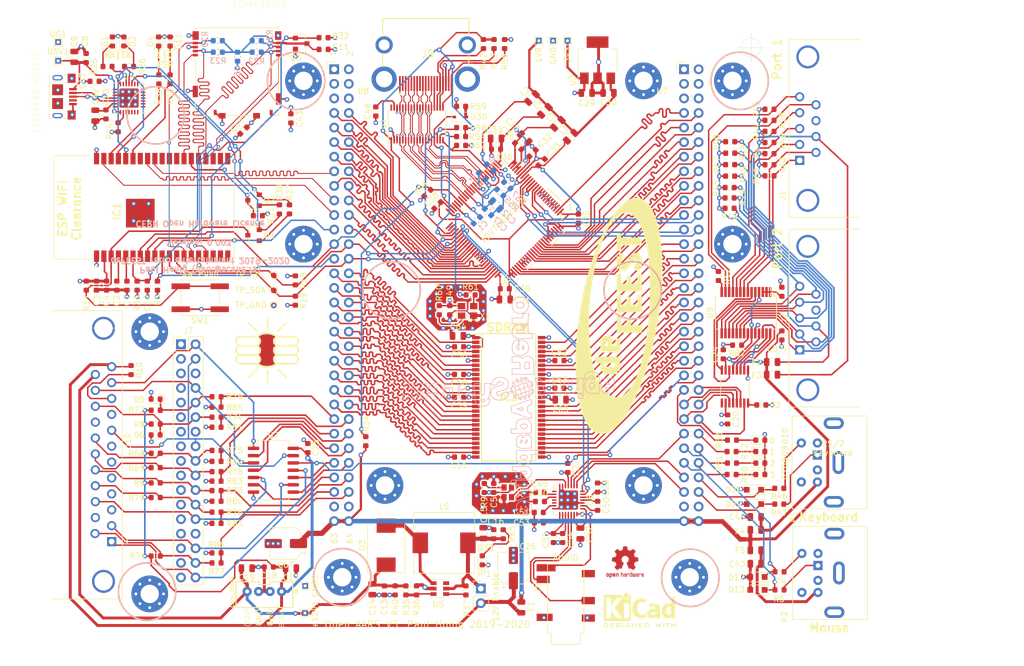
<source format=kicad_pcb>
(kicad_pcb (version 20171130) (host pcbnew 5.1.6-c6e7f7d~87~ubuntu20.04.1)
  (layers (0 F.Cu signal) (1 In1.Cu signal) (2 In2.Cu signal) (31 B.Cu signal) (34 B.Paste user) (35 F.Paste user) (36 B.SilkS user) (37 F.SilkS user) (38 B.Mask user) (39 F.Mask user) (44 Edge.Cuts user))
  (net 0 "")
  (net 1 GND)
  (net 2 "Net-(ADV7511KSTZ1-Pad46)")
  (net 3 "Net-(ADV7511KSTZ1-Pad38)")
  (net 4 "Net-(ADV7511KSTZ1-Pad28)")
  (net 5 ADV_DVDD)
  (net 6 ADV_AVDD)
  (net 7 ADV_PLVDD)
  (net 8 VIN5V)
  (net 9 3V3)
  (net 10 JS1_9)
  (net 11 JS1_6)
  (net 12 JS1_5)
  (net 13 JS1_4)
  (net 14 JS1_3)
  (net 15 JS1_2)
  (net 16 JS1_1)
  (net 17 PS2_DAT1)
  (net 18 PS2_CLK1)
  (net 19 "Net-(J5-PadRS)")
  (net 20 JS2_9)
  (net 21 JS2_6)
  (net 22 JS2_5)
  (net 23 JS2_4)
  (net 24 JS2_3)
  (net 25 JS2_2)
  (net 26 JS2_1)
  (net 27 ADV_HSYNC)
  (net 28 ADV_BGVDD)
  (net 29 ADV_VSYNC)
  (net 30 "/HDMI transmitter/1V8")
  (net 31 ADV_B_0)
  (net 32 ADV_B_1)
  (net 33 ADV_B_2)
  (net 34 ADV_B_3)
  (net 35 ADV_B_4)
  (net 36 ADV_B_5)
  (net 37 ADV_B_6)
  (net 38 ADV_B_7)
  (net 39 ADV_G_0)
  (net 40 ADV_CLK)
  (net 41 ADV_G_1)
  (net 42 ADV_G_2)
  (net 43 ADV_G_3)
  (net 44 ADV_G_4)
  (net 45 ADV_G_5)
  (net 46 ADV_G_6)
  (net 47 ADV_G_7)
  (net 48 ADV_R_0)
  (net 49 ADV_R_1)
  (net 50 ADV_R_2)
  (net 51 ADV_R_3)
  (net 52 ADV_R_4)
  (net 53 ADV_R_5)
  (net 54 ADV_R_6)
  (net 55 ADV_R_7)
  (net 56 ADV_TX2+)
  (net 57 ADV_TX1+)
  (net 58 ADV_TX1-)
  (net 59 ADV_TX0+)
  (net 60 ADV_TX0-)
  (net 61 ADV_TXC+)
  (net 62 ADV_TXC-)
  (net 63 ADV_TX2-)
  (net 64 ADV_SDA)
  (net 65 ADV_SCL)
  (net 66 ADV_DDCSDA)
  (net 67 ADV_DDCSCL)
  (net 68 "Net-(J9-Pad14)")
  (net 69 "Net-(J9-Pad11)")
  (net 70 "Net-(J9-Pad8)")
  (net 71 "Net-(J9-Pad5)")
  (net 72 "Net-(J9-Pad2)")
  (net 73 "Net-(D7-Pad1)")
  (net 74 "Net-(D8-Pad1)")
  (net 75 "Net-(D9-Pad1)")
  (net 76 "Net-(D10-Pad1)")
  (net 77 "/Main Board/LED3")
  (net 78 "/Main Board/LED2")
  (net 79 "/Main Board/LED1")
  (net 80 "/Main Board/LED0")
  (net 81 ADV_LRCLK)
  (net 82 ADV_SCLK)
  (net 83 ADV_I2S1)
  (net 84 ADV_I2S0)
  (net 85 ADV_INT)
  (net 86 ADV_HPD)
  (net 87 ESP_SD_DATA0)
  (net 88 ESP_SD_CLK)
  (net 89 ESP_SD_CMD)
  (net 90 ESP_SD_DATA3)
  (net 91 ESP_SD_DATA1)
  (net 92 ESP_SD_DATA2)
  (net 93 "Net-(C2-Pad1)")
  (net 94 "Net-(C7-Pad1)")
  (net 95 ESP_SD_SW)
  (net 96 "Net-(C11-Pad2)")
  (net 97 ESP_SD_VCC_EN)
  (net 98 ESP_RST)
  (net 99 ESP_FLASH)
  (net 100 USB_DTR)
  (net 101 "Net-(Q1-Pad1)")
  (net 102 USB_RTS)
  (net 103 "Net-(Q2-Pad1)")
  (net 104 "Net-(U4-Pad27)")
  (net 105 "Net-(U4-Pad23)")
  (net 106 "Net-(U4-Pad22)")
  (net 107 "Net-(U4-Pad21)")
  (net 108 "Net-(U4-Pad20)")
  (net 109 "Net-(U4-Pad19)")
  (net 110 "Net-(U4-Pad18)")
  (net 111 "Net-(U4-Pad17)")
  (net 112 "Net-(U4-Pad16)")
  (net 113 "Net-(U4-Pad15)")
  (net 114 "Net-(U4-Pad14)")
  (net 115 "Net-(U4-Pad13)")
  (net 116 "Net-(U4-Pad12)")
  (net 117 "Net-(U4-Pad11)")
  (net 118 "Net-(U4-Pad10)")
  (net 119 "Net-(U4-Pad2)")
  (net 120 "Net-(U4-Pad1)")
  (net 121 "Net-(J4-Pad4)")
  (net 122 ESP_UART0_RX)
  (net 123 ESP_UART0_TX)
  (net 124 VIN12V)
  (net 125 "Net-(D3-Pad2)")
  (net 126 "Net-(R35-Pad2)")
  (net 127 "Net-(R37-Pad2)")
  (net 128 H_EXP_12)
  (net 129 H_EXP_10)
  (net 130 H_EXP_08)
  (net 131 H_EXP_04)
  (net 132 H_EXP_02)
  (net 133 H_EXP_34)
  (net 134 H_EXP_32)
  (net 135 H_EXP_30)
  (net 136 H_EXP_28)
  (net 137 H_EXP_26)
  (net 138 H_EXP_24)
  (net 139 H_EXP_22)
  (net 140 H_EXP_20)
  (net 141 H_EXP_18)
  (net 142 "Net-(IC1-Pad32)")
  (net 143 "Net-(IC1-Pad29)")
  (net 144 "Net-(IC1-Pad28)")
  (net 145 "Net-(IC1-Pad27)")
  (net 146 "Net-(IC1-Pad22)")
  (net 147 "Net-(IC1-Pad21)")
  (net 148 "Net-(IC1-Pad20)")
  (net 149 "Net-(IC1-Pad19)")
  (net 150 "Net-(IC1-Pad18)")
  (net 151 "Net-(IC1-Pad17)")
  (net 152 "Net-(D4-Pad1)")
  (net 153 "Net-(D11-Pad1)")
  (net 154 /MCU/LED0)
  (net 155 /MCU/LED1)
  (net 156 /MCU/D+)
  (net 157 /MCU/D-)
  (net 158 VUSB5V)
  (net 159 ESP_VSPI_MOSI)
  (net 160 ESP_VSPI_MISO)
  (net 161 ESP_VSPI_CLK)
  (net 162 ESP_VSPI_CS)
  (net 163 "Net-(C15-Pad1)")
  (net 164 ADV_DE)
  (net 165 "Net-(C48-Pad2)")
  (net 166 ADV_HPD_C)
  (net 167 "/HDMI transmitter/HDMI5V")
  (net 168 ADV_DDCSDA_C)
  (net 169 ADV_DDCSCL_C)
  (net 170 "Net-(U1-Pad38)")
  (net 171 ADV_CECCLK)
  (net 172 ADV_CEC)
  (net 173 ADV_CEC_C)
  (net 174 "Net-(D30-Pad2)")
  (net 175 "Net-(R60-Pad2)")
  (net 176 "Net-(R61-Pad2)")
  (net 177 "Net-(D1-Pad1)")
  (net 178 "Net-(D2-Pad1)")
  (net 179 "Net-(D33-Pad2)")
  (net 180 "Net-(C50-Pad2)")
  (net 181 "Net-(C50-Pad1)")
  (net 182 "Net-(C52-Pad2)")
  (net 183 "Net-(C53-Pad1)")
  (net 184 HPS)
  (net 185 HPL)
  (net 186 HPR)
  (net 187 "Net-(U8-Pad12)")
  (net 188 "Net-(U8-Pad11)")
  (net 189 "Net-(U8-Pad8)")
  (net 190 "Net-(U8-Pad5)")
  (net 191 "Net-(C51-Pad2)")
  (net 192 MAX_LRCLK)
  (net 193 MAX_SCLK)
  (net 194 MAX_I2S0)
  (net 195 J1IN5V)
  (net 196 J2IN5V)
  (net 197 "Net-(R2-Pad1)")
  (net 198 "Net-(C46-Pad1)")
  (net 199 ESP_INT)
  (net 200 "Net-(P1-Pad6)")
  (net 201 "Net-(P1-Pad5)")
  (net 202 "Net-(P1-Pad2)")
  (net 203 "Net-(P1-Pad1)")
  (net 204 "Net-(C43-Pad1)")
  (net 205 PS2_CLK2)
  (net 206 "Net-(P2-Pad6)")
  (net 207 "Net-(P2-Pad5)")
  (net 208 "Net-(P2-Pad2)")
  (net 209 "Net-(P2-Pad1)")
  (net 210 PS2_DAT2)
  (net 211 "Net-(C45-Pad2)")
  (net 212 "Net-(C60-Pad2)")
  (net 213 /MCU/RST_n)
  (net 214 "Net-(C10-Pad2)")
  (net 215 JS_MISO)
  (net 216 JS_MOSI)
  (net 217 JS_SCK)
  (net 218 JS_CS)
  (net 219 "Net-(IC2-Pad40)")
  (net 220 SDRAM_CLK)
  (net 221 SDRAM_A12)
  (net 222 SDRAM_A11)
  (net 223 SDRAM_A9)
  (net 224 SDRAM_A8)
  (net 225 SDRAM_A7)
  (net 226 SDRAM_A6)
  (net 227 SDRAM_A5)
  (net 228 SDRAM_A4)
  (net 229 SDRAM_A3)
  (net 230 SDRAM_A2)
  (net 231 SDRAM_A1)
  (net 232 SDRAM_A0)
  (net 233 SDRAM_A10)
  (net 234 SDRAM_BA1)
  (net 235 SDRAM_BA0)
  (net 236 SDRAM_CS)
  (net 237 SDRAM_RAS)
  (net 238 SDRAM_CAS)
  (net 239 SDRAM_WE)
  (net 240 SDRAM_D7)
  (net 241 SDRAM_D6)
  (net 242 SDRAM_D5)
  (net 243 SDRAM_D4)
  (net 244 SDRAM_D3)
  (net 245 SDRAM_D2)
  (net 246 SDRAM_D1)
  (net 247 SDRAM_D0)
  (net 248 SDRAM_DQMH)
  (net 249 SDRAM_DQML)
  (net 250 SDRAM_D15)
  (net 251 SDRAM_D14)
  (net 252 SDRAM_D13)
  (net 253 SDRAM_D12)
  (net 254 SDRAM_D11)
  (net 255 SDRAM_D10)
  (net 256 SDRAM_D9)
  (net 257 SDRAM_D8)
  (net 258 SDRAM_CKE)
  (net 259 JS_INTA)
  (net 260 JS_INTB)
  (net 261 "Net-(U6-Pad12)")
  (net 262 "Net-(U6-Pad11)")
  (net 263 "Net-(U6-Pad10)")
  (net 264 JS_INTB_5V)
  (net 265 JS_INTA_5V)
  (net 266 JS_CS_5V)
  (net 267 "Net-(R7-Pad1)")
  (net 268 "Net-(R9-Pad1)")
  (net 269 "Net-(J7-Pad28)")
  (net 270 "Net-(J7-Pad14)")
  (net 271 "Net-(J7-Pad6)")
  (net 272 EXP_SEL1)
  (net 273 EXP_DIR)
  (net 274 EXP_DKWEB)
  (net 275 EXP_SIDE)
  (net 276 EXP_STEP)
  (net 277 EXP_SEL0)
  (net 278 EXP_RDY)
  (net 279 EXP_DKRD)
  (net 280 EXP_TRK0)
  (net 281 EXP_INDEX)
  (net 282 EXP_CHNG)
  (net 283 EXP_DKWDB)
  (net 284 "Net-(R12-Pad1)")
  (net 285 "Net-(R87-Pad1)")
  (net 286 "Net-(J10-Pad20)")
  (net 287 "Net-(J10-Pad10)")
  (net 288 "Net-(J10-Pad9)")
  (net 289 EXP_MTRON)
  (net 290 VFLP5V)
  (module TXB0106PWR:SOP65P640X120-16N (layer F.Cu) (at 179.18 107.765 90)
    (fp_text reference U6 (at -0.325 -3.635 90) (layer F.SilkS) (effects (font (thickness 0.015))))
    (fp_text value TXB0106PWR)
    (pad 16 smd rect (at 2.87 -2.275 90) (size 1.57 0.41) (layers F.Cu F.Paste F.Mask) (net 264 JS_INTB_5V))
    (pad 15 smd rect (at 2.87 -1.625 90) (size 1.57 0.41) (layers F.Cu F.Paste F.Mask) (net 8 VIN5V))
    (pad 14 smd rect (at 2.87 -0.975 90) (size 1.57 0.41) (layers F.Cu F.Paste F.Mask) (net 265 JS_INTA_5V))
    (pad 13 smd rect (at 2.87 -0.325 90) (size 1.57 0.41) (layers F.Cu F.Paste F.Mask) (net 266 JS_CS_5V))
    (pad 12 smd rect (at 2.87 0.325 90) (size 1.57 0.41) (layers F.Cu F.Paste F.Mask) (net 261 "Net-(U6-Pad12)"))
    (pad 11 smd rect (at 2.87 0.975 90) (size 1.57 0.41) (layers F.Cu F.Paste F.Mask) (net 262 "Net-(U6-Pad11)"))
    (pad 10 smd rect (at 2.87 1.625 90) (size 1.57 0.41) (layers F.Cu F.Paste F.Mask) (net 263 "Net-(U6-Pad10)"))
    (pad 9 smd rect (at 2.87 2.275 90) (size 1.57 0.41) (layers F.Cu F.Paste F.Mask) (net 1 GND))
    (pad 8 smd rect (at -2.87 2.275 90) (size 1.57 0.41) (layers F.Cu F.Paste F.Mask) (net 197 "Net-(R2-Pad1)"))
    (pad 7 smd rect (at -2.87 1.625 90) (size 1.57 0.41) (layers F.Cu F.Paste F.Mask) (net 217 JS_SCK))
    (pad 6 smd rect (at -2.87 0.975 90) (size 1.57 0.41) (layers F.Cu F.Paste F.Mask) (net 216 JS_MOSI))
    (pad 5 smd rect (at -2.87 0.325 90) (size 1.57 0.41) (layers F.Cu F.Paste F.Mask) (net 215 JS_MISO))
    (pad 4 smd rect (at -2.87 -0.325 90) (size 1.57 0.41) (layers F.Cu F.Paste F.Mask) (net 218 JS_CS))
    (pad 3 smd rect (at -2.87 -0.975 90) (size 1.57 0.41) (layers F.Cu F.Paste F.Mask) (net 259 JS_INTA))
    (pad 2 smd rect (at -2.87 -1.625 90) (size 1.57 0.41) (layers F.Cu F.Paste F.Mask) (net 9 3V3))
    (pad 1 smd rect (at -2.87 -2.275 90) (size 1.57 0.41) (layers F.Cu F.Paste F.Mask) (net 260 JS_INTB))
  )
  (module AS4C16M16SA-6TCN:SOP80P1176X120-54N (layer F.Cu) (at 139.75 109.65)
    (fp_text reference IC2 (at 0 0) (layer F.SilkS) (effects (font (size 1.27 1.27) (thickness 0.254))))
    (fp_text value AS4C16M16SA-6TCN hide)
    (pad 54 smd rect (at 5.728 -10.4 90) (size 0.6 1.295) (layers F.Cu F.Paste F.Mask) (net 1 GND))
    (pad 53 smd rect (at 5.728 -9.6 90) (size 0.6 1.295) (layers F.Cu F.Paste F.Mask) (net 250 SDRAM_D15))
    (pad 52 smd rect (at 5.728 -8.8 90) (size 0.6 1.295) (layers F.Cu F.Paste F.Mask) (net 1 GND))
    (pad 51 smd rect (at 5.728 -8 90) (size 0.6 1.295) (layers F.Cu F.Paste F.Mask) (net 251 SDRAM_D14))
    (pad 50 smd rect (at 5.728 -7.2 90) (size 0.6 1.295) (layers F.Cu F.Paste F.Mask) (net 252 SDRAM_D13))
    (pad 49 smd rect (at 5.728 -6.4 90) (size 0.6 1.295) (layers F.Cu F.Paste F.Mask) (net 9 3V3))
    (pad 48 smd rect (at 5.728 -5.6 90) (size 0.6 1.295) (layers F.Cu F.Paste F.Mask) (net 253 SDRAM_D12))
    (pad 47 smd rect (at 5.728 -4.8 90) (size 0.6 1.295) (layers F.Cu F.Paste F.Mask) (net 254 SDRAM_D11))
    (pad 46 smd rect (at 5.728 -4 90) (size 0.6 1.295) (layers F.Cu F.Paste F.Mask) (net 1 GND))
    (pad 45 smd rect (at 5.728 -3.2 90) (size 0.6 1.295) (layers F.Cu F.Paste F.Mask) (net 255 SDRAM_D10))
    (pad 44 smd rect (at 5.728 -2.4 90) (size 0.6 1.295) (layers F.Cu F.Paste F.Mask) (net 256 SDRAM_D9))
    (pad 43 smd rect (at 5.728 -1.6 90) (size 0.6 1.295) (layers F.Cu F.Paste F.Mask) (net 9 3V3))
    (pad 42 smd rect (at 5.728 -0.8 90) (size 0.6 1.295) (layers F.Cu F.Paste F.Mask) (net 257 SDRAM_D8))
    (pad 41 smd rect (at 5.728 0 90) (size 0.6 1.295) (layers F.Cu F.Paste F.Mask) (net 1 GND))
    (pad 40 smd rect (at 5.728 0.8 90) (size 0.6 1.295) (layers F.Cu F.Paste F.Mask) (net 219 "Net-(IC2-Pad40)"))
    (pad 39 smd rect (at 5.728 1.6 90) (size 0.6 1.295) (layers F.Cu F.Paste F.Mask) (net 248 SDRAM_DQMH))
    (pad 38 smd rect (at 5.728 2.4 90) (size 0.6 1.295) (layers F.Cu F.Paste F.Mask) (net 220 SDRAM_CLK))
    (pad 37 smd rect (at 5.728 3.2 90) (size 0.6 1.295) (layers F.Cu F.Paste F.Mask) (net 258 SDRAM_CKE))
    (pad 36 smd rect (at 5.728 4 90) (size 0.6 1.295) (layers F.Cu F.Paste F.Mask) (net 221 SDRAM_A12))
    (pad 35 smd rect (at 5.728 4.8 90) (size 0.6 1.295) (layers F.Cu F.Paste F.Mask) (net 222 SDRAM_A11))
    (pad 34 smd rect (at 5.728 5.6 90) (size 0.6 1.295) (layers F.Cu F.Paste F.Mask) (net 223 SDRAM_A9))
    (pad 33 smd rect (at 5.728 6.4 90) (size 0.6 1.295) (layers F.Cu F.Paste F.Mask) (net 224 SDRAM_A8))
    (pad 32 smd rect (at 5.728 7.2 90) (size 0.6 1.295) (layers F.Cu F.Paste F.Mask) (net 225 SDRAM_A7))
    (pad 31 smd rect (at 5.728 8 90) (size 0.6 1.295) (layers F.Cu F.Paste F.Mask) (net 226 SDRAM_A6))
    (pad 30 smd rect (at 5.728 8.8 90) (size 0.6 1.295) (layers F.Cu F.Paste F.Mask) (net 227 SDRAM_A5))
    (pad 29 smd rect (at 5.728 9.6 90) (size 0.6 1.295) (layers F.Cu F.Paste F.Mask) (net 228 SDRAM_A4))
    (pad 28 smd rect (at 5.728 10.4 90) (size 0.6 1.295) (layers F.Cu F.Paste F.Mask) (net 1 GND))
    (pad 27 smd rect (at -5.728 10.4 90) (size 0.6 1.295) (layers F.Cu F.Paste F.Mask) (net 9 3V3))
    (pad 26 smd rect (at -5.728 9.6 90) (size 0.6 1.295) (layers F.Cu F.Paste F.Mask) (net 229 SDRAM_A3))
    (pad 25 smd rect (at -5.728 8.8 90) (size 0.6 1.295) (layers F.Cu F.Paste F.Mask) (net 230 SDRAM_A2))
    (pad 24 smd rect (at -5.728 8 90) (size 0.6 1.295) (layers F.Cu F.Paste F.Mask) (net 231 SDRAM_A1))
    (pad 23 smd rect (at -5.728 7.2 90) (size 0.6 1.295) (layers F.Cu F.Paste F.Mask) (net 232 SDRAM_A0))
    (pad 22 smd rect (at -5.728 6.4 90) (size 0.6 1.295) (layers F.Cu F.Paste F.Mask) (net 233 SDRAM_A10))
    (pad 21 smd rect (at -5.728 5.6 90) (size 0.6 1.295) (layers F.Cu F.Paste F.Mask) (net 234 SDRAM_BA1))
    (pad 20 smd rect (at -5.728 4.8 90) (size 0.6 1.295) (layers F.Cu F.Paste F.Mask) (net 235 SDRAM_BA0))
    (pad 19 smd rect (at -5.728 4 90) (size 0.6 1.295) (layers F.Cu F.Paste F.Mask) (net 236 SDRAM_CS))
    (pad 18 smd rect (at -5.728 3.2 90) (size 0.6 1.295) (layers F.Cu F.Paste F.Mask) (net 237 SDRAM_RAS))
    (pad 17 smd rect (at -5.728 2.4 90) (size 0.6 1.295) (layers F.Cu F.Paste F.Mask) (net 238 SDRAM_CAS))
    (pad 16 smd rect (at -5.728 1.6 90) (size 0.6 1.295) (layers F.Cu F.Paste F.Mask) (net 239 SDRAM_WE))
    (pad 15 smd rect (at -5.728 0.8 90) (size 0.6 1.295) (layers F.Cu F.Paste F.Mask) (net 249 SDRAM_DQML))
    (pad 14 smd rect (at -5.728 0 90) (size 0.6 1.295) (layers F.Cu F.Paste F.Mask) (net 9 3V3))
    (pad 13 smd rect (at -5.728 -0.8 90) (size 0.6 1.295) (layers F.Cu F.Paste F.Mask) (net 240 SDRAM_D7))
    (pad 12 smd rect (at -5.728 -1.6 90) (size 0.6 1.295) (layers F.Cu F.Paste F.Mask) (net 1 GND))
    (pad 11 smd rect (at -5.728 -2.4 90) (size 0.6 1.295) (layers F.Cu F.Paste F.Mask) (net 241 SDRAM_D6))
    (pad 10 smd rect (at -5.728 -3.2 90) (size 0.6 1.295) (layers F.Cu F.Paste F.Mask) (net 242 SDRAM_D5))
    (pad 9 smd rect (at -5.728 -4 90) (size 0.6 1.295) (layers F.Cu F.Paste F.Mask) (net 9 3V3))
    (pad 8 smd rect (at -5.728 -4.8 90) (size 0.6 1.295) (layers F.Cu F.Paste F.Mask) (net 243 SDRAM_D4))
    (pad 7 smd rect (at -5.728 -5.6 90) (size 0.6 1.295) (layers F.Cu F.Paste F.Mask) (net 244 SDRAM_D3))
    (pad 6 smd rect (at -5.728 -6.4 90) (size 0.6 1.295) (layers F.Cu F.Paste F.Mask) (net 1 GND))
    (pad 5 smd rect (at -5.728 -7.2 90) (size 0.6 1.295) (layers F.Cu F.Paste F.Mask) (net 245 SDRAM_D2))
    (pad 4 smd rect (at -5.728 -8 90) (size 0.6 1.295) (layers F.Cu F.Paste F.Mask) (net 246 SDRAM_D1))
    (pad 3 smd rect (at -5.728 -8.8 90) (size 0.6 1.295) (layers F.Cu F.Paste F.Mask) (net 9 3V3))
    (pad 2 smd rect (at -5.728 -9.6 90) (size 0.6 1.295) (layers F.Cu F.Paste F.Mask) (net 247 SDRAM_D0))
    (pad 1 smd rect (at -5.728 -10.4 90) (size 0.6 1.295) (layers F.Cu F.Paste F.Mask) (net 9 3V3))
  )
  (module Capacitor_SMD:CP_Elec_5x5.4 (layer F.Cu) (at 100.925 135.125 180)
    (fp_text reference C67 (at 0 -3.7) (layer F.SilkS))
    (fp_text value 22UF)
    (pad 2 smd roundrect (at 2.2 0 180) (size 3 1.6) (layers F.Cu F.Paste F.Mask) (roundrect_rratio 0.15625) (net 1 GND))
    (pad 1 smd roundrect (at -2.2 0 180) (size 3 1.6) (layers F.Cu F.Paste F.Mask) (roundrect_rratio 0.15625) (net 8 VIN5V))
  )
  (module Capacitor_SMD:CP_Elec_5x5.4 (layer F.Cu) (at 140.575 139.4 90)
    (fp_text reference C26 (at 3.75 2.525 180) (layer F.SilkS))
    (fp_text value 22uF)
    (pad 2 smd roundrect (at 2.2 0 90) (size 3 1.6) (layers F.Cu F.Paste F.Mask) (roundrect_rratio 0.15625) (net 1 GND))
    (pad 1 smd roundrect (at -2.2 0 90) (size 3 1.6) (layers F.Cu F.Paste F.Mask) (roundrect_rratio 0.15625) (net 290 VFLP5V))
  )
  (module Resistor_SMD:R_0603_1608Metric (layer F.Cu) (at 73.95 104.9 270)
    (fp_text reference R10 (at 0 -1.43 90) (layer F.SilkS))
    (fp_text value 1k)
    (pad 2 smd roundrect (at 0.7875 0 270) (size 0.875 0.95) (layers F.Cu F.Paste F.Mask) (net 287 "Net-(J10-Pad10)"))
    (pad 1 smd roundrect (at -0.7875 0 270) (size 0.875 0.95) (layers F.Cu F.Paste F.Mask) (net 290 VFLP5V))
  )
  (module Resistor_SMD:R_0603_1608Metric (layer F.Cu) (at 179.55 100.55 180)
    (fp_text reference R87 (at 0 -1.43) (layer F.SilkS))
    (fp_text value 10k)
    (pad 2 smd roundrect (at 0.7875 0 180) (size 0.875 0.95) (layers F.Cu F.Paste F.Mask) (net 1 GND))
    (pad 1 smd roundrect (at -0.7875 0 180) (size 0.875 0.95) (layers F.Cu F.Paste F.Mask) (net 285 "Net-(R87-Pad1)"))
  )
  (module Resistor_SMD:R_0603_1608Metric (layer F.Cu) (at 176.3 88.5 90)
    (fp_text reference R12 (at -0.05 1.55 90) (layer F.SilkS))
    (fp_text value 10k)
    (pad 2 smd roundrect (at 0.7875 0 90) (size 0.875 0.95) (layers F.Cu F.Paste F.Mask) (net 1 GND))
    (pad 1 smd roundrect (at -0.7875 0 90) (size 0.875 0.95) (layers F.Cu F.Paste F.Mask) (net 284 "Net-(R12-Pad1)"))
  )
  (module Resistor_SMD:R_0603_1608Metric (layer F.Cu) (at 135.5 125.45 270)
    (fp_text reference R9 (at 2.45 0 90) (layer F.SilkS))
    (fp_text value 10k)
    (pad 2 smd roundrect (at 0.7875 0 270) (size 0.875 0.95) (layers F.Cu F.Paste F.Mask) (net 9 3V3))
    (pad 1 smd roundrect (at -0.7875 0 270) (size 0.875 0.95) (layers F.Cu F.Paste F.Mask) (net 268 "Net-(R9-Pad1)"))
  )
  (module Diode_SMD:D_0603_1608Metric (layer F.Cu) (at 78.23 116.2 180)
    (fp_text reference D6 (at 2.87381 0) (layer F.SilkS))
    (fp_text value D_Schottky)
    (pad 2 smd roundrect (at 0.7875 0 180) (size 0.875 0.95) (layers F.Cu F.Paste F.Mask) (net 1 GND))
    (pad 1 smd roundrect (at -0.7875 0 180) (size 0.875 0.95) (layers F.Cu F.Paste F.Mask) (net 128 H_EXP_12))
  )
  (module Diode_SMD:D_0603_1608Metric (layer F.Cu) (at 78.23 109.95 180)
    (fp_text reference D5 (at 2.87381 -0.05) (layer F.SilkS))
    (fp_text value D_Schottky)
    (pad 2 smd roundrect (at 0.7875 0 180) (size 0.875 0.95) (layers F.Cu F.Paste F.Mask) (net 1 GND))
    (pad 1 smd roundrect (at -0.7875 0 180) (size 0.875 0.95) (layers F.Cu F.Paste F.Mask) (net 129 H_EXP_10))
  )
  (module Capacitor_SMD:C_0603_1608Metric (layer F.Cu) (at 104.75 118.48 270)
    (fp_text reference C25 (at -0.05 -1.4 90) (layer F.SilkS))
    (fp_text value 100nF)
    (pad 2 smd roundrect (at 0.7875 0 270) (size 0.875 0.95) (layers F.Cu F.Paste F.Mask) (net 290 VFLP5V))
    (pad 1 smd roundrect (at -0.7875 0 270) (size 0.875 0.95) (layers F.Cu F.Paste F.Mask) (net 1 GND))
  )
  (module Resistor_SMD:R_0603_1608Metric (layer F.Cu) (at 88.85 136.75)
    (fp_text reference R86 (at 0 -1.43) (layer F.SilkS))
    (fp_text value 6k8)
    (pad 2 smd roundrect (at 0.7875 0) (size 0.875 0.95) (layers F.Cu F.Paste F.Mask) (net 275 EXP_SIDE))
    (pad 1 smd roundrect (at -0.7875 0) (size 0.875 0.95) (layers F.Cu F.Paste F.Mask) (net 1 GND))
  )
  (module Resistor_SMD:R_0603_1608Metric (layer F.Cu) (at 88.85 111.35)
    (fp_text reference R85 (at 3.15 0.1) (layer F.SilkS))
    (fp_text value 6k8)
    (pad 2 smd roundrect (at 0.7875 0) (size 0.875 0.95) (layers F.Cu F.Paste F.Mask) (net 277 EXP_SEL0))
    (pad 1 smd roundrect (at -0.7875 0) (size 0.875 0.95) (layers F.Cu F.Paste F.Mask) (net 1 GND))
  )
  (module Resistor_SMD:R_0603_1608Metric (layer F.Cu) (at 88.85 131.6)
    (fp_text reference R84 (at 3.15 0.05) (layer F.SilkS))
    (fp_text value 6k8)
    (pad 2 smd roundrect (at 0.7875 0) (size 0.875 0.95) (layers F.Cu F.Paste F.Mask) (net 274 EXP_DKWEB))
    (pad 1 smd roundrect (at -0.7875 0) (size 0.875 0.95) (layers F.Cu F.Paste F.Mask) (net 1 GND))
  )
  (module Resistor_SMD:R_0603_1608Metric (layer F.Cu) (at 88.85 124.25)
    (fp_text reference R83 (at 3.15 0) (layer F.SilkS))
    (fp_text value 6k8)
    (pad 2 smd roundrect (at 0.7875 0) (size 0.875 0.95) (layers F.Cu F.Paste F.Mask) (net 276 EXP_STEP))
    (pad 1 smd roundrect (at -0.7875 0) (size 0.875 0.95) (layers F.Cu F.Paste F.Mask) (net 1 GND))
  )
  (module Resistor_SMD:R_0603_1608Metric (layer F.Cu) (at 88.85 120.8)
    (fp_text reference R82 (at 3.15 0.05) (layer F.SilkS))
    (fp_text value 6k8)
    (pad 2 smd roundrect (at 0.7875 0) (size 0.875 0.95) (layers F.Cu F.Paste F.Mask) (net 273 EXP_DIR))
    (pad 1 smd roundrect (at -0.7875 0) (size 0.875 0.95) (layers F.Cu F.Paste F.Mask) (net 1 GND))
  )
  (module Resistor_SMD:R_0603_1608Metric (layer F.Cu) (at 88.85 114.85)
    (fp_text reference R81 (at 3.15 0.05) (layer F.SilkS))
    (fp_text value 6k8)
    (pad 2 smd roundrect (at 0.7875 0) (size 0.875 0.95) (layers F.Cu F.Paste F.Mask) (net 272 EXP_SEL1))
    (pad 1 smd roundrect (at -0.7875 0) (size 0.875 0.95) (layers F.Cu F.Paste F.Mask) (net 1 GND))
  )
  (module Resistor_SMD:R_0603_1608Metric (layer F.Cu) (at 88.85 127.75)
    (fp_text reference R80 (at 3.15 0) (layer F.SilkS))
    (fp_text value 6k8)
    (pad 2 smd roundrect (at 0.7875 0) (size 0.875 0.95) (layers F.Cu F.Paste F.Mask) (net 283 EXP_DKWDB))
    (pad 1 smd roundrect (at -0.7875 0) (size 0.875 0.95) (layers F.Cu F.Paste F.Mask) (net 1 GND))
  )
  (module Resistor_SMD:R_0603_1608Metric (layer F.Cu) (at 88.85 109.55)
    (fp_text reference R79 (at 3.15 0) (layer F.SilkS))
    (fp_text value 2.7k)
    (pad 2 smd roundrect (at 0.7875 0) (size 0.875 0.95) (layers F.Cu F.Paste F.Mask) (net 277 EXP_SEL0))
    (pad 1 smd roundrect (at -0.7875 0) (size 0.875 0.95) (layers F.Cu F.Paste F.Mask) (net 129 H_EXP_10))
  )
  (module Resistor_SMD:R_0603_1608Metric (layer F.Cu) (at 88.85 122.6)
    (fp_text reference R78 (at 3.15 0.05) (layer F.SilkS))
    (fp_text value 2.7k)
    (pad 2 smd roundrect (at 0.7875 0) (size 0.875 0.95) (layers F.Cu F.Paste F.Mask) (net 276 EXP_STEP))
    (pad 1 smd roundrect (at -0.7875 0) (size 0.875 0.95) (layers F.Cu F.Paste F.Mask) (net 140 H_EXP_20))
  )
  (module Resistor_SMD:R_0603_1608Metric (layer F.Cu) (at 88.85 138.5)
    (fp_text reference R77 (at 0 1.5) (layer F.SilkS))
    (fp_text value 2.7k)
    (pad 2 smd roundrect (at 0.7875 0) (size 0.875 0.95) (layers F.Cu F.Paste F.Mask) (net 275 EXP_SIDE))
    (pad 1 smd roundrect (at -0.7875 0) (size 0.875 0.95) (layers F.Cu F.Paste F.Mask) (net 134 H_EXP_32))
  )
  (module Resistor_SMD:R_0603_1608Metric (layer F.Cu) (at 88.85 129.65)
    (fp_text reference R76 (at 3.15 0.05) (layer F.SilkS))
    (fp_text value 2.7k)
    (pad 2 smd roundrect (at 0.7875 0) (size 0.875 0.95) (layers F.Cu F.Paste F.Mask) (net 274 EXP_DKWEB))
    (pad 1 smd roundrect (at -0.7875 0) (size 0.875 0.95) (layers F.Cu F.Paste F.Mask) (net 138 H_EXP_24))
  )
  (module Resistor_SMD:R_0603_1608Metric (layer F.Cu) (at 88.85 118.9)
    (fp_text reference R75 (at 3.15 0) (layer F.SilkS))
    (fp_text value 2.7k)
    (pad 2 smd roundrect (at 0.7875 0) (size 0.875 0.95) (layers F.Cu F.Paste F.Mask) (net 273 EXP_DIR))
    (pad 1 smd roundrect (at -0.7875 0) (size 0.875 0.95) (layers F.Cu F.Paste F.Mask) (net 141 H_EXP_18))
  )
  (module Resistor_SMD:R_0603_1608Metric (layer F.Cu) (at 88.85 113.1)
    (fp_text reference R74 (at 3.15 0.1) (layer F.SilkS))
    (fp_text value 2.7k)
    (pad 2 smd roundrect (at 0.7875 0) (size 0.875 0.95) (layers F.Cu F.Paste F.Mask) (net 272 EXP_SEL1))
    (pad 1 smd roundrect (at -0.7875 0) (size 0.875 0.95) (layers F.Cu F.Paste F.Mask) (net 128 H_EXP_12))
  )
  (module Resistor_SMD:R_0603_1608Metric (layer F.Cu) (at 88.85 125.9)
    (fp_text reference R73 (at 3.15 0) (layer F.SilkS))
    (fp_text value 2.7k)
    (pad 2 smd roundrect (at 0.7875 0) (size 0.875 0.95) (layers F.Cu F.Paste F.Mask) (net 283 EXP_DKWDB))
    (pad 1 smd roundrect (at -0.7875 0) (size 0.875 0.95) (layers F.Cu F.Paste F.Mask) (net 139 H_EXP_22))
  )
  (module Resistor_SMD:R_0603_1608Metric (layer F.Cu) (at 78.25 111.9)
    (fp_text reference R72 (at -3.35 -0.05) (layer F.SilkS))
    (fp_text value 1k)
    (pad 2 smd roundrect (at 0.7875 0) (size 0.875 0.95) (layers F.Cu F.Paste F.Mask) (net 129 H_EXP_10))
    (pad 1 smd roundrect (at -0.7875 0) (size 0.875 0.95) (layers F.Cu F.Paste F.Mask) (net 290 VFLP5V))
  )
  (module Resistor_SMD:R_0603_1608Metric (layer F.Cu) (at 78.25 137.3)
    (fp_text reference R71 (at -3.1 0) (layer F.SilkS))
    (fp_text value 1k)
    (pad 2 smd roundrect (at 0.7875 0) (size 0.875 0.95) (layers F.Cu F.Paste F.Mask) (net 134 H_EXP_32))
    (pad 1 smd roundrect (at -0.7875 0) (size 0.875 0.95) (layers F.Cu F.Paste F.Mask) (net 290 VFLP5V))
  )
  (module Resistor_SMD:R_0603_1608Metric (layer F.Cu) (at 78.25 127.1)
    (fp_text reference R70 (at -3.35 0.1) (layer F.SilkS))
    (fp_text value 1k)
    (pad 2 smd roundrect (at 0.7875 0) (size 0.875 0.95) (layers F.Cu F.Paste F.Mask) (net 138 H_EXP_24))
    (pad 1 smd roundrect (at -0.7875 0) (size 0.875 0.95) (layers F.Cu F.Paste F.Mask) (net 290 VFLP5V))
  )
  (module Resistor_SMD:R_0603_1608Metric (layer F.Cu) (at 78.25 121.9)
    (fp_text reference R69 (at -3.35 0.1) (layer F.SilkS))
    (fp_text value 1k)
    (pad 2 smd roundrect (at 0.7875 0) (size 0.875 0.95) (layers F.Cu F.Paste F.Mask) (net 140 H_EXP_20))
    (pad 1 smd roundrect (at -0.7875 0) (size 0.875 0.95) (layers F.Cu F.Paste F.Mask) (net 290 VFLP5V))
  )
  (module Resistor_SMD:R_0603_1608Metric (layer F.Cu) (at 78.25 119.4)
    (fp_text reference R68 (at -3.35 0.05) (layer F.SilkS))
    (fp_text value 1k)
    (pad 2 smd roundrect (at 0.7875 0) (size 0.875 0.95) (layers F.Cu F.Paste F.Mask) (net 141 H_EXP_18))
    (pad 1 smd roundrect (at -0.7875 0) (size 0.875 0.95) (layers F.Cu F.Paste F.Mask) (net 290 VFLP5V))
  )
  (module Resistor_SMD:R_0603_1608Metric (layer F.Cu) (at 78.25 114.3)
    (fp_text reference R8 (at -2.87381 0.1) (layer F.SilkS))
    (fp_text value 1k)
    (pad 2 smd roundrect (at 0.7875 0) (size 0.875 0.95) (layers F.Cu F.Paste F.Mask) (net 128 H_EXP_12))
    (pad 1 smd roundrect (at -0.7875 0) (size 0.875 0.95) (layers F.Cu F.Paste F.Mask) (net 290 VFLP5V))
  )
  (module Resistor_SMD:R_0603_1608Metric (layer F.Cu) (at 78.25 124.55)
    (fp_text reference R6 (at -2.87381 0.05) (layer F.SilkS))
    (fp_text value 1k)
    (pad 2 smd roundrect (at 0.7875 0) (size 0.875 0.95) (layers F.Cu F.Paste F.Mask) (net 139 H_EXP_22))
    (pad 1 smd roundrect (at -0.7875 0) (size 0.875 0.95) (layers F.Cu F.Paste F.Mask) (net 290 VFLP5V))
  )
  (module Package_SO:SO-14_5.3x10.2mm_P1.27mm (layer F.Cu) (at 98.75 122.35)
    (fp_text reference U7 (at 0 -6.05) (layer F.SilkS))
    (fp_text value SN74LS06NSR)
    (pad 14 smd roundrect (at 3.4625 -3.81) (size 1.975 0.6) (layers F.Cu F.Paste F.Mask) (net 290 VFLP5V))
    (pad 13 smd roundrect (at 3.4625 -2.54) (size 1.975 0.6) (layers F.Cu F.Paste F.Mask) (net 131 H_EXP_04))
    (pad 12 smd roundrect (at 3.4625 -1.27) (size 1.975 0.6) (layers F.Cu F.Paste F.Mask) (net 289 EXP_MTRON))
    (pad 11 smd roundrect (at 3.4625 0) (size 1.975 0.6) (layers F.Cu F.Paste F.Mask) (net 133 H_EXP_34))
    (pad 10 smd roundrect (at 3.4625 1.27) (size 1.975 0.6) (layers F.Cu F.Paste F.Mask) (net 278 EXP_RDY))
    (pad 9 smd roundrect (at 3.4625 2.54) (size 1.975 0.6) (layers F.Cu F.Paste F.Mask) (net 135 H_EXP_30))
    (pad 8 smd roundrect (at 3.4625 3.81) (size 1.975 0.6) (layers F.Cu F.Paste F.Mask) (net 279 EXP_DKRD))
    (pad 7 smd roundrect (at -3.4625 3.81) (size 1.975 0.6) (layers F.Cu F.Paste F.Mask) (net 1 GND))
    (pad 6 smd roundrect (at -3.4625 2.54) (size 1.975 0.6) (layers F.Cu F.Paste F.Mask) (net 280 EXP_TRK0))
    (pad 5 smd roundrect (at -3.4625 1.27) (size 1.975 0.6) (layers F.Cu F.Paste F.Mask) (net 137 H_EXP_26))
    (pad 4 smd roundrect (at -3.4625 0) (size 1.975 0.6) (layers F.Cu F.Paste F.Mask) (net 281 EXP_INDEX))
    (pad 3 smd roundrect (at -3.4625 -1.27) (size 1.975 0.6) (layers F.Cu F.Paste F.Mask) (net 130 H_EXP_08))
    (pad 2 smd roundrect (at -3.4625 -2.54) (size 1.975 0.6) (layers F.Cu F.Paste F.Mask) (net 282 EXP_CHNG))
    (pad 1 smd roundrect (at -3.4625 -3.81) (size 1.975 0.6) (layers F.Cu F.Paste F.Mask) (net 132 H_EXP_02))
  )
  (module defeest:goatse_01 (layer F.Cu) (at 97.65 101.45)
    (fp_text reference G*** hide)
    (fp_text value LOGO hide)
    (fp_poly (pts (xy 0.77 -2.65) (xy 1.36 -2.38) (xy 1.06 -2.04) (xy 0.96 -1.68) (xy 1.04 -1.15) (xy 1.39 -0.82) (xy 1.05 -0.48) (xy 0.96 0.07) (xy 1.1 0.53) (xy 1.36 0.79) (xy 1.17 0.98) (xy 0.99 1.32) (xy 0.98 1.75) (xy 1.13 2.11) (xy 1.32 2.33) (xy 0.97 2.5) (xy 0.52 2.63) (xy -0.09 2.68) (xy -0.64 2.62) (xy -1.01 2.49) (xy -1.33 2.35) (xy -1.07 1.99) (xy -0.95 1.62) (xy -1.03 1.27) (xy -1.12 1.06) (xy -1.26 0.9) (xy -1.39 0.79) (xy -1.19 0.59) (xy -1.02 0.31) (xy -0.98 -0.09) (xy -1.08 -0.46) (xy -1.27 -0.69) (xy -1.39 -0.8) (xy -1.16 -1.05) (xy -1.04 -1.28) (xy -0.98 -1.57) (xy -1 -1.79) (xy -1.09 -2.06) (xy -1.18 -2.2) (xy -1.36 -2.4) (xy -1.36 -2.41) (xy -0.94 -2.6) (xy -0.5 -2.73) (xy 0.11 -2.76)) (layer F.Cu) (width 0.1))
  )
  (module Resistor_SMD:R_0603_1608Metric (layer F.Cu) (at 178.35 65.1)
    (fp_text reference R90 (at -2.3 0.1 -90) (layer F.SilkS))
    (fp_text value 10k)
    (pad 2 smd roundrect (at 0.7875 0) (size 0.875 0.95) (layers F.Cu F.Paste F.Mask) (net 26 JS2_1))
    (pad 1 smd roundrect (at -0.7875 0) (size 0.875 0.95) (layers F.Cu F.Paste F.Mask) (net 196 J2IN5V))
  )
  (module Resistor_SMD:R_0603_1608Metric (layer F.Cu) (at 178.3375 69.1)
    (fp_text reference R67 (at -2.3125 0 -90) (layer F.SilkS))
    (fp_text value 10k)
    (pad 2 smd roundrect (at 0.7875 0) (size 0.875 0.95) (layers F.Cu F.Paste F.Mask) (net 21 JS2_6))
    (pad 1 smd roundrect (at -0.7875 0) (size 0.875 0.95) (layers F.Cu F.Paste F.Mask) (net 196 J2IN5V))
  )
  (module Resistor_SMD:R_0603_1608Metric (layer F.Cu) (at 178.35 67.1)
    (fp_text reference R64 (at 2.2 -0.1 -90) (layer F.SilkS))
    (fp_text value 10k)
    (pad 2 smd roundrect (at 0.7875 0) (size 0.875 0.95) (layers F.Cu F.Paste F.Mask) (net 25 JS2_2))
    (pad 1 smd roundrect (at -0.7875 0) (size 0.875 0.95) (layers F.Cu F.Paste F.Mask) (net 196 J2IN5V))
  )
  (module Resistor_SMD:R_0603_1608Metric (layer F.Cu) (at 178.3375 71.1)
    (fp_text reference R49 (at 2.2875 -0.3 -90) (layer F.SilkS))
    (fp_text value 10k)
    (pad 2 smd roundrect (at 0.7875 0) (size 0.875 0.95) (layers F.Cu F.Paste F.Mask) (net 24 JS2_3))
    (pad 1 smd roundrect (at -0.7875 0) (size 0.875 0.95) (layers F.Cu F.Paste F.Mask) (net 196 J2IN5V))
  )
  (module Resistor_SMD:R_0603_1608Metric (layer F.Cu) (at 178.25 73.1)
    (fp_text reference R45 (at -2.3 0.1 -90) (layer F.SilkS))
    (fp_text value 10k)
    (pad 2 smd roundrect (at 0.7875 0) (size 0.875 0.95) (layers F.Cu F.Paste F.Mask) (net 23 JS2_4))
    (pad 1 smd roundrect (at -0.7875 0) (size 0.875 0.95) (layers F.Cu F.Paste F.Mask) (net 196 J2IN5V))
  )
  (module Resistor_SMD:R_0603_1608Metric (layer F.Cu) (at 178.25 74.9)
    (fp_text reference R29 (at 2.3 -0.1 -90) (layer F.SilkS))
    (fp_text value 10k)
    (pad 2 smd roundrect (at 0.7875 0) (size 0.875 0.95) (layers F.Cu F.Paste F.Mask) (net 20 JS2_9))
    (pad 1 smd roundrect (at -0.7875 0) (size 0.875 0.95) (layers F.Cu F.Paste F.Mask) (net 196 J2IN5V))
  )
  (module Resistor_SMD:R_0603_1608Metric (layer F.Cu) (at 178.25 76.7)
    (fp_text reference R16 (at -0.05 1.45) (layer F.SilkS))
    (fp_text value 10k)
    (pad 2 smd roundrect (at 0.7875 0) (size 0.875 0.95) (layers F.Cu F.Paste F.Mask) (net 22 JS2_5))
    (pad 1 smd roundrect (at -0.7875 0) (size 0.875 0.95) (layers F.Cu F.Paste F.Mask) (net 196 J2IN5V))
  )
  (module Resistor_SMD:R_0603_1608Metric (layer F.Cu) (at 185.2 67.183332)
    (fp_text reference R1 (at -2.25 -0.15 90) (layer F.SilkS))
    (fp_text value 10k)
    (pad 2 smd roundrect (at 0.7875 0) (size 0.875 0.95) (layers F.Cu F.Paste F.Mask) (net 15 JS1_2))
    (pad 1 smd roundrect (at -0.7875 0) (size 0.875 0.95) (layers F.Cu F.Paste F.Mask) (net 195 J1IN5V))
  )
  (module Resistor_SMD:R_0603_1608Metric (layer F.Cu) (at 185.2 71.05)
    (fp_text reference R66 (at -2.2 0 90) (layer F.SilkS))
    (fp_text value 10k)
    (pad 2 smd roundrect (at 0.7875 0) (size 0.875 0.95) (layers F.Cu F.Paste F.Mask) (net 16 JS1_1))
    (pad 1 smd roundrect (at -0.7875 0) (size 0.875 0.95) (layers F.Cu F.Paste F.Mask) (net 195 J1IN5V))
  )
  (module Resistor_SMD:R_0603_1608Metric (layer F.Cu) (at 185.2 69.116665)
    (fp_text reference R63 (at 2.3 0 90) (layer F.SilkS))
    (fp_text value 10k)
    (pad 2 smd roundrect (at 0.7875 0) (size 0.875 0.95) (layers F.Cu F.Paste F.Mask) (net 11 JS1_6))
    (pad 1 smd roundrect (at -0.7875 0) (size 0.875 0.95) (layers F.Cu F.Paste F.Mask) (net 195 J1IN5V))
  )
  (module Resistor_SMD:R_0603_1608Metric (layer F.Cu) (at 185.2 65.249999)
    (fp_text reference R48 (at 2.3125 -0.25 90) (layer F.SilkS))
    (fp_text value 10k)
    (pad 2 smd roundrect (at 0.7875 0) (size 0.875 0.95) (layers F.Cu F.Paste F.Mask) (net 14 JS1_3))
    (pad 1 smd roundrect (at -0.7875 0) (size 0.875 0.95) (layers F.Cu F.Paste F.Mask) (net 195 J1IN5V))
  )
  (module Resistor_SMD:R_0603_1608Metric (layer F.Cu) (at 185.2 63.316666)
    (fp_text reference R44 (at -2.25 0.08 90) (layer F.SilkS))
    (fp_text value 10k)
    (pad 2 smd roundrect (at 0.7875 0) (size 0.875 0.95) (layers F.Cu F.Paste F.Mask) (net 13 JS1_4))
    (pad 1 smd roundrect (at -0.7875 0) (size 0.875 0.95) (layers F.Cu F.Paste F.Mask) (net 195 J1IN5V))
  )
  (module Resistor_SMD:R_0603_1608Metric (layer F.Cu) (at 185.2 61.383333)
    (fp_text reference R28 (at 2.3 -0.01 90) (layer F.SilkS))
    (fp_text value 10k)
    (pad 2 smd roundrect (at 0.7875 0) (size 0.875 0.95) (layers F.Cu F.Paste F.Mask) (net 10 JS1_9))
    (pad 1 smd roundrect (at -0.7875 0) (size 0.875 0.95) (layers F.Cu F.Paste F.Mask) (net 195 J1IN5V))
  )
  (module Resistor_SMD:R_0603_1608Metric (layer F.Cu) (at 185.2 59.45)
    (fp_text reference R15 (at -2.25 0 90) (layer F.SilkS))
    (fp_text value 10k)
    (pad 2 smd roundrect (at 0.7875 0) (size 0.875 0.95) (layers F.Cu F.Paste F.Mask) (net 12 JS1_5))
    (pad 1 smd roundrect (at -0.7875 0) (size 0.875 0.95) (layers F.Cu F.Paste F.Mask) (net 195 J1IN5V))
  )
  (module Resistor_SMD:R_0603_1608Metric (layer F.Cu) (at 187.35 91.25 90)
    (fp_text reference R7 (at 0 -1.43 90) (layer F.SilkS))
    (fp_text value 10k)
    (pad 2 smd roundrect (at 0.7875 0 90) (size 0.875 0.95) (layers F.Cu F.Paste F.Mask) (net 1 GND))
    (pad 1 smd roundrect (at -0.7875 0 90) (size 0.875 0.95) (layers F.Cu F.Paste F.Mask) (net 267 "Net-(R7-Pad1)"))
  )
  (module Capacitor_SMD:C_0603_1608Metric (layer F.Cu) (at 177.15 102.15 270)
    (fp_text reference C24 (at 0.05 1.4 90) (layer F.SilkS))
    (fp_text value 100nF)
    (pad 2 smd roundrect (at 0.7875 0 270) (size 0.875 0.95) (layers F.Cu F.Paste F.Mask) (net 8 VIN5V))
    (pad 1 smd roundrect (at -0.7875 0 270) (size 0.875 0.95) (layers F.Cu F.Paste F.Mask) (net 1 GND))
  )
  (module Capacitor_SMD:C_0603_1608Metric (layer F.Cu) (at 177.9 113.5 90)
    (fp_text reference C20 (at 0.05 1.5 90) (layer F.SilkS))
    (fp_text value 100nF)
    (pad 2 smd roundrect (at 0.7875 0 90) (size 0.875 0.95) (layers F.Cu F.Paste F.Mask) (net 9 3V3))
    (pad 1 smd roundrect (at -0.7875 0 90) (size 0.875 0.95) (layers F.Cu F.Paste F.Mask) (net 1 GND))
  )
  (module Resistor_SMD:R_0603_1608Metric (layer F.Cu) (at 183.775 110.975)
    (fp_text reference R2 (at 2.4 0 180) (layer F.SilkS))
    (fp_text value 10k)
    (pad 1 smd roundrect (at -0.7875 0) (size 0.875 0.95) (layers F.Cu F.Paste F.Mask) (net 197 "Net-(R2-Pad1)"))
    (pad 2 smd roundrect (at 0.7875 0) (size 0.875 0.95) (layers F.Cu F.Paste F.Mask) (net 9 3V3))
  )
  (module Capacitor_SMD:C_0805_2012Metric (layer F.Cu) (at 148.8 110.05 180)
    (fp_text reference C65 (at 0 -1.65) (layer F.SilkS))
    (fp_text value 10uF)
    (pad 2 smd roundrect (at 0.9375 0 180) (size 0.975 1.4) (layers F.Cu F.Paste F.Mask) (net 1 GND))
    (pad 1 smd roundrect (at -0.9375 0 180) (size 0.975 1.4) (layers F.Cu F.Paste F.Mask) (net 9 3V3))
  )
  (module Capacitor_SMD:C_0805_2012Metric (layer F.Cu) (at 130.912499 98.95 180)
    (fp_text reference C64 (at -0.05 1.6) (layer F.SilkS))
    (fp_text value 10uF)
    (pad 2 smd roundrect (at 0.9375 0 180) (size 0.975 1.4) (layers F.Cu F.Paste F.Mask) (net 1 GND))
    (pad 1 smd roundrect (at -0.9375 0 180) (size 0.975 1.4) (layers F.Cu F.Paste F.Mask) (net 9 3V3))
  )
  (module Capacitor_SMD:C_0603_1608Metric (layer F.Cu) (at 148.6 108.05)
    (fp_text reference C63 (at 0 -1.43) (layer F.SilkS))
    (fp_text value 100nF)
    (pad 2 smd roundrect (at 0.7875 0) (size 0.875 0.95) (layers F.Cu F.Paste F.Mask) (net 1 GND))
    (pad 1 smd roundrect (at -0.7875 0) (size 0.875 0.95) (layers F.Cu F.Paste F.Mask) (net 9 3V3))
  )
  (module Capacitor_SMD:C_0603_1608Metric (layer F.Cu) (at 148.6 103.25)
    (fp_text reference C62 (at 0 -1.43) (layer F.SilkS))
    (fp_text value 100nF)
    (pad 2 smd roundrect (at 0.7875 0) (size 0.875 0.95) (layers F.Cu F.Paste F.Mask) (net 1 GND))
    (pad 1 smd roundrect (at -0.7875 0) (size 0.875 0.95) (layers F.Cu F.Paste F.Mask) (net 9 3V3))
  )
  (module Capacitor_SMD:C_0603_1608Metric (layer F.Cu) (at 131.112499 120.05 180)
    (fp_text reference C61 (at 0 -1.43) (layer F.SilkS))
    (fp_text value 100nF)
    (pad 2 smd roundrect (at 0.7875 0 180) (size 0.875 0.95) (layers F.Cu F.Paste F.Mask) (net 1 GND))
    (pad 1 smd roundrect (at -0.7875 0 180) (size 0.875 0.95) (layers F.Cu F.Paste F.Mask) (net 9 3V3))
  )
  (module Capacitor_SMD:C_0603_1608Metric (layer F.Cu) (at 131.112499 109.65 180)
    (fp_text reference C59 (at 0 -1.43) (layer F.SilkS))
    (fp_text value 100nF)
    (pad 2 smd roundrect (at 0.7875 0 180) (size 0.875 0.95) (layers F.Cu F.Paste F.Mask) (net 1 GND))
    (pad 1 smd roundrect (at -0.7875 0 180) (size 0.875 0.95) (layers F.Cu F.Paste F.Mask) (net 9 3V3))
  )
  (module Capacitor_SMD:C_0603_1608Metric (layer F.Cu) (at 131.112499 105.65 180)
    (fp_text reference C58 (at 0 -1.43) (layer F.SilkS))
    (fp_text value 100nF)
    (pad 2 smd roundrect (at 0.7875 0 180) (size 0.875 0.95) (layers F.Cu F.Paste F.Mask) (net 1 GND))
    (pad 1 smd roundrect (at -0.7875 0 180) (size 0.875 0.95) (layers F.Cu F.Paste F.Mask) (net 9 3V3))
  )
  (module Capacitor_SMD:C_0603_1608Metric (layer F.Cu) (at 131.112499 100.85 180)
    (fp_text reference C56 (at 0 -1.43) (layer F.SilkS))
    (fp_text value 100nF)
    (pad 2 smd roundrect (at 0.7875 0 180) (size 0.875 0.95) (layers F.Cu F.Paste F.Mask) (net 1 GND))
    (pad 1 smd roundrect (at -0.7875 0 180) (size 0.875 0.95) (layers F.Cu F.Paste F.Mask) (net 9 3V3))
  )
  (module Capacitor_SMD:C_0603_1608Metric (layer F.Cu) (at 187.35 98.85 90)
    (fp_text reference C57 (at -2.35 -1.15 180) (layer F.SilkS))
    (fp_text value 100nF)
    (pad 2 smd roundrect (at 0.7875 0 90) (size 0.875 0.95) (layers F.Cu F.Paste F.Mask) (net 8 VIN5V))
    (pad 1 smd roundrect (at -0.7875 0 90) (size 0.875 0.95) (layers F.Cu F.Paste F.Mask) (net 1 GND))
  )
  (module Package_SO:SSOP-28_5.3x10.2mm_P0.65mm (layer F.Cu) (at 181.1 94.9 90)
    (fp_text reference U9 (at 0 -6.25 90) (layer F.SilkS))
    (fp_text value MCP23S17)
    (pad 28 smd rect (at 3.6 -4.225 90) (size 1.75 0.45) (layers F.Cu F.Paste F.Mask) (net 284 "Net-(R12-Pad1)"))
    (pad 27 smd rect (at 3.6 -3.575 90) (size 1.75 0.45) (layers F.Cu F.Paste F.Mask) (net 12 JS1_5))
    (pad 26 smd rect (at 3.6 -2.925 90) (size 1.75 0.45) (layers F.Cu F.Paste F.Mask) (net 10 JS1_9))
    (pad 25 smd rect (at 3.6 -2.275 90) (size 1.75 0.45) (layers F.Cu F.Paste F.Mask) (net 13 JS1_4))
    (pad 24 smd rect (at 3.6 -1.625 90) (size 1.75 0.45) (layers F.Cu F.Paste F.Mask) (net 14 JS1_3))
    (pad 23 smd rect (at 3.6 -0.975 90) (size 1.75 0.45) (layers F.Cu F.Paste F.Mask) (net 15 JS1_2))
    (pad 22 smd rect (at 3.6 -0.325 90) (size 1.75 0.45) (layers F.Cu F.Paste F.Mask) (net 11 JS1_6))
    (pad 21 smd rect (at 3.6 0.325 90) (size 1.75 0.45) (layers F.Cu F.Paste F.Mask) (net 16 JS1_1))
    (pad 20 smd rect (at 3.6 0.975 90) (size 1.75 0.45) (layers F.Cu F.Paste F.Mask) (net 265 JS_INTA_5V))
    (pad 19 smd rect (at 3.6 1.625 90) (size 1.75 0.45) (layers F.Cu F.Paste F.Mask) (net 264 JS_INTB_5V))
    (pad 18 smd rect (at 3.6 2.275 90) (size 1.75 0.45) (layers F.Cu F.Paste F.Mask) (net 8 VIN5V))
    (pad 17 smd rect (at 3.6 2.925 90) (size 1.75 0.45) (layers F.Cu F.Paste F.Mask) (net 267 "Net-(R7-Pad1)"))
    (pad 16 smd rect (at 3.6 3.575 90) (size 1.75 0.45) (layers F.Cu F.Paste F.Mask) (net 267 "Net-(R7-Pad1)"))
    (pad 15 smd rect (at 3.6 4.225 90) (size 1.75 0.45) (layers F.Cu F.Paste F.Mask) (net 267 "Net-(R7-Pad1)"))
    (pad 14 smd rect (at -3.6 4.225 90) (size 1.75 0.45) (layers F.Cu F.Paste F.Mask) (net 261 "Net-(U6-Pad12)"))
    (pad 13 smd rect (at -3.6 3.575 90) (size 1.75 0.45) (layers F.Cu F.Paste F.Mask) (net 262 "Net-(U6-Pad11)"))
    (pad 12 smd rect (at -3.6 2.925 90) (size 1.75 0.45) (layers F.Cu F.Paste F.Mask) (net 263 "Net-(U6-Pad10)"))
    (pad 11 smd rect (at -3.6 2.275 90) (size 1.75 0.45) (layers F.Cu F.Paste F.Mask) (net 266 JS_CS_5V))
    (pad 10 smd rect (at -3.6 1.625 90) (size 1.75 0.45) (layers F.Cu F.Paste F.Mask) (net 1 GND))
    (pad 9 smd rect (at -3.6 0.975 90) (size 1.75 0.45) (layers F.Cu F.Paste F.Mask) (net 8 VIN5V))
    (pad 8 smd rect (at -3.6 0.325 90) (size 1.75 0.45) (layers F.Cu F.Paste F.Mask) (net 285 "Net-(R87-Pad1)"))
    (pad 7 smd rect (at -3.6 -0.325 90) (size 1.75 0.45) (layers F.Cu F.Paste F.Mask) (net 26 JS2_1))
    (pad 6 smd rect (at -3.6 -0.975 90) (size 1.75 0.45) (layers F.Cu F.Paste F.Mask) (net 21 JS2_6))
    (pad 5 smd rect (at -3.6 -1.625 90) (size 1.75 0.45) (layers F.Cu F.Paste F.Mask) (net 25 JS2_2))
    (pad 4 smd rect (at -3.6 -2.275 90) (size 1.75 0.45) (layers F.Cu F.Paste F.Mask) (net 24 JS2_3))
    (pad 3 smd rect (at -3.6 -2.925 90) (size 1.75 0.45) (layers F.Cu F.Paste F.Mask) (net 23 JS2_4))
    (pad 2 smd rect (at -3.6 -3.575 90) (size 1.75 0.45) (layers F.Cu F.Paste F.Mask) (net 20 JS2_9))
    (pad 1 smd rect (at -3.6 -4.225 90) (size 1.75 0.45) (layers F.Cu F.Paste F.Mask) (net 22 JS2_5))
  )
  (module defeest:defeest_02 (layer F.Cu) (at 158.95 95.45 90)
    (fp_text reference G*** hide)
    (fp_text value LOGO hide)
  )
  (module Oscillator:Oscillator_SMD_SeikoEpson_SG210-4Pin_2.5x2.0mm (layer F.Cu) (at 139.6 126.2 270)
    (fp_text reference X2 (at 0 -2.2 270) (layer F.SilkS))
    (fp_text value 11.2896MHz)
    (pad 4 smd rect (at -0.85 -0.65 270) (size 1.1 0.9) (layers F.Cu F.Paste F.Mask) (net 9 3V3))
    (pad 3 smd rect (at 0.85 -0.65 270) (size 1.1 0.9) (layers F.Cu F.Paste F.Mask) (net 190 "Net-(U8-Pad5)"))
    (pad 2 smd rect (at 0.85 0.65 270) (size 1.1 0.9) (layers F.Cu F.Paste F.Mask) (net 1 GND))
    (pad 1 smd rect (at -0.85 0.65 270) (size 1.1 0.9) (layers F.Cu F.Paste F.Mask) (net 268 "Net-(R9-Pad1)"))
  )
  (module Oscillator:Oscillator_SMD_Abracon_ASE-4Pin_3.2x2.5mm (layer F.Cu) (at 132.6 94.575)
    (fp_text reference X1 (at 3.05 0.925) (layer F.SilkS))
    (fp_text value MCSJK-3N-16.00-3.3-50-B)
    (pad 4 smd rect (at -1.05 -0.825) (size 1.3 1.1) (layers F.Cu F.Paste F.Mask) (net 9 3V3))
    (pad 3 smd rect (at 1.05 -0.825) (size 1.3 1.1) (layers F.Cu F.Paste F.Mask) (net 176 "Net-(R61-Pad2)"))
    (pad 2 smd rect (at 1.05 0.825) (size 1.3 1.1) (layers F.Cu F.Paste F.Mask) (net 1 GND))
    (pad 1 smd rect (at -1.05 0.825) (size 1.3 1.1) (layers F.Cu F.Paste F.Mask) (net 175 "Net-(R60-Pad2)"))
  )
  (module QM_XC7A35T_DDR3:QM_XC7A35T_DDR3_Daughterboard (layer F.Cu) (at 141.1 91.85)
    (fp_text reference U2 (at -1.9 -2.45) (layer F.SilkS))
    (fp_text value QM_XC7A35T_DDR3)
    (fp_text user U8 (at -26.67 -35.56) (layer F.SilkS))
    (fp_text user U7 (at 25.4 -35.56) (layer F.SilkS))
    (fp_text user 64 (at -29.07 42.4 90) (layer F.SilkS))
    (fp_text user 63 (at -31.72 42.4 90) (layer F.SilkS))
    (fp_text user 1 (at -32 -42.1 90) (layer F.SilkS))
    (fp_text user 2 (at -29 -42.1 90) (layer F.SilkS))
    (pad U81 thru_hole rect (at -31.75 -39.37) (size 1.7 1.7) (drill 1) (layers *.Cu *.Mask) (net 1 GND))
    (pad U82 thru_hole oval (at -29.21 -39.37) (size 1.7 1.7) (drill 1) (layers *.Cu *.Mask) (net 1 GND))
    (pad U83 thru_hole oval (at -31.75 -36.83) (size 1.7 1.7) (drill 1) (layers *.Cu *.Mask) (net 9 3V3))
    (pad U84 thru_hole oval (at -29.21 -36.83) (size 1.7 1.7) (drill 1) (layers *.Cu *.Mask) (net 9 3V3))
    (pad U85 thru_hole oval (at -31.75 -34.29) (size 1.7 1.7) (drill 1) (layers *.Cu *.Mask) (net 1 GND))
    (pad U86 thru_hole oval (at -29.21 -34.29) (size 1.7 1.7) (drill 1) (layers *.Cu *.Mask) (net 1 GND))
    (pad U87 thru_hole oval (at -31.75 -31.75) (size 1.7 1.7) (drill 1) (layers *.Cu *.Mask) (net 54 ADV_R_6))
    (pad U88 thru_hole oval (at -29.21 -31.75) (size 1.7 1.7) (drill 1) (layers *.Cu *.Mask) (net 55 ADV_R_7))
    (pad U89 thru_hole oval (at -31.75 -29.21) (size 1.7 1.7) (drill 1) (layers *.Cu *.Mask) (net 52 ADV_R_4))
    (pad U810 thru_hole oval (at -29.21 -29.21) (size 1.7 1.7) (drill 1) (layers *.Cu *.Mask) (net 53 ADV_R_5))
    (pad U811 thru_hole oval (at -31.75 -26.67) (size 1.7 1.7) (drill 1) (layers *.Cu *.Mask) (net 50 ADV_R_2))
    (pad U812 thru_hole oval (at -29.21 -26.67) (size 1.7 1.7) (drill 1) (layers *.Cu *.Mask) (net 51 ADV_R_3))
    (pad U813 thru_hole oval (at -31.75 -24.13) (size 1.7 1.7) (drill 1) (layers *.Cu *.Mask) (net 48 ADV_R_0))
    (pad U814 thru_hole oval (at -29.21 -24.13) (size 1.7 1.7) (drill 1) (layers *.Cu *.Mask) (net 49 ADV_R_1))
    (pad U815 thru_hole oval (at -31.75 -21.59) (size 1.7 1.7) (drill 1) (layers *.Cu *.Mask) (net 161 ESP_VSPI_CLK))
    (pad U816 thru_hole oval (at -29.21 -21.59) (size 1.7 1.7) (drill 1) (layers *.Cu *.Mask) (net 47 ADV_G_7))
    (pad U817 thru_hole oval (at -31.75 -19.05) (size 1.7 1.7) (drill 1) (layers *.Cu *.Mask) (net 46 ADV_G_6))
    (pad U818 thru_hole oval (at -29.21 -19.05) (size 1.7 1.7) (drill 1) (layers *.Cu *.Mask) (net 45 ADV_G_5))
    (pad U819 thru_hole oval (at -31.75 -16.51) (size 1.7 1.7) (drill 1) (layers *.Cu *.Mask) (net 160 ESP_VSPI_MISO))
    (pad U820 thru_hole oval (at -29.21 -16.51) (size 1.7 1.7) (drill 1) (layers *.Cu *.Mask) (net 44 ADV_G_4))
    (pad U821 thru_hole oval (at -31.75 -13.97) (size 1.7 1.7) (drill 1) (layers *.Cu *.Mask) (net 159 ESP_VSPI_MOSI))
    (pad U822 thru_hole oval (at -29.21 -13.97) (size 1.7 1.7) (drill 1) (layers *.Cu *.Mask) (net 43 ADV_G_3))
    (pad U823 thru_hole oval (at -31.75 -11.43) (size 1.7 1.7) (drill 1) (layers *.Cu *.Mask) (net 162 ESP_VSPI_CS))
    (pad U824 thru_hole oval (at -29.21 -11.43) (size 1.7 1.7) (drill 1) (layers *.Cu *.Mask) (net 42 ADV_G_2))
    (pad U825 thru_hole oval (at -31.75 -8.89) (size 1.7 1.7) (drill 1) (layers *.Cu *.Mask) (net 85 ADV_INT))
    (pad U826 thru_hole oval (at -29.21 -8.89) (size 1.7 1.7) (drill 1) (layers *.Cu *.Mask) (net 65 ADV_SCL))
    (pad U827 thru_hole oval (at -31.75 -6.35) (size 1.7 1.7) (drill 1) (layers *.Cu *.Mask) (net 199 ESP_INT))
    (pad U828 thru_hole oval (at -29.21 -6.35) (size 1.7 1.7) (drill 1) (layers *.Cu *.Mask) (net 64 ADV_SDA))
    (pad U829 thru_hole oval (at -31.75 -3.81) (size 1.7 1.7) (drill 1) (layers *.Cu *.Mask) (net 246 SDRAM_D1))
    (pad U830 thru_hole oval (at -29.21 -3.81) (size 1.7 1.7) (drill 1) (layers *.Cu *.Mask) (net 247 SDRAM_D0))
    (pad U831 thru_hole oval (at -31.75 -1.27) (size 1.7 1.7) (drill 1) (layers *.Cu *.Mask) (net 244 SDRAM_D3))
    (pad U832 thru_hole oval (at -29.21 -1.27) (size 1.7 1.7) (drill 1) (layers *.Cu *.Mask) (net 245 SDRAM_D2))
    (pad U833 thru_hole oval (at -31.75 1.27) (size 1.7 1.7) (drill 1) (layers *.Cu *.Mask) (net 242 SDRAM_D5))
    (pad U834 thru_hole oval (at -29.21 1.27) (size 1.7 1.7) (drill 1) (layers *.Cu *.Mask) (net 243 SDRAM_D4))
    (pad U835 thru_hole oval (at -31.75 3.81) (size 1.7 1.7) (drill 1) (layers *.Cu *.Mask) (net 240 SDRAM_D7))
    (pad U836 thru_hole oval (at -29.21 3.81) (size 1.7 1.7) (drill 1) (layers *.Cu *.Mask) (net 241 SDRAM_D6))
    (pad U837 thru_hole oval (at -31.75 6.35) (size 1.7 1.7) (drill 1) (layers *.Cu *.Mask) (net 239 SDRAM_WE))
    (pad U838 thru_hole oval (at -29.21 6.35) (size 1.7 1.7) (drill 1) (layers *.Cu *.Mask) (net 249 SDRAM_DQML))
    (pad U839 thru_hole oval (at -31.75 8.89) (size 1.7 1.7) (drill 1) (layers *.Cu *.Mask) (net 237 SDRAM_RAS))
    (pad U840 thru_hole oval (at -29.21 8.89) (size 1.7 1.7) (drill 1) (layers *.Cu *.Mask) (net 238 SDRAM_CAS))
    (pad U841 thru_hole oval (at -31.75 11.43) (size 1.7 1.7) (drill 1) (layers *.Cu *.Mask) (net 235 SDRAM_BA0))
    (pad U842 thru_hole oval (at -29.21 11.43) (size 1.7 1.7) (drill 1) (layers *.Cu *.Mask) (net 236 SDRAM_CS))
    (pad U843 thru_hole oval (at -31.75 13.97) (size 1.7 1.7) (drill 1) (layers *.Cu *.Mask) (net 233 SDRAM_A10))
    (pad U844 thru_hole oval (at -29.21 13.97) (size 1.7 1.7) (drill 1) (layers *.Cu *.Mask) (net 234 SDRAM_BA1))
    (pad U845 thru_hole oval (at -31.75 16.51) (size 1.7 1.7) (drill 1) (layers *.Cu *.Mask) (net 231 SDRAM_A1))
    (pad U846 thru_hole oval (at -29.21 16.51) (size 1.7 1.7) (drill 1) (layers *.Cu *.Mask) (net 232 SDRAM_A0))
    (pad U847 thru_hole oval (at -31.75 19.05) (size 1.7 1.7) (drill 1) (layers *.Cu *.Mask) (net 229 SDRAM_A3))
    (pad U848 thru_hole oval (at -29.21 19.05) (size 1.7 1.7) (drill 1) (layers *.Cu *.Mask) (net 230 SDRAM_A2))
    (pad U849 thru_hole oval (at -31.75 21.59) (size 1.7 1.7) (drill 1) (layers *.Cu *.Mask) (net 277 EXP_SEL0))
    (pad U850 thru_hole oval (at -29.21 21.59) (size 1.7 1.7) (drill 1) (layers *.Cu *.Mask) (net 272 EXP_SEL1))
    (pad U851 thru_hole oval (at -31.75 24.13) (size 1.7 1.7) (drill 1) (layers *.Cu *.Mask) (net 273 EXP_DIR))
    (pad U852 thru_hole oval (at -29.21 24.13) (size 1.7 1.7) (drill 1) (layers *.Cu *.Mask) (net 276 EXP_STEP))
    (pad U853 thru_hole oval (at -31.75 26.67) (size 1.7 1.7) (drill 1) (layers *.Cu *.Mask) (net 282 EXP_CHNG))
    (pad U854 thru_hole oval (at -29.21 26.67) (size 1.7 1.7) (drill 1) (layers *.Cu *.Mask) (net 281 EXP_INDEX))
    (pad U855 thru_hole oval (at -31.75 29.21) (size 1.7 1.7) (drill 1) (layers *.Cu *.Mask) (net 278 EXP_RDY))
    (pad U856 thru_hole oval (at -29.21 29.21) (size 1.7 1.7) (drill 1) (layers *.Cu *.Mask) (net 279 EXP_DKRD))
    (pad U857 thru_hole oval (at -31.75 31.75) (size 1.7 1.7) (drill 1) (layers *.Cu *.Mask) (net 280 EXP_TRK0))
    (pad U858 thru_hole oval (at -29.21 31.75) (size 1.7 1.7) (drill 1) (layers *.Cu *.Mask) (net 283 EXP_DKWDB))
    (pad U859 thru_hole oval (at -31.75 34.29) (size 1.7 1.7) (drill 1) (layers *.Cu *.Mask) (net 274 EXP_DKWEB))
    (pad U860 thru_hole oval (at -29.21 34.29) (size 1.7 1.7) (drill 1) (layers *.Cu *.Mask) (net 275 EXP_SIDE))
    (pad U861 thru_hole oval (at -31.75 36.83) (size 1.7 1.7) (drill 1) (layers *.Cu *.Mask) (net 1 GND))
    (pad U862 thru_hole oval (at -29.21 36.83) (size 1.7 1.7) (drill 1) (layers *.Cu *.Mask) (net 1 GND))
    (pad U863 thru_hole oval (at -31.75 39.37) (size 1.7 1.7) (drill 1) (layers *.Cu *.Mask) (net 8 VIN5V))
    (pad U864 thru_hole oval (at -29.21 39.37) (size 1.7 1.7) (drill 1) (layers *.Cu *.Mask) (net 8 VIN5V))
    (pad U71 thru_hole rect (at 29.21 -39.37) (size 1.7 1.7) (drill 1) (layers *.Cu *.Mask) (net 1 GND))
    (pad U72 thru_hole oval (at 31.75 -39.37) (size 1.7 1.7) (drill 1) (layers *.Cu *.Mask) (net 1 GND))
    (pad U73 thru_hole oval (at 29.21 -36.83) (size 1.7 1.7) (drill 1) (layers *.Cu *.Mask) (net 9 3V3))
    (pad U74 thru_hole oval (at 31.75 -36.83) (size 1.7 1.7) (drill 1) (layers *.Cu *.Mask) (net 9 3V3))
    (pad U75 thru_hole oval (at 29.21 -34.29) (size 1.7 1.7) (drill 1) (layers *.Cu *.Mask) (net 1 GND))
    (pad U76 thru_hole oval (at 31.75 -34.29) (size 1.7 1.7) (drill 1) (layers *.Cu *.Mask) (net 1 GND))
    (pad U77 thru_hole oval (at 29.21 -31.75) (size 1.7 1.7) (drill 1) (layers *.Cu *.Mask) (net 29 ADV_VSYNC))
    (pad U78 thru_hole oval (at 31.75 -31.75) (size 1.7 1.7) (drill 1) (layers *.Cu *.Mask) (net 27 ADV_HSYNC))
    (pad U79 thru_hole oval (at 29.21 -29.21) (size 1.7 1.7) (drill 1) (layers *.Cu *.Mask) (net 164 ADV_DE))
    (pad U710 thru_hole oval (at 31.75 -29.21) (size 1.7 1.7) (drill 1) (layers *.Cu *.Mask) (net 31 ADV_B_0))
    (pad U711 thru_hole oval (at 29.21 -26.67) (size 1.7 1.7) (drill 1) (layers *.Cu *.Mask) (net 32 ADV_B_1))
    (pad U712 thru_hole oval (at 31.75 -26.67) (size 1.7 1.7) (drill 1) (layers *.Cu *.Mask) (net 33 ADV_B_2))
    (pad U713 thru_hole oval (at 29.21 -24.13) (size 1.7 1.7) (drill 1) (layers *.Cu *.Mask) (net 34 ADV_B_3))
    (pad U714 thru_hole oval (at 31.75 -24.13) (size 1.7 1.7) (drill 1) (layers *.Cu *.Mask) (net 35 ADV_B_4))
    (pad U715 thru_hole oval (at 29.21 -21.59) (size 1.7 1.7) (drill 1) (layers *.Cu *.Mask) (net 36 ADV_B_5))
    (pad U716 thru_hole oval (at 31.75 -21.59) (size 1.7 1.7) (drill 1) (layers *.Cu *.Mask) (net 37 ADV_B_6))
    (pad U717 thru_hole oval (at 29.21 -19.05) (size 1.7 1.7) (drill 1) (layers *.Cu *.Mask) (net 38 ADV_B_7))
    (pad U718 thru_hole oval (at 31.75 -19.05) (size 1.7 1.7) (drill 1) (layers *.Cu *.Mask) (net 39 ADV_G_0))
    (pad U719 thru_hole oval (at 29.21 -16.51) (size 1.7 1.7) (drill 1) (layers *.Cu *.Mask) (net 40 ADV_CLK))
    (pad U720 thru_hole oval (at 31.75 -16.51) (size 1.7 1.7) (drill 1) (layers *.Cu *.Mask) (net 41 ADV_G_1))
    (pad U721 thru_hole oval (at 29.21 -13.97) (size 1.7 1.7) (drill 1) (layers *.Cu *.Mask) (net 84 ADV_I2S0))
    (pad U722 thru_hole oval (at 31.75 -13.97) (size 1.7 1.7) (drill 1) (layers *.Cu *.Mask) (net 83 ADV_I2S1))
    (pad U723 thru_hole oval (at 29.21 -11.43) (size 1.7 1.7) (drill 1) (layers *.Cu *.Mask) (net 82 ADV_SCLK))
    (pad U724 thru_hole oval (at 31.75 -11.43) (size 1.7 1.7) (drill 1) (layers *.Cu *.Mask) (net 81 ADV_LRCLK))
    (pad U725 thru_hole oval (at 29.21 -8.89) (size 1.7 1.7) (drill 1) (layers *.Cu *.Mask) (net 250 SDRAM_D15))
    (pad U726 thru_hole oval (at 31.75 -8.89) (size 1.7 1.7) (drill 1) (layers *.Cu *.Mask) (net 251 SDRAM_D14))
    (pad U727 thru_hole oval (at 29.21 -6.35) (size 1.7 1.7) (drill 1) (layers *.Cu *.Mask) (net 252 SDRAM_D13))
    (pad U728 thru_hole oval (at 31.75 -6.35) (size 1.7 1.7) (drill 1) (layers *.Cu *.Mask) (net 253 SDRAM_D12))
    (pad U729 thru_hole oval (at 29.21 -3.81) (size 1.7 1.7) (drill 1) (layers *.Cu *.Mask) (net 254 SDRAM_D11))
    (pad U730 thru_hole oval (at 31.75 -3.81) (size 1.7 1.7) (drill 1) (layers *.Cu *.Mask) (net 255 SDRAM_D10))
    (pad U731 thru_hole oval (at 29.21 -1.27) (size 1.7 1.7) (drill 1) (layers *.Cu *.Mask) (net 256 SDRAM_D9))
    (pad U732 thru_hole oval (at 31.75 -1.27) (size 1.7 1.7) (drill 1) (layers *.Cu *.Mask) (net 257 SDRAM_D8))
    (pad U733 thru_hole oval (at 29.21 1.27) (size 1.7 1.7) (drill 1) (layers *.Cu *.Mask) (net 248 SDRAM_DQMH))
    (pad U734 thru_hole oval (at 31.75 1.27) (size 1.7 1.7) (drill 1) (layers *.Cu *.Mask) (net 220 SDRAM_CLK))
    (pad U735 thru_hole oval (at 29.21 3.81) (size 1.7 1.7) (drill 1) (layers *.Cu *.Mask) (net 258 SDRAM_CKE))
    (pad U736 thru_hole oval (at 31.75 3.81) (size 1.7 1.7) (drill 1) (layers *.Cu *.Mask) (net 221 SDRAM_A12))
    (pad U737 thru_hole oval (at 29.21 6.35) (size 1.7 1.7) (drill 1) (layers *.Cu *.Mask) (net 222 SDRAM_A11))
    (pad U738 thru_hole oval (at 31.75 6.35) (size 1.7 1.7) (drill 1) (layers *.Cu *.Mask) (net 223 SDRAM_A9))
    (pad U739 thru_hole oval (at 29.21 8.89) (size 1.7 1.7) (drill 1) (layers *.Cu *.Mask) (net 224 SDRAM_A8))
    (pad U740 thru_hole oval (at 31.75 8.89) (size 1.7 1.7) (drill 1) (layers *.Cu *.Mask) (net 225 SDRAM_A7))
    (pad U741 thru_hole oval (at 29.21 11.43) (size 1.7 1.7) (drill 1) (layers *.Cu *.Mask) (net 226 SDRAM_A6))
    (pad U742 thru_hole oval (at 31.75 11.43) (size 1.7 1.7) (drill 1) (layers *.Cu *.Mask) (net 227 SDRAM_A5))
    (pad U743 thru_hole oval (at 29.21 13.97) (size 1.7 1.7) (drill 1) (layers *.Cu *.Mask) (net 289 EXP_MTRON))
    (pad U744 thru_hole oval (at 31.75 13.97) (size 1.7 1.7) (drill 1) (layers *.Cu *.Mask) (net 228 SDRAM_A4))
    (pad U745 thru_hole oval (at 29.21 16.51) (size 1.7 1.7) (drill 1) (layers *.Cu *.Mask) (net 80 "/Main Board/LED0"))
    (pad U746 thru_hole oval (at 31.75 16.51) (size 1.7 1.7) (drill 1) (layers *.Cu *.Mask) (net 216 JS_MOSI))
    (pad U747 thru_hole oval (at 29.21 19.05) (size 1.7 1.7) (drill 1) (layers *.Cu *.Mask) (net 215 JS_MISO))
    (pad U748 thru_hole oval (at 31.75 19.05) (size 1.7 1.7) (drill 1) (layers *.Cu *.Mask) (net 218 JS_CS))
    (pad U749 thru_hole oval (at 29.21 21.59) (size 1.7 1.7) (drill 1) (layers *.Cu *.Mask) (net 259 JS_INTA))
    (pad U750 thru_hole oval (at 31.75 21.59) (size 1.7 1.7) (drill 1) (layers *.Cu *.Mask) (net 217 JS_SCK))
    (pad U751 thru_hole oval (at 29.21 24.13) (size 1.7 1.7) (drill 1) (layers *.Cu *.Mask) (net 194 MAX_I2S0))
    (pad U752 thru_hole oval (at 31.75 24.13) (size 1.7 1.7) (drill 1) (layers *.Cu *.Mask) (net 79 "/Main Board/LED1"))
    (pad U753 thru_hole oval (at 29.21 26.67) (size 1.7 1.7) (drill 1) (layers *.Cu *.Mask) (net 205 PS2_CLK2))
    (pad U754 thru_hole oval (at 31.75 26.67) (size 1.7 1.7) (drill 1) (layers *.Cu *.Mask) (net 78 "/Main Board/LED2"))
    (pad U755 thru_hole oval (at 29.21 29.21) (size 1.7 1.7) (drill 1) (layers *.Cu *.Mask) (net 210 PS2_DAT2))
    (pad U756 thru_hole oval (at 31.75 29.21) (size 1.7 1.7) (drill 1) (layers *.Cu *.Mask) (net 77 "/Main Board/LED3"))
    (pad U757 thru_hole oval (at 29.21 31.75) (size 1.7 1.7) (drill 1) (layers *.Cu *.Mask) (net 193 MAX_SCLK))
    (pad U758 thru_hole oval (at 31.75 31.75) (size 1.7 1.7) (drill 1) (layers *.Cu *.Mask) (net 18 PS2_CLK1))
    (pad U759 thru_hole oval (at 29.21 34.29) (size 1.7 1.7) (drill 1) (layers *.Cu *.Mask) (net 192 MAX_LRCLK))
    (pad U760 thru_hole oval (at 31.75 34.29) (size 1.7 1.7) (drill 1) (layers *.Cu *.Mask) (net 17 PS2_DAT1))
    (pad U761 thru_hole oval (at 29.21 36.83) (size 1.7 1.7) (drill 1) (layers *.Cu *.Mask) (net 1 GND))
    (pad U762 thru_hole oval (at 31.75 36.83) (size 1.7 1.7) (drill 1) (layers *.Cu *.Mask) (net 1 GND))
    (pad U763 thru_hole oval (at 29.21 39.37) (size 1.7 1.7) (drill 1) (layers *.Cu *.Mask) (net 8 VIN5V))
    (pad U764 thru_hole oval (at 31.75 39.37) (size 1.7 1.7) (drill 1) (layers *.Cu *.Mask) (net 8 VIN5V))
  )
  (module Connectors:JST-4-PTH-VERT (layer F.Cu) (at 97.178 144.03 180)
    (fp_text reference J8 (at -5.588 0.508 270) (layer F.SilkS) (effects (font (size 0.6096 0.6096) (thickness 0.127))))
    (fp_text value Conn_01x04 (at 5.588 0.508 270) (layer F.SilkS) (effects (font (size 0.6096 0.6096) (thickness 0.127))))
    (fp_text user "B(5V)" (at -3.01 -4.0644 270) (layer F.SilkS) (effects (font (size 0.79756 0.79756) (thickness 0.0762))))
    (fp_text user "R(12V)" (at 2.9844 -4.3692 90) (layer F.SilkS) (effects (font (size 0.79756 0.79756) (thickness 0.0762))))
    (fp_text user GND (at 0.9524 -3.9628 90) (layer F.SilkS))
    (fp_text user GND (at -1.0288 -3.9628 90) (layer F.SilkS))
    (pad 4 thru_hole circle (at 2.99974 0.54864 180) (size 1.59766 1.59766) (drill 0.6985) (layers *.Cu *.Mask) (net 124 VIN12V))
    (pad 3 thru_hole circle (at 0.99822 0.54864 180) (size 1.59766 1.59766) (drill 0.6985) (layers *.Cu *.Mask) (net 1 GND))
    (pad 2 thru_hole circle (at -0.99822 0.54864 180) (size 1.59766 1.59766) (drill 0.6985) (layers *.Cu *.Mask) (net 1 GND))
    (pad 1 thru_hole circle (at -2.99974 0.54864 180) (size 1.59766 1.59766) (drill 0.6985) (layers *.Cu *.Mask) (net 290 VFLP5V))
  )
  (module SHA5B0200:ALPS_SCHA5B0200 (layer F.Cu) (at 92.394 52.75 180)
    (fp_text reference J3 (at -4.37189 -9.64737) (layer F.SilkS) (effects (font (thickness 0.05))))
    (fp_text value SCHA5B0200 (at -3.92655 11.6668) (layer F.SilkS) (effects (font (thickness 0.05))))
    (fp_line (start -8 7.5) (end -5.44 7.5) (layer Edge.Cuts) (width 0.001))
    (fp_line (start -5.44 7.5) (end -4.84 6.9) (layer Edge.Cuts) (width 0.001))
    (fp_line (start -4.84 6.9) (end 5.76 6.9) (layer Edge.Cuts) (width 0.001))
    (fp_line (start 5.76 6.9) (end 6.36 7.5) (layer Edge.Cuts) (width 0.001))
    (fp_line (start 6.36 7.5) (end 8 7.5) (layer Edge.Cuts) (width 0.001))
    (fp_text user Lock~position (at -3.80321 10.1096) (layer Edge.Cuts) (effects (font (thickness 0.05))))
    (pad S5 smd rect (at 2.575 -7.825 180) (size 1.2 0.95) (layers F.Cu F.Paste F.Mask) (net 1 GND))
    (pad S6 smd rect (at -3.425 -7.825 180) (size 1.2 0.95) (layers F.Cu F.Paste F.Mask) (net 1 GND))
    (pad CMN smd rect (at 3.775 -7.25 180) (size 0.5 0.9) (layers F.Cu F.Paste F.Mask) (net 1 GND))
    (pad DT smd rect (at -5.975 -7.25 180) (size 0.5 0.9) (layers F.Cu F.Paste F.Mask) (net 95 ESP_SD_SW))
    (pad S4 smd rect (at 7.25 -3.6 180) (size 0.9 2) (layers F.Cu F.Paste F.Mask) (net 1 GND))
    (pad S3 smd rect (at -7.25 -4.9 180) (size 0.9 2) (layers F.Cu F.Paste F.Mask) (net 1 GND))
    (pad S2 smd rect (at 7.1875 6.15 180) (size 1.1 1.5) (layers F.Cu F.Paste F.Mask) (net 1 GND))
    (pad S1 smd rect (at -7.1875 6.15 180) (size 1.1 1.5) (layers F.Cu F.Paste F.Mask) (net 1 GND))
    (pad 8 smd rect (at 7.25 2.735 180) (size 0.9 0.45) (layers F.Cu F.Paste F.Mask) (net 91 ESP_SD_DATA1))
    (pad 7 smd rect (at 7.25 3.435 180) (size 0.9 0.45) (layers F.Cu F.Paste F.Mask) (net 87 ESP_SD_DATA0))
    (pad 6 smd rect (at 7.25 4.135 180) (size 0.9 0.45) (layers F.Cu F.Paste F.Mask) (net 1 GND))
    (pad 5 smd rect (at 7.25 4.835 180) (size 0.9 0.45) (layers F.Cu F.Paste F.Mask) (net 88 ESP_SD_CLK))
    (pad 4 smd rect (at -7.25 4.835 180) (size 0.9 0.45) (layers F.Cu F.Paste F.Mask) (net 96 "Net-(C11-Pad2)"))
    (pad 3 smd rect (at -7.25 4.135 180) (size 0.9 0.45) (layers F.Cu F.Paste F.Mask) (net 89 ESP_SD_CMD))
    (pad 2 smd rect (at -7.25 3.435 180) (size 0.9 0.45) (layers F.Cu F.Paste F.Mask) (net 90 ESP_SD_DATA3))
    (pad 1 smd rect (at -7.25 2.735 180) (size 0.9 0.45) (layers F.Cu F.Paste F.Mask) (net 92 ESP_SD_DATA2))
  )
  (module Capacitor_SMD:C_0603_1608Metric (layer F.Cu) (at 145.2 127.8)
    (fp_text reference C60 (at 0 -1.43) (layer F.SilkS))
    (fp_text value 100nF)
    (pad 2 smd roundrect (at 0.7875 0) (size 0.875 0.95) (layers F.Cu F.Paste F.Mask) (net 212 "Net-(C60-Pad2)"))
    (pad 1 smd roundrect (at -0.7875 0) (size 0.875 0.95) (layers F.Cu F.Paste F.Mask) (net 1 GND))
  )
  (module Capacitor_SMD:C_0603_1608Metric (layer F.Cu) (at 145.2 126.2)
    (fp_text reference C45 (at 0 -1.43) (layer F.SilkS))
    (fp_text value 100nF)
    (pad 2 smd roundrect (at 0.7875 0) (size 0.875 0.95) (layers F.Cu F.Paste F.Mask) (net 211 "Net-(C45-Pad2)"))
    (pad 1 smd roundrect (at -0.7875 0) (size 0.875 0.95) (layers F.Cu F.Paste F.Mask) (net 1 GND))
  )
  (module c64-wing-kicad:6P-SMD-3.5 (layer F.Cu) (at 149.7 145.7 270)
    (fp_text reference J5 (at -1.7 4.3 90) (layer F.SilkS) (effects (font (size 1.2065 1.2065) (thickness 0.14478)) (justify left bottom)))
    (fp_text value AUDIO-CONNECTOR-6P-SMD-3440030P1)
    (pad "" np_thru_hole circle (at -5.588 0 270) (size 1.27 1.27) (drill 1.27) (layers *.Cu *.Mask))
    (pad COM1 smd rect (at 2.413 -3.937) (size 2.286 1.27) (layers F.Cu F.Paste F.Mask) (net 1 GND))
    (pad R smd rect (at -0.635 -3.937) (size 2.286 1.27) (layers F.Cu F.Paste F.Mask) (net 186 HPR))
    (pad RS smd rect (at -5.334 -3.937) (size 2.286 1.27) (layers F.Cu F.Paste F.Mask) (net 19 "Net-(J5-PadRS)"))
    (pad COM2 smd rect (at 2.286 3.683) (size 2.794 1.27) (layers F.Cu F.Paste F.Mask) (net 1 GND))
    (pad L smd rect (at -4.318 3.937) (size 2.286 1.27) (layers F.Cu F.Paste F.Mask) (net 185 HPL))
    (pad LS smd rect (at -6.35 3.429) (size 3.302 1.27) (layers F.Cu F.Paste F.Mask) (net 184 HPS))
  )
  (module Custom_Footprints:Connector_Mini-DIN_Female_6Pin_2rows (layer F.Cu) (at 193.65 138.95 90)
    (fp_text reference P2 (at -8.95 -5.85 90) (layer F.SilkS))
    (fp_text value Mini-DIN_6pins_ver3)
    (pad 7 thru_hole oval (at -1.3 3.65 90) (size 4 2) (drill oval 3 1) (layers *.Cu *.Mask) (net 1 GND))
    (pad 6 thru_hole circle (at -4.7 -2.8 90) (size 1.6 1.6) (drill 0.8) (layers *.Cu *.Mask) (net 206 "Net-(P2-Pad6)"))
    (pad 5 thru_hole circle (at 2.1 -2.8 90) (size 1.6 1.6) (drill 0.8) (layers *.Cu *.Mask) (net 207 "Net-(P2-Pad5)"))
    (pad 4 thru_hole circle (at -4.7 0 90) (size 1.6 1.6) (drill 0.8) (layers *.Cu *.Mask) (net 204 "Net-(C43-Pad1)"))
    (pad 3 thru_hole circle (at 2.1 0 90) (size 1.6 1.6) (drill 0.8) (layers *.Cu *.Mask) (net 1 GND))
    (pad 2 thru_hole circle (at -2.6 0 90) (size 1.6 1.6) (drill 0.8) (layers *.Cu *.Mask) (net 208 "Net-(P2-Pad2)"))
    (pad 1 thru_hole rect (at 0 0 90) (size 1.6 1.6) (drill 0.8) (layers *.Cu *.Mask) (net 209 "Net-(P2-Pad1)"))
    (pad 7 thru_hole oval (at 5.55 2.85 90) (size 2 3.5) (drill oval 1 2.5) (layers *.Cu *.Mask) (net 1 GND))
    (pad 7 thru_hole oval (at -8.15 2.85 90) (size 2 3.5) (drill oval 1 2.5) (layers *.Cu *.Mask) (net 1 GND))
  )
  (module Custom_Footprints:Connector_Mini-DIN_Female_6Pin_2rows (layer F.Cu) (at 193.55 119.7 90)
    (fp_text reference P1 (at -10.8 -4.15 90) (layer F.SilkS))
    (fp_text value Mini-DIN_6pins_ver3)
    (pad 7 thru_hole oval (at -1.3 3.65 90) (size 4 2) (drill oval 3 1) (layers *.Cu *.Mask) (net 1 GND))
    (pad 6 thru_hole circle (at -4.7 -2.8 90) (size 1.6 1.6) (drill 0.8) (layers *.Cu *.Mask) (net 200 "Net-(P1-Pad6)"))
    (pad 5 thru_hole circle (at 2.1 -2.8 90) (size 1.6 1.6) (drill 0.8) (layers *.Cu *.Mask) (net 201 "Net-(P1-Pad5)"))
    (pad 4 thru_hole circle (at -4.7 0 90) (size 1.6 1.6) (drill 0.8) (layers *.Cu *.Mask) (net 198 "Net-(C46-Pad1)"))
    (pad 3 thru_hole circle (at 2.1 0 90) (size 1.6 1.6) (drill 0.8) (layers *.Cu *.Mask) (net 1 GND))
    (pad 2 thru_hole circle (at -2.6 0 90) (size 1.6 1.6) (drill 0.8) (layers *.Cu *.Mask) (net 202 "Net-(P1-Pad2)"))
    (pad 1 thru_hole rect (at 0 0 90) (size 1.6 1.6) (drill 0.8) (layers *.Cu *.Mask) (net 203 "Net-(P1-Pad1)"))
    (pad 7 thru_hole oval (at 5.55 2.85 90) (size 2 3.5) (drill oval 1 2.5) (layers *.Cu *.Mask) (net 1 GND))
    (pad 7 thru_hole oval (at -8.15 2.85 90) (size 2 3.5) (drill oval 1 2.5) (layers *.Cu *.Mask) (net 1 GND))
  )
  (module Connector_Dsub:DSUB-9_Male_Horizontal_P2.77x2.84mm_EdgePinOffset7.70mm_Housed_MountingHolesOffset9.12mm (layer F.Cu) (at 190.46 101.38 90)
    (fp_text reference J2 (at 5.54 -2.8 90) (layer F.SilkS))
    (fp_text value DB9_Male)
    (pad 0 thru_hole circle (at 18.04 1.42 90) (size 4 4) (drill 3.2) (layers *.Cu *.Mask) (net 1 GND))
    (pad 0 thru_hole circle (at -6.96 1.42 90) (size 4 4) (drill 3.2) (layers *.Cu *.Mask) (net 1 GND))
    (pad 9 thru_hole circle (at 9.695 2.84 90) (size 1.6 1.6) (drill 1) (layers *.Cu *.Mask) (net 20 JS2_9))
    (pad 8 thru_hole circle (at 6.925 2.84 90) (size 1.6 1.6) (drill 1) (layers *.Cu *.Mask) (net 1 GND))
    (pad 7 thru_hole circle (at 4.155 2.84 90) (size 1.6 1.6) (drill 1) (layers *.Cu *.Mask) (net 196 J2IN5V))
    (pad 6 thru_hole circle (at 1.385 2.84 90) (size 1.6 1.6) (drill 1) (layers *.Cu *.Mask) (net 21 JS2_6))
    (pad 5 thru_hole circle (at 11.08 0 90) (size 1.6 1.6) (drill 1) (layers *.Cu *.Mask) (net 22 JS2_5))
    (pad 4 thru_hole circle (at 8.31 0 90) (size 1.6 1.6) (drill 1) (layers *.Cu *.Mask) (net 23 JS2_4))
    (pad 3 thru_hole circle (at 5.54 0 90) (size 1.6 1.6) (drill 1) (layers *.Cu *.Mask) (net 24 JS2_3))
    (pad 2 thru_hole circle (at 2.77 0 90) (size 1.6 1.6) (drill 1) (layers *.Cu *.Mask) (net 25 JS2_2))
    (pad 1 thru_hole rect (at 0 0 90) (size 1.6 1.6) (drill 1) (layers *.Cu *.Mask) (net 26 JS2_1))
  )
  (module Connector_Dsub:DSUB-9_Male_Horizontal_P2.77x2.84mm_EdgePinOffset7.70mm_Housed_MountingHolesOffset9.12mm (layer F.Cu) (at 190.46 68.36 90)
    (fp_text reference J1 (at -6.09 -2.96 90) (layer F.SilkS))
    (fp_text value DB9_Male)
    (pad 0 thru_hole circle (at 18.04 1.42 90) (size 4 4) (drill 3.2) (layers *.Cu *.Mask) (net 1 GND))
    (pad 0 thru_hole circle (at -6.96 1.42 90) (size 4 4) (drill 3.2) (layers *.Cu *.Mask) (net 1 GND))
    (pad 9 thru_hole circle (at 9.695 2.84 90) (size 1.6 1.6) (drill 1) (layers *.Cu *.Mask) (net 10 JS1_9))
    (pad 8 thru_hole circle (at 6.925 2.84 90) (size 1.6 1.6) (drill 1) (layers *.Cu *.Mask) (net 1 GND))
    (pad 7 thru_hole circle (at 4.155 2.84 90) (size 1.6 1.6) (drill 1) (layers *.Cu *.Mask) (net 195 J1IN5V))
    (pad 6 thru_hole circle (at 1.385 2.84 90) (size 1.6 1.6) (drill 1) (layers *.Cu *.Mask) (net 11 JS1_6))
    (pad 5 thru_hole circle (at 11.08 0 90) (size 1.6 1.6) (drill 1) (layers *.Cu *.Mask) (net 12 JS1_5))
    (pad 4 thru_hole circle (at 8.31 0 90) (size 1.6 1.6) (drill 1) (layers *.Cu *.Mask) (net 13 JS1_4))
    (pad 3 thru_hole circle (at 5.54 0 90) (size 1.6 1.6) (drill 1) (layers *.Cu *.Mask) (net 14 JS1_3))
    (pad 2 thru_hole circle (at 2.77 0 90) (size 1.6 1.6) (drill 1) (layers *.Cu *.Mask) (net 15 JS1_2))
    (pad 1 thru_hole rect (at 0 0 90) (size 1.6 1.6) (drill 1) (layers *.Cu *.Mask) (net 16 JS1_1))
  )
  (module 47151-0001-HDMI:47151-0001 (layer F.Cu) (at 125.3 43.65 180)
    (fp_text reference J9 (at -0.399 -6.144 180) (layer F.SilkS) (effects (font (size 1.27 1.27) (thickness 0.254))))
    (fp_text value 47151-0001 hide)
    (pad 1 smd rect (at 4.5 -11.31 180) (size 0.3 2.6) (layers F.Cu F.Paste F.Mask) (net 56 ADV_TX2+))
    (pad 2 smd rect (at 4 -11.31 180) (size 0.3 2.6) (layers F.Cu F.Paste F.Mask) (net 72 "Net-(J9-Pad2)"))
    (pad 3 smd rect (at 3.5 -11.31 180) (size 0.3 2.6) (layers F.Cu F.Paste F.Mask) (net 63 ADV_TX2-))
    (pad 4 smd rect (at 3 -11.31 180) (size 0.3 2.6) (layers F.Cu F.Paste F.Mask) (net 57 ADV_TX1+))
    (pad 5 smd rect (at 2.5 -11.31 180) (size 0.3 2.6) (layers F.Cu F.Paste F.Mask) (net 71 "Net-(J9-Pad5)"))
    (pad 6 smd rect (at 2 -11.31 180) (size 0.3 2.6) (layers F.Cu F.Paste F.Mask) (net 58 ADV_TX1-))
    (pad 7 smd rect (at 1.5 -11.31 180) (size 0.3 2.6) (layers F.Cu F.Paste F.Mask) (net 59 ADV_TX0+))
    (pad 8 smd rect (at 1 -11.31 180) (size 0.3 2.6) (layers F.Cu F.Paste F.Mask) (net 70 "Net-(J9-Pad8)"))
    (pad 9 smd rect (at 0.5 -11.31 180) (size 0.3 2.6) (layers F.Cu F.Paste F.Mask) (net 60 ADV_TX0-))
    (pad 10 smd rect (at 0 -11.31 180) (size 0.3 2.6) (layers F.Cu F.Paste F.Mask) (net 61 ADV_TXC+))
    (pad 11 smd rect (at -0.5 -11.31 180) (size 0.3 2.6) (layers F.Cu F.Paste F.Mask) (net 69 "Net-(J9-Pad11)"))
    (pad 12 smd rect (at -1 -11.31 180) (size 0.3 2.6) (layers F.Cu F.Paste F.Mask) (net 62 ADV_TXC-))
    (pad 13 smd rect (at -1.5 -11.31 180) (size 0.3 2.6) (layers F.Cu F.Paste F.Mask) (net 173 ADV_CEC_C))
    (pad 14 smd rect (at -2 -11.31 180) (size 0.3 2.6) (layers F.Cu F.Paste F.Mask) (net 68 "Net-(J9-Pad14)"))
    (pad 15 smd rect (at -2.5 -11.31 180) (size 0.3 2.6) (layers F.Cu F.Paste F.Mask) (net 169 ADV_DDCSCL_C))
    (pad 16 smd rect (at -3 -11.31 180) (size 0.3 2.6) (layers F.Cu F.Paste F.Mask) (net 168 ADV_DDCSDA_C))
    (pad 17 smd rect (at -3.5 -11.31 180) (size 0.3 2.6) (layers F.Cu F.Paste F.Mask) (net 1 GND))
    (pad 18 smd rect (at -4 -11.31 180) (size 0.3 2.6) (layers F.Cu F.Paste F.Mask) (net 167 "/HDMI transmitter/HDMI5V"))
    (pad 19 smd rect (at -4.5 -11.31 180) (size 0.3 2.6) (layers F.Cu F.Paste F.Mask) (net 166 ADV_HPD_C))
    (pad 20 thru_hole circle (at -7.25 -10.55 180) (size 4.4 4.4) (drill 2.86) (layers *.Cu *.Mask))
    (pad 21 thru_hole circle (at 7.25 -10.55 180) (size 4.4 4.4) (drill 2.86) (layers *.Cu *.Mask))
    (pad 22 thru_hole circle (at -7.25 -4.59 180) (size 3 3) (drill 1.92) (layers *.Cu *.Mask))
    (pad 23 thru_hole circle (at 7.25 -4.59 180) (size 3 3) (drill 1.92) (layers *.Cu *.Mask))
  )
  (module Button_Switch_SMD:SW_SPST_EVQQ2 (layer F.Cu) (at 85.998 92.294 180)
    (fp_text reference SW1 (at 0.05 -3.95 180) (layer F.SilkS))
    (fp_text value SW_Push (at 0 4.25 180) (layer F.SilkS))
    (pad 2 smd rect (at 3.4 2 180) (size 3.2 1) (layers F.Cu F.Paste F.Mask) (net 98 ESP_RST))
    (pad 2 smd rect (at -3.4 2 180) (size 3.2 1) (layers F.Cu F.Paste F.Mask) (net 98 ESP_RST))
    (pad 1 smd rect (at -3.4 -2 180) (size 3.2 1) (layers F.Cu F.Paste F.Mask) (net 1 GND))
    (pad 1 smd rect (at 3.4 -2 180) (size 3.2 1) (layers F.Cu F.Paste F.Mask) (net 1 GND))
  )
  (module Inductor_SMD:L_10.4x10.4_H4.8 (layer F.Cu) (at 128.5 135)
    (fp_text reference L5 (at 0 -6.35) (layer F.SilkS))
    (fp_text value 22uH)
    (pad 2 smd rect (at 4.15 0) (size 2.7 3.6) (layers F.Cu F.Paste F.Mask) (net 163 "Net-(C15-Pad1)"))
    (pad 1 smd rect (at -4.15 0) (size 2.7 3.6) (layers F.Cu F.Paste F.Mask) (net 125 "Net-(D3-Pad2)"))
  )
  (module "ESP32-WROVER-B_(16MB):ESP32WROVERIB16MB" (layer F.Cu) (at 76.2 77.2 90)
    (fp_text reference IC1 (at -0.05 -4.7 90) (layer F.SilkS) (effects (font (size 1.27 1.27) (thickness 0.254))))
    (fp_text value "ESP32-WROVER-B_(16MB)" hide)
    (pad 1 smd rect (at -7.85 -8.26 180) (size 0.9 2) (layers F.Cu F.Paste F.Mask) (net 1 GND))
    (pad 2 smd rect (at -7.85 -6.99 180) (size 0.9 2) (layers F.Cu F.Paste F.Mask) (net 9 3V3))
    (pad 3 smd rect (at -7.85 -5.72 180) (size 0.9 2) (layers F.Cu F.Paste F.Mask) (net 98 ESP_RST))
    (pad 4 smd rect (at -7.85 -4.45 180) (size 0.9 2) (layers F.Cu F.Paste F.Mask) (net 93 "Net-(C2-Pad1)"))
    (pad 5 smd rect (at -7.85 -3.18 180) (size 0.9 2) (layers F.Cu F.Paste F.Mask) (net 94 "Net-(C7-Pad1)"))
    (pad 6 smd rect (at -7.85 -1.91 180) (size 0.9 2) (layers F.Cu F.Paste F.Mask) (net 95 ESP_SD_SW))
    (pad 7 smd rect (at -7.85 -0.64 180) (size 0.9 2) (layers F.Cu F.Paste F.Mask) (net 85 ADV_INT))
    (pad 8 smd rect (at -7.85 0.63 180) (size 0.9 2) (layers F.Cu F.Paste F.Mask) (net 97 ESP_SD_VCC_EN))
    (pad 9 smd rect (at -7.85 1.9 180) (size 0.9 2) (layers F.Cu F.Paste F.Mask) (net 162 ESP_VSPI_CS))
    (pad 10 smd rect (at -7.85 3.17 180) (size 0.9 2) (layers F.Cu F.Paste F.Mask) (net 199 ESP_INT))
    (pad 11 smd rect (at -7.85 4.44 180) (size 0.9 2) (layers F.Cu F.Paste F.Mask) (net 64 ADV_SDA))
    (pad 12 smd rect (at -7.85 5.71 180) (size 0.9 2) (layers F.Cu F.Paste F.Mask) (net 65 ADV_SCL))
    (pad 13 smd rect (at -7.85 6.98 180) (size 0.9 2) (layers F.Cu F.Paste F.Mask) (net 88 ESP_SD_CLK))
    (pad 14 smd rect (at -7.85 8.25 180) (size 0.9 2) (layers F.Cu F.Paste F.Mask) (net 92 ESP_SD_DATA2))
    (pad 15 smd rect (at -7.85 9.52 180) (size 0.9 2) (layers F.Cu F.Paste F.Mask) (net 1 GND))
    (pad 16 smd rect (at -7.85 10.79 180) (size 0.9 2) (layers F.Cu F.Paste F.Mask) (net 90 ESP_SD_DATA3))
    (pad 17 smd rect (at -7.85 12.06 180) (size 0.9 2) (layers F.Cu F.Paste F.Mask) (net 151 "Net-(IC1-Pad17)"))
    (pad 18 smd rect (at -7.85 13.33 180) (size 0.9 2) (layers F.Cu F.Paste F.Mask) (net 150 "Net-(IC1-Pad18)"))
    (pad 19 smd rect (at -7.85 14.6 180) (size 0.9 2) (layers F.Cu F.Paste F.Mask) (net 149 "Net-(IC1-Pad19)"))
    (pad 20 smd rect (at 9.15 14.6 180) (size 0.9 2) (layers F.Cu F.Paste F.Mask) (net 148 "Net-(IC1-Pad20)"))
    (pad 21 smd rect (at 9.15 13.33 180) (size 0.9 2) (layers F.Cu F.Paste F.Mask) (net 147 "Net-(IC1-Pad21)"))
    (pad 22 smd rect (at 9.15 12.06 180) (size 0.9 2) (layers F.Cu F.Paste F.Mask) (net 146 "Net-(IC1-Pad22)"))
    (pad 23 smd rect (at 9.15 10.79 180) (size 0.9 2) (layers F.Cu F.Paste F.Mask) (net 89 ESP_SD_CMD))
    (pad 24 smd rect (at 9.15 9.52 180) (size 0.9 2) (layers F.Cu F.Paste F.Mask) (net 87 ESP_SD_DATA0))
    (pad 25 smd rect (at 9.15 8.25 180) (size 0.9 2) (layers F.Cu F.Paste F.Mask) (net 99 ESP_FLASH))
    (pad 26 smd rect (at 9.15 6.98 180) (size 0.9 2) (layers F.Cu F.Paste F.Mask) (net 91 ESP_SD_DATA1))
    (pad 27 smd rect (at 9.15 5.71 180) (size 0.9 2) (layers F.Cu F.Paste F.Mask) (net 145 "Net-(IC1-Pad27)"))
    (pad 28 smd rect (at 9.15 4.44 180) (size 0.9 2) (layers F.Cu F.Paste F.Mask) (net 144 "Net-(IC1-Pad28)"))
    (pad 29 smd rect (at 9.15 3.17 180) (size 0.9 2) (layers F.Cu F.Paste F.Mask) (net 143 "Net-(IC1-Pad29)"))
    (pad 30 smd rect (at 9.15 1.9 180) (size 0.9 2) (layers F.Cu F.Paste F.Mask) (net 161 ESP_VSPI_CLK))
    (pad 31 smd rect (at 9.15 0.63 180) (size 0.9 2) (layers F.Cu F.Paste F.Mask) (net 160 ESP_VSPI_MISO))
    (pad 32 smd rect (at 9.15 -0.64 180) (size 0.9 2) (layers F.Cu F.Paste F.Mask) (net 142 "Net-(IC1-Pad32)"))
    (pad 33 smd rect (at 9.15 -1.91 180) (size 0.9 2) (layers F.Cu F.Paste F.Mask) (net 154 /MCU/LED0))
    (pad 34 smd rect (at 9.15 -3.18 180) (size 0.9 2) (layers F.Cu F.Paste F.Mask) (net 122 ESP_UART0_RX))
    (pad 35 smd rect (at 9.15 -4.45 180) (size 0.9 2) (layers F.Cu F.Paste F.Mask) (net 123 ESP_UART0_TX))
    (pad 36 smd rect (at 9.15 -5.72 180) (size 0.9 2) (layers F.Cu F.Paste F.Mask) (net 155 /MCU/LED1))
    (pad 37 smd rect (at 9.15 -6.99 180) (size 0.9 2) (layers F.Cu F.Paste F.Mask) (net 159 ESP_VSPI_MOSI))
    (pad 38 smd rect (at 9.15 -8.26 180) (size 0.9 2) (layers F.Cu F.Paste F.Mask) (net 1 GND))
    (pad 39 smd rect (at -0.35 -0.64 180) (size 5 5) (layers F.Cu F.Paste F.Mask) (net 1 GND))
  )
  (module Symbol:OpenAARS (layer B.Cu) (at 141.7 89.9)
    (fp_text reference REF**)
    (fp_text value OpenAARS)
  )
  (module TestPoint:TestPoint_Pad_D1.0mm (layer F.Cu) (at 98.825001 93.625001)
    (fp_text reference TP3)
    (fp_text value TP_GND (at -3.982144 -0.0675) (layer F.SilkS))
    (pad 1 smd circle (at 0 0) (size 1 1) (layers F.Cu F.Mask) (net 1 GND))
  )
  (module TestPoint:TestPoint_Pad_D1.0mm (layer F.Cu) (at 98.825001 91.0125)
    (fp_text reference TP2)
    (fp_text value TP_SDA (at -4.101192 -0.0675) (layer F.SilkS))
    (pad 1 smd circle (at 0 0) (size 1 1) (layers F.Cu F.Mask) (net 64 ADV_SDA))
  )
  (module TestPoint:TestPoint_Pad_D1.0mm (layer F.Cu) (at 98.825001 88.4)
    (fp_text reference TP1)
    (fp_text value TP_SCL (at -4.125001 -0.0675) (layer F.SilkS))
    (pad 1 smd circle (at 0 0) (size 1 1) (layers F.Cu F.Mask) (net 65 ADV_SCL))
  )
  (module Symbol:KiCad-Logo2_5mm_SilkScreen (layer F.Cu) (at 162.6 146.7)
    (fp_text reference REF** hide)
    (fp_text value KiCad-Logo2_5mm_SilkScreen hide)
  )
  (module Resistor_SMD:R_0603_1608Metric (layer F.Cu) (at 186.95 143.2)
    (fp_text reference R5 (at -0.1 1.6) (layer F.SilkS))
    (fp_text value 330)
    (pad 2 smd roundrect (at 0.7875 0) (size 0.875 0.95) (layers F.Cu F.Paste F.Mask) (net 209 "Net-(P2-Pad1)"))
    (pad 1 smd roundrect (at -0.7875 0) (size 0.875 0.95) (layers F.Cu F.Paste F.Mask) (net 210 PS2_DAT2))
  )
  (module Resistor_SMD:R_0603_1608Metric (layer F.Cu) (at 186.95 140.05)
    (fp_text reference R4 (at 0.1 1.7) (layer F.SilkS))
    (fp_text value 330)
    (pad 2 smd roundrect (at 0.7875 0) (size 0.875 0.95) (layers F.Cu F.Paste F.Mask) (net 207 "Net-(P2-Pad5)"))
    (pad 1 smd roundrect (at -0.7875 0) (size 0.875 0.95) (layers F.Cu F.Paste F.Mask) (net 205 PS2_CLK2))
  )
  (module Fuse:Fuse_0805_2012Metric (layer F.Cu) (at 182.8 136.3 180)
    (fp_text reference F5 (at 2.75 0) (layer F.SilkS))
    (fp_text value 0.35A)
    (pad 2 smd roundrect (at 0.9375 0 180) (size 0.975 1.4) (layers F.Cu F.Paste F.Mask) (net 8 VIN5V))
    (pad 1 smd roundrect (at -0.9375 0 180) (size 0.975 1.4) (layers F.Cu F.Paste F.Mask) (net 204 "Net-(C43-Pad1)"))
  )
  (module Diode_SMD:D_SOD-323_HandSoldering (layer F.Cu) (at 183.1 143.2 180)
    (fp_text reference D13 (at 3.65 0.05) (layer F.SilkS))
    (fp_text value 3.6V)
    (pad 2 smd rect (at 1.25 0 180) (size 1 1) (layers F.Cu F.Paste F.Mask) (net 1 GND))
    (pad 1 smd rect (at -1.25 0 180) (size 1 1) (layers F.Cu F.Paste F.Mask) (net 210 PS2_DAT2))
  )
  (module Diode_SMD:D_SOD-323_HandSoldering (layer F.Cu) (at 183.1 140.95 180)
    (fp_text reference D12 (at 3.65 -0.05) (layer F.SilkS))
    (fp_text value 3.6V)
    (pad 2 smd rect (at 1.25 0 180) (size 1 1) (layers F.Cu F.Paste F.Mask) (net 1 GND))
    (pad 1 smd rect (at -1.25 0 180) (size 1 1) (layers F.Cu F.Paste F.Mask) (net 205 PS2_CLK2))
  )
  (module Capacitor_SMD:C_0805_2012Metric (layer F.Cu) (at 182.8 138.65 180)
    (fp_text reference C43 (at 3.25 -0.05) (layer F.SilkS))
    (fp_text value 10uF)
    (pad 2 smd roundrect (at 0.9375 0 180) (size 0.975 1.4) (layers F.Cu F.Paste F.Mask) (net 1 GND))
    (pad 1 smd roundrect (at -0.9375 0 180) (size 0.975 1.4) (layers F.Cu F.Paste F.Mask) (net 204 "Net-(C43-Pad1)"))
  )
  (module Resistor_SMD:R_0603_1608Metric (layer F.Cu) (at 78.55 90.2 90)
    (fp_text reference R3 (at -2.5 0 90) (layer F.SilkS))
    (fp_text value 47K)
    (pad 2 smd roundrect (at 0.7875 0 90) (size 0.875 0.95) (layers F.Cu F.Paste F.Mask) (net 199 ESP_INT))
    (pad 1 smd roundrect (at -0.7875 0 90) (size 0.875 0.95) (layers F.Cu F.Paste F.Mask) (net 9 3V3))
  )
  (module MountingHole:MountingHole_3.2mm_M3_Pad_Via (layer F.Cu) (at 110.75 141)
    (fp_text reference REF** hide)
    (fp_text value MountingHole_3.2mm_M3_Pad_Via)
    (pad 1 thru_hole circle (at 1.697056 -1.697056) (size 0.8 0.8) (drill 0.5) (layers *.Cu *.Mask))
    (pad 1 thru_hole circle (at 0 -2.4) (size 0.8 0.8) (drill 0.5) (layers *.Cu *.Mask))
    (pad 1 thru_hole circle (at -1.697056 -1.697056) (size 0.8 0.8) (drill 0.5) (layers *.Cu *.Mask))
    (pad 1 thru_hole circle (at -2.4 0) (size 0.8 0.8) (drill 0.5) (layers *.Cu *.Mask))
    (pad 1 thru_hole circle (at -1.697056 1.697056) (size 0.8 0.8) (drill 0.5) (layers *.Cu *.Mask))
    (pad 1 thru_hole circle (at 0 2.4) (size 0.8 0.8) (drill 0.5) (layers *.Cu *.Mask))
    (pad 1 thru_hole circle (at 1.697056 1.697056) (size 0.8 0.8) (drill 0.5) (layers *.Cu *.Mask))
    (pad 1 thru_hole circle (at 2.4 0) (size 0.8 0.8) (drill 0.5) (layers *.Cu *.Mask))
    (pad 1 thru_hole circle (at 0 0) (size 6.4 6.4) (drill 3.2) (layers *.Cu *.Mask))
  )
  (module MountingHole:MountingHole_3.2mm_M3_Pad_Via (layer F.Cu) (at 104 82.95)
    (fp_text reference REF** hide)
    (fp_text value MountingHole_3.2mm_M3_Pad_Via hide)
    (pad 1 thru_hole circle (at 0 0) (size 6.4 6.4) (drill 3.2) (layers *.Cu *.Mask))
    (pad 1 thru_hole circle (at 2.4 0) (size 0.8 0.8) (drill 0.5) (layers *.Cu *.Mask))
    (pad 1 thru_hole circle (at 1.697056 1.697056) (size 0.8 0.8) (drill 0.5) (layers *.Cu *.Mask))
    (pad 1 thru_hole circle (at 0 2.4) (size 0.8 0.8) (drill 0.5) (layers *.Cu *.Mask))
    (pad 1 thru_hole circle (at -1.697056 1.697056) (size 0.8 0.8) (drill 0.5) (layers *.Cu *.Mask))
    (pad 1 thru_hole circle (at -2.4 0) (size 0.8 0.8) (drill 0.5) (layers *.Cu *.Mask))
    (pad 1 thru_hole circle (at -1.697056 -1.697056) (size 0.8 0.8) (drill 0.5) (layers *.Cu *.Mask))
    (pad 1 thru_hole circle (at 0 -2.4) (size 0.8 0.8) (drill 0.5) (layers *.Cu *.Mask))
    (pad 1 thru_hole circle (at 1.697056 -1.697056) (size 0.8 0.8) (drill 0.5) (layers *.Cu *.Mask))
  )
  (module MountingHole:MountingHole_3.2mm_M3_Pad_Via (layer F.Cu) (at 178.75 54.5)
    (fp_text reference REF** hide)
    (fp_text value MountingHole_3.2mm_M3_Pad_Via hide)
    (pad 1 thru_hole circle (at 0 0) (size 6.4 6.4) (drill 3.2) (layers *.Cu *.Mask))
    (pad 1 thru_hole circle (at 2.4 0) (size 0.8 0.8) (drill 0.5) (layers *.Cu *.Mask))
    (pad 1 thru_hole circle (at 1.697056 1.697056) (size 0.8 0.8) (drill 0.5) (layers *.Cu *.Mask))
    (pad 1 thru_hole circle (at 0 2.4) (size 0.8 0.8) (drill 0.5) (layers *.Cu *.Mask))
    (pad 1 thru_hole circle (at -1.697056 1.697056) (size 0.8 0.8) (drill 0.5) (layers *.Cu *.Mask))
    (pad 1 thru_hole circle (at -2.4 0) (size 0.8 0.8) (drill 0.5) (layers *.Cu *.Mask))
    (pad 1 thru_hole circle (at -1.697056 -1.697056) (size 0.8 0.8) (drill 0.5) (layers *.Cu *.Mask))
    (pad 1 thru_hole circle (at 0 -2.4) (size 0.8 0.8) (drill 0.5) (layers *.Cu *.Mask))
    (pad 1 thru_hole circle (at 1.697056 -1.697056) (size 0.8 0.8) (drill 0.5) (layers *.Cu *.Mask))
  )
  (module MountingHole:MountingHole_3.2mm_M3_Pad_Via (layer F.Cu) (at 118.2 125)
    (fp_text reference REF** hide)
    (fp_text value MountingHole_3.2mm_M3_Pad_Via hide)
    (pad 1 thru_hole circle (at 0 0) (size 6.4 6.4) (drill 3.2) (layers *.Cu *.Mask))
    (pad 1 thru_hole circle (at 2.4 0) (size 0.8 0.8) (drill 0.5) (layers *.Cu *.Mask))
    (pad 1 thru_hole circle (at 1.697056 1.697056) (size 0.8 0.8) (drill 0.5) (layers *.Cu *.Mask))
    (pad 1 thru_hole circle (at 0 2.4) (size 0.8 0.8) (drill 0.5) (layers *.Cu *.Mask))
    (pad 1 thru_hole circle (at -1.697056 1.697056) (size 0.8 0.8) (drill 0.5) (layers *.Cu *.Mask))
    (pad 1 thru_hole circle (at -2.4 0) (size 0.8 0.8) (drill 0.5) (layers *.Cu *.Mask))
    (pad 1 thru_hole circle (at -1.697056 -1.697056) (size 0.8 0.8) (drill 0.5) (layers *.Cu *.Mask))
    (pad 1 thru_hole circle (at 0 -2.4) (size 0.8 0.8) (drill 0.5) (layers *.Cu *.Mask))
    (pad 1 thru_hole circle (at 1.697056 -1.697056) (size 0.8 0.8) (drill 0.5) (layers *.Cu *.Mask))
  )
  (module MountingHole:MountingHole_3.2mm_M3_Pad_Via (layer F.Cu) (at 163.25 125)
    (fp_text reference REF** hide)
    (fp_text value MountingHole_3.2mm_M3_Pad_Via hide)
    (pad 1 thru_hole circle (at 0 0) (size 6.4 6.4) (drill 3.2) (layers *.Cu *.Mask))
    (pad 1 thru_hole circle (at 2.4 0) (size 0.8 0.8) (drill 0.5) (layers *.Cu *.Mask))
    (pad 1 thru_hole circle (at 1.697056 1.697056) (size 0.8 0.8) (drill 0.5) (layers *.Cu *.Mask))
    (pad 1 thru_hole circle (at 0 2.4) (size 0.8 0.8) (drill 0.5) (layers *.Cu *.Mask))
    (pad 1 thru_hole circle (at -1.697056 1.697056) (size 0.8 0.8) (drill 0.5) (layers *.Cu *.Mask))
    (pad 1 thru_hole circle (at -2.4 0) (size 0.8 0.8) (drill 0.5) (layers *.Cu *.Mask))
    (pad 1 thru_hole circle (at -1.697056 -1.697056) (size 0.8 0.8) (drill 0.5) (layers *.Cu *.Mask))
    (pad 1 thru_hole circle (at 0 -2.4) (size 0.8 0.8) (drill 0.5) (layers *.Cu *.Mask))
    (pad 1 thru_hole circle (at 1.697056 -1.697056) (size 0.8 0.8) (drill 0.5) (layers *.Cu *.Mask))
  )
  (module MountingHole:MountingHole_3.2mm_M3_Pad_Via (layer F.Cu) (at 178.75 82.95)
    (fp_text reference REF** hide)
    (fp_text value MountingHole_3.2mm_M3_Pad_Via hide)
    (pad 1 thru_hole circle (at 0 0) (size 6.4 6.4) (drill 3.2) (layers *.Cu *.Mask))
    (pad 1 thru_hole circle (at 2.4 0) (size 0.8 0.8) (drill 0.5) (layers *.Cu *.Mask))
    (pad 1 thru_hole circle (at 1.697056 1.697056) (size 0.8 0.8) (drill 0.5) (layers *.Cu *.Mask))
    (pad 1 thru_hole circle (at 0 2.4) (size 0.8 0.8) (drill 0.5) (layers *.Cu *.Mask))
    (pad 1 thru_hole circle (at -1.697056 1.697056) (size 0.8 0.8) (drill 0.5) (layers *.Cu *.Mask))
    (pad 1 thru_hole circle (at -2.4 0) (size 0.8 0.8) (drill 0.5) (layers *.Cu *.Mask))
    (pad 1 thru_hole circle (at -1.697056 -1.697056) (size 0.8 0.8) (drill 0.5) (layers *.Cu *.Mask))
    (pad 1 thru_hole circle (at 0 -2.4) (size 0.8 0.8) (drill 0.5) (layers *.Cu *.Mask))
    (pad 1 thru_hole circle (at 1.697056 -1.697056) (size 0.8 0.8) (drill 0.5) (layers *.Cu *.Mask))
  )
  (module MountingHole:MountingHole_3.2mm_M3_Pad_Via (layer F.Cu) (at 104 54.5)
    (fp_text reference REF** hide)
    (fp_text value MountingHole_3.2mm_M3_Pad_Via hide)
    (pad 1 thru_hole circle (at 0 0) (size 6.4 6.4) (drill 3.2) (layers *.Cu *.Mask))
    (pad 1 thru_hole circle (at 2.4 0) (size 0.8 0.8) (drill 0.5) (layers *.Cu *.Mask))
    (pad 1 thru_hole circle (at 1.697056 1.697056) (size 0.8 0.8) (drill 0.5) (layers *.Cu *.Mask))
    (pad 1 thru_hole circle (at 0 2.4) (size 0.8 0.8) (drill 0.5) (layers *.Cu *.Mask))
    (pad 1 thru_hole circle (at -1.697056 1.697056) (size 0.8 0.8) (drill 0.5) (layers *.Cu *.Mask))
    (pad 1 thru_hole circle (at -2.4 0) (size 0.8 0.8) (drill 0.5) (layers *.Cu *.Mask))
    (pad 1 thru_hole circle (at -1.697056 -1.697056) (size 0.8 0.8) (drill 0.5) (layers *.Cu *.Mask))
    (pad 1 thru_hole circle (at 0 -2.4) (size 0.8 0.8) (drill 0.5) (layers *.Cu *.Mask))
    (pad 1 thru_hole circle (at 1.697056 -1.697056) (size 0.8 0.8) (drill 0.5) (layers *.Cu *.Mask))
  )
  (module MountingHole:MountingHole_3.2mm_M3_Pad_Via (layer F.Cu) (at 163.25 54.5)
    (fp_text reference REF** hide)
    (fp_text value MountingHole_3.2mm_M3_Pad_Via hide)
    (pad 1 thru_hole circle (at 0 0) (size 6.4 6.4) (drill 3.2) (layers *.Cu *.Mask))
    (pad 1 thru_hole circle (at 2.4 0) (size 0.8 0.8) (drill 0.5) (layers *.Cu *.Mask))
    (pad 1 thru_hole circle (at 1.697056 1.697056) (size 0.8 0.8) (drill 0.5) (layers *.Cu *.Mask))
    (pad 1 thru_hole circle (at 0 2.4) (size 0.8 0.8) (drill 0.5) (layers *.Cu *.Mask))
    (pad 1 thru_hole circle (at -1.697056 1.697056) (size 0.8 0.8) (drill 0.5) (layers *.Cu *.Mask))
    (pad 1 thru_hole circle (at -2.4 0) (size 0.8 0.8) (drill 0.5) (layers *.Cu *.Mask))
    (pad 1 thru_hole circle (at -1.697056 -1.697056) (size 0.8 0.8) (drill 0.5) (layers *.Cu *.Mask))
    (pad 1 thru_hole circle (at 0 -2.4) (size 0.8 0.8) (drill 0.5) (layers *.Cu *.Mask))
    (pad 1 thru_hole circle (at 1.697056 -1.697056) (size 0.8 0.8) (drill 0.5) (layers *.Cu *.Mask))
  )
  (module MountingHole:MountingHole_3.2mm_M3_Pad_Via (layer F.Cu) (at 171.3 141)
    (fp_text reference REF** hide)
    (fp_text value MountingHole_3.2mm_M3_Pad_Via)
    (pad 1 thru_hole circle (at 0 0) (size 6.4 6.4) (drill 3.2) (layers *.Cu *.Mask))
    (pad 1 thru_hole circle (at 2.4 0) (size 0.8 0.8) (drill 0.5) (layers *.Cu *.Mask))
    (pad 1 thru_hole circle (at 1.697056 1.697056) (size 0.8 0.8) (drill 0.5) (layers *.Cu *.Mask))
    (pad 1 thru_hole circle (at 0 2.4) (size 0.8 0.8) (drill 0.5) (layers *.Cu *.Mask))
    (pad 1 thru_hole circle (at -1.697056 1.697056) (size 0.8 0.8) (drill 0.5) (layers *.Cu *.Mask))
    (pad 1 thru_hole circle (at -2.4 0) (size 0.8 0.8) (drill 0.5) (layers *.Cu *.Mask))
    (pad 1 thru_hole circle (at -1.697056 -1.697056) (size 0.8 0.8) (drill 0.5) (layers *.Cu *.Mask))
    (pad 1 thru_hole circle (at 0 -2.4) (size 0.8 0.8) (drill 0.5) (layers *.Cu *.Mask))
    (pad 1 thru_hole circle (at 1.697056 -1.697056) (size 0.8 0.8) (drill 0.5) (layers *.Cu *.Mask))
  )
  (module MountingHole:MountingHole_3.2mm_M3_Pad_Via (layer F.Cu) (at 77.2 143.9)
    (fp_text reference REF** hide)
    (fp_text value MountingHole_3.2mm_M3_Pad_Via hide)
    (pad 1 thru_hole circle (at 0 0) (size 6.4 6.4) (drill 3.2) (layers *.Cu *.Mask))
    (pad 1 thru_hole circle (at 2.4 0) (size 0.8 0.8) (drill 0.5) (layers *.Cu *.Mask))
    (pad 1 thru_hole circle (at 1.697056 1.697056) (size 0.8 0.8) (drill 0.5) (layers *.Cu *.Mask))
    (pad 1 thru_hole circle (at 0 2.4) (size 0.8 0.8) (drill 0.5) (layers *.Cu *.Mask))
    (pad 1 thru_hole circle (at -1.697056 1.697056) (size 0.8 0.8) (drill 0.5) (layers *.Cu *.Mask))
    (pad 1 thru_hole circle (at -2.4 0) (size 0.8 0.8) (drill 0.5) (layers *.Cu *.Mask))
    (pad 1 thru_hole circle (at -1.697056 -1.697056) (size 0.8 0.8) (drill 0.5) (layers *.Cu *.Mask))
    (pad 1 thru_hole circle (at 0 -2.4) (size 0.8 0.8) (drill 0.5) (layers *.Cu *.Mask))
    (pad 1 thru_hole circle (at 1.697056 -1.697056) (size 0.8 0.8) (drill 0.5) (layers *.Cu *.Mask))
  )
  (module Symbol:OSHW-Logo2_7.3x6mm_Copper (layer F.Cu) (at 160.05 138.368272)
    (fp_text reference REF** hide)
    (fp_text value OSHW-Logo2_7.3x6mm_Copper hide)
    (fp_poly (pts (xy -2.400256 1.919918) (xy -2.344799 1.947568) (xy -2.295852 1.99848) (xy -2.282371 2.017338) (xy -2.267686 2.042015) (xy -2.258158 2.068816) (xy -2.252707 2.104587) (xy -2.250253 2.156169) (xy -2.249714 2.224267) (xy -2.252148 2.317588) (xy -2.260606 2.387657) (xy -2.276826 2.439931) (xy -2.302546 2.479869) (xy -2.339503 2.512929) (xy -2.342218 2.514886) (xy -2.37864 2.534908) (xy -2.422498 2.544815) (xy -2.478276 2.547257) (xy -2.568952 2.547257) (xy -2.56899 2.635283) (xy -2.569834 2.684308) (xy -2.574976 2.713065) (xy -2.588413 2.730311) (xy -2.614142 2.744808) (xy -2.620321 2.747769) (xy -2.649236 2.761648) (xy -2.671624 2.770414) (xy -2.688271 2.771171) (xy -2.699964 2.761023) (xy -2.70749 2.737073) (xy -2.711634 2.696426) (xy -2.713185 2.636186) (xy -2.712929 2.553455) (xy -2.711651 2.445339) (xy -2.711252 2.413) (xy -2.709815 2.301524) (xy -2.708528 2.228603) (xy -2.569029 2.228603) (xy -2.568245 2.290499) (xy -2.56476 2.330997) (xy -2.556876 2.357708) (xy -2.542895 2.378244) (xy -2.533403 2.38826) (xy -2.494596 2.417567) (xy -2.460237 2.419952) (xy -2.424784 2.39575) (xy -2.423886 2.394857) (xy -2.409461 2.376153) (xy -2.400687 2.350732) (xy -2.396261 2.311584) (xy -2.394882 2.251697) (xy -2.394857 2.23843) (xy -2.398188 2.155901) (xy -2.409031 2.098691) (xy -2.42866 2.063766) (xy -2.45835 2.048094) (xy -2.475509 2.046514) (xy -2.516234 2.053926) (xy -2.544168 2.07833) (xy -2.560983 2.12298) (xy -2.56835 2.19113) (xy -2.569029 2.228603) (xy -2.708528 2.228603) (xy -2.708292 2.215245) (xy -2.706323 2.150333) (xy -2.70355 2.102958) (xy -2.699612 2.06929) (xy -2.694151 2.045498) (xy -2.686808 2.027753) (xy -2.677223 2.012224) (xy -2.673113 2.006381) (xy -2.618595 1.951185) (xy -2.549664 1.91989) (xy -2.469928 1.911165) (xy -2.400256 1.919918)) (layer F.Cu) (width 0.01))
    (fp_poly (pts (xy -1.283907 1.92778) (xy -1.237328 1.954723) (xy -1.204943 1.981466) (xy -1.181258 2.009484) (xy -1.164941 2.043748) (xy -1.154661 2.089227) (xy -1.149086 2.150892) (xy -1.146884 2.233711) (xy -1.146629 2.293246) (xy -1.146629 2.512391) (xy -1.208314 2.540044) (xy -1.27 2.567697) (xy -1.277257 2.32767) (xy -1.280256 2.238028) (xy -1.283402 2.172962) (xy -1.287299 2.128026) (xy -1.292553 2.09877) (xy -1.299769 2.080748) (xy -1.30955 2.069511) (xy -1.312688 2.067079) (xy -1.360239 2.048083) (xy -1.408303 2.0556) (xy -1.436914 2.075543) (xy -1.448553 2.089675) (xy -1.456609 2.10822) (xy -1.461729 2.136334) (xy -1.464559 2.179173) (xy -1.465744 2.241895) (xy -1.465943 2.307261) (xy -1.465982 2.389268) (xy -1.467386 2.447316) (xy -1.472086 2.486465) (xy -1.482013 2.51178) (xy -1.499097 2.528323) (xy -1.525268 2.541156) (xy -1.560225 2.554491) (xy -1.598404 2.569007) (xy -1.593859 2.311389) (xy -1.592029 2.218519) (xy -1.589888 2.149889) (xy -1.586819 2.100711) (xy -1.582206 2.066198) (xy -1.575432 2.041562) (xy -1.565881 2.022016) (xy -1.554366 2.00477) (xy -1.49881 1.94968) (xy -1.43102 1.917822) (xy -1.357287 1.910191) (xy -1.283907 1.92778)) (layer F.Cu) (width 0.01))
    (fp_poly (pts (xy -2.958885 1.921962) (xy -2.890855 1.957733) (xy -2.840649 2.015301) (xy -2.822815 2.052312) (xy -2.808937 2.107882) (xy -2.801833 2.178096) (xy -2.80116 2.254727) (xy -2.806573 2.329552) (xy -2.81773 2.394342) (xy -2.834286 2.440873) (xy -2.839374 2.448887) (xy -2.899645 2.508707) (xy -2.971231 2.544535) (xy -3.048908 2.55502) (xy -3.127452 2.53881) (xy -3.149311 2.529092) (xy -3.191878 2.499143) (xy -3.229237 2.459433) (xy -3.232768 2.454397) (xy -3.247119 2.430124) (xy -3.256606 2.404178) (xy -3.26221 2.370022) (xy -3.264914 2.321119) (xy -3.265701 2.250935) (xy -3.265714 2.2352) (xy -3.265678 2.230192) (xy -3.120571 2.230192) (xy -3.119727 2.29643) (xy -3.116404 2.340386) (xy -3.109417 2.368779) (xy -3.097584 2.388325) (xy -3.091543 2.394857) (xy -3.056814 2.41968) (xy -3.023097 2.418548) (xy -2.989005 2.397016) (xy -2.968671 2.374029) (xy -2.956629 2.340478) (xy -2.949866 2.287569) (xy -2.949402 2.281399) (xy -2.948248 2.185513) (xy -2.960312 2.114299) (xy -2.98543 2.068194) (xy -3.02344 2.047635) (xy -3.037008 2.046514) (xy -3.072636 2.052152) (xy -3.097006 2.071686) (xy -3.111907 2.109042) (xy -3.119125 2.16815) (xy -3.120571 2.230192) (xy -3.265678 2.230192) (xy -3.265174 2.160413) (xy -3.262904 2.108159) (xy -3.257932 2.071949) (xy -3.249287 2.045299) (xy -3.235995 2.021722) (xy -3.233057 2.017338) (xy -3.183687 1.958249) (xy -3.129891 1.923947) (xy -3.064398 1.910331) (xy -3.042158 1.909665) (xy -2.958885 1.921962)) (layer F.Cu) (width 0.01))
    (fp_poly (pts (xy -1.831697 1.931239) (xy -1.774473 1.969735) (xy -1.730251 2.025335) (xy -1.703833 2.096086) (xy -1.69849 2.148162) (xy -1.699097 2.169893) (xy -1.704178 2.186531) (xy -1.718145 2.201437) (xy -1.745411 2.217973) (xy -1.790388 2.239498) (xy -1.857489 2.269374) (xy -1.857829 2.269524) (xy -1.919593 2.297813) (xy -1.970241 2.322933) (xy -2.004596 2.342179) (xy -2.017482 2.352848) (xy -2.017486 2.352934) (xy -2.006128 2.376166) (xy -1.979569 2.401774) (xy -1.949077 2.420221) (xy -1.93363 2.423886) (xy -1.891485 2.411212) (xy -1.855192 2.379471) (xy -1.837483 2.344572) (xy -1.820448 2.318845) (xy -1.787078 2.289546) (xy -1.747851 2.264235) (xy -1.713244 2.250471) (xy -1.706007 2.249714) (xy -1.697861 2.26216) (xy -1.69737 2.293972) (xy -1.703357 2.336866) (xy -1.714643 2.382558) (xy -1.73005 2.422761) (xy -1.730829 2.424322) (xy -1.777196 2.489062) (xy -1.837289 2.533097) (xy -1.905535 2.554711) (xy -1.976362 2.552185) (xy -2.044196 2.523804) (xy -2.047212 2.521808) (xy -2.100573 2.473448) (xy -2.13566 2.410352) (xy -2.155078 2.327387) (xy -2.157684 2.304078) (xy -2.162299 2.194055) (xy -2.156767 2.142748) (xy -2.017486 2.142748) (xy -2.015676 2.174753) (xy -2.005778 2.184093) (xy -1.981102 2.177105) (xy -1.942205 2.160587) (xy -1.898725 2.139881) (xy -1.897644 2.139333) (xy -1.860791 2.119949) (xy -1.846 2.107013) (xy -1.849647 2.093451) (xy -1.865005 2.075632) (xy -1.904077 2.049845) (xy -1.946154 2.04795) (xy -1.983897 2.066717) (xy -2.009966 2.102915) (xy -2.017486 2.142748) (xy -2.156767 2.142748) (xy -2.152806 2.106027) (xy -2.12845 2.036212) (xy -2.094544 1.987302) (xy -2.033347 1.937878) (xy -1.965937 1.913359) (xy -1.89712 1.911797) (xy -1.831697 1.931239)) (layer F.Cu) (width 0.01))
    (fp_poly (pts (xy -0.624114 1.851289) (xy -0.619861 1.910613) (xy -0.614975 1.945572) (xy -0.608205 1.96082) (xy -0.598298 1.961015) (xy -0.595086 1.959195) (xy -0.552356 1.946015) (xy -0.496773 1.946785) (xy -0.440263 1.960333) (xy -0.404918 1.977861) (xy -0.368679 2.005861) (xy -0.342187 2.037549) (xy -0.324001 2.077813) (xy -0.312678 2.131543) (xy -0.306778 2.203626) (xy -0.304857 2.298951) (xy -0.304823 2.317237) (xy -0.3048 2.522646) (xy -0.350509 2.53858) (xy -0.382973 2.54942) (xy -0.400785 2.554468) (xy -0.401309 2.554514) (xy -0.403063 2.540828) (xy -0.404556 2.503076) (xy -0.405674 2.446224) (xy -0.406303 2.375234) (xy -0.4064 2.332073) (xy -0.406602 2.246973) (xy -0.407642 2.185981) (xy -0.410169 2.144177) (xy -0.414836 2.116642) (xy -0.422293 2.098456) (xy -0.433189 2.084698) (xy -0.439993 2.078073) (xy -0.486728 2.051375) (xy -0.537728 2.049375) (xy -0.583999 2.071955) (xy -0.592556 2.080107) (xy -0.605107 2.095436) (xy -0.613812 2.113618) (xy -0.619369 2.139909) (xy -0.622474 2.179562) (xy -0.623824 2.237832) (xy -0.624114 2.318173) (xy -0.624114 2.522646) (xy -0.669823 2.53858) (xy -0.702287 2.54942) (xy -0.720099 2.554468) (xy -0.720623 2.554514) (xy -0.721963 2.540623) (xy -0.723172 2.501439) (xy -0.724199 2.4407) (xy -0.724998 2.362141) (xy -0.725519 2.269498) (xy -0.725714 2.166509) (xy -0.725714 1.769342) (xy -0.678543 1.749444) (xy -0.631371 1.729547) (xy -0.624114 1.851289)) (layer F.Cu) (width 0.01))
    (fp_poly (pts (xy 0.039744 1.950968) (xy 0.096616 1.972087) (xy 0.097267 1.972493) (xy 0.13244 1.99838) (xy 0.158407 2.028633) (xy 0.17667 2.068058) (xy 0.188732 2.121462) (xy 0.196096 2.193651) (xy 0.200264 2.289432) (xy 0.200629 2.303078) (xy 0.205876 2.508842) (xy 0.161716 2.531678) (xy 0.129763 2.54711) (xy 0.11047 2.554423) (xy 0.109578 2.554514) (xy 0.106239 2.541022) (xy 0.103587 2.504626) (xy 0.101956 2.451452) (xy 0.1016 2.408393) (xy 0.101592 2.338641) (xy 0.098403 2.294837) (xy 0.087288 2.273944) (xy 0.063501 2.272925) (xy 0.022296 2.288741) (xy -0.039914 2.317815) (xy -0.085659 2.341963) (xy -0.109187 2.362913) (xy -0.116104 2.385747) (xy -0.116114 2.386877) (xy -0.104701 2.426212) (xy -0.070908 2.447462) (xy -0.019191 2.450539) (xy 0.018061 2.450006) (xy 0.037703 2.460735) (xy 0.049952 2.486505) (xy 0.057002 2.519337) (xy 0.046842 2.537966) (xy 0.043017 2.540632) (xy 0.007001 2.55134) (xy -0.043434 2.552856) (xy -0.095374 2.545759) (xy -0.132178 2.532788) (xy -0.183062 2.489585) (xy -0.211986 2.429446) (xy -0.217714 2.382462) (xy -0.213343 2.340082) (xy -0.197525 2.305488) (xy -0.166203 2.274763) (xy -0.115322 2.24399) (xy -0.040824 2.209252) (xy -0.036286 2.207288) (xy 0.030821 2.176287) (xy 0.072232 2.150862) (xy 0.089981 2.128014) (xy 0.086107 2.104745) (xy 0.062643 2.078056) (xy 0.055627 2.071914) (xy 0.00863 2.0481) (xy -0.040067 2.049103) (xy -0.082478 2.072451) (xy -0.110616 2.115675) (xy -0.113231 2.12416) (xy -0.138692 2.165308) (xy -0.170999 2.185128) (xy -0.217714 2.20477) (xy -0.217714 2.15395) (xy -0.203504 2.080082) (xy -0.161325 2.012327) (xy -0.139376 1.989661) (xy -0.089483 1.960569) (xy -0.026033 1.9474) (xy 0.039744 1.950968)) (layer F.Cu) (width 0.01))
    (fp_poly (pts (xy 0.529926 1.949755) (xy 0.595858 1.974084) (xy 0.649273 2.017117) (xy 0.670164 2.047409) (xy 0.692939 2.102994) (xy 0.692466 2.143186) (xy 0.668562 2.170217) (xy 0.659717 2.174813) (xy 0.62153 2.189144) (xy 0.602028 2.185472) (xy 0.595422 2.161407) (xy 0.595086 2.148114) (xy 0.582992 2.09921) (xy 0.551471 2.064999) (xy 0.507659 2.048476) (xy 0.458695 2.052634) (xy 0.418894 2.074227) (xy 0.40545 2.086544) (xy 0.395921 2.101487) (xy 0.389485 2.124075) (xy 0.385317 2.159328) (xy 0.382597 2.212266) (xy 0.380502 2.287907) (xy 0.37996 2.311857) (xy 0.377981 2.39379) (xy 0.375731 2.451455) (xy 0.372357 2.489608) (xy 0.367006 2.513004) (xy 0.358824 2.526398) (xy 0.346959 2.534545) (xy 0.339362 2.538144) (xy 0.307102 2.550452) (xy 0.288111 2.554514) (xy 0.281836 2.540948) (xy 0.278006 2.499934) (xy 0.2766 2.430999) (xy 0.277598 2.333669) (xy 0.277908 2.318657) (xy 0.280101 2.229859) (xy 0.282693 2.165019) (xy 0.286382 2.119067) (xy 0.291864 2.086935) (xy 0.299835 2.063553) (xy 0.310993 2.043852) (xy 0.31683 2.03541) (xy 0.350296 1.998057) (xy 0.387727 1.969003) (xy 0.392309 1.966467) (xy 0.459426 1.946443) (xy 0.529926 1.949755)) (layer F.Cu) (width 0.01))
    (fp_poly (pts (xy 1.190117 2.065358) (xy 1.189933 2.173837) (xy 1.189219 2.257287) (xy 1.187675 2.319704) (xy 1.185001 2.365085) (xy 1.180894 2.397429) (xy 1.175055 2.420733) (xy 1.167182 2.438995) (xy 1.161221 2.449418) (xy 1.111855 2.505945) (xy 1.049264 2.541377) (xy 0.980013 2.55409) (xy 0.910668 2.542463) (xy 0.869375 2.521568) (xy 0.826025 2.485422) (xy 0.796481 2.441276) (xy 0.778655 2.383462) (xy 0.770463 2.306313) (xy 0.769302 2.249714) (xy 0.769458 2.245647) (xy 0.870857 2.245647) (xy 0.871476 2.31055) (xy 0.874314 2.353514) (xy 0.88084 2.381622) (xy 0.892523 2.401953) (xy 0.906483 2.417288) (xy 0.953365 2.44689) (xy 1.003701 2.449419) (xy 1.051276 2.424705) (xy 1.054979 2.421356) (xy 1.070783 2.403935) (xy 1.080693 2.383209) (xy 1.086058 2.352362) (xy 1.088228 2.304577) (xy 1.088571 2.251748) (xy 1.087827 2.185381) (xy 1.084748 2.141106) (xy 1.078061 2.112009) (xy 1.066496 2.091173) (xy 1.057013 2.080107) (xy 1.01296 2.052198) (xy 0.962224 2.048843) (xy 0.913796 2.070159) (xy 0.90445 2.078073) (xy 0.88854 2.095647) (xy 0.87861 2.116587) (xy 0.873278 2.147782) (xy 0.871163 2.196122) (xy 0.870857 2.245647) (xy 0.769458 2.245647) (xy 0.77281 2.158568) (xy 0.784726 2.090086) (xy 0.807135 2.0386) (xy 0.842124 1.998443) (xy 0.869375 1.977861) (xy 0.918907 1.955625) (xy 0.976316 1.945304) (xy 1.029682 1.948067) (xy 1.059543 1.959212) (xy 1.071261 1.962383) (xy 1.079037 1.950557) (xy 1.084465 1.918866) (xy 1.088571 1.870593) (xy 1.093067 1.816829) (xy 1.099313 1.784482) (xy 1.110676 1.765985) (xy 1.130528 1.75377) (xy 1.143 1.748362) (xy 1.190171 1.728601) (xy 1.190117 2.065358)) (layer F.Cu) (width 0.01))
    (fp_poly (pts (xy 1.779833 1.958663) (xy 1.782048 1.99685) (xy 1.783784 2.054886) (xy 1.784899 2.12818) (xy 1.785257 2.205055) (xy 1.785257 2.465196) (xy 1.739326 2.511127) (xy 1.707675 2.539429) (xy 1.67989 2.550893) (xy 1.641915 2.550168) (xy 1.62684 2.548321) (xy 1.579726 2.542948) (xy 1.540756 2.539869) (xy 1.531257 2.539585) (xy 1.499233 2.541445) (xy 1.453432 2.546114) (xy 1.435674 2.548321) (xy 1.392057 2.551735) (xy 1.362745 2.54432) (xy 1.33368 2.521427) (xy 1.323188 2.511127) (xy 1.277257 2.465196) (xy 1.277257 1.978602) (xy 1.314226 1.961758) (xy 1.346059 1.949282) (xy 1.364683 1.944914) (xy 1.369458 1.958718) (xy 1.373921 1.997286) (xy 1.377775 2.056356) (xy 1.380722 2.131663) (xy 1.382143 2.195286) (xy 1.386114 2.445657) (xy 1.420759 2.450556) (xy 1.452268 2.447131) (xy 1.467708 2.436041) (xy 1.472023 2.415308) (xy 1.475708 2.371145) (xy 1.478469 2.309146) (xy 1.480012 2.234909) (xy 1.480235 2.196706) (xy 1.480457 1.976783) (xy 1.526166 1.960849) (xy 1.558518 1.950015) (xy 1.576115 1.944962) (xy 1.576623 1.944914) (xy 1.578388 1.958648) (xy 1.580329 1.99673) (xy 1.582282 2.054482) (xy 1.584084 2.127227) (xy 1.585343 2.195286) (xy 1.589314 2.445657) (xy 1.6764 2.445657) (xy 1.680396 2.21724) (xy 1.684392 1.988822) (xy 1.726847 1.966868) (xy 1.758192 1.951793) (xy 1.776744 1.944951) (xy 1.777279 1.944914) (xy 1.779833 1.958663)) (layer F.Cu) (width 0.01))
    (fp_poly (pts (xy 2.144876 1.956335) (xy 2.186667 1.975344) (xy 2.219469 1.998378) (xy 2.243503 2.024133) (xy 2.260097 2.057358) (xy 2.270577 2.1028) (xy 2.276271 2.165207) (xy 2.278507 2.249327) (xy 2.278743 2.304721) (xy 2.278743 2.520826) (xy 2.241774 2.53767) (xy 2.212656 2.549981) (xy 2.198231 2.554514) (xy 2.195472 2.541025) (xy 2.193282 2.504653) (xy 2.191942 2.451542) (xy 2.191657 2.409372) (xy 2.190434 2.348447) (xy 2.187136 2.300115) (xy 2.182321 2.270518) (xy 2.178496 2.264229) (xy 2.152783 2.270652) (xy 2.112418 2.287125) (xy 2.065679 2.309458) (xy 2.020845 2.333457) (xy 1.986193 2.35493) (xy 1.970002 2.369685) (xy 1.969938 2.369845) (xy 1.97133 2.397152) (xy 1.983818 2.423219) (xy 2.005743 2.444392) (xy 2.037743 2.451474) (xy 2.065092 2.450649) (xy 2.103826 2.450042) (xy 2.124158 2.459116) (xy 2.136369 2.483092) (xy 2.137909 2.487613) (xy 2.143203 2.521806) (xy 2.129047 2.542568) (xy 2.092148 2.552462) (xy 2.052289 2.554292) (xy 1.980562 2.540727) (xy 1.943432 2.521355) (xy 1.897576 2.475845) (xy 1.873256 2.419983) (xy 1.871073 2.360957) (xy 1.891629 2.305953) (xy 1.922549 2.271486) (xy 1.95342 2.252189) (xy 2.001942 2.227759) (xy 2.058485 2.202985) (xy 2.06791 2.199199) (xy 2.130019 2.171791) (xy 2.165822 2.147634) (xy 2.177337 2.123619) (xy 2.16658 2.096635) (xy 2.148114 2.075543) (xy 2.104469 2.049572) (xy 2.056446 2.047624) (xy 2.012406 2.067637) (xy 1.980709 2.107551) (xy 1.976549 2.117848) (xy 1.952327 2.155724) (xy 1.916965 2.183842) (xy 1.872343 2.206917) (xy 1.872343 2.141485) (xy 1.874969 2.101506) (xy 1.88623 2.069997) (xy 1.911199 2.036378) (xy 1.935169 2.010484) (xy 1.972441 1.973817) (xy 2.001401 1.954121) (xy 2.032505 1.94622) (xy 2.067713 1.944914) (xy 2.144876 1.956335)) (layer F.Cu) (width 0.01))
    (fp_poly (pts (xy 2.6526 1.958752) (xy 2.669948 1.966334) (xy 2.711356 1.999128) (xy 2.746765 2.046547) (xy 2.768664 2.097151) (xy 2.772229 2.122098) (xy 2.760279 2.156927) (xy 2.734067 2.175357) (xy 2.705964 2.186516) (xy 2.693095 2.188572) (xy 2.686829 2.173649) (xy 2.674456 2.141175) (xy 2.669028 2.126502) (xy 2.63859 2.075744) (xy 2.59452 2.050427) (xy 2.53801 2.051206) (xy 2.533825 2.052203) (xy 2.503655 2.066507) (xy 2.481476 2.094393) (xy 2.466327 2.139287) (xy 2.45725 2.204615) (xy 2.453286 2.293804) (xy 2.452914 2.341261) (xy 2.45273 2.416071) (xy 2.451522 2.467069) (xy 2.448309 2.499471) (xy 2.442109 2.518495) (xy 2.43194 2.529356) (xy 2.416819 2.537272) (xy 2.415946 2.53767) (xy 2.386828 2.549981) (xy 2.372403 2.554514) (xy 2.370186 2.540809) (xy 2.368289 2.502925) (xy 2.366847 2.445715) (xy 2.365998 2.374027) (xy 2.365829 2.321565) (xy 2.366692 2.220047) (xy 2.37007 2.143032) (xy 2.377142 2.086023) (xy 2.389088 2.044526) (xy 2.40709 2.014043) (xy 2.432327 1.99008) (xy 2.457247 1.973355) (xy 2.517171 1.951097) (xy 2.586911 1.946076) (xy 2.6526 1.958752)) (layer F.Cu) (width 0.01))
    (fp_poly (pts (xy 3.153595 1.966966) (xy 3.211021 2.004497) (xy 3.238719 2.038096) (xy 3.260662 2.099064) (xy 3.262405 2.147308) (xy 3.258457 2.211816) (xy 3.109686 2.276934) (xy 3.037349 2.310202) (xy 2.990084 2.336964) (xy 2.965507 2.360144) (xy 2.961237 2.382667) (xy 2.974889 2.407455) (xy 2.989943 2.423886) (xy 3.033746 2.450235) (xy 3.081389 2.452081) (xy 3.125145 2.431546) (xy 3.157289 2.390752) (xy 3.163038 2.376347) (xy 3.190576 2.331356) (xy 3.222258 2.312182) (xy 3.265714 2.295779) (xy 3.265714 2.357966) (xy 3.261872 2.400283) (xy 3.246823 2.435969) (xy 3.21528 2.476943) (xy 3.210592 2.482267) (xy 3.175506 2.51872) (xy 3.145347 2.538283) (xy 3.107615 2.547283) (xy 3.076335 2.55023) (xy 3.020385 2.550965) (xy 2.980555 2.54166) (xy 2.955708 2.527846) (xy 2.916656 2.497467) (xy 2.889625 2.464613) (xy 2.872517 2.423294) (xy 2.863238 2.367521) (xy 2.859693 2.291305) (xy 2.85941 2.252622) (xy 2.860372 2.206247) (xy 2.948007 2.206247) (xy 2.949023 2.231126) (xy 2.951556 2.2352) (xy 2.968274 2.229665) (xy 3.004249 2.215017) (xy 3.052331 2.19419) (xy 3.062386 2.189714) (xy 3.123152 2.158814) (xy 3.156632 2.131657) (xy 3.16399 2.10622) (xy 3.146391 2.080481) (xy 3.131856 2.069109) (xy 3.07941 2.046364) (xy 3.030322 2.050122) (xy 2.989227 2.077884) (xy 2.960758 2.127152) (xy 2.951631 2.166257) (xy 2.948007 2.206247) (xy 2.860372 2.206247) (xy 2.861285 2.162249) (xy 2.868196 2.095384) (xy 2.881884 2.046695) (xy 2.904096 2.010849) (xy 2.936574 1.982513) (xy 2.950733 1.973355) (xy 3.015053 1.949507) (xy 3.085473 1.948006) (xy 3.153595 1.966966)) (layer F.Cu) (width 0.01))
    (fp_poly (pts (xy 0.10391 -2.757652) (xy 0.182454 -2.757222) (xy 0.239298 -2.756058) (xy 0.278105 -2.753793) (xy 0.302538 -2.75006) (xy 0.316262 -2.744494) (xy 0.32294 -2.736727) (xy 0.326236 -2.726395) (xy 0.326556 -2.725057) (xy 0.331562 -2.700921) (xy 0.340829 -2.653299) (xy 0.353392 -2.587259) (xy 0.368287 -2.507872) (xy 0.384551 -2.420204) (xy 0.385119 -2.417125) (xy 0.40141 -2.331211) (xy 0.416652 -2.255304) (xy 0.429861 -2.193955) (xy 0.440054 -2.151718) (xy 0.446248 -2.133145) (xy 0.446543 -2.132816) (xy 0.464788 -2.123747) (xy 0.502405 -2.108633) (xy 0.551271 -2.090738) (xy 0.551543 -2.090642) (xy 0.613093 -2.067507) (xy 0.685657 -2.038035) (xy 0.754057 -2.008403) (xy 0.757294 -2.006938) (xy 0.868702 -1.956374) (xy 1.115399 -2.12484) (xy 1.191077 -2.176197) (xy 1.259631 -2.222111) (xy 1.317088 -2.25997) (xy 1.359476 -2.287163) (xy 1.382825 -2.301079) (xy 1.385042 -2.302111) (xy 1.40201 -2.297516) (xy 1.433701 -2.275345) (xy 1.481352 -2.234553) (xy 1.546198 -2.174095) (xy 1.612397 -2.109773) (xy 1.676214 -2.046388) (xy 1.733329 -1.988549) (xy 1.780305 -1.939825) (xy 1.813703 -1.90379) (xy 1.830085 -1.884016) (xy 1.830694 -1.882998) (xy 1.832505 -1.869428) (xy 1.825683 -1.847267) (xy 1.80854 -1.813522) (xy 1.779393 -1.7652) (xy 1.736555 -1.699308) (xy 1.679448 -1.614483) (xy 1.628766 -1.539823) (xy 1.583461 -1.47286) (xy 1.54615 -1.417484) (xy 1.519452 -1.37758) (xy 1.505985 -1.357038) (xy 1.505137 -1.355644) (xy 1.506781 -1.335962) (xy 1.519245 -1.297707) (xy 1.540048 -1.248111) (xy 1.547462 -1.232272) (xy 1.579814 -1.16171) (xy 1.614328 -1.081647) (xy 1.642365 -1.012371) (xy 1.662568 -0.960955) (xy 1.678615 -0.921881) (xy 1.687888 -0.901459) (xy 1.689041 -0.899886) (xy 1.706096 -0.897279) (xy 1.746298 -0.890137) (xy 1.804302 -0.879477) (xy 1.874763 -0.866315) (xy 1.952335 -0.851667) (xy 2.031672 -0.836551) (xy 2.107431 -0.821982) (xy 2.174264 -0.808978) (xy 2.226828 -0.798555) (xy 2.259776 -0.79173) (xy 2.267857 -0.789801) (xy 2.276205 -0.785038) (xy 2.282506 -0.774282) (xy 2.287045 -0.753902) (xy 2.290104 -0.720266) (xy 2.291967 -0.669745) (xy 2.292918 -0.598708) (xy 2.29324 -0.503524) (xy 2.293257 -0.464508) (xy 2.293257 -0.147201) (xy 2.217057 -0.132161) (xy 2.174663 -0.124005) (xy 2.1114 -0.112101) (xy 2.034962 -0.097884) (xy 1.953043 -0.08279) (xy 1.9304 -0.078645) (xy 1.854806 -0.063947) (xy 1.788953 -0.049495) (xy 1.738366 -0.036625) (xy 1.708574 -0.026678) (xy 1.703612 -0.023713) (xy 1.691426 -0.002717) (xy 1.673953 0.037967) (xy 1.654577 0.090322) (xy 1.650734 0.1016) (xy 1.625339 0.171523) (xy 1.593817 0.250418) (xy 1.562969 0.321266) (xy 1.562817 0.321595) (xy 1.511447 0.432733) (xy 1.680399 0.681253) (xy 1.849352 0.929772) (xy 1.632429 1.147058) (xy 1.566819 1.211726) (xy 1.506979 1.268733) (xy 1.456267 1.315033) (xy 1.418046 1.347584) (xy 1.395675 1.363343) (xy 1.392466 1.364343) (xy 1.373626 1.356469) (xy 1.33518 1.334578) (xy 1.28133 1.301267) (xy 1.216276 1.259131) (xy 1.14594 1.211943) (xy 1.074555 1.16381) (xy 1.010908 1.121928) (xy 0.959041 1.088871) (xy 0.922995 1.067218) (xy 0.906867 1.059543) (xy 0.887189 1.066037) (xy 0.849875 1.08315) (xy 0.802621 1.107326) (xy 0.797612 1.110013) (xy 0.733977 1.141927) (xy 0.690341 1.157579) (xy 0.663202 1.157745) (xy 0.649057 1.143204) (xy 0.648975 1.143) (xy 0.641905 1.125779) (xy 0.625042 1.084899) (xy 0.599695 1.023525) (xy 0.567171 0.944819) (xy 0.528778 0.851947) (xy 0.485822 0.748072) (xy 0.444222 0.647502) (xy 0.398504 0.536516) (xy 0.356526 0.433703) (xy 0.319548 0.342215) (xy 0.288827 0.265201) (xy 0.265622 0.205815) (xy 0.25119 0.167209) (xy 0.246743 0.1528) (xy 0.257896 0.136272) (xy 0.287069 0.10993) (xy 0.325971 0.080887) (xy 0.436757 -0.010961) (xy 0.523351 -0.116241) (xy 0.584716 -0.232734) (xy 0.619815 -0.358224) (xy 0.627608 -0.490493) (xy 0.621943 -0.551543) (xy 0.591078 -0.678205) (xy 0.53792 -0.790059) (xy 0.465767 -0.885999) (xy 0.377917 -0.964924) (xy 0.277665 -1.02573) (xy 0.16831 -1.067313) (xy 0.053147 -1.088572) (xy -0.064525 -1.088401) (xy -0.18141 -1.065699) (xy -0.294211 -1.019362) (xy -0.399631 -0.948287) (xy -0.443632 -0.908089) (xy -0.528021 -0.804871) (xy -0.586778 -0.692075) (xy -0.620296 -0.57299) (xy -0.628965 -0.450905) (xy -0.613177 -0.329107) (xy -0.573322 -0.210884) (xy -0.509793 -0.099525) (xy -0.422979 0.001684) (xy -0.325971 0.080887) (xy -0.285563 0.111162) (xy -0.257018 0.137219) (xy -0.246743 0.152825) (xy -0.252123 0.169843) (xy -0.267425 0.2105) (xy -0.291388 0.271642) (xy -0.322756 0.350119) (xy -0.360268 0.44278) (xy -0.402667 0.546472) (xy -0.444337 0.647526) (xy -0.49031 0.758607) (xy -0.532893 0.861541) (xy -0.570779 0.953165) (xy -0.60266 1.030316) (xy -0.627229 1.089831) (xy -0.64318 1.128544) (xy -0.64909 1.143) (xy -0.663052 1.157685) (xy -0.69006 1.157642) (xy -0.733587 1.142099) (xy -0.79711 1.110284) (xy -0.797612 1.110013) (xy -0.84544 1.085323) (xy -0.884103 1.067338) (xy -0.905905 1.059614) (xy -0.906867 1.059543) (xy -0.923279 1.067378) (xy -0.959513 1.089165) (xy -1.011526 1.122328) (xy -1.075275 1.164291) (xy -1.14594 1.211943) (xy -1.217884 1.260191) (xy -1.282726 1.302151) (xy -1.336265 1.335227) (xy -1.374303 1.356821) (xy -1.392467 1.364343) (xy -1.409192 1.354457) (xy -1.44282 1.326826) (xy -1.48999 1.284495) (xy -1.547342 1.230505) (xy -1.611516 1.167899) (xy -1.632503 1.146983) (xy -1.849501 0.929623) (xy -1.684332 0.68722) (xy -1.634136 0.612781) (xy -1.590081 0.545972) (xy -1.554638 0.490665) (xy -1.530281 0.450729) (xy -1.519478 0.430036) (xy -1.519162 0.428563) (xy -1.524857 0.409058) (xy -1.540174 0.369822) (xy -1.562463 0.31743) (xy -1.578107 0.282355) (xy -1.607359 0.215201) (xy -1.634906 0.147358) (xy -1.656263 0.090034) (xy -1.662065 0.072572) (xy -1.678548 0.025938) (xy -1.69466 -0.010095) (xy -1.70351 -0.023713) (xy -1.72304 -0.032048) (xy -1.765666 -0.043863) (xy -1.825855 -0.057819) (xy -1.898078 -0.072578) (xy -1.9304 -0.078645) (xy -2.012478 -0.093727) (xy -2.091205 -0.108331) (xy -2.158891 -0.12102) (xy -2.20784 -0.130358) (xy -2.217057 -0.132161) (xy -2.293257 -0.147201) (xy -2.293257 -0.464508) (xy -2.293086 -0.568846) (xy -2.292384 -0.647787) (xy -2.290866 -0.704962) (xy -2.288251 -0.744001) (xy -2.284254 -0.768535) (xy -2.278591 -0.782195) (xy -2.27098 -0.788611) (xy -2.267857 -0.789801) (xy -2.249022 -0.79402) (xy -2.207412 -0.802438) (xy -2.14837 -0.814039) (xy -2.077243 -0.827805) (xy -1.999375 -0.84272) (xy -1.920113 -0.857768) (xy -1.844802 -0.871931) (xy -1.778787 -0.884194) (xy -1.727413 -0.893539) (xy -1.696025 -0.89895) (xy -1.689041 -0.899886) (xy -1.682715 -0.912404) (xy -1.66871 -0.945754) (xy -1.649645 -0.993623) (xy -1.642366 -1.012371) (xy -1.613004 -1.084805) (xy -1.578429 -1.16483) (xy -1.547463 -1.232272) (xy -1.524677 -1.283841) (xy -1.509518 -1.326215) (xy -1.504458 -1.352166) (xy -1.505264 -1.355644) (xy -1.515959 -1.372064) (xy -1.54038 -1.408583) (xy -1.575905 -1.461313) (xy -1.619913 -1.526365) (xy -1.669783 -1.599849) (xy -1.679644 -1.614355) (xy -1.737508 -1.700296) (xy -1.780044 -1.765739) (xy -1.808946 -1.813696) (xy -1.82591 -1.84718) (xy -1.832633 -1.869205) (xy -1.83081 -1.882783) (xy -1.830764 -1.882869) (xy -1.816414 -1.900703) (xy -1.784677 -1.935183) (xy -1.73899 -1.982732) (xy -1.682796 -2.039778) (xy -1.619532 -2.102745) (xy -1.612398 -2.109773) (xy -1.53267 -2.18698) (xy -1.471143 -2.24367) (xy -1.426579 -2.28089) (xy -1.397743 -2.299685) (xy -1.385042 -2.302111) (xy -1.366506 -2.291529) (xy -1.328039 -2.267084) (xy -1.273614 -2.231388) (xy -1.207202 -2.187053) (xy -1.132775 -2.136689) (xy -1.115399 -2.12484) (xy -0.868703 -1.956374) (xy -0.757294 -2.006938) (xy -0.689543 -2.036405) (xy -0.616817 -2.066041) (xy -0.554297 -2.08967) (xy -0.551543 -2.090642) (xy -0.50264 -2.108543) (xy -0.464943 -2.12368) (xy -0.446575 -2.13279) (xy -0.446544 -2.132816) (xy -0.440715 -2.149283) (xy -0.430808 -2.189781) (xy -0.417805 -2.249758) (xy -0.402691 -2.32466) (xy -0.386448 -2.409936) (xy -0.385119 -2.417125) (xy -0.368825 -2.504986) (xy -0.353867 -2.58474) (xy -0.341209 -2.651319) (xy -0.331814 -2.699653) (xy -0.326646 -2.724675) (xy -0.326556 -2.725057) (xy -0.323411 -2.735701) (xy -0.317296 -2.743738) (xy -0.304547 -2.749533) (xy -0.2815 -2.753453) (xy -0.244491 -2.755865) (xy -0.189856 -2.757135) (xy -0.113933 -2.757629) (xy -0.013056 -2.757714) (xy 0 -2.757714) (xy 0.10391 -2.757652)) (layer F.Cu) (width 0.01))
  )
  (module Resistor_SMD:R_0603_1608Metric (layer F.Cu) (at 119.965 143.2971 90)
    (fp_text reference R40 (at -2.9404 0 90) (layer F.SilkS))
    (fp_text value 1M)
    (pad 2 smd roundrect (at 0.7875 0 90) (size 0.875 0.95) (layers F.Cu F.Paste F.Mask) (net 124 VIN12V))
    (pad 1 smd roundrect (at -0.7875 0 90) (size 0.875 0.95) (layers F.Cu F.Paste F.Mask) (net 1 GND))
  )
  (module TestPoint:TestPoint_THTPad_1.0x1.0mm_Drill0.5mm (layer F.Cu) (at 61.25 51)
    (fp_text reference U5V1 (at 0 -1.6) (layer F.SilkS))
    (fp_text value USB5V)
    (pad 1 thru_hole rect (at 0 0) (size 1 1) (drill 0.5) (layers *.Cu *.Mask) (net 158 VUSB5V))
  )
  (module TestPoint:TestPoint_THTPad_1.0x1.0mm_Drill0.5mm (layer F.Cu) (at 61.25 47.75)
    (fp_text reference UG1 (at 0 -1.448) (layer F.SilkS))
    (fp_text value GND)
    (pad 1 thru_hole rect (at 0 0) (size 1 1) (drill 0.5) (layers *.Cu *.Mask) (net 1 GND))
  )
  (module TestPoint:TestPoint_THTPad_1.0x1.0mm_Drill0.5mm (layer F.Cu) (at 145 47.5)
    (fp_text reference 1V8 (at 0 2.5 270) (layer F.SilkS))
    (fp_text value TestPoint)
    (pad 1 thru_hole rect (at 0 0) (size 1 1) (drill 0.5) (layers *.Cu *.Mask) (net 30 "/HDMI transmitter/1V8"))
  )
  (module TestPoint:TestPoint_THTPad_1.0x1.0mm_Drill0.5mm (layer F.Cu) (at 150 47.5)
    (fp_text reference 3V3 (at 0 2.5 270) (layer F.SilkS))
    (fp_text value TestPoint)
    (pad 1 thru_hole rect (at 0 0) (size 1 1) (drill 0.5) (layers *.Cu *.Mask) (net 9 3V3))
  )
  (module TestPoint:TestPoint_THTPad_1.0x1.0mm_Drill0.5mm (layer F.Cu) (at 147.5 47.5)
    (fp_text reference GND2)
    (fp_text value GND (at 0 2.642857 90) (layer F.SilkS))
    (pad 1 thru_hole rect (at 0 0) (size 1 1) (drill 0.5) (layers *.Cu *.Mask) (net 1 GND))
  )
  (module TestPoint:TestPoint_THTPad_1.0x1.0mm_Drill0.5mm (layer F.Cu) (at 104.3 142.5 180)
    (fp_text reference GND1 (at -1.75 0 90) (layer F.SilkS))
    (fp_text value GND)
    (pad 1 thru_hole rect (at 0 0 180) (size 1 1) (drill 0.5) (layers *.Cu *.Mask) (net 1 GND))
  )
  (module TestPoint:TestPoint_THTPad_1.0x1.0mm_Drill0.5mm (layer F.Cu) (at 104.25 147.25 180)
    (fp_text reference +12V1 (at -1.75 -0.25 90) (layer F.SilkS))
    (fp_text value +12V)
    (pad 1 thru_hole rect (at 0 0 180) (size 1 1) (drill 0.5) (layers *.Cu *.Mask) (net 124 VIN12V))
  )
  (module Fuse:Fuse_0805_2012Metric (layer F.Cu) (at 182.8 132.75 180)
    (fp_text reference F4 (at 2.75 -0.25) (layer F.SilkS))
    (fp_text value 0.35A)
    (pad 2 smd roundrect (at 0.9375 0 180) (size 0.975 1.4) (layers F.Cu F.Paste F.Mask) (net 8 VIN5V))
    (pad 1 smd roundrect (at -0.9375 0 180) (size 0.975 1.4) (layers F.Cu F.Paste F.Mask) (net 198 "Net-(C46-Pad1)"))
  )
  (module Fuse:Fuse_0805_2012Metric (layer F.Cu) (at 185.65 105.7 180)
    (fp_text reference F3 (at 2.7 -0.1) (layer F.SilkS))
    (fp_text value 100mA)
    (pad 2 smd roundrect (at 0.9375 0 180) (size 0.975 1.4) (layers F.Cu F.Paste F.Mask) (net 8 VIN5V))
    (pad 1 smd roundrect (at -0.9375 0 180) (size 0.975 1.4) (layers F.Cu F.Paste F.Mask) (net 195 J1IN5V))
  )
  (module Fuse:Fuse_0805_2012Metric (layer F.Cu) (at 185.65 103.5 180)
    (fp_text reference F2 (at 2.7 -0.1) (layer F.SilkS))
    (fp_text value 100mA)
    (pad 2 smd roundrect (at 0.9375 0 180) (size 0.975 1.4) (layers F.Cu F.Paste F.Mask) (net 8 VIN5V))
    (pad 1 smd roundrect (at -0.9375 0 180) (size 0.975 1.4) (layers F.Cu F.Paste F.Mask) (net 196 J2IN5V))
  )
  (module Capacitor_SMD:C_0603_1608Metric (layer F.Cu) (at 137.15 125.45 90)
    (fp_text reference C5 (at -2.5 0.05 90) (layer F.SilkS))
    (fp_text value 10nF)
    (pad 2 smd roundrect (at 0.7875 0 90) (size 0.875 0.95) (layers F.Cu F.Paste F.Mask) (net 1 GND))
    (pad 1 smd roundrect (at -0.7875 0 90) (size 0.875 0.95) (layers F.Cu F.Paste F.Mask) (net 9 3V3))
  )
  (module Package_DFN_QFN:QFN-28-1EP_5x5mm_P0.5mm_EP3.35x3.35mm (layer F.Cu) (at 150.15 127.55 270)
    (fp_text reference U8 (at 0 -3.8 90) (layer F.SilkS))
    (fp_text value "INTERFACE-MAX9850ETI+-(QFN28)")
    (pad 29 smd roundrect (at 0 0 270) (size 3.35 3.35) (layers F.Cu F.Mask) (roundrect_rratio 0.074627) (net 1 GND))
    (pad 1 smd roundrect (at -2.45 -1.5 270) (size 0.8 0.25) (layers F.Cu F.Paste F.Mask) (net 192 MAX_LRCLK))
    (pad 2 smd roundrect (at -2.45 -1 270) (size 0.8 0.25) (layers F.Cu F.Paste F.Mask) (net 193 MAX_SCLK))
    (pad 3 smd roundrect (at -2.45 -0.5 270) (size 0.8 0.25) (layers F.Cu F.Paste F.Mask) (net 194 MAX_I2S0))
    (pad 4 smd roundrect (at -2.45 0 270) (size 0.8 0.25) (layers F.Cu F.Paste F.Mask) (net 9 3V3))
    (pad 5 smd roundrect (at -2.45 0.5 270) (size 0.8 0.25) (layers F.Cu F.Paste F.Mask) (net 190 "Net-(U8-Pad5)"))
    (pad 6 smd roundrect (at -2.45 1 270) (size 0.8 0.25) (layers F.Cu F.Paste F.Mask) (net 1 GND))
    (pad 7 smd roundrect (at -2.45 1.5 270) (size 0.8 0.25) (layers F.Cu F.Paste F.Mask) (net 1 GND))
    (pad 8 smd roundrect (at -1.5 2.45 270) (size 0.25 0.8) (layers F.Cu F.Paste F.Mask) (net 189 "Net-(U8-Pad8)"))
    (pad 9 smd roundrect (at -1 2.45 270) (size 0.25 0.8) (layers F.Cu F.Paste F.Mask) (net 211 "Net-(C45-Pad2)"))
    (pad 10 smd roundrect (at -0.5 2.45 270) (size 0.25 0.8) (layers F.Cu F.Paste F.Mask) (net 212 "Net-(C60-Pad2)"))
    (pad 11 smd roundrect (at 0 2.45 270) (size 0.25 0.8) (layers F.Cu F.Paste F.Mask) (net 188 "Net-(U8-Pad11)"))
    (pad 12 smd roundrect (at 0.5 2.45 270) (size 0.25 0.8) (layers F.Cu F.Paste F.Mask) (net 187 "Net-(U8-Pad12)"))
    (pad 13 smd roundrect (at 1 2.45 270) (size 0.25 0.8) (layers F.Cu F.Paste F.Mask) (net 191 "Net-(C51-Pad2)"))
    (pad 14 smd roundrect (at 1.5 2.45 270) (size 0.25 0.8) (layers F.Cu F.Paste F.Mask) (net 1 GND))
    (pad 15 smd roundrect (at 2.45 1.5 270) (size 0.8 0.25) (layers F.Cu F.Paste F.Mask) (net 183 "Net-(C53-Pad1)"))
    (pad 16 smd roundrect (at 2.45 1 270) (size 0.8 0.25) (layers F.Cu F.Paste F.Mask) (net 9 3V3))
    (pad 17 smd roundrect (at 2.45 0.5 270) (size 0.8 0.25) (layers F.Cu F.Paste F.Mask) (net 9 3V3))
    (pad 18 smd roundrect (at 2.45 0 270) (size 0.8 0.25) (layers F.Cu F.Paste F.Mask) (net 186 HPR))
    (pad 19 smd roundrect (at 2.45 -0.5 270) (size 0.8 0.25) (layers F.Cu F.Paste F.Mask) (net 185 HPL))
    (pad 20 smd roundrect (at 2.45 -1 270) (size 0.8 0.25) (layers F.Cu F.Paste F.Mask) (net 182 "Net-(C52-Pad2)"))
    (pad 21 smd roundrect (at 2.45 -1.5 270) (size 0.8 0.25) (layers F.Cu F.Paste F.Mask) (net 184 HPS))
    (pad 22 smd roundrect (at 1.5 -2.45 270) (size 0.25 0.8) (layers F.Cu F.Paste F.Mask) (net 182 "Net-(C52-Pad2)"))
    (pad 23 smd roundrect (at 1 -2.45 270) (size 0.25 0.8) (layers F.Cu F.Paste F.Mask) (net 181 "Net-(C50-Pad1)"))
    (pad 24 smd roundrect (at 0.5 -2.45 270) (size 0.25 0.8) (layers F.Cu F.Paste F.Mask) (net 1 GND))
    (pad 25 smd roundrect (at 0 -2.45 270) (size 0.25 0.8) (layers F.Cu F.Paste F.Mask) (net 180 "Net-(C50-Pad2)"))
    (pad 26 smd roundrect (at -0.5 -2.45 270) (size 0.25 0.8) (layers F.Cu F.Paste F.Mask) (net 9 3V3))
    (pad 27 smd roundrect (at -1 -2.45 270) (size 0.25 0.8) (layers F.Cu F.Paste F.Mask) (net 65 ADV_SCL))
    (pad 28 smd roundrect (at -1.5 -2.45 270) (size 0.25 0.8) (layers F.Cu F.Paste F.Mask) (net 64 ADV_SDA))
  )
  (module Capacitor_SMD:C_0603_1608Metric (layer F.Cu) (at 147.55 134.1625 90)
    (fp_text reference C55 (at -0.3375 -1.35 90) (layer F.SilkS))
    (fp_text value 1uF)
    (pad 2 smd roundrect (at 0.7875 0 90) (size 0.875 0.95) (layers F.Cu F.Paste F.Mask) (net 9 3V3))
    (pad 1 smd roundrect (at -0.7875 0 90) (size 0.875 0.95) (layers F.Cu F.Paste F.Mask) (net 1 GND))
  )
  (module Capacitor_SMD:C_0603_1608Metric (layer F.Cu) (at 149.15 134.1625 90)
    (fp_text reference C54 (at -0.3375 1.4 90) (layer F.SilkS))
    (fp_text value 1uF)
    (pad 2 smd roundrect (at 0.7875 0 90) (size 0.875 0.95) (layers F.Cu F.Paste F.Mask) (net 9 3V3))
    (pad 1 smd roundrect (at -0.7875 0 90) (size 0.875 0.95) (layers F.Cu F.Paste F.Mask) (net 1 GND))
  )
  (module Capacitor_SMD:C_0603_1608Metric (layer F.Cu) (at 145.0125 131.5 180)
    (fp_text reference C53 (at 3.0125 0) (layer F.SilkS))
    (fp_text value 1uF)
    (pad 2 smd roundrect (at 0.7875 0 180) (size 0.875 0.95) (layers F.Cu F.Paste F.Mask) (net 1 GND))
    (pad 1 smd roundrect (at -0.7875 0 180) (size 0.875 0.95) (layers F.Cu F.Paste F.Mask) (net 183 "Net-(C53-Pad1)"))
  )
  (module Capacitor_SMD:C_0805_2012Metric (layer F.Cu) (at 152.25 133.3625 90)
    (fp_text reference C52 (at -0.1375 1.6 90) (layer F.SilkS))
    (fp_text value 2.2uF)
    (pad 2 smd roundrect (at 0.9375 0 90) (size 0.975 1.4) (layers F.Cu F.Paste F.Mask) (net 182 "Net-(C52-Pad2)"))
    (pad 1 smd roundrect (at -0.9375 0 90) (size 0.975 1.4) (layers F.Cu F.Paste F.Mask) (net 1 GND))
  )
  (module Capacitor_SMD:C_0603_1608Metric (layer F.Cu) (at 145 129.7)
    (fp_text reference C51 (at -3 0) (layer F.SilkS))
    (fp_text value 1uF)
    (pad 2 smd roundrect (at 0.7875 0) (size 0.875 0.95) (layers F.Cu F.Paste F.Mask) (net 191 "Net-(C51-Pad2)"))
    (pad 1 smd roundrect (at -0.7875 0) (size 0.875 0.95) (layers F.Cu F.Paste F.Mask) (net 1 GND))
  )
  (module Capacitor_SMD:C_0603_1608Metric (layer F.Cu) (at 155.25 128.55 90)
    (fp_text reference C50 (at 0.05 1.5 90) (layer F.SilkS))
    (fp_text value 0.47uF)
    (pad 2 smd roundrect (at 0.7875 0 90) (size 0.875 0.95) (layers F.Cu F.Paste F.Mask) (net 180 "Net-(C50-Pad2)"))
    (pad 1 smd roundrect (at -0.7875 0 90) (size 0.875 0.95) (layers F.Cu F.Paste F.Mask) (net 181 "Net-(C50-Pad1)"))
  )
  (module Capacitor_SMD:C_0603_1608Metric (layer F.Cu) (at 155.25 125.3625 270)
    (fp_text reference C28 (at 0 -1.43 90) (layer F.SilkS))
    (fp_text value 1uF)
    (pad 2 smd roundrect (at 0.7875 0 270) (size 0.875 0.95) (layers F.Cu F.Paste F.Mask) (net 9 3V3))
    (pad 1 smd roundrect (at -0.7875 0 270) (size 0.875 0.95) (layers F.Cu F.Paste F.Mask) (net 1 GND))
  )
  (module Capacitor_SMD:C_0603_1608Metric (layer F.Cu) (at 150.05 121.95 270)
    (fp_text reference C27 (at 0 -1.43 90) (layer F.SilkS))
    (fp_text value 1uF)
    (pad 2 smd roundrect (at 0.7875 0 270) (size 0.875 0.95) (layers F.Cu F.Paste F.Mask) (net 9 3V3))
    (pad 1 smd roundrect (at -0.7875 0 270) (size 0.875 0.95) (layers F.Cu F.Paste F.Mask) (net 1 GND))
  )
  (module Resistor_SMD:R_0603_1608Metric (layer F.Cu) (at 138.8 133.5 90)
    (fp_text reference R65 (at 0.05 1.55 90) (layer F.SilkS))
    (fp_text value 1k)
    (pad 2 smd roundrect (at 0.7875 0 90) (size 0.875 0.95) (layers F.Cu F.Paste F.Mask) (net 179 "Net-(D33-Pad2)"))
    (pad 1 smd roundrect (at -0.7875 0 90) (size 0.875 0.95) (layers F.Cu F.Paste F.Mask) (net 163 "Net-(C15-Pad1)"))
  )
  (module Fuse:Fuse_0805_2012Metric (layer F.Cu) (at 141.95 146.25 270)
    (fp_text reference F1 (at -0.15 -1.75 90) (layer F.SilkS))
    (fp_text value 2A)
    (pad 2 smd roundrect (at 0.9375 0 270) (size 0.975 1.4) (layers F.Cu F.Paste F.Mask) (net 290 VFLP5V))
    (pad 1 smd roundrect (at -0.9375 0 270) (size 0.975 1.4) (layers F.Cu F.Paste F.Mask) (net 8 VIN5V))
  )
  (module LED_SMD:LED_0603_1608Metric (layer F.Cu) (at 135.15 138.05 90)
    (fp_text reference D33 (at 2.15 0.55 180) (layer F.SilkS))
    (fp_text value LED)
    (pad 2 smd roundrect (at 0.7875 0 90) (size 0.875 0.95) (layers F.Cu F.Paste F.Mask) (net 179 "Net-(D33-Pad2)"))
    (pad 1 smd roundrect (at -0.7875 0 90) (size 0.875 0.95) (layers F.Cu F.Paste F.Mask) (net 1 GND))
  )
  (module LED_SMD:LED_0603_1608Metric (layer F.Cu) (at 183.6 119.1)
    (fp_text reference D9 (at 4.3 -0.1 270) (layer F.SilkS))
    (fp_text value 1 (at 2.1 0.1) (layer F.SilkS))
    (pad 2 smd roundrect (at 0.7875 0) (size 0.875 0.95) (layers F.Cu F.Paste F.Mask) (net 9 3V3))
    (pad 1 smd roundrect (at -0.7875 0) (size 0.875 0.95) (layers F.Cu F.Paste F.Mask) (net 75 "Net-(D9-Pad1)"))
  )
  (module Diode_SMD:D_SOD-323_HandSoldering (layer F.Cu) (at 182.48 128.25 180)
    (fp_text reference D29 (at 3.55 0) (layer F.SilkS))
    (fp_text value 3.6V)
    (pad 2 smd rect (at 1.25 0 180) (size 1 1) (layers F.Cu F.Paste F.Mask) (net 1 GND))
    (pad 1 smd rect (at -1.25 0 180) (size 1 1) (layers F.Cu F.Paste F.Mask) (net 17 PS2_DAT1))
  )
  (module Diode_SMD:D_SOD-323_HandSoldering (layer F.Cu) (at 182.48 125.75 180)
    (fp_text reference D28 (at 3.55 0) (layer F.SilkS))
    (fp_text value 3.6V)
    (pad 2 smd rect (at 1.25 0 180) (size 1 1) (layers F.Cu F.Paste F.Mask) (net 1 GND))
    (pad 1 smd rect (at -1.25 0 180) (size 1 1) (layers F.Cu F.Paste F.Mask) (net 18 PS2_CLK1))
  )
  (module Capacitor_SMD:C_0603_1608Metric (layer F.Cu) (at 116.6 59.83 90)
    (fp_text reference C48 (at 0 -1.43 90) (layer F.SilkS))
    (fp_text value 100nF)
    (pad 2 smd roundrect (at 0.7875 0 90) (size 0.875 0.95) (layers F.Cu F.Paste F.Mask) (net 165 "Net-(C48-Pad2)"))
    (pad 1 smd roundrect (at -0.7875 0 90) (size 0.875 0.95) (layers F.Cu F.Paste F.Mask) (net 1 GND))
  )
  (module MountingHole:MountingHole_3.2mm_M3_Pad_Via (layer F.Cu) (at 77.2 98.2)
    (fp_text reference REF** hide)
    (fp_text value MountingHole_3.2mm_M3_Pad_Via hide)
    (pad 1 thru_hole circle (at 1.697056 -1.697056) (size 0.8 0.8) (drill 0.5) (layers *.Cu *.Mask))
    (pad 1 thru_hole circle (at 0 -2.4) (size 0.8 0.8) (drill 0.5) (layers *.Cu *.Mask))
    (pad 1 thru_hole circle (at -1.697056 -1.697056) (size 0.8 0.8) (drill 0.5) (layers *.Cu *.Mask))
    (pad 1 thru_hole circle (at -2.4 0) (size 0.8 0.8) (drill 0.5) (layers *.Cu *.Mask))
    (pad 1 thru_hole circle (at -1.697056 1.697056) (size 0.8 0.8) (drill 0.5) (layers *.Cu *.Mask))
    (pad 1 thru_hole circle (at 0 2.4) (size 0.8 0.8) (drill 0.5) (layers *.Cu *.Mask))
    (pad 1 thru_hole circle (at 1.697056 1.697056) (size 0.8 0.8) (drill 0.5) (layers *.Cu *.Mask))
    (pad 1 thru_hole circle (at 2.4 0) (size 0.8 0.8) (drill 0.5) (layers *.Cu *.Mask))
    (pad 1 thru_hole circle (at 0 0) (size 6.4 6.4) (drill 3.2) (layers *.Cu *.Mask))
  )
  (module Resistor_SMD:R_0603_1608Metric (layer F.Cu) (at 131.4625 65.75)
    (fp_text reference R62 (at 2.85 0) (layer F.SilkS))
    (fp_text value 10k)
    (pad 2 smd roundrect (at 0.7875 0) (size 0.875 0.95) (layers F.Cu F.Paste F.Mask) (net 1 GND))
    (pad 1 smd roundrect (at -0.7875 0) (size 0.875 0.95) (layers F.Cu F.Paste F.Mask) (net 86 ADV_HPD))
  )
  (module Resistor_SMD:R_0603_1608Metric (layer F.Cu) (at 133.12 91.8)
    (fp_text reference R61 (at 0 -1.43) (layer F.SilkS))
    (fp_text value 27)
    (pad 2 smd roundrect (at 0.7875 0) (size 0.875 0.95) (layers F.Cu F.Paste F.Mask) (net 176 "Net-(R61-Pad2)"))
    (pad 1 smd roundrect (at -0.7875 0) (size 0.875 0.95) (layers F.Cu F.Paste F.Mask) (net 171 ADV_CECCLK))
  )
  (module Resistor_SMD:R_0603_1608Metric (layer F.Cu) (at 127.65 94.4625 270)
    (fp_text reference R60 (at -3 0 90) (layer F.SilkS))
    (fp_text value 10k)
    (pad 2 smd roundrect (at 0.7875 0 270) (size 0.875 0.95) (layers F.Cu F.Paste F.Mask) (net 175 "Net-(R60-Pad2)"))
    (pad 1 smd roundrect (at -0.7875 0 270) (size 0.875 0.95) (layers F.Cu F.Paste F.Mask) (net 9 3V3))
  )
  (module Capacitor_SMD:C_0603_1608Metric (layer F.Cu) (at 129.49 94.4625 270)
    (fp_text reference C49 (at -2.9625 0 90) (layer F.SilkS))
    (fp_text value 100nF)
    (pad 2 smd roundrect (at 0.7875 0 270) (size 0.875 0.95) (layers F.Cu F.Paste F.Mask) (net 1 GND))
    (pad 1 smd roundrect (at -0.7875 0 270) (size 0.875 0.95) (layers F.Cu F.Paste F.Mask) (net 9 3V3))
  )
  (module Diode_SMD:D_SOD-323 (layer F.Cu) (at 131.3425 60.8)
    (fp_text reference D30 (at 3.2125 -0.05) (layer F.SilkS))
    (fp_text value 1N4148)
    (pad 2 smd rect (at 1.05 0) (size 0.6 0.45) (layers F.Cu F.Paste F.Mask) (net 174 "Net-(D30-Pad2)"))
    (pad 1 smd rect (at -1.05 0) (size 0.6 0.45) (layers F.Cu F.Paste F.Mask) (net 172 ADV_CEC))
  )
  (module Resistor_SMD:R_0603_1608Metric (layer F.Cu) (at 131.4625 58.95)
    (fp_text reference R59 (at 2.9875 0.05) (layer F.SilkS))
    (fp_text value 27k)
    (pad 2 smd roundrect (at 0.7875 0) (size 0.875 0.95) (layers F.Cu F.Paste F.Mask) (net 174 "Net-(D30-Pad2)"))
    (pad 1 smd roundrect (at -0.7875 0) (size 0.875 0.95) (layers F.Cu F.Paste F.Mask) (net 9 3V3))
  )
  (module Resistor_SMD:R_0603_1608Metric (layer F.Cu) (at 131.4625 62.65)
    (fp_text reference R58 (at 3 0.1) (layer F.SilkS))
    (fp_text value 2K)
    (pad 2 smd roundrect (at 0.7875 0) (size 0.875 0.95) (layers F.Cu F.Paste F.Mask) (net 167 "/HDMI transmitter/HDMI5V"))
    (pad 1 smd roundrect (at -0.7875 0) (size 0.875 0.95) (layers F.Cu F.Paste F.Mask) (net 67 ADV_DDCSCL))
  )
  (module Resistor_SMD:R_0603_1608Metric (layer F.Cu) (at 131.4625 64.2 180)
    (fp_text reference R54 (at -2.8375 -0.05) (layer F.SilkS))
    (fp_text value 2K)
    (pad 2 smd roundrect (at 0.7875 0 180) (size 0.875 0.95) (layers F.Cu F.Paste F.Mask) (net 66 ADV_DDCSDA))
    (pad 1 smd roundrect (at -0.7875 0 180) (size 0.875 0.95) (layers F.Cu F.Paste F.Mask) (net 167 "/HDMI transmitter/HDMI5V"))
  )
  (module Package_SO:TSSOP-38_4.4x9.7mm_P0.5mm (layer F.Cu) (at 123.8 62 90)
    (fp_text reference U1 (at 0 -5.9 90) (layer F.SilkS))
    (fp_text value TPD12S520DBT)
    (pad 38 smd rect (at 2.85 -4.5 90) (size 1.1 0.285) (layers F.Cu F.Paste F.Mask) (net 170 "Net-(U1-Pad38)"))
    (pad 37 smd rect (at 2.85 -4 90) (size 1.1 0.285) (layers F.Cu F.Paste F.Mask) (net 165 "Net-(C48-Pad2)"))
    (pad 36 smd rect (at 2.85 -3.5 90) (size 1.1 0.285) (layers F.Cu F.Paste F.Mask) (net 1 GND))
    (pad 35 smd rect (at 2.85 -3 90) (size 1.1 0.285) (layers F.Cu F.Paste F.Mask) (net 56 ADV_TX2+))
    (pad 34 smd rect (at 2.85 -2.5 90) (size 1.1 0.285) (layers F.Cu F.Paste F.Mask) (net 1 GND))
    (pad 33 smd rect (at 2.85 -2 90) (size 1.1 0.285) (layers F.Cu F.Paste F.Mask) (net 63 ADV_TX2-))
    (pad 32 smd rect (at 2.85 -1.5 90) (size 1.1 0.285) (layers F.Cu F.Paste F.Mask) (net 57 ADV_TX1+))
    (pad 31 smd rect (at 2.85 -1 90) (size 1.1 0.285) (layers F.Cu F.Paste F.Mask) (net 1 GND))
    (pad 30 smd rect (at 2.85 -0.5 90) (size 1.1 0.285) (layers F.Cu F.Paste F.Mask) (net 58 ADV_TX1-))
    (pad 29 smd rect (at 2.85 0 90) (size 1.1 0.285) (layers F.Cu F.Paste F.Mask) (net 59 ADV_TX0+))
    (pad 28 smd rect (at 2.85 0.5 90) (size 1.1 0.285) (layers F.Cu F.Paste F.Mask) (net 1 GND))
    (pad 27 smd rect (at 2.85 1 90) (size 1.1 0.285) (layers F.Cu F.Paste F.Mask) (net 60 ADV_TX0-))
    (pad 26 smd rect (at 2.85 1.5 90) (size 1.1 0.285) (layers F.Cu F.Paste F.Mask) (net 61 ADV_TXC+))
    (pad 25 smd rect (at 2.85 2 90) (size 1.1 0.285) (layers F.Cu F.Paste F.Mask) (net 1 GND))
    (pad 24 smd rect (at 2.85 2.5 90) (size 1.1 0.285) (layers F.Cu F.Paste F.Mask) (net 62 ADV_TXC-))
    (pad 23 smd rect (at 2.85 3 90) (size 1.1 0.285) (layers F.Cu F.Paste F.Mask) (net 173 ADV_CEC_C))
    (pad 22 smd rect (at 2.85 3.5 90) (size 1.1 0.285) (layers F.Cu F.Paste F.Mask) (net 169 ADV_DDCSCL_C))
    (pad 21 smd rect (at 2.85 4 90) (size 1.1 0.285) (layers F.Cu F.Paste F.Mask) (net 168 ADV_DDCSDA_C))
    (pad 20 smd rect (at 2.85 4.5 90) (size 1.1 0.285) (layers F.Cu F.Paste F.Mask) (net 166 ADV_HPD_C))
    (pad 19 smd rect (at -2.85 4.5 90) (size 1.1 0.285) (layers F.Cu F.Paste F.Mask) (net 86 ADV_HPD))
    (pad 18 smd rect (at -2.85 4 90) (size 1.1 0.285) (layers F.Cu F.Paste F.Mask) (net 66 ADV_DDCSDA))
    (pad 17 smd rect (at -2.85 3.5 90) (size 1.1 0.285) (layers F.Cu F.Paste F.Mask) (net 67 ADV_DDCSCL))
    (pad 16 smd rect (at -2.85 3 90) (size 1.1 0.285) (layers F.Cu F.Paste F.Mask) (net 172 ADV_CEC))
    (pad 15 smd rect (at -2.85 2.5 90) (size 1.1 0.285) (layers F.Cu F.Paste F.Mask) (net 62 ADV_TXC-))
    (pad 14 smd rect (at -2.85 2 90) (size 1.1 0.285) (layers F.Cu F.Paste F.Mask) (net 1 GND))
    (pad 13 smd rect (at -2.85 1.5 90) (size 1.1 0.285) (layers F.Cu F.Paste F.Mask) (net 61 ADV_TXC+))
    (pad 12 smd rect (at -2.85 1 90) (size 1.1 0.285) (layers F.Cu F.Paste F.Mask) (net 60 ADV_TX0-))
    (pad 11 smd rect (at -2.85 0.5 90) (size 1.1 0.285) (layers F.Cu F.Paste F.Mask) (net 1 GND))
    (pad 10 smd rect (at -2.85 0 90) (size 1.1 0.285) (layers F.Cu F.Paste F.Mask) (net 59 ADV_TX0+))
    (pad 9 smd rect (at -2.85 -0.5 90) (size 1.1 0.285) (layers F.Cu F.Paste F.Mask) (net 58 ADV_TX1-))
    (pad 8 smd rect (at -2.85 -1 90) (size 1.1 0.285) (layers F.Cu F.Paste F.Mask) (net 1 GND))
    (pad 7 smd rect (at -2.85 -1.5 90) (size 1.1 0.285) (layers F.Cu F.Paste F.Mask) (net 57 ADV_TX1+))
    (pad 6 smd rect (at -2.85 -2 90) (size 1.1 0.285) (layers F.Cu F.Paste F.Mask) (net 63 ADV_TX2-))
    (pad 5 smd rect (at -2.85 -2.5 90) (size 1.1 0.285) (layers F.Cu F.Paste F.Mask) (net 1 GND))
    (pad 4 smd rect (at -2.85 -3 90) (size 1.1 0.285) (layers F.Cu F.Paste F.Mask) (net 56 ADV_TX2+))
    (pad 3 smd rect (at -2.85 -3.5 90) (size 1.1 0.285) (layers F.Cu F.Paste F.Mask) (net 1 GND))
    (pad 2 smd rect (at -2.85 -4 90) (size 1.1 0.285) (layers F.Cu F.Paste F.Mask) (net 9 3V3))
    (pad 1 smd rect (at -2.85 -4.5 90) (size 1.1 0.285) (layers F.Cu F.Paste F.Mask) (net 167 "/HDMI transmitter/HDMI5V"))
  )
  (module Capacitor_SMD:C_0603_1608Metric (layer F.Cu) (at 67.5925 54.58)
    (fp_text reference C47 (at -2.0925 -0.08 90) (layer F.SilkS))
    (fp_text value 10nF)
    (pad 2 smd roundrect (at 0.7875 0) (size 0.875 0.95) (layers F.Cu F.Paste F.Mask) (net 1 GND))
    (pad 1 smd roundrect (at -0.7875 0) (size 0.875 0.95) (layers F.Cu F.Paste F.Mask) (net 9 3V3))
  )
  (module Diode_SMD:D_SMC (layer F.Cu) (at 118.4 135.4 90)
    (fp_text reference D3 (at 0 -4.1 90) (layer F.SilkS))
    (fp_text value SS34_Zener)
    (pad 2 smd rect (at 3.4 0 180) (size 3.3 2.5) (layers F.Cu F.Paste F.Mask) (net 125 "Net-(D3-Pad2)"))
    (pad 1 smd rect (at -3.4 0 180) (size 3.3 2.5) (layers F.Cu F.Paste F.Mask) (net 124 VIN12V))
  )
  (module Resistor_SMD:R_0603_1608Metric (layer F.Cu) (at 186.9 125.5)
    (fp_text reference R46 (at 0 1.4) (layer F.SilkS))
    (fp_text value 330)
    (pad 2 smd roundrect (at 0.7875 0) (size 0.875 0.95) (layers F.Cu F.Paste F.Mask) (net 201 "Net-(P1-Pad5)"))
    (pad 1 smd roundrect (at -0.7875 0) (size 0.875 0.95) (layers F.Cu F.Paste F.Mask) (net 18 PS2_CLK1))
  )
  (module Resistor_SMD:R_0603_1608Metric (layer F.Cu) (at 186.9 128.25)
    (fp_text reference R47 (at 0 1.5) (layer F.SilkS))
    (fp_text value 330)
    (pad 2 smd roundrect (at 0.7875 0) (size 0.875 0.95) (layers F.Cu F.Paste F.Mask) (net 203 "Net-(P1-Pad1)"))
    (pad 1 smd roundrect (at -0.7875 0) (size 0.875 0.95) (layers F.Cu F.Paste F.Mask) (net 17 PS2_DAT1))
  )
  (module Capacitor_SMD:C_0805_2012Metric (layer F.Cu) (at 182.8 130.5 180)
    (fp_text reference C46 (at 3.25 0) (layer F.SilkS))
    (fp_text value 10uF)
    (pad 2 smd roundrect (at 0.9375 0 180) (size 0.975 1.4) (layers F.Cu F.Paste F.Mask) (net 1 GND))
    (pad 1 smd roundrect (at -0.9375 0 180) (size 0.975 1.4) (layers F.Cu F.Paste F.Mask) (net 198 "Net-(C46-Pad1)"))
  )
  (module Capacitor_SMD:C_0603_1608Metric (layer F.Cu) (at 93.543153 63.156847 225)
    (fp_text reference C44 (at 0.106066 1.378858 45) (layer F.SilkS))
    (fp_text value 10nF)
    (pad 2 smd roundrect (at 0.7875 0 225) (size 0.875 0.95) (layers F.Cu F.Paste F.Mask) (net 9 3V3))
    (pad 1 smd roundrect (at -0.7875 0 225) (size 0.875 0.95) (layers F.Cu F.Paste F.Mask) (net 1 GND))
  )
  (module Capacitor_SMD:C_0603_1608Metric (layer F.Cu) (at 101.8 61.039949 90)
    (fp_text reference C43 (at -0.110051 1.55 90) (layer F.SilkS))
    (fp_text value 10nF)
    (pad 2 smd roundrect (at 0.7875 0 90) (size 0.875 0.95) (layers F.Cu F.Paste F.Mask) (net 9 3V3))
    (pad 1 smd roundrect (at -0.7875 0 90) (size 0.875 0.95) (layers F.Cu F.Paste F.Mask) (net 1 GND))
  )
  (module Resistor_SMD:R_0603_1608Metric (layer F.Cu) (at 137.2 48.0875 270)
    (fp_text reference R43 (at 3 0.05 90) (layer F.SilkS))
    (fp_text value 2k)
    (pad 2 smd roundrect (at 0.7875 0 270) (size 0.875 0.95) (layers F.Cu F.Paste F.Mask) (net 168 ADV_DDCSDA_C))
    (pad 1 smd roundrect (at -0.7875 0 270) (size 0.875 0.95) (layers F.Cu F.Paste F.Mask) (net 167 "/HDMI transmitter/HDMI5V"))
  )
  (module Resistor_SMD:R_0603_1608Metric (layer F.Cu) (at 135.35 48.0875 270)
    (fp_text reference R42 (at 3.0125 -0.05 90) (layer F.SilkS))
    (fp_text value 2k)
    (pad 2 smd roundrect (at 0.7875 0 270) (size 0.875 0.95) (layers F.Cu F.Paste F.Mask) (net 169 ADV_DDCSCL_C))
    (pad 1 smd roundrect (at -0.7875 0 270) (size 0.875 0.95) (layers F.Cu F.Paste F.Mask) (net 167 "/HDMI transmitter/HDMI5V"))
  )
  (module Resistor_SMD:R_0603_1608Metric (layer F.Cu) (at 125.6 74.05 225)
    (fp_text reference R41 (at 0.070711 1.414214 45) (layer F.SilkS))
    (fp_text value 2K)
    (pad 2 smd roundrect (at 0.7875 0 225) (size 0.875 0.95) (layers F.Cu F.Paste F.Mask) (net 9 3V3))
    (pad 1 smd roundrect (at -0.7875 0 225) (size 0.875 0.95) (layers F.Cu F.Paste F.Mask) (net 85 ADV_INT))
  )
  (module Connector_PinHeader_2.54mm:PinHeader_1x02_P2.54mm_Vertical (layer F.Cu) (at 134.9 142.9771)
    (fp_text reference JP1 (at 0.5 -2.5771) (layer F.SilkS))
    (fp_text value "12V Enable" (at 2.575 1.4979 90) (layer F.SilkS))
    (pad 2 thru_hole oval (at 0 2.54) (size 1.7 1.7) (drill 1) (layers *.Cu *.Mask) (net 290 VFLP5V))
    (pad 1 thru_hole rect (at 0 0) (size 1.7 1.7) (drill 1) (layers *.Cu *.Mask) (net 163 "Net-(C15-Pad1)"))
  )
  (module Resistor_SMD:R_0603_1608Metric (layer F.Cu) (at 75.00714 90.1875 90)
    (fp_text reference R33 (at -3.048 0 90) (layer F.SilkS))
    (fp_text value 10K)
    (pad 2 smd roundrect (at 0.7875 0 90) (size 0.875 0.95) (layers F.Cu F.Paste F.Mask) (net 95 ESP_SD_SW))
    (pad 1 smd roundrect (at -0.7875 0 90) (size 0.875 0.95) (layers F.Cu F.Paste F.Mask) (net 9 3V3))
  )
  (module Capacitor_SMD:C_0603_1608Metric (layer F.Cu) (at 76.778568 90.1875 270)
    (fp_text reference C12 (at 3.0225 0 90) (layer F.SilkS))
    (fp_text value 100nF)
    (pad 2 smd roundrect (at 0.7875 0 270) (size 0.875 0.95) (layers F.Cu F.Paste F.Mask) (net 1 GND))
    (pad 1 smd roundrect (at -0.7875 0 270) (size 0.875 0.95) (layers F.Cu F.Paste F.Mask) (net 95 ESP_SD_SW))
  )
  (module c64-wing-kicad:DSUB-23_Female_Horizontal_P2.77x2.84mm_EdgePinOffset7.70mm_Housed_MountingHolesOffset9.12mm (layer F.Cu) (at 70.5716 134.7848 270)
    (fp_text reference J10 (at -17.5848 -2.8284 90) (layer F.SilkS))
    (fp_text value DB23_Female_MountingHoles)
    (pad 0 thru_hole circle (at 6.93 1.42 270) (size 4 4) (drill 3.2) (layers *.Cu *.Mask) (net 1 GND))
    (pad 0 thru_hole circle (at -37.17 1.42 270) (size 4 4) (drill 3.2) (layers *.Cu *.Mask) (net 1 GND))
    (pad 23 thru_hole circle (at -29.115 2.84 270) (size 1.6 1.6) (drill 1) (layers *.Cu *.Mask) (net 124 VIN12V))
    (pad 22 thru_hole circle (at -26.345 2.84 270) (size 1.6 1.6) (drill 1) (layers *.Cu *.Mask) (net 130 H_EXP_08))
    (pad 21 thru_hole circle (at -23.575 2.84 270) (size 1.6 1.6) (drill 1) (layers *.Cu *.Mask) (net 128 H_EXP_12))
    (pad 20 thru_hole circle (at -20.805 2.84 270) (size 1.6 1.6) (drill 1) (layers *.Cu *.Mask) (net 286 "Net-(J10-Pad20)"))
    (pad 19 thru_hole circle (at -18.035 2.84 270) (size 1.6 1.6) (drill 1) (layers *.Cu *.Mask) (net 141 H_EXP_18))
    (pad 18 thru_hole circle (at -15.265 2.84 270) (size 1.6 1.6) (drill 1) (layers *.Cu *.Mask) (net 140 H_EXP_20))
    (pad 17 thru_hole circle (at -12.495 2.84 270) (size 1.6 1.6) (drill 1) (layers *.Cu *.Mask) (net 139 H_EXP_22))
    (pad 16 thru_hole circle (at -9.725 2.84 270) (size 1.6 1.6) (drill 1) (layers *.Cu *.Mask) (net 138 H_EXP_24))
    (pad 15 thru_hole circle (at -6.955 2.84 270) (size 1.6 1.6) (drill 1) (layers *.Cu *.Mask) (net 137 H_EXP_26))
    (pad 14 thru_hole circle (at -4.185 2.84 270) (size 1.6 1.6) (drill 1) (layers *.Cu *.Mask) (net 136 H_EXP_28))
    (pad 13 thru_hole circle (at -1.4 2.9 270) (size 1.6 1.6) (drill 1) (layers *.Cu *.Mask) (net 134 H_EXP_32))
    (pad 12 thru_hole circle (at -30.47 0 270) (size 1.6 1.6) (drill 1) (layers *.Cu *.Mask) (net 290 VFLP5V))
    (pad 11 thru_hole circle (at -27.7 0 270) (size 1.6 1.6) (drill 1) (layers *.Cu *.Mask) (net 132 H_EXP_02))
    (pad 10 thru_hole circle (at -24.93 0 270) (size 1.6 1.6) (drill 1) (layers *.Cu *.Mask) (net 287 "Net-(J10-Pad10)"))
    (pad 9 thru_hole circle (at -22.16 0 270) (size 1.6 1.6) (drill 1) (layers *.Cu *.Mask) (net 288 "Net-(J10-Pad9)"))
    (pad 8 thru_hole circle (at -19.39 0 270) (size 1.6 1.6) (drill 1) (layers *.Cu *.Mask) (net 131 H_EXP_04))
    (pad 7 thru_hole circle (at -16.62 0 270) (size 1.6 1.6) (drill 1) (layers *.Cu *.Mask) (net 1 GND))
    (pad 6 thru_hole circle (at -13.85 0 270) (size 1.6 1.6) (drill 1) (layers *.Cu *.Mask) (net 1 GND))
    (pad 5 thru_hole circle (at -11.08 0 270) (size 1.6 1.6) (drill 1) (layers *.Cu *.Mask) (net 1 GND))
    (pad 4 thru_hole circle (at -8.31 0 270) (size 1.6 1.6) (drill 1) (layers *.Cu *.Mask) (net 1 GND))
    (pad 3 thru_hole circle (at -5.54 0 270) (size 1.6 1.6) (drill 1) (layers *.Cu *.Mask) (net 1 GND))
    (pad 2 thru_hole circle (at -2.77 0 270) (size 1.6 1.6) (drill 1) (layers *.Cu *.Mask) (net 135 H_EXP_30))
    (pad 1 thru_hole rect (at 0 0 270) (size 1.6 1.6) (drill 1) (layers *.Cu *.Mask) (net 133 H_EXP_34))
  )
  (module Capacitor_SMD:C_0805_2012Metric (layer F.Cu) (at 137.55 64.55 180)
    (fp_text reference C31 (at 0.3 1.55) (layer F.SilkS))
    (fp_text value 10uF)
    (pad 2 smd roundrect (at 0.9375 0 180) (size 0.975 1.4) (layers F.Cu F.Paste F.Mask) (net 1 GND))
    (pad 1 smd roundrect (at -0.9375 0 180) (size 0.975 1.4) (layers F.Cu F.Paste F.Mask) (net 28 ADV_BGVDD))
  )
  (module Package_DFN_QFN:QFN-28-1EP_5x5mm_P0.5mm_EP3.35x3.35mm (layer F.Cu) (at 73.6 57.5)
    (fp_text reference U4 (at 0 -3.8) (layer F.SilkS))
    (fp_text value "INTERFACE-CP2102-GMR(QFN28)" hide)
    (pad 29 smd roundrect (at 0 0) (size 3.35 3.35) (layers F.Cu F.Mask) (roundrect_rratio 0.074627) (net 1 GND))
    (pad 1 smd roundrect (at -2.45 -1.5) (size 0.8 0.25) (layers F.Cu F.Paste F.Mask) (net 120 "Net-(U4-Pad1)"))
    (pad 2 smd roundrect (at -2.45 -1) (size 0.8 0.25) (layers F.Cu F.Paste F.Mask) (net 119 "Net-(U4-Pad2)"))
    (pad 3 smd roundrect (at -2.45 -0.5) (size 0.8 0.25) (layers F.Cu F.Paste F.Mask) (net 1 GND))
    (pad 4 smd roundrect (at -2.45 0) (size 0.8 0.25) (layers F.Cu F.Paste F.Mask) (net 156 /MCU/D+))
    (pad 5 smd roundrect (at -2.45 0.5) (size 0.8 0.25) (layers F.Cu F.Paste F.Mask) (net 157 /MCU/D-))
    (pad 6 smd roundrect (at -2.45 1) (size 0.8 0.25) (layers F.Cu F.Paste F.Mask) (net 214 "Net-(C10-Pad2)"))
    (pad 7 smd roundrect (at -2.45 1.5) (size 0.8 0.25) (layers F.Cu F.Paste F.Mask) (net 158 VUSB5V))
    (pad 8 smd roundrect (at -1.5 2.45) (size 0.25 0.8) (layers F.Cu F.Paste F.Mask) (net 158 VUSB5V))
    (pad 9 smd roundrect (at -1 2.45) (size 0.25 0.8) (layers F.Cu F.Paste F.Mask) (net 213 /MCU/RST_n))
    (pad 10 smd roundrect (at -0.5 2.45) (size 0.25 0.8) (layers F.Cu F.Paste F.Mask) (net 118 "Net-(U4-Pad10)"))
    (pad 11 smd roundrect (at 0 2.45) (size 0.25 0.8) (layers F.Cu F.Paste F.Mask) (net 117 "Net-(U4-Pad11)"))
    (pad 12 smd roundrect (at 0.5 2.45) (size 0.25 0.8) (layers F.Cu F.Paste F.Mask) (net 116 "Net-(U4-Pad12)"))
    (pad 13 smd roundrect (at 1 2.45) (size 0.25 0.8) (layers F.Cu F.Paste F.Mask) (net 115 "Net-(U4-Pad13)"))
    (pad 14 smd roundrect (at 1.5 2.45) (size 0.25 0.8) (layers F.Cu F.Paste F.Mask) (net 114 "Net-(U4-Pad14)"))
    (pad 15 smd roundrect (at 2.45 1.5) (size 0.8 0.25) (layers F.Cu F.Paste F.Mask) (net 113 "Net-(U4-Pad15)"))
    (pad 16 smd roundrect (at 2.45 1) (size 0.8 0.25) (layers F.Cu F.Paste F.Mask) (net 112 "Net-(U4-Pad16)"))
    (pad 17 smd roundrect (at 2.45 0.5) (size 0.8 0.25) (layers F.Cu F.Paste F.Mask) (net 111 "Net-(U4-Pad17)"))
    (pad 18 smd roundrect (at 2.45 0) (size 0.8 0.25) (layers F.Cu F.Paste F.Mask) (net 110 "Net-(U4-Pad18)"))
    (pad 19 smd roundrect (at 2.45 -0.5) (size 0.8 0.25) (layers F.Cu F.Paste F.Mask) (net 109 "Net-(U4-Pad19)"))
    (pad 20 smd roundrect (at 2.45 -1) (size 0.8 0.25) (layers F.Cu F.Paste F.Mask) (net 108 "Net-(U4-Pad20)"))
    (pad 21 smd roundrect (at 2.45 -1.5) (size 0.8 0.25) (layers F.Cu F.Paste F.Mask) (net 107 "Net-(U4-Pad21)"))
    (pad 22 smd roundrect (at 1.5 -2.45) (size 0.25 0.8) (layers F.Cu F.Paste F.Mask) (net 106 "Net-(U4-Pad22)"))
    (pad 23 smd roundrect (at 1 -2.45) (size 0.25 0.8) (layers F.Cu F.Paste F.Mask) (net 105 "Net-(U4-Pad23)"))
    (pad 24 smd roundrect (at 0.5 -2.45) (size 0.25 0.8) (layers F.Cu F.Paste F.Mask) (net 102 USB_RTS))
    (pad 25 smd roundrect (at 0 -2.45) (size 0.25 0.8) (layers F.Cu F.Paste F.Mask) (net 123 ESP_UART0_TX))
    (pad 26 smd roundrect (at -0.5 -2.45) (size 0.25 0.8) (layers F.Cu F.Paste F.Mask) (net 122 ESP_UART0_RX))
    (pad 27 smd roundrect (at -1 -2.45) (size 0.25 0.8) (layers F.Cu F.Paste F.Mask) (net 104 "Net-(U4-Pad27)"))
    (pad 28 smd roundrect (at -1.5 -2.45) (size 0.25 0.8) (layers F.Cu F.Paste F.Mask) (net 100 USB_DTR))
  )
  (module Capacitor_SMD:C_0805_2012Metric (layer F.Cu) (at 67.725 60.55 270)
    (fp_text reference C42 (at -3.3 -0.025 90) (layer F.SilkS))
    (fp_text value 4.7uF)
    (pad 1 smd roundrect (at -0.9375 0 270) (size 0.975 1.4) (layers F.Cu F.Paste F.Mask) (net 214 "Net-(C10-Pad2)"))
    (pad 2 smd roundrect (at 0.9375 0 270) (size 0.975 1.4) (layers F.Cu F.Paste F.Mask) (net 1 GND))
  )
  (module Capacitor_SMD:C_0805_2012Metric (layer F.Cu) (at 64.06 50.32 90)
    (fp_text reference C9 (at 2.7 0 270) (layer F.SilkS))
    (fp_text value 4.7uF)
    (pad 2 smd roundrect (at 0.9375 0 90) (size 0.975 1.4) (layers F.Cu F.Paste F.Mask) (net 1 GND))
    (pad 1 smd roundrect (at -0.9375 0 90) (size 0.975 1.4) (layers F.Cu F.Paste F.Mask) (net 158 VUSB5V))
  )
  (module Resistor_SMD:R_0603_1608Metric (layer F.Cu) (at 80.75 54.2415 90)
    (fp_text reference R39 (at -2.9585 0.05 90) (layer F.SilkS))
    (fp_text value 1k)
    (pad 2 smd roundrect (at 0.7875 0 90) (size 0.875 0.95) (layers F.Cu F.Paste F.Mask) (net 153 "Net-(D11-Pad1)"))
    (pad 1 smd roundrect (at -0.7875 0 90) (size 0.875 0.95) (layers F.Cu F.Paste F.Mask) (net 154 /MCU/LED0))
  )
  (module Resistor_SMD:R_0603_1608Metric (layer F.Cu) (at 78.8 54.2415 90)
    (fp_text reference R38 (at -2.9585 0 90) (layer F.SilkS))
    (fp_text value 1k)
    (pad 2 smd roundrect (at 0.7875 0 90) (size 0.875 0.95) (layers F.Cu F.Paste F.Mask) (net 152 "Net-(D4-Pad1)"))
    (pad 1 smd roundrect (at -0.7875 0 90) (size 0.875 0.95) (layers F.Cu F.Paste F.Mask) (net 155 /MCU/LED1))
  )
  (module LED_SMD:LED_0603_1608Metric (layer F.Cu) (at 80.75 47.6345 90)
    (fp_text reference D11 (at 0 1.5 90) (layer F.SilkS))
    (fp_text value LED4)
    (pad 2 smd roundrect (at 0.7875 0 90) (size 0.875 0.95) (layers F.Cu F.Paste F.Mask) (net 9 3V3))
    (pad 1 smd roundrect (at -0.7875 0 90) (size 0.875 0.95) (layers F.Cu F.Paste F.Mask) (net 153 "Net-(D11-Pad1)"))
  )
  (module LED_SMD:LED_0603_1608Metric (layer F.Cu) (at 78.76 47.6345 90)
    (fp_text reference D4 (at 0 -1.43 90) (layer F.SilkS))
    (fp_text value LED5)
    (pad 2 smd roundrect (at 0.7875 0 90) (size 0.875 0.95) (layers F.Cu F.Paste F.Mask) (net 9 3V3))
    (pad 1 smd roundrect (at -0.7875 0 90) (size 0.875 0.95) (layers F.Cu F.Paste F.Mask) (net 152 "Net-(D4-Pad1)"))
  )
  (module 10118193-001:FCI_10118193-0001LF (layer F.Cu) (at 61.15 57.25 270)
    (fp_text reference J4 (at -0.25 -4.1 270) (layer F.SilkS) (effects (font (thickness 0.05))))
    (fp_text value 10118193-0001LF (at -0.71108 3.76872 270) (layer F.SilkS) (effects (font (thickness 0.05))))
    (pad S6 thru_hole oval (at 3.3 0) (size 1.8 0.9) (drill oval 1.3 0.5) (layers *.Cu *.Mask) (net 1 GND))
    (pad S5 thru_hole oval (at -3.3 0) (size 1.8 0.9) (drill oval 1.3 0.5) (layers *.Cu *.Mask) (net 1 GND))
    (pad S3 smd rect (at 1.2 0 270) (size 1.9 1.9) (layers F.Cu F.Paste F.Mask) (net 1 GND))
    (pad S4 smd rect (at -1.2 0 270) (size 1.9 1.9) (layers F.Cu F.Paste F.Mask) (net 1 GND))
    (pad S2 smd rect (at 3.2 -2.45 270) (size 1.6 1.4) (layers F.Cu F.Paste F.Mask) (net 1 GND))
    (pad S1 smd rect (at -3.2 -2.45 270) (size 1.6 1.4) (layers F.Cu F.Paste F.Mask) (net 1 GND))
    (pad 5 smd rect (at 1.3 -2.675 270) (size 0.4 1.35) (layers F.Cu F.Paste F.Mask) (net 1 GND))
    (pad 4 smd rect (at 0.65 -2.675 270) (size 0.4 1.35) (layers F.Cu F.Paste F.Mask) (net 121 "Net-(J4-Pad4)"))
    (pad 3 smd rect (at 0 -2.675 270) (size 0.4 1.35) (layers F.Cu F.Paste F.Mask) (net 156 /MCU/D+))
    (pad 2 smd rect (at -0.65 -2.675 270) (size 0.4 1.35) (layers F.Cu F.Paste F.Mask) (net 157 /MCU/D-))
    (pad 1 smd rect (at -1.3 -2.675 270) (size 0.4 1.35) (layers F.Cu F.Paste F.Mask) (net 158 VUSB5V))
  )
  (module Capacitor_SMD:C_0805_2012Metric (layer F.Cu) (at 94.1155 139.430001)
    (fp_text reference C19 (at 0 1.6) (layer F.SilkS))
    (fp_text value 22uF)
    (pad 2 smd roundrect (at 0.9375 0) (size 0.975 1.4) (layers F.Cu F.Paste F.Mask) (net 1 GND))
    (pad 1 smd roundrect (at -0.9375 0) (size 0.975 1.4) (layers F.Cu F.Paste F.Mask) (net 124 VIN12V))
  )
  (module Capacitor_SMD:C_0603_1608Metric (layer F.Cu) (at 97.9655 139.210001)
    (fp_text reference C18 (at 0 1.5) (layer F.SilkS))
    (fp_text value 100nF)
    (pad 2 smd roundrect (at 0.7875 0) (size 0.875 0.95) (layers F.Cu F.Paste F.Mask) (net 290 VFLP5V))
    (pad 1 smd roundrect (at -0.7875 0) (size 0.875 0.95) (layers F.Cu F.Paste F.Mask) (net 1 GND))
  )
  (module Capacitor_SMD:C_0805_2012Metric (layer F.Cu) (at 101.815501 139.430001 180)
    (fp_text reference C17 (at 0 -1.65) (layer F.SilkS))
    (fp_text value 22uF)
    (pad 2 smd roundrect (at 0.9375 0 180) (size 0.975 1.4) (layers F.Cu F.Paste F.Mask) (net 290 VFLP5V))
    (pad 1 smd roundrect (at -0.9375 0 180) (size 0.975 1.4) (layers F.Cu F.Paste F.Mask) (net 1 GND))
  )
  (module Capacitor_SMD:C_0805_2012Metric (layer F.Cu) (at 135.35 133.3 90)
    (fp_text reference C15 (at 3.2 0.1 90) (layer F.SilkS))
    (fp_text value 22uF)
    (pad 2 smd roundrect (at 0.9375 0 90) (size 0.975 1.4) (layers F.Cu F.Paste F.Mask) (net 1 GND))
    (pad 1 smd roundrect (at -0.9375 0 90) (size 0.975 1.4) (layers F.Cu F.Paste F.Mask) (net 163 "Net-(C15-Pad1)"))
  )
  (module Capacitor_SMD:C_0805_2012Metric (layer F.Cu) (at 116 143.0971 270)
    (fp_text reference C14 (at 3.1404 0 90) (layer F.SilkS))
    (fp_text value 22uF)
    (pad 2 smd roundrect (at 0.9375 0 270) (size 0.975 1.4) (layers F.Cu F.Paste F.Mask) (net 1 GND))
    (pad 1 smd roundrect (at -0.9375 0 270) (size 0.975 1.4) (layers F.Cu F.Paste F.Mask) (net 124 VIN12V))
  )
  (module Package_TO_SOT_SMD:SOT-23-6 (layer F.Cu) (at 127.755 142.9771)
    (fp_text reference U5 (at -0.26 2.7229) (layer F.SilkS))
    (fp_text value MT3608)
    (pad 1 smd rect (at -1.1 -0.95) (size 1.06 0.65) (layers F.Cu F.Paste F.Mask) (net 125 "Net-(D3-Pad2)"))
    (pad 2 smd rect (at -1.1 0) (size 1.06 0.65) (layers F.Cu F.Paste F.Mask) (net 1 GND))
    (pad 3 smd rect (at -1.1 0.95) (size 1.06 0.65) (layers F.Cu F.Paste F.Mask) (net 126 "Net-(R35-Pad2)"))
    (pad 4 smd rect (at 1.1 0.95) (size 1.06 0.65) (layers F.Cu F.Paste F.Mask) (net 127 "Net-(R37-Pad2)"))
    (pad 6 smd rect (at 1.1 -0.95) (size 1.06 0.65) (layers F.Cu F.Paste F.Mask))
    (pad 5 smd rect (at 1.1 0) (size 1.06 0.65) (layers F.Cu F.Paste F.Mask) (net 163 "Net-(C15-Pad1)"))
  )
  (module Resistor_SMD:R_0603_1608Metric (layer F.Cu) (at 132.3 143.2971 270)
    (fp_text reference R37 (at 3.1029 -0.2 90) (layer F.SilkS))
    (fp_text value 10k)
    (pad 2 smd roundrect (at 0.7875 0 270) (size 0.875 0.95) (layers F.Cu F.Paste F.Mask) (net 127 "Net-(R37-Pad2)"))
    (pad 1 smd roundrect (at -0.7875 0 270) (size 0.875 0.95) (layers F.Cu F.Paste F.Mask) (net 163 "Net-(C15-Pad1)"))
  )
  (module Resistor_SMD:R_0603_1608Metric (layer F.Cu) (at 123.71 143.2971 90)
    (fp_text reference R36 (at -2.9404 0 90) (layer F.SilkS))
    (fp_text value 3.3k)
    (pad 2 smd roundrect (at 0.7875 0 90) (size 0.875 0.95) (layers F.Cu F.Paste F.Mask) (net 1 GND))
    (pad 1 smd roundrect (at -0.7875 0 90) (size 0.875 0.95) (layers F.Cu F.Paste F.Mask) (net 126 "Net-(R35-Pad2)"))
  )
  (module Resistor_SMD:R_0603_1608Metric (layer F.Cu) (at 121.8375 143.2971 270)
    (fp_text reference R35 (at 2.9404 -0.09 90) (layer F.SilkS))
    (fp_text value 63k)
    (pad 2 smd roundrect (at 0.7875 0 270) (size 0.875 0.95) (layers F.Cu F.Paste F.Mask) (net 126 "Net-(R35-Pad2)"))
    (pad 1 smd roundrect (at -0.7875 0 270) (size 0.875 0.95) (layers F.Cu F.Paste F.Mask) (net 124 VIN12V))
  )
  (module Capacitor_SMD:C_0603_1608Metric (layer F.Cu) (at 137.1496 133.5 90)
    (fp_text reference C16 (at 2.2375 0.3504 180) (layer F.SilkS))
    (fp_text value 100nF hide)
    (pad 2 smd roundrect (at 0.7875 0 90) (size 0.875 0.95) (layers F.Cu F.Paste F.Mask) (net 1 GND))
    (pad 1 smd roundrect (at -0.7875 0 90) (size 0.875 0.95) (layers F.Cu F.Paste F.Mask) (net 163 "Net-(C15-Pad1)"))
  )
  (module Capacitor_SMD:C_0603_1608Metric (layer F.Cu) (at 118.094999 143.2971 270)
    (fp_text reference C13 (at 2.9404 0 90) (layer F.SilkS))
    (fp_text value 100nF)
    (pad 2 smd roundrect (at 0.7875 0 270) (size 0.875 0.95) (layers F.Cu F.Paste F.Mask) (net 1 GND))
    (pad 1 smd roundrect (at -0.7875 0 270) (size 0.875 0.95) (layers F.Cu F.Paste F.Mask) (net 124 VIN12V))
  )
  (module Connector_PinHeader_2.54mm:PinHeader_2x17_P2.54mm_Vertical (layer F.Cu) (at 82.65 100.4)
    (fp_text reference J7 (at 1.27 -2.33) (layer F.SilkS))
    (fp_text value Conn_02x13_Odd_Even)
    (pad 1 thru_hole rect (at 0 0) (size 1.7 1.7) (drill 1) (layers *.Cu *.Mask) (net 1 GND))
    (pad 2 thru_hole oval (at 2.54 0) (size 1.7 1.7) (drill 1) (layers *.Cu *.Mask) (net 132 H_EXP_02))
    (pad 3 thru_hole oval (at 0 2.54) (size 1.7 1.7) (drill 1) (layers *.Cu *.Mask) (net 1 GND))
    (pad 4 thru_hole oval (at 2.54 2.54) (size 1.7 1.7) (drill 1) (layers *.Cu *.Mask) (net 131 H_EXP_04))
    (pad 5 thru_hole oval (at 0 5.08) (size 1.7 1.7) (drill 1) (layers *.Cu *.Mask) (net 1 GND))
    (pad 6 thru_hole oval (at 2.54 5.08) (size 1.7 1.7) (drill 1) (layers *.Cu *.Mask) (net 271 "Net-(J7-Pad6)"))
    (pad 7 thru_hole oval (at 0 7.62) (size 1.7 1.7) (drill 1) (layers *.Cu *.Mask) (net 1 GND))
    (pad 8 thru_hole oval (at 2.54 7.62) (size 1.7 1.7) (drill 1) (layers *.Cu *.Mask) (net 130 H_EXP_08))
    (pad 9 thru_hole oval (at 0 10.16) (size 1.7 1.7) (drill 1) (layers *.Cu *.Mask) (net 1 GND))
    (pad 10 thru_hole oval (at 2.54 10.16) (size 1.7 1.7) (drill 1) (layers *.Cu *.Mask) (net 129 H_EXP_10))
    (pad 11 thru_hole oval (at 0 12.7) (size 1.7 1.7) (drill 1) (layers *.Cu *.Mask) (net 1 GND))
    (pad 12 thru_hole oval (at 2.54 12.7) (size 1.7 1.7) (drill 1) (layers *.Cu *.Mask) (net 128 H_EXP_12))
    (pad 13 thru_hole oval (at 0 15.24) (size 1.7 1.7) (drill 1) (layers *.Cu *.Mask) (net 1 GND))
    (pad 14 thru_hole oval (at 2.54 15.24) (size 1.7 1.7) (drill 1) (layers *.Cu *.Mask) (net 270 "Net-(J7-Pad14)"))
    (pad 15 thru_hole oval (at 0 17.78) (size 1.7 1.7) (drill 1) (layers *.Cu *.Mask) (net 1 GND))
    (pad 16 thru_hole oval (at 2.54 17.78) (size 1.7 1.7) (drill 1) (layers *.Cu *.Mask) (net 131 H_EXP_04))
    (pad 17 thru_hole oval (at 0 20.32) (size 1.7 1.7) (drill 1) (layers *.Cu *.Mask) (net 1 GND))
    (pad 18 thru_hole oval (at 2.54 20.32) (size 1.7 1.7) (drill 1) (layers *.Cu *.Mask) (net 141 H_EXP_18))
    (pad 19 thru_hole oval (at 0 22.86) (size 1.7 1.7) (drill 1) (layers *.Cu *.Mask) (net 1 GND))
    (pad 20 thru_hole oval (at 2.54 22.86) (size 1.7 1.7) (drill 1) (layers *.Cu *.Mask) (net 140 H_EXP_20))
    (pad 21 thru_hole oval (at 0 25.4) (size 1.7 1.7) (drill 1) (layers *.Cu *.Mask) (net 1 GND))
    (pad 22 thru_hole oval (at 2.54 25.4) (size 1.7 1.7) (drill 1) (layers *.Cu *.Mask) (net 139 H_EXP_22))
    (pad 23 thru_hole oval (at 0 27.94) (size 1.7 1.7) (drill 1) (layers *.Cu *.Mask) (net 1 GND))
    (pad 24 thru_hole oval (at 2.54 27.94) (size 1.7 1.7) (drill 1) (layers *.Cu *.Mask) (net 138 H_EXP_24))
    (pad 25 thru_hole oval (at 0 30.48) (size 1.7 1.7) (drill 1) (layers *.Cu *.Mask) (net 1 GND))
    (pad 26 thru_hole oval (at 2.54 30.48) (size 1.7 1.7) (drill 1) (layers *.Cu *.Mask) (net 137 H_EXP_26))
    (pad 27 thru_hole oval (at 0 33.02) (size 1.7 1.7) (drill 1) (layers *.Cu *.Mask) (net 1 GND))
    (pad 28 thru_hole oval (at 2.54 33.02) (size 1.7 1.7) (drill 1) (layers *.Cu *.Mask) (net 269 "Net-(J7-Pad28)"))
    (pad 29 thru_hole oval (at 0 35.56) (size 1.7 1.7) (drill 1) (layers *.Cu *.Mask) (net 1 GND))
    (pad 30 thru_hole oval (at 2.54 35.56) (size 1.7 1.7) (drill 1) (layers *.Cu *.Mask) (net 135 H_EXP_30))
    (pad 31 thru_hole oval (at 0 38.1) (size 1.7 1.7) (drill 1) (layers *.Cu *.Mask) (net 1 GND))
    (pad 32 thru_hole oval (at 2.54 38.1) (size 1.7 1.7) (drill 1) (layers *.Cu *.Mask) (net 134 H_EXP_32))
    (pad 33 thru_hole oval (at 0 40.64) (size 1.7 1.7) (drill 1) (layers *.Cu *.Mask) (net 1 GND))
    (pad 34 thru_hole oval (at 2.54 40.64) (size 1.7 1.7) (drill 1) (layers *.Cu *.Mask) (net 133 H_EXP_34))
  )
  (module Resistor_SMD:R_0603_1608Metric (layer F.Cu) (at 114.85 117.2875 90)
    (fp_text reference R34 (at 3.0875 0.1 90) (layer F.SilkS))
    (fp_text value 10k)
    (pad 2 smd roundrect (at 0.7875 0 90) (size 0.875 0.95) (layers F.Cu F.Paste F.Mask) (net 167 "/HDMI transmitter/HDMI5V"))
    (pad 1 smd roundrect (at -0.7875 0 90) (size 0.875 0.95) (layers F.Cu F.Paste F.Mask) (net 8 VIN5V))
  )
  (module Resistor_SMD:R_0603_1608Metric (layer F.Cu) (at 101.55 76.9 90)
    (fp_text reference R27 (at 2.9625 0 90) (layer F.SilkS))
    (fp_text value 10k)
    (pad 2 smd roundrect (at 0.7875 0 90) (size 0.875 0.95) (layers F.Cu F.Paste F.Mask) (net 100 USB_DTR))
    (pad 1 smd roundrect (at -0.7875 0 90) (size 0.875 0.95) (layers F.Cu F.Paste F.Mask) (net 101 "Net-(Q1-Pad1)"))
  )
  (module Resistor_SMD:R_0603_1608Metric (layer F.Cu) (at 99.8 76.9 270)
    (fp_text reference R30 (at -3 0 90) (layer F.SilkS))
    (fp_text value 10k hide)
    (pad 2 smd roundrect (at 0.7875 0 270) (size 0.875 0.95) (layers F.Cu F.Paste F.Mask) (net 102 USB_RTS))
    (pad 1 smd roundrect (at -0.7875 0 270) (size 0.875 0.95) (layers F.Cu F.Paste F.Mask) (net 103 "Net-(Q2-Pad1)"))
  )
  (module Package_TO_SOT_SMD:SOT-23 (layer F.Cu) (at 95.3 81.4 180)
    (fp_text reference Q1 (at -2.75 0) (layer F.SilkS))
    (fp_text value MMBT2222A)
    (pad 3 smd rect (at 1 0 180) (size 0.9 0.8) (layers F.Cu F.Paste F.Mask) (net 98 ESP_RST))
    (pad 2 smd rect (at -1 0.95 180) (size 0.9 0.8) (layers F.Cu F.Paste F.Mask) (net 102 USB_RTS))
    (pad 1 smd rect (at -1 -0.95 180) (size 0.9 0.8) (layers F.Cu F.Paste F.Mask) (net 101 "Net-(Q1-Pad1)"))
  )
  (module LED_SMD:LED_0603_1608Metric (layer F.Cu) (at 72.7 47.6345 90)
    (fp_text reference D2 (at 0 1.5 90) (layer F.SilkS))
    (fp_text value GREEN hide)
    (pad 2 smd roundrect (at 0.7875 0 90) (size 0.875 0.95) (layers F.Cu F.Paste F.Mask) (net 9 3V3))
    (pad 1 smd roundrect (at -0.7875 0 90) (size 0.875 0.95) (layers F.Cu F.Paste F.Mask) (net 178 "Net-(D2-Pad1)"))
  )
  (module LED_SMD:LED_0603_1608Metric (layer F.Cu) (at 70.7 47.6345 90)
    (fp_text reference D1 (at 0 -1.4 90) (layer F.SilkS))
    (fp_text value GREEN hide)
    (pad 2 smd roundrect (at 0.7875 0 90) (size 0.875 0.95) (layers F.Cu F.Paste F.Mask) (net 9 3V3))
    (pad 1 smd roundrect (at -0.7875 0 90) (size 0.875 0.95) (layers F.Cu F.Paste F.Mask) (net 177 "Net-(D1-Pad1)"))
  )
  (module Package_TO_SOT_SMD:SOT-23 (layer F.Cu) (at 95.299999 75.3 180)
    (fp_text reference Q2 (at -2.75 0) (layer F.SilkS))
    (fp_text value MMBT2222A)
    (pad 1 smd rect (at -1 -0.95 180) (size 0.9 0.8) (layers F.Cu F.Paste F.Mask) (net 103 "Net-(Q2-Pad1)"))
    (pad 2 smd rect (at -1 0.95 180) (size 0.9 0.8) (layers F.Cu F.Paste F.Mask) (net 100 USB_DTR))
    (pad 3 smd rect (at 1 0 180) (size 0.9 0.8) (layers F.Cu F.Paste F.Mask) (net 99 ESP_FLASH))
  )
  (module Capacitor_SMD:C_0603_1608Metric (layer F.Cu) (at 107.5 49.02 180)
    (fp_text reference C11 (at -3 0.42) (layer F.SilkS))
    (fp_text value 100nF)
    (pad 2 smd roundrect (at 0.7875 0 180) (size 0.875 0.95) (layers F.Cu F.Paste F.Mask) (net 96 "Net-(C11-Pad2)"))
    (pad 1 smd roundrect (at -0.7875 0 180) (size 0.875 0.95) (layers F.Cu F.Paste F.Mask) (net 1 GND))
  )
  (module Resistor_SMD:R_0603_1608Metric (layer F.Cu) (at 96.05 78)
    (fp_text reference R31 (at 2.25 0 90) (layer F.SilkS))
    (fp_text value 10k hide)
    (pad 1 smd roundrect (at -0.7875 0) (size 0.875 0.95) (layers F.Cu F.Paste F.Mask) (net 99 ESP_FLASH))
    (pad 2 smd roundrect (at 0.7875 0) (size 0.875 0.95) (layers F.Cu F.Paste F.Mask) (net 9 3V3))
  )
  (module Resistor_SMD:R_0603_1608Metric (layer F.Cu) (at 107.5 46.98 180)
    (fp_text reference R32 (at -3 0.28) (layer F.SilkS))
    (fp_text value 100k hide)
    (pad 2 smd roundrect (at 0.7875 0 180) (size 0.875 0.95) (layers F.Cu F.Paste F.Mask) (net 97 ESP_SD_VCC_EN))
    (pad 1 smd roundrect (at -0.7875 0 180) (size 0.875 0.95) (layers F.Cu F.Paste F.Mask) (net 9 3V3))
  )
  (module Resistor_SMD:R_0603_1608Metric (layer F.Cu) (at 73.6 52 180)
    (fp_text reference R26 (at -2.3 0 90) (layer F.SilkS))
    (fp_text value 1k hide)
    (pad 2 smd roundrect (at 0.7875 0 180) (size 0.875 0.95) (layers F.Cu F.Paste F.Mask) (net 123 ESP_UART0_TX))
    (pad 1 smd roundrect (at -0.7875 0 180) (size 0.875 0.95) (layers F.Cu F.Paste F.Mask) (net 178 "Net-(D2-Pad1)"))
  )
  (module Resistor_SMD:R_0603_1608Metric (layer F.Cu) (at 69.85 52)
    (fp_text reference R25 (at -2.35 0 90) (layer F.SilkS))
    (fp_text value 1k hide)
    (pad 2 smd roundrect (at 0.7875 0) (size 0.875 0.95) (layers F.Cu F.Paste F.Mask) (net 122 ESP_UART0_RX))
    (pad 1 smd roundrect (at -0.7875 0) (size 0.875 0.95) (layers F.Cu F.Paste F.Mask) (net 177 "Net-(D1-Pad1)"))
  )
  (module Resistor_SMD:R_0603_1608Metric (layer F.Cu) (at 71.7 62.5875 270)
    (fp_text reference R24 (at 0.7125 1.5 90) (layer F.SilkS))
    (fp_text value 10k hide)
    (pad 2 smd roundrect (at 0.7875 0 270) (size 0.875 0.95) (layers F.Cu F.Paste F.Mask) (net 9 3V3))
    (pad 1 smd roundrect (at -0.7875 0 270) (size 0.875 0.95) (layers F.Cu F.Paste F.Mask) (net 213 /MCU/RST_n))
  )
  (module Package_TO_SOT_SMD:SOT-23 (layer F.Cu) (at 103.6 48)
    (fp_text reference Q3 (at -0.95 2.5) (layer F.SilkS))
    (fp_text value BSS84)
    (pad 1 smd rect (at -1 -0.95) (size 0.9 0.8) (layers F.Cu F.Paste F.Mask) (net 97 ESP_SD_VCC_EN))
    (pad 2 smd rect (at -1 0.95) (size 0.9 0.8) (layers F.Cu F.Paste F.Mask) (net 9 3V3))
    (pad 3 smd rect (at 1 0) (size 0.9 0.8) (layers F.Cu F.Paste F.Mask) (net 96 "Net-(C11-Pad2)"))
  )
  (module Capacitor_SMD:C_0603_1608Metric (layer F.Cu) (at 69.575 60.35 90)
    (fp_text reference C10 (at 3 0 270) (layer F.SilkS))
    (fp_text value 100nF)
    (pad 1 smd roundrect (at -0.7875 0 90) (size 0.875 0.95) (layers F.Cu F.Paste F.Mask) (net 1 GND))
    (pad 2 smd roundrect (at 0.7875 0 90) (size 0.875 0.95) (layers F.Cu F.Paste F.Mask) (net 214 "Net-(C10-Pad2)"))
  )
  (module Capacitor_SMD:C_0603_1608Metric (layer F.Cu) (at 66.12 50.52 90)
    (fp_text reference C8 (at 2.9 -0.2125 270) (layer F.SilkS))
    (fp_text value 100nF)
    (pad 2 smd roundrect (at 0.7875 0 90) (size 0.875 0.95) (layers F.Cu F.Paste F.Mask) (net 1 GND))
    (pad 1 smd roundrect (at -0.7875 0 90) (size 0.875 0.95) (layers F.Cu F.Paste F.Mask) (net 158 VUSB5V))
  )
  (module Capacitor_SMD:C_0603_1608Metric (layer F.Cu) (at 73.235712 90.1875 270)
    (fp_text reference C7 (at 2.5625 0 90) (layer F.SilkS))
    (fp_text value 100nF hide)
    (pad 2 smd roundrect (at 0.7875 0 270) (size 0.875 0.95) (layers F.Cu F.Paste F.Mask) (net 1 GND))
    (pad 1 smd roundrect (at -0.7875 0 270) (size 0.875 0.95) (layers F.Cu F.Paste F.Mask) (net 94 "Net-(C7-Pad1)"))
  )
  (module Capacitor_SMD:C_0603_1608Metric (layer F.Cu) (at 71.464284 90.1875 270)
    (fp_text reference C2 (at 2.6 0 90) (layer F.SilkS))
    (fp_text value 100nF hide)
    (pad 2 smd roundrect (at 0.7875 0 270) (size 0.875 0.95) (layers F.Cu F.Paste F.Mask) (net 1 GND))
    (pad 1 smd roundrect (at -0.7875 0 270) (size 0.875 0.95) (layers F.Cu F.Paste F.Mask) (net 93 "Net-(C2-Pad1)"))
  )
  (module Resistor_SMD:R_0603_1608Metric (layer B.Cu) (at 89.0625 49.5 180)
    (fp_text reference R23 (at -0.0375 -1.5) (layer B.SilkS) (effects (justify mirror)))
    (fp_text value 10k hide)
    (pad 2 smd roundrect (at 0.7875 0 180) (size 0.875 0.95) (layers B.Cu B.Paste B.Mask) (net 87 ESP_SD_DATA0))
    (pad 1 smd roundrect (at -0.7875 0 180) (size 0.875 0.95) (layers B.Cu B.Paste B.Mask) (net 96 "Net-(C11-Pad2)"))
  )
  (module Resistor_SMD:R_0603_1608Metric (layer B.Cu) (at 95.85 49.5)
    (fp_text reference R22 (at -0.0125 1.6) (layer B.SilkS) (effects (justify mirror)))
    (fp_text value 10k hide)
    (pad 2 smd roundrect (at 0.7875 0) (size 0.875 0.95) (layers B.Cu B.Paste B.Mask) (net 90 ESP_SD_DATA3))
    (pad 1 smd roundrect (at -0.7875 0) (size 0.875 0.95) (layers B.Cu B.Paste B.Mask) (net 96 "Net-(C11-Pad2)"))
  )
  (module Resistor_SMD:R_0603_1608Metric (layer B.Cu) (at 95.85 47.5)
    (fp_text reference R21 (at 2.25 -0.5 -90) (layer B.SilkS) (effects (justify mirror)))
    (fp_text value 10k hide)
    (pad 2 smd roundrect (at 0.7875 0) (size 0.875 0.95) (layers B.Cu B.Paste B.Mask) (net 89 ESP_SD_CMD))
    (pad 1 smd roundrect (at -0.7875 0) (size 0.875 0.95) (layers B.Cu B.Paste B.Mask) (net 96 "Net-(C11-Pad2)"))
  )
  (module Resistor_SMD:R_0603_1608Metric (layer B.Cu) (at 89.0625 47.5 180)
    (fp_text reference R20 (at 2.2125 0.25 90) (layer B.SilkS) (effects (justify mirror)))
    (fp_text value 10k hide)
    (pad 2 smd roundrect (at 0.7875 0 180) (size 0.875 0.95) (layers B.Cu B.Paste B.Mask) (net 88 ESP_SD_CLK))
    (pad 1 smd roundrect (at -0.7875 0 180) (size 0.875 0.95) (layers B.Cu B.Paste B.Mask) (net 96 "Net-(C11-Pad2)"))
  )
  (module Resistor_SMD:R_0603_1608Metric (layer F.Cu) (at 102.579999 92.8065 90)
    (fp_text reference R19 (at 0 1.420001 90) (layer F.SilkS))
    (fp_text value 4.7k)
    (pad 2 smd roundrect (at 0.7875 0 90) (size 0.875 0.95) (layers F.Cu F.Paste F.Mask) (net 64 ADV_SDA))
    (pad 1 smd roundrect (at -0.7875 0 90) (size 0.875 0.95) (layers F.Cu F.Paste F.Mask) (net 9 3V3))
  )
  (module Resistor_SMD:R_0603_1608Metric (layer F.Cu) (at 102.579999 89.268 270)
    (fp_text reference R18 (at 0 -1.43 90) (layer F.SilkS))
    (fp_text value 4.7k)
    (pad 2 smd roundrect (at 0.7875 0 270) (size 0.875 0.95) (layers F.Cu F.Paste F.Mask) (net 65 ADV_SCL))
    (pad 1 smd roundrect (at -0.7875 0 270) (size 0.875 0.95) (layers F.Cu F.Paste F.Mask) (net 9 3V3))
  )
  (module Capacitor_SMD:C_0603_1608Metric (layer B.Cu) (at 92.5 50.2875 270)
    (fp_text reference C6 (at 2.4625 0 90) (layer B.SilkS) (effects (justify mirror)))
    (fp_text value 100nF hide)
    (pad 2 smd roundrect (at 0.7875 0 270) (size 0.875 0.95) (layers B.Cu B.Paste B.Mask) (net 1 GND))
    (pad 1 smd roundrect (at -0.7875 0 270) (size 0.875 0.95) (layers B.Cu B.Paste B.Mask) (net 96 "Net-(C11-Pad2)"))
  )
  (module Resistor_SMD:R_0603_1608Metric (layer F.Cu) (at 66.15 90.1875 270)
    (fp_text reference R17 (at 3 -0.1 90) (layer F.SilkS))
    (fp_text value 10K)
    (pad 2 smd roundrect (at 0.7875 0 270) (size 0.875 0.95) (layers F.Cu F.Paste F.Mask) (net 98 ESP_RST))
    (pad 1 smd roundrect (at -0.7875 0 270) (size 0.875 0.95) (layers F.Cu F.Paste F.Mask) (net 9 3V3))
  )
  (module Capacitor_SMD:C_0603_1608Metric (layer F.Cu) (at 69.692856 90.1875 90)
    (fp_text reference C4 (at -2.6125 -0.05 90) (layer F.SilkS))
    (fp_text value 1uF)
    (pad 2 smd roundrect (at 0.7875 0 90) (size 0.875 0.95) (layers F.Cu F.Paste F.Mask) (net 9 3V3))
    (pad 1 smd roundrect (at -0.7875 0 90) (size 0.875 0.95) (layers F.Cu F.Paste F.Mask) (net 1 GND))
  )
  (module Capacitor_SMD:C_0603_1608Metric (layer F.Cu) (at 67.921428 90.1875 90)
    (fp_text reference C3 (at -2.55 0.1 270) (layer F.SilkS))
    (fp_text value 100nF)
    (pad 2 smd roundrect (at 0.7875 0 90) (size 0.875 0.95) (layers F.Cu F.Paste F.Mask) (net 9 3V3))
    (pad 1 smd roundrect (at -0.7875 0 90) (size 0.875 0.95) (layers F.Cu F.Paste F.Mask) (net 1 GND))
  )
  (module Capacitor_SMD:C_0603_1608Metric (layer B.Cu) (at 134.2 78.8 225)
    (fp_text reference C1 (at -0.070711 -1.414214 225) (layer B.SilkS) (effects (justify mirror)))
    (fp_text value 100nF)
    (pad 2 smd roundrect (at 0.7875 0 225) (size 0.875 0.95) (layers B.Cu B.Paste B.Mask) (net 9 3V3))
    (pad 1 smd roundrect (at -0.7875 0 225) (size 0.875 0.95) (layers B.Cu B.Paste B.Mask) (net 1 GND))
  )
  (module Resistor_SMD:R_0603_1608Metric (layer B.Cu) (at 139.5 72.7 315)
    (fp_text reference R57 (at 3.040559 0.212132 315) (layer B.SilkS) (effects (justify mirror)))
    (fp_text value 887)
    (pad 2 smd roundrect (at 0.7875 0 315) (size 0.875 0.95) (layers B.Cu B.Paste B.Mask) (net 1 GND))
    (pad 1 smd roundrect (at -0.7875 0 315) (size 0.875 0.95) (layers B.Cu B.Paste B.Mask) (net 4 "Net-(ADV7511KSTZ1-Pad28)"))
  )
  (module Resistor_SMD:R_0603_1608Metric (layer F.Cu) (at 139.05 48.0875 270)
    (fp_text reference R56 (at 3.05 -0.05 90) (layer F.SilkS))
    (fp_text value 10k)
    (pad 2 smd roundrect (at 0.7875 0 270) (size 0.875 0.95) (layers F.Cu F.Paste F.Mask) (net 166 ADV_HPD_C))
    (pad 1 smd roundrect (at -0.7875 0 270) (size 0.875 0.95) (layers F.Cu F.Paste F.Mask) (net 1 GND))
  )
  (module Resistor_SMD:R_0603_1608Metric (layer B.Cu) (at 138.256847 73.956847 315)
    (fp_text reference R55 (at 2.854099 0.035355 135) (layer B.SilkS) (effects (justify mirror)))
    (fp_text value 2K)
    (pad 2 smd roundrect (at 0.7875 0 315) (size 0.875 0.95) (layers B.Cu B.Paste B.Mask) (net 1 GND))
    (pad 1 smd roundrect (at -0.7875 0 315) (size 0.875 0.95) (layers B.Cu B.Paste B.Mask) (net 3 "Net-(ADV7511KSTZ1-Pad38)"))
  )
  (module Capacitor_SMD:C_0805_2012Metric (layer F.Cu) (at 157.15 56.6 180)
    (fp_text reference C30 (at 0 -1.65) (layer F.SilkS))
    (fp_text value 10uF)
    (pad 2 smd roundrect (at 0.9375 0 180) (size 0.975 1.4) (layers F.Cu F.Paste F.Mask) (net 1 GND))
    (pad 1 smd roundrect (at -0.9375 0 180) (size 0.975 1.4) (layers F.Cu F.Paste F.Mask) (net 30 "/HDMI transmitter/1V8"))
  )
  (module Capacitor_SMD:C_0805_2012Metric (layer F.Cu) (at 153.35 56.6)
    (fp_text reference C29 (at 0 1.8) (layer F.SilkS))
    (fp_text value 10uF)
    (pad 2 smd roundrect (at 0.9375 0) (size 0.975 1.4) (layers F.Cu F.Paste F.Mask) (net 1 GND))
    (pad 1 smd roundrect (at -0.9375 0) (size 0.975 1.4) (layers F.Cu F.Paste F.Mask) (net 9 3V3))
  )
  (module Package_TO_SOT_SMD:SOT-223-3_TabPin2 (layer F.Cu) (at 155.238908 50.9 90)
    (fp_text reference U3 (at -3.5 -4.438908 90) (layer F.SilkS))
    (fp_text value LT1963AxST-1.8)
    (pad 1 smd rect (at -3.15 -2.3 90) (size 2 1.5) (layers F.Cu F.Paste F.Mask) (net 9 3V3))
    (pad 3 smd rect (at -3.15 2.3 90) (size 2 1.5) (layers F.Cu F.Paste F.Mask) (net 30 "/HDMI transmitter/1V8"))
    (pad 2 smd rect (at -3.15 0 90) (size 2 1.5) (layers F.Cu F.Paste F.Mask) (net 1 GND))
    (pad 2 smd rect (at 3.15 0 90) (size 2 3.8) (layers F.Cu F.Paste F.Mask) (net 1 GND))
  )
  (module Resistor_SMD:R_0603_1608Metric (layer F.Cu) (at 178.6625 117.1)
    (fp_text reference R53 (at -2.2125 0 90) (layer F.SilkS))
    (fp_text value 1k)
    (pad 2 smd roundrect (at 0.7875 0) (size 0.875 0.95) (layers F.Cu F.Paste F.Mask) (net 76 "Net-(D10-Pad1)"))
    (pad 1 smd roundrect (at -0.7875 0) (size 0.875 0.95) (layers F.Cu F.Paste F.Mask) (net 80 "/Main Board/LED0"))
  )
  (module Resistor_SMD:R_0603_1608Metric (layer F.Cu) (at 178.6 119.1)
    (fp_text reference R52 (at 2.2875 0 90) (layer F.SilkS))
    (fp_text value 1k)
    (pad 2 smd roundrect (at 0.7875 0) (size 0.875 0.95) (layers F.Cu F.Paste F.Mask) (net 75 "Net-(D9-Pad1)"))
    (pad 1 smd roundrect (at -0.7875 0) (size 0.875 0.95) (layers F.Cu F.Paste F.Mask) (net 79 "/Main Board/LED1"))
  )
  (module Resistor_SMD:R_0603_1608Metric (layer F.Cu) (at 178.6625 121.1)
    (fp_text reference R51 (at -2.2125 0 90) (layer F.SilkS))
    (fp_text value 1k)
    (pad 2 smd roundrect (at 0.7875 0) (size 0.875 0.95) (layers F.Cu F.Paste F.Mask) (net 74 "Net-(D8-Pad1)"))
    (pad 1 smd roundrect (at -0.7875 0) (size 0.875 0.95) (layers F.Cu F.Paste F.Mask) (net 78 "/Main Board/LED2"))
  )
  (module Resistor_SMD:R_0603_1608Metric (layer F.Cu) (at 178.6 123.1)
    (fp_text reference R50 (at 2.2875 0 90) (layer F.SilkS))
    (fp_text value 1k)
    (pad 2 smd roundrect (at 0.7875 0) (size 0.875 0.95) (layers F.Cu F.Paste F.Mask) (net 73 "Net-(D7-Pad1)"))
    (pad 1 smd roundrect (at -0.7875 0) (size 0.875 0.95) (layers F.Cu F.Paste F.Mask) (net 77 "/Main Board/LED3"))
  )
  (module LED_SMD:LED_0603_1608Metric (layer F.Cu) (at 183.6 117.1)
    (fp_text reference D10 (at 4.3 -0.7 90) (layer F.SilkS))
    (fp_text value 0 (at 2.05 0.1) (layer F.SilkS))
    (pad 2 smd roundrect (at 0.7875 0) (size 0.875 0.95) (layers F.Cu F.Paste F.Mask) (net 9 3V3))
    (pad 1 smd roundrect (at -0.7875 0) (size 0.875 0.95) (layers F.Cu F.Paste F.Mask) (net 76 "Net-(D10-Pad1)"))
  )
  (module LED_SMD:LED_0603_1608Metric (layer F.Cu) (at 183.6 121.1)
    (fp_text reference D8 (at 4.323809 0 90) (layer F.SilkS))
    (fp_text value 2 (at 2.1 0.1) (layer F.SilkS))
    (pad 2 smd roundrect (at 0.7875 0) (size 0.875 0.95) (layers F.Cu F.Paste F.Mask) (net 9 3V3))
    (pad 1 smd roundrect (at -0.7875 0) (size 0.875 0.95) (layers F.Cu F.Paste F.Mask) (net 74 "Net-(D8-Pad1)"))
  )
  (module LED_SMD:LED_0603_1608Metric (layer F.Cu) (at 183.6 123.1)
    (fp_text reference D7 (at 4.323809 0 90) (layer F.SilkS))
    (fp_text value 3 (at 2.1 0.104999) (layer F.SilkS))
    (pad 2 smd roundrect (at 0.7875 0) (size 0.875 0.95) (layers F.Cu F.Paste F.Mask) (net 9 3V3))
    (pad 1 smd roundrect (at -0.7875 0) (size 0.875 0.95) (layers F.Cu F.Paste F.Mask) (net 73 "Net-(D7-Pad1)"))
  )
  (module Capacitor_SMD:C_0603_1608Metric (layer B.Cu) (at 136.15 77.356847 315)
    (fp_text reference C37 (at 2.995521 0.035355 315) (layer B.SilkS) (effects (justify mirror)))
    (fp_text value 100nF)
    (pad 2 smd roundrect (at 0.7875 0 315) (size 0.875 0.95) (layers B.Cu B.Paste B.Mask) (net 1 GND))
    (pad 1 smd roundrect (at -0.7875 0 315) (size 0.875 0.95) (layers B.Cu B.Paste B.Mask) (net 6 ADV_AVDD))
  )
  (module Capacitor_SMD:C_0603_1608Metric (layer B.Cu) (at 135.1 71.1 315)
    (fp_text reference C41 (at -0.080394 1.414214 315) (layer B.SilkS) (effects (justify mirror)))
    (fp_text value 100nF)
    (pad 2 smd roundrect (at 0.7875 0 315) (size 0.875 0.95) (layers B.Cu B.Paste B.Mask) (net 6 ADV_AVDD))
    (pad 1 smd roundrect (at -0.7875 0 315) (size 0.875 0.95) (layers B.Cu B.Paste B.Mask) (net 1 GND))
  )
  (module Capacitor_SMD:C_0603_1608Metric (layer B.Cu) (at 136.506847 69.606847 135)
    (fp_text reference C40 (at -0.096383 1.308148 315) (layer B.SilkS) (effects (justify mirror)))
    (fp_text value 100nF)
    (pad 2 smd roundrect (at 0.7875 0 135) (size 0.875 0.95) (layers B.Cu B.Paste B.Mask) (net 6 ADV_AVDD))
    (pad 1 smd roundrect (at -0.7875 0 135) (size 0.875 0.95) (layers B.Cu B.Paste B.Mask) (net 1 GND))
  )
  (module Capacitor_SMD:C_0603_1608Metric (layer F.Cu) (at 139.079 90.73)
    (fp_text reference C39 (at 3.048 0) (layer F.SilkS))
    (fp_text value 100nF)
    (pad 2 smd roundrect (at 0.7875 0) (size 0.875 0.95) (layers F.Cu F.Paste F.Mask) (net 5 ADV_DVDD))
    (pad 1 smd roundrect (at -0.7875 0) (size 0.875 0.95) (layers F.Cu F.Paste F.Mask) (net 1 GND))
  )
  (module Capacitor_SMD:C_0603_1608Metric (layer F.Cu) (at 127.356847 76.193153 45)
    (fp_text reference C38 (at 0 -1.43 45) (layer F.SilkS))
    (fp_text value 100nF)
    (pad 2 smd roundrect (at 0.7875 0 45) (size 0.875 0.95) (layers F.Cu F.Paste F.Mask) (net 5 ADV_DVDD))
    (pad 1 smd roundrect (at -0.7875 0 45) (size 0.875 0.95) (layers F.Cu F.Paste F.Mask) (net 1 GND))
  )
  (module Capacitor_SMD:C_0603_1608Metric (layer F.Cu) (at 137.55 66.4 180)
    (fp_text reference C36 (at -1.4625 -1.35) (layer F.SilkS))
    (fp_text value 100nF)
    (pad 2 smd roundrect (at 0.7875 0 180) (size 0.875 0.95) (layers F.Cu F.Paste F.Mask) (net 1 GND))
    (pad 1 smd roundrect (at -0.7875 0 180) (size 0.875 0.95) (layers F.Cu F.Paste F.Mask) (net 28 ADV_BGVDD))
  )
  (module Capacitor_SMD:C_0603_1608Metric (layer F.Cu) (at 151.906 78.5125 270)
    (fp_text reference C35 (at 0 -1.43 90) (layer F.SilkS))
    (fp_text value 100nF)
    (pad 2 smd roundrect (at 0.7875 0 270) (size 0.875 0.95) (layers F.Cu F.Paste F.Mask) (net 1 GND))
    (pad 1 smd roundrect (at -0.7875 0 270) (size 0.875 0.95) (layers F.Cu F.Paste F.Mask) (net 5 ADV_DVDD))
  )
  (module Capacitor_SMD:C_0603_1608Metric (layer F.Cu) (at 141.413847 65.886846 135)
    (fp_text reference C34 (at 2.970339 0.26375 135) (layer F.SilkS))
    (fp_text value 100nF)
    (pad 2 smd roundrect (at 0.7875 0 135) (size 0.875 0.95) (layers F.Cu F.Paste F.Mask) (net 7 ADV_PLVDD))
    (pad 1 smd roundrect (at -0.7875 0 135) (size 0.875 0.95) (layers F.Cu F.Paste F.Mask) (net 1 GND))
  )
  (module Capacitor_SMD:C_0603_1608Metric (layer F.Cu) (at 145.477847 68.680847 45)
    (fp_text reference C33 (at 3.007325 -0.006148 45) (layer F.SilkS))
    (fp_text value 100nF)
    (pad 2 smd roundrect (at 0.7875 0 45) (size 0.875 0.95) (layers F.Cu F.Paste F.Mask) (net 1 GND))
    (pad 1 smd roundrect (at -0.7875 0 45) (size 0.875 0.95) (layers F.Cu F.Paste F.Mask) (net 5 ADV_DVDD))
  )
  (module Capacitor_SMD:C_0603_1608Metric (layer F.Cu) (at 143.905 67.108 225)
    (fp_text reference C32 (at -3.04268 0.009192 45) (layer F.SilkS))
    (fp_text value 100nF)
    (pad 2 smd roundrect (at 0.7875 0 225) (size 0.875 0.95) (layers F.Cu F.Paste F.Mask) (net 7 ADV_PLVDD))
    (pad 1 smd roundrect (at -0.7875 0 225) (size 0.875 0.95) (layers F.Cu F.Paste F.Mask) (net 1 GND))
  )
  (module Inductor_SMD:L_0805_2012Metric (layer F.Cu) (at 146.062913 59.737087 45)
    (fp_text reference L4 (at 0 -1.65 45) (layer F.SilkS))
    (fp_text value 10uH)
    (pad 2 smd roundrect (at 0.9375 0 45) (size 0.975 1.4) (layers F.Cu F.Paste F.Mask) (net 30 "/HDMI transmitter/1V8"))
    (pad 1 smd roundrect (at -0.9375 0 45) (size 0.975 1.4) (layers F.Cu F.Paste F.Mask) (net 28 ADV_BGVDD))
  )
  (module Inductor_SMD:L_0805_2012Metric (layer F.Cu) (at 148.312913 61.987087 45)
    (fp_text reference L3 (at 0 -1.65 45) (layer F.SilkS))
    (fp_text value 10uH)
    (pad 2 smd roundrect (at 0.9375 0 45) (size 0.975 1.4) (layers F.Cu F.Paste F.Mask) (net 30 "/HDMI transmitter/1V8"))
    (pad 1 smd roundrect (at -0.9375 0 45) (size 0.975 1.4) (layers F.Cu F.Paste F.Mask) (net 7 ADV_PLVDD))
  )
  (module Inductor_SMD:L_0805_2012Metric (layer F.Cu) (at 143.812913 57.487087 45)
    (fp_text reference L2 (at 0 -1.65 45) (layer F.SilkS))
    (fp_text value 10uH)
    (pad 2 smd roundrect (at 0.9375 0 45) (size 0.975 1.4) (layers F.Cu F.Paste F.Mask) (net 30 "/HDMI transmitter/1V8"))
    (pad 1 smd roundrect (at -0.9375 0 45) (size 0.975 1.4) (layers F.Cu F.Paste F.Mask) (net 6 ADV_AVDD))
  )
  (module Inductor_SMD:L_0805_2012Metric (layer F.Cu) (at 150.562913 64.237087 45)
    (fp_text reference L1 (at 0 -1.65 45) (layer F.SilkS))
    (fp_text value 10uH)
    (pad 2 smd roundrect (at 0.9375 0 45) (size 0.975 1.4) (layers F.Cu F.Paste F.Mask) (net 30 "/HDMI transmitter/1V8"))
    (pad 1 smd roundrect (at -0.9375 0 45) (size 0.975 1.4) (layers F.Cu F.Paste F.Mask) (net 5 ADV_DVDD))
  )
  (module Capacitor_SMD:C_0805_2012Metric (layer F.Cu) (at 142.535913 64.468913 315)
    (fp_text reference C23 (at -3.193417 -0.179605 135) (layer F.SilkS))
    (fp_text value 10uF)
    (pad 2 smd roundrect (at 0.9375 0 315) (size 0.975 1.4) (layers F.Cu F.Paste F.Mask) (net 1 GND))
    (pad 1 smd roundrect (at -0.9375 0 315) (size 0.975 1.4) (layers F.Cu F.Paste F.Mask) (net 7 ADV_PLVDD))
  )
  (module Capacitor_SMD:C_0805_2012Metric (layer B.Cu) (at 137.537087 76.137087 315)
    (fp_text reference C22 (at 3.058821 -0.070711 135) (layer B.SilkS) (effects (justify mirror)))
    (fp_text value 10uF)
    (pad 2 smd roundrect (at 0.9375 0 315) (size 0.975 1.4) (layers B.Cu B.Paste B.Mask) (net 1 GND))
    (pad 1 smd roundrect (at -0.9375 0 315) (size 0.975 1.4) (layers B.Cu B.Paste B.Mask) (net 6 ADV_AVDD))
  )
  (module Capacitor_SMD:C_0805_2012Metric (layer F.Cu) (at 139.079 92.6 180)
    (fp_text reference C21 (at -3.071 -0.142) (layer F.SilkS))
    (fp_text value 10uF)
    (pad 2 smd roundrect (at 0.9375 0 180) (size 0.975 1.4) (layers F.Cu F.Paste F.Mask) (net 1 GND))
    (pad 1 smd roundrect (at -0.9375 0 180) (size 0.975 1.4) (layers F.Cu F.Paste F.Mask) (net 5 ADV_DVDD))
  )
  (module Package_QFP:LQFP-100_14x14mm_P0.5mm (layer F.Cu) (at 139.079 78.538 225)
    (fp_text reference ADV7511KSTZ1 (at 0 0 45) (layer F.SilkS))
    (fp_text value adv7511kstz)
    (pad 100 smd roundrect (at -6 -7.675 225) (size 0.3 1.6) (layers F.Cu F.Paste F.Mask) (net 1 GND))
    (pad 99 smd roundrect (at -5.5 -7.675 225) (size 0.3 1.6) (layers F.Cu F.Paste F.Mask) (net 1 GND))
    (pad 98 smd roundrect (at -5 -7.675 225) (size 0.3 1.6) (layers F.Cu F.Paste F.Mask) (net 27 ADV_HSYNC))
    (pad 97 smd roundrect (at -4.5 -7.675 225) (size 0.3 1.6) (layers F.Cu F.Paste F.Mask) (net 164 ADV_DE))
    (pad 96 smd roundrect (at -4 -7.675 225) (size 0.3 1.6) (layers F.Cu F.Paste F.Mask) (net 1 GND))
    (pad 95 smd roundrect (at -3.5 -7.675 225) (size 0.3 1.6) (layers F.Cu F.Paste F.Mask) (net 1 GND))
    (pad 94 smd roundrect (at -3 -7.675 225) (size 0.3 1.6) (layers F.Cu F.Paste F.Mask) (net 1 GND))
    (pad 93 smd roundrect (at -2.5 -7.675 225) (size 0.3 1.6) (layers F.Cu F.Paste F.Mask) (net 1 GND))
    (pad 92 smd roundrect (at -2 -7.675 225) (size 0.3 1.6) (layers F.Cu F.Paste F.Mask) (net 31 ADV_B_0))
    (pad 91 smd roundrect (at -1.5 -7.675 225) (size 0.3 1.6) (layers F.Cu F.Paste F.Mask) (net 32 ADV_B_1))
    (pad 90 smd roundrect (at -1 -7.675 225) (size 0.3 1.6) (layers F.Cu F.Paste F.Mask) (net 33 ADV_B_2))
    (pad 89 smd roundrect (at -0.5 -7.675 225) (size 0.3 1.6) (layers F.Cu F.Paste F.Mask) (net 34 ADV_B_3))
    (pad 88 smd roundrect (at 0 -7.675 225) (size 0.3 1.6) (layers F.Cu F.Paste F.Mask) (net 35 ADV_B_4))
    (pad 87 smd roundrect (at 0.5 -7.675 225) (size 0.3 1.6) (layers F.Cu F.Paste F.Mask) (net 36 ADV_B_5))
    (pad 86 smd roundrect (at 1 -7.675 225) (size 0.3 1.6) (layers F.Cu F.Paste F.Mask) (net 37 ADV_B_6))
    (pad 85 smd roundrect (at 1.5 -7.675 225) (size 0.3 1.6) (layers F.Cu F.Paste F.Mask) (net 38 ADV_B_7))
    (pad 84 smd roundrect (at 2 -7.675 225) (size 0.3 1.6) (layers F.Cu F.Paste F.Mask) (net 1 GND))
    (pad 83 smd roundrect (at 2.5 -7.675 225) (size 0.3 1.6) (layers F.Cu F.Paste F.Mask) (net 1 GND))
    (pad 82 smd roundrect (at 3 -7.675 225) (size 0.3 1.6) (layers F.Cu F.Paste F.Mask) (net 1 GND))
    (pad 81 smd roundrect (at 3.5 -7.675 225) (size 0.3 1.6) (layers F.Cu F.Paste F.Mask) (net 1 GND))
    (pad 80 smd roundrect (at 4 -7.675 225) (size 0.3 1.6) (layers F.Cu F.Paste F.Mask) (net 39 ADV_G_0))
    (pad 79 smd roundrect (at 4.5 -7.675 225) (size 0.3 1.6) (layers F.Cu F.Paste F.Mask) (net 40 ADV_CLK))
    (pad 78 smd roundrect (at 5 -7.675 225) (size 0.3 1.6) (layers F.Cu F.Paste F.Mask) (net 41 ADV_G_1))
    (pad 77 smd roundrect (at 5.5 -7.675 225) (size 0.3 1.6) (layers F.Cu F.Paste F.Mask) (net 5 ADV_DVDD))
    (pad 76 smd roundrect (at 6 -7.675 225) (size 0.3 1.6) (layers F.Cu F.Paste F.Mask) (net 5 ADV_DVDD))
    (pad 75 smd roundrect (at 7.675 -6 225) (size 1.6 0.3) (layers F.Cu F.Paste F.Mask) (net 1 GND))
    (pad 74 smd roundrect (at 7.675 -5.5 225) (size 1.6 0.3) (layers F.Cu F.Paste F.Mask) (net 42 ADV_G_2))
    (pad 73 smd roundrect (at 7.675 -5 225) (size 1.6 0.3) (layers F.Cu F.Paste F.Mask) (net 43 ADV_G_3))
    (pad 72 smd roundrect (at 7.675 -4.5 225) (size 1.6 0.3) (layers F.Cu F.Paste F.Mask) (net 44 ADV_G_4))
    (pad 71 smd roundrect (at 7.675 -4 225) (size 1.6 0.3) (layers F.Cu F.Paste F.Mask) (net 45 ADV_G_5))
    (pad 70 smd roundrect (at 7.675 -3.5 225) (size 1.6 0.3) (layers F.Cu F.Paste F.Mask) (net 46 ADV_G_6))
    (pad 69 smd roundrect (at 7.675 -3 225) (size 1.6 0.3) (layers F.Cu F.Paste F.Mask) (net 47 ADV_G_7))
    (pad 68 smd roundrect (at 7.675 -2.5 225) (size 1.6 0.3) (layers F.Cu F.Paste F.Mask) (net 1 GND))
    (pad 67 smd roundrect (at 7.675 -2 225) (size 1.6 0.3) (layers F.Cu F.Paste F.Mask) (net 1 GND))
    (pad 66 smd roundrect (at 7.675 -1.5 225) (size 1.6 0.3) (layers F.Cu F.Paste F.Mask) (net 1 GND))
    (pad 65 smd roundrect (at 7.675 -1 225) (size 1.6 0.3) (layers F.Cu F.Paste F.Mask) (net 1 GND))
    (pad 64 smd roundrect (at 7.675 -0.5 225) (size 1.6 0.3) (layers F.Cu F.Paste F.Mask) (net 48 ADV_R_0))
    (pad 63 smd roundrect (at 7.675 0 225) (size 1.6 0.3) (layers F.Cu F.Paste F.Mask) (net 49 ADV_R_1))
    (pad 62 smd roundrect (at 7.675 0.5 225) (size 1.6 0.3) (layers F.Cu F.Paste F.Mask) (net 50 ADV_R_2))
    (pad 61 smd roundrect (at 7.675 1 225) (size 1.6 0.3) (layers F.Cu F.Paste F.Mask) (net 51 ADV_R_3))
    (pad 60 smd roundrect (at 7.675 1.5 225) (size 1.6 0.3) (layers F.Cu F.Paste F.Mask) (net 52 ADV_R_4))
    (pad 59 smd roundrect (at 7.675 2 225) (size 1.6 0.3) (layers F.Cu F.Paste F.Mask) (net 53 ADV_R_5))
    (pad 58 smd roundrect (at 7.675 2.5 225) (size 1.6 0.3) (layers F.Cu F.Paste F.Mask) (net 54 ADV_R_6))
    (pad 57 smd roundrect (at 7.675 3 225) (size 1.6 0.3) (layers F.Cu F.Paste F.Mask) (net 55 ADV_R_7))
    (pad 56 smd roundrect (at 7.675 3.5 225) (size 1.6 0.3) (layers F.Cu F.Paste F.Mask) (net 64 ADV_SDA))
    (pad 55 smd roundrect (at 7.675 4 225) (size 1.6 0.3) (layers F.Cu F.Paste F.Mask) (net 65 ADV_SCL))
    (pad 54 smd roundrect (at 7.675 4.5 225) (size 1.6 0.3) (layers F.Cu F.Paste F.Mask) (net 66 ADV_DDCSDA))
    (pad 53 smd roundrect (at 7.675 5 225) (size 1.6 0.3) (layers F.Cu F.Paste F.Mask) (net 67 ADV_DDCSCL))
    (pad 52 smd roundrect (at 7.675 5.5 225) (size 1.6 0.3) (layers F.Cu F.Paste F.Mask) (net 1 GND))
    (pad 51 smd roundrect (at 7.675 6 225) (size 1.6 0.3) (layers F.Cu F.Paste F.Mask) (net 1 GND))
    (pad 50 smd roundrect (at 6 7.675 225) (size 0.3 1.6) (layers F.Cu F.Paste F.Mask) (net 171 ADV_CECCLK))
    (pad 49 smd roundrect (at 5.5 7.675 225) (size 0.3 1.6) (layers F.Cu F.Paste F.Mask) (net 5 ADV_DVDD))
    (pad 48 smd roundrect (at 5 7.675 225) (size 0.3 1.6) (layers F.Cu F.Paste F.Mask) (net 172 ADV_CEC))
    (pad 47 smd roundrect (at 4.5 7.675 225) (size 0.3 1.6) (layers F.Cu F.Paste F.Mask) (net 9 3V3))
    (pad 46 smd roundrect (at 4 7.675 225) (size 0.3 1.6) (layers F.Cu F.Paste F.Mask) (net 2 "Net-(ADV7511KSTZ1-Pad46)"))
    (pad 45 smd roundrect (at 3.5 7.675 225) (size 0.3 1.6) (layers F.Cu F.Paste F.Mask) (net 85 ADV_INT))
    (pad 44 smd roundrect (at 3 7.675 225) (size 0.3 1.6) (layers F.Cu F.Paste F.Mask) (net 1 GND))
    (pad 43 smd roundrect (at 2.5 7.675 225) (size 0.3 1.6) (layers F.Cu F.Paste F.Mask) (net 56 ADV_TX2+))
    (pad 42 smd roundrect (at 2 7.675 225) (size 0.3 1.6) (layers F.Cu F.Paste F.Mask) (net 63 ADV_TX2-))
    (pad 41 smd roundrect (at 1.5 7.675 225) (size 0.3 1.6) (layers F.Cu F.Paste F.Mask) (net 6 ADV_AVDD))
    (pad 40 smd roundrect (at 1 7.675 225) (size 0.3 1.6) (layers F.Cu F.Paste F.Mask) (net 57 ADV_TX1+))
    (pad 39 smd roundrect (at 0.5 7.675 225) (size 0.3 1.6) (layers F.Cu F.Paste F.Mask) (net 58 ADV_TX1-))
    (pad 38 smd roundrect (at 0 7.675 225) (size 0.3 1.6) (layers F.Cu F.Paste F.Mask) (net 3 "Net-(ADV7511KSTZ1-Pad38)"))
    (pad 37 smd roundrect (at -0.5 7.675 225) (size 0.3 1.6) (layers F.Cu F.Paste F.Mask) (net 1 GND))
    (pad 36 smd roundrect (at -1 7.675 225) (size 0.3 1.6) (layers F.Cu F.Paste F.Mask) (net 59 ADV_TX0+))
    (pad 35 smd roundrect (at -1.5 7.675 225) (size 0.3 1.6) (layers F.Cu F.Paste F.Mask) (net 60 ADV_TX0-))
    (pad 34 smd roundrect (at -2 7.675 225) (size 0.3 1.6) (layers F.Cu F.Paste F.Mask) (net 6 ADV_AVDD))
    (pad 33 smd roundrect (at -2.5 7.675 225) (size 0.3 1.6) (layers F.Cu F.Paste F.Mask) (net 61 ADV_TXC+))
    (pad 32 smd roundrect (at -3 7.675 225) (size 0.3 1.6) (layers F.Cu F.Paste F.Mask) (net 62 ADV_TXC-))
    (pad 31 smd roundrect (at -3.5 7.675 225) (size 0.3 1.6) (layers F.Cu F.Paste F.Mask) (net 1 GND))
    (pad 30 smd roundrect (at -4 7.675 225) (size 0.3 1.6) (layers F.Cu F.Paste F.Mask) (net 86 ADV_HPD))
    (pad 29 smd roundrect (at -4.5 7.675 225) (size 0.3 1.6) (layers F.Cu F.Paste F.Mask) (net 6 ADV_AVDD))
    (pad 28 smd roundrect (at -5 7.675 225) (size 0.3 1.6) (layers F.Cu F.Paste F.Mask) (net 4 "Net-(ADV7511KSTZ1-Pad28)"))
    (pad 27 smd roundrect (at -5.5 7.675 225) (size 0.3 1.6) (layers F.Cu F.Paste F.Mask) (net 1 GND))
    (pad 26 smd roundrect (at -6 7.675 225) (size 0.3 1.6) (layers F.Cu F.Paste F.Mask) (net 28 ADV_BGVDD))
    (pad 25 smd roundrect (at -7.675 6 225) (size 1.6 0.3) (layers F.Cu F.Paste F.Mask) (net 7 ADV_PLVDD))
    (pad 24 smd roundrect (at -7.675 5.5 225) (size 1.6 0.3) (layers F.Cu F.Paste F.Mask) (net 7 ADV_PLVDD))
    (pad 23 smd roundrect (at -7.675 5 225) (size 1.6 0.3) (layers F.Cu F.Paste F.Mask) (net 1 GND))
    (pad 22 smd roundrect (at -7.675 4.5 225) (size 1.6 0.3) (layers F.Cu F.Paste F.Mask) (net 1 GND))
    (pad 21 smd roundrect (at -7.675 4 225) (size 1.6 0.3) (layers F.Cu F.Paste F.Mask) (net 7 ADV_PLVDD))
    (pad 20 smd roundrect (at -7.675 3.5 225) (size 1.6 0.3) (layers F.Cu F.Paste F.Mask) (net 1 GND))
    (pad 19 smd roundrect (at -7.675 3 225) (size 1.6 0.3) (layers F.Cu F.Paste F.Mask) (net 5 ADV_DVDD))
    (pad 18 smd roundrect (at -7.675 2.5 225) (size 1.6 0.3) (layers F.Cu F.Paste F.Mask) (net 1 GND))
    (pad 17 smd roundrect (at -7.675 2 225) (size 1.6 0.3) (layers F.Cu F.Paste F.Mask) (net 81 ADV_LRCLK))
    (pad 16 smd roundrect (at -7.675 1.5 225) (size 1.6 0.3) (layers F.Cu F.Paste F.Mask) (net 82 ADV_SCLK))
    (pad 15 smd roundrect (at -7.675 1 225) (size 1.6 0.3) (layers F.Cu F.Paste F.Mask) (net 1 GND))
    (pad 14 smd roundrect (at -7.675 0.5 225) (size 1.6 0.3) (layers F.Cu F.Paste F.Mask) (net 1 GND))
    (pad 13 smd roundrect (at -7.675 0 225) (size 1.6 0.3) (layers F.Cu F.Paste F.Mask) (net 83 ADV_I2S1))
    (pad 12 smd roundrect (at -7.675 -0.5 225) (size 1.6 0.3) (layers F.Cu F.Paste F.Mask) (net 84 ADV_I2S0))
    (pad 11 smd roundrect (at -7.675 -1 225) (size 1.6 0.3) (layers F.Cu F.Paste F.Mask) (net 1 GND))
    (pad 10 smd roundrect (at -7.675 -1.5 225) (size 1.6 0.3) (layers F.Cu F.Paste F.Mask) (net 1 GND))
    (pad 9 smd roundrect (at -7.675 -2 225) (size 1.6 0.3) (layers F.Cu F.Paste F.Mask) (net 1 GND))
    (pad 8 smd roundrect (at -7.675 -2.5 225) (size 1.6 0.3) (layers F.Cu F.Paste F.Mask) (net 1 GND))
    (pad 7 smd roundrect (at -7.675 -3 225) (size 1.6 0.3) (layers F.Cu F.Paste F.Mask) (net 1 GND))
    (pad 6 smd roundrect (at -7.675 -3.5 225) (size 1.6 0.3) (layers F.Cu F.Paste F.Mask) (net 1 GND))
    (pad 5 smd roundrect (at -7.675 -4 225) (size 1.6 0.3) (layers F.Cu F.Paste F.Mask) (net 1 GND))
    (pad 4 smd roundrect (at -7.675 -4.5 225) (size 1.6 0.3) (layers F.Cu F.Paste F.Mask) (net 1 GND))
    (pad 3 smd roundrect (at -7.675 -5 225) (size 1.6 0.3) (layers F.Cu F.Paste F.Mask) (net 1 GND))
    (pad 2 smd roundrect (at -7.675 -5.5 225) (size 1.6 0.3) (layers F.Cu F.Paste F.Mask) (net 29 ADV_VSYNC))
    (pad 1 smd roundrect (at -7.675 -6 225) (size 1.6 0.3) (layers F.Cu F.Paste F.Mask) (net 5 ADV_DVDD))
  )
  (gr_text "SDRAM\n" (at 139.6 97.45) (layer F.SilkS) (effects (font (size 1.5 1.5) (thickness 0.3))))
  (gr_line (start 148.3 82.1) (end 147.2 83.2) (layer F.SilkS) (width 0.15))
  (gr_line (start 149.3 81) (end 149.7 80.6) (layer F.SilkS) (width 0.15))
  (gr_line (start 146.6 73.2) (end 149.1 75.6) (layer F.SilkS) (width 0.15))
  (gr_line (start 141.9 68.6) (end 142.3 69) (layer F.SilkS) (width 0.15))
  (gr_line (start 141.2 67.8) (end 141.6 68.2) (layer F.SilkS) (width 0.15))
  (gr_line (start 128.5 80.7) (end 128.8 81) (layer F.SilkS) (width 0.15))
  (gr_line (start 133.4 85.6) (end 134.5 86.7) (layer F.SilkS) (width 0.15))
  (gr_line (start 142.9 87.5) (end 144.1 86.3) (layer F.SilkS) (width 0.15))
  (gr_line (start 141.2 89.3) (end 141.6 88.9) (layer F.SilkS) (width 0.15))
  (target plus (at 182 48.7) (size 5) (width 0.05) (layer Edge.Cuts))
  (gr_circle (center 102.7 54.5) (end 107.7 54.5) (layer B.SilkS) (width 0.3))
  (gr_circle (center 110.75 141) (end 115.75 141) (layer B.SilkS) (width 0.3))
  (gr_text Keyboard (at 195.525 130.5) (layer F.SilkS) (effects (font (size 1.5 1.5) (thickness 0.3))))
  (gr_text Mouse (at 195.625 149.8) (layer F.SilkS) (effects (font (size 1.5 1.5) (thickness 0.3))))
  (gr_text 1|0 (at 79.8 50) (layer F.SilkS) (effects (font (size 1 1) (thickness 0.25))))
  (gr_text RX|TX (at 71.6 50) (layer F.SilkS) (effects (font (size 1 1) (thickness 0.25))))
  (gr_text ESP (at 79.9 51.7) (layer F.SilkS) (effects (font (size 1 1) (thickness 0.25))))
  (gr_text "Paul Honig (paul@scene.rs)\ndeFEEST retro entertainment 2019-2020\n\nVersion: 0.003\n\nCERN Open Hardware Licence\n" (at 86 83.4 180) (layer B.SilkS) (effects (font (size 1 1) (thickness 0.25)) (justify mirror)))
  (gr_text 1 (at 150.5 76.5) (layer F.SilkS) (effects (font (size 1 1))))
  (gr_text "Open AARS V3, Paul Honig 2019-2020" (at 125.6 149.2) (layer F.SilkS) (effects (font (size 1.2 1.2))))
  (gr_text AUDIO (at 149.7 137.6) (layer F.SilkS) (effects (font (size 1 1))))
  (gr_line (start 59.45 150.9) (end 201.7 150.9) (layer Edge.Cuts) (width 0.001))
  (gr_line (start 201.7 45.25) (end 201.7 150.9) (layer Edge.Cuts) (width 0.001))
  (gr_text "PS/2\nKeyboard" (at 196.25 118.55) (layer F.SilkS) (effects (font (size 1 1))))
  (gr_text "Port 2" (at 186.6 83.7 90) (layer F.SilkS) (effects (font (size 1.5 1.5) (thickness 0.3))))
  (gr_text "Port 1" (at 186.5 50.7 90) (layer F.SilkS) (effects (font (size 1.5 1.5) (thickness 0.3))))
  (gr_text "ESP WIFI\nClearance" (at 63.25 76.75 90) (layer F.SilkS) (effects (font (size 1.5 1.5) (thickness 0.3))))
  (gr_circle (center 78.25 60.5) (end 83.25 60.5) (layer B.SilkS) (width 0.3))
  (gr_circle (center 76.75 143.5) (end 81.75 143.5) (layer B.SilkS) (width 0.3))
  (gr_circle (center 161.35 91) (end 166.35 91) (layer B.SilkS) (width 0.3))
  (gr_circle (center 119.35 91) (end 124.35 91) (layer B.SilkS) (width 0.3))
  (gr_circle (center 171.4 141.1) (end 176.4 141.1) (layer B.SilkS) (width 0.3))
  (gr_circle (center 180 54.5) (end 185 54.5) (layer B.SilkS) (width 0.3))
  (gr_line (start 100.394 45.25) (end 201.7 45.25) (layer Edge.Cuts) (width 0.001))
  (gr_line (start 84.394 45.25) (end 59.45 45.25) (layer Edge.Cuts) (width 0.001))
  (gr_line (start 59.45 45.25) (end 59.45 150.9) (layer Edge.Cuts) (width 0.001))
  (via (at 140.575 137.2) (size 0.8) (drill 0.4) (layers F.Cu B.Cu) (net 1))
  (via (at 98.7125 135.125) (size 0.8) (drill 0.4) (layers F.Cu B.Cu) (net 1))
  (via (at 99.6 135.125) (size 0.8) (drill 0.4) (layers F.Cu B.Cu) (net 1))
  (via (at 97.825 135.125) (size 0.8) (drill 0.4) (layers F.Cu B.Cu) (net 1))
  (via (at 140.575 136.25) (size 0.8) (drill 0.4) (layers F.Cu B.Cu) (net 1))
  (via (at 142.5 126.333333) (size 0.8) (drill 0.4) (layers F.Cu B.Cu) (net 1))
  (via (at 72.5 56.4) (size 0.8) (drill 0.4) (layers F.Cu B.Cu) (net 1))
  (via (at 72.5 57.5) (size 0.8) (drill 0.4) (layers F.Cu B.Cu) (net 1))
  (via (at 72.5 58.6) (size 0.8) (drill 0.4) (layers F.Cu B.Cu) (net 1))
  (via (at 74.7 58.6) (size 0.8) (drill 0.4) (layers F.Cu B.Cu) (net 1))
  (via (at 74.7 57.5) (size 0.8) (drill 0.4) (layers F.Cu B.Cu) (net 1))
  (via (at 74.7 56.4) (size 0.8) (drill 0.4) (layers F.Cu B.Cu) (net 1))
  (via (at 153.45 148.05) (size 0.8) (drill 0.4) (layers F.Cu B.Cu) (net 1))
  (via (at 145.9 148.05) (size 0.8) (drill 0.4) (layers F.Cu B.Cu) (net 1))
  (via (at 73.6 56.4) (size 0.8) (drill 0.4) (layers F.Cu B.Cu) (net 1))
  (via (at 73.6 58.6) (size 0.8) (drill 0.4) (layers F.Cu B.Cu) (net 1))
  (via (at 150.05 128.75) (size 0.8) (drill 0.4) (layers F.Cu B.Cu) (net 1))
  (via (at 148.950001 127.55) (size 0.8) (drill 0.4) (layers F.Cu B.Cu) (net 1))
  (via (at 150.050001 126.45) (size 0.8) (drill 0.4) (layers F.Cu B.Cu) (net 1))
  (via (at 151.25 127.55) (size 0.8) (drill 0.4) (layers F.Cu B.Cu) (net 1))
  (via (at 148.95 126.45) (size 0.8) (drill 0.4) (layers F.Cu B.Cu) (net 1))
  (via (at 148.95 128.750001) (size 0.8) (drill 0.4) (layers F.Cu B.Cu) (net 1))
  (via (at 151.25 128.75) (size 0.8) (drill 0.4) (layers F.Cu B.Cu) (net 1))
  (via (at 151.25 126.45) (size 0.8) (drill 0.4) (layers F.Cu B.Cu) (net 1))
  (via (at 150.05 127.55) (size 0.8) (drill 0.4) (layers F.Cu B.Cu) (net 1))
  (via (at 129.572544 79.877456) (size 0.45) (drill 0.2) (layers F.Cu B.Cu) (net 1))
  (via (at 135.372544 85.677456) (size 0.45) (drill 0.2) (layers F.Cu B.Cu) (net 1))
  (via (at 134.722544 85.027456) (size 0.45) (drill 0.2) (layers F.Cu B.Cu) (net 1))
  (via (at 142.722544 85.727456) (size 0.45) (drill 0.2) (layers F.Cu B.Cu) (net 1))
  (via (at 146.972544 75.577456) (size 0.45) (drill 0.2) (layers F.Cu B.Cu) (net 1))
  (via (at 146.272544 74.877456) (size 0.45) (drill 0.2) (layers F.Cu B.Cu) (net 1))
  (via (at 145.572544 74.177456) (size 0.45) (drill 0.2) (layers F.Cu B.Cu) (net 1))
  (via (at 125.8 64) (size 0.45) (drill 0.2) (layers F.Cu B.Cu) (net 1))
  (via (at 124.3 64) (size 0.45) (drill 0.2) (layers F.Cu B.Cu) (net 1))
  (via (at 122.8 64) (size 0.45) (drill 0.2) (layers F.Cu B.Cu) (net 1))
  (via (at 121.3 64) (size 0.45) (drill 0.2) (layers F.Cu B.Cu) (net 1))
  (via (at 125.8 60) (size 0.45) (drill 0.2) (layers F.Cu B.Cu) (net 1))
  (via (at 124.3 60) (size 0.45) (drill 0.2) (layers F.Cu B.Cu) (net 1))
  (via (at 122.8 60) (size 0.45) (drill 0.2) (layers F.Cu B.Cu) (net 1))
  (via (at 63.7 60.4) (size 0.8) (drill 0.4) (layers F.Cu B.Cu) (net 1))
  (via (at 61.2 58.4) (size 0.8) (drill 0.4) (layers F.Cu B.Cu) (net 1))
  (via (at 61.2 56.1) (size 0.8) (drill 0.4) (layers F.Cu B.Cu) (net 1))
  (via (at 74.4 75.9) (size 0.8) (drill 0.4) (layers F.Cu B.Cu) (net 1))
  (via (at 77 75.9) (size 0.8) (drill 0.4) (layers F.Cu B.Cu) (net 1))
  (via (at 77 78.9) (size 0.8) (drill 0.4) (layers F.Cu B.Cu) (net 1))
  (via (at 74.4 78.9) (size 0.8) (drill 0.4) (layers F.Cu B.Cu) (net 1))
  (via (at 73.6 57.5) (size 0.8) (drill 0.4) (layers F.Cu B.Cu) (net 1))
  (segment (start 141.324064 69.928975) (end 141.324064 69.307936) (width 0.25) (layer F.Cu) (net 1))
  (segment (start 140.970511 69.575422) (end 141.056578 69.575422) (width 0.25) (layer F.Cu) (net 1))
  (segment (start 86.204 94.286) (end 82.836 94.286) (width 0.3) (layer F.Cu) (net 1))
  (via (at 86.204 94.286) (size 0.8) (drill 0.4) (layers F.Cu B.Cu) (net 1))
  (segment (start 142.668327 69.99894) (end 142.668297 69.99894) (width 0.3) (layer F.Cu) (net 1))
  (segment (start 146.034694 68.026306) (end 144.640962 68.026306) (width 0.3) (layer F.Cu) (net 1))
  (segment (start 142.668297 69.99894) (end 142.668312 69.99894) (width 0.3) (layer F.Cu) (net 1))
  (segment (start 144.461847 66.551153) (end 144.461847 68.205421) (width 0.3) (layer F.Cu) (net 1))
  (segment (start 144.640962 68.026306) (end 144.605134 68.062134) (width 0.3) (layer F.Cu) (net 1))
  (segment (start 144.461847 68.205421) (end 144.097134 68.570133) (width 0.3) (layer F.Cu) (net 1))
  (segment (start 144.097134 68.570133) (end 142.668327 69.99894) (width 0.3) (layer F.Cu) (net 1))
  (segment (start 143.198826 65.288132) (end 143.826848 65.916153) (width 0.3) (layer F.Cu) (net 1))
  (segment (start 143.198826 65.131826) (end 143.198826 65.288132) (width 0.3) (layer F.Cu) (net 1))
  (segment (start 143.198826 65.215562) (end 141.970694 66.443694) (width 0.3) (layer F.Cu) (net 1))
  (segment (start 143.198826 65.131826) (end 143.198826 65.215562) (width 0.3) (layer F.Cu) (net 1))
  (segment (start 141.970694 68.575239) (end 140.970511 69.575422) (width 0.3) (layer F.Cu) (net 1))
  (segment (start 141.970694 66.443694) (end 141.970694 68.575239) (width 0.3) (layer F.Cu) (net 1))
  (segment (start 143.826848 65.916153) (end 144.461847 66.551153) (width 0.3) (layer F.Cu) (net 1))
  (via (at 143.826848 65.916153) (size 0.8) (drill 0.4) (layers F.Cu B.Cu) (net 1))
  (segment (start 144.605134 68.062134) (end 144.097134 68.570133) (width 0.3) (layer F.Cu) (net 1))
  (via (at 144.605134 68.062134) (size 0.8) (drill 0.4) (layers F.Cu B.Cu) (net 1))
  (segment (start 138.2915 88.604589) (end 137.894603 88.207693) (width 0.3) (layer F.Cu) (net 1))
  (segment (start 138.2915 90.73) (end 138.2915 88.604589) (width 0.3) (layer F.Cu) (net 1))
  (segment (start 148.633544 79.837544) (end 148.633544 79.837544) (width 0.28) (layer F.Cu) (net 1))
  (segment (start 148.395132 80.075957) (end 148.633544 79.837544) (width 0.25) (layer F.Cu) (net 1))
  (segment (start 148.633544 79.837544) (end 148.748685 79.722404) (width 0.25) (layer F.Cu) (net 1))
  (segment (start 151.906 80.189) (end 151.906 80.189) (width 0.28) (layer F.Cu) (net 1))
  (via (at 155.415685 51.240559) (size 0.9) (drill 0.6) (layers F.Cu B.Cu) (net 1))
  (segment (start 155.415685 51.240559) (end 155.415686 47.737006) (width 0.5) (layer F.Cu) (net 1))
  (segment (start 155.415685 51.240559) (end 155.415686 54.037005) (width 0.5) (layer F.Cu) (net 1))
  (via (at 141.15 72.25) (size 0.8) (drill 0.4) (layers F.Cu B.Cu) (net 1))
  (segment (start 142.738278 71.343189) (end 141.831467 72.25) (width 0.28) (layer F.Cu) (net 1))
  (segment (start 141.831467 72.25) (end 141.15 72.25) (width 0.28) (layer F.Cu) (net 1))
  (segment (start 141.15 71.517253) (end 141.15 72.25) (width 0.28) (layer F.Cu) (net 1))
  (segment (start 142.031171 70.636082) (end 141.15 71.517253) (width 0.28) (layer F.Cu) (net 1))
  (segment (start 142.031171 86.439918) (end 143.091831 85.379258) (width 0.28) (layer F.Cu) (net 1))
  (segment (start 134.359062 84.672151) (end 135.419722 85.732811) (width 0.28) (layer F.Cu) (net 1))
  (segment (start 71.5 90.9375) (end 70.8625 90.9375) (width 0.28) (layer F.Cu) (net 1))
  (segment (start 69.6875 90.8875) (end 69.7 90.875) (width 0.28) (layer F.Cu) (net 1))
  (segment (start 71.4375 90.875) (end 71.5 90.9375) (width 0.5) (layer F.Cu) (net 1))
  (segment (start 69.7 90.875) (end 71.4375 90.875) (width 0.5) (layer F.Cu) (net 1))
  (segment (start 67.9 90.8875) (end 68.4875 90.8875) (width 0.5) (layer F.Cu) (net 1))
  (segment (start 68.4875 90.8875) (end 69.6875 90.8875) (width 0.5) (layer F.Cu) (net 1))
  (segment (start 71.5 90.9375) (end 73.2125 90.9375) (width 0.5) (layer F.Cu) (net 1))
  (via (at 89.85 62) (size 0.8) (drill 0.4) (layers F.Cu B.Cu) (net 1))
  (segment (start 89.85 60.801001) (end 89.819 60.770001) (width 0.28) (layer F.Cu) (net 1))
  (segment (start 89.85 62) (end 89.85 60.801001) (width 0.28) (layer F.Cu) (net 1))
  (via (at 83.85 56.25) (size 0.8) (drill 0.4) (layers F.Cu B.Cu) (net 1))
  (segment (start 85.044 56.25) (end 85.144 56.35) (width 0.28) (layer F.Cu) (net 1))
  (segment (start 83.85 56.25) (end 85.044 56.25) (width 0.28) (layer F.Cu) (net 1))
  (segment (start 68.4875 90.8875) (end 68.597509 90.8875) (width 0.5) (layer F.Cu) (net 1))
  (segment (start 89.194 60.575) (end 88.619 60) (width 0.28) (layer F.Cu) (net 1))
  (segment (start 89.819 60.575) (end 89.194 60.575) (width 0.28) (layer F.Cu) (net 1))
  (segment (start 142.738278 85.732811) (end 142.732811 85.732811) (width 0.28) (layer F.Cu) (net 1))
  (segment (start 95.053 139.210001) (end 96.278 139.210001) (width 0.5) (layer F.Cu) (net 1))
  (via (at 96.140499 139.210001) (size 0.8) (drill 0.4) (layers F.Cu B.Cu) (net 1))
  (segment (start 124.76 142.3496) (end 123.737499 142.3496) (width 0.6) (layer F.Cu) (net 1))
  (segment (start 123.737499 142.3496) (end 123.71 142.3221) (width 0.6) (layer F.Cu) (net 1))
  (segment (start 125.16 142.7496) (end 124.76 142.3496) (width 0.6) (layer F.Cu) (net 1))
  (via (at 125.16 142.7496) (size 0.9) (drill 0.5) (layers F.Cu B.Cu) (net 1))
  (segment (start 73.1 57) (end 73.6 57.5) (width 0.28) (layer F.Cu) (net 1))
  (segment (start 68.6875 61.1125) (end 69.575 61.1125) (width 0.28) (layer F.Cu) (net 1))
  (segment (start 67.6 61.9) (end 67.9 61.9) (width 0.28) (layer F.Cu) (net 1))
  (segment (start 67.9 61.9) (end 68.6875 61.1125) (width 0.28) (layer F.Cu) (net 1))
  (via (at 67.65 62.675) (size 0.8) (drill 0.4) (layers F.Cu B.Cu) (net 1))
  (segment (start 67.65 62.109315) (end 67.65 62.675) (width 0.5) (layer F.Cu) (net 1))
  (segment (start 67.4 61.6375) (end 67.65 61.8875) (width 0.28) (layer F.Cu) (net 1))
  (segment (start 67.65 61.8875) (end 67.65 62.109315) (width 0.5) (layer F.Cu) (net 1))
  (segment (start 63.625 54.075) (end 63.6 54.05) (width 0.5) (layer B.Cu) (net 1))
  (via (at 63.625 54.075) (size 0.8) (drill 0.4) (layers F.Cu B.Cu) (net 1))
  (segment (start 63.825 60.225) (end 63.6 60.45) (width 0.28) (layer F.Cu) (net 1))
  (segment (start 63.825 58.55) (end 63.825 60.225) (width 0.28) (layer F.Cu) (net 1))
  (via (at 137.1 71.6) (size 0.8) (drill 0.4) (layers F.Cu B.Cu) (net 1))
  (via (at 135.314817 73.385183) (size 0.8) (drill 0.4) (layers F.Cu B.Cu) (net 1))
  (segment (start 134.005508 72.757402) (end 134.633289 73.385183) (width 0.28) (layer F.Cu) (net 1))
  (segment (start 134.749132 73.385183) (end 135.314817 73.385183) (width 0.28) (layer F.Cu) (net 1))
  (segment (start 134.633289 73.385183) (end 134.749132 73.385183) (width 0.28) (layer F.Cu) (net 1))
  (segment (start 138.813694 74.5) (end 140.056847 73.256847) (width 0.25) (layer B.Cu) (net 1))
  (segment (start 138.813694 74.513694) (end 138.813694 74.5) (width 0.25) (layer B.Cu) (net 1))
  (segment (start 140.143153 73.256847) (end 141.15 72.25) (width 0.25) (layer B.Cu) (net 1))
  (segment (start 140.056847 73.256847) (end 140.143153 73.256847) (width 0.25) (layer B.Cu) (net 1))
  (segment (start 138.813694 76.186306) (end 138.2 76.8) (width 0.25) (layer B.Cu) (net 1))
  (segment (start 138.813694 74.513694) (end 138.813694 76.186306) (width 0.25) (layer B.Cu) (net 1))
  (segment (start 137.827388 76.8) (end 136.713694 77.913694) (width 0.25) (layer B.Cu) (net 1))
  (segment (start 138.2 76.8) (end 137.827388 76.8) (width 0.25) (layer B.Cu) (net 1))
  (segment (start 137.145371 71.654624) (end 136.126829 70.636082) (width 0.25) (layer F.Cu) (net 1))
  (segment (start 137.145372 71.654624) (end 137.145371 71.654624) (width 0.25) (layer F.Cu) (net 1))
  (segment (start 133.6 77.086306) (end 133.6 76.899999) (width 0.25) (layer B.Cu) (net 1))
  (segment (start 134.756847 78.243153) (end 133.6 77.086306) (width 0.25) (layer B.Cu) (net 1))
  (segment (start 131.530635 75.232276) (end 133.198358 76.899999) (width 0.28) (layer F.Cu) (net 1))
  (segment (start 133.198358 76.899999) (end 133.6 76.899999) (width 0.28) (layer F.Cu) (net 1))
  (via (at 133.6 76.899999) (size 0.8) (drill 0.4) (layers F.Cu B.Cu) (net 1))
  (segment (start 137.1 70.2) (end 137.063694 70.163694) (width 0.25) (layer B.Cu) (net 1))
  (segment (start 137.1 71.6) (end 137.1 70.2) (width 0.25) (layer B.Cu) (net 1))
  (segment (start 134.543153 72.613519) (end 134.543153 70.543153) (width 0.25) (layer B.Cu) (net 1))
  (segment (start 135.314817 73.385183) (end 134.543153 72.613519) (width 0.25) (layer B.Cu) (net 1))
  (via (at 139.15 70) (size 0.8) (drill 0.4) (layers F.Cu B.Cu) (net 1))
  (segment (start 137.541043 69.221868) (end 138.319175 70) (width 0.25) (layer F.Cu) (net 1))
  (segment (start 138.319175 70) (end 139.15 70) (width 0.25) (layer F.Cu) (net 1))
  (segment (start 136.6125 64.55) (end 136.6125 66.35) (width 0.5) (layer F.Cu) (net 1))
  (via (at 136.75 67.55) (size 0.8) (drill 0.4) (layers F.Cu B.Cu) (net 1))
  (segment (start 136.7125 66.45) (end 136.7125 67.6625) (width 0.4) (layer F.Cu) (net 1))
  (segment (start 146.273811 82.197278) (end 147.334472 81.136617) (width 0.28) (layer F.Cu) (net 1))
  (via (at 128.62499 51.8) (size 0.8) (drill 0.4) (layers F.Cu B.Cu) (net 1))
  (segment (start 128.8 51.97501) (end 128.62499 51.8) (width 0.28) (layer F.Cu) (net 1))
  (segment (start 128.8 54.96) (end 128.8 51.97501) (width 0.28) (layer F.Cu) (net 1))
  (via (at 101.800001 63.039949) (size 0.8) (drill 0.4) (layers F.Cu B.Cu) (net 1))
  (segment (start 101.799999 61.82745) (end 101.800001 63.039949) (width 0.28) (layer F.Cu) (net 1))
  (via (at 69.47 54.54) (size 0.8) (drill 0.4) (layers F.Cu B.Cu) (net 1))
  (segment (start 68.38 54.58) (end 69.43 54.58) (width 0.28) (layer F.Cu) (net 1))
  (segment (start 69.43 54.58) (end 69.47 54.54) (width 0.28) (layer F.Cu) (net 1))
  (via (at 120.3 60) (size 0.45) (drill 0.2) (layers F.Cu B.Cu) (net 1))
  (via (at 121.3 60) (size 0.45) (drill 0.2) (layers F.Cu B.Cu) (net 1))
  (segment (start 146.627365 81.843724) (end 146.627365 79.981975) (width 0.28) (layer F.Cu) (net 1))
  (segment (start 146.627365 79.981975) (end 146.548291 79.902901) (width 0.28) (layer F.Cu) (net 1))
  (segment (start 146.548291 79.902901) (end 146.148292 79.502902) (width 0.28) (layer F.Cu) (net 1))
  (segment (start 147.758737 79.439562) (end 146.211632 79.439562) (width 0.28) (layer F.Cu) (net 1))
  (segment (start 146.211632 79.439562) (end 146.148292 79.502902) (width 0.28) (layer F.Cu) (net 1))
  (segment (start 148.395132 80.075957) (end 147.758737 79.439562) (width 0.28) (layer F.Cu) (net 1))
  (via (at 146.148292 79.502902) (size 0.8) (drill 0.4) (layers F.Cu B.Cu) (net 1))
  (via (at 147.688007 76.292918) (size 0.45) (drill 0.2) (layers F.Cu B.Cu) (net 1))
  (segment (start 145.389927 73.994838) (end 147.688007 76.292918) (width 0.28) (layer F.Cu) (net 1))
  (segment (start 148.041578 76.646489) (end 147.688007 76.292918) (width 0.28) (layer F.Cu) (net 1))
  (segment (start 145.213151 73.818062) (end 145.389927 73.994838) (width 0.28) (layer F.Cu) (net 1))
  (segment (start 129.409315 79.722404) (end 129.762868 80.075957) (width 0.28) (layer F.Cu) (net 1))
  (segment (start 121.3 64) (end 121.3 64.85) (width 0.28) (layer F.Cu) (net 1))
  (segment (start 122.8 64) (end 122.8 64.85) (width 0.28) (layer F.Cu) (net 1))
  (segment (start 124.3 64.85) (end 124.3 64) (width 0.28) (layer F.Cu) (net 1))
  (segment (start 125.8 64.85) (end 125.8 64) (width 0.28) (layer F.Cu) (net 1))
  (segment (start 120.3 64.85) (end 120.3 64.01501) (width 0.28) (layer F.Cu) (net 1))
  (via (at 120.31501 64) (size 0.45) (drill 0.2) (layers F.Cu B.Cu) (net 1))
  (segment (start 120.3 64.01501) (end 120.31501 64) (width 0.28) (layer F.Cu) (net 1))
  (segment (start 120.3 59.15) (end 120.3 60.05) (width 0.28) (layer F.Cu) (net 1))
  (segment (start 121.3 59.15) (end 121.3 60) (width 0.28) (layer F.Cu) (net 1))
  (segment (start 125.8 60) (end 125.8 59.15) (width 0.28) (layer F.Cu) (net 1))
  (segment (start 124.3 60) (end 124.3 59.15) (width 0.28) (layer F.Cu) (net 1))
  (segment (start 122.8 60) (end 122.8 59.15) (width 0.28) (layer F.Cu) (net 1))
  (via (at 139.7 71.05) (size 0.8) (drill 0.4) (layers F.Cu B.Cu) (net 1))
  (via (at 140.35 71.7) (size 0.8) (drill 0.4) (layers F.Cu B.Cu) (net 1))
  (segment (start 130.324999 94.575) (end 130.111612 94.788388) (width 0.2) (layer F.Cu) (net 1))
  (segment (start 132.420002 94.574999) (end 130.324999 94.575) (width 0.2) (layer F.Cu) (net 1))
  (segment (start 133.245003 95.4) (end 132.420002 94.574999) (width 0.2) (layer F.Cu) (net 1))
  (segment (start 130.111612 94.788388) (end 129.65 95.25) (width 0.2) (layer F.Cu) (net 1))
  (segment (start 133.65 95.400001) (end 133.245003 95.4) (width 0.2) (layer F.Cu) (net 1))
  (via (at 133.25 65.75) (size 0.8) (drill 0.4) (layers F.Cu B.Cu) (net 1))
  (segment (start 132.1875 65.75) (end 133.25 65.75) (width 0.25) (layer F.Cu) (net 1))
  (via (at 84 48.6) (size 0.8) (drill 0.4) (layers F.Cu B.Cu) (net 1))
  (segment (start 85.144 48.615) (end 84.015 48.615) (width 0.28) (layer F.Cu) (net 1))
  (segment (start 84.015 48.615) (end 84 48.6) (width 0.28) (layer F.Cu) (net 1))
  (via (at 84 46.6) (size 0.8) (drill 0.4) (layers F.Cu B.Cu) (net 1))
  (segment (start 85.2065 46.6) (end 84 46.6) (width 0.28) (layer F.Cu) (net 1))
  (via (at 94.9 61.79999) (size 0.8) (drill 0.4) (layers F.Cu B.Cu) (net 1))
  (segment (start 95.819 60.88099) (end 95.299999 61.399991) (width 0.28) (layer F.Cu) (net 1))
  (segment (start 95.819 60.770001) (end 95.819 60.88099) (width 0.28) (layer F.Cu) (net 1))
  (segment (start 95.299999 61.399991) (end 94.9 61.79999) (width 0.28) (layer F.Cu) (net 1))
  (segment (start 94.9 61.8) (end 94.1 62.6) (width 0.28) (layer F.Cu) (net 1))
  (segment (start 94.9 61.79999) (end 94.9 61.8) (width 0.28) (layer F.Cu) (net 1))
  (segment (start 92.5 51.684315) (end 92.5 52.25) (width 0.28) (layer B.Cu) (net 1))
  (segment (start 92.5 51) (end 92.5 51.684315) (width 0.28) (layer B.Cu) (net 1))
  (via (at 92.5 52.25) (size 0.8) (drill 0.4) (layers F.Cu B.Cu) (net 1))
  (segment (start 143.798938 72.403849) (end 142.9 73.302787) (width 0.28) (layer F.Cu) (net 1))
  (via (at 142.9 74.2) (size 0.8) (drill 0.4) (layers F.Cu B.Cu) (net 1))
  (segment (start 142.9 73.302787) (end 142.9 74.2) (width 0.28) (layer F.Cu) (net 1))
  (segment (start 142.9 74.009893) (end 142.9 74.2) (width 0.28) (layer F.Cu) (net 1))
  (segment (start 144.152491 72.757402) (end 142.9 74.009893) (width 0.28) (layer F.Cu) (net 1))
  (via (at 102.699998 140.7) (size 0.8) (drill 0.4) (layers F.Cu B.Cu) (net 1))
  (segment (start 102.699998 139.483003) (end 102.699998 140.134315) (width 0.5) (layer F.Cu) (net 1))
  (segment (start 102.699998 140.134315) (end 102.699998 140.7) (width 0.5) (layer F.Cu) (net 1))
  (segment (start 102.753 139.430001) (end 102.699998 139.483003) (width 0.5) (layer F.Cu) (net 1))
  (segment (start 89.39 94.286) (end 89.398 94.294) (width 0.25) (layer F.Cu) (net 1))
  (segment (start 86.204 94.286) (end 89.39 94.286) (width 0.25) (layer F.Cu) (net 1))
  (segment (start 120 144.0846) (end 118.9625 144.0846) (width 0.5) (layer F.Cu) (net 1))
  (segment (start 118 144.0846) (end 116.9625 144.0846) (width 0.5) (layer F.Cu) (net 1))
  (segment (start 118.9625 144.0846) (end 118 144.0846) (width 0.5) (layer F.Cu) (net 1))
  (via (at 119.029998 144.0846) (size 0.8) (drill 0.4) (layers F.Cu B.Cu) (net 1))
  (segment (start 116.9625 144.0846) (end 116.15 144.0846) (width 0.5) (layer F.Cu) (net 1))
  (via (at 117.159999 144.0846) (size 0.8) (drill 0.4) (layers F.Cu B.Cu) (net 1))
  (via (at 109.5 49.02) (size 0.8) (drill 0.4) (layers F.Cu B.Cu) (net 1))
  (segment (start 99.644 57.65) (end 101 57.65) (width 0.28) (layer F.Cu) (net 1))
  (segment (start 101 57.65) (end 101.1 57.75) (width 0.28) (layer F.Cu) (net 1))
  (via (at 101.1 57.75) (size 0.8) (drill 0.4) (layers F.Cu B.Cu) (net 1))
  (via (at 126.350008 77.6) (size 0.8) (drill 0.4) (layers F.Cu B.Cu) (net 1))
  (segment (start 126.750007 77.200001) (end 126.350008 77.6) (width 0.28) (layer F.Cu) (net 1))
  (segment (start 126.8 76.75) (end 126.8 77.150008) (width 0.28) (layer F.Cu) (net 1))
  (segment (start 126.8 77.150008) (end 126.750007 77.200001) (width 0.28) (layer F.Cu) (net 1))
  (segment (start 108.2875 49.02) (end 109.5 49.02) (width 0.28) (layer F.Cu) (net 1))
  (via (at 140.15 47.3) (size 0.8) (drill 0.4) (layers F.Cu B.Cu) (net 1))
  (segment (start 140.15 47.3) (end 139.05 47.3) (width 0.28) (layer F.Cu) (net 1))
  (segment (start 65.649999 48.899999) (end 65.25 48.5) (width 0.5) (layer F.Cu) (net 1))
  (via (at 65.25 48.5) (size 0.8) (drill 0.4) (layers F.Cu B.Cu) (net 1))
  (segment (start 64.850001 48.899999) (end 65.25 48.5) (width 0.5) (layer F.Cu) (net 1))
  (segment (start 65.82 49.07) (end 65.649999 48.899999) (width 0.5) (layer F.Cu) (net 1))
  (segment (start 65.82 49.3625) (end 65.82 49.07) (width 0.5) (layer F.Cu) (net 1))
  (segment (start 63.86 49.355) (end 64.395 49.355) (width 0.5) (layer F.Cu) (net 1))
  (segment (start 64.395 49.355) (end 64.850001 48.899999) (width 0.5) (layer F.Cu) (net 1))
  (via (at 76.819994 92.1) (size 0.8) (drill 0.4) (layers F.Cu B.Cu) (net 1))
  (segment (start 76.82 91.097) (end 76.819994 91.097006) (width 0.28) (layer F.Cu) (net 1))
  (segment (start 76.819994 91.534315) (end 76.819994 92.1) (width 0.28) (layer F.Cu) (net 1))
  (segment (start 76.819994 91.097006) (end 76.819994 91.534315) (width 0.28) (layer F.Cu) (net 1))
  (via (at 73.25 92.1) (size 0.8) (drill 0.4) (layers F.Cu B.Cu) (net 1))
  (segment (start 73.2125 90.9375) (end 73.25 90.975) (width 0.28) (layer F.Cu) (net 1))
  (segment (start 73.25 91.534315) (end 73.25 92.1) (width 0.28) (layer F.Cu) (net 1))
  (segment (start 73.25 90.975) (end 73.25 91.534315) (width 0.28) (layer F.Cu) (net 1))
  (segment (start 125.3604 142.95) (end 125.16 142.7496) (width 0.6) (layer F.Cu) (net 1))
  (segment (start 126.500401 142.95) (end 125.3604 142.95) (width 0.6) (layer F.Cu) (net 1))
  (segment (start 96.958001 139.210001) (end 96.278 139.210001) (width 0.5) (layer F.Cu) (net 1))
  (segment (start 97.178 143.39072) (end 97.178 139.210001) (width 0.5) (layer F.Cu) (net 1))
  (segment (start 97.26864 143.48136) (end 97.178 143.39072) (width 0.5) (layer F.Cu) (net 1))
  (segment (start 97.26864 143.48136) (end 96.17978 143.48136) (width 0.5) (layer F.Cu) (net 1))
  (segment (start 98.17622 143.48136) (end 97.26864 143.48136) (width 0.5) (layer F.Cu) (net 1))
  (segment (start 156.2125 55.010598) (end 155.238908 54.037006) (width 0.5) (layer F.Cu) (net 1))
  (segment (start 156.2125 56.6) (end 156.2125 55.010598) (width 0.5) (layer F.Cu) (net 1))
  (segment (start 154.2875 54.988413) (end 155.238908 54.037006) (width 0.5) (layer F.Cu) (net 1))
  (segment (start 154.2875 56.6) (end 154.2875 54.988413) (width 0.5) (layer F.Cu) (net 1))
  (segment (start 156.2125 56.6) (end 154.2875 56.6) (width 0.5) (layer F.Cu) (net 1))
  (via (at 128.216666 90.4) (size 0.8) (drill 0.4) (layers F.Cu B.Cu) (net 1))
  (via (at 129.783332 90.4) (size 0.8) (drill 0.4) (layers F.Cu B.Cu) (net 1))
  (via (at 131.35 90.4) (size 0.8) (drill 0.4) (layers F.Cu B.Cu) (net 1))
  (via (at 135.35 91.4) (size 0.8) (drill 0.4) (layers F.Cu B.Cu) (net 1))
  (via (at 135.35 92.966666) (size 0.8) (drill 0.4) (layers F.Cu B.Cu) (net 1))
  (via (at 135.35 94.533332) (size 0.8) (drill 0.4) (layers F.Cu B.Cu) (net 1))
  (via (at 135.35 96.1) (size 0.8) (drill 0.4) (layers F.Cu B.Cu) (net 1))
  (via (at 131.75 97.6) (size 0.8) (drill 0.4) (layers F.Cu B.Cu) (net 1))
  (via (at 133.45 97.6) (size 0.8) (drill 0.4) (layers F.Cu B.Cu) (net 1))
  (via (at 130.05 97.6) (size 0.8) (drill 0.4) (layers F.Cu B.Cu) (net 1))
  (segment (start 129.7125 97.9375) (end 130.05 97.6) (width 0.5) (layer F.Cu) (net 1))
  (segment (start 129.7125 98.95) (end 129.7125 97.9375) (width 0.5) (layer F.Cu) (net 1))
  (via (at 128.35 97.6) (size 0.8) (drill 0.4) (layers F.Cu B.Cu) (net 1))
  (via (at 126.05 92.9) (size 0.8) (drill 0.4) (layers F.Cu B.Cu) (net 1))
  (via (at 126.05 94.2) (size 0.8) (drill 0.4) (layers F.Cu B.Cu) (net 1))
  (via (at 126.05 95.5) (size 0.8) (drill 0.4) (layers F.Cu B.Cu) (net 1))
  (via (at 135.15 123.45) (size 0.8) (drill 0.4) (layers F.Cu B.Cu) (net 1))
  (via (at 137.15 123.45) (size 0.8) (drill 0.4) (layers F.Cu B.Cu) (net 1))
  (via (at 139.15 123.45) (size 0.8) (drill 0.4) (layers F.Cu B.Cu) (net 1))
  (via (at 141.15 123.45) (size 0.8) (drill 0.4) (layers F.Cu B.Cu) (net 1))
  (via (at 140.6625 129.4) (size 0.8) (drill 0.4) (layers F.Cu B.Cu) (net 1))
  (via (at 138.825 129.4) (size 0.8) (drill 0.4) (layers F.Cu B.Cu) (net 1))
  (via (at 135.15 128.8) (size 0.8) (drill 0.4) (layers F.Cu B.Cu) (net 1))
  (via (at 134.15 126.8) (size 0.8) (drill 0.4) (layers F.Cu B.Cu) (net 1))
  (via (at 134.15 124.8) (size 0.8) (drill 0.4) (layers F.Cu B.Cu) (net 1))
  (via (at 142.5 124.8) (size 0.8) (drill 0.4) (layers F.Cu B.Cu) (net 1))
  (via (at 142.5 127.866666) (size 0.8) (drill 0.4) (layers F.Cu B.Cu) (net 1))
  (segment (start 181.8625 143.1875) (end 181.85 143.2) (width 0.5) (layer F.Cu) (net 1))
  (segment (start 181.8625 138.65) (end 181.8625 143.1875) (width 0.5) (layer F.Cu) (net 1))
  (via (at 180.65 140.95) (size 0.8) (drill 0.4) (layers F.Cu B.Cu) (net 1))
  (segment (start 181.85 140.95) (end 180.65 140.95) (width 0.5) (layer F.Cu) (net 1))
  (via (at 98.825001 93.625001) (size 0.8) (drill 0.4) (layers F.Cu B.Cu) (net 1))
  (segment (start 143.9125 129.9875) (end 143.925 130) (width 0.28) (layer F.Cu) (net 1))
  (segment (start 155.25 124.575) (end 156.375 124.575) (width 0.25) (layer F.Cu) (net 1))
  (via (at 156.4 124.55) (size 0.8) (drill 0.4) (layers F.Cu B.Cu) (net 1))
  (segment (start 156.375 124.575) (end 156.4 124.55) (width 0.25) (layer F.Cu) (net 1))
  (segment (start 149.15 134.95) (end 147.55 134.95) (width 0.25) (layer F.Cu) (net 1))
  (segment (start 152.25 134.3) (end 152.25 135.349998) (width 0.28) (layer F.Cu) (net 1))
  (via (at 152.25 135.4) (size 0.8) (drill 0.4) (layers F.Cu B.Cu) (net 1))
  (segment (start 152.25 135.349998) (end 152.199998 135.4) (width 0.28) (layer F.Cu) (net 1))
  (segment (start 148.35 135.275) (end 148.35 134.95) (width 0.25) (layer F.Cu) (net 1))
  (via (at 148.35 134.95) (size 0.8) (drill 0.4) (layers F.Cu B.Cu) (net 1))
  (segment (start 149.15 134.95) (end 148.675 134.95) (width 0.25) (layer F.Cu) (net 1))
  (segment (start 147.55 134.95) (end 148.025 134.95) (width 0.25) (layer F.Cu) (net 1))
  (via (at 136.9875 129.4) (size 0.8) (drill 0.4) (layers F.Cu B.Cu) (net 1))
  (via (at 67.94 66.5) (size 0.8) (drill 0.4) (layers F.Cu B.Cu) (net 1))
  (segment (start 67.94 66.56) (end 68 66.5) (width 0.28) (layer F.Cu) (net 1))
  (segment (start 67.94 68.05) (end 67.94 66.56) (width 0.28) (layer F.Cu) (net 1))
  (segment (start 67.94 86.54) (end 68 86.6) (width 0.25) (layer F.Cu) (net 1))
  (segment (start 67.94 85.05) (end 67.94 86.54) (width 0.25) (layer F.Cu) (net 1))
  (via (at 67.94 86.6) (size 0.8) (drill 0.4) (layers F.Cu B.Cu) (net 1))
  (segment (start 150.55 128.05) (end 150.05 127.55) (width 0.25) (layer F.Cu) (net 1))
  (segment (start 148.55 129.05) (end 150.05 127.55) (width 0.25) (layer F.Cu) (net 1))
  (segment (start 148.65 126.15) (end 150.05 127.55) (width 0.25) (layer F.Cu) (net 1))
  (segment (start 149.15 126.65) (end 150.05 127.55) (width 0.25) (layer F.Cu) (net 1))
  (segment (start 148.65 125.65) (end 148.65 125.75) (width 0.25) (layer F.Cu) (net 1))
  (segment (start 148.65 125.65) (end 148.65 126.15) (width 0.25) (layer F.Cu) (net 1))
  (segment (start 148.65 125.1) (end 148.65 125.65) (width 0.25) (layer F.Cu) (net 1))
  (segment (start 149.15 125.75) (end 149.15 126.65) (width 0.25) (layer F.Cu) (net 1))
  (segment (start 149.15 125.1) (end 149.15 125.75) (width 0.25) (layer F.Cu) (net 1))
  (segment (start 148.35 129.05) (end 148.55 129.05) (width 0.25) (layer F.Cu) (net 1))
  (segment (start 147.7 129.05) (end 148.35 129.05) (width 0.25) (layer F.Cu) (net 1))
  (segment (start 151.95 128.05) (end 150.55 128.05) (width 0.25) (layer F.Cu) (net 1))
  (segment (start 152.6 128.05) (end 151.95 128.05) (width 0.25) (layer F.Cu) (net 1))
  (segment (start 71.8 57) (end 73.1 57) (width 0.28) (layer F.Cu) (net 1))
  (segment (start 71.15 57) (end 71.8 57) (width 0.28) (layer F.Cu) (net 1))
  (segment (start 71.8 57) (end 72 57.2) (width 0.25) (layer F.Cu) (net 1))
  (segment (start 71.8 57) (end 72 56.8) (width 0.25) (layer F.Cu) (net 1))
  (segment (start 148.35 129.05) (end 148.6 128.8) (width 0.25) (layer F.Cu) (net 1))
  (segment (start 151.95 128.05) (end 151.7 127.8) (width 0.25) (layer F.Cu) (net 1))
  (segment (start 151.95 128.05) (end 151.7 128.3) (width 0.25) (layer F.Cu) (net 1))
  (segment (start 148.65 125.65) (end 148.9 125.9) (width 0.25) (layer F.Cu) (net 1))
  (segment (start 149.15 125.75) (end 149 125.9) (width 0.25) (layer F.Cu) (net 1))
  (segment (start 149.15 125.75) (end 149.4 126) (width 0.25) (layer F.Cu) (net 1))
  (segment (start 144.225 129.7125) (end 144.2125 129.7) (width 0.28) (layer F.Cu) (net 1))
  (segment (start 144.225 131.5) (end 144.225 129.7125) (width 0.28) (layer F.Cu) (net 1))
  (via (at 144.2 132.7) (size 0.8) (drill 0.4) (layers F.Cu B.Cu) (net 1))
  (segment (start 144.225 132.675) (end 144.2 132.7) (width 0.28) (layer F.Cu) (net 1))
  (segment (start 144.225 131.5) (end 144.225 132.675) (width 0.28) (layer F.Cu) (net 1))
  (segment (start 142.633333 126.2) (end 142.5 126.333333) (width 0.28) (layer F.Cu) (net 1))
  (segment (start 144.4125 126.2) (end 142.633333 126.2) (width 0.28) (layer F.Cu) (net 1))
  (segment (start 142.566666 127.8) (end 142.5 127.866666) (width 0.28) (layer F.Cu) (net 1))
  (segment (start 144.4125 127.8) (end 142.566666 127.8) (width 0.28) (layer F.Cu) (net 1))
  (via (at 146.75 105.65) (size 0.8) (drill 0.4) (layers F.Cu B.Cu) (net 1))
  (segment (start 145.478 105.65) (end 146.75 105.65) (width 0.28) (layer F.Cu) (net 1))
  (segment (start 145.478 120.05) (end 146.75 120.05) (width 0.28) (layer F.Cu) (net 1))
  (via (at 146.75 120.05) (size 0.8) (drill 0.4) (layers F.Cu B.Cu) (net 1))
  (segment (start 151.906 80.194) (end 151.9 80.2) (width 0.28) (layer F.Cu) (net 1))
  (via (at 151.9 80.2) (size 0.8) (drill 0.4) (layers F.Cu B.Cu) (net 1))
  (segment (start 151.906 79.3) (end 151.906 80.194) (width 0.28) (layer F.Cu) (net 1))
  (segment (start 148.633544 79.837544) (end 151.368456 79.837544) (width 0.28) (layer F.Cu) (net 1))
  (segment (start 151.368456 79.837544) (end 151.9 79.306) (width 0.28) (layer F.Cu) (net 1))
  (segment (start 151.9 79.306) (end 151.9 80.2) (width 0.28) (layer F.Cu) (net 1))
  (segment (start 85.72 86.55) (end 85.8 86.63) (width 0.28) (layer F.Cu) (net 1))
  (via (at 85.8 86.63) (size 0.8) (drill 0.4) (layers F.Cu B.Cu) (net 1))
  (segment (start 85.72 85.05) (end 85.72 86.55) (width 0.28) (layer F.Cu) (net 1))
  (segment (start 145.478 100.85) (end 146.75 100.85) (width 0.28) (layer F.Cu) (net 1))
  (via (at 146.75 100.85) (size 0.8) (drill 0.4) (layers F.Cu B.Cu) (net 1))
  (segment (start 138.1415 90.88) (end 138.2915 90.73) (width 0.3) (layer F.Cu) (net 1))
  (via (at 136.793 92.508) (size 0.8) (drill 0.4) (layers F.Cu B.Cu) (net 1))
  (segment (start 138.1415 92.508) (end 138.1415 90.88) (width 0.3) (layer F.Cu) (net 1))
  (segment (start 138.1415 92.508) (end 136.793 92.508) (width 0.3) (layer F.Cu) (net 1))
  (segment (start 145.478 99.25) (end 146.75 99.25) (width 0.28) (layer F.Cu) (net 1))
  (via (at 146.75 99.25) (size 0.8) (drill 0.4) (layers F.Cu B.Cu) (net 1))
  (via (at 187.3 100.8) (size 0.8) (drill 0.4) (layers F.Cu B.Cu) (net 1))
  (segment (start 187.3 99.7375) (end 187.3 100.8) (width 0.25) (layer F.Cu) (net 1))
  (via (at 180.65 130.5) (size 0.8) (drill 0.4) (layers F.Cu B.Cu) (net 1))
  (segment (start 181.9625 130.5) (end 180.65 130.5) (width 0.5) (layer F.Cu) (net 1))
  (segment (start 180.30461 128.25) (end 180.202305 128.147695) (width 0.25) (layer F.Cu) (net 1))
  (via (at 180.202305 128.147695) (size 0.8) (drill 0.4) (layers F.Cu B.Cu) (net 1))
  (segment (start 181.4 128.25) (end 180.30461 128.25) (width 0.25) (layer F.Cu) (net 1))
  (segment (start 135.066169 85.369683) (end 136.278081 84.157771) (width 0.28) (layer F.Cu) (net 1))
  (via (at 136.278081 84.157771) (size 0.8) (drill 0.4) (layers F.Cu B.Cu) (net 1))
  (segment (start 135.066169 85.379258) (end 135.066169 85.369683) (width 0.28) (layer F.Cu) (net 1))
  (via (at 116.6 61.8) (size 0.8) (drill 0.4) (layers F.Cu B.Cu) (net 1))
  (segment (start 116.6 60.6175) (end 116.6 61.8) (width 0.25) (layer F.Cu) (net 1))
  (segment (start 134.022 103.25) (end 132.75 103.25) (width 0.25) (layer F.Cu) (net 1))
  (via (at 132.65 103.25) (size 0.8) (drill 0.4) (layers F.Cu B.Cu) (net 1))
  (segment (start 134.022 108.05) (end 132.65 108.05) (width 0.25) (layer F.Cu) (net 1))
  (via (at 132.65 108.05) (size 0.8) (drill 0.4) (layers F.Cu B.Cu) (net 1))
  (segment (start 181.4 125.75) (end 180.35461 125.75) (width 0.25) (layer F.Cu) (net 1))
  (segment (start 180.35461 125.75) (end 180.227305 125.622695) (width 0.25) (layer F.Cu) (net 1))
  (via (at 180.227305 125.622695) (size 0.8) (drill 0.4) (layers F.Cu B.Cu) (net 1))
  (via (at 99.581522 46.6) (size 0.8) (drill 0.4) (layers F.Cu B.Cu) (net 1))
  (segment (start 99.5815 46.6) (end 99.581522 46.6) (width 0.28) (layer F.Cu) (net 1))
  (via (at 129.49 96.22499) (size 0.8) (drill 0.4) (layers F.Cu B.Cu) (net 1))
  (segment (start 129.49 95.25) (end 129.49 96.22499) (width 0.28) (layer F.Cu) (net 1))
  (via (at 95.3 127.25) (size 0.8) (drill 0.4) (layers F.Cu B.Cu) (net 1))
  (segment (start 95.2875 127.2375) (end 95.3 127.25) (width 0.28) (layer F.Cu) (net 1))
  (segment (start 95.2875 126.16) (end 95.2875 127.2375) (width 0.28) (layer F.Cu) (net 1))
  (via (at 87 114.8) (size 0.8) (drill 0.4) (layers F.Cu B.Cu) (net 1))
  (segment (start 87.05 114.85) (end 87 114.8) (width 0.28) (layer F.Cu) (net 1))
  (segment (start 88.0625 114.85) (end 87.05 114.85) (width 0.28) (layer F.Cu) (net 1))
  (via (at 87 124.25) (size 0.8) (drill 0.4) (layers F.Cu B.Cu) (net 1))
  (segment (start 88.0625 124.25) (end 87 124.25) (width 0.28) (layer F.Cu) (net 1))
  (via (at 87 127.75) (size 0.8) (drill 0.4) (layers F.Cu B.Cu) (net 1))
  (segment (start 88.0625 127.75) (end 87 127.75) (width 0.28) (layer F.Cu) (net 1))
  (via (at 87 131.6) (size 0.8) (drill 0.4) (layers F.Cu B.Cu) (net 1))
  (segment (start 88.0625 131.6) (end 87 131.6) (width 0.28) (layer F.Cu) (net 1))
  (via (at 87 136.75) (size 0.8) (drill 0.4) (layers F.Cu B.Cu) (net 1))
  (segment (start 88.0625 136.75) (end 87 136.75) (width 0.28) (layer F.Cu) (net 1))
  (via (at 77.5 117.4) (size 0.8) (drill 0.4) (layers F.Cu B.Cu) (net 1))
  (segment (start 77.4625 117.3625) (end 77.5 117.4) (width 0.28) (layer F.Cu) (net 1))
  (segment (start 77.4625 116.2) (end 77.4625 117.3625) (width 0.28) (layer F.Cu) (net 1))
  (via (at 77.45 108.75) (size 0.8) (drill 0.4) (layers F.Cu B.Cu) (net 1))
  (segment (start 77.4625 108.7625) (end 77.45 108.75) (width 0.28) (layer F.Cu) (net 1))
  (segment (start 77.4625 109.95) (end 77.4625 108.7625) (width 0.28) (layer F.Cu) (net 1))
  (via (at 183.2 97.05502) (size 0.8) (drill 0.4) (layers F.Cu B.Cu) (net 1))
  (segment (start 182.725 98.5) (end 182.725 97.53002) (width 0.25) (layer F.Cu) (net 1))
  (segment (start 182.725 97.53002) (end 183.2 97.05502) (width 0.25) (layer F.Cu) (net 1))
  (via (at 176.85 114.3) (size 0.8) (drill 0.4) (layers F.Cu B.Cu) (net 1))
  (segment (start 176.8625 114.2875) (end 176.85 114.3) (width 0.28) (layer F.Cu) (net 1))
  (segment (start 177.9 114.2875) (end 176.8625 114.2875) (width 0.28) (layer F.Cu) (net 1))
  (via (at 181.45 106.35) (size 0.8) (drill 0.4) (layers F.Cu B.Cu) (net 1))
  (segment (start 181.455 106.345) (end 181.45 106.35) (width 0.28) (layer F.Cu) (net 1))
  (segment (start 181.455 104.895) (end 181.455 106.345) (width 0.28) (layer F.Cu) (net 1))
  (via (at 129.15 105.65) (size 0.8) (drill 0.4) (layers F.Cu B.Cu) (net 1))
  (segment (start 130.2625 105.65) (end 129.15 105.65) (width 0.25) (layer F.Cu) (net 1))
  (via (at 129.302298 109.547702) (size 0.8) (drill 0.4) (layers F.Cu B.Cu) (net 1))
  (segment (start 129.404596 109.65) (end 129.302298 109.547702) (width 0.25) (layer F.Cu) (net 1))
  (segment (start 130.3125 109.65) (end 129.404596 109.65) (width 0.25) (layer F.Cu) (net 1))
  (via (at 150.45 103.25) (size 0.8) (drill 0.4) (layers F.Cu B.Cu) (net 1))
  (segment (start 149.3875 103.25) (end 150.45 103.25) (width 0.25) (layer F.Cu) (net 1))
  (segment (start 146.597705 109.65) (end 146.672695 109.57501) (width 0.4) (layer F.Cu) (net 1))
  (segment (start 147.8625 110.05) (end 147.147685 110.05) (width 0.4) (layer F.Cu) (net 1))
  (segment (start 147.147685 110.05) (end 146.672695 109.57501) (width 0.4) (layer F.Cu) (net 1))
  (via (at 146.672695 109.57501) (size 0.8) (drill 0.4) (layers F.Cu B.Cu) (net 1))
  (segment (start 145.478 109.65) (end 146.597705 109.65) (width 0.4) (layer F.Cu) (net 1))
  (via (at 150.45 108.05) (size 0.8) (drill 0.4) (layers F.Cu B.Cu) (net 1))
  (segment (start 149.3875 108.05) (end 150.45 108.05) (width 0.25) (layer F.Cu) (net 1))
  (via (at 127.15 91.65) (size 0.8) (drill 0.4) (layers F.Cu B.Cu) (net 1))
  (via (at 129.150004 100.85) (size 0.8) (drill 0.4) (layers F.Cu B.Cu) (net 1))
  (segment (start 130.075 100.85) (end 129.150004 100.85) (width 0.25) (layer F.Cu) (net 1))
  (via (at 129.2 120.05) (size 0.8) (drill 0.4) (layers F.Cu B.Cu) (net 1))
  (segment (start 130.324999 120.05) (end 129.2 120.05) (width 0.25) (layer F.Cu) (net 1))
  (via (at 187.100002 89.35) (size 0.8) (drill 0.4) (layers F.Cu B.Cu) (net 1))
  (segment (start 187.1 89.350002) (end 187.100002 89.35) (width 0.25) (layer F.Cu) (net 1))
  (segment (start 187.1 90.4625) (end 187.1 89.350002) (width 0.25) (layer F.Cu) (net 1))
  (via (at 87 111.35) (size 0.8) (drill 0.4) (layers F.Cu B.Cu) (net 1))
  (segment (start 88.0625 111.35) (end 87 111.35) (width 0.25) (layer F.Cu) (net 1))
  (via (at 87 120.75) (size 0.8) (drill 0.4) (layers F.Cu B.Cu) (net 1))
  (segment (start 87.05 120.8) (end 87 120.75) (width 0.25) (layer F.Cu) (net 1))
  (segment (start 88.0625 120.8) (end 87.05 120.8) (width 0.25) (layer F.Cu) (net 1))
  (via (at 177.149998 100.450002) (size 0.8) (drill 0.4) (layers F.Cu B.Cu) (net 1))
  (segment (start 177.15 101.3625) (end 177.15 100.450004) (width 0.25) (layer F.Cu) (net 1))
  (segment (start 177.15 100.450004) (end 177.149998 100.450002) (width 0.25) (layer F.Cu) (net 1))
  (segment (start 177.15 100.45) (end 177.149998 100.450002) (width 0.25) (layer F.Cu) (net 1))
  (segment (start 178.6625 100.45) (end 177.15 100.45) (width 0.25) (layer F.Cu) (net 1))
  (segment (start 178.7625 100.55) (end 178.6625 100.45) (width 0.25) (layer F.Cu) (net 1))
  (via (at 175.45 86.9) (size 0.8) (drill 0.4) (layers F.Cu B.Cu) (net 1))
  (segment (start 176.2625 87.7125) (end 175.45 86.9) (width 0.25) (layer F.Cu) (net 1))
  (segment (start 176.3 87.7125) (end 176.2625 87.7125) (width 0.25) (layer F.Cu) (net 1))
  (via (at 104.05 117.05) (size 0.8) (drill 0.4) (layers F.Cu B.Cu) (net 1))
  (segment (start 104.7125 117.7125) (end 104.05 117.05) (width 0.28) (layer F.Cu) (net 1))
  (segment (start 104.75 117.7125) (end 104.7125 117.7125) (width 0.28) (layer F.Cu) (net 1))
  (via (at 136.35 132.4) (size 0.8) (drill 0.4) (layers F.Cu B.Cu) (net 1))
  (via (at 150.05 120.1) (size 0.8) (drill 0.4) (layers F.Cu B.Cu) (net 1))
  (segment (start 150.05 121.1625) (end 150.05 120.1) (width 0.25) (layer F.Cu) (net 1))
  (via (at 140.575 138.15) (size 0.8) (drill 0.4) (layers F.Cu B.Cu) (net 1))
  (segment (start 136.7996 132.3625) (end 137.1496 132.7125) (width 0.4) (layer F.Cu) (net 1))
  (segment (start 135.35 132.3625) (end 136.7996 132.3625) (width 0.4) (layer F.Cu) (net 1))
  (via (at 136.175 138.875) (size 0.8) (drill 0.4) (layers F.Cu B.Cu) (net 1))
  (segment (start 135.1 138.875) (end 136.175 138.875) (width 0.25) (layer F.Cu) (net 1))
  (segment (start 136.225 138.925) (end 136.175 138.875) (width 0.25) (layer F.Cu) (net 1))
  (via (at 135.899998 74.7) (size 0.8) (drill 0.4) (layers F.Cu B.Cu) (net 3))
  (segment (start 133.651955 73.110955) (end 135.241 74.7) (width 0.25) (layer F.Cu) (net 3))
  (segment (start 135.334313 74.7) (end 135.899998 74.7) (width 0.25) (layer F.Cu) (net 3))
  (segment (start 135.241 74.7) (end 135.334313 74.7) (width 0.25) (layer F.Cu) (net 3))
  (segment (start 137.299998 73.3) (end 136.299997 74.300001) (width 0.25) (layer B.Cu) (net 3))
  (segment (start 137.7 73.3) (end 137.299998 73.3) (width 0.25) (layer B.Cu) (net 3))
  (segment (start 136.299997 74.300001) (end 135.899998 74.7) (width 0.25) (layer B.Cu) (net 3))
  (segment (start 137.187489 69.575422) (end 137.187489 69.587489) (width 0.25) (layer F.Cu) (net 4))
  (via (at 138.4 70.8) (size 0.8) (drill 0.4) (layers F.Cu B.Cu) (net 4))
  (segment (start 137.187489 69.587489) (end 138.4 70.8) (width 0.25) (layer F.Cu) (net 4))
  (segment (start 139 71.4) (end 139 72.2) (width 0.25) (layer B.Cu) (net 4))
  (segment (start 138.4 70.8) (end 139 71.4) (width 0.25) (layer B.Cu) (net 4))
  (segment (start 140.094999 88.37609) (end 140.263404 88.207685) (width 0.25) (layer F.Cu) (net 5))
  (segment (start 143.021119 70.35324) (end 142.384724 70.989635) (width 0.25) (layer F.Cu) (net 5))
  (segment (start 143.85429 69.520069) (end 143.021119 70.35324) (width 0.25) (layer F.Cu) (net 5))
  (segment (start 144.540931 69.520069) (end 143.85429 69.520069) (width 0.25) (layer F.Cu) (net 5))
  (segment (start 144.921001 69.14) (end 144.540931 69.520069) (width 0.25) (layer F.Cu) (net 5))
  (segment (start 140.0165 90.88) (end 139.8665 90.73) (width 0.25) (layer F.Cu) (net 5))
  (segment (start 140.0165 92.508) (end 140.0165 90.88) (width 0.25) (layer F.Cu) (net 5))
  (segment (start 139.8665 88.604588) (end 140.569044 87.902045) (width 0.25) (layer F.Cu) (net 5))
  (segment (start 139.8665 90.73) (end 139.8665 88.604588) (width 0.25) (layer F.Cu) (net 5))
  (segment (start 140.616957 87.854132) (end 140.569045 87.902045) (width 0.25) (layer F.Cu) (net 5))
  (segment (start 140.569044 87.902045) (end 140.569045 87.902045) (width 0.25) (layer F.Cu) (net 5))
  (segment (start 140.569045 87.902045) (end 140.263404 88.207685) (width 0.25) (layer F.Cu) (net 5))
  (segment (start 149.120089 77.725) (end 148.748685 77.353596) (width 0.25) (layer F.Cu) (net 5))
  (segment (start 151.906 77.725) (end 149.120089 77.725) (width 0.25) (layer F.Cu) (net 5))
  (segment (start 151.906 76.887) (end 151.906 76.887) (width 0.25) (layer F.Cu) (net 5))
  (via (at 145.683 70.029) (size 0.8) (drill 0.4) (layers F.Cu B.Cu) (net 5))
  (segment (start 145.683 69.999694) (end 144.921 69.237694) (width 0.25) (layer F.Cu) (net 5))
  (segment (start 145.683 70.029) (end 145.683 69.999694) (width 0.25) (layer F.Cu) (net 5))
  (segment (start 145.981678 69.237694) (end 145.573014 69.237694) (width 0.25) (layer F.Cu) (net 5))
  (segment (start 145.573014 69.237694) (end 144.921 69.237694) (width 0.25) (layer F.Cu) (net 5))
  (segment (start 149.484576 65.734796) (end 145.981678 69.237694) (width 0.25) (layer F.Cu) (net 5))
  (segment (start 149.484576 65.315424) (end 149.484576 65.734796) (width 0.25) (layer F.Cu) (net 5))
  (segment (start 149.9 64.9) (end 149.484576 65.315424) (width 0.25) (layer F.Cu) (net 5))
  (segment (start 139.8665 90.73) (end 139.8665 82.0335) (width 0.25) (layer F.Cu) (net 5))
  (segment (start 149.275022 78.724978) (end 150.275 77.725) (width 0.25) (layer F.Cu) (net 5))
  (segment (start 143.175022 78.724978) (end 149.275022 78.724978) (width 0.25) (layer F.Cu) (net 5))
  (segment (start 139.8665 82.0335) (end 143.175022 78.724978) (width 0.25) (layer F.Cu) (net 5))
  (segment (start 151.906 77.725) (end 151.906 76.887014) (width 0.25) (layer F.Cu) (net 5))
  (via (at 151.906 76.887014) (size 0.8) (drill 0.4) (layers F.Cu B.Cu) (net 5))
  (segment (start 145.683 70.029) (end 151.906 76.252) (width 0.3) (layer B.Cu) (net 5))
  (segment (start 151.906 76.252) (end 151.906 76.887014) (width 0.3) (layer B.Cu) (net 5))
  (segment (start 127.65 76.15) (end 128.25 75.55) (width 0.25) (layer F.Cu) (net 5))
  (segment (start 128.312825 75.55) (end 129.126473 76.363648) (width 0.25) (layer F.Cu) (net 5))
  (segment (start 139.8665 82.0335) (end 134.9335 82.0335) (width 0.25) (layer F.Cu) (net 5))
  (segment (start 134.9335 82.0335) (end 131.525002 78.625002) (width 0.25) (layer F.Cu) (net 5))
  (segment (start 128.25 75.55) (end 128.312825 75.55) (width 0.25) (layer F.Cu) (net 5))
  (segment (start 127.65 78.05) (end 127.65 76.15) (width 0.25) (layer F.Cu) (net 5))
  (segment (start 131.525002 78.625002) (end 128.225002 78.625002) (width 0.25) (layer F.Cu) (net 5))
  (segment (start 128.225002 78.625002) (end 127.65 78.05) (width 0.25) (layer F.Cu) (net 5))
  (segment (start 129.126473 76.363648) (end 129.762868 77.000043) (width 0.25) (layer F.Cu) (net 5))
  (segment (start 135.6 76.748348) (end 136.874174 75.474174) (width 0.25) (layer B.Cu) (net 6))
  (segment (start 135.6 76.8) (end 135.6 76.748348) (width 0.25) (layer B.Cu) (net 6))
  (via (at 136.3 72.7) (size 0.8) (drill 0.4) (layers F.Cu B.Cu) (net 6))
  (segment (start 135.066169 71.696742) (end 136.069427 72.7) (width 0.25) (layer F.Cu) (net 6))
  (segment (start 136.069427 72.7) (end 136.3 72.7) (width 0.25) (layer F.Cu) (net 6))
  (segment (start 135.219931 76.419931) (end 135.6 76.8) (width 0.25) (layer B.Cu) (net 6))
  (segment (start 135.575997 74.024999) (end 135.219931 74.381065) (width 0.25) (layer B.Cu) (net 6))
  (segment (start 135.674003 74.024999) (end 135.575997 74.024999) (width 0.25) (layer B.Cu) (net 6))
  (segment (start 136.3 73.399002) (end 135.674003 74.024999) (width 0.25) (layer B.Cu) (net 6))
  (segment (start 135.219931 74.381065) (end 135.219931 76.419931) (width 0.25) (layer B.Cu) (net 6))
  (segment (start 136.3 72.7) (end 136.3 73.399002) (width 0.25) (layer B.Cu) (net 6))
  (segment (start 137.470331 70.971329) (end 138 71.500998) (width 0.25) (layer F.Cu) (net 6))
  (segment (start 136.833936 69.928975) (end 137.470331 70.56537) (width 0.25) (layer F.Cu) (net 6))
  (segment (start 137.470331 70.56537) (end 137.470331 70.971329) (width 0.25) (layer F.Cu) (net 6))
  (segment (start 138 71.500998) (end 138 72.1) (width 0.25) (layer F.Cu) (net 6))
  (segment (start 137.4 72.7) (end 136.3 72.7) (width 0.25) (layer F.Cu) (net 6))
  (segment (start 138 72.1) (end 137.4 72.7) (width 0.25) (layer F.Cu) (net 6))
  (segment (start 132.591295 74.171616) (end 134.419679 76) (width 0.25) (layer F.Cu) (net 6))
  (segment (start 135.6 76.8) (end 134.8 76) (width 0.25) (layer B.Cu) (net 6))
  (via (at 134.5 76) (size 0.8) (drill 0.4) (layers F.Cu B.Cu) (net 6))
  (segment (start 134.419679 76) (end 134.5 76) (width 0.25) (layer F.Cu) (net 6))
  (segment (start 134.8 76) (end 134.5 76) (width 0.25) (layer B.Cu) (net 6))
  (segment (start 136.3 72.7) (end 136.3 72.636306) (width 0.25) (layer B.Cu) (net 6))
  (segment (start 136.3 72.3) (end 135.656847 71.656847) (width 0.25) (layer B.Cu) (net 6))
  (segment (start 136.3 72.7) (end 136.3 72.3) (width 0.25) (layer B.Cu) (net 6))
  (via (at 135.2 67.25) (size 0.8) (drill 0.4) (layers F.Cu B.Cu) (net 6))
  (segment (start 135.2 68.3) (end 135.2 67.815685) (width 0.25) (layer B.Cu) (net 6))
  (segment (start 135.2 67.815685) (end 135.2 67.25) (width 0.25) (layer F.Cu) (net 6))
  (segment (start 135.2 68.295039) (end 135.2 67.815685) (width 0.25) (layer F.Cu) (net 6))
  (segment (start 135.2 66.684315) (end 135.2 67.25) (width 0.25) (layer F.Cu) (net 6))
  (segment (start 140.8 58.15) (end 135.2 63.75) (width 0.25) (layer F.Cu) (net 6))
  (segment (start 135.2 63.75) (end 135.2 66.684315) (width 0.25) (layer F.Cu) (net 6))
  (segment (start 143.15 58.15) (end 140.8 58.15) (width 0.25) (layer F.Cu) (net 6))
  (segment (start 136.833936 69.928975) (end 135.2 68.295039) (width 0.25) (layer F.Cu) (net 6))
  (segment (start 135.95 69.05) (end 135.2 68.3) (width 0.25) (layer B.Cu) (net 6))
  (segment (start 135.2 67.815685) (end 135.2 67.25) (width 0.25) (layer B.Cu) (net 6))
  (segment (start 143.348153 68.611992) (end 143.348153 67.664847) (width 0.25) (layer F.Cu) (net 7))
  (segment (start 141.677617 70.282528) (end 143.348153 68.611992) (width 0.25) (layer F.Cu) (net 7))
  (segment (start 141.873 64.314) (end 140.857 65.33) (width 0.25) (layer F.Cu) (net 7))
  (segment (start 141.873 63.806) (end 141.873 64.314) (width 0.25) (layer F.Cu) (net 7))
  (segment (start 140.857 68.981825) (end 140.616957 69.221868) (width 0.25) (layer F.Cu) (net 7))
  (segment (start 140.857 65.33) (end 140.857 68.981825) (width 0.25) (layer F.Cu) (net 7))
  (segment (start 140.857 65.982014) (end 140.857 65.33) (width 0.25) (layer F.Cu) (net 7))
  (segment (start 140.857 68.586851) (end 140.857 65.982014) (width 0.25) (layer F.Cu) (net 7))
  (segment (start 140.575536 68.868315) (end 140.857 68.586851) (width 0.25) (layer F.Cu) (net 7))
  (segment (start 140.263404 68.868315) (end 140.575536 68.868315) (width 0.25) (layer F.Cu) (net 7))
  (segment (start 141.873 63.806) (end 141.457576 63.390576) (width 0.25) (layer F.Cu) (net 7))
  (segment (start 141.457576 63.390576) (end 141.111 63.044) (width 0.25) (layer F.Cu) (net 7))
  (segment (start 141.111 63.044) (end 141.111 63.044) (width 0.25) (layer F.Cu) (net 7))
  (via (at 141.111 63.044) (size 0.8) (drill 0.4) (layers F.Cu B.Cu) (net 7))
  (via (at 142.670694 68.378) (size 0.8) (drill 0.4) (layers F.Cu B.Cu) (net 7))
  (segment (start 142.670694 68.342306) (end 143.348153 67.664847) (width 0.25) (layer F.Cu) (net 7))
  (segment (start 142.670694 68.378) (end 142.670694 68.342306) (width 0.25) (layer F.Cu) (net 7))
  (segment (start 142.670694 64.603694) (end 141.111 63.044) (width 0.25) (layer B.Cu) (net 7))
  (segment (start 142.670694 68.378) (end 142.670694 64.603694) (width 0.25) (layer B.Cu) (net 7))
  (segment (start 143.029 62.65) (end 141.873 63.806) (width 0.25) (layer F.Cu) (net 7))
  (segment (start 147.65 62.65) (end 143.029 62.65) (width 0.25) (layer F.Cu) (net 7))
  (segment (start 98.953 139.21) (end 100.878 139.210001) (width 0.5) (layer F.Cu) (net 290))
  (segment (start 100.877999 141.23) (end 100.878 139.43) (width 0.5) (layer F.Cu) (net 290))
  (segment (start 100.177739 143.48136) (end 100.17774 141.93026) (width 0.5) (layer F.Cu) (net 290))
  (segment (start 100.17774 141.93026) (end 100.877999 141.23) (width 0.5) (layer F.Cu) (net 290))
  (segment (start 111.89 131.22) (end 109.35 131.22) (width 0.8) (layer F.Cu) (net 8))
  (segment (start 172.685 131.22) (end 172.68 131.225) (width 0.8) (layer F.Cu) (net 8))
  (segment (start 172.85 131.22) (end 172.685 131.22) (width 0.8) (layer F.Cu) (net 8))
  (segment (start 171.53 131.22) (end 170.31 131.22) (width 1) (layer F.Cu) (net 8))
  (segment (start 172.85 131.22) (end 171.53 131.22) (width 1) (layer F.Cu) (net 8))
  (segment (start 100.17774 146.15374) (end 100.17774 143.48136) (width 0.5) (layer F.Cu) (net 290))
  (segment (start 66.8378 103.9492) (end 70.206 103.9492) (width 0.5) (layer F.Cu) (net 290))
  (segment (start 70.206 103.9492) (end 70.5716 104.3148) (width 0.5) (layer F.Cu) (net 290))
  (segment (start 63.358 144.64) (end 68.118 149.4) (width 0.5) (layer F.Cu) (net 290))
  (segment (start 68.118 149.4) (end 96.952 149.4) (width 0.5) (layer F.Cu) (net 290))
  (segment (start 66.8378 103.9492) (end 63.358 107.429) (width 0.5) (layer F.Cu) (net 290))
  (segment (start 100.188 146.164) (end 100.17774 146.15374) (width 0.5) (layer F.Cu) (net 290))
  (segment (start 63.358 107.429) (end 63.358 144.64) (width 0.5) (layer F.Cu) (net 290))
  (segment (start 96.952 149.4) (end 100.188 146.164) (width 0.5) (layer F.Cu) (net 290))
  (segment (start 180.85 134.4) (end 185.75 134.3) (width 0.5) (layer F.Cu) (net 8))
  (segment (start 185.75 134.3) (end 186.25 134.3) (width 0.5) (layer F.Cu) (net 8))
  (segment (start 186.25 134.3) (end 195.35 125.2) (width 0.5) (layer F.Cu) (net 8))
  (segment (start 195.35 125.2) (end 195.35 117.1) (width 0.5) (layer F.Cu) (net 8))
  (segment (start 195.35 117.1) (end 184.7125 106.4625) (width 0.5) (layer F.Cu) (net 8))
  (segment (start 184.7125 106.4625) (end 184.7125 103.5) (width 0.5) (layer F.Cu) (net 8))
  (segment (start 156.17 131.22) (end 147.53 131.22) (width 0.8) (layer B.Cu) (net 8))
  (segment (start 163.13 131.22) (end 156.17 131.22) (width 0.8) (layer B.Cu) (net 8))
  (segment (start 163.13 131.22) (end 170.31 131.22) (width 0.8) (layer B.Cu) (net 8))
  (segment (start 147.53 131.22) (end 145.48 131.22) (width 0.8) (layer B.Cu) (net 8))
  (segment (start 143.52 131.22) (end 111.89 131.22) (width 0.8) (layer B.Cu) (net 8))
  (segment (start 145.48 131.22) (end 143.52 131.22) (width 0.8) (layer B.Cu) (net 8))
  (segment (start 143.52 131.22) (end 143.499998 131.240002) (width 0.5) (layer B.Cu) (net 8))
  (segment (start 184.7125 103.5) (end 184.7 103.5) (width 0.4) (layer F.Cu) (net 8))
  (segment (start 182.075 97.025) (end 182.075 97.025) (width 0.25) (layer F.Cu) (net 8))
  (segment (start 182.075 97.025) (end 182.075 98.5) (width 0.25) (layer F.Cu) (net 8))
  (via (at 182.075 97.025) (size 0.8) (drill 0.4) (layers F.Cu B.Cu) (net 8))
  (segment (start 97.592999 138.05) (end 95.75 138.05) (width 0.25) (layer F.Cu) (net 290))
  (segment (start 98.753 139.210001) (end 97.592999 138.05) (width 0.25) (layer F.Cu) (net 290))
  (segment (start 96.3 138.05) (end 92.5 138.05) (width 0.28) (layer F.Cu) (net 290))
  (segment (start 77.4625 138.9625) (end 77.4625 137.3) (width 0.28) (layer F.Cu) (net 290))
  (segment (start 80.6 142.1) (end 77.4625 138.9625) (width 0.28) (layer F.Cu) (net 290))
  (segment (start 80.6 142.45) (end 80.6 142.1) (width 0.28) (layer F.Cu) (net 290))
  (segment (start 80.9 142.75) (end 80.6 142.45) (width 0.28) (layer F.Cu) (net 290))
  (segment (start 81.65 143.5) (end 80.9 142.75) (width 0.25) (layer F.Cu) (net 290))
  (segment (start 92.5 138.05) (end 92.015011 138.534989) (width 0.25) (layer F.Cu) (net 290))
  (segment (start 92.015011 141.084989) (end 89.6 143.5) (width 0.25) (layer F.Cu) (net 290))
  (segment (start 92.015011 138.534989) (end 92.015011 141.084989) (width 0.25) (layer F.Cu) (net 290))
  (segment (start 89.6 143.5) (end 81.65 143.5) (width 0.25) (layer F.Cu) (net 290))
  (segment (start 102.2125 118.54) (end 103.59 118.54) (width 0.28) (layer F.Cu) (net 290))
  (segment (start 104.3375 119.2875) (end 104.75 119.2875) (width 0.28) (layer F.Cu) (net 290))
  (segment (start 103.59 118.54) (end 104.3375 119.2875) (width 0.28) (layer F.Cu) (net 290))
  (via (at 76.35 137.3) (size 0.8) (drill 0.4) (layers F.Cu B.Cu) (net 290))
  (segment (start 77.4625 137.3) (end 76.35 137.3) (width 0.28) (layer F.Cu) (net 290))
  (via (at 76.35 111.9) (size 0.8) (drill 0.4) (layers F.Cu B.Cu) (net 290))
  (segment (start 77.4625 111.9) (end 76.35 111.9) (width 0.28) (layer F.Cu) (net 290))
  (via (at 76.35 114.3) (size 0.8) (drill 0.4) (layers F.Cu B.Cu) (net 290))
  (segment (start 77.4625 114.3) (end 76.35 114.3) (width 0.28) (layer F.Cu) (net 290))
  (segment (start 76.35 114.3) (end 76.35 111.9) (width 0.28) (layer B.Cu) (net 290))
  (via (at 76.35 119.4) (size 0.8) (drill 0.4) (layers F.Cu B.Cu) (net 290))
  (segment (start 77.4625 119.4) (end 76.35 119.4) (width 0.28) (layer F.Cu) (net 290))
  (segment (start 76.35 119.4) (end 76.35 114.3) (width 0.28) (layer B.Cu) (net 290))
  (via (at 76.35 121.9) (size 0.8) (drill 0.4) (layers F.Cu B.Cu) (net 290))
  (segment (start 77.4625 121.9) (end 76.35 121.9) (width 0.28) (layer F.Cu) (net 290))
  (segment (start 76.35 121.9) (end 76.35 119.4) (width 0.28) (layer B.Cu) (net 290))
  (via (at 76.35 124.55) (size 0.8) (drill 0.4) (layers F.Cu B.Cu) (net 290))
  (segment (start 77.4625 124.55) (end 76.35 124.55) (width 0.28) (layer F.Cu) (net 290))
  (segment (start 76.35 124.55) (end 76.35 121.9) (width 0.28) (layer B.Cu) (net 290))
  (via (at 76.35 127.05) (size 0.8) (drill 0.4) (layers F.Cu B.Cu) (net 290))
  (segment (start 76.4 127.1) (end 76.35 127.05) (width 0.28) (layer F.Cu) (net 290))
  (segment (start 76.35 127.05) (end 76.35 124.55) (width 0.28) (layer B.Cu) (net 290))
  (segment (start 77.4625 127.1) (end 76.4 127.1) (width 0.28) (layer F.Cu) (net 290))
  (segment (start 76.35 137.3) (end 76.35 127.05) (width 0.28) (layer B.Cu) (net 290))
  (segment (start 187.35 98.05) (end 187.3375 98.0625) (width 0.28) (layer F.Cu) (net 8))
  (segment (start 187.35 98.0625) (end 187.35 98.05) (width 0.28) (layer F.Cu) (net 8))
  (segment (start 186.55 98.8625) (end 187.35 98.0625) (width 0.28) (layer F.Cu) (net 8))
  (segment (start 186.55 100.0125) (end 186.55 98.8625) (width 0.28) (layer F.Cu) (net 8))
  (segment (start 184.7125 101.85) (end 186.55 100.0125) (width 0.28) (layer F.Cu) (net 8))
  (segment (start 184.7125 103.5) (end 184.7125 101.85) (width 0.28) (layer F.Cu) (net 8))
  (segment (start 182.075 94.034942) (end 183.41501 92.694932) (width 0.25) (layer B.Cu) (net 8))
  (via (at 183.41501 92.694932) (size 0.8) (drill 0.4) (layers F.Cu B.Cu) (net 8))
  (segment (start 183.375 91.3) (end 183.375 92.654922) (width 0.25) (layer F.Cu) (net 8))
  (segment (start 183.375 92.654922) (end 183.41501 92.694932) (width 0.25) (layer F.Cu) (net 8))
  (segment (start 182.075 97.025) (end 182.075 94.034942) (width 0.25) (layer B.Cu) (net 8))
  (segment (start 177.555 103.3425) (end 177.555 104.895) (width 0.25) (layer F.Cu) (net 8))
  (segment (start 177.15 102.9375) (end 177.555 103.3425) (width 0.25) (layer F.Cu) (net 8))
  (via (at 114 119.700232) (size 0.8) (drill 0.4) (layers F.Cu B.Cu) (net 8))
  (segment (start 114.85 118.075) (end 114.85 118.850232) (width 0.28) (layer F.Cu) (net 8))
  (segment (start 114.85 118.850232) (end 114 119.700232) (width 0.28) (layer F.Cu) (net 8))
  (segment (start 111.89 131.22) (end 114 129.11) (width 0.4) (layer F.Cu) (net 8))
  (segment (start 114 129.11) (end 114 119.700232) (width 0.4) (layer F.Cu) (net 8))
  (segment (start 113.900232 119.8) (end 114 119.700232) (width 0.4) (layer B.Cu) (net 8))
  (via (at 142 143.7) (size 0.9) (drill 0.5) (layers F.Cu B.Cu) (net 8))
  (segment (start 141.95 145.3125) (end 141.95 143.75) (width 0.7) (layer F.Cu) (net 8))
  (segment (start 141.95 143.75) (end 142 143.7) (width 0.7) (layer F.Cu) (net 8))
  (segment (start 142 131.2) (end 142 143.7) (width 0.7) (layer B.Cu) (net 8))
  (segment (start 73.7477 104.3148) (end 73.95 104.1125) (width 0.25) (layer F.Cu) (net 290))
  (segment (start 70.5716 104.3148) (end 73.7477 104.3148) (width 0.25) (layer F.Cu) (net 290))
  (segment (start 180.125 134.4) (end 180.85 134.4) (width 0.8) (layer F.Cu) (net 8))
  (segment (start 172.975 131.275) (end 177 131.275) (width 0.8) (layer F.Cu) (net 8))
  (segment (start 172.92 131.22) (end 172.975 131.275) (width 0.8) (layer F.Cu) (net 8))
  (segment (start 177 131.275) (end 180.125 134.4) (width 0.8) (layer F.Cu) (net 8))
  (segment (start 171.53 131.22) (end 172.92 131.22) (width 0.8) (layer F.Cu) (net 8))
  (segment (start 100.919999 139.430001) (end 100.878001 139.430001) (width 0.5) (layer F.Cu) (net 290))
  (segment (start 109.35 131.22) (end 109.13 131.22) (width 0.5) (layer F.Cu) (net 8))
  (segment (start 181.906 134.4) (end 181.928 134.378) (width 0.5) (layer F.Cu) (net 8))
  (segment (start 181.928 132.8155) (end 181.8625 132.75) (width 0.5) (layer F.Cu) (net 8))
  (segment (start 180.85 134.4) (end 181.906 134.4) (width 0.5) (layer F.Cu) (net 8))
  (segment (start 181.825 136.2625) (end 181.8625 136.3) (width 0.5) (layer F.Cu) (net 8))
  (segment (start 180.85 134.4) (end 181.825 134.4) (width 0.5) (layer F.Cu) (net 8))
  (segment (start 181.575 134.4) (end 181.8625 134.6875) (width 0.7) (layer F.Cu) (net 8))
  (segment (start 180.85 134.4) (end 181.575 134.4) (width 0.7) (layer F.Cu) (net 8))
  (segment (start 181.8625 134.6875) (end 181.8625 136.3) (width 0.7) (layer F.Cu) (net 8))
  (segment (start 181.8625 132.75) (end 181.8625 134.6875) (width 0.7) (layer F.Cu) (net 8))
  (segment (start 184.7125 103.5) (end 183.625004 103.5) (width 0.28) (layer F.Cu) (net 8))
  (via (at 183.625004 103.5) (size 0.8) (drill 0.4) (layers F.Cu B.Cu) (net 8))
  (segment (start 182.075 98.5) (end 182.075 100.125) (width 0.28) (layer F.Cu) (net 8))
  (via (at 178.175 102.95) (size 0.8) (drill 0.4) (layers F.Cu B.Cu) (net 8))
  (segment (start 178.725 103.5) (end 178.175 102.95) (width 0.28) (layer B.Cu) (net 8))
  (segment (start 179.25 102.95) (end 178.175 102.95) (width 0.28) (layer F.Cu) (net 8))
  (segment (start 182.075 100.125) (end 179.25 102.95) (width 0.28) (layer F.Cu) (net 8))
  (segment (start 183.625004 103.5) (end 178.725 103.5) (width 0.28) (layer B.Cu) (net 8))
  (segment (start 177.15 102.9375) (end 178.1625 102.9375) (width 0.25) (layer F.Cu) (net 8))
  (segment (start 178.1625 102.9375) (end 178.175 102.95) (width 0.25) (layer F.Cu) (net 8))
  (segment (start 104.9 133.35) (end 103.125 135.125) (width 0.9) (layer F.Cu) (net 8))
  (segment (start 107.2 133.35) (end 104.9 133.35) (width 0.9) (layer F.Cu) (net 8))
  (segment (start 109.33 131.22) (end 107.2 133.35) (width 0.9) (layer F.Cu) (net 8))
  (segment (start 109.35 131.22) (end 109.33 131.22) (width 0.9) (layer F.Cu) (net 8))
  (segment (start 70.7 46.7125) (end 72.7 46.7125) (width 0.28) (layer F.Cu) (net 9))
  (via (at 102.6 50.25) (size 0.8) (drill 0.4) (layers F.Cu B.Cu) (net 9))
  (segment (start 102.6 48.95) (end 102.6 50.25) (width 0.4) (layer F.Cu) (net 9))
  (segment (start 71.7 63.375) (end 71.625 63.375) (width 0.28) (layer F.Cu) (net 9))
  (segment (start 69.7 89.3) (end 69.7 88.1) (width 0.28) (layer F.Cu) (net 9))
  (segment (start 69.32 87.72) (end 69.32 85.1) (width 0.28) (layer F.Cu) (net 9))
  (segment (start 69.7 88.1) (end 69.32 87.72) (width 0.28) (layer F.Cu) (net 9))
  (segment (start 131.877039 77.7) (end 132.3 77.7) (width 0.28) (layer F.Cu) (net 9))
  (segment (start 130.469975 76.292936) (end 131.877039 77.7) (width 0.28) (layer F.Cu) (net 9))
  (via (at 132.4 77.9) (size 0.8) (drill 0.4) (layers F.Cu B.Cu) (net 9))
  (segment (start 132.3 77.7) (end 132.3 77.8) (width 0.25) (layer F.Cu) (net 9))
  (segment (start 132.3 77.8) (end 132.4 77.9) (width 0.25) (layer F.Cu) (net 9))
  (segment (start 133.643153 79.143153) (end 132.4 77.9) (width 0.25) (layer B.Cu) (net 9))
  (segment (start 133.643153 79.356847) (end 133.643153 79.143153) (width 0.25) (layer B.Cu) (net 9))
  (via (at 101.204 93.586) (size 0.8) (drill 0.4) (layers F.Cu B.Cu) (net 9))
  (segment (start 102.579999 93.594) (end 101.212 93.594) (width 0.28) (layer F.Cu) (net 9))
  (segment (start 101.212 93.594) (end 101.204 93.586) (width 0.28) (layer F.Cu) (net 9))
  (segment (start 102.58 88.4805) (end 101.2295 88.4805) (width 0.28) (layer F.Cu) (net 9))
  (via (at 101.204 88.506) (size 0.8) (drill 0.4) (layers F.Cu B.Cu) (net 9))
  (segment (start 101.2295 88.4805) (end 101.204 88.506) (width 0.28) (layer F.Cu) (net 9))
  (via (at 101.800001 59.139949) (size 0.8) (drill 0.4) (layers F.Cu B.Cu) (net 9))
  (segment (start 101.8 60.25245) (end 101.800001 59.139949) (width 0.28) (layer F.Cu) (net 9))
  (via (at 65.69 54.57) (size 0.8) (drill 0.4) (layers F.Cu B.Cu) (net 9))
  (segment (start 66.805 54.58) (end 65.7 54.58) (width 0.28) (layer F.Cu) (net 9))
  (segment (start 65.7 54.58) (end 65.69 54.57) (width 0.28) (layer F.Cu) (net 9))
  (via (at 119.15 63) (size 0.8) (drill 0.4) (layers F.Cu B.Cu) (net 9))
  (segment (start 119.732501 64.067999) (end 119.674501 64.009999) (width 0.28) (layer F.Cu) (net 9))
  (segment (start 119.674501 64.009999) (end 119.65 64.009999) (width 0.28) (layer F.Cu) (net 9))
  (segment (start 119.65 63.5) (end 119.15 63) (width 0.28) (layer F.Cu) (net 9))
  (segment (start 119.65 64.009999) (end 119.65 63.5) (width 0.28) (layer F.Cu) (net 9))
  (segment (start 119.8 64.85) (end 119.8 64.25) (width 0.28) (layer F.Cu) (net 9))
  (segment (start 119.8 64.25) (end 119.732501 64.182501) (width 0.28) (layer F.Cu) (net 9))
  (segment (start 119.732501 64.182501) (end 119.732501 64.067999) (width 0.28) (layer F.Cu) (net 9))
  (segment (start 130.610571 58.618718) (end 130.65 57.75) (width 0.28) (layer F.Cu) (net 9))
  (via (at 130.65 57.75) (size 0.8) (drill 0.4) (layers F.Cu B.Cu) (net 9))
  (segment (start 131.475 93.675) (end 131.55 93.75) (width 0.28) (layer F.Cu) (net 9))
  (segment (start 129.65 93.675) (end 131.475 93.675) (width 0.28) (layer F.Cu) (net 9))
  (segment (start 127.6875 93.675) (end 127.65 93.7125) (width 0.25) (layer F.Cu) (net 9))
  (segment (start 129.65 93.675) (end 127.6875 93.675) (width 0.25) (layer F.Cu) (net 9))
  (segment (start 129.49 93.675) (end 129.49 92.75) (width 0.28) (layer F.Cu) (net 9))
  (via (at 129.49 92.75) (size 0.8) (drill 0.4) (layers F.Cu B.Cu) (net 9))
  (via (at 92.125449 64.450579) (size 0.8) (drill 0.4) (layers F.Cu B.Cu) (net 9))
  (segment (start 92.249421 64.450579) (end 92.125449 64.450579) (width 0.28) (layer F.Cu) (net 9))
  (segment (start 92.986306 63.713694) (end 92.249421 64.450579) (width 0.28) (layer F.Cu) (net 9))
  (segment (start 72.7 46.7125) (end 71.6875 46.7125) (width 0.25) (layer F.Cu) (net 9))
  (via (at 71.6875 46.7125) (size 0.8) (drill 0.4) (layers F.Cu B.Cu) (net 9))
  (segment (start 78.76 46.847) (end 78.76 46.7125) (width 0.28) (layer F.Cu) (net 9))
  (via (at 184.3875 116.1) (size 0.8) (drill 0.4) (layers F.Cu B.Cu) (net 9))
  (segment (start 184.3875 117.1) (end 184.3875 116.1) (width 0.28) (layer F.Cu) (net 9))
  (segment (start 135.7 126.2) (end 135.7 126.2) (width 0.25) (layer F.Cu) (net 9))
  (segment (start 155.25 126.15) (end 154.775 126.15) (width 0.25) (layer F.Cu) (net 9))
  (segment (start 80.315685 46.8) (end 79.75 46.8) (width 0.28) (layer F.Cu) (net 9))
  (segment (start 79.703 46.847) (end 79.75 46.8) (width 0.28) (layer F.Cu) (net 9))
  (segment (start 78.76 46.847) (end 79.703 46.847) (width 0.28) (layer F.Cu) (net 9))
  (segment (start 81.202999 46.8) (end 80.315685 46.8) (width 0.28) (layer F.Cu) (net 9))
  (via (at 79.75 46.8) (size 0.8) (drill 0.4) (layers F.Cu B.Cu) (net 9))
  (via (at 109.5 46.98) (size 0.8) (drill 0.4) (layers F.Cu B.Cu) (net 9))
  (segment (start 109.1 46.98) (end 109.1 46.98) (width 0.28) (layer F.Cu) (net 9))
  (via (at 97.75 77.65) (size 0.8) (drill 0.4) (layers F.Cu B.Cu) (net 9))
  (segment (start 96.8375 77.65) (end 97.75 77.65) (width 0.28) (layer F.Cu) (net 9))
  (via (at 124.35 75.300004) (size 0.8) (drill 0.4) (layers F.Cu B.Cu) (net 9))
  (segment (start 124.35 75.3) (end 124.35 75.300004) (width 0.28) (layer F.Cu) (net 9))
  (segment (start 125.043153 74.606847) (end 124.35 75.3) (width 0.28) (layer F.Cu) (net 9))
  (segment (start 68.85 59.7125) (end 67.6375 59.7125) (width 0.28) (layer F.Cu) (net 214))
  (segment (start 67.6375 59.7125) (end 67.6 59.75) (width 0.28) (layer F.Cu) (net 214))
  (segment (start 69.4875 59.7125) (end 68.85 59.7125) (width 0.28) (layer F.Cu) (net 214))
  (segment (start 71.15 58.5) (end 70.7 58.5) (width 0.28) (layer F.Cu) (net 214))
  (segment (start 70.7 58.5) (end 69.4875 59.7125) (width 0.28) (layer F.Cu) (net 214))
  (segment (start 107.925 46.98) (end 109.5 46.98) (width 0.28) (layer F.Cu) (net 9))
  (segment (start 70.2 59) (end 70.075 59.125) (width 0.28) (layer F.Cu) (net 214))
  (via (at 65.05 89.4) (size 0.8) (drill 0.4) (layers F.Cu B.Cu) (net 9))
  (segment (start 66.15 89.4) (end 64.85 89.4) (width 0.28) (layer F.Cu) (net 9))
  (segment (start 69.6 89.4) (end 66.15 89.4) (width 0.5) (layer F.Cu) (net 9))
  (segment (start 69.7 89.3) (end 69.6 89.4) (width 0.5) (layer F.Cu) (net 9))
  (via (at 75.05 92.1) (size 0.8) (drill 0.4) (layers F.Cu B.Cu) (net 9))
  (segment (start 75.05 91.0795) (end 75.05 91.534315) (width 0.28) (layer F.Cu) (net 9))
  (segment (start 75.05 91.534315) (end 75.05 92.1) (width 0.28) (layer F.Cu) (net 9))
  (segment (start 75.042 91.0715) (end 75.05 91.0795) (width 0.28) (layer F.Cu) (net 9))
  (segment (start 151.908908 54.05) (end 152.938908 54.05) (width 0.4) (layer F.Cu) (net 9))
  (segment (start 150 52.141092) (end 151.908908 54.05) (width 0.4) (layer F.Cu) (net 9))
  (segment (start 150 47.5) (end 150 52.141092) (width 0.4) (layer F.Cu) (net 9))
  (segment (start 152.938908 56.073592) (end 152.4125 56.6) (width 0.4) (layer F.Cu) (net 9))
  (segment (start 152.938908 54.05) (end 152.938908 56.073592) (width 0.4) (layer F.Cu) (net 9))
  (via (at 151.25 56.6) (size 0.8) (drill 0.4) (layers F.Cu B.Cu) (net 9))
  (segment (start 152.4125 56.6) (end 151.25 56.6) (width 0.4) (layer F.Cu) (net 9))
  (via (at 78.55 92.1) (size 0.8) (drill 0.4) (layers F.Cu B.Cu) (net 9))
  (segment (start 78.55 90.9875) (end 78.55 92.1) (width 0.28) (layer F.Cu) (net 9))
  (segment (start 149.15 133.375) (end 147.55 133.375) (width 0.25) (layer F.Cu) (net 9))
  (segment (start 155.25 126.15) (end 156.4 126.15) (width 0.25) (layer F.Cu) (net 9))
  (via (at 156.4 126.15) (size 0.8) (drill 0.4) (layers F.Cu B.Cu) (net 9))
  (via (at 146.400001 133.399999) (size 0.8) (drill 0.4) (layers F.Cu B.Cu) (net 9))
  (segment (start 147.55 133.375) (end 146.425 133.375) (width 0.28) (layer F.Cu) (net 9))
  (segment (start 147.55 133.375) (end 147.975 133.375) (width 0.25) (layer F.Cu) (net 9))
  (segment (start 149.65 132.875) (end 149.15 133.375) (width 0.25) (layer F.Cu) (net 9))
  (segment (start 153 127.050001) (end 152.6 127.05) (width 0.25) (layer F.Cu) (net 9))
  (segment (start 154.775 126.15) (end 153.874999 127.050001) (width 0.25) (layer F.Cu) (net 9))
  (segment (start 153.874999 127.050001) (end 153 127.050001) (width 0.25) (layer F.Cu) (net 9))
  (segment (start 71.7 63.375) (end 70.62501 63.375) (width 0.28) (layer F.Cu) (net 9))
  (segment (start 70.62501 63.375) (end 70.60001 63.4) (width 0.28) (layer F.Cu) (net 9))
  (via (at 70.60001 63.4) (size 0.8) (drill 0.4) (layers F.Cu B.Cu) (net 9))
  (segment (start 149.65 130) (end 149.65 132.875) (width 0.25) (layer F.Cu) (net 9))
  (segment (start 149.15 130.4) (end 149.149999 130) (width 0.25) (layer F.Cu) (net 9))
  (segment (start 149.15 131.775) (end 149.15 130.4) (width 0.25) (layer F.Cu) (net 9))
  (segment (start 147.55 133.375) (end 149.15 131.775) (width 0.25) (layer F.Cu) (net 9))
  (segment (start 138.95 125.35) (end 138.25 125.35) (width 0.28) (layer F.Cu) (net 268))
  (segment (start 135.15 100.85) (end 134.022 100.85) (width 0.28) (layer F.Cu) (net 9))
  (segment (start 135.15 99.4505) (end 135.15 100.85) (width 0.28) (layer F.Cu) (net 9))
  (segment (start 134.9495 99.25) (end 135.15 99.4505) (width 0.28) (layer F.Cu) (net 9))
  (segment (start 134.022 99.25) (end 134.9495 99.25) (width 0.28) (layer F.Cu) (net 9))
  (via (at 132.85 120.05) (size 0.8) (drill 0.4) (layers F.Cu B.Cu) (net 9))
  (segment (start 184.3875 117.1) (end 184.3875 123.1) (width 0.25) (layer F.Cu) (net 9))
  (segment (start 177.555 112.3675) (end 177.9 112.7125) (width 0.28) (layer F.Cu) (net 9))
  (segment (start 177.555 110.635) (end 177.555 112.3675) (width 0.28) (layer F.Cu) (net 9))
  (segment (start 176.8625 112.7125) (end 176.85 112.7) (width 0.28) (layer F.Cu) (net 9))
  (via (at 176.85 112.7) (size 0.8) (drill 0.4) (layers F.Cu B.Cu) (net 9))
  (segment (start 177.9 112.7125) (end 176.8625 112.7125) (width 0.28) (layer F.Cu) (net 9))
  (via (at 185.65 110.975) (size 0.8) (drill 0.4) (layers F.Cu B.Cu) (net 9))
  (segment (start 184.6375 110.975) (end 185.65 110.975) (width 0.25) (layer F.Cu) (net 9))
  (segment (start 131.65 100.85) (end 132.8 100.85) (width 0.25) (layer F.Cu) (net 9))
  (segment (start 132.8 100.85) (end 134.022 100.85) (width 0.25) (layer F.Cu) (net 9))
  (via (at 132.8 100.85) (size 0.8) (drill 0.4) (layers F.Cu B.Cu) (net 9))
  (segment (start 131.8375 105.65) (end 132.8 105.65) (width 0.25) (layer F.Cu) (net 9))
  (segment (start 131.8875 109.65) (end 132.8 109.65) (width 0.25) (layer F.Cu) (net 9))
  (segment (start 132.8 109.65) (end 134.022 109.65) (width 0.25) (layer F.Cu) (net 9))
  (via (at 132.8 109.65) (size 0.8) (drill 0.4) (layers F.Cu B.Cu) (net 9))
  (segment (start 132.8 105.65) (end 134.022 105.65) (width 0.25) (layer F.Cu) (net 9))
  (via (at 132.8 105.65) (size 0.8) (drill 0.4) (layers F.Cu B.Cu) (net 9))
  (segment (start 134.022 120.05) (end 131.899999 120.05) (width 0.25) (layer F.Cu) (net 9))
  (segment (start 145.478 103.25) (end 146.75 103.25) (width 0.25) (layer F.Cu) (net 9))
  (segment (start 146.75 103.25) (end 147.8625 103.25) (width 0.25) (layer F.Cu) (net 9))
  (via (at 146.75 103.25) (size 0.8) (drill 0.4) (layers F.Cu B.Cu) (net 9))
  (segment (start 145.478 108.05) (end 146.75 108.05) (width 0.25) (layer F.Cu) (net 9))
  (segment (start 146.75 108.05) (end 147.8125 108.05) (width 0.25) (layer F.Cu) (net 9))
  (via (at 146.75 108.05) (size 0.8) (drill 0.4) (layers F.Cu B.Cu) (net 9))
  (via (at 150.9 110.05) (size 0.8) (drill 0.4) (layers F.Cu B.Cu) (net 9))
  (segment (start 149.7375 110.05) (end 150.9 110.05) (width 0.25) (layer F.Cu) (net 9))
  (segment (start 133.722 98.95) (end 134.022 99.25) (width 0.4) (layer F.Cu) (net 9))
  (via (at 132.75 98.95) (size 0.8) (drill 0.4) (layers F.Cu B.Cu) (net 9))
  (segment (start 132.75 98.95) (end 133.722 98.95) (width 0.4) (layer F.Cu) (net 9))
  (segment (start 131.5875 98.95) (end 132.75 98.95) (width 0.4) (layer F.Cu) (net 9))
  (segment (start 140.25 125.65) (end 140.25 125.35) (width 0.25) (layer F.Cu) (net 9))
  (segment (start 139.6875 126.2125) (end 140.25 125.65) (width 0.25) (layer F.Cu) (net 9))
  (segment (start 135.7125 126.2125) (end 136.3375 126.2125) (width 0.25) (layer F.Cu) (net 9))
  (segment (start 135.7 126.2) (end 135.7125 126.2125) (width 0.25) (layer F.Cu) (net 9))
  (segment (start 136.3375 126.2125) (end 139.6875 126.2125) (width 0.25) (layer F.Cu) (net 9))
  (via (at 136.3375 126.2125) (size 0.8) (drill 0.4) (layers F.Cu B.Cu) (net 9))
  (segment (start 150.05 123.5) (end 150.05 122.7375) (width 0.25) (layer F.Cu) (net 9))
  (segment (start 150.15 123.6) (end 150.05 123.5) (width 0.25) (layer F.Cu) (net 9))
  (segment (start 150.15 125.1) (end 150.15 123.6) (width 0.25) (layer F.Cu) (net 9))
  (via (at 148.95 122.75) (size 0.8) (drill 0.4) (layers F.Cu B.Cu) (net 9))
  (segment (start 150.05 122.7375) (end 148.9625 122.7375) (width 0.28) (layer F.Cu) (net 9))
  (segment (start 148.9625 122.7375) (end 148.95 122.75) (width 0.28) (layer F.Cu) (net 9))
  (segment (start 188.705833 58.665) (end 185.9875 61.383333) (width 0.25) (layer F.Cu) (net 10))
  (segment (start 193.3 58.665) (end 188.705833 58.665) (width 0.25) (layer F.Cu) (net 10))
  (segment (start 185.020833 62.35) (end 185.9875 61.383333) (width 0.25) (layer F.Cu) (net 10))
  (segment (start 175.1 65.1) (end 177.85 62.35) (width 0.25) (layer F.Cu) (net 10))
  (segment (start 177.85 62.35) (end 185.020833 62.35) (width 0.25) (layer F.Cu) (net 10))
  (segment (start 175.1 84.45) (end 175.1 65.1) (width 0.25) (layer F.Cu) (net 10))
  (segment (start 178.175 87.525) (end 175.1 84.45) (width 0.25) (layer F.Cu) (net 10))
  (segment (start 178.175 91.3) (end 178.175 87.525) (width 0.25) (layer F.Cu) (net 10))
  (segment (start 188.129165 66.975) (end 185.9875 69.116665) (width 0.25) (layer F.Cu) (net 11))
  (segment (start 193.3 66.975) (end 188.129165 66.975) (width 0.25) (layer F.Cu) (net 11))
  (segment (start 185.2 69.904165) (end 185.9875 69.116665) (width 0.25) (layer F.Cu) (net 11))
  (segment (start 185.2 84.9) (end 185.2 69.904165) (width 0.25) (layer F.Cu) (net 11))
  (segment (start 180.775 89.325) (end 185.2 84.9) (width 0.25) (layer F.Cu) (net 11))
  (segment (start 180.775 91.3) (end 180.775 89.325) (width 0.25) (layer F.Cu) (net 11))
  (segment (start 188.1575 57.28) (end 185.9875 59.45) (width 0.25) (layer F.Cu) (net 12))
  (segment (start 190.46 57.28) (end 188.1575 57.28) (width 0.25) (layer F.Cu) (net 12))
  (segment (start 185.0375 60.4) (end 185.9875 59.45) (width 0.25) (layer F.Cu) (net 12))
  (segment (start 177.3 60.4) (end 185.0375 60.4) (width 0.25) (layer F.Cu) (net 12))
  (segment (start 174.6 84.75) (end 174.6 63.1) (width 0.25) (layer F.Cu) (net 12))
  (segment (start 177.525 87.675) (end 174.6 84.75) (width 0.25) (layer F.Cu) (net 12))
  (segment (start 174.6 63.1) (end 177.3 60.4) (width 0.25) (layer F.Cu) (net 12))
  (segment (start 177.525 91.3) (end 177.525 87.675) (width 0.25) (layer F.Cu) (net 12))
  (segment (start 189.254166 60.05) (end 185.9875 63.316666) (width 0.25) (layer F.Cu) (net 13))
  (segment (start 190.46 60.05) (end 189.254166 60.05) (width 0.25) (layer F.Cu) (net 13))
  (segment (start 185.004166 64.3) (end 185.9875 63.316666) (width 0.25) (layer F.Cu) (net 13))
  (segment (start 181.6 65.35) (end 182.65 64.3) (width 0.25) (layer F.Cu) (net 13))
  (segment (start 182.7 81) (end 181.6 79.9) (width 0.25) (layer F.Cu) (net 13))
  (segment (start 182.7 84.8) (end 182.7 81) (width 0.25) (layer F.Cu) (net 13))
  (segment (start 181.6 79.9) (end 181.6 65.35) (width 0.25) (layer F.Cu) (net 13))
  (segment (start 178.825 88.675) (end 182.7 84.8) (width 0.25) (layer F.Cu) (net 13))
  (segment (start 182.65 64.3) (end 185.004166 64.3) (width 0.25) (layer F.Cu) (net 13))
  (segment (start 178.825 91.3) (end 178.825 88.675) (width 0.25) (layer F.Cu) (net 13))
  (segment (start 190.43 62.85) (end 190.46 62.82) (width 0.25) (layer F.Cu) (net 14))
  (segment (start 188.417499 62.82) (end 185.9875 65.249999) (width 0.25) (layer F.Cu) (net 14))
  (segment (start 190.46 62.82) (end 188.417499 62.82) (width 0.25) (layer F.Cu) (net 14))
  (segment (start 183.5 84.9) (end 179.475 88.925) (width 0.25) (layer F.Cu) (net 14))
  (segment (start 183.5 80.8) (end 183.5 84.9) (width 0.25) (layer F.Cu) (net 14))
  (segment (start 182.05 79.35) (end 183.5 80.8) (width 0.25) (layer F.Cu) (net 14))
  (segment (start 179.475 88.925) (end 179.475 91.3) (width 0.25) (layer F.Cu) (net 14))
  (segment (start 183.4 66.2) (end 182.05 67.55) (width 0.25) (layer F.Cu) (net 14))
  (segment (start 182.05 67.55) (end 182.05 79.35) (width 0.25) (layer F.Cu) (net 14))
  (segment (start 185.037499 66.2) (end 183.4 66.2) (width 0.25) (layer F.Cu) (net 14))
  (segment (start 185.9875 65.249999) (end 185.037499 66.2) (width 0.25) (layer F.Cu) (net 14))
  (segment (start 187.580832 65.59) (end 185.9875 67.183332) (width 0.25) (layer F.Cu) (net 15))
  (segment (start 190.46 65.59) (end 187.580832 65.59) (width 0.25) (layer F.Cu) (net 15))
  (segment (start 185.020832 68.15) (end 185.9875 67.183332) (width 0.25) (layer F.Cu) (net 15))
  (segment (start 182.5 78.6) (end 182.5 68.9) (width 0.25) (layer F.Cu) (net 15))
  (segment (start 184.3 80.4) (end 182.5 78.6) (width 0.25) (layer F.Cu) (net 15))
  (segment (start 184.3 85) (end 184.3 80.4) (width 0.25) (layer F.Cu) (net 15))
  (segment (start 183.25 68.15) (end 185.020832 68.15) (width 0.25) (layer F.Cu) (net 15))
  (segment (start 182.5 68.9) (end 183.25 68.15) (width 0.25) (layer F.Cu) (net 15))
  (segment (start 180.125 89.175) (end 184.3 85) (width 0.25) (layer F.Cu) (net 15))
  (segment (start 180.125 91.3) (end 180.125 89.175) (width 0.25) (layer F.Cu) (net 15))
  (segment (start 185.7875 71.25) (end 185.9875 71.05) (width 0.25) (layer F.Cu) (net 16))
  (segment (start 185.7875 85.5125) (end 185.7875 71.25) (width 0.25) (layer F.Cu) (net 16))
  (segment (start 181.425 89.875) (end 185.7875 85.5125) (width 0.25) (layer F.Cu) (net 16))
  (segment (start 181.425 91.3) (end 181.425 89.875) (width 0.25) (layer F.Cu) (net 16))
  (segment (start 188.6775 68.36) (end 185.9875 71.05) (width 0.25) (layer F.Cu) (net 16))
  (segment (start 190.46 68.36) (end 188.6775 68.36) (width 0.25) (layer F.Cu) (net 16))
  (segment (start 184 128.25) (end 184.3 128.25) (width 0.25) (layer F.Cu) (net 17))
  (segment (start 186.4625 128.25) (end 184.3 128.25) (width 0.25) (layer F.Cu) (net 17))
  (segment (start 183.73 128.25) (end 182.68 129.3) (width 0.25) (layer F.Cu) (net 17))
  (segment (start 182.68 129.3) (end 176.01 129.3) (width 0.25) (layer F.Cu) (net 17))
  (segment (start 176.01 129.3) (end 172.85 126.14) (width 0.25) (layer F.Cu) (net 17))
  (segment (start 186.3625 125.5) (end 186.1125 125.75) (width 0.25) (layer F.Cu) (net 18))
  (segment (start 186.1125 125.75) (end 183.75 125.75) (width 0.25) (layer F.Cu) (net 18))
  (segment (start 183.73 125.75) (end 182.48 127) (width 0.25) (layer F.Cu) (net 18))
  (segment (start 176.25 127) (end 172.85 123.6) (width 0.25) (layer F.Cu) (net 18))
  (segment (start 182.48 127) (end 176.25 127) (width 0.25) (layer F.Cu) (net 18))
  (via (at 180.00999 74.9) (size 0.8) (drill 0.4) (layers F.Cu B.Cu) (net 20))
  (segment (start 179.0375 74.9) (end 180.00999 74.9) (width 0.28) (layer F.Cu) (net 20))
  (segment (start 180.00999 77.05999) (end 180.00999 74.9) (width 0.28) (layer B.Cu) (net 20))
  (segment (start 189.331906 88.040033) (end 183.75 82.458127) (width 0.28) (layer B.Cu) (net 20))
  (segment (start 193.3 90.55363) (end 190.786403 88.040033) (width 0.28) (layer B.Cu) (net 20))
  (segment (start 183.75 80.8) (end 180.00999 77.05999) (width 0.28) (layer B.Cu) (net 20))
  (segment (start 190.786403 88.040033) (end 189.331906 88.040033) (width 0.28) (layer B.Cu) (net 20))
  (segment (start 193.3 91.685) (end 193.3 90.55363) (width 0.28) (layer B.Cu) (net 20))
  (segment (start 183.75 82.458127) (end 183.75 80.8) (width 0.28) (layer B.Cu) (net 20))
  (segment (start 177.525 96.375) (end 177.525 98.5) (width 0.25) (layer F.Cu) (net 20))
  (segment (start 180.130051 93.769949) (end 177.525 96.375) (width 0.25) (layer F.Cu) (net 20))
  (segment (start 190.253998 91.685) (end 188.16905 93.769948) (width 0.25) (layer F.Cu) (net 20))
  (segment (start 188.16905 93.769948) (end 180.130051 93.769949) (width 0.25) (layer F.Cu) (net 20))
  (segment (start 193.3 91.685) (end 190.253998 91.685) (width 0.25) (layer F.Cu) (net 20))
  (segment (start 181.7 95.5) (end 180.125 97.075) (width 0.25) (layer F.Cu) (net 21))
  (segment (start 180.125 97.075) (end 180.125 98.5) (width 0.25) (layer F.Cu) (net 21))
  (segment (start 193.3 99.995) (end 190.095 99.995) (width 0.25) (layer F.Cu) (net 21))
  (via (at 180.3 69.1) (size 0.8) (drill 0.4) (layers F.Cu B.Cu) (net 21))
  (segment (start 180.3 69.1) (end 179.125 69.1) (width 0.28) (layer F.Cu) (net 21))
  (segment (start 186.593117 95.38499) (end 181.83002 95.38499) (width 0.28) (layer F.Cu) (net 21))
  (segment (start 189.1 97.891873) (end 186.593117 95.38499) (width 0.28) (layer F.Cu) (net 21))
  (segment (start 189.1 99.15) (end 189.1 97.891873) (width 0.28) (layer F.Cu) (net 21))
  (segment (start 181.83002 95.38499) (end 181.7 95.51501) (width 0.28) (layer F.Cu) (net 21))
  (segment (start 189.945 99.995) (end 189.1 99.15) (width 0.28) (layer F.Cu) (net 21))
  (segment (start 190.095 99.995) (end 189.945 99.995) (width 0.28) (layer F.Cu) (net 21))
  (segment (start 181.6 70.4) (end 180.3 69.1) (width 0.28) (layer B.Cu) (net 21))
  (segment (start 191.4 86.75) (end 189.95 86.75) (width 0.28) (layer B.Cu) (net 21))
  (segment (start 181.6 76.55) (end 181.6 70.4) (width 0.28) (layer B.Cu) (net 21))
  (segment (start 195.55 90.9) (end 191.4 86.75) (width 0.28) (layer B.Cu) (net 21))
  (segment (start 185.05 81.85) (end 185.05 80) (width 0.28) (layer B.Cu) (net 21))
  (segment (start 194.43137 99.995) (end 195.55 98.87637) (width 0.28) (layer B.Cu) (net 21))
  (segment (start 195.55 98.87637) (end 195.55 90.9) (width 0.28) (layer B.Cu) (net 21))
  (segment (start 189.95 86.75) (end 185.05 81.85) (width 0.28) (layer B.Cu) (net 21))
  (segment (start 185.05 80) (end 181.6 76.55) (width 0.28) (layer B.Cu) (net 21))
  (segment (start 193.3 99.995) (end 194.43137 99.995) (width 0.28) (layer B.Cu) (net 21))
  (via (at 179.5 77.8) (size 0.8) (drill 0.4) (layers F.Cu B.Cu) (net 22))
  (segment (start 179.5 77.1625) (end 179.0375 76.7) (width 0.28) (layer F.Cu) (net 22))
  (segment (start 179.5 77.8) (end 179.5 77.1625) (width 0.28) (layer F.Cu) (net 22))
  (segment (start 176.875 96.125) (end 176.875 98.5) (width 0.25) (layer F.Cu) (net 22))
  (segment (start 179.630061 93.369939) (end 176.875 96.125) (width 0.25) (layer F.Cu) (net 22))
  (segment (start 187.390061 93.369939) (end 179.630061 93.369939) (width 0.25) (layer F.Cu) (net 22))
  (segment (start 190.46 90.3) (end 187.390061 93.369939) (width 0.25) (layer F.Cu) (net 22))
  (segment (start 190.46 89.901874) (end 183.230011 82.671885) (width 0.28) (layer B.Cu) (net 22))
  (segment (start 190.46 90.3) (end 190.46 89.901874) (width 0.28) (layer B.Cu) (net 22))
  (segment (start 183.230011 82.671885) (end 183.230011 81.530011) (width 0.28) (layer B.Cu) (net 22))
  (segment (start 183.230011 81.530011) (end 179.5 77.8) (width 0.28) (layer B.Cu) (net 22))
  (via (at 180.1 73.1) (size 0.8) (drill 0.4) (layers F.Cu B.Cu) (net 23))
  (segment (start 179.0375 73.1) (end 180.1 73.1) (width 0.28) (layer F.Cu) (net 23))
  (segment (start 180.7 73.7) (end 180.1 73.1) (width 0.28) (layer B.Cu) (net 23))
  (segment (start 194.6 92.5) (end 194.6 91.166252) (width 0.28) (layer B.Cu) (net 23))
  (segment (start 190.46 93.07) (end 194.03 93.07) (width 0.28) (layer B.Cu) (net 23))
  (segment (start 184.189978 80.489978) (end 180.7 77) (width 0.28) (layer B.Cu) (net 23))
  (segment (start 189.510022 87.610022) (end 184.189978 82.289978) (width 0.28) (layer B.Cu) (net 23))
  (segment (start 180.7 77) (end 180.7 73.7) (width 0.28) (layer B.Cu) (net 23))
  (segment (start 184.189978 82.289978) (end 184.189978 80.489978) (width 0.28) (layer B.Cu) (net 23))
  (segment (start 191.04377 87.610022) (end 189.510022 87.610022) (width 0.28) (layer B.Cu) (net 23))
  (segment (start 194.6 91.166252) (end 191.04377 87.610022) (width 0.28) (layer B.Cu) (net 23))
  (segment (start 194.03 93.07) (end 194.6 92.5) (width 0.28) (layer B.Cu) (net 23))
  (segment (start 178.175 96.625) (end 178.175 98.5) (width 0.25) (layer F.Cu) (net 23))
  (segment (start 180.630041 94.169959) (end 178.175 96.625) (width 0.25) (layer F.Cu) (net 23))
  (segment (start 189.360041 94.169959) (end 180.630041 94.169959) (width 0.25) (layer F.Cu) (net 23))
  (segment (start 190.46 93.07) (end 189.360041 94.169959) (width 0.25) (layer F.Cu) (net 23))
  (via (at 180.25 71.1) (size 0.8) (drill 0.4) (layers F.Cu B.Cu) (net 24))
  (segment (start 180.25 71.1) (end 179.125 71.1) (width 0.28) (layer F.Cu) (net 24))
  (segment (start 178.825 96.775) (end 178.825 98.5) (width 0.25) (layer F.Cu) (net 24))
  (segment (start 181.030029 94.569971) (end 178.825 96.775) (width 0.25) (layer F.Cu) (net 24))
  (segment (start 189.18997 94.56997) (end 181.030029 94.569971) (width 0.25) (layer F.Cu) (net 24))
  (segment (start 190.46 95.84) (end 189.18997 94.56997) (width 0.25) (layer F.Cu) (net 24))
  (segment (start 181.15 72) (end 180.25 71.1) (width 0.28) (layer B.Cu) (net 24))
  (segment (start 191.221885 87.180011) (end 189.730011 87.180011) (width 0.28) (layer B.Cu) (net 24))
  (segment (start 181.15 76.708126) (end 181.15 72) (width 0.28) (layer B.Cu) (net 24))
  (segment (start 184.619989 82.069989) (end 184.619989 80.178115) (width 0.28) (layer B.Cu) (net 24))
  (segment (start 195.119989 91.078115) (end 191.221885 87.180011) (width 0.28) (layer B.Cu) (net 24))
  (segment (start 189.730011 87.180011) (end 184.619989 82.069989) (width 0.28) (layer B.Cu) (net 24))
  (segment (start 195.119989 94.248213) (end 195.119989 91.078115) (width 0.28) (layer B.Cu) (net 24))
  (segment (start 190.46 95.84) (end 193.528202 95.84) (width 0.28) (layer B.Cu) (net 24))
  (segment (start 184.619989 80.178115) (end 181.15 76.708126) (width 0.28) (layer B.Cu) (net 24))
  (segment (start 193.528202 95.84) (end 195.119989 94.248213) (width 0.28) (layer B.Cu) (net 24))
  (via (at 180.3 67.1) (size 0.8) (drill 0.4) (layers F.Cu B.Cu) (net 25))
  (segment (start 179.1375 67.1) (end 180.3 67.1) (width 0.28) (layer F.Cu) (net 25))
  (segment (start 181.43002 94.96998) (end 179.475 96.925) (width 0.25) (layer F.Cu) (net 25))
  (segment (start 179.475 96.925) (end 179.475 98.5) (width 0.25) (layer F.Cu) (net 25))
  (segment (start 186.819979 94.969979) (end 181.43002 94.96998) (width 0.25) (layer F.Cu) (net 25))
  (segment (start 190.46 98.61) (end 186.819979 94.969979) (width 0.25) (layer F.Cu) (net 25))
  (segment (start 192.7 101.15) (end 190.46 98.91) (width 0.28) (layer B.Cu) (net 25))
  (segment (start 196 99.034495) (end 193.884495 101.15) (width 0.28) (layer B.Cu) (net 25))
  (segment (start 196 90.741875) (end 196 99.034495) (width 0.28) (layer B.Cu) (net 25))
  (segment (start 190.128114 86.31999) (end 191.578115 86.31999) (width 0.28) (layer B.Cu) (net 25))
  (segment (start 185.48001 81.671886) (end 190.128114 86.31999) (width 0.28) (layer B.Cu) (net 25))
  (segment (start 185.48001 79.821885) (end 185.48001 81.671886) (width 0.28) (layer B.Cu) (net 25))
  (segment (start 190.46 98.91) (end 190.46 98.61) (width 0.28) (layer B.Cu) (net 25))
  (segment (start 191.578115 86.31999) (end 196 90.741875) (width 0.28) (layer B.Cu) (net 25))
  (segment (start 182.03001 76.371886) (end 185.48001 79.821885) (width 0.28) (layer B.Cu) (net 25))
  (segment (start 193.884495 101.15) (end 192.7 101.15) (width 0.28) (layer B.Cu) (net 25))
  (segment (start 182.03001 68.83001) (end 182.03001 76.371886) (width 0.28) (layer B.Cu) (net 25))
  (segment (start 180.3 67.1) (end 182.03001 68.83001) (width 0.28) (layer B.Cu) (net 25))
  (segment (start 190.46 101.38) (end 190.46 100.96) (width 0.25) (layer F.Cu) (net 26))
  (via (at 180.35 65.1) (size 0.8) (drill 0.4) (layers F.Cu B.Cu) (net 26))
  (segment (start 180.35 65.1) (end 179.1375 65.1) (width 0.28) (layer F.Cu) (net 26))
  (segment (start 182.1 95.8) (end 180.775 97.125) (width 0.25) (layer F.Cu) (net 26))
  (segment (start 190.46 101.38) (end 189.68 101.38) (width 0.25) (layer F.Cu) (net 26))
  (segment (start 189.68 101.38) (end 188.6 100.3) (width 0.25) (layer F.Cu) (net 26))
  (segment (start 188.6 100.3) (end 188.6 98) (width 0.25) (layer F.Cu) (net 26))
  (segment (start 186.4 95.8) (end 186.05996 95.8) (width 0.25) (layer F.Cu) (net 26))
  (segment (start 188.6 98) (end 186.4 95.8) (width 0.25) (layer F.Cu) (net 26))
  (segment (start 186.05996 95.8) (end 182.1 95.8) (width 0.25) (layer F.Cu) (net 26))
  (segment (start 180.775 97.125) (end 180.775 98.5) (width 0.25) (layer F.Cu) (net 26))
  (segment (start 182.46002 67.21002) (end 180.35 65.1) (width 0.28) (layer B.Cu) (net 26))
  (segment (start 182.46002 76.19377) (end 182.46002 67.21002) (width 0.28) (layer B.Cu) (net 26))
  (segment (start 185.910021 81.493771) (end 185.910021 79.643769) (width 0.28) (layer B.Cu) (net 26))
  (segment (start 190.660011 101.580011) (end 194.062611 101.580011) (width 0.28) (layer B.Cu) (net 26))
  (segment (start 185.910021 79.643769) (end 182.46002 76.19377) (width 0.28) (layer B.Cu) (net 26))
  (segment (start 191.756231 85.889979) (end 190.306229 85.889979) (width 0.28) (layer B.Cu) (net 26))
  (segment (start 196.430011 90.563759) (end 191.756231 85.889979) (width 0.28) (layer B.Cu) (net 26))
  (segment (start 196.430011 99.212611) (end 196.430011 90.563759) (width 0.28) (layer B.Cu) (net 26))
  (segment (start 194.062611 101.580011) (end 196.430011 99.212611) (width 0.28) (layer B.Cu) (net 26))
  (segment (start 190.46 101.38) (end 190.660011 101.580011) (width 0.28) (layer B.Cu) (net 26))
  (segment (start 190.306229 85.889979) (end 185.910021 81.493771) (width 0.28) (layer B.Cu) (net 26))
  (segment (start 148.603719 80.991652) (end 148.041578 80.429511) (width 0.25) (layer F.Cu) (net 27))
  (segment (start 152.808348 80.991652) (end 148.603719 80.991652) (width 0.25) (layer F.Cu) (net 27))
  (segment (start 154.1 79.7) (end 152.808348 80.991652) (width 0.25) (layer F.Cu) (net 27))
  (segment (start 154.1 75) (end 154.1 79.7) (width 0.25) (layer F.Cu) (net 27))
  (segment (start 166.251471 62.848528) (end 163.182078 65.917922) (width 0.25) (layer F.Cu) (net 27))
  (segment (start 166.2971 62.802898) (end 166.251471 62.848528) (width 0.25) (layer F.Cu) (net 27))
  (segment (start 166.33448 62.756024) (end 166.2971 62.802898) (width 0.25) (layer F.Cu) (net 27))
  (segment (start 166.674491 61.962619) (end 166.620475 61.936606) (width 0.25) (layer F.Cu) (net 27))
  (segment (start 167.1 62) (end 167.053126 62.03738) (width 0.25) (layer F.Cu) (net 27))
  (segment (start 166.822255 62.063393) (end 166.768239 62.03738) (width 0.25) (layer F.Cu) (net 27))
  (segment (start 166.99911 62.063393) (end 166.940659 62.076734) (width 0.25) (layer F.Cu) (net 27))
  (segment (start 166.940659 62.076734) (end 166.880705 62.076734) (width 0.25) (layer F.Cu) (net 27))
  (segment (start 166.562024 61.923265) (end 166.50207 61.923265) (width 0.25) (layer F.Cu) (net 27))
  (segment (start 166.233707 62.146519) (end 166.220366 62.20497) (width 0.25) (layer F.Cu) (net 27))
  (segment (start 166.259719 62.092503) (end 166.233707 62.146519) (width 0.25) (layer F.Cu) (net 27))
  (segment (start 172.85 60.1) (end 171.55 61.4) (width 0.25) (layer F.Cu) (net 27))
  (segment (start 166.620475 61.936606) (end 166.562024 61.923265) (width 0.25) (layer F.Cu) (net 27))
  (segment (start 166.50207 61.923265) (end 166.44362 61.936606) (width 0.25) (layer F.Cu) (net 27))
  (segment (start 167.053126 62.03738) (end 166.99911 62.063393) (width 0.25) (layer F.Cu) (net 27))
  (segment (start 166.44362 61.936606) (end 166.389604 61.962619) (width 0.25) (layer F.Cu) (net 27))
  (segment (start 166.389604 61.962619) (end 166.34273 62) (width 0.25) (layer F.Cu) (net 27))
  (segment (start 167.7 61.4) (end 167.1 62) (width 0.25) (layer F.Cu) (net 27))
  (segment (start 166.2971 62.045629) (end 166.259719 62.092503) (width 0.25) (layer F.Cu) (net 27))
  (segment (start 166.880705 62.076734) (end 166.822255 62.063393) (width 0.25) (layer F.Cu) (net 27))
  (segment (start 166.34273 62) (end 166.2971 62.045629) (width 0.25) (layer F.Cu) (net 27))
  (segment (start 166.360493 62.525153) (end 166.373834 62.583604) (width 0.25) (layer F.Cu) (net 27))
  (segment (start 166.220366 62.264923) (end 166.233707 62.323374) (width 0.25) (layer F.Cu) (net 27))
  (segment (start 166.220366 62.20497) (end 166.220366 62.264923) (width 0.25) (layer F.Cu) (net 27))
  (segment (start 166.233707 62.323374) (end 166.259719 62.37739) (width 0.25) (layer F.Cu) (net 27))
  (segment (start 166.259719 62.37739) (end 166.33448 62.471137) (width 0.25) (layer F.Cu) (net 27))
  (segment (start 163.182078 65.917922) (end 154.1 75) (width 0.25) (layer F.Cu) (net 27))
  (segment (start 166.768239 62.03738) (end 166.674491 61.962619) (width 0.25) (layer F.Cu) (net 27))
  (segment (start 166.33448 62.471137) (end 166.360493 62.525153) (width 0.25) (layer F.Cu) (net 27))
  (segment (start 171.55 61.4) (end 167.7 61.4) (width 0.25) (layer F.Cu) (net 27))
  (segment (start 166.373834 62.583604) (end 166.373834 62.643558) (width 0.25) (layer F.Cu) (net 27))
  (segment (start 166.373834 62.643558) (end 166.360493 62.702008) (width 0.25) (layer F.Cu) (net 27))
  (segment (start 166.360493 62.702008) (end 166.33448 62.756024) (width 0.25) (layer F.Cu) (net 27))
  (segment (start 139.493737 63.643763) (end 138.9375 64.2) (width 0.25) (layer F.Cu) (net 28))
  (segment (start 142.322076 60.815424) (end 139.493737 63.643763) (width 0.25) (layer F.Cu) (net 28))
  (segment (start 144.984576 60.815424) (end 142.322076 60.815424) (width 0.25) (layer F.Cu) (net 28))
  (segment (start 145.4 60.4) (end 144.984576 60.815424) (width 0.25) (layer F.Cu) (net 28))
  (segment (start 138.4875 64.55) (end 138.4875 66.25) (width 0.5) (layer F.Cu) (net 28))
  (segment (start 138.325 68.437911) (end 137.894596 68.868315) (width 0.28) (layer F.Cu) (net 28))
  (segment (start 138.325 66.4) (end 138.325 68.437911) (width 0.28) (layer F.Cu) (net 28))
  (segment (start 159.626004 65.769171) (end 148.395132 77.000043) (width 0.25) (layer F.Cu) (net 29))
  (segment (start 163.209215 62.610226) (end 163.156694 62.56834) (width 0.25) (layer F.Cu) (net 29))
  (segment (start 163.424312 62.783307) (end 163.363787 62.754159) (width 0.25) (layer F.Cu) (net 29))
  (segment (start 162.837474 62.568341) (end 162.784951 62.610226) (width 0.25) (layer F.Cu) (net 29))
  (segment (start 163.489807 62.798255) (end 163.424312 62.783307) (width 0.25) (layer F.Cu) (net 29))
  (segment (start 164.625941 61.492003) (end 164.655089 61.552529) (width 0.25) (layer F.Cu) (net 29))
  (segment (start 163.311263 62.712274) (end 163.209215 62.610226) (width 0.25) (layer F.Cu) (net 29))
  (segment (start 165.97029 59.930165) (end 165.934549 59.987046) (width 0.25) (layer F.Cu) (net 29))
  (segment (start 164.584055 61.439482) (end 164.625941 61.492003) (width 0.25) (layer F.Cu) (net 29))
  (segment (start 167.229709 59.525516) (end 167.207521 59.588925) (width 0.25) (layer F.Cu) (net 29))
  (segment (start 166.007521 59.588925) (end 166 59.655682) (width 0.25) (layer F.Cu) (net 29))
  (segment (start 167.26545 59.468635) (end 167.229709 59.525516) (width 0.25) (layer F.Cu) (net 29))
  (segment (start 166.029709 59.525516) (end 166.007521 59.588925) (width 0.25) (layer F.Cu) (net 29))
  (segment (start 163.884659 60.499904) (end 163.86971 60.565398) (width 0.25) (layer F.Cu) (net 29))
  (segment (start 166.57029 59.525516) (end 166.534549 59.468635) (width 0.25) (layer F.Cu) (net 29))
  (segment (start 166.3 59.355682) (end 166.233243 59.363203) (width 0.25) (layer F.Cu) (net 29))
  (segment (start 164.134235 60.300875) (end 164.068741 60.315823) (width 0.25) (layer F.Cu) (net 29))
  (segment (start 166.592478 59.588925) (end 166.57029 59.525516) (width 0.25) (layer F.Cu) (net 29))
  (segment (start 166.6 59.655682) (end 166.592478 59.588925) (width 0.25) (layer F.Cu) (net 29))
  (segment (start 167.734549 59.468635) (end 167.687046 59.421132) (width 0.25) (layer F.Cu) (net 29))
  (segment (start 166.6 60.544318) (end 166.6 59.655682) (width 0.25) (layer F.Cu) (net 29))
  (segment (start 163.806561 62.599225) (end 163.777412 62.659751) (width 0.25) (layer F.Cu) (net 29))
  (segment (start 166.607521 60.611075) (end 166.6 60.544318) (width 0.25) (layer F.Cu) (net 29))
  (segment (start 162.784951 62.610226) (end 159.626004 65.769171) (width 0.25) (layer F.Cu) (net 29))
  (segment (start 166.66545 60.731365) (end 166.629709 60.674484) (width 0.25) (layer F.Cu) (net 29))
  (segment (start 166.769834 60.814609) (end 166.712953 60.778868) (width 0.25) (layer F.Cu) (net 29))
  (segment (start 166.833243 60.836797) (end 166.769834 60.814609) (width 0.25) (layer F.Cu) (net 29))
  (segment (start 167.8 59.655682) (end 167.792478 59.588925) (width 0.25) (layer F.Cu) (net 29))
  (segment (start 165.887046 60.034549) (end 165.830165 60.07029) (width 0.25) (layer F.Cu) (net 29))
  (segment (start 167.030165 60.814609) (end 166.966756 60.836797) (width 0.25) (layer F.Cu) (net 29))
  (segment (start 167.912953 60.034549) (end 167.86545 59.987046) (width 0.25) (layer F.Cu) (net 29))
  (segment (start 163.156694 62.56834) (end 163.096168 62.539192) (width 0.25) (layer F.Cu) (net 29))
  (segment (start 167.792478 59.588925) (end 167.77029 59.525516) (width 0.25) (layer F.Cu) (net 29))
  (segment (start 167.687046 59.421132) (end 167.630165 59.385391) (width 0.25) (layer F.Cu) (net 29))
  (segment (start 165.934549 59.987046) (end 165.887046 60.034549) (width 0.25) (layer F.Cu) (net 29))
  (segment (start 167.087046 60.778868) (end 167.030165 60.814609) (width 0.25) (layer F.Cu) (net 29))
  (segment (start 167.312953 59.421132) (end 167.26545 59.468635) (width 0.25) (layer F.Cu) (net 29))
  (segment (start 168.033243 60.092478) (end 167.969834 60.07029) (width 0.25) (layer F.Cu) (net 29))
  (segment (start 164.379956 60.386856) (end 164.327434 60.344971) (width 0.25) (layer F.Cu) (net 29))
  (segment (start 168.1 60.1) (end 168.033243 60.092478) (width 0.25) (layer F.Cu) (net 29))
  (segment (start 167.8 59.8) (end 167.8 59.655682) (width 0.25) (layer F.Cu) (net 29))
  (segment (start 166.233243 59.363203) (end 166.169834 59.385391) (width 0.25) (layer F.Cu) (net 29))
  (segment (start 167.369834 59.385391) (end 167.312953 59.421132) (width 0.25) (layer F.Cu) (net 29))
  (segment (start 166.629709 60.674484) (end 166.607521 60.611075) (width 0.25) (layer F.Cu) (net 29))
  (segment (start 167.433243 59.363203) (end 167.369834 59.385391) (width 0.25) (layer F.Cu) (net 29))
  (segment (start 166.712953 60.778868) (end 166.66545 60.731365) (width 0.25) (layer F.Cu) (net 29))
  (segment (start 170.31 60.1) (end 168.1 60.1) (width 0.25) (layer F.Cu) (net 29))
  (segment (start 165.295175 60.1) (end 164.90627 60.488905) (width 0.25) (layer F.Cu) (net 29))
  (segment (start 167.829709 59.930165) (end 167.807521 59.866756) (width 0.25) (layer F.Cu) (net 29))
  (segment (start 167.5 59.355682) (end 167.433243 59.363203) (width 0.25) (layer F.Cu) (net 29))
  (segment (start 163.86971 60.565398) (end 163.86971 60.632577) (width 0.25) (layer F.Cu) (net 29))
  (segment (start 163.036132 61.348432) (end 163.021183 61.413926) (width 0.25) (layer F.Cu) (net 29))
  (segment (start 162.898 62.539193) (end 162.837474 62.568341) (width 0.25) (layer F.Cu) (net 29))
  (segment (start 167.630165 59.385391) (end 167.566756 59.363203) (width 0.25) (layer F.Cu) (net 29))
  (segment (start 166.487046 59.421132) (end 166.430165 59.385391) (width 0.25) (layer F.Cu) (net 29))
  (segment (start 163.021183 61.481105) (end 163.036132 61.546599) (width 0.25) (layer F.Cu) (net 29))
  (segment (start 167.566756 59.363203) (end 167.5 59.355682) (width 0.25) (layer F.Cu) (net 29))
  (segment (start 163.683005 62.75416) (end 163.62248 62.783306) (width 0.25) (layer F.Cu) (net 29))
  (segment (start 166 59.655682) (end 166 59.8) (width 0.25) (layer F.Cu) (net 29))
  (segment (start 163.777412 62.659751) (end 163.735527 62.712274) (width 0.25) (layer F.Cu) (net 29))
  (segment (start 167.2 60.544318) (end 167.192478 60.611075) (width 0.25) (layer F.Cu) (net 29))
  (segment (start 167.77029 59.525516) (end 167.734549 59.468635) (width 0.25) (layer F.Cu) (net 29))
  (segment (start 166.430165 59.385391) (end 166.366756 59.363203) (width 0.25) (layer F.Cu) (net 29))
  (segment (start 167.969834 60.07029) (end 167.912953 60.034549) (width 0.25) (layer F.Cu) (net 29))
  (segment (start 163.036132 61.546599) (end 163.065279 61.607125) (width 0.25) (layer F.Cu) (net 29))
  (segment (start 166 59.8) (end 165.992478 59.866756) (width 0.25) (layer F.Cu) (net 29))
  (segment (start 163.735527 62.712274) (end 163.683005 62.75416) (width 0.25) (layer F.Cu) (net 29))
  (segment (start 167.192478 60.611075) (end 167.17029 60.674484) (width 0.25) (layer F.Cu) (net 29))
  (segment (start 166.06545 59.468635) (end 166.029709 59.525516) (width 0.25) (layer F.Cu) (net 29))
  (segment (start 163.913806 60.439378) (end 163.884659 60.499904) (width 0.25) (layer F.Cu) (net 29))
  (segment (start 166.534549 59.468635) (end 166.487046 59.421132) (width 0.25) (layer F.Cu) (net 29))
  (segment (start 167.207521 59.588925) (end 167.2 59.655682) (width 0.25) (layer F.Cu) (net 29))
  (segment (start 165.992478 59.866756) (end 165.97029 59.930165) (width 0.25) (layer F.Cu) (net 29))
  (segment (start 167.17029 60.674484) (end 167.134549 60.731365) (width 0.25) (layer F.Cu) (net 29))
  (segment (start 164.655089 61.552529) (end 164.670037 61.618023) (width 0.25) (layer F.Cu) (net 29))
  (segment (start 163.096168 62.539192) (end 163.030674 62.524244) (width 0.25) (layer F.Cu) (net 29))
  (segment (start 166.966756 60.836797) (end 166.9 60.844318) (width 0.25) (layer F.Cu) (net 29))
  (segment (start 165.830165 60.07029) (end 165.766756 60.092478) (width 0.25) (layer F.Cu) (net 29))
  (segment (start 163.030674 62.524244) (end 162.963494 62.524245) (width 0.25) (layer F.Cu) (net 29))
  (segment (start 166.9 60.844318) (end 166.833243 60.836797) (width 0.25) (layer F.Cu) (net 29))
  (segment (start 165.766756 60.092478) (end 165.7 60.1) (width 0.25) (layer F.Cu) (net 29))
  (segment (start 162.963494 62.524245) (end 162.898 62.539193) (width 0.25) (layer F.Cu) (net 29))
  (segment (start 165.7 60.1) (end 165.295175 60.1) (width 0.25) (layer F.Cu) (net 29))
  (segment (start 164.90627 60.488905) (end 164.853747 60.53079) (width 0.25) (layer F.Cu) (net 29))
  (segment (start 164.584055 61.863746) (end 164.531533 61.905632) (width 0.25) (layer F.Cu) (net 29))
  (segment (start 164.853747 60.53079) (end 164.793221 60.559937) (width 0.25) (layer F.Cu) (net 29))
  (segment (start 164.660548 60.574886) (end 164.595054 60.559937) (width 0.25) (layer F.Cu) (net 29))
  (segment (start 164.338335 61.949727) (end 164.27284 61.934779) (width 0.25) (layer F.Cu) (net 29))
  (segment (start 164.595054 60.559937) (end 164.534528 60.53079) (width 0.25) (layer F.Cu) (net 29))
  (segment (start 167.2 59.655682) (end 167.2 60.544318) (width 0.25) (layer F.Cu) (net 29))
  (segment (start 164.327434 60.344971) (end 164.266908 60.315823) (width 0.25) (layer F.Cu) (net 29))
  (segment (start 164.266908 60.315823) (end 164.201414 60.300875) (width 0.25) (layer F.Cu) (net 29))
  (segment (start 164.201414 60.300875) (end 164.134235 60.300875) (width 0.25) (layer F.Cu) (net 29))
  (segment (start 163.220213 61.164351) (end 163.159688 61.193499) (width 0.25) (layer F.Cu) (net 29))
  (segment (start 164.008215 60.344971) (end 163.955692 60.386856) (width 0.25) (layer F.Cu) (net 29))
  (segment (start 163.884659 60.698071) (end 163.913806 60.758597) (width 0.25) (layer F.Cu) (net 29))
  (segment (start 163.913806 60.758597) (end 163.955692 60.81112) (width 0.25) (layer F.Cu) (net 29))
  (segment (start 163.955692 60.81112) (end 164.584055 61.439482) (width 0.25) (layer F.Cu) (net 29))
  (segment (start 164.670037 61.618023) (end 164.670036 61.685203) (width 0.25) (layer F.Cu) (net 29))
  (segment (start 164.670036 61.685203) (end 164.655089 61.750697) (width 0.25) (layer F.Cu) (net 29))
  (segment (start 164.655089 61.750697) (end 164.62594 61.811223) (width 0.25) (layer F.Cu) (net 29))
  (segment (start 167.86545 59.987046) (end 167.829709 59.930165) (width 0.25) (layer F.Cu) (net 29))
  (segment (start 164.62594 61.811223) (end 164.584055 61.863746) (width 0.25) (layer F.Cu) (net 29))
  (segment (start 163.363787 62.754159) (end 163.311263 62.712274) (width 0.25) (layer F.Cu) (net 29))
  (segment (start 164.793221 60.559937) (end 164.727727 60.574886) (width 0.25) (layer F.Cu) (net 29))
  (segment (start 164.531533 61.905632) (end 164.471008 61.934778) (width 0.25) (layer F.Cu) (net 29))
  (segment (start 164.727727 60.574886) (end 164.660548 60.574886) (width 0.25) (layer F.Cu) (net 29))
  (segment (start 164.471008 61.934778) (end 164.405513 61.949728) (width 0.25) (layer F.Cu) (net 29))
  (segment (start 164.405513 61.949728) (end 164.338335 61.949727) (width 0.25) (layer F.Cu) (net 29))
  (segment (start 164.534528 60.53079) (end 164.482005 60.488905) (width 0.25) (layer F.Cu) (net 29))
  (segment (start 164.27284 61.934779) (end 164.212315 61.905631) (width 0.25) (layer F.Cu) (net 29))
  (segment (start 164.482005 60.488905) (end 164.379956 60.386856) (width 0.25) (layer F.Cu) (net 29))
  (segment (start 164.212315 61.905631) (end 164.159791 61.863746) (width 0.25) (layer F.Cu) (net 29))
  (segment (start 164.159791 61.863746) (end 163.531429 61.235384) (width 0.25) (layer F.Cu) (net 29))
  (segment (start 163.531429 61.235384) (end 163.478907 61.193499) (width 0.25) (layer F.Cu) (net 29))
  (segment (start 163.478907 61.193499) (end 163.418381 61.164351) (width 0.25) (layer F.Cu) (net 29))
  (segment (start 163.418381 61.164351) (end 163.352887 61.149403) (width 0.25) (layer F.Cu) (net 29))
  (segment (start 163.352887 61.149403) (end 163.285708 61.149403) (width 0.25) (layer F.Cu) (net 29))
  (segment (start 164.068741 60.315823) (end 164.008215 60.344971) (width 0.25) (layer F.Cu) (net 29))
  (segment (start 163.285708 61.149403) (end 163.220213 61.164351) (width 0.25) (layer F.Cu) (net 29))
  (segment (start 163.955692 60.386856) (end 163.913806 60.439378) (width 0.25) (layer F.Cu) (net 29))
  (segment (start 163.159688 61.193499) (end 163.107165 61.235384) (width 0.25) (layer F.Cu) (net 29))
  (segment (start 163.107165 61.235384) (end 163.065279 61.287906) (width 0.25) (layer F.Cu) (net 29))
  (segment (start 163.065279 61.287906) (end 163.036132 61.348432) (width 0.25) (layer F.Cu) (net 29))
  (segment (start 163.86971 60.632577) (end 163.884659 60.698071) (width 0.25) (layer F.Cu) (net 29))
  (segment (start 163.021183 61.413926) (end 163.021183 61.481105) (width 0.25) (layer F.Cu) (net 29))
  (segment (start 166.366756 59.363203) (end 166.3 59.355682) (width 0.25) (layer F.Cu) (net 29))
  (segment (start 163.065279 61.607125) (end 163.107165 61.659648) (width 0.25) (layer F.Cu) (net 29))
  (segment (start 163.107165 61.659648) (end 163.735527 62.28801) (width 0.25) (layer F.Cu) (net 29))
  (segment (start 163.735527 62.28801) (end 163.777413 62.340531) (width 0.25) (layer F.Cu) (net 29))
  (segment (start 166.169834 59.385391) (end 166.112953 59.421132) (width 0.25) (layer F.Cu) (net 29))
  (segment (start 167.807521 59.866756) (end 167.8 59.8) (width 0.25) (layer F.Cu) (net 29))
  (segment (start 163.777413 62.340531) (end 163.806561 62.401057) (width 0.25) (layer F.Cu) (net 29))
  (segment (start 166.112953 59.421132) (end 166.06545 59.468635) (width 0.25) (layer F.Cu) (net 29))
  (segment (start 163.806561 62.401057) (end 163.821509 62.466551) (width 0.25) (layer F.Cu) (net 29))
  (segment (start 163.821509 62.466551) (end 163.821508 62.533731) (width 0.25) (layer F.Cu) (net 29))
  (segment (start 163.821508 62.533731) (end 163.806561 62.599225) (width 0.25) (layer F.Cu) (net 29))
  (segment (start 167.134549 60.731365) (end 167.087046 60.778868) (width 0.25) (layer F.Cu) (net 29))
  (segment (start 163.62248 62.783306) (end 163.556985 62.798256) (width 0.25) (layer F.Cu) (net 29))
  (segment (start 163.556985 62.798256) (end 163.489807 62.798255) (width 0.25) (layer F.Cu) (net 29))
  (segment (start 151.225826 63.574174) (end 148.975826 61.324174) (width 0.4) (layer F.Cu) (net 30))
  (segment (start 148.975826 61.324174) (end 146.725826 59.074174) (width 0.4) (layer F.Cu) (net 30))
  (segment (start 146.725826 59.074174) (end 144.475826 56.824174) (width 0.4) (layer F.Cu) (net 30))
  (segment (start 143.35 55.698348) (end 144.475826 56.824174) (width 0.4) (layer F.Cu) (net 30))
  (segment (start 145 47.5) (end 143.35 49.15) (width 0.4) (layer F.Cu) (net 30))
  (segment (start 143.35 49.15) (end 143.35 55.698348) (width 0.4) (layer F.Cu) (net 30))
  (segment (start 157.538908 56.051408) (end 158.0875 56.6) (width 0.4) (layer F.Cu) (net 30))
  (segment (start 157.538908 54.05) (end 157.538908 56.051408) (width 0.4) (layer F.Cu) (net 30))
  (segment (start 151.875826 63.574174) (end 151.225826 63.574174) (width 0.4) (layer F.Cu) (net 30))
  (segment (start 158.0875 56.6) (end 158.0875 57.3625) (width 0.4) (layer F.Cu) (net 30))
  (segment (start 158.0875 57.3625) (end 151.875826 63.574174) (width 0.4) (layer F.Cu) (net 30))
  (segment (start 146.4824 83.112973) (end 145.920258 82.550831) (width 0.25) (layer F.Cu) (net 31))
  (segment (start 151.818424 83.112973) (end 146.4824 83.112973) (width 0.25) (layer F.Cu) (net 31))
  (segment (start 155.6 79.331397) (end 151.818424 83.112973) (width 0.25) (layer F.Cu) (net 31))
  (segment (start 155.6 77.1) (end 155.6 79.331397) (width 0.25) (layer F.Cu) (net 31))
  (segment (start 171.59 63.9) (end 168.8 63.9) (width 0.25) (layer F.Cu) (net 31))
  (segment (start 168.8 63.9) (end 155.6 77.1) (width 0.25) (layer F.Cu) (net 31))
  (segment (start 172.85 62.64) (end 171.59 63.9) (width 0.25) (layer F.Cu) (net 31))
  (segment (start 146.175304 83.512983) (end 145.566705 82.904384) (width 0.25) (layer F.Cu) (net 32))
  (segment (start 156.3 78.1) (end 156.3 79.197096) (width 0.25) (layer F.Cu) (net 32))
  (segment (start 164.844157 69.555845) (end 156.3 78.1) (width 0.25) (layer F.Cu) (net 32))
  (segment (start 164.924713 69.505229) (end 164.881585 69.525998) (width 0.25) (layer F.Cu) (net 32))
  (segment (start 165.019254 69.494576) (end 164.971384 69.494576) (width 0.25) (layer F.Cu) (net 32))
  (segment (start 165.065925 69.505228) (end 165.019254 69.494576) (width 0.25) (layer F.Cu) (net 32))
  (segment (start 165.109055 69.525998) (end 165.065925 69.505228) (width 0.25) (layer F.Cu) (net 32))
  (segment (start 165.227038 69.606461) (end 165.183908 69.585691) (width 0.25) (layer F.Cu) (net 32))
  (segment (start 165.321578 69.617113) (end 165.273708 69.617113) (width 0.25) (layer F.Cu) (net 32))
  (segment (start 165.368248 69.606462) (end 165.321578 69.617113) (width 0.25) (layer F.Cu) (net 32))
  (segment (start 165.448805 69.555844) (end 165.411378 69.585691) (width 0.25) (layer F.Cu) (net 32))
  (segment (start 165.600591 69.396477) (end 165.570744 69.433904) (width 0.25) (layer F.Cu) (net 32))
  (segment (start 165.632013 69.306677) (end 165.621361 69.353347) (width 0.25) (layer F.Cu) (net 32))
  (segment (start 165.621361 69.212137) (end 165.632013 69.258807) (width 0.25) (layer F.Cu) (net 32))
  (segment (start 165.600591 69.169007) (end 165.621361 69.212137) (width 0.25) (layer F.Cu) (net 32))
  (segment (start 165.268419 68.829256) (end 165.570744 69.13158) (width 0.25) (layer F.Cu) (net 32))
  (segment (start 165.238572 68.791829) (end 165.268419 68.829256) (width 0.25) (layer F.Cu) (net 32))
  (segment (start 165.217802 68.748699) (end 165.238572 68.791829) (width 0.25) (layer F.Cu) (net 32))
  (segment (start 165.268419 68.526932) (end 165.238572 68.564359) (width 0.25) (layer F.Cu) (net 32))
  (segment (start 165.427787 68.375145) (end 165.39036 68.404992) (width 0.25) (layer F.Cu) (net 32))
  (segment (start 165.470917 68.354375) (end 165.427787 68.375145) (width 0.25) (layer F.Cu) (net 32))
  (segment (start 165.517587 68.343723) (end 165.470917 68.354375) (width 0.25) (layer F.Cu) (net 32))
  (segment (start 165.565457 68.343723) (end 165.517587 68.343723) (width 0.25) (layer F.Cu) (net 32))
  (segment (start 164.971384 69.494576) (end 164.924713 69.505229) (width 0.25) (layer F.Cu) (net 32))
  (segment (start 165.655257 68.375145) (end 165.612127 68.354375) (width 0.25) (layer F.Cu) (net 32))
  (segment (start 165.995008 68.707317) (end 165.692684 68.404992) (width 0.25) (layer F.Cu) (net 32))
  (segment (start 166.032435 68.737164) (end 165.995008 68.707317) (width 0.25) (layer F.Cu) (net 32))
  (segment (start 165.183908 69.585691) (end 165.109055 69.525998) (width 0.25) (layer F.Cu) (net 32))
  (segment (start 166.075565 68.757934) (end 166.032435 68.737164) (width 0.25) (layer F.Cu) (net 32))
  (segment (start 166.122235 68.768586) (end 166.075565 68.757934) (width 0.25) (layer F.Cu) (net 32))
  (segment (start 166.170105 68.768586) (end 166.122235 68.768586) (width 0.25) (layer F.Cu) (net 32))
  (segment (start 166.259905 68.737164) (end 166.216775 68.757935) (width 0.25) (layer F.Cu) (net 32))
  (segment (start 165.411378 69.585691) (end 165.368248 69.606462) (width 0.25) (layer F.Cu) (net 32))
  (segment (start 166.297332 68.707317) (end 166.259905 68.737164) (width 0.25) (layer F.Cu) (net 32))
  (segment (start 166.419271 68.585377) (end 166.297332 68.707317) (width 0.25) (layer F.Cu) (net 32))
  (segment (start 166.469888 68.50482) (end 166.449118 68.54795) (width 0.25) (layer F.Cu) (net 32))
  (segment (start 166.48054 68.45815) (end 166.469888 68.50482) (width 0.25) (layer F.Cu) (net 32))
  (segment (start 151.984113 83.512983) (end 146.175304 83.512983) (width 0.25) (layer F.Cu) (net 32))
  (segment (start 166.469888 68.36361) (end 166.48054 68.41028) (width 0.25) (layer F.Cu) (net 32))
  (segment (start 167.318415 67.515083) (end 167.329067 67.561753) (width 0.25) (layer F.Cu) (net 32))
  (segment (start 167.572773 66.761269) (end 167.524903 66.761269) (width 0.25) (layer F.Cu) (net 32))
  (segment (start 167.124572 67.275425) (end 167.116636 67.283364) (width 0.25) (layer F.Cu) (net 32))
  (segment (start 166.366114 67.495196) (end 166.319444 67.505848) (width 0.25) (layer F.Cu) (net 32))
  (segment (start 166.449118 68.32048) (end 166.469888 68.36361) (width 0.25) (layer F.Cu) (net 32))
  (segment (start 166.973411 67.124264) (end 167.124572 67.275425) (width 0.25) (layer F.Cu) (net 32))
  (segment (start 167.175908 66.649383) (end 167.132779 66.670153) (width 0.25) (layer F.Cu) (net 32))
  (segment (start 165.238572 68.564359) (end 165.217802 68.607488) (width 0.25) (layer F.Cu) (net 32))
  (segment (start 167.267798 67.434526) (end 167.297645 67.471953) (width 0.25) (layer F.Cu) (net 32))
  (segment (start 166.216775 68.757935) (end 166.170105 68.768586) (width 0.25) (layer F.Cu) (net 32))
  (segment (start 169.22 65.18) (end 167.7 66.7) (width 0.25) (layer F.Cu) (net 32))
  (segment (start 166.943564 67.086837) (end 166.973411 67.124264) (width 0.25) (layer F.Cu) (net 32))
  (segment (start 166.48054 68.41028) (end 166.48054 68.45815) (width 0.25) (layer F.Cu) (net 32))
  (segment (start 166.912142 66.949167) (end 166.912142 66.997037) (width 0.25) (layer F.Cu) (net 32))
  (segment (start 166.087099 67.715832) (end 166.066329 67.758961) (width 0.25) (layer F.Cu) (net 32))
  (segment (start 167.524903 66.761269) (end 167.478232 66.750616) (width 0.25) (layer F.Cu) (net 32))
  (segment (start 166.922794 67.043707) (end 166.943564 67.086837) (width 0.25) (layer F.Cu) (net 32))
  (segment (start 166.503784 67.526618) (end 166.460654 67.505848) (width 0.25) (layer F.Cu) (net 32))
  (segment (start 167.132779 66.670153) (end 167.095352 66.7) (width 0.25) (layer F.Cu) (net 32))
  (segment (start 164.881585 69.525998) (end 164.844157 69.555845) (width 0.25) (layer F.Cu) (net 32))
  (segment (start 167.297645 67.471953) (end 167.318415 67.515083) (width 0.25) (layer F.Cu) (net 32))
  (segment (start 167.7 66.7) (end 167.662573 66.729846) (width 0.25) (layer F.Cu) (net 32))
  (segment (start 165.273708 69.617113) (end 165.227038 69.606461) (width 0.25) (layer F.Cu) (net 32))
  (segment (start 166.460654 67.505848) (end 166.413984 67.495196) (width 0.25) (layer F.Cu) (net 32))
  (segment (start 170.31 65.18) (end 169.22 65.18) (width 0.25) (layer F.Cu) (net 32))
  (segment (start 167.360249 66.670153) (end 167.317119 66.649383) (width 0.25) (layer F.Cu) (net 32))
  (segment (start 166.449118 68.54795) (end 166.419271 68.585377) (width 0.25) (layer F.Cu) (net 32))
  (segment (start 167.267798 67.73685) (end 167.145859 67.85879) (width 0.25) (layer F.Cu) (net 32))
  (segment (start 167.478232 66.750616) (end 167.435103 66.729846) (width 0.25) (layer F.Cu) (net 32))
  (segment (start 166.276314 67.526618) (end 166.238887 67.556465) (width 0.25) (layer F.Cu) (net 32))
  (segment (start 167.270449 66.63873) (end 167.222579 66.63873) (width 0.25) (layer F.Cu) (net 32))
  (segment (start 167.435103 66.729846) (end 167.360249 66.670153) (width 0.25) (layer F.Cu) (net 32))
  (segment (start 165.632013 69.258807) (end 165.632013 69.306677) (width 0.25) (layer F.Cu) (net 32))
  (segment (start 167.116636 67.283364) (end 167.267798 67.434526) (width 0.25) (layer F.Cu) (net 32))
  (segment (start 166.880962 67.888637) (end 166.843535 67.85879) (width 0.25) (layer F.Cu) (net 32))
  (segment (start 165.621361 69.353347) (end 165.600591 69.396477) (width 0.25) (layer F.Cu) (net 32))
  (segment (start 166.843535 67.85879) (end 166.541211 67.556465) (width 0.25) (layer F.Cu) (net 32))
  (segment (start 165.692684 68.404992) (end 165.655257 68.375145) (width 0.25) (layer F.Cu) (net 32))
  (segment (start 166.922794 66.902496) (end 166.912142 66.949167) (width 0.25) (layer F.Cu) (net 32))
  (segment (start 167.317119 66.649383) (end 167.270449 66.63873) (width 0.25) (layer F.Cu) (net 32))
  (segment (start 167.619443 66.750616) (end 167.572773 66.761269) (width 0.25) (layer F.Cu) (net 32))
  (segment (start 166.912142 66.997037) (end 166.922794 67.043707) (width 0.25) (layer F.Cu) (net 32))
  (segment (start 167.222579 66.63873) (end 167.175908 66.649383) (width 0.25) (layer F.Cu) (net 32))
  (segment (start 166.943564 66.859367) (end 166.922794 66.902496) (width 0.25) (layer F.Cu) (net 32))
  (segment (start 166.413984 67.495196) (end 166.366114 67.495196) (width 0.25) (layer F.Cu) (net 32))
  (segment (start 167.329067 67.561753) (end 167.329067 67.609623) (width 0.25) (layer F.Cu) (net 32))
  (segment (start 166.973411 66.82194) (end 166.943564 66.859367) (width 0.25) (layer F.Cu) (net 32))
  (segment (start 167.329067 67.609623) (end 167.318415 67.656293) (width 0.25) (layer F.Cu) (net 32))
  (segment (start 165.612127 68.354375) (end 165.565457 68.343723) (width 0.25) (layer F.Cu) (net 32))
  (segment (start 166.319444 67.505848) (end 166.276314 67.526618) (width 0.25) (layer F.Cu) (net 32))
  (segment (start 167.318415 67.656293) (end 167.297645 67.699423) (width 0.25) (layer F.Cu) (net 32))
  (segment (start 167.297645 67.699423) (end 167.267798 67.73685) (width 0.25) (layer F.Cu) (net 32))
  (segment (start 167.662573 66.729846) (end 167.619443 66.750616) (width 0.25) (layer F.Cu) (net 32))
  (segment (start 167.145859 67.85879) (end 167.108432 67.888637) (width 0.25) (layer F.Cu) (net 32))
  (segment (start 167.065302 67.909408) (end 167.018632 67.920059) (width 0.25) (layer F.Cu) (net 32))
  (segment (start 165.217802 68.607488) (end 165.20715 68.654159) (width 0.25) (layer F.Cu) (net 32))
  (segment (start 166.970762 67.920059) (end 166.924092 67.909407) (width 0.25) (layer F.Cu) (net 32))
  (segment (start 165.570744 69.433904) (end 165.448805 69.555844) (width 0.25) (layer F.Cu) (net 32))
  (segment (start 166.238887 67.556465) (end 166.116946 67.678405) (width 0.25) (layer F.Cu) (net 32))
  (segment (start 167.018632 67.920059) (end 166.970762 67.920059) (width 0.25) (layer F.Cu) (net 32))
  (segment (start 165.20715 68.702029) (end 165.217802 68.748699) (width 0.25) (layer F.Cu) (net 32))
  (segment (start 166.055677 67.805632) (end 166.055677 67.853502) (width 0.25) (layer F.Cu) (net 32))
  (segment (start 156.3 79.197096) (end 151.984113 83.512983) (width 0.25) (layer F.Cu) (net 32))
  (segment (start 166.066329 67.900172) (end 166.087099 67.943302) (width 0.25) (layer F.Cu) (net 32))
  (segment (start 165.39036 68.404992) (end 165.268419 68.526932) (width 0.25) (layer F.Cu) (net 32))
  (segment (start 167.108432 67.888637) (end 167.065302 67.909408) (width 0.25) (layer F.Cu) (net 32))
  (segment (start 166.541211 67.556465) (end 166.503784 67.526618) (width 0.25) (layer F.Cu) (net 32))
  (segment (start 167.095352 66.7) (end 166.973411 66.82194) (width 0.25) (layer F.Cu) (net 32))
  (segment (start 166.116946 67.678405) (end 166.087099 67.715832) (width 0.25) (layer F.Cu) (net 32))
  (segment (start 165.20715 68.654159) (end 165.20715 68.702029) (width 0.25) (layer F.Cu) (net 32))
  (segment (start 166.066329 67.758961) (end 166.055677 67.805632) (width 0.25) (layer F.Cu) (net 32))
  (segment (start 166.055677 67.853502) (end 166.066329 67.900172) (width 0.25) (layer F.Cu) (net 32))
  (segment (start 166.924092 67.909407) (end 166.880962 67.888637) (width 0.25) (layer F.Cu) (net 32))
  (segment (start 166.419271 68.283053) (end 166.449118 68.32048) (width 0.25) (layer F.Cu) (net 32))
  (segment (start 166.087099 67.943302) (end 166.116946 67.980729) (width 0.25) (layer F.Cu) (net 32))
  (segment (start 165.570744 69.13158) (end 165.600591 69.169007) (width 0.25) (layer F.Cu) (net 32))
  (segment (start 166.116946 67.980729) (end 166.419271 68.283053) (width 0.25) (layer F.Cu) (net 32))
  (segment (start 163.142575 72.92022) (end 152.149802 83.912993) (width 0.25) (layer F.Cu) (net 33))
  (segment (start 164.33409 71.728707) (end 163.142575 72.92022) (width 0.25) (layer F.Cu) (net 33))
  (segment (start 164.367923 71.701726) (end 164.33409 71.728707) (width 0.25) (layer F.Cu) (net 33))
  (segment (start 164.492376 71.67332) (end 164.449102 71.67332) (width 0.25) (layer F.Cu) (net 33))
  (segment (start 152.149802 83.912993) (end 145.868206 83.912993) (width 0.25) (layer F.Cu) (net 33))
  (segment (start 164.573553 71.701726) (end 164.534565 71.682949) (width 0.25) (layer F.Cu) (net 33))
  (segment (start 164.641219 71.755688) (end 164.573553 71.701726) (width 0.25) (layer F.Cu) (net 33))
  (segment (start 164.680209 71.774463) (end 164.641219 71.755688) (width 0.25) (layer F.Cu) (net 33))
  (segment (start 164.765672 71.784092) (end 164.722398 71.784092) (width 0.25) (layer F.Cu) (net 33))
  (segment (start 164.846849 71.755688) (end 164.807861 71.774463) (width 0.25) (layer F.Cu) (net 33))
  (segment (start 164.880682 71.728707) (end 164.846849 71.755688) (width 0.25) (layer F.Cu) (net 33))
  (segment (start 165.031651 71.577737) (end 164.880682 71.728707) (width 0.25) (layer F.Cu) (net 33))
  (segment (start 165.058632 71.543904) (end 165.031651 71.577737) (width 0.25) (layer F.Cu) (net 33))
  (segment (start 165.087037 71.462727) (end 165.077408 71.504916) (width 0.25) (layer F.Cu) (net 33))
  (segment (start 165.087037 71.419453) (end 165.087037 71.462727) (width 0.25) (layer F.Cu) (net 33))
  (segment (start 164.807861 71.774463) (end 164.765672 71.784092) (width 0.25) (layer F.Cu) (net 33))
  (segment (start 165.0288 70.463704) (end 164.968274 70.434556) (width 0.25) (layer F.Cu) (net 33))
  (segment (start 165.285675 70.617379) (end 165.220181 70.60243) (width 0.25) (layer F.Cu) (net 33))
  (segment (start 165.159655 70.573283) (end 165.107132 70.531398) (width 0.25) (layer F.Cu) (net 33))
  (segment (start 164.406913 71.682949) (end 164.367923 71.701726) (width 0.25) (layer F.Cu) (net 33))
  (segment (start 169.662795 66.4) (end 165.531397 70.531398) (width 0.25) (layer F.Cu) (net 33))
  (segment (start 164.534565 71.682949) (end 164.492376 71.67332) (width 0.25) (layer F.Cu) (net 33))
  (segment (start 165.418348 70.60243) (end 165.352854 70.617379) (width 0.25) (layer F.Cu) (net 33))
  (segment (start 164.835601 70.419607) (end 164.770107 70.434556) (width 0.25) (layer F.Cu) (net 33))
  (segment (start 165.077407 71.377264) (end 165.087037 71.419453) (width 0.25) (layer F.Cu) (net 33))
  (segment (start 165.531397 70.531398) (end 165.478874 70.573283) (width 0.25) (layer F.Cu) (net 33))
  (segment (start 165.352854 70.617379) (end 165.285675 70.617379) (width 0.25) (layer F.Cu) (net 33))
  (segment (start 171.63 66.4) (end 169.662795 66.4) (width 0.25) (layer F.Cu) (net 33))
  (segment (start 164.586026 70.816804) (end 164.615173 70.87733) (width 0.25) (layer F.Cu) (net 33))
  (segment (start 165.220181 70.60243) (end 165.159655 70.573283) (width 0.25) (layer F.Cu) (net 33))
  (segment (start 145.868206 83.912993) (end 145.213151 83.257938) (width 0.25) (layer F.Cu) (net 33))
  (segment (start 164.449102 71.67332) (end 164.406913 71.682949) (width 0.25) (layer F.Cu) (net 33))
  (segment (start 164.657059 70.505589) (end 164.615173 70.558111) (width 0.25) (layer F.Cu) (net 33))
  (segment (start 164.571077 70.684131) (end 164.571077 70.75131) (width 0.25) (layer F.Cu) (net 33))
  (segment (start 164.968274 70.434556) (end 164.90278 70.419607) (width 0.25) (layer F.Cu) (net 33))
  (segment (start 165.107132 70.531398) (end 165.081323 70.505589) (width 0.25) (layer F.Cu) (net 33))
  (segment (start 165.478874 70.573283) (end 165.418348 70.60243) (width 0.25) (layer F.Cu) (net 33))
  (segment (start 164.770107 70.434556) (end 164.709581 70.463704) (width 0.25) (layer F.Cu) (net 33))
  (segment (start 164.722398 71.784092) (end 164.680209 71.774463) (width 0.25) (layer F.Cu) (net 33))
  (segment (start 165.058631 71.338276) (end 165.077407 71.377264) (width 0.25) (layer F.Cu) (net 33))
  (segment (start 172.85 65.18) (end 171.63 66.4) (width 0.25) (layer F.Cu) (net 33))
  (segment (start 164.709581 70.463704) (end 164.657059 70.505589) (width 0.25) (layer F.Cu) (net 33))
  (segment (start 165.03165 71.304443) (end 165.058631 71.338276) (width 0.25) (layer F.Cu) (net 33))
  (segment (start 164.615173 70.558111) (end 164.586026 70.618637) (width 0.25) (layer F.Cu) (net 33))
  (segment (start 165.077408 71.504916) (end 165.058632 71.543904) (width 0.25) (layer F.Cu) (net 33))
  (segment (start 165.081323 70.505589) (end 165.0288 70.463704) (width 0.25) (layer F.Cu) (net 33))
  (segment (start 164.586026 70.618637) (end 164.571077 70.684131) (width 0.25) (layer F.Cu) (net 33))
  (segment (start 164.657059 70.929853) (end 165.03165 71.304443) (width 0.25) (layer F.Cu) (net 33))
  (segment (start 164.571077 70.75131) (end 164.586026 70.816804) (width 0.25) (layer F.Cu) (net 33))
  (segment (start 164.90278 70.419607) (end 164.835601 70.419607) (width 0.25) (layer F.Cu) (net 33))
  (segment (start 164.615173 70.87733) (end 164.657059 70.929853) (width 0.25) (layer F.Cu) (net 33))
  (segment (start 145.56111 84.313003) (end 144.859598 83.611491) (width 0.25) (layer F.Cu) (net 34))
  (segment (start 153.086997 84.313003) (end 145.56111 84.313003) (width 0.25) (layer F.Cu) (net 34))
  (segment (start 163.677442 73.981895) (end 163.692015 74.012159) (width 0.25) (layer F.Cu) (net 34))
  (segment (start 163.31446 73.578584) (end 163.338749 73.629022) (width 0.25) (layer F.Cu) (net 34))
  (segment (start 163.692015 74.012159) (end 163.69949 74.044905) (width 0.25) (layer F.Cu) (net 34))
  (segment (start 165 72.4) (end 164.956231 72.434904) (width 0.25) (layer F.Cu) (net 34))
  (segment (start 162.639607 74.062149) (end 162.595838 74.097054) (width 0.25) (layer F.Cu) (net 34))
  (segment (start 161.952079 74.873929) (end 161.896097 74.873929) (width 0.25) (layer F.Cu) (net 34))
  (segment (start 163.302002 73.524005) (end 163.31446 73.578584) (width 0.25) (layer F.Cu) (net 34))
  (segment (start 164.150529 72.619496) (end 164.150529 72.675478) (width 0.25) (layer F.Cu) (net 34))
  (segment (start 163.302002 73.468023) (end 163.302002 73.524005) (width 0.25) (layer F.Cu) (net 34))
  (segment (start 163.338749 73.363006) (end 163.31446 73.413444) (width 0.25) (layer F.Cu) (net 34))
  (segment (start 164.080763 73.531372) (end 163.797919 73.248527) (width 0.25) (layer F.Cu) (net 34))
  (segment (start 164.150529 72.675478) (end 164.162987 72.730057) (width 0.25) (layer F.Cu) (net 34))
  (segment (start 163.444365 73.248527) (end 163.373654 73.319237) (width 0.25) (layer F.Cu) (net 34))
  (segment (start 162.569579 75.249369) (end 162.539317 75.263942) (width 0.25) (layer F.Cu) (net 34))
  (segment (start 164.107025 73.552314) (end 164.080763 73.531372) (width 0.25) (layer F.Cu) (net 34))
  (segment (start 164.222181 72.47071) (end 164.187276 72.514479) (width 0.25) (layer F.Cu) (net 34))
  (segment (start 169.68 67.72) (end 165 72.4) (width 0.25) (layer F.Cu) (net 34))
  (segment (start 163.488134 73.213622) (end 163.444365 73.248527) (width 0.25) (layer F.Cu) (net 34))
  (segment (start 162.595841 75.228426) (end 162.569579 75.249369) (width 0.25) (layer F.Cu) (net 34))
  (segment (start 164.137287 73.566889) (end 164.107025 73.552314) (width 0.25) (layer F.Cu) (net 34))
  (segment (start 164.203623 73.574363) (end 164.170035 73.574362) (width 0.25) (layer F.Cu) (net 34))
  (segment (start 161.748251 75.51863) (end 161.748251 75.574612) (width 0.25) (layer F.Cu) (net 34))
  (segment (start 163.538572 73.189333) (end 163.488134 73.213622) (width 0.25) (layer F.Cu) (net 34))
  (segment (start 162.807972 75.016294) (end 162.595841 75.228426) (width 0.25) (layer F.Cu) (net 34))
  (segment (start 164.170035 73.574362) (end 164.137287 73.566889) (width 0.25) (layer F.Cu) (net 34))
  (segment (start 164.905793 72.459194) (end 164.851214 72.471651) (width 0.25) (layer F.Cu) (net 34))
  (segment (start 164.236371 73.566888) (end 164.203623 73.574363) (width 0.25) (layer F.Cu) (net 34))
  (segment (start 161.735794 75.464051) (end 161.748251 75.51863) (width 0.25) (layer F.Cu) (net 34))
  (segment (start 164.266633 73.552315) (end 164.236371 73.566888) (width 0.25) (layer F.Cu) (net 34))
  (segment (start 163.28876 74.415416) (end 163.258498 74.400841) (width 0.25) (layer F.Cu) (net 34))
  (segment (start 161.711504 75.413613) (end 161.735794 75.464051) (width 0.25) (layer F.Cu) (net 34))
  (segment (start 164.505026 73.31924) (end 164.292895 73.531372) (width 0.25) (layer F.Cu) (net 34))
  (segment (start 161.617406 75.275638) (end 161.641695 75.326076) (width 0.25) (layer F.Cu) (net 34))
  (segment (start 164.851214 72.471651) (end 164.795232 72.471651) (width 0.25) (layer F.Cu) (net 34))
  (segment (start 164.540542 73.163632) (end 164.548017 73.196378) (width 0.25) (layer F.Cu) (net 34))
  (segment (start 164.292895 73.531372) (end 164.266633 73.552315) (width 0.25) (layer F.Cu) (net 34))
  (segment (start 163.258498 74.400841) (end 163.232236 74.379899) (width 0.25) (layer F.Cu) (net 34))
  (segment (start 164.525968 73.292978) (end 164.505026 73.31924) (width 0.25) (layer F.Cu) (net 34))
  (segment (start 164.162987 72.564917) (end 164.150529 72.619496) (width 0.25) (layer F.Cu) (net 34))
  (segment (start 163.387844 74.415415) (end 163.355096 74.42289) (width 0.25) (layer F.Cu) (net 34))
  (segment (start 161.604948 75.221059) (end 161.617406 75.275638) (width 0.25) (layer F.Cu) (net 34))
  (segment (start 164.441678 72.328348) (end 164.387099 72.340805) (width 0.25) (layer F.Cu) (net 34))
  (segment (start 162.490222 74.477549) (end 162.525127 74.521318) (width 0.25) (layer F.Cu) (net 34))
  (segment (start 164.49766 72.328348) (end 164.441678 72.328348) (width 0.25) (layer F.Cu) (net 34))
  (segment (start 163.338749 73.629022) (end 163.373654 73.672791) (width 0.25) (layer F.Cu) (net 34))
  (segment (start 162.800606 74.025402) (end 162.744624 74.025402) (width 0.25) (layer F.Cu) (net 34))
  (segment (start 164.292892 72.4) (end 164.222181 72.47071) (width 0.25) (layer F.Cu) (net 34))
  (segment (start 164.222181 72.824264) (end 164.505026 73.107108) (width 0.25) (layer F.Cu) (net 34))
  (segment (start 164.187276 72.514479) (end 164.162987 72.564917) (width 0.25) (layer F.Cu) (net 34))
  (segment (start 164.740653 72.459194) (end 164.690215 72.434904) (width 0.25) (layer F.Cu) (net 34))
  (segment (start 164.505026 73.107108) (end 164.525969 73.133368) (width 0.25) (layer F.Cu) (net 34))
  (segment (start 164.956231 72.434904) (end 164.905793 72.459194) (width 0.25) (layer F.Cu) (net 34))
  (segment (start 163.656499 73.955635) (end 163.677442 73.981895) (width 0.25) (layer F.Cu) (net 34))
  (segment (start 164.187276 72.780495) (end 164.222181 72.824264) (width 0.25) (layer F.Cu) (net 34))
  (segment (start 163.797919 73.248527) (end 163.75415 73.213622) (width 0.25) (layer F.Cu) (net 34))
  (segment (start 162.843488 74.860686) (end 162.850963 74.893432) (width 0.25) (layer F.Cu) (net 34))
  (segment (start 164.548017 73.196378) (end 164.548016 73.229968) (width 0.25) (layer F.Cu) (net 34))
  (segment (start 170.31 67.72) (end 169.68 67.72) (width 0.25) (layer F.Cu) (net 34))
  (segment (start 164.552239 72.340805) (end 164.49766 72.328348) (width 0.25) (layer F.Cu) (net 34))
  (segment (start 164.540543 73.262714) (end 164.525968 73.292978) (width 0.25) (layer F.Cu) (net 34))
  (segment (start 162.490222 74.211533) (end 162.465933 74.261971) (width 0.25) (layer F.Cu) (net 34))
  (segment (start 161.6766 75.723398) (end 160.74778 76.65222) (width 0.25) (layer F.Cu) (net 34))
  (segment (start 164.336661 72.365095) (end 164.292892 72.4) (width 0.25) (layer F.Cu) (net 34))
  (segment (start 164.162987 72.730057) (end 164.187276 72.780495) (width 0.25) (layer F.Cu) (net 34))
  (segment (start 164.548016 73.229968) (end 164.540543 73.262714) (width 0.25) (layer F.Cu) (net 34))
  (segment (start 161.896097 74.873929) (end 161.841518 74.886387) (width 0.25) (layer F.Cu) (net 34))
  (segment (start 162.595838 74.097054) (end 162.525127 74.167764) (width 0.25) (layer F.Cu) (net 34))
  (segment (start 162.525127 74.167764) (end 162.490222 74.211533) (width 0.25) (layer F.Cu) (net 34))
  (segment (start 163.418106 74.400842) (end 163.387844 74.415415) (width 0.25) (layer F.Cu) (net 34))
  (segment (start 161.604948 75.165077) (end 161.604948 75.221059) (width 0.25) (layer F.Cu) (net 34))
  (segment (start 162.453475 74.372532) (end 162.465933 74.427111) (width 0.25) (layer F.Cu) (net 34))
  (segment (start 161.641695 75.06006) (end 161.617406 75.110498) (width 0.25) (layer F.Cu) (net 34))
  (segment (start 163.656499 74.167767) (end 163.444368 74.379899) (width 0.25) (layer F.Cu) (net 34))
  (segment (start 164.602677 72.365095) (end 164.552239 72.340805) (width 0.25) (layer F.Cu) (net 34))
  (segment (start 164.525969 73.133368) (end 164.540542 73.163632) (width 0.25) (layer F.Cu) (net 34))
  (segment (start 162.465933 74.427111) (end 162.490222 74.477549) (width 0.25) (layer F.Cu) (net 34))
  (segment (start 161.617406 75.110498) (end 161.604948 75.165077) (width 0.25) (layer F.Cu) (net 34))
  (segment (start 163.444368 74.379899) (end 163.418106 74.400842) (width 0.25) (layer F.Cu) (net 34))
  (segment (start 163.31446 73.413444) (end 163.302002 73.468023) (width 0.25) (layer F.Cu) (net 34))
  (segment (start 163.232236 74.379899) (end 162.949392 74.097054) (width 0.25) (layer F.Cu) (net 34))
  (segment (start 162.100865 74.945581) (end 162.057096 74.910676) (width 0.25) (layer F.Cu) (net 34))
  (segment (start 162.409971 75.249368) (end 162.383709 75.228426) (width 0.25) (layer F.Cu) (net 34))
  (segment (start 162.905623 74.062149) (end 162.855185 74.03786) (width 0.25) (layer F.Cu) (net 34))
  (segment (start 162.383709 75.228426) (end 162.100865 74.945581) (width 0.25) (layer F.Cu) (net 34))
  (segment (start 162.855185 74.03786) (end 162.800606 74.025402) (width 0.25) (layer F.Cu) (net 34))
  (segment (start 163.373654 73.672791) (end 163.656499 73.955635) (width 0.25) (layer F.Cu) (net 34))
  (segment (start 162.744624 74.025402) (end 162.690045 74.03786) (width 0.25) (layer F.Cu) (net 34))
  (segment (start 163.69949 74.044905) (end 163.699489 74.078495) (width 0.25) (layer F.Cu) (net 34))
  (segment (start 161.841518 74.886387) (end 161.79108 74.910676) (width 0.25) (layer F.Cu) (net 34))
  (segment (start 162.465933 74.261971) (end 162.453475 74.31655) (width 0.25) (layer F.Cu) (net 34))
  (segment (start 162.453475 74.31655) (end 162.453475 74.372532) (width 0.25) (layer F.Cu) (net 34))
  (segment (start 164.690215 72.434904) (end 164.602677 72.365095) (width 0.25) (layer F.Cu) (net 34))
  (segment (start 162.525127 74.521318) (end 162.807972 74.804162) (width 0.25) (layer F.Cu) (net 34))
  (segment (start 163.355096 74.42289) (end 163.321508 74.422889) (width 0.25) (layer F.Cu) (net 34))
  (segment (start 162.807972 74.804162) (end 162.828915 74.830422) (width 0.25) (layer F.Cu) (net 34))
  (segment (start 161.641695 75.326076) (end 161.711504 75.413613) (width 0.25) (layer F.Cu) (net 34))
  (segment (start 163.321508 74.422889) (end 163.28876 74.415416) (width 0.25) (layer F.Cu) (net 34))
  (segment (start 162.828915 74.830422) (end 162.843488 74.860686) (width 0.25) (layer F.Cu) (net 34))
  (segment (start 164.387099 72.340805) (end 164.336661 72.365095) (width 0.25) (layer F.Cu) (net 34))
  (segment (start 161.748251 75.574612) (end 161.735794 75.629191) (width 0.25) (layer F.Cu) (net 34))
  (segment (start 163.75415 73.213622) (end 163.703712 73.189333) (width 0.25) (layer F.Cu) (net 34))
  (segment (start 162.850963 74.893432) (end 162.850962 74.927022) (width 0.25) (layer F.Cu) (net 34))
  (segment (start 163.703712 73.189333) (end 163.649133 73.176875) (width 0.25) (layer F.Cu) (net 34))
  (segment (start 162.850962 74.927022) (end 162.843489 74.959768) (width 0.25) (layer F.Cu) (net 34))
  (segment (start 163.649133 73.176875) (end 163.593151 73.176875) (width 0.25) (layer F.Cu) (net 34))
  (segment (start 162.843489 74.959768) (end 162.828914 74.990032) (width 0.25) (layer F.Cu) (net 34))
  (segment (start 163.593151 73.176875) (end 163.538572 73.189333) (width 0.25) (layer F.Cu) (net 34))
  (segment (start 162.828914 74.990032) (end 162.807972 75.016294) (width 0.25) (layer F.Cu) (net 34))
  (segment (start 163.373654 73.319237) (end 163.338749 73.363006) (width 0.25) (layer F.Cu) (net 34))
  (segment (start 164.795232 72.471651) (end 164.740653 72.459194) (width 0.25) (layer F.Cu) (net 34))
  (segment (start 162.539317 75.263942) (end 162.506569 75.271417) (width 0.25) (layer F.Cu) (net 34))
  (segment (start 162.506569 75.271417) (end 162.472981 75.271416) (width 0.25) (layer F.Cu) (net 34))
  (segment (start 162.472981 75.271416) (end 162.440233 75.263943) (width 0.25) (layer F.Cu) (net 34))
  (segment (start 162.949392 74.097054) (end 162.905623 74.062149) (width 0.25) (layer F.Cu) (net 34))
  (segment (start 162.440233 75.263943) (end 162.409971 75.249368) (width 0.25) (layer F.Cu) (net 34))
  (segment (start 162.057096 74.910676) (end 162.006658 74.886387) (width 0.25) (layer F.Cu) (net 34))
  (segment (start 162.690045 74.03786) (end 162.639607 74.062149) (width 0.25) (layer F.Cu) (net 34))
  (segment (start 162.006658 74.886387) (end 161.952079 74.873929) (width 0.25) (layer F.Cu) (net 34))
  (segment (start 160.74778 76.65222) (end 153.086997 84.313003) (width 0.25) (layer F.Cu) (net 34))
  (segment (start 163.699489 74.078495) (end 163.692016 74.111241) (width 0.25) (layer F.Cu) (net 34))
  (segment (start 161.79108 74.910676) (end 161.747311 74.945581) (width 0.25) (layer F.Cu) (net 34))
  (segment (start 163.692016 74.111241) (end 163.677441 74.141505) (width 0.25) (layer F.Cu) (net 34))
  (segment (start 161.747311 74.945581) (end 161.6766 75.016291) (width 0.25) (layer F.Cu) (net 34))
  (segment (start 163.677441 74.141505) (end 163.656499 74.167767) (width 0.25) (layer F.Cu) (net 34))
  (segment (start 161.6766 75.016291) (end 161.641695 75.06006) (width 0.25) (layer F.Cu) (net 34))
  (segment (start 161.735794 75.629191) (end 161.711504 75.679629) (width 0.25) (layer F.Cu) (net 34))
  (segment (start 161.711504 75.679629) (end 161.6766 75.723398) (width 0.25) (layer F.Cu) (net 34))
  (segment (start 160.433274 77.966728) (end 153.686987 84.713013) (width 0.25) (layer F.Cu) (net 35))
  (segment (start 160.678996 77.880745) (end 160.611818 77.880745) (width 0.25) (layer F.Cu) (net 35))
  (segment (start 160.744491 77.895694) (end 160.678996 77.880745) (width 0.25) (layer F.Cu) (net 35))
  (segment (start 161.110484 78.177658) (end 161.049959 78.14851) (width 0.25) (layer F.Cu) (net 35))
  (segment (start 161.243157 78.192607) (end 161.175979 78.192606) (width 0.25) (layer F.Cu) (net 35))
  (segment (start 161.421699 78.106625) (end 161.369177 78.148511) (width 0.25) (layer F.Cu) (net 35))
  (segment (start 161.463585 78.054102) (end 161.421699 78.106625) (width 0.25) (layer F.Cu) (net 35))
  (segment (start 161.308652 78.177657) (end 161.243157 78.192607) (width 0.25) (layer F.Cu) (net 35))
  (segment (start 161.507682 77.928081) (end 161.492733 77.993576) (width 0.25) (layer F.Cu) (net 35))
  (segment (start 161.507682 77.860903) (end 161.507682 77.928081) (width 0.25) (layer F.Cu) (net 35))
  (segment (start 153.686987 84.713013) (end 145.254013 84.713013) (width 0.25) (layer F.Cu) (net 35))
  (segment (start 160.857538 77.966728) (end 160.805017 77.924842) (width 0.25) (layer F.Cu) (net 35))
  (segment (start 161.451463 76.778812) (end 161.434909 76.778812) (width 0.25) (layer F.Cu) (net 35))
  (segment (start 161.5084 76.81032) (end 161.482515 76.789678) (width 0.25) (layer F.Cu) (net 35))
  (segment (start 161.556005 76.821186) (end 161.539452 76.821186) (width 0.25) (layer F.Cu) (net 35))
  (segment (start 161.587058 76.81032) (end 161.572144 76.817502) (width 0.25) (layer F.Cu) (net 35))
  (segment (start 160.805017 77.924842) (end 160.744491 77.895694) (width 0.25) (layer F.Cu) (net 35))
  (segment (start 161.492733 77.795408) (end 161.507682 77.860903) (width 0.25) (layer F.Cu) (net 35))
  (segment (start 161.403857 76.789678) (end 161.390915 76.799999) (width 0.25) (layer F.Cu) (net 35))
  (segment (start 161.123463 77.276534) (end 161.069669 77.330331) (width 0.25) (layer F.Cu) (net 35))
  (segment (start 161.463585 77.734882) (end 161.492733 77.795408) (width 0.25) (layer F.Cu) (net 35))
  (segment (start 160.997435 78.106625) (end 160.857538 77.966728) (width 0.25) (layer F.Cu) (net 35))
  (segment (start 161.049959 78.14851) (end 160.997435 78.106625) (width 0.25) (layer F.Cu) (net 35))
  (segment (start 161.523314 76.817502) (end 161.5084 76.81032) (width 0.25) (layer F.Cu) (net 35))
  (segment (start 171.57 69) (end 169.4 69) (width 0.25) (layer F.Cu) (net 35))
  (segment (start 160.485797 77.924842) (end 160.433274 77.966728) (width 0.25) (layer F.Cu) (net 35))
  (segment (start 161.539452 76.821186) (end 161.523314 76.817502) (width 0.25) (layer F.Cu) (net 35))
  (segment (start 161.572144 76.817502) (end 161.556005 76.821186) (width 0.25) (layer F.Cu) (net 35))
  (segment (start 161.390915 76.799999) (end 161.071192 77.119721) (width 0.25) (layer F.Cu) (net 35))
  (segment (start 161.6 76.8) (end 161.587058 76.81032) (width 0.25) (layer F.Cu) (net 35))
  (segment (start 161.421699 77.682361) (end 161.463585 77.734882) (width 0.25) (layer F.Cu) (net 35))
  (segment (start 161.369177 78.148511) (end 161.308652 78.177657) (width 0.25) (layer F.Cu) (net 35))
  (segment (start 169.4 69) (end 161.6 76.8) (width 0.25) (layer F.Cu) (net 35))
  (segment (start 172.85 67.72) (end 171.57 69) (width 0.25) (layer F.Cu) (net 35))
  (segment (start 161.175979 78.192606) (end 161.110484 78.177658) (width 0.25) (layer F.Cu) (net 35))
  (segment (start 161.069669 77.330331) (end 161.421699 77.682361) (width 0.25) (layer F.Cu) (net 35))
  (segment (start 161.434909 76.778812) (end 161.418771 76.782496) (width 0.25) (layer F.Cu) (net 35))
  (segment (start 160.611818 77.880745) (end 160.546323 77.895694) (width 0.25) (layer F.Cu) (net 35))
  (segment (start 161.418771 76.782496) (end 161.403857 76.789678) (width 0.25) (layer F.Cu) (net 35))
  (segment (start 161.060871 77.211321) (end 161.071192 77.224263) (width 0.25) (layer F.Cu) (net 35))
  (segment (start 161.071192 77.119721) (end 161.060871 77.132663) (width 0.25) (layer F.Cu) (net 35))
  (segment (start 161.060871 77.132663) (end 161.053689 77.147577) (width 0.25) (layer F.Cu) (net 35))
  (segment (start 160.546323 77.895694) (end 160.485797 77.924842) (width 0.25) (layer F.Cu) (net 35))
  (segment (start 161.492733 77.993576) (end 161.463585 78.054102) (width 0.25) (layer F.Cu) (net 35))
  (segment (start 161.467601 76.782496) (end 161.451463 76.778812) (width 0.25) (layer F.Cu) (net 35))
  (segment (start 161.053689 77.147577) (end 161.050005 77.163715) (width 0.25) (layer F.Cu) (net 35))
  (segment (start 161.482515 76.789678) (end 161.467601 76.782496) (width 0.25) (layer F.Cu) (net 35))
  (segment (start 161.050005 77.163715) (end 161.050005 77.180268) (width 0.25) (layer F.Cu) (net 35))
  (segment (start 161.050005 77.180268) (end 161.053689 77.196407) (width 0.25) (layer F.Cu) (net 35))
  (segment (start 161.053689 77.196407) (end 161.060871 77.211321) (width 0.25) (layer F.Cu) (net 35))
  (segment (start 145.254013 84.713013) (end 144.506045 83.965045) (width 0.25) (layer F.Cu) (net 35))
  (segment (start 161.071192 77.224263) (end 161.123463 77.276534) (width 0.25) (layer F.Cu) (net 35))
  (segment (start 144.946916 85.113023) (end 144.152491 84.318598) (width 0.25) (layer F.Cu) (net 36))
  (segment (start 163.802493 76.597507) (end 155.286977 85.113023) (width 0.25) (layer F.Cu) (net 36))
  (segment (start 164.587267 75.777718) (end 164.562977 75.828156) (width 0.25) (layer F.Cu) (net 36))
  (segment (start 164.599724 75.723139) (end 164.587267 75.777718) (width 0.25) (layer F.Cu) (net 36))
  (segment (start 164.599724 75.667157) (end 164.599724 75.723139) (width 0.25) (layer F.Cu) (net 36))
  (segment (start 164.562977 75.56214) (end 164.587267 75.612578) (width 0.25) (layer F.Cu) (net 36))
  (segment (start 164.468879 75.424165) (end 164.493168 75.474603) (width 0.25) (layer F.Cu) (net 36))
  (segment (start 164.456421 75.369586) (end 164.468879 75.424165) (width 0.25) (layer F.Cu) (net 36))
  (segment (start 164.468879 75.259025) (end 164.456421 75.313604) (width 0.25) (layer F.Cu) (net 36))
  (segment (start 164.493168 75.208587) (end 164.468879 75.259025) (width 0.25) (layer F.Cu) (net 36))
  (segment (start 164.528073 75.164818) (end 164.493168 75.208587) (width 0.25) (layer F.Cu) (net 36))
  (segment (start 164.598784 75.094108) (end 164.528073 75.164818) (width 0.25) (layer F.Cu) (net 36))
  (segment (start 164.74757 75.022456) (end 164.692991 75.034914) (width 0.25) (layer F.Cu) (net 36))
  (segment (start 164.803552 75.022456) (end 164.74757 75.022456) (width 0.25) (layer F.Cu) (net 36))
  (segment (start 164.858131 75.034914) (end 164.803552 75.022456) (width 0.25) (layer F.Cu) (net 36))
  (segment (start 164.908569 75.059203) (end 164.858131 75.034914) (width 0.25) (layer F.Cu) (net 36))
  (segment (start 164.952338 75.094108) (end 164.908569 75.059203) (width 0.25) (layer F.Cu) (net 36))
  (segment (start 165.205425 75.320572) (end 165.194229 75.320572) (width 0.25) (layer F.Cu) (net 36))
  (segment (start 165.21634 75.318082) (end 165.205425 75.320572) (width 0.25) (layer F.Cu) (net 36))
  (segment (start 165.235181 75.306243) (end 165.226428 75.313223) (width 0.25) (layer F.Cu) (net 36))
  (segment (start 165.588735 74.952688) (end 165.235181 75.306243) (width 0.25) (layer F.Cu) (net 36))
  (segment (start 164.692991 75.034914) (end 164.642553 75.059203) (width 0.25) (layer F.Cu) (net 36))
  (segment (start 167.038749 72.929022) (end 167.073654 72.972791) (width 0.25) (layer F.Cu) (net 36))
  (segment (start 164.493168 75.474603) (end 164.562977 75.56214) (width 0.25) (layer F.Cu) (net 36))
  (segment (start 168.390215 71.734904) (end 168.302677 71.665095) (width 0.25) (layer F.Cu) (net 36))
  (segment (start 167.718805 72.767643) (end 167.710052 72.760661) (width 0.25) (layer F.Cu) (net 36))
  (segment (start 165.757096 74.210676) (end 165.706658 74.186387) (width 0.25) (layer F.Cu) (net 36))
  (segment (start 166.053952 74.472045) (end 166.042756 74.472045) (width 0.25) (layer F.Cu) (net 36))
  (segment (start 167.751006 72.774991) (end 167.73981 72.774991) (width 0.25) (layer F.Cu) (net 36))
  (segment (start 166.064867 74.469555) (end 166.053952 74.472045) (width 0.25) (layer F.Cu) (net 36))
  (segment (start 167.285788 73.184924) (end 167.29277 73.193677) (width 0.25) (layer F.Cu) (net 36))
  (segment (start 164.642553 75.059203) (end 164.598784 75.094108) (width 0.25) (layer F.Cu) (net 36))
  (segment (start 167.761921 72.772501) (end 167.751006 72.774991) (width 0.25) (layer F.Cu) (net 36))
  (segment (start 166.390045 73.33786) (end 166.339607 73.362149) (width 0.25) (layer F.Cu) (net 36))
  (segment (start 167.073654 72.972791) (end 167.285788 73.184924) (width 0.25) (layer F.Cu) (net 36))
  (segment (start 167.850529 71.919496) (end 167.850529 71.975478) (width 0.25) (layer F.Cu) (net 36))
  (segment (start 167.772009 72.767642) (end 167.761921 72.772501) (width 0.25) (layer F.Cu) (net 36))
  (segment (start 167.780762 72.760662) (end 167.772009 72.767642) (width 0.25) (layer F.Cu) (net 36))
  (segment (start 168.7 71.7) (end 168.656231 71.734904) (width 0.25) (layer F.Cu) (net 36))
  (segment (start 166.500606 73.325402) (end 166.444624 73.325402) (width 0.25) (layer F.Cu) (net 36))
  (segment (start 168.134316 72.407107) (end 167.780762 72.760662) (width 0.25) (layer F.Cu) (net 36))
  (segment (start 167.002002 72.824005) (end 167.01446 72.878584) (width 0.25) (layer F.Cu) (net 36))
  (segment (start 165.800865 74.245581) (end 165.757096 74.210676) (width 0.25) (layer F.Cu) (net 36))
  (segment (start 167.002002 72.768023) (end 167.002002 72.824005) (width 0.25) (layer F.Cu) (net 36))
  (segment (start 168.036661 71.665095) (end 167.992892 71.7) (width 0.25) (layer F.Cu) (net 36))
  (segment (start 165.341695 74.626076) (end 165.3766 74.669845) (width 0.25) (layer F.Cu) (net 36))
  (segment (start 168.146154 72.388266) (end 168.141296 72.398354) (width 0.25) (layer F.Cu) (net 36))
  (segment (start 166.649392 73.397054) (end 166.605623 73.362149) (width 0.25) (layer F.Cu) (net 36))
  (segment (start 168.19766 71.628348) (end 168.141678 71.628348) (width 0.25) (layer F.Cu) (net 36))
  (segment (start 165.317406 74.575638) (end 165.341695 74.626076) (width 0.25) (layer F.Cu) (net 36))
  (segment (start 168.141678 71.628348) (end 168.087099 71.640805) (width 0.25) (layer F.Cu) (net 36))
  (segment (start 165.596097 74.173929) (end 165.541518 74.186387) (width 0.25) (layer F.Cu) (net 36))
  (segment (start 165.164471 75.306242) (end 164.952338 75.094108) (width 0.25) (layer F.Cu) (net 36))
  (segment (start 167.297627 73.203765) (end 167.300119 73.21468) (width 0.25) (layer F.Cu) (net 36))
  (segment (start 167.73981 72.774991) (end 167.728893 72.772501) (width 0.25) (layer F.Cu) (net 36))
  (segment (start 168.495232 71.771651) (end 168.440653 71.759194) (width 0.25) (layer F.Cu) (net 36))
  (segment (start 168.551214 71.771651) (end 168.495232 71.771651) (width 0.25) (layer F.Cu) (net 36))
  (segment (start 164.456421 75.313604) (end 164.456421 75.369586) (width 0.25) (layer F.Cu) (net 36))
  (segment (start 167.992892 71.7) (end 167.922181 71.77071) (width 0.25) (layer F.Cu) (net 36))
  (segment (start 167.073654 72.619237) (end 167.038749 72.663006) (width 0.25) (layer F.Cu) (net 36))
  (segment (start 168.605793 71.759194) (end 168.551214 71.771651) (width 0.25) (layer F.Cu) (net 36))
  (segment (start 165.194229 75.320572) (end 165.183312 75.318082) (width 0.25) (layer F.Cu) (net 36))
  (segment (start 167.349133 72.476875) (end 167.293151 72.476875) (width 0.25) (layer F.Cu) (net 36))
  (segment (start 167.862987 72.030057) (end 167.887276 72.080495) (width 0.25) (layer F.Cu) (net 36))
  (segment (start 170.14 70.26) (end 168.7 71.7) (width 0.25) (layer F.Cu) (net 36))
  (segment (start 170.31 70.26) (end 170.14 70.26) (width 0.25) (layer F.Cu) (net 36))
  (segment (start 166.880366 73.621028) (end 166.870278 73.61617) (width 0.25) (layer F.Cu) (net 36))
  (segment (start 167.144365 72.548527) (end 167.073654 72.619237) (width 0.25) (layer F.Cu) (net 36))
  (segment (start 168.141297 72.34515) (end 168.146154 72.355238) (width 0.25) (layer F.Cu) (net 36))
  (segment (start 167.922181 71.77071) (end 167.887276 71.814479) (width 0.25) (layer F.Cu) (net 36))
  (segment (start 168.252239 71.640805) (end 168.19766 71.628348) (width 0.25) (layer F.Cu) (net 36))
  (segment (start 168.302677 71.665095) (end 168.252239 71.640805) (width 0.25) (layer F.Cu) (net 36))
  (segment (start 166.891283 73.623518) (end 166.880366 73.621028) (width 0.25) (layer F.Cu) (net 36))
  (segment (start 167.238572 72.489333) (end 167.188134 72.513622) (width 0.25) (layer F.Cu) (net 36))
  (segment (start 166.437261 74.033451) (end 166.444243 74.042204) (width 0.25) (layer F.Cu) (net 36))
  (segment (start 167.293151 72.476875) (end 167.238572 72.489333) (width 0.25) (layer F.Cu) (net 36))
  (segment (start 166.225127 73.821318) (end 166.437261 74.033451) (width 0.25) (layer F.Cu) (net 36))
  (segment (start 167.887276 72.080495) (end 167.922181 72.124264) (width 0.25) (layer F.Cu) (net 36))
  (segment (start 167.710052 72.760661) (end 167.497919 72.548527) (width 0.25) (layer F.Cu) (net 36))
  (segment (start 167.887276 71.814479) (end 167.862987 71.864917) (width 0.25) (layer F.Cu) (net 36))
  (segment (start 165.183312 75.318082) (end 165.173224 75.313224) (width 0.25) (layer F.Cu) (net 36))
  (segment (start 167.922181 72.124264) (end 168.134315 72.336397) (width 0.25) (layer F.Cu) (net 36))
  (segment (start 164.587267 75.612578) (end 164.599724 75.667157) (width 0.25) (layer F.Cu) (net 36))
  (segment (start 166.913394 73.621028) (end 166.902479 73.623518) (width 0.25) (layer F.Cu) (net 36))
  (segment (start 164.562977 75.828156) (end 164.528073 75.871925) (width 0.25) (layer F.Cu) (net 36))
  (segment (start 168.148646 72.366153) (end 168.148646 72.377349) (width 0.25) (layer F.Cu) (net 36))
  (segment (start 166.870278 73.61617) (end 166.861525 73.609188) (width 0.25) (layer F.Cu) (net 36))
  (segment (start 166.083708 74.457716) (end 166.074955 74.464696) (width 0.25) (layer F.Cu) (net 36))
  (segment (start 167.45415 72.513622) (end 167.403712 72.489333) (width 0.25) (layer F.Cu) (net 36))
  (segment (start 166.437262 74.104161) (end 166.083708 74.457716) (width 0.25) (layer F.Cu) (net 36))
  (segment (start 167.497919 72.548527) (end 167.45415 72.513622) (width 0.25) (layer F.Cu) (net 36))
  (segment (start 167.403712 72.489333) (end 167.349133 72.476875) (width 0.25) (layer F.Cu) (net 36))
  (segment (start 168.087099 71.640805) (end 168.036661 71.665095) (width 0.25) (layer F.Cu) (net 36))
  (segment (start 168.656231 71.734904) (end 168.605793 71.759194) (width 0.25) (layer F.Cu) (net 36))
  (segment (start 168.440653 71.759194) (end 168.390215 71.734904) (width 0.25) (layer F.Cu) (net 36))
  (segment (start 155.286977 85.113023) (end 144.946916 85.113023) (width 0.25) (layer F.Cu) (net 36))
  (segment (start 168.141296 72.398354) (end 168.134316 72.407107) (width 0.25) (layer F.Cu) (net 36))
  (segment (start 167.850529 71.975478) (end 167.862987 72.030057) (width 0.25) (layer F.Cu) (net 36))
  (segment (start 168.134315 72.336397) (end 168.141297 72.34515) (width 0.25) (layer F.Cu) (net 36))
  (segment (start 166.902479 73.623518) (end 166.891283 73.623518) (width 0.25) (layer F.Cu) (net 36))
  (segment (start 167.01446 72.713444) (end 167.002002 72.768023) (width 0.25) (layer F.Cu) (net 36))
  (segment (start 168.148646 72.377349) (end 168.146154 72.388266) (width 0.25) (layer F.Cu) (net 36))
  (segment (start 166.861525 73.609188) (end 166.649392 73.397054) (width 0.25) (layer F.Cu) (net 36))
  (segment (start 166.190222 73.511533) (end 166.165933 73.561971) (width 0.25) (layer F.Cu) (net 36))
  (segment (start 165.595715 74.943935) (end 165.588735 74.952688) (width 0.25) (layer F.Cu) (net 36))
  (segment (start 167.300119 73.21468) (end 167.300119 73.225876) (width 0.25) (layer F.Cu) (net 36))
  (segment (start 167.300119 73.225876) (end 167.297627 73.236793) (width 0.25) (layer F.Cu) (net 36))
  (segment (start 166.012998 74.457715) (end 165.800865 74.245581) (width 0.25) (layer F.Cu) (net 36))
  (segment (start 167.297627 73.236793) (end 167.292769 73.246881) (width 0.25) (layer F.Cu) (net 36))
  (segment (start 165.226428 75.313223) (end 165.21634 75.318082) (width 0.25) (layer F.Cu) (net 36))
  (segment (start 167.292769 73.246881) (end 167.285789 73.255634) (width 0.25) (layer F.Cu) (net 36))
  (segment (start 166.444242 74.095408) (end 166.437262 74.104161) (width 0.25) (layer F.Cu) (net 36))
  (segment (start 167.285789 73.255634) (end 166.932235 73.609189) (width 0.25) (layer F.Cu) (net 36))
  (segment (start 166.932235 73.609189) (end 166.923482 73.616169) (width 0.25) (layer F.Cu) (net 36))
  (segment (start 167.01446 72.878584) (end 167.038749 72.929022) (width 0.25) (layer F.Cu) (net 36))
  (segment (start 165.304948 74.465077) (end 165.304948 74.521059) (width 0.25) (layer F.Cu) (net 36))
  (segment (start 166.031839 74.469555) (end 166.021751 74.464697) (width 0.25) (layer F.Cu) (net 36))
  (segment (start 166.605623 73.362149) (end 166.555185 73.33786) (width 0.25) (layer F.Cu) (net 36))
  (segment (start 166.555185 73.33786) (end 166.500606 73.325402) (width 0.25) (layer F.Cu) (net 36))
  (segment (start 165.173224 75.313224) (end 165.164471 75.306242) (width 0.25) (layer F.Cu) (net 36))
  (segment (start 166.339607 73.362149) (end 166.295838 73.397054) (width 0.25) (layer F.Cu) (net 36))
  (segment (start 166.295838 73.397054) (end 166.225127 73.467764) (width 0.25) (layer F.Cu) (net 36))
  (segment (start 167.188134 72.513622) (end 167.144365 72.548527) (width 0.25) (layer F.Cu) (net 36))
  (segment (start 166.042756 74.472045) (end 166.031839 74.469555) (width 0.25) (layer F.Cu) (net 36))
  (segment (start 166.225127 73.467764) (end 166.190222 73.511533) (width 0.25) (layer F.Cu) (net 36))
  (segment (start 165.3766 74.669845) (end 165.588734 74.881978) (width 0.25) (layer F.Cu) (net 36))
  (segment (start 164.528073 75.871925) (end 163.802493 76.597507) (width 0.25) (layer F.Cu) (net 36))
  (segment (start 166.165933 73.561971) (end 166.153475 73.61655) (width 0.25) (layer F.Cu) (net 36))
  (segment (start 165.652079 74.173929) (end 165.596097 74.173929) (width 0.25) (layer F.Cu) (net 36))
  (segment (start 166.153475 73.61655) (end 166.153475 73.672532) (width 0.25) (layer F.Cu) (net 36))
  (segment (start 166.165933 73.727111) (end 166.190222 73.777549) (width 0.25) (layer F.Cu) (net 36))
  (segment (start 165.317406 74.410498) (end 165.304948 74.465077) (width 0.25) (layer F.Cu) (net 36))
  (segment (start 166.190222 73.777549) (end 166.225127 73.821318) (width 0.25) (layer F.Cu) (net 36))
  (segment (start 166.444243 74.042204) (end 166.4491 74.052292) (width 0.25) (layer F.Cu) (net 36))
  (segment (start 166.4491 74.052292) (end 166.451592 74.063207) (width 0.25) (layer F.Cu) (net 36))
  (segment (start 166.153475 73.672532) (end 166.165933 73.727111) (width 0.25) (layer F.Cu) (net 36))
  (segment (start 165.603065 74.911734) (end 165.603065 74.92293) (width 0.25) (layer F.Cu) (net 36))
  (segment (start 165.588734 74.881978) (end 165.595716 74.890731) (width 0.25) (layer F.Cu) (net 36))
  (segment (start 166.451592 74.063207) (end 166.451592 74.074403) (width 0.25) (layer F.Cu) (net 36))
  (segment (start 165.600573 74.900819) (end 165.603065 74.911734) (width 0.25) (layer F.Cu) (net 36))
  (segment (start 166.4491 74.08532) (end 166.444242 74.095408) (width 0.25) (layer F.Cu) (net 36))
  (segment (start 166.923482 73.616169) (end 166.913394 73.621028) (width 0.25) (layer F.Cu) (net 36))
  (segment (start 166.074955 74.464696) (end 166.064867 74.469555) (width 0.25) (layer F.Cu) (net 36))
  (segment (start 166.021751 74.464697) (end 166.012998 74.457715) (width 0.25) (layer F.Cu) (net 36))
  (segment (start 166.444624 73.325402) (end 166.390045 73.33786) (width 0.25) (layer F.Cu) (net 36))
  (segment (start 165.706658 74.186387) (end 165.652079 74.173929) (width 0.25) (layer F.Cu) (net 36))
  (segment (start 167.29277 73.193677) (end 167.297627 73.203765) (width 0.25) (layer F.Cu) (net 36))
  (segment (start 165.541518 74.186387) (end 165.49108 74.210676) (width 0.25) (layer F.Cu) (net 36))
  (segment (start 167.728893 72.772501) (end 167.718805 72.767643) (width 0.25) (layer F.Cu) (net 36))
  (segment (start 165.49108 74.210676) (end 165.447311 74.245581) (width 0.25) (layer F.Cu) (net 36))
  (segment (start 165.447311 74.245581) (end 165.3766 74.316291) (width 0.25) (layer F.Cu) (net 36))
  (segment (start 165.3766 74.316291) (end 165.341695 74.36006) (width 0.25) (layer F.Cu) (net 36))
  (segment (start 165.341695 74.36006) (end 165.317406 74.410498) (width 0.25) (layer F.Cu) (net 36))
  (segment (start 165.304948 74.521059) (end 165.317406 74.575638) (width 0.25) (layer F.Cu) (net 36))
  (segment (start 167.038749 72.663006) (end 167.01446 72.713444) (width 0.25) (layer F.Cu) (net 36))
  (segment (start 166.451592 74.074403) (end 166.4491 74.08532) (width 0.25) (layer F.Cu) (net 36))
  (segment (start 165.595716 74.890731) (end 165.600573 74.900819) (width 0.25) (layer F.Cu) (net 36))
  (segment (start 167.862987 71.864917) (end 167.850529 71.919496) (width 0.25) (layer F.Cu) (net 36))
  (segment (start 165.603065 74.92293) (end 165.600573 74.933847) (width 0.25) (layer F.Cu) (net 36))
  (segment (start 168.146154 72.355238) (end 168.148646 72.366153) (width 0.25) (layer F.Cu) (net 36))
  (segment (start 165.600573 74.933847) (end 165.595715 74.943935) (width 0.25) (layer F.Cu) (net 36))
  (segment (start 144.63982 85.513033) (end 143.798938 84.672151) (width 0.25) (layer F.Cu) (net 37))
  (segment (start 164.466821 76.705678) (end 155.659466 85.513033) (width 0.25) (layer F.Cu) (net 37))
  (segment (start 166.589195 74.583305) (end 164.466821 76.705678) (width 0.25) (layer F.Cu) (net 37))
  (segment (start 155.659466 85.513033) (end 144.63982 85.513033) (width 0.25) (layer F.Cu) (net 37))
  (segment (start 167.561063 73.652065) (end 167.502539 73.680249) (width 0.25) (layer F.Cu) (net 37))
  (segment (start 167.689349 73.637611) (end 167.624391 73.637611) (width 0.25) (layer F.Cu) (net 37))
  (segment (start 167.520861 74.31765) (end 167.520861 74.382608) (width 0.25) (layer F.Cu) (net 37))
  (segment (start 167.912773 73.761249) (end 167.811201 73.680249) (width 0.25) (layer F.Cu) (net 37))
  (segment (start 167.624391 73.637611) (end 167.561063 73.652065) (width 0.25) (layer F.Cu) (net 37))
  (segment (start 168.162911 73.789433) (end 168.099583 73.803887) (width 0.25) (layer F.Cu) (net 37))
  (segment (start 167.506407 74.254322) (end 167.520861 74.31765) (width 0.25) (layer F.Cu) (net 37))
  (segment (start 167.437722 73.734777) (end 167.397222 73.785563) (width 0.25) (layer F.Cu) (net 37))
  (segment (start 172.85 70.26) (end 171.61 71.5) (width 0.25) (layer F.Cu) (net 37))
  (segment (start 167.251056 74.652414) (end 167.186098 74.652415) (width 0.25) (layer F.Cu) (net 37))
  (segment (start 167.12277 74.63796) (end 167.064246 74.609776) (width 0.25) (layer F.Cu) (net 37))
  (segment (start 168.203111 73.123846) (end 168.217567 73.187173) (width 0.25) (layer F.Cu) (net 37))
  (segment (start 168.369388 73.534081) (end 168.354934 73.597409) (width 0.25) (layer F.Cu) (net 37))
  (segment (start 168.203112 73.058888) (end 168.203111 73.123846) (width 0.25) (layer F.Cu) (net 37))
  (segment (start 168.221435 73.76125) (end 168.162911 73.789433) (width 0.25) (layer F.Cu) (net 37))
  (segment (start 171.61 71.5) (end 169.672499 71.5) (width 0.25) (layer F.Cu) (net 37))
  (segment (start 168.034625 73.803888) (end 167.971297 73.789433) (width 0.25) (layer F.Cu) (net 37))
  (segment (start 168.217567 72.995559) (end 168.203112 73.058888) (width 0.25) (layer F.Cu) (net 37))
  (segment (start 169.672499 71.5) (end 168.286249 72.88625) (width 0.25) (layer F.Cu) (net 37))
  (segment (start 167.423694 74.569276) (end 167.372908 74.609777) (width 0.25) (layer F.Cu) (net 37))
  (segment (start 168.286249 72.88625) (end 168.245749 72.937036) (width 0.25) (layer F.Cu) (net 37))
  (segment (start 168.354934 73.405795) (end 168.369388 73.469123) (width 0.25) (layer F.Cu) (net 37))
  (segment (start 166.840822 74.486138) (end 166.775864 74.486138) (width 0.25) (layer F.Cu) (net 37))
  (segment (start 166.712536 74.500592) (end 166.654012 74.528776) (width 0.25) (layer F.Cu) (net 37))
  (segment (start 168.217567 73.187173) (end 168.24575 73.245698) (width 0.25) (layer F.Cu) (net 37))
  (segment (start 168.099583 73.803887) (end 168.034625 73.803888) (width 0.25) (layer F.Cu) (net 37))
  (segment (start 167.314384 74.63796) (end 167.251056 74.652414) (width 0.25) (layer F.Cu) (net 37))
  (segment (start 168.32675 73.347271) (end 168.354934 73.405795) (width 0.25) (layer F.Cu) (net 37))
  (segment (start 167.811201 73.680249) (end 167.752677 73.652065) (width 0.25) (layer F.Cu) (net 37))
  (segment (start 166.90415 74.500592) (end 166.840822 74.486138) (width 0.25) (layer F.Cu) (net 37))
  (segment (start 167.971297 73.789433) (end 167.912773 73.761249) (width 0.25) (layer F.Cu) (net 37))
  (segment (start 166.775864 74.486138) (end 166.712536 74.500592) (width 0.25) (layer F.Cu) (net 37))
  (segment (start 167.752677 73.652065) (end 167.689349 73.637611) (width 0.25) (layer F.Cu) (net 37))
  (segment (start 168.354934 73.597409) (end 168.32675 73.655933) (width 0.25) (layer F.Cu) (net 37))
  (segment (start 168.272221 73.720749) (end 168.221435 73.76125) (width 0.25) (layer F.Cu) (net 37))
  (segment (start 168.24575 73.245698) (end 168.32675 73.347271) (width 0.25) (layer F.Cu) (net 37))
  (segment (start 168.369388 73.469123) (end 168.369388 73.534081) (width 0.25) (layer F.Cu) (net 37))
  (segment (start 167.502539 73.680249) (end 167.451753 73.720749) (width 0.25) (layer F.Cu) (net 37))
  (segment (start 167.397222 73.785563) (end 167.36904 73.844086) (width 0.25) (layer F.Cu) (net 37))
  (segment (start 167.36904 73.844086) (end 167.354585 73.907415) (width 0.25) (layer F.Cu) (net 37))
  (segment (start 167.354585 73.907415) (end 167.354584 73.972373) (width 0.25) (layer F.Cu) (net 37))
  (segment (start 168.32675 73.655933) (end 168.28625 73.706719) (width 0.25) (layer F.Cu) (net 37))
  (segment (start 167.354584 73.972373) (end 167.36904 74.0357) (width 0.25) (layer F.Cu) (net 37))
  (segment (start 168.28625 73.706719) (end 168.272221 73.720749) (width 0.25) (layer F.Cu) (net 37))
  (segment (start 167.478223 74.195798) (end 167.506407 74.254322) (width 0.25) (layer F.Cu) (net 37))
  (segment (start 167.506407 74.445936) (end 167.478223 74.50446) (width 0.25) (layer F.Cu) (net 37))
  (segment (start 167.397223 74.094225) (end 167.478223 74.195798) (width 0.25) (layer F.Cu) (net 37))
  (segment (start 167.520861 74.382608) (end 167.506407 74.445936) (width 0.25) (layer F.Cu) (net 37))
  (segment (start 167.478223 74.50446) (end 167.437723 74.555246) (width 0.25) (layer F.Cu) (net 37))
  (segment (start 167.451753 73.720749) (end 167.437722 73.734777) (width 0.25) (layer F.Cu) (net 37))
  (segment (start 167.437723 74.555246) (end 167.423694 74.569276) (width 0.25) (layer F.Cu) (net 37))
  (segment (start 167.372908 74.609777) (end 167.314384 74.63796) (width 0.25) (layer F.Cu) (net 37))
  (segment (start 168.245749 72.937036) (end 168.217567 72.995559) (width 0.25) (layer F.Cu) (net 37))
  (segment (start 167.186098 74.652415) (end 167.12277 74.63796) (width 0.25) (layer F.Cu) (net 37))
  (segment (start 167.064246 74.609776) (end 166.962674 74.528776) (width 0.25) (layer F.Cu) (net 37))
  (segment (start 166.962674 74.528776) (end 166.90415 74.500592) (width 0.25) (layer F.Cu) (net 37))
  (segment (start 166.654012 74.528776) (end 166.603226 74.569276) (width 0.25) (layer F.Cu) (net 37))
  (segment (start 167.36904 74.0357) (end 167.397223 74.094225) (width 0.25) (layer F.Cu) (net 37))
  (segment (start 166.603226 74.569276) (end 166.589195 74.583305) (width 0.25) (layer F.Cu) (net 37))
  (segment (start 144.332722 85.913043) (end 143.445384 85.025705) (width 0.25) (layer F.Cu) (net 38))
  (segment (start 166.093923 76.856334) (end 166.093923 76.923512) (width 0.25) (layer F.Cu) (net 38))
  (segment (start 166.672079 75.315016) (end 166.642932 75.375542) (width 0.25) (layer F.Cu) (net 38))
  (segment (start 166.078975 76.790839) (end 166.093923 76.856334) (width 0.25) (layer F.Cu) (net 38))
  (segment (start 166.049827 76.730313) (end 166.078975 76.790839) (width 0.25) (layer F.Cu) (net 38))
  (segment (start 167.333258 75.446885) (end 167.280735 75.405) (width 0.25) (layer F.Cu) (net 38))
  (segment (start 166.007942 76.677791) (end 166.049827 76.730313) (width 0.25) (layer F.Cu) (net 38))
  (segment (start 166.61075 76.339509) (end 166.545256 76.32456) (width 0.25) (layer F.Cu) (net 38))
  (segment (start 165.794404 76.422237) (end 165.823551 76.482763) (width 0.25) (layer F.Cu) (net 38))
  (segment (start 166.289701 76.111022) (end 166.237179 76.069137) (width 0.25) (layer F.Cu) (net 38))
  (segment (start 167.138229 75.262494) (end 167.085707 75.220609) (width 0.25) (layer F.Cu) (net 38))
  (segment (start 165.779455 76.356743) (end 165.794404 76.422237) (width 0.25) (layer F.Cu) (net 38))
  (segment (start 167.393784 75.476032) (end 167.333258 75.446885) (width 0.25) (layer F.Cu) (net 38))
  (segment (start 165.823551 76.163544) (end 165.794404 76.22407) (width 0.25) (layer F.Cu) (net 38))
  (segment (start 166.176653 76.039989) (end 166.111158 76.025041) (width 0.25) (layer F.Cu) (net 38))
  (segment (start 165.865437 76.111022) (end 165.823551 76.163544) (width 0.25) (layer F.Cu) (net 38))
  (segment (start 164.980873 78.036565) (end 164.913694 78.036565) (width 0.25) (layer F.Cu) (net 38))
  (segment (start 165.917959 76.069137) (end 165.865437 76.111022) (width 0.25) (layer F.Cu) (net 38))
  (segment (start 165.016909 76.95955) (end 164.975023 77.012072) (width 0.25) (layer F.Cu) (net 38))
  (segment (start 166.04398 76.025041) (end 165.978485 76.039989) (width 0.25) (layer F.Cu) (net 38))
  (segment (start 166.111158 76.025041) (end 166.04398 76.025041) (width 0.25) (layer F.Cu) (net 38))
  (segment (start 166.432207 76.253528) (end 166.289701 76.111022) (width 0.25) (layer F.Cu) (net 38))
  (segment (start 165.794404 76.22407) (end 165.779455 76.289564) (width 0.25) (layer F.Cu) (net 38))
  (segment (start 165.016909 77.383814) (end 165.159414 77.526319) (width 0.25) (layer F.Cu) (net 38))
  (segment (start 164.097348 77.921126) (end 164.082399 77.98662) (width 0.25) (layer F.Cu) (net 38))
  (segment (start 164.930927 77.205271) (end 164.945876 77.270765) (width 0.25) (layer F.Cu) (net 38))
  (segment (start 164.126495 78.179819) (end 164.168381 78.232342) (width 0.25) (layer F.Cu) (net 38))
  (segment (start 166.48473 76.295413) (end 166.432207 76.253528) (width 0.25) (layer F.Cu) (net 38))
  (segment (start 165.779455 76.289564) (end 165.779455 76.356743) (width 0.25) (layer F.Cu) (net 38))
  (segment (start 166.743423 76.32456) (end 166.677929 76.339509) (width 0.25) (layer F.Cu) (net 38))
  (segment (start 166.898355 76.201005) (end 166.856471 76.253528) (width 0.25) (layer F.Cu) (net 38))
  (segment (start 166.856471 76.253528) (end 166.856472 76.253528) (width 0.25) (layer F.Cu) (net 38))
  (segment (start 166.627983 75.441036) (end 166.627983 75.508215) (width 0.25) (layer F.Cu) (net 38))
  (segment (start 166.85647 75.829263) (end 166.898355 75.881785) (width 0.25) (layer F.Cu) (net 38))
  (segment (start 164.396867 78.620568) (end 164.381919 78.686063) (width 0.25) (layer F.Cu) (net 38))
  (segment (start 167.025181 75.191461) (end 166.959686 75.176513) (width 0.25) (layer F.Cu) (net 38))
  (segment (start 166.898355 75.881785) (end 166.927503 75.942311) (width 0.25) (layer F.Cu) (net 38))
  (segment (start 167.085707 75.220609) (end 167.025181 75.191461) (width 0.25) (layer F.Cu) (net 38))
  (segment (start 166.942451 76.007806) (end 166.942451 76.074984) (width 0.25) (layer F.Cu) (net 38))
  (segment (start 167.459278 75.490981) (end 167.393784 75.476032) (width 0.25) (layer F.Cu) (net 38))
  (segment (start 165.829401 77.188037) (end 165.762222 77.188037) (width 0.25) (layer F.Cu) (net 38))
  (segment (start 165.230447 77.837535) (end 165.201299 77.898061) (width 0.25) (layer F.Cu) (net 38))
  (segment (start 165.894895 77.173088) (end 165.829401 77.188037) (width 0.25) (layer F.Cu) (net 38))
  (segment (start 166.545256 76.32456) (end 166.48473 76.295413) (width 0.25) (layer F.Cu) (net 38))
  (segment (start 166.959686 75.176513) (end 166.892508 75.176513) (width 0.25) (layer F.Cu) (net 38))
  (segment (start 167.652477 75.446885) (end 167.591951 75.476032) (width 0.25) (layer F.Cu) (net 38))
  (segment (start 170.31 72.8) (end 167.705 75.405) (width 0.25) (layer F.Cu) (net 38))
  (segment (start 166.892508 75.176513) (end 166.827013 75.191461) (width 0.25) (layer F.Cu) (net 38))
  (segment (start 166.672079 75.634235) (end 166.713965 75.686758) (width 0.25) (layer F.Cu) (net 38))
  (segment (start 166.927503 76.140479) (end 166.898355 76.201005) (width 0.25) (layer F.Cu) (net 38))
  (segment (start 165.978485 76.039989) (end 165.917959 76.069137) (width 0.25) (layer F.Cu) (net 38))
  (segment (start 167.280735 75.405) (end 167.138229 75.262494) (width 0.25) (layer F.Cu) (net 38))
  (segment (start 165.201299 77.578841) (end 165.230447 77.639367) (width 0.25) (layer F.Cu) (net 38))
  (segment (start 164.204823 78.905177) (end 157.196957 85.913043) (width 0.25) (layer F.Cu) (net 38))
  (segment (start 164.396867 78.55339) (end 164.396867 78.620568) (width 0.25) (layer F.Cu) (net 38))
  (segment (start 167.591951 75.476032) (end 167.526457 75.490981) (width 0.25) (layer F.Cu) (net 38))
  (segment (start 166.803949 76.295413) (end 166.743423 76.32456) (width 0.25) (layer F.Cu) (net 38))
  (segment (start 166.827013 75.191461) (end 166.766487 75.220609) (width 0.25) (layer F.Cu) (net 38))
  (segment (start 166.713965 75.262494) (end 166.672079 75.315016) (width 0.25) (layer F.Cu) (net 38))
  (segment (start 165.201299 77.898061) (end 165.159415 77.950584) (width 0.25) (layer F.Cu) (net 38))
  (segment (start 166.642932 75.573709) (end 166.672079 75.634235) (width 0.25) (layer F.Cu) (net 38))
  (segment (start 166.007943 77.102056) (end 166.007944 77.102056) (width 0.25) (layer F.Cu) (net 38))
  (segment (start 165.823551 76.482763) (end 165.865437 76.535286) (width 0.25) (layer F.Cu) (net 38))
  (segment (start 165.865437 76.535286) (end 166.007942 76.677791) (width 0.25) (layer F.Cu) (net 38))
  (segment (start 166.713965 75.686758) (end 166.85647 75.829263) (width 0.25) (layer F.Cu) (net 38))
  (segment (start 166.677929 76.339509) (end 166.61075 76.339509) (width 0.25) (layer F.Cu) (net 38))
  (segment (start 166.942451 76.074984) (end 166.927503 76.140479) (width 0.25) (layer F.Cu) (net 38))
  (segment (start 166.093923 76.923512) (end 166.078975 76.989007) (width 0.25) (layer F.Cu) (net 38))
  (segment (start 166.049827 77.049533) (end 166.007943 77.102056) (width 0.25) (layer F.Cu) (net 38))
  (segment (start 165.046367 78.021616) (end 164.980873 78.036565) (width 0.25) (layer F.Cu) (net 38))
  (segment (start 166.007944 77.102056) (end 165.955421 77.143941) (width 0.25) (layer F.Cu) (net 38))
  (segment (start 166.237179 76.069137) (end 166.176653 76.039989) (width 0.25) (layer F.Cu) (net 38))
  (segment (start 164.540123 77.766193) (end 164.479597 77.737045) (width 0.25) (layer F.Cu) (net 38))
  (segment (start 166.642932 75.375542) (end 166.627983 75.441036) (width 0.25) (layer F.Cu) (net 38))
  (segment (start 165.762222 77.188037) (end 165.696728 77.173088) (width 0.25) (layer F.Cu) (net 38))
  (segment (start 165.636202 77.143941) (end 165.583679 77.102056) (width 0.25) (layer F.Cu) (net 38))
  (segment (start 166.856472 76.253528) (end 166.803949 76.295413) (width 0.25) (layer F.Cu) (net 38))
  (segment (start 165.583679 77.102056) (end 165.441173 76.95955) (width 0.25) (layer F.Cu) (net 38))
  (segment (start 165.441173 76.95955) (end 165.388651 76.917665) (width 0.25) (layer F.Cu) (net 38))
  (segment (start 167.526457 75.490981) (end 167.459278 75.490981) (width 0.25) (layer F.Cu) (net 38))
  (segment (start 165.388651 76.917665) (end 165.328125 76.888517) (width 0.25) (layer F.Cu) (net 38))
  (segment (start 165.328125 76.888517) (end 165.26263 76.873569) (width 0.25) (layer F.Cu) (net 38))
  (segment (start 166.766487 75.220609) (end 166.713965 75.262494) (width 0.25) (layer F.Cu) (net 38))
  (segment (start 164.346924 77.722097) (end 164.281429 77.737045) (width 0.25) (layer F.Cu) (net 38))
  (segment (start 165.26263 76.873569) (end 165.195452 76.873569) (width 0.25) (layer F.Cu) (net 38))
  (segment (start 165.696728 77.173088) (end 165.636202 77.143941) (width 0.25) (layer F.Cu) (net 38))
  (segment (start 164.281429 77.737045) (end 164.220903 77.766193) (width 0.25) (layer F.Cu) (net 38))
  (segment (start 164.414102 77.722097) (end 164.346924 77.722097) (width 0.25) (layer F.Cu) (net 38))
  (segment (start 165.129957 76.888517) (end 165.069431 76.917665) (width 0.25) (layer F.Cu) (net 38))
  (segment (start 165.069431 76.917665) (end 165.016909 76.95955) (width 0.25) (layer F.Cu) (net 38))
  (segment (start 164.975023 77.012072) (end 164.945876 77.072598) (width 0.25) (layer F.Cu) (net 38))
  (segment (start 164.945876 77.072598) (end 164.930927 77.138092) (width 0.25) (layer F.Cu) (net 38))
  (segment (start 164.126495 77.8606) (end 164.097348 77.921126) (width 0.25) (layer F.Cu) (net 38))
  (segment (start 164.930927 77.138092) (end 164.930927 77.205271) (width 0.25) (layer F.Cu) (net 38))
  (segment (start 164.097348 78.119293) (end 164.126495 78.179819) (width 0.25) (layer F.Cu) (net 38))
  (segment (start 164.945876 77.270765) (end 164.975023 77.331291) (width 0.25) (layer F.Cu) (net 38))
  (segment (start 165.955421 77.143941) (end 165.894895 77.173088) (width 0.25) (layer F.Cu) (net 38))
  (segment (start 164.975023 77.331291) (end 165.016909 77.383814) (width 0.25) (layer F.Cu) (net 38))
  (segment (start 165.159414 77.526319) (end 165.201299 77.578841) (width 0.25) (layer F.Cu) (net 38))
  (segment (start 164.310887 78.799112) (end 164.204823 78.905177) (width 0.25) (layer F.Cu) (net 38))
  (segment (start 166.078975 76.989007) (end 166.049827 77.049533) (width 0.25) (layer F.Cu) (net 38))
  (segment (start 164.381919 78.487895) (end 164.396867 78.55339) (width 0.25) (layer F.Cu) (net 38))
  (segment (start 165.245395 77.77204) (end 165.230447 77.837535) (width 0.25) (layer F.Cu) (net 38))
  (segment (start 164.381919 78.686063) (end 164.352771 78.746589) (width 0.25) (layer F.Cu) (net 38))
  (segment (start 165.159415 77.950584) (end 165.159416 77.950584) (width 0.25) (layer F.Cu) (net 38))
  (segment (start 165.106893 77.992469) (end 165.046367 78.021616) (width 0.25) (layer F.Cu) (net 38))
  (segment (start 164.913694 78.036565) (end 164.8482 78.021616) (width 0.25) (layer F.Cu) (net 38))
  (segment (start 164.8482 78.021616) (end 164.787674 77.992469) (width 0.25) (layer F.Cu) (net 38))
  (segment (start 164.787674 77.992469) (end 164.735151 77.950584) (width 0.25) (layer F.Cu) (net 38))
  (segment (start 166.627983 75.508215) (end 166.642932 75.573709) (width 0.25) (layer F.Cu) (net 38))
  (segment (start 164.735151 77.950584) (end 164.592645 77.808078) (width 0.25) (layer F.Cu) (net 38))
  (segment (start 164.592645 77.808078) (end 164.540123 77.766193) (width 0.25) (layer F.Cu) (net 38))
  (segment (start 165.195452 76.873569) (end 165.129957 76.888517) (width 0.25) (layer F.Cu) (net 38))
  (segment (start 164.479597 77.737045) (end 164.414102 77.722097) (width 0.25) (layer F.Cu) (net 38))
  (segment (start 164.220903 77.766193) (end 164.168381 77.808078) (width 0.25) (layer F.Cu) (net 38))
  (segment (start 164.168381 77.808078) (end 164.126495 77.8606) (width 0.25) (layer F.Cu) (net 38))
  (segment (start 164.082399 77.98662) (end 164.082399 78.053799) (width 0.25) (layer F.Cu) (net 38))
  (segment (start 164.082399 78.053799) (end 164.097348 78.119293) (width 0.25) (layer F.Cu) (net 38))
  (segment (start 166.927503 75.942311) (end 166.942451 76.007806) (width 0.25) (layer F.Cu) (net 38))
  (segment (start 164.168381 78.232342) (end 164.310886 78.374847) (width 0.25) (layer F.Cu) (net 38))
  (segment (start 165.230447 77.639367) (end 165.245395 77.704862) (width 0.25) (layer F.Cu) (net 38))
  (segment (start 164.310886 78.374847) (end 164.352771 78.427369) (width 0.25) (layer F.Cu) (net 38))
  (segment (start 165.245395 77.704862) (end 165.245395 77.77204) (width 0.25) (layer F.Cu) (net 38))
  (segment (start 164.352771 78.427369) (end 164.381919 78.487895) (width 0.25) (layer F.Cu) (net 38))
  (segment (start 165.159416 77.950584) (end 165.106893 77.992469) (width 0.25) (layer F.Cu) (net 38))
  (segment (start 164.352771 78.746589) (end 164.310887 78.799112) (width 0.25) (layer F.Cu) (net 38))
  (segment (start 167.705 75.405) (end 167.652477 75.446885) (width 0.25) (layer F.Cu) (net 38))
  (segment (start 157.196957 85.913043) (end 144.332722 85.913043) (width 0.25) (layer F.Cu) (net 38))
  (segment (start 171.55 74.1) (end 172.85 72.8) (width 0.25) (layer F.Cu) (net 39))
  (segment (start 169.7 74.1) (end 171.55 74.1) (width 0.25) (layer F.Cu) (net 39))
  (segment (start 156.444387 87.355613) (end 169.7 74.1) (width 0.25) (layer F.Cu) (net 39))
  (segment (start 142.239758 87.355613) (end 156.444387 87.355613) (width 0.25) (layer F.Cu) (net 39))
  (segment (start 141.677617 86.793472) (end 142.239758 87.355613) (width 0.25) (layer F.Cu) (net 39))
  (segment (start 163.924785 81.725215) (end 157.894377 87.755623) (width 0.25) (layer F.Cu) (net 40))
  (segment (start 165.479415 80.170584) (end 163.924785 81.725215) (width 0.25) (layer F.Cu) (net 40))
  (segment (start 165.550447 80.057535) (end 165.5213 80.118061) (width 0.25) (layer F.Cu) (net 40))
  (segment (start 165.5213 79.798842) (end 165.550447 79.859368) (width 0.25) (layer F.Cu) (net 40))
  (segment (start 165.369614 79.625882) (end 165.4115 79.678405) (width 0.25) (layer F.Cu) (net 40))
  (segment (start 165.325518 79.499862) (end 165.340467 79.565356) (width 0.25) (layer F.Cu) (net 40))
  (segment (start 165.340467 79.367189) (end 165.325518 79.432683) (width 0.25) (layer F.Cu) (net 40))
  (segment (start 165.369614 79.306663) (end 165.340467 79.367189) (width 0.25) (layer F.Cu) (net 40))
  (segment (start 165.657221 79.168159) (end 165.590042 79.168159) (width 0.25) (layer F.Cu) (net 40))
  (segment (start 165.722715 79.183108) (end 165.657221 79.168159) (width 0.25) (layer F.Cu) (net 40))
  (segment (start 165.783241 79.212255) (end 165.722715 79.183108) (width 0.25) (layer F.Cu) (net 40))
  (segment (start 141.932662 87.755623) (end 141.324064 87.147025) (width 0.25) (layer F.Cu) (net 40))
  (segment (start 165.835764 79.254141) (end 165.783241 79.212255) (width 0.25) (layer F.Cu) (net 40))
  (segment (start 165.903679 79.322056) (end 165.835764 79.254141) (width 0.25) (layer F.Cu) (net 40))
  (segment (start 165.956202 79.363941) (end 165.903679 79.322056) (width 0.25) (layer F.Cu) (net 40))
  (segment (start 166.016728 79.393088) (end 165.956202 79.363941) (width 0.25) (layer F.Cu) (net 40))
  (segment (start 166.082222 79.408037) (end 166.016728 79.393088) (width 0.25) (layer F.Cu) (net 40))
  (segment (start 166.214895 79.393088) (end 166.149401 79.408037) (width 0.25) (layer F.Cu) (net 40))
  (segment (start 166.275421 79.363941) (end 166.214895 79.393088) (width 0.25) (layer F.Cu) (net 40))
  (segment (start 165.4115 79.254141) (end 165.369614 79.306663) (width 0.25) (layer F.Cu) (net 40))
  (segment (start 166.327944 79.322056) (end 166.275421 79.363941) (width 0.25) (layer F.Cu) (net 40))
  (segment (start 165.4115 79.678405) (end 165.479414 79.746319) (width 0.25) (layer F.Cu) (net 40))
  (segment (start 166.398975 79.209007) (end 166.369828 79.269533) (width 0.25) (layer F.Cu) (net 40))
  (segment (start 166.413924 79.143513) (end 166.398975 79.209007) (width 0.25) (layer F.Cu) (net 40))
  (segment (start 165.550447 79.859368) (end 165.565396 79.924862) (width 0.25) (layer F.Cu) (net 40))
  (segment (start 167.262452 78.227806) (end 167.262452 78.294985) (width 0.25) (layer F.Cu) (net 40))
  (segment (start 165.565396 79.992041) (end 165.550447 80.057535) (width 0.25) (layer F.Cu) (net 40))
  (segment (start 167.218356 78.101786) (end 167.247503 78.162312) (width 0.25) (layer F.Cu) (net 40))
  (segment (start 157.894377 87.755623) (end 141.932662 87.755623) (width 0.25) (layer F.Cu) (net 40))
  (segment (start 166.149401 79.408037) (end 166.082222 79.408037) (width 0.25) (layer F.Cu) (net 40))
  (segment (start 167.262452 78.294985) (end 167.247503 78.360479) (width 0.25) (layer F.Cu) (net 40))
  (segment (start 167.17647 78.049263) (end 167.218356 78.101786) (width 0.25) (layer F.Cu) (net 40))
  (segment (start 165.524548 79.183108) (end 165.464022 79.212255) (width 0.25) (layer F.Cu) (net 40))
  (segment (start 167.108556 77.981349) (end 167.17647 78.049263) (width 0.25) (layer F.Cu) (net 40))
  (segment (start 167.06667 77.928826) (end 167.108556 77.981349) (width 0.25) (layer F.Cu) (net 40))
  (segment (start 167.063423 78.54456) (end 166.997929 78.559509) (width 0.25) (layer F.Cu) (net 40))
  (segment (start 166.684292 78.405613) (end 166.631769 78.363727) (width 0.25) (layer F.Cu) (net 40))
  (segment (start 167.037523 77.670133) (end 167.022574 77.735627) (width 0.25) (layer F.Cu) (net 40))
  (segment (start 166.327942 78.897791) (end 166.369828 78.950314) (width 0.25) (layer F.Cu) (net 40))
  (segment (start 167.037523 77.8683) (end 167.06667 77.928826) (width 0.25) (layer F.Cu) (net 40))
  (segment (start 167.06667 77.609607) (end 167.037523 77.670133) (width 0.25) (layer F.Cu) (net 40))
  (segment (start 166.327943 79.322056) (end 166.327944 79.322056) (width 0.25) (layer F.Cu) (net 40))
  (segment (start 166.31255 78.363727) (end 166.260028 78.405613) (width 0.25) (layer F.Cu) (net 40))
  (segment (start 166.93075 78.559509) (end 166.865256 78.54456) (width 0.25) (layer F.Cu) (net 40))
  (segment (start 167.108556 77.557085) (end 167.06667 77.609607) (width 0.25) (layer F.Cu) (net 40))
  (segment (start 167.713784 77.696032) (end 167.653258 77.666885) (width 0.25) (layer F.Cu) (net 40))
  (segment (start 170.31 75.34) (end 168.025 77.625) (width 0.25) (layer F.Cu) (net 40))
  (segment (start 165.464022 79.212255) (end 165.4115 79.254141) (width 0.25) (layer F.Cu) (net 40))
  (segment (start 167.972477 77.666885) (end 167.911951 77.696032) (width 0.25) (layer F.Cu) (net 40))
  (segment (start 165.565396 79.924862) (end 165.565396 79.992041) (width 0.25) (layer F.Cu) (net 40))
  (segment (start 167.176471 78.473528) (end 167.176472 78.473528) (width 0.25) (layer F.Cu) (net 40))
  (segment (start 166.997929 78.559509) (end 166.93075 78.559509) (width 0.25) (layer F.Cu) (net 40))
  (segment (start 166.260028 78.829877) (end 166.327942 78.897791) (width 0.25) (layer F.Cu) (net 40))
  (segment (start 167.161078 77.515199) (end 167.108556 77.557085) (width 0.25) (layer F.Cu) (net 40))
  (segment (start 165.325518 79.432683) (end 165.325518 79.499862) (width 0.25) (layer F.Cu) (net 40))
  (segment (start 167.480297 77.515199) (end 167.419771 77.486052) (width 0.25) (layer F.Cu) (net 40))
  (segment (start 165.479414 79.746319) (end 165.5213 79.798842) (width 0.25) (layer F.Cu) (net 40))
  (segment (start 167.846457 77.710981) (end 167.779278 77.710981) (width 0.25) (layer F.Cu) (net 40))
  (segment (start 166.398975 79.01084) (end 166.413924 79.076334) (width 0.25) (layer F.Cu) (net 40))
  (segment (start 167.247503 78.162312) (end 167.262452 78.227806) (width 0.25) (layer F.Cu) (net 40))
  (segment (start 166.631769 78.363727) (end 166.571243 78.33458) (width 0.25) (layer F.Cu) (net 40))
  (segment (start 167.022574 77.735627) (end 167.022574 77.802806) (width 0.25) (layer F.Cu) (net 40))
  (segment (start 167.779278 77.710981) (end 167.713784 77.696032) (width 0.25) (layer F.Cu) (net 40))
  (segment (start 166.218142 78.458135) (end 166.188995 78.518661) (width 0.25) (layer F.Cu) (net 40))
  (segment (start 167.221604 77.486052) (end 167.161078 77.515199) (width 0.25) (layer F.Cu) (net 40))
  (segment (start 167.653258 77.666885) (end 167.600735 77.625) (width 0.25) (layer F.Cu) (net 40))
  (segment (start 166.865256 78.54456) (end 166.80473 78.515413) (width 0.25) (layer F.Cu) (net 40))
  (segment (start 167.600735 77.625) (end 167.53282 77.557085) (width 0.25) (layer F.Cu) (net 40))
  (segment (start 165.5213 80.118061) (end 165.479415 80.170584) (width 0.25) (layer F.Cu) (net 40))
  (segment (start 167.022574 77.802806) (end 167.037523 77.8683) (width 0.25) (layer F.Cu) (net 40))
  (segment (start 167.419771 77.486052) (end 167.354277 77.471103) (width 0.25) (layer F.Cu) (net 40))
  (segment (start 165.590042 79.168159) (end 165.524548 79.183108) (width 0.25) (layer F.Cu) (net 40))
  (segment (start 166.369828 79.269533) (end 166.327943 79.322056) (width 0.25) (layer F.Cu) (net 40))
  (segment (start 167.53282 77.557085) (end 167.480297 77.515199) (width 0.25) (layer F.Cu) (net 40))
  (segment (start 167.247503 78.360479) (end 167.218356 78.421005) (width 0.25) (layer F.Cu) (net 40))
  (segment (start 167.218356 78.421005) (end 167.176471 78.473528) (width 0.25) (layer F.Cu) (net 40))
  (segment (start 167.911951 77.696032) (end 167.846457 77.710981) (width 0.25) (layer F.Cu) (net 40))
  (segment (start 167.176472 78.473528) (end 167.123949 78.515413) (width 0.25) (layer F.Cu) (net 40))
  (segment (start 166.80473 78.515413) (end 166.752207 78.473528) (width 0.25) (layer F.Cu) (net 40))
  (segment (start 166.752207 78.473528) (end 166.684292 78.405613) (width 0.25) (layer F.Cu) (net 40))
  (segment (start 166.571243 78.33458) (end 166.505749 78.319631) (width 0.25) (layer F.Cu) (net 40))
  (segment (start 165.340467 79.565356) (end 165.369614 79.625882) (width 0.25) (layer F.Cu) (net 40))
  (segment (start 166.505749 78.319631) (end 166.43857 78.319631) (width 0.25) (layer F.Cu) (net 40))
  (segment (start 168.025 77.625) (end 167.972477 77.666885) (width 0.25) (layer F.Cu) (net 40))
  (segment (start 166.369828 78.950314) (end 166.398975 79.01084) (width 0.25) (layer F.Cu) (net 40))
  (segment (start 167.354277 77.471103) (end 167.287098 77.471103) (width 0.25) (layer F.Cu) (net 40))
  (segment (start 166.188995 78.518661) (end 166.174046 78.584155) (width 0.25) (layer F.Cu) (net 40))
  (segment (start 166.373076 78.33458) (end 166.31255 78.363727) (width 0.25) (layer F.Cu) (net 40))
  (segment (start 167.123949 78.515413) (end 167.063423 78.54456) (width 0.25) (layer F.Cu) (net 40))
  (segment (start 166.260028 78.405613) (end 166.218142 78.458135) (width 0.25) (layer F.Cu) (net 40))
  (segment (start 166.174046 78.584155) (end 166.174046 78.651334) (width 0.25) (layer F.Cu) (net 40))
  (segment (start 166.174046 78.651334) (end 166.188995 78.716828) (width 0.25) (layer F.Cu) (net 40))
  (segment (start 166.188995 78.716828) (end 166.218142 78.777354) (width 0.25) (layer F.Cu) (net 40))
  (segment (start 167.287098 77.471103) (end 167.221604 77.486052) (width 0.25) (layer F.Cu) (net 40))
  (segment (start 166.43857 78.319631) (end 166.373076 78.33458) (width 0.25) (layer F.Cu) (net 40))
  (segment (start 166.218142 78.777354) (end 166.260028 78.829877) (width 0.25) (layer F.Cu) (net 40))
  (segment (start 166.413924 79.076334) (end 166.413924 79.143513) (width 0.25) (layer F.Cu) (net 40))
  (segment (start 171.59 76.6) (end 172.85 75.34) (width 0.25) (layer F.Cu) (net 41))
  (segment (start 169.7 76.6) (end 171.59 76.6) (width 0.25) (layer F.Cu) (net 41))
  (segment (start 158.144367 88.155633) (end 169.7 76.6) (width 0.25) (layer F.Cu) (net 41))
  (segment (start 141.625566 88.155633) (end 158.144367 88.155633) (width 0.25) (layer F.Cu) (net 41))
  (segment (start 140.970511 87.500578) (end 141.625566 88.155633) (width 0.25) (layer F.Cu) (net 41))
  (segment (start 135.845175 89.55) (end 137.541043 87.854132) (width 0.25) (layer F.Cu) (net 42))
  (segment (start 122.22208 89.55) (end 135.845175 89.55) (width 0.25) (layer F.Cu) (net 42))
  (segment (start 121.511419 88.831613) (end 121.541841 88.869761) (width 0.25) (layer F.Cu) (net 42))
  (segment (start 121.479391 88.691291) (end 121.479391 88.740083) (width 0.25) (layer F.Cu) (net 42))
  (segment (start 121.49025 88.643723) (end 121.479391 88.691291) (width 0.25) (layer F.Cu) (net 42))
  (segment (start 121.572264 88.523467) (end 121.541842 88.561615) (width 0.25) (layer F.Cu) (net 42))
  (segment (start 121.593434 88.335575) (end 121.604292 88.383145) (width 0.25) (layer F.Cu) (net 42))
  (segment (start 121.541842 88.253467) (end 121.572264 88.291615) (width 0.25) (layer F.Cu) (net 42))
  (segment (start 121.425726 88.137351) (end 121.541842 88.253467) (width 0.25) (layer F.Cu) (net 42))
  (segment (start 121.387578 88.106928) (end 121.425726 88.137351) (width 0.25) (layer F.Cu) (net 42))
  (segment (start 121.343618 88.085759) (end 121.387578 88.106928) (width 0.25) (layer F.Cu) (net 42))
  (segment (start 121.247255 88.074901) (end 121.296049 88.074902) (width 0.25) (layer F.Cu) (net 42))
  (segment (start 121.155726 88.106928) (end 121.199686 88.085758) (width 0.25) (layer F.Cu) (net 42))
  (segment (start 121.11758 88.137352) (end 121.155726 88.106928) (width 0.25) (layer F.Cu) (net 42))
  (segment (start 120.727324 88.49709) (end 120.771285 88.47592) (width 0.25) (layer F.Cu) (net 42))
  (segment (start 120.679755 88.507948) (end 120.727324 88.49709) (width 0.25) (layer F.Cu) (net 42))
  (segment (start 121.604292 88.431937) (end 121.593433 88.479505) (width 0.25) (layer F.Cu) (net 42))
  (segment (start 120.583393 88.49709) (end 120.630963 88.507948) (width 0.25) (layer F.Cu) (net 42))
  (segment (start 120.539433 88.47592) (end 120.583393 88.49709) (width 0.25) (layer F.Cu) (net 42))
  (segment (start 120.333577 88.247274) (end 120.354747 88.291235) (width 0.25) (layer F.Cu) (net 42))
  (segment (start 120.333577 88.103343) (end 120.32272 88.150912) (width 0.25) (layer F.Cu) (net 42))
  (segment (start 120.385169 88.021235) (end 120.354747 88.059383) (width 0.25) (layer F.Cu) (net 42))
  (segment (start 120.539241 87.867161) (end 120.539243 87.867162) (width 0.25) (layer F.Cu) (net 42))
  (segment (start 121.593433 88.479505) (end 121.572264 88.523467) (width 0.25) (layer F.Cu) (net 42))
  (segment (start 120.630963 88.507948) (end 120.679755 88.507948) (width 0.25) (layer F.Cu) (net 42))
  (segment (start 120.723738 87.674941) (end 120.693316 87.713089) (width 0.25) (layer F.Cu) (net 42))
  (segment (start 120.744907 87.630979) (end 120.723738 87.674941) (width 0.25) (layer F.Cu) (net 42))
  (segment (start 120.755766 87.534619) (end 120.755766 87.583411) (width 0.25) (layer F.Cu) (net 42))
  (segment (start 120.723738 87.443089) (end 120.744908 87.487049) (width 0.25) (layer F.Cu) (net 42))
  (segment (start 120.693316 87.404941) (end 120.723738 87.443089) (width 0.25) (layer F.Cu) (net 42))
  (segment (start 120.269054 87.288826) (end 120.3072 87.258402) (width 0.25) (layer F.Cu) (net 42))
  (segment (start 119.960907 87.596972) (end 120.269054 87.288826) (width 0.25) (layer F.Cu) (net 42))
  (segment (start 118.181746 85.951512) (end 118.225707 85.930342) (width 0.25) (layer F.Cu) (net 42))
  (segment (start 119.922759 87.627394) (end 119.960907 87.596972) (width 0.25) (layer F.Cu) (net 42))
  (segment (start 120.693316 87.713089) (end 120.539241 87.867161) (width 0.25) (layer F.Cu) (net 42))
  (segment (start 118.037815 85.951512) (end 118.085385 85.96237) (width 0.25) (layer F.Cu) (net 42))
  (segment (start 118.79804 85.540181) (end 118.842 85.56135) (width 0.25) (layer F.Cu) (net 42))
  (segment (start 117.955707 85.89992) (end 117.993855 85.930342) (width 0.25) (layer F.Cu) (net 42))
  (segment (start 117.809169 85.745657) (end 117.839591 85.783804) (width 0.25) (layer F.Cu) (net 42))
  (segment (start 117.777142 85.654127) (end 117.787999 85.701696) (width 0.25) (layer F.Cu) (net 42))
  (segment (start 120.32272 88.199705) (end 120.333577 88.247274) (width 0.25) (layer F.Cu) (net 42))
  (segment (start 117.777142 85.605334) (end 117.777142 85.654127) (width 0.25) (layer F.Cu) (net 42))
  (segment (start 119.074233 86.778868) (end 119.112381 86.748446) (width 0.25) (layer F.Cu) (net 42))
  (segment (start 117.787999 85.557765) (end 117.777142 85.605334) (width 0.25) (layer F.Cu) (net 42))
  (segment (start 120.771285 88.47592) (end 120.809433 88.445498) (width 0.25) (layer F.Cu) (net 42))
  (segment (start 119.502634 86.388706) (end 119.550203 86.377849) (width 0.25) (layer F.Cu) (net 42))
  (segment (start 117.839591 85.475657) (end 117.809169 85.513805) (width 0.25) (layer F.Cu) (net 42))
  (segment (start 117.048489 84.492428) (end 117.037631 84.539998) (width 0.25) (layer F.Cu) (net 42))
  (segment (start 117.993665 85.321584) (end 117.839591 85.475657) (width 0.25) (layer F.Cu) (net 42))
  (segment (start 121.572264 88.291615) (end 121.593434 88.335575) (width 0.25) (layer F.Cu) (net 42))
  (segment (start 118.210188 85.037833) (end 118.199329 85.085401) (width 0.25) (layer F.Cu) (net 42))
  (segment (start 118.147738 85.167511) (end 117.993663 85.321583) (width 0.25) (layer F.Cu) (net 42))
  (segment (start 118.199329 85.085401) (end 118.17816 85.129363) (width 0.25) (layer F.Cu) (net 42))
  (segment (start 118.842189 86.170109) (end 118.842191 86.17011) (width 0.25) (layer F.Cu) (net 42))
  (segment (start 120.3072 87.258402) (end 120.35116 87.237232) (width 0.25) (layer F.Cu) (net 42))
  (segment (start 119.734867 87.648564) (end 119.782437 87.659422) (width 0.25) (layer F.Cu) (net 42))
  (segment (start 117.787999 85.701696) (end 117.809169 85.745657) (width 0.25) (layer F.Cu) (net 42))
  (segment (start 117.372156 85.076791) (end 117.410304 85.046369) (width 0.25) (layer F.Cu) (net 42))
  (segment (start 118.263855 85.89992) (end 118.572002 85.591774) (width 0.25) (layer F.Cu) (net 42))
  (segment (start 118.147738 84.859363) (end 118.17816 84.897511) (width 0.25) (layer F.Cu) (net 42))
  (segment (start 116.955618 84.892105) (end 116.98604 84.930253) (width 0.25) (layer F.Cu) (net 42))
  (segment (start 118.610148 85.56135) (end 118.654108 85.54018) (width 0.25) (layer F.Cu) (net 42))
  (segment (start 117.723476 84.743248) (end 117.761622 84.712824) (width 0.25) (layer F.Cu) (net 42))
  (segment (start 117.993474 84.712824) (end 118.031622 84.743247) (width 0.25) (layer F.Cu) (net 42))
  (segment (start 120.744908 87.487049) (end 120.755766 87.534619) (width 0.25) (layer F.Cu) (net 42))
  (segment (start 117.993855 85.930342) (end 118.037815 85.951512) (width 0.25) (layer F.Cu) (net 42))
  (segment (start 119.690717 87.018636) (end 119.536643 87.172709) (width 0.25) (layer F.Cu) (net 42))
  (segment (start 117.809169 85.513805) (end 117.787999 85.557765) (width 0.25) (layer F.Cu) (net 42))
  (segment (start 118.933911 86.810896) (end 118.982703 86.810896) (width 0.25) (layer F.Cu) (net 42))
  (segment (start 120.539243 87.867162) (end 120.385169 88.021235) (width 0.25) (layer F.Cu) (net 42))
  (segment (start 116.92359 84.800575) (end 116.934448 84.848145) (width 0.25) (layer F.Cu) (net 42))
  (segment (start 117.993663 85.321583) (end 117.993665 85.321584) (width 0.25) (layer F.Cu) (net 42))
  (segment (start 118.17816 85.129363) (end 118.147738 85.167511) (width 0.25) (layer F.Cu) (net 42))
  (segment (start 119.112381 86.748446) (end 119.420528 86.4403) (width 0.25) (layer F.Cu) (net 42))
  (segment (start 117.853151 84.680797) (end 117.901945 84.680798) (width 0.25) (layer F.Cu) (net 42))
  (segment (start 117.048489 84.443636) (end 117.048489 84.492428) (width 0.25) (layer F.Cu) (net 42))
  (segment (start 117.037631 84.396067) (end 117.048489 84.443636) (width 0.25) (layer F.Cu) (net 42))
  (segment (start 120.755766 87.583411) (end 120.744907 87.630979) (width 0.25) (layer F.Cu) (net 42))
  (segment (start 111.89 80.42) (end 113.092081 80.42) (width 0.25) (layer F.Cu) (net 42))
  (segment (start 117.016461 84.352106) (end 117.037631 84.396067) (width 0.25) (layer F.Cu) (net 42))
  (segment (start 120.447523 87.226376) (end 120.495092 87.237233) (width 0.25) (layer F.Cu) (net 42))
  (segment (start 117.564377 84.892295) (end 117.569402 84.897321) (width 0.25) (layer F.Cu) (net 42))
  (segment (start 117.410304 85.046369) (end 117.564377 84.892295) (width 0.25) (layer F.Cu) (net 42))
  (segment (start 117.016461 84.583958) (end 116.955618 84.660253) (width 0.25) (layer F.Cu) (net 42))
  (segment (start 121.511419 88.599761) (end 121.49025 88.643723) (width 0.25) (layer F.Cu) (net 42))
  (segment (start 117.328195 85.097961) (end 117.372156 85.076791) (width 0.25) (layer F.Cu) (net 42))
  (segment (start 116.98604 84.313959) (end 117.016461 84.352106) (width 0.25) (layer F.Cu) (net 42))
  (segment (start 121.199686 88.085758) (end 121.247255 88.074901) (width 0.25) (layer F.Cu) (net 42))
  (segment (start 118.688117 86.324183) (end 118.657695 86.362331) (width 0.25) (layer F.Cu) (net 42))
  (segment (start 113.092081 80.42) (end 116.98604 84.313959) (width 0.25) (layer F.Cu) (net 42))
  (segment (start 121.541842 88.561615) (end 121.511419 88.599761) (width 0.25) (layer F.Cu) (net 42))
  (segment (start 118.225707 85.930342) (end 118.263855 85.89992) (width 0.25) (layer F.Cu) (net 42))
  (segment (start 121.490249 88.787653) (end 121.511419 88.831613) (width 0.25) (layer F.Cu) (net 42))
  (segment (start 117.839591 85.783804) (end 117.955707 85.89992) (width 0.25) (layer F.Cu) (net 42))
  (segment (start 117.761622 84.712824) (end 117.805582 84.691654) (width 0.25) (layer F.Cu) (net 42))
  (segment (start 117.805582 84.691654) (end 117.853151 84.680797) (width 0.25) (layer F.Cu) (net 42))
  (segment (start 116.934448 84.704214) (end 116.92359 84.751783) (width 0.25) (layer F.Cu) (net 42))
  (segment (start 117.901945 84.680798) (end 117.949514 84.691655) (width 0.25) (layer F.Cu) (net 42))
  (segment (start 117.231834 85.108819) (end 117.280626 85.108819) (width 0.25) (layer F.Cu) (net 42))
  (segment (start 118.701677 85.529323) (end 118.750471 85.529324) (width 0.25) (layer F.Cu) (net 42))
  (segment (start 118.19933 84.941471) (end 118.210188 84.989041) (width 0.25) (layer F.Cu) (net 42))
  (segment (start 116.98604 84.930253) (end 117.102156 85.046369) (width 0.25) (layer F.Cu) (net 42))
  (segment (start 118.657695 86.594183) (end 118.688117 86.63233) (width 0.25) (layer F.Cu) (net 42))
  (segment (start 117.102156 85.046369) (end 117.140304 85.076791) (width 0.25) (layer F.Cu) (net 42))
  (segment (start 119.728674 86.440299) (end 119.84479 86.556415) (width 0.25) (layer F.Cu) (net 42))
  (segment (start 119.030272 86.800038) (end 119.074233 86.778868) (width 0.25) (layer F.Cu) (net 42))
  (segment (start 119.506221 87.442709) (end 119.536643 87.480856) (width 0.25) (layer F.Cu) (net 42))
  (segment (start 116.92359 84.751783) (end 116.92359 84.800575) (width 0.25) (layer F.Cu) (net 42))
  (segment (start 117.569402 84.897321) (end 117.723476 84.743248) (width 0.25) (layer F.Cu) (net 42))
  (segment (start 119.026686 85.977889) (end 118.996264 86.016037) (width 0.25) (layer F.Cu) (net 42))
  (segment (start 120.354747 88.059383) (end 120.333577 88.103343) (width 0.25) (layer F.Cu) (net 42))
  (segment (start 118.572002 85.591774) (end 118.610148 85.56135) (width 0.25) (layer F.Cu) (net 42))
  (segment (start 118.654108 85.54018) (end 118.701677 85.529323) (width 0.25) (layer F.Cu) (net 42))
  (segment (start 121.296049 88.074902) (end 121.343618 88.085759) (width 0.25) (layer F.Cu) (net 42))
  (segment (start 118.750471 85.529324) (end 118.79804 85.540181) (width 0.25) (layer F.Cu) (net 42))
  (segment (start 119.90724 86.686093) (end 119.90724 86.734885) (width 0.25) (layer F.Cu) (net 42))
  (segment (start 116.934448 84.848145) (end 116.955618 84.892105) (width 0.25) (layer F.Cu) (net 42))
  (segment (start 118.842 85.56135) (end 118.880148 85.591773) (width 0.25) (layer F.Cu) (net 42))
  (segment (start 118.996264 85.707889) (end 119.026686 85.746037) (width 0.25) (layer F.Cu) (net 42))
  (segment (start 121.541841 88.869761) (end 122.22208 89.55) (width 0.25) (layer F.Cu) (net 42))
  (segment (start 119.896381 86.782453) (end 119.875212 86.826415) (width 0.25) (layer F.Cu) (net 42))
  (segment (start 118.031622 84.743247) (end 118.147738 84.859363) (width 0.25) (layer F.Cu) (net 42))
  (segment (start 118.880148 85.591773) (end 118.996264 85.707889) (width 0.25) (layer F.Cu) (net 42))
  (segment (start 119.026686 85.746037) (end 119.047856 85.789997) (width 0.25) (layer F.Cu) (net 42))
  (segment (start 119.047856 85.789997) (end 119.058714 85.837567) (width 0.25) (layer F.Cu) (net 42))
  (segment (start 121.604292 88.383145) (end 121.604292 88.431937) (width 0.25) (layer F.Cu) (net 42))
  (segment (start 118.636525 86.406291) (end 118.625668 86.45386) (width 0.25) (layer F.Cu) (net 42))
  (segment (start 117.140304 85.076791) (end 117.184264 85.097961) (width 0.25) (layer F.Cu) (net 42))
  (segment (start 118.625668 86.45386) (end 118.625668 86.502653) (width 0.25) (layer F.Cu) (net 42))
  (segment (start 120.354747 88.291235) (end 120.385169 88.329382) (width 0.25) (layer F.Cu) (net 42))
  (segment (start 119.058714 85.886359) (end 119.047855 85.933927) (width 0.25) (layer F.Cu) (net 42))
  (segment (start 119.047855 85.933927) (end 119.026686 85.977889) (width 0.25) (layer F.Cu) (net 42))
  (segment (start 117.949514 84.691655) (end 117.993474 84.712824) (width 0.25) (layer F.Cu) (net 42))
  (segment (start 118.996264 86.016037) (end 118.842189 86.170109) (width 0.25) (layer F.Cu) (net 42))
  (segment (start 118.17816 84.897511) (end 118.19933 84.941471) (width 0.25) (layer F.Cu) (net 42))
  (segment (start 118.804233 86.748446) (end 118.842381 86.778868) (width 0.25) (layer F.Cu) (net 42))
  (segment (start 118.842191 86.17011) (end 118.688117 86.324183) (width 0.25) (layer F.Cu) (net 42))
  (segment (start 120.495092 87.237233) (end 120.539052 87.258402) (width 0.25) (layer F.Cu) (net 42))
  (segment (start 118.657695 86.362331) (end 118.636525 86.406291) (width 0.25) (layer F.Cu) (net 42))
  (segment (start 119.84479 86.556415) (end 119.875212 86.594563) (width 0.25) (layer F.Cu) (net 42))
  (segment (start 118.625668 86.502653) (end 118.636525 86.550222) (width 0.25) (layer F.Cu) (net 42))
  (segment (start 118.636525 86.550222) (end 118.657695 86.594183) (width 0.25) (layer F.Cu) (net 42))
  (segment (start 120.35116 87.237232) (end 120.398729 87.226375) (width 0.25) (layer F.Cu) (net 42))
  (segment (start 119.536643 87.172709) (end 119.506221 87.210857) (width 0.25) (layer F.Cu) (net 42))
  (segment (start 118.688117 86.63233) (end 118.804233 86.748446) (width 0.25) (layer F.Cu) (net 42))
  (segment (start 118.842381 86.778868) (end 118.886341 86.800038) (width 0.25) (layer F.Cu) (net 42))
  (segment (start 119.646566 86.388707) (end 119.690526 86.409876) (width 0.25) (layer F.Cu) (net 42))
  (segment (start 120.385169 88.329382) (end 120.501285 88.445498) (width 0.25) (layer F.Cu) (net 42))
  (segment (start 119.90724 86.734885) (end 119.896381 86.782453) (width 0.25) (layer F.Cu) (net 42))
  (segment (start 118.210188 84.989041) (end 118.210188 85.037833) (width 0.25) (layer F.Cu) (net 42))
  (segment (start 118.886341 86.800038) (end 118.933911 86.810896) (width 0.25) (layer F.Cu) (net 42))
  (segment (start 118.982703 86.810896) (end 119.030272 86.800038) (width 0.25) (layer F.Cu) (net 42))
  (segment (start 119.420528 86.4403) (end 119.458674 86.409876) (width 0.25) (layer F.Cu) (net 42))
  (segment (start 119.458674 86.409876) (end 119.502634 86.388706) (width 0.25) (layer F.Cu) (net 42))
  (segment (start 120.809433 88.445498) (end 121.11758 88.137352) (width 0.25) (layer F.Cu) (net 42))
  (segment (start 119.550203 86.377849) (end 119.598997 86.37785) (width 0.25) (layer F.Cu) (net 42))
  (segment (start 121.479391 88.740083) (end 121.490249 88.787653) (width 0.25) (layer F.Cu) (net 42))
  (segment (start 119.598997 86.37785) (end 119.646566 86.388707) (width 0.25) (layer F.Cu) (net 42))
  (segment (start 119.782437 87.659422) (end 119.831229 87.659422) (width 0.25) (layer F.Cu) (net 42))
  (segment (start 119.690526 86.409876) (end 119.728674 86.440299) (width 0.25) (layer F.Cu) (net 42))
  (segment (start 119.690907 87.627394) (end 119.734867 87.648564) (width 0.25) (layer F.Cu) (net 42))
  (segment (start 119.058714 85.837567) (end 119.058714 85.886359) (width 0.25) (layer F.Cu) (net 42))
  (segment (start 119.875212 86.594563) (end 119.896382 86.638523) (width 0.25) (layer F.Cu) (net 42))
  (segment (start 120.5772 87.288825) (end 120.693316 87.404941) (width 0.25) (layer F.Cu) (net 42))
  (segment (start 118.134177 85.96237) (end 118.181746 85.951512) (width 0.25) (layer F.Cu) (net 42))
  (segment (start 117.184264 85.097961) (end 117.231834 85.108819) (width 0.25) (layer F.Cu) (net 42))
  (segment (start 119.878798 87.648564) (end 119.922759 87.627394) (width 0.25) (layer F.Cu) (net 42))
  (segment (start 119.896382 86.638523) (end 119.90724 86.686093) (width 0.25) (layer F.Cu) (net 42))
  (segment (start 120.32272 88.150912) (end 120.32272 88.199705) (width 0.25) (layer F.Cu) (net 42))
  (segment (start 117.037631 84.539998) (end 117.016461 84.583958) (width 0.25) (layer F.Cu) (net 42))
  (segment (start 119.875212 86.826415) (end 119.84479 86.864563) (width 0.25) (layer F.Cu) (net 42))
  (segment (start 120.501285 88.445498) (end 120.539433 88.47592) (width 0.25) (layer F.Cu) (net 42))
  (segment (start 118.085385 85.96237) (end 118.134177 85.96237) (width 0.25) (layer F.Cu) (net 42))
  (segment (start 119.84479 86.864563) (end 119.690715 87.018635) (width 0.25) (layer F.Cu) (net 42))
  (segment (start 119.690715 87.018635) (end 119.690717 87.018636) (width 0.25) (layer F.Cu) (net 42))
  (segment (start 120.398729 87.226375) (end 120.447523 87.226376) (width 0.25) (layer F.Cu) (net 42))
  (segment (start 119.506221 87.210857) (end 119.485051 87.254817) (width 0.25) (layer F.Cu) (net 42))
  (segment (start 119.485051 87.254817) (end 119.474194 87.302386) (width 0.25) (layer F.Cu) (net 42))
  (segment (start 119.474194 87.351179) (end 119.485051 87.398748) (width 0.25) (layer F.Cu) (net 42))
  (segment (start 117.280626 85.108819) (end 117.328195 85.097961) (width 0.25) (layer F.Cu) (net 42))
  (segment (start 119.474194 87.302386) (end 119.474194 87.351179) (width 0.25) (layer F.Cu) (net 42))
  (segment (start 119.485051 87.398748) (end 119.506221 87.442709) (width 0.25) (layer F.Cu) (net 42))
  (segment (start 119.536643 87.480856) (end 119.652759 87.596972) (width 0.25) (layer F.Cu) (net 42))
  (segment (start 119.652759 87.596972) (end 119.690907 87.627394) (width 0.25) (layer F.Cu) (net 42))
  (segment (start 120.539052 87.258402) (end 120.5772 87.288825) (width 0.25) (layer F.Cu) (net 42))
  (segment (start 116.955618 84.660253) (end 116.934448 84.704214) (width 0.25) (layer F.Cu) (net 42))
  (segment (start 119.831229 87.659422) (end 119.878798 87.648564) (width 0.25) (layer F.Cu) (net 42))
  (segment (start 135.688037 89.00003) (end 137.187489 87.500578) (width 0.25) (layer F.Cu) (net 43))
  (segment (start 118.545741 84.14574) (end 123.40003 89.00003) (width 0.25) (layer F.Cu) (net 43))
  (segment (start 118.511715 84.118605) (end 118.545741 84.14574) (width 0.25) (layer F.Cu) (net 43))
  (segment (start 118.472504 84.099722) (end 118.511715 84.118605) (width 0.25) (layer F.Cu) (net 43))
  (segment (start 118.430075 84.090038) (end 118.472504 84.099722) (width 0.25) (layer F.Cu) (net 43))
  (segment (start 118.344125 84.099722) (end 118.386554 84.090038) (width 0.25) (layer F.Cu) (net 43))
  (segment (start 118.304914 84.118605) (end 118.344125 84.099722) (width 0.25) (layer F.Cu) (net 43))
  (segment (start 118.236862 84.172876) (end 118.304914 84.118605) (width 0.25) (layer F.Cu) (net 43))
  (segment (start 117.846624 83.99633) (end 117.996035 84.145741) (width 0.25) (layer F.Cu) (net 43))
  (segment (start 117.819489 83.962304) (end 117.846624 83.99633) (width 0.25) (layer F.Cu) (net 43))
  (segment (start 117.800606 83.923093) (end 117.819489 83.962304) (width 0.25) (layer F.Cu) (net 43))
  (segment (start 117.800606 83.794714) (end 117.790922 83.837143) (width 0.25) (layer F.Cu) (net 43))
  (segment (start 117.846624 83.721477) (end 117.819489 83.755503) (width 0.25) (layer F.Cu) (net 43))
  (segment (start 118.148613 83.412599) (end 118.121477 83.446624) (width 0.25) (layer F.Cu) (net 43))
  (segment (start 118.167496 83.373388) (end 118.148613 83.412599) (width 0.25) (layer F.Cu) (net 43))
  (segment (start 118.177179 83.330958) (end 118.167496 83.373388) (width 0.25) (layer F.Cu) (net 43))
  (segment (start 118.167495 83.245008) (end 118.17718 83.287438) (width 0.25) (layer F.Cu) (net 43))
  (segment (start 117.93804 82.995225) (end 117.972067 83.022361) (width 0.25) (layer F.Cu) (net 43))
  (segment (start 117.856401 82.966659) (end 117.898829 82.976342) (width 0.25) (layer F.Cu) (net 43))
  (segment (start 117.812879 82.966658) (end 117.856401 82.966659) (width 0.25) (layer F.Cu) (net 43))
  (segment (start 117.73124 82.995226) (end 117.770451 82.976343) (width 0.25) (layer F.Cu) (net 43))
  (segment (start 117.697215 83.022362) (end 117.73124 82.995226) (width 0.25) (layer F.Cu) (net 43))
  (segment (start 117.422362 83.297215) (end 117.697215 83.022362) (width 0.25) (layer F.Cu) (net 43))
  (segment (start 117.349125 83.343233) (end 117.388336 83.32435) (width 0.25) (layer F.Cu) (net 43))
  (segment (start 117.306696 83.352917) (end 117.349125 83.343233) (width 0.25) (layer F.Cu) (net 43))
  (segment (start 117.263175 83.352917) (end 117.306696 83.352917) (width 0.25) (layer F.Cu) (net 43))
  (segment (start 117.220746 83.343233) (end 117.263175 83.352917) (width 0.25) (layer F.Cu) (net 43))
  (segment (start 117.181535 83.32435) (end 117.220746 83.343233) (width 0.25) (layer F.Cu) (net 43))
  (segment (start 117.147509 83.297215) (end 117.181535 83.32435) (width 0.25) (layer F.Cu) (net 43))
  (segment (start 117.790922 83.880664) (end 117.800606 83.923093) (width 0.25) (layer F.Cu) (net 43))
  (segment (start 116.998098 83.147804) (end 117.147509 83.297215) (width 0.25) (layer F.Cu) (net 43))
  (segment (start 116.942396 82.988617) (end 116.942396 83.032138) (width 0.25) (layer F.Cu) (net 43))
  (segment (start 118.121477 83.446624) (end 117.846624 83.721477) (width 0.25) (layer F.Cu) (net 43))
  (segment (start 116.95208 82.946188) (end 116.942396 82.988617) (width 0.25) (layer F.Cu) (net 43))
  (segment (start 116.998098 82.872951) (end 116.970963 82.906977) (width 0.25) (layer F.Cu) (net 43))
  (segment (start 117.272951 82.598098) (end 116.998098 82.872951) (width 0.25) (layer F.Cu) (net 43))
  (segment (start 117.300087 82.564073) (end 117.272951 82.598098) (width 0.25) (layer F.Cu) (net 43))
  (segment (start 117.31897 82.524862) (end 117.300087 82.564073) (width 0.25) (layer F.Cu) (net 43))
  (segment (start 118.148612 83.205797) (end 118.167495 83.245008) (width 0.25) (layer F.Cu) (net 43))
  (segment (start 117.328653 82.482432) (end 117.31897 82.524862) (width 0.25) (layer F.Cu) (net 43))
  (segment (start 117.972067 83.022361) (end 118.121478 83.171772) (width 0.25) (layer F.Cu) (net 43))
  (segment (start 117.318969 82.396482) (end 117.328654 82.438912) (width 0.25) (layer F.Cu) (net 43))
  (segment (start 117.300086 82.357271) (end 117.318969 82.396482) (width 0.25) (layer F.Cu) (net 43))
  (segment (start 117.272952 82.323246) (end 117.300086 82.357271) (width 0.25) (layer F.Cu) (net 43))
  (segment (start 117.123541 82.173835) (end 117.272952 82.323246) (width 0.25) (layer F.Cu) (net 43))
  (segment (start 117.089514 82.146699) (end 117.123541 82.173835) (width 0.25) (layer F.Cu) (net 43))
  (segment (start 117.050303 82.127816) (end 117.089514 82.146699) (width 0.25) (layer F.Cu) (net 43))
  (segment (start 116.942396 83.032138) (end 116.95208 83.074567) (width 0.25) (layer F.Cu) (net 43))
  (segment (start 115.151637 80.476784) (end 115.185662 80.449648) (width 0.25) (layer F.Cu) (net 43))
  (segment (start 113.646017 79.401615) (end 113.627134 79.440826) (width 0.25) (layer F.Cu) (net 43))
  (segment (start 113.865076 79.954818) (end 113.908597 79.954818) (width 0.25) (layer F.Cu) (net 43))
  (segment (start 114.803547 80.797655) (end 114.842758 80.778772) (width 0.25) (layer F.Cu) (net 43))
  (segment (start 114.376347 79.582239) (end 114.418775 79.572554) (width 0.25) (layer F.Cu) (net 43))
  (segment (start 117.770451 82.976343) (end 117.812879 82.966658) (width 0.25) (layer F.Cu) (net 43))
  (segment (start 114.635957 80.778772) (end 114.675168 80.797655) (width 0.25) (layer F.Cu) (net 43))
  (segment (start 123.40003 89.00003) (end 135.688037 89.00003) (width 0.25) (layer F.Cu) (net 43))
  (segment (start 114.45252 80.602226) (end 114.601931 80.751637) (width 0.25) (layer F.Cu) (net 43))
  (segment (start 114.425385 80.5682) (end 114.45252 80.602226) (width 0.25) (layer F.Cu) (net 43))
  (segment (start 115.450457 81.600163) (end 115.484483 81.627298) (width 0.25) (layer F.Cu) (net 43))
  (segment (start 117.007875 82.118133) (end 117.050303 82.127816) (width 0.25) (layer F.Cu) (net 43))
  (segment (start 114.396818 80.443039) (end 114.396818 80.48656) (width 0.25) (layer F.Cu) (net 43))
  (segment (start 117.996035 84.145741) (end 118.030061 84.172876) (width 0.25) (layer F.Cu) (net 43))
  (segment (start 116.240988 81.298173) (end 116.275015 81.325309) (width 0.25) (layer F.Cu) (net 43))
  (segment (start 114.406502 80.40061) (end 114.396818 80.443039) (width 0.25) (layer F.Cu) (net 43))
  (segment (start 116.970963 82.906977) (end 116.95208 82.946188) (width 0.25) (layer F.Cu) (net 43))
  (segment (start 114.425385 80.361399) (end 114.406502 80.40061) (width 0.25) (layer F.Cu) (net 43))
  (segment (start 114.783075 79.936854) (end 114.773392 79.979284) (width 0.25) (layer F.Cu) (net 43))
  (segment (start 113.822647 79.945134) (end 113.865076 79.954818) (width 0.25) (layer F.Cu) (net 43))
  (segment (start 116.149572 82.299278) (end 116.298983 82.448689) (width 0.25) (layer F.Cu) (net 43))
  (segment (start 114.783076 79.893334) (end 114.783075 79.936854) (width 0.25) (layer F.Cu) (net 43))
  (segment (start 114.717597 80.807339) (end 114.761118 80.807339) (width 0.25) (layer F.Cu) (net 43))
  (segment (start 118.069272 84.191759) (end 118.111701 84.201443) (width 0.25) (layer F.Cu) (net 43))
  (segment (start 116.424426 81.47472) (end 116.45156 81.508745) (width 0.25) (layer F.Cu) (net 43))
  (segment (start 113.544297 79.634039) (end 113.553981 79.676468) (width 0.25) (layer F.Cu) (net 43))
  (segment (start 114.161689 79.761689) (end 114.165684 79.765684) (width 0.25) (layer F.Cu) (net 43))
  (segment (start 116.333009 82.475824) (end 116.37222 82.494707) (width 0.25) (layer F.Cu) (net 43))
  (segment (start 113.553981 79.548089) (end 113.544297 79.590518) (width 0.25) (layer F.Cu) (net 43))
  (segment (start 113.627134 79.440826) (end 113.572864 79.508878) (width 0.25) (layer F.Cu) (net 43))
  (segment (start 113.544297 79.590518) (end 113.544297 79.634039) (width 0.25) (layer F.Cu) (net 43))
  (segment (start 113.646017 79.273236) (end 113.655701 79.315665) (width 0.25) (layer F.Cu) (net 43))
  (segment (start 114.773392 79.979284) (end 114.754509 80.018495) (width 0.25) (layer F.Cu) (net 43))
  (segment (start 113.655701 79.359186) (end 113.646017 79.401615) (width 0.25) (layer F.Cu) (net 43))
  (segment (start 111.89 77.88) (end 112.28 77.88) (width 0.25) (layer F.Cu) (net 43))
  (segment (start 114.727373 80.05252) (end 114.45252 80.327373) (width 0.25) (layer F.Cu) (net 43))
  (segment (start 114.754509 80.018495) (end 114.727373 80.05252) (width 0.25) (layer F.Cu) (net 43))
  (segment (start 117.819489 83.755503) (end 117.800606 83.794714) (width 0.25) (layer F.Cu) (net 43))
  (segment (start 114.543936 79.601121) (end 114.577963 79.628257) (width 0.25) (layer F.Cu) (net 43))
  (segment (start 114.577963 79.628257) (end 114.727374 79.777668) (width 0.25) (layer F.Cu) (net 43))
  (segment (start 113.951026 79.945134) (end 113.990237 79.926251) (width 0.25) (layer F.Cu) (net 43))
  (segment (start 114.842758 80.778772) (end 114.876784 80.751637) (width 0.25) (layer F.Cu) (net 43))
  (segment (start 118.197651 84.191759) (end 118.236862 84.172876) (width 0.25) (layer F.Cu) (net 43))
  (segment (start 114.601931 80.751637) (end 114.635957 80.778772) (width 0.25) (layer F.Cu) (net 43))
  (segment (start 115.603035 80.867021) (end 115.575899 80.901046) (width 0.25) (layer F.Cu) (net 43))
  (segment (start 116.424425 81.749572) (end 116.149572 82.024425) (width 0.25) (layer F.Cu) (net 43))
  (segment (start 114.727374 79.777668) (end 114.754508 79.811693) (width 0.25) (layer F.Cu) (net 43))
  (segment (start 118.155222 84.201443) (end 118.197651 84.191759) (width 0.25) (layer F.Cu) (net 43))
  (segment (start 115.621918 80.82781) (end 115.603035 80.867021) (width 0.25) (layer F.Cu) (net 43))
  (segment (start 115.609644 81.655865) (end 115.652073 81.646181) (width 0.25) (layer F.Cu) (net 43))
  (segment (start 114.45252 80.327373) (end 114.425385 80.361399) (width 0.25) (layer F.Cu) (net 43))
  (segment (start 115.523694 81.646181) (end 115.566123 81.655865) (width 0.25) (layer F.Cu) (net 43))
  (segment (start 114.337136 79.601122) (end 114.376347 79.582239) (width 0.25) (layer F.Cu) (net 43))
  (segment (start 115.72531 81.600163) (end 116.000163 81.32531) (width 0.25) (layer F.Cu) (net 43))
  (segment (start 113.553981 79.676468) (end 113.572864 79.715679) (width 0.25) (layer F.Cu) (net 43))
  (segment (start 115.245344 81.291565) (end 115.245344 81.335086) (width 0.25) (layer F.Cu) (net 43))
  (segment (start 116.149572 82.024425) (end 116.122437 82.058451) (width 0.25) (layer F.Cu) (net 43))
  (segment (start 118.121478 83.171772) (end 118.148612 83.205797) (width 0.25) (layer F.Cu) (net 43))
  (segment (start 117.328654 82.438912) (end 117.328653 82.482432) (width 0.25) (layer F.Cu) (net 43))
  (segment (start 114.406502 80.528989) (end 114.425385 80.5682) (width 0.25) (layer F.Cu) (net 43))
  (segment (start 112.28 77.88) (end 113.6 79.2) (width 0.25) (layer F.Cu) (net 43))
  (segment (start 116.414649 82.504391) (end 116.45817 82.504391) (width 0.25) (layer F.Cu) (net 43))
  (segment (start 116.95208 83.074567) (end 116.970963 83.113778) (width 0.25) (layer F.Cu) (net 43))
  (segment (start 114.462297 79.572555) (end 114.504725 79.582238) (width 0.25) (layer F.Cu) (net 43))
  (segment (start 113.572864 79.508878) (end 113.553981 79.548089) (width 0.25) (layer F.Cu) (net 43))
  (segment (start 113.599999 79.749705) (end 113.74941 79.899116) (width 0.25) (layer F.Cu) (net 43))
  (segment (start 115.631602 80.74186) (end 115.631601 80.78538) (width 0.25) (layer F.Cu) (net 43))
  (segment (start 118.386554 84.090038) (end 118.430075 84.090038) (width 0.25) (layer F.Cu) (net 43))
  (segment (start 115.255028 81.249136) (end 115.245344 81.291565) (width 0.25) (layer F.Cu) (net 43))
  (segment (start 116.09387 82.140091) (end 116.09387 82.183612) (width 0.25) (layer F.Cu) (net 43))
  (segment (start 114.675168 80.797655) (end 114.717597 80.807339) (width 0.25) (layer F.Cu) (net 43))
  (segment (start 114.165684 79.765684) (end 114.303111 79.628258) (width 0.25) (layer F.Cu) (net 43))
  (segment (start 114.504725 79.582238) (end 114.543936 79.601121) (width 0.25) (layer F.Cu) (net 43))
  (segment (start 117.790922 83.837143) (end 117.790922 83.880664) (width 0.25) (layer F.Cu) (net 43))
  (segment (start 116.970963 83.113778) (end 116.998098 83.147804) (width 0.25) (layer F.Cu) (net 43))
  (segment (start 115.185662 80.449648) (end 115.224873 80.430765) (width 0.25) (layer F.Cu) (net 43))
  (segment (start 114.418775 79.572554) (end 114.462297 79.572555) (width 0.25) (layer F.Cu) (net 43))
  (segment (start 117.388336 83.32435) (end 117.422362 83.297215) (width 0.25) (layer F.Cu) (net 43))
  (segment (start 113.572864 79.715679) (end 113.599999 79.749705) (width 0.25) (layer F.Cu) (net 43))
  (segment (start 116.159349 81.269607) (end 116.201777 81.27929) (width 0.25) (layer F.Cu) (net 43))
  (segment (start 113.908597 79.954818) (end 113.951026 79.945134) (width 0.25) (layer F.Cu) (net 43))
  (segment (start 115.426489 80.476783) (end 115.5759 80.626194) (width 0.25) (layer F.Cu) (net 43))
  (segment (start 114.773391 79.850904) (end 114.783076 79.893334) (width 0.25) (layer F.Cu) (net 43))
  (segment (start 113.783436 79.926251) (end 113.822647 79.945134) (width 0.25) (layer F.Cu) (net 43))
  (segment (start 114.754508 79.811693) (end 114.773391 79.850904) (width 0.25) (layer F.Cu) (net 43))
  (segment (start 114.024263 79.899115) (end 114.161689 79.761689) (width 0.25) (layer F.Cu) (net 43))
  (segment (start 117.898829 82.976342) (end 117.93804 82.995225) (width 0.25) (layer F.Cu) (net 43))
  (segment (start 114.303111 79.628258) (end 114.337136 79.601122) (width 0.25) (layer F.Cu) (net 43))
  (segment (start 115.224873 80.430765) (end 115.267301 80.42108) (width 0.25) (layer F.Cu) (net 43))
  (segment (start 115.301046 81.450752) (end 115.450457 81.600163) (width 0.25) (layer F.Cu) (net 43))
  (segment (start 115.267301 80.42108) (end 115.310823 80.421081) (width 0.25) (layer F.Cu) (net 43))
  (segment (start 116.470443 81.547956) (end 116.480128 81.590386) (width 0.25) (layer F.Cu) (net 43))
  (segment (start 115.310823 80.421081) (end 115.353251 80.430764) (width 0.25) (layer F.Cu) (net 43))
  (segment (start 113.74941 79.899116) (end 113.783436 79.926251) (width 0.25) (layer F.Cu) (net 43))
  (segment (start 115.353251 80.430764) (end 115.392462 80.449647) (width 0.25) (layer F.Cu) (net 43))
  (segment (start 116.073399 81.279291) (end 116.115827 81.269606) (width 0.25) (layer F.Cu) (net 43))
  (segment (start 116.573836 82.448689) (end 116.848689 82.173836) (width 0.25) (layer F.Cu) (net 43))
  (segment (start 113.655701 79.315665) (end 113.655701 79.359186) (width 0.25) (layer F.Cu) (net 43))
  (segment (start 115.392462 80.449647) (end 115.426489 80.476783) (width 0.25) (layer F.Cu) (net 43))
  (segment (start 113.6 79.2) (end 113.627134 79.234025) (width 0.25) (layer F.Cu) (net 43))
  (segment (start 115.5759 80.626194) (end 115.603034 80.660219) (width 0.25) (layer F.Cu) (net 43))
  (segment (start 115.603034 80.660219) (end 115.621917 80.69943) (width 0.25) (layer F.Cu) (net 43))
  (segment (start 116.964353 82.118132) (end 117.007875 82.118133) (width 0.25) (layer F.Cu) (net 43))
  (segment (start 113.990237 79.926251) (end 114.024263 79.899115) (width 0.25) (layer F.Cu) (net 43))
  (segment (start 115.621917 80.69943) (end 115.631602 80.74186) (width 0.25) (layer F.Cu) (net 43))
  (segment (start 115.631601 80.78538) (end 115.621918 80.82781) (width 0.25) (layer F.Cu) (net 43))
  (segment (start 116.470444 81.676336) (end 116.451561 81.715547) (width 0.25) (layer F.Cu) (net 43))
  (segment (start 115.301046 81.175899) (end 115.273911 81.209925) (width 0.25) (layer F.Cu) (net 43))
  (segment (start 115.273911 81.416726) (end 115.301046 81.450752) (width 0.25) (layer F.Cu) (net 43))
  (segment (start 115.484483 81.627298) (end 115.523694 81.646181) (width 0.25) (layer F.Cu) (net 43))
  (segment (start 116.298983 82.448689) (end 116.333009 82.475824) (width 0.25) (layer F.Cu) (net 43))
  (segment (start 115.566123 81.655865) (end 115.609644 81.655865) (width 0.25) (layer F.Cu) (net 43))
  (segment (start 116.45817 82.504391) (end 116.500599 82.494707) (width 0.25) (layer F.Cu) (net 43))
  (segment (start 114.876784 80.751637) (end 115.151637 80.476784) (width 0.25) (layer F.Cu) (net 43))
  (segment (start 115.652073 81.646181) (end 115.691284 81.627298) (width 0.25) (layer F.Cu) (net 43))
  (segment (start 115.691284 81.627298) (end 115.72531 81.600163) (width 0.25) (layer F.Cu) (net 43))
  (segment (start 116.000163 81.32531) (end 116.034188 81.298174) (width 0.25) (layer F.Cu) (net 43))
  (segment (start 116.882714 82.1467) (end 116.921925 82.127817) (width 0.25) (layer F.Cu) (net 43))
  (segment (start 116.53981 82.475824) (end 116.573836 82.448689) (width 0.25) (layer F.Cu) (net 43))
  (segment (start 116.034188 81.298174) (end 116.073399 81.279291) (width 0.25) (layer F.Cu) (net 43))
  (segment (start 116.848689 82.173836) (end 116.882714 82.1467) (width 0.25) (layer F.Cu) (net 43))
  (segment (start 116.115827 81.269606) (end 116.159349 81.269607) (width 0.25) (layer F.Cu) (net 43))
  (segment (start 114.761118 80.807339) (end 114.803547 80.797655) (width 0.25) (layer F.Cu) (net 43))
  (segment (start 116.201777 81.27929) (end 116.240988 81.298173) (width 0.25) (layer F.Cu) (net 43))
  (segment (start 118.030061 84.172876) (end 118.069272 84.191759) (width 0.25) (layer F.Cu) (net 43))
  (segment (start 116.275015 81.325309) (end 116.424426 81.47472) (width 0.25) (layer F.Cu) (net 43))
  (segment (start 118.111701 84.201443) (end 118.155222 84.201443) (width 0.25) (layer F.Cu) (net 43))
  (segment (start 116.45156 81.508745) (end 116.470443 81.547956) (width 0.25) (layer F.Cu) (net 43))
  (segment (start 116.480128 81.590386) (end 116.480127 81.633906) (width 0.25) (layer F.Cu) (net 43))
  (segment (start 115.575899 80.901046) (end 115.301046 81.175899) (width 0.25) (layer F.Cu) (net 43))
  (segment (start 116.480127 81.633906) (end 116.470444 81.676336) (width 0.25) (layer F.Cu) (net 43))
  (segment (start 115.273911 81.209925) (end 115.255028 81.249136) (width 0.25) (layer F.Cu) (net 43))
  (segment (start 116.451561 81.715547) (end 116.424425 81.749572) (width 0.25) (layer F.Cu) (net 43))
  (segment (start 114.396818 80.48656) (end 114.406502 80.528989) (width 0.25) (layer F.Cu) (net 43))
  (segment (start 115.245344 81.335086) (end 115.255028 81.377515) (width 0.25) (layer F.Cu) (net 43))
  (segment (start 116.122437 82.058451) (end 116.103554 82.097662) (width 0.25) (layer F.Cu) (net 43))
  (segment (start 115.255028 81.377515) (end 115.273911 81.416726) (width 0.25) (layer F.Cu) (net 43))
  (segment (start 116.103554 82.097662) (end 116.09387 82.140091) (width 0.25) (layer F.Cu) (net 43))
  (segment (start 116.09387 82.183612) (end 116.103554 82.226041) (width 0.25) (layer F.Cu) (net 43))
  (segment (start 116.103554 82.226041) (end 116.122437 82.265252) (width 0.25) (layer F.Cu) (net 43))
  (segment (start 116.122437 82.265252) (end 116.149572 82.299278) (width 0.25) (layer F.Cu) (net 43))
  (segment (start 116.37222 82.494707) (end 116.414649 82.504391) (width 0.25) (layer F.Cu) (net 43))
  (segment (start 113.627134 79.234025) (end 113.646017 79.273236) (width 0.25) (layer F.Cu) (net 43))
  (segment (start 116.500599 82.494707) (end 116.53981 82.475824) (width 0.25) (layer F.Cu) (net 43))
  (segment (start 118.17718 83.287438) (end 118.177179 83.330958) (width 0.25) (layer F.Cu) (net 43))
  (segment (start 116.921925 82.127817) (end 116.964353 82.118132) (width 0.25) (layer F.Cu) (net 43))
  (segment (start 122.610376 86.060376) (end 124.85 88.3) (width 0.25) (layer F.Cu) (net 44))
  (segment (start 122.586587 86.030547) (end 122.610376 86.060376) (width 0.25) (layer F.Cu) (net 44))
  (segment (start 122.561544 85.958976) (end 122.570034 85.996172) (width 0.25) (layer F.Cu) (net 44))
  (segment (start 122.561543 85.920822) (end 122.561544 85.958976) (width 0.25) (layer F.Cu) (net 44))
  (segment (start 122.570034 85.883626) (end 122.561543 85.920822) (width 0.25) (layer F.Cu) (net 44))
  (segment (start 122.586586 85.849251) (end 122.570034 85.883626) (width 0.25) (layer F.Cu) (net 44))
  (segment (start 122.634163 85.789592) (end 122.586586 85.849251) (width 0.25) (layer F.Cu) (net 44))
  (segment (start 122.610375 85.578468) (end 122.634164 85.608298) (width 0.25) (layer F.Cu) (net 44))
  (segment (start 122.427065 85.395158) (end 122.610375 85.578468) (width 0.25) (layer F.Cu) (net 44))
  (segment (start 122.397237 85.371371) (end 122.427065 85.395158) (width 0.25) (layer F.Cu) (net 44))
  (segment (start 122.362861 85.354816) (end 122.397237 85.371371) (width 0.25) (layer F.Cu) (net 44))
  (segment (start 122.325665 85.346326) (end 122.362861 85.354816) (width 0.25) (layer F.Cu) (net 44))
  (segment (start 122.287513 85.346327) (end 122.325665 85.346326) (width 0.25) (layer F.Cu) (net 44))
  (segment (start 122.215941 85.37137) (end 122.250315 85.354816) (width 0.25) (layer F.Cu) (net 44))
  (segment (start 121.94516 85.636113) (end 122.186113 85.39516) (width 0.25) (layer F.Cu) (net 44))
  (segment (start 121.91533 85.659901) (end 121.94516 85.636113) (width 0.25) (layer F.Cu) (net 44))
  (segment (start 121.880956 85.676455) (end 121.91533 85.659901) (width 0.25) (layer F.Cu) (net 44))
  (segment (start 121.843759 85.684945) (end 121.880956 85.676455) (width 0.25) (layer F.Cu) (net 44))
  (segment (start 121.805606 85.684945) (end 121.843759 85.684945) (width 0.25) (layer F.Cu) (net 44))
  (segment (start 121.76841 85.676455) (end 121.805606 85.684945) (width 0.25) (layer F.Cu) (net 44))
  (segment (start 121.734035 85.659901) (end 121.76841 85.676455) (width 0.25) (layer F.Cu) (net 44))
  (segment (start 121.704206 85.636113) (end 121.734035 85.659901) (width 0.25) (layer F.Cu) (net 44))
  (segment (start 121.520896 85.452803) (end 121.704206 85.636113) (width 0.25) (layer F.Cu) (net 44))
  (segment (start 121.497108 85.422974) (end 121.520896 85.452803) (width 0.25) (layer F.Cu) (net 44))
  (segment (start 121.480554 85.388599) (end 121.497108 85.422974) (width 0.25) (layer F.Cu) (net 44))
  (segment (start 121.497108 85.241679) (end 121.480554 85.276053) (width 0.25) (layer F.Cu) (net 44))
  (segment (start 121.520896 85.211849) (end 121.497108 85.241679) (width 0.25) (layer F.Cu) (net 44))
  (segment (start 121.785637 84.941066) (end 121.761849 84.970896) (width 0.25) (layer F.Cu) (net 44))
  (segment (start 121.802191 84.906692) (end 121.785637 84.941066) (width 0.25) (layer F.Cu) (net 44))
  (segment (start 121.810681 84.831342) (end 121.810682 84.869496) (width 0.25) (layer F.Cu) (net 44))
  (segment (start 121.548711 84.522845) (end 121.578539 84.546632) (width 0.25) (layer F.Cu) (net 44))
  (segment (start 121.514335 84.50629) (end 121.548711 84.522845) (width 0.25) (layer F.Cu) (net 44))
  (segment (start 121.477139 84.4978) (end 121.514335 84.50629) (width 0.25) (layer F.Cu) (net 44))
  (segment (start 121.401789 84.50629) (end 121.438987 84.497801) (width 0.25) (layer F.Cu) (net 44))
  (segment (start 121.367415 84.522844) (end 121.401789 84.50629) (width 0.25) (layer F.Cu) (net 44))
  (segment (start 121.337587 84.546634) (end 121.367415 84.522844) (width 0.25) (layer F.Cu) (net 44))
  (segment (start 121.096634 84.787587) (end 121.337587 84.546634) (width 0.25) (layer F.Cu) (net 44))
  (segment (start 121.066804 84.811375) (end 121.096634 84.787587) (width 0.25) (layer F.Cu) (net 44))
  (segment (start 121.03243 84.827929) (end 121.066804 84.811375) (width 0.25) (layer F.Cu) (net 44))
  (segment (start 120.85568 84.787587) (end 120.885509 84.811375) (width 0.25) (layer F.Cu) (net 44))
  (segment (start 121.472064 85.351403) (end 121.480554 85.388599) (width 0.25) (layer F.Cu) (net 44))
  (segment (start 120.67237 84.604277) (end 120.85568 84.787587) (width 0.25) (layer F.Cu) (net 44))
  (segment (start 120.623538 84.502877) (end 120.632028 84.540073) (width 0.25) (layer F.Cu) (net 44))
  (segment (start 121.761849 84.970896) (end 121.520896 85.211849) (width 0.25) (layer F.Cu) (net 44))
  (segment (start 120.632028 84.427527) (end 120.623538 84.464724) (width 0.25) (layer F.Cu) (net 44))
  (segment (start 122.634164 85.608298) (end 122.650717 85.642672) (width 0.25) (layer F.Cu) (net 44))
  (segment (start 120.913323 84.12237) (end 120.67237 84.363323) (width 0.25) (layer F.Cu) (net 44))
  (segment (start 120.937111 84.09254) (end 120.913323 84.12237) (width 0.25) (layer F.Cu) (net 44))
  (segment (start 120.953665 84.058166) (end 120.937111 84.09254) (width 0.25) (layer F.Cu) (net 44))
  (segment (start 121.785638 84.759772) (end 121.802191 84.794146) (width 0.25) (layer F.Cu) (net 44))
  (segment (start 120.962156 84.02097) (end 120.953665 84.058166) (width 0.25) (layer F.Cu) (net 44))
  (segment (start 121.761849 84.729942) (end 121.785638 84.759772) (width 0.25) (layer F.Cu) (net 44))
  (segment (start 120.962155 83.982816) (end 120.962156 84.02097) (width 0.25) (layer F.Cu) (net 44))
  (segment (start 120.937112 83.911246) (end 120.953665 83.94562) (width 0.25) (layer F.Cu) (net 44))
  (segment (start 120.913323 83.881416) (end 120.937112 83.911246) (width 0.25) (layer F.Cu) (net 44))
  (segment (start 122.186113 85.39516) (end 122.215941 85.37137) (width 0.25) (layer F.Cu) (net 44))
  (segment (start 120.700185 83.674319) (end 120.730013 83.698106) (width 0.25) (layer F.Cu) (net 44))
  (segment (start 118.521226 82.265797) (end 118.551056 82.242009) (width 0.25) (layer F.Cu) (net 44))
  (segment (start 119.783502 83.691547) (end 119.800056 83.725922) (width 0.25) (layer F.Cu) (net 44))
  (segment (start 118.486852 82.282351) (end 118.521226 82.265797) (width 0.25) (layer F.Cu) (net 44))
  (segment (start 120.064797 83.273844) (end 119.823844 83.514797) (width 0.25) (layer F.Cu) (net 44))
  (segment (start 118.449655 82.290841) (end 118.486852 82.282351) (width 0.25) (layer F.Cu) (net 44))
  (segment (start 120.919884 84.827929) (end 120.95708 84.836419) (width 0.25) (layer F.Cu) (net 44))
  (segment (start 117.323831 80.8264) (end 117.323831 80.864553) (width 0.25) (layer F.Cu) (net 44))
  (segment (start 117.823006 81.273006) (end 117.943483 81.15253) (width 0.25) (layer F.Cu) (net 44))
  (segment (start 119.399582 83.090535) (end 119.640535 82.849582) (width 0.25) (layer F.Cu) (net 44))
  (segment (start 120.113629 83.13429) (end 120.11363 83.172444) (width 0.25) (layer F.Cu) (net 44))
  (segment (start 118.374306 82.282351) (end 118.411502 82.290841) (width 0.25) (layer F.Cu) (net 44))
  (segment (start 118.08645 81.881949) (end 118.07796 81.919146) (width 0.25) (layer F.Cu) (net 44))
  (segment (start 118.103004 81.847575) (end 118.08645 81.881949) (width 0.25) (layer F.Cu) (net 44))
  (segment (start 121.438987 84.497801) (end 121.477139 84.4978) (width 0.25) (layer F.Cu) (net 44))
  (segment (start 117.251211 80.995782) (end 117.234658 81.030156) (width 0.25) (layer F.Cu) (net 44))
  (segment (start 118.408087 81.512588) (end 118.391533 81.546962) (width 0.25) (layer F.Cu) (net 44))
  (segment (start 119.032961 82.001054) (end 119.216271 82.184364) (width 0.25) (layer F.Cu) (net 44))
  (segment (start 118.391534 81.365668) (end 118.408087 81.400042) (width 0.25) (layer F.Cu) (net 44))
  (segment (start 117.488139 81.414004) (end 117.522514 81.430558) (width 0.25) (layer F.Cu) (net 44))
  (segment (start 119.222832 83.130877) (end 119.260028 83.139367) (width 0.25) (layer F.Cu) (net 44))
  (segment (start 118.975318 82.666271) (end 118.95153 82.696101) (width 0.25) (layer F.Cu) (net 44))
  (segment (start 118.310102 82.242009) (end 118.339931 82.265797) (width 0.25) (layer F.Cu) (net 44))
  (segment (start 119.298181 83.139367) (end 119.335378 83.130877) (width 0.25) (layer F.Cu) (net 44))
  (segment (start 122.250315 85.354816) (end 122.287513 85.346327) (width 0.25) (layer F.Cu) (net 44))
  (segment (start 118.339931 82.265797) (end 118.374306 82.282351) (width 0.25) (layer F.Cu) (net 44))
  (segment (start 121.810682 84.869496) (end 121.802191 84.906692) (width 0.25) (layer F.Cu) (net 44))
  (segment (start 118.154607 81.128741) (end 118.184435 81.152528) (width 0.25) (layer F.Cu) (net 44))
  (segment (start 121.472064 85.31325) (end 121.472064 85.351403) (width 0.25) (layer F.Cu) (net 44))
  (segment (start 120.648582 84.574448) (end 120.67237 84.604277) (width 0.25) (layer F.Cu) (net 44))
  (segment (start 118.083035 81.103696) (end 118.120231 81.112186) (width 0.25) (layer F.Cu) (net 44))
  (segment (start 120.67237 84.363323) (end 120.648582 84.393153) (width 0.25) (layer F.Cu) (net 44))
  (segment (start 117.226168 81.105506) (end 117.234658 81.142702) (width 0.25) (layer F.Cu) (net 44))
  (segment (start 135.680961 88.3) (end 136.833936 87.147025) (width 0.25) (layer F.Cu) (net 44))
  (segment (start 117.275 80.725) (end 117.298788 80.754829) (width 0.25) (layer F.Cu) (net 44))
  (segment (start 121.802191 84.794146) (end 121.810681 84.831342) (width 0.25) (layer F.Cu) (net 44))
  (segment (start 117.81974 81.269739) (end 117.823006 81.273006) (width 0.25) (layer F.Cu) (net 44))
  (segment (start 120.632028 84.540073) (end 120.648582 84.574448) (width 0.25) (layer F.Cu) (net 44))
  (segment (start 117.315341 80.901749) (end 117.298788 80.936124) (width 0.25) (layer F.Cu) (net 44))
  (segment (start 118.126792 81.817745) (end 118.103004 81.847575) (width 0.25) (layer F.Cu) (net 44))
  (segment (start 117.298788 80.754829) (end 117.315341 80.789203) (width 0.25) (layer F.Cu) (net 44))
  (segment (start 118.08645 81.994495) (end 118.103004 82.02887) (width 0.25) (layer F.Cu) (net 44))
  (segment (start 118.126792 82.058699) (end 118.310102 82.242009) (width 0.25) (layer F.Cu) (net 44))
  (segment (start 119.780087 82.800748) (end 119.817283 82.809238) (width 0.25) (layer F.Cu) (net 44))
  (segment (start 117.315341 80.789203) (end 117.323831 80.8264) (width 0.25) (layer F.Cu) (net 44))
  (segment (start 117.522514 81.430558) (end 117.55971 81.439048) (width 0.25) (layer F.Cu) (net 44))
  (segment (start 122.570034 85.996172) (end 122.586587 86.030547) (width 0.25) (layer F.Cu) (net 44))
  (segment (start 118.821837 81.977266) (end 118.856211 81.960712) (width 0.25) (layer F.Cu) (net 44))
  (segment (start 118.120231 81.112186) (end 118.154607 81.128741) (width 0.25) (layer F.Cu) (net 44))
  (segment (start 118.184435 81.152528) (end 118.367745 81.335838) (width 0.25) (layer F.Cu) (net 44))
  (segment (start 117.298788 80.936124) (end 117.251211 80.995782) (width 0.25) (layer F.Cu) (net 44))
  (segment (start 118.07796 81.919146) (end 118.07796 81.957299) (width 0.25) (layer F.Cu) (net 44))
  (segment (start 122.659208 85.718022) (end 122.650717 85.755218) (width 0.25) (layer F.Cu) (net 44))
  (segment (start 120.071358 83.979403) (end 120.108554 83.987893) (width 0.25) (layer F.Cu) (net 44))
  (segment (start 117.234658 81.030156) (end 117.226168 81.067353) (width 0.25) (layer F.Cu) (net 44))
  (segment (start 124.85 88.3) (end 135.680961 88.3) (width 0.25) (layer F.Cu) (net 44))
  (segment (start 118.931561 81.952222) (end 118.968757 81.960712) (width 0.25) (layer F.Cu) (net 44))
  (segment (start 120.995233 84.836419) (end 121.03243 84.827929) (width 0.25) (layer F.Cu) (net 44))
  (segment (start 117.323831 80.864553) (end 117.315341 80.901749) (width 0.25) (layer F.Cu) (net 44))
  (segment (start 119.817283 82.809238) (end 119.851659 82.825793) (width 0.25) (layer F.Cu) (net 44))
  (segment (start 117.63506 81.430558) (end 117.669434 81.414004) (width 0.25) (layer F.Cu) (net 44))
  (segment (start 119.158628 83.090535) (end 119.188457 83.114323) (width 0.25) (layer F.Cu) (net 44))
  (segment (start 120.648582 84.393153) (end 120.632028 84.427527) (width 0.25) (layer F.Cu) (net 44))
  (segment (start 118.103004 82.02887) (end 118.126792 82.058699) (width 0.25) (layer F.Cu) (net 44))
  (segment (start 120.088586 83.06272) (end 120.105139 83.097094) (width 0.25) (layer F.Cu) (net 44))
  (segment (start 120.885509 84.811375) (end 120.919884 84.827929) (width 0.25) (layer F.Cu) (net 44))
  (segment (start 118.391533 81.546962) (end 118.367745 81.576792) (width 0.25) (layer F.Cu) (net 44))
  (segment (start 120.105139 83.20964) (end 120.088585 83.244014) (width 0.25) (layer F.Cu) (net 44))
  (segment (start 111.89 75.34) (end 117.275 80.725) (width 0.25) (layer F.Cu) (net 44))
  (segment (start 117.251211 81.177077) (end 117.275 81.206906) (width 0.25) (layer F.Cu) (net 44))
  (segment (start 117.943483 81.15253) (end 117.973311 81.12874) (width 0.25) (layer F.Cu) (net 44))
  (segment (start 118.975318 82.907225) (end 119.158628 83.090535) (width 0.25) (layer F.Cu) (net 44))
  (segment (start 122.659207 85.679868) (end 122.659208 85.718022) (width 0.25) (layer F.Cu) (net 44))
  (segment (start 120.036983 83.962849) (end 120.071358 83.979403) (width 0.25) (layer F.Cu) (net 44))
  (segment (start 117.669434 81.414004) (end 117.699264 81.390216) (width 0.25) (layer F.Cu) (net 44))
  (segment (start 121.578539 84.546632) (end 121.761849 84.729942) (width 0.25) (layer F.Cu) (net 44))
  (segment (start 120.953665 83.94562) (end 120.962155 83.982816) (width 0.25) (layer F.Cu) (net 44))
  (segment (start 117.699264 81.390216) (end 117.81974 81.269739) (width 0.25) (layer F.Cu) (net 44))
  (segment (start 118.367745 81.576792) (end 118.126792 81.817745) (width 0.25) (layer F.Cu) (net 44))
  (segment (start 119.265104 82.323918) (end 119.256613 82.361114) (width 0.25) (layer F.Cu) (net 44))
  (segment (start 117.275 81.206906) (end 117.45831 81.390216) (width 0.25) (layer F.Cu) (net 44))
  (segment (start 117.973311 81.12874) (end 118.007685 81.112186) (width 0.25) (layer F.Cu) (net 44))
  (segment (start 119.800056 83.544627) (end 119.783502 83.579001) (width 0.25) (layer F.Cu) (net 44))
  (segment (start 118.416578 81.475392) (end 118.408087 81.512588) (width 0.25) (layer F.Cu) (net 44))
  (segment (start 118.007685 81.112186) (end 118.044883 81.103697) (width 0.25) (layer F.Cu) (net 44))
  (segment (start 117.55971 81.439048) (end 117.597863 81.439048) (width 0.25) (layer F.Cu) (net 44))
  (segment (start 119.881487 82.84958) (end 120.064797 83.03289) (width 0.25) (layer F.Cu) (net 44))
  (segment (start 120.95708 84.836419) (end 120.995233 84.836419) (width 0.25) (layer F.Cu) (net 44))
  (segment (start 118.856211 81.960712) (end 118.893409 81.952223) (width 0.25) (layer F.Cu) (net 44))
  (segment (start 119.823844 83.514797) (end 119.800056 83.544627) (width 0.25) (layer F.Cu) (net 44))
  (segment (start 120.623538 84.464724) (end 120.623538 84.502877) (width 0.25) (layer F.Cu) (net 44))
  (segment (start 118.968757 81.960712) (end 119.003133 81.977267) (width 0.25) (layer F.Cu) (net 44))
  (segment (start 121.480554 85.276053) (end 121.472064 85.31325) (width 0.25) (layer F.Cu) (net 44))
  (segment (start 119.003133 81.977267) (end 119.032961 82.001054) (width 0.25) (layer F.Cu) (net 44))
  (segment (start 118.934976 82.843021) (end 118.95153 82.877396) (width 0.25) (layer F.Cu) (net 44))
  (segment (start 117.45831 81.390216) (end 117.488139 81.414004) (width 0.25) (layer F.Cu) (net 44))
  (segment (start 119.216271 82.184364) (end 119.24006 82.214194) (width 0.25) (layer F.Cu) (net 44))
  (segment (start 119.851659 82.825793) (end 119.881487 82.84958) (width 0.25) (layer F.Cu) (net 44))
  (segment (start 119.24006 82.214194) (end 119.256613 82.248568) (width 0.25) (layer F.Cu) (net 44))
  (segment (start 118.893409 81.952223) (end 118.931561 81.952222) (width 0.25) (layer F.Cu) (net 44))
  (segment (start 120.105139 83.097094) (end 120.113629 83.13429) (width 0.25) (layer F.Cu) (net 44))
  (segment (start 119.256613 82.248568) (end 119.265103 82.285764) (width 0.25) (layer F.Cu) (net 44))
  (segment (start 119.265103 82.285764) (end 119.265104 82.323918) (width 0.25) (layer F.Cu) (net 44))
  (segment (start 119.256613 82.361114) (end 119.240059 82.395488) (width 0.25) (layer F.Cu) (net 44))
  (segment (start 119.240059 82.395488) (end 119.216271 82.425318) (width 0.25) (layer F.Cu) (net 44))
  (segment (start 118.95153 82.696101) (end 118.934976 82.730475) (width 0.25) (layer F.Cu) (net 44))
  (segment (start 118.934976 82.730475) (end 118.926486 82.767672) (width 0.25) (layer F.Cu) (net 44))
  (segment (start 118.551056 82.242009) (end 118.792009 82.001056) (width 0.25) (layer F.Cu) (net 44))
  (segment (start 117.234658 81.142702) (end 117.251211 81.177077) (width 0.25) (layer F.Cu) (net 44))
  (segment (start 118.926486 82.767672) (end 118.926486 82.805825) (width 0.25) (layer F.Cu) (net 44))
  (segment (start 117.597863 81.439048) (end 117.63506 81.430558) (width 0.25) (layer F.Cu) (net 44))
  (segment (start 118.926486 82.805825) (end 118.934976 82.843021) (width 0.25) (layer F.Cu) (net 44))
  (segment (start 118.95153 82.877396) (end 118.975318 82.907225) (width 0.25) (layer F.Cu) (net 44))
  (segment (start 118.411502 82.290841) (end 118.449655 82.290841) (width 0.25) (layer F.Cu) (net 44))
  (segment (start 119.188457 83.114323) (end 119.222832 83.130877) (width 0.25) (layer F.Cu) (net 44))
  (segment (start 119.260028 83.139367) (end 119.298181 83.139367) (width 0.25) (layer F.Cu) (net 44))
  (segment (start 119.369752 83.114323) (end 119.399582 83.090535) (width 0.25) (layer F.Cu) (net 44))
  (segment (start 119.640535 82.849582) (end 119.670363 82.825792) (width 0.25) (layer F.Cu) (net 44))
  (segment (start 119.704737 82.809238) (end 119.741935 82.800749) (width 0.25) (layer F.Cu) (net 44))
  (segment (start 119.741935 82.800749) (end 119.780087 82.800748) (width 0.25) (layer F.Cu) (net 44))
  (segment (start 120.064797 83.03289) (end 120.088586 83.06272) (width 0.25) (layer F.Cu) (net 44))
  (segment (start 119.216271 82.425318) (end 118.975318 82.666271) (width 0.25) (layer F.Cu) (net 44))
  (segment (start 120.11363 83.172444) (end 120.105139 83.20964) (width 0.25) (layer F.Cu) (net 44))
  (segment (start 119.670363 82.825792) (end 119.704737 82.809238) (width 0.25) (layer F.Cu) (net 44))
  (segment (start 120.088585 83.244014) (end 120.064797 83.273844) (width 0.25) (layer F.Cu) (net 44))
  (segment (start 120.146707 83.987893) (end 120.183904 83.979403) (width 0.25) (layer F.Cu) (net 44))
  (segment (start 119.783502 83.579001) (end 119.775012 83.616198) (width 0.25) (layer F.Cu) (net 44))
  (segment (start 119.775012 83.616198) (end 119.775012 83.654351) (width 0.25) (layer F.Cu) (net 44))
  (segment (start 119.775012 83.654351) (end 119.783502 83.691547) (width 0.25) (layer F.Cu) (net 44))
  (segment (start 118.408087 81.400042) (end 118.416577 81.437238) (width 0.25) (layer F.Cu) (net 44))
  (segment (start 119.800056 83.725922) (end 119.823844 83.755751) (width 0.25) (layer F.Cu) (net 44))
  (segment (start 119.823844 83.755751) (end 120.007154 83.939061) (width 0.25) (layer F.Cu) (net 44))
  (segment (start 122.650717 85.642672) (end 122.659207 85.679868) (width 0.25) (layer F.Cu) (net 44))
  (segment (start 120.730013 83.698106) (end 120.913323 83.881416) (width 0.25) (layer F.Cu) (net 44))
  (segment (start 120.007154 83.939061) (end 120.036983 83.962849) (width 0.25) (layer F.Cu) (net 44))
  (segment (start 122.650717 85.755218) (end 122.634163 85.789592) (width 0.25) (layer F.Cu) (net 44))
  (segment (start 117.226168 81.067353) (end 117.226168 81.105506) (width 0.25) (layer F.Cu) (net 44))
  (segment (start 120.108554 83.987893) (end 120.146707 83.987893) (width 0.25) (layer F.Cu) (net 44))
  (segment (start 120.183904 83.979403) (end 120.218278 83.962849) (width 0.25) (layer F.Cu) (net 44))
  (segment (start 118.367745 81.335838) (end 118.391534 81.365668) (width 0.25) (layer F.Cu) (net 44))
  (segment (start 120.218278 83.962849) (end 120.248108 83.939061) (width 0.25) (layer F.Cu) (net 44))
  (segment (start 118.416577 81.437238) (end 118.416578 81.475392) (width 0.25) (layer F.Cu) (net 44))
  (segment (start 118.792009 82.001056) (end 118.821837 81.977266) (width 0.25) (layer F.Cu) (net 44))
  (segment (start 120.248108 83.939061) (end 120.489061 83.698108) (width 0.25) (layer F.Cu) (net 44))
  (segment (start 118.07796 81.957299) (end 118.08645 81.994495) (width 0.25) (layer F.Cu) (net 44))
  (segment (start 120.489061 83.698108) (end 120.518889 83.674318) (width 0.25) (layer F.Cu) (net 44))
  (segment (start 120.518889 83.674318) (end 120.553263 83.657764) (width 0.25) (layer F.Cu) (net 44))
  (segment (start 120.553263 83.657764) (end 120.590461 83.649275) (width 0.25) (layer F.Cu) (net 44))
  (segment (start 119.335378 83.130877) (end 119.369752 83.114323) (width 0.25) (layer F.Cu) (net 44))
  (segment (start 120.590461 83.649275) (end 120.628613 83.649274) (width 0.25) (layer F.Cu) (net 44))
  (segment (start 120.628613 83.649274) (end 120.665809 83.657764) (width 0.25) (layer F.Cu) (net 44))
  (segment (start 118.044883 81.103697) (end 118.083035 81.103696) (width 0.25) (layer F.Cu) (net 44))
  (segment (start 120.665809 83.657764) (end 120.700185 83.674319) (width 0.25) (layer F.Cu) (net 44))
  (segment (start 118.061344 79.771982) (end 118.113868 79.813868) (width 0.25) (layer F.Cu) (net 45))
  (segment (start 117.935324 79.727886) (end 118.000818 79.742834) (width 0.25) (layer F.Cu) (net 45))
  (segment (start 117.868145 79.727886) (end 117.935324 79.727886) (width 0.25) (layer F.Cu) (net 45))
  (segment (start 117.802651 79.742834) (end 117.868145 79.727886) (width 0.25) (layer F.Cu) (net 45))
  (segment (start 117.544334 79.948499) (end 117.596857 79.906614) (width 0.25) (layer F.Cu) (net 45))
  (segment (start 117.418314 79.992595) (end 117.483808 79.977646) (width 0.25) (layer F.Cu) (net 45))
  (segment (start 117.351135 79.992595) (end 117.418314 79.992595) (width 0.25) (layer F.Cu) (net 45))
  (segment (start 117.285641 79.977646) (end 117.351135 79.992595) (width 0.25) (layer F.Cu) (net 45))
  (segment (start 117.225115 79.948499) (end 117.285641 79.977646) (width 0.25) (layer F.Cu) (net 45))
  (segment (start 117.172593 79.906614) (end 117.225115 79.948499) (width 0.25) (layer F.Cu) (net 45))
  (segment (start 117.130708 79.854091) (end 117.172593 79.906614) (width 0.25) (layer F.Cu) (net 45))
  (segment (start 117.10156 79.793565) (end 117.130708 79.854091) (width 0.25) (layer F.Cu) (net 45))
  (segment (start 117.086612 79.728071) (end 117.10156 79.793565) (width 0.25) (layer F.Cu) (net 45))
  (segment (start 117.086612 79.660892) (end 117.086612 79.728071) (width 0.25) (layer F.Cu) (net 45))
  (segment (start 117.10156 79.595398) (end 117.086612 79.660892) (width 0.25) (layer F.Cu) (net 45))
  (segment (start 117.130708 79.534872) (end 117.10156 79.595398) (width 0.25) (layer F.Cu) (net 45))
  (segment (start 117.172593 79.48235) (end 117.130708 79.534872) (width 0.25) (layer F.Cu) (net 45))
  (segment (start 117.26534 79.389604) (end 117.172593 79.48235) (width 0.25) (layer F.Cu) (net 45))
  (segment (start 117.307225 79.337081) (end 117.26534 79.389604) (width 0.25) (layer F.Cu) (net 45))
  (segment (start 117.351321 79.211061) (end 117.336372 79.276555) (width 0.25) (layer F.Cu) (net 45))
  (segment (start 117.351321 79.143882) (end 117.351321 79.211061) (width 0.25) (layer F.Cu) (net 45))
  (segment (start 117.336372 79.078388) (end 117.351321 79.143882) (width 0.25) (layer F.Cu) (net 45))
  (segment (start 117.26534 78.96534) (end 117.307225 79.017862) (width 0.25) (layer F.Cu) (net 45))
  (segment (start 117.212816 78.923454) (end 117.26534 78.96534) (width 0.25) (layer F.Cu) (net 45))
  (segment (start 117.15229 78.894306) (end 117.212816 78.923454) (width 0.25) (layer F.Cu) (net 45))
  (segment (start 117.086796 78.879358) (end 117.15229 78.894306) (width 0.25) (layer F.Cu) (net 45))
  (segment (start 117.019617 78.879358) (end 117.086796 78.879358) (width 0.25) (layer F.Cu) (net 45))
  (segment (start 117.742125 79.771982) (end 117.802651 79.742834) (width 0.25) (layer F.Cu) (net 45))
  (segment (start 116.954123 78.894306) (end 117.019617 78.879358) (width 0.25) (layer F.Cu) (net 45))
  (segment (start 117.689603 79.813867) (end 117.742125 79.771982) (width 0.25) (layer F.Cu) (net 45))
  (segment (start 116.893597 78.923454) (end 116.954123 78.894306) (width 0.25) (layer F.Cu) (net 45))
  (segment (start 117.596857 79.906614) (end 117.689603 79.813867) (width 0.25) (layer F.Cu) (net 45))
  (segment (start 116.841075 78.965339) (end 116.893597 78.923454) (width 0.25) (layer F.Cu) (net 45))
  (segment (start 116.695806 79.099971) (end 116.748329 79.058086) (width 0.25) (layer F.Cu) (net 45))
  (segment (start 116.63528 79.129118) (end 116.695806 79.099971) (width 0.25) (layer F.Cu) (net 45))
  (segment (start 116.502607 79.144067) (end 116.569786 79.144067) (width 0.25) (layer F.Cu) (net 45))
  (segment (start 116.437113 79.129118) (end 116.502607 79.144067) (width 0.25) (layer F.Cu) (net 45))
  (segment (start 117.336372 79.276555) (end 117.307225 79.337081) (width 0.25) (layer F.Cu) (net 45))
  (segment (start 113.736597 76.140761) (end 113.707449 76.201287) (width 0.25) (layer F.Cu) (net 45))
  (segment (start 113.736156 75.226608) (end 113.769522 75.2) (width 0.25) (layer F.Cu) (net 45))
  (segment (start 114.193784 75.354739) (end 114.220394 75.388106) (width 0.25) (layer F.Cu) (net 45))
  (segment (start 116.569786 79.144067) (end 116.63528 79.129118) (width 0.25) (layer F.Cu) (net 45))
  (segment (start 114.295492 76.419756) (end 114.348014 76.377871) (width 0.25) (layer F.Cu) (net 45))
  (segment (start 113.736597 76.45998) (end 113.778482 76.512503) (width 0.25) (layer F.Cu) (net 45))
  (segment (start 113.692501 76.33396) (end 113.707449 76.399455) (width 0.25) (layer F.Cu) (net 45))
  (segment (start 113.707449 76.201287) (end 113.692501 76.266781) (width 0.25) (layer F.Cu) (net 45))
  (segment (start 114.220393 75.590896) (end 114.193785 75.624263) (width 0.25) (layer F.Cu) (net 45))
  (segment (start 113.533364 75.226607) (end 113.571815 75.245124) (width 0.25) (layer F.Cu) (net 45))
  (segment (start 114.40854 76.348723) (end 114.474034 76.333775) (width 0.25) (layer F.Cu) (net 45))
  (segment (start 115.992547 78.116811) (end 116.045069 78.074926) (width 0.25) (layer F.Cu) (net 45))
  (segment (start 114.059022 75.759023) (end 114.083361 75.783361) (width 0.25) (layer F.Cu) (net 45))
  (segment (start 114.024203 76.598484) (end 114.089697 76.583535) (width 0.25) (layer F.Cu) (net 45))
  (segment (start 115.588585 78.28059) (end 115.654079 78.295539) (width 0.25) (layer F.Cu) (net 45))
  (segment (start 113.769522 75.2) (end 113.769521 75.199998) (width 0.25) (layer F.Cu) (net 45))
  (segment (start 113.89153 76.583535) (end 113.957024 76.598484) (width 0.25) (layer F.Cu) (net 45))
  (segment (start 115.654265 77.514005) (end 115.639316 77.579499) (width 0.25) (layer F.Cu) (net 45))
  (segment (start 113.5 75.2) (end 113.533364 75.226607) (width 0.25) (layer F.Cu) (net 45))
  (segment (start 114.193783 75.624262) (end 114.059022 75.759023) (width 0.25) (layer F.Cu) (net 45))
  (segment (start 115.455234 77.19725) (end 115.51576 77.226398) (width 0.25) (layer F.Cu) (net 45))
  (segment (start 114.248407 75.468163) (end 114.248406 75.510839) (width 0.25) (layer F.Cu) (net 45))
  (segment (start 111.89 72.8) (end 111.89 73.59) (width 0.25) (layer F.Cu) (net 45))
  (segment (start 113.802888 75.17339) (end 113.841338 75.154874) (width 0.25) (layer F.Cu) (net 45))
  (segment (start 113.925621 75.145376) (end 113.967228 75.154874) (width 0.25) (layer F.Cu) (net 45))
  (segment (start 113.613421 75.25462) (end 113.656099 75.254621) (width 0.25) (layer F.Cu) (net 45))
  (segment (start 113.957024 76.598484) (end 114.024203 76.598484) (width 0.25) (layer F.Cu) (net 45))
  (segment (start 118.113868 79.813868) (end 126.1 87.8) (width 0.25) (layer F.Cu) (net 45))
  (segment (start 117.307225 79.017862) (end 117.336372 79.078388) (width 0.25) (layer F.Cu) (net 45))
  (segment (start 113.656099 75.254621) (end 113.697705 75.245124) (width 0.25) (layer F.Cu) (net 45))
  (segment (start 116.748329 79.058086) (end 116.841075 78.965339) (width 0.25) (layer F.Cu) (net 45))
  (segment (start 113.841338 75.154874) (end 113.882945 75.145377) (width 0.25) (layer F.Cu) (net 45))
  (segment (start 111.89 73.59) (end 113.5 75.2) (width 0.25) (layer F.Cu) (net 45))
  (segment (start 114.089697 76.583535) (end 114.150223 76.554388) (width 0.25) (layer F.Cu) (net 45))
  (segment (start 113.571815 75.245124) (end 113.613421 75.25462) (width 0.25) (layer F.Cu) (net 45))
  (segment (start 115.654079 78.295539) (end 115.721258 78.295539) (width 0.25) (layer F.Cu) (net 45))
  (segment (start 113.882945 75.145377) (end 113.925621 75.145376) (width 0.25) (layer F.Cu) (net 45))
  (segment (start 118.000818 79.742834) (end 118.061344 79.771982) (width 0.25) (layer F.Cu) (net 45))
  (segment (start 114.193785 75.624263) (end 114.193783 75.624262) (width 0.25) (layer F.Cu) (net 45))
  (segment (start 117.483808 79.977646) (end 117.544334 79.948499) (width 0.25) (layer F.Cu) (net 45))
  (segment (start 113.831004 76.554388) (end 113.89153 76.583535) (width 0.25) (layer F.Cu) (net 45))
  (segment (start 113.697705 75.245124) (end 113.736156 75.226608) (width 0.25) (layer F.Cu) (net 45))
  (segment (start 114.005678 75.173389) (end 114.039043 75.199998) (width 0.25) (layer F.Cu) (net 45))
  (segment (start 135.473855 87.8) (end 136.480383 86.793472) (width 0.25) (layer F.Cu) (net 45))
  (segment (start 115.475537 78.209558) (end 115.528059 78.251443) (width 0.25) (layer F.Cu) (net 45))
  (segment (start 114.039043 75.199998) (end 114.193784 75.354739) (width 0.25) (layer F.Cu) (net 45))
  (segment (start 115.568284 77.268284) (end 115.610169 77.320806) (width 0.25) (layer F.Cu) (net 45))
  (segment (start 114.23891 75.552446) (end 114.220393 75.590896) (width 0.25) (layer F.Cu) (net 45))
  (segment (start 113.769521 75.199998) (end 113.802888 75.17339) (width 0.25) (layer F.Cu) (net 45))
  (segment (start 114.248406 75.510839) (end 114.23891 75.552446) (width 0.25) (layer F.Cu) (net 45))
  (segment (start 114.220394 75.388106) (end 114.238909 75.426556) (width 0.25) (layer F.Cu) (net 45))
  (segment (start 115.639316 77.579499) (end 115.610169 77.640025) (width 0.25) (layer F.Cu) (net 45))
  (segment (start 113.707449 76.399455) (end 113.736597 76.45998) (width 0.25) (layer F.Cu) (net 45))
  (segment (start 126.1 87.8) (end 135.473855 87.8) (width 0.25) (layer F.Cu) (net 45))
  (segment (start 114.083361 75.783361) (end 113.778482 76.088239) (width 0.25) (layer F.Cu) (net 45))
  (segment (start 114.541028 77.115308) (end 114.541028 77.182487) (width 0.25) (layer F.Cu) (net 45))
  (segment (start 116.324065 79.058086) (end 116.376587 79.099971) (width 0.25) (layer F.Cu) (net 45))
  (segment (start 114.679531 77.402915) (end 114.740057 77.432062) (width 0.25) (layer F.Cu) (net 45))
  (segment (start 114.740057 77.432062) (end 114.805551 77.447011) (width 0.25) (layer F.Cu) (net 45))
  (segment (start 114.805551 77.447011) (end 114.87273 77.447011) (width 0.25) (layer F.Cu) (net 45))
  (segment (start 114.87273 77.447011) (end 114.938224 77.432062) (width 0.25) (layer F.Cu) (net 45))
  (segment (start 114.348014 76.377871) (end 114.40854 76.348723) (width 0.25) (layer F.Cu) (net 45))
  (segment (start 115.899801 78.209558) (end 115.992547 78.116811) (width 0.25) (layer F.Cu) (net 45))
  (segment (start 115.144019 77.268283) (end 115.196541 77.226398) (width 0.25) (layer F.Cu) (net 45))
  (segment (start 114.606707 76.348723) (end 114.667233 76.377871) (width 0.25) (layer F.Cu) (net 45))
  (segment (start 116.171089 78.03083) (end 116.238268 78.03083) (width 0.25) (layer F.Cu) (net 45))
  (segment (start 113.778482 76.512503) (end 113.831004 76.554388) (width 0.25) (layer F.Cu) (net 45))
  (segment (start 115.196541 77.226398) (end 115.257067 77.19725) (width 0.25) (layer F.Cu) (net 45))
  (segment (start 114.667233 76.377871) (end 114.719756 76.419756) (width 0.25) (layer F.Cu) (net 45))
  (segment (start 116.238268 78.03083) (end 116.303762 78.045778) (width 0.25) (layer F.Cu) (net 45))
  (segment (start 115.38974 77.182302) (end 115.455234 77.19725) (width 0.25) (layer F.Cu) (net 45))
  (segment (start 115.51576 77.226398) (end 115.568284 77.268284) (width 0.25) (layer F.Cu) (net 45))
  (segment (start 114.790788 76.532804) (end 114.805737 76.598298) (width 0.25) (layer F.Cu) (net 45))
  (segment (start 115.610169 77.320806) (end 115.639316 77.381332) (width 0.25) (layer F.Cu) (net 45))
  (segment (start 116.458697 78.169334) (end 116.487844 78.22986) (width 0.25) (layer F.Cu) (net 45))
  (segment (start 114.805737 76.598298) (end 114.805737 76.665477) (width 0.25) (layer F.Cu) (net 45))
  (segment (start 115.639316 77.381332) (end 115.654265 77.446826) (width 0.25) (layer F.Cu) (net 45))
  (segment (start 114.719756 76.84402) (end 114.627009 76.936766) (width 0.25) (layer F.Cu) (net 45))
  (segment (start 116.487844 78.428027) (end 116.458697 78.488553) (width 0.25) (layer F.Cu) (net 45))
  (segment (start 114.805737 76.665477) (end 114.790788 76.730971) (width 0.25) (layer F.Cu) (net 45))
  (segment (start 116.487844 78.22986) (end 116.502793 78.295354) (width 0.25) (layer F.Cu) (net 45))
  (segment (start 115.654265 77.446826) (end 115.654265 77.514005) (width 0.25) (layer F.Cu) (net 45))
  (segment (start 114.627009 76.936766) (end 114.585124 76.989288) (width 0.25) (layer F.Cu) (net 45))
  (segment (start 116.458697 78.488553) (end 116.416812 78.541076) (width 0.25) (layer F.Cu) (net 45))
  (segment (start 115.610169 77.640025) (end 115.568284 77.692548) (width 0.25) (layer F.Cu) (net 45))
  (segment (start 115.568284 77.692548) (end 115.475537 77.785294) (width 0.25) (layer F.Cu) (net 45))
  (segment (start 114.541028 77.182487) (end 114.555976 77.247981) (width 0.25) (layer F.Cu) (net 45))
  (segment (start 116.253032 78.74687) (end 116.238084 78.812364) (width 0.25) (layer F.Cu) (net 45))
  (segment (start 116.28218 79.005563) (end 116.324065 79.058086) (width 0.25) (layer F.Cu) (net 45))
  (segment (start 113.967228 75.154874) (end 114.005678 75.173389) (width 0.25) (layer F.Cu) (net 45))
  (segment (start 115.389556 77.963836) (end 115.389556 78.031015) (width 0.25) (layer F.Cu) (net 45))
  (segment (start 115.389556 78.031015) (end 115.404504 78.096509) (width 0.25) (layer F.Cu) (net 45))
  (segment (start 114.627009 77.36103) (end 114.679531 77.402915) (width 0.25) (layer F.Cu) (net 45))
  (segment (start 115.433652 78.157035) (end 115.475537 78.209558) (width 0.25) (layer F.Cu) (net 45))
  (segment (start 115.528059 78.251443) (end 115.588585 78.28059) (width 0.25) (layer F.Cu) (net 45))
  (segment (start 114.150223 76.554388) (end 114.202746 76.512503) (width 0.25) (layer F.Cu) (net 45))
  (segment (start 114.938224 77.432062) (end 114.99875 77.402915) (width 0.25) (layer F.Cu) (net 45))
  (segment (start 115.721258 78.295539) (end 115.786752 78.28059) (width 0.25) (layer F.Cu) (net 45))
  (segment (start 116.376587 79.099971) (end 116.437113 79.129118) (width 0.25) (layer F.Cu) (net 45))
  (segment (start 114.202746 76.512503) (end 114.295492 76.419756) (width 0.25) (layer F.Cu) (net 45))
  (segment (start 114.99875 77.402915) (end 115.051273 77.36103) (width 0.25) (layer F.Cu) (net 45))
  (segment (start 115.786752 78.28059) (end 115.847278 78.251443) (width 0.25) (layer F.Cu) (net 45))
  (segment (start 115.051273 77.36103) (end 115.144019 77.268283) (width 0.25) (layer F.Cu) (net 45))
  (segment (start 115.847278 78.251443) (end 115.899801 78.209558) (width 0.25) (layer F.Cu) (net 45))
  (segment (start 114.474034 76.333775) (end 114.541213 76.333775) (width 0.25) (layer F.Cu) (net 45))
  (segment (start 115.257067 77.19725) (end 115.322561 77.182302) (width 0.25) (layer F.Cu) (net 45))
  (segment (start 116.045069 78.074926) (end 116.105595 78.045778) (width 0.25) (layer F.Cu) (net 45))
  (segment (start 114.541213 76.333775) (end 114.606707 76.348723) (width 0.25) (layer F.Cu) (net 45))
  (segment (start 116.253032 78.945037) (end 116.28218 79.005563) (width 0.25) (layer F.Cu) (net 45))
  (segment (start 115.322561 77.182302) (end 115.38974 77.182302) (width 0.25) (layer F.Cu) (net 45))
  (segment (start 116.105595 78.045778) (end 116.171089 78.03083) (width 0.25) (layer F.Cu) (net 45))
  (segment (start 114.719756 76.419756) (end 114.761641 76.472278) (width 0.25) (layer F.Cu) (net 45))
  (segment (start 116.303762 78.045778) (end 116.364288 78.074926) (width 0.25) (layer F.Cu) (net 45))
  (segment (start 113.692501 76.266781) (end 113.692501 76.33396) (width 0.25) (layer F.Cu) (net 45))
  (segment (start 114.761641 76.472278) (end 114.790788 76.532804) (width 0.25) (layer F.Cu) (net 45))
  (segment (start 116.364288 78.074926) (end 116.416812 78.116812) (width 0.25) (layer F.Cu) (net 45))
  (segment (start 116.416812 78.116812) (end 116.458697 78.169334) (width 0.25) (layer F.Cu) (net 45))
  (segment (start 114.790788 76.730971) (end 114.761641 76.791497) (width 0.25) (layer F.Cu) (net 45))
  (segment (start 116.502793 78.295354) (end 116.502793 78.362533) (width 0.25) (layer F.Cu) (net 45))
  (segment (start 114.761641 76.791497) (end 114.719756 76.84402) (width 0.25) (layer F.Cu) (net 45))
  (segment (start 116.502793 78.362533) (end 116.487844 78.428027) (width 0.25) (layer F.Cu) (net 45))
  (segment (start 115.475537 77.785294) (end 115.433652 77.837816) (width 0.25) (layer F.Cu) (net 45))
  (segment (start 113.778482 76.088239) (end 113.736597 76.140761) (width 0.25) (layer F.Cu) (net 45))
  (segment (start 114.585124 76.989288) (end 114.555976 77.049814) (width 0.25) (layer F.Cu) (net 45))
  (segment (start 116.416812 78.541076) (end 116.324065 78.633822) (width 0.25) (layer F.Cu) (net 45))
  (segment (start 115.433652 77.837816) (end 115.404504 77.898342) (width 0.25) (layer F.Cu) (net 45))
  (segment (start 114.238909 75.426556) (end 114.248407 75.468163) (width 0.25) (layer F.Cu) (net 45))
  (segment (start 114.555976 77.049814) (end 114.541028 77.115308) (width 0.25) (layer F.Cu) (net 45))
  (segment (start 116.324065 78.633822) (end 116.28218 78.686344) (width 0.25) (layer F.Cu) (net 45))
  (segment (start 115.404504 77.898342) (end 115.389556 77.963836) (width 0.25) (layer F.Cu) (net 45))
  (segment (start 116.28218 78.686344) (end 116.253032 78.74687) (width 0.25) (layer F.Cu) (net 45))
  (segment (start 114.555976 77.247981) (end 114.585124 77.308507) (width 0.25) (layer F.Cu) (net 45))
  (segment (start 116.238084 78.812364) (end 116.238084 78.879543) (width 0.25) (layer F.Cu) (net 45))
  (segment (start 114.585124 77.308507) (end 114.627009 77.36103) (width 0.25) (layer F.Cu) (net 45))
  (segment (start 115.404504 78.096509) (end 115.433652 78.157035) (width 0.25) (layer F.Cu) (net 45))
  (segment (start 116.238084 78.879543) (end 116.253032 78.945037) (width 0.25) (layer F.Cu) (net 45))
  (segment (start 126.2 87.2) (end 135.366747 87.2) (width 0.25) (layer F.Cu) (net 46))
  (segment (start 114.729989 75.729989) (end 126.2 87.2) (width 0.25) (layer F.Cu) (net 46))
  (segment (start 114.729989 73.974987) (end 114.729989 75.729989) (width 0.25) (layer F.Cu) (net 46))
  (segment (start 114.515455 73.760453) (end 114.729989 73.974987) (width 0.25) (layer F.Cu) (net 46))
  (segment (start 114.091191 73.760453) (end 114.143714 73.718568) (width 0.25) (layer F.Cu) (net 46))
  (segment (start 114.462933 73.718568) (end 114.515455 73.760453) (width 0.25) (layer F.Cu) (net 46))
  (segment (start 113.726344 74.083284) (end 113.78687 74.054137) (width 0.25) (layer F.Cu) (net 46))
  (segment (start 113.66085 74.098233) (end 113.726344 74.083284) (width 0.25) (layer F.Cu) (net 46))
  (segment (start 113.593671 74.098233) (end 113.66085 74.098233) (width 0.25) (layer F.Cu) (net 46))
  (segment (start 113.467651 74.054137) (end 113.528177 74.083284) (width 0.25) (layer F.Cu) (net 46))
  (segment (start 113.373244 73.95973) (end 113.415129 74.012252) (width 0.25) (layer F.Cu) (net 46))
  (segment (start 113.329147 73.83371) (end 113.344096 73.899204) (width 0.25) (layer F.Cu) (net 46))
  (segment (start 113.329147 73.766531) (end 113.329147 73.83371) (width 0.25) (layer F.Cu) (net 46))
  (segment (start 113.344096 73.701036) (end 113.329147 73.766531) (width 0.25) (layer F.Cu) (net 46))
  (segment (start 113.373244 73.640511) (end 113.344096 73.701036) (width 0.25) (layer F.Cu) (net 46))
  (segment (start 114.336912 73.674471) (end 114.402407 73.68942) (width 0.25) (layer F.Cu) (net 46))
  (segment (start 113.415129 73.587988) (end 113.373244 73.640511) (width 0.25) (layer F.Cu) (net 46))
  (segment (start 113.78687 74.054137) (end 113.839393 74.012252) (width 0.25) (layer F.Cu) (net 46))
  (segment (start 113.934248 73.068869) (end 113.87906 73.124058) (width 0.25) (layer F.Cu) (net 46))
  (segment (start 113.415129 74.012252) (end 113.467651 74.054137) (width 0.25) (layer F.Cu) (net 46))
  (segment (start 113.945145 73.055204) (end 113.934248 73.068869) (width 0.25) (layer F.Cu) (net 46))
  (segment (start 113.392476 72.72919) (end 113.401764 72.721782) (width 0.25) (layer F.Cu) (net 46))
  (segment (start 135.366747 87.2) (end 136.126829 86.439918) (width 0.25) (layer F.Cu) (net 46))
  (segment (start 114.402407 73.68942) (end 114.462933 73.718568) (width 0.25) (layer F.Cu) (net 46))
  (segment (start 113.326742 72.721783) (end 113.33603 72.72919) (width 0.25) (layer F.Cu) (net 46))
  (segment (start 113.87906 73.124058) (end 113.415129 73.587988) (width 0.25) (layer F.Cu) (net 46))
  (segment (start 113.370192 72.736987) (end 113.381774 72.734344) (width 0.25) (layer F.Cu) (net 46))
  (segment (start 113.528177 74.083284) (end 113.593671 74.098233) (width 0.25) (layer F.Cu) (net 46))
  (segment (start 113.358313 72.736987) (end 113.370192 72.736987) (width 0.25) (layer F.Cu) (net 46))
  (segment (start 113.952728 72.987903) (end 113.956617 73.004942) (width 0.25) (layer F.Cu) (net 46))
  (segment (start 113.381774 72.734344) (end 113.392476 72.72919) (width 0.25) (layer F.Cu) (net 46))
  (segment (start 114.204239 73.68942) (end 114.269734 73.674471) (width 0.25) (layer F.Cu) (net 46))
  (segment (start 113.015001 72.410042) (end 113.326742 72.721783) (width 0.25) (layer F.Cu) (net 46))
  (segment (start 113.015001 72.259999) (end 113.015001 72.410042) (width 0.25) (layer F.Cu) (net 46))
  (segment (start 113.945145 72.972156) (end 113.952728 72.987903) (width 0.25) (layer F.Cu) (net 46))
  (segment (start 110.65 71.5) (end 112.255002 71.5) (width 0.25) (layer F.Cu) (net 46))
  (segment (start 114.269734 73.674471) (end 114.336912 73.674471) (width 0.25) (layer F.Cu) (net 46))
  (segment (start 113.344096 73.899204) (end 113.373244 73.95973) (width 0.25) (layer F.Cu) (net 46))
  (segment (start 113.439275 72.684271) (end 113.454797 72.699795) (width 0.25) (layer F.Cu) (net 46))
  (segment (start 113.454797 72.699795) (end 113.509986 72.644607) (width 0.25) (layer F.Cu) (net 46))
  (segment (start 113.606697 72.633708) (end 113.620362 72.644606) (width 0.25) (layer F.Cu) (net 46))
  (segment (start 113.509986 72.644607) (end 113.523649 72.633708) (width 0.25) (layer F.Cu) (net 46))
  (segment (start 113.59095 72.626125) (end 113.606697 72.633708) (width 0.25) (layer F.Cu) (net 46))
  (segment (start 112.255002 71.5) (end 113.015001 72.259999) (width 0.25) (layer F.Cu) (net 46))
  (segment (start 113.523649 72.633708) (end 113.539396 72.626126) (width 0.25) (layer F.Cu) (net 46))
  (segment (start 114.143714 73.718568) (end 114.204239 73.68942) (width 0.25) (layer F.Cu) (net 46))
  (segment (start 113.573911 72.622236) (end 113.59095 72.626125) (width 0.25) (layer F.Cu) (net 46))
  (segment (start 113.401764 72.721782) (end 113.439275 72.684271) (width 0.25) (layer F.Cu) (net 46))
  (segment (start 113.33603 72.72919) (end 113.346732 72.734344) (width 0.25) (layer F.Cu) (net 46))
  (segment (start 113.952729 73.039459) (end 113.945145 73.055204) (width 0.25) (layer F.Cu) (net 46))
  (segment (start 113.539396 72.626126) (end 113.556435 72.622237) (width 0.25) (layer F.Cu) (net 46))
  (segment (start 113.556435 72.622237) (end 113.573911 72.622236) (width 0.25) (layer F.Cu) (net 46))
  (segment (start 113.620362 72.644606) (end 113.934249 72.958493) (width 0.25) (layer F.Cu) (net 46))
  (segment (start 113.934249 72.958493) (end 113.945145 72.972156) (width 0.25) (layer F.Cu) (net 46))
  (segment (start 113.839393 74.012252) (end 114.091191 73.760453) (width 0.25) (layer F.Cu) (net 46))
  (segment (start 109.35 72.8) (end 110.65 71.5) (width 0.25) (layer F.Cu) (net 46))
  (segment (start 113.346732 72.734344) (end 113.358313 72.736987) (width 0.25) (layer F.Cu) (net 46))
  (segment (start 113.956617 73.004942) (end 113.956618 73.02242) (width 0.25) (layer F.Cu) (net 46))
  (segment (start 113.956618 73.02242) (end 113.952729 73.039459) (width 0.25) (layer F.Cu) (net 46))
  (segment (start 113.104896 71.474896) (end 111.89 70.26) (width 0.25) (layer F.Cu) (net 47))
  (segment (start 114.26954 72.63954) (end 113.104896 71.474896) (width 0.25) (layer F.Cu) (net 47))
  (segment (start 114.308819 72.670864) (end 114.26954 72.63954) (width 0.25) (layer F.Cu) (net 47))
  (segment (start 114.354084 72.692663) (end 114.308819 72.670864) (width 0.25) (layer F.Cu) (net 47))
  (segment (start 114.403064 72.703842) (end 114.354084 72.692663) (width 0.25) (layer F.Cu) (net 47))
  (segment (start 114.453304 72.703842) (end 114.403064 72.703842) (width 0.25) (layer F.Cu) (net 47))
  (segment (start 114.502285 72.692663) (end 114.453304 72.703842) (width 0.25) (layer F.Cu) (net 47))
  (segment (start 114.54755 72.670864) (end 114.502285 72.692663) (width 0.25) (layer F.Cu) (net 47))
  (segment (start 114.671374 72.586418) (end 114.62611 72.608216) (width 0.25) (layer F.Cu) (net 47))
  (segment (start 114.770595 72.575238) (end 114.720355 72.575238) (width 0.25) (layer F.Cu) (net 47))
  (segment (start 114.86484 72.608216) (end 114.819575 72.586418) (width 0.25) (layer F.Cu) (net 47))
  (segment (start 114.904119 72.63954) (end 114.86484 72.608216) (width 0.25) (layer F.Cu) (net 47))
  (segment (start 115.011095 72.746516) (end 114.904119 72.63954) (width 0.25) (layer F.Cu) (net 47))
  (segment (start 115.042419 72.785795) (end 115.011095 72.746516) (width 0.25) (layer F.Cu) (net 47))
  (segment (start 115.4 74.175643) (end 115.4 73.77) (width 0.25) (layer F.Cu) (net 47))
  (segment (start 115.396883 74.203315) (end 115.4 74.175643) (width 0.25) (layer F.Cu) (net 47))
  (segment (start 115.387685 74.229599) (end 115.396883 74.203315) (width 0.25) (layer F.Cu) (net 47))
  (segment (start 115.3296 74.287684) (end 115.353179 74.272869) (width 0.25) (layer F.Cu) (net 47))
  (segment (start 115.303316 74.296882) (end 115.3296 74.287684) (width 0.25) (layer F.Cu) (net 47))
  (segment (start 115.163601 74.3704) (end 115.178416 74.346821) (width 0.25) (layer F.Cu) (net 47))
  (segment (start 115.154403 74.396684) (end 115.163601 74.3704) (width 0.25) (layer F.Cu) (net 47))
  (segment (start 115.685855 74.920385) (end 115.643719 74.905641) (width 0.25) (layer F.Cu) (net 47))
  (segment (start 115.723655 74.944136) (end 115.685855 74.920385) (width 0.25) (layer F.Cu) (net 47))
  (segment (start 115.793716 75.055638) (end 115.778972 75.013502) (width 0.25) (layer F.Cu) (net 47))
  (segment (start 115.755221 75.425583) (end 115.778972 75.387783) (width 0.25) (layer F.Cu) (net 47))
  (segment (start 116.664778 76.954364) (end 116.649776 76.94714) (width 0.25) (layer F.Cu) (net 47))
  (segment (start 116.681011 76.958069) (end 116.664778 76.954364) (width 0.25) (layer F.Cu) (net 47))
  (segment (start 116.697662 76.958069) (end 116.681011 76.958069) (width 0.25) (layer F.Cu) (net 47))
  (segment (start 116.713895 76.954364) (end 116.697662 76.958069) (width 0.25) (layer F.Cu) (net 47))
  (segment (start 116.728897 76.94714) (end 116.713895 76.954364) (width 0.25) (layer F.Cu) (net 47))
  (segment (start 116.754934 76.926377) (end 116.728897 76.94714) (width 0.25) (layer F.Cu) (net 47))
  (segment (start 116.769936 76.919152) (end 116.754934 76.926377) (width 0.25) (layer F.Cu) (net 47))
  (segment (start 116.80282 76.915447) (end 116.786169 76.915447) (width 0.25) (layer F.Cu) (net 47))
  (segment (start 116.819053 76.919152) (end 116.80282 76.915447) (width 0.25) (layer F.Cu) (net 47))
  (segment (start 116.834055 76.926377) (end 116.819053 76.919152) (width 0.25) (layer F.Cu) (net 47))
  (segment (start 116.847073 76.936758) (end 116.834055 76.926377) (width 0.25) (layer F.Cu) (net 47))
  (segment (start 117.166181 77.255866) (end 116.847073 76.936758) (width 0.25) (layer F.Cu) (net 47))
  (segment (start 117.176563 77.268884) (end 117.166181 77.255866) (width 0.25) (layer F.Cu) (net 47))
  (segment (start 117.183787 77.283886) (end 117.176563 77.268884) (width 0.25) (layer F.Cu) (net 47))
  (segment (start 117.187492 77.300119) (end 117.183787 77.283886) (width 0.25) (layer F.Cu) (net 47))
  (segment (start 117.187492 77.31677) (end 117.187492 77.300119) (width 0.25) (layer F.Cu) (net 47))
  (segment (start 117.183787 77.333003) (end 117.187492 77.31677) (width 0.25) (layer F.Cu) (net 47))
  (segment (start 117.176563 77.348005) (end 117.183787 77.333003) (width 0.25) (layer F.Cu) (net 47))
  (segment (start 117.155799 77.374042) (end 117.176563 77.348005) (width 0.25) (layer F.Cu) (net 47))
  (segment (start 117.148575 77.389044) (end 117.155799 77.374042) (width 0.25) (layer F.Cu) (net 47))
  (segment (start 117.144869 77.405277) (end 117.148575 77.389044) (width 0.25) (layer F.Cu) (net 47))
  (segment (start 117.144869 77.421928) (end 117.144869 77.405277) (width 0.25) (layer F.Cu) (net 47))
  (segment (start 117.148575 77.438161) (end 117.144869 77.421928) (width 0.25) (layer F.Cu) (net 47))
  (segment (start 117.155799 77.453162) (end 117.148575 77.438161) (width 0.25) (layer F.Cu) (net 47))
  (segment (start 117.166181 77.466181) (end 117.155799 77.453162) (width 0.25) (layer F.Cu) (net 47))
  (segment (start 117.485287 77.785287) (end 117.166181 77.466181) (width 0.25) (layer F.Cu) (net 47))
  (segment (start 117.498305 77.795669) (end 117.485287 77.785287) (width 0.25) (layer F.Cu) (net 47))
  (segment (start 117.513307 77.802893) (end 117.498305 77.795669) (width 0.25) (layer F.Cu) (net 47))
  (segment (start 117.52954 77.806598) (end 117.513307 77.802893) (width 0.25) (layer F.Cu) (net 47))
  (segment (start 117.546191 77.806598) (end 117.52954 77.806598) (width 0.25) (layer F.Cu) (net 47))
  (segment (start 117.562424 77.802893) (end 117.546191 77.806598) (width 0.25) (layer F.Cu) (net 47))
  (segment (start 117.577426 77.795669) (end 117.562424 77.802893) (width 0.25) (layer F.Cu) (net 47))
  (segment (start 117.603463 77.774906) (end 117.577426 77.795669) (width 0.25) (layer F.Cu) (net 47))
  (segment (start 114.720355 72.575238) (end 114.671374 72.586418) (width 0.25) (layer F.Cu) (net 47))
  (segment (start 117.618465 77.767681) (end 117.603463 77.774906) (width 0.25) (layer F.Cu) (net 47))
  (segment (start 117.634698 77.763976) (end 117.618465 77.767681) (width 0.25) (layer F.Cu) (net 47))
  (segment (start 117.651349 77.763976) (end 117.634698 77.763976) (width 0.25) (layer F.Cu) (net 47))
  (segment (start 117.667582 77.767681) (end 117.651349 77.763976) (width 0.25) (layer F.Cu) (net 47))
  (segment (start 117.682584 77.774906) (end 117.667582 77.767681) (width 0.25) (layer F.Cu) (net 47))
  (segment (start 117.695602 77.785287) (end 117.682584 77.774906) (width 0.25) (layer F.Cu) (net 47))
  (segment (start 118.01471 78.104395) (end 117.695602 77.785287) (width 0.25) (layer F.Cu) (net 47))
  (segment (start 118.025092 78.117413) (end 118.01471 78.104395) (width 0.25) (layer F.Cu) (net 47))
  (segment (start 118.032316 78.132415) (end 118.025092 78.117413) (width 0.25) (layer F.Cu) (net 47))
  (segment (start 115.064218 72.979261) (end 115.075397 72.93028) (width 0.25) (layer F.Cu) (net 47))
  (segment (start 118.036021 78.165299) (end 118.036021 78.148648) (width 0.25) (layer F.Cu) (net 47))
  (segment (start 115.042419 73.024526) (end 115.064218 72.979261) (width 0.25) (layer F.Cu) (net 47))
  (segment (start 118.032316 78.181532) (end 118.036021 78.165299) (width 0.25) (layer F.Cu) (net 47))
  (segment (start 114.97977 73.103085) (end 115.042419 73.024526) (width 0.25) (layer F.Cu) (net 47))
  (segment (start 118.025092 78.196534) (end 118.032316 78.181532) (width 0.25) (layer F.Cu) (net 47))
  (segment (start 114.957972 73.14835) (end 114.97977 73.103085) (width 0.25) (layer F.Cu) (net 47))
  (segment (start 118.004328 78.222571) (end 118.025092 78.196534) (width 0.25) (layer F.Cu) (net 47))
  (segment (start 114.946793 73.19733) (end 114.957972 73.14835) (width 0.25) (layer F.Cu) (net 47))
  (segment (start 117.997104 78.237573) (end 118.004328 78.222571) (width 0.25) (layer F.Cu) (net 47))
  (segment (start 114.946793 73.24757) (end 114.946793 73.19733) (width 0.25) (layer F.Cu) (net 47))
  (segment (start 117.993398 78.253806) (end 117.997104 78.237573) (width 0.25) (layer F.Cu) (net 47))
  (segment (start 114.957972 73.296551) (end 114.946793 73.24757) (width 0.25) (layer F.Cu) (net 47))
  (segment (start 117.993398 78.270457) (end 117.993398 78.253806) (width 0.25) (layer F.Cu) (net 47))
  (segment (start 114.97977 73.341815) (end 114.957972 73.296551) (width 0.25) (layer F.Cu) (net 47))
  (segment (start 117.997104 78.28669) (end 117.993398 78.270457) (width 0.25) (layer F.Cu) (net 47))
  (segment (start 115.011095 73.381095) (end 114.97977 73.341815) (width 0.25) (layer F.Cu) (net 47))
  (segment (start 118.004328 78.301691) (end 117.997104 78.28669) (width 0.25) (layer F.Cu) (net 47))
  (segment (start 118.378069 78.655127) (end 118.361836 78.651422) (width 0.25) (layer F.Cu) (net 47))
  (segment (start 118.466994 78.61621) (end 118.451992 78.623435) (width 0.25) (layer F.Cu) (net 47))
  (segment (start 118.483227 78.612505) (end 118.466994 78.61621) (width 0.25) (layer F.Cu) (net 47))
  (segment (start 118.499878 78.612505) (end 118.483227 78.612505) (width 0.25) (layer F.Cu) (net 47))
  (segment (start 118.88455 78.997177) (end 118.880845 78.980944) (width 0.25) (layer F.Cu) (net 47))
  (segment (start 118.852857 79.15022) (end 118.845633 79.135219) (width 0.25) (layer F.Cu) (net 47))
  (segment (start 118.863239 79.163239) (end 118.852857 79.15022) (width 0.25) (layer F.Cu) (net 47))
  (segment (start 119.182345 79.482345) (end 118.863239 79.163239) (width 0.25) (layer F.Cu) (net 47))
  (segment (start 119.195363 79.492727) (end 119.182345 79.482345) (width 0.25) (layer F.Cu) (net 47))
  (segment (start 119.300521 79.471964) (end 119.274484 79.492727) (width 0.25) (layer F.Cu) (net 47))
  (segment (start 119.36464 79.464739) (end 119.348407 79.461034) (width 0.25) (layer F.Cu) (net 47))
  (segment (start 119.379642 79.471964) (end 119.36464 79.464739) (width 0.25) (layer F.Cu) (net 47))
  (segment (start 119.72215 79.814471) (end 119.711768 79.801453) (width 0.25) (layer F.Cu) (net 47))
  (segment (start 119.729374 79.829473) (end 119.72215 79.814471) (width 0.25) (layer F.Cu) (net 47))
  (segment (start 119.701386 79.919629) (end 119.72215 79.893592) (width 0.25) (layer F.Cu) (net 47))
  (segment (start 119.694162 79.934631) (end 119.701386 79.919629) (width 0.25) (layer F.Cu) (net 47))
  (segment (start 119.690456 79.950864) (end 119.694162 79.934631) (width 0.25) (layer F.Cu) (net 47))
  (segment (start 119.690456 79.967515) (end 119.690456 79.950864) (width 0.25) (layer F.Cu) (net 47))
  (segment (start 115.163601 74.829599) (end 115.154403 74.803315) (width 0.25) (layer F.Cu) (net 47))
  (segment (start 120.043892 80.341256) (end 120.030874 80.330874) (width 0.25) (layer F.Cu) (net 47))
  (segment (start 120.058894 80.34848) (end 120.043892 80.341256) (width 0.25) (layer F.Cu) (net 47))
  (segment (start 120.075127 80.352185) (end 120.058894 80.34848) (width 0.25) (layer F.Cu) (net 47))
  (segment (start 115.275642 74.9) (end 115.24797 74.896882) (width 0.25) (layer F.Cu) (net 47))
  (segment (start 120.123013 80.341256) (end 120.108011 80.34848) (width 0.25) (layer F.Cu) (net 47))
  (segment (start 120.14905 80.320493) (end 120.123013 80.341256) (width 0.25) (layer F.Cu) (net 47))
  (segment (start 115.599357 74.900643) (end 115.4 74.900643) (width 0.25) (layer F.Cu) (net 47))
  (segment (start 120.180285 80.309563) (end 120.164052 80.313268) (width 0.25) (layer F.Cu) (net 47))
  (segment (start 120.213169 80.313268) (end 120.196936 80.309563) (width 0.25) (layer F.Cu) (net 47))
  (segment (start 120.228171 80.320493) (end 120.213169 80.313268) (width 0.25) (layer F.Cu) (net 47))
  (segment (start 115.755221 74.975702) (end 115.723655 74.944136) (width 0.25) (layer F.Cu) (net 47))
  (segment (start 120.241189 80.330874) (end 120.228171 80.320493) (width 0.25) (layer F.Cu) (net 47))
  (segment (start 115.778972 75.013502) (end 115.755221 74.975702) (width 0.25) (layer F.Cu) (net 47))
  (segment (start 120.560297 80.649982) (end 120.241189 80.330874) (width 0.25) (layer F.Cu) (net 47))
  (segment (start 120.570679 80.663) (end 120.560297 80.649982) (width 0.25) (layer F.Cu) (net 47))
  (segment (start 120.577903 80.678002) (end 120.570679 80.663) (width 0.25) (layer F.Cu) (net 47))
  (segment (start 120.581608 80.694235) (end 120.577903 80.678002) (width 0.25) (layer F.Cu) (net 47))
  (segment (start 120.581608 80.710886) (end 120.581608 80.694235) (width 0.25) (layer F.Cu) (net 47))
  (segment (start 115.064218 72.83106) (end 115.042419 72.785795) (width 0.25) (layer F.Cu) (net 47))
  (segment (start 120.577903 80.727119) (end 120.581608 80.710886) (width 0.25) (layer F.Cu) (net 47))
  (segment (start 115.075397 72.88004) (end 115.064218 72.83106) (width 0.25) (layer F.Cu) (net 47))
  (segment (start 120.570679 80.742121) (end 120.577903 80.727119) (width 0.25) (layer F.Cu) (net 47))
  (segment (start 115.075397 72.93028) (end 115.075397 72.88004) (width 0.25) (layer F.Cu) (net 47))
  (segment (start 120.549915 80.768158) (end 120.570679 80.742121) (width 0.25) (layer F.Cu) (net 47))
  (segment (start 120.542691 80.78316) (end 120.549915 80.768158) (width 0.25) (layer F.Cu) (net 47))
  (segment (start 120.538985 80.799393) (end 120.542691 80.78316) (width 0.25) (layer F.Cu) (net 47))
  (segment (start 120.538985 80.816044) (end 120.538985 80.799393) (width 0.25) (layer F.Cu) (net 47))
  (segment (start 120.542691 80.832277) (end 120.538985 80.816044) (width 0.25) (layer F.Cu) (net 47))
  (segment (start 120.549915 80.847278) (end 120.542691 80.832277) (width 0.25) (layer F.Cu) (net 47))
  (segment (start 115.24797 74.896882) (end 115.221686 74.887684) (width 0.25) (layer F.Cu) (net 47))
  (segment (start 120.108011 80.34848) (end 120.091778 80.352185) (width 0.25) (layer F.Cu) (net 47))
  (segment (start 126.478688 86.755747) (end 126.478688 86.739096) (width 0.25) (layer F.Cu) (net 47))
  (segment (start 119.259482 79.499951) (end 119.243249 79.503656) (width 0.25) (layer F.Cu) (net 47))
  (segment (start 125.630159 85.907218) (end 125.630159 85.890567) (width 0.25) (layer F.Cu) (net 47))
  (segment (start 118.39472 78.655127) (end 118.378069 78.655127) (width 0.25) (layer F.Cu) (net 47))
  (segment (start 124.78163 85.042038) (end 124.785336 85.025805) (width 0.25) (layer F.Cu) (net 47))
  (segment (start 119.274484 79.492727) (end 119.259482 79.499951) (width 0.25) (layer F.Cu) (net 47))
  (segment (start 125.633865 85.923451) (end 125.630159 85.907218) (width 0.25) (layer F.Cu) (net 47))
  (segment (start 115.4 74.9) (end 115.275642 74.9) (width 0.25) (layer F.Cu) (net 47))
  (segment (start 126.489618 86.786981) (end 126.482394 86.77198) (width 0.25) (layer F.Cu) (net 47))
  (segment (start 118.410953 78.651422) (end 118.39472 78.655127) (width 0.25) (layer F.Cu) (net 47))
  (segment (start 124.78163 85.058689) (end 124.78163 85.042038) (width 0.25) (layer F.Cu) (net 47))
  (segment (start 118.346834 78.644198) (end 118.333816 78.633816) (width 0.25) (layer F.Cu) (net 47))
  (segment (start 124.813324 84.984766) (end 124.820548 84.969764) (width 0.25) (layer F.Cu) (net 47))
  (segment (start 115.198107 74.872869) (end 115.178416 74.853178) (width 0.25) (layer F.Cu) (net 47))
  (segment (start 126.482394 86.722863) (end 126.489618 86.707861) (width 0.25) (layer F.Cu) (net 47))
  (segment (start 124.785336 85.025805) (end 124.79256 85.010803) (width 0.25) (layer F.Cu) (net 47))
  (segment (start 119.243249 79.503656) (end 119.226598 79.503656) (width 0.25) (layer F.Cu) (net 47))
  (segment (start 125.630159 85.890567) (end 125.633865 85.874334) (width 0.25) (layer F.Cu) (net 47))
  (segment (start 134.927472 86.653149) (end 134.910927 86.651285) (width 0.25) (layer F.Cu) (net 47))
  (segment (start 118.036021 78.148648) (end 118.032316 78.132415) (width 0.25) (layer F.Cu) (net 47))
  (segment (start 124.802942 85.102942) (end 124.79256 85.089923) (width 0.25) (layer F.Cu) (net 47))
  (segment (start 125.135066 85.43243) (end 125.122048 85.422048) (width 0.25) (layer F.Cu) (net 47))
  (segment (start 125.998597 86.288183) (end 125.983595 86.280959) (width 0.25) (layer F.Cu) (net 47))
  (segment (start 125.166301 85.443359) (end 125.150068 85.439654) (width 0.25) (layer F.Cu) (net 47))
  (segment (start 119.39266 79.482345) (end 119.379642 79.471964) (width 0.25) (layer F.Cu) (net 47))
  (segment (start 126.031481 86.291888) (end 126.01483 86.291888) (width 0.25) (layer F.Cu) (net 47))
  (segment (start 118.544131 78.633816) (end 118.531113 78.623435) (width 0.25) (layer F.Cu) (net 47))
  (segment (start 125.182952 85.443359) (end 125.166301 85.443359) (width 0.25) (layer F.Cu) (net 47))
  (segment (start 118.863239 78.952924) (end 118.544131 78.633816) (width 0.25) (layer F.Cu) (net 47))
  (segment (start 125.199185 85.439654) (end 125.182952 85.443359) (width 0.25) (layer F.Cu) (net 47))
  (segment (start 125.255226 85.404442) (end 125.240224 85.411667) (width 0.25) (layer F.Cu) (net 47))
  (segment (start 118.88455 79.013828) (end 118.88455 78.997177) (width 0.25) (layer F.Cu) (net 47))
  (segment (start 125.271459 85.400737) (end 125.255226 85.404442) (width 0.25) (layer F.Cu) (net 47))
  (segment (start 118.845633 79.086102) (end 118.852857 79.0711) (width 0.25) (layer F.Cu) (net 47))
  (segment (start 125.332363 85.422048) (end 125.319345 85.411667) (width 0.25) (layer F.Cu) (net 47))
  (segment (start 115.178416 74.346821) (end 115.198107 74.32713) (width 0.25) (layer F.Cu) (net 47))
  (segment (start 126.5 86.589685) (end 126.180892 86.270577) (width 0.25) (layer F.Cu) (net 47))
  (segment (start 118.841927 79.102335) (end 118.845633 79.086102) (width 0.25) (layer F.Cu) (net 47))
  (segment (start 125.651471 85.741156) (end 125.332363 85.422048) (width 0.25) (layer F.Cu) (net 47))
  (segment (start 115.178416 74.853178) (end 115.163601 74.829599) (width 0.25) (layer F.Cu) (net 47))
  (segment (start 126.489618 86.707861) (end 126.510382 86.681824) (width 0.25) (layer F.Cu) (net 47))
  (segment (start 118.333816 78.633816) (end 118.01471 78.31471) (width 0.25) (layer F.Cu) (net 47))
  (segment (start 120.892421 81.189785) (end 120.879403 81.179403) (width 0.25) (layer F.Cu) (net 47))
  (segment (start 125.633865 85.874334) (end 125.641089 85.859332) (width 0.25) (layer F.Cu) (net 47))
  (segment (start 118.361836 78.651422) (end 118.346834 78.644198) (width 0.25) (layer F.Cu) (net 47))
  (segment (start 124.79256 85.010803) (end 124.813324 84.984766) (width 0.25) (layer F.Cu) (net 47))
  (segment (start 115.221686 74.887684) (end 115.198107 74.872869) (width 0.25) (layer F.Cu) (net 47))
  (segment (start 120.091778 80.352185) (end 120.075127 80.352185) (width 0.25) (layer F.Cu) (net 47))
  (segment (start 126.478688 86.739096) (end 126.482394 86.722863) (width 0.25) (layer F.Cu) (net 47))
  (segment (start 125.641089 85.938452) (end 125.633865 85.923451) (width 0.25) (layer F.Cu) (net 47))
  (segment (start 134.983419 86.709096) (end 134.97792 86.693379) (width 0.25) (layer F.Cu) (net 47))
  (segment (start 119.315523 79.464739) (end 119.300521 79.471964) (width 0.25) (layer F.Cu) (net 47))
  (segment (start 125.651471 85.951471) (end 125.641089 85.938452) (width 0.25) (layer F.Cu) (net 47))
  (segment (start 119.331756 79.461034) (end 119.315523 79.464739) (width 0.25) (layer F.Cu) (net 47))
  (segment (start 125.970577 86.270577) (end 125.651471 85.951471) (width 0.25) (layer F.Cu) (net 47))
  (segment (start 119.348407 79.461034) (end 119.331756 79.461034) (width 0.25) (layer F.Cu) (net 47))
  (segment (start 125.983595 86.280959) (end 125.970577 86.270577) (width 0.25) (layer F.Cu) (net 47))
  (segment (start 119.711768 79.801453) (end 119.39266 79.482345) (width 0.25) (layer F.Cu) (net 47))
  (segment (start 126.047714 86.288183) (end 126.031481 86.291888) (width 0.25) (layer F.Cu) (net 47))
  (segment (start 119.729374 79.87859) (end 119.733079 79.862357) (width 0.25) (layer F.Cu) (net 47))
  (segment (start 126.136639 86.249266) (end 126.119988 86.249266) (width 0.25) (layer F.Cu) (net 47))
  (segment (start 118.873621 78.965942) (end 118.863239 78.952924) (width 0.25) (layer F.Cu) (net 47))
  (segment (start 125.214187 85.43243) (end 125.199185 85.439654) (width 0.25) (layer F.Cu) (net 47))
  (segment (start 126.152872 86.252971) (end 126.136639 86.249266) (width 0.25) (layer F.Cu) (net 47))
  (segment (start 118.880845 78.980944) (end 118.873621 78.965942) (width 0.25) (layer F.Cu) (net 47))
  (segment (start 125.240224 85.411667) (end 125.214187 85.43243) (width 0.25) (layer F.Cu) (net 47))
  (segment (start 126.103755 86.252971) (end 126.088753 86.260196) (width 0.25) (layer F.Cu) (net 47))
  (segment (start 115.221686 74.312315) (end 115.24797 74.303117) (width 0.25) (layer F.Cu) (net 47))
  (segment (start 126.167874 86.260196) (end 126.152872 86.252971) (width 0.25) (layer F.Cu) (net 47))
  (segment (start 118.873621 79.045063) (end 118.880845 79.030061) (width 0.25) (layer F.Cu) (net 47))
  (segment (start 125.304343 85.404442) (end 125.28811 85.400737) (width 0.25) (layer F.Cu) (net 47))
  (segment (start 126.517606 86.617705) (end 126.510382 86.602703) (width 0.25) (layer F.Cu) (net 47))
  (segment (start 118.852857 79.0711) (end 118.873621 79.045063) (width 0.25) (layer F.Cu) (net 47))
  (segment (start 125.319345 85.411667) (end 125.304343 85.404442) (width 0.25) (layer F.Cu) (net 47))
  (segment (start 115.151285 74.424357) (end 115.154403 74.396684) (width 0.25) (layer F.Cu) (net 47))
  (segment (start 126.521311 86.633938) (end 126.517606 86.617705) (width 0.25) (layer F.Cu) (net 47))
  (segment (start 132.659641 86.8) (end 126.5 86.8) (width 0.25) (layer F.Cu) (net 47))
  (segment (start 134.357287 86.783777) (end 134.343189 86.792636) (width 0.25) (layer F.Cu) (net 47))
  (segment (start 118.841927 79.118986) (end 118.841927 79.102335) (width 0.25) (layer F.Cu) (net 47))
  (segment (start 125.661853 85.754174) (end 125.651471 85.741156) (width 0.25) (layer F.Cu) (net 47))
  (segment (start 115.4 73.77) (end 115.011095 73.381095) (width 0.25) (layer F.Cu) (net 47))
  (segment (start 118.01471 78.31471) (end 118.004328 78.301691) (width 0.25) (layer F.Cu) (net 47))
  (segment (start 120.879403 81.179403) (end 120.560297 80.860297) (width 0.25) (layer F.Cu) (net 47))
  (segment (start 114.62611 72.608216) (end 114.54755 72.670864) (width 0.25) (layer F.Cu) (net 47))
  (segment (start 134.310927 86.8) (end 133.859641 86.8) (width 0.25) (layer F.Cu) (net 47))
  (segment (start 125.150068 85.439654) (end 125.135066 85.43243) (width 0.25) (layer F.Cu) (net 47))
  (segment (start 126.01483 86.291888) (end 125.998597 86.288183) (width 0.25) (layer F.Cu) (net 47))
  (segment (start 132.952119 86.566756) (end 132.929931 86.630165) (width 0.25) (layer F.Cu) (net 47))
  (segment (start 118.451992 78.623435) (end 118.425955 78.644198) (width 0.25) (layer F.Cu) (net 47))
  (segment (start 124.79256 85.089923) (end 124.785336 85.074922) (width 0.25) (layer F.Cu) (net 47))
  (segment (start 115.643719 74.905641) (end 115.599357 74.900643) (width 0.25) (layer F.Cu) (net 47))
  (segment (start 120.196936 80.309563) (end 120.180285 80.309563) (width 0.25) (layer F.Cu) (net 47))
  (segment (start 134.459641 86.651285) (end 134.443095 86.653149) (width 0.25) (layer F.Cu) (net 47))
  (segment (start 133.529931 86.071119) (end 133.49419 86.014238) (width 0.25) (layer F.Cu) (net 47))
  (segment (start 118.425955 78.644198) (end 118.410953 78.651422) (width 0.25) (layer F.Cu) (net 47))
  (segment (start 124.785336 85.074922) (end 124.78163 85.058689) (width 0.25) (layer F.Cu) (net 47))
  (segment (start 134.383419 86.742188) (end 134.37792 86.757905) (width 0.25) (layer F.Cu) (net 47))
  (segment (start 115.4 74.900643) (end 115.4 74.9) (width 0.25) (layer F.Cu) (net 47))
  (segment (start 120.164052 80.313268) (end 120.14905 80.320493) (width 0.25) (layer F.Cu) (net 47))
  (segment (start 126.5 86.8) (end 126.489618 86.786981) (width 0.25) (layer F.Cu) (net 47))
  (segment (start 119.72215 79.893592) (end 119.729374 79.87859) (width 0.25) (layer F.Cu) (net 47))
  (segment (start 124.813324 84.905645) (end 124.802942 84.892627) (width 0.25) (layer F.Cu) (net 47))
  (segment (start 114.819575 72.586418) (end 114.770595 72.575238) (width 0.25) (layer F.Cu) (net 47))
  (segment (start 134.327472 86.798135) (end 134.310927 86.8) (width 0.25) (layer F.Cu) (net 47))
  (segment (start 122.742523 82.85515) (end 122.725872 82.85515) (width 0.25) (layer F.Cu) (net 47))
  (segment (start 115.154403 74.803315) (end 115.151285 74.775643) (width 0.25) (layer F.Cu) (net 47))
  (segment (start 120.030874 80.330874) (end 119.711768 80.011768) (width 0.25) (layer F.Cu) (net 47))
  (segment (start 126.517606 86.666822) (end 126.521311 86.650589) (width 0.25) (layer F.Cu) (net 47))
  (segment (start 135.773276 86.086365) (end 135.059641 86.8) (width 0.25) (layer F.Cu) (net 47))
  (segment (start 132.959641 86.5) (end 132.952119 86.566756) (width 0.25) (layer F.Cu) (net 47))
  (segment (start 134.387148 86.709096) (end 134.383419 86.742188) (width 0.25) (layer F.Cu) (net 47))
  (segment (start 118.880845 79.030061) (end 118.88455 79.013828) (width 0.25) (layer F.Cu) (net 47))
  (segment (start 125.28811 85.400737) (end 125.271459 85.400737) (width 0.25) (layer F.Cu) (net 47))
  (segment (start 135.027378 86.792636) (end 135.01328 86.783777) (width 0.25) (layer F.Cu) (net 47))
  (segment (start 133.58935 86.630165) (end 133.567162 86.566756) (width 0.25) (layer F.Cu) (net 47))
  (segment (start 132.726397 86.792478) (end 132.659641 86.8) (width 0.25) (layer F.Cu) (net 47))
  (segment (start 116.786169 76.915447) (end 116.769936 76.919152) (width 0.25) (layer F.Cu) (net 47))
  (segment (start 135.043095 86.798135) (end 135.027378 86.792636) (width 0.25) (layer F.Cu) (net 47))
  (segment (start 134.369061 86.772003) (end 134.357287 86.783777) (width 0.25) (layer F.Cu) (net 47))
  (segment (start 120.560297 80.860297) (end 120.549915 80.847278) (width 0.25) (layer F.Cu) (net 47))
  (segment (start 125.122048 85.422048) (end 124.802942 85.102942) (width 0.25) (layer F.Cu) (net 47))
  (segment (start 135.01328 86.783777) (end 135.001506 86.772003) (width 0.25) (layer F.Cu) (net 47))
  (segment (start 121.387514 81.664573) (end 121.387514 81.647922) (width 0.25) (layer F.Cu) (net 47))
  (segment (start 133.446687 85.966735) (end 133.389806 85.930994) (width 0.25) (layer F.Cu) (net 47))
  (segment (start 124.820548 84.969764) (end 124.824253 84.953531) (width 0.25) (layer F.Cu) (net 47))
  (segment (start 133.072594 85.966735) (end 133.025091 86.014238) (width 0.25) (layer F.Cu) (net 47))
  (segment (start 119.733079 79.862357) (end 119.733079 79.845706) (width 0.25) (layer F.Cu) (net 47))
  (segment (start 126.119988 86.249266) (end 126.103755 86.252971) (width 0.25) (layer F.Cu) (net 47))
  (segment (start 124.824253 84.93688) (end 124.820548 84.920647) (width 0.25) (layer F.Cu) (net 47))
  (segment (start 132.98935 86.071119) (end 132.967162 86.134528) (width 0.25) (layer F.Cu) (net 47))
  (segment (start 115.151285 74.775643) (end 115.151285 74.424357) (width 0.25) (layer F.Cu) (net 47))
  (segment (start 119.711768 80.011768) (end 119.701386 79.998749) (width 0.25) (layer F.Cu) (net 47))
  (segment (start 126.521311 86.650589) (end 126.521311 86.633938) (width 0.25) (layer F.Cu) (net 47))
  (segment (start 115.198107 74.32713) (end 115.221686 74.312315) (width 0.25) (layer F.Cu) (net 47))
  (segment (start 126.180892 86.270577) (end 126.167874 86.260196) (width 0.25) (layer F.Cu) (net 47))
  (segment (start 116.649776 76.94714) (end 116.636758 76.936758) (width 0.25) (layer F.Cu) (net 47))
  (segment (start 134.987148 86.742188) (end 134.983419 86.709096) (width 0.25) (layer F.Cu) (net 47))
  (segment (start 115.24797 74.303117) (end 115.303316 74.296882) (width 0.25) (layer F.Cu) (net 47))
  (segment (start 122.239749 82.480218) (end 122.246973 82.465216) (width 0.25) (layer F.Cu) (net 47))
  (segment (start 121.398444 81.616687) (end 121.419208 81.59065) (width 0.25) (layer F.Cu) (net 47))
  (segment (start 135.059641 86.8) (end 135.043095 86.798135) (width 0.25) (layer F.Cu) (net 47))
  (segment (start 118.845633 79.135219) (end 118.841927 79.118986) (width 0.25) (layer F.Cu) (net 47))
  (segment (start 125.669077 85.769176) (end 125.661853 85.754174) (width 0.25) (layer F.Cu) (net 47))
  (segment (start 125.641089 85.859332) (end 125.661853 85.833295) (width 0.25) (layer F.Cu) (net 47))
  (segment (start 126.088753 86.260196) (end 126.062716 86.280959) (width 0.25) (layer F.Cu) (net 47))
  (segment (start 134.343189 86.792636) (end 134.327472 86.798135) (width 0.25) (layer F.Cu) (net 47))
  (segment (start 124.317772 84.59483) (end 124.301539 84.591125) (width 0.25) (layer F.Cu) (net 47))
  (segment (start 122.589479 82.886843) (end 122.576461 82.876461) (width 0.25) (layer F.Cu) (net 47))
  (segment (start 121.727932 82.027932) (end 121.408826 81.708826) (width 0.25) (layer F.Cu) (net 47))
  (segment (start 115.353179 74.272869) (end 115.37287 74.253178) (width 0.25) (layer F.Cu) (net 47))
  (segment (start 119.733079 79.845706) (end 119.729374 79.829473) (width 0.25) (layer F.Cu) (net 47))
  (segment (start 134.943189 86.658648) (end 134.927472 86.653149) (width 0.25) (layer F.Cu) (net 47))
  (segment (start 123.975724 84.088351) (end 123.972019 84.072118) (width 0.25) (layer F.Cu) (net 47))
  (segment (start 118.531113 78.623435) (end 118.516111 78.61621) (width 0.25) (layer F.Cu) (net 47))
  (segment (start 121.408826 81.498511) (end 121.089718 81.179403) (width 0.25) (layer F.Cu) (net 47))
  (segment (start 122.604481 82.894067) (end 122.589479 82.886843) (width 0.25) (layer F.Cu) (net 47))
  (segment (start 121.74095 82.038314) (end 121.727932 82.027932) (width 0.25) (layer F.Cu) (net 47))
  (segment (start 124.820548 84.920647) (end 124.813324 84.905645) (width 0.25) (layer F.Cu) (net 47))
  (segment (start 132.967162 86.134528) (end 132.959641 86.201285) (width 0.25) (layer F.Cu) (net 47))
  (segment (start 133.729475 86.77029) (end 133.672594 86.734549) (width 0.25) (layer F.Cu) (net 47))
  (segment (start 133.567162 86.566756) (end 133.559641 86.5) (width 0.25) (layer F.Cu) (net 47))
  (segment (start 133.559641 86.201285) (end 133.552119 86.134528) (width 0.25) (layer F.Cu) (net 47))
  (segment (start 134.957287 86.667507) (end 134.943189 86.658648) (width 0.25) (layer F.Cu) (net 47))
  (segment (start 122.694637 82.86608) (end 122.6686 82.886843) (width 0.25) (layer F.Cu) (net 47))
  (segment (start 133.192884 85.908806) (end 133.129475 85.930994) (width 0.25) (layer F.Cu) (net 47))
  (segment (start 134.37792 86.757905) (end 134.369061 86.772003) (width 0.25) (layer F.Cu) (net 47))
  (segment (start 126.062716 86.280959) (end 126.047714 86.288183) (width 0.25) (layer F.Cu) (net 47))
  (segment (start 121.398444 81.695807) (end 121.39122 81.680806) (width 0.25) (layer F.Cu) (net 47))
  (segment (start 133.552119 86.134528) (end 133.529931 86.071119) (width 0.25) (layer F.Cu) (net 47))
  (segment (start 133.129475 85.930994) (end 133.072594 85.966735) (width 0.25) (layer F.Cu) (net 47))
  (segment (start 133.559641 86.5) (end 133.559641 86.201285) (width 0.25) (layer F.Cu) (net 47))
  (segment (start 116.636758 76.936758) (end 115.4 75.7) (width 0.25) (layer F.Cu) (net 47))
  (segment (start 135.001506 86.772003) (end 134.992647 86.757905) (width 0.25) (layer F.Cu) (net 47))
  (segment (start 123.12349 83.223589) (end 123.116266 83.208587) (width 0.25) (layer F.Cu) (net 47))
  (segment (start 133.389806 85.930994) (end 133.326397 85.908806) (width 0.25) (layer F.Cu) (net 47))
  (segment (start 133.49419 86.014238) (end 133.446687 85.966735) (width 0.25) (layer F.Cu) (net 47))
  (segment (start 133.672594 86.734549) (end 133.625091 86.687046) (width 0.25) (layer F.Cu) (net 47))
  (segment (start 132.959641 86.201285) (end 132.959641 86.5) (width 0.25) (layer F.Cu) (net 47))
  (segment (start 132.789806 86.77029) (end 132.726397 86.792478) (width 0.25) (layer F.Cu) (net 47))
  (segment (start 121.755952 82.045538) (end 121.74095 82.038314) (width 0.25) (layer F.Cu) (net 47))
  (segment (start 124.483834 84.573519) (end 124.470816 84.563138) (width 0.25) (layer F.Cu) (net 47))
  (segment (start 133.326397 85.908806) (end 133.259641 85.901285) (width 0.25) (layer F.Cu) (net 47))
  (segment (start 124.470816 84.563138) (end 124.455814 84.555913) (width 0.25) (layer F.Cu) (net 47))
  (segment (start 123.607285 83.707384) (end 123.591052 83.703679) (width 0.25) (layer F.Cu) (net 47))
  (segment (start 121.877343 82.006621) (end 121.86111 82.010326) (width 0.25) (layer F.Cu) (net 47))
  (segment (start 121.012581 81.161797) (end 120.997579 81.169022) (width 0.25) (layer F.Cu) (net 47))
  (segment (start 133.259641 85.901285) (end 133.192884 85.908806) (width 0.25) (layer F.Cu) (net 47))
  (segment (start 124.455814 84.555913) (end 124.439581 84.552208) (width 0.25) (layer F.Cu) (net 47))
  (segment (start 123.591052 83.703679) (end 123.574401 83.703679) (width 0.25) (layer F.Cu) (net 47))
  (segment (start 121.86111 82.010326) (end 121.846108 82.017551) (width 0.25) (layer F.Cu) (net 47))
  (segment (start 124.439581 84.552208) (end 124.42293 84.552208) (width 0.25) (layer F.Cu) (net 47))
  (segment (start 123.574401 83.703679) (end 123.558168 83.707384) (width 0.25) (layer F.Cu) (net 47))
  (segment (start 124.42293 84.552208) (end 124.406697 84.555913) (width 0.25) (layer F.Cu) (net 47))
  (segment (start 124.406697 84.555913) (end 124.391695 84.563138) (width 0.25) (layer F.Cu) (net 47))
  (segment (start 124.824253 84.953531) (end 124.824253 84.93688) (width 0.25) (layer F.Cu) (net 47))
  (segment (start 133.025091 86.014238) (end 132.98935 86.071119) (width 0.25) (layer F.Cu) (net 47))
  (segment (start 133.859641 86.8) (end 133.792884 86.792478) (width 0.25) (layer F.Cu) (net 47))
  (segment (start 124.391695 84.563138) (end 124.365658 84.583901) (width 0.25) (layer F.Cu) (net 47))
  (segment (start 123.517129 83.735372) (end 123.502127 83.742596) (width 0.25) (layer F.Cu) (net 47))
  (segment (start 119.210365 79.499951) (end 119.195363 79.492727) (width 0.25) (layer F.Cu) (net 47))
  (segment (start 121.788836 82.049243) (end 121.772185 82.049243) (width 0.25) (layer F.Cu) (net 47))
  (segment (start 134.401506 86.679281) (end 134.392647 86.693379) (width 0.25) (layer F.Cu) (net 47))
  (segment (start 133.792884 86.792478) (end 133.729475 86.77029) (width 0.25) (layer F.Cu) (net 47))
  (segment (start 124.365658 84.583901) (end 124.350656 84.591125) (width 0.25) (layer F.Cu) (net 47))
  (segment (start 134.41328 86.667507) (end 134.401506 86.679281) (width 0.25) (layer F.Cu) (net 47))
  (segment (start 123.502127 83.742596) (end 123.485894 83.746301) (width 0.25) (layer F.Cu) (net 47))
  (segment (start 124.350656 84.591125) (end 124.334423 84.59483) (width 0.25) (layer F.Cu) (net 47))
  (segment (start 115.4 75.7) (end 115.404998 75.655638) (width 0.25) (layer F.Cu) (net 47))
  (segment (start 123.485894 83.746301) (end 123.469243 83.746301) (width 0.25) (layer F.Cu) (net 47))
  (segment (start 124.334423 84.59483) (end 124.317772 84.59483) (width 0.25) (layer F.Cu) (net 47))
  (segment (start 124.301539 84.591125) (end 124.286537 84.583901) (width 0.25) (layer F.Cu) (net 47))
  (segment (start 119.701386 79.998749) (end 119.694162 79.983748) (width 0.25) (layer F.Cu) (net 47))
  (segment (start 122.576461 82.876461) (end 122.257355 82.557355) (width 0.25) (layer F.Cu) (net 47))
  (segment (start 121.408826 81.708826) (end 121.398444 81.695807) (width 0.25) (layer F.Cu) (net 47))
  (segment (start 132.929931 86.630165) (end 132.89419 86.687046) (width 0.25) (layer F.Cu) (net 47))
  (segment (start 124.286537 84.583901) (end 124.273519 84.573519) (width 0.25) (layer F.Cu) (net 47))
  (segment (start 119.694162 79.983748) (end 119.690456 79.967515) (width 0.25) (layer F.Cu) (net 47))
  (segment (start 122.257355 82.557355) (end 122.246973 82.544336) (width 0.25) (layer F.Cu) (net 47))
  (segment (start 132.89419 86.687046) (end 132.846687 86.734549) (width 0.25) (layer F.Cu) (net 47))
  (segment (start 124.273519 84.573519) (end 123.954413 84.254413) (width 0.25) (layer F.Cu) (net 47))
  (segment (start 132.846687 86.734549) (end 132.789806 86.77029) (width 0.25) (layer F.Cu) (net 47))
  (segment (start 123.954413 84.254413) (end 123.944031 84.241394) (width 0.25) (layer F.Cu) (net 47))
  (segment (start 115.554995 75.505641) (end 115.643719 75.495644) (width 0.25) (layer F.Cu) (net 47))
  (segment (start 123.095502 83.392865) (end 123.088278 83.377864) (width 0.25) (layer F.Cu) (net 47))
  (segment (start 123.944031 84.241394) (end 123.936807 84.226393) (width 0.25) (layer F.Cu) (net 47))
  (segment (start 121.387514 81.647922) (end 121.39122 81.631689) (width 0.25) (layer F.Cu) (net 47))
  (segment (start 123.936807 84.226393) (end 123.933101 84.21016) (width 0.25) (layer F.Cu) (net 47))
  (segment (start 121.39122 81.631689) (end 121.398444 81.616687) (width 0.25) (layer F.Cu) (net 47))
  (segment (start 123.933101 84.21016) (end 123.933101 84.193509) (width 0.25) (layer F.Cu) (net 47))
  (segment (start 123.933101 84.193509) (end 123.936807 84.177276) (width 0.25) (layer F.Cu) (net 47))
  (segment (start 123.936807 84.177276) (end 123.944031 84.162274) (width 0.25) (layer F.Cu) (net 47))
  (segment (start 115.778972 75.387783) (end 115.793716 75.345647) (width 0.25) (layer F.Cu) (net 47))
  (segment (start 123.095502 83.313745) (end 123.116266 83.287708) (width 0.25) (layer F.Cu) (net 47))
  (segment (start 123.944031 84.162274) (end 123.964795 84.136237) (width 0.25) (layer F.Cu) (net 47))
  (segment (start 121.430137 81.559415) (end 121.430137 81.542764) (width 0.25) (layer F.Cu) (net 47))
  (segment (start 123.964795 84.136237) (end 123.972019 84.121235) (width 0.25) (layer F.Cu) (net 47))
  (segment (start 123.972019 84.121235) (end 123.975724 84.105002) (width 0.25) (layer F.Cu) (net 47))
  (segment (start 123.975724 84.105002) (end 123.975724 84.088351) (width 0.25) (layer F.Cu) (net 47))
  (segment (start 134.443095 86.653149) (end 134.427378 86.658648) (width 0.25) (layer F.Cu) (net 47))
  (segment (start 123.972019 84.072118) (end 123.964795 84.057116) (width 0.25) (layer F.Cu) (net 47))
  (segment (start 118.516111 78.61621) (end 118.499878 78.612505) (width 0.25) (layer F.Cu) (net 47))
  (segment (start 121.089718 81.179403) (end 121.0767 81.169022) (width 0.25) (layer F.Cu) (net 47))
  (segment (start 123.964795 84.057116) (end 123.954413 84.044098) (width 0.25) (layer F.Cu) (net 47))
  (segment (start 123.954413 84.044098) (end 123.635305 83.72499) (width 0.25) (layer F.Cu) (net 47))
  (segment (start 123.635305 83.72499) (end 123.622287 83.714609) (width 0.25) (layer F.Cu) (net 47))
  (segment (start 123.622287 83.714609) (end 123.607285 83.707384) (width 0.25) (layer F.Cu) (net 47))
  (segment (start 121.893994 82.006621) (end 121.877343 82.006621) (width 0.25) (layer F.Cu) (net 47))
  (segment (start 134.392647 86.693379) (end 134.387148 86.709096) (width 0.25) (layer F.Cu) (net 47))
  (segment (start 125.672782 85.785409) (end 125.669077 85.769176) (width 0.25) (layer F.Cu) (net 47))
  (segment (start 121.028814 81.158092) (end 121.012581 81.161797) (width 0.25) (layer F.Cu) (net 47))
  (segment (start 123.543166 83.714609) (end 123.517129 83.735372) (width 0.25) (layer F.Cu) (net 47))
  (segment (start 119.226598 79.503656) (end 119.210365 79.499951) (width 0.25) (layer F.Cu) (net 47))
  (segment (start 121.805069 82.045538) (end 121.788836 82.049243) (width 0.25) (layer F.Cu) (net 47))
  (segment (start 124.802942 84.892627) (end 124.483834 84.573519) (width 0.25) (layer F.Cu) (net 47))
  (segment (start 120.940307 81.200714) (end 120.923656 81.200714) (width 0.25) (layer F.Cu) (net 47))
  (segment (start 115.404998 75.655638) (end 115.419742 75.613502) (width 0.25) (layer F.Cu) (net 47))
  (segment (start 123.469243 83.746301) (end 123.45301 83.742596) (width 0.25) (layer F.Cu) (net 47))
  (segment (start 115.419742 75.613502) (end 115.443493 75.575702) (width 0.25) (layer F.Cu) (net 47))
  (segment (start 123.45301 83.742596) (end 123.438008 83.735372) (width 0.25) (layer F.Cu) (net 47))
  (segment (start 115.443493 75.575702) (end 115.475059 75.544136) (width 0.25) (layer F.Cu) (net 47))
  (segment (start 123.438008 83.735372) (end 123.42499 83.72499) (width 0.25) (layer F.Cu) (net 47))
  (segment (start 115.475059 75.544136) (end 115.512859 75.520385) (width 0.25) (layer F.Cu) (net 47))
  (segment (start 123.42499 83.72499) (end 123.105884 83.405884) (width 0.25) (layer F.Cu) (net 47))
  (segment (start 115.512859 75.520385) (end 115.554995 75.505641) (width 0.25) (layer F.Cu) (net 47))
  (segment (start 123.105884 83.405884) (end 123.095502 83.392865) (width 0.25) (layer F.Cu) (net 47))
  (segment (start 115.643719 75.495644) (end 115.685855 75.4809) (width 0.25) (layer F.Cu) (net 47))
  (segment (start 123.088278 83.377864) (end 123.084572 83.361631) (width 0.25) (layer F.Cu) (net 47))
  (segment (start 115.685855 75.4809) (end 115.723655 75.457149) (width 0.25) (layer F.Cu) (net 47))
  (segment (start 134.969061 86.679281) (end 134.957287 86.667507) (width 0.25) (layer F.Cu) (net 47))
  (segment (start 123.084572 83.361631) (end 123.084572 83.34498) (width 0.25) (layer F.Cu) (net 47))
  (segment (start 115.723655 75.457149) (end 115.755221 75.425583) (width 0.25) (layer F.Cu) (net 47))
  (segment (start 123.084572 83.34498) (end 123.088278 83.328747) (width 0.25) (layer F.Cu) (net 47))
  (segment (start 122.620714 82.897772) (end 122.604481 82.894067) (width 0.25) (layer F.Cu) (net 47))
  (segment (start 123.088278 83.328747) (end 123.095502 83.313745) (width 0.25) (layer F.Cu) (net 47))
  (segment (start 115.793716 75.345647) (end 115.798715 75.301286) (width 0.25) (layer F.Cu) (net 47))
  (segment (start 123.116266 83.287708) (end 123.12349 83.272706) (width 0.25) (layer F.Cu) (net 47))
  (segment (start 115.798715 75.301286) (end 115.798715 75.1) (width 0.25) (layer F.Cu) (net 47))
  (segment (start 123.12349 83.272706) (end 123.127195 83.256473) (width 0.25) (layer F.Cu) (net 47))
  (segment (start 115.798715 75.1) (end 115.793716 75.055638) (width 0.25) (layer F.Cu) (net 47))
  (segment (start 133.625091 86.687046) (end 133.58935 86.630165) (width 0.25) (layer F.Cu) (net 47))
  (segment (start 123.127195 83.256473) (end 123.127195 83.239822) (width 0.25) (layer F.Cu) (net 47))
  (segment (start 123.558168 83.707384) (end 123.543166 83.714609) (width 0.25) (layer F.Cu) (net 47))
  (segment (start 123.127195 83.239822) (end 123.12349 83.223589) (width 0.25) (layer F.Cu) (net 47))
  (segment (start 134.97792 86.693379) (end 134.969061 86.679281) (width 0.25) (layer F.Cu) (net 47))
  (segment (start 123.116266 83.208587) (end 123.105884 83.195569) (width 0.25) (layer F.Cu) (net 47))
  (segment (start 123.105884 83.195569) (end 122.786776 82.876461) (width 0.25) (layer F.Cu) (net 47))
  (segment (start 125.661853 85.833295) (end 125.669077 85.818293) (width 0.25) (layer F.Cu) (net 47))
  (segment (start 121.0767 81.169022) (end 121.061698 81.161797) (width 0.25) (layer F.Cu) (net 47))
  (segment (start 122.786776 82.876461) (end 122.773758 82.86608) (width 0.25) (layer F.Cu) (net 47))
  (segment (start 126.510382 86.681824) (end 126.517606 86.666822) (width 0.25) (layer F.Cu) (net 47))
  (segment (start 121.925229 82.017551) (end 121.910227 82.010326) (width 0.25) (layer F.Cu) (net 47))
  (segment (start 125.669077 85.818293) (end 125.672782 85.80206) (width 0.25) (layer F.Cu) (net 47))
  (segment (start 121.061698 81.161797) (end 121.045465 81.158092) (width 0.25) (layer F.Cu) (net 47))
  (segment (start 122.773758 82.86608) (end 122.758756 82.858855) (width 0.25) (layer F.Cu) (net 47))
  (segment (start 122.758756 82.858855) (end 122.742523 82.85515) (width 0.25) (layer F.Cu) (net 47))
  (segment (start 134.910927 86.651285) (end 134.459641 86.651285) (width 0.25) (layer F.Cu) (net 47))
  (segment (start 122.725872 82.85515) (end 122.709639 82.858855) (width 0.25) (layer F.Cu) (net 47))
  (segment (start 120.997579 81.169022) (end 120.971542 81.189785) (width 0.25) (layer F.Cu) (net 47))
  (segment (start 122.709639 82.858855) (end 122.694637 82.86608) (width 0.25) (layer F.Cu) (net 47))
  (segment (start 126.510382 86.602703) (end 126.5 86.589685) (width 0.25) (layer F.Cu) (net 47))
  (segment (start 121.846108 82.017551) (end 121.820071 82.038314) (width 0.25) (layer F.Cu) (net 47))
  (segment (start 120.971542 81.189785) (end 120.95654 81.197009) (width 0.25) (layer F.Cu) (net 47))
  (segment (start 122.6686 82.886843) (end 122.653598 82.894067) (width 0.25) (layer F.Cu) (net 47))
  (segment (start 122.653598 82.894067) (end 122.637365 82.897772) (width 0.25) (layer F.Cu) (net 47))
  (segment (start 120.923656 81.200714) (end 120.907423 81.197009) (width 0.25) (layer F.Cu) (net 47))
  (segment (start 122.637365 82.897772) (end 122.620714 82.897772) (width 0.25) (layer F.Cu) (net 47))
  (segment (start 120.907423 81.197009) (end 120.892421 81.189785) (width 0.25) (layer F.Cu) (net 47))
  (segment (start 122.246973 82.544336) (end 122.239749 82.529335) (width 0.25) (layer F.Cu) (net 47))
  (segment (start 122.239749 82.529335) (end 122.236043 82.513102) (width 0.25) (layer F.Cu) (net 47))
  (segment (start 122.236043 82.513102) (end 122.236043 82.496451) (width 0.25) (layer F.Cu) (net 47))
  (segment (start 122.236043 82.496451) (end 122.239749 82.480218) (width 0.25) (layer F.Cu) (net 47))
  (segment (start 122.246973 82.465216) (end 122.267737 82.439179) (width 0.25) (layer F.Cu) (net 47))
  (segment (start 122.267737 82.439179) (end 122.274961 82.424177) (width 0.25) (layer F.Cu) (net 47))
  (segment (start 122.274961 82.424177) (end 122.278666 82.407944) (width 0.25) (layer F.Cu) (net 47))
  (segment (start 115.37287 74.253178) (end 115.387685 74.229599) (width 0.25) (layer F.Cu) (net 47))
  (segment (start 122.278666 82.407944) (end 122.278666 82.391293) (width 0.25) (layer F.Cu) (net 47))
  (segment (start 121.430137 81.542764) (end 121.426432 81.526531) (width 0.25) (layer F.Cu) (net 47))
  (segment (start 126.482394 86.77198) (end 126.478688 86.755747) (width 0.25) (layer F.Cu) (net 47))
  (segment (start 122.278666 82.391293) (end 122.274961 82.37506) (width 0.25) (layer F.Cu) (net 47))
  (segment (start 122.274961 82.37506) (end 122.267737 82.360058) (width 0.25) (layer F.Cu) (net 47))
  (segment (start 122.267737 82.360058) (end 122.257355 82.34704) (width 0.25) (layer F.Cu) (net 47))
  (segment (start 122.257355 82.34704) (end 121.938247 82.027932) (width 0.25) (layer F.Cu) (net 47))
  (segment (start 121.938247 82.027932) (end 121.925229 82.017551) (width 0.25) (layer F.Cu) (net 47))
  (segment (start 121.910227 82.010326) (end 121.893994 82.006621) (width 0.25) (layer F.Cu) (net 47))
  (segment (start 125.672782 85.80206) (end 125.672782 85.785409) (width 0.25) (layer F.Cu) (net 47))
  (segment (start 121.045465 81.158092) (end 121.028814 81.158092) (width 0.25) (layer F.Cu) (net 47))
  (segment (start 134.427378 86.658648) (end 134.41328 86.667507) (width 0.25) (layer F.Cu) (net 47))
  (segment (start 121.820071 82.038314) (end 121.805069 82.045538) (width 0.25) (layer F.Cu) (net 47))
  (segment (start 120.95654 81.197009) (end 120.940307 81.200714) (width 0.25) (layer F.Cu) (net 47))
  (segment (start 121.772185 82.049243) (end 121.755952 82.045538) (width 0.25) (layer F.Cu) (net 47))
  (segment (start 134.992647 86.757905) (end 134.987148 86.742188) (width 0.25) (layer F.Cu) (net 47))
  (segment (start 121.39122 81.680806) (end 121.387514 81.664573) (width 0.25) (layer F.Cu) (net 47))
  (segment (start 121.419208 81.59065) (end 121.426432 81.575648) (width 0.25) (layer F.Cu) (net 47))
  (segment (start 121.426432 81.575648) (end 121.430137 81.559415) (width 0.25) (layer F.Cu) (net 47))
  (segment (start 121.426432 81.526531) (end 121.419208 81.511529) (width 0.25) (layer F.Cu) (net 47))
  (segment (start 121.419208 81.511529) (end 121.408826 81.498511) (width 0.25) (layer F.Cu) (net 47))
  (segment (start 134.005509 84.424648) (end 134.005509 84.318598) (width 0.25) (layer F.Cu) (net 48))
  (segment (start 132.030157 86.4) (end 134.005509 84.424648) (width 0.25) (layer F.Cu) (net 48))
  (segment (start 126.9 86.4) (end 132.030157 86.4) (width 0.25) (layer F.Cu) (net 48))
  (segment (start 116.2 75.7) (end 126.9 86.4) (width 0.25) (layer F.Cu) (net 48))
  (segment (start 115.693069 72.293068) (end 116.2 72.8) (width 0.25) (layer F.Cu) (net 48))
  (segment (start 115.68123 72.274227) (end 115.686089 72.284315) (width 0.25) (layer F.Cu) (net 48))
  (segment (start 115.68123 72.241199) (end 115.678738 72.252115) (width 0.25) (layer F.Cu) (net 48))
  (segment (start 115.704909 72.203517) (end 115.700051 72.213605) (width 0.25) (layer F.Cu) (net 48))
  (segment (start 115.707399 72.181404) (end 115.707399 72.1926) (width 0.25) (layer F.Cu) (net 48))
  (segment (start 115.69307 72.151648) (end 115.70005 72.160401) (width 0.25) (layer F.Cu) (net 48))
  (segment (start 115.339517 71.798095) (end 115.69307 72.151648) (width 0.25) (layer F.Cu) (net 48))
  (segment (start 115.320674 71.786255) (end 115.330762 71.791113) (width 0.25) (layer F.Cu) (net 48))
  (segment (start 115.309759 71.783765) (end 115.320674 71.786255) (width 0.25) (layer F.Cu) (net 48))
  (segment (start 115.298563 71.783765) (end 115.309759 71.783765) (width 0.25) (layer F.Cu) (net 48))
  (segment (start 115.27756 71.791114) (end 115.287646 71.786255) (width 0.25) (layer F.Cu) (net 48))
  (segment (start 115.021319 72.045583) (end 115.268807 71.798096) (width 0.25) (layer F.Cu) (net 48))
  (segment (start 114.987128 72.079775) (end 115.021319 72.045583) (width 0.25) (layer F.Cu) (net 48))
  (segment (start 114.934605 72.12166) (end 114.987128 72.079775) (width 0.25) (layer F.Cu) (net 48))
  (segment (start 116.2 72.8) (end 116.2 75.7) (width 0.25) (layer F.Cu) (net 48))
  (segment (start 114.675912 72.150807) (end 114.741406 72.165756) (width 0.25) (layer F.Cu) (net 48))
  (segment (start 114.520979 72.027253) (end 114.562864 72.079775) (width 0.25) (layer F.Cu) (net 48))
  (segment (start 114.491831 71.966727) (end 114.520979 72.027253) (width 0.25) (layer F.Cu) (net 48))
  (segment (start 114.476882 71.901232) (end 114.491831 71.966727) (width 0.25) (layer F.Cu) (net 48))
  (segment (start 114.476882 71.834054) (end 114.476882 71.901232) (width 0.25) (layer F.Cu) (net 48))
  (segment (start 114.491831 71.768559) (end 114.476882 71.834054) (width 0.25) (layer F.Cu) (net 48))
  (segment (start 115.678738 72.252115) (end 115.678738 72.263311) (width 0.25) (layer F.Cu) (net 48))
  (segment (start 114.562864 71.655511) (end 114.520979 71.708033) (width 0.25) (layer F.Cu) (net 48))
  (segment (start 114.597056 71.62132) (end 114.562864 71.655511) (width 0.25) (layer F.Cu) (net 48))
  (segment (start 115.700051 72.213605) (end 115.686088 72.231111) (width 0.25) (layer F.Cu) (net 48))
  (segment (start 114.484007 71.126022) (end 114.544533 71.15517) (width 0.25) (layer F.Cu) (net 48))
  (segment (start 113.38502 70.007905) (end 113.401214 70.011601) (width 0.25) (layer F.Cu) (net 48))
  (segment (start 112.9 69.5) (end 112.910356 69.512986) (width 0.25) (layer F.Cu) (net 48))
  (segment (start 114.808585 72.165756) (end 114.874079 72.150807) (width 0.25) (layer F.Cu) (net 48))
  (segment (start 114.668088 71.508271) (end 114.638941 71.568797) (width 0.25) (layer F.Cu) (net 48))
  (segment (start 113.352215 70.011601) (end 113.368409 70.007905) (width 0.25) (layer F.Cu) (net 48))
  (segment (start 112.4 69) (end 112.9 69.5) (width 0.25) (layer F.Cu) (net 48))
  (segment (start 115.70005 72.160401) (end 115.704909 72.170489) (width 0.25) (layer F.Cu) (net 48))
  (segment (start 113.296312 70.046729) (end 113.311277 70.039522) (width 0.25) (layer F.Cu) (net 48))
  (segment (start 112.889643 69.696817) (end 112.9 69.709804) (width 0.25) (layer F.Cu) (net 48))
  (segment (start 113.748528 70.348528) (end 113.790413 70.40105) (width 0.25) (layer F.Cu) (net 48))
  (segment (start 114.615386 72.12166) (end 114.675912 72.150807) (width 0.25) (layer F.Cu) (net 48))
  (segment (start 113.827384 71.302279) (end 113.892878 71.317228) (width 0.25) (layer F.Cu) (net 48))
  (segment (start 110.63 69) (end 112.4 69) (width 0.25) (layer F.Cu) (net 48))
  (segment (start 115.268807 71.798096) (end 115.27756 71.791114) (width 0.25) (layer F.Cu) (net 48))
  (segment (start 113.263507 70.050425) (end 113.280118 70.050425) (width 0.25) (layer F.Cu) (net 48))
  (segment (start 114.418512 71.111073) (end 114.484007 71.126022) (width 0.25) (layer F.Cu) (net 48))
  (segment (start 113.247313 70.046729) (end 113.263507 70.050425) (width 0.25) (layer F.Cu) (net 48))
  (segment (start 113.429166 70.029165) (end 113.748528 70.348528) (width 0.25) (layer F.Cu) (net 48))
  (segment (start 114.285839 71.126022) (end 114.351334 71.111073) (width 0.25) (layer F.Cu) (net 48))
  (segment (start 115.686088 72.231111) (end 115.68123 72.241199) (width 0.25) (layer F.Cu) (net 48))
  (segment (start 114.668088 71.310104) (end 114.683037 71.375598) (width 0.25) (layer F.Cu) (net 48))
  (segment (start 114.351334 71.111073) (end 114.418512 71.111073) (width 0.25) (layer F.Cu) (net 48))
  (segment (start 113.219361 70.029165) (end 113.232348 70.039522) (width 0.25) (layer F.Cu) (net 48))
  (segment (start 113.311277 70.039522) (end 113.33725 70.018808) (width 0.25) (layer F.Cu) (net 48))
  (segment (start 114.544533 71.15517) (end 114.597056 71.197056) (width 0.25) (layer F.Cu) (net 48))
  (segment (start 113.628354 70.985526) (end 113.628354 71.052704) (width 0.25) (layer F.Cu) (net 48))
  (segment (start 115.678738 72.263311) (end 115.68123 72.274227) (width 0.25) (layer F.Cu) (net 48))
  (segment (start 114.520979 71.708033) (end 114.491831 71.768559) (width 0.25) (layer F.Cu) (net 48))
  (segment (start 114.225313 71.15517) (end 114.285839 71.126022) (width 0.25) (layer F.Cu) (net 48))
  (segment (start 114.638941 71.249578) (end 114.668088 71.310104) (width 0.25) (layer F.Cu) (net 48))
  (segment (start 112.87874 69.665658) (end 112.882436 69.681852) (width 0.25) (layer F.Cu) (net 48))
  (segment (start 114.562864 72.079775) (end 114.615386 72.12166) (width 0.25) (layer F.Cu) (net 48))
  (segment (start 114.683037 71.375598) (end 114.683037 71.442777) (width 0.25) (layer F.Cu) (net 48))
  (segment (start 112.917563 69.57695) (end 112.910356 69.591915) (width 0.25) (layer F.Cu) (net 48))
  (segment (start 113.643303 70.920031) (end 113.628354 70.985526) (width 0.25) (layer F.Cu) (net 48))
  (segment (start 114.741406 72.165756) (end 114.808585 72.165756) (width 0.25) (layer F.Cu) (net 48))
  (segment (start 112.921259 69.560756) (end 112.917563 69.57695) (width 0.25) (layer F.Cu) (net 48))
  (segment (start 112.910356 69.591915) (end 112.889643 69.617888) (width 0.25) (layer F.Cu) (net 48))
  (segment (start 112.9 69.709804) (end 113.219361 70.029165) (width 0.25) (layer F.Cu) (net 48))
  (segment (start 112.87874 69.649047) (end 112.87874 69.665658) (width 0.25) (layer F.Cu) (net 48))
  (segment (start 112.910356 69.512986) (end 112.917563 69.527951) (width 0.25) (layer F.Cu) (net 48))
  (segment (start 113.280118 70.050425) (end 113.296312 70.046729) (width 0.25) (layer F.Cu) (net 48))
  (segment (start 113.834509 70.594249) (end 113.81956 70.659743) (width 0.25) (layer F.Cu) (net 48))
  (segment (start 114.597056 71.197056) (end 114.638941 71.249578) (width 0.25) (layer F.Cu) (net 48))
  (segment (start 114.025551 71.302279) (end 114.086077 71.273132) (width 0.25) (layer F.Cu) (net 48))
  (segment (start 114.874079 72.150807) (end 114.934605 72.12166) (width 0.25) (layer F.Cu) (net 48))
  (segment (start 112.889643 69.617888) (end 112.882436 69.632853) (width 0.25) (layer F.Cu) (net 48))
  (segment (start 112.917563 69.527951) (end 112.921259 69.544145) (width 0.25) (layer F.Cu) (net 48))
  (segment (start 109.35 67.72) (end 110.63 69) (width 0.25) (layer F.Cu) (net 48))
  (segment (start 112.921259 69.544145) (end 112.921259 69.560756) (width 0.25) (layer F.Cu) (net 48))
  (segment (start 113.834509 70.52707) (end 113.834509 70.594249) (width 0.25) (layer F.Cu) (net 48))
  (segment (start 114.1386 71.231247) (end 114.172791 71.197055) (width 0.25) (layer F.Cu) (net 48))
  (segment (start 112.882436 69.632853) (end 112.87874 69.649047) (width 0.25) (layer F.Cu) (net 48))
  (segment (start 114.683037 71.442777) (end 114.668088 71.508271) (width 0.25) (layer F.Cu) (net 48))
  (segment (start 113.672451 71.178725) (end 113.714336 71.231247) (width 0.25) (layer F.Cu) (net 48))
  (segment (start 115.287646 71.786255) (end 115.298563 71.783765) (width 0.25) (layer F.Cu) (net 48))
  (segment (start 113.416179 70.018808) (end 113.429166 70.029165) (width 0.25) (layer F.Cu) (net 48))
  (segment (start 115.686089 72.284315) (end 115.693069 72.293068) (width 0.25) (layer F.Cu) (net 48))
  (segment (start 113.790413 70.720269) (end 113.748528 70.772792) (width 0.25) (layer F.Cu) (net 48))
  (segment (start 113.232348 70.039522) (end 113.247313 70.046729) (width 0.25) (layer F.Cu) (net 48))
  (segment (start 114.086077 71.273132) (end 114.1386 71.231247) (width 0.25) (layer F.Cu) (net 48))
  (segment (start 115.704909 72.170489) (end 115.707399 72.181404) (width 0.25) (layer F.Cu) (net 48))
  (segment (start 113.790413 70.40105) (end 113.81956 70.461576) (width 0.25) (layer F.Cu) (net 48))
  (segment (start 113.748528 70.772792) (end 113.714336 70.806983) (width 0.25) (layer F.Cu) (net 48))
  (segment (start 113.81956 70.659743) (end 113.790413 70.720269) (width 0.25) (layer F.Cu) (net 48))
  (segment (start 114.638941 71.568797) (end 114.597056 71.62132) (width 0.25) (layer F.Cu) (net 48))
  (segment (start 113.714336 70.806983) (end 113.672451 70.859505) (width 0.25) (layer F.Cu) (net 48))
  (segment (start 113.81956 70.461576) (end 113.834509 70.52707) (width 0.25) (layer F.Cu) (net 48))
  (segment (start 113.33725 70.018808) (end 113.352215 70.011601) (width 0.25) (layer F.Cu) (net 48))
  (segment (start 113.672451 70.859505) (end 113.643303 70.920031) (width 0.25) (layer F.Cu) (net 48))
  (segment (start 113.628354 71.052704) (end 113.643303 71.118199) (width 0.25) (layer F.Cu) (net 48))
  (segment (start 113.401214 70.011601) (end 113.416179 70.018808) (width 0.25) (layer F.Cu) (net 48))
  (segment (start 113.643303 71.118199) (end 113.672451 71.178725) (width 0.25) (layer F.Cu) (net 48))
  (segment (start 113.714336 71.231247) (end 113.766858 71.273132) (width 0.25) (layer F.Cu) (net 48))
  (segment (start 115.330762 71.791113) (end 115.339517 71.798095) (width 0.25) (layer F.Cu) (net 48))
  (segment (start 113.368409 70.007905) (end 113.38502 70.007905) (width 0.25) (layer F.Cu) (net 48))
  (segment (start 113.766858 71.273132) (end 113.827384 71.302279) (width 0.25) (layer F.Cu) (net 48))
  (segment (start 112.882436 69.681852) (end 112.889643 69.696817) (width 0.25) (layer F.Cu) (net 48))
  (segment (start 113.892878 71.317228) (end 113.960057 71.317228) (width 0.25) (layer F.Cu) (net 48))
  (segment (start 113.960057 71.317228) (end 114.025551 71.302279) (width 0.25) (layer F.Cu) (net 48))
  (segment (start 115.707399 72.1926) (end 115.704909 72.203517) (width 0.25) (layer F.Cu) (net 48))
  (segment (start 114.172791 71.197055) (end 114.225313 71.15517) (width 0.25) (layer F.Cu) (net 48))
  (segment (start 127.3 86) (end 131.617 86) (width 0.25) (layer F.Cu) (net 49))
  (segment (start 120.174934 78.874934) (end 127.3 86) (width 0.25) (layer F.Cu) (net 49))
  (segment (start 118.927381 77.627382) (end 120.174934 78.874934) (width 0.25) (layer F.Cu) (net 49))
  (segment (start 118.743511 77.64514) (end 118.759884 77.648877) (width 0.25) (layer F.Cu) (net 49))
  (segment (start 116.681174 72.569091) (end 116.671694 72.575048) (width 0.25) (layer F.Cu) (net 49))
  (segment (start 115.038863 70.875866) (end 115.041355 70.886782) (width 0.25) (layer F.Cu) (net 49))
  (segment (start 115.027347 69.697282) (end 115.042297 69.762777) (width 0.25) (layer F.Cu) (net 49))
  (segment (start 113.197307 69.166954) (end 113.207394 69.171812) (width 0.25) (layer F.Cu) (net 49))
  (segment (start 131.617 86) (end 133.651955 83.965045) (width 0.25) (layer F.Cu) (net 49))
  (segment (start 116.661126 72.578746) (end 116.638873 72.581253) (width 0.25) (layer F.Cu) (net 49))
  (segment (start 115.041355 70.897978) (end 115.038863 70.908894) (width 0.25) (layer F.Cu) (net 49))
  (segment (start 116.698746 72.541126) (end 116.695048 72.551694) (width 0.25) (layer F.Cu) (net 49))
  (segment (start 114.904445 70.868865) (end 114.915361 70.871356) (width 0.25) (layer F.Cu) (net 49))
  (segment (start 112.84198 68.673753) (end 112.846838 68.683841) (width 0.25) (layer F.Cu) (net 49))
  (segment (start 112.823161 68.787579) (end 112.828019 68.797666) (width 0.25) (layer F.Cu) (net 49))
  (segment (start 116.671694 72.575048) (end 116.661126 72.578746) (width 0.25) (layer F.Cu) (net 49))
  (segment (start 115.041355 70.886782) (end 115.041355 70.897978) (width 0.25) (layer F.Cu) (net 49))
  (segment (start 116.7 72.53) (end 116.698746 72.541126) (width 0.25) (layer F.Cu) (net 49))
  (segment (start 118.776679 77.648877) (end 118.793052 77.64514) (width 0.25) (layer F.Cu) (net 49))
  (segment (start 114.894358 70.864007) (end 114.904445 70.868865) (width 0.25) (layer F.Cu) (net 49))
  (segment (start 116.689091 72.561174) (end 116.681174 72.569091) (width 0.25) (layer F.Cu) (net 49))
  (segment (start 112.820669 68.765467) (end 112.820669 68.776663) (width 0.25) (layer F.Cu) (net 49))
  (segment (start 117.308132 75.806504) (end 117.323263 75.81379) (width 0.25) (layer F.Cu) (net 49))
  (segment (start 114.532053 69.584236) (end 114.584574 69.542349) (width 0.25) (layer F.Cu) (net 49))
  (segment (start 114.937473 70.868865) (end 114.947561 70.864007) (width 0.25) (layer F.Cu) (net 49))
  (segment (start 115.442535 71.358979) (end 115.460042 71.345017) (width 0.25) (layer F.Cu) (net 49))
  (segment (start 113.736048 68.693823) (end 113.796574 68.664675) (width 0.25) (layer F.Cu) (net 49))
  (segment (start 113.259264 69.159973) (end 113.294618 69.124618) (width 0.25) (layer F.Cu) (net 49))
  (segment (start 114.078031 70.02283) (end 114.088947 70.020339) (width 0.25) (layer F.Cu) (net 49))
  (segment (start 114.532051 70.503473) (end 114.885604 70.857026) (width 0.25) (layer F.Cu) (net 49))
  (segment (start 114.52507 70.494719) (end 114.532051 70.503473) (width 0.25) (layer F.Cu) (net 49))
  (segment (start 114.520212 70.484631) (end 114.52507 70.494719) (width 0.25) (layer F.Cu) (net 49))
  (segment (start 114.037078 70.0085) (end 114.045832 70.015481) (width 0.25) (layer F.Cu) (net 49))
  (segment (start 115.012694 70.968688) (end 115.015186 70.979604) (width 0.25) (layer F.Cu) (net 49))
  (segment (start 115.012694 70.957492) (end 115.012694 70.968688) (width 0.25) (layer F.Cu) (net 49))
  (segment (start 115.015186 70.946576) (end 115.012694 70.957492) (width 0.25) (layer F.Cu) (net 49))
  (segment (start 115.020044 70.936488) (end 115.015186 70.946576) (width 0.25) (layer F.Cu) (net 49))
  (segment (start 114.956315 70.008498) (end 114.532051 70.432762) (width 0.25) (layer F.Cu) (net 49))
  (segment (start 112.823161 68.754551) (end 112.820669 68.765467) (width 0.25) (layer F.Cu) (net 49))
  (segment (start 115.034005 70.865778) (end 115.038863 70.875866) (width 0.25) (layer F.Cu) (net 49))
  (segment (start 115.027025 70.857025) (end 115.034005 70.865778) (width 0.25) (layer F.Cu) (net 49))
  (segment (start 115.018271 70.850045) (end 115.027025 70.857025) (width 0.25) (layer F.Cu) (net 49))
  (segment (start 115.008184 70.845187) (end 115.018271 70.850045) (width 0.25) (layer F.Cu) (net 49))
  (segment (start 114.986072 70.842695) (end 114.997268 70.842695) (width 0.25) (layer F.Cu) (net 49))
  (segment (start 114.975156 70.845187) (end 114.986072 70.842695) (width 0.25) (layer F.Cu) (net 49))
  (segment (start 114.965068 70.850045) (end 114.975156 70.845187) (width 0.25) (layer F.Cu) (net 49))
  (segment (start 114.926557 70.871356) (end 114.937473 70.868865) (width 0.25) (layer F.Cu) (net 49))
  (segment (start 114.107789 70.0085) (end 114.143144 69.973144) (width 0.25) (layer F.Cu) (net 49))
  (segment (start 114.915361 70.871356) (end 114.926557 70.871356) (width 0.25) (layer F.Cu) (net 49))
  (segment (start 114.099035 70.015481) (end 114.107789 70.0085) (width 0.25) (layer F.Cu) (net 49))
  (segment (start 114.885604 70.857026) (end 114.894358 70.864007) (width 0.25) (layer F.Cu) (net 49))
  (segment (start 114.066835 70.02283) (end 114.078031 70.02283) (width 0.25) (layer F.Cu) (net 49))
  (segment (start 114.517721 70.473715) (end 114.520212 70.484631) (width 0.25) (layer F.Cu) (net 49))
  (segment (start 114.520212 70.451603) (end 114.517721 70.462519) (width 0.25) (layer F.Cu) (net 49))
  (segment (start 114.52507 70.441516) (end 114.520212 70.451603) (width 0.25) (layer F.Cu) (net 49))
  (segment (start 113.669195 69.625189) (end 113.671686 69.636105) (width 0.25) (layer F.Cu) (net 49))
  (segment (start 115.034005 70.918981) (end 115.020044 70.936488) (width 0.25) (layer F.Cu) (net 49))
  (segment (start 111.89 67.72) (end 112.835 68.665) (width 0.25) (layer F.Cu) (net 49))
  (segment (start 115.042296 69.829955) (end 115.027348 69.89545) (width 0.25) (layer F.Cu) (net 49))
  (segment (start 115.042297 69.762777) (end 115.042296 69.829955) (width 0.25) (layer F.Cu) (net 49))
  (segment (start 114.777773 69.498252) (end 114.843268 69.513202) (width 0.25) (layer F.Cu) (net 49))
  (segment (start 114.997268 70.842695) (end 115.008184 70.845187) (width 0.25) (layer F.Cu) (net 49))
  (segment (start 113.229506 69.174303) (end 113.240422 69.171812) (width 0.25) (layer F.Cu) (net 49))
  (segment (start 113.294618 69.124618) (end 113.683527 68.73571) (width 0.25) (layer F.Cu) (net 49))
  (segment (start 114.088947 70.020339) (end 114.099035 70.015481) (width 0.25) (layer F.Cu) (net 49))
  (segment (start 115.038863 70.908894) (end 115.034005 70.918981) (width 0.25) (layer F.Cu) (net 49))
  (segment (start 113.25051 69.166954) (end 113.259264 69.159973) (width 0.25) (layer F.Cu) (net 49))
  (segment (start 116.628305 73.175048) (end 116.638873 73.178746) (width 0.25) (layer F.Cu) (net 49))
  (segment (start 118.728379 77.637853) (end 118.743511 77.64514) (width 0.25) (layer F.Cu) (net 49))
  (segment (start 113.21831 69.174303) (end 113.229506 69.174303) (width 0.25) (layer F.Cu) (net 49))
  (segment (start 113.683525 69.654947) (end 114.037078 70.0085) (width 0.25) (layer F.Cu) (net 49))
  (segment (start 116.710471 75.41313) (end 116.717758 75.428262) (width 0.25) (layer F.Cu) (net 49))
  (segment (start 113.683527 68.73571) (end 113.736048 68.693823) (width 0.25) (layer F.Cu) (net 49))
  (segment (start 112.846838 68.683841) (end 112.84933 68.694757) (width 0.25) (layer F.Cu) (net 49))
  (segment (start 113.188553 69.159973) (end 113.197307 69.166954) (width 0.25) (layer F.Cu) (net 49))
  (segment (start 114.045832 70.015481) (end 114.055919 70.020339) (width 0.25) (layer F.Cu) (net 49))
  (segment (start 112.835 68.80642) (end 113.188553 69.159973) (width 0.25) (layer F.Cu) (net 49))
  (segment (start 114.517721 70.462519) (end 114.517721 70.473715) (width 0.25) (layer F.Cu) (net 49))
  (segment (start 115.421531 71.366328) (end 115.432447 71.363837) (width 0.25) (layer F.Cu) (net 49))
  (segment (start 116.678504 75.550701) (end 116.678504 75.567496) (width 0.25) (layer F.Cu) (net 49))
  (segment (start 118.520877 77.068789) (end 118.513589 77.08392) (width 0.25) (layer F.Cu) (net 49))
  (segment (start 114.947561 70.864007) (end 114.965068 70.850045) (width 0.25) (layer F.Cu) (net 49))
  (segment (start 113.671686 69.603077) (end 113.669195 69.613993) (width 0.25) (layer F.Cu) (net 49))
  (segment (start 114.6451 69.513201) (end 114.710595 69.498253) (width 0.25) (layer F.Cu) (net 49))
  (segment (start 114.532051 70.432762) (end 114.52507 70.441516) (width 0.25) (layer F.Cu) (net 49))
  (segment (start 118.715249 77.627382) (end 118.728379 77.637853) (width 0.25) (layer F.Cu) (net 49))
  (segment (start 113.669195 69.613993) (end 113.669195 69.625189) (width 0.25) (layer F.Cu) (net 49))
  (segment (start 114.710595 69.498253) (end 114.777773 69.498252) (width 0.25) (layer F.Cu) (net 49))
  (segment (start 113.240422 69.171812) (end 113.25051 69.166954) (width 0.25) (layer F.Cu) (net 49))
  (segment (start 116.717758 75.428262) (end 116.721495 75.444635) (width 0.25) (layer F.Cu) (net 49))
  (segment (start 115.015186 70.979604) (end 115.020044 70.989691) (width 0.25) (layer F.Cu) (net 49))
  (segment (start 113.676544 69.646193) (end 113.683525 69.654947) (width 0.25) (layer F.Cu) (net 49))
  (segment (start 114.998201 69.636757) (end 115.027347 69.697282) (width 0.25) (layer F.Cu) (net 49))
  (segment (start 113.207394 69.171812) (end 113.21831 69.174303) (width 0.25) (layer F.Cu) (net 49))
  (segment (start 114.055268 68.693824) (end 114.107789 68.735708) (width 0.25) (layer F.Cu) (net 49))
  (segment (start 113.676544 69.59299) (end 113.671686 69.603077) (width 0.25) (layer F.Cu) (net 49))
  (segment (start 115.027348 69.89545) (end 114.9982 69.955975) (width 0.25) (layer F.Cu) (net 49))
  (segment (start 114.956315 69.584234) (end 114.998201 69.636757) (width 0.25) (layer F.Cu) (net 49))
  (segment (start 112.84933 68.694757) (end 112.84933 68.705953) (width 0.25) (layer F.Cu) (net 49))
  (segment (start 117.23033 75.824263) (end 117.243459 75.813791) (width 0.25) (layer F.Cu) (net 49))
  (segment (start 117.944526 76.796614) (end 117.959658 76.789327) (width 0.25) (layer F.Cu) (net 49))
  (segment (start 114.9982 69.955975) (end 114.956315 70.008498) (width 0.25) (layer F.Cu) (net 49))
  (segment (start 113.671686 69.636105) (end 113.676544 69.646193) (width 0.25) (layer F.Cu) (net 49))
  (segment (start 114.903794 69.54235) (end 114.956315 69.584234) (width 0.25) (layer F.Cu) (net 49))
  (segment (start 116.604951 73.808305) (end 116.601253 73.818873) (width 0.25) (layer F.Cu) (net 49))
  (segment (start 114.055919 70.020339) (end 114.066835 70.02283) (width 0.25) (layer F.Cu) (net 49))
  (segment (start 114.843268 69.513202) (end 114.903794 69.54235) (width 0.25) (layer F.Cu) (net 49))
  (segment (start 112.84933 68.705953) (end 112.846838 68.716869) (width 0.25) (layer F.Cu) (net 49))
  (segment (start 117.676087 76.187094) (end 117.676088 76.20389) (width 0.25) (layer F.Cu) (net 49))
  (segment (start 116.695048 72.551694) (end 116.689091 72.561174) (width 0.25) (layer F.Cu) (net 49))
  (segment (start 118.503118 76.990985) (end 118.51359 77.004116) (width 0.25) (layer F.Cu) (net 49))
  (segment (start 114.107789 69.159972) (end 113.683525 69.584236) (width 0.25) (layer F.Cu) (net 49))
  (segment (start 116.65 73.78) (end 116.638873 73.781253) (width 0.25) (layer F.Cu) (net 49))
  (segment (start 114.584574 69.542349) (end 114.6451 69.513201) (width 0.25) (layer F.Cu) (net 49))
  (segment (start 116.689091 74.398825) (end 116.695048 74.408305) (width 0.25) (layer F.Cu) (net 49))
  (segment (start 116.628305 72.584951) (end 116.618825 72.590908) (width 0.25) (layer F.Cu) (net 49))
  (segment (start 116.604951 72.608305) (end 116.601253 72.618873) (width 0.25) (layer F.Cu) (net 49))
  (segment (start 116.628305 73.784951) (end 116.618825 73.790908) (width 0.25) (layer F.Cu) (net 49))
  (segment (start 112.828019 68.797666) (end 112.835 68.80642) (width 0.25) (layer F.Cu) (net 49))
  (segment (start 116.618825 72.590908) (end 116.610908 72.598825) (width 0.25) (layer F.Cu) (net 49))
  (segment (start 116.610908 72.598825) (end 116.604951 72.608305) (width 0.25) (layer F.Cu) (net 49))
  (segment (start 116.638873 73.781253) (end 116.628305 73.784951) (width 0.25) (layer F.Cu) (net 49))
  (segment (start 112.828019 68.744463) (end 112.823161 68.754551) (width 0.25) (layer F.Cu) (net 49))
  (segment (start 116.601253 72.618873) (end 116.6 72.63) (width 0.25) (layer F.Cu) (net 49))
  (segment (start 116.6 72.63) (end 116.6 73.13) (width 0.25) (layer F.Cu) (net 49))
  (segment (start 116.6 73.13) (end 116.601253 73.141126) (width 0.25) (layer F.Cu) (net 49))
  (segment (start 116.601253 73.141126) (end 116.604951 73.151694) (width 0.25) (layer F.Cu) (net 49))
  (segment (start 118.38658 77.296053) (end 118.397051 77.309184) (width 0.25) (layer F.Cu) (net 49))
  (segment (start 116.604951 73.151694) (end 116.610908 73.161174) (width 0.25) (layer F.Cu) (net 49))
  (segment (start 116.6 73.83) (end 116.6 74.33) (width 0.25) (layer F.Cu) (net 49))
  (segment (start 116.610908 73.161174) (end 116.618825 73.169091) (width 0.25) (layer F.Cu) (net 49))
  (segment (start 116.6 74.33) (end 116.601253 74.341126) (width 0.25) (layer F.Cu) (net 49))
  (segment (start 116.618825 73.169091) (end 116.628305 73.175048) (width 0.25) (layer F.Cu) (net 49))
  (segment (start 116.601253 74.341126) (end 116.604951 74.351694) (width 0.25) (layer F.Cu) (net 49))
  (segment (start 113.683525 69.584236) (end 113.676544 69.59299) (width 0.25) (layer F.Cu) (net 49))
  (segment (start 116.638873 73.178746) (end 116.65 73.18) (width 0.25) (layer F.Cu) (net 49))
  (segment (start 116.65 73.18) (end 116.8 73.18) (width 0.25) (layer F.Cu) (net 49))
  (segment (start 116.618825 74.369091) (end 116.628305 74.375048) (width 0.25) (layer F.Cu) (net 49))
  (segment (start 116.8 73.18) (end 116.822253 73.182507) (width 0.25) (layer F.Cu) (net 49))
  (segment (start 116.628305 74.375048) (end 116.638873 74.378746) (width 0.25) (layer F.Cu) (net 49))
  (segment (start 116.822253 73.182507) (end 116.843389 73.189903) (width 0.25) (layer F.Cu) (net 49))
  (segment (start 116.638873 74.378746) (end 116.661126 74.381253) (width 0.25) (layer F.Cu) (net 49))
  (segment (start 116.843389 73.189903) (end 116.862349 73.201816) (width 0.25) (layer F.Cu) (net 49))
  (segment (start 116.862349 73.201816) (end 116.878184 73.217651) (width 0.25) (layer F.Cu) (net 49))
  (segment (start 113.796574 68.664675) (end 113.862069 68.649727) (width 0.25) (layer F.Cu) (net 49))
  (segment (start 112.820669 68.776663) (end 112.823161 68.787579) (width 0.25) (layer F.Cu) (net 49))
  (segment (start 116.878184 73.217651) (end 116.890097 73.236611) (width 0.25) (layer F.Cu) (net 49))
  (segment (start 113.862069 68.649727) (end 113.929247 68.649726) (width 0.25) (layer F.Cu) (net 49))
  (segment (start 116.890097 73.236611) (end 116.897493 73.257747) (width 0.25) (layer F.Cu) (net 49))
  (segment (start 113.929247 68.649726) (end 113.994742 68.664676) (width 0.25) (layer F.Cu) (net 49))
  (segment (start 116.897493 73.257747) (end 116.9 73.28) (width 0.25) (layer F.Cu) (net 49))
  (segment (start 116.695048 74.408305) (end 116.698746 74.418873) (width 0.25) (layer F.Cu) (net 49))
  (segment (start 113.994742 68.664676) (end 114.055268 68.693824) (width 0.25) (layer F.Cu) (net 49))
  (segment (start 116.9 73.28) (end 116.9 73.68) (width 0.25) (layer F.Cu) (net 49))
  (segment (start 116.698746 74.418873) (end 116.7 74.43) (width 0.25) (layer F.Cu) (net 49))
  (segment (start 116.9 73.68) (end 116.897493 73.702252) (width 0.25) (layer F.Cu) (net 49))
  (segment (start 114.107789 68.735708) (end 114.149675 68.788231) (width 0.25) (layer F.Cu) (net 49))
  (segment (start 116.897493 73.702252) (end 116.890097 73.723388) (width 0.25) (layer F.Cu) (net 49))
  (segment (start 114.149675 68.788231) (end 114.178821 68.848756) (width 0.25) (layer F.Cu) (net 49))
  (segment (start 116.890097 73.723388) (end 116.878184 73.742348) (width 0.25) (layer F.Cu) (net 49))
  (segment (start 114.178821 68.848756) (end 114.193771 68.914251) (width 0.25) (layer F.Cu) (net 49))
  (segment (start 116.878184 73.742348) (end 116.862349 73.758183) (width 0.25) (layer F.Cu) (net 49))
  (segment (start 114.193771 68.914251) (end 114.19377 68.981429) (width 0.25) (layer F.Cu) (net 49))
  (segment (start 116.862349 73.758183) (end 116.843389 73.770096) (width 0.25) (layer F.Cu) (net 49))
  (segment (start 114.19377 68.981429) (end 114.178822 69.046924) (width 0.25) (layer F.Cu) (net 49))
  (segment (start 116.843389 73.770096) (end 116.822253 73.777492) (width 0.25) (layer F.Cu) (net 49))
  (segment (start 114.178822 69.046924) (end 114.149674 69.107449) (width 0.25) (layer F.Cu) (net 49))
  (segment (start 116.822253 73.777492) (end 116.8 73.78) (width 0.25) (layer F.Cu) (net 49))
  (segment (start 118.397051 77.309184) (end 118.715249 77.627382) (width 0.25) (layer F.Cu) (net 49))
  (segment (start 114.149674 69.107449) (end 114.107789 69.159972) (width 0.25) (layer F.Cu) (net 49))
  (segment (start 116.8 73.78) (end 116.65 73.78) (width 0.25) (layer F.Cu) (net 49))
  (segment (start 116.618825 73.790908) (end 116.610908 73.798825) (width 0.25) (layer F.Cu) (net 49))
  (segment (start 116.610908 73.798825) (end 116.604951 73.808305) (width 0.25) (layer F.Cu) (net 49))
  (segment (start 116.601253 73.818873) (end 116.6 73.83) (width 0.25) (layer F.Cu) (net 49))
  (segment (start 116.604951 74.351694) (end 116.610908 74.361174) (width 0.25) (layer F.Cu) (net 49))
  (segment (start 116.610908 74.361174) (end 116.618825 74.369091) (width 0.25) (layer F.Cu) (net 49))
  (segment (start 116.661126 74.381253) (end 116.671694 74.384951) (width 0.25) (layer F.Cu) (net 49))
  (segment (start 116.671694 74.384951) (end 116.681174 74.390908) (width 0.25) (layer F.Cu) (net 49))
  (segment (start 116.681174 74.390908) (end 116.689091 74.398825) (width 0.25) (layer F.Cu) (net 49))
  (segment (start 116.7 74.43) (end 116.7 75.4) (width 0.25) (layer F.Cu) (net 49))
  (segment (start 116.7 75.4) (end 116.710471 75.41313) (width 0.25) (layer F.Cu) (net 49))
  (segment (start 115.020044 70.989691) (end 115.027025 70.998445) (width 0.25) (layer F.Cu) (net 49))
  (segment (start 116.721495 75.444635) (end 116.721495 75.46143) (width 0.25) (layer F.Cu) (net 49))
  (segment (start 115.027025 70.998445) (end 115.380578 71.351998) (width 0.25) (layer F.Cu) (net 49))
  (segment (start 116.721495 75.46143) (end 116.717758 75.477803) (width 0.25) (layer F.Cu) (net 49))
  (segment (start 115.380578 71.351998) (end 115.389332 71.358979) (width 0.25) (layer F.Cu) (net 49))
  (segment (start 116.717758 75.477803) (end 116.710471 75.492935) (width 0.25) (layer F.Cu) (net 49))
  (segment (start 115.389332 71.358979) (end 115.399419 71.363837) (width 0.25) (layer F.Cu) (net 49))
  (segment (start 116.710471 75.492935) (end 116.689528 75.519196) (width 0.25) (layer F.Cu) (net 49))
  (segment (start 117.672351 76.220263) (end 117.665063 76.235394) (width 0.25) (layer F.Cu) (net 49))
  (segment (start 115.399419 71.363837) (end 115.410335 71.366328) (width 0.25) (layer F.Cu) (net 49))
  (segment (start 116.689528 75.519196) (end 116.682241 75.534328) (width 0.25) (layer F.Cu) (net 49))
  (segment (start 115.410335 71.366328) (end 115.421531 71.366328) (width 0.25) (layer F.Cu) (net 49))
  (segment (start 116.682241 75.534328) (end 116.678504 75.550701) (width 0.25) (layer F.Cu) (net 49))
  (segment (start 115.432447 71.363837) (end 115.442535 71.358979) (width 0.25) (layer F.Cu) (net 49))
  (segment (start 116.678504 75.567496) (end 116.682241 75.583869) (width 0.25) (layer F.Cu) (net 49))
  (segment (start 117.538054 76.367722) (end 117.530767 76.382854) (width 0.25) (layer F.Cu) (net 49))
  (segment (start 118.513589 77.08392) (end 118.503118 77.097051) (width 0.25) (layer F.Cu) (net 49))
  (segment (start 116.682241 75.583869) (end 116.689528 75.599001) (width 0.25) (layer F.Cu) (net 49))
  (segment (start 115.460042 71.345017) (end 115.47013 71.340159) (width 0.25) (layer F.Cu) (net 49))
  (segment (start 116.689528 75.599001) (end 116.7 75.612132) (width 0.25) (layer F.Cu) (net 49))
  (segment (start 115.47013 71.340159) (end 115.481046 71.337667) (width 0.25) (layer F.Cu) (net 49))
  (segment (start 116.7 75.612132) (end 117.018198 75.93033) (width 0.25) (layer F.Cu) (net 49))
  (segment (start 118.38658 77.216248) (end 118.379293 77.23138) (width 0.25) (layer F.Cu) (net 49))
  (segment (start 115.481046 71.337667) (end 115.492242 71.337667) (width 0.25) (layer F.Cu) (net 49))
  (segment (start 117.018198 75.93033) (end 117.031328 75.940801) (width 0.25) (layer F.Cu) (net 49))
  (segment (start 118.379293 77.23138) (end 118.375556 77.247753) (width 0.25) (layer F.Cu) (net 49))
  (segment (start 115.492242 71.337667) (end 115.503158 71.340159) (width 0.25) (layer F.Cu) (net 49))
  (segment (start 117.031328 75.940801) (end 117.04646 75.948088) (width 0.25) (layer F.Cu) (net 49))
  (segment (start 112.846838 68.716869) (end 112.84198 68.726956) (width 0.25) (layer F.Cu) (net 49))
  (segment (start 118.375556 77.247753) (end 118.375556 77.264548) (width 0.25) (layer F.Cu) (net 49))
  (segment (start 115.503158 71.340159) (end 115.513245 71.345017) (width 0.25) (layer F.Cu) (net 49))
  (segment (start 117.04646 75.948088) (end 117.062833 75.951825) (width 0.25) (layer F.Cu) (net 49))
  (segment (start 118.849577 77.609623) (end 118.86595 77.605886) (width 0.25) (layer F.Cu) (net 49))
  (segment (start 117.548525 76.460658) (end 117.866723 76.778856) (width 0.25) (layer F.Cu) (net 49))
  (segment (start 115.513245 71.345017) (end 115.521999 71.351998) (width 0.25) (layer F.Cu) (net 49))
  (segment (start 117.062833 75.951825) (end 117.079628 75.951825) (width 0.25) (layer F.Cu) (net 49))
  (segment (start 118.86595 77.605886) (end 118.882745 77.605886) (width 0.25) (layer F.Cu) (net 49))
  (segment (start 112.84198 68.726956) (end 112.828019 68.744463) (width 0.25) (layer F.Cu) (net 49))
  (segment (start 117.866723 76.778856) (end 117.879853 76.789327) (width 0.25) (layer F.Cu) (net 49))
  (segment (start 115.521999 71.351998) (end 116.7 72.53) (width 0.25) (layer F.Cu) (net 49))
  (segment (start 117.079628 75.951825) (end 117.096001 75.948088) (width 0.25) (layer F.Cu) (net 49))
  (segment (start 118.882745 77.605886) (end 118.899118 77.609623) (width 0.25) (layer F.Cu) (net 49))
  (segment (start 117.879853 76.789327) (end 117.894985 76.796614) (width 0.25) (layer F.Cu) (net 49))
  (segment (start 117.096001 75.948088) (end 117.111133 75.940801) (width 0.25) (layer F.Cu) (net 49))
  (segment (start 117.111133 75.940801) (end 117.124264 75.93033) (width 0.25) (layer F.Cu) (net 49))
  (segment (start 117.124264 75.93033) (end 117.23033 75.824263) (width 0.25) (layer F.Cu) (net 49))
  (segment (start 117.928153 76.800351) (end 117.944526 76.796614) (width 0.25) (layer F.Cu) (net 49))
  (segment (start 117.243459 75.813791) (end 117.25859 75.806503) (width 0.25) (layer F.Cu) (net 49))
  (segment (start 117.959658 76.789327) (end 117.972789 76.778856) (width 0.25) (layer F.Cu) (net 49))
  (segment (start 117.25859 75.806503) (end 117.274963 75.802766) (width 0.25) (layer F.Cu) (net 49))
  (segment (start 116.638873 72.581253) (end 116.628305 72.584951) (width 0.25) (layer F.Cu) (net 49))
  (segment (start 117.274963 75.802766) (end 117.291759 75.802767) (width 0.25) (layer F.Cu) (net 49))
  (segment (start 117.291759 75.802767) (end 117.308132 75.806504) (width 0.25) (layer F.Cu) (net 49))
  (segment (start 117.323263 75.81379) (end 117.336394 75.824261) (width 0.25) (layer F.Cu) (net 49))
  (segment (start 118.123489 76.651292) (end 118.140285 76.651293) (width 0.25) (layer F.Cu) (net 49))
  (segment (start 117.336394 75.824261) (end 117.654592 76.142459) (width 0.25) (layer F.Cu) (net 49))
  (segment (start 118.140285 76.651293) (end 118.156658 76.65503) (width 0.25) (layer F.Cu) (net 49))
  (segment (start 117.654592 76.142459) (end 117.665064 76.15559) (width 0.25) (layer F.Cu) (net 49))
  (segment (start 117.665064 76.15559) (end 117.67235 76.170721) (width 0.25) (layer F.Cu) (net 49))
  (segment (start 117.67235 76.170721) (end 117.676087 76.187094) (width 0.25) (layer F.Cu) (net 49))
  (segment (start 117.676088 76.20389) (end 117.672351 76.220263) (width 0.25) (layer F.Cu) (net 49))
  (segment (start 118.51359 77.004116) (end 118.520876 77.019247) (width 0.25) (layer F.Cu) (net 49))
  (segment (start 117.665063 76.235394) (end 117.654592 76.248525) (width 0.25) (layer F.Cu) (net 49))
  (segment (start 117.654592 76.248525) (end 117.548525 76.354592) (width 0.25) (layer F.Cu) (net 49))
  (segment (start 117.548525 76.354592) (end 117.538054 76.367722) (width 0.25) (layer F.Cu) (net 49))
  (segment (start 117.530767 76.382854) (end 117.52703 76.399227) (width 0.25) (layer F.Cu) (net 49))
  (segment (start 118.503118 77.097051) (end 118.397051 77.203118) (width 0.25) (layer F.Cu) (net 49))
  (segment (start 117.52703 76.399227) (end 117.52703 76.416022) (width 0.25) (layer F.Cu) (net 49))
  (segment (start 118.397051 77.203118) (end 118.38658 77.216248) (width 0.25) (layer F.Cu) (net 49))
  (segment (start 118.793052 77.64514) (end 118.808184 77.637853) (width 0.25) (layer F.Cu) (net 49))
  (segment (start 117.52703 76.416022) (end 117.530767 76.432395) (width 0.25) (layer F.Cu) (net 49))
  (segment (start 118.808184 77.637853) (end 118.834445 77.61691) (width 0.25) (layer F.Cu) (net 49))
  (segment (start 117.530767 76.432395) (end 117.538054 76.447527) (width 0.25) (layer F.Cu) (net 49))
  (segment (start 118.834445 77.61691) (end 118.849577 77.609623) (width 0.25) (layer F.Cu) (net 49))
  (segment (start 117.538054 76.447527) (end 117.548525 76.460658) (width 0.25) (layer F.Cu) (net 49))
  (segment (start 118.899118 77.609623) (end 118.91425 77.61691) (width 0.25) (layer F.Cu) (net 49))
  (segment (start 117.894985 76.796614) (end 117.911358 76.800351) (width 0.25) (layer F.Cu) (net 49))
  (segment (start 118.91425 77.61691) (end 118.927381 77.627382) (width 0.25) (layer F.Cu) (net 49))
  (segment (start 117.911358 76.800351) (end 117.928153 76.800351) (width 0.25) (layer F.Cu) (net 49))
  (segment (start 117.972789 76.778856) (end 118.078856 76.672789) (width 0.25) (layer F.Cu) (net 49))
  (segment (start 118.078856 76.672789) (end 118.091985 76.662317) (width 0.25) (layer F.Cu) (net 49))
  (segment (start 118.091985 76.662317) (end 118.107116 76.655029) (width 0.25) (layer F.Cu) (net 49))
  (segment (start 118.107116 76.655029) (end 118.123489 76.651292) (width 0.25) (layer F.Cu) (net 49))
  (segment (start 118.156658 76.65503) (end 118.171789 76.662316) (width 0.25) (layer F.Cu) (net 49))
  (segment (start 118.171789 76.662316) (end 118.18492 76.672787) (width 0.25) (layer F.Cu) (net 49))
  (segment (start 118.18492 76.672787) (end 118.503118 76.990985) (width 0.25) (layer F.Cu) (net 49))
  (segment (start 118.520876 77.019247) (end 118.524613 77.03562) (width 0.25) (layer F.Cu) (net 49))
  (segment (start 118.524613 77.03562) (end 118.524614 77.052416) (width 0.25) (layer F.Cu) (net 49))
  (segment (start 118.524614 77.052416) (end 118.520877 77.068789) (width 0.25) (layer F.Cu) (net 49))
  (segment (start 112.835 68.665) (end 112.84198 68.673753) (width 0.25) (layer F.Cu) (net 49))
  (segment (start 118.375556 77.264548) (end 118.379293 77.280921) (width 0.25) (layer F.Cu) (net 49))
  (segment (start 118.759884 77.648877) (end 118.776679 77.648877) (width 0.25) (layer F.Cu) (net 49))
  (segment (start 114.143144 69.973144) (end 114.532053 69.584236) (width 0.25) (layer F.Cu) (net 49))
  (segment (start 118.379293 77.280921) (end 118.38658 77.296053) (width 0.25) (layer F.Cu) (net 49))
  (segment (start 110.57 66.4) (end 109.35 65.18) (width 0.25) (layer F.Cu) (net 50))
  (segment (start 112.4 66.4) (end 110.57 66.4) (width 0.25) (layer F.Cu) (net 50))
  (segment (start 116.036303 70.036303) (end 112.4 66.4) (width 0.25) (layer F.Cu) (net 50))
  (segment (start 116.107337 70.149352) (end 116.078189 70.088825) (width 0.25) (layer F.Cu) (net 50))
  (segment (start 116.122285 70.214845) (end 116.107337 70.149352) (width 0.25) (layer F.Cu) (net 50))
  (segment (start 116.122286 70.282025) (end 116.122285 70.214845) (width 0.25) (layer F.Cu) (net 50))
  (segment (start 116.107336 70.347518) (end 116.122286 70.282025) (width 0.25) (layer F.Cu) (net 50))
  (segment (start 116.07819 70.408045) (end 116.107336 70.347518) (width 0.25) (layer F.Cu) (net 50))
  (segment (start 116.036303 70.460567) (end 116.07819 70.408045) (width 0.25) (layer F.Cu) (net 50))
  (segment (start 115.822644 70.684864) (end 115.864531 70.632342) (width 0.25) (layer F.Cu) (net 50))
  (segment (start 115.778548 70.810884) (end 115.793498 70.745391) (width 0.25) (layer F.Cu) (net 50))
  (segment (start 115.86453 71.056606) (end 115.822645 71.004084) (width 0.25) (layer F.Cu) (net 50))
  (segment (start 116.043074 71.142589) (end 115.977579 71.127639) (width 0.25) (layer F.Cu) (net 50))
  (segment (start 116.110252 71.142588) (end 116.043074 71.142589) (width 0.25) (layer F.Cu) (net 50))
  (segment (start 116.236272 71.098492) (end 116.175747 71.12764) (width 0.25) (layer F.Cu) (net 50))
  (segment (start 117.166921 70.974802) (end 117.159978 70.960384) (width 0.25) (layer F.Cu) (net 50))
  (segment (start 115.917054 71.098493) (end 115.86453 71.056606) (width 0.25) (layer F.Cu) (net 50))
  (segment (start 117.133079 71.123071) (end 117.129518 71.107469) (width 0.25) (layer F.Cu) (net 50))
  (segment (start 115.864531 70.632342) (end 116.036303 70.460567) (width 0.25) (layer F.Cu) (net 50))
  (segment (start 117.3 75.2) (end 117.3 71.3) (width 0.25) (layer F.Cu) (net 50))
  (segment (start 117.129518 71.091467) (end 117.133079 71.075866) (width 0.25) (layer F.Cu) (net 50))
  (segment (start 116.799869 70.60775) (end 116.784268 70.60419) (width 0.25) (layer F.Cu) (net 50))
  (segment (start 116.175747 71.12764) (end 116.110252 71.142588) (width 0.25) (layer F.Cu) (net 50))
  (segment (start 117.133079 71.075866) (end 117.140022 71.061448) (width 0.25) (layer F.Cu) (net 50))
  (segment (start 116.078189 70.088825) (end 116.036303 70.036303) (width 0.25) (layer F.Cu) (net 50))
  (segment (start 117.15 71.15) (end 117.140022 71.137488) (width 0.25) (layer F.Cu) (net 50))
  (segment (start 115.793498 70.745391) (end 115.822644 70.684864) (width 0.25) (layer F.Cu) (net 50))
  (segment (start 117.3 71.3) (end 117.15 71.15) (width 0.25) (layer F.Cu) (net 50))
  (segment (start 117.140022 71.061448) (end 117.159978 71.036425) (width 0.25) (layer F.Cu) (net 50))
  (segment (start 117.129518 71.107469) (end 117.129518 71.091467) (width 0.25) (layer F.Cu) (net 50))
  (segment (start 127.7 85.6) (end 117.3 75.2) (width 0.25) (layer F.Cu) (net 50))
  (segment (start 115.822645 71.004084) (end 115.793497 70.943557) (width 0.25) (layer F.Cu) (net 50))
  (segment (start 133.298402 83.611491) (end 131.309893 85.6) (width 0.25) (layer F.Cu) (net 50))
  (segment (start 115.977579 71.127639) (end 115.917054 71.098493) (width 0.25) (layer F.Cu) (net 50))
  (segment (start 116.768265 70.60419) (end 116.752664 70.60775) (width 0.25) (layer F.Cu) (net 50))
  (segment (start 117.140022 71.137488) (end 117.133079 71.123071) (width 0.25) (layer F.Cu) (net 50))
  (segment (start 131.309893 85.6) (end 127.7 85.6) (width 0.25) (layer F.Cu) (net 50))
  (segment (start 116.738247 70.614694) (end 116.725734 70.624671) (width 0.25) (layer F.Cu) (net 50))
  (segment (start 117.170482 70.990403) (end 117.166921 70.974802) (width 0.25) (layer F.Cu) (net 50))
  (segment (start 117.166921 71.022007) (end 117.170482 71.006406) (width 0.25) (layer F.Cu) (net 50))
  (segment (start 116.675203 70.675202) (end 116.672701 70.672701) (width 0.25) (layer F.Cu) (net 50))
  (segment (start 117.170482 71.006406) (end 117.170482 70.990403) (width 0.25) (layer F.Cu) (net 50))
  (segment (start 115.778549 70.878064) (end 115.778548 70.810884) (width 0.25) (layer F.Cu) (net 50))
  (segment (start 115.793497 70.943557) (end 115.778549 70.878064) (width 0.25) (layer F.Cu) (net 50))
  (segment (start 117.159978 70.960384) (end 117.15 70.947873) (width 0.25) (layer F.Cu) (net 50))
  (segment (start 117.15 70.947873) (end 116.826798 70.624671) (width 0.25) (layer F.Cu) (net 50))
  (segment (start 116.288796 71.056607) (end 116.236272 71.098492) (width 0.25) (layer F.Cu) (net 50))
  (segment (start 116.725734 70.624671) (end 116.675203 70.675202) (width 0.25) (layer F.Cu) (net 50))
  (segment (start 117.159978 71.036425) (end 117.166921 71.022007) (width 0.25) (layer F.Cu) (net 50))
  (segment (start 116.672701 70.672701) (end 116.288796 71.056607) (width 0.25) (layer F.Cu) (net 50))
  (segment (start 116.814287 70.614694) (end 116.799869 70.60775) (width 0.25) (layer F.Cu) (net 50))
  (segment (start 116.784268 70.60419) (end 116.768265 70.60419) (width 0.25) (layer F.Cu) (net 50))
  (segment (start 116.826798 70.624671) (end 116.814287 70.614694) (width 0.25) (layer F.Cu) (net 50))
  (segment (start 116.752664 70.60775) (end 116.738247 70.614694) (width 0.25) (layer F.Cu) (net 50))
  (segment (start 113.105001 66.305001) (end 113.015001 66.305001) (width 0.25) (layer F.Cu) (net 51))
  (segment (start 113.523108 66.723109) (end 113.105001 66.305001) (width 0.25) (layer F.Cu) (net 51))
  (segment (start 113.575354 66.764773) (end 113.523108 66.723109) (width 0.25) (layer F.Cu) (net 51))
  (segment (start 113.832687 66.793768) (end 113.767537 66.808638) (width 0.25) (layer F.Cu) (net 51))
  (segment (start 113.892894 66.764773) (end 113.832687 66.793768) (width 0.25) (layer F.Cu) (net 51))
  (segment (start 113.997388 66.681444) (end 113.892894 66.764773) (width 0.25) (layer F.Cu) (net 51))
  (segment (start 114.057595 66.65245) (end 113.997388 66.681444) (width 0.25) (layer F.Cu) (net 51))
  (segment (start 114.122745 66.63758) (end 114.057595 66.65245) (width 0.25) (layer F.Cu) (net 51))
  (segment (start 114.18957 66.63758) (end 114.122745 66.63758) (width 0.25) (layer F.Cu) (net 51))
  (segment (start 114.25472 66.65245) (end 114.18957 66.63758) (width 0.25) (layer F.Cu) (net 51))
  (segment (start 114.314928 66.681444) (end 114.25472 66.65245) (width 0.25) (layer F.Cu) (net 51))
  (segment (start 114.367174 66.723109) (end 114.314928 66.681444) (width 0.25) (layer F.Cu) (net 51))
  (segment (start 114.369406 66.725341) (end 114.367174 66.723109) (width 0.25) (layer F.Cu) (net 51))
  (segment (start 114.411071 66.777587) (end 114.369406 66.725341) (width 0.25) (layer F.Cu) (net 51))
  (segment (start 114.440065 66.837795) (end 114.411071 66.777587) (width 0.25) (layer F.Cu) (net 51))
  (segment (start 114.454935 66.902944) (end 114.440065 66.837795) (width 0.25) (layer F.Cu) (net 51))
  (segment (start 114.454935 66.96977) (end 114.454935 66.902944) (width 0.25) (layer F.Cu) (net 51))
  (segment (start 114.440065 67.03492) (end 114.454935 66.96977) (width 0.25) (layer F.Cu) (net 51))
  (segment (start 114.411071 67.095127) (end 114.440065 67.03492) (width 0.25) (layer F.Cu) (net 51))
  (segment (start 114.15839 67.35839) (end 114.369406 67.147373) (width 0.25) (layer F.Cu) (net 51))
  (segment (start 114.158392 67.358391) (end 114.15839 67.35839) (width 0.25) (layer F.Cu) (net 51))
  (segment (start 114.106474 67.410308) (end 114.158392 67.358391) (width 0.25) (layer F.Cu) (net 51))
  (segment (start 114.096223 67.423163) (end 114.106474 67.410308) (width 0.25) (layer F.Cu) (net 51))
  (segment (start 114.08909 67.437977) (end 114.096223 67.423163) (width 0.25) (layer F.Cu) (net 51))
  (segment (start 114.085431 67.454005) (end 114.08909 67.437977) (width 0.25) (layer F.Cu) (net 51))
  (segment (start 114.085432 67.470447) (end 114.085431 67.454005) (width 0.25) (layer F.Cu) (net 51))
  (segment (start 114.089089 67.486475) (end 114.085432 67.470447) (width 0.25) (layer F.Cu) (net 51))
  (segment (start 113.767537 66.808638) (end 113.700712 66.808638) (width 0.25) (layer F.Cu) (net 51))
  (segment (start 114.439758 67.844824) (end 114.426905 67.834574) (width 0.25) (layer F.Cu) (net 51))
  (segment (start 114.454571 67.851957) (end 114.439758 67.844824) (width 0.25) (layer F.Cu) (net 51))
  (segment (start 114.487042 67.855616) (end 114.4706 67.855616) (width 0.25) (layer F.Cu) (net 51))
  (segment (start 114.517884 67.844824) (end 114.503071 67.851957) (width 0.25) (layer F.Cu) (net 51))
  (segment (start 117.750903 70.947413) (end 117.74134 70.927556) (width 0.25) (layer F.Cu) (net 51))
  (segment (start 116.95778 69.324296) (end 116.916116 69.27205) (width 0.25) (layer F.Cu) (net 51))
  (segment (start 116.986775 69.384504) (end 116.95778 69.324296) (width 0.25) (layer F.Cu) (net 51))
  (segment (start 117.001645 69.449654) (end 116.986775 69.384504) (width 0.25) (layer F.Cu) (net 51))
  (segment (start 117.001645 69.516479) (end 117.001645 69.449654) (width 0.25) (layer F.Cu) (net 51))
  (segment (start 117.259765 70.429398) (end 117.238278 70.424494) (width 0.25) (layer F.Cu) (net 51))
  (segment (start 117.74134 70.862543) (end 117.750903 70.842686) (width 0.25) (layer F.Cu) (net 51))
  (segment (start 116.916116 69.27205) (end 116.913884 69.269818) (width 0.25) (layer F.Cu) (net 51))
  (segment (start 114.937621 68.286508) (end 114.944754 68.271694) (width 0.25) (layer F.Cu) (net 51))
  (segment (start 116.874451 70.063869) (end 116.845456 70.003662) (width 0.25) (layer F.Cu) (net 51))
  (segment (start 117.218421 70.414931) (end 117.20119 70.40119) (width 0.25) (layer F.Cu) (net 51))
  (segment (start 114.426905 67.834574) (end 114.106475 67.514144) (width 0.25) (layer F.Cu) (net 51))
  (segment (start 117.778386 70.808223) (end 117.787949 70.788366) (width 0.25) (layer F.Cu) (net 51))
  (segment (start 117.377469 70.377886) (end 117.357612 70.387449) (width 0.25) (layer F.Cu) (net 51))
  (segment (start 116.845456 70.003662) (end 116.830586 69.938512) (width 0.25) (layer F.Cu) (net 51))
  (segment (start 116.137127 68.534857) (end 116.108133 68.474649) (width 0.25) (layer F.Cu) (net 51))
  (segment (start 117.20119 70.40119) (end 116.916116 70.116116) (width 0.25) (layer F.Cu) (net 51))
  (segment (start 116.913884 69.269818) (end 116.861638 69.228153) (width 0.25) (layer F.Cu) (net 51))
  (segment (start 114.944754 68.271694) (end 114.955005 68.258839) (width 0.25) (layer F.Cu) (net 51))
  (segment (start 117.47957 70.40119) (end 117.462339 70.387449) (width 0.25) (layer F.Cu) (net 51))
  (segment (start 117.442482 70.377886) (end 117.420995 70.372982) (width 0.25) (layer F.Cu) (net 51))
  (segment (start 114.369406 67.147373) (end 114.411071 67.095127) (width 0.25) (layer F.Cu) (net 51))
  (segment (start 132.944849 83.257938) (end 132.944849 83.363988) (width 0.25) (layer F.Cu) (net 51))
  (segment (start 115.259602 67.626118) (end 115.217937 67.573872) (width 0.25) (layer F.Cu) (net 51))
  (segment (start 117.462339 70.387449) (end 117.442482 70.377886) (width 0.25) (layer F.Cu) (net 51))
  (segment (start 113.635562 66.793768) (end 113.575354 66.764773) (width 0.25) (layer F.Cu) (net 51))
  (segment (start 116.874451 69.746329) (end 116.95778 69.641836) (width 0.25) (layer F.Cu) (net 51))
  (segment (start 117.281804 70.429398) (end 117.259765 70.429398) (width 0.25) (layer F.Cu) (net 51))
  (segment (start 117.8 75.1) (end 117.8 71) (width 0.25) (layer F.Cu) (net 51))
  (segment (start 114.503071 67.851957) (end 114.487042 67.855616) (width 0.25) (layer F.Cu) (net 51))
  (segment (start 116.830586 69.871687) (end 116.845456 69.806537) (width 0.25) (layer F.Cu) (net 51))
  (segment (start 117.323148 70.414931) (end 117.303291 70.424494) (width 0.25) (layer F.Cu) (net 51))
  (segment (start 114.793672 67.57164) (end 114.530739 67.834574) (width 0.25) (layer F.Cu) (net 51))
  (segment (start 132.944849 83.363988) (end 131.108837 85.2) (width 0.25) (layer F.Cu) (net 51))
  (segment (start 117.736436 70.88403) (end 117.74134 70.862543) (width 0.25) (layer F.Cu) (net 51))
  (segment (start 113.700712 66.808638) (end 113.635562 66.793768) (width 0.25) (layer F.Cu) (net 51))
  (segment (start 117.74134 70.927556) (end 117.736436 70.906069) (width 0.25) (layer F.Cu) (net 51))
  (segment (start 117.303291 70.424494) (end 117.281804 70.429398) (width 0.25) (layer F.Cu) (net 51))
  (segment (start 115.335573 68.704147) (end 115.319131 68.704147) (width 0.25) (layer F.Cu) (net 51))
  (segment (start 116.227801 69.531636) (end 116.214946 69.541886) (width 0.25) (layer F.Cu) (net 51))
  (segment (start 117.778386 70.703496) (end 117.764645 70.686265) (width 0.25) (layer F.Cu) (net 51))
  (segment (start 116.01199 68.378506) (end 115.951782 68.349512) (width 0.25) (layer F.Cu) (net 51))
  (segment (start 117.750903 70.842686) (end 117.778386 70.808223) (width 0.25) (layer F.Cu) (net 51))
  (segment (start 117.787949 70.788366) (end 117.792853 70.766879) (width 0.25) (layer F.Cu) (net 51))
  (segment (start 117.764645 70.964645) (end 117.750903 70.947413) (width 0.25) (layer F.Cu) (net 51))
  (segment (start 115.793285 69.120225) (end 115.803536 69.10737) (width 0.25) (layer F.Cu) (net 51))
  (segment (start 114.944755 68.34982) (end 114.93762 68.335006) (width 0.25) (layer F.Cu) (net 51))
  (segment (start 117.736436 70.906069) (end 117.736436 70.88403) (width 0.25) (layer F.Cu) (net 51))
  (segment (start 117.792853 70.766879) (end 117.792853 70.74484) (width 0.25) (layer F.Cu) (net 51))
  (segment (start 117.792853 70.74484) (end 117.787949 70.723353) (width 0.25) (layer F.Cu) (net 51))
  (segment (start 116.280834 69.480834) (end 116.279718 69.479718) (width 0.25) (layer F.Cu) (net 51))
  (segment (start 115.303466 67.751475) (end 115.288596 67.686326) (width 0.25) (layer F.Cu) (net 51))
  (segment (start 114.096224 67.501289) (end 114.089089 67.486475) (width 0.25) (layer F.Cu) (net 51))
  (segment (start 117.357612 70.387449) (end 117.323148 70.414931) (width 0.25) (layer F.Cu) (net 51))
  (segment (start 115.006921 68.206921) (end 115.217937 67.995904) (width 0.25) (layer F.Cu) (net 51))
  (segment (start 116.151997 68.600006) (end 116.137127 68.534857) (width 0.25) (layer F.Cu) (net 51))
  (segment (start 116.73628 69.184289) (end 116.669455 69.184289) (width 0.25) (layer F.Cu) (net 51))
  (segment (start 114.106475 67.514144) (end 114.096224 67.501289) (width 0.25) (layer F.Cu) (net 51))
  (segment (start 117.787949 70.723353) (end 117.778386 70.703496) (width 0.25) (layer F.Cu) (net 51))
  (segment (start 116.491851 69.269818) (end 116.280834 69.480834) (width 0.25) (layer F.Cu) (net 51))
  (segment (start 115.303466 67.818301) (end 115.303466 67.751475) (width 0.25) (layer F.Cu) (net 51))
  (segment (start 116.064236 68.420171) (end 116.01199 68.378506) (width 0.25) (layer F.Cu) (net 51))
  (segment (start 115.951782 68.349512) (end 115.886632 68.334642) (width 0.25) (layer F.Cu) (net 51))
  (segment (start 116.916116 70.116116) (end 116.874451 70.063869) (width 0.25) (layer F.Cu) (net 51))
  (segment (start 117.398956 70.372982) (end 117.377469 70.377886) (width 0.25) (layer F.Cu) (net 51))
  (segment (start 116.108133 68.474649) (end 116.066468 68.422403) (width 0.25) (layer F.Cu) (net 51))
  (segment (start 116.604305 69.199159) (end 116.544098 69.228153) (width 0.25) (layer F.Cu) (net 51))
  (segment (start 117.764645 70.686265) (end 117.47957 70.40119) (width 0.25) (layer F.Cu) (net 51))
  (segment (start 116.95778 69.641836) (end 116.986775 69.581629) (width 0.25) (layer F.Cu) (net 51))
  (segment (start 117.8 71) (end 117.764645 70.964645) (width 0.25) (layer F.Cu) (net 51))
  (segment (start 117.420995 70.372982) (end 117.398956 70.372982) (width 0.25) (layer F.Cu) (net 51))
  (segment (start 115.217937 67.573872) (end 115.215705 67.57164) (width 0.25) (layer F.Cu) (net 51))
  (segment (start 116.214946 69.541886) (end 116.200133 69.549019) (width 0.25) (layer F.Cu) (net 51))
  (segment (start 115.754657 68.349512) (end 115.69445 68.378506) (width 0.25) (layer F.Cu) (net 51))
  (segment (start 115.215705 67.57164) (end 115.163459 67.529975) (width 0.25) (layer F.Cu) (net 51))
  (segment (start 116.200133 69.549019) (end 116.184104 69.552678) (width 0.25) (layer F.Cu) (net 51))
  (segment (start 116.830586 69.938512) (end 116.830586 69.871687) (width 0.25) (layer F.Cu) (net 51))
  (segment (start 114.845919 67.529975) (end 114.793672 67.57164) (width 0.25) (layer F.Cu) (net 51))
  (segment (start 115.351602 68.700488) (end 115.335573 68.704147) (width 0.25) (layer F.Cu) (net 51))
  (segment (start 114.971276 67.486111) (end 114.906126 67.500981) (width 0.25) (layer F.Cu) (net 51))
  (segment (start 116.13682 69.541886) (end 116.123967 69.531636) (width 0.25) (layer F.Cu) (net 51))
  (segment (start 115.803537 69.211206) (end 115.793286 69.198351) (width 0.25) (layer F.Cu) (net 51))
  (segment (start 115.275436 68.683105) (end 114.955006 68.362675) (width 0.25) (layer F.Cu) (net 51))
  (segment (start 115.782493 69.151067) (end 115.786152 69.135039) (width 0.25) (layer F.Cu) (net 51))
  (segment (start 114.4706 67.855616) (end 114.454571 67.851957) (width 0.25) (layer F.Cu) (net 51))
  (segment (start 114.933963 68.318978) (end 114.933962 68.302536) (width 0.25) (layer F.Cu) (net 51))
  (segment (start 127.9 85.2) (end 117.8 75.1) (width 0.25) (layer F.Cu) (net 51))
  (segment (start 115.786152 69.135039) (end 115.793285 69.120225) (width 0.25) (layer F.Cu) (net 51))
  (segment (start 114.933962 68.302536) (end 114.937621 68.286508) (width 0.25) (layer F.Cu) (net 51))
  (segment (start 115.855454 69.055453) (end 115.855452 69.055452) (width 0.25) (layer F.Cu) (net 51))
  (segment (start 115.855452 69.055452) (end 116.066468 68.844435) (width 0.25) (layer F.Cu) (net 51))
  (segment (start 116.066468 68.844435) (end 116.108133 68.792189) (width 0.25) (layer F.Cu) (net 51))
  (segment (start 116.108133 68.792189) (end 116.137127 68.731982) (width 0.25) (layer F.Cu) (net 51))
  (segment (start 116.861638 69.228153) (end 116.80143 69.199159) (width 0.25) (layer F.Cu) (net 51))
  (segment (start 116.137127 68.731982) (end 116.151997 68.666832) (width 0.25) (layer F.Cu) (net 51))
  (segment (start 116.80143 69.199159) (end 116.73628 69.184289) (width 0.25) (layer F.Cu) (net 51))
  (segment (start 115.006923 68.206922) (end 115.006921 68.206921) (width 0.25) (layer F.Cu) (net 51))
  (segment (start 116.151997 68.666832) (end 116.151997 68.600006) (width 0.25) (layer F.Cu) (net 51))
  (segment (start 115.886632 68.334642) (end 115.819807 68.334642) (width 0.25) (layer F.Cu) (net 51))
  (segment (start 115.819807 68.334642) (end 115.754657 68.349512) (width 0.25) (layer F.Cu) (net 51))
  (segment (start 116.845456 69.806537) (end 116.874451 69.746329) (width 0.25) (layer F.Cu) (net 51))
  (segment (start 116.151633 69.549019) (end 116.13682 69.541886) (width 0.25) (layer F.Cu) (net 51))
  (segment (start 115.038101 67.486111) (end 114.971276 67.486111) (width 0.25) (layer F.Cu) (net 51))
  (segment (start 112.949385 66.239385) (end 111.89 65.18) (width 0.25) (layer F.Cu) (net 51))
  (segment (start 131.108837 85.2) (end 127.9 85.2) (width 0.25) (layer F.Cu) (net 51))
  (segment (start 115.37927 68.683105) (end 115.366415 68.693355) (width 0.25) (layer F.Cu) (net 51))
  (segment (start 116.986775 69.581629) (end 117.001645 69.516479) (width 0.25) (layer F.Cu) (net 51))
  (segment (start 115.366415 68.693355) (end 115.351602 68.700488) (width 0.25) (layer F.Cu) (net 51))
  (segment (start 115.793286 69.198351) (end 115.786151 69.183537) (width 0.25) (layer F.Cu) (net 51))
  (segment (start 115.319131 68.704147) (end 115.303102 68.700488) (width 0.25) (layer F.Cu) (net 51))
  (segment (start 115.786151 69.183537) (end 115.782494 69.167509) (width 0.25) (layer F.Cu) (net 51))
  (segment (start 115.303102 68.700488) (end 115.288289 68.693355) (width 0.25) (layer F.Cu) (net 51))
  (segment (start 115.782494 69.167509) (end 115.782493 69.151067) (width 0.25) (layer F.Cu) (net 51))
  (segment (start 115.288289 68.693355) (end 115.275436 68.683105) (width 0.25) (layer F.Cu) (net 51))
  (segment (start 114.955006 68.362675) (end 114.944755 68.34982) (width 0.25) (layer F.Cu) (net 51))
  (segment (start 115.803536 69.10737) (end 115.855454 69.055453) (width 0.25) (layer F.Cu) (net 51))
  (segment (start 114.93762 68.335006) (end 114.933963 68.318978) (width 0.25) (layer F.Cu) (net 51))
  (segment (start 114.955005 68.258839) (end 115.006923 68.206922) (width 0.25) (layer F.Cu) (net 51))
  (segment (start 117.238278 70.424494) (end 117.218421 70.414931) (width 0.25) (layer F.Cu) (net 51))
  (segment (start 116.669455 69.184289) (end 116.604305 69.199159) (width 0.25) (layer F.Cu) (net 51))
  (segment (start 115.217937 67.995904) (end 115.259602 67.943658) (width 0.25) (layer F.Cu) (net 51))
  (segment (start 114.530739 67.834574) (end 114.517884 67.844824) (width 0.25) (layer F.Cu) (net 51))
  (segment (start 115.259602 67.943658) (end 115.288596 67.883451) (width 0.25) (layer F.Cu) (net 51))
  (segment (start 116.544098 69.228153) (end 116.491851 69.269818) (width 0.25) (layer F.Cu) (net 51))
  (segment (start 116.066468 68.422403) (end 116.064236 68.420171) (width 0.25) (layer F.Cu) (net 51))
  (segment (start 115.288596 67.883451) (end 115.303466 67.818301) (width 0.25) (layer F.Cu) (net 51))
  (segment (start 116.279718 69.479718) (end 116.227801 69.531636) (width 0.25) (layer F.Cu) (net 51))
  (segment (start 115.288596 67.686326) (end 115.259602 67.626118) (width 0.25) (layer F.Cu) (net 51))
  (segment (start 115.69445 68.378506) (end 115.642203 68.420171) (width 0.25) (layer F.Cu) (net 51))
  (segment (start 116.184104 69.552678) (end 116.167662 69.552678) (width 0.25) (layer F.Cu) (net 51))
  (segment (start 115.163459 67.529975) (end 115.103251 67.500981) (width 0.25) (layer F.Cu) (net 51))
  (segment (start 113.015001 66.305001) (end 112.949385 66.239385) (width 0.25) (layer F.Cu) (net 51))
  (segment (start 116.167662 69.552678) (end 116.151633 69.549019) (width 0.25) (layer F.Cu) (net 51))
  (segment (start 115.642203 68.420171) (end 115.37927 68.683105) (width 0.25) (layer F.Cu) (net 51))
  (segment (start 115.103251 67.500981) (end 115.038101 67.486111) (width 0.25) (layer F.Cu) (net 51))
  (segment (start 116.123967 69.531636) (end 115.803537 69.211206) (width 0.25) (layer F.Cu) (net 51))
  (segment (start 114.906126 67.500981) (end 114.845919 67.529975) (width 0.25) (layer F.Cu) (net 51))
  (segment (start 130.695679 84.8) (end 132.591295 82.904384) (width 0.25) (layer F.Cu) (net 52))
  (segment (start 128.1 84.8) (end 130.695679 84.8) (width 0.25) (layer F.Cu) (net 52))
  (segment (start 118.2 74.9) (end 128.1 84.8) (width 0.25) (layer F.Cu) (net 52))
  (segment (start 114.172979 65.839994) (end 114.233505 65.869141) (width 0.25) (layer F.Cu) (net 52))
  (segment (start 114.107485 65.825045) (end 114.172979 65.839994) (width 0.25) (layer F.Cu) (net 52))
  (segment (start 114.040306 65.825045) (end 114.107485 65.825045) (width 0.25) (layer F.Cu) (net 52))
  (segment (start 114.233505 65.869141) (end 114.286029 65.911027) (width 0.25) (layer F.Cu) (net 52))
  (segment (start 113.437501 65.486763) (end 113.38776 65.536503) (width 0.25) (layer F.Cu) (net 52))
  (segment (start 118.2 69.824998) (end 118.2 74.9) (width 0.25) (layer F.Cu) (net 52))
  (segment (start 113.38776 65.536503) (end 113.345875 65.589025) (width 0.25) (layer F.Cu) (net 52))
  (segment (start 113.479386 65.43424) (end 113.437501 65.486763) (width 0.25) (layer F.Cu) (net 52))
  (segment (start 113.523482 65.241041) (end 113.523482 65.30822) (width 0.25) (layer F.Cu) (net 52))
  (segment (start 113.508533 65.373714) (end 113.479386 65.43424) (width 0.25) (layer F.Cu) (net 52))
  (segment (start 113.345875 65.908244) (end 113.38776 65.960767) (width 0.25) (layer F.Cu) (net 52))
  (segment (start 113.479386 65.115021) (end 113.508533 65.175547) (width 0.25) (layer F.Cu) (net 52))
  (segment (start 113.508533 65.175547) (end 113.523482 65.241041) (width 0.25) (layer F.Cu) (net 52))
  (segment (start 113.974812 65.839994) (end 114.040306 65.825045) (width 0.25) (layer F.Cu) (net 52))
  (segment (start 113.437501 65.062499) (end 113.479386 65.115021) (width 0.25) (layer F.Cu) (net 52))
  (segment (start 113.914286 65.869141) (end 113.974812 65.839994) (width 0.25) (layer F.Cu) (net 52))
  (segment (start 112.430001 64.054999) (end 113.437501 65.062499) (width 0.25) (layer F.Cu) (net 52))
  (segment (start 113.698975 66.031799) (end 113.759501 66.002652) (width 0.25) (layer F.Cu) (net 52))
  (segment (start 110.764999 64.054999) (end 112.430001 64.054999) (width 0.25) (layer F.Cu) (net 52))
  (segment (start 109.35 62.64) (end 110.764999 64.054999) (width 0.25) (layer F.Cu) (net 52))
  (segment (start 113.316728 65.649551) (end 113.301779 65.715045) (width 0.25) (layer F.Cu) (net 52))
  (segment (start 113.500808 66.031799) (end 113.566302 66.046748) (width 0.25) (layer F.Cu) (net 52))
  (segment (start 113.345875 65.589025) (end 113.316728 65.649551) (width 0.25) (layer F.Cu) (net 52))
  (segment (start 113.301779 65.715045) (end 113.301779 65.782224) (width 0.25) (layer F.Cu) (net 52))
  (segment (start 113.301779 65.782224) (end 113.316728 65.847718) (width 0.25) (layer F.Cu) (net 52))
  (segment (start 113.316728 65.847718) (end 113.345875 65.908244) (width 0.25) (layer F.Cu) (net 52))
  (segment (start 113.523482 65.30822) (end 113.508533 65.373714) (width 0.25) (layer F.Cu) (net 52))
  (segment (start 113.38776 65.960767) (end 113.440282 66.002652) (width 0.25) (layer F.Cu) (net 52))
  (segment (start 113.440282 66.002652) (end 113.500808 66.031799) (width 0.25) (layer F.Cu) (net 52))
  (segment (start 113.566302 66.046748) (end 113.633481 66.046748) (width 0.25) (layer F.Cu) (net 52))
  (segment (start 113.633481 66.046748) (end 113.698975 66.031799) (width 0.25) (layer F.Cu) (net 52))
  (segment (start 113.759501 66.002652) (end 113.812024 65.960767) (width 0.25) (layer F.Cu) (net 52))
  (segment (start 114.286029 65.911027) (end 118.2 69.824998) (width 0.25) (layer F.Cu) (net 52))
  (segment (start 113.812024 65.960767) (end 113.861764 65.911026) (width 0.25) (layer F.Cu) (net 52))
  (segment (start 113.861764 65.911026) (end 113.914286 65.869141) (width 0.25) (layer F.Cu) (net 52))
  (segment (start 128.3 84.4) (end 130.388573 84.4) (width 0.25) (layer F.Cu) (net 53))
  (segment (start 118.6 74.7) (end 128.3 84.4) (width 0.25) (layer F.Cu) (net 53))
  (segment (start 118.6 69.35) (end 118.6 74.7) (width 0.25) (layer F.Cu) (net 53))
  (segment (start 115.046818 65.80945) (end 115.065017 65.818214) (width 0.25) (layer F.Cu) (net 53))
  (segment (start 115.027125 65.804955) (end 115.046818 65.80945) (width 0.25) (layer F.Cu) (net 53))
  (segment (start 115.006925 65.804955) (end 115.027125 65.804955) (width 0.25) (layer F.Cu) (net 53))
  (segment (start 114.987232 65.80945) (end 115.006925 65.804955) (width 0.25) (layer F.Cu) (net 53))
  (segment (start 114.899556 65.856663) (end 114.919249 65.852168) (width 0.25) (layer F.Cu) (net 53))
  (segment (start 114.879356 65.856663) (end 114.899556 65.856663) (width 0.25) (layer F.Cu) (net 53))
  (segment (start 114.859663 65.852168) (end 114.879356 65.856663) (width 0.25) (layer F.Cu) (net 53))
  (segment (start 114.516383 65.518323) (end 114.528977 65.534115) (width 0.25) (layer F.Cu) (net 53))
  (segment (start 114.507619 65.500123) (end 114.516383 65.518323) (width 0.25) (layer F.Cu) (net 53))
  (segment (start 114.503124 65.48043) (end 114.507619 65.500123) (width 0.25) (layer F.Cu) (net 53))
  (segment (start 114.825671 65.830809) (end 114.841464 65.843404) (width 0.25) (layer F.Cu) (net 53))
  (segment (start 114.507619 65.440538) (end 114.503124 65.460231) (width 0.25) (layer F.Cu) (net 53))
  (segment (start 114.528977 65.406546) (end 114.516383 65.422339) (width 0.25) (layer F.Cu) (net 53))
  (segment (start 115.003173 64.93235) (end 114.528977 65.406546) (width 0.25) (layer F.Cu) (net 53))
  (segment (start 115.045058 64.879827) (end 115.003173 64.93235) (width 0.25) (layer F.Cu) (net 53))
  (segment (start 115.074206 64.819302) (end 115.045058 64.879827) (width 0.25) (layer F.Cu) (net 53))
  (segment (start 115.089154 64.753807) (end 115.074206 64.819302) (width 0.25) (layer F.Cu) (net 53))
  (segment (start 115.089155 64.686629) (end 115.089154 64.753807) (width 0.25) (layer F.Cu) (net 53))
  (segment (start 115.074205 64.621134) (end 115.089155 64.686629) (width 0.25) (layer F.Cu) (net 53))
  (segment (start 115.045059 64.560609) (end 115.074205 64.621134) (width 0.25) (layer F.Cu) (net 53))
  (segment (start 114.950651 64.4662) (end 115.003173 64.508086) (width 0.25) (layer F.Cu) (net 53))
  (segment (start 114.890126 64.437054) (end 114.950651 64.4662) (width 0.25) (layer F.Cu) (net 53))
  (segment (start 114.757453 64.422105) (end 114.824631 64.422104) (width 0.25) (layer F.Cu) (net 53))
  (segment (start 114.691958 64.437053) (end 114.757453 64.422105) (width 0.25) (layer F.Cu) (net 53))
  (segment (start 113.730385 63.659562) (end 113.782907 63.617675) (width 0.25) (layer F.Cu) (net 53))
  (segment (start 113.215272 64.148191) (end 113.233471 64.139427) (width 0.25) (layer F.Cu) (net 53))
  (segment (start 112.837594 63.686776) (end 112.812405 63.718361) (width 0.25) (layer F.Cu) (net 53))
  (segment (start 114.0416 63.588528) (end 114.102125 63.617674) (width 0.25) (layer F.Cu) (net 53))
  (segment (start 112.850853 63.628684) (end 112.850853 63.648884) (width 0.25) (layer F.Cu) (net 53))
  (segment (start 114.969033 65.818214) (end 114.987232 65.80945) (width 0.25) (layer F.Cu) (net 53))
  (segment (start 114.168499 64.918499) (end 114.578911 64.508088) (width 0.25) (layer F.Cu) (net 53))
  (segment (start 113.843432 63.588527) (end 113.908927 63.573579) (width 0.25) (layer F.Cu) (net 53))
  (segment (start 112.825 63.830138) (end 113.121694 64.126832) (width 0.25) (layer F.Cu) (net 53))
  (segment (start 113.654598 64.611705) (end 113.654598 64.631904) (width 0.25) (layer F.Cu) (net 53))
  (segment (start 113.137487 64.139427) (end 113.155686 64.148191) (width 0.25) (layer F.Cu) (net 53))
  (segment (start 113.667857 64.573813) (end 113.659093 64.592012) (width 0.25) (layer F.Cu) (net 53))
  (segment (start 114.841464 65.843404) (end 114.859663 65.852168) (width 0.25) (layer F.Cu) (net 53))
  (segment (start 112.803641 63.796146) (end 112.812405 63.814345) (width 0.25) (layer F.Cu) (net 53))
  (segment (start 113.659093 64.651597) (end 113.667857 64.669797) (width 0.25) (layer F.Cu) (net 53))
  (segment (start 114.503124 65.460231) (end 114.503124 65.48043) (width 0.25) (layer F.Cu) (net 53))
  (segment (start 113.667857 64.669797) (end 113.680451 64.685589) (width 0.25) (layer F.Cu) (net 53))
  (segment (start 112.825 63.575) (end 112.837594 63.590792) (width 0.25) (layer F.Cu) (net 53))
  (segment (start 114.528977 65.534115) (end 114.825671 65.830809) (width 0.25) (layer F.Cu) (net 53))
  (segment (start 113.319973 64.069973) (end 113.730385 63.659562) (width 0.25) (layer F.Cu) (net 53))
  (segment (start 114.22568 63.970776) (end 114.196532 64.031301) (width 0.25) (layer F.Cu) (net 53))
  (segment (start 113.175379 64.152686) (end 113.195579 64.152686) (width 0.25) (layer F.Cu) (net 53))
  (segment (start 114.516383 65.422339) (end 114.507619 65.440538) (width 0.25) (layer F.Cu) (net 53))
  (segment (start 112.812405 63.718361) (end 112.803641 63.73656) (width 0.25) (layer F.Cu) (net 53))
  (segment (start 112.812405 63.814345) (end 112.825 63.830138) (width 0.25) (layer F.Cu) (net 53))
  (segment (start 113.654598 64.631904) (end 113.659093 64.651597) (width 0.25) (layer F.Cu) (net 53))
  (segment (start 113.121694 64.126832) (end 113.137487 64.139427) (width 0.25) (layer F.Cu) (net 53))
  (segment (start 112.803641 63.73656) (end 112.799146 63.756253) (width 0.25) (layer F.Cu) (net 53))
  (segment (start 114.154647 64.083824) (end 113.680451 64.55802) (width 0.25) (layer F.Cu) (net 53))
  (segment (start 115.003173 64.508086) (end 115.045059 64.560609) (width 0.25) (layer F.Cu) (net 53))
  (segment (start 112.850853 63.648884) (end 112.846358 63.668577) (width 0.25) (layer F.Cu) (net 53))
  (segment (start 114.824631 64.422104) (end 114.890126 64.437054) (width 0.25) (layer F.Cu) (net 53))
  (segment (start 114.225679 63.772608) (end 114.240629 63.838103) (width 0.25) (layer F.Cu) (net 53))
  (segment (start 113.680451 64.685589) (end 113.977145 64.982283) (width 0.25) (layer F.Cu) (net 53))
  (segment (start 111.89 62.64) (end 112.825 63.575) (width 0.25) (layer F.Cu) (net 53))
  (segment (start 114.070723 65.003642) (end 114.088922 64.994878) (width 0.25) (layer F.Cu) (net 53))
  (segment (start 113.908927 63.573579) (end 113.976105 63.573578) (width 0.25) (layer F.Cu) (net 53))
  (segment (start 112.846358 63.608991) (end 112.850853 63.628684) (width 0.25) (layer F.Cu) (net 53))
  (segment (start 112.799146 63.756253) (end 112.799146 63.776453) (width 0.25) (layer F.Cu) (net 53))
  (segment (start 113.233471 64.139427) (end 113.249264 64.126832) (width 0.25) (layer F.Cu) (net 53))
  (segment (start 113.659093 64.592012) (end 113.654598 64.611705) (width 0.25) (layer F.Cu) (net 53))
  (segment (start 113.782907 63.617675) (end 113.843432 63.588527) (width 0.25) (layer F.Cu) (net 53))
  (segment (start 112.846358 63.668577) (end 112.837594 63.686776) (width 0.25) (layer F.Cu) (net 53))
  (segment (start 112.799146 63.776453) (end 112.803641 63.796146) (width 0.25) (layer F.Cu) (net 53))
  (segment (start 114.937448 65.843404) (end 114.969033 65.818214) (width 0.25) (layer F.Cu) (net 53))
  (segment (start 113.976105 63.573578) (end 114.0416 63.588528) (width 0.25) (layer F.Cu) (net 53))
  (segment (start 114.03083 65.008137) (end 114.05103 65.008137) (width 0.25) (layer F.Cu) (net 53))
  (segment (start 113.249264 64.126832) (end 113.313048 64.063047) (width 0.25) (layer F.Cu) (net 53))
  (segment (start 114.102125 63.617674) (end 114.154647 63.65956) (width 0.25) (layer F.Cu) (net 53))
  (segment (start 114.919249 65.852168) (end 114.937448 65.843404) (width 0.25) (layer F.Cu) (net 53))
  (segment (start 113.155686 64.148191) (end 113.175379 64.152686) (width 0.25) (layer F.Cu) (net 53))
  (segment (start 113.992938 64.994878) (end 114.011137 65.003642) (width 0.25) (layer F.Cu) (net 53))
  (segment (start 114.154647 63.65956) (end 114.196533 63.712083) (width 0.25) (layer F.Cu) (net 53))
  (segment (start 113.313048 64.063047) (end 113.319973 64.069973) (width 0.25) (layer F.Cu) (net 53))
  (segment (start 114.196533 63.712083) (end 114.225679 63.772608) (width 0.25) (layer F.Cu) (net 53))
  (segment (start 114.240629 63.838103) (end 114.240628 63.905281) (width 0.25) (layer F.Cu) (net 53))
  (segment (start 114.240628 63.905281) (end 114.22568 63.970776) (width 0.25) (layer F.Cu) (net 53))
  (segment (start 114.196532 64.031301) (end 114.154647 64.083824) (width 0.25) (layer F.Cu) (net 53))
  (segment (start 113.680451 64.55802) (end 113.667857 64.573813) (width 0.25) (layer F.Cu) (net 53))
  (segment (start 115.08081 65.830809) (end 118.6 69.35) (width 0.25) (layer F.Cu) (net 53))
  (segment (start 113.195579 64.152686) (end 113.215272 64.148191) (width 0.25) (layer F.Cu) (net 53))
  (segment (start 114.011137 65.003642) (end 114.03083 65.008137) (width 0.25) (layer F.Cu) (net 53))
  (segment (start 113.977145 64.982283) (end 113.992938 64.994878) (width 0.25) (layer F.Cu) (net 53))
  (segment (start 114.05103 65.008137) (end 114.070723 65.003642) (width 0.25) (layer F.Cu) (net 53))
  (segment (start 112.837594 63.590792) (end 112.846358 63.608991) (width 0.25) (layer F.Cu) (net 53))
  (segment (start 114.088922 64.994878) (end 114.104715 64.982283) (width 0.25) (layer F.Cu) (net 53))
  (segment (start 114.104715 64.982283) (end 114.168499 64.918499) (width 0.25) (layer F.Cu) (net 53))
  (segment (start 115.065017 65.818214) (end 115.08081 65.830809) (width 0.25) (layer F.Cu) (net 53))
  (segment (start 114.578911 64.508088) (end 114.631433 64.466201) (width 0.25) (layer F.Cu) (net 53))
  (segment (start 130.388573 84.4) (end 132.237742 82.550831) (width 0.25) (layer F.Cu) (net 53))
  (segment (start 114.631433 64.466201) (end 114.691958 64.437053) (width 0.25) (layer F.Cu) (net 53))
  (segment (start 110.65 61.4) (end 109.35 60.1) (width 0.25) (layer F.Cu) (net 54))
  (segment (start 119.199989 74.665689) (end 119.199989 68.099989) (width 0.25) (layer F.Cu) (net 54))
  (segment (start 128.5343 84) (end 119.199989 74.665689) (width 0.25) (layer F.Cu) (net 54))
  (segment (start 119.199989 68.099989) (end 112.5 61.4) (width 0.25) (layer F.Cu) (net 54))
  (segment (start 130.081467 84) (end 128.5343 84) (width 0.25) (layer F.Cu) (net 54))
  (segment (start 112.5 61.4) (end 110.65 61.4) (width 0.25) (layer F.Cu) (net 54))
  (segment (start 131.884189 82.197278) (end 130.081467 84) (width 0.25) (layer F.Cu) (net 54))
  (segment (start 129.774359 83.6) (end 131.530635 81.843724) (width 0.25) (layer F.Cu) (net 55))
  (segment (start 119.6 74.5) (end 128.7 83.6) (width 0.25) (layer F.Cu) (net 55))
  (segment (start 119.6 67.81) (end 119.6 74.5) (width 0.25) (layer F.Cu) (net 55))
  (segment (start 116.433373 64.632736) (end 116.47526 64.68526) (width 0.25) (layer F.Cu) (net 55))
  (segment (start 128.7 83.6) (end 129.774359 83.6) (width 0.25) (layer F.Cu) (net 55))
  (segment (start 116.404225 64.57221) (end 116.433373 64.632736) (width 0.25) (layer F.Cu) (net 55))
  (segment (start 116.47526 64.68526) (end 119.6 67.81) (width 0.25) (layer F.Cu) (net 55))
  (segment (start 116.389277 64.506717) (end 116.404225 64.57221) (width 0.25) (layer F.Cu) (net 55))
  (segment (start 114.507545 62.624985) (end 114.522493 62.690478) (width 0.25) (layer F.Cu) (net 55))
  (segment (start 114.962351 61.850699) (end 114.96235 61.917877) (width 0.25) (layer F.Cu) (net 55))
  (segment (start 116.758101 63.553888) (end 116.799987 63.606411) (width 0.25) (layer F.Cu) (net 55))
  (segment (start 114.522494 62.492312) (end 114.507544 62.557805) (width 0.25) (layer F.Cu) (net 55))
  (segment (start 114.593527 62.379263) (end 114.551642 62.431786) (width 0.25) (layer F.Cu) (net 55))
  (segment (start 114.947402 61.983372) (end 114.918254 62.043897) (width 0.25) (layer F.Cu) (net 55))
  (segment (start 114.947401 61.785204) (end 114.962351 61.850699) (width 0.25) (layer F.Cu) (net 55))
  (segment (start 114.918255 61.724679) (end 114.947401 61.785204) (width 0.25) (layer F.Cu) (net 55))
  (segment (start 113.745 61.955) (end 113.797521 61.996884) (width 0.25) (layer F.Cu) (net 55))
  (segment (start 113.797521 61.996884) (end 113.858048 62.026032) (width 0.25) (layer F.Cu) (net 55))
  (segment (start 114.918254 62.043897) (end 114.876369 62.09642) (width 0.25) (layer F.Cu) (net 55))
  (segment (start 114.630649 61.586175) (end 114.697827 61.586174) (width 0.25) (layer F.Cu) (net 55))
  (segment (start 114.697827 61.586174) (end 114.763322 61.601124) (width 0.25) (layer F.Cu) (net 55))
  (segment (start 114.96235 61.917877) (end 114.947402 61.983372) (width 0.25) (layer F.Cu) (net 55))
  (segment (start 113.858048 62.026032) (end 113.923541 62.04098) (width 0.25) (layer F.Cu) (net 55))
  (segment (start 116.844083 63.732431) (end 116.844082 63.799609) (width 0.25) (layer F.Cu) (net 55))
  (segment (start 114.452105 61.672156) (end 114.504628 61.630271) (width 0.25) (layer F.Cu) (net 55))
  (segment (start 114.823848 61.630272) (end 114.876369 61.672156) (width 0.25) (layer F.Cu) (net 55))
  (segment (start 116.70558 63.512004) (end 116.758101 63.553888) (width 0.25) (layer F.Cu) (net 55))
  (segment (start 114.551642 62.431786) (end 114.522494 62.492312) (width 0.25) (layer F.Cu) (net 55))
  (segment (start 113.923541 62.04098) (end 113.990721 62.040981) (width 0.25) (layer F.Cu) (net 55))
  (segment (start 114.763322 61.601124) (end 114.823848 61.630272) (width 0.25) (layer F.Cu) (net 55))
  (segment (start 113.990721 62.040981) (end 114.056214 62.026031) (width 0.25) (layer F.Cu) (net 55))
  (segment (start 114.522493 62.690478) (end 114.551641 62.751004) (width 0.25) (layer F.Cu) (net 55))
  (segment (start 111.89 60.1) (end 113.745 61.955) (width 0.25) (layer F.Cu) (net 55))
  (segment (start 116.475259 64.260995) (end 116.433374 64.313518) (width 0.25) (layer F.Cu) (net 55))
  (segment (start 114.504628 61.630271) (end 114.565154 61.601123) (width 0.25) (layer F.Cu) (net 55))
  (segment (start 116.333837 63.553888) (end 116.38636 63.512003) (width 0.25) (layer F.Cu) (net 55))
  (segment (start 116.404226 64.374044) (end 116.389276 64.439537) (width 0.25) (layer F.Cu) (net 55))
  (segment (start 114.876369 61.672156) (end 114.918255 61.724679) (width 0.25) (layer F.Cu) (net 55))
  (segment (start 116.512381 63.467907) (end 116.579559 63.467906) (width 0.25) (layer F.Cu) (net 55))
  (segment (start 114.169264 61.955) (end 114.452105 61.672156) (width 0.25) (layer F.Cu) (net 55))
  (segment (start 114.565154 61.601123) (end 114.630649 61.586175) (width 0.25) (layer F.Cu) (net 55))
  (segment (start 116.829133 63.666936) (end 116.844083 63.732431) (width 0.25) (layer F.Cu) (net 55))
  (segment (start 114.551641 62.751004) (end 114.593528 62.803528) (width 0.25) (layer F.Cu) (net 55))
  (segment (start 114.593528 62.803528) (end 115.626732 63.836732) (width 0.25) (layer F.Cu) (net 55))
  (segment (start 114.116741 61.996885) (end 114.169264 61.955) (width 0.25) (layer F.Cu) (net 55))
  (segment (start 115.805273 63.922712) (end 115.872453 63.922713) (width 0.25) (layer F.Cu) (net 55))
  (segment (start 116.433374 64.313518) (end 116.404226 64.374044) (width 0.25) (layer F.Cu) (net 55))
  (segment (start 115.73978 63.907764) (end 115.805273 63.922712) (width 0.25) (layer F.Cu) (net 55))
  (segment (start 114.876369 62.09642) (end 114.593527 62.379263) (width 0.25) (layer F.Cu) (net 55))
  (segment (start 115.872453 63.922713) (end 115.937946 63.907763) (width 0.25) (layer F.Cu) (net 55))
  (segment (start 115.937946 63.907763) (end 115.998473 63.878617) (width 0.25) (layer F.Cu) (net 55))
  (segment (start 115.998473 63.878617) (end 116.050996 63.836732) (width 0.25) (layer F.Cu) (net 55))
  (segment (start 116.050996 63.836732) (end 116.333837 63.553888) (width 0.25) (layer F.Cu) (net 55))
  (segment (start 116.446886 63.482855) (end 116.512381 63.467907) (width 0.25) (layer F.Cu) (net 55))
  (segment (start 116.799986 63.925629) (end 116.758101 63.978152) (width 0.25) (layer F.Cu) (net 55))
  (segment (start 115.679253 63.878616) (end 115.73978 63.907764) (width 0.25) (layer F.Cu) (net 55))
  (segment (start 116.758101 63.978152) (end 116.475259 64.260995) (width 0.25) (layer F.Cu) (net 55))
  (segment (start 116.38636 63.512003) (end 116.446886 63.482855) (width 0.25) (layer F.Cu) (net 55))
  (segment (start 115.626732 63.836732) (end 115.679253 63.878616) (width 0.25) (layer F.Cu) (net 55))
  (segment (start 116.579559 63.467906) (end 116.645054 63.482856) (width 0.25) (layer F.Cu) (net 55))
  (segment (start 116.645054 63.482856) (end 116.70558 63.512004) (width 0.25) (layer F.Cu) (net 55))
  (segment (start 116.799987 63.606411) (end 116.829133 63.666936) (width 0.25) (layer F.Cu) (net 55))
  (segment (start 114.507544 62.557805) (end 114.507545 62.624985) (width 0.25) (layer F.Cu) (net 55))
  (segment (start 116.844082 63.799609) (end 116.829134 63.865104) (width 0.25) (layer F.Cu) (net 55))
  (segment (start 114.056214 62.026031) (end 114.116741 61.996885) (width 0.25) (layer F.Cu) (net 55))
  (segment (start 116.829134 63.865104) (end 116.799986 63.925629) (width 0.25) (layer F.Cu) (net 55))
  (segment (start 116.389276 64.439537) (end 116.389277 64.506717) (width 0.25) (layer F.Cu) (net 55))
  (segment (start 170.14 93.125) (end 170.025 93.125) (width 0.25) (layer B.Cu) (net 248))
  (segment (start 120.8 56.910001) (end 121.12 57.230001) (width 0.16) (layer F.Cu) (net 56))
  (segment (start 120.8 54.96) (end 120.8 56.910001) (width 0.16) (layer F.Cu) (net 56))
  (segment (start 121.12 57.230001) (end 121.12 58.004999) (width 0.16) (layer F.Cu) (net 56))
  (segment (start 121.12 58.004999) (end 120.8 58.324999) (width 0.16) (layer F.Cu) (net 56))
  (segment (start 120.8 58.324999) (end 120.8 59.15) (width 0.16) (layer F.Cu) (net 56))
  (segment (start 120.8 65.675001) (end 120.8 64.85) (width 0.16) (layer F.Cu) (net 56))
  (segment (start 121.12 65.995001) (end 120.8 65.675001) (width 0.16) (layer F.Cu) (net 56))
  (segment (start 121.12 66.67456) (end 121.12 65.995001) (width 0.16) (layer F.Cu) (net 56))
  (segment (start 131.878722 74.878722) (end 131.15 74.15) (width 0.16) (layer F.Cu) (net 56))
  (segment (start 131.884189 74.878722) (end 131.878722 74.878722) (width 0.16) (layer F.Cu) (net 56))
  (segment (start 126.27544 71.83) (end 121.12 66.67456) (width 0.16) (layer F.Cu) (net 56))
  (segment (start 131.15 74.15) (end 131.15 74.045539) (width 0.16) (layer F.Cu) (net 56))
  (segment (start 131.15 74.045539) (end 128.934461 71.83) (width 0.16) (layer F.Cu) (net 56))
  (segment (start 128.934461 71.83) (end 126.27544 71.83) (width 0.16) (layer F.Cu) (net 56))
  (segment (start 121.12 60.493402) (end 120.844999 60.218401) (width 0.16) (layer F.Cu) (net 56))
  (segment (start 120.844999 60.218401) (end 120.844999 60.02) (width 0.16) (layer F.Cu) (net 56))
  (segment (start 121.12 63.506598) (end 121.12 60.493402) (width 0.16) (layer F.Cu) (net 56))
  (segment (start 120.8 64.024999) (end 120.844999 63.98) (width 0.16) (layer F.Cu) (net 56))
  (segment (start 120.844999 60.02) (end 120.8 59.975001) (width 0.16) (layer F.Cu) (net 56))
  (segment (start 120.844999 63.98) (end 120.844999 63.781599) (width 0.16) (layer F.Cu) (net 56))
  (segment (start 120.8 59.975001) (end 120.8 59.15) (width 0.16) (layer F.Cu) (net 56))
  (segment (start 120.844999 63.781599) (end 121.12 63.506598) (width 0.16) (layer F.Cu) (net 56))
  (segment (start 120.8 64.85) (end 120.8 64.024999) (width 0.16) (layer F.Cu) (net 56))
  (segment (start 122.62 58.004999) (end 122.3 58.324999) (width 0.16) (layer F.Cu) (net 57))
  (segment (start 122.3 54.96) (end 122.3 56.910001) (width 0.16) (layer F.Cu) (net 57))
  (segment (start 122.3 58.324999) (end 122.3 59.15) (width 0.16) (layer F.Cu) (net 57))
  (segment (start 122.3 56.910001) (end 122.62 57.230001) (width 0.16) (layer F.Cu) (net 57))
  (segment (start 122.62 57.230001) (end 122.62 58.004999) (width 0.16) (layer F.Cu) (net 57))
  (segment (start 131.78789 72.076309) (end 131.915169 71.949029) (width 0.16) (layer F.Cu) (net 57))
  (segment (start 131.697219 72.21231) (end 131.728666 72.14701) (width 0.16) (layer F.Cu) (net 57))
  (segment (start 131.402297 71.917388) (end 131.331637 71.933516) (width 0.16) (layer F.Cu) (net 57))
  (segment (start 131.681091 72.28297) (end 131.697219 72.21231) (width 0.16) (layer F.Cu) (net 57))
  (segment (start 131.773855 72.548073) (end 131.728666 72.491408) (width 0.16) (layer F.Cu) (net 57))
  (segment (start 131.915169 71.949029) (end 131.665577 71.699438) (width 0.16) (layer F.Cu) (net 57))
  (segment (start 132.944849 73.719068) (end 131.773855 72.548073) (width 0.16) (layer F.Cu) (net 57))
  (segment (start 131.467597 71.885941) (end 131.402297 71.917388) (width 0.16) (layer F.Cu) (net 57))
  (segment (start 122.62 66.72456) (end 122.62 65.995001) (width 0.16) (layer F.Cu) (net 57))
  (segment (start 131.728666 72.14701) (end 131.773855 72.090345) (width 0.16) (layer F.Cu) (net 57))
  (segment (start 131.681091 72.355448) (end 131.681091 72.28297) (width 0.16) (layer F.Cu) (net 57))
  (segment (start 131.259159 71.933516) (end 131.188499 71.917388) (width 0.16) (layer F.Cu) (net 57))
  (segment (start 131.665577 71.699438) (end 131.524262 71.840752) (width 0.16) (layer F.Cu) (net 57))
  (segment (start 132.944849 73.818062) (end 132.944849 73.719068) (width 0.16) (layer F.Cu) (net 57))
  (segment (start 131.728666 72.491408) (end 131.697219 72.426108) (width 0.16) (layer F.Cu) (net 57))
  (segment (start 131.773855 72.090345) (end 131.78789 72.076309) (width 0.16) (layer F.Cu) (net 57))
  (segment (start 131.697219 72.426108) (end 131.681091 72.355448) (width 0.16) (layer F.Cu) (net 57))
  (segment (start 131.331637 71.933516) (end 131.259159 71.933516) (width 0.16) (layer F.Cu) (net 57))
  (segment (start 131.188499 71.917388) (end 131.123199 71.885941) (width 0.16) (layer F.Cu) (net 57))
  (segment (start 131.123199 71.885941) (end 131.066534 71.840752) (width 0.16) (layer F.Cu) (net 57))
  (segment (start 131.066534 71.840752) (end 131.052498 71.826717) (width 0.16) (layer F.Cu) (net 57))
  (segment (start 126.57544 70.68) (end 122.62 66.72456) (width 0.16) (layer F.Cu) (net 57))
  (segment (start 131.524262 71.840752) (end 131.467597 71.885941) (width 0.16) (layer F.Cu) (net 57))
  (segment (start 131.052498 71.826717) (end 129.905781 70.68) (width 0.16) (layer F.Cu) (net 57))
  (segment (start 122.62 65.995001) (end 122.3 65.675001) (width 0.16) (layer F.Cu) (net 57))
  (segment (start 129.905781 70.68) (end 126.57544 70.68) (width 0.16) (layer F.Cu) (net 57))
  (segment (start 122.3 65.675001) (end 122.3 64.85) (width 0.16) (layer F.Cu) (net 57))
  (segment (start 122.62 63.506598) (end 122.344999 63.781599) (width 0.16) (layer F.Cu) (net 57))
  (segment (start 122.344999 60.218401) (end 122.62 60.493402) (width 0.16) (layer F.Cu) (net 57))
  (segment (start 122.344999 60.02) (end 122.344999 60.218401) (width 0.16) (layer F.Cu) (net 57))
  (segment (start 122.3 59.15) (end 122.3 59.975001) (width 0.16) (layer F.Cu) (net 57))
  (segment (start 122.62 60.493402) (end 122.62 63.506598) (width 0.16) (layer F.Cu) (net 57))
  (segment (start 122.3 59.975001) (end 122.344999 60.02) (width 0.16) (layer F.Cu) (net 57))
  (segment (start 122.344999 63.98) (end 122.3 64.024999) (width 0.16) (layer F.Cu) (net 57))
  (segment (start 122.344999 63.781599) (end 122.344999 63.98) (width 0.16) (layer F.Cu) (net 57))
  (segment (start 122.3 64.024999) (end 122.3 64.85) (width 0.16) (layer F.Cu) (net 57))
  (segment (start 122.98 58.004999) (end 123.3 58.324999) (width 0.16) (layer F.Cu) (net 58))
  (segment (start 122.98 57.230001) (end 122.98 58.004999) (width 0.16) (layer F.Cu) (net 58))
  (segment (start 123.3 56.910001) (end 122.98 57.230001) (width 0.16) (layer F.Cu) (net 58))
  (segment (start 123.3 58.324999) (end 123.3 59.15) (width 0.16) (layer F.Cu) (net 58))
  (segment (start 123.3 54.96) (end 123.3 56.910001) (width 0.16) (layer F.Cu) (net 58))
  (segment (start 122.98 65.995001) (end 123.3 65.675001) (width 0.16) (layer F.Cu) (net 58))
  (segment (start 122.98 66.57544) (end 122.98 65.995001) (width 0.16) (layer F.Cu) (net 58))
  (segment (start 126.72456 70.32) (end 122.98 66.57544) (width 0.16) (layer F.Cu) (net 58))
  (segment (start 129.176025 70.32) (end 126.72456 70.32) (width 0.16) (layer F.Cu) (net 58))
  (segment (start 129.207052 70.316504) (end 129.176025 70.32) (width 0.16) (layer F.Cu) (net 58))
  (segment (start 129.285041 70.2675) (end 129.262962 70.289579) (width 0.16) (layer F.Cu) (net 58))
  (segment (start 129.301653 70.241062) (end 129.285041 70.2675) (width 0.16) (layer F.Cu) (net 58))
  (segment (start 129.311966 70.21159) (end 129.301653 70.241062) (width 0.16) (layer F.Cu) (net 58))
  (segment (start 129.318957 70.149535) (end 129.311966 70.21159) (width 0.16) (layer F.Cu) (net 58))
  (segment (start 129.32927 70.120063) (end 129.318957 70.149535) (width 0.16) (layer F.Cu) (net 58))
  (segment (start 129.345882 70.093625) (end 129.32927 70.120063) (width 0.16) (layer F.Cu) (net 58))
  (segment (start 129.367961 70.071546) (end 129.345882 70.093625) (width 0.16) (layer F.Cu) (net 58))
  (segment (start 129.423871 70.044621) (end 129.394399 70.054934) (width 0.16) (layer F.Cu) (net 58))
  (segment (start 129.236524 70.306191) (end 129.207052 70.316504) (width 0.16) (layer F.Cu) (net 58))
  (segment (start 129.862962 70.071546) (end 129.836524 70.054934) (width 0.16) (layer F.Cu) (net 58))
  (segment (start 131.849435 71.385655) (end 131.784135 71.354208) (width 0.16) (layer F.Cu) (net 58))
  (segment (start 131.9061 71.430844) (end 131.849435 71.385655) (width 0.16) (layer F.Cu) (net 58))
  (segment (start 132.276527 71.901133) (end 132.260399 71.830472) (width 0.16) (layer F.Cu) (net 58))
  (segment (start 133.298402 73.464509) (end 133.199408 73.464509) (width 0.16) (layer F.Cu) (net 58))
  (segment (start 129.807052 70.044621) (end 129.776025 70.041126) (width 0.16) (layer F.Cu) (net 58))
  (segment (start 132.228952 71.765172) (end 132.183763 71.708507) (width 0.16) (layer F.Cu) (net 58))
  (segment (start 131.307056 71.572159) (end 131.04245 71.307551) (width 0.16) (layer F.Cu) (net 58))
  (segment (start 123.3 65.675001) (end 123.3 64.85) (width 0.16) (layer F.Cu) (net 58))
  (segment (start 131.713475 71.338081) (end 131.640997 71.338081) (width 0.16) (layer F.Cu) (net 58))
  (segment (start 132.276527 71.97361) (end 132.276527 71.901133) (width 0.16) (layer F.Cu) (net 58))
  (segment (start 129.394399 70.054934) (end 129.367961 70.071546) (width 0.16) (layer F.Cu) (net 58))
  (segment (start 133.199408 73.464509) (end 132.042449 72.30755) (width 0.16) (layer F.Cu) (net 58))
  (segment (start 132.260399 72.04427) (end 132.276527 71.97361) (width 0.16) (layer F.Cu) (net 58))
  (segment (start 132.183763 71.708507) (end 131.9061 71.430844) (width 0.16) (layer F.Cu) (net 58))
  (segment (start 131.04245 71.307551) (end 130.054899 70.32) (width 0.16) (layer F.Cu) (net 58))
  (segment (start 132.228952 72.10957) (end 132.260399 72.04427) (width 0.16) (layer F.Cu) (net 58))
  (segment (start 131.570337 71.354208) (end 131.505037 71.385655) (width 0.16) (layer F.Cu) (net 58))
  (segment (start 129.262962 70.289579) (end 129.236524 70.306191) (width 0.16) (layer F.Cu) (net 58))
  (segment (start 129.918957 70.21159) (end 129.911966 70.149535) (width 0.16) (layer F.Cu) (net 58))
  (segment (start 131.505037 71.385655) (end 131.448372 71.430844) (width 0.16) (layer F.Cu) (net 58))
  (segment (start 131.448372 71.430844) (end 131.307056 71.572159) (width 0.16) (layer F.Cu) (net 58))
  (segment (start 130.054899 70.32) (end 130.023871 70.316504) (width 0.16) (layer F.Cu) (net 58))
  (segment (start 129.994399 70.306191) (end 129.967961 70.289579) (width 0.16) (layer F.Cu) (net 58))
  (segment (start 129.454899 70.041126) (end 129.423871 70.044621) (width 0.16) (layer F.Cu) (net 58))
  (segment (start 130.023871 70.316504) (end 129.994399 70.306191) (width 0.16) (layer F.Cu) (net 58))
  (segment (start 129.967961 70.289579) (end 129.945882 70.2675) (width 0.16) (layer F.Cu) (net 58))
  (segment (start 131.640997 71.338081) (end 131.570337 71.354208) (width 0.16) (layer F.Cu) (net 58))
  (segment (start 132.260399 71.830472) (end 132.228952 71.765172) (width 0.16) (layer F.Cu) (net 58))
  (segment (start 129.945882 70.2675) (end 129.92927 70.241062) (width 0.16) (layer F.Cu) (net 58))
  (segment (start 131.784135 71.354208) (end 131.713475 71.338081) (width 0.16) (layer F.Cu) (net 58))
  (segment (start 129.901653 70.120063) (end 129.885041 70.093625) (width 0.16) (layer F.Cu) (net 58))
  (segment (start 129.92927 70.241062) (end 129.918957 70.21159) (width 0.16) (layer F.Cu) (net 58))
  (segment (start 129.911966 70.149535) (end 129.901653 70.120063) (width 0.16) (layer F.Cu) (net 58))
  (segment (start 129.885041 70.093625) (end 129.862962 70.071546) (width 0.16) (layer F.Cu) (net 58))
  (segment (start 132.042449 72.30755) (end 132.183763 72.166236) (width 0.16) (layer F.Cu) (net 58))
  (segment (start 129.836524 70.054934) (end 129.807052 70.044621) (width 0.16) (layer F.Cu) (net 58))
  (segment (start 132.183763 72.166236) (end 132.228952 72.10957) (width 0.16) (layer F.Cu) (net 58))
  (segment (start 129.776025 70.041126) (end 129.454899 70.041126) (width 0.16) (layer F.Cu) (net 58))
  (segment (start 123.3 59.975001) (end 123.255001 60.02) (width 0.16) (layer F.Cu) (net 58))
  (segment (start 123.255001 60.02) (end 123.255001 60.218401) (width 0.16) (layer F.Cu) (net 58))
  (segment (start 123.3 64.024999) (end 123.3 64.85) (width 0.16) (layer F.Cu) (net 58))
  (segment (start 123.255001 60.218401) (end 122.98 60.493402) (width 0.16) (layer F.Cu) (net 58))
  (segment (start 122.98 63.506598) (end 123.255001 63.781599) (width 0.16) (layer F.Cu) (net 58))
  (segment (start 123.3 59.15) (end 123.3 59.975001) (width 0.16) (layer F.Cu) (net 58))
  (segment (start 123.255001 63.98) (end 123.3 64.024999) (width 0.16) (layer F.Cu) (net 58))
  (segment (start 122.98 60.493402) (end 122.98 63.506598) (width 0.16) (layer F.Cu) (net 58))
  (segment (start 123.255001 63.781599) (end 123.255001 63.98) (width 0.16) (layer F.Cu) (net 58))
  (segment (start 123.8 56.910001) (end 124.12 57.230001) (width 0.16) (layer F.Cu) (net 59))
  (segment (start 124.12 57.230001) (end 124.12 58.004999) (width 0.16) (layer F.Cu) (net 59))
  (segment (start 124.12 58.004999) (end 123.8 58.324999) (width 0.16) (layer F.Cu) (net 59))
  (segment (start 123.8 54.96) (end 123.8 56.910001) (width 0.16) (layer F.Cu) (net 59))
  (segment (start 123.8 58.324999) (end 123.8 59.15) (width 0.16) (layer F.Cu) (net 59))
  (segment (start 134.359062 72.304854) (end 134.359062 72.403849) (width 0.16) (layer F.Cu) (net 59))
  (segment (start 131.734208 69.68) (end 134.359062 72.304854) (width 0.16) (layer F.Cu) (net 59))
  (segment (start 128.177542 68.82342) (end 128.208419 68.792543) (width 0.16) (layer F.Cu) (net 59))
  (segment (start 128.154311 68.860393) (end 128.177542 68.82342) (width 0.16) (layer F.Cu) (net 59))
  (segment (start 128.70158 68.792543) (end 128.732457 68.82342) (width 0.16) (layer F.Cu) (net 59))
  (segment (start 128.135 69.15707) (end 128.135 68.945) (width 0.16) (layer F.Cu) (net 59))
  (segment (start 123.8 64.85) (end 123.8 65.675001) (width 0.16) (layer F.Cu) (net 59))
  (segment (start 128.121889 69.273433) (end 128.135 69.15707) (width 0.16) (layer F.Cu) (net 59))
  (segment (start 124.12 66.92456) (end 126.87544 69.68) (width 0.16) (layer F.Cu) (net 59))
  (segment (start 127.612069 69.68) (end 127.728432 69.66689) (width 0.16) (layer F.Cu) (net 59))
  (segment (start 127.938111 69.565914) (end 128.020913 69.483112) (width 0.16) (layer F.Cu) (net 59))
  (segment (start 128.826786 69.383961) (end 128.889086 69.483112) (width 0.16) (layer F.Cu) (net 59))
  (segment (start 128.889086 69.483112) (end 128.971888 69.565914) (width 0.16) (layer F.Cu) (net 59))
  (segment (start 128.020913 69.483112) (end 128.083213 69.383961) (width 0.16) (layer F.Cu) (net 59))
  (segment (start 128.775 69.15707) (end 128.78811 69.273433) (width 0.16) (layer F.Cu) (net 59))
  (segment (start 127.728432 69.66689) (end 127.83896 69.628214) (width 0.16) (layer F.Cu) (net 59))
  (segment (start 123.8 65.675001) (end 124.12 65.995001) (width 0.16) (layer F.Cu) (net 59))
  (segment (start 128.083213 69.383961) (end 128.121889 69.273433) (width 0.16) (layer F.Cu) (net 59))
  (segment (start 124.12 65.995001) (end 124.12 66.92456) (width 0.16) (layer F.Cu) (net 59))
  (segment (start 128.208419 68.792543) (end 128.245392 68.769312) (width 0.16) (layer F.Cu) (net 59))
  (segment (start 126.87544 69.68) (end 127.612069 69.68) (width 0.16) (layer F.Cu) (net 59))
  (segment (start 128.139889 68.901609) (end 128.154311 68.860393) (width 0.16) (layer F.Cu) (net 59))
  (segment (start 128.245392 68.769312) (end 128.286608 68.75489) (width 0.16) (layer F.Cu) (net 59))
  (segment (start 128.58 68.75) (end 128.623391 68.75489) (width 0.16) (layer F.Cu) (net 59))
  (segment (start 127.83896 69.628214) (end 127.938111 69.565914) (width 0.16) (layer F.Cu) (net 59))
  (segment (start 128.623391 68.75489) (end 128.664607 68.769312) (width 0.16) (layer F.Cu) (net 59))
  (segment (start 128.664607 68.769312) (end 128.70158 68.792543) (width 0.16) (layer F.Cu) (net 59))
  (segment (start 128.33 68.75) (end 128.58 68.75) (width 0.16) (layer F.Cu) (net 59))
  (segment (start 129.181567 69.66689) (end 129.29793 69.68) (width 0.16) (layer F.Cu) (net 59))
  (segment (start 128.286608 68.75489) (end 128.33 68.75) (width 0.16) (layer F.Cu) (net 59))
  (segment (start 128.732457 68.82342) (end 128.755688 68.860393) (width 0.16) (layer F.Cu) (net 59))
  (segment (start 128.755688 68.860393) (end 128.77011 68.901609) (width 0.16) (layer F.Cu) (net 59))
  (segment (start 129.29793 69.68) (end 131.734208 69.68) (width 0.16) (layer F.Cu) (net 59))
  (segment (start 128.775 68.945) (end 128.775 69.15707) (width 0.16) (layer F.Cu) (net 59))
  (segment (start 128.77011 68.901609) (end 128.775 68.945) (width 0.16) (layer F.Cu) (net 59))
  (segment (start 128.135 68.945) (end 128.139889 68.901609) (width 0.16) (layer F.Cu) (net 59))
  (segment (start 128.78811 69.273433) (end 128.826786 69.383961) (width 0.16) (layer F.Cu) (net 59))
  (segment (start 128.971888 69.565914) (end 129.071039 69.628214) (width 0.16) (layer F.Cu) (net 59))
  (segment (start 129.071039 69.628214) (end 129.181567 69.66689) (width 0.16) (layer F.Cu) (net 59))
  (segment (start 124.12 63.506598) (end 123.844999 63.781599) (width 0.16) (layer F.Cu) (net 59))
  (segment (start 123.844999 60.218401) (end 124.12 60.493402) (width 0.16) (layer F.Cu) (net 59))
  (segment (start 123.844999 60.02) (end 123.844999 60.218401) (width 0.16) (layer F.Cu) (net 59))
  (segment (start 124.12 60.493402) (end 124.12 63.506598) (width 0.16) (layer F.Cu) (net 59))
  (segment (start 123.8 59.15) (end 123.8 59.975001) (width 0.16) (layer F.Cu) (net 59))
  (segment (start 123.8 59.975001) (end 123.844999 60.02) (width 0.16) (layer F.Cu) (net 59))
  (segment (start 123.844999 63.781599) (end 123.844999 63.98) (width 0.16) (layer F.Cu) (net 59))
  (segment (start 123.844999 63.98) (end 123.8 64.024999) (width 0.16) (layer F.Cu) (net 59))
  (segment (start 123.8 64.024999) (end 123.8 64.85) (width 0.16) (layer F.Cu) (net 59))
  (segment (start 124.8 58.324999) (end 124.8 59.15) (width 0.16) (layer F.Cu) (net 60))
  (segment (start 124.48 58.004999) (end 124.8 58.324999) (width 0.16) (layer F.Cu) (net 60))
  (segment (start 124.8 56.910001) (end 124.48 57.230001) (width 0.16) (layer F.Cu) (net 60))
  (segment (start 124.48 57.230001) (end 124.48 58.004999) (width 0.16) (layer F.Cu) (net 60))
  (segment (start 124.8 54.96) (end 124.8 56.910001) (width 0.16) (layer F.Cu) (net 60))
  (segment (start 124.48 65.995001) (end 124.8 65.675001) (width 0.16) (layer F.Cu) (net 60))
  (segment (start 124.48 66.77544) (end 124.48 65.995001) (width 0.16) (layer F.Cu) (net 60))
  (segment (start 127.623391 69.315111) (end 127.58 69.32) (width 0.16) (layer F.Cu) (net 60))
  (segment (start 124.8 65.675001) (end 124.8 64.85) (width 0.16) (layer F.Cu) (net 60))
  (segment (start 127.70158 69.277458) (end 127.664607 69.300689) (width 0.16) (layer F.Cu) (net 60))
  (segment (start 127.755688 69.209608) (end 127.732457 69.246581) (width 0.16) (layer F.Cu) (net 60))
  (segment (start 127.775 69.125) (end 127.77011 69.168392) (width 0.16) (layer F.Cu) (net 60))
  (segment (start 127.775 68.912931) (end 127.775 69.125) (width 0.16) (layer F.Cu) (net 60))
  (segment (start 127.78811 68.796568) (end 127.775 68.912931) (width 0.16) (layer F.Cu) (net 60))
  (segment (start 127.02456 69.32) (end 124.48 66.77544) (width 0.16) (layer F.Cu) (net 60))
  (segment (start 127.826786 68.68604) (end 127.78811 68.796568) (width 0.16) (layer F.Cu) (net 60))
  (segment (start 127.889086 68.586889) (end 127.826786 68.68604) (width 0.16) (layer F.Cu) (net 60))
  (segment (start 127.971888 68.504087) (end 127.889086 68.586889) (width 0.16) (layer F.Cu) (net 60))
  (segment (start 128.181567 68.403111) (end 128.071039 68.441787) (width 0.16) (layer F.Cu) (net 60))
  (segment (start 128.071039 68.441787) (end 127.971888 68.504087) (width 0.16) (layer F.Cu) (net 60))
  (segment (start 128.29793 68.39) (end 128.181567 68.403111) (width 0.16) (layer F.Cu) (net 60))
  (segment (start 128.612069 68.39) (end 128.29793 68.39) (width 0.16) (layer F.Cu) (net 60))
  (segment (start 128.728432 68.403111) (end 128.612069 68.39) (width 0.16) (layer F.Cu) (net 60))
  (segment (start 128.83896 68.441787) (end 128.728432 68.403111) (width 0.16) (layer F.Cu) (net 60))
  (segment (start 128.938111 68.504087) (end 128.83896 68.441787) (width 0.16) (layer F.Cu) (net 60))
  (segment (start 129.020913 68.586889) (end 128.938111 68.504087) (width 0.16) (layer F.Cu) (net 60))
  (segment (start 129.083213 68.68604) (end 129.020913 68.586889) (width 0.16) (layer F.Cu) (net 60))
  (segment (start 129.121889 68.796568) (end 129.083213 68.68604) (width 0.16) (layer F.Cu) (net 60))
  (segment (start 129.139889 69.168392) (end 129.135 69.125) (width 0.16) (layer F.Cu) (net 60))
  (segment (start 133.277824 70.308638) (end 133.269798 70.273476) (width 0.16) (layer F.Cu) (net 60))
  (segment (start 132.835596 69.993807) (end 132.7792 70.038781) (width 0.16) (layer F.Cu) (net 60))
  (segment (start 133.193527 70.501253) (end 133.209175 70.468758) (width 0.16) (layer F.Cu) (net 60))
  (segment (start 134.613621 72.050295) (end 133.231663 70.668337) (width 0.16) (layer F.Cu) (net 60))
  (segment (start 133.231663 70.212783) (end 133.035174 70.016294) (width 0.16) (layer F.Cu) (net 60))
  (segment (start 133.231663 70.668337) (end 133.209175 70.640139) (width 0.16) (layer F.Cu) (net 60))
  (segment (start 132.746705 70.054429) (end 132.711543 70.062455) (width 0.16) (layer F.Cu) (net 60))
  (segment (start 129.135 68.912931) (end 129.121889 68.796568) (width 0.16) (layer F.Cu) (net 60))
  (segment (start 129.177542 69.246581) (end 129.154311 69.209608) (width 0.16) (layer F.Cu) (net 60))
  (segment (start 133.269798 70.379867) (end 133.277824 70.344705) (width 0.16) (layer F.Cu) (net 60))
  (segment (start 133.25415 70.412362) (end 133.269798 70.379867) (width 0.16) (layer F.Cu) (net 60))
  (segment (start 127.732457 69.246581) (end 127.70158 69.277458) (width 0.16) (layer F.Cu) (net 60))
  (segment (start 134.712616 72.050295) (end 134.613621 72.050295) (width 0.16) (layer F.Cu) (net 60))
  (segment (start 133.25415 70.240981) (end 133.231663 70.212783) (width 0.16) (layer F.Cu) (net 60))
  (segment (start 127.77011 69.168392) (end 127.755688 69.209608) (width 0.16) (layer F.Cu) (net 60))
  (segment (start 129.245392 69.300689) (end 129.208419 69.277458) (width 0.16) (layer F.Cu) (net 60))
  (segment (start 133.209175 70.640139) (end 133.193527 70.607644) (width 0.16) (layer F.Cu) (net 60))
  (segment (start 133.269798 70.273476) (end 133.25415 70.240981) (width 0.16) (layer F.Cu) (net 60))
  (segment (start 129.154311 69.209608) (end 129.139889 69.168392) (width 0.16) (layer F.Cu) (net 60))
  (segment (start 133.193527 70.607644) (end 133.185501 70.572482) (width 0.16) (layer F.Cu) (net 60))
  (segment (start 133.277824 70.344705) (end 133.277824 70.308638) (width 0.16) (layer F.Cu) (net 60))
  (segment (start 132.7792 70.038781) (end 132.746705 70.054429) (width 0.16) (layer F.Cu) (net 60))
  (segment (start 133.035174 70.016294) (end 133.006977 69.993807) (width 0.16) (layer F.Cu) (net 60))
  (segment (start 133.006977 69.993807) (end 132.974482 69.978159) (width 0.16) (layer F.Cu) (net 60))
  (segment (start 127.664607 69.300689) (end 127.623391 69.315111) (width 0.16) (layer F.Cu) (net 60))
  (segment (start 132.974482 69.978159) (end 132.93932 69.970133) (width 0.16) (layer F.Cu) (net 60))
  (segment (start 129.135 69.125) (end 129.135 68.912931) (width 0.16) (layer F.Cu) (net 60))
  (segment (start 129.33 69.32) (end 129.286608 69.315111) (width 0.16) (layer F.Cu) (net 60))
  (segment (start 132.93932 69.970133) (end 132.903253 69.970133) (width 0.16) (layer F.Cu) (net 60))
  (segment (start 132.579621 70.016294) (end 131.883326 69.32) (width 0.16) (layer F.Cu) (net 60))
  (segment (start 133.185501 70.536415) (end 133.193527 70.501253) (width 0.16) (layer F.Cu) (net 60))
  (segment (start 132.903253 69.970133) (end 132.868091 69.978159) (width 0.16) (layer F.Cu) (net 60))
  (segment (start 133.185501 70.572482) (end 133.185501 70.536415) (width 0.16) (layer F.Cu) (net 60))
  (segment (start 129.208419 69.277458) (end 129.177542 69.246581) (width 0.16) (layer F.Cu) (net 60))
  (segment (start 133.209175 70.468758) (end 133.25415 70.412362) (width 0.16) (layer F.Cu) (net 60))
  (segment (start 132.675476 70.062455) (end 132.640314 70.054429) (width 0.16) (layer F.Cu) (net 60))
  (segment (start 132.868091 69.978159) (end 132.835596 69.993807) (width 0.16) (layer F.Cu) (net 60))
  (segment (start 129.286608 69.315111) (end 129.245392 69.300689) (width 0.16) (layer F.Cu) (net 60))
  (segment (start 132.711543 70.062455) (end 132.675476 70.062455) (width 0.16) (layer F.Cu) (net 60))
  (segment (start 127.58 69.32) (end 127.02456 69.32) (width 0.16) (layer F.Cu) (net 60))
  (segment (start 132.640314 70.054429) (end 132.607819 70.038781) (width 0.16) (layer F.Cu) (net 60))
  (segment (start 132.607819 70.038781) (end 132.579621 70.016294) (width 0.16) (layer F.Cu) (net 60))
  (segment (start 131.883326 69.32) (end 129.33 69.32) (width 0.16) (layer F.Cu) (net 60))
  (segment (start 124.8 64.024999) (end 124.8 64.85) (width 0.16) (layer F.Cu) (net 60))
  (segment (start 124.755001 63.98) (end 124.8 64.024999) (width 0.16) (layer F.Cu) (net 60))
  (segment (start 124.755001 60.02) (end 124.755001 60.218401) (width 0.16) (layer F.Cu) (net 60))
  (segment (start 124.8 59.975001) (end 124.755001 60.02) (width 0.16) (layer F.Cu) (net 60))
  (segment (start 124.48 60.493402) (end 124.48 63.506598) (width 0.16) (layer F.Cu) (net 60))
  (segment (start 124.755001 60.218401) (end 124.48 60.493402) (width 0.16) (layer F.Cu) (net 60))
  (segment (start 124.755001 63.781599) (end 124.755001 63.98) (width 0.16) (layer F.Cu) (net 60))
  (segment (start 124.8 59.15) (end 124.8 59.975001) (width 0.16) (layer F.Cu) (net 60))
  (segment (start 124.48 63.506598) (end 124.755001 63.781599) (width 0.16) (layer F.Cu) (net 60))
  (segment (start 125.3 56.910001) (end 125.62 57.230001) (width 0.16) (layer F.Cu) (net 61))
  (segment (start 125.62 57.230001) (end 125.62 58.004999) (width 0.16) (layer F.Cu) (net 61))
  (segment (start 125.3 54.96) (end 125.3 56.910001) (width 0.16) (layer F.Cu) (net 61))
  (segment (start 125.62 58.004999) (end 125.3 58.324999) (width 0.16) (layer F.Cu) (net 61))
  (segment (start 125.3 58.324999) (end 125.3 59.15) (width 0.16) (layer F.Cu) (net 61))
  (segment (start 125.3 64.024999) (end 125.3 64.85) (width 0.16) (layer F.Cu) (net 61))
  (segment (start 125.344999 60.218401) (end 125.62 60.493402) (width 0.16) (layer F.Cu) (net 61))
  (segment (start 125.344999 60.02) (end 125.344999 60.218401) (width 0.16) (layer F.Cu) (net 61))
  (segment (start 125.3 59.15) (end 125.3 59.975001) (width 0.16) (layer F.Cu) (net 61))
  (segment (start 125.3 59.975001) (end 125.344999 60.02) (width 0.16) (layer F.Cu) (net 61))
  (segment (start 125.62 63.506598) (end 125.344999 63.781599) (width 0.16) (layer F.Cu) (net 61))
  (segment (start 125.344999 63.781599) (end 125.344999 63.98) (width 0.16) (layer F.Cu) (net 61))
  (segment (start 125.62 60.493402) (end 125.62 63.506598) (width 0.16) (layer F.Cu) (net 61))
  (segment (start 125.344999 63.98) (end 125.3 64.024999) (width 0.16) (layer F.Cu) (net 61))
  (segment (start 135.419722 71.343189) (end 132.018555 67.942022) (width 0.16) (layer F.Cu) (net 61))
  (segment (start 125.3 66.15456) (end 125.3 65.56) (width 0.16) (layer F.Cu) (net 61))
  (segment (start 125.3 65.56) (end 125.3 64.85) (width 0.16) (layer F.Cu) (net 61))
  (segment (start 127.087462 67.942022) (end 125.3 66.15456) (width 0.16) (layer F.Cu) (net 61))
  (segment (start 132.018555 67.942022) (end 127.087462 67.942022) (width 0.16) (layer F.Cu) (net 61))
  (segment (start 125.98 58.004999) (end 126.3 58.324999) (width 0.16) (layer F.Cu) (net 62))
  (segment (start 126.3 56.910001) (end 125.98 57.230001) (width 0.16) (layer F.Cu) (net 62))
  (segment (start 126.3 58.324999) (end 126.3 59.15) (width 0.16) (layer F.Cu) (net 62))
  (segment (start 125.98 57.230001) (end 125.98 58.004999) (width 0.16) (layer F.Cu) (net 62))
  (segment (start 126.3 54.96) (end 126.3 56.910001) (width 0.16) (layer F.Cu) (net 62))
  (segment (start 126.3 64.024999) (end 126.3 64.85) (width 0.16) (layer F.Cu) (net 62))
  (segment (start 126.255001 63.98) (end 126.3 64.024999) (width 0.16) (layer F.Cu) (net 62))
  (segment (start 125.98 60.493402) (end 125.98 63.506598) (width 0.16) (layer F.Cu) (net 62))
  (segment (start 126.3 59.15) (end 126.3 59.975001) (width 0.16) (layer F.Cu) (net 62))
  (segment (start 125.98 63.506598) (end 126.255001 63.781599) (width 0.16) (layer F.Cu) (net 62))
  (segment (start 126.3 59.975001) (end 126.255001 60.02) (width 0.16) (layer F.Cu) (net 62))
  (segment (start 126.255001 60.02) (end 126.255001 60.218401) (width 0.16) (layer F.Cu) (net 62))
  (segment (start 126.255001 60.218401) (end 125.98 60.493402) (width 0.16) (layer F.Cu) (net 62))
  (segment (start 126.255001 63.781599) (end 126.255001 63.98) (width 0.16) (layer F.Cu) (net 62))
  (segment (start 132.438652 67.655011) (end 127.309571 67.655011) (width 0.16) (layer F.Cu) (net 62))
  (segment (start 126.3 65.675001) (end 126.3 65.56) (width 0.16) (layer F.Cu) (net 62))
  (segment (start 135.773276 70.989635) (end 132.438652 67.655011) (width 0.16) (layer F.Cu) (net 62))
  (segment (start 127.309571 67.655011) (end 125.98 66.32544) (width 0.16) (layer F.Cu) (net 62))
  (segment (start 125.98 66.32544) (end 125.98 65.995001) (width 0.16) (layer F.Cu) (net 62))
  (segment (start 126.3 65.56) (end 126.3 64.85) (width 0.16) (layer F.Cu) (net 62))
  (segment (start 125.98 65.995001) (end 126.3 65.675001) (width 0.16) (layer F.Cu) (net 62))
  (segment (start 121.8 58.324999) (end 121.8 59.15) (width 0.16) (layer F.Cu) (net 63))
  (segment (start 121.48 58.004999) (end 121.8 58.324999) (width 0.16) (layer F.Cu) (net 63))
  (segment (start 121.48 57.230001) (end 121.48 58.004999) (width 0.16) (layer F.Cu) (net 63))
  (segment (start 121.8 56.910001) (end 121.48 57.230001) (width 0.16) (layer F.Cu) (net 63))
  (segment (start 121.8 54.96) (end 121.8 56.910001) (width 0.16) (layer F.Cu) (net 63))
  (segment (start 121.48 65.995001) (end 121.8 65.675001) (width 0.16) (layer F.Cu) (net 63))
  (segment (start 121.48 66.52544) (end 121.48 65.995001) (width 0.16) (layer F.Cu) (net 63))
  (segment (start 126.42456 71.47) (end 121.48 66.52544) (width 0.16) (layer F.Cu) (net 63))
  (segment (start 128.137224 71.47) (end 126.42456 71.47) (width 0.16) (layer F.Cu) (net 63))
  (segment (start 128.175647 71.46567) (end 128.137224 71.47) (width 0.16) (layer F.Cu) (net 63))
  (segment (start 128.212144 71.452899) (end 128.175647 71.46567) (width 0.16) (layer F.Cu) (net 63))
  (segment (start 128.244884 71.432327) (end 128.212144 71.452899) (width 0.16) (layer F.Cu) (net 63))
  (segment (start 128.314227 71.258901) (end 128.305568 71.335749) (width 0.16) (layer F.Cu) (net 63))
  (segment (start 128.326998 71.222404) (end 128.314227 71.258901) (width 0.16) (layer F.Cu) (net 63))
  (segment (start 128.34757 71.189664) (end 128.326998 71.222404) (width 0.16) (layer F.Cu) (net 63))
  (segment (start 128.444148 71.12898) (end 128.407651 71.141751) (width 0.16) (layer F.Cu) (net 63))
  (segment (start 128.482572 71.124651) (end 128.444148 71.12898) (width 0.16) (layer F.Cu) (net 63))
  (segment (start 129.074911 71.432327) (end 129.04757 71.404986) (width 0.16) (layer F.Cu) (net 63))
  (segment (start 129.014227 71.335749) (end 129.005568 71.258901) (width 0.16) (layer F.Cu) (net 63))
  (segment (start 128.972225 71.189664) (end 128.944884 71.162323) (width 0.16) (layer F.Cu) (net 63))
  (segment (start 128.305568 71.335749) (end 128.292797 71.372246) (width 0.16) (layer F.Cu) (net 63))
  (segment (start 129.182572 71.47) (end 129.144148 71.46567) (width 0.16) (layer F.Cu) (net 63))
  (segment (start 128.292797 71.372246) (end 128.272225 71.404986) (width 0.16) (layer F.Cu) (net 63))
  (segment (start 129.026998 71.372246) (end 129.014227 71.335749) (width 0.16) (layer F.Cu) (net 63))
  (segment (start 128.272225 71.404986) (end 128.244884 71.432327) (width 0.16) (layer F.Cu) (net 63))
  (segment (start 129.107651 71.452899) (end 129.074911 71.432327) (width 0.16) (layer F.Cu) (net 63))
  (segment (start 132.237741 74.525169) (end 129.182572 71.47) (width 0.16) (layer F.Cu) (net 63))
  (segment (start 128.407651 71.141751) (end 128.374911 71.162323) (width 0.16) (layer F.Cu) (net 63))
  (segment (start 132.237742 74.525169) (end 132.237741 74.525169) (width 0.16) (layer F.Cu) (net 63))
  (segment (start 129.04757 71.404986) (end 129.026998 71.372246) (width 0.16) (layer F.Cu) (net 63))
  (segment (start 129.144148 71.46567) (end 129.107651 71.452899) (width 0.16) (layer F.Cu) (net 63))
  (segment (start 128.992797 71.222404) (end 128.972225 71.189664) (width 0.16) (layer F.Cu) (net 63))
  (segment (start 128.374911 71.162323) (end 128.34757 71.189664) (width 0.16) (layer F.Cu) (net 63))
  (segment (start 128.944884 71.162323) (end 128.912144 71.141751) (width 0.16) (layer F.Cu) (net 63))
  (segment (start 121.8 65.675001) (end 121.8 64.85) (width 0.16) (layer F.Cu) (net 63))
  (segment (start 128.837224 71.124651) (end 128.482572 71.124651) (width 0.16) (layer F.Cu) (net 63))
  (segment (start 128.912144 71.141751) (end 128.875647 71.12898) (width 0.16) (layer F.Cu) (net 63))
  (segment (start 129.005568 71.258901) (end 128.992797 71.222404) (width 0.16) (layer F.Cu) (net 63))
  (segment (start 128.875647 71.12898) (end 128.837224 71.124651) (width 0.16) (layer F.Cu) (net 63))
  (segment (start 121.8 59.975001) (end 121.8 59.15) (width 0.16) (layer F.Cu) (net 63))
  (segment (start 121.755001 60.02) (end 121.8 59.975001) (width 0.16) (layer F.Cu) (net 63))
  (segment (start 121.755001 63.781599) (end 121.48 63.506598) (width 0.16) (layer F.Cu) (net 63))
  (segment (start 121.8 64.85) (end 121.8 64.024999) (width 0.16) (layer F.Cu) (net 63))
  (segment (start 121.48 63.506598) (end 121.48 60.493402) (width 0.16) (layer F.Cu) (net 63))
  (segment (start 121.755001 60.218401) (end 121.755001 60.02) (width 0.16) (layer F.Cu) (net 63))
  (segment (start 121.8 64.024999) (end 121.755001 63.98) (width 0.16) (layer F.Cu) (net 63))
  (segment (start 121.755001 63.98) (end 121.755001 63.781599) (width 0.16) (layer F.Cu) (net 63))
  (segment (start 121.48 60.493402) (end 121.755001 60.218401) (width 0.16) (layer F.Cu) (net 63))
  (segment (start 102.979 92.019) (end 102.579999 92.019) (width 0.25) (layer F.Cu) (net 64))
  (segment (start 95.76 88) (end 99.779 92.019) (width 0.25) (layer F.Cu) (net 64))
  (segment (start 99.779 92.019) (end 102.579999 92.019) (width 0.25) (layer F.Cu) (net 64))
  (segment (start 80.64 85.05) (end 80.64 86.738) (width 0.25) (layer F.Cu) (net 64))
  (segment (start 80.64 86.738) (end 81.902 88) (width 0.25) (layer F.Cu) (net 64))
  (segment (start 81.902 88) (end 95.76 88) (width 0.25) (layer F.Cu) (net 64))
  (segment (start 132.067253 80.6) (end 132.45 80.6) (width 0.25) (layer F.Cu) (net 64))
  (segment (start 131.177082 81.490171) (end 132.067253 80.6) (width 0.25) (layer F.Cu) (net 64))
  (via (at 132.45 80.6) (size 0.8) (drill 0.4) (layers F.Cu B.Cu) (net 64))
  (via (at 129.1 82.925) (size 0.8) (drill 0.4) (layers F.Cu B.Cu) (net 64))
  (segment (start 129.742253 82.925) (end 129.1 82.925) (width 0.25) (layer F.Cu) (net 64))
  (segment (start 131.177082 81.490171) (end 129.742253 82.925) (width 0.25) (layer F.Cu) (net 64))
  (segment (start 110.59 86.8) (end 111.89 85.5) (width 0.25) (layer F.Cu) (net 64))
  (segment (start 107.798999 86.8) (end 110.59 86.8) (width 0.25) (layer F.Cu) (net 64))
  (segment (start 102.579999 92.019) (end 107.798999 86.8) (width 0.25) (layer F.Cu) (net 64))
  (via (at 153.6 124) (size 0.8) (drill 0.4) (layers F.Cu B.Cu) (net 64))
  (segment (start 152.6 126.05) (end 152.6 125) (width 0.25) (layer F.Cu) (net 64))
  (segment (start 152.6 125) (end 153.6 124) (width 0.25) (layer F.Cu) (net 64))
  (segment (start 153.6 102.4343) (end 153.6 123.434315) (width 0.25) (layer B.Cu) (net 64))
  (segment (start 132.45 80.6) (end 132.45 81.2843) (width 0.25) (layer B.Cu) (net 64))
  (segment (start 132.45 81.2843) (end 153.6 102.4343) (width 0.25) (layer B.Cu) (net 64))
  (segment (start 153.6 123.434315) (end 153.6 124) (width 0.25) (layer B.Cu) (net 64))
  (segment (start 126.475 85.55) (end 115.3 85.55) (width 0.25) (layer B.Cu) (net 64))
  (via (at 115.3 85.55) (size 0.8) (drill 0.4) (layers F.Cu B.Cu) (net 64))
  (segment (start 111.89 85.5) (end 115.25 85.5) (width 0.25) (layer F.Cu) (net 64))
  (segment (start 115.25 85.5) (end 115.3 85.55) (width 0.25) (layer F.Cu) (net 64))
  (segment (start 129.1 82.925) (end 126.475 85.55) (width 0.25) (layer B.Cu) (net 64))
  (segment (start 81.91 86.3) (end 81.91 85.05) (width 0.25) (layer F.Cu) (net 65))
  (segment (start 97.899989 87.599989) (end 83.209989 87.599989) (width 0.25) (layer F.Cu) (net 65))
  (segment (start 102.579999 90.0555) (end 100.3555 90.0555) (width 0.25) (layer F.Cu) (net 65))
  (segment (start 100.3555 90.0555) (end 97.899989 87.599989) (width 0.25) (layer F.Cu) (net 65))
  (segment (start 83.209989 87.599989) (end 81.91 86.3) (width 0.25) (layer F.Cu) (net 65))
  (via (at 131.749999 79.9) (size 0.8) (drill 0.4) (layers F.Cu B.Cu) (net 65))
  (segment (start 130.823528 81.136617) (end 131.749999 80.210146) (width 0.25) (layer F.Cu) (net 65))
  (segment (start 131.749999 80.210146) (end 131.749999 79.9) (width 0.25) (layer F.Cu) (net 65))
  (segment (start 129.819229 82.140916) (end 128.3 82.140916) (width 0.25) (layer F.Cu) (net 65))
  (segment (start 130.823528 81.136617) (end 129.819229 82.140916) (width 0.25) (layer F.Cu) (net 65))
  (via (at 128.3 82.140916) (size 0.8) (drill 0.4) (layers F.Cu B.Cu) (net 65))
  (via (at 153.5 125.5) (size 0.8) (drill 0.4) (layers F.Cu B.Cu) (net 65))
  (segment (start 153.5 126.05) (end 153.5 125.5) (width 0.25) (layer F.Cu) (net 65))
  (segment (start 153 126.55) (end 153.5 126.05) (width 0.25) (layer F.Cu) (net 65))
  (segment (start 152.6 126.55) (end 153 126.55) (width 0.25) (layer F.Cu) (net 65))
  (segment (start 131.7 79.949999) (end 131.749999 79.9) (width 0.25) (layer B.Cu) (net 65))
  (segment (start 153 102.4) (end 131.7 81.1) (width 0.25) (layer B.Cu) (net 65))
  (segment (start 131.7 81.1) (end 131.7 79.949999) (width 0.25) (layer B.Cu) (net 65))
  (segment (start 153 104.85) (end 153 102.4) (width 0.25) (layer B.Cu) (net 65))
  (segment (start 152.8 105.05) (end 153 104.85) (width 0.25) (layer B.Cu) (net 65))
  (segment (start 153.5 125.5) (end 152.8 124.8) (width 0.25) (layer B.Cu) (net 65))
  (segment (start 152.8 124.8) (end 152.8 105.05) (width 0.25) (layer B.Cu) (net 65))
  (segment (start 125.840823 84.600093) (end 115.314132 84.600093) (width 0.25) (layer B.Cu) (net 65))
  (segment (start 128.3 82.140916) (end 125.840823 84.600093) (width 0.25) (layer B.Cu) (net 65))
  (segment (start 113.674039 82.96) (end 115.314132 84.600093) (width 0.25) (layer F.Cu) (net 65))
  (via (at 115.314132 84.600093) (size 0.8) (drill 0.4) (layers F.Cu B.Cu) (net 65))
  (segment (start 111.89 82.96) (end 113.674039 82.96) (width 0.25) (layer F.Cu) (net 65))
  (segment (start 110.6 84.25) (end 111.89 82.96) (width 0.25) (layer F.Cu) (net 65))
  (segment (start 108.85 84.25) (end 110.6 84.25) (width 0.25) (layer F.Cu) (net 65))
  (segment (start 103.0445 90.0555) (end 108.85 84.25) (width 0.25) (layer F.Cu) (net 65))
  (segment (start 102.579999 90.0555) (end 103.0445 90.0555) (width 0.25) (layer F.Cu) (net 65))
  (segment (start 127.769199 81.253199) (end 127.3692 80.8532) (width 0.25) (layer F.Cu) (net 66))
  (via (at 127.3692 80.8532) (size 0.8) (drill 0.4) (layers F.Cu B.Cu) (net 66))
  (segment (start 130.469975 80.783064) (end 129.787123 81.465916) (width 0.25) (layer F.Cu) (net 66))
  (segment (start 127.981916 81.465916) (end 127.769199 81.253199) (width 0.25) (layer F.Cu) (net 66))
  (segment (start 129.787123 81.465916) (end 127.981916 81.465916) (width 0.25) (layer F.Cu) (net 66))
  (segment (start 128.434315 63.75) (end 129 63.75) (width 0.25) (layer F.Cu) (net 66))
  (segment (start 127.8 64.85) (end 127.8 64.05) (width 0.25) (layer F.Cu) (net 66))
  (segment (start 127.8 64.05) (end 128.1 63.75) (width 0.25) (layer F.Cu) (net 66))
  (segment (start 128.1 63.75) (end 128.434315 63.75) (width 0.25) (layer F.Cu) (net 66))
  (via (at 129 63.75) (size 0.8) (drill 0.4) (layers F.Cu B.Cu) (net 66))
  (segment (start 129.45 64.2) (end 129 63.75) (width 0.25) (layer F.Cu) (net 66))
  (segment (start 130.625 64.2) (end 129.45 64.2) (width 0.25) (layer F.Cu) (net 66))
  (segment (start 129.399999 77.600001) (end 129.399999 64.149999) (width 0.25) (layer B.Cu) (net 66))
  (segment (start 129.399999 64.149999) (end 129 63.75) (width 0.25) (layer B.Cu) (net 66))
  (segment (start 127.3692 80.8532) (end 127.3692 79.6308) (width 0.25) (layer B.Cu) (net 66))
  (segment (start 127.3692 79.6308) (end 129.399999 77.600001) (width 0.25) (layer B.Cu) (net 66))
  (segment (start 125.25 77.72501) (end 125.25 77.665685) (width 0.25) (layer F.Cu) (net 67))
  (segment (start 125.25 77.665685) (end 125.25 77.1) (width 0.25) (layer F.Cu) (net 67))
  (segment (start 130.116422 80.429511) (end 129.480027 81.065906) (width 0.25) (layer F.Cu) (net 67))
  (via (at 125.25 77.1) (size 0.8) (drill 0.4) (layers F.Cu B.Cu) (net 67))
  (segment (start 129.480027 81.065906) (end 128.590896 81.065906) (width 0.25) (layer F.Cu) (net 67))
  (segment (start 128.590896 81.065906) (end 125.25 77.72501) (width 0.25) (layer F.Cu) (net 67))
  (segment (start 127.3 64.85) (end 127.3 63.500002) (width 0.25) (layer F.Cu) (net 67))
  (segment (start 125.25 77.1) (end 125.25 65.550002) (width 0.25) (layer B.Cu) (net 67))
  (segment (start 125.25 65.550002) (end 127.450001 63.350001) (width 0.25) (layer B.Cu) (net 67))
  (via (at 127.85 62.950002) (size 0.8) (drill 0.4) (layers F.Cu B.Cu) (net 67))
  (segment (start 127.450001 63.350001) (end 127.85 62.950002) (width 0.25) (layer F.Cu) (net 67))
  (segment (start 127.3 63.500002) (end 127.450001 63.350001) (width 0.25) (layer F.Cu) (net 67))
  (segment (start 127.450001 63.350001) (end 127.85 62.950002) (width 0.25) (layer B.Cu) (net 67))
  (segment (start 130.312498 62.950002) (end 130.6125 62.65) (width 0.25) (layer F.Cu) (net 67))
  (segment (start 127.85 62.950002) (end 130.312498 62.950002) (width 0.25) (layer F.Cu) (net 67))
  (segment (start 182.8125 123.1) (end 179.3875 123.1) (width 0.25) (layer F.Cu) (net 73))
  (segment (start 182.8125 121.1) (end 179.45 121.1) (width 0.25) (layer F.Cu) (net 74))
  (segment (start 182.8125 119.1) (end 179.3875 119.1) (width 0.25) (layer F.Cu) (net 75))
  (segment (start 179.8875 117.1) (end 182.8125 117.1) (width 0.25) (layer F.Cu) (net 76))
  (segment (start 179.45 117.1) (end 179.8875 117.1) (width 0.25) (layer F.Cu) (net 76))
  (segment (start 172.85 121.75) (end 172.85 121.06) (width 0.25) (layer F.Cu) (net 77))
  (segment (start 174.2 123.1) (end 172.85 121.75) (width 0.25) (layer F.Cu) (net 77))
  (segment (start 177.8125 123.1) (end 174.2 123.1) (width 0.25) (layer F.Cu) (net 77))
  (segment (start 174.75 121.1) (end 172.85 119.2) (width 0.25) (layer F.Cu) (net 78))
  (segment (start 172.85 119.2) (end 172.85 118.52) (width 0.25) (layer F.Cu) (net 78))
  (segment (start 177.875 121.1) (end 174.75 121.1) (width 0.25) (layer F.Cu) (net 78))
  (segment (start 175.97 119.1) (end 172.85 115.98) (width 0.25) (layer F.Cu) (net 79))
  (segment (start 177.8125 119.1) (end 175.97 119.1) (width 0.25) (layer F.Cu) (net 79))
  (segment (start 169.184999 109.485001) (end 170.31 108.36) (width 0.25) (layer F.Cu) (net 80))
  (segment (start 169.769999 114.565001) (end 169.184999 113.980001) (width 0.25) (layer F.Cu) (net 80))
  (segment (start 169.184999 113.980001) (end 169.184999 109.485001) (width 0.25) (layer F.Cu) (net 80))
  (segment (start 173.100003 114.565001) (end 169.769999 114.565001) (width 0.25) (layer F.Cu) (net 80))
  (segment (start 175.635002 117.1) (end 173.100003 114.565001) (width 0.25) (layer F.Cu) (net 80))
  (segment (start 177.875 117.1) (end 175.635002 117.1) (width 0.25) (layer F.Cu) (net 80))
  (via (at 143.1 77.9) (size 0.8) (drill 0.4) (layers F.Cu B.Cu) (net 81))
  (segment (start 141.824989 76.624989) (end 143.1 77.9) (width 0.25) (layer F.Cu) (net 81))
  (segment (start 141.824989 72.963584) (end 141.824989 76.624989) (width 0.25) (layer F.Cu) (net 81))
  (segment (start 143.091831 71.696742) (end 141.824989 72.963584) (width 0.25) (layer F.Cu) (net 81))
  (segment (start 171.724999 81.545001) (end 172.85 80.42) (width 0.25) (layer B.Cu) (net 81))
  (segment (start 146.179316 81.545001) (end 171.724999 81.545001) (width 0.25) (layer B.Cu) (net 81))
  (segment (start 143.1 78.465685) (end 146.179316 81.545001) (width 0.25) (layer B.Cu) (net 81))
  (segment (start 143.1 77.9) (end 143.1 78.465685) (width 0.25) (layer B.Cu) (net 81))
  (via (at 144.3 78.049978) (size 0.8) (drill 0.4) (layers F.Cu B.Cu) (net 82))
  (segment (start 142.224999 75.974977) (end 144.3 78.049978) (width 0.25) (layer F.Cu) (net 82))
  (segment (start 142.224999 73.27068) (end 142.224999 75.974977) (width 0.25) (layer F.Cu) (net 82))
  (segment (start 143.445384 72.050295) (end 142.224999 73.27068) (width 0.25) (layer F.Cu) (net 82))
  (segment (start 144.3 78.049978) (end 144.3 78.653612) (width 0.25) (layer B.Cu) (net 82))
  (segment (start 144.3 78.653612) (end 146.521389 80.875001) (width 0.25) (layer B.Cu) (net 82))
  (segment (start 146.521389 80.875001) (end 169.854999 80.875001) (width 0.25) (layer B.Cu) (net 82))
  (segment (start 169.854999 80.875001) (end 170.31 80.42) (width 0.25) (layer B.Cu) (net 82))
  (via (at 145.4 77.8) (size 0.8) (drill 0.4) (layers F.Cu B.Cu) (net 83))
  (segment (start 143.897446 76.297446) (end 145.4 77.8) (width 0.25) (layer F.Cu) (net 83))
  (segment (start 143.897446 73.719554) (end 143.897446 76.297446) (width 0.25) (layer F.Cu) (net 83))
  (segment (start 144.506045 73.110955) (end 143.897446 73.719554) (width 0.25) (layer F.Cu) (net 83))
  (segment (start 145.4 77.8) (end 146.8 79.2) (width 0.25) (layer B.Cu) (net 83))
  (segment (start 146.8 79.2) (end 171.53 79.2) (width 0.25) (layer B.Cu) (net 83))
  (segment (start 171.53 79.2) (end 172.85 77.88) (width 0.25) (layer B.Cu) (net 83))
  (via (at 146.3 77.4) (size 0.8) (drill 0.4) (layers F.Cu B.Cu) (net 84))
  (segment (start 144.859598 73.464509) (end 144.297456 74.026651) (width 0.25) (layer F.Cu) (net 84))
  (segment (start 144.297456 74.026651) (end 144.297456 75.397456) (width 0.25) (layer F.Cu) (net 84))
  (segment (start 144.297456 75.397456) (end 146.3 77.4) (width 0.25) (layer F.Cu) (net 84))
  (segment (start 169.59 78.6) (end 170.31 77.88) (width 0.25) (layer B.Cu) (net 84))
  (segment (start 147.5 78.6) (end 169.59 78.6) (width 0.25) (layer B.Cu) (net 84))
  (segment (start 146.3 77.4) (end 147.5 78.6) (width 0.25) (layer B.Cu) (net 84))
  (segment (start 170.14 98.205) (end 170.105 98.205) (width 0.25) (layer B.Cu) (net 222))
  (segment (start 170.14 95.665) (end 170.065 95.665) (width 0.25) (layer B.Cu) (net 258))
  (segment (start 129.084406 73.493153) (end 126.156847 73.493153) (width 0.25) (layer F.Cu) (net 85))
  (segment (start 131.177082 75.585829) (end 129.084406 73.493153) (width 0.25) (layer F.Cu) (net 85))
  (via (at 123.999998 73) (size 0.8) (drill 0.4) (layers F.Cu B.Cu) (net 85))
  (segment (start 126.156847 73.493153) (end 125.663694 73) (width 0.25) (layer F.Cu) (net 85))
  (segment (start 125.663694 73) (end 124.565683 73) (width 0.25) (layer F.Cu) (net 85))
  (segment (start 124.565683 73) (end 123.999998 73) (width 0.25) (layer F.Cu) (net 85))
  (segment (start 110.61 81.7) (end 109.35 82.96) (width 0.25) (layer B.Cu) (net 85))
  (segment (start 112.85 81.7) (end 110.61 81.7) (width 0.25) (layer B.Cu) (net 85))
  (segment (start 117.795001 76.754999) (end 112.85 81.7) (width 0.25) (layer B.Cu) (net 85))
  (segment (start 123.999998 73) (end 120.244999 76.754999) (width 0.25) (layer B.Cu) (net 85))
  (segment (start 120.244999 76.754999) (end 117.795001 76.754999) (width 0.25) (layer B.Cu) (net 85))
  (segment (start 75.56 83.8) (end 75.56 85.05) (width 0.25) (layer F.Cu) (net 85))
  (segment (start 78.160575 81.199425) (end 75.56 83.8) (width 0.25) (layer F.Cu) (net 85))
  (segment (start 86.840021 81.199425) (end 78.160575 81.199425) (width 0.25) (layer F.Cu) (net 85))
  (segment (start 87.214447 80.824999) (end 86.840021 81.199425) (width 0.25) (layer F.Cu) (net 85))
  (segment (start 91.824999 80.824999) (end 87.214447 80.824999) (width 0.25) (layer F.Cu) (net 85))
  (segment (start 97.85 86.85) (end 91.824999 80.824999) (width 0.25) (layer F.Cu) (net 85))
  (segment (start 105.55 86.85) (end 97.85 86.85) (width 0.25) (layer F.Cu) (net 85))
  (segment (start 109.35 83.05) (end 105.55 86.85) (width 0.25) (layer F.Cu) (net 85))
  (segment (start 109.35 82.96) (end 109.35 83.05) (width 0.25) (layer F.Cu) (net 85))
  (segment (start 129.9 66.65) (end 132.847855 66.65) (width 0.25) (layer F.Cu) (net 86))
  (segment (start 132.847855 66.65) (end 136.480383 70.282528) (width 0.25) (layer F.Cu) (net 86))
  (segment (start 128.3 64.85) (end 128.3 65.05) (width 0.25) (layer F.Cu) (net 86))
  (segment (start 130.138388 66.211612) (end 129.8 66.55) (width 0.25) (layer F.Cu) (net 86))
  (segment (start 130.150888 66.211612) (end 130.138388 66.211612) (width 0.25) (layer F.Cu) (net 86))
  (segment (start 128.3 65.05) (end 129.8 66.55) (width 0.25) (layer F.Cu) (net 86))
  (segment (start 130.6125 65.75) (end 130.150888 66.211612) (width 0.25) (layer F.Cu) (net 86))
  (segment (start 129.8 66.55) (end 129.9 66.65) (width 0.25) (layer F.Cu) (net 86))
  (segment (start 86.85 49.5) (end 86.6 49.25) (width 0.25) (layer B.Cu) (net 87))
  (segment (start 86.6 49.25) (end 85.209 49.25) (width 0.25) (layer F.Cu) (net 87))
  (segment (start 85.209 49.25) (end 85.144 49.315) (width 0.25) (layer F.Cu) (net 87))
  (via (at 86.6 49.25) (size 0.8) (drill 0.4) (layers F.Cu B.Cu) (net 87))
  (segment (start 88.275 49.5) (end 86.85 49.5) (width 0.25) (layer B.Cu) (net 87))
  (segment (start 86.570291 53.930165) (end 86.592479 53.866756) (width 0.16) (layer F.Cu) (net 87))
  (segment (start 86.53455 53.987046) (end 86.570291 53.930165) (width 0.16) (layer F.Cu) (net 87))
  (segment (start 86.487047 54.034549) (end 86.53455 53.987046) (width 0.16) (layer F.Cu) (net 87))
  (segment (start 86.430166 54.07029) (end 86.487047 54.034549) (width 0.16) (layer F.Cu) (net 87))
  (segment (start 86.3 54.1) (end 86.366757 54.092478) (width 0.16) (layer F.Cu) (net 87))
  (segment (start 85.696493 54.212953) (end 85.743996 54.16545) (width 0.16) (layer F.Cu) (net 87))
  (segment (start 85.638564 54.333243) (end 85.660752 54.269834) (width 0.16) (layer F.Cu) (net 87))
  (segment (start 85.631042 54.4) (end 85.638564 54.333243) (width 0.16) (layer F.Cu) (net 87))
  (segment (start 85.638564 54.466756) (end 85.631042 54.4) (width 0.16) (layer F.Cu) (net 87))
  (segment (start 85.660752 54.530165) (end 85.638564 54.466756) (width 0.16) (layer F.Cu) (net 87))
  (segment (start 85.696493 54.587046) (end 85.660752 54.530165) (width 0.16) (layer F.Cu) (net 87))
  (segment (start 85.743996 54.634549) (end 85.696493 54.587046) (width 0.16) (layer F.Cu) (net 87))
  (segment (start 85.800877 54.67029) (end 85.743996 54.634549) (width 0.16) (layer F.Cu) (net 87))
  (segment (start 85.864286 54.692478) (end 85.800877 54.67029) (width 0.16) (layer F.Cu) (net 87))
  (segment (start 87.268958 54.7) (end 85.931042 54.7) (width 0.16) (layer F.Cu) (net 87))
  (segment (start 87.335714 54.707521) (end 87.268958 54.7) (width 0.16) (layer F.Cu) (net 87))
  (segment (start 87.399123 54.729709) (end 87.335714 54.707521) (width 0.16) (layer F.Cu) (net 87))
  (segment (start 87.456004 54.76545) (end 87.399123 54.729709) (width 0.16) (layer F.Cu) (net 87))
  (segment (start 87.561436 55.066756) (end 87.568958 55) (width 0.16) (layer F.Cu) (net 87))
  (segment (start 87.539248 55.130165) (end 87.561436 55.066756) (width 0.16) (layer F.Cu) (net 87))
  (segment (start 87.503507 55.187046) (end 87.539248 55.130165) (width 0.16) (layer F.Cu) (net 87))
  (segment (start 87.268958 55.3) (end 87.335714 55.292478) (width 0.16) (layer F.Cu) (net 87))
  (segment (start 86.114286 55.307521) (end 86.181042 55.3) (width 0.16) (layer F.Cu) (net 87))
  (segment (start 85.993996 55.36545) (end 86.050877 55.329709) (width 0.16) (layer F.Cu) (net 87))
  (segment (start 85.946493 55.412953) (end 85.993996 55.36545) (width 0.16) (layer F.Cu) (net 87))
  (segment (start 85.910752 55.469834) (end 85.946493 55.412953) (width 0.16) (layer F.Cu) (net 87))
  (segment (start 85.888564 55.533243) (end 85.910752 55.469834) (width 0.16) (layer F.Cu) (net 87))
  (segment (start 85.993996 55.834549) (end 85.946493 55.787046) (width 0.16) (layer F.Cu) (net 87))
  (segment (start 87.456004 55.96545) (end 87.399123 55.929709) (width 0.16) (layer F.Cu) (net 87))
  (segment (start 87.503507 56.012953) (end 87.456004 55.96545) (width 0.16) (layer F.Cu) (net 87))
  (segment (start 87.568958 56.2) (end 87.561436 56.133243) (width 0.16) (layer F.Cu) (net 87))
  (segment (start 87.561436 56.266756) (end 87.568958 56.2) (width 0.16) (layer F.Cu) (net 87))
  (segment (start 87.539248 56.330165) (end 87.561436 56.266756) (width 0.16) (layer F.Cu) (net 87))
  (segment (start 87.399123 56.47029) (end 87.456004 56.434549) (width 0.16) (layer F.Cu) (net 87))
  (segment (start 87.335714 56.492478) (end 87.399123 56.47029) (width 0.16) (layer F.Cu) (net 87))
  (segment (start 87.268958 56.5) (end 87.335714 56.492478) (width 0.16) (layer F.Cu) (net 87))
  (segment (start 86.181042 56.5) (end 87.268958 56.5) (width 0.16) (layer F.Cu) (net 87))
  (segment (start 86.114286 56.507521) (end 86.181042 56.5) (width 0.16) (layer F.Cu) (net 87))
  (segment (start 86.050877 56.529709) (end 86.114286 56.507521) (width 0.16) (layer F.Cu) (net 87))
  (segment (start 85.881042 56.8) (end 85.888564 56.733243) (width 0.16) (layer F.Cu) (net 87))
  (segment (start 85.888564 56.866756) (end 85.881042 56.8) (width 0.16) (layer F.Cu) (net 87))
  (segment (start 85.910752 56.930165) (end 85.888564 56.866756) (width 0.16) (layer F.Cu) (net 87))
  (segment (start 85.946493 56.987046) (end 85.910752 56.930165) (width 0.16) (layer F.Cu) (net 87))
  (segment (start 85.993996 57.034549) (end 85.946493 56.987046) (width 0.16) (layer F.Cu) (net 87))
  (segment (start 86.050877 57.07029) (end 85.993996 57.034549) (width 0.16) (layer F.Cu) (net 87))
  (segment (start 86.114286 57.092478) (end 86.050877 57.07029) (width 0.16) (layer F.Cu) (net 87))
  (segment (start 87.456004 57.16545) (end 87.399123 57.129709) (width 0.16) (layer F.Cu) (net 87))
  (segment (start 87.503507 57.212953) (end 87.456004 57.16545) (width 0.16) (layer F.Cu) (net 87))
  (segment (start 87.539248 57.269834) (end 87.503507 57.212953) (width 0.16) (layer F.Cu) (net 87))
  (segment (start 87.568958 57.4) (end 87.561436 57.333243) (width 0.16) (layer F.Cu) (net 87))
  (segment (start 87.561436 57.466756) (end 87.568958 57.4) (width 0.16) (layer F.Cu) (net 87))
  (segment (start 87.539248 57.530165) (end 87.561436 57.466756) (width 0.16) (layer F.Cu) (net 87))
  (segment (start 87.503507 57.587046) (end 87.539248 57.530165) (width 0.16) (layer F.Cu) (net 87))
  (segment (start 87.456004 57.634549) (end 87.503507 57.587046) (width 0.16) (layer F.Cu) (net 87))
  (segment (start 87.399123 57.67029) (end 87.456004 57.634549) (width 0.16) (layer F.Cu) (net 87))
  (segment (start 87.335714 57.692478) (end 87.399123 57.67029) (width 0.16) (layer F.Cu) (net 87))
  (segment (start 87.268958 57.7) (end 87.335714 57.692478) (width 0.16) (layer F.Cu) (net 87))
  (segment (start 86.9 57.7) (end 87.268958 57.7) (width 0.16) (layer F.Cu) (net 87))
  (segment (start 86.833243 57.707521) (end 86.9 57.7) (width 0.16) (layer F.Cu) (net 87))
  (segment (start 86.769834 57.729709) (end 86.833243 57.707521) (width 0.16) (layer F.Cu) (net 87))
  (segment (start 86.712953 57.76545) (end 86.769834 57.729709) (width 0.16) (layer F.Cu) (net 87))
  (segment (start 86.66545 57.812953) (end 86.712953 57.76545) (width 0.16) (layer F.Cu) (net 87))
  (segment (start 86.6 58) (end 86.607521 57.933243) (width 0.16) (layer F.Cu) (net 87))
  (segment (start 86.181042 57.1) (end 86.114286 57.092478) (width 0.16) (layer F.Cu) (net 87))
  (segment (start 85.72 59.58) (end 85.72 58.88) (width 0.16) (layer F.Cu) (net 87))
  (segment (start 86.631436 63.246756) (end 86.638958 63.18) (width 0.16) (layer F.Cu) (net 87))
  (segment (start 87.399123 55.929709) (end 87.335714 55.907521) (width 0.16) (layer F.Cu) (net 87))
  (segment (start 86.573507 60.967046) (end 86.609248 60.910165) (width 0.16) (layer F.Cu) (net 87))
  (segment (start 84.863996 63.54545) (end 84.920877 63.509709) (width 0.16) (layer F.Cu) (net 87))
  (segment (start 86.638958 63.18) (end 86.631436 63.113243) (width 0.16) (layer F.Cu) (net 87))
  (segment (start 85.743996 54.16545) (end 85.800877 54.129709) (width 0.16) (layer F.Cu) (net 87))
  (segment (start 84.780752 63.649834) (end 84.816493 63.592953) (width 0.16) (layer F.Cu) (net 87))
  (segment (start 87.268958 57.1) (end 86.181042 57.1) (width 0.16) (layer F.Cu) (net 87))
  (segment (start 85.712479 59.646756) (end 85.72 59.58) (width 0.16) (layer F.Cu) (net 87))
  (segment (start 84.751042 63.78) (end 84.758564 63.713243) (width 0.16) (layer F.Cu) (net 87))
  (segment (start 84.780752 63.910165) (end 84.758564 63.846756) (width 0.16) (layer F.Cu) (net 87))
  (segment (start 84.863996 64.014549) (end 84.816493 63.967046) (width 0.16) (layer F.Cu) (net 87))
  (segment (start 84.920877 64.05029) (end 84.863996 64.014549) (width 0.16) (layer F.Cu) (net 87))
  (segment (start 86.526004 63.414549) (end 86.573507 63.367046) (width 0.16) (layer F.Cu) (net 87))
  (segment (start 86.526004 62.94545) (end 86.469123 62.909709) (width 0.16) (layer F.Cu) (net 87))
  (segment (start 86.181042 55.3) (end 87.268958 55.3) (width 0.16) (layer F.Cu) (net 87))
  (segment (start 86.609248 64.510165) (end 86.631436 64.446756) (width 0.16) (layer F.Cu) (net 87))
  (segment (start 86.526004 64.614549) (end 86.573507 64.567046) (width 0.16) (layer F.Cu) (net 87))
  (segment (start 87.335714 57.107521) (end 87.268958 57.1) (width 0.16) (layer F.Cu) (net 87))
  (segment (start 85.690291 59.710165) (end 85.712479 59.646756) (width 0.16) (layer F.Cu) (net 87))
  (segment (start 86.469123 61.05029) (end 86.526004 61.014549) (width 0.16) (layer F.Cu) (net 87))
  (segment (start 86.526004 64.14545) (end 86.469123 64.109709) (width 0.16) (layer F.Cu) (net 87))
  (segment (start 84.920877 63.509709) (end 84.984286 63.487521) (width 0.16) (layer F.Cu) (net 87))
  (segment (start 86.469123 64.65029) (end 86.526004 64.614549) (width 0.16) (layer F.Cu) (net 87))
  (segment (start 86.338958 63.48) (end 86.405714 63.472478) (width 0.16) (layer F.Cu) (net 87))
  (segment (start 85.946493 56.612953) (end 85.993996 56.56545) (width 0.16) (layer F.Cu) (net 87))
  (segment (start 86.338958 62.88) (end 85.051042 62.88) (width 0.16) (layer F.Cu) (net 87))
  (segment (start 86.405714 64.672478) (end 86.469123 64.65029) (width 0.16) (layer F.Cu) (net 87))
  (segment (start 84.780752 61.510165) (end 84.758564 61.446756) (width 0.16) (layer F.Cu) (net 87))
  (segment (start 86.573507 63.367046) (end 86.609248 63.310165) (width 0.16) (layer F.Cu) (net 87))
  (segment (start 86.338958 64.68) (end 86.405714 64.672478) (width 0.16) (layer F.Cu) (net 87))
  (segment (start 86.050877 55.87029) (end 85.993996 55.834549) (width 0.16) (layer F.Cu) (net 87))
  (segment (start 86.631436 62.046756) (end 86.638958 61.98) (width 0.16) (layer F.Cu) (net 87))
  (segment (start 86.338958 65.88) (end 86.405714 65.872478) (width 0.16) (layer F.Cu) (net 87))
  (segment (start 86.631436 64.313243) (end 86.609248 64.249834) (width 0.16) (layer F.Cu) (net 87))
  (segment (start 85.889834 65.909709) (end 85.953243 65.887521) (width 0.16) (layer F.Cu) (net 87))
  (segment (start 86.405714 65.872478) (end 86.469123 65.85029) (width 0.16) (layer F.Cu) (net 87))
  (segment (start 86.469123 64.109709) (end 86.405714 64.087521) (width 0.16) (layer F.Cu) (net 87))
  (segment (start 86.526004 61.014549) (end 86.573507 60.967046) (width 0.16) (layer F.Cu) (net 87))
  (segment (start 87.335714 55.292478) (end 87.399123 55.27029) (width 0.16) (layer F.Cu) (net 87))
  (segment (start 85.051042 64.68) (end 86.338958 64.68) (width 0.16) (layer F.Cu) (net 87))
  (segment (start 86.631436 65.646756) (end 86.638958 65.58) (width 0.16) (layer F.Cu) (net 87))
  (segment (start 85.051042 64.08) (end 84.984286 64.072478) (width 0.16) (layer F.Cu) (net 87))
  (segment (start 84.816493 63.967046) (end 84.780752 63.910165) (width 0.16) (layer F.Cu) (net 87))
  (segment (start 86.609248 65.449834) (end 86.573507 65.392953) (width 0.16) (layer F.Cu) (net 87))
  (segment (start 87.399123 57.129709) (end 87.335714 57.107521) (width 0.16) (layer F.Cu) (net 87))
  (segment (start 84.758564 63.713243) (end 84.780752 63.649834) (width 0.16) (layer F.Cu) (net 87))
  (segment (start 84.920877 65.25029) (end 84.863996 65.214549) (width 0.16) (layer F.Cu) (net 87))
  (segment (start 86.469123 65.85029) (end 86.526004 65.814549) (width 0.16) (layer F.Cu) (net 87))
  (segment (start 85.72 66.18) (end 85.727521 66.113243) (width 0.16) (layer F.Cu) (net 87))
  (segment (start 84.984286 65.272478) (end 84.920877 65.25029) (width 0.16) (layer F.Cu) (net 87))
  (segment (start 84.984286 63.487521) (end 85.051042 63.48) (width 0.16) (layer F.Cu) (net 87))
  (segment (start 86.405714 62.272478) (end 86.469123 62.25029) (width 0.16) (layer F.Cu) (net 87))
  (segment (start 86.405714 63.472478) (end 86.469123 63.45029) (width 0.16) (layer F.Cu) (net 87))
  (segment (start 85.993996 56.56545) (end 86.050877 56.529709) (width 0.16) (layer F.Cu) (net 87))
  (segment (start 85.051042 62.88) (end 84.984286 62.872478) (width 0.16) (layer F.Cu) (net 87))
  (segment (start 86.469123 63.45029) (end 86.526004 63.414549) (width 0.16) (layer F.Cu) (net 87))
  (segment (start 86.526004 65.814549) (end 86.573507 65.767046) (width 0.16) (layer F.Cu) (net 87))
  (segment (start 84.984286 62.872478) (end 84.920877 62.85029) (width 0.16) (layer F.Cu) (net 87))
  (segment (start 86.631436 65.513243) (end 86.609248 65.449834) (width 0.16) (layer F.Cu) (net 87))
  (segment (start 87.503507 54.812953) (end 87.456004 54.76545) (width 0.16) (layer F.Cu) (net 87))
  (segment (start 85.051042 61.08) (end 86.338958 61.08) (width 0.16) (layer F.Cu) (net 87))
  (segment (start 87.561436 57.333243) (end 87.539248 57.269834) (width 0.16) (layer F.Cu) (net 87))
  (segment (start 84.920877 64.709709) (end 84.984286 64.687521) (width 0.16) (layer F.Cu) (net 87))
  (segment (start 85.727521 66.113243) (end 85.749709 66.049834) (width 0.16) (layer F.Cu) (net 87))
  (segment (start 86.338958 61.08) (end 86.405714 61.072478) (width 0.16) (layer F.Cu) (net 87))
  (segment (start 86.366757 54.092478) (end 86.430166 54.07029) (width 0.16) (layer F.Cu) (net 87))
  (segment (start 85.051042 63.48) (end 86.338958 63.48) (width 0.16) (layer F.Cu) (net 87))
  (segment (start 85.910752 56.669834) (end 85.946493 56.612953) (width 0.16) (layer F.Cu) (net 87))
  (segment (start 86.405714 62.887521) (end 86.338958 62.88) (width 0.16) (layer F.Cu) (net 87))
  (segment (start 84.863996 61.14545) (end 84.920877 61.109709) (width 0.16) (layer F.Cu) (net 87))
  (segment (start 85.931042 54.7) (end 85.864286 54.692478) (width 0.16) (layer F.Cu) (net 87))
  (segment (start 86.338958 65.28) (end 85.051042 65.28) (width 0.16) (layer F.Cu) (net 87))
  (segment (start 85.749709 66.049834) (end 85.78545 65.992953) (width 0.16) (layer F.Cu) (net 87))
  (segment (start 84.984286 64.072478) (end 84.920877 64.05029) (width 0.16) (layer F.Cu) (net 87))
  (segment (start 84.816493 63.592953) (end 84.863996 63.54545) (width 0.16) (layer F.Cu) (net 87))
  (segment (start 85.832953 65.94545) (end 85.889834 65.909709) (width 0.16) (layer F.Cu) (net 87))
  (segment (start 84.863996 64.74545) (end 84.920877 64.709709) (width 0.16) (layer F.Cu) (net 87))
  (segment (start 84.780752 62.710165) (end 84.758564 62.646756) (width 0.16) (layer F.Cu) (net 87))
  (segment (start 87.561436 54.933243) (end 87.539248 54.869834) (width 0.16) (layer F.Cu) (net 87))
  (segment (start 85.42 59.88) (end 85.486757 59.872478) (width 0.16) (layer F.Cu) (net 87))
  (segment (start 87.456004 56.434549) (end 87.503507 56.387046) (width 0.16) (layer F.Cu) (net 87))
  (segment (start 86.02 65.88) (end 86.338958 65.88) (width 0.16) (layer F.Cu) (net 87))
  (segment (start 85.78545 65.992953) (end 85.832953 65.94545) (width 0.16) (layer F.Cu) (net 87))
  (segment (start 85.931042 54.1) (end 86.3 54.1) (width 0.16) (layer F.Cu) (net 87))
  (segment (start 84.863996 60.414549) (end 84.816493 60.367046) (width 0.16) (layer F.Cu) (net 87))
  (segment (start 86.629709 57.869834) (end 86.66545 57.812953) (width 0.16) (layer F.Cu) (net 87))
  (segment (start 86.573507 64.567046) (end 86.609248 64.510165) (width 0.16) (layer F.Cu) (net 87))
  (segment (start 86.405714 65.287521) (end 86.338958 65.28) (width 0.16) (layer F.Cu) (net 87))
  (segment (start 86.526004 65.34545) (end 86.469123 65.309709) (width 0.16) (layer F.Cu) (net 87))
  (segment (start 86.338958 64.08) (end 85.051042 64.08) (width 0.16) (layer F.Cu) (net 87))
  (segment (start 86.609248 63.310165) (end 86.631436 63.246756) (width 0.16) (layer F.Cu) (net 87))
  (segment (start 87.335714 55.907521) (end 87.268958 55.9) (width 0.16) (layer F.Cu) (net 87))
  (segment (start 86.631436 63.113243) (end 86.609248 63.049834) (width 0.16) (layer F.Cu) (net 87))
  (segment (start 86.609248 60.910165) (end 86.631436 60.846756) (width 0.16) (layer F.Cu) (net 87))
  (segment (start 86.573507 65.392953) (end 86.526004 65.34545) (width 0.16) (layer F.Cu) (net 87))
  (segment (start 85.051042 65.28) (end 84.984286 65.272478) (width 0.16) (layer F.Cu) (net 87))
  (segment (start 85.660752 54.269834) (end 85.696493 54.212953) (width 0.16) (layer F.Cu) (net 87))
  (segment (start 86.638958 64.38) (end 86.631436 64.313243) (width 0.16) (layer F.Cu) (net 87))
  (segment (start 86.338958 62.28) (end 86.405714 62.272478) (width 0.16) (layer F.Cu) (net 87))
  (segment (start 84.816493 65.167046) (end 84.780752 65.110165) (width 0.16) (layer F.Cu) (net 87))
  (segment (start 84.780752 60.310165) (end 84.758564 60.246756) (width 0.16) (layer F.Cu) (net 87))
  (segment (start 84.758564 63.846756) (end 84.751042 63.78) (width 0.16) (layer F.Cu) (net 87))
  (segment (start 84.780752 65.110165) (end 84.758564 65.046756) (width 0.16) (layer F.Cu) (net 87))
  (segment (start 85.881042 55.6) (end 85.888564 55.533243) (width 0.16) (layer F.Cu) (net 87))
  (segment (start 85.72 68.05) (end 85.72 66.18) (width 0.16) (layer F.Cu) (net 87))
  (segment (start 86.526004 61.74545) (end 86.469123 61.709709) (width 0.16) (layer F.Cu) (net 87))
  (segment (start 86.6 52.022236) (end 86.6 49.25) (width 0.16) (layer F.Cu) (net 87))
  (segment (start 84.920877 59.909709) (end 84.984286 59.887521) (width 0.16) (layer F.Cu) (net 87))
  (segment (start 86.638958 65.58) (end 86.631436 65.513243) (width 0.16) (layer F.Cu) (net 87))
  (segment (start 86.609248 64.249834) (end 86.573507 64.192953) (width 0.16) (layer F.Cu) (net 87))
  (segment (start 86.338958 61.68) (end 85.051042 61.68) (width 0.16) (layer F.Cu) (net 87))
  (segment (start 87.568958 55) (end 87.561436 54.933243) (width 0.16) (layer F.Cu) (net 87))
  (segment (start 85.051042 59.88) (end 85.42 59.88) (width 0.16) (layer F.Cu) (net 87))
  (segment (start 84.758564 65.046756) (end 84.751042 64.98) (width 0.16) (layer F.Cu) (net 87))
  (segment (start 86.405714 64.087521) (end 86.338958 64.08) (width 0.16) (layer F.Cu) (net 87))
  (segment (start 87.561436 56.133243) (end 87.539248 56.069834) (width 0.16) (layer F.Cu) (net 87))
  (segment (start 86.573507 64.192953) (end 86.526004 64.14545) (width 0.16) (layer F.Cu) (net 87))
  (segment (start 84.816493 61.192953) (end 84.863996 61.14545) (width 0.16) (layer F.Cu) (net 87))
  (segment (start 84.758564 64.913243) (end 84.780752 64.849834) (width 0.16) (layer F.Cu) (net 87))
  (segment (start 84.780752 64.849834) (end 84.816493 64.792953) (width 0.16) (layer F.Cu) (net 87))
  (segment (start 85.486757 59.872478) (end 85.550166 59.85029) (width 0.16) (layer F.Cu) (net 87))
  (segment (start 86.607521 57.933243) (end 86.629709 57.869834) (width 0.16) (layer F.Cu) (net 87))
  (segment (start 86.573507 62.992953) (end 86.526004 62.94545) (width 0.16) (layer F.Cu) (net 87))
  (segment (start 84.920877 61.65029) (end 84.863996 61.614549) (width 0.16) (layer F.Cu) (net 87))
  (segment (start 86.592479 53.866756) (end 86.6 53.8) (width 0.16) (layer F.Cu) (net 87))
  (segment (start 85.888564 56.733243) (end 85.910752 56.669834) (width 0.16) (layer F.Cu) (net 87))
  (segment (start 86.469123 62.909709) (end 86.405714 62.887521) (width 0.16) (layer F.Cu) (net 87))
  (segment (start 84.920877 62.85029) (end 84.863996 62.814549) (width 0.16) (layer F.Cu) (net 87))
  (segment (start 86.573507 65.767046) (end 86.609248 65.710165) (width 0.16) (layer F.Cu) (net 87))
  (segment (start 84.751042 64.98) (end 84.758564 64.913243) (width 0.16) (layer F.Cu) (net 87))
  (segment (start 84.863996 62.814549) (end 84.816493 62.767046) (width 0.16) (layer F.Cu) (net 87))
  (segment (start 84.758564 62.646756) (end 84.751042 62.58) (width 0.16) (layer F.Cu) (net 87))
  (segment (start 84.751042 62.58) (end 84.758564 62.513243) (width 0.16) (layer F.Cu) (net 87))
  (segment (start 86.631436 60.713243) (end 86.609248 60.649834) (width 0.16) (layer F.Cu) (net 87))
  (segment (start 87.503507 56.387046) (end 87.539248 56.330165) (width 0.16) (layer F.Cu) (net 87))
  (segment (start 84.758564 62.513243) (end 84.780752 62.449834) (width 0.16) (layer F.Cu) (net 87))
  (segment (start 86.609248 60.649834) (end 86.573507 60.592953) (width 0.16) (layer F.Cu) (net 87))
  (segment (start 84.780752 62.449834) (end 84.816493 62.392953) (width 0.16) (layer F.Cu) (net 87))
  (segment (start 84.816493 62.392953) (end 84.863996 62.34545) (width 0.16) (layer F.Cu) (net 87))
  (segment (start 84.863996 62.34545) (end 84.920877 62.309709) (width 0.16) (layer F.Cu) (net 87))
  (segment (start 86.469123 60.509709) (end 86.405714 60.487521) (width 0.16) (layer F.Cu) (net 87))
  (segment (start 84.920877 62.309709) (end 84.984286 62.287521) (width 0.16) (layer F.Cu) (net 87))
  (segment (start 86.405714 60.487521) (end 86.338958 60.48) (width 0.16) (layer F.Cu) (net 87))
  (segment (start 87.539248 56.069834) (end 87.503507 56.012953) (width 0.16) (layer F.Cu) (net 87))
  (segment (start 84.984286 62.287521) (end 85.051042 62.28) (width 0.16) (layer F.Cu) (net 87))
  (segment (start 84.863996 65.214549) (end 84.816493 65.167046) (width 0.16) (layer F.Cu) (net 87))
  (segment (start 86.338958 60.48) (end 85.051042 60.48) (width 0.16) (layer F.Cu) (net 87))
  (segment (start 85.051042 62.28) (end 86.338958 62.28) (width 0.16) (layer F.Cu) (net 87))
  (segment (start 86.469123 62.25029) (end 86.526004 62.214549) (width 0.16) (layer F.Cu) (net 87))
  (segment (start 87.268958 55.9) (end 86.181042 55.9) (width 0.16) (layer F.Cu) (net 87))
  (segment (start 84.816493 64.792953) (end 84.863996 64.74545) (width 0.16) (layer F.Cu) (net 87))
  (segment (start 86.526004 62.214549) (end 86.573507 62.167046) (width 0.16) (layer F.Cu) (net 87))
  (segment (start 86.181042 55.9) (end 86.114286 55.892478) (width 0.16) (layer F.Cu) (net 87))
  (segment (start 86.573507 62.167046) (end 86.609248 62.110165) (width 0.16) (layer F.Cu) (net 87))
  (segment (start 86.114286 55.892478) (end 86.050877 55.87029) (width 0.16) (layer F.Cu) (net 87))
  (segment (start 86.609248 62.110165) (end 86.631436 62.046756) (width 0.16) (layer F.Cu) (net 87))
  (segment (start 86.638958 61.98) (end 86.631436 61.913243) (width 0.16) (layer F.Cu) (net 87))
  (segment (start 85.946493 55.787046) (end 85.910752 55.730165) (width 0.16) (layer F.Cu) (net 87))
  (segment (start 86.631436 61.913243) (end 86.609248 61.849834) (width 0.16) (layer F.Cu) (net 87))
  (segment (start 87.399123 55.27029) (end 87.456004 55.234549) (width 0.16) (layer F.Cu) (net 87))
  (segment (start 86.469123 65.309709) (end 86.405714 65.287521) (width 0.16) (layer F.Cu) (net 87))
  (segment (start 84.780752 60.049834) (end 84.816493 59.992953) (width 0.16) (layer F.Cu) (net 87))
  (segment (start 85.910752 55.730165) (end 85.888564 55.666756) (width 0.16) (layer F.Cu) (net 87))
  (segment (start 86.609248 61.849834) (end 86.573507 61.792953) (width 0.16) (layer F.Cu) (net 87))
  (segment (start 87.456004 55.234549) (end 87.503507 55.187046) (width 0.16) (layer F.Cu) (net 87))
  (segment (start 84.816493 59.992953) (end 84.863996 59.94545) (width 0.16) (layer F.Cu) (net 87))
  (segment (start 85.888564 55.666756) (end 85.881042 55.6) (width 0.16) (layer F.Cu) (net 87))
  (segment (start 86.573507 61.792953) (end 86.526004 61.74545) (width 0.16) (layer F.Cu) (net 87))
  (segment (start 86.6 53.8) (end 86.6 52.022236) (width 0.16) (layer F.Cu) (net 87))
  (segment (start 84.863996 59.94545) (end 84.920877 59.909709) (width 0.16) (layer F.Cu) (net 87))
  (segment (start 86.469123 61.709709) (end 86.405714 61.687521) (width 0.16) (layer F.Cu) (net 87))
  (segment (start 86.631436 64.446756) (end 86.638958 64.38) (width 0.16) (layer F.Cu) (net 87))
  (segment (start 84.758564 60.113243) (end 84.780752 60.049834) (width 0.16) (layer F.Cu) (net 87))
  (segment (start 86.405714 61.687521) (end 86.338958 61.68) (width 0.16) (layer F.Cu) (net 87))
  (segment (start 85.72 58.88) (end 86.6 58) (width 0.16) (layer F.Cu) (net 87))
  (segment (start 85.051042 61.68) (end 84.984286 61.672478) (width 0.16) (layer F.Cu) (net 87))
  (segment (start 86.050877 55.329709) (end 86.114286 55.307521) (width 0.16) (layer F.Cu) (net 87))
  (segment (start 84.984286 61.672478) (end 84.920877 61.65029) (width 0.16) (layer F.Cu) (net 87))
  (segment (start 84.984286 64.687521) (end 85.051042 64.68) (width 0.16) (layer F.Cu) (net 87))
  (segment (start 84.863996 61.614549) (end 84.816493 61.567046) (width 0.16) (layer F.Cu) (net 87))
  (segment (start 84.816493 61.567046) (end 84.780752 61.510165) (width 0.16) (layer F.Cu) (net 87))
  (segment (start 84.758564 61.446756) (end 84.751042 61.38) (width 0.16) (layer F.Cu) (net 87))
  (segment (start 84.751042 61.38) (end 84.758564 61.313243) (width 0.16) (layer F.Cu) (net 87))
  (segment (start 84.780752 61.249834) (end 84.816493 61.192953) (width 0.16) (layer F.Cu) (net 87))
  (segment (start 84.920877 61.109709) (end 84.984286 61.087521) (width 0.16) (layer F.Cu) (net 87))
  (segment (start 87.539248 54.869834) (end 87.503507 54.812953) (width 0.16) (layer F.Cu) (net 87))
  (segment (start 84.984286 61.087521) (end 85.051042 61.08) (width 0.16) (layer F.Cu) (net 87))
  (segment (start 85.953243 65.887521) (end 86.02 65.88) (width 0.16) (layer F.Cu) (net 87))
  (segment (start 86.405714 61.072478) (end 86.469123 61.05029) (width 0.16) (layer F.Cu) (net 87))
  (segment (start 86.609248 65.710165) (end 86.631436 65.646756) (width 0.16) (layer F.Cu) (net 87))
  (segment (start 84.758564 61.313243) (end 84.780752 61.249834) (width 0.16) (layer F.Cu) (net 87))
  (segment (start 85.65455 59.767046) (end 85.690291 59.710165) (width 0.16) (layer F.Cu) (net 87))
  (segment (start 86.609248 63.049834) (end 86.573507 62.992953) (width 0.16) (layer F.Cu) (net 87))
  (segment (start 86.631436 60.846756) (end 86.638958 60.78) (width 0.16) (layer F.Cu) (net 87))
  (segment (start 86.638958 60.78) (end 86.631436 60.713243) (width 0.16) (layer F.Cu) (net 87))
  (segment (start 86.573507 60.592953) (end 86.526004 60.54545) (width 0.16) (layer F.Cu) (net 87))
  (segment (start 86.526004 60.54545) (end 86.469123 60.509709) (width 0.16) (layer F.Cu) (net 87))
  (segment (start 85.051042 60.48) (end 84.984286 60.472478) (width 0.16) (layer F.Cu) (net 87))
  (segment (start 85.800877 54.129709) (end 85.864286 54.107521) (width 0.16) (layer F.Cu) (net 87))
  (segment (start 84.984286 60.472478) (end 84.920877 60.45029) (width 0.16) (layer F.Cu) (net 87))
  (segment (start 85.864286 54.107521) (end 85.931042 54.1) (width 0.16) (layer F.Cu) (net 87))
  (segment (start 84.920877 60.45029) (end 84.863996 60.414549) (width 0.16) (layer F.Cu) (net 87))
  (segment (start 84.816493 60.367046) (end 84.780752 60.310165) (width 0.16) (layer F.Cu) (net 87))
  (segment (start 84.758564 60.246756) (end 84.751042 60.18) (width 0.16) (layer F.Cu) (net 87))
  (segment (start 84.751042 60.18) (end 84.758564 60.113243) (width 0.16) (layer F.Cu) (net 87))
  (segment (start 84.984286 59.887521) (end 85.051042 59.88) (width 0.16) (layer F.Cu) (net 87))
  (segment (start 84.816493 62.767046) (end 84.780752 62.710165) (width 0.16) (layer F.Cu) (net 87))
  (segment (start 85.550166 59.85029) (end 85.607047 59.814549) (width 0.16) (layer F.Cu) (net 87))
  (segment (start 85.607047 59.814549) (end 85.65455 59.767046) (width 0.16) (layer F.Cu) (net 87))
  (via (at 80.6 65.3) (size 0.6) (drill 0.3) (layers F.Cu B.Cu) (net 88))
  (segment (start 80.6 57.7) (end 80.6 65.3) (width 0.16) (layer F.Cu) (net 88))
  (segment (start 82.3 56) (end 80.6 57.7) (width 0.16) (layer F.Cu) (net 88))
  (segment (start 82.3 49.1) (end 82.3 56) (width 0.16) (layer F.Cu) (net 88))
  (segment (start 85.144 47.915) (end 83.485 47.915) (width 0.16) (layer F.Cu) (net 88))
  (segment (start 83.485 47.915) (end 82.3 49.1) (width 0.16) (layer F.Cu) (net 88))
  (segment (start 80.6 65.3) (end 80.6 83.099984) (width 0.16) (layer B.Cu) (net 88))
  (via (at 80.6 83.099984) (size 0.6) (drill 0.3) (layers F.Cu B.Cu) (net 88))
  (segment (start 80.900016 83.4) (end 80.6 83.099984) (width 0.16) (layer F.Cu) (net 88))
  (segment (start 82.69 83.4) (end 80.900016 83.4) (width 0.16) (layer F.Cu) (net 88))
  (segment (start 83.18 85.05) (end 83.18 83.89) (width 0.16) (layer F.Cu) (net 88))
  (segment (start 83.18 83.89) (end 82.69 83.4) (width 0.16) (layer F.Cu) (net 88))
  (via (at 86.599996 47.8) (size 0.8) (drill 0.4) (layers F.Cu B.Cu) (net 88))
  (segment (start 86.484996 47.915) (end 86.599996 47.8) (width 0.25) (layer F.Cu) (net 88))
  (segment (start 85.144 47.915) (end 86.484996 47.915) (width 0.25) (layer F.Cu) (net 88))
  (segment (start 86.899996 47.5) (end 86.599996 47.8) (width 0.25) (layer B.Cu) (net 88))
  (segment (start 88.275 47.5) (end 86.899996 47.5) (width 0.25) (layer B.Cu) (net 88))
  (segment (start 97.099112 47.961612) (end 97.561612 47.961612) (width 0.25) (layer B.Cu) (net 89))
  (segment (start 96.6375 47.5) (end 97.099112 47.961612) (width 0.25) (layer B.Cu) (net 89))
  (segment (start 97.561612 47.961612) (end 98.1 48.5) (width 0.25) (layer B.Cu) (net 89))
  (via (at 98.35 48.5) (size 0.8) (drill 0.4) (layers F.Cu B.Cu) (net 89))
  (segment (start 98.1 48.5) (end 98.35 48.5) (width 0.25) (layer B.Cu) (net 89))
  (segment (start 99.529 48.5) (end 99.644 48.615) (width 0.25) (layer F.Cu) (net 89))
  (segment (start 98.35 48.5) (end 99.529 48.5) (width 0.25) (layer F.Cu) (net 89))
  (segment (start 86.99 67.5) (end 86.99 68.05) (width 0.16) (layer F.Cu) (net 89))
  (segment (start 86.99 59.86) (end 86.99 67.5) (width 0.16) (layer F.Cu) (net 89))
  (segment (start 88.840538 58.009462) (end 86.99 59.86) (width 0.16) (layer F.Cu) (net 89))
  (segment (start 89.709569 57.140433) (end 88.840538 58.009462) (width 0.16) (layer F.Cu) (net 89))
  (segment (start 89.955291 57.05445) (end 89.888113 57.05445) (width 0.16) (layer F.Cu) (net 89))
  (segment (start 90.020786 57.069399) (end 89.955291 57.05445) (width 0.16) (layer F.Cu) (net 89))
  (segment (start 90.575129 57.489166) (end 90.509634 57.474218) (width 0.16) (layer F.Cu) (net 89))
  (segment (start 90.642307 57.489167) (end 90.575129 57.489166) (width 0.16) (layer F.Cu) (net 89))
  (segment (start 90.820849 57.403185) (end 90.768327 57.445071) (width 0.16) (layer F.Cu) (net 89))
  (segment (start 90.862735 57.350662) (end 90.820849 57.403185) (width 0.16) (layer F.Cu) (net 89))
  (segment (start 90.891883 57.290136) (end 90.862735 57.350662) (width 0.16) (layer F.Cu) (net 89))
  (segment (start 90.906832 57.224641) (end 90.891883 57.290136) (width 0.16) (layer F.Cu) (net 89))
  (segment (start 90.906832 57.157463) (end 90.906832 57.224641) (width 0.16) (layer F.Cu) (net 89))
  (segment (start 90.891883 57.091968) (end 90.906832 57.157463) (width 0.16) (layer F.Cu) (net 89))
  (segment (start 89.871079 56.029151) (end 90.820849 56.978921) (width 0.16) (layer F.Cu) (net 89))
  (segment (start 89.785097 55.783429) (end 89.785097 55.850608) (width 0.16) (layer F.Cu) (net 89))
  (segment (start 92.374777 53.111825) (end 92.34563 53.172351) (width 0.16) (layer F.Cu) (net 89))
  (segment (start 92.469185 53.017418) (end 92.416663 53.059303) (width 0.16) (layer F.Cu) (net 89))
  (segment (start 92.662384 52.973321) (end 92.595206 52.973321) (width 0.16) (layer F.Cu) (net 89))
  (segment (start 89.829193 55.976628) (end 89.871079 56.029151) (width 0.16) (layer F.Cu) (net 89))
  (segment (start 92.727879 52.98827) (end 92.662384 52.973321) (width 0.16) (layer F.Cu) (net 89))
  (segment (start 89.800046 55.916102) (end 89.829193 55.976628) (width 0.16) (layer F.Cu) (net 89))
  (segment (start 92.788405 53.017418) (end 92.727879 52.98827) (width 0.16) (layer F.Cu) (net 89))
  (segment (start 89.785097 55.850608) (end 89.800046 55.916102) (width 0.16) (layer F.Cu) (net 89))
  (segment (start 92.840927 53.059303) (end 92.788405 53.017418) (width 0.16) (layer F.Cu) (net 89))
  (segment (start 94.359439 51.276265) (end 94.292261 51.276265) (width 0.16) (layer F.Cu) (net 89))
  (segment (start 91.030823 54.685326) (end 90.965328 54.670377) (width 0.16) (layer F.Cu) (net 89))
  (segment (start 91.490835 56.640639) (end 91.423657 56.640638) (width 0.16) (layer F.Cu) (net 89))
  (segment (start 92.272185 55.79211) (end 92.20669 55.777162) (width 0.16) (layer F.Cu) (net 89))
  (segment (start 90.820849 56.978921) (end 90.862735 57.031442) (width 0.16) (layer F.Cu) (net 89))
  (segment (start 92.595206 52.973321) (end 92.529711 52.98827) (width 0.16) (layer F.Cu) (net 89))
  (segment (start 91.091349 54.714474) (end 91.030823 54.685326) (width 0.16) (layer F.Cu) (net 89))
  (segment (start 91.55633 56.625689) (end 91.490835 56.640639) (width 0.16) (layer F.Cu) (net 89))
  (segment (start 92.339363 55.792111) (end 92.272185 55.79211) (width 0.16) (layer F.Cu) (net 89))
  (segment (start 92.404858 55.777161) (end 92.339363 55.792111) (width 0.16) (layer F.Cu) (net 89))
  (segment (start 93.843221 54.050958) (end 93.790697 54.009073) (width 0.16) (layer F.Cu) (net 89))
  (segment (start 92.330681 53.305024) (end 92.34563 53.370518) (width 0.16) (layer F.Cu) (net 89))
  (segment (start 90.081312 57.098547) (end 90.020786 57.069399) (width 0.16) (layer F.Cu) (net 89))
  (segment (start 93.581623 52.195504) (end 93.514444 52.195504) (width 0.16) (layer F.Cu) (net 89))
  (segment (start 95.149472 52.982001) (end 95.134523 53.047496) (width 0.16) (layer F.Cu) (net 89))
  (segment (start 93.969241 54.095054) (end 93.903746 54.080106) (width 0.16) (layer F.Cu) (net 89))
  (segment (start 91.711263 56.182914) (end 91.740411 56.24344) (width 0.16) (layer F.Cu) (net 89))
  (segment (start 94.285995 53.896024) (end 94.256847 53.95655) (width 0.16) (layer F.Cu) (net 89))
  (segment (start 91.746678 53.821849) (end 91.681183 53.836798) (width 0.16) (layer F.Cu) (net 89))
  (segment (start 92.994693 54.899486) (end 92.942169 54.857601) (width 0.16) (layer F.Cu) (net 89))
  (segment (start 94.071832 51.414769) (end 94.042685 51.475295) (width 0.16) (layer F.Cu) (net 89))
  (segment (start 93.388424 52.239601) (end 93.335902 52.281486) (width 0.16) (layer F.Cu) (net 89))
  (segment (start 94.292261 51.276265) (end 94.226766 51.291214) (width 0.16) (layer F.Cu) (net 89))
  (segment (start 94.101914 54.080105) (end 94.036419 54.095055) (width 0.16) (layer F.Cu) (net 89))
  (segment (start 94.300944 53.763351) (end 94.300944 53.830529) (width 0.16) (layer F.Cu) (net 89))
  (segment (start 94.16624 51.320362) (end 94.113718 51.362247) (width 0.16) (layer F.Cu) (net 89))
  (segment (start 92.416663 53.059303) (end 92.374777 53.111825) (width 0.16) (layer F.Cu) (net 89))
  (segment (start 95.139019 51.710981) (end 94.979278 51.710981) (width 0.16) (layer F.Cu) (net 89))
  (segment (start 94.036419 54.095055) (end 93.969241 54.095054) (width 0.16) (layer F.Cu) (net 89))
  (segment (start 91.669377 56.130393) (end 91.711263 56.182914) (width 0.16) (layer F.Cu) (net 89))
  (segment (start 94.300944 53.830529) (end 94.285995 53.896024) (width 0.16) (layer F.Cu) (net 89))
  (segment (start 94.113718 51.362247) (end 94.071832 51.414769) (width 0.16) (layer F.Cu) (net 89))
  (segment (start 94.979278 51.710981) (end 94.913784 51.696032) (width 0.16) (layer F.Cu) (net 89))
  (segment (start 90.677721 54.808881) (end 90.648574 54.869407) (width 0.16) (layer F.Cu) (net 89))
  (segment (start 93.264869 52.592701) (end 93.294016 52.653227) (width 0.16) (layer F.Cu) (net 89))
  (segment (start 93.120713 54.943582) (end 93.055218 54.928634) (width 0.16) (layer F.Cu) (net 89))
  (segment (start 93.335902 52.70575) (end 94.214961 53.584809) (width 0.16) (layer F.Cu) (net 89))
  (segment (start 94.853258 51.666885) (end 94.800735 51.625) (width 0.16) (layer F.Cu) (net 89))
  (segment (start 95.134523 53.047496) (end 95.105375 53.108022) (width 0.16) (layer F.Cu) (net 89))
  (segment (start 94.256847 53.95655) (end 94.214961 54.009073) (width 0.16) (layer F.Cu) (net 89))
  (segment (start 91.681183 53.836798) (end 91.620657 53.865946) (width 0.16) (layer F.Cu) (net 89))
  (segment (start 94.214961 53.584809) (end 94.256847 53.63733) (width 0.16) (layer F.Cu) (net 89))
  (segment (start 92.942169 54.857601) (end 91.992399 53.907831) (width 0.16) (layer F.Cu) (net 89))
  (segment (start 93.264869 52.394534) (end 93.24992 52.460028) (width 0.16) (layer F.Cu) (net 89))
  (segment (start 93.313911 54.899487) (end 93.253386 54.928633) (width 0.16) (layer F.Cu) (net 89))
  (segment (start 91.620657 53.865946) (end 91.568135 53.907831) (width 0.16) (layer F.Cu) (net 89))
  (segment (start 94.042685 51.475295) (end 94.027736 51.540789) (width 0.16) (layer F.Cu) (net 89))
  (segment (start 89.822618 57.069399) (end 89.762092 57.098547) (width 0.16) (layer F.Cu) (net 89))
  (segment (start 93.335902 52.281486) (end 93.294016 52.334008) (width 0.16) (layer F.Cu) (net 89))
  (segment (start 91.497102 54.020879) (end 91.482153 54.086373) (width 0.16) (layer F.Cu) (net 89))
  (segment (start 95.063489 53.160545) (end 95.010967 53.202431) (width 0.16) (layer F.Cu) (net 89))
  (segment (start 94.424934 51.291214) (end 94.359439 51.276265) (width 0.16) (layer F.Cu) (net 89))
  (segment (start 94.113718 51.786511) (end 95.063489 52.736281) (width 0.16) (layer F.Cu) (net 89))
  (segment (start 94.162439 54.050959) (end 94.101914 54.080105) (width 0.16) (layer F.Cu) (net 89))
  (segment (start 94.226766 51.291214) (end 94.16624 51.320362) (width 0.16) (layer F.Cu) (net 89))
  (segment (start 94.800735 51.625) (end 94.537982 51.362247) (width 0.16) (layer F.Cu) (net 89))
  (segment (start 94.913784 51.696032) (end 94.853258 51.666885) (width 0.16) (layer F.Cu) (net 89))
  (segment (start 94.256847 53.63733) (end 94.285995 53.697856) (width 0.16) (layer F.Cu) (net 89))
  (segment (start 91.992399 53.907831) (end 91.939877 53.865946) (width 0.16) (layer F.Cu) (net 89))
  (segment (start 93.24992 52.460028) (end 93.24992 52.527207) (width 0.16) (layer F.Cu) (net 89))
  (segment (start 93.253386 54.928633) (end 93.187891 54.943583) (width 0.16) (layer F.Cu) (net 89))
  (segment (start 91.568135 53.907831) (end 91.526249 53.960353) (width 0.16) (layer F.Cu) (net 89))
  (segment (start 94.027736 51.540789) (end 94.027736 51.607968) (width 0.16) (layer F.Cu) (net 89))
  (segment (start 89.762092 57.098547) (end 89.709569 57.140433) (width 0.16) (layer F.Cu) (net 89))
  (segment (start 93.294016 52.334008) (end 93.264869 52.394534) (width 0.16) (layer F.Cu) (net 89))
  (segment (start 93.452416 54.611879) (end 93.452416 54.679057) (width 0.16) (layer F.Cu) (net 89))
  (segment (start 91.939877 53.865946) (end 91.879351 53.836798) (width 0.16) (layer F.Cu) (net 89))
  (segment (start 93.24992 52.527207) (end 93.264869 52.592701) (width 0.16) (layer F.Cu) (net 89))
  (segment (start 93.187891 54.943583) (end 93.120713 54.943582) (width 0.16) (layer F.Cu) (net 89))
  (segment (start 91.526249 53.960353) (end 91.497102 54.020879) (width 0.16) (layer F.Cu) (net 89))
  (segment (start 94.027736 51.607968) (end 94.042685 51.673462) (width 0.16) (layer F.Cu) (net 89))
  (segment (start 94.042685 51.673462) (end 94.071832 51.733988) (width 0.16) (layer F.Cu) (net 89))
  (segment (start 93.294016 52.653227) (end 93.335902 52.70575) (width 0.16) (layer F.Cu) (net 89))
  (segment (start 94.071832 51.733988) (end 94.113718 51.786511) (width 0.16) (layer F.Cu) (net 89))
  (segment (start 95.063489 52.736281) (end 95.105375 52.788802) (width 0.16) (layer F.Cu) (net 89))
  (segment (start 95.105375 52.788802) (end 95.134523 52.849328) (width 0.16) (layer F.Cu) (net 89))
  (segment (start 95.134523 52.849328) (end 95.149472 52.914823) (width 0.16) (layer F.Cu) (net 89))
  (segment (start 90.396585 57.403185) (end 90.133833 57.140433) (width 0.16) (layer F.Cu) (net 89))
  (segment (start 93.707643 52.239601) (end 93.647117 52.210453) (width 0.16) (layer F.Cu) (net 89))
  (segment (start 95.149472 52.914823) (end 95.149472 52.982001) (width 0.16) (layer F.Cu) (net 89))
  (segment (start 90.133833 57.140433) (end 90.081312 57.098547) (width 0.16) (layer F.Cu) (net 89))
  (segment (start 93.647117 52.210453) (end 93.581623 52.195504) (width 0.16) (layer F.Cu) (net 89))
  (segment (start 94.537982 51.362247) (end 94.48546 51.320362) (width 0.16) (layer F.Cu) (net 89))
  (segment (start 90.862735 57.031442) (end 90.891883 57.091968) (width 0.16) (layer F.Cu) (net 89))
  (segment (start 92.529711 52.98827) (end 92.469185 53.017418) (width 0.16) (layer F.Cu) (net 89))
  (segment (start 94.48546 51.320362) (end 94.424934 51.291214) (width 0.16) (layer F.Cu) (net 89))
  (segment (start 95.105375 53.108022) (end 95.063489 53.160545) (width 0.16) (layer F.Cu) (net 89))
  (segment (start 89.888113 57.05445) (end 89.822618 57.069399) (width 0.16) (layer F.Cu) (net 89))
  (segment (start 92.34563 53.172351) (end 92.330681 53.237845) (width 0.16) (layer F.Cu) (net 89))
  (segment (start 93.408319 54.485858) (end 93.437467 54.546384) (width 0.16) (layer F.Cu) (net 89))
  (segment (start 93.903746 54.080106) (end 93.843221 54.050958) (width 0.16) (layer F.Cu) (net 89))
  (segment (start 92.330681 53.237845) (end 92.330681 53.305024) (width 0.16) (layer F.Cu) (net 89))
  (segment (start 93.437467 54.546384) (end 93.452416 54.611879) (width 0.16) (layer F.Cu) (net 89))
  (segment (start 93.790697 54.009073) (end 92.840927 53.059303) (width 0.16) (layer F.Cu) (net 89))
  (segment (start 92.34563 53.370518) (end 92.374777 53.431044) (width 0.16) (layer F.Cu) (net 89))
  (segment (start 92.374777 53.431044) (end 92.416663 53.483567) (width 0.16) (layer F.Cu) (net 89))
  (segment (start 90.1168 55.518905) (end 90.049622 55.518905) (width 0.16) (layer F.Cu) (net 89))
  (segment (start 92.416663 53.483567) (end 93.366433 54.433337) (width 0.16) (layer F.Cu) (net 89))
  (segment (start 93.366433 54.433337) (end 93.408319 54.485858) (width 0.16) (layer F.Cu) (net 89))
  (segment (start 93.452416 54.679057) (end 93.437467 54.744552) (width 0.16) (layer F.Cu) (net 89))
  (segment (start 91.879351 53.836798) (end 91.813856 53.821849) (width 0.16) (layer F.Cu) (net 89))
  (segment (start 93.437467 54.744552) (end 93.408319 54.805078) (width 0.16) (layer F.Cu) (net 89))
  (segment (start 91.813856 53.821849) (end 91.746678 53.821849) (width 0.16) (layer F.Cu) (net 89))
  (segment (start 93.408319 54.805078) (end 93.366433 54.857601) (width 0.16) (layer F.Cu) (net 89))
  (segment (start 93.366433 54.857601) (end 93.313911 54.899487) (width 0.16) (layer F.Cu) (net 89))
  (segment (start 93.055218 54.928634) (end 92.994693 54.899486) (width 0.16) (layer F.Cu) (net 89))
  (segment (start 95.010967 53.202431) (end 94.950442 53.231577) (width 0.16) (layer F.Cu) (net 89))
  (segment (start 91.482153 54.086373) (end 91.482153 54.153552) (width 0.16) (layer F.Cu) (net 89))
  (segment (start 91.740411 56.24344) (end 91.75536 56.308935) (width 0.16) (layer F.Cu) (net 89))
  (segment (start 94.950442 53.231577) (end 94.884947 53.246527) (width 0.16) (layer F.Cu) (net 89))
  (segment (start 91.482153 54.153552) (end 91.497102 54.219046) (width 0.16) (layer F.Cu) (net 89))
  (segment (start 90.768327 57.445071) (end 90.707802 57.474217) (width 0.16) (layer F.Cu) (net 89))
  (segment (start 94.884947 53.246527) (end 94.817769 53.246526) (width 0.16) (layer F.Cu) (net 89))
  (segment (start 91.497102 54.219046) (end 91.526249 54.279572) (width 0.16) (layer F.Cu) (net 89))
  (segment (start 90.707802 57.474217) (end 90.642307 57.489167) (width 0.16) (layer F.Cu) (net 89))
  (segment (start 94.817769 53.246526) (end 94.752274 53.231578) (width 0.16) (layer F.Cu) (net 89))
  (segment (start 91.526249 54.279572) (end 91.568135 54.332095) (width 0.16) (layer F.Cu) (net 89))
  (segment (start 94.752274 53.231578) (end 94.691749 53.20243) (width 0.16) (layer F.Cu) (net 89))
  (segment (start 91.568135 54.332095) (end 92.517905 55.281865) (width 0.16) (layer F.Cu) (net 89))
  (segment (start 91.711263 56.502134) (end 91.669377 56.554657) (width 0.16) (layer F.Cu) (net 89))
  (segment (start 94.691749 53.20243) (end 94.639225 53.160545) (width 0.16) (layer F.Cu) (net 89))
  (segment (start 92.517905 55.281865) (end 92.559791 55.334386) (width 0.16) (layer F.Cu) (net 89))
  (segment (start 91.669377 56.554657) (end 91.616855 56.596543) (width 0.16) (layer F.Cu) (net 89))
  (segment (start 90.509634 57.474218) (end 90.449109 57.44507) (width 0.16) (layer F.Cu) (net 89))
  (segment (start 94.639225 53.160545) (end 93.760166 52.281486) (width 0.16) (layer F.Cu) (net 89))
  (segment (start 92.559791 55.334386) (end 92.588939 55.394912) (width 0.16) (layer F.Cu) (net 89))
  (segment (start 90.449109 57.44507) (end 90.396585 57.403185) (width 0.16) (layer F.Cu) (net 89))
  (segment (start 93.760166 52.281486) (end 93.707643 52.239601) (width 0.16) (layer F.Cu) (net 89))
  (segment (start 92.588939 55.394912) (end 92.603888 55.460407) (width 0.16) (layer F.Cu) (net 89))
  (segment (start 92.603888 55.460407) (end 92.603888 55.527585) (width 0.16) (layer F.Cu) (net 89))
  (segment (start 92.603888 55.527585) (end 92.588939 55.59308) (width 0.16) (layer F.Cu) (net 89))
  (segment (start 92.588939 55.59308) (end 92.559791 55.653606) (width 0.16) (layer F.Cu) (net 89))
  (segment (start 93.514444 52.195504) (end 93.44895 52.210453) (width 0.16) (layer F.Cu) (net 89))
  (segment (start 92.559791 55.653606) (end 92.517905 55.706129) (width 0.16) (layer F.Cu) (net 89))
  (segment (start 93.44895 52.210453) (end 93.388424 52.239601) (width 0.16) (layer F.Cu) (net 89))
  (segment (start 92.517905 55.706129) (end 92.465383 55.748015) (width 0.16) (layer F.Cu) (net 89))
  (segment (start 92.465383 55.748015) (end 92.404858 55.777161) (width 0.16) (layer F.Cu) (net 89))
  (segment (start 92.20669 55.777162) (end 92.146165 55.748014) (width 0.16) (layer F.Cu) (net 89))
  (segment (start 92.146165 55.748014) (end 92.093641 55.706129) (width 0.16) (layer F.Cu) (net 89))
  (segment (start 92.093641 55.706129) (end 91.143871 54.756359) (width 0.16) (layer F.Cu) (net 89))
  (segment (start 91.143871 54.756359) (end 91.091349 54.714474) (width 0.16) (layer F.Cu) (net 89))
  (segment (start 91.616855 56.596543) (end 91.55633 56.625689) (width 0.16) (layer F.Cu) (net 89))
  (segment (start 90.965328 54.670377) (end 90.89815 54.670377) (width 0.16) (layer F.Cu) (net 89))
  (segment (start 91.423657 56.640638) (end 91.358162 56.62569) (width 0.16) (layer F.Cu) (net 89))
  (segment (start 94.285995 53.697856) (end 94.300944 53.763351) (width 0.16) (layer F.Cu) (net 89))
  (segment (start 90.89815 54.670377) (end 90.832655 54.685326) (width 0.16) (layer F.Cu) (net 89))
  (segment (start 90.832655 54.685326) (end 90.772129 54.714474) (width 0.16) (layer F.Cu) (net 89))
  (segment (start 90.772129 54.714474) (end 90.719607 54.756359) (width 0.16) (layer F.Cu) (net 89))
  (segment (start 90.719607 54.756359) (end 90.677721 54.808881) (width 0.16) (layer F.Cu) (net 89))
  (segment (start 94.214961 54.009073) (end 94.162439 54.050959) (width 0.16) (layer F.Cu) (net 89))
  (segment (start 90.648574 54.869407) (end 90.633625 54.934901) (width 0.16) (layer F.Cu) (net 89))
  (segment (start 90.633625 54.934901) (end 90.633625 55.00208) (width 0.16) (layer F.Cu) (net 89))
  (segment (start 98.35 48.5) (end 95.139019 51.710981) (width 0.16) (layer F.Cu) (net 89))
  (segment (start 90.633625 55.00208) (end 90.648574 55.067574) (width 0.16) (layer F.Cu) (net 89))
  (segment (start 90.648574 55.067574) (end 90.677721 55.1281) (width 0.16) (layer F.Cu) (net 89))
  (segment (start 90.677721 55.1281) (end 90.719607 55.180623) (width 0.16) (layer F.Cu) (net 89))
  (segment (start 90.719607 55.180623) (end 91.669377 56.130393) (width 0.16) (layer F.Cu) (net 89))
  (segment (start 91.75536 56.308935) (end 91.75536 56.376113) (width 0.16) (layer F.Cu) (net 89))
  (segment (start 91.75536 56.376113) (end 91.740411 56.441608) (width 0.16) (layer F.Cu) (net 89))
  (segment (start 91.740411 56.441608) (end 91.711263 56.502134) (width 0.16) (layer F.Cu) (net 89))
  (segment (start 91.358162 56.62569) (end 91.297637 56.596542) (width 0.16) (layer F.Cu) (net 89))
  (segment (start 91.297637 56.596542) (end 91.245113 56.554657) (width 0.16) (layer F.Cu) (net 89))
  (segment (start 91.245113 56.554657) (end 90.295343 55.604887) (width 0.16) (layer F.Cu) (net 89))
  (segment (start 90.295343 55.604887) (end 90.242821 55.563002) (width 0.16) (layer F.Cu) (net 89))
  (segment (start 90.242821 55.563002) (end 90.182295 55.533854) (width 0.16) (layer F.Cu) (net 89))
  (segment (start 90.182295 55.533854) (end 90.1168 55.518905) (width 0.16) (layer F.Cu) (net 89))
  (segment (start 90.049622 55.518905) (end 89.984127 55.533854) (width 0.16) (layer F.Cu) (net 89))
  (segment (start 89.984127 55.533854) (end 89.923601 55.563002) (width 0.16) (layer F.Cu) (net 89))
  (segment (start 89.923601 55.563002) (end 89.871079 55.604887) (width 0.16) (layer F.Cu) (net 89))
  (segment (start 89.871079 55.604887) (end 89.829193 55.657409) (width 0.16) (layer F.Cu) (net 89))
  (segment (start 89.829193 55.657409) (end 89.800046 55.717935) (width 0.16) (layer F.Cu) (net 89))
  (segment (start 89.800046 55.717935) (end 89.785097 55.783429) (width 0.16) (layer F.Cu) (net 89))
  (via (at 98.35 49.5) (size 0.8) (drill 0.4) (layers F.Cu B.Cu) (net 90))
  (segment (start 99.644 49.315) (end 98.535 49.315) (width 0.25) (layer F.Cu) (net 90))
  (segment (start 98.535 49.315) (end 98.35 49.5) (width 0.25) (layer F.Cu) (net 90))
  (segment (start 98.35 49.5) (end 96.6375 49.5) (width 0.25) (layer B.Cu) (net 90))
  (segment (start 86.99 83.89) (end 86.354536 83.254536) (width 0.16) (layer F.Cu) (net 90))
  (segment (start 86.354536 83.254536) (end 85.505546 83.254536) (width 0.16) (layer F.Cu) (net 90))
  (via (at 85.081282 83.254536) (size 0.6) (drill 0.3) (layers F.Cu B.Cu) (net 90))
  (segment (start 86.99 85.05) (end 86.99 83.89) (width 0.16) (layer F.Cu) (net 90))
  (segment (start 85.505546 83.254536) (end 85.081282 83.254536) (width 0.16) (layer F.Cu) (net 90))
  (segment (start 98.35 49.5) (end 98.35 55.165596) (width 0.16) (layer F.Cu) (net 90))
  (segment (start 86.210011 68.939537) (end 88.874779 66.274769) (width 0.16) (layer B.Cu) (net 90))
  (via (at 89.174778 65.97477) (size 0.6) (drill 0.3) (layers F.Cu B.Cu) (net 90))
  (segment (start 86.210011 82.125807) (end 86.210011 68.939537) (width 0.16) (layer B.Cu) (net 90))
  (segment (start 85.081282 83.254536) (end 86.210011 82.125807) (width 0.16) (layer B.Cu) (net 90))
  (segment (start 88.874779 66.274769) (end 89.174778 65.97477) (width 0.16) (layer B.Cu) (net 90))
  (segment (start 88.874779 65.674771) (end 89.174778 65.97477) (width 0.16) (layer F.Cu) (net 90))
  (segment (start 88.874779 64.640817) (end 88.874779 65.674771) (width 0.16) (layer F.Cu) (net 90))
  (segment (start 98.35 55.165596) (end 88.874779 64.640817) (width 0.16) (layer F.Cu) (net 90))
  (segment (start 83.413243 57.412478) (end 83.349834 57.39029) (width 0.16) (layer F.Cu) (net 91))
  (segment (start 84.031923 57.48545) (end 83.975042 57.449709) (width 0.16) (layer F.Cu) (net 91))
  (segment (start 84.079426 57.532953) (end 84.031923 57.48545) (width 0.16) (layer F.Cu) (net 91))
  (segment (start 84.115167 57.589834) (end 84.079426 57.532953) (width 0.16) (layer F.Cu) (net 91))
  (segment (start 84.144877 57.72) (end 84.137355 57.653243) (width 0.16) (layer F.Cu) (net 91))
  (segment (start 84.079426 57.907046) (end 84.115167 57.850165) (width 0.16) (layer F.Cu) (net 91))
  (segment (start 84.031923 57.954549) (end 84.079426 57.907046) (width 0.16) (layer F.Cu) (net 91))
  (segment (start 83.975042 57.99029) (end 84.031923 57.954549) (width 0.16) (layer F.Cu) (net 91))
  (segment (start 83.911633 58.012478) (end 83.975042 57.99029) (width 0.16) (layer F.Cu) (net 91))
  (segment (start 83.844877 58.02) (end 83.911633 58.012478) (width 0.16) (layer F.Cu) (net 91))
  (segment (start 82.448367 58.027521) (end 82.515123 58.02) (width 0.16) (layer F.Cu) (net 91))
  (segment (start 82.384958 58.049709) (end 82.448367 58.027521) (width 0.16) (layer F.Cu) (net 91))
  (segment (start 82.280574 58.132953) (end 82.328077 58.08545) (width 0.16) (layer F.Cu) (net 91))
  (segment (start 82.244833 58.189834) (end 82.280574 58.132953) (width 0.16) (layer F.Cu) (net 91))
  (segment (start 82.215123 58.32) (end 82.222645 58.253243) (width 0.16) (layer F.Cu) (net 91))
  (segment (start 82.222645 58.386756) (end 82.215123 58.32) (width 0.16) (layer F.Cu) (net 91))
  (segment (start 82.244833 58.450165) (end 82.222645 58.386756) (width 0.16) (layer F.Cu) (net 91))
  (segment (start 82.280574 58.507046) (end 82.244833 58.450165) (width 0.16) (layer F.Cu) (net 91))
  (segment (start 82.328077 58.554549) (end 82.280574 58.507046) (width 0.16) (layer F.Cu) (net 91))
  (segment (start 82.448367 58.612478) (end 82.384958 58.59029) (width 0.16) (layer F.Cu) (net 91))
  (segment (start 82.515123 58.62) (end 82.448367 58.612478) (width 0.16) (layer F.Cu) (net 91))
  (segment (start 83.844877 58.62) (end 82.515123 58.62) (width 0.16) (layer F.Cu) (net 91))
  (segment (start 83.911633 58.627521) (end 83.844877 58.62) (width 0.16) (layer F.Cu) (net 91))
  (segment (start 84.031923 58.68545) (end 83.975042 58.649709) (width 0.16) (layer F.Cu) (net 91))
  (segment (start 84.137355 58.853243) (end 84.115167 58.789834) (width 0.16) (layer F.Cu) (net 91))
  (segment (start 84.144877 58.92) (end 84.137355 58.853243) (width 0.16) (layer F.Cu) (net 91))
  (segment (start 84.137355 58.986756) (end 84.144877 58.92) (width 0.16) (layer F.Cu) (net 91))
  (segment (start 84.115167 59.050165) (end 84.137355 58.986756) (width 0.16) (layer F.Cu) (net 91))
  (segment (start 84.079426 59.107046) (end 84.115167 59.050165) (width 0.16) (layer F.Cu) (net 91))
  (segment (start 84.031923 59.154549) (end 84.079426 59.107046) (width 0.16) (layer F.Cu) (net 91))
  (segment (start 83.975042 59.19029) (end 84.031923 59.154549) (width 0.16) (layer F.Cu) (net 91))
  (segment (start 83.911633 59.212478) (end 83.975042 59.19029) (width 0.16) (layer F.Cu) (net 91))
  (segment (start 82.515123 59.22) (end 83.844877 59.22) (width 0.16) (layer F.Cu) (net 91))
  (segment (start 82.448367 59.227521) (end 82.515123 59.22) (width 0.16) (layer F.Cu) (net 91))
  (segment (start 82.384958 59.249709) (end 82.448367 59.227521) (width 0.16) (layer F.Cu) (net 91))
  (segment (start 82.328077 59.28545) (end 82.384958 59.249709) (width 0.16) (layer F.Cu) (net 91))
  (segment (start 82.280574 59.332953) (end 82.328077 59.28545) (width 0.16) (layer F.Cu) (net 91))
  (segment (start 82.244833 59.389834) (end 82.280574 59.332953) (width 0.16) (layer F.Cu) (net 91))
  (segment (start 82.222645 59.453243) (end 82.244833 59.389834) (width 0.16) (layer F.Cu) (net 91))
  (segment (start 82.215123 59.52) (end 82.222645 59.453243) (width 0.16) (layer F.Cu) (net 91))
  (segment (start 82.222645 59.586756) (end 82.215123 59.52) (width 0.16) (layer F.Cu) (net 91))
  (segment (start 82.280574 59.707046) (end 82.244833 59.650165) (width 0.16) (layer F.Cu) (net 91))
  (segment (start 82.384958 59.79029) (end 82.328077 59.754549) (width 0.16) (layer F.Cu) (net 91))
  (segment (start 82.448367 59.812478) (end 82.384958 59.79029) (width 0.16) (layer F.Cu) (net 91))
  (segment (start 82.515123 59.82) (end 82.448367 59.812478) (width 0.16) (layer F.Cu) (net 91))
  (segment (start 83.844877 59.82) (end 82.515123 59.82) (width 0.16) (layer F.Cu) (net 91))
  (segment (start 83.911633 59.827521) (end 83.844877 59.82) (width 0.16) (layer F.Cu) (net 91))
  (segment (start 84.031923 59.88545) (end 83.975042 59.849709) (width 0.16) (layer F.Cu) (net 91))
  (segment (start 84.079426 59.932953) (end 84.031923 59.88545) (width 0.16) (layer F.Cu) (net 91))
  (segment (start 84.115167 59.989834) (end 84.079426 59.932953) (width 0.16) (layer F.Cu) (net 91))
  (segment (start 84.137355 60.053243) (end 84.115167 59.989834) (width 0.16) (layer F.Cu) (net 91))
  (segment (start 83.844877 64.02) (end 83.911633 64.012478) (width 0.16) (layer F.Cu) (net 91))
  (segment (start 82.448367 64.027521) (end 82.515123 64.02) (width 0.16) (layer F.Cu) (net 91))
  (segment (start 84.115167 62.389834) (end 84.079426 62.332953) (width 0.16) (layer F.Cu) (net 91))
  (segment (start 82.280574 60.532953) (end 82.328077 60.48545) (width 0.16) (layer F.Cu) (net 91))
  (segment (start 82.384958 58.59029) (end 82.328077 58.554549) (width 0.16) (layer F.Cu) (net 91))
  (segment (start 82.328077 64.08545) (end 82.384958 64.049709) (width 0.16) (layer F.Cu) (net 91))
  (segment (start 83.24545 57.307046) (end 83.209709 57.250165) (width 0.16) (layer F.Cu) (net 91))
  (segment (start 84.031923 61.08545) (end 83.975042 61.049709) (width 0.16) (layer F.Cu) (net 91))
  (segment (start 82.328077 59.754549) (end 82.280574 59.707046) (width 0.16) (layer F.Cu) (net 91))
  (segment (start 82.222645 64.253243) (end 82.244833 64.189834) (width 0.16) (layer F.Cu) (net 91))
  (segment (start 84.137355 57.653243) (end 84.115167 57.589834) (width 0.16) (layer F.Cu) (net 91))
  (segment (start 82.222645 64.386756) (end 82.215123 64.32) (width 0.16) (layer F.Cu) (net 91))
  (segment (start 82.222645 61.986756) (end 82.215123 61.92) (width 0.16) (layer F.Cu) (net 91))
  (segment (start 84.115167 58.789834) (end 84.079426 58.732953) (width 0.16) (layer F.Cu) (net 91))
  (segment (start 82.328077 64.554549) (end 82.280574 64.507046) (width 0.16) (layer F.Cu) (net 91))
  (segment (start 82.244833 64.189834) (end 82.280574 64.132953) (width 0.16) (layer F.Cu) (net 91))
  (segment (start 83.975042 62.249709) (end 83.911633 62.227521) (width 0.16) (layer F.Cu) (net 91))
  (segment (start 82.448367 64.612478) (end 82.384958 64.59029) (width 0.16) (layer F.Cu) (net 91))
  (segment (start 82.515123 64.62) (end 82.448367 64.612478) (width 0.16) (layer F.Cu) (net 91))
  (segment (start 84.137355 57.786756) (end 84.144877 57.72) (width 0.16) (layer F.Cu) (net 91))
  (segment (start 82.280574 65.332953) (end 82.328077 65.28545) (width 0.16) (layer F.Cu) (net 91))
  (segment (start 83.844877 64.62) (end 82.515123 64.62) (width 0.16) (layer F.Cu) (net 91))
  (segment (start 83.844877 63.42) (end 82.515123 63.42) (width 0.16) (layer F.Cu) (net 91))
  (segment (start 83.911633 64.627521) (end 83.844877 64.62) (width 0.16) (layer F.Cu) (net 91))
  (segment (start 83.48 66.42) (end 83.844877 66.42) (width 0.16) (layer F.Cu) (net 91))
  (segment (start 84.031923 64.68545) (end 83.975042 64.649709) (width 0.16) (layer F.Cu) (net 91))
  (segment (start 82.328077 61.68545) (end 82.384958 61.649709) (width 0.16) (layer F.Cu) (net 91))
  (segment (start 84.144877 63.72) (end 84.137355 63.653243) (width 0.16) (layer F.Cu) (net 91))
  (segment (start 84.115167 64.789834) (end 84.079426 64.732953) (width 0.16) (layer F.Cu) (net 91))
  (segment (start 83.975042 58.649709) (end 83.911633 58.627521) (width 0.16) (layer F.Cu) (net 91))
  (segment (start 82.448367 60.427521) (end 82.515123 60.42) (width 0.16) (layer F.Cu) (net 91))
  (segment (start 82.222645 60.786756) (end 82.215123 60.72) (width 0.16) (layer F.Cu) (net 91))
  (segment (start 83.911633 57.427521) (end 83.844877 57.42) (width 0.16) (layer F.Cu) (net 91))
  (segment (start 84.115167 61.450165) (end 84.137355 61.386756) (width 0.16) (layer F.Cu) (net 91))
  (segment (start 84.115167 63.850165) (end 84.137355 63.786756) (width 0.16) (layer F.Cu) (net 91))
  (segment (start 83.844877 57.42) (end 83.48 57.42) (width 0.16) (layer F.Cu) (net 91))
  (segment (start 84.137355 61.386756) (end 84.144877 61.32) (width 0.16) (layer F.Cu) (net 91))
  (segment (start 84.079426 65.107046) (end 84.115167 65.050165) (width 0.16) (layer F.Cu) (net 91))
  (segment (start 82.222645 58.253243) (end 82.244833 58.189834) (width 0.16) (layer F.Cu) (net 91))
  (segment (start 84.031923 66.354549) (end 84.079426 66.307046) (width 0.16) (layer F.Cu) (net 91))
  (segment (start 82.328077 65.754549) (end 82.280574 65.707046) (width 0.16) (layer F.Cu) (net 91))
  (segment (start 83.975042 65.19029) (end 84.031923 65.154549) (width 0.16) (layer F.Cu) (net 91))
  (segment (start 84.079426 63.907046) (end 84.115167 63.850165) (width 0.16) (layer F.Cu) (net 91))
  (segment (start 84.031923 65.154549) (end 84.079426 65.107046) (width 0.16) (layer F.Cu) (net 91))
  (segment (start 83.911633 65.212478) (end 83.975042 65.19029) (width 0.16) (layer F.Cu) (net 91))
  (segment (start 82.515123 61.62) (end 83.844877 61.62) (width 0.16) (layer F.Cu) (net 91))
  (segment (start 84.031923 63.954549) (end 84.079426 63.907046) (width 0.16) (layer F.Cu) (net 91))
  (segment (start 82.448367 61.627521) (end 82.515123 61.62) (width 0.16) (layer F.Cu) (net 91))
  (segment (start 82.515123 65.22) (end 83.844877 65.22) (width 0.16) (layer F.Cu) (net 91))
  (segment (start 83.911633 60.412478) (end 83.975042 60.39029) (width 0.16) (layer F.Cu) (net 91))
  (segment (start 82.280574 64.132953) (end 82.328077 64.08545) (width 0.16) (layer F.Cu) (net 91))
  (segment (start 82.328077 63.354549) (end 82.280574 63.307046) (width 0.16) (layer F.Cu) (net 91))
  (segment (start 84.115167 66.250165) (end 84.137355 66.186756) (width 0.16) (layer F.Cu) (net 91))
  (segment (start 82.384958 64.049709) (end 82.448367 64.027521) (width 0.16) (layer F.Cu) (net 91))
  (segment (start 84.137355 63.653243) (end 84.115167 63.589834) (width 0.16) (layer F.Cu) (net 91))
  (segment (start 83.975042 62.79029) (end 84.031923 62.754549) (width 0.16) (layer F.Cu) (net 91))
  (segment (start 82.384958 65.249709) (end 82.448367 65.227521) (width 0.16) (layer F.Cu) (net 91))
  (segment (start 82.448367 65.812478) (end 82.384958 65.79029) (width 0.16) (layer F.Cu) (net 91))
  (segment (start 84.031923 61.554549) (end 84.079426 61.507046) (width 0.16) (layer F.Cu) (net 91))
  (segment (start 82.280574 64.507046) (end 82.244833 64.450165) (width 0.16) (layer F.Cu) (net 91))
  (segment (start 83.844877 60.42) (end 83.911633 60.412478) (width 0.16) (layer F.Cu) (net 91))
  (segment (start 83.911633 66.412478) (end 83.975042 66.39029) (width 0.16) (layer F.Cu) (net 91))
  (segment (start 84.079426 62.707046) (end 84.115167 62.650165) (width 0.16) (layer F.Cu) (net 91))
  (segment (start 84.137355 64.986756) (end 84.144877 64.92) (width 0.16) (layer F.Cu) (net 91))
  (segment (start 84.115167 65.050165) (end 84.137355 64.986756) (width 0.16) (layer F.Cu) (net 91))
  (segment (start 83.975042 61.049709) (end 83.911633 61.027521) (width 0.16) (layer F.Cu) (net 91))
  (segment (start 83.24545 66.532953) (end 83.292953 66.48545) (width 0.16) (layer F.Cu) (net 91))
  (segment (start 82.515123 62.82) (end 83.844877 62.82) (width 0.16) (layer F.Cu) (net 91))
  (segment (start 82.222645 60.653243) (end 82.244833 60.589834) (width 0.16) (layer F.Cu) (net 91))
  (segment (start 82.384958 64.59029) (end 82.328077 64.554549) (width 0.16) (layer F.Cu) (net 91))
  (segment (start 83.911633 65.827521) (end 83.844877 65.82) (width 0.16) (layer F.Cu) (net 91))
  (segment (start 82.280574 65.707046) (end 82.244833 65.650165) (width 0.16) (layer F.Cu) (net 91))
  (segment (start 82.384958 63.39029) (end 82.328077 63.354549) (width 0.16) (layer F.Cu) (net 91))
  (segment (start 83.844877 66.42) (end 83.911633 66.412478) (width 0.16) (layer F.Cu) (net 91))
  (segment (start 83.975042 64.649709) (end 83.911633 64.627521) (width 0.16) (layer F.Cu) (net 91))
  (segment (start 83.18 68.05) (end 83.18 66.72) (width 0.16) (layer F.Cu) (net 91))
  (segment (start 82.328077 58.08545) (end 82.384958 58.049709) (width 0.16) (layer F.Cu) (net 91))
  (segment (start 82.222645 65.586756) (end 82.215123 65.52) (width 0.16) (layer F.Cu) (net 91))
  (segment (start 83.844877 59.22) (end 83.911633 59.212478) (width 0.16) (layer F.Cu) (net 91))
  (segment (start 84.144877 64.92) (end 84.137355 64.853243) (width 0.16) (layer F.Cu) (net 91))
  (segment (start 82.215123 65.52) (end 82.222645 65.453243) (width 0.16) (layer F.Cu) (net 91))
  (segment (start 83.209709 57.250165) (end 83.187521 57.186756) (width 0.16) (layer F.Cu) (net 91))
  (segment (start 84.137355 66.186756) (end 84.144877 66.12) (width 0.16) (layer F.Cu) (net 91))
  (segment (start 83.975042 57.449709) (end 83.911633 57.427521) (width 0.16) (layer F.Cu) (net 91))
  (segment (start 84.079426 61.507046) (end 84.115167 61.450165) (width 0.16) (layer F.Cu) (net 91))
  (segment (start 83.209709 66.589834) (end 83.24545 66.532953) (width 0.16) (layer F.Cu) (net 91))
  (segment (start 83.975042 63.99029) (end 84.031923 63.954549) (width 0.16) (layer F.Cu) (net 91))
  (segment (start 83.292953 66.48545) (end 83.349834 66.449709) (width 0.16) (layer F.Cu) (net 91))
  (segment (start 84.079426 58.732953) (end 84.031923 58.68545) (width 0.16) (layer F.Cu) (net 91))
  (segment (start 84.144877 66.12) (end 84.137355 66.053243) (width 0.16) (layer F.Cu) (net 91))
  (segment (start 82.244833 64.450165) (end 82.222645 64.386756) (width 0.16) (layer F.Cu) (net 91))
  (segment (start 82.222645 65.453243) (end 82.244833 65.389834) (width 0.16) (layer F.Cu) (net 91))
  (segment (start 82.448367 62.212478) (end 82.384958 62.19029) (width 0.16) (layer F.Cu) (net 91))
  (segment (start 84.137355 66.053243) (end 84.115167 65.989834) (width 0.16) (layer F.Cu) (net 91))
  (segment (start 82.222645 63.186756) (end 82.215123 63.12) (width 0.16) (layer F.Cu) (net 91))
  (segment (start 82.515123 64.02) (end 83.844877 64.02) (width 0.16) (layer F.Cu) (net 91))
  (segment (start 82.384958 61.649709) (end 82.448367 61.627521) (width 0.16) (layer F.Cu) (net 91))
  (segment (start 84.115167 65.989834) (end 84.079426 65.932953) (width 0.16) (layer F.Cu) (net 91))
  (segment (start 83.975042 65.849709) (end 83.911633 65.827521) (width 0.16) (layer F.Cu) (net 91))
  (segment (start 83.48 57.42) (end 83.413243 57.412478) (width 0.16) (layer F.Cu) (net 91))
  (segment (start 84.144877 61.32) (end 84.137355 61.253243) (width 0.16) (layer F.Cu) (net 91))
  (segment (start 82.515123 58.02) (end 83.844877 58.02) (width 0.16) (layer F.Cu) (net 91))
  (segment (start 84.079426 64.732953) (end 84.031923 64.68545) (width 0.16) (layer F.Cu) (net 91))
  (segment (start 83.844877 65.82) (end 82.515123 65.82) (width 0.16) (layer F.Cu) (net 91))
  (segment (start 82.384958 62.849709) (end 82.448367 62.827521) (width 0.16) (layer F.Cu) (net 91))
  (segment (start 83.911633 61.027521) (end 83.844877 61.02) (width 0.16) (layer F.Cu) (net 91))
  (segment (start 83.187521 57.186756) (end 83.18 57.12) (width 0.16) (layer F.Cu) (net 91))
  (segment (start 82.328077 65.28545) (end 82.384958 65.249709) (width 0.16) (layer F.Cu) (net 91))
  (segment (start 84.137355 63.786756) (end 84.144877 63.72) (width 0.16) (layer F.Cu) (net 91))
  (segment (start 84.115167 63.589834) (end 84.079426 63.532953) (width 0.16) (layer F.Cu) (net 91))
  (segment (start 82.515123 65.82) (end 82.448367 65.812478) (width 0.16) (layer F.Cu) (net 91))
  (segment (start 82.384958 65.79029) (end 82.328077 65.754549) (width 0.16) (layer F.Cu) (net 91))
  (segment (start 83.18 66.72) (end 83.187521 66.653243) (width 0.16) (layer F.Cu) (net 91))
  (segment (start 82.215123 64.32) (end 82.222645 64.253243) (width 0.16) (layer F.Cu) (net 91))
  (segment (start 84.031923 65.88545) (end 83.975042 65.849709) (width 0.16) (layer F.Cu) (net 91))
  (segment (start 84.115167 57.850165) (end 84.137355 57.786756) (width 0.16) (layer F.Cu) (net 91))
  (segment (start 82.244833 65.650165) (end 82.222645 65.586756) (width 0.16) (layer F.Cu) (net 91))
  (segment (start 82.222645 61.853243) (end 82.244833 61.789834) (width 0.16) (layer F.Cu) (net 91))
  (segment (start 83.975042 59.849709) (end 83.911633 59.827521) (width 0.16) (layer F.Cu) (net 91))
  (segment (start 83.911633 64.012478) (end 83.975042 63.99029) (width 0.16) (layer F.Cu) (net 91))
  (segment (start 83.349834 66.449709) (end 83.413243 66.427521) (width 0.16) (layer F.Cu) (net 91))
  (segment (start 82.448367 65.227521) (end 82.515123 65.22) (width 0.16) (layer F.Cu) (net 91))
  (segment (start 83.911633 62.227521) (end 83.844877 62.22) (width 0.16) (layer F.Cu) (net 91))
  (segment (start 82.515123 60.42) (end 83.844877 60.42) (width 0.16) (layer F.Cu) (net 91))
  (segment (start 82.215123 60.72) (end 82.222645 60.653243) (width 0.16) (layer F.Cu) (net 91))
  (segment (start 82.244833 65.389834) (end 82.280574 65.332953) (width 0.16) (layer F.Cu) (net 91))
  (segment (start 82.215123 63.12) (end 82.222645 63.053243) (width 0.16) (layer F.Cu) (net 91))
  (segment (start 84.137355 61.253243) (end 84.115167 61.189834) (width 0.16) (layer F.Cu) (net 91))
  (segment (start 82.244833 59.650165) (end 82.222645 59.586756) (width 0.16) (layer F.Cu) (net 91))
  (segment (start 84.079426 63.532953) (end 84.031923 63.48545) (width 0.16) (layer F.Cu) (net 91))
  (segment (start 84.031923 63.48545) (end 83.975042 63.449709) (width 0.16) (layer F.Cu) (net 91))
  (segment (start 82.384958 60.99029) (end 82.328077 60.954549) (width 0.16) (layer F.Cu) (net 91))
  (segment (start 83.975042 63.449709) (end 83.911633 63.427521) (width 0.16) (layer F.Cu) (net 91))
  (segment (start 84.137355 62.453243) (end 84.115167 62.389834) (width 0.16) (layer F.Cu) (net 91))
  (segment (start 82.244833 60.589834) (end 82.280574 60.532953) (width 0.16) (layer F.Cu) (net 91))
  (segment (start 83.187521 66.653243) (end 83.209709 66.589834) (width 0.16) (layer F.Cu) (net 91))
  (segment (start 82.328077 62.88545) (end 82.384958 62.849709) (width 0.16) (layer F.Cu) (net 91))
  (segment (start 83.911633 63.427521) (end 83.844877 63.42) (width 0.16) (layer F.Cu) (net 91))
  (segment (start 82.515123 62.22) (end 82.448367 62.212478) (width 0.16) (layer F.Cu) (net 91))
  (segment (start 82.515123 63.42) (end 82.448367 63.412478) (width 0.16) (layer F.Cu) (net 91))
  (segment (start 82.448367 63.412478) (end 82.384958 63.39029) (width 0.16) (layer F.Cu) (net 91))
  (segment (start 83.975042 60.39029) (end 84.031923 60.354549) (width 0.16) (layer F.Cu) (net 91))
  (segment (start 82.280574 63.307046) (end 82.244833 63.250165) (width 0.16) (layer F.Cu) (net 91))
  (segment (start 83.844877 65.22) (end 83.911633 65.212478) (width 0.16) (layer F.Cu) (net 91))
  (segment (start 82.244833 63.250165) (end 82.222645 63.186756) (width 0.16) (layer F.Cu) (net 91))
  (segment (start 82.222645 63.053243) (end 82.244833 62.989834) (width 0.16) (layer F.Cu) (net 91))
  (segment (start 83.349834 57.39029) (end 83.292953 57.354549) (width 0.16) (layer F.Cu) (net 91))
  (segment (start 84.115167 61.189834) (end 84.079426 61.132953) (width 0.16) (layer F.Cu) (net 91))
  (segment (start 82.244833 62.989834) (end 82.280574 62.932953) (width 0.16) (layer F.Cu) (net 91))
  (segment (start 82.280574 62.932953) (end 82.328077 62.88545) (width 0.16) (layer F.Cu) (net 91))
  (segment (start 82.448367 62.827521) (end 82.515123 62.82) (width 0.16) (layer F.Cu) (net 91))
  (segment (start 83.975042 66.39029) (end 84.031923 66.354549) (width 0.16) (layer F.Cu) (net 91))
  (segment (start 83.844877 62.82) (end 83.911633 62.812478) (width 0.16) (layer F.Cu) (net 91))
  (segment (start 83.413243 66.427521) (end 83.48 66.42) (width 0.16) (layer F.Cu) (net 91))
  (segment (start 83.911633 62.812478) (end 83.975042 62.79029) (width 0.16) (layer F.Cu) (net 91))
  (segment (start 84.031923 62.754549) (end 84.079426 62.707046) (width 0.16) (layer F.Cu) (net 91))
  (segment (start 84.115167 62.650165) (end 84.137355 62.586756) (width 0.16) (layer F.Cu) (net 91))
  (segment (start 84.137355 62.586756) (end 84.144877 62.52) (width 0.16) (layer F.Cu) (net 91))
  (segment (start 84.144877 62.52) (end 84.137355 62.453243) (width 0.16) (layer F.Cu) (net 91))
  (segment (start 84.079426 62.332953) (end 84.031923 62.28545) (width 0.16) (layer F.Cu) (net 91))
  (segment (start 82.328077 60.48545) (end 82.384958 60.449709) (width 0.16) (layer F.Cu) (net 91))
  (segment (start 83.18 57.12) (end 83.18 51.369) (width 0.16) (layer F.Cu) (net 91))
  (segment (start 84.031923 62.28545) (end 83.975042 62.249709) (width 0.16) (layer F.Cu) (net 91))
  (segment (start 82.384958 60.449709) (end 82.448367 60.427521) (width 0.16) (layer F.Cu) (net 91))
  (segment (start 83.844877 62.22) (end 82.515123 62.22) (width 0.16) (layer F.Cu) (net 91))
  (segment (start 82.384958 62.19029) (end 82.328077 62.154549) (width 0.16) (layer F.Cu) (net 91))
  (segment (start 82.328077 62.154549) (end 82.280574 62.107046) (width 0.16) (layer F.Cu) (net 91))
  (segment (start 84.079426 66.307046) (end 84.115167 66.250165) (width 0.16) (layer F.Cu) (net 91))
  (segment (start 82.280574 62.107046) (end 82.244833 62.050165) (width 0.16) (layer F.Cu) (net 91))
  (segment (start 82.244833 62.050165) (end 82.222645 61.986756) (width 0.16) (layer F.Cu) (net 91))
  (segment (start 82.215123 61.92) (end 82.222645 61.853243) (width 0.16) (layer F.Cu) (net 91))
  (segment (start 83.18 51.369) (end 84.534 50.015) (width 0.16) (layer F.Cu) (net 91))
  (segment (start 84.137355 64.853243) (end 84.115167 64.789834) (width 0.16) (layer F.Cu) (net 91))
  (segment (start 82.244833 61.789834) (end 82.280574 61.732953) (width 0.16) (layer F.Cu) (net 91))
  (segment (start 82.280574 61.732953) (end 82.328077 61.68545) (width 0.16) (layer F.Cu) (net 91))
  (segment (start 83.844877 61.62) (end 83.911633 61.612478) (width 0.16) (layer F.Cu) (net 91))
  (segment (start 83.911633 61.612478) (end 83.975042 61.59029) (width 0.16) (layer F.Cu) (net 91))
  (segment (start 83.975042 61.59029) (end 84.031923 61.554549) (width 0.16) (layer F.Cu) (net 91))
  (segment (start 83.292953 57.354549) (end 83.24545 57.307046) (width 0.16) (layer F.Cu) (net 91))
  (segment (start 84.079426 61.132953) (end 84.031923 61.08545) (width 0.16) (layer F.Cu) (net 91))
  (segment (start 84.144877 60.12) (end 84.137355 60.053243) (width 0.16) (layer F.Cu) (net 91))
  (segment (start 82.448367 61.012478) (end 82.384958 60.99029) (width 0.16) (layer F.Cu) (net 91))
  (segment (start 82.328077 60.954549) (end 82.280574 60.907046) (width 0.16) (layer F.Cu) (net 91))
  (segment (start 82.280574 60.907046) (end 82.244833 60.850165) (width 0.16) (layer F.Cu) (net 91))
  (segment (start 82.244833 60.850165) (end 82.222645 60.786756) (width 0.16) (layer F.Cu) (net 91))
  (segment (start 84.031923 60.354549) (end 84.079426 60.307046) (width 0.16) (layer F.Cu) (net 91))
  (segment (start 84.534 50.015) (end 85.144 50.015) (width 0.16) (layer F.Cu) (net 91))
  (segment (start 84.079426 60.307046) (end 84.115167 60.250165) (width 0.16) (layer F.Cu) (net 91))
  (segment (start 84.079426 65.932953) (end 84.031923 65.88545) (width 0.16) (layer F.Cu) (net 91))
  (segment (start 83.844877 61.02) (end 82.515123 61.02) (width 0.16) (layer F.Cu) (net 91))
  (segment (start 84.115167 60.250165) (end 84.137355 60.186756) (width 0.16) (layer F.Cu) (net 91))
  (segment (start 82.515123 61.02) (end 82.448367 61.012478) (width 0.16) (layer F.Cu) (net 91))
  (segment (start 84.137355 60.186756) (end 84.144877 60.12) (width 0.16) (layer F.Cu) (net 91))
  (via (at 83.921145 83.193959) (size 0.6) (drill 0.3) (layers F.Cu B.Cu) (net 92))
  (segment (start 83.921145 83.361145) (end 83.921145 83.193959) (width 0.16) (layer F.Cu) (net 92))
  (segment (start 84.45 85.05) (end 84.45 83.89) (width 0.16) (layer F.Cu) (net 92))
  (segment (start 84.45 83.89) (end 83.921145 83.361145) (width 0.16) (layer F.Cu) (net 92))
  (via (at 89.7 64.7) (size 0.6) (drill 0.3) (layers F.Cu B.Cu) (net 92))
  (segment (start 99.644 50.015) (end 99.644 54.756) (width 0.16) (layer F.Cu) (net 92))
  (segment (start 89.999999 64.400001) (end 89.7 64.7) (width 0.16) (layer F.Cu) (net 92))
  (segment (start 99.644 54.756) (end 89.999999 64.400001) (width 0.16) (layer F.Cu) (net 92))
  (segment (start 83.921145 83.193959) (end 85.9 81.215104) (width 0.16) (layer B.Cu) (net 92))
  (segment (start 85.9 68.5) (end 89.7 64.7) (width 0.16) (layer B.Cu) (net 92))
  (segment (start 85.9 81.215104) (end 85.9 68.5) (width 0.16) (layer B.Cu) (net 92))
  (segment (start 71.484999 89.4) (end 71.484999 89.377501) (width 0.25) (layer F.Cu) (net 93))
  (segment (start 71.75 85.05) (end 71.75 89.134999) (width 0.25) (layer F.Cu) (net 93))
  (segment (start 71.484999 89.377501) (end 71.5 89.3625) (width 0.25) (layer F.Cu) (net 93))
  (segment (start 71.75 89.134999) (end 71.484999 89.4) (width 0.25) (layer F.Cu) (net 93))
  (segment (start 73.263332 89.4) (end 73.25 89.4) (width 0.25) (layer F.Cu) (net 94))
  (segment (start 73.13 85.1) (end 73.13 89.266668) (width 0.25) (layer F.Cu) (net 94))
  (segment (start 73.13 89.266668) (end 73.263332 89.4) (width 0.25) (layer F.Cu) (net 94))
  (via (at 87.62 65.769224) (size 0.8) (drill 0.4) (layers F.Cu B.Cu) (net 95))
  (segment (start 98.369 60.7) (end 93.844001 65.224999) (width 0.25) (layer F.Cu) (net 95))
  (segment (start 93.844001 65.224999) (end 90.775551 65.224999) (width 0.25) (layer F.Cu) (net 95))
  (segment (start 90.775551 65.224999) (end 89.450779 66.549771) (width 0.25) (layer F.Cu) (net 95))
  (segment (start 89.450779 66.549771) (end 88.400547 66.549771) (width 0.25) (layer F.Cu) (net 95))
  (segment (start 98.369 60) (end 98.369 60.7) (width 0.25) (layer F.Cu) (net 95))
  (segment (start 88.400547 66.549771) (end 87.62 65.769224) (width 0.25) (layer F.Cu) (net 95))
  (via (at 77.3 87.9) (size 0.8) (drill 0.4) (layers F.Cu B.Cu) (net 95))
  (segment (start 85.54499 79.65501) (end 77.3 87.9) (width 0.25) (layer B.Cu) (net 95))
  (segment (start 87.62 65.769224) (end 85.54499 67.844234) (width 0.25) (layer B.Cu) (net 95))
  (segment (start 85.54499 67.844234) (end 85.54499 79.65501) (width 0.25) (layer B.Cu) (net 95))
  (segment (start 77.3 89.042) (end 77.3 87.9) (width 0.25) (layer F.Cu) (net 95))
  (segment (start 76.82 89.522) (end 77.3 89.042) (width 0.25) (layer F.Cu) (net 95))
  (segment (start 76.598 89.3) (end 76.82 89.522) (width 0.25) (layer F.Cu) (net 95))
  (segment (start 75.1055 89.3) (end 76.598 89.3) (width 0.25) (layer F.Cu) (net 95))
  (segment (start 74.29 85.05) (end 74.29 88.4845) (width 0.25) (layer F.Cu) (net 95))
  (segment (start 74.29 88.4845) (end 75.1055 89.3) (width 0.25) (layer F.Cu) (net 95))
  (segment (start 91.6 49.5) (end 89.85 49.5) (width 0.28) (layer B.Cu) (net 96))
  (segment (start 91.6 49.25) (end 89.85 47.5) (width 0.28) (layer B.Cu) (net 96))
  (segment (start 91.6 49.5) (end 91.6 49.25) (width 0.28) (layer B.Cu) (net 96))
  (segment (start 91.6 49.5) (end 93.4 49.5) (width 0.28) (layer B.Cu) (net 96))
  (segment (start 93.4 49.5) (end 95.0625 49.5) (width 0.28) (layer B.Cu) (net 96))
  (segment (start 93.4 49.1625) (end 95.0625 47.5) (width 0.28) (layer B.Cu) (net 96))
  (segment (start 93.4 49.5) (end 93.4 49.1625) (width 0.28) (layer B.Cu) (net 96))
  (segment (start 99.527501 47.849) (end 99.5815 47.795) (width 0.3) (layer F.Cu) (net 96))
  (segment (start 104.6 48) (end 101 48) (width 0.4) (layer F.Cu) (net 96))
  (segment (start 100.915 47.915) (end 99.644 47.915) (width 0.4) (layer F.Cu) (net 96))
  (segment (start 101 48) (end 100.915 47.915) (width 0.4) (layer F.Cu) (net 96))
  (via (at 98.3 47.4) (size 0.8) (drill 0.4) (layers F.Cu B.Cu) (net 96))
  (segment (start 99.644 47.915) (end 98.815 47.915) (width 0.25) (layer F.Cu) (net 96))
  (segment (start 98.815 47.915) (end 98.3 47.4) (width 0.25) (layer F.Cu) (net 96))
  (segment (start 105.62 49.02) (end 106.7125 49.02) (width 0.25) (layer F.Cu) (net 96))
  (segment (start 104.6 48) (end 105.62 49.02) (width 0.25) (layer F.Cu) (net 96))
  (segment (start 95.0625 47.025) (end 95.0625 47.5) (width 0.25) (layer B.Cu) (net 96))
  (segment (start 95.3875 46.7) (end 95.0625 47.025) (width 0.25) (layer B.Cu) (net 96))
  (segment (start 97.6 46.7) (end 95.3875 46.7) (width 0.25) (layer B.Cu) (net 96))
  (segment (start 98.3 47.4) (end 97.6 46.7) (width 0.25) (layer B.Cu) (net 96))
  (segment (start 101.9 47.05) (end 102.6 47.05) (width 0.25) (layer F.Cu) (net 97))
  (via (at 101 47) (size 0.8) (drill 0.4) (layers F.Cu B.Cu) (net 97))
  (segment (start 101.9 47.05) (end 101.05 47.05) (width 0.25) (layer F.Cu) (net 97))
  (segment (start 101.05 47.05) (end 101 47) (width 0.25) (layer F.Cu) (net 97))
  (segment (start 101 47) (end 100.1 47.9) (width 0.25) (layer B.Cu) (net 97))
  (segment (start 100.1 47.9) (end 100.1 49.2) (width 0.25) (layer B.Cu) (net 97))
  (segment (start 100.1 47.9) (end 100.1 59) (width 0.25) (layer B.Cu) (net 97))
  (segment (start 100.1 59) (end 88 71.1) (width 0.25) (layer B.Cu) (net 97))
  (segment (start 76.83 83.8) (end 78.730001 81.899999) (width 0.25) (layer F.Cu) (net 97))
  (segment (start 88 80.934315) (end 88 81.5) (width 0.25) (layer B.Cu) (net 97))
  (segment (start 78.730001 81.899999) (end 87.600001 81.899999) (width 0.25) (layer F.Cu) (net 97))
  (segment (start 87.600001 81.899999) (end 88 81.5) (width 0.25) (layer F.Cu) (net 97))
  (via (at 88 81.5) (size 0.8) (drill 0.4) (layers F.Cu B.Cu) (net 97))
  (segment (start 88 71.1) (end 88 80.934315) (width 0.25) (layer B.Cu) (net 97))
  (segment (start 76.83 85.05) (end 76.83 83.8) (width 0.25) (layer F.Cu) (net 97))
  (segment (start 103.3 47.05) (end 102.6 47.05) (width 0.25) (layer F.Cu) (net 97))
  (segment (start 106.7125 46.98) (end 106.6425 47.05) (width 0.25) (layer F.Cu) (net 97))
  (segment (start 106.6425 47.05) (end 103.3 47.05) (width 0.25) (layer F.Cu) (net 97))
  (segment (start 70.48 85.05) (end 70.48 86.98) (width 0.25) (layer F.Cu) (net 98))
  (segment (start 70.48 86.98) (end 70.5 87) (width 0.25) (layer F.Cu) (net 98))
  (segment (start 70.48 83.77) (end 70.48 85.05) (width 0.28) (layer F.Cu) (net 98))
  (segment (start 94.3 80.72) (end 93.58 80) (width 0.28) (layer F.Cu) (net 98))
  (segment (start 86.5 80) (end 85.8 80.7) (width 0.28) (layer F.Cu) (net 98))
  (segment (start 85.8 80.7) (end 73.55 80.7) (width 0.28) (layer F.Cu) (net 98))
  (segment (start 93.58 80) (end 86.5 80) (width 0.28) (layer F.Cu) (net 98))
  (segment (start 94.3 81.4) (end 94.3 80.72) (width 0.28) (layer F.Cu) (net 98))
  (segment (start 73.55 80.7) (end 70.48 83.77) (width 0.28) (layer F.Cu) (net 98))
  (segment (start 66.96251 90.16249) (end 66.15 90.975) (width 0.25) (layer F.Cu) (net 98))
  (segment (start 70.010794 90.16249) (end 66.96251 90.16249) (width 0.25) (layer F.Cu) (net 98))
  (segment (start 70.48 89.693284) (end 70.456676 89.716608) (width 0.25) (layer F.Cu) (net 98))
  (segment (start 70.456676 89.823274) (end 70.16744 90.11251) (width 0.25) (layer F.Cu) (net 98))
  (segment (start 70.48 86.98) (end 70.48 89.693284) (width 0.25) (layer F.Cu) (net 98))
  (segment (start 70.16744 90.11251) (end 70.060774 90.11251) (width 0.25) (layer F.Cu) (net 98))
  (segment (start 70.456676 89.716608) (end 70.456676 89.823274) (width 0.25) (layer F.Cu) (net 98))
  (segment (start 70.060774 90.11251) (end 70.010794 90.16249) (width 0.25) (layer F.Cu) (net 98))
  (segment (start 66.15 92.125) (end 67.611 93.586) (width 0.25) (layer F.Cu) (net 98))
  (segment (start 66.15 90.975) (end 66.15 92.125) (width 0.25) (layer F.Cu) (net 98))
  (segment (start 89.398 90.294) (end 82.598 90.294) (width 0.25) (layer F.Cu) (net 98))
  (segment (start 67.714 93.586) (end 79.109 93.586) (width 0.25) (layer F.Cu) (net 98))
  (segment (start 79.109 93.586) (end 82.401 90.294) (width 0.25) (layer F.Cu) (net 98))
  (segment (start 82.401 90.294) (end 86.598 90.294) (width 0.25) (layer F.Cu) (net 98))
  (segment (start 90.473202 70.1) (end 90.473202 70.1) (width 0.28) (layer F.Cu) (net 99))
  (segment (start 85.12 70) (end 89.684331 70) (width 0.28) (layer F.Cu) (net 99))
  (segment (start 89.684331 70) (end 90.250016 70) (width 0.28) (layer F.Cu) (net 99))
  (segment (start 84.45 69.33) (end 85.12 70) (width 0.28) (layer F.Cu) (net 99))
  (segment (start 84.45 68.05) (end 84.45 69.33) (width 0.28) (layer F.Cu) (net 99))
  (via (at 90.250016 70) (size 0.8) (drill 0.4) (layers F.Cu B.Cu) (net 99))
  (segment (start 95.2625 77.9) (end 95.2625 76.8625) (width 0.25) (layer F.Cu) (net 99))
  (segment (start 94.3 75.9) (end 94.3 74.65) (width 0.25) (layer F.Cu) (net 99))
  (segment (start 95.2625 76.8625) (end 94.3 75.9) (width 0.25) (layer F.Cu) (net 99))
  (segment (start 94.299999 74.65) (end 94.3 74.65) (width 0.28) (layer F.Cu) (net 99))
  (segment (start 94.3 74.65) (end 94.3 74.503613) (width 0.28) (layer F.Cu) (net 99))
  (segment (start 90.250016 70.565685) (end 94.107751 74.42342) (width 0.25) (layer B.Cu) (net 99))
  (via (at 94.219807 74.42342) (size 0.8) (drill 0.4) (layers F.Cu B.Cu) (net 99))
  (segment (start 94.3 74.503613) (end 94.219807 74.42342) (width 0.28) (layer F.Cu) (net 99))
  (segment (start 94.107751 74.42342) (end 94.219807 74.42342) (width 0.25) (layer B.Cu) (net 99))
  (segment (start 90.250016 70) (end 90.250016 70.565685) (width 0.25) (layer B.Cu) (net 99))
  (segment (start 101.07499 75.19999) (end 97.799989 75.19999) (width 0.25) (layer F.Cu) (net 100))
  (segment (start 101.55 76.1125) (end 101.55 75.675) (width 0.25) (layer F.Cu) (net 100))
  (segment (start 101.55 75.675) (end 101.07499 75.19999) (width 0.25) (layer F.Cu) (net 100))
  (via (at 92.1 65.9) (size 0.8) (drill 0.4) (layers F.Cu B.Cu) (net 100))
  (via (at 93 68.5) (size 0.8) (drill 0.4) (layers F.Cu B.Cu) (net 100))
  (segment (start 92.1 65.9) (end 93 66.8) (width 0.25) (layer F.Cu) (net 100))
  (segment (start 93 66.8) (end 93 68.5) (width 0.25) (layer F.Cu) (net 100))
  (segment (start 97.69999 75.19999) (end 97.249994 75.19999) (width 0.25) (layer F.Cu) (net 100))
  (via (at 95.450004 73.4) (size 0.8) (drill 0.4) (layers F.Cu B.Cu) (net 100))
  (segment (start 97.249994 75.19999) (end 95.850003 73.799999) (width 0.25) (layer F.Cu) (net 100))
  (segment (start 95.850003 73.799999) (end 95.450004 73.4) (width 0.25) (layer F.Cu) (net 100))
  (segment (start 95.450002 73.4) (end 95.450004 73.4) (width 0.25) (layer B.Cu) (net 100))
  (segment (start 92.95 70.899998) (end 95.450002 73.4) (width 0.25) (layer B.Cu) (net 100))
  (segment (start 93 68.5) (end 92.95 68.55) (width 0.25) (layer B.Cu) (net 100))
  (segment (start 92.95 68.55) (end 92.95 70.899998) (width 0.25) (layer B.Cu) (net 100))
  (segment (start 73.195391 52.2) (end 72.03578 53.359611) (width 0.25) (layer B.Cu) (net 100))
  (segment (start 72.03578 53.359611) (end 71.635781 53.75961) (width 0.25) (layer B.Cu) (net 100))
  (segment (start 91.700001 65.500001) (end 91.700001 65.099995) (width 0.25) (layer B.Cu) (net 100))
  (segment (start 78.800006 52.2) (end 73.195391 52.2) (width 0.25) (layer B.Cu) (net 100))
  (segment (start 92.1 65.9) (end 91.700001 65.500001) (width 0.25) (layer B.Cu) (net 100))
  (segment (start 71.635781 54.585781) (end 71.635781 53.75961) (width 0.25) (layer F.Cu) (net 100))
  (segment (start 72.1 55.05) (end 71.635781 54.585781) (width 0.25) (layer F.Cu) (net 100))
  (via (at 71.635781 53.75961) (size 0.8) (drill 0.4) (layers F.Cu B.Cu) (net 100))
  (segment (start 91.700001 65.099995) (end 78.800006 52.2) (width 0.25) (layer B.Cu) (net 100))
  (segment (start 101.55 77.6875) (end 101.5375 77.6875) (width 0.25) (layer F.Cu) (net 101))
  (segment (start 101.5375 77.6875) (end 96.875 82.35) (width 0.25) (layer F.Cu) (net 101))
  (segment (start 96.875 82.35) (end 96.3 82.35) (width 0.25) (layer F.Cu) (net 101))
  (segment (start 99.85 77.7375) (end 99.85 77.808211) (width 0.25) (layer F.Cu) (net 102))
  (segment (start 75.834315 53.7) (end 76.4 53.7) (width 0.25) (layer F.Cu) (net 102))
  (segment (start 74.1 54.55) (end 74.95 53.7) (width 0.25) (layer F.Cu) (net 102))
  (segment (start 74.95 53.7) (end 75.834315 53.7) (width 0.25) (layer F.Cu) (net 102))
  (segment (start 74.1 55.05) (end 74.1 54.55) (width 0.25) (layer F.Cu) (net 102))
  (via (at 76.4 53.7) (size 0.8) (drill 0.4) (layers F.Cu B.Cu) (net 102))
  (segment (start 76.4 53.7) (end 79.7 53.7) (width 0.25) (layer B.Cu) (net 102))
  (segment (start 91.194394 65.737824) (end 91.194394 66.303509) (width 0.25) (layer B.Cu) (net 102))
  (segment (start 91.194394 65.194394) (end 91.194394 65.737824) (width 0.25) (layer B.Cu) (net 102))
  (segment (start 79.7 53.7) (end 91.194394 65.194394) (width 0.25) (layer B.Cu) (net 102))
  (via (at 91.194394 66.303509) (size 0.8) (drill 0.4) (layers F.Cu B.Cu) (net 102))
  (via (at 92 68.5) (size 0.8) (drill 0.4) (layers F.Cu B.Cu) (net 102))
  (segment (start 91.194394 66.303509) (end 92 67.109115) (width 0.25) (layer F.Cu) (net 102))
  (segment (start 92 67.109115) (end 92 68.5) (width 0.25) (layer F.Cu) (net 102))
  (segment (start 99.8 77.6875) (end 99.8 78.125) (width 0.25) (layer F.Cu) (net 102))
  (segment (start 97.475 80.45) (end 97 80.45) (width 0.25) (layer F.Cu) (net 102))
  (segment (start 99.8 78.125) (end 97.475 80.45) (width 0.25) (layer F.Cu) (net 102))
  (segment (start 97 80.45) (end 96.3 80.45) (width 0.25) (layer F.Cu) (net 102))
  (segment (start 96.3 80.45) (end 96.3 79.5) (width 0.25) (layer F.Cu) (net 102))
  (segment (start 96.3 79.5) (end 96 79.2) (width 0.25) (layer F.Cu) (net 102))
  (via (at 96 79.2) (size 0.8) (drill 0.4) (layers F.Cu B.Cu) (net 102))
  (segment (start 92 71.249004) (end 96 75.249004) (width 0.25) (layer B.Cu) (net 102))
  (segment (start 96 75.249004) (end 96 78.634315) (width 0.25) (layer B.Cu) (net 102))
  (segment (start 92 68.5) (end 92 71.249004) (width 0.25) (layer B.Cu) (net 102))
  (segment (start 96 78.634315) (end 96 79.2) (width 0.25) (layer B.Cu) (net 102))
  (segment (start 96.437498 76.112501) (end 96.299999 76.25) (width 0.25) (layer F.Cu) (net 103))
  (segment (start 99.8 76.112501) (end 96.437498 76.112501) (width 0.25) (layer F.Cu) (net 103))
  (segment (start 73.1 55.05) (end 73.1 53.75) (width 0.25) (layer F.Cu) (net 122))
  (via (at 72.85 53.5) (size 0.8) (drill 0.4) (layers F.Cu B.Cu) (net 122))
  (segment (start 73.1 53.75) (end 72.85 53.5) (width 0.25) (layer F.Cu) (net 122))
  (segment (start 70.7 52.4) (end 70.7 51.7875) (width 0.25) (layer F.Cu) (net 122))
  (segment (start 71.175 52.875) (end 70.7 52.4) (width 0.25) (layer F.Cu) (net 122))
  (segment (start 72.85 53.5) (end 72.225 52.875) (width 0.25) (layer F.Cu) (net 122))
  (segment (start 72.225 52.875) (end 71.175 52.875) (width 0.25) (layer F.Cu) (net 122))
  (segment (start 72.728307 66.126305) (end 73.128306 66.526304) (width 0.25) (layer B.Cu) (net 122))
  (segment (start 72.85 53.5) (end 71.7 54.65) (width 0.25) (layer B.Cu) (net 122))
  (segment (start 71.7 54.65) (end 71.7 65.097998) (width 0.25) (layer B.Cu) (net 122))
  (via (at 73.128306 66.526304) (size 0.8) (drill 0.4) (layers F.Cu B.Cu) (net 122))
  (segment (start 71.7 65.097998) (end 72.728307 66.126305) (width 0.25) (layer B.Cu) (net 122))
  (segment (start 73.02 66.63461) (end 73.128306 66.526304) (width 0.25) (layer F.Cu) (net 122))
  (segment (start 73.02 68.05) (end 73.02 66.63461) (width 0.25) (layer F.Cu) (net 122))
  (segment (start 73.6 53.75) (end 73.6 55.05) (width 0.25) (layer F.Cu) (net 123))
  (segment (start 74.1 53.25) (end 73.975 53.375) (width 0.25) (layer F.Cu) (net 123))
  (segment (start 73.975 53.375) (end 73.6 53.75) (width 0.25) (layer F.Cu) (net 123))
  (via (at 73.975 53.375) (size 0.8) (drill 0.4) (layers F.Cu B.Cu) (net 123))
  (segment (start 73.975 53.1625) (end 72.8125 52) (width 0.25) (layer F.Cu) (net 123))
  (segment (start 73.975 53.375) (end 73.975 53.1625) (width 0.25) (layer F.Cu) (net 123))
  (via (at 74.4 64.2) (size 0.8) (drill 0.4) (layers F.Cu B.Cu) (net 123))
  (segment (start 76.1 55.5) (end 76.1 62.5) (width 0.25) (layer B.Cu) (net 123))
  (segment (start 71.75 66.8) (end 74.35 64.2) (width 0.25) (layer F.Cu) (net 123))
  (segment (start 74.35 64.2) (end 74.4 64.2) (width 0.25) (layer F.Cu) (net 123))
  (segment (start 71.75 68.05) (end 71.75 66.8) (width 0.25) (layer F.Cu) (net 123))
  (segment (start 74.799999 63.800001) (end 74.4 64.2) (width 0.25) (layer B.Cu) (net 123))
  (segment (start 76.1 62.5) (end 74.799999 63.800001) (width 0.25) (layer B.Cu) (net 123))
  (segment (start 73.975 53.375) (end 76.1 55.5) (width 0.25) (layer B.Cu) (net 123))
  (segment (start 109.095 115.9) (end 109.18 115.985) (width 0.25) (layer B.Cu) (net 273))
  (segment (start 108.645 108.365) (end 109.18 108.365) (width 0.25) (layer B.Cu) (net 231))
  (segment (start 93.178 141.23) (end 93.178 139.43) (width 0.6) (layer F.Cu) (net 124))
  (segment (start 94.178259 143.48136) (end 94.17826 142.23026) (width 0.6) (layer F.Cu) (net 124))
  (segment (start 94.17826 142.23026) (end 93.178 141.23) (width 0.6) (layer F.Cu) (net 124))
  (segment (start 93.278 139.33) (end 93.178 139.43) (width 0.5) (layer F.Cu) (net 124))
  (segment (start 93.295501 139.312497) (end 93.178 139.429999) (width 0.5) (layer F.Cu) (net 124))
  (segment (start 93.076 139.327999) (end 93.178 139.429999) (width 0.5) (layer F.Cu) (net 124))
  (segment (start 93.329999 139.277999) (end 93.178 139.429999) (width 0.5) (layer F.Cu) (net 124))
  (segment (start 65.009 108.3942) (end 65.009 144.005) (width 0.5) (layer F.Cu) (net 124))
  (segment (start 69.104 148.1) (end 89.55962 148.1) (width 0.5) (layer F.Cu) (net 124))
  (segment (start 65.009 144.005) (end 69.104 148.1) (width 0.5) (layer F.Cu) (net 124))
  (segment (start 89.55962 148.1) (end 94.17826 143.48136) (width 0.5) (layer F.Cu) (net 124))
  (segment (start 67.7316 105.6716) (end 65.009 108.3942) (width 0.5) (layer F.Cu) (net 124))
  (via (at 102.6 147.3) (size 0.8) (drill 0.4) (layers F.Cu B.Cu) (net 124))
  (segment (start 102.6 147.3) (end 96.625 147.3) (width 0.5) (layer B.Cu) (net 124))
  (segment (start 94.17826 144.85326) (end 94.17826 143.48136) (width 0.5) (layer B.Cu) (net 124))
  (segment (start 96.625 147.3) (end 94.17826 144.85326) (width 0.5) (layer B.Cu) (net 124))
  (segment (start 104.2 147.3) (end 102.6 147.3) (width 0.5) (layer F.Cu) (net 124))
  (segment (start 104.25 147.25) (end 104.2 147.3) (width 0.5) (layer F.Cu) (net 124))
  (segment (start 116.15 142.2625) (end 116 142.1125) (width 0.5) (layer F.Cu) (net 124))
  (segment (start 118 142.3625) (end 116.15 142.3625) (width 0.5) (layer F.Cu) (net 124))
  (segment (start 118.1471 142.5096) (end 118 142.3625) (width 0.5) (layer F.Cu) (net 124))
  (segment (start 119.8529 142.5096) (end 118.1471 142.5096) (width 0.5) (layer F.Cu) (net 124))
  (segment (start 119.965 142.2975) (end 120 142.2625) (width 0.5) (layer F.Cu) (net 124))
  (segment (start 119.965 142.5096) (end 119.965 142.2975) (width 0.5) (layer F.Cu) (net 124))
  (segment (start 120.1875 142.55) (end 120.0596 142.4221) (width 0.5) (layer F.Cu) (net 124))
  (segment (start 121.91 142.4221) (end 121.7821 142.55) (width 0.5) (layer F.Cu) (net 124))
  (segment (start 121.7821 142.5096) (end 120.1875 142.5096) (width 0.5) (layer F.Cu) (net 124))
  (segment (start 105.125 147.25) (end 104.25 147.25) (width 0.5) (layer F.Cu) (net 124))
  (segment (start 106.625 145.75) (end 105.125 147.25) (width 0.5) (layer F.Cu) (net 124))
  (segment (start 116 142.1596) (end 115.8404 142.1596) (width 0.5) (layer F.Cu) (net 124))
  (segment (start 112.25 145.75) (end 106.625 145.75) (width 0.5) (layer F.Cu) (net 124))
  (segment (start 115.8404 142.1596) (end 112.25 145.75) (width 0.5) (layer F.Cu) (net 124))
  (segment (start 116.5 141.6596) (end 116 142.1596) (width 0.5) (layer F.Cu) (net 124))
  (segment (start 118.4 138.8) (end 116.5 140.7) (width 0.5) (layer F.Cu) (net 124))
  (segment (start 116.5 140.7) (end 116.5 141.6596) (width 0.5) (layer F.Cu) (net 124))
  (segment (start 126.405 142.0271) (end 126.61 142.0271) (width 0.5) (layer F.Cu) (net 125))
  (segment (start 124.35 139.9721) (end 126.405 142.0271) (width 0.5) (layer F.Cu) (net 125))
  (segment (start 121.5 132) (end 120.75 132) (width 0.7) (layer F.Cu) (net 125))
  (segment (start 124.35 135) (end 124.35 134.85) (width 0.7) (layer F.Cu) (net 125))
  (segment (start 124.35 134.85) (end 121.5 132) (width 0.7) (layer F.Cu) (net 125))
  (segment (start 124.3 137) (end 124.35 139.9721) (width 0.5) (layer F.Cu) (net 125))
  (segment (start 124.35 135) (end 124.3 137) (width 0.5) (layer F.Cu) (net 125))
  (segment (start 124.3 137) (end 123.9 136.6) (width 0.25) (layer F.Cu) (net 125))
  (segment (start 124.7 136.6) (end 124.8 136.6) (width 0.25) (layer F.Cu) (net 125))
  (segment (start 124.3 137) (end 124.7 136.6) (width 0.25) (layer F.Cu) (net 125))
  (segment (start 120.4 132) (end 118.4 132) (width 0.7) (layer F.Cu) (net 125))
  (segment (start 120.4 132) (end 119.9 131.5) (width 0.25) (layer F.Cu) (net 125))
  (segment (start 120.75 132) (end 120.4 132) (width 0.7) (layer F.Cu) (net 125))
  (segment (start 120.4 132) (end 119.9 132.5) (width 0.25) (layer F.Cu) (net 125))
  (segment (start 121.91 144.0846) (end 123.71 144.0846) (width 0.5) (layer F.Cu) (net 126))
  (segment (start 126.4975 143.8971) (end 126.61 144.0096) (width 0.25) (layer F.Cu) (net 126))
  (segment (start 123.71 143.8971) (end 126.4975 143.8971) (width 0.25) (layer F.Cu) (net 126))
  (segment (start 128.81 143.9271) (end 128.8329 143.95) (width 0.25) (layer F.Cu) (net 127))
  (segment (start 128.8329 143.95) (end 131.7754 143.95) (width 0.25) (layer F.Cu) (net 127))
  (segment (start 131.7754 143.95) (end 131.91 144.0846) (width 0.25) (layer F.Cu) (net 127))
  (segment (start 88.0625 113.1) (end 85.19 113.1) (width 0.28) (layer F.Cu) (net 128))
  (segment (start 83.99 114.3) (end 79.0375 114.3) (width 0.28) (layer F.Cu) (net 128))
  (segment (start 85.19 113.1) (end 83.99 114.3) (width 0.28) (layer F.Cu) (net 128))
  (segment (start 79.0375 114.3) (end 79.0375 116.2) (width 0.28) (layer F.Cu) (net 128))
  (segment (start 71.1098 111.2098) (end 67.7316 111.2098) (width 0.25) (layer F.Cu) (net 128))
  (segment (start 72.55001 112.65001) (end 71.1098 111.2098) (width 0.25) (layer F.Cu) (net 128))
  (segment (start 77.86251 112.65001) (end 72.55001 112.65001) (width 0.25) (layer F.Cu) (net 128))
  (segment (start 79.0375 113.825) (end 77.86251 112.65001) (width 0.25) (layer F.Cu) (net 128))
  (segment (start 79.0375 114.3) (end 79.0375 113.825) (width 0.25) (layer F.Cu) (net 128))
  (segment (start 85.23 110.6) (end 85.19 110.56) (width 0.28) (layer F.Cu) (net 129))
  (segment (start 85.19 110.56) (end 83.9 111.85) (width 0.28) (layer F.Cu) (net 129))
  (segment (start 83.9 111.85) (end 79.0875 111.85) (width 0.28) (layer F.Cu) (net 129))
  (segment (start 79.0875 111.85) (end 79.0375 111.9) (width 0.28) (layer F.Cu) (net 129))
  (segment (start 79.0875 109.95) (end 79.0875 111.85) (width 0.28) (layer F.Cu) (net 129))
  (segment (start 86.2 109.55) (end 85.19 110.56) (width 0.25) (layer F.Cu) (net 129))
  (segment (start 88.0625 109.55) (end 86.2 109.55) (width 0.25) (layer F.Cu) (net 129))
  (segment (start 85.19 108.02) (end 91.95 114.78) (width 0.28) (layer B.Cu) (net 130))
  (via (at 93.2 120.95) (size 0.8) (drill 0.4) (layers F.Cu B.Cu) (net 130))
  (segment (start 91.95 119.7) (end 93.2 120.95) (width 0.28) (layer B.Cu) (net 130))
  (segment (start 91.95 114.78) (end 91.95 119.7) (width 0.28) (layer B.Cu) (net 130))
  (segment (start 93.2 120.95) (end 93.35 121.1) (width 0.28) (layer F.Cu) (net 130))
  (segment (start 95.2675 121.1) (end 95.2875 121.08) (width 0.28) (layer F.Cu) (net 130))
  (segment (start 93.35 121.1) (end 95.2675 121.1) (width 0.28) (layer F.Cu) (net 130))
  (segment (start 76.0602 108.4398) (end 67.7316 108.4398) (width 0.25) (layer F.Cu) (net 130))
  (segment (start 77.605001 106.894999) (end 76.0602 108.4398) (width 0.25) (layer F.Cu) (net 130))
  (segment (start 84.064999 106.894999) (end 77.605001 106.894999) (width 0.25) (layer F.Cu) (net 130))
  (segment (start 85.19 108.02) (end 84.064999 106.894999) (width 0.25) (layer F.Cu) (net 130))
  (via (at 100.65 119.8) (size 0.8) (drill 0.4) (layers F.Cu B.Cu) (net 131))
  (segment (start 100.66 119.81) (end 100.65 119.8) (width 0.25) (layer F.Cu) (net 131))
  (segment (start 102.2125 119.81) (end 100.66 119.81) (width 0.25) (layer F.Cu) (net 131))
  (via (at 79.25 117.9) (size 0.8) (drill 0.4) (layers F.Cu B.Cu) (net 131))
  (segment (start 73.476799 118.299999) (end 70.5716 115.3948) (width 0.25) (layer F.Cu) (net 131))
  (segment (start 78.850001 118.299999) (end 73.476799 118.299999) (width 0.25) (layer F.Cu) (net 131))
  (segment (start 79.25 117.9) (end 78.850001 118.299999) (width 0.25) (layer F.Cu) (net 131))
  (segment (start 80.25 116.9) (end 79.25 117.9) (width 0.25) (layer B.Cu) (net 131))
  (segment (start 92.875999 121.625001) (end 88.150998 116.9) (width 0.25) (layer B.Cu) (net 131))
  (segment (start 98.824999 121.625001) (end 92.875999 121.625001) (width 0.25) (layer B.Cu) (net 131))
  (segment (start 100.65 119.8) (end 98.824999 121.625001) (width 0.25) (layer B.Cu) (net 131))
  (segment (start 88.150998 116.9) (end 85.9 116.9) (width 0.25) (layer B.Cu) (net 131))
  (segment (start 85.9 116.9) (end 84 116.9) (width 0.25) (layer B.Cu) (net 131))
  (segment (start 84 116.9) (end 80.25 116.9) (width 0.25) (layer B.Cu) (net 131))
  (segment (start 83.95 104.18) (end 85.19 102.94) (width 0.25) (layer B.Cu) (net 131))
  (segment (start 83.95 116.85) (end 83.95 104.18) (width 0.25) (layer B.Cu) (net 131))
  (segment (start 84 116.9) (end 83.95 116.85) (width 0.25) (layer B.Cu) (net 131))
  (segment (start 85.2 118.17) (end 85.19 118.18) (width 0.25) (layer B.Cu) (net 131))
  (segment (start 85.2 116.9) (end 85.2 118.17) (width 0.25) (layer B.Cu) (net 131))
  (via (at 95.3 117.25) (size 0.8) (drill 0.4) (layers F.Cu B.Cu) (net 132))
  (segment (start 95.3 110.51) (end 95.3 117.25) (width 0.28) (layer B.Cu) (net 132))
  (segment (start 85.19 100.4) (end 95.3 110.51) (width 0.28) (layer B.Cu) (net 132))
  (segment (start 95.3 118.5275) (end 95.2875 118.54) (width 0.28) (layer F.Cu) (net 132))
  (segment (start 95.3 117.25) (end 95.3 118.5275) (width 0.28) (layer F.Cu) (net 132))
  (segment (start 84.064999 101.525001) (end 81.874999 101.525001) (width 0.25) (layer F.Cu) (net 132))
  (segment (start 85.19 100.4) (end 84.064999 101.525001) (width 0.25) (layer F.Cu) (net 132))
  (segment (start 76.3152 107.0848) (end 70.5716 107.0848) (width 0.25) (layer F.Cu) (net 132))
  (segment (start 81.874999 101.525001) (end 76.3152 107.0848) (width 0.25) (layer F.Cu) (net 132))
  (segment (start 85.19 141.04) (end 89.86 141.04) (width 0.28) (layer B.Cu) (net 133))
  (via (at 104.35 122.4) (size 0.8) (drill 0.4) (layers F.Cu B.Cu) (net 133))
  (segment (start 104.35 126.55) (end 104.35 122.4) (width 0.28) (layer B.Cu) (net 133))
  (segment (start 89.86 141.04) (end 104.35 126.55) (width 0.28) (layer B.Cu) (net 133))
  (segment (start 102.2625 122.4) (end 102.2125 122.35) (width 0.28) (layer F.Cu) (net 133))
  (segment (start 104.35 122.4) (end 102.2625 122.4) (width 0.28) (layer F.Cu) (net 133))
  (segment (start 71.18681 135.40001) (end 70.5716 134.7848) (width 0.25) (layer F.Cu) (net 133))
  (segment (start 78.25 136.45) (end 77.20001 135.40001) (width 0.25) (layer F.Cu) (net 133))
  (segment (start 78.25 138.2) (end 78.25 136.45) (width 0.25) (layer F.Cu) (net 133))
  (segment (start 77.20001 135.40001) (end 71.18681 135.40001) (width 0.25) (layer F.Cu) (net 133))
  (segment (start 79.675001 139.625001) (end 78.25 138.2) (width 0.25) (layer F.Cu) (net 133))
  (segment (start 83.775001 139.625001) (end 79.675001 139.625001) (width 0.25) (layer F.Cu) (net 133))
  (segment (start 85.19 141.04) (end 83.775001 139.625001) (width 0.25) (layer F.Cu) (net 133))
  (segment (start 88.0625 138.5) (end 85.19 138.5) (width 0.28) (layer F.Cu) (net 134))
  (segment (start 85.19 138.5) (end 83.94 137.25) (width 0.28) (layer F.Cu) (net 134))
  (segment (start 79.0875 137.25) (end 79.0375 137.3) (width 0.28) (layer F.Cu) (net 134))
  (segment (start 83.94 137.25) (end 79.0875 137.25) (width 0.28) (layer F.Cu) (net 134))
  (segment (start 71.266602 133.3848) (end 67.6716 133.3848) (width 0.25) (layer F.Cu) (net 134))
  (segment (start 72.881802 135) (end 71.266602 133.3848) (width 0.25) (layer F.Cu) (net 134))
  (segment (start 77.45 135) (end 72.881802 135) (width 0.25) (layer F.Cu) (net 134))
  (segment (start 79.0375 136.5875) (end 77.45 135) (width 0.25) (layer F.Cu) (net 134))
  (segment (start 79.0375 137.3) (end 79.0375 136.5875) (width 0.25) (layer F.Cu) (net 134))
  (via (at 100.1 124.9) (size 0.8) (drill 0.4) (layers F.Cu B.Cu) (net 135))
  (segment (start 102.2025 124.9) (end 102.2125 124.89) (width 0.28) (layer F.Cu) (net 135))
  (segment (start 100.1 124.9) (end 102.2025 124.9) (width 0.28) (layer F.Cu) (net 135))
  (segment (start 100.1 129.75) (end 100.1 124.9) (width 0.28) (layer B.Cu) (net 135))
  (segment (start 93.89 135.96) (end 100.1 129.75) (width 0.28) (layer B.Cu) (net 135))
  (segment (start 85.19 135.96) (end 93.89 135.96) (width 0.28) (layer B.Cu) (net 135))
  (segment (start 73.101801 134.545001) (end 70.5716 132.0148) (width 0.25) (layer F.Cu) (net 135))
  (segment (start 83.775001 134.545001) (end 73.101801 134.545001) (width 0.25) (layer F.Cu) (net 135))
  (segment (start 85.19 135.96) (end 83.775001 134.545001) (width 0.25) (layer F.Cu) (net 135))
  (segment (start 85.19 130.88) (end 91.77 130.88) (width 0.28) (layer B.Cu) (net 137))
  (segment (start 92.691202 130.88) (end 97.4 126.171202) (width 0.28) (layer B.Cu) (net 137))
  (segment (start 91.77 130.88) (end 92.691202 130.88) (width 0.28) (layer B.Cu) (net 137))
  (via (at 96.95 124.05) (size 0.8) (drill 0.4) (layers F.Cu B.Cu) (net 137))
  (segment (start 97.4 124.5) (end 96.95 124.05) (width 0.28) (layer B.Cu) (net 137))
  (segment (start 97.4 126.171202) (end 97.4 124.5) (width 0.28) (layer B.Cu) (net 137))
  (segment (start 96.95 124.05) (end 96.95 124) (width 0.28) (layer F.Cu) (net 137))
  (segment (start 96.57 123.62) (end 95.2875 123.62) (width 0.28) (layer F.Cu) (net 137))
  (segment (start 96.95 124) (end 96.57 123.62) (width 0.28) (layer F.Cu) (net 137))
  (segment (start 72.75 129.6) (end 70.9798 127.8298) (width 0.25) (layer F.Cu) (net 137))
  (segment (start 70.9798 127.8298) (end 67.7316 127.8298) (width 0.25) (layer F.Cu) (net 137))
  (segment (start 83.91 129.6) (end 72.75 129.6) (width 0.25) (layer F.Cu) (net 137))
  (segment (start 85.19 130.88) (end 83.91 129.6) (width 0.25) (layer F.Cu) (net 137))
  (segment (start 86.5 129.65) (end 85.19 128.34) (width 0.28) (layer F.Cu) (net 138))
  (segment (start 88.0625 129.65) (end 86.5 129.65) (width 0.28) (layer F.Cu) (net 138))
  (segment (start 85.19 128.34) (end 83.95 127.1) (width 0.28) (layer F.Cu) (net 138))
  (segment (start 83.95 127.1) (end 79.0375 127.1) (width 0.28) (layer F.Cu) (net 138))
  (segment (start 71.2098 125.0598) (end 67.7316 125.0598) (width 0.25) (layer F.Cu) (net 138))
  (segment (start 72.49999 126.34999) (end 71.2098 125.0598) (width 0.25) (layer F.Cu) (net 138))
  (segment (start 78.28749 126.34999) (end 72.49999 126.34999) (width 0.25) (layer F.Cu) (net 138))
  (segment (start 79.0375 127.1) (end 78.28749 126.34999) (width 0.25) (layer F.Cu) (net 138))
  (segment (start 85.29 125.9) (end 85.19 125.8) (width 0.28) (layer F.Cu) (net 139))
  (segment (start 88.0625 125.9) (end 85.29 125.9) (width 0.28) (layer F.Cu) (net 139))
  (segment (start 85.19 125.8) (end 83.89 124.5) (width 0.28) (layer F.Cu) (net 139))
  (segment (start 79.0875 124.5) (end 79.0375 124.55) (width 0.28) (layer F.Cu) (net 139))
  (segment (start 83.89 124.5) (end 79.0875 124.5) (width 0.28) (layer F.Cu) (net 139))
  (segment (start 67.9918 122.55) (end 67.7316 122.2898) (width 0.25) (layer F.Cu) (net 139))
  (segment (start 71.25 122.55) (end 67.9918 122.55) (width 0.25) (layer F.Cu) (net 139))
  (segment (start 72.49999 123.79999) (end 71.25 122.55) (width 0.25) (layer F.Cu) (net 139))
  (segment (start 78.28749 123.79999) (end 72.49999 123.79999) (width 0.25) (layer F.Cu) (net 139))
  (segment (start 79.0375 124.55) (end 78.28749 123.79999) (width 0.25) (layer F.Cu) (net 139))
  (segment (start 85.85 122.6) (end 85.19 123.26) (width 0.28) (layer F.Cu) (net 140))
  (segment (start 88.0625 122.6) (end 85.85 122.6) (width 0.28) (layer F.Cu) (net 140))
  (segment (start 85.19 123.26) (end 83.93 122) (width 0.28) (layer F.Cu) (net 140))
  (segment (start 79.1375 122) (end 79.0375 121.9) (width 0.28) (layer F.Cu) (net 140))
  (segment (start 83.93 122) (end 79.1375 122) (width 0.28) (layer F.Cu) (net 140))
  (segment (start 67.7316 120.65117) (end 67.7316 119.5198) (width 0.25) (layer F.Cu) (net 140))
  (segment (start 69.18043 122.1) (end 67.7316 120.65117) (width 0.25) (layer F.Cu) (net 140))
  (segment (start 71.25 122.1) (end 69.18043 122.1) (width 0.25) (layer F.Cu) (net 140))
  (segment (start 72.20001 121.14999) (end 71.25 122.1) (width 0.25) (layer F.Cu) (net 140))
  (segment (start 78.28749 121.14999) (end 72.20001 121.14999) (width 0.25) (layer F.Cu) (net 140))
  (segment (start 79.0375 121.9) (end 78.28749 121.14999) (width 0.25) (layer F.Cu) (net 140))
  (segment (start 85.19 120.72) (end 83.92 119.45) (width 0.28) (layer F.Cu) (net 141))
  (segment (start 79.0875 119.45) (end 79.0375 119.4) (width 0.28) (layer F.Cu) (net 141))
  (segment (start 83.92 119.45) (end 79.0875 119.45) (width 0.28) (layer F.Cu) (net 141))
  (segment (start 87.01 118.9) (end 88.0625 118.9) (width 0.25) (layer F.Cu) (net 141))
  (segment (start 85.19 120.72) (end 87.01 118.9) (width 0.25) (layer F.Cu) (net 141))
  (segment (start 69.9 119.55) (end 67.7316 117.3816) (width 0.25) (layer F.Cu) (net 141))
  (segment (start 71.3 119.55) (end 69.9 119.55) (width 0.25) (layer F.Cu) (net 141))
  (segment (start 71.90001 120.15001) (end 71.3 119.55) (width 0.25) (layer F.Cu) (net 141))
  (segment (start 67.7316 117.3816) (end 67.7316 116.7498) (width 0.25) (layer F.Cu) (net 141))
  (segment (start 78.28749 120.15001) (end 71.90001 120.15001) (width 0.25) (layer F.Cu) (net 141))
  (segment (start 79.0375 119.4) (end 78.28749 120.15001) (width 0.25) (layer F.Cu) (net 141))
  (segment (start 78.76 48.422) (end 78.76 53.2725) (width 0.25) (layer F.Cu) (net 152))
  (segment (start 80.75 48.422) (end 80.75 53.454) (width 0.25) (layer F.Cu) (net 153))
  (segment (start 79.868 56.0055) (end 80.75 55.1235) (width 0.25) (layer F.Cu) (net 154))
  (segment (start 79.868 60.932) (end 79.868 56.0055) (width 0.25) (layer F.Cu) (net 154))
  (segment (start 80.75 55.1235) (end 80.75 55.029) (width 0.25) (layer F.Cu) (net 154))
  (segment (start 74.29 68.05) (end 74.29 66.51) (width 0.25) (layer F.Cu) (net 154))
  (segment (start 74.29 66.51) (end 79.868 60.932) (width 0.25) (layer F.Cu) (net 154))
  (segment (start 70.48 68.05) (end 70.48 67.82) (width 0.25) (layer F.Cu) (net 155))
  (segment (start 78.8 55.425) (end 78.8 54.8875) (width 0.25) (layer F.Cu) (net 155))
  (segment (start 78.8 58.7) (end 78.8 55.425) (width 0.25) (layer F.Cu) (net 155))
  (segment (start 70.48 68.05) (end 70.48 67.02) (width 0.25) (layer F.Cu) (net 155))
  (segment (start 70.48 67.02) (end 78.8 58.7) (width 0.25) (layer F.Cu) (net 155))
  (segment (start 63.825 57.25) (end 66.350006 57.25) (width 0.25) (layer F.Cu) (net 156))
  (via (at 66.350006 57.25) (size 0.8) (drill 0.4) (layers F.Cu B.Cu) (net 156))
  (via (at 69.299992 57.200032) (size 0.8) (drill 0.4) (layers F.Cu B.Cu) (net 156))
  (segment (start 71.15 57.5) (end 69.59996 57.5) (width 0.25) (layer F.Cu) (net 156))
  (segment (start 69.59996 57.5) (end 69.299992 57.200032) (width 0.25) (layer F.Cu) (net 156))
  (segment (start 69.261881 57.238143) (end 69.299992 57.200032) (width 0.25) (layer B.Cu) (net 156))
  (segment (start 68.116174 57.256575) (end 68.174534 57.25) (width 0.25) (layer B.Cu) (net 156))
  (segment (start 68.06074 57.275972) (end 68.116174 57.256575) (width 0.25) (layer B.Cu) (net 156))
  (segment (start 67.938239 57.398473) (end 67.969485 57.348746) (width 0.25) (layer B.Cu) (net 156))
  (segment (start 67.918842 57.453907) (end 67.938239 57.398473) (width 0.25) (layer B.Cu) (net 156))
  (segment (start 67.905691 57.570627) (end 67.918842 57.453907) (width 0.25) (layer B.Cu) (net 156))
  (segment (start 67.969485 57.348746) (end 68.011013 57.307218) (width 0.25) (layer B.Cu) (net 156))
  (segment (start 67.886294 57.626061) (end 67.905691 57.570627) (width 0.25) (layer B.Cu) (net 156))
  (segment (start 67.855048 57.675788) (end 67.886294 57.626061) (width 0.25) (layer B.Cu) (net 156))
  (segment (start 69.250024 57.25) (end 69.261881 57.238143) (width 0.25) (layer B.Cu) (net 156))
  (segment (start 67.763793 57.748562) (end 67.81352 57.717316) (width 0.25) (layer B.Cu) (net 156))
  (segment (start 67.708359 57.767959) (end 67.763793 57.748562) (width 0.25) (layer B.Cu) (net 156))
  (segment (start 67.108359 57.256575) (end 67.163793 57.275972) (width 0.25) (layer B.Cu) (net 156))
  (segment (start 67.516174 57.767959) (end 67.574534 57.774535) (width 0.25) (layer B.Cu) (net 156))
  (segment (start 68.011013 57.307218) (end 68.06074 57.275972) (width 0.25) (layer B.Cu) (net 156))
  (segment (start 67.21352 57.307218) (end 67.255048 57.348746) (width 0.25) (layer B.Cu) (net 156))
  (segment (start 67.318842 57.570627) (end 67.338239 57.626061) (width 0.25) (layer B.Cu) (net 156))
  (segment (start 67.163793 57.275972) (end 67.21352 57.307218) (width 0.25) (layer B.Cu) (net 156))
  (segment (start 68.174534 57.25) (end 69.250024 57.25) (width 0.25) (layer B.Cu) (net 156))
  (segment (start 67.574534 57.774535) (end 67.65 57.774535) (width 0.25) (layer B.Cu) (net 156))
  (segment (start 67.411013 57.717316) (end 67.46074 57.748562) (width 0.25) (layer B.Cu) (net 156))
  (segment (start 67.81352 57.717316) (end 67.855048 57.675788) (width 0.25) (layer B.Cu) (net 156))
  (segment (start 67.05 57.25) (end 67.108359 57.256575) (width 0.25) (layer B.Cu) (net 156))
  (segment (start 67.255048 57.348746) (end 67.286294 57.398473) (width 0.25) (layer B.Cu) (net 156))
  (segment (start 67.286294 57.398473) (end 67.305691 57.453907) (width 0.25) (layer B.Cu) (net 156))
  (segment (start 67.305691 57.453907) (end 67.318842 57.570627) (width 0.25) (layer B.Cu) (net 156))
  (segment (start 67.369485 57.675788) (end 67.411013 57.717316) (width 0.25) (layer B.Cu) (net 156))
  (segment (start 66.350006 57.25) (end 67.05 57.25) (width 0.25) (layer B.Cu) (net 156))
  (segment (start 67.46074 57.748562) (end 67.516174 57.767959) (width 0.25) (layer B.Cu) (net 156))
  (segment (start 67.338239 57.626061) (end 67.369485 57.675788) (width 0.25) (layer B.Cu) (net 156))
  (segment (start 67.65 57.774535) (end 67.708359 57.767959) (width 0.25) (layer B.Cu) (net 156))
  (segment (start 67.174001 56.574999) (end 68.599002 58) (width 0.25) (layer F.Cu) (net 157))
  (segment (start 64.775001 56.574999) (end 67.174001 56.574999) (width 0.25) (layer F.Cu) (net 157))
  (segment (start 68.599002 58) (end 71.15 58) (width 0.25) (layer F.Cu) (net 157))
  (segment (start 63.825 56.6) (end 64.75 56.6) (width 0.25) (layer F.Cu) (net 157))
  (segment (start 64.75 56.6) (end 64.775001 56.574999) (width 0.25) (layer F.Cu) (net 157))
  (segment (start 72.1 59.95) (end 72.1 60.25) (width 0.28) (layer F.Cu) (net 158))
  (via (at 70.37 53.88) (size 0.8) (drill 0.4) (layers F.Cu B.Cu) (net 158))
  (segment (start 63.88 55.95) (end 63.825 55.95) (width 0.4) (layer F.Cu) (net 158))
  (segment (start 63.77 50.92) (end 63.77 50.98) (width 0.28) (layer F.Cu) (net 158))
  (segment (start 70.37 53.88) (end 69.99 53.5) (width 0.25) (layer F.Cu) (net 158))
  (segment (start 65.92 50.98) (end 65.92 51.4175) (width 0.25) (layer F.Cu) (net 158))
  (segment (start 69.99 53.5) (end 69.25 53.5) (width 0.25) (layer F.Cu) (net 158))
  (segment (start 69.25 53.5) (end 69.02 53.5) (width 0.25) (layer F.Cu) (net 158))
  (segment (start 69.25 53.5) (end 67.9025 53.5) (width 0.25) (layer F.Cu) (net 158))
  (segment (start 65.92 51.5175) (end 65.92 50.98) (width 0.25) (layer F.Cu) (net 158))
  (segment (start 67.9025 53.5) (end 65.92 51.5175) (width 0.25) (layer F.Cu) (net 158))
  (segment (start 65.9 51.3) (end 63.84 51.3) (width 0.5) (layer F.Cu) (net 158))
  (segment (start 63.86 51.2575) (end 64.0075 51.2575) (width 0.28) (layer F.Cu) (net 158))
  (segment (start 61.25 51) (end 63.6025 51) (width 0.28) (layer F.Cu) (net 158))
  (segment (start 63.6025 51) (end 63.86 51.2575) (width 0.28) (layer F.Cu) (net 158))
  (segment (start 64.95 54.825) (end 63.825 55.95) (width 0.28) (layer F.Cu) (net 158))
  (segment (start 64.95 51.3) (end 64.95 54.825) (width 0.28) (layer F.Cu) (net 158))
  (via (at 71.02499 59.8) (size 0.8) (drill 0.4) (layers F.Cu B.Cu) (net 158))
  (segment (start 71.1 59.8) (end 71.02499 59.8) (width 0.28) (layer F.Cu) (net 158))
  (segment (start 71.2 59.7) (end 71.1 59.8) (width 0.28) (layer F.Cu) (net 158))
  (segment (start 71.17499 59.95) (end 71.02499 59.8) (width 0.28) (layer F.Cu) (net 158))
  (segment (start 71.02499 59.234315) (end 71.02499 59.8) (width 0.25) (layer B.Cu) (net 158))
  (segment (start 71.02499 54.53499) (end 71.02499 59.234315) (width 0.25) (layer B.Cu) (net 158))
  (segment (start 70.37 53.88) (end 71.02499 54.53499) (width 0.25) (layer B.Cu) (net 158))
  (segment (start 72.1 59.95) (end 71.17499 59.95) (width 0.28) (layer F.Cu) (net 158))
  (segment (start 71.02499 59.12501) (end 71.15 59) (width 0.25) (layer F.Cu) (net 158))
  (segment (start 71.02499 59.8) (end 71.02499 59.12501) (width 0.25) (layer F.Cu) (net 158))
  (segment (start 104.17 72.7) (end 108.500001 77.030001) (width 0.16) (layer F.Cu) (net 159))
  (segment (start 108.500001 77.030001) (end 109.35 77.88) (width 0.16) (layer F.Cu) (net 159))
  (segment (start 72.7 72.7) (end 104.17 72.7) (width 0.16) (layer F.Cu) (net 159))
  (segment (start 69.21 68.05) (end 69.21 69.21) (width 0.16) (layer F.Cu) (net 159))
  (segment (start 69.21 69.21) (end 72.7 72.7) (width 0.16) (layer F.Cu) (net 159))
  (segment (start 91.048369 71.5) (end 105.51 71.5) (width 0.16) (layer F.Cu) (net 160))
  (segment (start 91.015353 71.503719) (end 91.048369 71.5) (width 0.16) (layer F.Cu) (net 160))
  (segment (start 90.983994 71.514693) (end 91.015353 71.503719) (width 0.16) (layer F.Cu) (net 160))
  (segment (start 90.955862 71.532369) (end 90.983994 71.514693) (width 0.16) (layer F.Cu) (net 160))
  (segment (start 90.903719 71.615353) (end 90.914693 71.583994) (width 0.16) (layer F.Cu) (net 160))
  (segment (start 90.89628 71.681385) (end 90.903719 71.615353) (width 0.16) (layer F.Cu) (net 160))
  (segment (start 90.885306 71.712744) (end 90.89628 71.681385) (width 0.16) (layer F.Cu) (net 160))
  (segment (start 90.86763 71.740876) (end 90.885306 71.712744) (width 0.16) (layer F.Cu) (net 160))
  (segment (start 90.844137 71.764369) (end 90.86763 71.740876) (width 0.16) (layer F.Cu) (net 160))
  (segment (start 90.415353 71.793019) (end 90.448369 71.796739) (width 0.16) (layer F.Cu) (net 160))
  (segment (start 90.383994 71.782045) (end 90.415353 71.793019) (width 0.16) (layer F.Cu) (net 160))
  (segment (start 90.355862 71.764369) (end 90.383994 71.782045) (width 0.16) (layer F.Cu) (net 160))
  (segment (start 90.332369 71.740876) (end 90.355862 71.764369) (width 0.16) (layer F.Cu) (net 160))
  (segment (start 90.303719 71.681385) (end 90.314693 71.712744) (width 0.16) (layer F.Cu) (net 160))
  (segment (start 90.3 71.64837) (end 90.303719 71.681385) (width 0.16) (layer F.Cu) (net 160))
  (segment (start 90.29628 71.318615) (end 90.3 71.35163) (width 0.16) (layer F.Cu) (net 160))
  (segment (start 90.285306 71.287256) (end 90.29628 71.318615) (width 0.16) (layer F.Cu) (net 160))
  (segment (start 90.216005 71.217955) (end 90.244137 71.235631) (width 0.16) (layer F.Cu) (net 160))
  (segment (start 90.184646 71.206981) (end 90.216005 71.217955) (width 0.16) (layer F.Cu) (net 160))
  (segment (start 90.151631 71.203261) (end 90.184646 71.206981) (width 0.16) (layer F.Cu) (net 160))
  (segment (start 89.848369 71.203261) (end 90.151631 71.203261) (width 0.16) (layer F.Cu) (net 160))
  (segment (start 89.7 71.64837) (end 89.7 71.35163) (width 0.16) (layer F.Cu) (net 160))
  (segment (start 89.69628 71.681385) (end 89.7 71.64837) (width 0.16) (layer F.Cu) (net 160))
  (segment (start 89.685306 71.712744) (end 89.69628 71.681385) (width 0.16) (layer F.Cu) (net 160))
  (segment (start 89.66763 71.740876) (end 89.685306 71.712744) (width 0.16) (layer F.Cu) (net 160))
  (segment (start 89.616005 71.782045) (end 89.644137 71.764369) (width 0.16) (layer F.Cu) (net 160))
  (segment (start 89.248369 71.796739) (end 89.551631 71.796739) (width 0.16) (layer F.Cu) (net 160))
  (segment (start 89.183994 71.782045) (end 89.215353 71.793019) (width 0.16) (layer F.Cu) (net 160))
  (segment (start 89.155862 71.764369) (end 89.183994 71.782045) (width 0.16) (layer F.Cu) (net 160))
  (segment (start 89.132369 71.740876) (end 89.155862 71.764369) (width 0.16) (layer F.Cu) (net 160))
  (segment (start 89.103719 71.681385) (end 89.114693 71.712744) (width 0.16) (layer F.Cu) (net 160))
  (segment (start 89.1 71.64837) (end 89.103719 71.681385) (width 0.16) (layer F.Cu) (net 160))
  (segment (start 89.1 71.35163) (end 89.1 71.64837) (width 0.16) (layer F.Cu) (net 160))
  (segment (start 89.085306 71.287256) (end 89.09628 71.318615) (width 0.16) (layer F.Cu) (net 160))
  (segment (start 89.06763 71.259124) (end 89.085306 71.287256) (width 0.16) (layer F.Cu) (net 160))
  (segment (start 89.044137 71.235631) (end 89.06763 71.259124) (width 0.16) (layer F.Cu) (net 160))
  (segment (start 89.016005 71.217955) (end 89.044137 71.235631) (width 0.16) (layer F.Cu) (net 160))
  (segment (start 88.984646 71.206981) (end 89.016005 71.217955) (width 0.16) (layer F.Cu) (net 160))
  (segment (start 88.615353 71.206981) (end 88.648369 71.203261) (width 0.16) (layer F.Cu) (net 160))
  (segment (start 88.583994 71.217955) (end 88.615353 71.206981) (width 0.16) (layer F.Cu) (net 160))
  (segment (start 88.532369 71.259124) (end 88.555862 71.235631) (width 0.16) (layer F.Cu) (net 160))
  (segment (start 90.784646 71.793019) (end 90.816005 71.782045) (width 0.16) (layer F.Cu) (net 160))
  (segment (start 88.46763 71.740876) (end 88.485306 71.712744) (width 0.16) (layer F.Cu) (net 160))
  (segment (start 88.384646 71.793019) (end 88.416005 71.782045) (width 0.16) (layer F.Cu) (net 160))
  (segment (start 88.351631 71.796739) (end 88.384646 71.793019) (width 0.16) (layer F.Cu) (net 160))
  (segment (start 87.983994 71.782045) (end 88.015353 71.793019) (width 0.16) (layer F.Cu) (net 160))
  (segment (start 87.955862 71.764369) (end 87.983994 71.782045) (width 0.16) (layer F.Cu) (net 160))
  (segment (start 87.932369 71.740876) (end 87.955862 71.764369) (width 0.16) (layer F.Cu) (net 160))
  (segment (start 87.914693 71.712744) (end 87.932369 71.740876) (width 0.16) (layer F.Cu) (net 160))
  (segment (start 87.903719 71.681385) (end 87.914693 71.712744) (width 0.16) (layer F.Cu) (net 160))
  (segment (start 87.9 71.64837) (end 87.903719 71.681385) (width 0.16) (layer F.Cu) (net 160))
  (segment (start 87.885306 71.287256) (end 87.89628 71.318615) (width 0.16) (layer F.Cu) (net 160))
  (segment (start 87.86763 71.259124) (end 87.885306 71.287256) (width 0.16) (layer F.Cu) (net 160))
  (segment (start 87.784646 71.206981) (end 87.816005 71.217955) (width 0.16) (layer F.Cu) (net 160))
  (segment (start 87.751631 71.203261) (end 87.784646 71.206981) (width 0.16) (layer F.Cu) (net 160))
  (segment (start 89.732369 71.259124) (end 89.755862 71.235631) (width 0.16) (layer F.Cu) (net 160))
  (segment (start 87.415353 71.206981) (end 87.448369 71.203261) (width 0.16) (layer F.Cu) (net 160))
  (segment (start 89.714693 71.287256) (end 89.732369 71.259124) (width 0.16) (layer F.Cu) (net 160))
  (segment (start 87.383994 71.217955) (end 87.415353 71.206981) (width 0.16) (layer F.Cu) (net 160))
  (segment (start 89.703719 71.318615) (end 89.714693 71.287256) (width 0.16) (layer F.Cu) (net 160))
  (segment (start 87.355862 71.235631) (end 87.383994 71.217955) (width 0.16) (layer F.Cu) (net 160))
  (segment (start 87.332369 71.259124) (end 87.355862 71.235631) (width 0.16) (layer F.Cu) (net 160))
  (segment (start 88.951631 71.203261) (end 88.984646 71.206981) (width 0.16) (layer F.Cu) (net 160))
  (segment (start 87.314693 71.287256) (end 87.332369 71.259124) (width 0.16) (layer F.Cu) (net 160))
  (segment (start 87.3 71.64837) (end 87.3 71.35163) (width 0.16) (layer F.Cu) (net 160))
  (segment (start 87.285306 71.712744) (end 87.29628 71.681385) (width 0.16) (layer F.Cu) (net 160))
  (segment (start 87.26763 71.740876) (end 87.285306 71.712744) (width 0.16) (layer F.Cu) (net 160))
  (segment (start 86.848369 71.796739) (end 87.151631 71.796739) (width 0.16) (layer F.Cu) (net 160))
  (segment (start 86.815353 71.793019) (end 86.848369 71.796739) (width 0.16) (layer F.Cu) (net 160))
  (segment (start 86.732369 71.740876) (end 86.755862 71.764369) (width 0.16) (layer F.Cu) (net 160))
  (segment (start 86.714693 71.712744) (end 86.732369 71.740876) (width 0.16) (layer F.Cu) (net 160))
  (segment (start 86.7 71.64837) (end 86.703719 71.681385) (width 0.16) (layer F.Cu) (net 160))
  (segment (start 88.048369 71.796739) (end 88.351631 71.796739) (width 0.16) (layer F.Cu) (net 160))
  (segment (start 86.7 71.35163) (end 86.7 71.64837) (width 0.16) (layer F.Cu) (net 160))
  (segment (start 89.815353 71.206981) (end 89.848369 71.203261) (width 0.16) (layer F.Cu) (net 160))
  (segment (start 86.69628 71.318615) (end 86.7 71.35163) (width 0.16) (layer F.Cu) (net 160))
  (segment (start 90.26763 71.259124) (end 90.285306 71.287256) (width 0.16) (layer F.Cu) (net 160))
  (segment (start 86.685306 71.287256) (end 86.69628 71.318615) (width 0.16) (layer F.Cu) (net 160))
  (segment (start 86.66763 71.259124) (end 86.685306 71.287256) (width 0.16) (layer F.Cu) (net 160))
  (segment (start 89.551631 71.796739) (end 89.584646 71.793019) (width 0.16) (layer F.Cu) (net 160))
  (segment (start 86.644137 71.235631) (end 86.66763 71.259124) (width 0.16) (layer F.Cu) (net 160))
  (segment (start 86.616005 71.217955) (end 86.644137 71.235631) (width 0.16) (layer F.Cu) (net 160))
  (segment (start 86.248369 71.203261) (end 86.551631 71.203261) (width 0.16) (layer F.Cu) (net 160))
  (segment (start 87.89628 71.318615) (end 87.9 71.35163) (width 0.16) (layer F.Cu) (net 160))
  (segment (start 86.183994 71.217955) (end 86.215353 71.206981) (width 0.16) (layer F.Cu) (net 160))
  (segment (start 86.155862 71.235631) (end 86.183994 71.217955) (width 0.16) (layer F.Cu) (net 160))
  (segment (start 86.114693 71.287256) (end 86.132369 71.259124) (width 0.16) (layer F.Cu) (net 160))
  (segment (start 88.49628 71.681385) (end 88.5 71.64837) (width 0.16) (layer F.Cu) (net 160))
  (segment (start 86.103719 71.318615) (end 86.114693 71.287256) (width 0.16) (layer F.Cu) (net 160))
  (segment (start 86.1 71.64837) (end 86.1 71.35163) (width 0.16) (layer F.Cu) (net 160))
  (segment (start 86.085306 71.712744) (end 86.09628 71.681385) (width 0.16) (layer F.Cu) (net 160))
  (segment (start 89.114693 71.712744) (end 89.132369 71.740876) (width 0.16) (layer F.Cu) (net 160))
  (segment (start 86.06763 71.740876) (end 86.085306 71.712744) (width 0.16) (layer F.Cu) (net 160))
  (segment (start 86.016005 71.782045) (end 86.044137 71.764369) (width 0.16) (layer F.Cu) (net 160))
  (segment (start 85.984646 71.793019) (end 86.016005 71.782045) (width 0.16) (layer F.Cu) (net 160))
  (segment (start 85.532369 71.740876) (end 85.555862 71.764369) (width 0.16) (layer F.Cu) (net 160))
  (segment (start 90.244137 71.235631) (end 90.26763 71.259124) (width 0.16) (layer F.Cu) (net 160))
  (segment (start 85.514693 71.712744) (end 85.532369 71.740876) (width 0.16) (layer F.Cu) (net 160))
  (segment (start 85.5 71.64837) (end 85.503719 71.681385) (width 0.16) (layer F.Cu) (net 160))
  (segment (start 86.1 71.35163) (end 86.103719 71.318615) (width 0.16) (layer F.Cu) (net 160))
  (segment (start 85.5 71.35163) (end 85.5 71.64837) (width 0.16) (layer F.Cu) (net 160))
  (segment (start 85.49628 71.318615) (end 85.5 71.35163) (width 0.16) (layer F.Cu) (net 160))
  (segment (start 85.485306 71.287256) (end 85.49628 71.318615) (width 0.16) (layer F.Cu) (net 160))
  (segment (start 87.844137 71.235631) (end 87.86763 71.259124) (width 0.16) (layer F.Cu) (net 160))
  (segment (start 85.444137 71.235631) (end 85.46763 71.259124) (width 0.16) (layer F.Cu) (net 160))
  (segment (start 80.685306 71.287256) (end 80.69628 71.318615) (width 0.16) (layer F.Cu) (net 160))
  (segment (start 79.12 71.5) (end 79.35 71.5) (width 0.16) (layer F.Cu) (net 160))
  (segment (start 87.244137 71.764369) (end 87.26763 71.740876) (width 0.16) (layer F.Cu) (net 160))
  (segment (start 81.89628 71.318615) (end 81.9 71.35163) (width 0.16) (layer F.Cu) (net 160))
  (segment (start 88.5 71.35163) (end 88.503719 71.318615) (width 0.16) (layer F.Cu) (net 160))
  (segment (start 79.483675 71.583994) (end 79.494649 71.615353) (width 0.16) (layer F.Cu) (net 160))
  (segment (start 86.215353 71.206981) (end 86.248369 71.203261) (width 0.16) (layer F.Cu) (net 160))
  (segment (start 82.648369 71.203261) (end 82.951631 71.203261) (width 0.16) (layer F.Cu) (net 160))
  (segment (start 86.132369 71.259124) (end 86.155862 71.235631) (width 0.16) (layer F.Cu) (net 160))
  (segment (start 81.816005 71.217955) (end 81.844137 71.235631) (width 0.16) (layer F.Cu) (net 160))
  (segment (start 81.914693 71.712744) (end 81.932369 71.740876) (width 0.16) (layer F.Cu) (net 160))
  (segment (start 79.554231 71.764369) (end 79.582363 71.782045) (width 0.16) (layer F.Cu) (net 160))
  (segment (start 81.903719 71.681385) (end 81.914693 71.712744) (width 0.16) (layer F.Cu) (net 160))
  (segment (start 81.3 71.35163) (end 81.303719 71.318615) (width 0.16) (layer F.Cu) (net 160))
  (segment (start 87.816005 71.217955) (end 87.844137 71.235631) (width 0.16) (layer F.Cu) (net 160))
  (segment (start 81.332369 71.259124) (end 81.355862 71.235631) (width 0.16) (layer F.Cu) (net 160))
  (segment (start 81.26763 71.740876) (end 81.285306 71.712744) (width 0.16) (layer F.Cu) (net 160))
  (segment (start 82.048369 71.796739) (end 82.351631 71.796739) (width 0.16) (layer F.Cu) (net 160))
  (segment (start 89.09628 71.318615) (end 89.1 71.35163) (width 0.16) (layer F.Cu) (net 160))
  (segment (start 81.151631 71.796739) (end 81.184646 71.793019) (width 0.16) (layer F.Cu) (net 160))
  (segment (start 80.848369 71.796739) (end 81.151631 71.796739) (width 0.16) (layer F.Cu) (net 160))
  (segment (start 83.114693 71.712744) (end 83.132369 71.740876) (width 0.16) (layer F.Cu) (net 160))
  (segment (start 88.015353 71.793019) (end 88.048369 71.796739) (width 0.16) (layer F.Cu) (net 160))
  (segment (start 79.513062 71.712744) (end 79.530738 71.740876) (width 0.16) (layer F.Cu) (net 160))
  (segment (start 87.29628 71.681385) (end 87.3 71.64837) (width 0.16) (layer F.Cu) (net 160))
  (segment (start 85.416005 71.217955) (end 85.444137 71.235631) (width 0.16) (layer F.Cu) (net 160))
  (segment (start 80.644137 71.235631) (end 80.66763 71.259124) (width 0.16) (layer F.Cu) (net 160))
  (segment (start 81.3 71.64837) (end 81.3 71.35163) (width 0.16) (layer F.Cu) (net 160))
  (segment (start 80.584646 71.206981) (end 80.616005 71.217955) (width 0.16) (layer F.Cu) (net 160))
  (segment (start 79.383015 71.503719) (end 79.414374 71.514693) (width 0.16) (layer F.Cu) (net 160))
  (segment (start 105.51 71.5) (end 109.35 75.34) (width 0.16) (layer F.Cu) (net 160))
  (segment (start 84.844137 71.764369) (end 84.86763 71.740876) (width 0.16) (layer F.Cu) (net 160))
  (segment (start 86.783994 71.782045) (end 86.815353 71.793019) (width 0.16) (layer F.Cu) (net 160))
  (segment (start 79.502088 71.681385) (end 79.513062 71.712744) (width 0.16) (layer F.Cu) (net 160))
  (segment (start 81.383994 71.217955) (end 81.415353 71.206981) (width 0.16) (layer F.Cu) (net 160))
  (segment (start 80.783994 71.782045) (end 80.815353 71.793019) (width 0.16) (layer F.Cu) (net 160))
  (segment (start 83.69628 71.681385) (end 83.7 71.64837) (width 0.16) (layer F.Cu) (net 160))
  (segment (start 84.151631 71.203261) (end 84.184646 71.206981) (width 0.16) (layer F.Cu) (net 160))
  (segment (start 85.555862 71.764369) (end 85.583994 71.782045) (width 0.16) (layer F.Cu) (net 160))
  (segment (start 79.582363 71.782045) (end 79.613722 71.793019) (width 0.16) (layer F.Cu) (net 160))
  (segment (start 81.415353 71.206981) (end 81.448369 71.203261) (width 0.16) (layer F.Cu) (net 160))
  (segment (start 79.95 71.796739) (end 79.983015 71.793019) (width 0.16) (layer F.Cu) (net 160))
  (segment (start 88.5 71.64837) (end 88.5 71.35163) (width 0.16) (layer F.Cu) (net 160))
  (segment (start 79.494649 71.615353) (end 79.502088 71.681385) (width 0.16) (layer F.Cu) (net 160))
  (segment (start 79.465999 71.555862) (end 79.483675 71.583994) (width 0.16) (layer F.Cu) (net 160))
  (segment (start 90.932369 71.555862) (end 90.955862 71.532369) (width 0.16) (layer F.Cu) (net 160))
  (segment (start 80.616005 71.217955) (end 80.644137 71.235631) (width 0.16) (layer F.Cu) (net 160))
  (segment (start 81.184646 71.793019) (end 81.216005 71.782045) (width 0.16) (layer F.Cu) (net 160))
  (segment (start 87.3 71.35163) (end 87.303719 71.318615) (width 0.16) (layer F.Cu) (net 160))
  (segment (start 82.951631 71.203261) (end 82.984646 71.206981) (width 0.16) (layer F.Cu) (net 160))
  (segment (start 89.644137 71.764369) (end 89.66763 71.740876) (width 0.16) (layer F.Cu) (net 160))
  (segment (start 79.442506 71.532369) (end 79.465999 71.555862) (width 0.16) (layer F.Cu) (net 160))
  (segment (start 84.332369 71.740876) (end 84.355862 71.764369) (width 0.16) (layer F.Cu) (net 160))
  (segment (start 84.9 71.35163) (end 84.903719 71.318615) (width 0.16) (layer F.Cu) (net 160))
  (segment (start 87.9 71.35163) (end 87.9 71.64837) (width 0.16) (layer F.Cu) (net 160))
  (segment (start 81.784646 71.206981) (end 81.816005 71.217955) (width 0.16) (layer F.Cu) (net 160))
  (segment (start 84.3 71.64837) (end 84.303719 71.681385) (width 0.16) (layer F.Cu) (net 160))
  (segment (start 88.416005 71.782045) (end 88.444137 71.764369) (width 0.16) (layer F.Cu) (net 160))
  (segment (start 80.7 71.35163) (end 80.7 71.64837) (width 0.16) (layer F.Cu) (net 160))
  (segment (start 88.555862 71.235631) (end 88.583994 71.217955) (width 0.16) (layer F.Cu) (net 160))
  (segment (start 76.83 68.05) (end 76.83 69.21) (width 0.16) (layer F.Cu) (net 160))
  (segment (start 81.448369 71.203261) (end 81.751631 71.203261) (width 0.16) (layer F.Cu) (net 160))
  (segment (start 79.646738 71.796739) (end 79.95 71.796739) (width 0.16) (layer F.Cu) (net 160))
  (segment (start 87.184646 71.793019) (end 87.216005 71.782045) (width 0.16) (layer F.Cu) (net 160))
  (segment (start 83.551631 71.796739) (end 83.584646 71.793019) (width 0.16) (layer F.Cu) (net 160))
  (segment (start 85.583994 71.782045) (end 85.615353 71.793019) (width 0.16) (layer F.Cu) (net 160))
  (segment (start 79.613722 71.793019) (end 79.646738 71.796739) (width 0.16) (layer F.Cu) (net 160))
  (segment (start 79.35 71.5) (end 79.383015 71.503719) (width 0.16) (layer F.Cu) (net 160))
  (segment (start 80.014374 71.782045) (end 80.042506 71.764369) (width 0.16) (layer F.Cu) (net 160))
  (segment (start 81.216005 71.782045) (end 81.244137 71.764369) (width 0.16) (layer F.Cu) (net 160))
  (segment (start 83.732369 71.259124) (end 83.755862 71.235631) (width 0.16) (layer F.Cu) (net 160))
  (segment (start 80.714693 71.712744) (end 80.732369 71.740876) (width 0.16) (layer F.Cu) (net 160))
  (segment (start 85.951631 71.796739) (end 85.984646 71.793019) (width 0.16) (layer F.Cu) (net 160))
  (segment (start 80.103719 71.318615) (end 80.114693 71.287256) (width 0.16) (layer F.Cu) (net 160))
  (segment (start 81.844137 71.235631) (end 81.86763 71.259124) (width 0.16) (layer F.Cu) (net 160))
  (segment (start 82.351631 71.796739) (end 82.384646 71.793019) (width 0.16) (layer F.Cu) (net 160))
  (segment (start 82.615353 71.206981) (end 82.648369 71.203261) (width 0.16) (layer F.Cu) (net 160))
  (segment (start 80.155862 71.235631) (end 80.183994 71.217955) (width 0.16) (layer F.Cu) (net 160))
  (segment (start 89.584646 71.793019) (end 89.616005 71.782045) (width 0.16) (layer F.Cu) (net 160))
  (segment (start 81.955862 71.764369) (end 81.983994 71.782045) (width 0.16) (layer F.Cu) (net 160))
  (segment (start 90.914693 71.583994) (end 90.932369 71.555862) (width 0.16) (layer F.Cu) (net 160))
  (segment (start 79.530738 71.740876) (end 79.554231 71.764369) (width 0.16) (layer F.Cu) (net 160))
  (segment (start 81.314693 71.287256) (end 81.332369 71.259124) (width 0.16) (layer F.Cu) (net 160))
  (segment (start 80.083675 71.712744) (end 80.094649 71.681385) (width 0.16) (layer F.Cu) (net 160))
  (segment (start 86.584646 71.206981) (end 86.616005 71.217955) (width 0.16) (layer F.Cu) (net 160))
  (segment (start 80.215353 71.206981) (end 80.248369 71.203261) (width 0.16) (layer F.Cu) (net 160))
  (segment (start 80.065999 71.740876) (end 80.083675 71.712744) (width 0.16) (layer F.Cu) (net 160))
  (segment (start 79.983015 71.793019) (end 80.014374 71.782045) (width 0.16) (layer F.Cu) (net 160))
  (segment (start 90.751631 71.796739) (end 90.784646 71.793019) (width 0.16) (layer F.Cu) (net 160))
  (segment (start 88.444137 71.764369) (end 88.46763 71.740876) (width 0.16) (layer F.Cu) (net 160))
  (segment (start 84.415353 71.793019) (end 84.448369 71.796739) (width 0.16) (layer F.Cu) (net 160))
  (segment (start 90.816005 71.782045) (end 90.844137 71.764369) (width 0.16) (layer F.Cu) (net 160))
  (segment (start 88.485306 71.712744) (end 88.49628 71.681385) (width 0.16) (layer F.Cu) (net 160))
  (segment (start 80.703719 71.681385) (end 80.714693 71.712744) (width 0.16) (layer F.Cu) (net 160))
  (segment (start 80.69628 71.318615) (end 80.7 71.35163) (width 0.16) (layer F.Cu) (net 160))
  (segment (start 80.183994 71.217955) (end 80.215353 71.206981) (width 0.16) (layer F.Cu) (net 160))
  (segment (start 85.351631 71.203261) (end 85.384646 71.206981) (width 0.16) (layer F.Cu) (net 160))
  (segment (start 84.3 71.35163) (end 84.3 71.64837) (width 0.16) (layer F.Cu) (net 160))
  (segment (start 84.86763 71.740876) (end 84.885306 71.712744) (width 0.16) (layer F.Cu) (net 160))
  (segment (start 80.551631 71.203261) (end 80.584646 71.206981) (width 0.16) (layer F.Cu) (net 160))
  (segment (start 80.098369 71.648369) (end 80.098369 71.5) (width 0.16) (layer F.Cu) (net 160))
  (segment (start 89.755862 71.235631) (end 89.783994 71.217955) (width 0.16) (layer F.Cu) (net 160))
  (segment (start 84.955862 71.235631) (end 84.983994 71.217955) (width 0.16) (layer F.Cu) (net 160))
  (segment (start 83.703719 71.318615) (end 83.714693 71.287256) (width 0.16) (layer F.Cu) (net 160))
  (segment (start 88.503719 71.318615) (end 88.514693 71.287256) (width 0.16) (layer F.Cu) (net 160))
  (segment (start 80.098369 71.5) (end 80.1 71.5) (width 0.16) (layer F.Cu) (net 160))
  (segment (start 80.815353 71.793019) (end 80.848369 71.796739) (width 0.16) (layer F.Cu) (net 160))
  (segment (start 76.83 69.21) (end 79.12 71.5) (width 0.16) (layer F.Cu) (net 160))
  (segment (start 80.1 71.5) (end 80.1 71.35163) (width 0.16) (layer F.Cu) (net 160))
  (segment (start 83.1 71.64837) (end 83.103719 71.681385) (width 0.16) (layer F.Cu) (net 160))
  (segment (start 84.29628 71.318615) (end 84.3 71.35163) (width 0.16) (layer F.Cu) (net 160))
  (segment (start 84.885306 71.712744) (end 84.89628 71.681385) (width 0.16) (layer F.Cu) (net 160))
  (segment (start 80.1 71.35163) (end 80.103719 71.318615) (width 0.16) (layer F.Cu) (net 160))
  (segment (start 89.7 71.35163) (end 89.703719 71.318615) (width 0.16) (layer F.Cu) (net 160))
  (segment (start 80.732369 71.740876) (end 80.755862 71.764369) (width 0.16) (layer F.Cu) (net 160))
  (segment (start 89.783994 71.217955) (end 89.815353 71.206981) (width 0.16) (layer F.Cu) (net 160))
  (segment (start 82.5 71.35163) (end 82.503719 71.318615) (width 0.16) (layer F.Cu) (net 160))
  (segment (start 84.914693 71.287256) (end 84.932369 71.259124) (width 0.16) (layer F.Cu) (net 160))
  (segment (start 80.7 71.64837) (end 80.703719 71.681385) (width 0.16) (layer F.Cu) (net 160))
  (segment (start 79.414374 71.514693) (end 79.442506 71.532369) (width 0.16) (layer F.Cu) (net 160))
  (segment (start 81.9 71.35163) (end 81.9 71.64837) (width 0.16) (layer F.Cu) (net 160))
  (segment (start 87.216005 71.782045) (end 87.244137 71.764369) (width 0.16) (layer F.Cu) (net 160))
  (segment (start 82.384646 71.793019) (end 82.416005 71.782045) (width 0.16) (layer F.Cu) (net 160))
  (segment (start 81.86763 71.259124) (end 81.885306 71.287256) (width 0.16) (layer F.Cu) (net 160))
  (segment (start 83.616005 71.782045) (end 83.644137 71.764369) (width 0.16) (layer F.Cu) (net 160))
  (segment (start 90.3 71.35163) (end 90.3 71.64837) (width 0.16) (layer F.Cu) (net 160))
  (segment (start 81.285306 71.712744) (end 81.29628 71.681385) (width 0.16) (layer F.Cu) (net 160))
  (segment (start 80.094649 71.681385) (end 80.098369 71.648369) (width 0.16) (layer F.Cu) (net 160))
  (segment (start 83.7 71.64837) (end 83.7 71.35163) (width 0.16) (layer F.Cu) (net 160))
  (segment (start 81.751631 71.203261) (end 81.784646 71.206981) (width 0.16) (layer F.Cu) (net 160))
  (segment (start 81.29628 71.681385) (end 81.3 71.64837) (width 0.16) (layer F.Cu) (net 160))
  (segment (start 83.085306 71.287256) (end 83.09628 71.318615) (width 0.16) (layer F.Cu) (net 160))
  (segment (start 80.248369 71.203261) (end 80.551631 71.203261) (width 0.16) (layer F.Cu) (net 160))
  (segment (start 87.303719 71.318615) (end 87.314693 71.287256) (width 0.16) (layer F.Cu) (net 160))
  (segment (start 81.932369 71.740876) (end 81.955862 71.764369) (width 0.16) (layer F.Cu) (net 160))
  (segment (start 82.015353 71.793019) (end 82.048369 71.796739) (width 0.16) (layer F.Cu) (net 160))
  (segment (start 87.448369 71.203261) (end 87.751631 71.203261) (width 0.16) (layer F.Cu) (net 160))
  (segment (start 81.885306 71.287256) (end 81.89628 71.318615) (width 0.16) (layer F.Cu) (net 160))
  (segment (start 80.114693 71.287256) (end 80.132369 71.259124) (width 0.16) (layer F.Cu) (net 160))
  (segment (start 82.416005 71.782045) (end 82.444137 71.764369) (width 0.16) (layer F.Cu) (net 160))
  (segment (start 81.355862 71.235631) (end 81.383994 71.217955) (width 0.16) (layer F.Cu) (net 160))
  (segment (start 83.755862 71.235631) (end 83.783994 71.217955) (width 0.16) (layer F.Cu) (net 160))
  (segment (start 86.755862 71.764369) (end 86.783994 71.782045) (width 0.16) (layer F.Cu) (net 160))
  (segment (start 82.46763 71.740876) (end 82.485306 71.712744) (width 0.16) (layer F.Cu) (net 160))
  (segment (start 82.49628 71.681385) (end 82.5 71.64837) (width 0.16) (layer F.Cu) (net 160))
  (segment (start 83.103719 71.681385) (end 83.114693 71.712744) (width 0.16) (layer F.Cu) (net 160))
  (segment (start 83.584646 71.793019) (end 83.616005 71.782045) (width 0.16) (layer F.Cu) (net 160))
  (segment (start 82.444137 71.764369) (end 82.46763 71.740876) (width 0.16) (layer F.Cu) (net 160))
  (segment (start 83.815353 71.206981) (end 83.848369 71.203261) (width 0.16) (layer F.Cu) (net 160))
  (segment (start 82.5 71.64837) (end 82.5 71.35163) (width 0.16) (layer F.Cu) (net 160))
  (segment (start 82.503719 71.318615) (end 82.514693 71.287256) (width 0.16) (layer F.Cu) (net 160))
  (segment (start 80.132369 71.259124) (end 80.155862 71.235631) (width 0.16) (layer F.Cu) (net 160))
  (segment (start 80.755862 71.764369) (end 80.783994 71.782045) (width 0.16) (layer F.Cu) (net 160))
  (segment (start 82.532369 71.259124) (end 82.555862 71.235631) (width 0.16) (layer F.Cu) (net 160))
  (segment (start 88.648369 71.203261) (end 88.951631 71.203261) (width 0.16) (layer F.Cu) (net 160))
  (segment (start 85.648369 71.796739) (end 85.951631 71.796739) (width 0.16) (layer F.Cu) (net 160))
  (segment (start 82.555862 71.235631) (end 82.583994 71.217955) (width 0.16) (layer F.Cu) (net 160))
  (segment (start 86.703719 71.681385) (end 86.714693 71.712744) (width 0.16) (layer F.Cu) (net 160))
  (segment (start 85.503719 71.681385) (end 85.514693 71.712744) (width 0.16) (layer F.Cu) (net 160))
  (segment (start 82.583994 71.217955) (end 82.615353 71.206981) (width 0.16) (layer F.Cu) (net 160))
  (segment (start 82.984646 71.206981) (end 83.016005 71.217955) (width 0.16) (layer F.Cu) (net 160))
  (segment (start 83.183994 71.782045) (end 83.215353 71.793019) (width 0.16) (layer F.Cu) (net 160))
  (segment (start 83.044137 71.235631) (end 83.06763 71.259124) (width 0.16) (layer F.Cu) (net 160))
  (segment (start 83.06763 71.259124) (end 83.085306 71.287256) (width 0.16) (layer F.Cu) (net 160))
  (segment (start 90.314693 71.712744) (end 90.332369 71.740876) (width 0.16) (layer F.Cu) (net 160))
  (segment (start 81.9 71.64837) (end 81.903719 71.681385) (width 0.16) (layer F.Cu) (net 160))
  (segment (start 83.66763 71.740876) (end 83.685306 71.712744) (width 0.16) (layer F.Cu) (net 160))
  (segment (start 80.042506 71.764369) (end 80.065999 71.740876) (width 0.16) (layer F.Cu) (net 160))
  (segment (start 83.09628 71.318615) (end 83.1 71.35163) (width 0.16) (layer F.Cu) (net 160))
  (segment (start 83.1 71.35163) (end 83.1 71.64837) (width 0.16) (layer F.Cu) (net 160))
  (segment (start 89.215353 71.793019) (end 89.248369 71.796739) (width 0.16) (layer F.Cu) (net 160))
  (segment (start 83.215353 71.793019) (end 83.248369 71.796739) (width 0.16) (layer F.Cu) (net 160))
  (segment (start 83.248369 71.796739) (end 83.551631 71.796739) (width 0.16) (layer F.Cu) (net 160))
  (segment (start 84.448369 71.796739) (end 84.751631 71.796739) (width 0.16) (layer F.Cu) (net 160))
  (segment (start 88.514693 71.287256) (end 88.532369 71.259124) (width 0.16) (layer F.Cu) (net 160))
  (segment (start 83.644137 71.764369) (end 83.66763 71.740876) (width 0.16) (layer F.Cu) (net 160))
  (segment (start 83.685306 71.712744) (end 83.69628 71.681385) (width 0.16) (layer F.Cu) (net 160))
  (segment (start 85.46763 71.259124) (end 85.485306 71.287256) (width 0.16) (layer F.Cu) (net 160))
  (segment (start 83.7 71.35163) (end 83.703719 71.318615) (width 0.16) (layer F.Cu) (net 160))
  (segment (start 83.714693 71.287256) (end 83.732369 71.259124) (width 0.16) (layer F.Cu) (net 160))
  (segment (start 90.448369 71.796739) (end 90.751631 71.796739) (width 0.16) (layer F.Cu) (net 160))
  (segment (start 83.783994 71.217955) (end 83.815353 71.206981) (width 0.16) (layer F.Cu) (net 160))
  (segment (start 83.016005 71.217955) (end 83.044137 71.235631) (width 0.16) (layer F.Cu) (net 160))
  (segment (start 84.184646 71.206981) (end 84.216005 71.217955) (width 0.16) (layer F.Cu) (net 160))
  (segment (start 82.485306 71.712744) (end 82.49628 71.681385) (width 0.16) (layer F.Cu) (net 160))
  (segment (start 81.244137 71.764369) (end 81.26763 71.740876) (width 0.16) (layer F.Cu) (net 160))
  (segment (start 81.983994 71.782045) (end 82.015353 71.793019) (width 0.16) (layer F.Cu) (net 160))
  (segment (start 84.216005 71.217955) (end 84.244137 71.235631) (width 0.16) (layer F.Cu) (net 160))
  (segment (start 86.09628 71.681385) (end 86.1 71.64837) (width 0.16) (layer F.Cu) (net 160))
  (segment (start 80.66763 71.259124) (end 80.685306 71.287256) (width 0.16) (layer F.Cu) (net 160))
  (segment (start 84.244137 71.235631) (end 84.26763 71.259124) (width 0.16) (layer F.Cu) (net 160))
  (segment (start 84.26763 71.259124) (end 84.285306 71.287256) (width 0.16) (layer F.Cu) (net 160))
  (segment (start 87.151631 71.796739) (end 87.184646 71.793019) (width 0.16) (layer F.Cu) (net 160))
  (segment (start 84.285306 71.287256) (end 84.29628 71.318615) (width 0.16) (layer F.Cu) (net 160))
  (segment (start 84.303719 71.681385) (end 84.314693 71.712744) (width 0.16) (layer F.Cu) (net 160))
  (segment (start 83.132369 71.740876) (end 83.155862 71.764369) (width 0.16) (layer F.Cu) (net 160))
  (segment (start 84.89628 71.681385) (end 84.9 71.64837) (width 0.16) (layer F.Cu) (net 160))
  (segment (start 84.314693 71.712744) (end 84.332369 71.740876) (width 0.16) (layer F.Cu) (net 160))
  (segment (start 84.355862 71.764369) (end 84.383994 71.782045) (width 0.16) (layer F.Cu) (net 160))
  (segment (start 85.615353 71.793019) (end 85.648369 71.796739) (width 0.16) (layer F.Cu) (net 160))
  (segment (start 81.303719 71.318615) (end 81.314693 71.287256) (width 0.16) (layer F.Cu) (net 160))
  (segment (start 84.383994 71.782045) (end 84.415353 71.793019) (width 0.16) (layer F.Cu) (net 160))
  (segment (start 86.044137 71.764369) (end 86.06763 71.740876) (width 0.16) (layer F.Cu) (net 160))
  (segment (start 84.816005 71.782045) (end 84.844137 71.764369) (width 0.16) (layer F.Cu) (net 160))
  (segment (start 83.848369 71.203261) (end 84.151631 71.203261) (width 0.16) (layer F.Cu) (net 160))
  (segment (start 84.983994 71.217955) (end 85.015353 71.206981) (width 0.16) (layer F.Cu) (net 160))
  (segment (start 84.751631 71.796739) (end 84.784646 71.793019) (width 0.16) (layer F.Cu) (net 160))
  (segment (start 84.784646 71.793019) (end 84.816005 71.782045) (width 0.16) (layer F.Cu) (net 160))
  (segment (start 83.155862 71.764369) (end 83.183994 71.782045) (width 0.16) (layer F.Cu) (net 160))
  (segment (start 84.9 71.64837) (end 84.9 71.35163) (width 0.16) (layer F.Cu) (net 160))
  (segment (start 84.903719 71.318615) (end 84.914693 71.287256) (width 0.16) (layer F.Cu) (net 160))
  (segment (start 84.932369 71.259124) (end 84.955862 71.235631) (width 0.16) (layer F.Cu) (net 160))
  (segment (start 86.551631 71.203261) (end 86.584646 71.206981) (width 0.16) (layer F.Cu) (net 160))
  (segment (start 85.015353 71.206981) (end 85.048369 71.203261) (width 0.16) (layer F.Cu) (net 160))
  (segment (start 85.048369 71.203261) (end 85.351631 71.203261) (width 0.16) (layer F.Cu) (net 160))
  (segment (start 82.514693 71.287256) (end 82.532369 71.259124) (width 0.16) (layer F.Cu) (net 160))
  (segment (start 85.384646 71.206981) (end 85.416005 71.217955) (width 0.16) (layer F.Cu) (net 160))
  (segment (start 78.15 68) (end 78.1 68.05) (width 0.25) (layer F.Cu) (net 161))
  (segment (start 92.00764 70.649657) (end 91.96569 70.634978) (width 0.16) (layer F.Cu) (net 161))
  (segment (start 92.139654 70.91459) (end 92.124975 70.87264) (width 0.16) (layer F.Cu) (net 161))
  (segment (start 92.719999 70.431527) (end 92.719999 70.828475) (width 0.16) (layer F.Cu) (net 161))
  (segment (start 93.245271 70.276354) (end 93.20764 70.252709) (width 0.16) (layer F.Cu) (net 161))
  (segment (start 93.276698 70.307781) (end 93.245271 70.276354) (width 0.16) (layer F.Cu) (net 161))
  (segment (start 93.324975 70.87264) (end 93.319999 70.828475) (width 0.16) (layer F.Cu) (net 161))
  (segment (start 93.339654 70.91459) (end 93.324975 70.87264) (width 0.16) (layer F.Cu) (net 161))
  (segment (start 93.363299 70.952221) (end 93.339654 70.91459) (width 0.16) (layer F.Cu) (net 161))
  (segment (start 93.394726 70.983648) (end 93.363299 70.952221) (width 0.16) (layer F.Cu) (net 161))
  (segment (start 93.518472 71.026948) (end 93.474307 71.021972) (width 0.16) (layer F.Cu) (net 161))
  (segment (start 93.721526 71.026948) (end 93.518472 71.026948) (width 0.16) (layer F.Cu) (net 161))
  (segment (start 94.519999 70.431527) (end 94.515022 70.387362) (width 0.16) (layer F.Cu) (net 161))
  (segment (start 96.339654 70.345412) (end 96.324975 70.387362) (width 0.16) (layer F.Cu) (net 161))
  (segment (start 92.100343 70.74236) (end 92.076698 70.704729) (width 0.16) (layer F.Cu) (net 161))
  (segment (start 98.719999 70.431527) (end 98.719999 70.828475) (width 0.16) (layer F.Cu) (net 161))
  (segment (start 96.394726 70.276354) (end 96.363299 70.307781) (width 0.16) (layer F.Cu) (net 161))
  (segment (start 94.563299 70.952221) (end 94.539654 70.91459) (width 0.16) (layer F.Cu) (net 161))
  (segment (start 92.115022 70.78431) (end 92.100343 70.74236) (width 0.16) (layer F.Cu) (net 161))
  (segment (start 98.724975 70.387362) (end 98.719999 70.431527) (width 0.16) (layer F.Cu) (net 161))
  (segment (start 98.124975 70.87264) (end 98.119999 70.828475) (width 0.16) (layer F.Cu) (net 161))
  (segment (start 94.594726 70.983648) (end 94.563299 70.952221) (width 0.16) (layer F.Cu) (net 161))
  (segment (start 94.632357 71.007293) (end 94.594726 70.983648) (width 0.16) (layer F.Cu) (net 161))
  (segment (start 98.163299 70.952221) (end 98.139654 70.91459) (width 0.16) (layer F.Cu) (net 161))
  (segment (start 96.518472 70.233054) (end 96.474307 70.23803) (width 0.16) (layer F.Cu) (net 161))
  (segment (start 92.163299 70.952221) (end 92.139654 70.91459) (width 0.16) (layer F.Cu) (net 161))
  (segment (start 98.794726 70.276354) (end 98.763299 70.307781) (width 0.16) (layer F.Cu) (net 161))
  (segment (start 92.194726 70.983648) (end 92.163299 70.952221) (width 0.16) (layer F.Cu) (net 161))
  (segment (start 98.832357 70.252709) (end 98.794726 70.276354) (width 0.16) (layer F.Cu) (net 161))
  (segment (start 94.921526 71.026948) (end 94.718472 71.026948) (width 0.16) (layer F.Cu) (net 161))
  (segment (start 92.232357 71.007293) (end 92.194726 70.983648) (width 0.16) (layer F.Cu) (net 161))
  (segment (start 98.874307 70.23803) (end 98.832357 70.252709) (width 0.16) (layer F.Cu) (net 161))
  (segment (start 98.274307 71.021972) (end 98.232357 71.007293) (width 0.16) (layer F.Cu) (net 161))
  (segment (start 98.676698 70.952221) (end 98.645271 70.983648) (width 0.16) (layer F.Cu) (net 161))
  (segment (start 96.80764 70.252709) (end 96.76569 70.23803) (width 0.16) (layer F.Cu) (net 161))
  (segment (start 93.121526 70.233054) (end 92.918472 70.233054) (width 0.16) (layer F.Cu) (net 161))
  (segment (start 98.918472 70.233054) (end 98.874307 70.23803) (width 0.16) (layer F.Cu) (net 161))
  (segment (start 95.715022 70.387362) (end 95.700343 70.345412) (width 0.16) (layer F.Cu) (net 161))
  (segment (start 99.339654 70.91459) (end 99.324975 70.87264) (width 0.16) (layer F.Cu) (net 161))
  (segment (start 95.763299 70.952221) (end 95.739654 70.91459) (width 0.16) (layer F.Cu) (net 161))
  (segment (start 99.363299 70.952221) (end 99.339654 70.91459) (width 0.16) (layer F.Cu) (net 161))
  (segment (start 95.794726 70.983648) (end 95.763299 70.952221) (width 0.16) (layer F.Cu) (net 161))
  (segment (start 99.276698 70.307781) (end 99.245271 70.276354) (width 0.16) (layer F.Cu) (net 161))
  (segment (start 101.274307 70.23803) (end 101.232357 70.252709) (width 0.16) (layer F.Cu) (net 161))
  (segment (start 92.763299 70.307781) (end 92.739654 70.345412) (width 0.16) (layer F.Cu) (net 161))
  (segment (start 93.924975 70.387362) (end 93.919999 70.431527) (width 0.16) (layer F.Cu) (net 161))
  (segment (start 99.394726 70.983648) (end 99.363299 70.952221) (width 0.16) (layer F.Cu) (net 161))
  (segment (start 95.832357 71.007293) (end 95.794726 70.983648) (width 0.16) (layer F.Cu) (net 161))
  (segment (start 99.432357 71.007293) (end 99.394726 70.983648) (width 0.16) (layer F.Cu) (net 161))
  (segment (start 99.919999 70.431527) (end 99.919999 70.828475) (width 0.16) (layer F.Cu) (net 161))
  (segment (start 99.315022 70.387362) (end 99.300343 70.345412) (width 0.16) (layer F.Cu) (net 161))
  (segment (start 99.474307 71.021972) (end 99.432357 71.007293) (width 0.16) (layer F.Cu) (net 161))
  (segment (start 99.319999 70.828475) (end 99.319999 70.431527) (width 0.16) (layer F.Cu) (net 161))
  (segment (start 99.721526 71.026948) (end 99.518472 71.026948) (width 0.16) (layer F.Cu) (net 161))
  (segment (start 99.300343 70.345412) (end 99.276698 70.307781) (width 0.16) (layer F.Cu) (net 161))
  (segment (start 96.16569 71.021972) (end 96.121526 71.026948) (width 0.16) (layer F.Cu) (net 161))
  (segment (start 99.76569 71.021972) (end 99.721526 71.026948) (width 0.16) (layer F.Cu) (net 161))
  (segment (start 99.994726 70.276354) (end 99.963299 70.307781) (width 0.16) (layer F.Cu) (net 161))
  (segment (start 99.80764 71.007293) (end 99.76569 71.021972) (width 0.16) (layer F.Cu) (net 161))
  (segment (start 99.876698 70.952221) (end 99.845271 70.983648) (width 0.16) (layer F.Cu) (net 161))
  (segment (start 98.139654 70.91459) (end 98.124975 70.87264) (width 0.16) (layer F.Cu) (net 161))
  (segment (start 102.916549 70.387362) (end 102.90187 70.345412) (width 0.16) (layer F.Cu) (net 161))
  (segment (start 99.915022 70.87264) (end 99.900343 70.91459) (width 0.16) (layer F.Cu) (net 161))
  (segment (start 100.40764 70.252709) (end 100.36569 70.23803) (width 0.16) (layer F.Cu) (net 161))
  (segment (start 99.919999 70.828475) (end 99.915022 70.87264) (width 0.16) (layer F.Cu) (net 161))
  (segment (start 100.321526 70.233054) (end 100.118472 70.233054) (width 0.16) (layer F.Cu) (net 161))
  (segment (start 99.924975 70.387362) (end 99.919999 70.431527) (width 0.16) (layer F.Cu) (net 161))
  (segment (start 100.36569 70.23803) (end 100.321526 70.233054) (width 0.16) (layer F.Cu) (net 161))
  (segment (start 99.963299 70.307781) (end 99.939654 70.345412) (width 0.16) (layer F.Cu) (net 161))
  (segment (start 100.445271 70.276354) (end 100.40764 70.252709) (width 0.16) (layer F.Cu) (net 161))
  (segment (start 100.032357 70.252709) (end 99.994726 70.276354) (width 0.16) (layer F.Cu) (net 161))
  (segment (start 78.1 69.21) (end 78.1 68.05) (width 0.16) (layer F.Cu) (net 161))
  (segment (start 100.500343 70.345412) (end 100.476698 70.307781) (width 0.16) (layer F.Cu) (net 161))
  (segment (start 100.074307 70.23803) (end 100.032357 70.252709) (width 0.16) (layer F.Cu) (net 161))
  (segment (start 79.520001 70.630001) (end 78.1 69.21) (width 0.16) (layer F.Cu) (net 161))
  (segment (start 100.515022 70.387362) (end 100.500343 70.345412) (width 0.16) (layer F.Cu) (net 161))
  (segment (start 100.118472 70.233054) (end 100.074307 70.23803) (width 0.16) (layer F.Cu) (net 161))
  (segment (start 91.921526 70.630001) (end 79.520001 70.630001) (width 0.16) (layer F.Cu) (net 161))
  (segment (start 100.519999 70.431527) (end 100.515022 70.387362) (width 0.16) (layer F.Cu) (net 161))
  (segment (start 92.076698 70.704729) (end 92.045271 70.673302) (width 0.16) (layer F.Cu) (net 161))
  (segment (start 98.719999 70.828475) (end 98.715022 70.87264) (width 0.16) (layer F.Cu) (net 161))
  (segment (start 94.539654 70.91459) (end 94.524975 70.87264) (width 0.16) (layer F.Cu) (net 161))
  (segment (start 91.96569 70.634978) (end 91.921526 70.630001) (width 0.16) (layer F.Cu) (net 161))
  (segment (start 100.519999 70.828475) (end 100.519999 70.431527) (width 0.16) (layer F.Cu) (net 161))
  (segment (start 100.539654 70.91459) (end 100.524975 70.87264) (width 0.16) (layer F.Cu) (net 161))
  (segment (start 100.594726 70.983648) (end 100.563299 70.952221) (width 0.16) (layer F.Cu) (net 161))
  (segment (start 100.674307 71.021972) (end 100.632357 71.007293) (width 0.16) (layer F.Cu) (net 161))
  (segment (start 93.432357 71.007293) (end 93.394726 70.983648) (width 0.16) (layer F.Cu) (net 161))
  (segment (start 101.00764 71.007293) (end 100.96569 71.021972) (width 0.16) (layer F.Cu) (net 161))
  (segment (start 97.36569 71.021972) (end 97.321526 71.026948) (width 0.16) (layer F.Cu) (net 161))
  (segment (start 93.315022 70.387362) (end 93.300343 70.345412) (width 0.16) (layer F.Cu) (net 161))
  (segment (start 102.315022 70.87264) (end 102.300343 70.91459) (width 0.16) (layer F.Cu) (net 161))
  (segment (start 99.939654 70.345412) (end 99.924975 70.387362) (width 0.16) (layer F.Cu) (net 161))
  (segment (start 97.563299 70.307781) (end 97.539654 70.345412) (width 0.16) (layer F.Cu) (net 161))
  (segment (start 96.994726 70.983648) (end 96.963299 70.952221) (width 0.16) (layer F.Cu) (net 161))
  (segment (start 100.96569 71.021972) (end 100.921526 71.026948) (width 0.16) (layer F.Cu) (net 161))
  (segment (start 101.124975 70.387362) (end 101.119999 70.431527) (width 0.16) (layer F.Cu) (net 161))
  (segment (start 99.845271 70.983648) (end 99.80764 71.007293) (width 0.16) (layer F.Cu) (net 161))
  (segment (start 102.723053 70.233054) (end 102.519999 70.233054) (width 0.16) (layer F.Cu) (net 161))
  (segment (start 98.232357 71.007293) (end 98.194726 70.983648) (width 0.16) (layer F.Cu) (net 161))
  (segment (start 99.324975 70.87264) (end 99.319999 70.828475) (width 0.16) (layer F.Cu) (net 161))
  (segment (start 99.245271 70.276354) (end 99.20764 70.252709) (width 0.16) (layer F.Cu) (net 161))
  (segment (start 95.739654 70.91459) (end 95.724975 70.87264) (width 0.16) (layer F.Cu) (net 161))
  (segment (start 102.809167 70.252709) (end 102.767217 70.23803) (width 0.16) (layer F.Cu) (net 161))
  (segment (start 95.100343 70.91459) (end 95.076698 70.952221) (width 0.16) (layer F.Cu) (net 161))
  (segment (start 101.715022 70.387362) (end 101.700343 70.345412) (width 0.16) (layer F.Cu) (net 161))
  (segment (start 102.996253 70.5867) (end 102.964826 70.555273) (width 0.16) (layer F.Cu) (net 161))
  (segment (start 92.521526 71.026948) (end 92.318472 71.026948) (width 0.16) (layer F.Cu) (net 161))
  (segment (start 99.16569 70.23803) (end 99.121526 70.233054) (width 0.16) (layer F.Cu) (net 161))
  (segment (start 95.274307 70.23803) (end 95.232357 70.252709) (width 0.16) (layer F.Cu) (net 161))
  (segment (start 102.321526 70.630001) (end 102.319999 70.630001) (width 0.16) (layer F.Cu) (net 161))
  (segment (start 109.35 70.26) (end 108.979999 70.630001) (width 0.16) (layer F.Cu) (net 161))
  (segment (start 102.90187 70.345412) (end 102.878225 70.307781) (width 0.16) (layer F.Cu) (net 161))
  (segment (start 101.119999 70.828475) (end 101.115022 70.87264) (width 0.16) (layer F.Cu) (net 161))
  (segment (start 96.76569 70.23803) (end 96.721526 70.233054) (width 0.16) (layer F.Cu) (net 161))
  (segment (start 98.645271 70.983648) (end 98.60764 71.007293) (width 0.16) (layer F.Cu) (net 161))
  (segment (start 94.515022 70.387362) (end 94.500343 70.345412) (width 0.16) (layer F.Cu) (net 161))
  (segment (start 100.476698 70.307781) (end 100.445271 70.276354) (width 0.16) (layer F.Cu) (net 161))
  (segment (start 96.432357 70.252709) (end 96.394726 70.276354) (width 0.16) (layer F.Cu) (net 161))
  (segment (start 102.433884 70.252709) (end 102.396253 70.276354) (width 0.16) (layer F.Cu) (net 161))
  (segment (start 100.563299 70.952221) (end 100.539654 70.91459) (width 0.16) (layer F.Cu) (net 161))
  (segment (start 102.846798 70.276354) (end 102.809167 70.252709) (width 0.16) (layer F.Cu) (net 161))
  (segment (start 93.319999 70.828475) (end 93.319999 70.431527) (width 0.16) (layer F.Cu) (net 161))
  (segment (start 102.319999 70.630001) (end 102.319999 70.828475) (width 0.16) (layer F.Cu) (net 161))
  (segment (start 108.979999 70.630001) (end 103.119999 70.630001) (width 0.16) (layer F.Cu) (net 161))
  (segment (start 102.941181 70.517642) (end 102.926502 70.475692) (width 0.16) (layer F.Cu) (net 161))
  (segment (start 97.40764 71.007293) (end 97.36569 71.021972) (width 0.16) (layer F.Cu) (net 161))
  (segment (start 93.319999 70.431527) (end 93.315022 70.387362) (width 0.16) (layer F.Cu) (net 161))
  (segment (start 102.319999 70.828475) (end 102.315022 70.87264) (width 0.16) (layer F.Cu) (net 161))
  (segment (start 93.300343 70.345412) (end 93.276698 70.307781) (width 0.16) (layer F.Cu) (net 161))
  (segment (start 102.300343 70.91459) (end 102.276698 70.952221) (width 0.16) (layer F.Cu) (net 161))
  (segment (start 101.115022 70.87264) (end 101.100343 70.91459) (width 0.16) (layer F.Cu) (net 161))
  (segment (start 97.118472 71.026948) (end 97.074307 71.021972) (width 0.16) (layer F.Cu) (net 161))
  (segment (start 93.76569 71.021972) (end 93.721526 71.026948) (width 0.16) (layer F.Cu) (net 161))
  (segment (start 101.60764 70.252709) (end 101.56569 70.23803) (width 0.16) (layer F.Cu) (net 161))
  (segment (start 100.524975 70.87264) (end 100.519999 70.828475) (width 0.16) (layer F.Cu) (net 161))
  (segment (start 103.119999 70.630001) (end 103.075834 70.625024) (width 0.16) (layer F.Cu) (net 161))
  (segment (start 102.321526 70.431528) (end 102.321526 70.630001) (width 0.16) (layer F.Cu) (net 161))
  (segment (start 99.319999 70.431527) (end 99.315022 70.387362) (width 0.16) (layer F.Cu) (net 161))
  (segment (start 99.518472 71.026948) (end 99.474307 71.021972) (width 0.16) (layer F.Cu) (net 161))
  (segment (start 102.519999 70.233054) (end 102.475834 70.23803) (width 0.16) (layer F.Cu) (net 161))
  (segment (start 93.963299 70.307781) (end 93.939654 70.345412) (width 0.16) (layer F.Cu) (net 161))
  (segment (start 96.474307 70.23803) (end 96.432357 70.252709) (width 0.16) (layer F.Cu) (net 161))
  (segment (start 103.033884 70.610345) (end 102.996253 70.5867) (width 0.16) (layer F.Cu) (net 161))
  (segment (start 101.700343 70.345412) (end 101.676698 70.307781) (width 0.16) (layer F.Cu) (net 161))
  (segment (start 92.318472 71.026948) (end 92.274307 71.021972) (width 0.16) (layer F.Cu) (net 161))
  (segment (start 99.121526 70.233054) (end 98.918472 70.233054) (width 0.16) (layer F.Cu) (net 161))
  (segment (start 95.232357 70.252709) (end 95.194726 70.276354) (width 0.16) (layer F.Cu) (net 161))
  (segment (start 101.832357 71.007293) (end 101.794726 70.983648) (width 0.16) (layer F.Cu) (net 161))
  (segment (start 102.878225 70.307781) (end 102.846798 70.276354) (width 0.16) (layer F.Cu) (net 161))
  (segment (start 92.124975 70.87264) (end 92.115022 70.78431) (width 0.16) (layer F.Cu) (net 161))
  (segment (start 96.919999 70.828475) (end 96.919999 70.431527) (width 0.16) (layer F.Cu) (net 161))
  (segment (start 101.045271 70.983648) (end 101.00764 71.007293) (width 0.16) (layer F.Cu) (net 161))
  (segment (start 101.318472 70.233054) (end 101.274307 70.23803) (width 0.16) (layer F.Cu) (net 161))
  (segment (start 96.319999 70.431527) (end 96.319999 70.828475) (width 0.16) (layer F.Cu) (net 161))
  (segment (start 97.321526 71.026948) (end 97.118472 71.026948) (width 0.16) (layer F.Cu) (net 161))
  (segment (start 93.474307 71.021972) (end 93.432357 71.007293) (width 0.16) (layer F.Cu) (net 161))
  (segment (start 102.245271 70.983648) (end 102.20764 71.007293) (width 0.16) (layer F.Cu) (net 161))
  (segment (start 97.96569 70.23803) (end 97.921526 70.233054) (width 0.16) (layer F.Cu) (net 161))
  (segment (start 102.20764 71.007293) (end 102.16569 71.021972) (width 0.16) (layer F.Cu) (net 161))
  (segment (start 97.921526 70.233054) (end 97.718472 70.233054) (width 0.16) (layer F.Cu) (net 161))
  (segment (start 98.115022 70.387362) (end 98.100343 70.345412) (width 0.16) (layer F.Cu) (net 161))
  (segment (start 102.16569 71.021972) (end 102.121526 71.026948) (width 0.16) (layer F.Cu) (net 161))
  (segment (start 98.100343 70.345412) (end 98.076698 70.307781) (width 0.16) (layer F.Cu) (net 161))
  (segment (start 102.121526 71.026948) (end 101.918472 71.026948) (width 0.16) (layer F.Cu) (net 161))
  (segment (start 103.075834 70.625024) (end 103.033884 70.610345) (width 0.16) (layer F.Cu) (net 161))
  (segment (start 102.475834 70.23803) (end 102.433884 70.252709) (width 0.16) (layer F.Cu) (net 161))
  (segment (start 101.139654 70.345412) (end 101.124975 70.387362) (width 0.16) (layer F.Cu) (net 161))
  (segment (start 95.918472 71.026948) (end 95.874307 71.021972) (width 0.16) (layer F.Cu) (net 161))
  (segment (start 102.364826 70.307781) (end 102.341181 70.345412) (width 0.16) (layer F.Cu) (net 161))
  (segment (start 102.926502 70.475692) (end 102.916549 70.387362) (width 0.16) (layer F.Cu) (net 161))
  (segment (start 93.900343 70.91459) (end 93.876698 70.952221) (width 0.16) (layer F.Cu) (net 161))
  (segment (start 101.874307 71.021972) (end 101.832357 71.007293) (width 0.16) (layer F.Cu) (net 161))
  (segment (start 101.719999 70.828475) (end 101.719999 70.431527) (width 0.16) (layer F.Cu) (net 161))
  (segment (start 101.794726 70.983648) (end 101.763299 70.952221) (width 0.16) (layer F.Cu) (net 161))
  (segment (start 101.763299 70.952221) (end 101.739654 70.91459) (width 0.16) (layer F.Cu) (net 161))
  (segment (start 96.924975 70.87264) (end 96.919999 70.828475) (width 0.16) (layer F.Cu) (net 161))
  (segment (start 97.519999 70.431527) (end 97.519999 70.828475) (width 0.16) (layer F.Cu) (net 161))
  (segment (start 101.739654 70.91459) (end 101.724975 70.87264) (width 0.16) (layer F.Cu) (net 161))
  (segment (start 94.519999 70.828475) (end 94.519999 70.431527) (width 0.16) (layer F.Cu) (net 161))
  (segment (start 97.519999 70.828475) (end 97.515022 70.87264) (width 0.16) (layer F.Cu) (net 161))
  (segment (start 101.676698 70.307781) (end 101.645271 70.276354) (width 0.16) (layer F.Cu) (net 161))
  (segment (start 100.632357 71.007293) (end 100.594726 70.983648) (width 0.16) (layer F.Cu) (net 161))
  (segment (start 92.719999 70.828475) (end 92.715022 70.87264) (width 0.16) (layer F.Cu) (net 161))
  (segment (start 95.700343 70.345412) (end 95.676698 70.307781) (width 0.16) (layer F.Cu) (net 161))
  (segment (start 101.724975 70.87264) (end 101.719999 70.828475) (width 0.16) (layer F.Cu) (net 161))
  (segment (start 101.645271 70.276354) (end 101.60764 70.252709) (width 0.16) (layer F.Cu) (net 161))
  (segment (start 101.719999 70.431527) (end 101.715022 70.387362) (width 0.16) (layer F.Cu) (net 161))
  (segment (start 102.276698 70.952221) (end 102.245271 70.983648) (width 0.16) (layer F.Cu) (net 161))
  (segment (start 101.100343 70.91459) (end 101.076698 70.952221) (width 0.16) (layer F.Cu) (net 161))
  (segment (start 102.341181 70.345412) (end 102.326502 70.387362) (width 0.16) (layer F.Cu) (net 161))
  (segment (start 97.074307 71.021972) (end 97.032357 71.007293) (width 0.16) (layer F.Cu) (net 161))
  (segment (start 101.232357 70.252709) (end 101.194726 70.276354) (width 0.16) (layer F.Cu) (net 161))
  (segment (start 92.739654 70.345412) (end 92.724975 70.387362) (width 0.16) (layer F.Cu) (net 161))
  (segment (start 93.919999 70.431527) (end 93.919999 70.828475) (width 0.16) (layer F.Cu) (net 161))
  (segment (start 101.56569 70.23803) (end 101.521526 70.233054) (width 0.16) (layer F.Cu) (net 161))
  (segment (start 101.076698 70.952221) (end 101.045271 70.983648) (width 0.16) (layer F.Cu) (net 161))
  (segment (start 102.326502 70.387362) (end 102.321526 70.431528) (width 0.16) (layer F.Cu) (net 161))
  (segment (start 96.324975 70.387362) (end 96.319999 70.431527) (width 0.16) (layer F.Cu) (net 161))
  (segment (start 101.194726 70.276354) (end 101.163299 70.307781) (width 0.16) (layer F.Cu) (net 161))
  (segment (start 92.724975 70.387362) (end 92.719999 70.431527) (width 0.16) (layer F.Cu) (net 161))
  (segment (start 93.919999 70.828475) (end 93.915022 70.87264) (width 0.16) (layer F.Cu) (net 161))
  (segment (start 101.521526 70.233054) (end 101.318472 70.233054) (width 0.16) (layer F.Cu) (net 161))
  (segment (start 101.918472 71.026948) (end 101.874307 71.021972) (width 0.16) (layer F.Cu) (net 161))
  (segment (start 101.163299 70.307781) (end 101.139654 70.345412) (width 0.16) (layer F.Cu) (net 161))
  (segment (start 96.121526 71.026948) (end 95.918472 71.026948) (width 0.16) (layer F.Cu) (net 161))
  (segment (start 93.915022 70.87264) (end 93.900343 70.91459) (width 0.16) (layer F.Cu) (net 161))
  (segment (start 100.921526 71.026948) (end 100.718472 71.026948) (width 0.16) (layer F.Cu) (net 161))
  (segment (start 101.119999 70.431527) (end 101.119999 70.828475) (width 0.16) (layer F.Cu) (net 161))
  (segment (start 100.718472 71.026948) (end 100.674307 71.021972) (width 0.16) (layer F.Cu) (net 161))
  (segment (start 99.900343 70.91459) (end 99.876698 70.952221) (width 0.16) (layer F.Cu) (net 161))
  (segment (start 102.964826 70.555273) (end 102.941181 70.517642) (width 0.16) (layer F.Cu) (net 161))
  (segment (start 96.721526 70.233054) (end 96.518472 70.233054) (width 0.16) (layer F.Cu) (net 161))
  (segment (start 98.60764 71.007293) (end 98.56569 71.021972) (width 0.16) (layer F.Cu) (net 161))
  (segment (start 98.56569 71.021972) (end 98.521526 71.026948) (width 0.16) (layer F.Cu) (net 161))
  (segment (start 92.045271 70.673302) (end 92.00764 70.649657) (width 0.16) (layer F.Cu) (net 161))
  (segment (start 94.476698 70.307781) (end 94.445271 70.276354) (width 0.16) (layer F.Cu) (net 161))
  (segment (start 98.521526 71.026948) (end 98.318472 71.026948) (width 0.16) (layer F.Cu) (net 161))
  (segment (start 94.445271 70.276354) (end 94.40764 70.252709) (width 0.16) (layer F.Cu) (net 161))
  (segment (start 98.318472 71.026948) (end 98.274307 71.021972) (width 0.16) (layer F.Cu) (net 161))
  (segment (start 94.40764 70.252709) (end 94.36569 70.23803) (width 0.16) (layer F.Cu) (net 161))
  (segment (start 98.194726 70.983648) (end 98.163299 70.952221) (width 0.16) (layer F.Cu) (net 161))
  (segment (start 98.119999 70.828475) (end 98.119999 70.431527) (width 0.16) (layer F.Cu) (net 161))
  (segment (start 98.119999 70.431527) (end 98.115022 70.387362) (width 0.16) (layer F.Cu) (net 161))
  (segment (start 96.363299 70.307781) (end 96.339654 70.345412) (width 0.16) (layer F.Cu) (net 161))
  (segment (start 98.076698 70.307781) (end 98.045271 70.276354) (width 0.16) (layer F.Cu) (net 161))
  (segment (start 98.045271 70.276354) (end 98.00764 70.252709) (width 0.16) (layer F.Cu) (net 161))
  (segment (start 97.594726 70.276354) (end 97.563299 70.307781) (width 0.16) (layer F.Cu) (net 161))
  (segment (start 98.00764 70.252709) (end 97.96569 70.23803) (width 0.16) (layer F.Cu) (net 161))
  (segment (start 94.718472 71.026948) (end 94.674307 71.021972) (width 0.16) (layer F.Cu) (net 161))
  (segment (start 97.674307 70.23803) (end 97.632357 70.252709) (width 0.16) (layer F.Cu) (net 161))
  (segment (start 94.500343 70.345412) (end 94.476698 70.307781) (width 0.16) (layer F.Cu) (net 161))
  (segment (start 97.500343 70.91459) (end 97.476698 70.952221) (width 0.16) (layer F.Cu) (net 161))
  (segment (start 94.074307 70.23803) (end 94.032357 70.252709) (width 0.16) (layer F.Cu) (net 161))
  (segment (start 102.396253 70.276354) (end 102.364826 70.307781) (width 0.16) (layer F.Cu) (net 161))
  (segment (start 97.476698 70.952221) (end 97.445271 70.983648) (width 0.16) (layer F.Cu) (net 161))
  (segment (start 94.032357 70.252709) (end 93.994726 70.276354) (width 0.16) (layer F.Cu) (net 161))
  (segment (start 97.445271 70.983648) (end 97.40764 71.007293) (width 0.16) (layer F.Cu) (net 161))
  (segment (start 93.994726 70.276354) (end 93.963299 70.307781) (width 0.16) (layer F.Cu) (net 161))
  (segment (start 97.539654 70.345412) (end 97.524975 70.387362) (width 0.16) (layer F.Cu) (net 161))
  (segment (start 96.963299 70.952221) (end 96.939654 70.91459) (width 0.16) (layer F.Cu) (net 161))
  (segment (start 102.767217 70.23803) (end 102.723053 70.233054) (width 0.16) (layer F.Cu) (net 161))
  (segment (start 97.524975 70.387362) (end 97.519999 70.431527) (width 0.16) (layer F.Cu) (net 161))
  (segment (start 96.939654 70.91459) (end 96.924975 70.87264) (width 0.16) (layer F.Cu) (net 161))
  (segment (start 97.515022 70.87264) (end 97.500343 70.91459) (width 0.16) (layer F.Cu) (net 161))
  (segment (start 96.919999 70.431527) (end 96.915022 70.387362) (width 0.16) (layer F.Cu) (net 161))
  (segment (start 96.915022 70.387362) (end 96.900343 70.345412) (width 0.16) (layer F.Cu) (net 161))
  (segment (start 96.900343 70.345412) (end 96.876698 70.307781) (width 0.16) (layer F.Cu) (net 161))
  (segment (start 96.319999 70.828475) (end 96.315022 70.87264) (width 0.16) (layer F.Cu) (net 161))
  (segment (start 96.315022 70.87264) (end 96.300343 70.91459) (width 0.16) (layer F.Cu) (net 161))
  (segment (start 96.300343 70.91459) (end 96.276698 70.952221) (width 0.16) (layer F.Cu) (net 161))
  (segment (start 96.276698 70.952221) (end 96.245271 70.983648) (width 0.16) (layer F.Cu) (net 161))
  (segment (start 96.245271 70.983648) (end 96.20764 71.007293) (width 0.16) (layer F.Cu) (net 161))
  (segment (start 96.20764 71.007293) (end 96.16569 71.021972) (width 0.16) (layer F.Cu) (net 161))
  (segment (start 92.56569 71.021972) (end 92.521526 71.026948) (width 0.16) (layer F.Cu) (net 161))
  (segment (start 99.20764 70.252709) (end 99.16569 70.23803) (width 0.16) (layer F.Cu) (net 161))
  (segment (start 95.318472 70.233054) (end 95.274307 70.23803) (width 0.16) (layer F.Cu) (net 161))
  (segment (start 95.724975 70.87264) (end 95.719999 70.828475) (width 0.16) (layer F.Cu) (net 161))
  (segment (start 93.20764 70.252709) (end 93.16569 70.23803) (width 0.16) (layer F.Cu) (net 161))
  (segment (start 95.719999 70.828475) (end 95.719999 70.431527) (width 0.16) (layer F.Cu) (net 161))
  (segment (start 93.16569 70.23803) (end 93.121526 70.233054) (width 0.16) (layer F.Cu) (net 161))
  (segment (start 95.719999 70.431527) (end 95.715022 70.387362) (width 0.16) (layer F.Cu) (net 161))
  (segment (start 92.715022 70.87264) (end 92.700343 70.91459) (width 0.16) (layer F.Cu) (net 161))
  (segment (start 93.876698 70.952221) (end 93.845271 70.983648) (width 0.16) (layer F.Cu) (net 161))
  (segment (start 95.874307 71.021972) (end 95.832357 71.007293) (width 0.16) (layer F.Cu) (net 161))
  (segment (start 95.676698 70.307781) (end 95.645271 70.276354) (width 0.16) (layer F.Cu) (net 161))
  (segment (start 92.700343 70.91459) (end 92.676698 70.952221) (width 0.16) (layer F.Cu) (net 161))
  (segment (start 93.845271 70.983648) (end 93.80764 71.007293) (width 0.16) (layer F.Cu) (net 161))
  (segment (start 95.645271 70.276354) (end 95.60764 70.252709) (width 0.16) (layer F.Cu) (net 161))
  (segment (start 92.676698 70.952221) (end 92.645271 70.983648) (width 0.16) (layer F.Cu) (net 161))
  (segment (start 93.80764 71.007293) (end 93.76569 71.021972) (width 0.16) (layer F.Cu) (net 161))
  (segment (start 95.60764 70.252709) (end 95.56569 70.23803) (width 0.16) (layer F.Cu) (net 161))
  (segment (start 92.645271 70.983648) (end 92.60764 71.007293) (width 0.16) (layer F.Cu) (net 161))
  (segment (start 95.56569 70.23803) (end 95.521526 70.233054) (width 0.16) (layer F.Cu) (net 161))
  (segment (start 92.60764 71.007293) (end 92.56569 71.021972) (width 0.16) (layer F.Cu) (net 161))
  (segment (start 97.718472 70.233054) (end 97.674307 70.23803) (width 0.16) (layer F.Cu) (net 161))
  (segment (start 95.521526 70.233054) (end 95.318472 70.233054) (width 0.16) (layer F.Cu) (net 161))
  (segment (start 92.274307 71.021972) (end 92.232357 71.007293) (width 0.16) (layer F.Cu) (net 161))
  (segment (start 97.032357 71.007293) (end 96.994726 70.983648) (width 0.16) (layer F.Cu) (net 161))
  (segment (start 95.194726 70.276354) (end 95.163299 70.307781) (width 0.16) (layer F.Cu) (net 161))
  (segment (start 92.918472 70.233054) (end 92.874307 70.23803) (width 0.16) (layer F.Cu) (net 161))
  (segment (start 95.163299 70.307781) (end 95.139654 70.345412) (width 0.16) (layer F.Cu) (net 161))
  (segment (start 92.874307 70.23803) (end 92.832357 70.252709) (width 0.16) (layer F.Cu) (net 161))
  (segment (start 95.139654 70.345412) (end 95.124975 70.387362) (width 0.16) (layer F.Cu) (net 161))
  (segment (start 92.832357 70.252709) (end 92.794726 70.276354) (width 0.16) (layer F.Cu) (net 161))
  (segment (start 95.124975 70.387362) (end 95.119999 70.431527) (width 0.16) (layer F.Cu) (net 161))
  (segment (start 92.794726 70.276354) (end 92.763299 70.307781) (width 0.16) (layer F.Cu) (net 161))
  (segment (start 98.763299 70.307781) (end 98.739654 70.345412) (width 0.16) (layer F.Cu) (net 161))
  (segment (start 95.119999 70.431527) (end 95.119999 70.828475) (width 0.16) (layer F.Cu) (net 161))
  (segment (start 98.739654 70.345412) (end 98.724975 70.387362) (width 0.16) (layer F.Cu) (net 161))
  (segment (start 95.119999 70.828475) (end 95.115022 70.87264) (width 0.16) (layer F.Cu) (net 161))
  (segment (start 95.115022 70.87264) (end 95.100343 70.91459) (width 0.16) (layer F.Cu) (net 161))
  (segment (start 95.076698 70.952221) (end 95.045271 70.983648) (width 0.16) (layer F.Cu) (net 161))
  (segment (start 98.715022 70.87264) (end 98.700343 70.91459) (width 0.16) (layer F.Cu) (net 161))
  (segment (start 96.876698 70.307781) (end 96.845271 70.276354) (width 0.16) (layer F.Cu) (net 161))
  (segment (start 95.045271 70.983648) (end 95.00764 71.007293) (width 0.16) (layer F.Cu) (net 161))
  (segment (start 98.700343 70.91459) (end 98.676698 70.952221) (width 0.16) (layer F.Cu) (net 161))
  (segment (start 96.845271 70.276354) (end 96.80764 70.252709) (width 0.16) (layer F.Cu) (net 161))
  (segment (start 95.00764 71.007293) (end 94.96569 71.021972) (width 0.16) (layer F.Cu) (net 161))
  (segment (start 94.96569 71.021972) (end 94.921526 71.026948) (width 0.16) (layer F.Cu) (net 161))
  (segment (start 97.632357 70.252709) (end 97.594726 70.276354) (width 0.16) (layer F.Cu) (net 161))
  (segment (start 94.674307 71.021972) (end 94.632357 71.007293) (width 0.16) (layer F.Cu) (net 161))
  (segment (start 94.524975 70.87264) (end 94.519999 70.828475) (width 0.16) (layer F.Cu) (net 161))
  (segment (start 94.36569 70.23803) (end 94.321526 70.233054) (width 0.16) (layer F.Cu) (net 161))
  (segment (start 94.321526 70.233054) (end 94.118472 70.233054) (width 0.16) (layer F.Cu) (net 161))
  (segment (start 94.118472 70.233054) (end 94.074307 70.23803) (width 0.16) (layer F.Cu) (net 161))
  (segment (start 93.939654 70.345412) (end 93.924975 70.387362) (width 0.16) (layer F.Cu) (net 161))
  (via (at 91.95 82.299996) (size 0.8) (drill 0.4) (layers F.Cu B.Cu) (net 162))
  (segment (start 78.1 85.05) (end 78.1 83.8) (width 0.25) (layer F.Cu) (net 162))
  (segment (start 78.1 83.8) (end 79.599996 82.300004) (width 0.25) (layer F.Cu) (net 162))
  (segment (start 79.599996 82.300004) (end 91.384307 82.300004) (width 0.25) (layer F.Cu) (net 162))
  (segment (start 91.384307 82.300004) (end 91.384315 82.299996) (width 0.25) (layer F.Cu) (net 162))
  (segment (start 91.384315 82.299996) (end 91.95 82.299996) (width 0.25) (layer F.Cu) (net 162))
  (segment (start 92.515685 82.299996) (end 91.95 82.299996) (width 0.25) (layer B.Cu) (net 162))
  (segment (start 98.350004 82.299996) (end 92.515685 82.299996) (width 0.25) (layer B.Cu) (net 162))
  (segment (start 101.85 78.8) (end 98.350004 82.299996) (width 0.25) (layer B.Cu) (net 162))
  (segment (start 109.35 80.42) (end 107.57 80.42) (width 0.25) (layer B.Cu) (net 162))
  (segment (start 105.95 78.8) (end 101.85 78.8) (width 0.25) (layer B.Cu) (net 162))
  (segment (start 107.57 80.42) (end 105.95 78.8) (width 0.25) (layer B.Cu) (net 162))
  (segment (start 131.91 142.5096) (end 131.91 142.49) (width 0.5) (layer F.Cu) (net 163))
  (segment (start 130.6404 142.5096) (end 131.91 142.5096) (width 0.5) (layer F.Cu) (net 163))
  (segment (start 128.81 142.9771) (end 130.1729 142.9771) (width 0.5) (layer F.Cu) (net 163))
  (segment (start 130.1729 142.9771) (end 130.6404 142.5096) (width 0.5) (layer F.Cu) (net 163))
  (segment (start 132.65 140.55) (end 132.65 135) (width 0.5) (layer F.Cu) (net 163))
  (segment (start 131.8 142.5096) (end 131.8 141.4) (width 0.5) (layer F.Cu) (net 163))
  (segment (start 131.8 141.4) (end 132.65 140.55) (width 0.5) (layer F.Cu) (net 163))
  (segment (start 148.296623 81.391662) (end 147.688025 80.783064) (width 0.25) (layer F.Cu) (net 164))
  (segment (start 152.974037 81.391662) (end 148.296623 81.391662) (width 0.25) (layer F.Cu) (net 164))
  (segment (start 154.7 76) (end 154.7 79.665699) (width 0.25) (layer F.Cu) (net 164))
  (segment (start 162.256574 68.443426) (end 154.7 76) (width 0.25) (layer F.Cu) (net 164))
  (segment (start 165.078681 65.621321) (end 162.256574 68.443426) (width 0.25) (layer F.Cu) (net 164))
  (segment (start 165.131203 65.579435) (end 165.078681 65.621321) (width 0.25) (layer F.Cu) (net 164))
  (segment (start 165.450423 65.579434) (end 165.389896 65.550288) (width 0.25) (layer F.Cu) (net 164))
  (segment (start 165.671674 65.79005) (end 165.502945 65.621321) (width 0.25) (layer F.Cu) (net 164))
  (segment (start 165.724198 65.831935) (end 165.671674 65.79005) (width 0.25) (layer F.Cu) (net 164))
  (segment (start 165.850218 65.876031) (end 165.784723 65.861083) (width 0.25) (layer F.Cu) (net 164))
  (segment (start 165.917396 65.876032) (end 165.850218 65.876031) (width 0.25) (layer F.Cu) (net 164))
  (segment (start 165.982891 65.861082) (end 165.917396 65.876032) (width 0.25) (layer F.Cu) (net 164))
  (segment (start 166.043416 65.831936) (end 165.982891 65.861082) (width 0.25) (layer F.Cu) (net 164))
  (segment (start 166.095938 65.79005) (end 166.043416 65.831936) (width 0.25) (layer F.Cu) (net 164))
  (segment (start 166.137824 65.737528) (end 166.095938 65.79005) (width 0.25) (layer F.Cu) (net 164))
  (segment (start 166.166972 65.677001) (end 166.137824 65.737528) (width 0.25) (layer F.Cu) (net 164))
  (segment (start 166.18192 65.611508) (end 166.166972 65.677001) (width 0.25) (layer F.Cu) (net 164))
  (segment (start 166.181921 65.544328) (end 166.18192 65.611508) (width 0.25) (layer F.Cu) (net 164))
  (segment (start 166.166971 65.478835) (end 166.181921 65.544328) (width 0.25) (layer F.Cu) (net 164))
  (segment (start 166.986353 64.56978) (end 167.015499 64.630307) (width 0.25) (layer F.Cu) (net 164))
  (segment (start 166.563604 64.136396) (end 166.944466 64.517258) (width 0.25) (layer F.Cu) (net 164))
  (segment (start 166.585303 64.114694) (end 166.563604 64.136396) (width 0.25) (layer F.Cu) (net 164))
  (segment (start 166.394873 63.924264) (end 166.585303 64.114694) (width 0.25) (layer F.Cu) (net 164))
  (segment (start 166.65886 63.422814) (end 166.598553 63.422814) (width 0.25) (layer F.Cu) (net 164))
  (segment (start 166.331107 63.82278) (end 166.357273 63.877114) (width 0.25) (layer F.Cu) (net 164))
  (segment (start 165.324403 65.535338) (end 165.257223 65.535339) (width 0.25) (layer F.Cu) (net 164))
  (segment (start 166.438276 63.5) (end 166.394873 63.543402) (width 0.25) (layer F.Cu) (net 164))
  (segment (start 165.19173 65.550287) (end 165.131203 65.579435) (width 0.25) (layer F.Cu) (net 164))
  (segment (start 165.788631 64.293043) (end 165.728324 64.293043) (width 0.25) (layer F.Cu) (net 164))
  (segment (start 165.460878 64.693009) (end 165.487044 64.747343) (width 0.25) (layer F.Cu) (net 164))
  (segment (start 166.944466 64.517258) (end 166.986353 64.56978) (width 0.25) (layer F.Cu) (net 164))
  (segment (start 166.357273 63.590551) (end 166.331107 63.644885) (width 0.25) (layer F.Cu) (net 164))
  (segment (start 166.394873 63.543402) (end 166.357273 63.590551) (width 0.25) (layer F.Cu) (net 164))
  (segment (start 165.502945 65.621321) (end 165.450423 65.579434) (width 0.25) (layer F.Cu) (net 164))
  (segment (start 166.317688 63.763986) (end 166.331107 63.82278) (width 0.25) (layer F.Cu) (net 164))
  (segment (start 166.331107 63.644885) (end 166.317688 63.703679) (width 0.25) (layer F.Cu) (net 164))
  (segment (start 166.357273 63.877114) (end 166.394873 63.924264) (width 0.25) (layer F.Cu) (net 164))
  (segment (start 166.717654 63.436233) (end 166.65886 63.422814) (width 0.25) (layer F.Cu) (net 164))
  (segment (start 166.539759 63.436233) (end 166.485425 63.462399) (width 0.25) (layer F.Cu) (net 164))
  (segment (start 165.728324 64.293043) (end 165.66953 64.306462) (width 0.25) (layer F.Cu) (net 164))
  (segment (start 170.31 62.64) (end 168.06 62.64) (width 0.25) (layer F.Cu) (net 164))
  (segment (start 166.866287 63.5376) (end 166.771988 63.462399) (width 0.25) (layer F.Cu) (net 164))
  (segment (start 167.2 63.5) (end 167.15285 63.5376) (width 0.25) (layer F.Cu) (net 164))
  (segment (start 167.039722 63.577185) (end 166.979415 63.577185) (width 0.25) (layer F.Cu) (net 164))
  (segment (start 166.979415 63.577185) (end 166.920621 63.563766) (width 0.25) (layer F.Cu) (net 164))
  (segment (start 168.06 62.64) (end 167.2 63.5) (width 0.25) (layer F.Cu) (net 164))
  (segment (start 166.765924 65.027504) (end 166.698746 65.027503) (width 0.25) (layer F.Cu) (net 164))
  (segment (start 165.447459 64.573908) (end 165.447459 64.634215) (width 0.25) (layer F.Cu) (net 164))
  (segment (start 166.598553 63.422814) (end 166.539759 63.436233) (width 0.25) (layer F.Cu) (net 164))
  (segment (start 167.098516 63.563766) (end 167.039722 63.577185) (width 0.25) (layer F.Cu) (net 164))
  (segment (start 167.0155 64.828473) (end 166.986352 64.889) (width 0.25) (layer F.Cu) (net 164))
  (segment (start 154.7 79.665699) (end 152.974037 81.391662) (width 0.25) (layer F.Cu) (net 164))
  (segment (start 166.095938 65.365786) (end 166.137825 65.418308) (width 0.25) (layer F.Cu) (net 164))
  (segment (start 167.015499 64.630307) (end 167.030449 64.6958) (width 0.25) (layer F.Cu) (net 164))
  (segment (start 166.771988 63.462399) (end 166.717654 63.436233) (width 0.25) (layer F.Cu) (net 164))
  (segment (start 165.257223 65.535339) (end 165.19173 65.550287) (width 0.25) (layer F.Cu) (net 164))
  (segment (start 165.847425 64.306462) (end 165.788631 64.293043) (width 0.25) (layer F.Cu) (net 164))
  (segment (start 165.460878 64.515114) (end 165.447459 64.573908) (width 0.25) (layer F.Cu) (net 164))
  (segment (start 165.447459 64.634215) (end 165.460878 64.693009) (width 0.25) (layer F.Cu) (net 164))
  (segment (start 165.389896 65.550288) (end 165.324403 65.535338) (width 0.25) (layer F.Cu) (net 164))
  (segment (start 166.920621 63.563766) (end 166.866287 63.5376) (width 0.25) (layer F.Cu) (net 164))
  (segment (start 166.485425 63.462399) (end 166.438276 63.5) (width 0.25) (layer F.Cu) (net 164))
  (segment (start 167.030449 64.6958) (end 167.030448 64.76298) (width 0.25) (layer F.Cu) (net 164))
  (segment (start 167.030448 64.76298) (end 167.0155 64.828473) (width 0.25) (layer F.Cu) (net 164))
  (segment (start 166.317688 63.703679) (end 166.317688 63.763986) (width 0.25) (layer F.Cu) (net 164))
  (segment (start 165.615196 64.332628) (end 165.568047 64.370229) (width 0.25) (layer F.Cu) (net 164))
  (segment (start 165.524644 64.413631) (end 165.487044 64.46078) (width 0.25) (layer F.Cu) (net 164))
  (segment (start 166.572726 64.983407) (end 166.520202 64.941522) (width 0.25) (layer F.Cu) (net 164))
  (segment (start 166.986352 64.889) (end 166.944466 64.941522) (width 0.25) (layer F.Cu) (net 164))
  (segment (start 166.698746 65.027503) (end 166.633251 65.012555) (width 0.25) (layer F.Cu) (net 164))
  (segment (start 166.137825 65.418308) (end 166.166971 65.478835) (width 0.25) (layer F.Cu) (net 164))
  (segment (start 166.633251 65.012555) (end 166.572726 64.983407) (width 0.25) (layer F.Cu) (net 164))
  (segment (start 165.784723 65.861083) (end 165.724198 65.831935) (width 0.25) (layer F.Cu) (net 164))
  (segment (start 166.944466 64.941522) (end 166.891944 64.983408) (width 0.25) (layer F.Cu) (net 164))
  (segment (start 166.520202 64.941522) (end 165.948909 64.370229) (width 0.25) (layer F.Cu) (net 164))
  (segment (start 166.831419 65.012554) (end 166.765924 65.027504) (width 0.25) (layer F.Cu) (net 164))
  (segment (start 165.901759 64.332628) (end 165.847425 64.306462) (width 0.25) (layer F.Cu) (net 164))
  (segment (start 165.66953 64.306462) (end 165.615196 64.332628) (width 0.25) (layer F.Cu) (net 164))
  (segment (start 165.568047 64.370229) (end 165.524644 64.413631) (width 0.25) (layer F.Cu) (net 164))
  (segment (start 167.15285 63.5376) (end 167.098516 63.563766) (width 0.25) (layer F.Cu) (net 164))
  (segment (start 165.487044 64.46078) (end 165.460878 64.515114) (width 0.25) (layer F.Cu) (net 164))
  (segment (start 166.891944 64.983408) (end 166.831419 65.012554) (width 0.25) (layer F.Cu) (net 164))
  (segment (start 165.948909 64.370229) (end 165.901759 64.332628) (width 0.25) (layer F.Cu) (net 164))
  (segment (start 165.487044 64.747343) (end 165.524644 64.794493) (width 0.25) (layer F.Cu) (net 164))
  (segment (start 165.524644 64.794493) (end 166.095938 65.365786) (width 0.25) (layer F.Cu) (net 164))
  (segment (start 119.8 58.35) (end 119.8 59.15) (width 0.25) (layer F.Cu) (net 165))
  (segment (start 119.45 58) (end 119.8 58.35) (width 0.25) (layer F.Cu) (net 165))
  (segment (start 116.6 59.0425) (end 117.6425 58) (width 0.25) (layer F.Cu) (net 165))
  (segment (start 117.6425 58) (end 119.45 58) (width 0.25) (layer F.Cu) (net 165))
  (segment (start 133.85 51.4) (end 134.15 51.4) (width 0.25) (layer F.Cu) (net 166))
  (segment (start 139.05 50.0875) (end 139.05 50.1) (width 0.28) (layer F.Cu) (net 166))
  (segment (start 137.75 51.4) (end 133.85 51.4) (width 0.28) (layer F.Cu) (net 166))
  (segment (start 139.05 50.1) (end 137.75 51.4) (width 0.28) (layer F.Cu) (net 166))
  (segment (start 129.8 53.41) (end 131.81 51.4) (width 0.25) (layer F.Cu) (net 166))
  (segment (start 131.81 51.4) (end 133.85 51.4) (width 0.25) (layer F.Cu) (net 166))
  (segment (start 129.8 54.96) (end 129.8 53.41) (width 0.25) (layer F.Cu) (net 166))
  (segment (start 129.8 56.51) (end 129.8 54.96) (width 0.25) (layer F.Cu) (net 166))
  (segment (start 128.3 58.35) (end 129.8 56.85) (width 0.25) (layer F.Cu) (net 166))
  (segment (start 129.8 56.85) (end 129.8 56.51) (width 0.25) (layer F.Cu) (net 166))
  (segment (start 128.3 59.15) (end 128.3 58.35) (width 0.25) (layer F.Cu) (net 166))
  (segment (start 139.05 50.1) (end 139.05 48.98751) (width 0.25) (layer F.Cu) (net 166))
  (segment (start 137.1375 47.3) (end 137.15 47.3125) (width 0.4) (layer F.Cu) (net 167))
  (segment (start 135.35 47.3) (end 137.1375 47.3) (width 0.4) (layer F.Cu) (net 167))
  (via (at 127.65 49.100004) (size 0.8) (drill 0.4) (layers F.Cu B.Cu) (net 167))
  (segment (start 128.049999 48.700005) (end 127.65 49.100004) (width 0.25) (layer F.Cu) (net 167))
  (segment (start 135.35 47.3) (end 134.15 46.1) (width 0.25) (layer F.Cu) (net 167))
  (segment (start 130.650004 46.1) (end 128.049999 48.700005) (width 0.25) (layer F.Cu) (net 167))
  (segment (start 134.15 46.1) (end 130.650004 46.1) (width 0.25) (layer F.Cu) (net 167))
  (segment (start 127.084315 49.100004) (end 127.65 49.100004) (width 0.25) (layer B.Cu) (net 167))
  (segment (start 117.85 63.2) (end 117.85 58.334319) (width 0.25) (layer B.Cu) (net 167))
  (segment (start 117.85 58.334319) (end 127.084315 49.100004) (width 0.25) (layer B.Cu) (net 167))
  (via (at 117.85 63.2) (size 0.8) (drill 0.4) (layers F.Cu B.Cu) (net 167))
  (segment (start 117.85 63.4) (end 119.3 64.85) (width 0.25) (layer F.Cu) (net 167))
  (segment (start 117.85 63.2) (end 117.85 63.4) (width 0.25) (layer F.Cu) (net 167))
  (segment (start 127.8 49.250004) (end 127.65 49.100004) (width 0.25) (layer F.Cu) (net 167))
  (via (at 129.95 52.05) (size 0.8) (drill 0.4) (layers F.Cu B.Cu) (net 167))
  (segment (start 129.3 52.7) (end 129.3 54.96) (width 0.25) (layer F.Cu) (net 167))
  (segment (start 129.95 52.05) (end 129.3 52.7) (width 0.25) (layer F.Cu) (net 167))
  (segment (start 129.95 51.400004) (end 129.95 52.05) (width 0.25) (layer B.Cu) (net 167))
  (segment (start 127.65 49.100004) (end 129.95 51.400004) (width 0.25) (layer B.Cu) (net 167))
  (segment (start 132.1875 64.1875) (end 132.2 64.2) (width 0.25) (layer F.Cu) (net 167))
  (segment (start 132.1875 62.65) (end 132.1875 64.1875) (width 0.25) (layer F.Cu) (net 167))
  (via (at 133.5 62.75) (size 0.8) (drill 0.4) (layers F.Cu B.Cu) (net 167))
  (segment (start 132.2875 62.75) (end 132.1875 62.65) (width 0.25) (layer F.Cu) (net 167))
  (segment (start 133.5 62.75) (end 132.2875 62.75) (width 0.25) (layer F.Cu) (net 167))
  (segment (start 133.5 62.45) (end 133.5 62.75) (width 0.25) (layer B.Cu) (net 167))
  (segment (start 129.95 52.05) (end 129.95 58.9) (width 0.25) (layer B.Cu) (net 167))
  (segment (start 129.95 58.9) (end 133.5 62.45) (width 0.25) (layer B.Cu) (net 167))
  (via (at 114.1 115.199998) (size 0.8) (drill 0.4) (layers F.Cu B.Cu) (net 167))
  (segment (start 114.200002 115.099996) (end 114.1 115.199998) (width 0.25) (layer F.Cu) (net 167))
  (segment (start 114.200002 114.8) (end 114.200002 115.099996) (width 0.25) (layer F.Cu) (net 167))
  (via (at 122.9 75.85) (size 0.8) (drill 0.4) (layers F.Cu B.Cu) (net 167))
  (segment (start 114.1 84.65) (end 122.9 75.85) (width 0.25) (layer B.Cu) (net 167))
  (segment (start 114.1 115.199998) (end 114.1 84.65) (width 0.25) (layer B.Cu) (net 167))
  (segment (start 120.7 73.65) (end 122.9 75.85) (width 0.25) (layer F.Cu) (net 167))
  (segment (start 119.3 66.6) (end 120.7 68) (width 0.25) (layer F.Cu) (net 167))
  (segment (start 120.7 68) (end 120.7 73.65) (width 0.25) (layer F.Cu) (net 167))
  (segment (start 119.3 64.85) (end 119.3 66.6) (width 0.25) (layer F.Cu) (net 167))
  (segment (start 114.1 115.75) (end 114.1 115.199998) (width 0.25) (layer F.Cu) (net 167))
  (segment (start 114.85 116.5) (end 114.1 115.75) (width 0.25) (layer F.Cu) (net 167))
  (segment (start 128.3 54.96) (end 128.3 52.55) (width 0.25) (layer F.Cu) (net 168))
  (segment (start 128.3 52.55) (end 127.849999 52.099999) (width 0.25) (layer F.Cu) (net 168))
  (segment (start 127.8 58.35) (end 127.8 59.15) (width 0.25) (layer F.Cu) (net 168))
  (segment (start 128.3 56.575698) (end 127.8 57.075698) (width 0.25) (layer F.Cu) (net 168))
  (segment (start 127.8 57.075698) (end 127.8 58.35) (width 0.25) (layer F.Cu) (net 168))
  (segment (start 128.3 54.96) (end 128.3 56.575698) (width 0.25) (layer F.Cu) (net 168))
  (segment (start 127.849999 51.575989) (end 127.849999 52.099999) (width 0.25) (layer F.Cu) (net 168))
  (segment (start 137.15 48.8875) (end 137.15 50.2) (width 0.25) (layer F.Cu) (net 168))
  (segment (start 137.15 50.2) (end 136.36501 50.98499) (width 0.25) (layer F.Cu) (net 168))
  (segment (start 133.06501 50.98499) (end 133.05001 50.99999) (width 0.25) (layer F.Cu) (net 168))
  (segment (start 136.36501 50.98499) (end 133.06501 50.98499) (width 0.25) (layer F.Cu) (net 168))
  (segment (start 133.05001 50.99999) (end 128.425998 50.99999) (width 0.25) (layer F.Cu) (net 168))
  (segment (start 128.425998 50.99999) (end 127.849999 51.575989) (width 0.25) (layer F.Cu) (net 168))
  (segment (start 127.3 58.35) (end 127.3 59.15) (width 0.25) (layer F.Cu) (net 169))
  (segment (start 127.8 56.51) (end 127.3 57.01) (width 0.25) (layer F.Cu) (net 169))
  (segment (start 127.3 57.01) (end 127.3 58.35) (width 0.25) (layer F.Cu) (net 169))
  (segment (start 127.8 54.96) (end 127.8 56.51) (width 0.25) (layer F.Cu) (net 169))
  (segment (start 127.8 53.25) (end 127.8 54.96) (width 0.25) (layer F.Cu) (net 169))
  (segment (start 127.449989 52.899989) (end 127.8 53.25) (width 0.25) (layer F.Cu) (net 169))
  (segment (start 127.449989 51.4103) (end 127.449989 52.899989) (width 0.25) (layer F.Cu) (net 169))
  (segment (start 128.76029 50.1) (end 127.449989 51.4103) (width 0.25) (layer F.Cu) (net 169))
  (segment (start 134.125 50.1) (end 128.76029 50.1) (width 0.25) (layer F.Cu) (net 169))
  (segment (start 135.35 48.875) (end 134.125 50.1) (width 0.25) (layer F.Cu) (net 169))
  (via (at 130.9 77.950002) (size 0.8) (drill 0.4) (layers F.Cu B.Cu) (net 171))
  (segment (start 130.005721 77.950002) (end 130.9 77.950002) (width 0.25) (layer F.Cu) (net 171))
  (segment (start 129.409315 77.353596) (end 130.005721 77.950002) (width 0.25) (layer F.Cu) (net 171))
  (via (at 131.3 91.700014) (size 0.8) (drill 0.4) (layers F.Cu B.Cu) (net 171))
  (segment (start 132.3325 91.8) (end 131.399986 91.8) (width 0.25) (layer F.Cu) (net 171))
  (segment (start 131.399986 91.8) (end 131.3 91.700014) (width 0.25) (layer F.Cu) (net 171))
  (segment (start 130.500001 90.900015) (end 131.3 91.700014) (width 0.25) (layer B.Cu) (net 171))
  (segment (start 130.500001 78.350001) (end 130.500001 90.9) (width 0.25) (layer B.Cu) (net 171))
  (segment (start 130.9 77.950002) (end 130.500001 78.350001) (width 0.25) (layer B.Cu) (net 171))
  (via (at 128.5 74.55) (size 0.8) (drill 0.4) (layers F.Cu B.Cu) (net 172))
  (segment (start 130.030804 76.646489) (end 130.116422 76.646489) (width 0.25) (layer F.Cu) (net 172))
  (segment (start 128.5 75.115685) (end 130.030804 76.646489) (width 0.25) (layer F.Cu) (net 172))
  (segment (start 128.5 74.55) (end 128.5 75.115685) (width 0.25) (layer F.Cu) (net 172))
  (via (at 128.05 66.15001) (size 0.8) (drill 0.4) (layers F.Cu B.Cu) (net 172))
  (segment (start 128.5 74.55) (end 128.05 74.1) (width 0.25) (layer B.Cu) (net 172))
  (segment (start 127.30001 66.15001) (end 127.484315 66.15001) (width 0.25) (layer F.Cu) (net 172))
  (segment (start 128.05 66.715695) (end 128.05 66.15001) (width 0.25) (layer B.Cu) (net 172))
  (segment (start 127.484315 66.15001) (end 128.05 66.15001) (width 0.25) (layer F.Cu) (net 172))
  (segment (start 126.8 65.65) (end 127.30001 66.15001) (width 0.25) (layer F.Cu) (net 172))
  (segment (start 126.8 64.85) (end 126.8 65.65) (width 0.25) (layer F.Cu) (net 172))
  (segment (start 128.05 74.1) (end 128.05 66.715695) (width 0.25) (layer B.Cu) (net 172))
  (segment (start 126.8 62.95) (end 126.8 64.85) (width 0.25) (layer F.Cu) (net 172))
  (segment (start 130.2375 60.8) (end 130.1875 60.75) (width 0.25) (layer F.Cu) (net 172))
  (segment (start 129 60.75) (end 126.8 62.95) (width 0.25) (layer F.Cu) (net 172))
  (segment (start 130.1875 60.75) (end 129 60.75) (width 0.25) (layer F.Cu) (net 172))
  (segment (start 126.8 59.15) (end 126.8 54.96) (width 0.25) (layer F.Cu) (net 173))
  (segment (start 132.25 58.95) (end 132.25 60.775) (width 0.5) (layer F.Cu) (net 174))
  (segment (start 131.4375 95.5125) (end 131.55 95.4) (width 0.25) (layer F.Cu) (net 175))
  (segment (start 131.55 96.2) (end 131.55 95.4) (width 0.25) (layer F.Cu) (net 175))
  (segment (start 128.05 96.9) (end 130.85 96.9) (width 0.25) (layer F.Cu) (net 175))
  (segment (start 127.65 96.5) (end 128.05 96.9) (width 0.25) (layer F.Cu) (net 175))
  (segment (start 127.65 95.2875) (end 127.65 96.5) (width 0.25) (layer F.Cu) (net 175))
  (segment (start 130.85 96.9) (end 131.55 96.2) (width 0.25) (layer F.Cu) (net 175))
  (segment (start 133.65 92.0575) (end 133.9075 91.8) (width 0.25) (layer F.Cu) (net 176))
  (segment (start 133.65 93.75) (end 133.65 92.0575) (width 0.25) (layer F.Cu) (net 176))
  (segment (start 70.225 48.3875) (end 70.7 48.3875) (width 0.25) (layer F.Cu) (net 177))
  (segment (start 69.0625 49.55) (end 70.225 48.3875) (width 0.25) (layer F.Cu) (net 177))
  (segment (start 69.0625 52) (end 69.0625 49.55) (width 0.25) (layer F.Cu) (net 177))
  (segment (start 73.175 48.3875) (end 72.7 48.3875) (width 0.25) (layer F.Cu) (net 178))
  (segment (start 74.3875 49.6) (end 73.175 48.3875) (width 0.25) (layer F.Cu) (net 178))
  (segment (start 74.3875 52) (end 74.3875 49.6) (width 0.25) (layer F.Cu) (net 178))
  (segment (start 135.14 145.3) (end 134.94 145.5) (width 0.7) (layer F.Cu) (net 290))
  (segment (start 139.5625 145.3) (end 135.14 145.3) (width 0.7) (layer F.Cu) (net 290))
  (segment (start 141.6125 147.1875) (end 139.75 145.325) (width 0.7) (layer F.Cu) (net 290))
  (segment (start 141.95 147.1875) (end 141.6125 147.1875) (width 0.7) (layer F.Cu) (net 290))
  (segment (start 154.3625 127.7625) (end 155.25 127.7625) (width 0.25) (layer F.Cu) (net 180))
  (segment (start 152.6 127.55) (end 154.15 127.55) (width 0.25) (layer F.Cu) (net 180))
  (segment (start 154.15 127.55) (end 154.3625 127.7625) (width 0.25) (layer F.Cu) (net 180))
  (segment (start 154.775 129.3375) (end 154.7625 129.35) (width 0.25) (layer F.Cu) (net 181))
  (segment (start 155.25 129.3375) (end 154.775 129.3375) (width 0.25) (layer F.Cu) (net 181))
  (segment (start 155.0625 129.35) (end 154.05 129.35) (width 0.25) (layer F.Cu) (net 181))
  (segment (start 153.25 128.55) (end 152.6 128.55) (width 0.25) (layer F.Cu) (net 181))
  (segment (start 154.05 129.35) (end 153.25 128.55) (width 0.25) (layer F.Cu) (net 181))
  (segment (start 152.899999 129.05) (end 152.6 129.05) (width 0.25) (layer F.Cu) (net 182))
  (segment (start 153.25 131.425) (end 153.25 129.4) (width 0.25) (layer F.Cu) (net 182))
  (segment (start 152.25 132.425) (end 153.25 131.425) (width 0.25) (layer F.Cu) (net 182))
  (segment (start 153.25 129.4) (end 152.899999 129.05) (width 0.25) (layer F.Cu) (net 182))
  (segment (start 151.15 130) (end 151.15 131.325) (width 0.25) (layer F.Cu) (net 182))
  (segment (start 151.15 131.325) (end 152.25 132.425) (width 0.25) (layer F.Cu) (net 182))
  (segment (start 148.65 130) (end 148.65 130.95) (width 0.25) (layer F.Cu) (net 183))
  (segment (start 148.1 131.5) (end 145.8 131.5) (width 0.25) (layer F.Cu) (net 183))
  (segment (start 148.65 130.95) (end 148.1 131.5) (width 0.25) (layer F.Cu) (net 183))
  (via (at 152.575 130.022228) (size 0.8) (drill 0.4) (layers F.Cu B.Cu) (net 184))
  (segment (start 151.65 130) (end 152.575 130) (width 0.25) (layer F.Cu) (net 184))
  (via (at 153.988889 130.022228) (size 0.8) (drill 0.4) (layers F.Cu B.Cu) (net 184))
  (segment (start 152.575 130) (end 153.966661 130) (width 0.25) (layer B.Cu) (net 184))
  (segment (start 153.966661 130) (end 153.988889 130.022228) (width 0.25) (layer B.Cu) (net 184))
  (segment (start 146.721 138.9) (end 146.271 139.35) (width 0.25) (layer F.Cu) (net 184))
  (segment (start 153.988889 130.022228) (end 153.988889 137.833111) (width 0.25) (layer F.Cu) (net 184))
  (segment (start 153.988889 137.833111) (end 152.922 138.9) (width 0.25) (layer F.Cu) (net 184))
  (segment (start 148 138.9) (end 146.721 138.9) (width 0.25) (layer F.Cu) (net 184))
  (segment (start 148 138.9) (end 147.8 139.1) (width 0.25) (layer F.Cu) (net 184))
  (segment (start 152.922 138.9) (end 148 138.9) (width 0.25) (layer F.Cu) (net 184))
  (segment (start 150.65 130) (end 150.65 135.85) (width 0.25) (layer F.Cu) (net 185))
  (segment (start 150.65 135.85) (end 148.4 138.1) (width 0.25) (layer F.Cu) (net 185))
  (segment (start 148.4 138.1) (end 144.5 138.1) (width 0.25) (layer F.Cu) (net 185))
  (segment (start 144.5 138.1) (end 144.1 138.5) (width 0.25) (layer F.Cu) (net 185))
  (segment (start 144.1 138.5) (end 144.1 141.112) (width 0.25) (layer F.Cu) (net 185))
  (segment (start 144.1 141.112) (end 144.37 141.382) (width 0.25) (layer F.Cu) (net 185))
  (segment (start 144.518 141.382) (end 144.7 141.2) (width 0.25) (layer F.Cu) (net 185))
  (segment (start 144.518 141.382) (end 145.763 141.382) (width 0.25) (layer F.Cu) (net 185))
  (segment (start 144.37 141.382) (end 144.518 141.382) (width 0.25) (layer F.Cu) (net 185))
  (segment (start 144.582 141.382) (end 144.8 141.6) (width 0.25) (layer F.Cu) (net 185))
  (segment (start 144.518 141.382) (end 144.582 141.382) (width 0.25) (layer F.Cu) (net 185))
  (segment (start 146.965 145.065) (end 152.244 145.065) (width 0.25) (layer F.Cu) (net 186))
  (segment (start 150.15 135.65) (end 148.2 137.6) (width 0.25) (layer F.Cu) (net 186))
  (segment (start 150.15 130) (end 150.15 135.65) (width 0.25) (layer F.Cu) (net 186))
  (segment (start 144.3 137.6) (end 143.6 138.3) (width 0.25) (layer F.Cu) (net 186))
  (segment (start 143.6 141.7) (end 146.965 145.065) (width 0.25) (layer F.Cu) (net 186))
  (segment (start 148.2 137.6) (end 144.3 137.6) (width 0.25) (layer F.Cu) (net 186))
  (segment (start 143.6 138.3) (end 143.6 141.7) (width 0.25) (layer F.Cu) (net 186))
  (segment (start 152.244 145.065) (end 153.637 145.065) (width 0.25) (layer F.Cu) (net 186))
  (segment (start 152.335 145.065) (end 152.6 144.8) (width 0.25) (layer F.Cu) (net 186))
  (segment (start 152.244 145.065) (end 152.335 145.065) (width 0.25) (layer F.Cu) (net 186))
  (segment (start 152.365 145.065) (end 152.6 145.3) (width 0.25) (layer F.Cu) (net 186))
  (segment (start 152.244 145.065) (end 152.365 145.065) (width 0.25) (layer F.Cu) (net 186))
  (segment (start 141.7 125.6) (end 140.25 127.05) (width 0.25) (layer F.Cu) (net 190))
  (segment (start 143 125.6) (end 141.7 125.6) (width 0.25) (layer F.Cu) (net 190))
  (segment (start 144.6 124) (end 143 125.6) (width 0.25) (layer F.Cu) (net 190))
  (segment (start 149.265699 124) (end 144.6 124) (width 0.25) (layer F.Cu) (net 190))
  (segment (start 149.65 124.384301) (end 149.265699 124) (width 0.25) (layer F.Cu) (net 190))
  (segment (start 149.65 125.1) (end 149.65 124.384301) (width 0.25) (layer F.Cu) (net 190))
  (segment (start 146.9375 128.55) (end 145.7875 129.7) (width 0.25) (layer F.Cu) (net 191))
  (segment (start 147.7 128.55) (end 146.9375 128.55) (width 0.25) (layer F.Cu) (net 191))
  (segment (start 151.65 124.3) (end 151.65 125.1) (width 0.25) (layer F.Cu) (net 192))
  (segment (start 165.3 121.2) (end 154.75 121.2) (width 0.25) (layer F.Cu) (net 192))
  (segment (start 170.24 126.14) (end 165.3 121.2) (width 0.25) (layer F.Cu) (net 192))
  (segment (start 154.75 121.2) (end 151.65 124.3) (width 0.25) (layer F.Cu) (net 192))
  (segment (start 170.31 126.14) (end 170.24 126.14) (width 0.25) (layer F.Cu) (net 192))
  (segment (start 193.75 105.7) (end 186.5875 105.7) (width 0.25) (layer F.Cu) (net 195))
  (segment (start 196 105.7) (end 193.75 105.7) (width 0.28) (layer F.Cu) (net 195))
  (segment (start 198.8 103.25) (end 196 105.7) (width 0.28) (layer F.Cu) (net 195))
  (segment (start 198.8 79.4) (end 198.8 103.25) (width 0.28) (layer F.Cu) (net 195))
  (segment (start 198.8 69.355) (end 193.3 64.205) (width 0.28) (layer F.Cu) (net 195))
  (segment (start 198.8 79.4) (end 198.8 69.355) (width 0.28) (layer F.Cu) (net 195))
  (via (at 183.4 59.45) (size 0.8) (drill 0.4) (layers F.Cu B.Cu) (net 195))
  (segment (start 184.4125 59.45) (end 183.4 59.45) (width 0.25) (layer F.Cu) (net 195))
  (via (at 183.4 71.05) (size 0.8) (drill 0.4) (layers F.Cu B.Cu) (net 195))
  (segment (start 184.4125 71.05) (end 183.4 71.05) (width 0.25) (layer F.Cu) (net 195))
  (via (at 183.4 69.1) (size 0.8) (drill 0.4) (layers F.Cu B.Cu) (net 195))
  (segment (start 184.4125 69.116665) (end 183.416665 69.116665) (width 0.25) (layer F.Cu) (net 195))
  (segment (start 183.4 69.1) (end 183.4 71.05) (width 0.25) (layer B.Cu) (net 195))
  (segment (start 183.416665 69.116665) (end 183.4 69.1) (width 0.25) (layer F.Cu) (net 195))
  (via (at 183.402298 67.152298) (size 0.8) (drill 0.4) (layers F.Cu B.Cu) (net 195))
  (segment (start 183.433332 67.183332) (end 183.402298 67.152298) (width 0.25) (layer F.Cu) (net 195))
  (segment (start 184.4125 67.183332) (end 183.433332 67.183332) (width 0.25) (layer F.Cu) (net 195))
  (segment (start 183.400001 65.249999) (end 183.4 65.25) (width 0.25) (layer F.Cu) (net 195))
  (segment (start 184.4125 65.249999) (end 183.400001 65.249999) (width 0.25) (layer F.Cu) (net 195))
  (segment (start 183.4 65.25) (end 183.4 69.1) (width 0.25) (layer B.Cu) (net 195))
  (via (at 183.4 65.25) (size 0.8) (drill 0.4) (layers F.Cu B.Cu) (net 195))
  (via (at 183.4 63.3) (size 0.8) (drill 0.4) (layers F.Cu B.Cu) (net 195))
  (segment (start 183.416666 63.316666) (end 183.4 63.3) (width 0.25) (layer F.Cu) (net 195))
  (segment (start 184.4125 63.316666) (end 183.416666 63.316666) (width 0.25) (layer F.Cu) (net 195))
  (segment (start 183.4 63.3) (end 183.4 65.25) (width 0.25) (layer B.Cu) (net 195))
  (via (at 183.4 61.4) (size 0.8) (drill 0.4) (layers F.Cu B.Cu) (net 195))
  (segment (start 183.416667 61.383333) (end 183.4 61.4) (width 0.25) (layer F.Cu) (net 195))
  (segment (start 184.4125 61.383333) (end 183.416667 61.383333) (width 0.25) (layer F.Cu) (net 195))
  (segment (start 183.4 61.4) (end 183.4 63.3) (width 0.25) (layer B.Cu) (net 195))
  (segment (start 183.4 59.45) (end 183.4 61.4) (width 0.25) (layer B.Cu) (net 195))
  (segment (start 184.305 64.205) (end 183.4 63.3) (width 0.25) (layer B.Cu) (net 195))
  (segment (start 193.3 64.205) (end 184.305 64.205) (width 0.25) (layer B.Cu) (net 195))
  (segment (start 184.445 64.205) (end 183.4 65.25) (width 0.25) (layer B.Cu) (net 195))
  (segment (start 193.3 64.205) (end 184.445 64.205) (width 0.25) (layer B.Cu) (net 195))
  (segment (start 195 103) (end 195.5 102.5) (width 0.28) (layer F.Cu) (net 196))
  (segment (start 195.5 99.425) (end 193.3 97.225) (width 0.28) (layer F.Cu) (net 196))
  (segment (start 195.5 102.5) (end 195.5 99.425) (width 0.28) (layer F.Cu) (net 196))
  (segment (start 194.5 103.5) (end 186.5875 103.5) (width 0.25) (layer F.Cu) (net 196))
  (segment (start 195 103) (end 194.5 103.5) (width 0.25) (layer F.Cu) (net 196))
  (via (at 176.45 76.7) (size 0.8) (drill 0.4) (layers F.Cu B.Cu) (net 196))
  (segment (start 177.4625 76.7) (end 176.45 76.7) (width 0.28) (layer F.Cu) (net 196))
  (via (at 176.45 65.1) (size 0.8) (drill 0.4) (layers F.Cu B.Cu) (net 196))
  (segment (start 176.45 65.1) (end 177.5625 65.1) (width 0.28) (layer F.Cu) (net 196))
  (via (at 176.45 67.1) (size 0.8) (drill 0.4) (layers F.Cu B.Cu) (net 196))
  (segment (start 177.5625 67.1) (end 176.45 67.1) (width 0.28) (layer F.Cu) (net 196))
  (segment (start 176.45 67.1) (end 176.45 65.1) (width 0.28) (layer B.Cu) (net 196))
  (via (at 176.45 69.1) (size 0.8) (drill 0.4) (layers F.Cu B.Cu) (net 196))
  (segment (start 177.55 69.1) (end 176.45 69.1) (width 0.28) (layer F.Cu) (net 196))
  (segment (start 176.45 69.1) (end 176.45 67.1) (width 0.28) (layer B.Cu) (net 196))
  (segment (start 177.55 71.1) (end 176.45 71.1) (width 0.28) (layer F.Cu) (net 196))
  (segment (start 176.45 71.1) (end 176.45 69.1) (width 0.28) (layer B.Cu) (net 196))
  (via (at 176.45 71.1) (size 0.8) (drill 0.4) (layers F.Cu B.Cu) (net 196))
  (via (at 176.45 73.1) (size 0.8) (drill 0.4) (layers F.Cu B.Cu) (net 196))
  (segment (start 177.4625 73.1) (end 176.45 73.1) (width 0.28) (layer F.Cu) (net 196))
  (segment (start 176.45 73.1) (end 176.45 71.1) (width 0.28) (layer B.Cu) (net 196))
  (via (at 176.45 74.9) (size 0.8) (drill 0.4) (layers F.Cu B.Cu) (net 196))
  (segment (start 177.4625 74.9) (end 176.45 74.9) (width 0.28) (layer F.Cu) (net 196))
  (segment (start 176.45 74.9) (end 176.45 73.1) (width 0.28) (layer B.Cu) (net 196))
  (segment (start 176.45 76.7) (end 176.45 74.9) (width 0.28) (layer B.Cu) (net 196))
  (segment (start 179.455203 78.490001) (end 178.240001 78.490001) (width 0.28) (layer B.Cu) (net 196))
  (segment (start 182.8 81.834798) (end 179.455203 78.490001) (width 0.28) (layer B.Cu) (net 196))
  (segment (start 182.8 82.85) (end 182.8 81.834798) (width 0.28) (layer B.Cu) (net 196))
  (segment (start 190.231798 97.225) (end 188.5 95.493202) (width 0.28) (layer B.Cu) (net 196))
  (segment (start 193.3 97.225) (end 190.231798 97.225) (width 0.28) (layer B.Cu) (net 196))
  (segment (start 188.5 88.55) (end 182.8 82.85) (width 0.28) (layer B.Cu) (net 196))
  (segment (start 178.240001 78.490001) (end 176.45 76.7) (width 0.28) (layer B.Cu) (net 196))
  (segment (start 188.5 95.493202) (end 188.5 88.55) (width 0.28) (layer B.Cu) (net 196))
  (segment (start 183.7375 130.5) (end 183.7375 132.75) (width 0.5) (layer F.Cu) (net 198))
  (segment (start 185.45 132.8) (end 193.45 124.8) (width 0.5) (layer F.Cu) (net 198))
  (segment (start 193.45 124.8) (end 193.45 124.4) (width 0.5) (layer F.Cu) (net 198))
  (segment (start 183.7375 132.75) (end 183.7875 132.8) (width 0.5) (layer F.Cu) (net 198))
  (segment (start 183.7875 132.8) (end 185.45 132.8) (width 0.5) (layer F.Cu) (net 198))
  (segment (start 109.35 85.5) (end 109.2 85.5) (width 0.25) (layer B.Cu) (net 199))
  (via (at 79.05 88.4) (size 0.8) (drill 0.4) (layers F.Cu B.Cu) (net 199))
  (segment (start 78.55 88.9) (end 79.05 88.4) (width 0.25) (layer F.Cu) (net 199))
  (segment (start 78.55 89.4125) (end 78.55 88.9) (width 0.25) (layer F.Cu) (net 199))
  (segment (start 79.37 85.05) (end 79.37 88.08) (width 0.25) (layer F.Cu) (net 199))
  (segment (start 79.37 88.08) (end 79.05 88.4) (width 0.25) (layer F.Cu) (net 199))
  (segment (start 94.6 88.4) (end 79.05 88.4) (width 0.25) (layer B.Cu) (net 199))
  (segment (start 96.15 86.85) (end 94.6 88.4) (width 0.25) (layer B.Cu) (net 199))
  (segment (start 107.05 86.85) (end 96.15 86.85) (width 0.25) (layer B.Cu) (net 199))
  (segment (start 108.4 85.5) (end 107.05 86.85) (width 0.25) (layer B.Cu) (net 199))
  (segment (start 109.35 85.5) (end 108.4 85.5) (width 0.25) (layer B.Cu) (net 199))
  (segment (start 187.9375 120.3125) (end 190.65 117.6) (width 0.28) (layer F.Cu) (net 201))
  (segment (start 187.9375 125.5) (end 187.9375 120.3125) (width 0.28) (layer F.Cu) (net 201))
  (segment (start 192.4 119.7) (end 188.85 123.25) (width 0.25) (layer F.Cu) (net 203))
  (segment (start 193.45 119.7) (end 192.4 119.7) (width 0.25) (layer F.Cu) (net 203))
  (segment (start 188.475 128.25) (end 188.0375 128.25) (width 0.25) (layer F.Cu) (net 203))
  (segment (start 188.85 127.875) (end 188.475 128.25) (width 0.25) (layer F.Cu) (net 203))
  (segment (start 188.85 123.25) (end 188.85 127.875) (width 0.25) (layer F.Cu) (net 203))
  (segment (start 183.7375 136.3) (end 183.7375 138.65) (width 0.5) (layer F.Cu) (net 204))
  (segment (start 193.2 143.65) (end 193.65 143.65) (width 0.5) (layer F.Cu) (net 204))
  (segment (start 191.6 145.25) (end 193.2 143.65) (width 0.5) (layer F.Cu) (net 204))
  (segment (start 184.55 145.25) (end 191.6 145.25) (width 0.5) (layer F.Cu) (net 204))
  (segment (start 183.05 143.75) (end 184.55 145.25) (width 0.5) (layer F.Cu) (net 204))
  (segment (start 183.7375 138.65) (end 183.05 139.3375) (width 0.5) (layer F.Cu) (net 204))
  (segment (start 183.05 139.3375) (end 183.05 143.75) (width 0.5) (layer F.Cu) (net 204))
  (segment (start 185.25 140.05) (end 184.35 140.95) (width 0.25) (layer F.Cu) (net 205))
  (segment (start 186.1625 140.05) (end 185.25 140.05) (width 0.25) (layer F.Cu) (net 205))
  (via (at 185.3 138.6) (size 0.8) (drill 0.4) (layers F.Cu B.Cu) (net 205))
  (segment (start 186.1625 139.4625) (end 185.3 138.6) (width 0.25) (layer F.Cu) (net 205))
  (segment (start 186.1625 140.05) (end 186.1625 139.4625) (width 0.25) (layer F.Cu) (net 205))
  (segment (start 185.3 131.65) (end 185.3 138.6) (width 0.25) (layer B.Cu) (net 205))
  (segment (start 173.45 119.8) (end 185.3 131.65) (width 0.25) (layer B.Cu) (net 205))
  (segment (start 171.9 119.8) (end 173.45 119.8) (width 0.25) (layer B.Cu) (net 205))
  (segment (start 170.62 118.52) (end 171.9 119.8) (width 0.25) (layer B.Cu) (net 205))
  (segment (start 170.31 118.52) (end 170.62 118.52) (width 0.25) (layer B.Cu) (net 205))
  (segment (start 187.7375 139.9625) (end 187.7375 140.05) (width 0.25) (layer F.Cu) (net 207))
  (segment (start 190.75 136.95) (end 187.7375 139.9625) (width 0.25) (layer F.Cu) (net 207))
  (segment (start 187.7375 142.725) (end 187.7375 143.2) (width 0.25) (layer F.Cu) (net 209))
  (segment (start 193.65 138.95) (end 191.5125 138.95) (width 0.25) (layer F.Cu) (net 209))
  (segment (start 191.5125 138.95) (end 187.7375 142.725) (width 0.25) (layer F.Cu) (net 209))
  (segment (start 186.1625 143.2) (end 184.35 143.2) (width 0.25) (layer F.Cu) (net 210))
  (via (at 186.1 141.8) (size 0.8) (drill 0.4) (layers F.Cu B.Cu) (net 210))
  (segment (start 186.1 143.1375) (end 186.1625 143.2) (width 0.25) (layer F.Cu) (net 210))
  (segment (start 186.1 141.8) (end 186.1 143.1375) (width 0.25) (layer F.Cu) (net 210))
  (segment (start 184.2 139.1) (end 186.1 141) (width 0.25) (layer B.Cu) (net 210))
  (segment (start 180.7 129.550998) (end 184.2 133.050998) (width 0.25) (layer B.Cu) (net 210))
  (segment (start 186.1 141) (end 186.1 141.8) (width 0.25) (layer B.Cu) (net 210))
  (segment (start 180.7 129.5) (end 180.7 129.550998) (width 0.25) (layer B.Cu) (net 210))
  (segment (start 180.6 129.5) (end 180.7 129.5) (width 0.25) (layer B.Cu) (net 210))
  (segment (start 173.4 122.3) (end 180.6 129.5) (width 0.25) (layer B.Cu) (net 210))
  (segment (start 184.2 133.050998) (end 184.2 139.1) (width 0.25) (layer B.Cu) (net 210))
  (segment (start 171.55 122.3) (end 173.4 122.3) (width 0.25) (layer B.Cu) (net 210))
  (segment (start 170.31 121.06) (end 171.55 122.3) (width 0.25) (layer B.Cu) (net 210))
  (segment (start 146.3375 126.55) (end 145.9875 126.2) (width 0.25) (layer F.Cu) (net 211))
  (segment (start 147.7 126.55) (end 146.3375 126.55) (width 0.25) (layer F.Cu) (net 211))
  (segment (start 146.7375 127.05) (end 145.9875 127.8) (width 0.25) (layer F.Cu) (net 212))
  (segment (start 147.7 127.05) (end 146.7375 127.05) (width 0.25) (layer F.Cu) (net 212))
  (segment (start 72.6 60.9) (end 72.6 59.95) (width 0.25) (layer F.Cu) (net 213))
  (segment (start 71.7 61.8) (end 72.6 60.9) (width 0.25) (layer F.Cu) (net 213))
  (segment (start 179.505 108.605) (end 179.26 108.36) (width 0.28) (layer F.Cu) (net 215))
  (segment (start 179.505 110.635) (end 179.505 108.605) (width 0.28) (layer F.Cu) (net 215))
  (segment (start 180.155 108.646875) (end 179.438115 107.92999) (width 0.28) (layer F.Cu) (net 216))
  (segment (start 179.438115 107.92999) (end 174.52999 107.92999) (width 0.28) (layer F.Cu) (net 216))
  (segment (start 180.155 110.635) (end 180.155 108.646875) (width 0.28) (layer F.Cu) (net 216))
  (segment (start 180.805 110.635) (end 180.805 115.295) (width 0.28) (layer F.Cu) (net 217))
  (segment (start 180.1 116) (end 176.15 116) (width 0.28) (layer F.Cu) (net 217))
  (segment (start 172.85 113.44) (end 175.41 116) (width 0.28) (layer F.Cu) (net 217))
  (segment (start 175.41 116) (end 176.15 116) (width 0.28) (layer F.Cu) (net 217))
  (segment (start 180.805 115.295) (end 180.1 116) (width 0.28) (layer F.Cu) (net 217))
  (segment (start 178.855 110.635) (end 178.855 109.155) (width 0.28) (layer F.Cu) (net 218))
  (segment (start 178.855 109.155) (end 178.5 108.8) (width 0.28) (layer F.Cu) (net 218))
  (segment (start 149.55 100.05) (end 145.478 100.05) (width 0.25) (layer F.Cu) (net 250))
  (segment (start 162.294517 87.305483) (end 149.55 100.05) (width 0.25) (layer F.Cu) (net 250))
  (segment (start 165.013976 84.544007) (end 164.984828 84.604533) (width 0.25) (layer F.Cu) (net 250))
  (segment (start 166.229435 83.892345) (end 166.229435 83.943235) (width 0.25) (layer F.Cu) (net 250))
  (segment (start 165.958069 82.74435) (end 165.892575 82.729401) (width 0.25) (layer F.Cu) (net 250))
  (segment (start 166.218111 83.842731) (end 166.229435 83.892345) (width 0.25) (layer F.Cu) (net 250))
  (segment (start 166.164302 83.757094) (end 166.196031 83.796881) (width 0.25) (layer F.Cu) (net 250))
  (segment (start 165.222591 83.663911) (end 165.170068 83.622025) (width 0.25) (layer F.Cu) (net 250))
  (segment (start 165.560872 82.993925) (end 165.560872 83.061104) (width 0.25) (layer F.Cu) (net 250))
  (segment (start 165.575821 83.126598) (end 165.604968 83.187124) (width 0.25) (layer F.Cu) (net 250))
  (segment (start 166.526951 83.031032) (end 166.461457 83.045981) (width 0.25) (layer F.Cu) (net 250))
  (segment (start 165.575821 82.928431) (end 165.560872 82.993925) (width 0.25) (layer F.Cu) (net 250))
  (segment (start 165.759902 82.74435) (end 165.699376 82.773498) (width 0.25) (layer F.Cu) (net 250))
  (segment (start 165.109542 83.592878) (end 165.044048 83.577929) (width 0.25) (layer F.Cu) (net 250))
  (segment (start 165.646854 82.815383) (end 165.604968 82.867905) (width 0.25) (layer F.Cu) (net 250))
  (segment (start 164.756441 84.035652) (end 164.798327 84.088175) (width 0.25) (layer F.Cu) (net 250))
  (segment (start 164.942943 84.232791) (end 164.984828 84.285314) (width 0.25) (layer F.Cu) (net 250))
  (segment (start 166.229435 83.943235) (end 166.218111 83.992849) (width 0.25) (layer F.Cu) (net 250))
  (segment (start 165.875291 84.24649) (end 165.825677 84.235166) (width 0.25) (layer F.Cu) (net 250))
  (segment (start 165.699376 82.773498) (end 165.646854 82.815383) (width 0.25) (layer F.Cu) (net 250))
  (segment (start 165.926181 84.24649) (end 165.875291 84.24649) (width 0.25) (layer F.Cu) (net 250))
  (segment (start 165.825677 84.235166) (end 165.779827 84.213086) (width 0.25) (layer F.Cu) (net 250))
  (segment (start 164.911375 83.592878) (end 164.850849 83.622025) (width 0.25) (layer F.Cu) (net 250))
  (segment (start 165.825396 82.729401) (end 165.759902 82.74435) (width 0.25) (layer F.Cu) (net 250))
  (segment (start 165.044048 83.577929) (end 164.976869 83.577929) (width 0.25) (layer F.Cu) (net 250))
  (segment (start 170.31 82.96) (end 166.64 82.96) (width 0.25) (layer F.Cu) (net 250))
  (segment (start 165.892575 82.729401) (end 165.825396 82.729401) (width 0.25) (layer F.Cu) (net 250))
  (segment (start 165.646854 83.239647) (end 166.164302 83.757094) (width 0.25) (layer F.Cu) (net 250))
  (segment (start 166.071118 82.815383) (end 166.018595 82.773498) (width 0.25) (layer F.Cu) (net 250))
  (segment (start 165.013976 84.34584) (end 165.028925 84.411334) (width 0.25) (layer F.Cu) (net 250))
  (segment (start 166.461457 83.045981) (end 166.394278 83.045981) (width 0.25) (layer F.Cu) (net 250))
  (segment (start 166.196031 83.796881) (end 166.218111 83.842731) (width 0.25) (layer F.Cu) (net 250))
  (segment (start 164.756441 83.716433) (end 164.727294 83.776959) (width 0.25) (layer F.Cu) (net 250))
  (segment (start 164.984828 84.604533) (end 164.942943 84.657055) (width 0.25) (layer F.Cu) (net 250))
  (segment (start 166.268258 83.001885) (end 166.215735 82.96) (width 0.25) (layer F.Cu) (net 250))
  (segment (start 164.712345 83.842453) (end 164.712345 83.909632) (width 0.25) (layer F.Cu) (net 250))
  (segment (start 165.560872 83.061104) (end 165.575821 83.126598) (width 0.25) (layer F.Cu) (net 250))
  (segment (start 166.328784 83.031032) (end 166.268258 83.001885) (width 0.25) (layer F.Cu) (net 250))
  (segment (start 166.215735 82.96) (end 166.071118 82.815383) (width 0.25) (layer F.Cu) (net 250))
  (segment (start 166.587477 83.001885) (end 166.526951 83.031032) (width 0.25) (layer F.Cu) (net 250))
  (segment (start 165.975795 84.235166) (end 165.926181 84.24649) (width 0.25) (layer F.Cu) (net 250))
  (segment (start 164.942943 84.657055) (end 162.294517 87.305483) (width 0.25) (layer F.Cu) (net 250))
  (segment (start 166.394278 83.045981) (end 166.328784 83.031032) (width 0.25) (layer F.Cu) (net 250))
  (segment (start 166.018595 82.773498) (end 165.958069 82.74435) (width 0.25) (layer F.Cu) (net 250))
  (segment (start 166.218111 83.992849) (end 166.196031 84.038699) (width 0.25) (layer F.Cu) (net 250))
  (segment (start 166.196031 84.038699) (end 166.164302 84.078486) (width 0.25) (layer F.Cu) (net 250))
  (segment (start 165.028925 84.478513) (end 165.013976 84.544007) (width 0.25) (layer F.Cu) (net 250))
  (segment (start 166.164302 84.078486) (end 166.061432 84.181357) (width 0.25) (layer F.Cu) (net 250))
  (segment (start 165.604968 82.867905) (end 165.575821 82.928431) (width 0.25) (layer F.Cu) (net 250))
  (segment (start 166.061432 84.181357) (end 166.021645 84.213086) (width 0.25) (layer F.Cu) (net 250))
  (segment (start 165.604968 83.187124) (end 165.646854 83.239647) (width 0.25) (layer F.Cu) (net 250))
  (segment (start 165.779827 84.213086) (end 165.740038 84.181358) (width 0.25) (layer F.Cu) (net 250))
  (segment (start 164.976869 83.577929) (end 164.911375 83.592878) (width 0.25) (layer F.Cu) (net 250))
  (segment (start 164.850849 83.622025) (end 164.798327 83.663911) (width 0.25) (layer F.Cu) (net 250))
  (segment (start 165.740038 84.181358) (end 165.222591 83.663911) (width 0.25) (layer F.Cu) (net 250))
  (segment (start 166.64 82.96) (end 166.587477 83.001885) (width 0.25) (layer F.Cu) (net 250))
  (segment (start 166.021645 84.213086) (end 165.975795 84.235166) (width 0.25) (layer F.Cu) (net 250))
  (segment (start 164.798327 83.663911) (end 164.756441 83.716433) (width 0.25) (layer F.Cu) (net 250))
  (segment (start 164.727294 83.776959) (end 164.712345 83.842453) (width 0.25) (layer F.Cu) (net 250))
  (segment (start 165.170068 83.622025) (end 165.109542 83.592878) (width 0.25) (layer F.Cu) (net 250))
  (segment (start 164.712345 83.909632) (end 164.727294 83.975126) (width 0.25) (layer F.Cu) (net 250))
  (segment (start 164.727294 83.975126) (end 164.756441 84.035652) (width 0.25) (layer F.Cu) (net 250))
  (segment (start 164.798327 84.088175) (end 164.942943 84.232791) (width 0.25) (layer F.Cu) (net 250))
  (segment (start 165.028925 84.411334) (end 165.028925 84.478513) (width 0.25) (layer F.Cu) (net 250))
  (segment (start 164.984828 84.285314) (end 165.013976 84.34584) (width 0.25) (layer F.Cu) (net 250))
  (segment (start 149.45 101.65) (end 149.675 101.425) (width 0.25) (layer F.Cu) (net 251))
  (segment (start 145.478 101.65) (end 149.45 101.65) (width 0.25) (layer F.Cu) (net 251))
  (segment (start 160.974922 90.125078) (end 149.5 101.6) (width 0.25) (layer F.Cu) (net 251))
  (segment (start 165.231317 86.108867) (end 165.165824 86.093917) (width 0.25) (layer F.Cu) (net 251))
  (segment (start 165.291844 86.138013) (end 165.231317 86.108867) (width 0.25) (layer F.Cu) (net 251))
  (segment (start 165.344366 86.1799) (end 165.291844 86.138013) (width 0.25) (layer F.Cu) (net 251))
  (segment (start 165.509394 86.344928) (end 165.344366 86.1799) (width 0.25) (layer F.Cu) (net 251))
  (segment (start 165.561918 86.386813) (end 165.509394 86.344928) (width 0.25) (layer F.Cu) (net 251))
  (segment (start 165.622443 86.415961) (end 165.561918 86.386813) (width 0.25) (layer F.Cu) (net 251))
  (segment (start 165.755116 86.43091) (end 165.687938 86.430909) (width 0.25) (layer F.Cu) (net 251))
  (segment (start 165.820611 86.41596) (end 165.755116 86.43091) (width 0.25) (layer F.Cu) (net 251))
  (segment (start 165.933658 86.344928) (end 165.881136 86.386814) (width 0.25) (layer F.Cu) (net 251))
  (segment (start 165.975544 86.292406) (end 165.933658 86.344928) (width 0.25) (layer F.Cu) (net 251))
  (segment (start 166.004692 86.231879) (end 165.975544 86.292406) (width 0.25) (layer F.Cu) (net 251))
  (segment (start 166.01964 86.166386) (end 166.004692 86.231879) (width 0.25) (layer F.Cu) (net 251))
  (segment (start 166.019641 86.099206) (end 166.01964 86.166386) (width 0.25) (layer F.Cu) (net 251))
  (segment (start 166.853219 85.185185) (end 166.868169 85.250678) (width 0.25) (layer F.Cu) (net 251))
  (segment (start 165.165824 86.093917) (end 165.098644 86.093918) (width 0.25) (layer F.Cu) (net 251))
  (segment (start 166.865447 84.22171) (end 166.845429 84.226279) (width 0.25) (layer F.Cu) (net 251))
  (segment (start 165.745021 84.883499) (end 165.692499 84.841614) (width 0.25) (layer F.Cu) (net 251))
  (segment (start 165.373279 84.841614) (end 165.320757 84.883499) (width 0.25) (layer F.Cu) (net 251))
  (segment (start 165.278871 84.936021) (end 165.249724 84.996547) (width 0.25) (layer F.Cu) (net 251))
  (segment (start 165.687938 86.430909) (end 165.622443 86.415961) (width 0.25) (layer F.Cu) (net 251))
  (segment (start 166.695222 84.17372) (end 166.675204 84.178289) (width 0.25) (layer F.Cu) (net 251))
  (segment (start 166.410897 84.6891) (end 166.405025 84.694975) (width 0.25) (layer F.Cu) (net 251))
  (segment (start 166.346061 84.624264) (end 166.410897 84.6891) (width 0.25) (layer F.Cu) (net 251))
  (segment (start 166.9 84.2) (end 166.883946 84.212801) (width 0.25) (layer F.Cu) (net 251))
  (segment (start 166.32435 84.589711) (end 166.333259 84.60821) (width 0.25) (layer F.Cu) (net 251))
  (segment (start 166.824073 85.124658) (end 166.853219 85.185185) (width 0.25) (layer F.Cu) (net 251))
  (segment (start 166.333259 84.510643) (end 166.32435 84.529143) (width 0.25) (layer F.Cu) (net 251))
  (segment (start 166.656705 84.187198) (end 166.640652 84.2) (width 0.25) (layer F.Cu) (net 251))
  (segment (start 166.603644 85.582382) (end 166.536466 85.582381) (width 0.25) (layer F.Cu) (net 251))
  (segment (start 166.675204 84.178289) (end 166.656705 84.187198) (width 0.25) (layer F.Cu) (net 251))
  (segment (start 166.405025 84.694975) (end 166.782186 85.072136) (width 0.25) (layer F.Cu) (net 251))
  (segment (start 166.735773 84.178289) (end 166.715755 84.17372) (width 0.25) (layer F.Cu) (net 251))
  (segment (start 166.319781 84.54916) (end 166.319781 84.569693) (width 0.25) (layer F.Cu) (net 251))
  (segment (start 164.920102 86.1799) (end 160.974922 90.125078) (width 0.25) (layer F.Cu) (net 251))
  (segment (start 166.729664 85.538286) (end 166.669139 85.567432) (width 0.25) (layer F.Cu) (net 251))
  (segment (start 171.61 84.2) (end 166.9 84.2) (width 0.25) (layer F.Cu) (net 251))
  (segment (start 166.782186 85.072136) (end 166.824073 85.124658) (width 0.25) (layer F.Cu) (net 251))
  (segment (start 166.346061 84.49459) (end 166.333259 84.510643) (width 0.25) (layer F.Cu) (net 251))
  (segment (start 164.972624 86.138014) (end 164.920102 86.1799) (width 0.25) (layer F.Cu) (net 251))
  (segment (start 165.566478 84.797517) (end 165.4993 84.797517) (width 0.25) (layer F.Cu) (net 251))
  (segment (start 165.234775 85.12922) (end 165.249724 85.194714) (width 0.25) (layer F.Cu) (net 251))
  (segment (start 165.278871 85.25524) (end 165.320757 85.307763) (width 0.25) (layer F.Cu) (net 251))
  (segment (start 166.754272 84.187198) (end 166.735773 84.178289) (width 0.25) (layer F.Cu) (net 251))
  (segment (start 166.883946 84.212801) (end 166.865447 84.22171) (width 0.25) (layer F.Cu) (net 251))
  (segment (start 166.410446 85.538285) (end 166.357922 85.4964) (width 0.25) (layer F.Cu) (net 251))
  (segment (start 165.4993 84.797517) (end 165.433805 84.812466) (width 0.25) (layer F.Cu) (net 251))
  (segment (start 166.715755 84.17372) (end 166.695222 84.17372) (width 0.25) (layer F.Cu) (net 251))
  (segment (start 166.319781 84.569693) (end 166.32435 84.589711) (width 0.25) (layer F.Cu) (net 251))
  (segment (start 166.669139 85.567432) (end 166.603644 85.582382) (width 0.25) (layer F.Cu) (net 251))
  (segment (start 165.881136 86.386814) (end 165.820611 86.41596) (width 0.25) (layer F.Cu) (net 251))
  (segment (start 166.32435 84.529143) (end 166.319781 84.54916) (width 0.25) (layer F.Cu) (net 251))
  (segment (start 166.782186 85.4964) (end 166.729664 85.538286) (width 0.25) (layer F.Cu) (net 251))
  (segment (start 172.85 82.96) (end 171.61 84.2) (width 0.25) (layer F.Cu) (net 251))
  (segment (start 166.470971 85.567433) (end 166.410446 85.538285) (width 0.25) (layer F.Cu) (net 251))
  (segment (start 166.845429 84.226279) (end 166.824896 84.226279) (width 0.25) (layer F.Cu) (net 251))
  (segment (start 166.357922 85.4964) (end 165.745021 84.883499) (width 0.25) (layer F.Cu) (net 251))
  (segment (start 165.433805 84.812466) (end 165.373279 84.841614) (width 0.25) (layer F.Cu) (net 251))
  (segment (start 166.786379 84.212801) (end 166.754272 84.187198) (width 0.25) (layer F.Cu) (net 251))
  (segment (start 166.536466 85.582381) (end 166.470971 85.567433) (width 0.25) (layer F.Cu) (net 251))
  (segment (start 166.868169 85.250678) (end 166.868168 85.317858) (width 0.25) (layer F.Cu) (net 251))
  (segment (start 166.640652 84.2) (end 166.346061 84.49459) (width 0.25) (layer F.Cu) (net 251))
  (segment (start 166.824896 84.226279) (end 166.804878 84.22171) (width 0.25) (layer F.Cu) (net 251))
  (segment (start 166.868168 85.317858) (end 166.85322 85.383351) (width 0.25) (layer F.Cu) (net 251))
  (segment (start 166.804878 84.22171) (end 166.786379 84.212801) (width 0.25) (layer F.Cu) (net 251))
  (segment (start 166.85322 85.383351) (end 166.824072 85.443878) (width 0.25) (layer F.Cu) (net 251))
  (segment (start 166.333259 84.60821) (end 166.346061 84.624264) (width 0.25) (layer F.Cu) (net 251))
  (segment (start 165.975545 85.973186) (end 166.004691 86.033713) (width 0.25) (layer F.Cu) (net 251))
  (segment (start 166.824072 85.443878) (end 166.782186 85.4964) (width 0.25) (layer F.Cu) (net 251))
  (segment (start 165.098644 86.093918) (end 165.033151 86.108866) (width 0.25) (layer F.Cu) (net 251))
  (segment (start 165.692499 84.841614) (end 165.631973 84.812466) (width 0.25) (layer F.Cu) (net 251))
  (segment (start 165.320757 84.883499) (end 165.278871 84.936021) (width 0.25) (layer F.Cu) (net 251))
  (segment (start 165.249724 84.996547) (end 165.234775 85.062041) (width 0.25) (layer F.Cu) (net 251))
  (segment (start 165.033151 86.108866) (end 164.972624 86.138014) (width 0.25) (layer F.Cu) (net 251))
  (segment (start 165.631973 84.812466) (end 165.566478 84.797517) (width 0.25) (layer F.Cu) (net 251))
  (segment (start 165.234775 85.062041) (end 165.234775 85.12922) (width 0.25) (layer F.Cu) (net 251))
  (segment (start 165.249724 85.194714) (end 165.278871 85.25524) (width 0.25) (layer F.Cu) (net 251))
  (segment (start 165.320757 85.307763) (end 165.933658 85.920664) (width 0.25) (layer F.Cu) (net 251))
  (segment (start 165.933658 85.920664) (end 165.975545 85.973186) (width 0.25) (layer F.Cu) (net 251))
  (segment (start 166.004691 86.033713) (end 166.019641 86.099206) (width 0.25) (layer F.Cu) (net 251))
  (segment (start 150.5 102.4) (end 145.528 102.4) (width 0.25) (layer F.Cu) (net 252))
  (segment (start 165.422242 87.473471) (end 165.405372 87.494626) (width 0.25) (layer F.Cu) (net 252))
  (segment (start 165.440003 87.422714) (end 165.433982 87.449093) (width 0.25) (layer F.Cu) (net 252))
  (segment (start 165.440003 87.395656) (end 165.440003 87.422714) (width 0.25) (layer F.Cu) (net 252))
  (segment (start 165.433982 87.369276) (end 165.440003 87.395656) (width 0.25) (layer F.Cu) (net 252))
  (segment (start 165.422242 87.344898) (end 165.433982 87.369276) (width 0.25) (layer F.Cu) (net 252))
  (segment (start 165.388501 87.302589) (end 165.422242 87.344898) (width 0.25) (layer F.Cu) (net 252))
  (segment (start 165.376762 87.278211) (end 165.388501 87.302589) (width 0.25) (layer F.Cu) (net 252))
  (segment (start 165.370741 87.251831) (end 165.376762 87.278211) (width 0.25) (layer F.Cu) (net 252))
  (segment (start 165.370741 87.224774) (end 165.370741 87.251831) (width 0.25) (layer F.Cu) (net 252))
  (segment (start 165.376762 87.198394) (end 165.370741 87.224774) (width 0.25) (layer F.Cu) (net 252))
  (segment (start 165.388501 87.174016) (end 165.376762 87.198394) (width 0.25) (layer F.Cu) (net 252))
  (segment (start 165.405372 87.152861) (end 165.388501 87.174016) (width 0.25) (layer F.Cu) (net 252))
  (segment (start 165.730666 86.864849) (end 165.704287 86.87087) (width 0.25) (layer F.Cu) (net 252))
  (segment (start 165.433982 87.449093) (end 165.422242 87.473471) (width 0.25) (layer F.Cu) (net 252))
  (segment (start 166.730016 86.262547) (end 166.664521 86.277497) (width 0.25) (layer F.Cu) (net 252))
  (segment (start 166.614525 87.52463) (end 166.547345 87.524631) (width 0.25) (layer F.Cu) (net 252))
  (segment (start 166.975738 86.348529) (end 166.923214 86.306644) (width 0.25) (layer F.Cu) (net 252))
  (segment (start 166.834953 87.386126) (end 166.793067 87.438648) (width 0.25) (layer F.Cu) (net 252))
  (segment (start 167.269852 86.632008) (end 167.21733 86.590121) (width 0.25) (layer F.Cu) (net 252))
  (segment (start 165.405372 87.494626) (end 162.453707 90.446293) (width 0.25) (layer F.Cu) (net 252))
  (segment (start 166.465493 86.594248) (end 166.480441 86.659743) (width 0.25) (layer F.Cu) (net 252))
  (segment (start 165.658754 86.89948) (end 165.405372 87.152861) (width 0.25) (layer F.Cu) (net 252))
  (segment (start 167.330379 86.661154) (end 167.269852 86.632008) (width 0.25) (layer F.Cu) (net 252))
  (segment (start 167.395872 86.676104) (end 167.330379 86.661154) (width 0.25) (layer F.Cu) (net 252))
  (segment (start 167.358116 85.871741) (end 167.400001 85.924264) (width 0.25) (layer F.Cu) (net 252))
  (segment (start 167.727575 86.344401) (end 167.727576 86.411579) (width 0.25) (layer F.Cu) (net 252))
  (segment (start 165.757724 86.864849) (end 165.730666 86.864849) (width 0.25) (layer F.Cu) (net 252))
  (segment (start 166.680018 87.509682) (end 166.614525 87.52463) (width 0.25) (layer F.Cu) (net 252))
  (segment (start 167.589072 86.632007) (end 167.528545 86.661155) (width 0.25) (layer F.Cu) (net 252))
  (segment (start 166.862689 86.277496) (end 166.797194 86.262548) (width 0.25) (layer F.Cu) (net 252))
  (segment (start 167.4 85.5) (end 167.358115 85.552523) (width 0.25) (layer F.Cu) (net 252))
  (segment (start 167.68348 86.537599) (end 167.641594 86.590121) (width 0.25) (layer F.Cu) (net 252))
  (segment (start 162.453707 90.446293) (end 150.5 102.4) (width 0.25) (layer F.Cu) (net 252))
  (segment (start 167.683479 86.218381) (end 167.712627 86.278906) (width 0.25) (layer F.Cu) (net 252))
  (segment (start 167.21733 86.590121) (end 166.975738 86.348529) (width 0.25) (layer F.Cu) (net 252))
  (segment (start 166.864099 87.325601) (end 166.834953 87.386126) (width 0.25) (layer F.Cu) (net 252))
  (segment (start 167.712626 86.477074) (end 167.68348 86.537599) (width 0.25) (layer F.Cu) (net 252))
  (segment (start 166.797194 86.262548) (end 166.730016 86.262547) (width 0.25) (layer F.Cu) (net 252))
  (segment (start 167.712627 86.278906) (end 167.727575 86.344401) (width 0.25) (layer F.Cu) (net 252))
  (segment (start 166.923214 86.306644) (end 166.862689 86.277496) (width 0.25) (layer F.Cu) (net 252))
  (segment (start 166.793067 87.438648) (end 166.740545 87.480534) (width 0.25) (layer F.Cu) (net 252))
  (segment (start 166.740545 87.480534) (end 166.680018 87.509682) (width 0.25) (layer F.Cu) (net 252))
  (segment (start 167.727576 86.411579) (end 167.712626 86.477074) (width 0.25) (layer F.Cu) (net 252))
  (segment (start 167.641594 86.165857) (end 167.683479 86.218381) (width 0.25) (layer F.Cu) (net 252))
  (segment (start 167.528545 86.661155) (end 167.463052 86.676103) (width 0.25) (layer F.Cu) (net 252))
  (segment (start 166.480442 86.461575) (end 166.465492 86.52707) (width 0.25) (layer F.Cu) (net 252))
  (segment (start 165.808482 86.88261) (end 165.784104 86.87087) (width 0.25) (layer F.Cu) (net 252))
  (segment (start 170.31 85.5) (end 167.4 85.5) (width 0.25) (layer F.Cu) (net 252))
  (segment (start 167.463052 86.676103) (end 167.395872 86.676104) (width 0.25) (layer F.Cu) (net 252))
  (segment (start 166.465492 86.52707) (end 166.465493 86.594248) (width 0.25) (layer F.Cu) (net 252))
  (segment (start 167.641594 86.590121) (end 167.589072 86.632007) (width 0.25) (layer F.Cu) (net 252))
  (segment (start 167.358115 85.552523) (end 167.328969 85.613048) (width 0.25) (layer F.Cu) (net 252))
  (segment (start 167.328969 85.613048) (end 167.314019 85.678543) (width 0.25) (layer F.Cu) (net 252))
  (segment (start 166.551474 86.772791) (end 166.793067 87.014384) (width 0.25) (layer F.Cu) (net 252))
  (segment (start 166.793067 87.014384) (end 166.834952 87.066908) (width 0.25) (layer F.Cu) (net 252))
  (segment (start 167.314019 85.678543) (end 167.31402 85.745721) (width 0.25) (layer F.Cu) (net 252))
  (segment (start 167.328968 85.811216) (end 167.358116 85.871741) (width 0.25) (layer F.Cu) (net 252))
  (segment (start 167.31402 85.745721) (end 167.328968 85.811216) (width 0.25) (layer F.Cu) (net 252))
  (segment (start 167.400001 85.924264) (end 167.641594 86.165857) (width 0.25) (layer F.Cu) (net 252))
  (segment (start 165.704287 86.87087) (end 165.679909 86.88261) (width 0.25) (layer F.Cu) (net 252))
  (segment (start 166.664521 86.277497) (end 166.603996 86.306643) (width 0.25) (layer F.Cu) (net 252))
  (segment (start 165.679909 86.88261) (end 165.658754 86.89948) (width 0.25) (layer F.Cu) (net 252))
  (segment (start 166.547345 87.524631) (end 166.481852 87.509681) (width 0.25) (layer F.Cu) (net 252))
  (segment (start 166.603996 86.306643) (end 166.551473 86.348528) (width 0.25) (layer F.Cu) (net 252))
  (segment (start 166.481852 87.509681) (end 166.421325 87.480535) (width 0.25) (layer F.Cu) (net 252))
  (segment (start 166.551473 86.348528) (end 166.551473 86.348527) (width 0.25) (layer F.Cu) (net 252))
  (segment (start 166.421325 87.480535) (end 166.368803 87.438648) (width 0.25) (layer F.Cu) (net 252))
  (segment (start 166.551473 86.348527) (end 166.509588 86.40105) (width 0.25) (layer F.Cu) (net 252))
  (segment (start 166.368803 87.438648) (end 165.829636 86.89948) (width 0.25) (layer F.Cu) (net 252))
  (segment (start 166.509588 86.40105) (end 166.480442 86.461575) (width 0.25) (layer F.Cu) (net 252))
  (segment (start 145.528 102.4) (end 145.478 102.45) (width 0.25) (layer F.Cu) (net 252))
  (segment (start 165.829636 86.89948) (end 165.808482 86.88261) (width 0.25) (layer F.Cu) (net 252))
  (segment (start 166.480441 86.659743) (end 166.509589 86.720268) (width 0.25) (layer F.Cu) (net 252))
  (segment (start 166.509589 86.720268) (end 166.551474 86.772791) (width 0.25) (layer F.Cu) (net 252))
  (segment (start 166.834952 87.066908) (end 166.8641 87.127433) (width 0.25) (layer F.Cu) (net 252))
  (segment (start 166.8641 87.127433) (end 166.879048 87.192928) (width 0.25) (layer F.Cu) (net 252))
  (segment (start 166.879048 87.192928) (end 166.879049 87.260106) (width 0.25) (layer F.Cu) (net 252))
  (segment (start 166.879049 87.260106) (end 166.864099 87.325601) (width 0.25) (layer F.Cu) (net 252))
  (segment (start 165.784104 86.87087) (end 165.757724 86.864849) (width 0.25) (layer F.Cu) (net 252))
  (segment (start 172.85 86.05) (end 172.85 85.5) (width 0.25) (layer F.Cu) (net 253))
  (segment (start 172.2 86.7) (end 172.85 86.05) (width 0.25) (layer F.Cu) (net 253))
  (segment (start 168.3 86.7) (end 172.2 86.7) (width 0.25) (layer F.Cu) (net 253))
  (segment (start 145.528 104.1) (end 150.9 104.1) (width 0.25) (layer F.Cu) (net 253))
  (segment (start 150.9 104.1) (end 168.3 86.7) (width 0.25) (layer F.Cu) (net 253))
  (segment (start 145.478 104.05) (end 145.528 104.1) (width 0.25) (layer F.Cu) (net 253))
  (segment (start 164.444018 92.155982) (end 151.8 104.8) (width 0.25) (layer F.Cu) (net 254))
  (segment (start 166.460665 90.139338) (end 164.444018 92.155982) (width 0.25) (layer F.Cu) (net 254))
  (segment (start 166.507743 90.101795) (end 166.460665 90.139338) (width 0.25) (layer F.Cu) (net 254))
  (segment (start 166.680922 90.062268) (end 166.620704 90.062268) (width 0.25) (layer F.Cu) (net 254))
  (segment (start 166.739629 90.075667) (end 166.680922 90.062268) (width 0.25) (layer F.Cu) (net 254))
  (segment (start 166.793883 90.101795) (end 166.739629 90.075667) (width 0.25) (layer F.Cu) (net 254))
  (segment (start 166.942297 90.20301) (end 166.888043 90.176882) (width 0.25) (layer F.Cu) (net 254))
  (segment (start 167.119929 90.20301) (end 167.061222 90.216409) (width 0.25) (layer F.Cu) (net 254))
  (segment (start 167.174183 90.176882) (end 167.119929 90.20301) (width 0.25) (layer F.Cu) (net 254))
  (segment (start 167.221261 90.139339) (end 167.174183 90.176882) (width 0.25) (layer F.Cu) (net 254))
  (segment (start 167.265227 90.095372) (end 167.221261 90.139339) (width 0.25) (layer F.Cu) (net 254))
  (segment (start 167.302771 90.048293) (end 167.265227 90.095372) (width 0.25) (layer F.Cu) (net 254))
  (segment (start 167.328898 89.99404) (end 167.302771 90.048293) (width 0.25) (layer F.Cu) (net 254))
  (segment (start 167.342299 89.875114) (end 167.342298 89.935332) (width 0.25) (layer F.Cu) (net 254))
  (segment (start 168.177427 88.967878) (end 168.190827 89.026586) (width 0.25) (layer F.Cu) (net 254))
  (segment (start 166.867248 88.901441) (end 166.826213 88.952898) (width 0.25) (layer F.Cu) (net 254))
  (segment (start 167.650488 88.353509) (end 167.679045 88.412807) (width 0.25) (layer F.Cu) (net 254))
  (segment (start 168.113754 88.866546) (end 168.1513 88.913625) (width 0.25) (layer F.Cu) (net 254))
  (segment (start 166.927315 88.851797) (end 166.875858 88.892832) (width 0.25) (layer F.Cu) (net 254))
  (segment (start 167.635843 88.289344) (end 167.650488 88.353509) (width 0.25) (layer F.Cu) (net 254))
  (segment (start 170.31 88.04) (end 168.56 88.04) (width 0.25) (layer F.Cu) (net 254))
  (segment (start 167.927907 88.672091) (end 167.923604 88.676396) (width 0.25) (layer F.Cu) (net 254))
  (segment (start 167.342298 89.935332) (end 167.328898 89.99404) (width 0.25) (layer F.Cu) (net 254))
  (segment (start 167.780147 87.998964) (end 167.72869 88.04) (width 0.25) (layer F.Cu) (net 254))
  (segment (start 167.001004 90.216409) (end 166.942297 90.20301) (width 0.25) (layer F.Cu) (net 254))
  (segment (start 168.190826 89.086804) (end 168.177426 89.145512) (width 0.25) (layer F.Cu) (net 254))
  (segment (start 151.8 104.8) (end 145.528 104.8) (width 0.25) (layer F.Cu) (net 254))
  (segment (start 168.56 88.04) (end 168.508543 88.081035) (width 0.25) (layer F.Cu) (net 254))
  (segment (start 167.923604 88.676396) (end 168.113754 88.866546) (width 0.25) (layer F.Cu) (net 254))
  (segment (start 167.72008 88.048609) (end 167.679045 88.100066) (width 0.25) (layer F.Cu) (net 254))
  (segment (start 168.38508 88.124236) (end 168.319265 88.124236) (width 0.25) (layer F.Cu) (net 254))
  (segment (start 166.826213 88.952898) (end 166.797656 89.012195) (width 0.25) (layer F.Cu) (net 254))
  (segment (start 167.328899 89.816406) (end 167.342299 89.875114) (width 0.25) (layer F.Cu) (net 254))
  (segment (start 167.635843 88.223529) (end 167.635843 88.289344) (width 0.25) (layer F.Cu) (net 254))
  (segment (start 167.72008 88.464264) (end 167.927907 88.672091) (width 0.25) (layer F.Cu) (net 254))
  (segment (start 166.620704 90.062268) (end 166.561997 90.075667) (width 0.25) (layer F.Cu) (net 254))
  (segment (start 167.679045 88.100066) (end 167.650488 88.159363) (width 0.25) (layer F.Cu) (net 254))
  (segment (start 167.061222 90.216409) (end 167.001004 90.216409) (width 0.25) (layer F.Cu) (net 254))
  (segment (start 168.195802 88.081035) (end 168.092888 87.998964) (width 0.25) (layer F.Cu) (net 254))
  (segment (start 166.875858 88.892832) (end 166.867248 88.901441) (width 0.25) (layer F.Cu) (net 254))
  (segment (start 168.190827 89.026586) (end 168.190826 89.086804) (width 0.25) (layer F.Cu) (net 254))
  (segment (start 168.449245 88.109591) (end 168.38508 88.124236) (width 0.25) (layer F.Cu) (net 254))
  (segment (start 167.180758 88.823241) (end 167.116593 88.808596) (width 0.25) (layer F.Cu) (net 254))
  (segment (start 145.528 104.8) (end 145.478 104.85) (width 0.25) (layer F.Cu) (net 254))
  (segment (start 167.679045 88.412807) (end 167.72008 88.464264) (width 0.25) (layer F.Cu) (net 254))
  (segment (start 167.90361 87.955763) (end 167.839444 87.970408) (width 0.25) (layer F.Cu) (net 254))
  (segment (start 168.319265 88.124236) (end 168.255099 88.109591) (width 0.25) (layer F.Cu) (net 254))
  (segment (start 166.888043 90.176882) (end 166.793883 90.101795) (width 0.25) (layer F.Cu) (net 254))
  (segment (start 167.650488 88.159363) (end 167.635843 88.223529) (width 0.25) (layer F.Cu) (net 254))
  (segment (start 167.849532 89.367881) (end 167.790825 89.354482) (width 0.25) (layer F.Cu) (net 254))
  (segment (start 168.255099 88.109591) (end 168.195802 88.081035) (width 0.25) (layer F.Cu) (net 254))
  (segment (start 166.783011 89.076361) (end 166.783011 89.142176) (width 0.25) (layer F.Cu) (net 254))
  (segment (start 167.969425 87.955763) (end 167.90361 87.955763) (width 0.25) (layer F.Cu) (net 254))
  (segment (start 166.797656 89.206341) (end 166.826213 89.265639) (width 0.25) (layer F.Cu) (net 254))
  (segment (start 167.302772 89.762153) (end 167.328899 89.816406) (width 0.25) (layer F.Cu) (net 254))
  (segment (start 168.1513 88.913625) (end 168.177427 88.967878) (width 0.25) (layer F.Cu) (net 254))
  (segment (start 168.092888 87.998964) (end 168.03359 87.970408) (width 0.25) (layer F.Cu) (net 254))
  (segment (start 168.03359 87.970408) (end 167.969425 87.955763) (width 0.25) (layer F.Cu) (net 254))
  (segment (start 167.72869 88.04) (end 167.72008 88.048609) (width 0.25) (layer F.Cu) (net 254))
  (segment (start 168.508543 88.081035) (end 168.449245 88.109591) (width 0.25) (layer F.Cu) (net 254))
  (segment (start 167.116593 88.808596) (end 167.050777 88.808596) (width 0.25) (layer F.Cu) (net 254))
  (segment (start 168.177426 89.145512) (end 168.151299 89.199765) (width 0.25) (layer F.Cu) (net 254))
  (segment (start 168.151299 89.199765) (end 168.113755 89.246844) (width 0.25) (layer F.Cu) (net 254))
  (segment (start 166.561997 90.075667) (end 166.507743 90.101795) (width 0.25) (layer F.Cu) (net 254))
  (segment (start 167.839444 87.970408) (end 167.780147 87.998964) (width 0.25) (layer F.Cu) (net 254))
  (segment (start 168.113755 89.246844) (end 168.069789 89.290811) (width 0.25) (layer F.Cu) (net 254))
  (segment (start 168.069789 89.290811) (end 168.022711 89.328354) (width 0.25) (layer F.Cu) (net 254))
  (segment (start 168.022711 89.328354) (end 167.968457 89.354482) (width 0.25) (layer F.Cu) (net 254))
  (segment (start 167.968457 89.354482) (end 167.90975 89.367881) (width 0.25) (layer F.Cu) (net 254))
  (segment (start 167.90975 89.367881) (end 167.849532 89.367881) (width 0.25) (layer F.Cu) (net 254))
  (segment (start 167.736571 89.328354) (end 167.689491 89.29081) (width 0.25) (layer F.Cu) (net 254))
  (segment (start 167.689491 89.29081) (end 167.291512 88.892832) (width 0.25) (layer F.Cu) (net 254))
  (segment (start 167.291512 88.892832) (end 167.240056 88.851797) (width 0.25) (layer F.Cu) (net 254))
  (segment (start 167.240056 88.851797) (end 167.180758 88.823241) (width 0.25) (layer F.Cu) (net 254))
  (segment (start 167.050777 88.808596) (end 166.986612 88.823241) (width 0.25) (layer F.Cu) (net 254))
  (segment (start 166.986612 88.823241) (end 166.927315 88.851797) (width 0.25) (layer F.Cu) (net 254))
  (segment (start 166.797656 89.012195) (end 166.783011 89.076361) (width 0.25) (layer F.Cu) (net 254))
  (segment (start 166.783011 89.142176) (end 166.797656 89.206341) (width 0.25) (layer F.Cu) (net 254))
  (segment (start 167.790825 89.354482) (end 167.736571 89.328354) (width 0.25) (layer F.Cu) (net 254))
  (segment (start 167.265226 89.715074) (end 167.302772 89.762153) (width 0.25) (layer F.Cu) (net 254))
  (segment (start 166.826213 89.265639) (end 166.867248 89.317096) (width 0.25) (layer F.Cu) (net 254))
  (segment (start 166.867248 89.317096) (end 167.265226 89.715074) (width 0.25) (layer F.Cu) (net 254))
  (segment (start 171.59 89.3) (end 172.85 88.04) (width 0.25) (layer F.Cu) (net 255))
  (segment (start 168.8 89.3) (end 171.59 89.3) (width 0.25) (layer F.Cu) (net 255))
  (segment (start 151.7 106.4) (end 168.8 89.3) (width 0.25) (layer F.Cu) (net 255))
  (segment (start 145.528 106.4) (end 151.7 106.4) (width 0.25) (layer F.Cu) (net 255))
  (segment (start 145.478 106.45) (end 145.528 106.4) (width 0.25) (layer F.Cu) (net 255))
  (segment (start 152.3 107.2) (end 145.528 107.2) (width 0.25) (layer F.Cu) (net 256))
  (segment (start 165.101917 94.398086) (end 163.613956 95.886044) (width 0.25) (layer F.Cu) (net 256))
  (segment (start 165.154094 94.365301) (end 165.126159 94.378754) (width 0.25) (layer F.Cu) (net 256))
  (segment (start 165.184322 94.358402) (end 165.154094 94.365301) (width 0.25) (layer F.Cu) (net 256))
  (segment (start 165.215328 94.358402) (end 165.184322 94.358402) (width 0.25) (layer F.Cu) (net 256))
  (segment (start 165.273493 94.378754) (end 165.245558 94.365301) (width 0.25) (layer F.Cu) (net 256))
  (segment (start 165.349912 94.430872) (end 165.321977 94.417418) (width 0.25) (layer F.Cu) (net 256))
  (segment (start 165.380141 94.43777) (end 165.349912 94.430872) (width 0.25) (layer F.Cu) (net 256))
  (segment (start 165.441376 94.430871) (end 165.411147 94.43777) (width 0.25) (layer F.Cu) (net 256))
  (segment (start 165.469311 94.417419) (end 165.441376 94.430871) (width 0.25) (layer F.Cu) (net 256))
  (segment (start 165.493553 94.398086) (end 165.469311 94.417419) (width 0.25) (layer F.Cu) (net 256))
  (segment (start 165.721998 94.16964) (end 165.493553 94.398086) (width 0.25) (layer F.Cu) (net 256))
  (segment (start 165.74133 94.145398) (end 165.721998 94.16964) (width 0.25) (layer F.Cu) (net 256))
  (segment (start 165.754783 94.117463) (end 165.74133 94.145398) (width 0.25) (layer F.Cu) (net 256))
  (segment (start 167.419052 92.276768) (end 167.438384 92.30101) (width 0.25) (layer F.Cu) (net 256))
  (segment (start 167.223231 91.88513) (end 167.203899 91.909371) (width 0.25) (layer F.Cu) (net 256))
  (segment (start 167.534084 91.616999) (end 167.503855 91.623899) (width 0.25) (layer F.Cu) (net 256))
  (segment (start 168.169669 91.330331) (end 168.267579 91.428241) (width 0.25) (layer F.Cu) (net 256))
  (segment (start 167.56509 91.616999) (end 167.534084 91.616999) (width 0.25) (layer F.Cu) (net 256))
  (segment (start 166.317838 93.568892) (end 166.289903 93.582344) (width 0.25) (layer F.Cu) (net 256))
  (segment (start 165.126159 94.378754) (end 165.101917 94.398086) (width 0.25) (layer F.Cu) (net 256))
  (segment (start 167.623254 91.637352) (end 167.595319 91.623899) (width 0.25) (layer F.Cu) (net 256))
  (segment (start 165.806801 93.320953) (end 165.778866 93.334406) (width 0.25) (layer F.Cu) (net 256))
  (segment (start 167.843316 91.852505) (end 167.647496 91.656684) (width 0.25) (layer F.Cu) (net 256))
  (segment (start 167.867558 91.871837) (end 167.843316 91.852505) (width 0.25) (layer F.Cu) (net 256))
  (segment (start 167.895493 91.885291) (end 167.867558 91.871837) (width 0.25) (layer F.Cu) (net 256))
  (segment (start 168.060584 91.200021) (end 168.079916 91.224263) (width 0.25) (layer F.Cu) (net 256))
  (segment (start 167.925722 91.892189) (end 167.895493 91.885291) (width 0.25) (layer F.Cu) (net 256))
  (segment (start 166.603151 92.505211) (end 166.374704 92.733657) (width 0.25) (layer F.Cu) (net 256))
  (segment (start 167.986957 91.88529) (end 167.956728 91.892189) (width 0.25) (layer F.Cu) (net 256))
  (segment (start 166.655328 92.472426) (end 166.627393 92.485879) (width 0.25) (layer F.Cu) (net 256))
  (segment (start 167.203899 92.056706) (end 167.223231 92.080948) (width 0.25) (layer F.Cu) (net 256))
  (segment (start 165.898265 93.320953) (end 165.868036 93.314053) (width 0.25) (layer F.Cu) (net 256))
  (segment (start 168.039134 91.852505) (end 168.014892 91.871838) (width 0.25) (layer F.Cu) (net 256))
  (segment (start 167.190446 92.02877) (end 167.203899 92.056706) (width 0.25) (layer F.Cu) (net 256))
  (segment (start 165.721998 93.973822) (end 165.74133 93.998064) (width 0.25) (layer F.Cu) (net 256))
  (segment (start 168.267579 91.624059) (end 168.039134 91.852505) (width 0.25) (layer F.Cu) (net 256))
  (segment (start 166.746792 92.472426) (end 166.716563 92.465526) (width 0.25) (layer F.Cu) (net 256))
  (segment (start 165.526177 93.778002) (end 165.721998 93.973822) (width 0.25) (layer F.Cu) (net 256))
  (segment (start 167.47592 91.637352) (end 167.451678 91.656684) (width 0.25) (layer F.Cu) (net 256))
  (segment (start 166.589857 93.149537) (end 166.60331 93.177472) (width 0.25) (layer F.Cu) (net 256))
  (segment (start 168.307265 91.510646) (end 168.307265 91.541652) (width 0.25) (layer F.Cu) (net 256))
  (segment (start 168.390769 90.760314) (end 168.36054 90.767214) (width 0.25) (layer F.Cu) (net 256))
  (segment (start 165.506845 93.606425) (end 165.493392 93.634361) (width 0.25) (layer F.Cu) (net 256))
  (segment (start 145.528 107.2) (end 145.478 107.25) (width 0.25) (layer F.Cu) (net 256))
  (segment (start 168.528423 90.819331) (end 168.479939 90.780667) (width 0.25) (layer F.Cu) (net 256))
  (segment (start 168.267579 91.428241) (end 168.286911 91.452483) (width 0.25) (layer F.Cu) (net 256))
  (segment (start 166.570525 93.321113) (end 166.34208 93.549559) (width 0.25) (layer F.Cu) (net 256))
  (segment (start 168.300364 91.571882) (end 168.286911 91.599817) (width 0.25) (layer F.Cu) (net 256))
  (segment (start 167.203899 91.909371) (end 167.190446 91.937307) (width 0.25) (layer F.Cu) (net 256))
  (segment (start 168.079916 91.028445) (end 168.060584 91.052686) (width 0.25) (layer F.Cu) (net 256))
  (segment (start 168.479939 90.780667) (end 168.452004 90.767214) (width 0.25) (layer F.Cu) (net 256))
  (segment (start 168.421775 90.760314) (end 168.390769 90.760314) (width 0.25) (layer F.Cu) (net 256))
  (segment (start 168.647822 90.832785) (end 168.617594 90.839684) (width 0.25) (layer F.Cu) (net 256))
  (segment (start 168.617594 90.839684) (end 168.586588 90.839684) (width 0.25) (layer F.Cu) (net 256))
  (segment (start 168.675758 90.819331) (end 168.647822 90.832785) (width 0.25) (layer F.Cu) (net 256))
  (segment (start 167.595319 91.623899) (end 167.56509 91.616999) (width 0.25) (layer F.Cu) (net 256))
  (segment (start 166.341919 92.877297) (end 166.355372 92.905233) (width 0.25) (layer F.Cu) (net 256))
  (segment (start 167.183547 91.998542) (end 167.190446 92.02877) (width 0.25) (layer F.Cu) (net 256))
  (segment (start 168.040232 91.110851) (end 168.040232 91.141857) (width 0.25) (layer F.Cu) (net 256))
  (segment (start 167.956728 91.892189) (end 167.925722 91.892189) (width 0.25) (layer F.Cu) (net 256))
  (segment (start 168.92 90.58) (end 168.7 90.8) (width 0.25) (layer F.Cu) (net 256))
  (segment (start 168.014892 91.871838) (end 167.986957 91.88529) (width 0.25) (layer F.Cu) (net 256))
  (segment (start 166.60331 93.177472) (end 166.610211 93.2077) (width 0.25) (layer F.Cu) (net 256))
  (segment (start 168.36054 90.767214) (end 168.332605 90.780667) (width 0.25) (layer F.Cu) (net 256))
  (segment (start 170.31 90.58) (end 168.92 90.58) (width 0.25) (layer F.Cu) (net 256))
  (segment (start 168.332605 90.780667) (end 168.308363 90.799999) (width 0.25) (layer F.Cu) (net 256))
  (segment (start 167.458738 92.359173) (end 167.458738 92.390179) (width 0.25) (layer F.Cu) (net 256))
  (segment (start 166.198439 93.582345) (end 166.170504 93.568891) (width 0.25) (layer F.Cu) (net 256))
  (segment (start 165.321977 94.417418) (end 165.273493 94.378754) (width 0.25) (layer F.Cu) (net 256))
  (segment (start 168.556359 90.832785) (end 168.528423 90.819331) (width 0.25) (layer F.Cu) (net 256))
  (segment (start 167.503855 91.623899) (end 167.47592 91.637352) (width 0.25) (layer F.Cu) (net 256))
  (segment (start 168.308363 90.799999) (end 168.079916 91.028445) (width 0.25) (layer F.Cu) (net 256))
  (segment (start 167.190446 91.937307) (end 167.183547 91.967536) (width 0.25) (layer F.Cu) (net 256))
  (segment (start 168.307265 91.541652) (end 168.300364 91.571882) (width 0.25) (layer F.Cu) (net 256))
  (segment (start 168.040232 91.141857) (end 168.047131 91.172085) (width 0.25) (layer F.Cu) (net 256))
  (segment (start 168.286911 91.599817) (end 168.267579 91.624059) (width 0.25) (layer F.Cu) (net 256))
  (segment (start 166.774727 92.485879) (end 166.746792 92.472426) (width 0.25) (layer F.Cu) (net 256))
  (segment (start 168.7 90.8) (end 168.675758 90.819331) (width 0.25) (layer F.Cu) (net 256))
  (segment (start 168.177825 91.322172) (end 168.169669 91.330331) (width 0.25) (layer F.Cu) (net 256))
  (segment (start 168.586588 90.839684) (end 168.556359 90.832785) (width 0.25) (layer F.Cu) (net 256))
  (segment (start 168.286911 91.452483) (end 168.300364 91.480418) (width 0.25) (layer F.Cu) (net 256))
  (segment (start 167.438384 92.30101) (end 167.451837 92.328945) (width 0.25) (layer F.Cu) (net 256))
  (segment (start 165.761684 94.087233) (end 165.754783 94.117463) (width 0.25) (layer F.Cu) (net 256))
  (segment (start 167.451837 92.328945) (end 167.458738 92.359173) (width 0.25) (layer F.Cu) (net 256))
  (segment (start 165.486493 93.66459) (end 165.486493 93.695596) (width 0.25) (layer F.Cu) (net 256))
  (segment (start 167.458738 92.390179) (end 167.451837 92.420409) (width 0.25) (layer F.Cu) (net 256))
  (segment (start 167.451837 92.420409) (end 167.438384 92.448344) (width 0.25) (layer F.Cu) (net 256))
  (segment (start 167.438384 92.448344) (end 167.419052 92.472586) (width 0.25) (layer F.Cu) (net 256))
  (segment (start 165.9262 93.334406) (end 165.898265 93.320953) (width 0.25) (layer F.Cu) (net 256))
  (segment (start 167.419052 92.472586) (end 167.190607 92.701032) (width 0.25) (layer F.Cu) (net 256))
  (segment (start 165.411147 94.43777) (end 165.380141 94.43777) (width 0.25) (layer F.Cu) (net 256))
  (segment (start 167.190607 92.701032) (end 167.166365 92.720365) (width 0.25) (layer F.Cu) (net 256))
  (segment (start 168.047131 91.172085) (end 168.060584 91.200021) (width 0.25) (layer F.Cu) (net 256))
  (segment (start 166.34208 93.549559) (end 166.317838 93.568892) (width 0.25) (layer F.Cu) (net 256))
  (segment (start 167.166365 92.720365) (end 167.13843 92.733817) (width 0.25) (layer F.Cu) (net 256))
  (segment (start 167.13843 92.733817) (end 167.108201 92.740716) (width 0.25) (layer F.Cu) (net 256))
  (segment (start 167.223231 92.080948) (end 167.419052 92.276768) (width 0.25) (layer F.Cu) (net 256))
  (segment (start 165.493392 93.725824) (end 165.506845 93.75376) (width 0.25) (layer F.Cu) (net 256))
  (segment (start 167.108201 92.740716) (end 167.077195 92.740716) (width 0.25) (layer F.Cu) (net 256))
  (segment (start 166.146262 93.549559) (end 165.950442 93.353738) (width 0.25) (layer F.Cu) (net 256))
  (segment (start 167.077195 92.740716) (end 167.046966 92.733818) (width 0.25) (layer F.Cu) (net 256))
  (segment (start 167.046966 92.733818) (end 167.019031 92.720364) (width 0.25) (layer F.Cu) (net 256))
  (segment (start 167.019031 92.720364) (end 166.994789 92.701032) (width 0.25) (layer F.Cu) (net 256))
  (segment (start 166.60331 93.268936) (end 166.589857 93.296871) (width 0.25) (layer F.Cu) (net 256))
  (segment (start 166.994789 92.701032) (end 166.798969 92.505211) (width 0.25) (layer F.Cu) (net 256))
  (segment (start 166.798969 92.505211) (end 166.774727 92.485879) (width 0.25) (layer F.Cu) (net 256))
  (segment (start 165.486493 93.695596) (end 165.493392 93.725824) (width 0.25) (layer F.Cu) (net 256))
  (segment (start 166.716563 92.465526) (end 166.685557 92.465526) (width 0.25) (layer F.Cu) (net 256))
  (segment (start 163.613956 95.886044) (end 152.3 107.2) (width 0.25) (layer F.Cu) (net 256))
  (segment (start 166.685557 92.465526) (end 166.655328 92.472426) (width 0.25) (layer F.Cu) (net 256))
  (segment (start 165.245558 94.365301) (end 165.215328 94.358402) (width 0.25) (layer F.Cu) (net 256))
  (segment (start 166.374704 92.733657) (end 166.355372 92.757898) (width 0.25) (layer F.Cu) (net 256))
  (segment (start 166.355372 92.757898) (end 166.341919 92.785834) (width 0.25) (layer F.Cu) (net 256))
  (segment (start 166.341919 92.785834) (end 166.33502 92.816063) (width 0.25) (layer F.Cu) (net 256))
  (segment (start 165.74133 93.998064) (end 165.754783 94.025999) (width 0.25) (layer F.Cu) (net 256))
  (segment (start 166.33502 92.816063) (end 166.33502 92.847069) (width 0.25) (layer F.Cu) (net 256))
  (segment (start 166.33502 92.847069) (end 166.341919 92.877297) (width 0.25) (layer F.Cu) (net 256))
  (segment (start 168.047131 91.080622) (end 168.040232 91.110851) (width 0.25) (layer F.Cu) (net 256))
  (segment (start 166.355372 92.905233) (end 166.374704 92.929475) (width 0.25) (layer F.Cu) (net 256))
  (segment (start 166.374704 92.929475) (end 166.570525 93.125295) (width 0.25) (layer F.Cu) (net 256))
  (segment (start 168.300364 91.480418) (end 168.307265 91.510646) (width 0.25) (layer F.Cu) (net 256))
  (segment (start 166.570525 93.125295) (end 166.589857 93.149537) (width 0.25) (layer F.Cu) (net 256))
  (segment (start 166.610211 93.2077) (end 166.610211 93.238706) (width 0.25) (layer F.Cu) (net 256))
  (segment (start 166.610211 93.238706) (end 166.60331 93.268936) (width 0.25) (layer F.Cu) (net 256))
  (segment (start 167.183547 91.967536) (end 167.183547 91.998542) (width 0.25) (layer F.Cu) (net 256))
  (segment (start 168.060584 91.052686) (end 168.047131 91.080622) (width 0.25) (layer F.Cu) (net 256))
  (segment (start 166.589857 93.296871) (end 166.570525 93.321113) (width 0.25) (layer F.Cu) (net 256))
  (segment (start 166.289903 93.582344) (end 166.259674 93.589243) (width 0.25) (layer F.Cu) (net 256))
  (segment (start 166.259674 93.589243) (end 166.228668 93.589243) (width 0.25) (layer F.Cu) (net 256))
  (segment (start 167.451678 91.656684) (end 167.223231 91.88513) (width 0.25) (layer F.Cu) (net 256))
  (segment (start 166.228668 93.589243) (end 166.198439 93.582345) (width 0.25) (layer F.Cu) (net 256))
  (segment (start 168.452004 90.767214) (end 168.421775 90.760314) (width 0.25) (layer F.Cu) (net 256))
  (segment (start 166.170504 93.568891) (end 166.146262 93.549559) (width 0.25) (layer F.Cu) (net 256))
  (segment (start 165.950442 93.353738) (end 165.9262 93.334406) (width 0.25) (layer F.Cu) (net 256))
  (segment (start 165.868036 93.314053) (end 165.83703 93.314053) (width 0.25) (layer F.Cu) (net 256))
  (segment (start 166.627393 92.485879) (end 166.603151 92.505211) (width 0.25) (layer F.Cu) (net 256))
  (segment (start 165.754783 94.025999) (end 165.761684 94.056227) (width 0.25) (layer F.Cu) (net 256))
  (segment (start 168.079916 91.224263) (end 168.177825 91.322172) (width 0.25) (layer F.Cu) (net 256))
  (segment (start 165.83703 93.314053) (end 165.806801 93.320953) (width 0.25) (layer F.Cu) (net 256))
  (segment (start 165.778866 93.334406) (end 165.754624 93.353738) (width 0.25) (layer F.Cu) (net 256))
  (segment (start 165.754624 93.353738) (end 165.526177 93.582184) (width 0.25) (layer F.Cu) (net 256))
  (segment (start 165.526177 93.582184) (end 165.506845 93.606425) (width 0.25) (layer F.Cu) (net 256))
  (segment (start 167.647496 91.656684) (end 167.623254 91.637352) (width 0.25) (layer F.Cu) (net 256))
  (segment (start 165.493392 93.634361) (end 165.486493 93.66459) (width 0.25) (layer F.Cu) (net 256))
  (segment (start 165.506845 93.75376) (end 165.526177 93.778002) (width 0.25) (layer F.Cu) (net 256))
  (segment (start 165.761684 94.056227) (end 165.761684 94.087233) (width 0.25) (layer F.Cu) (net 256))
  (segment (start 145.528 108.9) (end 145.478 108.85) (width 0.25) (layer F.Cu) (net 257))
  (segment (start 152.3 108.9) (end 145.528 108.9) (width 0.25) (layer F.Cu) (net 257))
  (segment (start 169.4 91.8) (end 152.3 108.9) (width 0.25) (layer F.Cu) (net 257))
  (segment (start 172.85 90.58) (end 171.63 91.8) (width 0.25) (layer F.Cu) (net 257))
  (segment (start 171.63 91.8) (end 169.4 91.8) (width 0.25) (layer F.Cu) (net 257))
  (segment (start 171.57 94.4) (end 172.85 93.12) (width 0.25) (layer F.Cu) (net 220))
  (segment (start 169.6 94.4) (end 171.57 94.4) (width 0.25) (layer F.Cu) (net 220))
  (segment (start 152 112) (end 169.6 94.4) (width 0.25) (layer F.Cu) (net 220))
  (segment (start 145.528 112) (end 152 112) (width 0.25) (layer F.Cu) (net 220))
  (segment (start 145.478 112.05) (end 145.528 112) (width 0.25) (layer F.Cu) (net 220))
  (segment (start 129.542972 119.25) (end 134.022 119.25) (width 0.25) (layer F.Cu) (net 229))
  (segment (start 122.655968 116.662982) (end 122.675188 116.702893) (width 0.25) (layer F.Cu) (net 229))
  (segment (start 122.628349 116.628349) (end 122.655968 116.662982) (width 0.25) (layer F.Cu) (net 229))
  (segment (start 122.483844 116.483843) (end 122.628349 116.628349) (width 0.25) (layer F.Cu) (net 229))
  (segment (start 122.449211 116.456223) (end 122.483844 116.483843) (width 0.25) (layer F.Cu) (net 229))
  (segment (start 118.647944 113.146427) (end 118.692242 113.146427) (width 0.25) (layer F.Cu) (net 229))
  (segment (start 118.604757 113.13657) (end 118.647944 113.146427) (width 0.25) (layer F.Cu) (net 229))
  (segment (start 122.169451 116.511462) (end 122.238718 116.456223) (width 0.25) (layer F.Cu) (net 229))
  (segment (start 122.238718 116.456223) (end 122.278629 116.437003) (width 0.25) (layer F.Cu) (net 229))
  (segment (start 122.278629 116.437003) (end 122.321816 116.427146) (width 0.25) (layer F.Cu) (net 229))
  (segment (start 122.129541 116.530682) (end 122.169451 116.511462) (width 0.25) (layer F.Cu) (net 229))
  (segment (start 122.086354 116.540539) (end 122.129541 116.530682) (width 0.25) (layer F.Cu) (net 229))
  (segment (start 122.042056 116.540539) (end 122.086354 116.540539) (width 0.25) (layer F.Cu) (net 229))
  (segment (start 121.998869 116.530682) (end 122.042056 116.540539) (width 0.25) (layer F.Cu) (net 229))
  (segment (start 121.958958 116.511462) (end 121.998869 116.530682) (width 0.25) (layer F.Cu) (net 229))
  (segment (start 116.71541 112.598649) (end 116.730041 112.556838) (width 0.25) (layer F.Cu) (net 229))
  (segment (start 116.178159 112.636157) (end 116.209482 112.66748) (width 0.25) (layer F.Cu) (net 229))
  (segment (start 121.924325 116.483843) (end 121.958958 116.511462) (width 0.25) (layer F.Cu) (net 229))
  (segment (start 121.779821 116.339339) (end 121.924325 116.483843) (width 0.25) (layer F.Cu) (net 229))
  (segment (start 121.723124 116.177311) (end 121.723124 116.221608) (width 0.25) (layer F.Cu) (net 229))
  (segment (start 121.732981 116.134124) (end 121.723124 116.177311) (width 0.25) (layer F.Cu) (net 229))
  (segment (start 121.752201 116.094213) (end 121.732981 116.134124) (width 0.25) (layer F.Cu) (net 229))
  (segment (start 121.723124 116.221608) (end 121.732981 116.264795) (width 0.25) (layer F.Cu) (net 229))
  (segment (start 121.82666 115.985036) (end 121.80744 116.024947) (width 0.25) (layer F.Cu) (net 229))
  (segment (start 121.80744 116.024947) (end 121.752201 116.094213) (width 0.25) (layer F.Cu) (net 229))
  (segment (start 121.836517 115.897552) (end 121.836517 115.941849) (width 0.25) (layer F.Cu) (net 229))
  (segment (start 121.836517 115.941849) (end 121.82666 115.985036) (width 0.25) (layer F.Cu) (net 229))
  (segment (start 121.82666 115.854365) (end 121.836517 115.897552) (width 0.25) (layer F.Cu) (net 229))
  (segment (start 121.80744 115.814454) (end 121.82666 115.854365) (width 0.25) (layer F.Cu) (net 229))
  (segment (start 114.335001 112.264999) (end 114.336254 112.253873) (width 0.25) (layer F.Cu) (net 229))
  (segment (start 121.779821 115.779821) (end 121.80744 115.814454) (width 0.25) (layer F.Cu) (net 229))
  (segment (start 121.635316 115.635315) (end 121.779821 115.779821) (width 0.25) (layer F.Cu) (net 229))
  (segment (start 116.735001 112.117179) (end 116.73996 112.07316) (width 0.25) (layer F.Cu) (net 229))
  (segment (start 116.73996 112.07316) (end 116.754591 112.031349) (width 0.25) (layer F.Cu) (net 229))
  (segment (start 121.600683 115.607695) (end 121.635316 115.635315) (width 0.25) (layer F.Cu) (net 229))
  (segment (start 121.560772 115.588475) (end 121.600683 115.607695) (width 0.25) (layer F.Cu) (net 229))
  (segment (start 114.385001 112.214999) (end 114.885001 112.214999) (width 0.25) (layer F.Cu) (net 229))
  (segment (start 114.373874 112.216253) (end 114.385001 112.214999) (width 0.25) (layer F.Cu) (net 229))
  (segment (start 114.332821 112.512819) (end 114.332821 112.314999) (width 0.25) (layer F.Cu) (net 229))
  (segment (start 121.517585 115.578618) (end 121.560772 115.588475) (width 0.25) (layer F.Cu) (net 229))
  (segment (start 121.473288 115.578618) (end 121.517585 115.578618) (width 0.25) (layer F.Cu) (net 229))
  (segment (start 121.430101 115.588475) (end 121.473288 115.578618) (width 0.25) (layer F.Cu) (net 229))
  (segment (start 122.685045 116.790377) (end 122.675188 116.833564) (width 0.25) (layer F.Cu) (net 229))
  (segment (start 122.685045 116.74608) (end 122.685045 116.790377) (width 0.25) (layer F.Cu) (net 229))
  (segment (start 121.39019 115.607695) (end 121.430101 115.588475) (width 0.25) (layer F.Cu) (net 229))
  (segment (start 121.320923 115.662934) (end 121.39019 115.607695) (width 0.25) (layer F.Cu) (net 229))
  (segment (start 121.237826 115.692011) (end 121.281013 115.682154) (width 0.25) (layer F.Cu) (net 229))
  (segment (start 114.345909 112.233825) (end 114.353826 112.225908) (width 0.25) (layer F.Cu) (net 229))
  (segment (start 121.193528 115.692011) (end 121.237826 115.692011) (width 0.25) (layer F.Cu) (net 229))
  (segment (start 114.289662 112.636157) (end 114.31323 112.598649) (width 0.25) (layer F.Cu) (net 229))
  (segment (start 114.258339 112.66748) (end 114.289662 112.636157) (width 0.25) (layer F.Cu) (net 229))
  (segment (start 121.11043 115.662934) (end 121.150341 115.682154) (width 0.25) (layer F.Cu) (net 229))
  (segment (start 121.150341 115.682154) (end 121.193528 115.692011) (width 0.25) (layer F.Cu) (net 229))
  (segment (start 120.903673 115.456178) (end 120.931293 115.490811) (width 0.25) (layer F.Cu) (net 229))
  (segment (start 120.884453 115.416267) (end 120.903673 115.456178) (width 0.25) (layer F.Cu) (net 229))
  (segment (start 120.874596 115.37308) (end 120.884453 115.416267) (width 0.25) (layer F.Cu) (net 229))
  (segment (start 120.874596 115.328783) (end 120.874596 115.37308) (width 0.25) (layer F.Cu) (net 229))
  (segment (start 120.884453 115.285596) (end 120.874596 115.328783) (width 0.25) (layer F.Cu) (net 229))
  (segment (start 120.958912 115.176419) (end 120.903673 115.245685) (width 0.25) (layer F.Cu) (net 229))
  (segment (start 120.903673 115.245685) (end 120.884453 115.285596) (width 0.25) (layer F.Cu) (net 229))
  (segment (start 120.987989 115.049024) (end 120.987989 115.093321) (width 0.25) (layer F.Cu) (net 229))
  (segment (start 118.385709 112.385709) (end 118.413328 112.420342) (width 0.25) (layer F.Cu) (net 229))
  (segment (start 120.931293 114.931293) (end 120.958912 114.965926) (width 0.25) (layer F.Cu) (net 229))
  (segment (start 120.958912 114.965926) (end 120.978132 115.005837) (width 0.25) (layer F.Cu) (net 229))
  (segment (start 120.978132 115.005837) (end 120.987989 115.049024) (width 0.25) (layer F.Cu) (net 229))
  (segment (start 120.786788 114.786787) (end 120.931293 114.931293) (width 0.25) (layer F.Cu) (net 229))
  (segment (start 120.752155 114.759167) (end 120.786788 114.786787) (width 0.25) (layer F.Cu) (net 229))
  (segment (start 116.332821 112.710639) (end 116.537181 112.710639) (width 0.25) (layer F.Cu) (net 229))
  (segment (start 120.541662 114.759167) (end 120.581573 114.739947) (width 0.25) (layer F.Cu) (net 229))
  (segment (start 120.581573 114.739947) (end 120.62476 114.73009) (width 0.25) (layer F.Cu) (net 229))
  (segment (start 120.472395 114.814406) (end 120.541662 114.759167) (width 0.25) (layer F.Cu) (net 229))
  (segment (start 120.432485 114.833626) (end 120.472395 114.814406) (width 0.25) (layer F.Cu) (net 229))
  (segment (start 120.345 114.843483) (end 120.389298 114.843483) (width 0.25) (layer F.Cu) (net 229))
  (segment (start 120.301813 114.833626) (end 120.345 114.843483) (width 0.25) (layer F.Cu) (net 229))
  (segment (start 120.261902 114.814406) (end 120.301813 114.833626) (width 0.25) (layer F.Cu) (net 229))
  (segment (start 120.035925 114.567739) (end 120.055145 114.60765) (width 0.25) (layer F.Cu) (net 229))
  (segment (start 120.035925 114.437068) (end 120.026068 114.480255) (width 0.25) (layer F.Cu) (net 229))
  (segment (start 120.055145 114.397157) (end 120.035925 114.437068) (width 0.25) (layer F.Cu) (net 229))
  (segment (start 120.110384 114.327891) (end 120.055145 114.397157) (width 0.25) (layer F.Cu) (net 229))
  (segment (start 120.129604 114.157309) (end 120.139461 114.200496) (width 0.25) (layer F.Cu) (net 229))
  (segment (start 120.110384 114.117398) (end 120.129604 114.157309) (width 0.25) (layer F.Cu) (net 229))
  (segment (start 120.139461 114.200496) (end 120.139461 114.244793) (width 0.25) (layer F.Cu) (net 229))
  (segment (start 119.820529 113.881562) (end 119.863716 113.891419) (width 0.25) (layer F.Cu) (net 229))
  (segment (start 119.776232 113.881562) (end 119.820529 113.881562) (width 0.25) (layer F.Cu) (net 229))
  (segment (start 119.733045 113.891419) (end 119.776232 113.881562) (width 0.25) (layer F.Cu) (net 229))
  (segment (start 119.693134 113.910639) (end 119.733045 113.891419) (width 0.25) (layer F.Cu) (net 229))
  (segment (start 119.583957 113.985098) (end 119.623867 113.965878) (width 0.25) (layer F.Cu) (net 229))
  (segment (start 119.623867 113.965878) (end 119.693134 113.910639) (width 0.25) (layer F.Cu) (net 229))
  (segment (start 119.54077 113.994955) (end 119.583957 113.985098) (width 0.25) (layer F.Cu) (net 229))
  (segment (start 118.775339 113.11735) (end 118.844606 113.062111) (width 0.25) (layer F.Cu) (net 229))
  (segment (start 114.954591 112.598649) (end 114.978159 112.636157) (width 0.25) (layer F.Cu) (net 229))
  (segment (start 119.413374 113.965878) (end 119.453285 113.985098) (width 0.25) (layer F.Cu) (net 229))
  (segment (start 119.496472 113.994955) (end 119.54077 113.994955) (width 0.25) (layer F.Cu) (net 229))
  (segment (start 119.453285 113.985098) (end 119.496472 113.994955) (width 0.25) (layer F.Cu) (net 229))
  (segment (start 119.378741 113.938259) (end 119.413374 113.965878) (width 0.25) (layer F.Cu) (net 229))
  (segment (start 119.234237 113.793755) (end 119.378741 113.938259) (width 0.25) (layer F.Cu) (net 229))
  (segment (start 119.206617 113.759122) (end 119.234237 113.793755) (width 0.25) (layer F.Cu) (net 229))
  (segment (start 119.187397 113.719211) (end 119.206617 113.759122) (width 0.25) (layer F.Cu) (net 229))
  (segment (start 119.17754 113.676024) (end 119.187397 113.719211) (width 0.25) (layer F.Cu) (net 229))
  (segment (start 119.17754 113.631727) (end 119.17754 113.676024) (width 0.25) (layer F.Cu) (net 229))
  (segment (start 119.187397 113.58854) (end 119.17754 113.631727) (width 0.25) (layer F.Cu) (net 229))
  (segment (start 120.669057 114.73009) (end 120.712244 114.739947) (width 0.25) (layer F.Cu) (net 229))
  (segment (start 120.712244 114.739947) (end 120.752155 114.759167) (width 0.25) (layer F.Cu) (net 229))
  (segment (start 119.206617 113.548629) (end 119.187397 113.58854) (width 0.25) (layer F.Cu) (net 229))
  (segment (start 119.261856 113.479363) (end 119.206617 113.548629) (width 0.25) (layer F.Cu) (net 229))
  (segment (start 119.281076 113.439452) (end 119.261856 113.479363) (width 0.25) (layer F.Cu) (net 229))
  (segment (start 115.536254 112.253873) (end 115.539952 112.243305) (width 0.25) (layer F.Cu) (net 229))
  (segment (start 119.015188 113.042891) (end 119.055099 113.062111) (width 0.25) (layer F.Cu) (net 229))
  (segment (start 118.972001 113.033034) (end 119.015188 113.042891) (width 0.25) (layer F.Cu) (net 229))
  (segment (start 119.234237 113.234237) (end 119.261856 113.26887) (width 0.25) (layer F.Cu) (net 229))
  (segment (start 119.261856 113.26887) (end 119.281076 113.308781) (width 0.25) (layer F.Cu) (net 229))
  (segment (start 118.884517 113.042891) (end 118.927704 113.033034) (width 0.25) (layer F.Cu) (net 229))
  (segment (start 120.62476 114.73009) (end 120.669057 114.73009) (width 0.25) (layer F.Cu) (net 229))
  (segment (start 118.927704 113.033034) (end 118.972001 113.033034) (width 0.25) (layer F.Cu) (net 229))
  (segment (start 119.290933 113.351968) (end 119.290933 113.396265) (width 0.25) (layer F.Cu) (net 229))
  (segment (start 119.290933 113.396265) (end 119.281076 113.439452) (width 0.25) (layer F.Cu) (net 229))
  (segment (start 119.281076 113.308781) (end 119.290933 113.351968) (width 0.25) (layer F.Cu) (net 229))
  (segment (start 118.735429 113.13657) (end 118.775339 113.11735) (width 0.25) (layer F.Cu) (net 229))
  (segment (start 120.389298 114.843483) (end 120.432485 114.833626) (width 0.25) (layer F.Cu) (net 229))
  (segment (start 115.535001 112.512819) (end 115.535001 112.264999) (width 0.25) (layer F.Cu) (net 229))
  (segment (start 115.535001 112.264999) (end 115.536254 112.253873) (width 0.25) (layer F.Cu) (net 229))
  (segment (start 121.732981 116.264795) (end 121.752201 116.304706) (width 0.25) (layer F.Cu) (net 229))
  (segment (start 121.752201 116.304706) (end 121.779821 116.339339) (width 0.25) (layer F.Cu) (net 229))
  (segment (start 115.530041 112.556838) (end 115.535001 112.512819) (width 0.25) (layer F.Cu) (net 229))
  (segment (start 122.4093 116.437003) (end 122.449211 116.456223) (width 0.25) (layer F.Cu) (net 229))
  (segment (start 115.491842 112.636157) (end 115.51541 112.598649) (width 0.25) (layer F.Cu) (net 229))
  (segment (start 119.93826 113.938259) (end 120.082765 114.082765) (width 0.25) (layer F.Cu) (net 229))
  (segment (start 115.460519 112.66748) (end 115.491842 112.636157) (width 0.25) (layer F.Cu) (net 229))
  (segment (start 115.423011 112.691048) (end 115.460519 112.66748) (width 0.25) (layer F.Cu) (net 229))
  (segment (start 115.3812 112.705679) (end 115.423011 112.691048) (width 0.25) (layer F.Cu) (net 229))
  (segment (start 115.337181 112.710639) (end 115.3812 112.705679) (width 0.25) (layer F.Cu) (net 229))
  (segment (start 113.57902 112.319958) (end 113.620831 112.334589) (width 0.25) (layer F.Cu) (net 229))
  (segment (start 113.535001 112.314999) (end 113.57902 112.319958) (width 0.25) (layer F.Cu) (net 229))
  (segment (start 121.281013 115.682154) (end 121.320923 115.662934) (width 0.25) (layer F.Cu) (net 229))
  (segment (start 115.132821 112.710639) (end 115.337181 112.710639) (width 0.25) (layer F.Cu) (net 229))
  (segment (start 122.628349 117.187867) (end 122.772853 117.332371) (width 0.25) (layer F.Cu) (net 229))
  (segment (start 122.772853 117.332371) (end 122.807486 117.35999) (width 0.25) (layer F.Cu) (net 229))
  (segment (start 122.807486 117.35999) (end 122.847397 117.37921) (width 0.25) (layer F.Cu) (net 229))
  (segment (start 122.581509 117.113323) (end 122.600729 117.153234) (width 0.25) (layer F.Cu) (net 229))
  (segment (start 122.600729 117.153234) (end 122.628349 117.187867) (width 0.25) (layer F.Cu) (net 229))
  (segment (start 114.93996 112.556838) (end 114.954591 112.598649) (width 0.25) (layer F.Cu) (net 229))
  (segment (start 114.935001 112.512819) (end 114.93996 112.556838) (width 0.25) (layer F.Cu) (net 229))
  (segment (start 119.055099 113.062111) (end 119.089732 113.089731) (width 0.25) (layer F.Cu) (net 229))
  (segment (start 119.089732 113.089731) (end 119.234237 113.234237) (width 0.25) (layer F.Cu) (net 229))
  (segment (start 114.935001 112.264999) (end 114.935001 112.512819) (width 0.25) (layer F.Cu) (net 229))
  (segment (start 119.863716 113.891419) (end 119.903627 113.910639) (width 0.25) (layer F.Cu) (net 229))
  (segment (start 114.17902 112.705679) (end 114.220831 112.691048) (width 0.25) (layer F.Cu) (net 229))
  (segment (start 113.886621 112.705679) (end 113.930641 112.710639) (width 0.25) (layer F.Cu) (net 229))
  (segment (start 114.135001 112.710639) (end 114.17902 112.705679) (width 0.25) (layer F.Cu) (net 229))
  (segment (start 113.930641 112.710639) (end 114.135001 112.710639) (width 0.25) (layer F.Cu) (net 229))
  (segment (start 114.930049 112.243305) (end 114.933747 112.253873) (width 0.25) (layer F.Cu) (net 229))
  (segment (start 114.924092 112.233825) (end 114.930049 112.243305) (width 0.25) (layer F.Cu) (net 229))
  (segment (start 121.075797 115.635315) (end 121.11043 115.662934) (width 0.25) (layer F.Cu) (net 229))
  (segment (start 120.931293 115.490811) (end 121.075797 115.635315) (width 0.25) (layer F.Cu) (net 229))
  (segment (start 115.009482 112.66748) (end 115.04699 112.691048) (width 0.25) (layer F.Cu) (net 229))
  (segment (start 114.978159 112.636157) (end 115.009482 112.66748) (width 0.25) (layer F.Cu) (net 229))
  (segment (start 120.987989 115.093321) (end 120.978132 115.136508) (width 0.25) (layer F.Cu) (net 229))
  (segment (start 117.137181 111.919359) (end 117.1812 111.924319) (width 0.25) (layer F.Cu) (net 229))
  (segment (start 116.932821 111.919359) (end 117.137181 111.919359) (width 0.25) (layer F.Cu) (net 229))
  (segment (start 116.730041 112.556838) (end 116.735001 112.512819) (width 0.25) (layer F.Cu) (net 229))
  (segment (start 113.807302 112.66748) (end 113.84481 112.691048) (width 0.25) (layer F.Cu) (net 229))
  (segment (start 114.336254 112.253873) (end 114.339952 112.243305) (width 0.25) (layer F.Cu) (net 229))
  (segment (start 120.227269 114.786787) (end 120.261902 114.814406) (width 0.25) (layer F.Cu) (net 229))
  (segment (start 114.916175 112.225908) (end 114.924092 112.233825) (width 0.25) (layer F.Cu) (net 229))
  (segment (start 114.906695 112.219951) (end 114.916175 112.225908) (width 0.25) (layer F.Cu) (net 229))
  (segment (start 113.84481 112.691048) (end 113.886621 112.705679) (width 0.25) (layer F.Cu) (net 229))
  (segment (start 113.775979 112.636157) (end 113.807302 112.66748) (width 0.25) (layer F.Cu) (net 229))
  (segment (start 115.51541 112.598649) (end 115.530041 112.556838) (width 0.25) (layer F.Cu) (net 229))
  (segment (start 114.933747 112.253873) (end 114.935001 112.264999) (width 0.25) (layer F.Cu) (net 229))
  (segment (start 116.133747 112.253873) (end 116.135001 112.264999) (width 0.25) (layer F.Cu) (net 229))
  (segment (start 113.71323 112.426988) (end 113.727861 112.468799) (width 0.25) (layer F.Cu) (net 229))
  (segment (start 115.04699 112.691048) (end 115.088801 112.705679) (width 0.25) (layer F.Cu) (net 229))
  (segment (start 114.896127 112.216253) (end 114.906695 112.219951) (width 0.25) (layer F.Cu) (net 229))
  (segment (start 114.885001 112.214999) (end 114.896127 112.216253) (width 0.25) (layer F.Cu) (net 229))
  (segment (start 115.088801 112.705679) (end 115.132821 112.710639) (width 0.25) (layer F.Cu) (net 229))
  (segment (start 126.66959 119.138011) (end 126.693158 119.175519) (width 0.25) (layer F.Cu) (net 229))
  (segment (start 126.693158 119.175519) (end 126.724481 119.206842) (width 0.25) (layer F.Cu) (net 229))
  (segment (start 118.358089 112.700101) (end 118.338869 112.740012) (width 0.25) (layer F.Cu) (net 229))
  (segment (start 118.338869 112.870683) (end 118.358089 112.910594) (width 0.25) (layer F.Cu) (net 229))
  (segment (start 118.358089 112.910594) (end 118.385709 112.945227) (width 0.25) (layer F.Cu) (net 229))
  (segment (start 114.363306 112.219951) (end 114.373874 112.216253) (width 0.25) (layer F.Cu) (net 229))
  (segment (start 124.08667 118.000224) (end 124.096756 117.995365) (width 0.25) (layer F.Cu) (net 229))
  (segment (start 124.096756 117.995365) (end 124.107673 117.992875) (width 0.25) (layer F.Cu) (net 229))
  (segment (start 116.660519 112.66748) (end 116.691842 112.636157) (width 0.25) (layer F.Cu) (net 229))
  (segment (start 116.691842 112.636157) (end 116.71541 112.598649) (width 0.25) (layer F.Cu) (net 229))
  (segment (start 117.409482 112.271841) (end 117.44699 112.295409) (width 0.25) (layer F.Cu) (net 229))
  (segment (start 117.378159 112.240518) (end 117.409482 112.271841) (width 0.25) (layer F.Cu) (net 229))
  (segment (start 117.44699 112.295409) (end 117.488801 112.31004) (width 0.25) (layer F.Cu) (net 229))
  (segment (start 114.220831 112.691048) (end 114.258339 112.66748) (width 0.25) (layer F.Cu) (net 229))
  (segment (start 114.339952 112.243305) (end 114.345909 112.233825) (width 0.25) (layer F.Cu) (net 229))
  (segment (start 114.31323 112.598649) (end 114.327861 112.556838) (width 0.25) (layer F.Cu) (net 229))
  (segment (start 114.327861 112.556838) (end 114.332821 112.512819) (width 0.25) (layer F.Cu) (net 229))
  (segment (start 118.692242 113.146427) (end 118.735429 113.13657) (width 0.25) (layer F.Cu) (net 229))
  (segment (start 122.366113 116.427146) (end 122.4093 116.437003) (width 0.25) (layer F.Cu) (net 229))
  (segment (start 113.689662 112.38948) (end 113.71323 112.426988) (width 0.25) (layer F.Cu) (net 229))
  (segment (start 124.516509 118.390514) (end 124.516509 118.40171) (width 0.25) (layer F.Cu) (net 229))
  (segment (start 124.516509 118.40171) (end 124.514019 118.412627) (width 0.25) (layer F.Cu) (net 229))
  (segment (start 122.675188 116.702893) (end 122.685045 116.74608) (width 0.25) (layer F.Cu) (net 229))
  (segment (start 118.564846 113.11735) (end 118.604757 113.13657) (width 0.25) (layer F.Cu) (net 229))
  (segment (start 118.530213 113.089731) (end 118.564846 113.11735) (width 0.25) (layer F.Cu) (net 229))
  (segment (start 114.353826 112.225908) (end 114.363306 112.219951) (width 0.25) (layer F.Cu) (net 229))
  (segment (start 118.432548 112.460253) (end 118.442405 112.50344) (width 0.25) (layer F.Cu) (net 229))
  (segment (start 118.442405 112.50344) (end 118.442405 112.547737) (width 0.25) (layer F.Cu) (net 229))
  (segment (start 114.332821 112.314999) (end 114.335001 112.314999) (width 0.25) (layer F.Cu) (net 229))
  (segment (start 123.449257 117.791269) (end 123.430037 117.83118) (width 0.25) (layer F.Cu) (net 229))
  (segment (start 123.430037 117.83118) (end 123.42018 117.874367) (width 0.25) (layer F.Cu) (net 229))
  (segment (start 113.752411 112.598649) (end 113.775979 112.636157) (width 0.25) (layer F.Cu) (net 229))
  (segment (start 113.73778 112.556838) (end 113.752411 112.598649) (width 0.25) (layer F.Cu) (net 229))
  (segment (start 113.727861 112.468799) (end 113.73778 112.556838) (width 0.25) (layer F.Cu) (net 229))
  (segment (start 123.866507 118.208518) (end 123.901141 118.180899) (width 0.25) (layer F.Cu) (net 229))
  (segment (start 118.385709 112.945227) (end 118.530213 113.089731) (width 0.25) (layer F.Cu) (net 229))
  (segment (start 120.082765 114.642283) (end 120.227269 114.786787) (width 0.25) (layer F.Cu) (net 229))
  (segment (start 114.335001 112.314999) (end 114.335001 112.264999) (width 0.25) (layer F.Cu) (net 229))
  (segment (start 113.658339 112.358157) (end 113.689662 112.38948) (width 0.25) (layer F.Cu) (net 229))
  (segment (start 113.620831 112.334589) (end 113.658339 112.358157) (width 0.25) (layer F.Cu) (net 229))
  (segment (start 115.539952 112.243305) (end 115.545909 112.233825) (width 0.25) (layer F.Cu) (net 229))
  (segment (start 115.545909 112.233825) (end 115.553826 112.225908) (width 0.25) (layer F.Cu) (net 229))
  (segment (start 123.533573 117.594608) (end 123.533573 117.638905) (width 0.25) (layer F.Cu) (net 229))
  (segment (start 118.432548 112.590924) (end 118.413328 112.630835) (width 0.25) (layer F.Cu) (net 229))
  (segment (start 118.442405 112.547737) (end 118.432548 112.590924) (width 0.25) (layer F.Cu) (net 229))
  (segment (start 119.903627 113.910639) (end 119.93826 113.938259) (width 0.25) (layer F.Cu) (net 229))
  (segment (start 115.553826 112.225908) (end 115.563306 112.219951) (width 0.25) (layer F.Cu) (net 229))
  (segment (start 115.573874 112.216253) (end 115.585001 112.214999) (width 0.25) (layer F.Cu) (net 229))
  (segment (start 115.563306 112.219951) (end 115.573874 112.216253) (width 0.25) (layer F.Cu) (net 229))
  (segment (start 124.50218 118.360758) (end 124.50916 118.369511) (width 0.25) (layer F.Cu) (net 229))
  (segment (start 124.50916 118.369511) (end 124.514019 118.379599) (width 0.25) (layer F.Cu) (net 229))
  (segment (start 115.585001 112.214999) (end 116.085001 112.214999) (width 0.25) (layer F.Cu) (net 229))
  (segment (start 120.055145 114.60765) (end 120.082765 114.642283) (width 0.25) (layer F.Cu) (net 229))
  (segment (start 116.096127 112.216253) (end 116.106695 112.219951) (width 0.25) (layer F.Cu) (net 229))
  (segment (start 116.106695 112.219951) (end 116.116175 112.225908) (width 0.25) (layer F.Cu) (net 229))
  (segment (start 116.116175 112.225908) (end 116.124092 112.233825) (width 0.25) (layer F.Cu) (net 229))
  (segment (start 116.124092 112.233825) (end 116.130049 112.243305) (width 0.25) (layer F.Cu) (net 229))
  (segment (start 122.675188 116.833564) (end 122.655968 116.873475) (width 0.25) (layer F.Cu) (net 229))
  (segment (start 116.085001 112.214999) (end 116.096127 112.216253) (width 0.25) (layer F.Cu) (net 229))
  (segment (start 118.844606 113.062111) (end 118.884517 113.042891) (width 0.25) (layer F.Cu) (net 229))
  (segment (start 120.978132 115.136508) (end 120.958912 115.176419) (width 0.25) (layer F.Cu) (net 229))
  (segment (start 116.130049 112.243305) (end 116.133747 112.253873) (width 0.25) (layer F.Cu) (net 229))
  (segment (start 123.170344 117.275674) (end 123.214641 117.275674) (width 0.25) (layer F.Cu) (net 229))
  (segment (start 123.214641 117.275674) (end 123.257828 117.285531) (width 0.25) (layer F.Cu) (net 229))
  (segment (start 116.135001 112.264999) (end 116.135001 112.512819) (width 0.25) (layer F.Cu) (net 229))
  (segment (start 117.260519 111.962518) (end 117.291842 111.993841) (width 0.25) (layer F.Cu) (net 229))
  (segment (start 117.291842 111.993841) (end 117.31541 112.031349) (width 0.25) (layer F.Cu) (net 229))
  (segment (start 118.338869 112.740012) (end 118.329012 112.783199) (width 0.25) (layer F.Cu) (net 229))
  (segment (start 126.8038 119.245041) (end 126.84782 119.25) (width 0.25) (layer F.Cu) (net 229))
  (segment (start 116.135001 112.512819) (end 116.13996 112.556838) (width 0.25) (layer F.Cu) (net 229))
  (segment (start 116.13996 112.556838) (end 116.154591 112.598649) (width 0.25) (layer F.Cu) (net 229))
  (segment (start 116.154591 112.598649) (end 116.178159 112.636157) (width 0.25) (layer F.Cu) (net 229))
  (segment (start 116.24699 112.691048) (end 116.288801 112.705679) (width 0.25) (layer F.Cu) (net 229))
  (segment (start 116.209482 112.66748) (end 116.24699 112.691048) (width 0.25) (layer F.Cu) (net 229))
  (segment (start 116.288801 112.705679) (end 116.332821 112.710639) (width 0.25) (layer F.Cu) (net 229))
  (segment (start 122.321816 116.427146) (end 122.366113 116.427146) (width 0.25) (layer F.Cu) (net 229))
  (segment (start 117.488801 112.31004) (end 117.532821 112.314999) (width 0.25) (layer F.Cu) (net 229))
  (segment (start 126.630409 118.96635) (end 126.64504 119.008161) (width 0.25) (layer F.Cu) (net 229))
  (segment (start 118.413328 112.630835) (end 118.358089 112.700101) (width 0.25) (layer F.Cu) (net 229))
  (segment (start 116.537181 112.710639) (end 116.5812 112.705679) (width 0.25) (layer F.Cu) (net 229))
  (segment (start 116.5812 112.705679) (end 116.623011 112.691048) (width 0.25) (layer F.Cu) (net 229))
  (segment (start 116.623011 112.691048) (end 116.660519 112.66748) (width 0.25) (layer F.Cu) (net 229))
  (segment (start 116.754591 112.031349) (end 116.778159 111.993841) (width 0.25) (layer F.Cu) (net 229))
  (segment (start 124.514019 118.379599) (end 124.516509 118.390514) (width 0.25) (layer F.Cu) (net 229))
  (segment (start 116.735001 112.512819) (end 116.735001 112.117179) (width 0.25) (layer F.Cu) (net 229))
  (segment (start 116.809482 111.962518) (end 116.84699 111.93895) (width 0.25) (layer F.Cu) (net 229))
  (segment (start 116.778159 111.993841) (end 116.809482 111.962518) (width 0.25) (layer F.Cu) (net 229))
  (segment (start 117.31541 112.031349) (end 117.330041 112.07316) (width 0.25) (layer F.Cu) (net 229))
  (segment (start 116.84699 111.93895) (end 116.888801 111.924319) (width 0.25) (layer F.Cu) (net 229))
  (segment (start 116.888801 111.924319) (end 116.932821 111.919359) (width 0.25) (layer F.Cu) (net 229))
  (segment (start 117.1812 111.924319) (end 117.223011 111.93895) (width 0.25) (layer F.Cu) (net 229))
  (segment (start 117.354591 112.20301) (end 117.378159 112.240518) (width 0.25) (layer F.Cu) (net 229))
  (segment (start 120.129604 114.28798) (end 120.110384 114.327891) (width 0.25) (layer F.Cu) (net 229))
  (segment (start 117.223011 111.93895) (end 117.260519 111.962518) (width 0.25) (layer F.Cu) (net 229))
  (segment (start 120.026068 114.480255) (end 120.026068 114.524552) (width 0.25) (layer F.Cu) (net 229))
  (segment (start 120.026068 114.524552) (end 120.035925 114.567739) (width 0.25) (layer F.Cu) (net 229))
  (segment (start 117.33996 112.161199) (end 117.354591 112.20301) (width 0.25) (layer F.Cu) (net 229))
  (segment (start 126.06959 118.96635) (end 126.093158 118.928842) (width 0.25) (layer F.Cu) (net 229))
  (segment (start 126.093158 118.928842) (end 126.124481 118.897519) (width 0.25) (layer F.Cu) (net 229))
  (segment (start 126.124481 118.897519) (end 126.161989 118.873951) (width 0.25) (layer F.Cu) (net 229))
  (segment (start 126.161989 118.873951) (end 126.2038 118.85932) (width 0.25) (layer F.Cu) (net 229))
  (segment (start 117.532821 112.314999) (end 118.314999 112.314999) (width 0.25) (layer F.Cu) (net 229))
  (segment (start 118.314999 112.314999) (end 118.385709 112.385709) (width 0.25) (layer F.Cu) (net 229))
  (segment (start 117.330041 112.07316) (end 117.33996 112.161199) (width 0.25) (layer F.Cu) (net 229))
  (segment (start 118.413328 112.420342) (end 118.432548 112.460253) (width 0.25) (layer F.Cu) (net 229))
  (segment (start 120.139461 114.244793) (end 120.129604 114.28798) (width 0.25) (layer F.Cu) (net 229))
  (segment (start 118.329012 112.783199) (end 118.329012 112.827496) (width 0.25) (layer F.Cu) (net 229))
  (segment (start 120.082765 114.082765) (end 120.110384 114.117398) (width 0.25) (layer F.Cu) (net 229))
  (segment (start 118.329012 112.827496) (end 118.338869 112.870683) (width 0.25) (layer F.Cu) (net 229))
  (segment (start 122.655968 116.873475) (end 122.600729 116.942741) (width 0.25) (layer F.Cu) (net 229))
  (segment (start 122.600729 116.942741) (end 122.581509 116.982652) (width 0.25) (layer F.Cu) (net 229))
  (segment (start 122.581509 116.982652) (end 122.571652 117.025839) (width 0.25) (layer F.Cu) (net 229))
  (segment (start 122.571652 117.025839) (end 122.571652 117.070136) (width 0.25) (layer F.Cu) (net 229))
  (segment (start 122.571652 117.070136) (end 122.581509 117.113323) (width 0.25) (layer F.Cu) (net 229))
  (segment (start 122.847397 117.37921) (end 122.890584 117.389067) (width 0.25) (layer F.Cu) (net 229))
  (segment (start 122.890584 117.389067) (end 122.934882 117.389067) (width 0.25) (layer F.Cu) (net 229))
  (segment (start 122.934882 117.389067) (end 122.978069 117.37921) (width 0.25) (layer F.Cu) (net 229))
  (segment (start 122.978069 117.37921) (end 123.017979 117.35999) (width 0.25) (layer F.Cu) (net 229))
  (segment (start 123.017979 117.35999) (end 123.087246 117.304751) (width 0.25) (layer F.Cu) (net 229))
  (segment (start 123.087246 117.304751) (end 123.127157 117.285531) (width 0.25) (layer F.Cu) (net 229))
  (segment (start 123.127157 117.285531) (end 123.170344 117.275674) (width 0.25) (layer F.Cu) (net 229))
  (segment (start 123.257828 117.285531) (end 123.297739 117.304751) (width 0.25) (layer F.Cu) (net 229))
  (segment (start 123.297739 117.304751) (end 123.332372 117.332371) (width 0.25) (layer F.Cu) (net 229))
  (segment (start 123.332372 117.332371) (end 123.476877 117.476877) (width 0.25) (layer F.Cu) (net 229))
  (segment (start 123.476877 117.476877) (end 123.504496 117.51151) (width 0.25) (layer F.Cu) (net 229))
  (segment (start 123.504496 117.51151) (end 123.523716 117.551421) (width 0.25) (layer F.Cu) (net 229))
  (segment (start 123.523716 117.551421) (end 123.533573 117.594608) (width 0.25) (layer F.Cu) (net 229))
  (segment (start 123.533573 117.638905) (end 123.523716 117.682092) (width 0.25) (layer F.Cu) (net 229))
  (segment (start 123.523716 117.682092) (end 123.504496 117.722003) (width 0.25) (layer F.Cu) (net 229))
  (segment (start 123.504496 117.722003) (end 123.449257 117.791269) (width 0.25) (layer F.Cu) (net 229))
  (segment (start 123.42018 117.874367) (end 123.42018 117.918664) (width 0.25) (layer F.Cu) (net 229))
  (segment (start 123.42018 117.918664) (end 123.430037 117.961851) (width 0.25) (layer F.Cu) (net 229))
  (segment (start 123.430037 117.961851) (end 123.449257 118.001762) (width 0.25) (layer F.Cu) (net 229))
  (segment (start 123.449257 118.001762) (end 123.476877 118.036395) (width 0.25) (layer F.Cu) (net 229))
  (segment (start 123.476877 118.036395) (end 123.621381 118.180899) (width 0.25) (layer F.Cu) (net 229))
  (segment (start 123.621381 118.180899) (end 123.656014 118.208518) (width 0.25) (layer F.Cu) (net 229))
  (segment (start 123.656014 118.208518) (end 123.695925 118.227738) (width 0.25) (layer F.Cu) (net 229))
  (segment (start 123.695925 118.227738) (end 123.739112 118.237595) (width 0.25) (layer F.Cu) (net 229))
  (segment (start 123.739112 118.237595) (end 123.78341 118.237595) (width 0.25) (layer F.Cu) (net 229))
  (segment (start 123.78341 118.237595) (end 123.826597 118.227738) (width 0.25) (layer F.Cu) (net 229))
  (segment (start 123.826597 118.227738) (end 123.866507 118.208518) (width 0.25) (layer F.Cu) (net 229))
  (segment (start 123.901141 118.180899) (end 124.04102 118.041019) (width 0.25) (layer F.Cu) (net 229))
  (segment (start 124.04102 118.041019) (end 124.042561 118.042561) (width 0.25) (layer F.Cu) (net 229))
  (segment (start 124.042561 118.042561) (end 124.077917 118.007206) (width 0.25) (layer F.Cu) (net 229))
  (segment (start 124.077917 118.007206) (end 124.08667 118.000224) (width 0.25) (layer F.Cu) (net 229))
  (segment (start 124.107673 117.992875) (end 124.118869 117.992875) (width 0.25) (layer F.Cu) (net 229))
  (segment (start 124.118869 117.992875) (end 124.129784 117.995365) (width 0.25) (layer F.Cu) (net 229))
  (segment (start 124.129784 117.995365) (end 124.139872 118.000223) (width 0.25) (layer F.Cu) (net 229))
  (segment (start 124.139872 118.000223) (end 124.148627 118.007205) (width 0.25) (layer F.Cu) (net 229))
  (segment (start 124.148627 118.007205) (end 124.50218 118.360758) (width 0.25) (layer F.Cu) (net 229))
  (segment (start 124.514019 118.412627) (end 124.509161 118.422715) (width 0.25) (layer F.Cu) (net 229))
  (segment (start 124.509161 118.422715) (end 124.495198 118.440221) (width 0.25) (layer F.Cu) (net 229))
  (segment (start 124.495198 118.440221) (end 124.49034 118.450309) (width 0.25) (layer F.Cu) (net 229))
  (segment (start 124.49034 118.450309) (end 124.487848 118.461225) (width 0.25) (layer F.Cu) (net 229))
  (segment (start 124.487848 118.461225) (end 124.487848 118.472421) (width 0.25) (layer F.Cu) (net 229))
  (segment (start 124.487848 118.472421) (end 124.49034 118.483337) (width 0.25) (layer F.Cu) (net 229))
  (segment (start 124.49034 118.483337) (end 124.495199 118.493425) (width 0.25) (layer F.Cu) (net 229))
  (segment (start 124.495199 118.493425) (end 124.502179 118.502178) (width 0.25) (layer F.Cu) (net 229))
  (segment (start 124.502179 118.502178) (end 125.25 119.25) (width 0.25) (layer F.Cu) (net 229))
  (segment (start 125.25 119.25) (end 125.294019 119.254959) (width 0.25) (layer F.Cu) (net 229))
  (segment (start 125.294019 119.254959) (end 125.33583 119.26959) (width 0.25) (layer F.Cu) (net 229))
  (segment (start 125.33583 119.26959) (end 125.373338 119.293158) (width 0.25) (layer F.Cu) (net 229))
  (segment (start 125.373338 119.293158) (end 125.404661 119.324481) (width 0.25) (layer F.Cu) (net 229))
  (segment (start 125.404661 119.324481) (end 125.428229 119.361989) (width 0.25) (layer F.Cu) (net 229))
  (segment (start 125.428229 119.361989) (end 125.44286 119.4038) (width 0.25) (layer F.Cu) (net 229))
  (segment (start 125.44286 119.4038) (end 125.452779 119.491839) (width 0.25) (layer F.Cu) (net 229))
  (segment (start 125.452779 119.491839) (end 125.46741 119.53365) (width 0.25) (layer F.Cu) (net 229))
  (segment (start 125.46741 119.53365) (end 125.490978 119.571158) (width 0.25) (layer F.Cu) (net 229))
  (segment (start 125.490978 119.571158) (end 125.522301 119.602481) (width 0.25) (layer F.Cu) (net 229))
  (segment (start 125.522301 119.602481) (end 125.559809 119.626049) (width 0.25) (layer F.Cu) (net 229))
  (segment (start 125.559809 119.626049) (end 125.60162 119.64068) (width 0.25) (layer F.Cu) (net 229))
  (segment (start 125.60162 119.64068) (end 125.64564 119.64564) (width 0.25) (layer F.Cu) (net 229))
  (segment (start 125.64564 119.64564) (end 125.85 119.64564) (width 0.25) (layer F.Cu) (net 229))
  (segment (start 125.85 119.64564) (end 125.894019 119.64068) (width 0.25) (layer F.Cu) (net 229))
  (segment (start 125.894019 119.64068) (end 125.93583 119.626049) (width 0.25) (layer F.Cu) (net 229))
  (segment (start 125.93583 119.626049) (end 125.973338 119.602481) (width 0.25) (layer F.Cu) (net 229))
  (segment (start 125.973338 119.602481) (end 126.004661 119.571158) (width 0.25) (layer F.Cu) (net 229))
  (segment (start 126.004661 119.571158) (end 126.028229 119.53365) (width 0.25) (layer F.Cu) (net 229))
  (segment (start 126.028229 119.53365) (end 126.04286 119.491839) (width 0.25) (layer F.Cu) (net 229))
  (segment (start 126.04286 119.491839) (end 126.04782 119.44782) (width 0.25) (layer F.Cu) (net 229))
  (segment (start 126.04782 119.44782) (end 126.04782 119.25) (width 0.25) (layer F.Cu) (net 229))
  (segment (start 126.04782 119.25) (end 126.05 119.25) (width 0.25) (layer F.Cu) (net 229))
  (segment (start 126.05 119.25) (end 126.05 119.05218) (width 0.25) (layer F.Cu) (net 229))
  (segment (start 126.05 119.05218) (end 126.054959 119.008161) (width 0.25) (layer F.Cu) (net 229))
  (segment (start 126.054959 119.008161) (end 126.06959 118.96635) (width 0.25) (layer F.Cu) (net 229))
  (segment (start 126.2038 118.85932) (end 126.24782 118.85436) (width 0.25) (layer F.Cu) (net 229))
  (segment (start 126.24782 118.85436) (end 126.45218 118.85436) (width 0.25) (layer F.Cu) (net 229))
  (segment (start 126.45218 118.85436) (end 126.496199 118.85932) (width 0.25) (layer F.Cu) (net 229))
  (segment (start 126.496199 118.85932) (end 126.53801 118.873951) (width 0.25) (layer F.Cu) (net 229))
  (segment (start 126.53801 118.873951) (end 126.575518 118.897519) (width 0.25) (layer F.Cu) (net 229))
  (segment (start 126.575518 118.897519) (end 126.606841 118.928842) (width 0.25) (layer F.Cu) (net 229))
  (segment (start 126.606841 118.928842) (end 126.630409 118.96635) (width 0.25) (layer F.Cu) (net 229))
  (segment (start 126.64504 119.008161) (end 126.654959 119.0962) (width 0.25) (layer F.Cu) (net 229))
  (segment (start 126.654959 119.0962) (end 126.66959 119.138011) (width 0.25) (layer F.Cu) (net 229))
  (segment (start 126.724481 119.206842) (end 126.761989 119.23041) (width 0.25) (layer F.Cu) (net 229))
  (segment (start 126.761989 119.23041) (end 126.8038 119.245041) (width 0.25) (layer F.Cu) (net 229))
  (segment (start 126.84782 119.25) (end 129.542972 119.25) (width 0.25) (layer F.Cu) (net 229))
  (segment (start 113.420002 112.2) (end 110.65 112.2) (width 0.28) (layer F.Cu) (net 229))
  (segment (start 110.65 112.2) (end 109.35 110.9) (width 0.28) (layer F.Cu) (net 229))
  (segment (start 113.535001 112.314999) (end 113.420002 112.2) (width 0.28) (layer F.Cu) (net 229))
  (segment (start 124.74439 117.544389) (end 125.65 118.45) (width 0.25) (layer F.Cu) (net 230))
  (segment (start 124.709971 117.516941) (end 124.74439 117.544389) (width 0.25) (layer F.Cu) (net 230))
  (segment (start 124.627389 117.488044) (end 124.670308 117.49784) (width 0.25) (layer F.Cu) (net 230))
  (segment (start 124.583367 117.488044) (end 124.627389 117.488044) (width 0.25) (layer F.Cu) (net 230))
  (segment (start 124.540448 117.49784) (end 124.583367 117.488044) (width 0.25) (layer F.Cu) (net 230))
  (segment (start 124.500785 117.516941) (end 124.540448 117.49784) (width 0.25) (layer F.Cu) (net 230))
  (segment (start 124.431948 117.571837) (end 124.500785 117.516941) (width 0.25) (layer F.Cu) (net 230))
  (segment (start 124.392285 117.590938) (end 124.431948 117.571837) (width 0.25) (layer F.Cu) (net 230))
  (segment (start 124.349366 117.600734) (end 124.392285 117.590938) (width 0.25) (layer F.Cu) (net 230))
  (segment (start 124.305344 117.600734) (end 124.349366 117.600734) (width 0.25) (layer F.Cu) (net 230))
  (segment (start 124.262425 117.590938) (end 124.305344 117.600734) (width 0.25) (layer F.Cu) (net 230))
  (segment (start 124.222762 117.571837) (end 124.262425 117.590938) (width 0.25) (layer F.Cu) (net 230))
  (segment (start 124.188343 117.544389) (end 124.222762 117.571837) (width 0.25) (layer F.Cu) (net 230))
  (segment (start 123.995555 117.324068) (end 124.014655 117.363731) (width 0.25) (layer F.Cu) (net 230))
  (segment (start 123.985759 117.281149) (end 123.995555 117.324068) (width 0.25) (layer F.Cu) (net 230))
  (segment (start 123.985759 117.237126) (end 123.985759 117.281149) (width 0.25) (layer F.Cu) (net 230))
  (segment (start 123.995555 117.194207) (end 123.985759 117.237126) (width 0.25) (layer F.Cu) (net 230))
  (segment (start 124.014655 117.154544) (end 123.995555 117.194207) (width 0.25) (layer F.Cu) (net 230))
  (segment (start 124.042103 117.120126) (end 124.014655 117.154544) (width 0.25) (layer F.Cu) (net 230))
  (segment (start 124.302448 116.859781) (end 124.042103 117.120126) (width 0.25) (layer F.Cu) (net 230))
  (segment (start 124.343077 116.79512) (end 124.326406 116.82974) (width 0.25) (layer F.Cu) (net 230))
  (segment (start 124.351628 116.75766) (end 124.343077 116.79512) (width 0.25) (layer F.Cu) (net 230))
  (segment (start 124.326405 116.647154) (end 124.343078 116.681774) (width 0.25) (layer F.Cu) (net 230))
  (segment (start 124.302448 116.617113) (end 124.326405 116.647154) (width 0.25) (layer F.Cu) (net 230))
  (segment (start 124.056191 116.394888) (end 124.090812 116.41156) (width 0.25) (layer F.Cu) (net 230))
  (segment (start 124.01873 116.386337) (end 124.056191 116.394888) (width 0.25) (layer F.Cu) (net 230))
  (segment (start 123.756852 116.556852) (end 123.878186 116.435519) (width 0.25) (layer F.Cu) (net 230))
  (segment (start 123.754443 116.554442) (end 123.756852 116.556852) (width 0.25) (layer F.Cu) (net 230))
  (segment (start 123.615432 116.693454) (end 123.754443 116.554442) (width 0.25) (layer F.Cu) (net 230))
  (segment (start 123.581013 116.720902) (end 123.615432 116.693454) (width 0.25) (layer F.Cu) (net 230))
  (segment (start 123.54135 116.740003) (end 123.581013 116.720902) (width 0.25) (layer F.Cu) (net 230))
  (segment (start 123.498431 116.749799) (end 123.54135 116.740003) (width 0.25) (layer F.Cu) (net 230))
  (segment (start 123.454409 116.749799) (end 123.498431 116.749799) (width 0.25) (layer F.Cu) (net 230))
  (segment (start 123.41149 116.740003) (end 123.454409 116.749799) (width 0.25) (layer F.Cu) (net 230))
  (segment (start 123.371827 116.720902) (end 123.41149 116.740003) (width 0.25) (layer F.Cu) (net 230))
  (segment (start 123.337408 116.693454) (end 123.371827 116.720902) (width 0.25) (layer F.Cu) (net 230))
  (segment (start 123.134823 116.430213) (end 123.144619 116.473132) (width 0.25) (layer F.Cu) (net 230))
  (segment (start 123.134823 116.386191) (end 123.134823 116.430213) (width 0.25) (layer F.Cu) (net 230))
  (segment (start 123.144619 116.343272) (end 123.134823 116.386191) (width 0.25) (layer F.Cu) (net 230))
  (segment (start 123.16372 116.303609) (end 123.144619 116.343272) (width 0.25) (layer F.Cu) (net 230))
  (segment (start 123.247512 116.15219) (end 123.237716 116.195109) (width 0.25) (layer F.Cu) (net 230))
  (segment (start 123.247512 116.108168) (end 123.247512 116.15219) (width 0.25) (layer F.Cu) (net 230))
  (segment (start 123.218615 116.025586) (end 123.237716 116.065249) (width 0.25) (layer F.Cu) (net 230))
  (segment (start 123.191168 115.991168) (end 123.218615 116.025586) (width 0.25) (layer F.Cu) (net 230))
  (segment (start 123.044927 115.844926) (end 123.191168 115.991168) (width 0.25) (layer F.Cu) (net 230))
  (segment (start 123.010508 115.817478) (end 123.044927 115.844926) (width 0.25) (layer F.Cu) (net 230))
  (segment (start 122.927926 115.788581) (end 122.970845 115.798377) (width 0.25) (layer F.Cu) (net 230))
  (segment (start 122.883904 115.788581) (end 122.927926 115.788581) (width 0.25) (layer F.Cu) (net 230))
  (segment (start 122.732485 115.872374) (end 122.801322 115.817478) (width 0.25) (layer F.Cu) (net 230))
  (segment (start 122.692822 115.891475) (end 122.732485 115.872374) (width 0.25) (layer F.Cu) (net 230))
  (segment (start 122.605881 115.901271) (end 122.649903 115.901271) (width 0.25) (layer F.Cu) (net 230))
  (segment (start 122.562962 115.891475) (end 122.605881 115.901271) (width 0.25) (layer F.Cu) (net 230))
  (segment (start 122.296091 115.624604) (end 122.315192 115.664267) (width 0.25) (layer F.Cu) (net 230))
  (segment (start 122.286295 115.581685) (end 122.296091 115.624604) (width 0.25) (layer F.Cu) (net 230))
  (segment (start 122.286295 115.537663) (end 122.286295 115.581685) (width 0.25) (layer F.Cu) (net 230))
  (segment (start 122.315192 115.455081) (end 122.296091 115.494744) (width 0.25) (layer F.Cu) (net 230))
  (segment (start 114.12029 111.623349) (end 114.142478 111.55994) (width 0.25) (layer F.Cu) (net 230))
  (segment (start 114.757521 111.55994) (end 114.779709 111.623349) (width 0.25) (layer F.Cu) (net 230))
  (segment (start 120.692132 113.519665) (end 120.701928 113.562584) (width 0.25) (layer F.Cu) (net 230))
  (segment (start 121.550456 114.411112) (end 121.550456 114.455134) (width 0.25) (layer F.Cu) (net 230))
  (segment (start 116.380165 111.763474) (end 116.437046 111.727733) (width 0.25) (layer F.Cu) (net 230))
  (segment (start 121.54066 114.368193) (end 121.550456 114.411112) (width 0.25) (layer F.Cu) (net 230))
  (segment (start 124.042103 117.398149) (end 124.188343 117.544389) (width 0.25) (layer F.Cu) (net 230))
  (segment (start 117.221592 110.9) (end 118.1 110.9) (width 0.25) (layer F.Cu) (net 230))
  (segment (start 123.878186 116.435519) (end 123.908226 116.411559) (width 0.25) (layer F.Cu) (net 230))
  (segment (start 117.190529 110.892911) (end 117.205661 110.898206) (width 0.25) (layer F.Cu) (net 230))
  (segment (start 122.970845 115.798377) (end 123.010508 115.817478) (width 0.25) (layer F.Cu) (net 230))
  (segment (start 113.25 110.9) (end 113.316756 110.907521) (width 0.25) (layer F.Cu) (net 230))
  (segment (start 121.466664 114.606553) (end 121.447563 114.646216) (width 0.25) (layer F.Cu) (net 230))
  (segment (start 117.157089 110.859471) (end 117.165619 110.873045) (width 0.25) (layer F.Cu) (net 230))
  (segment (start 113.557521 111.55994) (end 113.579709 111.623349) (width 0.25) (layer F.Cu) (net 230))
  (segment (start 115.93438 110.783772) (end 115.94291 110.797346) (width 0.25) (layer F.Cu) (net 230))
  (segment (start 119.650815 112.450814) (end 119.797056 112.597056) (width 0.25) (layer F.Cu) (net 230))
  (segment (start 123.16372 116.512795) (end 123.191168 116.547214) (width 0.25) (layer F.Cu) (net 230))
  (segment (start 121.521559 114.32853) (end 121.54066 114.368193) (width 0.25) (layer F.Cu) (net 230))
  (segment (start 117.14291 110.797346) (end 117.148205 110.812478) (width 0.25) (layer F.Cu) (net 230))
  (segment (start 117.13438 110.783772) (end 117.14291 110.797346) (width 0.25) (layer F.Cu) (net 230))
  (segment (start 118.034108 111.814419) (end 118.08663 111.856304) (width 0.25) (layer F.Cu) (net 230))
  (segment (start 123.237716 116.065249) (end 123.247512 116.108168) (width 0.25) (layer F.Cu) (net 230))
  (segment (start 113.484549 111.012953) (end 113.52029 111.069834) (width 0.25) (layer F.Cu) (net 230))
  (segment (start 117.123044 110.772436) (end 117.13438 110.783772) (width 0.25) (layer F.Cu) (net 230))
  (segment (start 115.878408 110.756816) (end 115.894338 110.758611) (width 0.25) (layer F.Cu) (net 230))
  (segment (start 117.10947 110.763906) (end 117.123044 110.772436) (width 0.25) (layer F.Cu) (net 230))
  (segment (start 120.673031 113.689188) (end 120.618136 113.758025) (width 0.25) (layer F.Cu) (net 230))
  (segment (start 117.078408 110.756816) (end 117.094338 110.758611) (width 0.25) (layer F.Cu) (net 230))
  (segment (start 116.605661 110.758611) (end 116.621592 110.756816) (width 0.25) (layer F.Cu) (net 230))
  (segment (start 121.494112 114.850158) (end 121.640352 114.996398) (width 0.25) (layer F.Cu) (net 230))
  (segment (start 117.963075 111.70137) (end 117.992223 111.761896) (width 0.25) (layer F.Cu) (net 230))
  (segment (start 119.255791 112.507159) (end 119.29871 112.497363) (width 0.25) (layer F.Cu) (net 230))
  (segment (start 124.014655 117.363731) (end 124.042103 117.398149) (width 0.25) (layer F.Cu) (net 230))
  (segment (start 116.542478 111.55994) (end 116.55 111.493184) (width 0.25) (layer F.Cu) (net 230))
  (segment (start 121.23087 114.091525) (end 121.273789 114.101321) (width 0.25) (layer F.Cu) (net 230))
  (segment (start 118.08663 111.856304) (end 118.147156 111.885451) (width 0.25) (layer F.Cu) (net 230))
  (segment (start 116.52029 111.623349) (end 116.542478 111.55994) (width 0.25) (layer F.Cu) (net 230))
  (segment (start 122.370087 115.386244) (end 122.315192 115.455081) (width 0.25) (layer F.Cu) (net 230))
  (segment (start 119.769608 112.909497) (end 119.750507 112.94916) (width 0.25) (layer F.Cu) (net 230))
  (segment (start 121.466664 114.815739) (end 121.494112 114.850158) (width 0.25) (layer F.Cu) (net 230))
  (segment (start 116.484549 111.68023) (end 116.52029 111.623349) (width 0.25) (layer F.Cu) (net 230))
  (segment (start 118.975975 111.782946) (end 118.995076 111.822609) (width 0.25) (layer F.Cu) (net 230))
  (segment (start 116.437046 111.727733) (end 116.484549 111.68023) (width 0.25) (layer F.Cu) (net 230))
  (segment (start 120.995766 114.194419) (end 121.035429 114.175318) (width 0.25) (layer F.Cu) (net 230))
  (segment (start 116.183243 111.785662) (end 116.25 111.793184) (width 0.25) (layer F.Cu) (net 230))
  (segment (start 119.750507 112.94916) (end 119.740711 112.992079) (width 0.25) (layer F.Cu) (net 230))
  (segment (start 116.119834 111.763474) (end 116.183243 111.785662) (width 0.25) (layer F.Cu) (net 230))
  (segment (start 113.916756 111.785662) (end 113.980165 111.763474) (width 0.25) (layer F.Cu) (net 230))
  (segment (start 116.062953 111.727733) (end 116.119834 111.763474) (width 0.25) (layer F.Cu) (net 230))
  (segment (start 116.01545 111.68023) (end 116.062953 111.727733) (width 0.25) (layer F.Cu) (net 230))
  (segment (start 115.979709 111.623349) (end 116.01545 111.68023) (width 0.25) (layer F.Cu) (net 230))
  (segment (start 118.1 111.324264) (end 118.034108 111.390155) (width 0.25) (layer F.Cu) (net 230))
  (segment (start 115.957521 111.55994) (end 115.979709 111.623349) (width 0.25) (layer F.Cu) (net 230))
  (segment (start 117.992223 111.442677) (end 117.963075 111.503203) (width 0.25) (layer F.Cu) (net 230))
  (segment (start 115.95 111.493184) (end 115.957521 111.55994) (width 0.25) (layer F.Cu) (net 230))
  (segment (start 119.40721 112.423366) (end 119.446873 112.404265) (width 0.25) (layer F.Cu) (net 230))
  (segment (start 115.948205 110.812478) (end 115.95 110.828408) (width 0.25) (layer F.Cu) (net 230))
  (segment (start 117.992223 111.761896) (end 118.034108 111.814419) (width 0.25) (layer F.Cu) (net 230))
  (segment (start 115.357089 110.797346) (end 115.365619 110.783772) (width 0.25) (layer F.Cu) (net 230))
  (segment (start 115.94291 110.797346) (end 115.948205 110.812478) (width 0.25) (layer F.Cu) (net 230))
  (segment (start 115.90947 110.763906) (end 115.923044 110.772436) (width 0.25) (layer F.Cu) (net 230))
  (segment (start 114.205661 110.758611) (end 114.221592 110.756816) (width 0.25) (layer F.Cu) (net 230))
  (segment (start 120.464924 113.271894) (end 120.499343 113.299342) (width 0.25) (layer F.Cu) (net 230))
  (segment (start 115.894338 110.758611) (end 115.90947 110.763906) (width 0.25) (layer F.Cu) (net 230))
  (segment (start 123.942845 116.394888) (end 123.980306 116.386337) (width 0.25) (layer F.Cu) (net 230))
  (segment (start 115.405661 110.758611) (end 115.421592 110.756816) (width 0.25) (layer F.Cu) (net 230))
  (segment (start 120.701928 113.606606) (end 120.692132 113.649525) (width 0.25) (layer F.Cu) (net 230))
  (segment (start 123.237716 116.195109) (end 123.218615 116.234772) (width 0.25) (layer F.Cu) (net 230))
  (segment (start 115.390529 110.763906) (end 115.405661 110.758611) (width 0.25) (layer F.Cu) (net 230))
  (segment (start 122.649903 115.901271) (end 122.692822 115.891475) (width 0.25) (layer F.Cu) (net 230))
  (segment (start 114.037046 111.727733) (end 114.084549 111.68023) (width 0.25) (layer F.Cu) (net 230))
  (segment (start 118.948528 112.304574) (end 119.094768 112.450814) (width 0.25) (layer F.Cu) (net 230))
  (segment (start 115.351794 110.812478) (end 115.357089 110.797346) (width 0.25) (layer F.Cu) (net 230))
  (segment (start 123.908226 116.411559) (end 123.942845 116.394888) (width 0.25) (layer F.Cu) (net 230))
  (segment (start 114.157089 110.797346) (end 114.165619 110.783772) (width 0.25) (layer F.Cu) (net 230))
  (segment (start 118.769984 111.662546) (end 118.835478 111.677494) (width 0.25) (layer F.Cu) (net 230))
  (segment (start 114.165619 110.783772) (end 114.176955 110.772436) (width 0.25) (layer F.Cu) (net 230))
  (segment (start 122.801322 115.817478) (end 122.840985 115.798377) (width 0.25) (layer F.Cu) (net 230))
  (segment (start 115.05 111.793184) (end 115.116756 111.785662) (width 0.25) (layer F.Cu) (net 230))
  (segment (start 113.55 111.2) (end 113.55 111.493184) (width 0.25) (layer F.Cu) (net 230))
  (segment (start 118.1 110.9) (end 118.141885 110.952522) (width 0.25) (layer F.Cu) (net 230))
  (segment (start 118.835478 111.677494) (end 118.896004 111.706642) (width 0.25) (layer F.Cu) (net 230))
  (segment (start 122.296091 115.494744) (end 122.286295 115.537663) (width 0.25) (layer F.Cu) (net 230))
  (segment (start 116.55 111.493184) (end 116.55 110.828408) (width 0.25) (layer F.Cu) (net 230))
  (segment (start 119.533814 112.394469) (end 119.576733 112.404265) (width 0.25) (layer F.Cu) (net 230))
  (segment (start 115.35 111.493184) (end 115.35 110.828408) (width 0.25) (layer F.Cu) (net 230))
  (segment (start 124.090812 116.41156) (end 124.120852 116.435517) (width 0.25) (layer F.Cu) (net 230))
  (segment (start 121.844294 115.042947) (end 121.883957 115.023846) (width 0.25) (layer F.Cu) (net 230))
  (segment (start 114.723044 110.772436) (end 114.73438 110.783772) (width 0.25) (layer F.Cu) (net 230))
  (segment (start 118.141885 110.952522) (end 118.171032 111.013048) (width 0.25) (layer F.Cu) (net 230))
  (segment (start 119.29871 112.497363) (end 119.338373 112.478262) (width 0.25) (layer F.Cu) (net 230))
  (segment (start 117.094338 110.758611) (end 117.10947 110.763906) (width 0.25) (layer F.Cu) (net 230))
  (segment (start 118.21265 111.9004) (end 118.279829 111.9004) (width 0.25) (layer F.Cu) (net 230))
  (segment (start 118.345323 111.885451) (end 118.405849 111.856304) (width 0.25) (layer F.Cu) (net 230))
  (segment (start 114.983243 111.785662) (end 115.05 111.793184) (width 0.25) (layer F.Cu) (net 230))
  (segment (start 120.673031 113.480002) (end 120.692132 113.519665) (width 0.25) (layer F.Cu) (net 230))
  (segment (start 122.398984 115.25964) (end 122.398984 115.303662) (width 0.25) (layer F.Cu) (net 230))
  (segment (start 114.862953 111.727733) (end 114.919834 111.763474) (width 0.25) (layer F.Cu) (net 230))
  (segment (start 113.719834 111.763474) (end 113.783243 111.785662) (width 0.25) (layer F.Cu) (net 230))
  (segment (start 117.205661 110.898206) (end 117.221592 110.9) (width 0.25) (layer F.Cu) (net 230))
  (segment (start 116.551794 110.812478) (end 116.557089 110.797346) (width 0.25) (layer F.Cu) (net 230))
  (segment (start 113.437046 110.96545) (end 113.484549 111.012953) (width 0.25) (layer F.Cu) (net 230))
  (segment (start 114.190529 110.763906) (end 114.205661 110.758611) (width 0.25) (layer F.Cu) (net 230))
  (segment (start 117.151794 110.844339) (end 117.157089 110.859471) (width 0.25) (layer F.Cu) (net 230))
  (segment (start 119.8534 112.758078) (end 119.843604 112.800997) (width 0.25) (layer F.Cu) (net 230))
  (segment (start 120.104319 113.355687) (end 120.147238 113.345891) (width 0.25) (layer F.Cu) (net 230))
  (segment (start 113.316756 110.907521) (end 113.380165 110.929709) (width 0.25) (layer F.Cu) (net 230))
  (segment (start 114.084549 111.68023) (end 114.12029 111.623349) (width 0.25) (layer F.Cu) (net 230))
  (segment (start 119.740711 112.992079) (end 119.740711 113.036101) (width 0.25) (layer F.Cu) (net 230))
  (segment (start 117.963075 111.503203) (end 117.948127 111.568697) (width 0.25) (layer F.Cu) (net 230))
  (segment (start 113.380165 110.929709) (end 113.437046 110.96545) (width 0.25) (layer F.Cu) (net 230))
  (segment (start 120.33832 113.242997) (end 120.382342 113.242997) (width 0.25) (layer F.Cu) (net 230))
  (segment (start 115.237046 111.727733) (end 115.284549 111.68023) (width 0.25) (layer F.Cu) (net 230))
  (segment (start 122.122317 114.949849) (end 122.16198 114.96895) (width 0.25) (layer F.Cu) (net 230))
  (segment (start 113.980165 111.763474) (end 114.037046 111.727733) (width 0.25) (layer F.Cu) (net 230))
  (segment (start 117.948127 111.635876) (end 117.963075 111.70137) (width 0.25) (layer F.Cu) (net 230))
  (segment (start 121.521559 114.537716) (end 121.466664 114.606553) (width 0.25) (layer F.Cu) (net 230))
  (segment (start 113.662953 111.727733) (end 113.719834 111.763474) (width 0.25) (layer F.Cu) (net 230))
  (segment (start 119.740711 113.036101) (end 119.750507 113.07902) (width 0.25) (layer F.Cu) (net 230))
  (segment (start 123.980306 116.386337) (end 124.01873 116.386337) (width 0.25) (layer F.Cu) (net 230))
  (segment (start 114.75 110.828408) (end 114.75 111.493184) (width 0.25) (layer F.Cu) (net 230))
  (segment (start 113.52029 111.069834) (end 113.542478 111.133243) (width 0.25) (layer F.Cu) (net 230))
  (segment (start 121.992457 114.949849) (end 122.035376 114.940053) (width 0.25) (layer F.Cu) (net 230))
  (segment (start 116.55 110.828408) (end 116.551794 110.812478) (width 0.25) (layer F.Cu) (net 230))
  (segment (start 114.81545 111.68023) (end 114.862953 111.727733) (width 0.25) (layer F.Cu) (net 230))
  (segment (start 122.840985 115.798377) (end 122.883904 115.788581) (width 0.25) (layer F.Cu) (net 230))
  (segment (start 115.116756 111.785662) (end 115.180165 111.763474) (width 0.25) (layer F.Cu) (net 230))
  (segment (start 113.542478 111.133243) (end 113.55 111.2) (width 0.25) (layer F.Cu) (net 230))
  (segment (start 123.191168 116.547214) (end 123.337408 116.693454) (width 0.25) (layer F.Cu) (net 230))
  (segment (start 116.621592 110.756816) (end 117.078408 110.756816) (width 0.25) (layer F.Cu) (net 230))
  (segment (start 114.151794 110.812478) (end 114.157089 110.797346) (width 0.25) (layer F.Cu) (net 230))
  (segment (start 123.218615 116.234772) (end 123.16372 116.303609) (width 0.25) (layer F.Cu) (net 230))
  (segment (start 114.748205 110.812478) (end 114.75 110.828408) (width 0.25) (layer F.Cu) (net 230))
  (segment (start 121.640352 114.996398) (end 121.674771 115.023846) (width 0.25) (layer F.Cu) (net 230))
  (segment (start 115.376955 110.772436) (end 115.390529 110.763906) (width 0.25) (layer F.Cu) (net 230))
  (segment (start 121.447563 114.776076) (end 121.466664 114.815739) (width 0.25) (layer F.Cu) (net 230))
  (segment (start 117.176955 110.884381) (end 117.190529 110.892911) (width 0.25) (layer F.Cu) (net 230))
  (segment (start 124.351627 116.719234) (end 124.351628 116.75766) (width 0.25) (layer F.Cu) (net 230))
  (segment (start 122.079398 114.940053) (end 122.122317 114.949849) (width 0.25) (layer F.Cu) (net 230))
  (segment (start 113.579709 111.623349) (end 113.61545 111.68023) (width 0.25) (layer F.Cu) (net 230))
  (segment (start 114.142478 111.55994) (end 114.15 111.493184) (width 0.25) (layer F.Cu) (net 230))
  (segment (start 121.757353 115.052743) (end 121.801375 115.052743) (width 0.25) (layer F.Cu) (net 230))
  (segment (start 115.421592 110.756816) (end 115.878408 110.756816) (width 0.25) (layer F.Cu) (net 230))
  (segment (start 114.221592 110.756816) (end 114.678408 110.756816) (width 0.25) (layer F.Cu) (net 230))
  (segment (start 121.674771 115.023846) (end 121.714434 115.042947) (width 0.25) (layer F.Cu) (net 230))
  (segment (start 114.678408 110.756816) (end 114.694338 110.758611) (width 0.25) (layer F.Cu) (net 230))
  (segment (start 121.104266 114.120422) (end 121.143929 114.101321) (width 0.25) (layer F.Cu) (net 230))
  (segment (start 114.74291 110.797346) (end 114.748205 110.812478) (width 0.25) (layer F.Cu) (net 230))
  (segment (start 118.171032 111.013048) (end 118.185981 111.078542) (width 0.25) (layer F.Cu) (net 230))
  (segment (start 114.75 111.493184) (end 114.757521 111.55994) (width 0.25) (layer F.Cu) (net 230))
  (segment (start 120.692132 113.649525) (end 120.673031 113.689188) (width 0.25) (layer F.Cu) (net 230))
  (segment (start 118.185981 111.078542) (end 118.185981 111.145721) (width 0.25) (layer F.Cu) (net 230))
  (segment (start 114.15 111.493184) (end 114.15 110.828408) (width 0.25) (layer F.Cu) (net 230))
  (segment (start 118.637311 111.677494) (end 118.702805 111.662546) (width 0.25) (layer F.Cu) (net 230))
  (segment (start 114.779709 111.623349) (end 114.81545 111.68023) (width 0.25) (layer F.Cu) (net 230))
  (segment (start 118.995076 111.952469) (end 118.975975 111.992132) (width 0.25) (layer F.Cu) (net 230))
  (segment (start 115.923044 110.772436) (end 115.93438 110.783772) (width 0.25) (layer F.Cu) (net 230))
  (segment (start 118.147156 111.885451) (end 118.21265 111.9004) (width 0.25) (layer F.Cu) (net 230))
  (segment (start 118.034108 111.390155) (end 117.992223 111.442677) (width 0.25) (layer F.Cu) (net 230))
  (segment (start 124.326406 116.82974) (end 124.302448 116.859781) (width 0.25) (layer F.Cu) (net 230))
  (segment (start 115.284549 111.68023) (end 115.32029 111.623349) (width 0.25) (layer F.Cu) (net 230))
  (segment (start 124.670308 117.49784) (end 124.709971 117.516941) (width 0.25) (layer F.Cu) (net 230))
  (segment (start 115.32029 111.623349) (end 115.342478 111.55994) (width 0.25) (layer F.Cu) (net 230))
  (segment (start 122.389188 115.346581) (end 122.370087 115.386244) (width 0.25) (layer F.Cu) (net 230))
  (segment (start 115.342478 111.55994) (end 115.35 111.493184) (width 0.25) (layer F.Cu) (net 230))
  (segment (start 120.865906 114.194419) (end 120.908825 114.204215) (width 0.25) (layer F.Cu) (net 230))
  (segment (start 125.65 118.45) (end 127.859233 118.45) (width 0.25) (layer F.Cu) (net 230))
  (segment (start 118.458372 111.814419) (end 118.524263 111.748527) (width 0.25) (layer F.Cu) (net 230))
  (segment (start 115.35 110.828408) (end 115.351794 110.812478) (width 0.25) (layer F.Cu) (net 230))
  (segment (start 117.948127 111.568697) (end 117.948127 111.635876) (width 0.25) (layer F.Cu) (net 230))
  (segment (start 121.54066 114.498053) (end 121.521559 114.537716) (width 0.25) (layer F.Cu) (net 230))
  (segment (start 114.176955 110.772436) (end 114.190529 110.763906) (width 0.25) (layer F.Cu) (net 230))
  (segment (start 118.892183 112.187573) (end 118.901979 112.230492) (width 0.25) (layer F.Cu) (net 230))
  (segment (start 119.750507 113.07902) (end 119.769608 113.118683) (width 0.25) (layer F.Cu) (net 230))
  (segment (start 118.279829 111.9004) (end 118.345323 111.885451) (width 0.25) (layer F.Cu) (net 230))
  (segment (start 121.035429 114.175318) (end 121.104266 114.120422) (width 0.25) (layer F.Cu) (net 230))
  (segment (start 121.952794 114.96895) (end 121.992457 114.949849) (width 0.25) (layer F.Cu) (net 230))
  (segment (start 118.405849 111.856304) (end 118.458372 111.814419) (width 0.25) (layer F.Cu) (net 230))
  (segment (start 124.343078 116.681774) (end 124.351627 116.719234) (width 0.25) (layer F.Cu) (net 230))
  (segment (start 122.035376 114.940053) (end 122.079398 114.940053) (width 0.25) (layer F.Cu) (net 230))
  (segment (start 127.859233 118.45) (end 134.022 118.45) (width 0.25) (layer F.Cu) (net 230))
  (segment (start 114.694338 110.758611) (end 114.70947 110.763906) (width 0.25) (layer F.Cu) (net 230))
  (segment (start 118.524263 111.748527) (end 118.576785 111.706642) (width 0.25) (layer F.Cu) (net 230))
  (segment (start 119.446873 112.404265) (end 119.489792 112.394469) (width 0.25) (layer F.Cu) (net 230))
  (segment (start 118.576785 111.706642) (end 118.637311 111.677494) (width 0.25) (layer F.Cu) (net 230))
  (segment (start 116.576955 110.772436) (end 116.590529 110.763906) (width 0.25) (layer F.Cu) (net 230))
  (segment (start 119.489792 112.394469) (end 119.533814 112.394469) (width 0.25) (layer F.Cu) (net 230))
  (segment (start 114.15 110.828408) (end 114.151794 110.812478) (width 0.25) (layer F.Cu) (net 230))
  (segment (start 118.702805 111.662546) (end 118.769984 111.662546) (width 0.25) (layer F.Cu) (net 230))
  (segment (start 118.896004 111.706642) (end 118.948528 111.748528) (width 0.25) (layer F.Cu) (net 230))
  (segment (start 116.557089 110.797346) (end 116.565619 110.783772) (width 0.25) (layer F.Cu) (net 230))
  (segment (start 118.948528 111.748528) (end 118.975975 111.782946) (width 0.25) (layer F.Cu) (net 230))
  (segment (start 119.824503 112.631474) (end 119.843604 112.671137) (width 0.25) (layer F.Cu) (net 230))
  (segment (start 116.565619 110.783772) (end 116.576955 110.772436) (width 0.25) (layer F.Cu) (net 230))
  (segment (start 118.995076 111.822609) (end 119.004872 111.865528) (width 0.25) (layer F.Cu) (net 230))
  (segment (start 119.004872 111.865528) (end 119.004872 111.90955) (width 0.25) (layer F.Cu) (net 230))
  (segment (start 114.919834 111.763474) (end 114.983243 111.785662) (width 0.25) (layer F.Cu) (net 230))
  (segment (start 119.004872 111.90955) (end 118.995076 111.952469) (width 0.25) (layer F.Cu) (net 230))
  (segment (start 116.316756 111.785662) (end 116.380165 111.763474) (width 0.25) (layer F.Cu) (net 230))
  (segment (start 119.843604 112.800997) (end 119.824503 112.84066) (width 0.25) (layer F.Cu) (net 230))
  (segment (start 118.975975 111.992132) (end 118.92108 112.060969) (width 0.25) (layer F.Cu) (net 230))
  (segment (start 118.92108 112.060969) (end 118.901979 112.100632) (width 0.25) (layer F.Cu) (net 230))
  (segment (start 118.901979 112.100632) (end 118.892183 112.143551) (width 0.25) (layer F.Cu) (net 230))
  (segment (start 115.95 110.828408) (end 115.95 111.493184) (width 0.25) (layer F.Cu) (net 230))
  (segment (start 120.589239 113.884629) (end 120.599035 113.927548) (width 0.25) (layer F.Cu) (net 230))
  (segment (start 118.892183 112.143551) (end 118.892183 112.187573) (width 0.25) (layer F.Cu) (net 230))
  (segment (start 117.148205 110.812478) (end 117.151794 110.844339) (width 0.25) (layer F.Cu) (net 230))
  (segment (start 118.901979 112.230492) (end 118.92108 112.270155) (width 0.25) (layer F.Cu) (net 230))
  (segment (start 119.769608 113.118683) (end 119.797056 113.153102) (width 0.25) (layer F.Cu) (net 230))
  (segment (start 116.25 111.793184) (end 116.316756 111.785662) (width 0.25) (layer F.Cu) (net 230))
  (segment (start 118.92108 112.270155) (end 118.948528 112.304574) (width 0.25) (layer F.Cu) (net 230))
  (segment (start 119.797056 113.153102) (end 119.943296 113.299342) (width 0.25) (layer F.Cu) (net 230))
  (segment (start 114.70947 110.763906) (end 114.723044 110.772436) (width 0.25) (layer F.Cu) (net 230))
  (segment (start 113.85 111.793184) (end 113.916756 111.785662) (width 0.25) (layer F.Cu) (net 230))
  (segment (start 119.094768 112.450814) (end 119.129187 112.478262) (width 0.25) (layer F.Cu) (net 230))
  (segment (start 119.129187 112.478262) (end 119.16885 112.497363) (width 0.25) (layer F.Cu) (net 230))
  (segment (start 116.590529 110.763906) (end 116.605661 110.758611) (width 0.25) (layer F.Cu) (net 230))
  (segment (start 120.017378 113.345891) (end 120.060297 113.355687) (width 0.25) (layer F.Cu) (net 230))
  (segment (start 119.16885 112.497363) (end 119.211769 112.507159) (width 0.25) (layer F.Cu) (net 230))
  (segment (start 120.060297 113.355687) (end 120.104319 113.355687) (width 0.25) (layer F.Cu) (net 230))
  (segment (start 119.211769 112.507159) (end 119.255791 112.507159) (width 0.25) (layer F.Cu) (net 230))
  (segment (start 124.120852 116.435517) (end 124.302448 116.617113) (width 0.25) (layer F.Cu) (net 230))
  (segment (start 113.55 111.493184) (end 113.557521 111.55994) (width 0.25) (layer F.Cu) (net 230))
  (segment (start 121.883957 115.023846) (end 121.952794 114.96895) (width 0.25) (layer F.Cu) (net 230))
  (segment (start 119.338373 112.478262) (end 119.40721 112.423366) (width 0.25) (layer F.Cu) (net 230))
  (segment (start 119.576733 112.404265) (end 119.616396 112.423366) (width 0.25) (layer F.Cu) (net 230))
  (segment (start 119.616396 112.423366) (end 119.650815 112.450814) (width 0.25) (layer F.Cu) (net 230))
  (segment (start 123.144619 116.473132) (end 123.16372 116.512795) (width 0.25) (layer F.Cu) (net 230))
  (segment (start 118.141885 111.271741) (end 118.1 111.324264) (width 0.25) (layer F.Cu) (net 230))
  (segment (start 121.494112 114.294112) (end 121.521559 114.32853) (width 0.25) (layer F.Cu) (net 230))
  (segment (start 122.370087 115.177058) (end 122.389188 115.216721) (width 0.25) (layer F.Cu) (net 230))
  (segment (start 119.797056 112.597056) (end 119.824503 112.631474) (width 0.25) (layer F.Cu) (net 230))
  (segment (start 119.843604 112.671137) (end 119.8534 112.714056) (width 0.25) (layer F.Cu) (net 230))
  (segment (start 119.8534 112.714056) (end 119.8534 112.758078) (width 0.25) (layer F.Cu) (net 230))
  (segment (start 119.943296 113.299342) (end 119.977715 113.32679) (width 0.25) (layer F.Cu) (net 230))
  (segment (start 122.315192 115.664267) (end 122.34264 115.698686) (width 0.25) (layer F.Cu) (net 230))
  (segment (start 113.61545 111.68023) (end 113.662953 111.727733) (width 0.25) (layer F.Cu) (net 230))
  (segment (start 119.977715 113.32679) (end 120.017378 113.345891) (width 0.25) (layer F.Cu) (net 230))
  (segment (start 120.147238 113.345891) (end 120.186901 113.32679) (width 0.25) (layer F.Cu) (net 230))
  (segment (start 120.186901 113.32679) (end 120.255738 113.271894) (width 0.25) (layer F.Cu) (net 230))
  (segment (start 120.255738 113.271894) (end 120.295401 113.252793) (width 0.25) (layer F.Cu) (net 230))
  (segment (start 120.295401 113.252793) (end 120.33832 113.242997) (width 0.25) (layer F.Cu) (net 230))
  (segment (start 120.382342 113.242997) (end 120.425261 113.252793) (width 0.25) (layer F.Cu) (net 230))
  (segment (start 121.273789 114.101321) (end 121.313452 114.120422) (width 0.25) (layer F.Cu) (net 230))
  (segment (start 122.16198 114.96895) (end 122.196399 114.996398) (width 0.25) (layer F.Cu) (net 230))
  (segment (start 119.824503 112.84066) (end 119.769608 112.909497) (width 0.25) (layer F.Cu) (net 230))
  (segment (start 120.425261 113.252793) (end 120.464924 113.271894) (width 0.25) (layer F.Cu) (net 230))
  (segment (start 115.365619 110.783772) (end 115.376955 110.772436) (width 0.25) (layer F.Cu) (net 230))
  (segment (start 120.499343 113.299342) (end 120.645584 113.445584) (width 0.25) (layer F.Cu) (net 230))
  (segment (start 114.73438 110.783772) (end 114.74291 110.797346) (width 0.25) (layer F.Cu) (net 230))
  (segment (start 120.645584 113.445584) (end 120.673031 113.480002) (width 0.25) (layer F.Cu) (net 230))
  (segment (start 122.389188 115.216721) (end 122.398984 115.25964) (width 0.25) (layer F.Cu) (net 230))
  (segment (start 120.701928 113.562584) (end 120.701928 113.606606) (width 0.25) (layer F.Cu) (net 230))
  (segment (start 115.180165 111.763474) (end 115.237046 111.727733) (width 0.25) (layer F.Cu) (net 230))
  (segment (start 121.550456 114.455134) (end 121.54066 114.498053) (width 0.25) (layer F.Cu) (net 230))
  (segment (start 122.34264 115.698686) (end 122.48888 115.844926) (width 0.25) (layer F.Cu) (net 230))
  (segment (start 120.618136 113.758025) (end 120.599035 113.797688) (width 0.25) (layer F.Cu) (net 230))
  (segment (start 121.447563 114.646216) (end 121.437767 114.689135) (width 0.25) (layer F.Cu) (net 230))
  (segment (start 122.48888 115.844926) (end 122.523299 115.872374) (width 0.25) (layer F.Cu) (net 230))
  (segment (start 120.599035 113.797688) (end 120.589239 113.840607) (width 0.25) (layer F.Cu) (net 230))
  (segment (start 121.437767 114.689135) (end 121.437767 114.733157) (width 0.25) (layer F.Cu) (net 230))
  (segment (start 122.523299 115.872374) (end 122.562962 115.891475) (width 0.25) (layer F.Cu) (net 230))
  (segment (start 120.589239 113.840607) (end 120.589239 113.884629) (width 0.25) (layer F.Cu) (net 230))
  (segment (start 121.437767 114.733157) (end 121.447563 114.776076) (width 0.25) (layer F.Cu) (net 230))
  (segment (start 120.599035 113.927548) (end 120.618136 113.967211) (width 0.25) (layer F.Cu) (net 230))
  (segment (start 120.618136 113.967211) (end 120.645584 114.00163) (width 0.25) (layer F.Cu) (net 230))
  (segment (start 111.89 110.9) (end 113.25 110.9) (width 0.25) (layer F.Cu) (net 230))
  (segment (start 120.645584 114.00163) (end 120.791824 114.14787) (width 0.25) (layer F.Cu) (net 230))
  (segment (start 120.791824 114.14787) (end 120.826243 114.175318) (width 0.25) (layer F.Cu) (net 230))
  (segment (start 120.826243 114.175318) (end 120.865906 114.194419) (width 0.25) (layer F.Cu) (net 230))
  (segment (start 121.714434 115.042947) (end 121.757353 115.052743) (width 0.25) (layer F.Cu) (net 230))
  (segment (start 120.908825 114.204215) (end 120.952847 114.204215) (width 0.25) (layer F.Cu) (net 230))
  (segment (start 117.165619 110.873045) (end 117.176955 110.884381) (width 0.25) (layer F.Cu) (net 230))
  (segment (start 120.952847 114.204215) (end 120.995766 114.194419) (width 0.25) (layer F.Cu) (net 230))
  (segment (start 121.143929 114.101321) (end 121.186848 114.091525) (width 0.25) (layer F.Cu) (net 230))
  (segment (start 121.186848 114.091525) (end 121.23087 114.091525) (width 0.25) (layer F.Cu) (net 230))
  (segment (start 118.185981 111.145721) (end 118.171032 111.211215) (width 0.25) (layer F.Cu) (net 230))
  (segment (start 121.313452 114.120422) (end 121.347871 114.14787) (width 0.25) (layer F.Cu) (net 230))
  (segment (start 122.196399 114.996398) (end 122.34264 115.14264) (width 0.25) (layer F.Cu) (net 230))
  (segment (start 118.171032 111.211215) (end 118.141885 111.271741) (width 0.25) (layer F.Cu) (net 230))
  (segment (start 121.347871 114.14787) (end 121.494112 114.294112) (width 0.25) (layer F.Cu) (net 230))
  (segment (start 113.783243 111.785662) (end 113.85 111.793184) (width 0.25) (layer F.Cu) (net 230))
  (segment (start 122.34264 115.14264) (end 122.370087 115.177058) (width 0.25) (layer F.Cu) (net 230))
  (segment (start 121.801375 115.052743) (end 121.844294 115.042947) (width 0.25) (layer F.Cu) (net 230))
  (segment (start 122.398984 115.303662) (end 122.389188 115.346581) (width 0.25) (layer F.Cu) (net 230))
  (segment (start 126.470149 117.65) (end 134.022 117.65) (width 0.25) (layer F.Cu) (net 231))
  (segment (start 125.95 117.65) (end 126.470149 117.65) (width 0.25) (layer F.Cu) (net 231))
  (segment (start 123.684599 115.384598) (end 123.866117 115.566117) (width 0.25) (layer F.Cu) (net 231))
  (segment (start 123.654548 115.360633) (end 123.684599 115.384598) (width 0.25) (layer F.Cu) (net 231))
  (segment (start 123.619917 115.343956) (end 123.654548 115.360633) (width 0.25) (layer F.Cu) (net 231))
  (segment (start 123.582444 115.335403) (end 123.619917 115.343956) (width 0.25) (layer F.Cu) (net 231))
  (segment (start 123.544007 115.335403) (end 123.582444 115.335403) (width 0.25) (layer F.Cu) (net 231))
  (segment (start 123.506534 115.343956) (end 123.544007 115.335403) (width 0.25) (layer F.Cu) (net 231))
  (segment (start 123.471903 115.360633) (end 123.506534 115.343956) (width 0.25) (layer F.Cu) (net 231))
  (segment (start 123.37717 115.425241) (end 123.4118 115.408564) (width 0.25) (layer F.Cu) (net 231))
  (segment (start 123.339697 115.433794) (end 123.37717 115.425241) (width 0.25) (layer F.Cu) (net 231))
  (segment (start 123.30126 115.433794) (end 123.339697 115.433794) (width 0.25) (layer F.Cu) (net 231))
  (segment (start 123.263786 115.425241) (end 123.30126 115.433794) (width 0.25) (layer F.Cu) (net 231))
  (segment (start 123.199105 115.384599) (end 123.229156 115.408564) (width 0.25) (layer F.Cu) (net 231))
  (segment (start 123.017588 115.203082) (end 123.199105 115.384599) (width 0.25) (layer F.Cu) (net 231))
  (segment (start 122.993623 115.173031) (end 123.017588 115.203082) (width 0.25) (layer F.Cu) (net 231))
  (segment (start 122.976946 115.1384) (end 122.993623 115.173031) (width 0.25) (layer F.Cu) (net 231))
  (segment (start 122.968393 115.100927) (end 122.976946 115.1384) (width 0.25) (layer F.Cu) (net 231))
  (segment (start 122.968393 115.06249) (end 122.968393 115.100927) (width 0.25) (layer F.Cu) (net 231))
  (segment (start 122.976946 115.025017) (end 122.968393 115.06249) (width 0.25) (layer F.Cu) (net 231))
  (segment (start 123.058231 114.895654) (end 123.041554 114.930284) (width 0.25) (layer F.Cu) (net 231))
  (segment (start 123.066784 114.85818) (end 123.058231 114.895654) (width 0.25) (layer F.Cu) (net 231))
  (segment (start 123.058231 114.78227) (end 123.066784 114.819743) (width 0.25) (layer F.Cu) (net 231))
  (segment (start 123.041554 114.74764) (end 123.058231 114.78227) (width 0.25) (layer F.Cu) (net 231))
  (segment (start 122.771389 114.495428) (end 122.80602 114.512105) (width 0.25) (layer F.Cu) (net 231))
  (segment (start 122.733916 114.486875) (end 122.771389 114.495428) (width 0.25) (layer F.Cu) (net 231))
  (segment (start 122.695479 114.486875) (end 122.733916 114.486875) (width 0.25) (layer F.Cu) (net 231))
  (segment (start 117.960857 109.669602) (end 117.984821 109.719364) (width 0.25) (layer F.Cu) (net 231))
  (segment (start 121.271337 113.403871) (end 121.27989 113.441344) (width 0.25) (layer F.Cu) (net 231))
  (segment (start 118.798914 110.505) (end 118.815591 110.53963) (width 0.25) (layer F.Cu) (net 231))
  (segment (start 117.926421 109.626421) (end 117.960857 109.669602) (width 0.25) (layer F.Cu) (net 231))
  (segment (start 121.271337 113.365434) (end 121.271337 113.403871) (width 0.25) (layer F.Cu) (net 231))
  (segment (start 119.301367 111.092763) (end 119.339804 111.092763) (width 0.25) (layer F.Cu) (net 231))
  (segment (start 119.263894 111.101316) (end 119.301367 111.092763) (width 0.25) (layer F.Cu) (net 231))
  (segment (start 123.017589 114.717589) (end 123.041554 114.74764) (width 0.25) (layer F.Cu) (net 231))
  (segment (start 121.03686 112.789819) (end 121.074333 112.798372) (width 0.25) (layer F.Cu) (net 231))
  (segment (start 119.672672 111.464068) (end 119.664119 111.501542) (width 0.25) (layer F.Cu) (net 231))
  (segment (start 117.92642 110.324046) (end 118.001871 110.399497) (width 0.25) (layer F.Cu) (net 231))
  (segment (start 120.831586 112.879657) (end 120.866216 112.86298) (width 0.25) (layer F.Cu) (net 231))
  (segment (start 117.855729 110.177255) (end 117.868019 110.231102) (width 0.25) (layer F.Cu) (net 231))
  (segment (start 120.794113 112.88821) (end 120.831586 112.879657) (width 0.25) (layer F.Cu) (net 231))
  (segment (start 121.680114 113.728185) (end 121.714744 113.711508) (width 0.25) (layer F.Cu) (net 231))
  (segment (start 117.855729 110.122024) (end 117.855729 110.177255) (width 0.25) (layer F.Cu) (net 231))
  (segment (start 120.755676 112.88821) (end 120.794113 112.88821) (width 0.25) (layer F.Cu) (net 231))
  (segment (start 117.984821 109.88229) (end 117.960857 109.932052) (width 0.25) (layer F.Cu) (net 231))
  (segment (start 120.472004 112.657498) (end 120.653521 112.839015) (width 0.25) (layer F.Cu) (net 231))
  (segment (start 117.997111 109.828443) (end 117.984821 109.88229) (width 0.25) (layer F.Cu) (net 231))
  (segment (start 118.725753 110.858287) (end 118.734306 110.89576) (width 0.25) (layer F.Cu) (net 231))
  (segment (start 122.119865 114.213962) (end 122.119865 114.252399) (width 0.25) (layer F.Cu) (net 231))
  (segment (start 117.064999 109.485001) (end 117.785001 109.485001) (width 0.25) (layer F.Cu) (net 231))
  (segment (start 116.998242 109.492522) (end 117.064999 109.485001) (width 0.25) (layer F.Cu) (net 231))
  (segment (start 115.864999 109.485001) (end 115.931755 109.492522) (width 0.25) (layer F.Cu) (net 231))
  (segment (start 117.868019 110.231102) (end 117.891983 110.280864) (width 0.25) (layer F.Cu) (net 231))
  (segment (start 119.664119 111.388158) (end 119.672672 111.425631) (width 0.25) (layer F.Cu) (net 231))
  (segment (start 116.877952 109.550451) (end 116.934833 109.51471) (width 0.25) (layer F.Cu) (net 231))
  (segment (start 116.830449 109.597954) (end 116.877952 109.550451) (width 0.25) (layer F.Cu) (net 231))
  (segment (start 118.25774 110.457897) (end 118.307502 110.433933) (width 0.25) (layer F.Cu) (net 231))
  (segment (start 122.169061 113.869061) (end 122.193026 113.899112) (width 0.25) (layer F.Cu) (net 231))
  (segment (start 116.764999 110.028298) (end 116.764999 109.785001) (width 0.25) (layer F.Cu) (net 231))
  (segment (start 113.830449 110.215344) (end 113.877952 110.262847) (width 0.25) (layer F.Cu) (net 231))
  (segment (start 115.564999 109.785001) (end 115.57252 109.718244) (width 0.25) (layer F.Cu) (net 231))
  (segment (start 118.203893 110.470187) (end 118.25774 110.457897) (width 0.25) (layer F.Cu) (net 231))
  (segment (start 121.987543 113.687542) (end 122.169061 113.869061) (width 0.25) (layer F.Cu) (net 231))
  (segment (start 116.757477 110.095054) (end 116.764999 110.028298) (width 0.25) (layer F.Cu) (net 231))
  (segment (start 118.045052 110.433933) (end 118.094814 110.457897) (width 0.25) (layer F.Cu) (net 231))
  (segment (start 122.836071 114.53607) (end 123.017589 114.717589) (width 0.25) (layer F.Cu) (net 231))
  (segment (start 120.998423 112.789819) (end 121.03686 112.789819) (width 0.25) (layer F.Cu) (net 231))
  (segment (start 116.652045 110.262847) (end 116.699548 110.215344) (width 0.25) (layer F.Cu) (net 231))
  (segment (start 115.499548 110.215344) (end 115.535289 110.158463) (width 0.25) (layer F.Cu) (net 231))
  (segment (start 118.001871 110.399497) (end 118.045052 110.433933) (width 0.25) (layer F.Cu) (net 231))
  (segment (start 122.80602 114.512105) (end 122.836071 114.53607) (width 0.25) (layer F.Cu) (net 231))
  (segment (start 120.96095 112.798372) (end 120.998423 112.789819) (width 0.25) (layer F.Cu) (net 231))
  (segment (start 121.846951 113.638347) (end 121.885388 113.638347) (width 0.25) (layer F.Cu) (net 231))
  (segment (start 116.595164 110.298588) (end 116.652045 110.262847) (width 0.25) (layer F.Cu) (net 231))
  (segment (start 116.398242 110.320776) (end 116.464999 110.328298) (width 0.25) (layer F.Cu) (net 231))
  (segment (start 113.877952 110.262847) (end 113.934833 110.298588) (width 0.25) (layer F.Cu) (net 231))
  (segment (start 116.334833 110.298588) (end 116.398242 110.320776) (width 0.25) (layer F.Cu) (net 231))
  (segment (start 116.277952 110.262847) (end 116.334833 110.298588) (width 0.25) (layer F.Cu) (net 231))
  (segment (start 120.683572 112.86298) (end 120.718202 112.879657) (width 0.25) (layer F.Cu) (net 231))
  (segment (start 122.452732 114.585266) (end 122.491169 114.585266) (width 0.25) (layer F.Cu) (net 231))
  (segment (start 116.194708 110.158463) (end 116.230449 110.215344) (width 0.25) (layer F.Cu) (net 231))
  (segment (start 115.030449 110.215344) (end 115.077952 110.262847) (width 0.25) (layer F.Cu) (net 231))
  (segment (start 116.157477 109.718244) (end 116.164999 109.785001) (width 0.25) (layer F.Cu) (net 231))
  (segment (start 116.135289 109.654835) (end 116.157477 109.718244) (width 0.25) (layer F.Cu) (net 231))
  (segment (start 119.13453 111.182601) (end 119.16916 111.165924) (width 0.25) (layer F.Cu) (net 231))
  (segment (start 119.021146 111.182601) (end 119.05862 111.191154) (width 0.25) (layer F.Cu) (net 231))
  (segment (start 115.798242 109.492522) (end 115.864999 109.485001) (width 0.25) (layer F.Cu) (net 231))
  (segment (start 116.934833 109.51471) (end 116.998242 109.492522) (width 0.25) (layer F.Cu) (net 231))
  (segment (start 118.734306 110.89576) (end 118.750983 110.930391) (width 0.25) (layer F.Cu) (net 231))
  (segment (start 114.394708 109.654835) (end 114.430449 109.597954) (width 0.25) (layer F.Cu) (net 231))
  (segment (start 116.164999 110.028298) (end 116.17252 110.095054) (width 0.25) (layer F.Cu) (net 231))
  (segment (start 115.57252 109.718244) (end 115.594708 109.654835) (width 0.25) (layer F.Cu) (net 231))
  (segment (start 122.218256 113.971215) (end 122.218256 114.009652) (width 0.25) (layer F.Cu) (net 231))
  (segment (start 121.56673 113.728185) (end 121.604204 113.736738) (width 0.25) (layer F.Cu) (net 231))
  (segment (start 117.960857 109.932052) (end 117.891983 110.018415) (width 0.25) (layer F.Cu) (net 231))
  (segment (start 120.653521 112.839015) (end 120.683572 112.86298) (width 0.25) (layer F.Cu) (net 231))
  (segment (start 122.415258 114.576713) (end 122.452732 114.585266) (width 0.25) (layer F.Cu) (net 231))
  (segment (start 115.734833 109.51471) (end 115.798242 109.492522) (width 0.25) (layer F.Cu) (net 231))
  (segment (start 118.750983 110.930391) (end 118.774948 110.960442) (width 0.25) (layer F.Cu) (net 231))
  (segment (start 113.998242 110.320776) (end 114.064999 110.328298) (width 0.25) (layer F.Cu) (net 231))
  (segment (start 116.531755 110.320776) (end 116.595164 110.298588) (width 0.25) (layer F.Cu) (net 231))
  (segment (start 119.441959 111.141958) (end 119.623477 111.323477) (width 0.25) (layer F.Cu) (net 231))
  (segment (start 117.868019 110.068177) (end 117.855729 110.122024) (width 0.25) (layer F.Cu) (net 231))
  (segment (start 122.491169 114.585266) (end 122.528642 114.576713) (width 0.25) (layer F.Cu) (net 231))
  (segment (start 116.230449 110.215344) (end 116.277952 110.262847) (width 0.25) (layer F.Cu) (net 231))
  (segment (start 115.077952 110.262847) (end 115.134833 110.298588) (width 0.25) (layer F.Cu) (net 231))
  (segment (start 121.714744 113.711508) (end 121.774847 113.663577) (width 0.25) (layer F.Cu) (net 231))
  (segment (start 114.430449 109.597954) (end 114.477952 109.550451) (width 0.25) (layer F.Cu) (net 231))
  (segment (start 113.652045 109.550451) (end 113.699548 109.597954) (width 0.25) (layer F.Cu) (net 231))
  (segment (start 122.209703 114.047126) (end 122.193026 114.081756) (width 0.25) (layer F.Cu) (net 231))
  (segment (start 115.395164 110.298588) (end 115.452045 110.262847) (width 0.25) (layer F.Cu) (net 231))
  (segment (start 118.824144 110.61554) (end 118.815591 110.653014) (width 0.25) (layer F.Cu) (net 231))
  (segment (start 118.699497 110.399496) (end 118.774949 110.474949) (width 0.25) (layer F.Cu) (net 231))
  (segment (start 120.49597 112.3847) (end 120.448039 112.444802) (width 0.25) (layer F.Cu) (net 231))
  (segment (start 121.296567 113.29333) (end 121.27989 113.327961) (width 0.25) (layer F.Cu) (net 231))
  (segment (start 123.066784 114.819743) (end 123.066784 114.85818) (width 0.25) (layer F.Cu) (net 231))
  (segment (start 113.531755 109.492522) (end 113.595164 109.51471) (width 0.25) (layer F.Cu) (net 231))
  (segment (start 119.599511 111.778919) (end 119.623476 111.80897) (width 0.25) (layer F.Cu) (net 231))
  (segment (start 121.502049 113.687543) (end 121.5321 113.711508) (width 0.25) (layer F.Cu) (net 231))
  (segment (start 115.677952 109.550451) (end 115.734833 109.51471) (width 0.25) (layer F.Cu) (net 231))
  (segment (start 122.380628 114.560036) (end 122.415258 114.576713) (width 0.25) (layer F.Cu) (net 231))
  (segment (start 116.052045 109.550451) (end 116.099548 109.597954) (width 0.25) (layer F.Cu) (net 231))
  (segment (start 114.664999 109.485001) (end 114.731755 109.492522) (width 0.25) (layer F.Cu) (net 231))
  (segment (start 113.595164 109.51471) (end 113.652045 109.550451) (width 0.25) (layer F.Cu) (net 231))
  (segment (start 113.735289 109.654835) (end 113.757477 109.718244) (width 0.25) (layer F.Cu) (net 231))
  (segment (start 116.099548 109.597954) (end 116.135289 109.654835) (width 0.25) (layer F.Cu) (net 231))
  (segment (start 114.731755 109.492522) (end 114.795164 109.51471) (width 0.25) (layer F.Cu) (net 231))
  (segment (start 115.594708 109.654835) (end 115.630449 109.597954) (width 0.25) (layer F.Cu) (net 231))
  (segment (start 114.299548 110.215344) (end 114.335289 110.158463) (width 0.25) (layer F.Cu) (net 231))
  (segment (start 113.757477 109.718244) (end 113.764999 109.785001) (width 0.25) (layer F.Cu) (net 231))
  (segment (start 118.774949 110.474949) (end 118.798914 110.505) (width 0.25) (layer F.Cu) (net 231))
  (segment (start 122.193026 114.081756) (end 122.145095 114.141858) (width 0.25) (layer F.Cu) (net 231))
  (segment (start 115.452045 110.262847) (end 115.499548 110.215344) (width 0.25) (layer F.Cu) (net 231))
  (segment (start 118.815591 110.653014) (end 118.798914 110.687644) (width 0.25) (layer F.Cu) (net 231))
  (segment (start 121.27989 113.327961) (end 121.271337 113.365434) (width 0.25) (layer F.Cu) (net 231))
  (segment (start 113.764999 109.785001) (end 113.764999 110.028298) (width 0.25) (layer F.Cu) (net 231))
  (segment (start 122.218256 114.009652) (end 122.209703 114.047126) (width 0.25) (layer F.Cu) (net 231))
  (segment (start 113.934833 110.298588) (end 113.998242 110.320776) (width 0.25) (layer F.Cu) (net 231))
  (segment (start 113.77252 110.095054) (end 113.794708 110.158463) (width 0.25) (layer F.Cu) (net 231))
  (segment (start 118.824144 110.577103) (end 118.824144 110.61554) (width 0.25) (layer F.Cu) (net 231))
  (segment (start 116.735289 110.158463) (end 116.757477 110.095054) (width 0.25) (layer F.Cu) (net 231))
  (segment (start 119.647442 111.536172) (end 119.599511 111.596274) (width 0.25) (layer F.Cu) (net 231))
  (segment (start 110.764999 109.485001) (end 113.464999 109.485001) (width 0.25) (layer F.Cu) (net 231))
  (segment (start 121.642641 113.736738) (end 121.680114 113.728185) (width 0.25) (layer F.Cu) (net 231))
  (segment (start 114.37252 109.718244) (end 114.394708 109.654835) (width 0.25) (layer F.Cu) (net 231))
  (segment (start 114.97252 110.095054) (end 114.994708 110.158463) (width 0.25) (layer F.Cu) (net 231))
  (segment (start 120.149895 111.941291) (end 120.188332 111.941291) (width 0.25) (layer F.Cu) (net 231))
  (segment (start 113.764999 110.028298) (end 113.77252 110.095054) (width 0.25) (layer F.Cu) (net 231))
  (segment (start 116.794708 109.654835) (end 116.830449 109.597954) (width 0.25) (layer F.Cu) (net 231))
  (segment (start 114.364999 109.785001) (end 114.37252 109.718244) (width 0.25) (layer F.Cu) (net 231))
  (segment (start 121.885388 113.638347) (end 121.922861 113.6469) (width 0.25) (layer F.Cu) (net 231))
  (segment (start 114.964999 110.028298) (end 114.97252 110.095054) (width 0.25) (layer F.Cu) (net 231))
  (segment (start 120.112422 111.949844) (end 120.149895 111.941291) (width 0.25) (layer F.Cu) (net 231))
  (segment (start 123.866117 115.566117) (end 125.95 117.65) (width 0.25) (layer F.Cu) (net 231))
  (segment (start 113.464999 109.485001) (end 113.531755 109.492522) (width 0.25) (layer F.Cu) (net 231))
  (segment (start 117.984821 109.719364) (end 117.997111 109.773211) (width 0.25) (layer F.Cu) (net 231))
  (segment (start 118.734306 110.782377) (end 118.725753 110.81985) (width 0.25) (layer F.Cu) (net 231))
  (segment (start 119.672672 111.425631) (end 119.672672 111.464068) (width 0.25) (layer F.Cu) (net 231))
  (segment (start 117.891983 110.280864) (end 117.92642 110.324046) (width 0.25) (layer F.Cu) (net 231))
  (segment (start 118.986516 111.165924) (end 119.021146 111.182601) (width 0.25) (layer F.Cu) (net 231))
  (segment (start 118.798914 110.687644) (end 118.750983 110.747746) (width 0.25) (layer F.Cu) (net 231))
  (segment (start 120.866216 112.86298) (end 120.926319 112.815049) (width 0.25) (layer F.Cu) (net 231))
  (segment (start 113.794708 110.158463) (end 113.830449 110.215344) (width 0.25) (layer F.Cu) (net 231))
  (segment (start 117.891983 110.018415) (end 117.868019 110.068177) (width 0.25) (layer F.Cu) (net 231))
  (segment (start 119.411908 111.117993) (end 119.441959 111.141958) (width 0.25) (layer F.Cu) (net 231))
  (segment (start 114.598242 109.492522) (end 114.664999 109.485001) (width 0.25) (layer F.Cu) (net 231))
  (segment (start 114.795164 109.51471) (end 114.852045 109.550451) (width 0.25) (layer F.Cu) (net 231))
  (segment (start 114.534833 109.51471) (end 114.598242 109.492522) (width 0.25) (layer F.Cu) (net 231))
  (segment (start 116.164999 109.785001) (end 116.164999 110.028298) (width 0.25) (layer F.Cu) (net 231))
  (segment (start 119.229263 111.117993) (end 119.263894 111.101316) (width 0.25) (layer F.Cu) (net 231))
  (segment (start 114.994708 110.158463) (end 115.030449 110.215344) (width 0.25) (layer F.Cu) (net 231))
  (segment (start 120.188332 111.941291) (end 120.225805 111.949844) (width 0.25) (layer F.Cu) (net 231))
  (segment (start 117.997111 109.773211) (end 117.997111 109.828443) (width 0.25) (layer F.Cu) (net 231))
  (segment (start 118.725753 110.81985) (end 118.725753 110.858287) (width 0.25) (layer F.Cu) (net 231))
  (segment (start 114.852045 109.550451) (end 114.899548 109.597954) (width 0.25) (layer F.Cu) (net 231))
  (segment (start 119.16916 111.165924) (end 119.229263 111.117993) (width 0.25) (layer F.Cu) (net 231))
  (segment (start 114.131755 110.320776) (end 114.195164 110.298588) (width 0.25) (layer F.Cu) (net 231))
  (segment (start 118.307502 110.433933) (end 118.393866 110.365059) (width 0.25) (layer F.Cu) (net 231))
  (segment (start 120.512647 112.236686) (end 120.5212 112.274159) (width 0.25) (layer F.Cu) (net 231))
  (segment (start 122.193026 113.899112) (end 122.209703 113.933742) (width 0.25) (layer F.Cu) (net 231))
  (segment (start 115.134833 110.298588) (end 115.198242 110.320776) (width 0.25) (layer F.Cu) (net 231))
  (segment (start 120.290487 111.990486) (end 120.472005 112.172005) (width 0.25) (layer F.Cu) (net 231))
  (segment (start 116.17252 110.095054) (end 116.194708 110.158463) (width 0.25) (layer F.Cu) (net 231))
  (segment (start 116.464999 110.328298) (end 116.531755 110.320776) (width 0.25) (layer F.Cu) (net 231))
  (segment (start 114.195164 110.298588) (end 114.252045 110.262847) (width 0.25) (layer F.Cu) (net 231))
  (segment (start 119.647442 111.353528) (end 119.664119 111.388158) (width 0.25) (layer F.Cu) (net 231))
  (segment (start 115.198242 110.320776) (end 115.264999 110.328298) (width 0.25) (layer F.Cu) (net 231))
  (segment (start 120.472005 112.172005) (end 120.49597 112.202056) (width 0.25) (layer F.Cu) (net 231))
  (segment (start 120.512647 112.35007) (end 120.49597 112.3847) (width 0.25) (layer F.Cu) (net 231))
  (segment (start 114.364999 110.028298) (end 114.364999 109.785001) (width 0.25) (layer F.Cu) (net 231))
  (segment (start 121.774847 113.663577) (end 121.809478 113.6469) (width 0.25) (layer F.Cu) (net 231))
  (segment (start 115.264999 110.328298) (end 115.331755 110.320776) (width 0.25) (layer F.Cu) (net 231))
  (segment (start 120.49597 112.202056) (end 120.512647 112.236686) (width 0.25) (layer F.Cu) (net 231))
  (segment (start 113.699548 109.597954) (end 113.735289 109.654835) (width 0.25) (layer F.Cu) (net 231))
  (segment (start 116.699548 110.215344) (end 116.735289 110.158463) (width 0.25) (layer F.Cu) (net 231))
  (segment (start 119.664119 111.501542) (end 119.647442 111.536172) (width 0.25) (layer F.Cu) (net 231))
  (segment (start 114.477952 109.550451) (end 114.534833 109.51471) (width 0.25) (layer F.Cu) (net 231))
  (segment (start 115.331755 110.320776) (end 115.395164 110.298588) (width 0.25) (layer F.Cu) (net 231))
  (segment (start 116.764999 109.785001) (end 116.77252 109.718244) (width 0.25) (layer F.Cu) (net 231))
  (segment (start 119.574281 111.668378) (end 119.574281 111.706815) (width 0.25) (layer F.Cu) (net 231))
  (segment (start 115.535289 110.158463) (end 115.557477 110.095054) (width 0.25) (layer F.Cu) (net 231))
  (segment (start 114.335289 110.158463) (end 114.357477 110.095054) (width 0.25) (layer F.Cu) (net 231))
  (segment (start 123.041554 114.930284) (end 122.993623 114.990386) (width 0.25) (layer F.Cu) (net 231))
  (segment (start 121.361175 113.085214) (end 121.369728 113.122687) (width 0.25) (layer F.Cu) (net 231))
  (segment (start 116.77252 109.718244) (end 116.794708 109.654835) (width 0.25) (layer F.Cu) (net 231))
  (segment (start 119.574281 111.706815) (end 119.582834 111.744288) (width 0.25) (layer F.Cu) (net 231))
  (segment (start 115.557477 110.095054) (end 115.564999 110.028298) (width 0.25) (layer F.Cu) (net 231))
  (segment (start 118.750983 110.747746) (end 118.734306 110.782377) (width 0.25) (layer F.Cu) (net 231))
  (segment (start 118.148661 110.470187) (end 118.203893 110.470187) (width 0.25) (layer F.Cu) (net 231))
  (segment (start 119.582834 111.630905) (end 119.574281 111.668378) (width 0.25) (layer F.Cu) (net 231))
  (segment (start 118.774948 110.960442) (end 118.956465 111.141959) (width 0.25) (layer F.Cu) (net 231))
  (segment (start 118.497475 110.328805) (end 118.552706 110.328805) (width 0.25) (layer F.Cu) (net 231))
  (segment (start 119.804993 111.990487) (end 119.835044 112.014452) (width 0.25) (layer F.Cu) (net 231))
  (segment (start 118.956465 111.141959) (end 118.986516 111.165924) (width 0.25) (layer F.Cu) (net 231))
  (segment (start 118.552706 110.328805) (end 118.606553 110.341095) (width 0.25) (layer F.Cu) (net 231))
  (segment (start 119.835044 112.014452) (end 119.869674 112.031129) (width 0.25) (layer F.Cu) (net 231))
  (segment (start 119.05862 111.191154) (end 119.097057 111.191154) (width 0.25) (layer F.Cu) (net 231))
  (segment (start 119.945585 112.039682) (end 119.983058 112.031129) (width 0.25) (layer F.Cu) (net 231))
  (segment (start 117.785001 109.485001) (end 117.926421 109.626421) (width 0.25) (layer F.Cu) (net 231))
  (segment (start 119.097057 111.191154) (end 119.13453 111.182601) (width 0.25) (layer F.Cu) (net 231))
  (segment (start 119.983058 112.031129) (end 120.017688 112.014452) (width 0.25) (layer F.Cu) (net 231))
  (segment (start 119.339804 111.092763) (end 119.377277 111.101316) (width 0.25) (layer F.Cu) (net 231))
  (segment (start 120.225805 111.949844) (end 120.260436 111.966521) (width 0.25) (layer F.Cu) (net 231))
  (segment (start 119.377277 111.101316) (end 119.411908 111.117993) (width 0.25) (layer F.Cu) (net 231))
  (segment (start 120.260436 111.966521) (end 120.290487 111.990486) (width 0.25) (layer F.Cu) (net 231))
  (segment (start 119.623477 111.323477) (end 119.647442 111.353528) (width 0.25) (layer F.Cu) (net 231))
  (segment (start 118.094814 110.457897) (end 118.148661 110.470187) (width 0.25) (layer F.Cu) (net 231))
  (segment (start 119.599511 111.596274) (end 119.582834 111.630905) (width 0.25) (layer F.Cu) (net 231))
  (segment (start 115.564999 110.028298) (end 115.564999 109.785001) (width 0.25) (layer F.Cu) (net 231))
  (segment (start 122.119865 114.252399) (end 122.128418 114.289872) (width 0.25) (layer F.Cu) (net 231))
  (segment (start 119.582834 111.744288) (end 119.599511 111.778919) (width 0.25) (layer F.Cu) (net 231))
  (segment (start 121.320532 113.506026) (end 121.502049 113.687543) (width 0.25) (layer F.Cu) (net 231))
  (segment (start 115.630449 109.597954) (end 115.677952 109.550451) (width 0.25) (layer F.Cu) (net 231))
  (segment (start 114.964999 109.785001) (end 114.964999 110.028298) (width 0.25) (layer F.Cu) (net 231))
  (segment (start 122.350577 114.536071) (end 122.380628 114.560036) (width 0.25) (layer F.Cu) (net 231))
  (segment (start 118.443628 110.341095) (end 118.497475 110.328805) (width 0.25) (layer F.Cu) (net 231))
  (segment (start 119.623476 111.80897) (end 119.804993 111.990487) (width 0.25) (layer F.Cu) (net 231))
  (segment (start 121.5321 113.711508) (end 121.56673 113.728185) (width 0.25) (layer F.Cu) (net 231))
  (segment (start 119.869674 112.031129) (end 119.907148 112.039682) (width 0.25) (layer F.Cu) (net 231))
  (segment (start 115.931755 109.492522) (end 115.995164 109.51471) (width 0.25) (layer F.Cu) (net 231))
  (segment (start 114.064999 110.328298) (end 114.131755 110.320776) (width 0.25) (layer F.Cu) (net 231))
  (segment (start 122.528642 114.576713) (end 122.563272 114.560036) (width 0.25) (layer F.Cu) (net 231))
  (segment (start 119.907148 112.039682) (end 119.945585 112.039682) (width 0.25) (layer F.Cu) (net 231))
  (segment (start 115.995164 109.51471) (end 116.052045 109.550451) (width 0.25) (layer F.Cu) (net 231))
  (segment (start 122.563272 114.560036) (end 122.623375 114.512105) (width 0.25) (layer F.Cu) (net 231))
  (segment (start 118.815591 110.53963) (end 118.824144 110.577103) (width 0.25) (layer F.Cu) (net 231))
  (segment (start 120.077791 111.966521) (end 120.112422 111.949844) (width 0.25) (layer F.Cu) (net 231))
  (segment (start 118.393866 110.365059) (end 118.443628 110.341095) (width 0.25) (layer F.Cu) (net 231))
  (segment (start 120.5212 112.274159) (end 120.5212 112.312596) (width 0.25) (layer F.Cu) (net 231))
  (segment (start 120.5212 112.312596) (end 120.512647 112.35007) (width 0.25) (layer F.Cu) (net 231))
  (segment (start 118.606553 110.341095) (end 118.656315 110.365059) (width 0.25) (layer F.Cu) (net 231))
  (segment (start 120.448039 112.444802) (end 120.431362 112.479433) (width 0.25) (layer F.Cu) (net 231))
  (segment (start 118.656315 110.365059) (end 118.699497 110.399496) (width 0.25) (layer F.Cu) (net 231))
  (segment (start 120.431362 112.479433) (end 120.422809 112.516906) (width 0.25) (layer F.Cu) (net 231))
  (segment (start 120.422809 112.516906) (end 120.422809 112.555343) (width 0.25) (layer F.Cu) (net 231))
  (segment (start 114.252045 110.262847) (end 114.299548 110.215344) (width 0.25) (layer F.Cu) (net 231))
  (segment (start 114.899548 109.597954) (end 114.935289 109.654835) (width 0.25) (layer F.Cu) (net 231))
  (segment (start 122.128418 114.289872) (end 122.145095 114.324503) (width 0.25) (layer F.Cu) (net 231))
  (segment (start 120.422809 112.555343) (end 120.431362 112.592816) (width 0.25) (layer F.Cu) (net 231))
  (segment (start 121.27989 113.441344) (end 121.296567 113.475975) (width 0.25) (layer F.Cu) (net 231))
  (segment (start 114.935289 109.654835) (end 114.957477 109.718244) (width 0.25) (layer F.Cu) (net 231))
  (segment (start 122.145095 114.324503) (end 122.16906 114.354554) (width 0.25) (layer F.Cu) (net 231))
  (segment (start 122.623375 114.512105) (end 122.658006 114.495428) (width 0.25) (layer F.Cu) (net 231))
  (segment (start 120.017688 112.014452) (end 120.077791 111.966521) (width 0.25) (layer F.Cu) (net 231))
  (segment (start 120.431362 112.592816) (end 120.448039 112.627447) (width 0.25) (layer F.Cu) (net 231))
  (segment (start 120.448039 112.627447) (end 120.472004 112.657498) (width 0.25) (layer F.Cu) (net 231))
  (segment (start 114.357477 110.095054) (end 114.364999 110.028298) (width 0.25) (layer F.Cu) (net 231))
  (segment (start 120.718202 112.879657) (end 120.755676 112.88821) (width 0.25) (layer F.Cu) (net 231))
  (segment (start 121.604204 113.736738) (end 121.642641 113.736738) (width 0.25) (layer F.Cu) (net 231))
  (segment (start 120.926319 112.815049) (end 120.96095 112.798372) (width 0.25) (layer F.Cu) (net 231))
  (segment (start 121.809478 113.6469) (end 121.846951 113.638347) (width 0.25) (layer F.Cu) (net 231))
  (segment (start 122.993623 114.990386) (end 122.976946 115.025017) (width 0.25) (layer F.Cu) (net 231))
  (segment (start 121.074333 112.798372) (end 121.108964 112.815049) (width 0.25) (layer F.Cu) (net 231))
  (segment (start 121.108964 112.815049) (end 121.139015 112.839014) (width 0.25) (layer F.Cu) (net 231))
  (segment (start 121.139015 112.839014) (end 121.320533 113.020533) (width 0.25) (layer F.Cu) (net 231))
  (segment (start 121.320533 113.020533) (end 121.344498 113.050584) (width 0.25) (layer F.Cu) (net 231))
  (segment (start 121.344498 113.050584) (end 121.361175 113.085214) (width 0.25) (layer F.Cu) (net 231))
  (segment (start 123.4118 115.408564) (end 123.471903 115.360633) (width 0.25) (layer F.Cu) (net 231))
  (segment (start 122.209703 113.933742) (end 122.218256 113.971215) (width 0.25) (layer F.Cu) (net 231))
  (segment (start 121.369728 113.122687) (end 121.369728 113.161124) (width 0.25) (layer F.Cu) (net 231))
  (segment (start 121.369728 113.161124) (end 121.361175 113.198598) (width 0.25) (layer F.Cu) (net 231))
  (segment (start 121.361175 113.198598) (end 121.344498 113.233228) (width 0.25) (layer F.Cu) (net 231))
  (segment (start 121.344498 113.233228) (end 121.296567 113.29333) (width 0.25) (layer F.Cu) (net 231))
  (segment (start 122.145095 114.141858) (end 122.128418 114.176489) (width 0.25) (layer F.Cu) (net 231))
  (segment (start 121.296567 113.475975) (end 121.320532 113.506026) (width 0.25) (layer F.Cu) (net 231))
  (segment (start 114.957477 109.718244) (end 114.964999 109.785001) (width 0.25) (layer F.Cu) (net 231))
  (segment (start 122.16906 114.354554) (end 122.350577 114.536071) (width 0.25) (layer F.Cu) (net 231))
  (segment (start 122.658006 114.495428) (end 122.695479 114.486875) (width 0.25) (layer F.Cu) (net 231))
  (segment (start 123.229156 115.408564) (end 123.263786 115.425241) (width 0.25) (layer F.Cu) (net 231))
  (segment (start 121.922861 113.6469) (end 121.957492 113.663577) (width 0.25) (layer F.Cu) (net 231))
  (segment (start 121.957492 113.663577) (end 121.987543 113.687542) (width 0.25) (layer F.Cu) (net 231))
  (segment (start 122.128418 114.176489) (end 122.119865 114.213962) (width 0.25) (layer F.Cu) (net 231))
  (segment (start 110.475001 109.485001) (end 109.35 108.36) (width 0.28) (layer F.Cu) (net 231))
  (segment (start 110.764999 109.485001) (end 110.475001 109.485001) (width 0.28) (layer F.Cu) (net 231))
  (segment (start 133.972 116.8) (end 134.022 116.85) (width 0.25) (layer F.Cu) (net 232))
  (segment (start 123.553673 114.293363) (end 123.591765 114.284669) (width 0.25) (layer F.Cu) (net 232))
  (segment (start 123.306919 114.37599) (end 123.345011 114.384684) (width 0.25) (layer F.Cu) (net 232))
  (segment (start 123.271717 114.359038) (end 123.306919 114.37599) (width 0.25) (layer F.Cu) (net 232))
  (segment (start 123.24117 114.334677) (end 123.271717 114.359038) (width 0.25) (layer F.Cu) (net 232))
  (segment (start 123.06366 114.157167) (end 123.24117 114.334677) (width 0.25) (layer F.Cu) (net 232))
  (segment (start 123.398278 113.566949) (end 123.363446 113.610627) (width 0.25) (layer F.Cu) (net 232))
  (segment (start 123.422518 113.516616) (end 123.398278 113.566949) (width 0.25) (layer F.Cu) (net 232))
  (segment (start 123.434949 113.46215) (end 123.422518 113.516616) (width 0.25) (layer F.Cu) (net 232))
  (segment (start 123.434949 113.406284) (end 123.434949 113.46215) (width 0.25) (layer F.Cu) (net 232))
  (segment (start 123.422518 113.35182) (end 123.434949 113.406284) (width 0.25) (layer F.Cu) (net 232))
  (segment (start 123.363446 113.257807) (end 123.398278 113.301485) (width 0.25) (layer F.Cu) (net 232))
  (segment (start 123.292002 113.186363) (end 123.363446 113.257807) (width 0.25) (layer F.Cu) (net 232))
  (segment (start 123.197991 113.127293) (end 123.248324 113.151531) (width 0.25) (layer F.Cu) (net 232))
  (segment (start 123.143525 113.11486) (end 123.197991 113.127293) (width 0.25) (layer F.Cu) (net 232))
  (segment (start 123.087659 113.11486) (end 123.143525 113.11486) (width 0.25) (layer F.Cu) (net 232))
  (segment (start 123.033195 113.127293) (end 123.087659 113.11486) (width 0.25) (layer F.Cu) (net 232))
  (segment (start 122.98286 113.151531) (end 123.033195 113.127293) (width 0.25) (layer F.Cu) (net 232))
  (segment (start 122.939184 113.186365) (end 122.98286 113.151531) (width 0.25) (layer F.Cu) (net 232))
  (segment (start 122.639398 113.486151) (end 122.939184 113.186365) (width 0.25) (layer F.Cu) (net 232))
  (segment (start 122.535557 113.536158) (end 122.573648 113.527464) (width 0.25) (layer F.Cu) (net 232))
  (segment (start 122.496485 113.536158) (end 122.535557 113.536158) (width 0.25) (layer F.Cu) (net 232))
  (segment (start 118.861971 109.486407) (end 118.870665 109.524499) (width 0.25) (layer F.Cu) (net 232))
  (segment (start 114.790519 107.861038) (end 114.846033 107.867294) (width 0.25) (layer F.Cu) (net 232))
  (segment (start 118.539306 109.193138) (end 118.577398 109.201832) (width 0.25) (layer F.Cu) (net 232))
  (segment (start 115.527046 108.993511) (end 115.574549 108.946008) (width 0.25) (layer F.Cu) (net 232))
  (segment (start 118.500235 109.193138) (end 118.539306 109.193138) (width 0.25) (layer F.Cu) (net 232))
  (segment (start 114.374549 108.946008) (end 114.41029 108.889127) (width 0.25) (layer F.Cu) (net 232))
  (segment (start 115.470165 109.029252) (end 115.527046 108.993511) (width 0.25) (layer F.Cu) (net 232))
  (segment (start 118.365846 109.267507) (end 118.426941 109.218785) (width 0.25) (layer F.Cu) (net 232))
  (segment (start 115.273243 109.05144) (end 115.34 109.058962) (width 0.25) (layer F.Cu) (net 232))
  (segment (start 118.330644 109.284459) (end 118.365846 109.267507) (width 0.25) (layer F.Cu) (net 232))
  (segment (start 115.209834 109.029252) (end 115.273243 109.05144) (width 0.25) (layer F.Cu) (net 232))
  (segment (start 118.292553 109.293153) (end 118.330644 109.284459) (width 0.25) (layer F.Cu) (net 232))
  (segment (start 115.152953 108.993511) (end 115.209834 109.029252) (width 0.25) (layer F.Cu) (net 232))
  (segment (start 122.60885 113.510512) (end 122.639398 113.486151) (width 0.25) (layer F.Cu) (net 232))
  (segment (start 118.253481 109.293153) (end 118.292553 109.293153) (width 0.25) (layer F.Cu) (net 232))
  (segment (start 118.215389 109.284459) (end 118.253481 109.293153) (width 0.25) (layer F.Cu) (net 232))
  (segment (start 119.387834 110.041666) (end 119.425926 110.05036) (width 0.25) (layer F.Cu) (net 232))
  (segment (start 117.97213 109.065636) (end 118.14964 109.243146) (width 0.25) (layer F.Cu) (net 232))
  (segment (start 117.947769 109.035089) (end 117.97213 109.065636) (width 0.25) (layer F.Cu) (net 232))
  (segment (start 119.214374 110.116035) (end 119.275469 110.067313) (width 0.25) (layer F.Cu) (net 232))
  (segment (start 123.457376 114.359038) (end 123.518471 114.310316) (width 0.25) (layer F.Cu) (net 232))
  (segment (start 118.013443 108.637879) (end 118.022137 108.675971) (width 0.25) (layer F.Cu) (net 232))
  (segment (start 114.533932 107.915467) (end 114.581235 107.885745) (width 0.25) (layer F.Cu) (net 232))
  (segment (start 123.422174 114.37599) (end 123.457376 114.359038) (width 0.25) (layer F.Cu) (net 232))
  (segment (start 117.99649 108.602677) (end 118.013443 108.637879) (width 0.25) (layer F.Cu) (net 232))
  (segment (start 114.494428 107.954971) (end 114.533932 107.915467) (width 0.25) (layer F.Cu) (net 232))
  (segment (start 123.384083 114.384684) (end 123.422174 114.37599) (width 0.25) (layer F.Cu) (net 232))
  (segment (start 117.97213 108.57213) (end 117.99649 108.602677) (width 0.25) (layer F.Cu) (net 232))
  (segment (start 114.464706 108.002274) (end 114.494428 107.954971) (width 0.25) (layer F.Cu) (net 232))
  (segment (start 120.467706 111.507379) (end 120.4764 111.545471) (width 0.25) (layer F.Cu) (net 232))
  (segment (start 117.76 108.36) (end 117.97213 108.57213) (width 0.25) (layer F.Cu) (net 232))
  (segment (start 120.467706 111.468308) (end 120.467706 111.507379) (width 0.25) (layer F.Cu) (net 232))
  (segment (start 118.6126 109.218785) (end 118.643147 109.243146) (width 0.25) (layer F.Cu) (net 232))
  (segment (start 114.44 108.758962) (end 114.44 108.110519) (width 0.25) (layer F.Cu) (net 232))
  (segment (start 117.073243 108.367521) (end 117.14 108.36) (width 0.25) (layer F.Cu) (net 232))
  (segment (start 118.577398 109.201832) (end 118.6126 109.218785) (width 0.25) (layer F.Cu) (net 232))
  (segment (start 114.432478 108.825718) (end 114.44 108.758962) (width 0.25) (layer F.Cu) (net 232))
  (segment (start 117.009834 108.389709) (end 117.073243 108.367521) (width 0.25) (layer F.Cu) (net 232))
  (segment (start 115.889481 107.861038) (end 115.990519 107.861038) (width 0.25) (layer F.Cu) (net 232))
  (segment (start 113.727046 108.42545) (end 113.774549 108.472953) (width 0.25) (layer F.Cu) (net 232))
  (segment (start 118.462143 109.201832) (end 118.500235 109.193138) (width 0.25) (layer F.Cu) (net 232))
  (segment (start 116.869709 108.529834) (end 116.90545 108.472953) (width 0.25) (layer F.Cu) (net 232))
  (segment (start 118.870665 109.524499) (end 118.870665 109.56357) (width 0.25) (layer F.Cu) (net 232))
  (segment (start 118.426941 109.218785) (end 118.462143 109.201832) (width 0.25) (layer F.Cu) (net 232))
  (segment (start 116.847521 108.593243) (end 116.869709 108.529834) (width 0.25) (layer F.Cu) (net 232))
  (segment (start 116.84 108.66) (end 116.847521 108.593243) (width 0.25) (layer F.Cu) (net 232))
  (segment (start 114.206756 109.05144) (end 114.270165 109.029252) (width 0.25) (layer F.Cu) (net 232))
  (segment (start 115.664706 108.002274) (end 115.694428 107.954971) (width 0.25) (layer F.Cu) (net 232))
  (segment (start 116.81029 108.889127) (end 116.832478 108.825718) (width 0.25) (layer F.Cu) (net 232))
  (segment (start 116.774549 108.946008) (end 116.81029 108.889127) (width 0.25) (layer F.Cu) (net 232))
  (segment (start 118.180187 109.267507) (end 118.215389 109.284459) (width 0.25) (layer F.Cu) (net 232))
  (segment (start 118.14964 109.243146) (end 118.180187 109.267507) (width 0.25) (layer F.Cu) (net 232))
  (segment (start 116.670165 109.029252) (end 116.727046 108.993511) (width 0.25) (layer F.Cu) (net 232))
  (segment (start 116.473243 109.05144) (end 116.54 109.058962) (width 0.25) (layer F.Cu) (net 232))
  (segment (start 117.930816 108.884632) (end 117.922122 108.922724) (width 0.25) (layer F.Cu) (net 232))
  (segment (start 115.990519 107.861038) (end 116.046033 107.867294) (width 0.25) (layer F.Cu) (net 232))
  (segment (start 116.30545 108.946008) (end 116.352953 108.993511) (width 0.25) (layer F.Cu) (net 232))
  (segment (start 116.247521 108.825718) (end 116.269709 108.889127) (width 0.25) (layer F.Cu) (net 232))
  (segment (start 116.24 108.758962) (end 116.247521 108.825718) (width 0.25) (layer F.Cu) (net 232))
  (segment (start 116.24 108.110519) (end 116.24 108.758962) (width 0.25) (layer F.Cu) (net 232))
  (segment (start 116.233744 108.055005) (end 116.24 108.110519) (width 0.25) (layer F.Cu) (net 232))
  (segment (start 116.215293 108.002274) (end 116.233744 108.055005) (width 0.25) (layer F.Cu) (net 232))
  (segment (start 116.098764 107.885745) (end 116.146067 107.915467) (width 0.25) (layer F.Cu) (net 232))
  (segment (start 114.985571 107.954971) (end 115.015293 108.002274) (width 0.25) (layer F.Cu) (net 232))
  (segment (start 115.833966 107.867294) (end 115.889481 107.861038) (width 0.25) (layer F.Cu) (net 232))
  (segment (start 113.952953 108.993511) (end 114.009834 109.029252) (width 0.25) (layer F.Cu) (net 232))
  (segment (start 115.781235 107.885745) (end 115.833966 107.867294) (width 0.25) (layer F.Cu) (net 232))
  (segment (start 123.248324 113.151531) (end 123.292002 113.186363) (width 0.25) (layer F.Cu) (net 232))
  (segment (start 115.733932 107.915467) (end 115.781235 107.885745) (width 0.25) (layer F.Cu) (net 232))
  (segment (start 114.446255 108.055005) (end 114.464706 108.002274) (width 0.25) (layer F.Cu) (net 232))
  (segment (start 118.820658 109.420658) (end 118.845018 109.451205) (width 0.25) (layer F.Cu) (net 232))
  (segment (start 115.64 108.758962) (end 115.64 108.110519) (width 0.25) (layer F.Cu) (net 232))
  (segment (start 114.946067 107.915467) (end 114.985571 107.954971) (width 0.25) (layer F.Cu) (net 232))
  (segment (start 116.046033 107.867294) (end 116.098764 107.885745) (width 0.25) (layer F.Cu) (net 232))
  (segment (start 114.846033 107.867294) (end 114.898764 107.885745) (width 0.25) (layer F.Cu) (net 232))
  (segment (start 114.44 108.110519) (end 114.446255 108.055005) (width 0.25) (layer F.Cu) (net 232))
  (segment (start 118.643147 109.243146) (end 118.820658 109.420658) (width 0.25) (layer F.Cu) (net 232))
  (segment (start 114.689481 107.861038) (end 114.790519 107.861038) (width 0.25) (layer F.Cu) (net 232))
  (segment (start 123.518471 114.310316) (end 123.553673 114.293363) (width 0.25) (layer F.Cu) (net 232))
  (segment (start 118.022137 108.675971) (end 118.022137 108.715042) (width 0.25) (layer F.Cu) (net 232))
  (segment (start 114.581235 107.885745) (end 114.633966 107.867294) (width 0.25) (layer F.Cu) (net 232))
  (segment (start 115.694428 107.954971) (end 115.733932 107.915467) (width 0.25) (layer F.Cu) (net 232))
  (segment (start 116.952953 108.42545) (end 117.009834 108.389709) (width 0.25) (layer F.Cu) (net 232))
  (segment (start 113.774549 108.472953) (end 113.81029 108.529834) (width 0.25) (layer F.Cu) (net 232))
  (segment (start 118.77065 109.771252) (end 118.77065 109.810323) (width 0.25) (layer F.Cu) (net 232))
  (segment (start 122.190773 113.092434) (end 122.173821 113.127636) (width 0.25) (layer F.Cu) (net 232))
  (segment (start 114.073243 109.05144) (end 114.14 109.058962) (width 0.25) (layer F.Cu) (net 232))
  (segment (start 123.039299 114.126619) (end 123.06366 114.157167) (width 0.25) (layer F.Cu) (net 232))
  (segment (start 119.693546 110.485392) (end 119.644825 110.546486) (width 0.25) (layer F.Cu) (net 232))
  (segment (start 120.493353 111.395014) (end 120.4764 111.430216) (width 0.25) (layer F.Cu) (net 232))
  (segment (start 122.573648 113.527464) (end 122.60885 113.510512) (width 0.25) (layer F.Cu) (net 232))
  (segment (start 116.146067 107.915467) (end 116.185571 107.954971) (width 0.25) (layer F.Cu) (net 232))
  (segment (start 115.015293 108.002274) (end 115.033744 108.055005) (width 0.25) (layer F.Cu) (net 232))
  (segment (start 114.41029 108.889127) (end 114.432478 108.825718) (width 0.25) (layer F.Cu) (net 232))
  (segment (start 120.559027 111.298718) (end 120.542074 111.33392) (width 0.25) (layer F.Cu) (net 232))
  (segment (start 114.009834 109.029252) (end 114.073243 109.05144) (width 0.25) (layer F.Cu) (net 232))
  (segment (start 111.89 108.36) (end 113.54 108.36) (width 0.25) (layer F.Cu) (net 232))
  (segment (start 119.461128 110.067313) (end 119.491675 110.091674) (width 0.25) (layer F.Cu) (net 232))
  (segment (start 121.366242 111.966242) (end 121.390602 111.996789) (width 0.25) (layer F.Cu) (net 232))
  (segment (start 122.349465 112.278767) (end 122.399798 112.303005) (width 0.25) (layer F.Cu) (net 232))
  (segment (start 116.54 109.058962) (end 116.606756 109.05144) (width 0.25) (layer F.Cu) (net 232))
  (segment (start 113.54 108.36) (end 113.606756 108.367521) (width 0.25) (layer F.Cu) (net 232))
  (segment (start 116.84 108.758962) (end 116.84 108.66) (width 0.25) (layer F.Cu) (net 232))
  (segment (start 115.646255 108.055005) (end 115.664706 108.002274) (width 0.25) (layer F.Cu) (net 232))
  (segment (start 113.832478 108.593243) (end 113.84 108.66) (width 0.25) (layer F.Cu) (net 232))
  (segment (start 116.832478 108.825718) (end 116.84 108.758962) (width 0.25) (layer F.Cu) (net 232))
  (segment (start 116.606756 109.05144) (end 116.670165 109.029252) (width 0.25) (layer F.Cu) (net 232))
  (segment (start 114.14 109.058962) (end 114.206756 109.05144) (width 0.25) (layer F.Cu) (net 232))
  (segment (start 122.392644 113.486151) (end 122.423191 113.510512) (width 0.25) (layer F.Cu) (net 232))
  (segment (start 116.727046 108.993511) (end 116.774549 108.946008) (width 0.25) (layer F.Cu) (net 232))
  (segment (start 118.845018 109.451205) (end 118.861971 109.486407) (width 0.25) (layer F.Cu) (net 232))
  (segment (start 120.517714 111.117714) (end 120.542074 111.148261) (width 0.25) (layer F.Cu) (net 232))
  (segment (start 114.270165 109.029252) (end 114.327046 108.993511) (width 0.25) (layer F.Cu) (net 232))
  (segment (start 116.90545 108.472953) (end 116.952953 108.42545) (width 0.25) (layer F.Cu) (net 232))
  (segment (start 113.90545 108.946008) (end 113.952953 108.993511) (width 0.25) (layer F.Cu) (net 232))
  (segment (start 122.573992 112.66809) (end 122.549752 112.718423) (width 0.25) (layer F.Cu) (net 232))
  (segment (start 113.869709 108.889127) (end 113.90545 108.946008) (width 0.25) (layer F.Cu) (net 232))
  (segment (start 116.269709 108.889127) (end 116.30545 108.946008) (width 0.25) (layer F.Cu) (net 232))
  (segment (start 113.670165 108.389709) (end 113.727046 108.42545) (width 0.25) (layer F.Cu) (net 232))
  (segment (start 120.542074 111.148261) (end 120.559027 111.183463) (width 0.25) (layer F.Cu) (net 232))
  (segment (start 116.185571 107.954971) (end 116.215293 108.002274) (width 0.25) (layer F.Cu) (net 232))
  (segment (start 122.51492 112.409281) (end 122.549752 112.452959) (width 0.25) (layer F.Cu) (net 232))
  (segment (start 114.898764 107.885745) (end 114.946067 107.915467) (width 0.25) (layer F.Cu) (net 232))
  (segment (start 115.033744 108.055005) (end 115.04 108.110519) (width 0.25) (layer F.Cu) (net 232))
  (segment (start 117.14 108.36) (end 117.76 108.36) (width 0.25) (layer F.Cu) (net 232))
  (segment (start 115.04 108.110519) (end 115.04 108.758962) (width 0.25) (layer F.Cu) (net 232))
  (segment (start 115.04 108.758962) (end 115.047521 108.825718) (width 0.25) (layer F.Cu) (net 232))
  (segment (start 115.047521 108.825718) (end 115.069709 108.889127) (width 0.25) (layer F.Cu) (net 232))
  (segment (start 115.34 109.058962) (end 115.406756 109.05144) (width 0.25) (layer F.Cu) (net 232))
  (segment (start 116.352953 108.993511) (end 116.409834 109.029252) (width 0.25) (layer F.Cu) (net 232))
  (segment (start 115.069709 108.889127) (end 115.10545 108.946008) (width 0.25) (layer F.Cu) (net 232))
  (segment (start 115.406756 109.05144) (end 115.470165 109.029252) (width 0.25) (layer F.Cu) (net 232))
  (segment (start 116.409834 109.029252) (end 116.473243 109.05144) (width 0.25) (layer F.Cu) (net 232))
  (segment (start 115.10545 108.946008) (end 115.152953 108.993511) (width 0.25) (layer F.Cu) (net 232))
  (segment (start 115.574549 108.946008) (end 115.61029 108.889127) (width 0.25) (layer F.Cu) (net 232))
  (segment (start 115.61029 108.889127) (end 115.632478 108.825718) (width 0.25) (layer F.Cu) (net 232))
  (segment (start 115.632478 108.825718) (end 115.64 108.758962) (width 0.25) (layer F.Cu) (net 232))
  (segment (start 115.64 108.110519) (end 115.646255 108.055005) (width 0.25) (layer F.Cu) (net 232))
  (segment (start 113.606756 108.367521) (end 113.670165 108.389709) (width 0.25) (layer F.Cu) (net 232))
  (segment (start 120.972525 111.764369) (end 121.007727 111.747416) (width 0.25) (layer F.Cu) (net 232))
  (segment (start 118.870665 109.56357) (end 118.861971 109.601662) (width 0.25) (layer F.Cu) (net 232))
  (segment (start 118.861971 109.601662) (end 118.845018 109.636864) (width 0.25) (layer F.Cu) (net 232))
  (segment (start 118.845018 109.636864) (end 118.796297 109.697958) (width 0.25) (layer F.Cu) (net 232))
  (segment (start 118.796297 109.697958) (end 118.779344 109.73316) (width 0.25) (layer F.Cu) (net 232))
  (segment (start 121.316234 112.355907) (end 121.324928 112.393999) (width 0.25) (layer F.Cu) (net 232))
  (segment (start 122.51492 112.762101) (end 122.215134 113.061887) (width 0.25) (layer F.Cu) (net 232))
  (segment (start 118.779344 109.73316) (end 118.77065 109.771252) (width 0.25) (layer F.Cu) (net 232))
  (segment (start 122.215134 113.061887) (end 122.190773 113.092434) (width 0.25) (layer F.Cu) (net 232))
  (segment (start 122.458393 113.527464) (end 122.496485 113.536158) (width 0.25) (layer F.Cu) (net 232))
  (segment (start 118.77065 109.810323) (end 118.779344 109.848415) (width 0.25) (layer F.Cu) (net 232))
  (segment (start 123.345011 114.384684) (end 123.384083 114.384684) (width 0.25) (layer F.Cu) (net 232))
  (segment (start 119.627872 110.696943) (end 119.644825 110.732145) (width 0.25) (layer F.Cu) (net 232))
  (segment (start 122.173821 113.127636) (end 122.165127 113.165728) (width 0.25) (layer F.Cu) (net 232))
  (segment (start 118.779344 109.848415) (end 118.796297 109.883617) (width 0.25) (layer F.Cu) (net 232))
  (segment (start 121.543752 112.637258) (end 121.574299 112.661619) (width 0.25) (layer F.Cu) (net 232))
  (segment (start 118.796297 109.883617) (end 118.820658 109.914164) (width 0.25) (layer F.Cu) (net 232))
  (segment (start 121.574299 112.661619) (end 121.609501 112.678571) (width 0.25) (layer F.Cu) (net 232))
  (segment (start 118.820658 109.914164) (end 118.998168 110.091674) (width 0.25) (layer F.Cu) (net 232))
  (segment (start 118.998168 110.091674) (end 119.028715 110.116035) (width 0.25) (layer F.Cu) (net 232))
  (segment (start 119.028715 110.116035) (end 119.063917 110.132987) (width 0.25) (layer F.Cu) (net 232))
  (segment (start 119.063917 110.132987) (end 119.102009 110.141681) (width 0.25) (layer F.Cu) (net 232))
  (segment (start 123.591765 114.284669) (end 123.630836 114.284669) (width 0.25) (layer F.Cu) (net 232))
  (segment (start 113.847521 108.825718) (end 113.869709 108.889127) (width 0.25) (layer F.Cu) (net 232))
  (segment (start 118.013443 108.753134) (end 117.99649 108.788336) (width 0.25) (layer F.Cu) (net 232))
  (segment (start 119.950537 110.990209) (end 119.989609 110.990209) (width 0.25) (layer F.Cu) (net 232))
  (segment (start 121.724756 112.678571) (end 121.759958 112.661619) (width 0.25) (layer F.Cu) (net 232))
  (segment (start 119.102009 110.141681) (end 119.141081 110.141681) (width 0.25) (layer F.Cu) (net 232))
  (segment (start 123.630836 114.284669) (end 123.668928 114.293363) (width 0.25) (layer F.Cu) (net 232))
  (segment (start 117.99649 108.788336) (end 117.947769 108.84943) (width 0.25) (layer F.Cu) (net 232))
  (segment (start 119.989609 110.990209) (end 120.0277 110.981515) (width 0.25) (layer F.Cu) (net 232))
  (segment (start 121.759958 112.661619) (end 121.790506 112.637258) (width 0.25) (layer F.Cu) (net 232))
  (segment (start 119.141081 110.141681) (end 119.179172 110.132987) (width 0.25) (layer F.Cu) (net 232))
  (segment (start 123.668928 114.293363) (end 123.70413 114.310316) (width 0.25) (layer F.Cu) (net 232))
  (segment (start 117.947769 108.84943) (end 117.930816 108.884632) (width 0.25) (layer F.Cu) (net 232))
  (segment (start 120.0277 110.981515) (end 120.062902 110.964563) (width 0.25) (layer F.Cu) (net 232))
  (segment (start 119.179172 110.132987) (end 119.214374 110.116035) (width 0.25) (layer F.Cu) (net 232))
  (segment (start 123.398278 113.301485) (end 123.422518 113.35182) (width 0.25) (layer F.Cu) (net 232))
  (segment (start 119.275469 110.067313) (end 119.310671 110.05036) (width 0.25) (layer F.Cu) (net 232))
  (segment (start 117.922122 108.961795) (end 117.930816 108.999887) (width 0.25) (layer F.Cu) (net 232))
  (segment (start 120.159199 110.898888) (end 120.197291 110.890194) (width 0.25) (layer F.Cu) (net 232))
  (segment (start 122.090658 112.337839) (end 122.134334 112.303005) (width 0.25) (layer F.Cu) (net 232))
  (segment (start 119.310671 110.05036) (end 119.348763 110.041666) (width 0.25) (layer F.Cu) (net 232))
  (segment (start 117.930816 108.999887) (end 117.947769 109.035089) (width 0.25) (layer F.Cu) (net 232))
  (segment (start 120.197291 110.890194) (end 120.236362 110.890194) (width 0.25) (layer F.Cu) (net 232))
  (segment (start 119.348763 110.041666) (end 119.387834 110.041666) (width 0.25) (layer F.Cu) (net 232))
  (segment (start 120.236362 110.890194) (end 120.274454 110.898888) (width 0.25) (layer F.Cu) (net 232))
  (segment (start 119.425926 110.05036) (end 119.461128 110.067313) (width 0.25) (layer F.Cu) (net 232))
  (segment (start 121.188731 111.78873) (end 121.366242 111.966242) (width 0.25) (layer F.Cu) (net 232))
  (segment (start 122.294999 112.266334) (end 122.349465 112.278767) (width 0.25) (layer F.Cu) (net 232))
  (segment (start 123.363446 113.610627) (end 123.06366 113.910413) (width 0.25) (layer F.Cu) (net 232))
  (segment (start 119.491675 110.091674) (end 119.669186 110.269186) (width 0.25) (layer F.Cu) (net 232))
  (segment (start 121.390602 111.996789) (end 121.407555 112.031991) (width 0.25) (layer F.Cu) (net 232))
  (segment (start 123.06366 113.910413) (end 123.039299 113.94096) (width 0.25) (layer F.Cu) (net 232))
  (segment (start 119.669186 110.269186) (end 119.693546 110.299733) (width 0.25) (layer F.Cu) (net 232))
  (segment (start 123.039299 113.94096) (end 123.022347 113.976162) (width 0.25) (layer F.Cu) (net 232))
  (segment (start 119.693546 110.299733) (end 119.710499 110.334935) (width 0.25) (layer F.Cu) (net 232))
  (segment (start 120.559027 111.183463) (end 120.567721 111.221555) (width 0.25) (layer F.Cu) (net 232))
  (segment (start 119.710499 110.334935) (end 119.719193 110.373027) (width 0.25) (layer F.Cu) (net 232))
  (segment (start 122.549752 112.452959) (end 122.573992 112.503294) (width 0.25) (layer F.Cu) (net 232))
  (segment (start 123.013653 114.014254) (end 123.013653 114.053326) (width 0.25) (layer F.Cu) (net 232))
  (segment (start 119.719193 110.373027) (end 119.719193 110.412098) (width 0.25) (layer F.Cu) (net 232))
  (segment (start 123.013653 114.053326) (end 123.022347 114.091417) (width 0.25) (layer F.Cu) (net 232))
  (segment (start 119.719193 110.412098) (end 119.710499 110.45019) (width 0.25) (layer F.Cu) (net 232))
  (segment (start 123.022347 114.091417) (end 123.039299 114.126619) (width 0.25) (layer F.Cu) (net 232))
  (segment (start 119.710499 110.45019) (end 119.693546 110.485392) (width 0.25) (layer F.Cu) (net 232))
  (segment (start 119.644825 110.546486) (end 119.627872 110.581688) (width 0.25) (layer F.Cu) (net 232))
  (segment (start 122.549752 112.718423) (end 122.51492 112.762101) (width 0.25) (layer F.Cu) (net 232))
  (segment (start 119.627872 110.581688) (end 119.619178 110.61978) (width 0.25) (layer F.Cu) (net 232))
  (segment (start 119.619178 110.61978) (end 119.619178 110.658851) (width 0.25) (layer F.Cu) (net 232))
  (segment (start 119.619178 110.658851) (end 119.627872 110.696943) (width 0.25) (layer F.Cu) (net 232))
  (segment (start 119.644825 110.732145) (end 119.669186 110.762692) (width 0.25) (layer F.Cu) (net 232))
  (segment (start 119.669186 110.762692) (end 119.846696 110.940202) (width 0.25) (layer F.Cu) (net 232))
  (segment (start 119.846696 110.940202) (end 119.877243 110.964563) (width 0.25) (layer F.Cu) (net 232))
  (segment (start 119.877243 110.964563) (end 119.912445 110.981515) (width 0.25) (layer F.Cu) (net 232))
  (segment (start 118.022137 108.715042) (end 118.013443 108.753134) (width 0.25) (layer F.Cu) (net 232))
  (segment (start 119.912445 110.981515) (end 119.950537 110.990209) (width 0.25) (layer F.Cu) (net 232))
  (segment (start 113.84 108.758962) (end 113.847521 108.825718) (width 0.25) (layer F.Cu) (net 232))
  (segment (start 121.686665 112.687265) (end 121.724756 112.678571) (width 0.25) (layer F.Cu) (net 232))
  (segment (start 117.922122 108.922724) (end 117.922122 108.961795) (width 0.25) (layer F.Cu) (net 232))
  (segment (start 120.123997 110.915841) (end 120.159199 110.898888) (width 0.25) (layer F.Cu) (net 232))
  (segment (start 121.914248 112.514248) (end 122.090658 112.337839) (width 0.25) (layer F.Cu) (net 232))
  (segment (start 120.274454 110.898888) (end 120.309656 110.915841) (width 0.25) (layer F.Cu) (net 232))
  (segment (start 120.309656 110.915841) (end 120.340203 110.940202) (width 0.25) (layer F.Cu) (net 232))
  (segment (start 120.340203 110.940202) (end 120.517714 111.117714) (width 0.25) (layer F.Cu) (net 232))
  (segment (start 120.567721 111.221555) (end 120.567721 111.260626) (width 0.25) (layer F.Cu) (net 232))
  (segment (start 120.567721 111.260626) (end 120.559027 111.298718) (width 0.25) (layer F.Cu) (net 232))
  (segment (start 120.4764 111.430216) (end 120.467706 111.468308) (width 0.25) (layer F.Cu) (net 232))
  (segment (start 123.70413 114.310316) (end 123.734677 114.334677) (width 0.25) (layer F.Cu) (net 232))
  (segment (start 120.062902 110.964563) (end 120.123997 110.915841) (width 0.25) (layer F.Cu) (net 232))
  (segment (start 120.4764 111.545471) (end 120.493353 111.580673) (width 0.25) (layer F.Cu) (net 232))
  (segment (start 123.734677 114.334677) (end 126.2 116.8) (width 0.25) (layer F.Cu) (net 232))
  (segment (start 120.493353 111.580673) (end 120.517714 111.61122) (width 0.25) (layer F.Cu) (net 232))
  (segment (start 120.517714 111.61122) (end 120.695224 111.78873) (width 0.25) (layer F.Cu) (net 232))
  (segment (start 113.81029 108.529834) (end 113.832478 108.593243) (width 0.25) (layer F.Cu) (net 232))
  (segment (start 122.165127 113.165728) (end 122.165127 113.2048) (width 0.25) (layer F.Cu) (net 232))
  (segment (start 120.695224 111.78873) (end 120.725771 111.813091) (width 0.25) (layer F.Cu) (net 232))
  (segment (start 122.165127 113.2048) (end 122.173821 113.242891) (width 0.25) (layer F.Cu) (net 232))
  (segment (start 120.725771 111.813091) (end 120.760973 111.830043) (width 0.25) (layer F.Cu) (net 232))
  (segment (start 121.609501 112.678571) (end 121.647593 112.687265) (width 0.25) (layer F.Cu) (net 232))
  (segment (start 122.173821 113.242891) (end 122.190773 113.278093) (width 0.25) (layer F.Cu) (net 232))
  (segment (start 120.760973 111.830043) (end 120.799065 111.838737) (width 0.25) (layer F.Cu) (net 232))
  (segment (start 120.799065 111.838737) (end 120.838137 111.838737) (width 0.25) (layer F.Cu) (net 232))
  (segment (start 120.838137 111.838737) (end 120.876228 111.830043) (width 0.25) (layer F.Cu) (net 232))
  (segment (start 120.876228 111.830043) (end 120.91143 111.813091) (width 0.25) (layer F.Cu) (net 232))
  (segment (start 120.91143 111.813091) (end 120.972525 111.764369) (width 0.25) (layer F.Cu) (net 232))
  (segment (start 121.790506 112.637258) (end 121.913882 112.513881) (width 0.25) (layer F.Cu) (net 232))
  (segment (start 121.007727 111.747416) (end 121.045819 111.738722) (width 0.25) (layer F.Cu) (net 232))
  (segment (start 121.045819 111.738722) (end 121.08489 111.738722) (width 0.25) (layer F.Cu) (net 232))
  (segment (start 121.08489 111.738722) (end 121.122982 111.747416) (width 0.25) (layer F.Cu) (net 232))
  (segment (start 120.542074 111.33392) (end 120.493353 111.395014) (width 0.25) (layer F.Cu) (net 232))
  (segment (start 121.122982 111.747416) (end 121.158184 111.764369) (width 0.25) (layer F.Cu) (net 232))
  (segment (start 126.2 116.8) (end 133.972 116.8) (width 0.25) (layer F.Cu) (net 232))
  (segment (start 122.184669 112.278767) (end 122.239133 112.266334) (width 0.25) (layer F.Cu) (net 232))
  (segment (start 121.158184 111.764369) (end 121.188731 111.78873) (width 0.25) (layer F.Cu) (net 232))
  (segment (start 122.239133 112.266334) (end 122.294999 112.266334) (width 0.25) (layer F.Cu) (net 232))
  (segment (start 121.407555 112.031991) (end 121.416249 112.070083) (width 0.25) (layer F.Cu) (net 232))
  (segment (start 114.327046 108.993511) (end 114.374549 108.946008) (width 0.25) (layer F.Cu) (net 232))
  (segment (start 121.416249 112.070083) (end 121.416249 112.109154) (width 0.25) (layer F.Cu) (net 232))
  (segment (start 121.416249 112.109154) (end 121.407555 112.147246) (width 0.25) (layer F.Cu) (net 232))
  (segment (start 121.407555 112.147246) (end 121.390602 112.182448) (width 0.25) (layer F.Cu) (net 232))
  (segment (start 114.633966 107.867294) (end 114.689481 107.861038) (width 0.25) (layer F.Cu) (net 232))
  (segment (start 122.573992 112.503294) (end 122.586423 112.557758) (width 0.25) (layer F.Cu) (net 232))
  (segment (start 121.390602 112.182448) (end 121.341881 112.243542) (width 0.25) (layer F.Cu) (net 232))
  (segment (start 122.586423 112.557758) (end 122.586423 112.613624) (width 0.25) (layer F.Cu) (net 232))
  (segment (start 121.341881 112.243542) (end 121.324928 112.278744) (width 0.25) (layer F.Cu) (net 232))
  (segment (start 121.324928 112.278744) (end 121.316234 112.316836) (width 0.25) (layer F.Cu) (net 232))
  (segment (start 121.316234 112.316836) (end 121.316234 112.355907) (width 0.25) (layer F.Cu) (net 232))
  (segment (start 121.324928 112.393999) (end 121.341881 112.429201) (width 0.25) (layer F.Cu) (net 232))
  (segment (start 121.341881 112.429201) (end 121.366242 112.459748) (width 0.25) (layer F.Cu) (net 232))
  (segment (start 121.366242 112.459748) (end 121.543752 112.637258) (width 0.25) (layer F.Cu) (net 232))
  (segment (start 121.647593 112.687265) (end 121.686665 112.687265) (width 0.25) (layer F.Cu) (net 232))
  (segment (start 122.190773 113.278093) (end 122.215134 113.308641) (width 0.25) (layer F.Cu) (net 232))
  (segment (start 121.913882 112.513881) (end 121.914248 112.514248) (width 0.25) (layer F.Cu) (net 232))
  (segment (start 122.134334 112.303005) (end 122.184669 112.278767) (width 0.25) (layer F.Cu) (net 232))
  (segment (start 122.399798 112.303005) (end 122.443476 112.337837) (width 0.25) (layer F.Cu) (net 232))
  (segment (start 122.443476 112.337837) (end 122.51492 112.409281) (width 0.25) (layer F.Cu) (net 232))
  (segment (start 122.586423 112.613624) (end 122.573992 112.66809) (width 0.25) (layer F.Cu) (net 232))
  (segment (start 122.215134 113.308641) (end 122.392644 113.486151) (width 0.25) (layer F.Cu) (net 232))
  (segment (start 123.022347 113.976162) (end 123.013653 114.014254) (width 0.25) (layer F.Cu) (net 232))
  (segment (start 113.84 108.66) (end 113.84 108.758962) (width 0.25) (layer F.Cu) (net 232))
  (segment (start 122.423191 113.510512) (end 122.458393 113.527464) (width 0.25) (layer F.Cu) (net 232))
  (segment (start 126.7 116) (end 133.972 116) (width 0.25) (layer F.Cu) (net 233))
  (segment (start 121.652072 111.458689) (end 121.702477 111.434415) (width 0.25) (layer F.Cu) (net 233))
  (segment (start 121.59753 111.471138) (end 121.652072 111.458689) (width 0.25) (layer F.Cu) (net 233))
  (segment (start 121.436638 111.434415) (end 121.487042 111.458689) (width 0.25) (layer F.Cu) (net 233))
  (segment (start 121.392898 111.399534) (end 121.436638 111.434415) (width 0.25) (layer F.Cu) (net 233))
  (segment (start 121.262798 111.069415) (end 121.250349 111.123957) (width 0.25) (layer F.Cu) (net 233))
  (segment (start 121.393556 110.826584) (end 121.381107 110.881127) (width 0.25) (layer F.Cu) (net 233))
  (segment (start 121.321953 110.621953) (end 121.356834 110.665692) (width 0.25) (layer F.Cu) (net 233))
  (segment (start 121.156863 110.491851) (end 121.207268 110.516124) (width 0.25) (layer F.Cu) (net 233))
  (segment (start 121.10232 110.479402) (end 121.156863 110.491851) (width 0.25) (layer F.Cu) (net 233))
  (segment (start 121.046375 110.479402) (end 121.10232 110.479402) (width 0.25) (layer F.Cu) (net 233))
  (segment (start 120.991833 110.491851) (end 121.046375 110.479402) (width 0.25) (layer F.Cu) (net 233))
  (segment (start 120.803544 110.610161) (end 120.853949 110.585887) (width 0.25) (layer F.Cu) (net 233))
  (segment (start 120.749002 110.62261) (end 120.803544 110.610161) (width 0.25) (layer F.Cu) (net 233))
  (segment (start 121.541585 111.471138) (end 121.59753 111.471138) (width 0.25) (layer F.Cu) (net 233))
  (segment (start 120.638514 110.610161) (end 120.693057 110.62261) (width 0.25) (layer F.Cu) (net 233))
  (segment (start 120.58811 110.585887) (end 120.638514 110.610161) (width 0.25) (layer F.Cu) (net 233))
  (segment (start 120.54437 110.551006) (end 120.58811 110.585887) (width 0.25) (layer F.Cu) (net 233))
  (segment (start 120.473425 110.480061) (end 120.54437 110.551006) (width 0.25) (layer F.Cu) (net 233))
  (segment (start 121.250349 111.179902) (end 121.262798 111.234445) (width 0.25) (layer F.Cu) (net 233))
  (segment (start 120.401821 110.275429) (end 120.401821 110.331374) (width 0.25) (layer F.Cu) (net 233))
  (segment (start 121.250349 111.123957) (end 121.250349 111.179902) (width 0.25) (layer F.Cu) (net 233))
  (segment (start 120.41427 110.220887) (end 120.401821 110.275429) (width 0.25) (layer F.Cu) (net 233))
  (segment (start 120.438543 110.170482) (end 120.41427 110.220887) (width 0.25) (layer F.Cu) (net 233))
  (segment (start 120.508306 110.083004) (end 120.438543 110.170482) (width 0.25) (layer F.Cu) (net 233))
  (segment (start 120.532579 110.032599) (end 120.508306 110.083004) (width 0.25) (layer F.Cu) (net 233))
  (segment (start 120.545028 109.978056) (end 120.532579 110.032599) (width 0.25) (layer F.Cu) (net 233))
  (segment (start 120.545028 109.922111) (end 120.545028 109.978056) (width 0.25) (layer F.Cu) (net 233))
  (segment (start 121.393556 110.770639) (end 121.393556 110.826584) (width 0.25) (layer F.Cu) (net 233))
  (segment (start 120.532579 109.867569) (end 120.545028 109.922111) (width 0.25) (layer F.Cu) (net 233))
  (segment (start 120.508306 109.817164) (end 120.532579 109.867569) (width 0.25) (layer F.Cu) (net 233))
  (segment (start 120.473425 109.773425) (end 120.508306 109.817164) (width 0.25) (layer F.Cu) (net 233))
  (segment (start 120.402479 109.702478) (end 120.473425 109.773425) (width 0.25) (layer F.Cu) (net 233))
  (segment (start 122.347256 111.647256) (end 126.7 116) (width 0.25) (layer F.Cu) (net 233))
  (segment (start 121.251007 110.551006) (end 121.321953 110.621953) (width 0.25) (layer F.Cu) (net 233))
  (segment (start 120.35874 109.667596) (end 120.402479 109.702478) (width 0.25) (layer F.Cu) (net 233))
  (segment (start 120.253792 109.630874) (end 120.308335 109.643323) (width 0.25) (layer F.Cu) (net 233))
  (segment (start 120.197847 109.630874) (end 120.253792 109.630874) (width 0.25) (layer F.Cu) (net 233))
  (segment (start 120.143305 109.643323) (end 120.197847 109.630874) (width 0.25) (layer F.Cu) (net 233))
  (segment (start 120.0929 109.667596) (end 120.143305 109.643323) (width 0.25) (layer F.Cu) (net 233))
  (segment (start 120.005421 109.737359) (end 120.0929 109.667596) (width 0.25) (layer F.Cu) (net 233))
  (segment (start 119.955016 109.761633) (end 120.005421 109.737359) (width 0.25) (layer F.Cu) (net 233))
  (segment (start 119.900474 109.774082) (end 119.955016 109.761633) (width 0.25) (layer F.Cu) (net 233))
  (segment (start 119.789986 109.761633) (end 119.844529 109.774082) (width 0.25) (layer F.Cu) (net 233))
  (segment (start 119.739582 109.737359) (end 119.789986 109.761633) (width 0.25) (layer F.Cu) (net 233))
  (segment (start 119.695842 109.702478) (end 119.739582 109.737359) (width 0.25) (layer F.Cu) (net 233))
  (segment (start 119.590015 109.587794) (end 119.624897 109.631533) (width 0.25) (layer F.Cu) (net 233))
  (segment (start 119.565742 109.537389) (end 119.590015 109.587794) (width 0.25) (layer F.Cu) (net 233))
  (segment (start 119.553293 109.482846) (end 119.565742 109.537389) (width 0.25) (layer F.Cu) (net 233))
  (segment (start 119.553293 109.426901) (end 119.553293 109.482846) (width 0.25) (layer F.Cu) (net 233))
  (segment (start 119.565742 109.372359) (end 119.553293 109.426901) (width 0.25) (layer F.Cu) (net 233))
  (segment (start 121.356834 110.931532) (end 121.287071 111.01901) (width 0.25) (layer F.Cu) (net 233))
  (segment (start 119.6965 109.129528) (end 119.684051 109.184071) (width 0.25) (layer F.Cu) (net 233))
  (segment (start 121.381107 110.881127) (end 121.356834 110.931532) (width 0.25) (layer F.Cu) (net 233))
  (segment (start 119.6965 109.073583) (end 119.6965 109.129528) (width 0.25) (layer F.Cu) (net 233))
  (segment (start 121.381107 110.716097) (end 121.393556 110.770639) (width 0.25) (layer F.Cu) (net 233))
  (segment (start 119.624897 108.924897) (end 119.659778 108.968636) (width 0.25) (layer F.Cu) (net 233))
  (segment (start 121.356834 110.665692) (end 121.381107 110.716097) (width 0.25) (layer F.Cu) (net 233))
  (segment (start 119.553951 108.85395) (end 119.624897 108.924897) (width 0.25) (layer F.Cu) (net 233))
  (segment (start 119.510212 108.819068) (end 119.553951 108.85395) (width 0.25) (layer F.Cu) (net 233))
  (segment (start 119.459807 108.794795) (end 119.510212 108.819068) (width 0.25) (layer F.Cu) (net 233))
  (segment (start 119.405264 108.782346) (end 119.459807 108.794795) (width 0.25) (layer F.Cu) (net 233))
  (segment (start 119.244372 108.819068) (end 119.294777 108.794795) (width 0.25) (layer F.Cu) (net 233))
  (segment (start 119.156893 108.888831) (end 119.244372 108.819068) (width 0.25) (layer F.Cu) (net 233))
  (segment (start 119.106488 108.913105) (end 119.156893 108.888831) (width 0.25) (layer F.Cu) (net 233))
  (segment (start 121.702477 111.434415) (end 121.789956 111.364652) (width 0.25) (layer F.Cu) (net 233))
  (segment (start 118.996001 108.925554) (end 119.051946 108.925554) (width 0.25) (layer F.Cu) (net 233))
  (segment (start 119.844529 109.774082) (end 119.900474 109.774082) (width 0.25) (layer F.Cu) (net 233))
  (segment (start 118.941458 108.913105) (end 118.996001 108.925554) (width 0.25) (layer F.Cu) (net 233))
  (segment (start 118.891054 108.888831) (end 118.941458 108.913105) (width 0.25) (layer F.Cu) (net 233))
  (segment (start 118.847314 108.85395) (end 118.891054 108.888831) (width 0.25) (layer F.Cu) (net 233))
  (segment (start 121.487042 111.458689) (end 121.541585 111.471138) (width 0.25) (layer F.Cu) (net 233))
  (segment (start 118.776369 108.783005) (end 118.847314 108.85395) (width 0.25) (layer F.Cu) (net 233))
  (segment (start 119.624897 109.631533) (end 119.695842 109.702478) (width 0.25) (layer F.Cu) (net 233))
  (segment (start 118.741487 108.739266) (end 118.776369 108.783005) (width 0.25) (layer F.Cu) (net 233))
  (segment (start 118.717214 108.688861) (end 118.741487 108.739266) (width 0.25) (layer F.Cu) (net 233))
  (segment (start 120.438543 110.436322) (end 120.473425 110.480061) (width 0.25) (layer F.Cu) (net 233))
  (segment (start 118.704765 108.634318) (end 118.717214 108.688861) (width 0.25) (layer F.Cu) (net 233))
  (segment (start 121.287071 111.28485) (end 121.321953 111.328589) (width 0.25) (layer F.Cu) (net 233))
  (segment (start 120.41427 110.385917) (end 120.438543 110.436322) (width 0.25) (layer F.Cu) (net 233))
  (segment (start 118.704765 108.578373) (end 118.704765 108.634318) (width 0.25) (layer F.Cu) (net 233))
  (segment (start 121.262798 111.234445) (end 121.287071 111.28485) (width 0.25) (layer F.Cu) (net 233))
  (segment (start 120.401821 110.331374) (end 120.41427 110.385917) (width 0.25) (layer F.Cu) (net 233))
  (segment (start 118.717214 108.523831) (end 118.704765 108.578373) (width 0.25) (layer F.Cu) (net 233))
  (segment (start 118.741487 108.473426) (end 118.717214 108.523831) (width 0.25) (layer F.Cu) (net 233))
  (segment (start 119.590015 109.321954) (end 119.565742 109.372359) (width 0.25) (layer F.Cu) (net 233))
  (segment (start 118.81125 108.385948) (end 118.741487 108.473426) (width 0.25) (layer F.Cu) (net 233))
  (segment (start 119.659778 109.234476) (end 119.590015 109.321954) (width 0.25) (layer F.Cu) (net 233))
  (segment (start 118.835523 108.335543) (end 118.81125 108.385948) (width 0.25) (layer F.Cu) (net 233))
  (segment (start 121.287071 111.01901) (end 121.262798 111.069415) (width 0.25) (layer F.Cu) (net 233))
  (segment (start 119.684051 109.184071) (end 119.659778 109.234476) (width 0.25) (layer F.Cu) (net 233))
  (segment (start 118.847972 108.281) (end 118.835523 108.335543) (width 0.25) (layer F.Cu) (net 233))
  (segment (start 118.835523 108.170513) (end 118.847972 108.225055) (width 0.25) (layer F.Cu) (net 233))
  (segment (start 119.684051 109.019041) (end 119.6965 109.073583) (width 0.25) (layer F.Cu) (net 233))
  (segment (start 118.81125 108.120108) (end 118.835523 108.170513) (width 0.25) (layer F.Cu) (net 233))
  (segment (start 119.659778 108.968636) (end 119.684051 109.019041) (width 0.25) (layer F.Cu) (net 233))
  (segment (start 118.776369 108.076369) (end 118.81125 108.120108) (width 0.25) (layer F.Cu) (net 233))
  (segment (start 118.705423 108.005422) (end 118.776369 108.076369) (width 0.25) (layer F.Cu) (net 233))
  (segment (start 118.661684 107.97054) (end 118.705423 108.005422) (width 0.25) (layer F.Cu) (net 233))
  (segment (start 118.611279 107.946267) (end 118.661684 107.97054) (width 0.25) (layer F.Cu) (net 233))
  (segment (start 118.556736 107.933818) (end 118.611279 107.946267) (width 0.25) (layer F.Cu) (net 233))
  (segment (start 121.207268 110.516124) (end 121.251007 110.551006) (width 0.25) (layer F.Cu) (net 233))
  (segment (start 118.500791 107.933818) (end 118.556736 107.933818) (width 0.25) (layer F.Cu) (net 233))
  (segment (start 122.055796 111.364652) (end 122.099535 111.399534) (width 0.25) (layer F.Cu) (net 233))
  (segment (start 119.349319 108.782346) (end 119.405264 108.782346) (width 0.25) (layer F.Cu) (net 233))
  (segment (start 118.446249 107.946267) (end 118.500791 107.933818) (width 0.25) (layer F.Cu) (net 233))
  (segment (start 122.005391 111.340379) (end 122.055796 111.364652) (width 0.25) (layer F.Cu) (net 233))
  (segment (start 119.294777 108.794795) (end 119.349319 108.782346) (width 0.25) (layer F.Cu) (net 233))
  (segment (start 118.395844 107.97054) (end 118.446249 107.946267) (width 0.25) (layer F.Cu) (net 233))
  (segment (start 121.950848 111.32793) (end 122.005391 111.340379) (width 0.25) (layer F.Cu) (net 233))
  (segment (start 118.308365 108.040303) (end 118.395844 107.97054) (width 0.25) (layer F.Cu) (net 233))
  (segment (start 121.894903 111.32793) (end 121.950848 111.32793) (width 0.25) (layer F.Cu) (net 233))
  (segment (start 118.25796 108.064577) (end 118.308365 108.040303) (width 0.25) (layer F.Cu) (net 233))
  (segment (start 121.840361 111.340379) (end 121.894903 111.32793) (width 0.25) (layer F.Cu) (net 233))
  (segment (start 120.941428 110.516124) (end 120.991833 110.491851) (width 0.25) (layer F.Cu) (net 233))
  (segment (start 118.203418 108.077026) (end 118.25796 108.064577) (width 0.25) (layer F.Cu) (net 233))
  (segment (start 121.789956 111.364652) (end 121.840361 111.340379) (width 0.25) (layer F.Cu) (net 233))
  (segment (start 119.051946 108.925554) (end 119.106488 108.913105) (width 0.25) (layer F.Cu) (net 233))
  (segment (start 118.147473 108.077026) (end 118.203418 108.077026) (width 0.25) (layer F.Cu) (net 233))
  (segment (start 118.09293 108.064577) (end 118.147473 108.077026) (width 0.25) (layer F.Cu) (net 233))
  (segment (start 118.042526 108.040303) (end 118.09293 108.064577) (width 0.25) (layer F.Cu) (net 233))
  (segment (start 116.340495 107.350603) (end 116.370259 107.303233) (width 0.25) (layer F.Cu) (net 233))
  (segment (start 114.592497 106.822952) (end 114.595001 106.845167) (width 0.25) (layer F.Cu) (net 233))
  (segment (start 114.585114 106.801851) (end 114.592497 106.822952) (width 0.25) (layer F.Cu) (net 233))
  (segment (start 114.649506 107.350603) (end 114.689066 107.390163) (width 0.25) (layer F.Cu) (net 233))
  (segment (start 114.557412 106.767114) (end 114.57322 106.782922) (width 0.25) (layer F.Cu) (net 233))
  (segment (start 117.998786 108.005422) (end 118.042526 108.040303) (width 0.25) (layer F.Cu) (net 233))
  (segment (start 114.517382 106.747837) (end 114.538483 106.75522) (width 0.25) (layer F.Cu) (net 233))
  (segment (start 113.940329 107.350603) (end 113.970093 107.303233) (width 0.25) (layer F.Cu) (net 233))
  (segment (start 114.595001 107.194835) (end 114.601264 107.250428) (width 0.25) (layer F.Cu) (net 233))
  (segment (start 115.757412 106.767114) (end 115.77322 106.782922) (width 0.25) (layer F.Cu) (net 233))
  (segment (start 114.495167 106.745333) (end 114.517382 106.747837) (width 0.25) (layer F.Cu) (net 233))
  (segment (start 114.094835 106.745333) (end 114.495167 106.745333) (width 0.25) (layer F.Cu) (net 233))
  (segment (start 120.853949 110.585887) (end 120.941428 110.516124) (width 0.25) (layer F.Cu) (net 233))
  (segment (start 113.401098 107.250428) (end 113.419576 107.303233) (width 0.25) (layer F.Cu) (net 233))
  (segment (start 113.4889 107.390163) (end 113.53627 107.419927) (width 0.25) (layer F.Cu) (net 233))
  (segment (start 114.051518 106.75522) (end 114.072619 106.747837) (width 0.25) (layer F.Cu) (net 233))
  (segment (start 115.294835 106.745333) (end 115.695167 106.745333) (width 0.25) (layer F.Cu) (net 233))
  (segment (start 114.032589 106.767114) (end 114.051518 106.75522) (width 0.25) (layer F.Cu) (net 233))
  (segment (start 114.016781 106.782922) (end 114.032589 106.767114) (width 0.25) (layer F.Cu) (net 233))
  (segment (start 114.57322 106.782922) (end 114.585114 106.801851) (width 0.25) (layer F.Cu) (net 233))
  (segment (start 114.689066 107.390163) (end 114.736436 107.419927) (width 0.25) (layer F.Cu) (net 233))
  (segment (start 116.992497 106.822952) (end 116.997504 106.867383) (width 0.25) (layer F.Cu) (net 233))
  (segment (start 118.847972 108.225055) (end 118.847972 108.281) (width 0.25) (layer F.Cu) (net 233))
  (segment (start 113.53627 107.419927) (end 113.589075 107.438405) (width 0.25) (layer F.Cu) (net 233))
  (segment (start 133.972 116) (end 134.022 116.05) (width 0.25) (layer F.Cu) (net 233))
  (segment (start 113.995001 106.845167) (end 113.997504 106.822952) (width 0.25) (layer F.Cu) (net 233))
  (segment (start 114.595001 106.845167) (end 114.595001 107.194835) (width 0.25) (layer F.Cu) (net 233))
  (segment (start 113.644669 107.444669) (end 113.745001 107.444669) (width 0.25) (layer F.Cu) (net 233))
  (segment (start 114.538483 106.75522) (end 114.557412 106.767114) (width 0.25) (layer F.Cu) (net 233))
  (segment (start 116.432589 106.767114) (end 116.451518 106.75522) (width 0.25) (layer F.Cu) (net 233))
  (segment (start 117.856237 107.78579) (end 117.868686 107.840333) (width 0.25) (layer F.Cu) (net 233))
  (segment (start 117.868686 107.840333) (end 117.892959 107.890738) (width 0.25) (layer F.Cu) (net 233))
  (segment (start 115.195001 107.194835) (end 115.195001 106.845167) (width 0.25) (layer F.Cu) (net 233))
  (segment (start 114.004887 106.801851) (end 114.016781 106.782922) (width 0.25) (layer F.Cu) (net 233))
  (segment (start 116.395001 106.845167) (end 116.397504 106.822952) (width 0.25) (layer F.Cu) (net 233))
  (segment (start 115.216781 106.782922) (end 115.232589 106.767114) (width 0.25) (layer F.Cu) (net 233))
  (segment (start 113.340329 107.039066) (end 113.370093 107.086436) (width 0.25) (layer F.Cu) (net 233))
  (segment (start 115.738483 106.75522) (end 115.757412 106.767114) (width 0.25) (layer F.Cu) (net 233))
  (segment (start 113.300769 106.999506) (end 113.340329 107.039066) (width 0.25) (layer F.Cu) (net 233))
  (segment (start 113.200594 106.951264) (end 113.253399 106.969742) (width 0.25) (layer F.Cu) (net 233))
  (segment (start 116.395001 107.194835) (end 116.395001 106.845167) (width 0.25) (layer F.Cu) (net 233))
  (segment (start 117.986995 107.487015) (end 117.962722 107.53742) (width 0.25) (layer F.Cu) (net 233))
  (segment (start 113.419576 107.303233) (end 113.44934 107.350603) (width 0.25) (layer F.Cu) (net 233))
  (segment (start 116.370259 107.303233) (end 116.388737 107.250428) (width 0.25) (layer F.Cu) (net 233))
  (segment (start 115.195001 106.845167) (end 115.197504 106.822952) (width 0.25) (layer F.Cu) (net 233))
  (segment (start 116.300935 107.390163) (end 116.340495 107.350603) (width 0.25) (layer F.Cu) (net 233))
  (segment (start 114.072619 106.747837) (end 114.094835 106.745333) (width 0.25) (layer F.Cu) (net 233))
  (segment (start 117.892959 107.890738) (end 117.927841 107.934477) (width 0.25) (layer F.Cu) (net 233))
  (segment (start 116.145167 107.444669) (end 116.20076 107.438405) (width 0.25) (layer F.Cu) (net 233))
  (segment (start 113.388571 107.139241) (end 113.401098 107.250428) (width 0.25) (layer F.Cu) (net 233))
  (segment (start 113.800594 107.438405) (end 113.853399 107.419927) (width 0.25) (layer F.Cu) (net 233))
  (segment (start 122.099535 111.399534) (end 122.347256 111.647256) (width 0.25) (layer F.Cu) (net 233))
  (segment (start 120.308335 109.643323) (end 120.35874 109.667596) (width 0.25) (layer F.Cu) (net 233))
  (segment (start 113.370093 107.086436) (end 113.388571 107.139241) (width 0.25) (layer F.Cu) (net 233))
  (segment (start 116.985114 106.801851) (end 116.992497 106.822952) (width 0.25) (layer F.Cu) (net 233))
  (segment (start 113.589075 107.438405) (end 113.644669 107.444669) (width 0.25) (layer F.Cu) (net 233))
  (segment (start 120.693057 110.62261) (end 120.749002 110.62261) (width 0.25) (layer F.Cu) (net 233))
  (segment (start 113.853399 107.419927) (end 113.900769 107.390163) (width 0.25) (layer F.Cu) (net 233))
  (segment (start 114.601264 107.250428) (end 114.619742 107.303233) (width 0.25) (layer F.Cu) (net 233))
  (segment (start 115.792497 106.822952) (end 115.795001 106.845167) (width 0.25) (layer F.Cu) (net 233))
  (segment (start 121.321953 111.328589) (end 121.392898 111.399534) (width 0.25) (layer F.Cu) (net 233))
  (segment (start 113.900769 107.390163) (end 113.940329 107.350603) (width 0.25) (layer F.Cu) (net 233))
  (segment (start 113.745001 107.444669) (end 113.800594 107.438405) (width 0.25) (layer F.Cu) (net 233))
  (segment (start 110.764999 106.945001) (end 113.145001 106.945001) (width 0.25) (layer F.Cu) (net 233))
  (segment (start 115.989241 107.438405) (end 116.044835 107.444669) (width 0.25) (layer F.Cu) (net 233))
  (segment (start 113.44934 107.350603) (end 113.4889 107.390163) (width 0.25) (layer F.Cu) (net 233))
  (segment (start 113.995001 106.945001) (end 113.995001 106.845167) (width 0.25) (layer F.Cu) (net 233))
  (segment (start 115.188737 107.250428) (end 115.195001 107.194835) (width 0.25) (layer F.Cu) (net 233))
  (segment (start 113.997504 106.822952) (end 114.004887 106.801851) (width 0.25) (layer F.Cu) (net 233))
  (segment (start 115.204887 106.801851) (end 115.216781 106.782922) (width 0.25) (layer F.Cu) (net 233))
  (segment (start 115.197504 106.822952) (end 115.204887 106.801851) (width 0.25) (layer F.Cu) (net 233))
  (segment (start 115.251518 106.75522) (end 115.272619 106.747837) (width 0.25) (layer F.Cu) (net 233))
  (segment (start 115.272619 106.747837) (end 115.294835 106.745333) (width 0.25) (layer F.Cu) (net 233))
  (segment (start 115.717382 106.747837) (end 115.738483 106.75522) (width 0.25) (layer F.Cu) (net 233))
  (segment (start 114.619742 107.303233) (end 114.649506 107.350603) (width 0.25) (layer F.Cu) (net 233))
  (segment (start 115.795001 106.845167) (end 115.795001 107.194835) (width 0.25) (layer F.Cu) (net 233))
  (segment (start 115.795001 107.194835) (end 115.801264 107.250428) (width 0.25) (layer F.Cu) (net 233))
  (segment (start 115.801264 107.250428) (end 115.819742 107.303233) (width 0.25) (layer F.Cu) (net 233))
  (segment (start 114.945167 107.444669) (end 115.00076 107.438405) (width 0.25) (layer F.Cu) (net 233))
  (segment (start 117.032589 106.923221) (end 117.051518 106.935115) (width 0.25) (layer F.Cu) (net 233))
  (segment (start 114.736436 107.419927) (end 114.789241 107.438405) (width 0.25) (layer F.Cu) (net 233))
  (segment (start 116.997504 106.867383) (end 117.004887 106.888484) (width 0.25) (layer F.Cu) (net 233))
  (segment (start 115.819742 107.303233) (end 115.849506 107.350603) (width 0.25) (layer F.Cu) (net 233))
  (segment (start 114.789241 107.438405) (end 114.844835 107.444669) (width 0.25) (layer F.Cu) (net 233))
  (segment (start 117.004887 106.888484) (end 117.016781 106.907413) (width 0.25) (layer F.Cu) (net 233))
  (segment (start 115.849506 107.350603) (end 115.889066 107.390163) (width 0.25) (layer F.Cu) (net 233))
  (segment (start 113.970093 107.303233) (end 113.988571 107.250428) (width 0.25) (layer F.Cu) (net 233))
  (segment (start 115.936436 107.419927) (end 115.989241 107.438405) (width 0.25) (layer F.Cu) (net 233))
  (segment (start 115.140495 107.350603) (end 115.170259 107.303233) (width 0.25) (layer F.Cu) (net 233))
  (segment (start 116.20076 107.438405) (end 116.253565 107.419927) (width 0.25) (layer F.Cu) (net 233))
  (segment (start 115.170259 107.303233) (end 115.188737 107.250428) (width 0.25) (layer F.Cu) (net 233))
  (segment (start 116.253565 107.419927) (end 116.300935 107.390163) (width 0.25) (layer F.Cu) (net 233))
  (segment (start 117.927841 107.227841) (end 117.962722 107.27158) (width 0.25) (layer F.Cu) (net 233))
  (segment (start 116.388737 107.250428) (end 116.395001 107.194835) (width 0.25) (layer F.Cu) (net 233))
  (segment (start 115.232589 106.767114) (end 115.251518 106.75522) (width 0.25) (layer F.Cu) (net 233))
  (segment (start 116.397504 106.822952) (end 116.404887 106.801851) (width 0.25) (layer F.Cu) (net 233))
  (segment (start 116.404887 106.801851) (end 116.416781 106.782922) (width 0.25) (layer F.Cu) (net 233))
  (segment (start 116.416781 106.782922) (end 116.432589 106.767114) (width 0.25) (layer F.Cu) (net 233))
  (segment (start 117.856237 107.729845) (end 117.856237 107.78579) (width 0.25) (layer F.Cu) (net 233))
  (segment (start 115.695167 106.745333) (end 115.717382 106.747837) (width 0.25) (layer F.Cu) (net 233))
  (segment (start 116.451518 106.75522) (end 116.472619 106.747837) (width 0.25) (layer F.Cu) (net 233))
  (segment (start 116.472619 106.747837) (end 116.494835 106.745333) (width 0.25) (layer F.Cu) (net 233))
  (segment (start 116.494835 106.745333) (end 116.895167 106.745333) (width 0.25) (layer F.Cu) (net 233))
  (segment (start 116.895167 106.745333) (end 116.917382 106.747837) (width 0.25) (layer F.Cu) (net 233))
  (segment (start 115.77322 106.782922) (end 115.785114 106.801851) (width 0.25) (layer F.Cu) (net 233))
  (segment (start 116.917382 106.747837) (end 116.938483 106.75522) (width 0.25) (layer F.Cu) (net 233))
  (segment (start 115.785114 106.801851) (end 115.792497 106.822952) (width 0.25) (layer F.Cu) (net 233))
  (segment (start 116.938483 106.75522) (end 116.957412 106.767114) (width 0.25) (layer F.Cu) (net 233))
  (segment (start 113.145001 106.945001) (end 113.200594 106.951264) (width 0.25) (layer F.Cu) (net 233))
  (segment (start 116.957412 106.767114) (end 116.97322 106.782922) (width 0.25) (layer F.Cu) (net 233))
  (segment (start 116.97322 106.782922) (end 116.985114 106.801851) (width 0.25) (layer F.Cu) (net 233))
  (segment (start 114.844835 107.444669) (end 114.945167 107.444669) (width 0.25) (layer F.Cu) (net 233))
  (segment (start 115.889066 107.390163) (end 115.936436 107.419927) (width 0.25) (layer F.Cu) (net 233))
  (segment (start 117.016781 106.907413) (end 117.032589 106.923221) (width 0.25) (layer F.Cu) (net 233))
  (segment (start 115.00076 107.438405) (end 115.053565 107.419927) (width 0.25) (layer F.Cu) (net 233))
  (segment (start 113.988571 107.250428) (end 113.994835 107.194835) (width 0.25) (layer F.Cu) (net 233))
  (segment (start 117.051518 106.935115) (end 117.072619 106.942498) (width 0.25) (layer F.Cu) (net 233))
  (segment (start 115.053565 107.419927) (end 115.100935 107.390163) (width 0.25) (layer F.Cu) (net 233))
  (segment (start 113.994835 107.194835) (end 113.994835 106.945001) (width 0.25) (layer F.Cu) (net 233))
  (segment (start 117.072619 106.942498) (end 117.094835 106.945001) (width 0.25) (layer F.Cu) (net 233))
  (segment (start 115.100935 107.390163) (end 115.140495 107.350603) (width 0.25) (layer F.Cu) (net 233))
  (segment (start 113.994835 106.945001) (end 113.995001 106.945001) (width 0.25) (layer F.Cu) (net 233))
  (segment (start 117.094835 106.945001) (end 117.645001 106.945001) (width 0.25) (layer F.Cu) (net 233))
  (segment (start 117.645001 106.945001) (end 117.927841 107.227841) (width 0.25) (layer F.Cu) (net 233))
  (segment (start 117.962722 107.27158) (end 117.986995 107.321985) (width 0.25) (layer F.Cu) (net 233))
  (segment (start 117.986995 107.321985) (end 117.999444 107.376527) (width 0.25) (layer F.Cu) (net 233))
  (segment (start 117.999444 107.376527) (end 117.999444 107.432472) (width 0.25) (layer F.Cu) (net 233))
  (segment (start 113.253399 106.969742) (end 113.300769 106.999506) (width 0.25) (layer F.Cu) (net 233))
  (segment (start 117.999444 107.432472) (end 117.986995 107.487015) (width 0.25) (layer F.Cu) (net 233))
  (segment (start 117.962722 107.53742) (end 117.892959 107.624898) (width 0.25) (layer F.Cu) (net 233))
  (segment (start 117.892959 107.624898) (end 117.868686 107.675303) (width 0.25) (layer F.Cu) (net 233))
  (segment (start 116.044835 107.444669) (end 116.145167 107.444669) (width 0.25) (layer F.Cu) (net 233))
  (segment (start 117.868686 107.675303) (end 117.856237 107.729845) (width 0.25) (layer F.Cu) (net 233))
  (segment (start 117.927841 107.934477) (end 117.998786 108.005422) (width 0.25) (layer F.Cu) (net 233))
  (segment (start 110.475001 106.945001) (end 109.35 105.82) (width 0.28) (layer F.Cu) (net 233))
  (segment (start 110.764999 106.945001) (end 110.475001 106.945001) (width 0.28) (layer F.Cu) (net 233))
  (segment (start 133.972 115.3) (end 134.022 115.25) (width 0.25) (layer F.Cu) (net 234))
  (segment (start 123.341484 111.441484) (end 127.2 115.3) (width 0.25) (layer F.Cu) (net 234))
  (segment (start 123.306579 111.397715) (end 123.341484 111.441484) (width 0.25) (layer F.Cu) (net 234))
  (segment (start 123.269832 111.292698) (end 123.282289 111.347277) (width 0.25) (layer F.Cu) (net 234))
  (segment (start 123.269832 111.236716) (end 123.269832 111.292698) (width 0.25) (layer F.Cu) (net 234))
  (segment (start 123.282289 111.182137) (end 123.269832 111.236716) (width 0.25) (layer F.Cu) (net 234))
  (segment (start 123.306579 111.131699) (end 123.282289 111.182137) (width 0.25) (layer F.Cu) (net 234))
  (segment (start 123.376388 111.044161) (end 123.306579 111.131699) (width 0.25) (layer F.Cu) (net 234))
  (segment (start 123.400678 110.993724) (end 123.376388 111.044161) (width 0.25) (layer F.Cu) (net 234))
  (segment (start 123.413135 110.939144) (end 123.400678 110.993724) (width 0.25) (layer F.Cu) (net 234))
  (segment (start 123.413135 110.883162) (end 123.413135 110.939144) (width 0.25) (layer F.Cu) (net 234))
  (segment (start 123.400678 110.828584) (end 123.413135 110.883162) (width 0.25) (layer F.Cu) (net 234))
  (segment (start 123.376388 110.778145) (end 123.400678 110.828584) (width 0.25) (layer F.Cu) (net 234))
  (segment (start 123.341483 110.734376) (end 123.376388 110.778145) (width 0.25) (layer F.Cu) (net 234))
  (segment (start 123.270773 110.663666) (end 123.341483 110.734376) (width 0.25) (layer F.Cu) (net 234))
  (segment (start 123.227004 110.628761) (end 123.270773 110.663666) (width 0.25) (layer F.Cu) (net 234))
  (segment (start 123.176567 110.604473) (end 123.227004 110.628761) (width 0.25) (layer F.Cu) (net 234))
  (segment (start 123.011427 110.604473) (end 123.066005 110.592014) (width 0.25) (layer F.Cu) (net 234))
  (segment (start 122.917221 110.663668) (end 122.960988 110.628761) (width 0.25) (layer F.Cu) (net 234))
  (segment (start 122.599023 110.981866) (end 122.917221 110.663668) (width 0.25) (layer F.Cu) (net 234))
  (segment (start 122.564008 111.009789) (end 122.599023 110.981866) (width 0.25) (layer F.Cu) (net 234))
  (segment (start 122.523657 111.029221) (end 122.564008 111.009789) (width 0.25) (layer F.Cu) (net 234))
  (segment (start 122.479994 111.039187) (end 122.523657 111.029221) (width 0.25) (layer F.Cu) (net 234))
  (segment (start 122.435208 111.039187) (end 122.479994 111.039187) (width 0.25) (layer F.Cu) (net 234))
  (segment (start 122.391545 111.029221) (end 122.435208 111.039187) (width 0.25) (layer F.Cu) (net 234))
  (segment (start 122.351195 111.009789) (end 122.391545 111.029221) (width 0.25) (layer F.Cu) (net 234))
  (segment (start 122.31618 110.981866) (end 122.351195 111.009789) (width 0.25) (layer F.Cu) (net 234))
  (segment (start 122.174759 110.840445) (end 122.31618 110.981866) (width 0.25) (layer F.Cu) (net 234))
  (segment (start 122.146836 110.80543) (end 122.174759 110.840445) (width 0.25) (layer F.Cu) (net 234))
  (segment (start 122.127404 110.765079) (end 122.146836 110.80543) (width 0.25) (layer F.Cu) (net 234))
  (segment (start 122.117438 110.721416) (end 122.127404 110.765079) (width 0.25) (layer F.Cu) (net 234))
  (segment (start 122.117438 110.67663) (end 122.117438 110.721416) (width 0.25) (layer F.Cu) (net 234))
  (segment (start 122.127404 110.632967) (end 122.117438 110.67663) (width 0.25) (layer F.Cu) (net 234))
  (segment (start 122.146836 110.592617) (end 122.127404 110.632967) (width 0.25) (layer F.Cu) (net 234))
  (segment (start 122.174759 110.557602) (end 122.146836 110.592617) (width 0.25) (layer F.Cu) (net 234))
  (segment (start 122.492957 110.239404) (end 122.174759 110.557602) (width 0.25) (layer F.Cu) (net 234))
  (segment (start 122.527862 110.195635) (end 122.492957 110.239404) (width 0.25) (layer F.Cu) (net 234))
  (segment (start 122.564609 110.090618) (end 122.552152 110.145198) (width 0.25) (layer F.Cu) (net 234))
  (segment (start 122.564609 110.034636) (end 122.564609 110.090618) (width 0.25) (layer F.Cu) (net 234))
  (segment (start 122.552152 109.980058) (end 122.564609 110.034636) (width 0.25) (layer F.Cu) (net 234))
  (segment (start 122.960988 110.628761) (end 123.011427 110.604473) (width 0.25) (layer F.Cu) (net 234))
  (segment (start 122.527862 109.929619) (end 122.552152 109.980058) (width 0.25) (layer F.Cu) (net 234))
  (segment (start 118.964413 106.924764) (end 118.969272 106.934852) (width 0.25) (layer F.Cu) (net 234))
  (segment (start 115.746621 105.523761) (end 115.78 105.52) (width 0.25) (layer F.Cu) (net 234))
  (segment (start 116.971529 105.844757) (end 117.024369 105.826268) (width 0.25) (layer F.Cu) (net 234))
  (segment (start 120.826605 109.332169) (end 120.866956 109.312737) (width 0.25) (layer F.Cu) (net 234))
  (segment (start 121.502669 110.161263) (end 121.543019 110.180695) (width 0.25) (layer F.Cu) (net 234))
  (segment (start 114.462725 105.576477) (end 114.486476 105.552726) (width 0.25) (layer F.Cu) (net 234))
  (segment (start 118.562926 106.548128) (end 118.574122 106.548128) (width 0.25) (layer F.Cu) (net 234))
  (segment (start 116.371529 106.295242) (end 116.424369 106.313731) (width 0.25) (layer F.Cu) (net 234))
  (segment (start 121.51734 109.502541) (end 121.51485 109.513458) (width 0.25) (layer F.Cu) (net 234))
  (segment (start 113.58 105.82) (end 113.63563 105.826268) (width 0.25) (layer F.Cu) (net 234))
  (segment (start 121.51734 109.491345) (end 121.51734 109.502541) (width 0.25) (layer F.Cu) (net 234))
  (segment (start 115.171529 106.295242) (end 115.224369 106.313731) (width 0.25) (layer F.Cu) (net 234))
  (segment (start 122.328041 109.755947) (end 122.378478 109.780235) (width 0.25) (layer F.Cu) (net 234))
  (segment (start 114.28847 106.295242) (end 114.335872 106.265457) (width 0.25) (layer F.Cu) (net 234))
  (segment (start 115.03 106.07) (end 115.036268 106.12563) (width 0.25) (layer F.Cu) (net 234))
  (segment (start 122.068695 109.815142) (end 122.112462 109.780235) (width 0.25) (layer F.Cu) (net 234))
  (segment (start 117.874808 106.478786) (end 117.884774 106.522449) (width 0.25) (layer F.Cu) (net 234))
  (segment (start 115.686476 105.552726) (end 115.714917 105.534855) (width 0.25) (layer F.Cu) (net 234))
  (segment (start 115.662725 105.576477) (end 115.686476 105.552726) (width 0.25) (layer F.Cu) (net 234))
  (segment (start 117.08 105.82) (end 117.72 105.82) (width 0.25) (layer F.Cu) (net 234))
  (segment (start 121.586682 110.190661) (end 121.631468 110.190661) (width 0.25) (layer F.Cu) (net 234))
  (segment (start 117.024369 105.826268) (end 117.08 105.82) (width 0.25) (layer F.Cu) (net 234))
  (segment (start 115.78 105.52) (end 116.08 105.52) (width 0.25) (layer F.Cu) (net 234))
  (segment (start 118.969272 106.934852) (end 118.971762 106.945767) (width 0.25) (layer F.Cu) (net 234))
  (segment (start 121.543019 110.180695) (end 121.586682 110.190661) (width 0.25) (layer F.Cu) (net 234))
  (segment (start 118.552009 106.550618) (end 118.562926 106.548128) (width 0.25) (layer F.Cu) (net 234))
  (segment (start 114.88 105.52) (end 114.913378 105.523761) (width 0.25) (layer F.Cu) (net 234))
  (segment (start 121.326233 109.991919) (end 121.467654 110.13334) (width 0.25) (layer F.Cu) (net 234))
  (segment (start 115.63 105.67) (end 115.63376 105.636622) (width 0.25) (layer F.Cu) (net 234))
  (segment (start 117.989451 106.195944) (end 117.979485 106.239607) (width 0.25) (layer F.Cu) (net 234))
  (segment (start 120.477707 109.143393) (end 120.619128 109.284814) (width 0.25) (layer F.Cu) (net 234))
  (segment (start 116.775457 106.225872) (end 116.805242 106.17847) (width 0.25) (layer F.Cu) (net 234))
  (segment (start 113.836268 106.12563) (end 113.854757 106.17847) (width 0.25) (layer F.Cu) (net 234))
  (segment (start 115.63 106.07) (end 115.63 105.67) (width 0.25) (layer F.Cu) (net 234))
  (segment (start 117.989451 106.151158) (end 117.989451 106.195944) (width 0.25) (layer F.Cu) (net 234))
  (segment (start 120.449784 109.108378) (end 120.477707 109.143393) (width 0.25) (layer F.Cu) (net 234))
  (segment (start 121.278878 109.784441) (end 121.268912 109.828104) (width 0.25) (layer F.Cu) (net 234))
  (segment (start 116.68847 106.295242) (end 116.735872 106.265457) (width 0.25) (layer F.Cu) (net 234))
  (segment (start 118.585037 106.550618) (end 118.595125 106.555476) (width 0.25) (layer F.Cu) (net 234))
  (segment (start 114.23563 106.313731) (end 114.28847 106.295242) (width 0.25) (layer F.Cu) (net 234))
  (segment (start 121.326233 109.709076) (end 121.29831 109.744091) (width 0.25) (layer F.Cu) (net 234))
  (segment (start 116.48 106.32) (end 116.58 106.32) (width 0.25) (layer F.Cu) (net 234))
  (segment (start 115.48847 106.295242) (end 115.535872 106.265457) (width 0.25) (layer F.Cu) (net 234))
  (segment (start 122.552152 110.145198) (end 122.527862 110.195635) (width 0.25) (layer F.Cu) (net 234))
  (segment (start 120.449784 108.895565) (end 120.430352 108.935915) (width 0.25) (layer F.Cu) (net 234))
  (segment (start 121.509992 109.523546) (end 121.50301 109.532299) (width 0.25) (layer F.Cu) (net 234))
  (segment (start 116.424369 106.313731) (end 116.48 106.32) (width 0.25) (layer F.Cu) (net 234))
  (segment (start 115.43563 106.313731) (end 115.48847 106.295242) (width 0.25) (layer F.Cu) (net 234))
  (segment (start 121.51485 109.513458) (end 121.509992 109.523546) (width 0.25) (layer F.Cu) (net 234))
  (segment (start 116.324127 106.265457) (end 116.371529 106.295242) (width 0.25) (layer F.Cu) (net 234))
  (segment (start 119.581826 108.087389) (end 119.57186 108.131052) (width 0.25) (layer F.Cu) (net 234))
  (segment (start 120.738156 109.342135) (end 120.782942 109.342135) (width 0.25) (layer F.Cu) (net 234))
  (segment (start 117.884774 106.390337) (end 117.874808 106.434) (width 0.25) (layer F.Cu) (net 234))
  (segment (start 116.254757 106.17847) (end 116.284542 106.225872) (width 0.25) (layer F.Cu) (net 234))
  (segment (start 118.53317 106.562459) (end 118.541923 106.555477) (width 0.25) (layer F.Cu) (net 234))
  (segment (start 121.509991 109.470342) (end 121.51485 109.48043) (width 0.25) (layer F.Cu) (net 234))
  (segment (start 120.694493 109.332169) (end 120.738156 109.342135) (width 0.25) (layer F.Cu) (net 234))
  (segment (start 117.904206 106.349986) (end 117.884774 106.390337) (width 0.25) (layer F.Cu) (net 234))
  (segment (start 116.236268 106.12563) (end 116.254757 106.17847) (width 0.25) (layer F.Cu) (net 234))
  (segment (start 115.124127 106.265457) (end 115.171529 106.295242) (width 0.25) (layer F.Cu) (net 234))
  (segment (start 120.668814 108.654015) (end 120.666324 108.664932) (width 0.25) (layer F.Cu) (net 234))
  (segment (start 118.356394 106.739235) (end 118.53317 106.562459) (width 0.25) (layer F.Cu) (net 234))
  (segment (start 121.503011 109.461589) (end 121.509991 109.470342) (width 0.25) (layer F.Cu) (net 234))
  (segment (start 122.273461 109.743488) (end 122.328041 109.755947) (width 0.25) (layer F.Cu) (net 234))
  (segment (start 120.654143 109.312737) (end 120.694493 109.332169) (width 0.25) (layer F.Cu) (net 234))
  (segment (start 117.960053 106.279957) (end 117.904206 106.349986) (width 0.25) (layer F.Cu) (net 234))
  (segment (start 116.23 106.07) (end 116.236268 106.12563) (width 0.25) (layer F.Cu) (net 234))
  (segment (start 115.084542 106.225872) (end 115.124127 106.265457) (width 0.25) (layer F.Cu) (net 234))
  (segment (start 120.668814 108.642819) (end 120.668814 108.654015) (width 0.25) (layer F.Cu) (net 234))
  (segment (start 118.321379 106.767158) (end 118.356394 106.739235) (width 0.25) (layer F.Cu) (net 234))
  (segment (start 121.149458 109.108036) (end 121.503011 109.461589) (width 0.25) (layer F.Cu) (net 234))
  (segment (start 122.217479 109.743488) (end 122.273461 109.743488) (width 0.25) (layer F.Cu) (net 234))
  (segment (start 116.08 105.52) (end 116.113378 105.523761) (width 0.25) (layer F.Cu) (net 234))
  (segment (start 118.971762 106.945767) (end 118.971762 106.956963) (width 0.25) (layer F.Cu) (net 234))
  (segment (start 115.714917 105.534855) (end 115.746621 105.523761) (width 0.25) (layer F.Cu) (net 234))
  (segment (start 121.467654 110.13334) (end 121.502669 110.161263) (width 0.25) (layer F.Cu) (net 234))
  (segment (start 114.486476 105.552726) (end 114.514917 105.534855) (width 0.25) (layer F.Cu) (net 234))
  (segment (start 115.63376 105.636622) (end 115.644854 105.604918) (width 0.25) (layer F.Cu) (net 234))
  (segment (start 119.381696 107.410985) (end 119.390449 107.404003) (width 0.25) (layer F.Cu) (net 234))
  (segment (start 117.979485 106.239607) (end 117.960053 106.279957) (width 0.25) (layer F.Cu) (net 234))
  (segment (start 120.619128 109.284814) (end 120.654143 109.312737) (width 0.25) (layer F.Cu) (net 234))
  (segment (start 114.444854 105.604918) (end 114.462725 105.576477) (width 0.25) (layer F.Cu) (net 234))
  (segment (start 116.58 106.32) (end 116.63563 106.313731) (width 0.25) (layer F.Cu) (net 234))
  (segment (start 115.535872 106.265457) (end 115.575457 106.225872) (width 0.25) (layer F.Cu) (net 234))
  (segment (start 117.72 105.82) (end 117.93213 106.03213) (width 0.25) (layer F.Cu) (net 234))
  (segment (start 120.430352 108.935915) (end 120.420386 108.979578) (width 0.25) (layer F.Cu) (net 234))
  (segment (start 121.50301 109.532299) (end 121.467655 109.567655) (width 0.25) (layer F.Cu) (net 234))
  (segment (start 123.282289 111.347277) (end 123.306579 111.397715) (width 0.25) (layer F.Cu) (net 234))
  (segment (start 114.423731 106.12563) (end 114.43 106.07) (width 0.25) (layer F.Cu) (net 234))
  (segment (start 120.901971 109.284814) (end 121.078748 109.108037) (width 0.25) (layer F.Cu) (net 234))
  (segment (start 117.904206 106.562799) (end 117.93213 106.597814) (width 0.25) (layer F.Cu) (net 234))
  (segment (start 111.89 105.82) (end 113.58 105.82) (width 0.25) (layer F.Cu) (net 234))
  (segment (start 114.973523 105.552726) (end 114.997274 105.576477) (width 0.25) (layer F.Cu) (net 234))
  (segment (start 119.452406 107.410984) (end 119.805959 107.764537) (width 0.25) (layer F.Cu) (net 234))
  (segment (start 116.226239 105.636622) (end 116.23 105.67) (width 0.25) (layer F.Cu) (net 234))
  (segment (start 118.237365 106.796556) (end 118.281028 106.78659) (width 0.25) (layer F.Cu) (net 234))
  (segment (start 121.130615 109.096196) (end 121.140703 109.101054) (width 0.25) (layer F.Cu) (net 234))
  (segment (start 115.015145 105.604918) (end 115.026239 105.636622) (width 0.25) (layer F.Cu) (net 234))
  (segment (start 119.812939 107.77329) (end 119.817798 107.783378) (width 0.25) (layer F.Cu) (net 234))
  (segment (start 118.595125 106.555476) (end 118.60388 106.562458) (width 0.25) (layer F.Cu) (net 234))
  (segment (start 116.735872 106.265457) (end 116.775457 106.225872) (width 0.25) (layer F.Cu) (net 234))
  (segment (start 115.623731 106.12563) (end 115.63 106.07) (width 0.25) (layer F.Cu) (net 234))
  (segment (start 117.979485 106.107495) (end 117.989451 106.151158) (width 0.25) (layer F.Cu) (net 234))
  (segment (start 120.430352 109.068027) (end 120.449784 109.108378) (width 0.25) (layer F.Cu) (net 234))
  (segment (start 121.29831 109.744091) (end 121.278878 109.784441) (width 0.25) (layer F.Cu) (net 234))
  (segment (start 115.03 105.67) (end 115.03 106.07) (width 0.25) (layer F.Cu) (net 234))
  (segment (start 118.957432 106.986721) (end 118.922077 107.022077) (width 0.25) (layer F.Cu) (net 234))
  (segment (start 119.820288 107.794293) (end 119.820288 107.805489) (width 0.25) (layer F.Cu) (net 234))
  (segment (start 115.28 106.32) (end 115.38 106.32) (width 0.25) (layer F.Cu) (net 234))
  (segment (start 120.654484 108.683773) (end 120.619129 108.719129) (width 0.25) (layer F.Cu) (net 234))
  (segment (start 116.854757 105.961529) (end 116.884542 105.914127) (width 0.25) (layer F.Cu) (net 234))
  (segment (start 121.29831 109.956904) (end 121.326233 109.991919) (width 0.25) (layer F.Cu) (net 234))
  (segment (start 114.024369 106.313731) (end 114.08 106.32) (width 0.25) (layer F.Cu) (net 234))
  (segment (start 120.782942 109.342135) (end 120.826605 109.332169) (width 0.25) (layer F.Cu) (net 234))
  (segment (start 117.874808 106.434) (end 117.874808 106.478786) (width 0.25) (layer F.Cu) (net 234))
  (segment (start 118.574122 106.548128) (end 118.585037 106.550618) (width 0.25) (layer F.Cu) (net 234))
  (segment (start 116.63563 106.313731) (end 116.68847 106.295242) (width 0.25) (layer F.Cu) (net 234))
  (segment (start 114.514917 105.534855) (end 114.546621 105.523761) (width 0.25) (layer F.Cu) (net 234))
  (segment (start 115.644854 105.604918) (end 115.662725 105.576477) (width 0.25) (layer F.Cu) (net 234))
  (segment (start 114.405242 106.17847) (end 114.423731 106.12563) (width 0.25) (layer F.Cu) (net 234))
  (segment (start 119.390449 107.404003) (end 119.400535 107.399144) (width 0.25) (layer F.Cu) (net 234))
  (segment (start 123.121987 110.592014) (end 123.176567 110.604473) (width 0.25) (layer F.Cu) (net 234))
  (segment (start 113.63563 105.826268) (end 113.68847 105.844757) (width 0.25) (layer F.Cu) (net 234))
  (segment (start 114.08 106.32) (end 114.18 106.32) (width 0.25) (layer F.Cu) (net 234))
  (segment (start 118.969272 106.96788) (end 118.964414 106.977968) (width 0.25) (layer F.Cu) (net 234))
  (segment (start 114.375457 106.225872) (end 114.405242 106.17847) (width 0.25) (layer F.Cu) (net 234))
  (segment (start 116.215145 105.604918) (end 116.226239 105.636622) (width 0.25) (layer F.Cu) (net 234))
  (segment (start 118.192579 106.796556) (end 118.237365 106.796556) (width 0.25) (layer F.Cu) (net 234))
  (segment (start 121.1197 109.093706) (end 121.130615 109.096196) (width 0.25) (layer F.Cu) (net 234))
  (segment (start 113.68847 105.844757) (end 113.735872 105.874542) (width 0.25) (layer F.Cu) (net 234))
  (segment (start 120.477707 108.86055) (end 120.449784 108.895565) (width 0.25) (layer F.Cu) (net 234))
  (segment (start 120.01843 108.464211) (end 120.053445 108.436288) (width 0.25) (layer F.Cu) (net 234))
  (segment (start 116.836268 106.014369) (end 116.854757 105.961529) (width 0.25) (layer F.Cu) (net 234))
  (segment (start 121.278878 109.916553) (end 121.29831 109.956904) (width 0.25) (layer F.Cu) (net 234))
  (segment (start 118.60388 106.562458) (end 118.957433 106.916011) (width 0.25) (layer F.Cu) (net 234))
  (segment (start 121.467655 109.567655) (end 121.326233 109.709076) (width 0.25) (layer F.Cu) (net 234))
  (segment (start 122.378478 109.780235) (end 122.422247 109.81514) (width 0.25) (layer F.Cu) (net 234))
  (segment (start 127.2 115.3) (end 133.972 115.3) (width 0.25) (layer F.Cu) (net 234))
  (segment (start 114.43376 105.636622) (end 114.444854 105.604918) (width 0.25) (layer F.Cu) (net 234))
  (segment (start 114.335872 106.265457) (end 114.375457 106.225872) (width 0.25) (layer F.Cu) (net 234))
  (segment (start 118.7333 107.370975) (end 118.752732 107.411326) (width 0.25) (layer F.Cu) (net 234))
  (segment (start 116.284542 106.225872) (end 116.324127 106.265457) (width 0.25) (layer F.Cu) (net 234))
  (segment (start 119.601258 108.047039) (end 119.581826 108.087389) (width 0.25) (layer F.Cu) (net 234))
  (segment (start 118.541923 106.555477) (end 118.552009 106.550618) (width 0.25) (layer F.Cu) (net 234))
  (segment (start 121.51485 109.48043) (end 121.51734 109.491345) (width 0.25) (layer F.Cu) (net 234))
  (segment (start 120.666324 108.664932) (end 120.661466 108.67502) (width 0.25) (layer F.Cu) (net 234))
  (segment (start 113.775457 105.914127) (end 113.805242 105.961529) (width 0.25) (layer F.Cu) (net 234))
  (segment (start 116.23 105.67) (end 116.23 106.07) (width 0.25) (layer F.Cu) (net 234))
  (segment (start 119.81294 107.826494) (end 119.805958 107.835247) (width 0.25) (layer F.Cu) (net 234))
  (segment (start 118.281028 106.78659) (end 118.321379 106.767158) (width 0.25) (layer F.Cu) (net 234))
  (segment (start 121.140703 109.101054) (end 121.149458 109.108036) (width 0.25) (layer F.Cu) (net 234))
  (segment (start 113.854757 106.17847) (end 113.884542 106.225872) (width 0.25) (layer F.Cu) (net 234))
  (segment (start 114.18 106.32) (end 114.23563 106.313731) (width 0.25) (layer F.Cu) (net 234))
  (segment (start 116.197274 105.576477) (end 116.215145 105.604918) (width 0.25) (layer F.Cu) (net 234))
  (segment (start 120.300932 108.25951) (end 120.654485 108.613063) (width 0.25) (layer F.Cu) (net 234))
  (segment (start 118.148916 106.78659) (end 118.192579 106.796556) (width 0.25) (layer F.Cu) (net 234))
  (segment (start 113.924127 106.265457) (end 113.971529 106.295242) (width 0.25) (layer F.Cu) (net 234))
  (segment (start 121.108504 109.093706) (end 121.1197 109.093706) (width 0.25) (layer F.Cu) (net 234))
  (segment (start 121.750497 110.13334) (end 122.068695 109.815142) (width 0.25) (layer F.Cu) (net 234))
  (segment (start 114.546621 105.523761) (end 114.58 105.52) (width 0.25) (layer F.Cu) (net 234))
  (segment (start 119.400535 107.399144) (end 119.411452 107.396654) (width 0.25) (layer F.Cu) (net 234))
  (segment (start 116.113378 105.523761) (end 116.145082 105.534855) (width 0.25) (layer F.Cu) (net 234))
  (segment (start 117.93213 106.597814) (end 118.073551 106.739235) (width 0.25) (layer F.Cu) (net 234))
  (segment (start 121.078748 109.108037) (end 121.087501 109.101055) (width 0.25) (layer F.Cu) (net 234))
  (segment (start 114.58 105.52) (end 114.88 105.52) (width 0.25) (layer F.Cu) (net 234))
  (segment (start 119.411452 107.396654) (end 119.422648 107.396654) (width 0.25) (layer F.Cu) (net 234))
  (segment (start 120.053445 108.436288) (end 120.230222 108.259511) (width 0.25) (layer F.Cu) (net 234))
  (segment (start 116.145082 105.534855) (end 116.173523 105.552726) (width 0.25) (layer F.Cu) (net 234))
  (segment (start 118.073551 106.739235) (end 118.108566 106.767158) (width 0.25) (layer F.Cu) (net 234))
  (segment (start 121.087501 109.101055) (end 121.097587 109.096196) (width 0.25) (layer F.Cu) (net 234))
  (segment (start 114.913378 105.523761) (end 114.945082 105.534855) (width 0.25) (layer F.Cu) (net 234))
  (segment (start 119.433563 107.399144) (end 119.443651 107.404002) (width 0.25) (layer F.Cu) (net 234))
  (segment (start 113.823731 106.014369) (end 113.836268 106.12563) (width 0.25) (layer F.Cu) (net 234))
  (segment (start 115.036268 106.12563) (end 115.054757 106.17847) (width 0.25) (layer F.Cu) (net 234))
  (segment (start 120.661465 108.621816) (end 120.666324 108.631904) (width 0.25) (layer F.Cu) (net 234))
  (segment (start 122.112462 109.780235) (end 122.162901 109.755947) (width 0.25) (layer F.Cu) (net 234))
  (segment (start 116.173523 105.552726) (end 116.197274 105.576477) (width 0.25) (layer F.Cu) (net 234))
  (segment (start 114.945082 105.534855) (end 114.973523 105.552726) (width 0.25) (layer F.Cu) (net 234))
  (segment (start 119.443651 107.404002) (end 119.452406 107.410984) (width 0.25) (layer F.Cu) (net 234))
  (segment (start 114.997274 105.576477) (end 115.015145 105.604918) (width 0.25) (layer F.Cu) (net 234))
  (segment (start 113.805242 105.961529) (end 113.823731 106.014369) (width 0.25) (layer F.Cu) (net 234))
  (segment (start 118.957433 106.916011) (end 118.964413 106.924764) (width 0.25) (layer F.Cu) (net 234))
  (segment (start 115.054757 106.17847) (end 115.084542 106.225872) (width 0.25) (layer F.Cu) (net 234))
  (segment (start 114.43 106.07) (end 114.43 105.67) (width 0.25) (layer F.Cu) (net 234))
  (segment (start 120.666324 108.631904) (end 120.668814 108.642819) (width 0.25) (layer F.Cu) (net 234))
  (segment (start 122.162901 109.755947) (end 122.217479 109.743488) (width 0.25) (layer F.Cu) (net 234))
  (segment (start 115.026239 105.636622) (end 115.03 105.67) (width 0.25) (layer F.Cu) (net 234))
  (segment (start 118.964414 106.977968) (end 118.957432 106.986721) (width 0.25) (layer F.Cu) (net 234))
  (segment (start 119.817798 107.783378) (end 119.820288 107.794293) (width 0.25) (layer F.Cu) (net 234))
  (segment (start 113.735872 105.874542) (end 113.775457 105.914127) (width 0.25) (layer F.Cu) (net 234))
  (segment (start 114.43 105.67) (end 114.43376 105.636622) (width 0.25) (layer F.Cu) (net 234))
  (segment (start 117.884774 106.522449) (end 117.904206 106.562799) (width 0.25) (layer F.Cu) (net 234))
  (segment (start 120.866956 109.312737) (end 120.901971 109.284814) (width 0.25) (layer F.Cu) (net 234))
  (segment (start 115.224369 106.313731) (end 115.28 106.32) (width 0.25) (layer F.Cu) (net 234))
  (segment (start 120.661466 108.67502) (end 120.654484 108.683773) (width 0.25) (layer F.Cu) (net 234))
  (segment (start 115.38 106.32) (end 115.43563 106.313731) (width 0.25) (layer F.Cu) (net 234))
  (segment (start 120.619129 108.719129) (end 120.477707 108.86055) (width 0.25) (layer F.Cu) (net 234))
  (segment (start 115.575457 106.225872) (end 115.605242 106.17847) (width 0.25) (layer F.Cu) (net 234))
  (segment (start 117.93213 106.03213) (end 117.960053 106.067144) (width 0.25) (layer F.Cu) (net 234))
  (segment (start 120.420386 108.979578) (end 120.420386 109.024364) (width 0.25) (layer F.Cu) (net 234))
  (segment (start 116.823731 106.12563) (end 116.836268 106.014369) (width 0.25) (layer F.Cu) (net 234))
  (segment (start 121.268912 109.87289) (end 121.278878 109.916553) (width 0.25) (layer F.Cu) (net 234))
  (segment (start 115.605242 106.17847) (end 115.623731 106.12563) (width 0.25) (layer F.Cu) (net 234))
  (segment (start 119.08589 107.645083) (end 119.129553 107.635117) (width 0.25) (layer F.Cu) (net 234))
  (segment (start 120.420386 109.024364) (end 120.430352 109.068027) (width 0.25) (layer F.Cu) (net 234))
  (segment (start 123.066005 110.592014) (end 123.121987 110.592014) (width 0.25) (layer F.Cu) (net 234))
  (segment (start 118.971762 106.956963) (end 118.969272 106.96788) (width 0.25) (layer F.Cu) (net 234))
  (segment (start 116.805242 106.17847) (end 116.823731 106.12563) (width 0.25) (layer F.Cu) (net 234))
  (segment (start 118.922077 107.022077) (end 118.780655 107.163498) (width 0.25) (layer F.Cu) (net 234))
  (segment (start 118.780655 107.163498) (end 118.752732 107.198513) (width 0.25) (layer F.Cu) (net 234))
  (segment (start 118.752732 107.198513) (end 118.7333 107.238863) (width 0.25) (layer F.Cu) (net 234))
  (segment (start 118.7333 107.238863) (end 118.723334 107.282526) (width 0.25) (layer F.Cu) (net 234))
  (segment (start 116.884542 105.914127) (end 116.924127 105.874542) (width 0.25) (layer F.Cu) (net 234))
  (segment (start 118.723334 107.282526) (end 118.723334 107.327312) (width 0.25) (layer F.Cu) (net 234))
  (segment (start 119.770603 107.870603) (end 119.629181 108.012024) (width 0.25) (layer F.Cu) (net 234))
  (segment (start 116.924127 105.874542) (end 116.971529 105.844757) (width 0.25) (layer F.Cu) (net 234))
  (segment (start 118.723334 107.327312) (end 118.7333 107.370975) (width 0.25) (layer F.Cu) (net 234))
  (segment (start 120.259978 108.24518) (end 120.271174 108.24518) (width 0.25) (layer F.Cu) (net 234))
  (segment (start 119.629181 108.012024) (end 119.601258 108.047039) (width 0.25) (layer F.Cu) (net 234))
  (segment (start 118.752732 107.411326) (end 118.780655 107.446341) (width 0.25) (layer F.Cu) (net 234))
  (segment (start 113.971529 106.295242) (end 114.024369 106.313731) (width 0.25) (layer F.Cu) (net 234))
  (segment (start 118.780655 107.446341) (end 118.922076 107.587762) (width 0.25) (layer F.Cu) (net 234))
  (segment (start 118.922076 107.587762) (end 118.957091 107.615685) (width 0.25) (layer F.Cu) (net 234))
  (segment (start 118.957091 107.615685) (end 118.997441 107.635117) (width 0.25) (layer F.Cu) (net 234))
  (segment (start 118.997441 107.635117) (end 119.041104 107.645083) (width 0.25) (layer F.Cu) (net 234))
  (segment (start 122.422247 109.81514) (end 122.492957 109.88585) (width 0.25) (layer F.Cu) (net 234))
  (segment (start 119.601258 108.259852) (end 119.629181 108.294867) (width 0.25) (layer F.Cu) (net 234))
  (segment (start 119.041104 107.645083) (end 119.08589 107.645083) (width 0.25) (layer F.Cu) (net 234))
  (segment (start 119.129553 107.635117) (end 119.169904 107.615685) (width 0.25) (layer F.Cu) (net 234))
  (segment (start 119.169904 107.615685) (end 119.204919 107.587762) (width 0.25) (layer F.Cu) (net 234))
  (segment (start 119.845967 108.483643) (end 119.88963 108.493609) (width 0.25) (layer F.Cu) (net 234))
  (segment (start 119.204919 107.587762) (end 119.381696 107.410985) (width 0.25) (layer F.Cu) (net 234))
  (segment (start 119.88963 108.493609) (end 119.934416 108.493609) (width 0.25) (layer F.Cu) (net 234))
  (segment (start 119.422648 107.396654) (end 119.433563 107.399144) (width 0.25) (layer F.Cu) (net 234))
  (segment (start 120.230222 108.259511) (end 120.238975 108.252529) (width 0.25) (layer F.Cu) (net 234))
  (segment (start 119.805959 107.764537) (end 119.812939 107.77329) (width 0.25) (layer F.Cu) (net 234))
  (segment (start 119.820288 107.805489) (end 119.817798 107.816406) (width 0.25) (layer F.Cu) (net 234))
  (segment (start 119.817798 107.816406) (end 119.81294 107.826494) (width 0.25) (layer F.Cu) (net 234))
  (segment (start 119.805958 107.835247) (end 119.770603 107.870603) (width 0.25) (layer F.Cu) (net 234))
  (segment (start 119.57186 108.131052) (end 119.57186 108.175838) (width 0.25) (layer F.Cu) (net 234))
  (segment (start 119.57186 108.175838) (end 119.581826 108.219501) (width 0.25) (layer F.Cu) (net 234))
  (segment (start 120.654485 108.613063) (end 120.661465 108.621816) (width 0.25) (layer F.Cu) (net 234))
  (segment (start 119.581826 108.219501) (end 119.601258 108.259852) (width 0.25) (layer F.Cu) (net 234))
  (segment (start 119.770602 108.436288) (end 119.805617 108.464211) (width 0.25) (layer F.Cu) (net 234))
  (segment (start 119.805617 108.464211) (end 119.845967 108.483643) (width 0.25) (layer F.Cu) (net 234))
  (segment (start 119.934416 108.493609) (end 119.978079 108.483643) (width 0.25) (layer F.Cu) (net 234))
  (segment (start 119.978079 108.483643) (end 120.01843 108.464211) (width 0.25) (layer F.Cu) (net 234))
  (segment (start 120.238975 108.252529) (end 120.249061 108.24767) (width 0.25) (layer F.Cu) (net 234))
  (segment (start 117.960053 106.067144) (end 117.979485 106.107495) (width 0.25) (layer F.Cu) (net 234))
  (segment (start 120.249061 108.24767) (end 120.259978 108.24518) (width 0.25) (layer F.Cu) (net 234))
  (segment (start 120.271174 108.24518) (end 120.282089 108.24767) (width 0.25) (layer F.Cu) (net 234))
  (segment (start 121.631468 110.190661) (end 121.675131 110.180695) (width 0.25) (layer F.Cu) (net 234))
  (segment (start 120.282089 108.24767) (end 120.292177 108.252528) (width 0.25) (layer F.Cu) (net 234))
  (segment (start 121.675131 110.180695) (end 121.715482 110.161263) (width 0.25) (layer F.Cu) (net 234))
  (segment (start 113.884542 106.225872) (end 113.924127 106.265457) (width 0.25) (layer F.Cu) (net 234))
  (segment (start 120.292177 108.252528) (end 120.300932 108.25951) (width 0.25) (layer F.Cu) (net 234))
  (segment (start 118.108566 106.767158) (end 118.148916 106.78659) (width 0.25) (layer F.Cu) (net 234))
  (segment (start 121.097587 109.096196) (end 121.108504 109.093706) (width 0.25) (layer F.Cu) (net 234))
  (segment (start 121.715482 110.161263) (end 121.750497 110.13334) (width 0.25) (layer F.Cu) (net 234))
  (segment (start 121.268912 109.828104) (end 121.268912 109.87289) (width 0.25) (layer F.Cu) (net 234))
  (segment (start 119.629181 108.294867) (end 119.770602 108.436288) (width 0.25) (layer F.Cu) (net 234))
  (segment (start 122.492957 109.88585) (end 122.527862 109.929619) (width 0.25) (layer F.Cu) (net 234))
  (segment (start 127.626287 114.426287) (end 133.998287 114.426287) (width 0.25) (layer F.Cu) (net 235))
  (segment (start 121.961827 109.101412) (end 122.030602 109.046565) (width 0.25) (layer F.Cu) (net 235))
  (segment (start 121.792454 109.120496) (end 121.835335 109.130283) (width 0.25) (layer F.Cu) (net 235))
  (segment (start 121.752827 109.101412) (end 121.792454 109.120496) (width 0.25) (layer F.Cu) (net 235))
  (segment (start 121.525444 108.853486) (end 121.544527 108.893113) (width 0.25) (layer F.Cu) (net 235))
  (segment (start 121.515656 108.810605) (end 121.525444 108.853486) (width 0.25) (layer F.Cu) (net 235))
  (segment (start 121.618457 108.575711) (end 121.599374 108.615338) (width 0.25) (layer F.Cu) (net 235))
  (segment (start 121.571951 108.371951) (end 121.599374 108.406338) (width 0.25) (layer F.Cu) (net 235))
  (segment (start 121.113299 108.252884) (end 121.182074 108.198037) (width 0.25) (layer F.Cu) (net 235))
  (segment (start 121.922199 109.120496) (end 121.961827 109.101412) (width 0.25) (layer F.Cu) (net 235))
  (segment (start 121.030791 108.281755) (end 121.073671 108.271968) (width 0.25) (layer F.Cu) (net 235))
  (segment (start 120.986807 108.281755) (end 121.030791 108.281755) (width 0.25) (layer F.Cu) (net 235))
  (segment (start 120.904299 108.252884) (end 120.943926 108.271968) (width 0.25) (layer F.Cu) (net 235))
  (segment (start 120.869911 108.225461) (end 120.904299 108.252884) (width 0.25) (layer F.Cu) (net 235))
  (segment (start 121.718439 109.073989) (end 121.752827 109.101412) (width 0.25) (layer F.Cu) (net 235))
  (segment (start 120.723423 108.078973) (end 120.869911 108.225461) (width 0.25) (layer F.Cu) (net 235))
  (segment (start 120.676916 108.004958) (end 120.695999 108.044585) (width 0.25) (layer F.Cu) (net 235))
  (segment (start 120.667128 107.962077) (end 120.676916 108.004958) (width 0.25) (layer F.Cu) (net 235))
  (segment (start 120.667128 107.918094) (end 120.667128 107.962077) (width 0.25) (layer F.Cu) (net 235))
  (segment (start 121.544527 108.684113) (end 121.525444 108.723741) (width 0.25) (layer F.Cu) (net 235))
  (segment (start 120.750846 107.76681) (end 120.695999 107.835585) (width 0.25) (layer F.Cu) (net 235))
  (segment (start 121.599374 108.615338) (end 121.544527 108.684113) (width 0.25) (layer F.Cu) (net 235))
  (segment (start 120.769929 107.727183) (end 120.750846 107.76681) (width 0.25) (layer F.Cu) (net 235))
  (segment (start 121.618457 108.445966) (end 121.628245 108.488847) (width 0.25) (layer F.Cu) (net 235))
  (segment (start 120.750846 107.55781) (end 120.769929 107.597438) (width 0.25) (layer F.Cu) (net 235))
  (segment (start 121.599374 108.406338) (end 121.618457 108.445966) (width 0.25) (layer F.Cu) (net 235))
  (segment (start 120.723423 107.523423) (end 120.750846 107.55781) (width 0.25) (layer F.Cu) (net 235))
  (segment (start 120.576934 107.376933) (end 120.723423 107.523423) (width 0.25) (layer F.Cu) (net 235))
  (segment (start 122.420479 109.220479) (end 127.626287 114.426287) (width 0.25) (layer F.Cu) (net 235))
  (segment (start 120.542546 107.349509) (end 120.576934 107.376933) (width 0.25) (layer F.Cu) (net 235))
  (segment (start 120.502919 107.330426) (end 120.542546 107.349509) (width 0.25) (layer F.Cu) (net 235))
  (segment (start 120.416055 107.320638) (end 120.460038 107.320638) (width 0.25) (layer F.Cu) (net 235))
  (segment (start 122.157094 109.017694) (end 122.199975 109.027482) (width 0.25) (layer F.Cu) (net 235))
  (segment (start 121.264583 108.169166) (end 121.308566 108.169166) (width 0.25) (layer F.Cu) (net 235))
  (segment (start 120.373174 107.330426) (end 120.416055 107.320638) (width 0.25) (layer F.Cu) (net 235))
  (segment (start 122.113111 109.017694) (end 122.157094 109.017694) (width 0.25) (layer F.Cu) (net 235))
  (segment (start 120.333546 107.349509) (end 120.373174 107.330426) (width 0.25) (layer F.Cu) (net 235))
  (segment (start 120.264771 107.404356) (end 120.333546 107.349509) (width 0.25) (layer F.Cu) (net 235))
  (segment (start 120.225143 107.42344) (end 120.264771 107.404356) (width 0.25) (layer F.Cu) (net 235))
  (segment (start 121.073671 108.271968) (end 121.113299 108.252884) (width 0.25) (layer F.Cu) (net 235))
  (segment (start 120.182263 107.433227) (end 120.225143 107.42344) (width 0.25) (layer F.Cu) (net 235))
  (segment (start 120.138279 107.433227) (end 120.182263 107.433227) (width 0.25) (layer F.Cu) (net 235))
  (segment (start 120.095398 107.42344) (end 120.138279 107.433227) (width 0.25) (layer F.Cu) (net 235))
  (segment (start 120.055771 107.404356) (end 120.095398 107.42344) (width 0.25) (layer F.Cu) (net 235))
  (segment (start 120.021383 107.376933) (end 120.055771 107.404356) (width 0.25) (layer F.Cu) (net 235))
  (segment (start 119.847471 107.196057) (end 119.874895 107.230445) (width 0.25) (layer F.Cu) (net 235))
  (segment (start 119.828388 107.15643) (end 119.847471 107.196057) (width 0.25) (layer F.Cu) (net 235))
  (segment (start 119.8186 107.113549) (end 119.828388 107.15643) (width 0.25) (layer F.Cu) (net 235))
  (segment (start 119.828388 107.026685) (end 119.8186 107.069566) (width 0.25) (layer F.Cu) (net 235))
  (segment (start 119.847471 106.987057) (end 119.828388 107.026685) (width 0.25) (layer F.Cu) (net 235))
  (segment (start 119.902318 106.918282) (end 119.847471 106.987057) (width 0.25) (layer F.Cu) (net 235))
  (segment (start 119.931189 106.835774) (end 119.921401 106.878655) (width 0.25) (layer F.Cu) (net 235))
  (segment (start 119.931189 106.791791) (end 119.931189 106.835774) (width 0.25) (layer F.Cu) (net 235))
  (segment (start 119.921401 106.74891) (end 119.931189 106.791791) (width 0.25) (layer F.Cu) (net 235))
  (segment (start 119.902318 106.709282) (end 119.921401 106.74891) (width 0.25) (layer F.Cu) (net 235))
  (segment (start 119.874895 106.674895) (end 119.902318 106.709282) (width 0.25) (layer F.Cu) (net 235))
  (segment (start 122.239602 109.046565) (end 122.27399 109.073989) (width 0.25) (layer F.Cu) (net 235))
  (segment (start 121.351447 108.178954) (end 121.391074 108.198037) (width 0.25) (layer F.Cu) (net 235))
  (segment (start 119.567527 106.47211) (end 119.61151 106.47211) (width 0.25) (layer F.Cu) (net 235))
  (segment (start 121.182074 108.198037) (end 121.221702 108.178954) (width 0.25) (layer F.Cu) (net 235))
  (segment (start 119.376615 106.574912) (end 119.416243 106.555828) (width 0.25) (layer F.Cu) (net 235))
  (segment (start 119.24687 106.574912) (end 119.289751 106.584699) (width 0.25) (layer F.Cu) (net 235))
  (segment (start 121.879319 109.130283) (end 121.922199 109.120496) (width 0.25) (layer F.Cu) (net 235))
  (segment (start 119.207243 106.555828) (end 119.24687 106.574912) (width 0.25) (layer F.Cu) (net 235))
  (segment (start 121.835335 109.130283) (end 121.879319 109.130283) (width 0.25) (layer F.Cu) (net 235))
  (segment (start 119.172855 106.528405) (end 119.207243 106.555828) (width 0.25) (layer F.Cu) (net 235))
  (segment (start 118.97986 106.307902) (end 118.998943 106.347529) (width 0.25) (layer F.Cu) (net 235))
  (segment (start 121.571951 108.927501) (end 121.718439 109.073989) (width 0.25) (layer F.Cu) (net 235))
  (segment (start 118.970072 106.265021) (end 118.97986 106.307902) (width 0.25) (layer F.Cu) (net 235))
  (segment (start 121.544527 108.893113) (end 121.571951 108.927501) (width 0.25) (layer F.Cu) (net 235))
  (segment (start 118.970072 106.221038) (end 118.970072 106.265021) (width 0.25) (layer F.Cu) (net 235))
  (segment (start 119.8186 107.069566) (end 119.8186 107.113549) (width 0.25) (layer F.Cu) (net 235))
  (segment (start 118.97986 106.178157) (end 118.970072 106.221038) (width 0.25) (layer F.Cu) (net 235))
  (segment (start 118.998943 106.138529) (end 118.97986 106.178157) (width 0.25) (layer F.Cu) (net 235))
  (segment (start 120.676916 107.875213) (end 120.667128 107.918094) (width 0.25) (layer F.Cu) (net 235))
  (segment (start 119.05379 106.069754) (end 118.998943 106.138529) (width 0.25) (layer F.Cu) (net 235))
  (segment (start 121.525444 108.723741) (end 121.515656 108.766622) (width 0.25) (layer F.Cu) (net 235))
  (segment (start 120.695999 107.835585) (end 120.676916 107.875213) (width 0.25) (layer F.Cu) (net 235))
  (segment (start 119.072873 106.030127) (end 119.05379 106.069754) (width 0.25) (layer F.Cu) (net 235))
  (segment (start 119.921401 106.878655) (end 119.902318 106.918282) (width 0.25) (layer F.Cu) (net 235))
  (segment (start 119.082661 105.987246) (end 119.072873 106.030127) (width 0.25) (layer F.Cu) (net 235))
  (segment (start 119.082661 105.943263) (end 119.082661 105.987246) (width 0.25) (layer F.Cu) (net 235))
  (segment (start 120.779717 107.684302) (end 120.769929 107.727183) (width 0.25) (layer F.Cu) (net 235))
  (segment (start 119.072873 105.900382) (end 119.082661 105.943263) (width 0.25) (layer F.Cu) (net 235))
  (segment (start 121.628245 108.53283) (end 121.618457 108.575711) (width 0.25) (layer F.Cu) (net 235))
  (segment (start 120.779717 107.640319) (end 120.779717 107.684302) (width 0.25) (layer F.Cu) (net 235))
  (segment (start 119.05379 105.860754) (end 119.072873 105.900382) (width 0.25) (layer F.Cu) (net 235))
  (segment (start 121.628245 108.488847) (end 121.628245 108.53283) (width 0.25) (layer F.Cu) (net 235))
  (segment (start 120.769929 107.597438) (end 120.779717 107.640319) (width 0.25) (layer F.Cu) (net 235))
  (segment (start 119.026367 105.826367) (end 119.05379 105.860754) (width 0.25) (layer F.Cu) (net 235))
  (segment (start 118.879878 105.679877) (end 119.026367 105.826367) (width 0.25) (layer F.Cu) (net 235))
  (segment (start 119.728406 106.528405) (end 119.874895 106.674895) (width 0.25) (layer F.Cu) (net 235))
  (segment (start 118.84549 105.652453) (end 118.879878 105.679877) (width 0.25) (layer F.Cu) (net 235))
  (segment (start 119.694018 106.500981) (end 119.728406 106.528405) (width 0.25) (layer F.Cu) (net 235))
  (segment (start 118.805863 105.63337) (end 118.84549 105.652453) (width 0.25) (layer F.Cu) (net 235))
  (segment (start 121.425462 108.225461) (end 121.571951 108.371951) (width 0.25) (layer F.Cu) (net 235))
  (segment (start 119.654391 106.481898) (end 119.694018 106.500981) (width 0.25) (layer F.Cu) (net 235))
  (segment (start 118.762982 105.623582) (end 118.805863 105.63337) (width 0.25) (layer F.Cu) (net 235))
  (segment (start 122.27399 109.073989) (end 122.420479 109.220479) (width 0.25) (layer F.Cu) (net 235))
  (segment (start 121.391074 108.198037) (end 121.425462 108.225461) (width 0.25) (layer F.Cu) (net 235))
  (segment (start 119.61151 106.47211) (end 119.654391 106.481898) (width 0.25) (layer F.Cu) (net 235))
  (segment (start 118.718999 105.623582) (end 118.762982 105.623582) (width 0.25) (layer F.Cu) (net 235))
  (segment (start 118.676118 105.63337) (end 118.718999 105.623582) (width 0.25) (layer F.Cu) (net 235))
  (segment (start 119.524646 106.481898) (end 119.567527 106.47211) (width 0.25) (layer F.Cu) (net 235))
  (segment (start 118.63649 105.652453) (end 118.676118 105.63337) (width 0.25) (layer F.Cu) (net 235))
  (segment (start 119.485018 106.500981) (end 119.524646 106.481898) (width 0.25) (layer F.Cu) (net 235))
  (segment (start 118.567715 105.7073) (end 118.63649 105.652453) (width 0.25) (layer F.Cu) (net 235))
  (segment (start 121.221702 108.178954) (end 121.264583 108.169166) (width 0.25) (layer F.Cu) (net 235))
  (segment (start 119.416243 106.555828) (end 119.485018 106.500981) (width 0.25) (layer F.Cu) (net 235))
  (segment (start 118.528087 105.726384) (end 118.567715 105.7073) (width 0.25) (layer F.Cu) (net 235))
  (segment (start 122.07023 109.027482) (end 122.113111 109.017694) (width 0.25) (layer F.Cu) (net 235))
  (segment (start 118.485207 105.736171) (end 118.528087 105.726384) (width 0.25) (layer F.Cu) (net 235))
  (segment (start 122.030602 109.046565) (end 122.07023 109.027482) (width 0.25) (layer F.Cu) (net 235))
  (segment (start 118.441223 105.736171) (end 118.485207 105.736171) (width 0.25) (layer F.Cu) (net 235))
  (segment (start 118.398342 105.726384) (end 118.441223 105.736171) (width 0.25) (layer F.Cu) (net 235))
  (segment (start 118.205262 105.221226) (end 118.150415 105.290001) (width 0.25) (layer F.Cu) (net 235))
  (segment (start 119.026367 106.381917) (end 119.172855 106.528405) (width 0.25) (layer F.Cu) (net 235))
  (segment (start 118.224345 105.181599) (end 118.205262 105.221226) (width 0.25) (layer F.Cu) (net 235))
  (segment (start 115.344999 104.498582) (end 115.349923 104.454876) (width 0.25) (layer F.Cu) (net 235))
  (segment (start 116.471045 105.04498) (end 116.502146 105.013879) (width 0.25) (layer F.Cu) (net 235))
  (segment (start 116.348582 105.087833) (end 116.392288 105.082908) (width 0.25) (layer F.Cu) (net 235))
  (segment (start 114.725547 104.41336) (end 114.740074 104.454876) (width 0.25) (layer F.Cu) (net 235))
  (segment (start 114.787851 105.013879) (end 114.818952 105.04498) (width 0.25) (layer F.Cu) (net 235))
  (segment (start 114.671045 104.345018) (end 114.702146 104.376119) (width 0.25) (layer F.Cu) (net 235))
  (segment (start 118.998943 106.347529) (end 119.026367 106.381917) (width 0.25) (layer F.Cu) (net 235))
  (segment (start 113.344999 104.694999) (end 113.388705 104.699923) (width 0.25) (layer F.Cu) (net 235))
  (segment (start 115.902146 104.376119) (end 115.925547 104.41336) (width 0.25) (layer F.Cu) (net 235))
  (segment (start 118.324327 105.679877) (end 118.358715 105.7073) (width 0.25) (layer F.Cu) (net 235))
  (segment (start 114.592288 104.30709) (end 114.633804 104.321617) (width 0.25) (layer F.Cu) (net 235))
  (segment (start 119.874895 107.230445) (end 120.021383 107.376933) (width 0.25) (layer F.Cu) (net 235))
  (segment (start 114.098563 105.013879) (end 114.121964 104.976638) (width 0.25) (layer F.Cu) (net 235))
  (segment (start 114.548582 104.302165) (end 114.592288 104.30709) (width 0.25) (layer F.Cu) (net 235))
  (segment (start 114.744999 104.891416) (end 114.749923 104.935122) (width 0.25) (layer F.Cu) (net 235))
  (segment (start 117.033804 104.321617) (end 117.071045 104.345018) (width 0.25) (layer F.Cu) (net 235))
  (segment (start 114.297709 104.30709) (end 114.341416 104.302165) (width 0.25) (layer F.Cu) (net 235))
  (segment (start 115.541416 104.302165) (end 115.748582 104.302165) (width 0.25) (layer F.Cu) (net 235))
  (segment (start 114.218952 104.345018) (end 114.256193 104.321617) (width 0.25) (layer F.Cu) (net 235))
  (segment (start 114.187851 104.376119) (end 114.218952 104.345018) (width 0.25) (layer F.Cu) (net 235))
  (segment (start 116.141416 105.087833) (end 116.348582 105.087833) (width 0.25) (layer F.Cu) (net 235))
  (segment (start 114.740074 104.454876) (end 114.744999 104.498582) (width 0.25) (layer F.Cu) (net 235))
  (segment (start 122.199975 109.027482) (end 122.239602 109.046565) (width 0.25) (layer F.Cu) (net 235))
  (segment (start 121.308566 108.169166) (end 121.351447 108.178954) (width 0.25) (layer F.Cu) (net 235))
  (segment (start 113.615369 105.04498) (end 113.65261 105.068381) (width 0.25) (layer F.Cu) (net 235))
  (segment (start 113.536491 104.847709) (end 113.54634 104.935122) (width 0.25) (layer F.Cu) (net 235))
  (segment (start 116.525547 104.976638) (end 116.540074 104.935122) (width 0.25) (layer F.Cu) (net 235))
  (segment (start 115.871045 104.345018) (end 115.902146 104.376119) (width 0.25) (layer F.Cu) (net 235))
  (segment (start 113.54634 104.935122) (end 113.560867 104.976638) (width 0.25) (layer F.Cu) (net 235))
  (segment (start 110.764999 104.694999) (end 113.344999 104.694999) (width 0.25) (layer F.Cu) (net 235))
  (segment (start 116.540074 104.935122) (end 116.544999 104.891416) (width 0.25) (layer F.Cu) (net 235))
  (segment (start 113.467462 104.737851) (end 113.498563 104.768952) (width 0.25) (layer F.Cu) (net 235))
  (segment (start 114.256193 104.321617) (end 114.297709 104.30709) (width 0.25) (layer F.Cu) (net 235))
  (segment (start 113.388705 104.699923) (end 113.430221 104.71445) (width 0.25) (layer F.Cu) (net 235))
  (segment (start 113.584268 105.013879) (end 113.615369 105.04498) (width 0.25) (layer F.Cu) (net 235))
  (segment (start 116.587851 104.376119) (end 116.618952 104.345018) (width 0.25) (layer F.Cu) (net 235))
  (segment (start 114.702146 104.376119) (end 114.725547 104.41336) (width 0.25) (layer F.Cu) (net 235))
  (segment (start 115.925547 104.41336) (end 115.940074 104.454876) (width 0.25) (layer F.Cu) (net 235))
  (segment (start 114.818952 105.04498) (end 114.856193 105.068381) (width 0.25) (layer F.Cu) (net 235))
  (segment (start 117.140074 104.454876) (end 117.149923 104.542289) (width 0.25) (layer F.Cu) (net 235))
  (segment (start 120.460038 107.320638) (end 120.502919 107.330426) (width 0.25) (layer F.Cu) (net 235))
  (segment (start 118.358715 105.7073) (end 118.398342 105.726384) (width 0.25) (layer F.Cu) (net 235))
  (segment (start 113.430221 104.71445) (end 113.467462 104.737851) (width 0.25) (layer F.Cu) (net 235))
  (segment (start 109.35 103.28) (end 110.764999 104.694999) (width 0.25) (layer F.Cu) (net 235))
  (segment (start 113.521964 104.806193) (end 113.536491 104.847709) (width 0.25) (layer F.Cu) (net 235))
  (segment (start 116.741416 104.302165) (end 116.948582 104.302165) (width 0.25) (layer F.Cu) (net 235))
  (segment (start 114.341416 104.302165) (end 114.548582 104.302165) (width 0.25) (layer F.Cu) (net 235))
  (segment (start 116.656193 104.321617) (end 116.697709 104.30709) (width 0.25) (layer F.Cu) (net 235))
  (segment (start 115.748582 104.302165) (end 115.792288 104.30709) (width 0.25) (layer F.Cu) (net 235))
  (segment (start 114.744999 104.498582) (end 114.744999 104.891416) (width 0.25) (layer F.Cu) (net 235))
  (segment (start 116.992288 104.30709) (end 117.033804 104.321617) (width 0.25) (layer F.Cu) (net 235))
  (segment (start 116.502146 105.013879) (end 116.525547 104.976638) (width 0.25) (layer F.Cu) (net 235))
  (segment (start 113.498563 104.768952) (end 113.521964 104.806193) (width 0.25) (layer F.Cu) (net 235))
  (segment (start 120.943926 108.271968) (end 120.986807 108.281755) (width 0.25) (layer F.Cu) (net 235))
  (segment (start 113.694126 105.082908) (end 113.737833 105.087833) (width 0.25) (layer F.Cu) (net 235))
  (segment (start 113.988705 105.082908) (end 114.030221 105.068381) (width 0.25) (layer F.Cu) (net 235))
  (segment (start 114.856193 105.068381) (end 114.897709 105.082908) (width 0.25) (layer F.Cu) (net 235))
  (segment (start 117.149923 104.542289) (end 117.16445 104.583805) (width 0.25) (layer F.Cu) (net 235))
  (segment (start 115.96445 104.976638) (end 115.987851 105.013879) (width 0.25) (layer F.Cu) (net 235))
  (segment (start 120.695999 108.044585) (end 120.723423 108.078973) (width 0.25) (layer F.Cu) (net 235))
  (segment (start 114.067462 105.04498) (end 114.098563 105.013879) (width 0.25) (layer F.Cu) (net 235))
  (segment (start 113.560867 104.976638) (end 113.584268 105.013879) (width 0.25) (layer F.Cu) (net 235))
  (segment (start 121.515656 108.766622) (end 121.515656 108.810605) (width 0.25) (layer F.Cu) (net 235))
  (segment (start 118.131332 105.459374) (end 118.150415 105.499001) (width 0.25) (layer F.Cu) (net 235))
  (segment (start 114.144999 104.694999) (end 114.144999 104.498582) (width 0.25) (layer F.Cu) (net 235))
  (segment (start 115.340074 104.935122) (end 115.344999 104.891416) (width 0.25) (layer F.Cu) (net 235))
  (segment (start 114.149923 104.454876) (end 114.16445 104.41336) (width 0.25) (layer F.Cu) (net 235))
  (segment (start 115.36445 104.41336) (end 115.387851 104.376119) (width 0.25) (layer F.Cu) (net 235))
  (segment (start 133.998287 114.426287) (end 134.022 114.45) (width 0.25) (layer F.Cu) (net 235))
  (segment (start 114.144999 104.498582) (end 114.149923 104.454876) (width 0.25) (layer F.Cu) (net 235))
  (segment (start 115.344999 104.891416) (end 115.344999 104.498582) (width 0.25) (layer F.Cu) (net 235))
  (segment (start 114.16445 104.41336) (end 114.187851 104.376119) (width 0.25) (layer F.Cu) (net 235))
  (segment (start 115.349923 104.454876) (end 115.36445 104.41336) (width 0.25) (layer F.Cu) (net 235))
  (segment (start 115.456193 104.321617) (end 115.497709 104.30709) (width 0.25) (layer F.Cu) (net 235))
  (segment (start 115.497709 104.30709) (end 115.541416 104.302165) (width 0.25) (layer F.Cu) (net 235))
  (segment (start 115.792288 104.30709) (end 115.833804 104.321617) (width 0.25) (layer F.Cu) (net 235))
  (segment (start 115.833804 104.321617) (end 115.871045 104.345018) (width 0.25) (layer F.Cu) (net 235))
  (segment (start 114.749923 104.935122) (end 114.76445 104.976638) (width 0.25) (layer F.Cu) (net 235))
  (segment (start 117.071045 104.345018) (end 117.102146 104.376119) (width 0.25) (layer F.Cu) (net 235))
  (segment (start 115.940074 104.454876) (end 115.944999 104.498582) (width 0.25) (layer F.Cu) (net 235))
  (segment (start 117.102146 104.376119) (end 117.125547 104.41336) (width 0.25) (layer F.Cu) (net 235))
  (segment (start 114.76445 104.976638) (end 114.787851 105.013879) (width 0.25) (layer F.Cu) (net 235))
  (segment (start 115.944999 104.498582) (end 115.944999 104.891416) (width 0.25) (layer F.Cu) (net 235))
  (segment (start 117.125547 104.41336) (end 117.140074 104.454876) (width 0.25) (layer F.Cu) (net 235))
  (segment (start 115.944999 104.891416) (end 115.949923 104.935122) (width 0.25) (layer F.Cu) (net 235))
  (segment (start 115.949923 104.935122) (end 115.96445 104.976638) (width 0.25) (layer F.Cu) (net 235))
  (segment (start 115.148582 105.087833) (end 115.192288 105.082908) (width 0.25) (layer F.Cu) (net 235))
  (segment (start 114.030221 105.068381) (end 114.067462 105.04498) (width 0.25) (layer F.Cu) (net 235))
  (segment (start 117.218952 104.652147) (end 117.256193 104.675548) (width 0.25) (layer F.Cu) (net 235))
  (segment (start 114.897709 105.082908) (end 114.941416 105.087833) (width 0.25) (layer F.Cu) (net 235))
  (segment (start 117.16445 104.583805) (end 117.187851 104.621046) (width 0.25) (layer F.Cu) (net 235))
  (segment (start 115.987851 105.013879) (end 116.018952 105.04498) (width 0.25) (layer F.Cu) (net 235))
  (segment (start 114.121964 104.976638) (end 114.136491 104.935122) (width 0.25) (layer F.Cu) (net 235))
  (segment (start 116.056193 105.068381) (end 116.097709 105.082908) (width 0.25) (layer F.Cu) (net 235))
  (segment (start 114.136491 104.935122) (end 114.141416 104.891416) (width 0.25) (layer F.Cu) (net 235))
  (segment (start 116.097709 105.082908) (end 116.141416 105.087833) (width 0.25) (layer F.Cu) (net 235))
  (segment (start 115.302146 105.013879) (end 115.325547 104.976638) (width 0.25) (layer F.Cu) (net 235))
  (segment (start 116.392288 105.082908) (end 116.433804 105.068381) (width 0.25) (layer F.Cu) (net 235))
  (segment (start 115.325547 104.976638) (end 115.340074 104.935122) (width 0.25) (layer F.Cu) (net 235))
  (segment (start 116.433804 105.068381) (end 116.471045 105.04498) (width 0.25) (layer F.Cu) (net 235))
  (segment (start 118.177839 104.977839) (end 118.205262 105.012226) (width 0.25) (layer F.Cu) (net 235))
  (segment (start 116.544999 104.891416) (end 116.544999 104.498582) (width 0.25) (layer F.Cu) (net 235))
  (segment (start 115.418952 104.345018) (end 115.456193 104.321617) (width 0.25) (layer F.Cu) (net 235))
  (segment (start 116.549923 104.454876) (end 116.56445 104.41336) (width 0.25) (layer F.Cu) (net 235))
  (segment (start 118.150415 105.290001) (end 118.131332 105.329629) (width 0.25) (layer F.Cu) (net 235))
  (segment (start 116.56445 104.41336) (end 116.587851 104.376119) (width 0.25) (layer F.Cu) (net 235))
  (segment (start 118.131332 105.329629) (end 118.121544 105.37251) (width 0.25) (layer F.Cu) (net 235))
  (segment (start 114.633804 104.321617) (end 114.671045 104.345018) (width 0.25) (layer F.Cu) (net 235))
  (segment (start 116.618952 104.345018) (end 116.656193 104.321617) (width 0.25) (layer F.Cu) (net 235))
  (segment (start 113.65261 105.068381) (end 113.694126 105.082908) (width 0.25) (layer F.Cu) (net 235))
  (segment (start 116.697709 104.30709) (end 116.741416 104.302165) (width 0.25) (layer F.Cu) (net 235))
  (segment (start 116.948582 104.302165) (end 116.992288 104.30709) (width 0.25) (layer F.Cu) (net 235))
  (segment (start 114.941416 105.087833) (end 115.148582 105.087833) (width 0.25) (layer F.Cu) (net 235))
  (segment (start 116.018952 105.04498) (end 116.056193 105.068381) (width 0.25) (layer F.Cu) (net 235))
  (segment (start 117.187851 104.621046) (end 117.218952 104.652147) (width 0.25) (layer F.Cu) (net 235))
  (segment (start 115.192288 105.082908) (end 115.233804 105.068381) (width 0.25) (layer F.Cu) (net 235))
  (segment (start 117.256193 104.675548) (end 117.297709 104.690075) (width 0.25) (layer F.Cu) (net 235))
  (segment (start 115.233804 105.068381) (end 115.271045 105.04498) (width 0.25) (layer F.Cu) (net 235))
  (segment (start 114.141416 104.891416) (end 114.141416 104.694999) (width 0.25) (layer F.Cu) (net 235))
  (segment (start 117.297709 104.690075) (end 117.341416 104.694999) (width 0.25) (layer F.Cu) (net 235))
  (segment (start 115.271045 105.04498) (end 115.302146 105.013879) (width 0.25) (layer F.Cu) (net 235))
  (segment (start 114.141416 104.694999) (end 114.144999 104.694999) (width 0.25) (layer F.Cu) (net 235))
  (segment (start 117.341416 104.694999) (end 117.894999 104.694999) (width 0.25) (layer F.Cu) (net 235))
  (segment (start 117.894999 104.694999) (end 118.177839 104.977839) (width 0.25) (layer F.Cu) (net 235))
  (segment (start 118.205262 105.012226) (end 118.224345 105.051854) (width 0.25) (layer F.Cu) (net 235))
  (segment (start 118.224345 105.051854) (end 118.234133 105.094735) (width 0.25) (layer F.Cu) (net 235))
  (segment (start 118.234133 105.094735) (end 118.234133 105.138718) (width 0.25) (layer F.Cu) (net 235))
  (segment (start 113.944999 105.087833) (end 113.988705 105.082908) (width 0.25) (layer F.Cu) (net 235))
  (segment (start 118.177839 105.533389) (end 118.324327 105.679877) (width 0.25) (layer F.Cu) (net 235))
  (segment (start 118.234133 105.138718) (end 118.224345 105.181599) (width 0.25) (layer F.Cu) (net 235))
  (segment (start 119.289751 106.584699) (end 119.333735 106.584699) (width 0.25) (layer F.Cu) (net 235))
  (segment (start 118.121544 105.37251) (end 118.121544 105.416493) (width 0.25) (layer F.Cu) (net 235))
  (segment (start 119.333735 106.584699) (end 119.376615 106.574912) (width 0.25) (layer F.Cu) (net 235))
  (segment (start 118.121544 105.416493) (end 118.131332 105.459374) (width 0.25) (layer F.Cu) (net 235))
  (segment (start 116.544999 104.498582) (end 116.549923 104.454876) (width 0.25) (layer F.Cu) (net 235))
  (segment (start 113.737833 105.087833) (end 113.944999 105.087833) (width 0.25) (layer F.Cu) (net 235))
  (segment (start 115.387851 104.376119) (end 115.418952 104.345018) (width 0.25) (layer F.Cu) (net 235))
  (segment (start 118.150415 105.499001) (end 118.177839 105.533389) (width 0.25) (layer F.Cu) (net 235))
  (segment (start 133.997511 113.625511) (end 134.022 113.65) (width 0.25) (layer F.Cu) (net 236))
  (segment (start 127.825511 113.625511) (end 133.997511 113.625511) (width 0.25) (layer F.Cu) (net 236))
  (segment (start 124.833501 110.633501) (end 127.825511 113.625511) (width 0.25) (layer F.Cu) (net 236))
  (segment (start 124.812636 110.607338) (end 124.833501 110.633501) (width 0.25) (layer F.Cu) (net 236))
  (segment (start 124.798115 110.577186) (end 124.812636 110.607338) (width 0.25) (layer F.Cu) (net 236))
  (segment (start 124.79067 110.544562) (end 124.798115 110.577186) (width 0.25) (layer F.Cu) (net 236))
  (segment (start 124.798115 110.478472) (end 124.79067 110.511098) (width 0.25) (layer F.Cu) (net 236))
  (segment (start 124.812635 110.448322) (end 124.798115 110.478472) (width 0.25) (layer F.Cu) (net 236))
  (segment (start 124.854366 110.395996) (end 124.812635 110.448322) (width 0.25) (layer F.Cu) (net 236))
  (segment (start 124.876331 110.33322) (end 124.868884 110.365845) (width 0.25) (layer F.Cu) (net 236))
  (segment (start 124.876331 110.299756) (end 124.876331 110.33322) (width 0.25) (layer F.Cu) (net 236))
  (segment (start 124.868884 110.267131) (end 124.876331 110.299756) (width 0.25) (layer F.Cu) (net 236))
  (segment (start 124.8335 110.210817) (end 124.854365 110.23698) (width 0.25) (layer F.Cu) (net 236))
  (segment (start 124.620578 109.997895) (end 124.8335 110.210817) (width 0.25) (layer F.Cu) (net 236))
  (segment (start 124.594415 109.977031) (end 124.620578 109.997895) (width 0.25) (layer F.Cu) (net 236))
  (segment (start 124.564264 109.962511) (end 124.594415 109.977031) (width 0.25) (layer F.Cu) (net 236))
  (segment (start 124.531639 109.955064) (end 124.564264 109.962511) (width 0.25) (layer F.Cu) (net 236))
  (segment (start 124.498175 109.955064) (end 124.531639 109.955064) (width 0.25) (layer F.Cu) (net 236))
  (segment (start 124.197897 110.209238) (end 124.409238 109.997897) (width 0.25) (layer F.Cu) (net 236))
  (segment (start 124.042869 110.244622) (end 124.075494 110.252069) (width 0.25) (layer F.Cu) (net 236))
  (segment (start 124.854365 110.23698) (end 124.868884 110.267131) (width 0.25) (layer F.Cu) (net 236))
  (segment (start 123.752768 109.970152) (end 123.773633 109.996316) (width 0.25) (layer F.Cu) (net 236))
  (segment (start 123.738249 109.940002) (end 123.752768 109.970152) (width 0.25) (layer F.Cu) (net 236))
  (segment (start 123.730802 109.907377) (end 123.738249 109.940002) (width 0.25) (layer F.Cu) (net 236))
  (segment (start 123.730802 109.873913) (end 123.730802 109.907377) (width 0.25) (layer F.Cu) (net 236))
  (segment (start 123.738249 109.841288) (end 123.730802 109.873913) (width 0.25) (layer F.Cu) (net 236))
  (segment (start 123.752768 109.811138) (end 123.738249 109.841288) (width 0.25) (layer F.Cu) (net 236))
  (segment (start 123.773633 109.784974) (end 123.752768 109.811138) (width 0.25) (layer F.Cu) (net 236))
  (segment (start 123.984974 109.573633) (end 123.773633 109.784974) (width 0.25) (layer F.Cu) (net 236))
  (segment (start 124.00584 109.54747) (end 123.984974 109.573633) (width 0.25) (layer F.Cu) (net 236))
  (segment (start 124.020358 109.517319) (end 124.00584 109.54747) (width 0.25) (layer F.Cu) (net 236))
  (segment (start 124.027805 109.484694) (end 124.020358 109.517319) (width 0.25) (layer F.Cu) (net 236))
  (segment (start 124.027805 109.45123) (end 124.027805 109.484694) (width 0.25) (layer F.Cu) (net 236))
  (segment (start 124.020358 109.418605) (end 124.027805 109.45123) (width 0.25) (layer F.Cu) (net 236))
  (segment (start 124.005839 109.388454) (end 124.020358 109.418605) (width 0.25) (layer F.Cu) (net 236))
  (segment (start 123.984974 109.362291) (end 124.005839 109.388454) (width 0.25) (layer F.Cu) (net 236))
  (segment (start 123.772052 109.149369) (end 123.984974 109.362291) (width 0.25) (layer F.Cu) (net 236))
  (segment (start 123.745889 109.128505) (end 123.772052 109.149369) (width 0.25) (layer F.Cu) (net 236))
  (segment (start 123.683113 109.106538) (end 123.715738 109.113985) (width 0.25) (layer F.Cu) (net 236))
  (segment (start 123.649649 109.106538) (end 123.683113 109.106538) (width 0.25) (layer F.Cu) (net 236))
  (segment (start 123.617024 109.113985) (end 123.649649 109.106538) (width 0.25) (layer F.Cu) (net 236))
  (segment (start 123.586875 109.128505) (end 123.617024 109.113985) (width 0.25) (layer F.Cu) (net 236))
  (segment (start 123.560712 109.149371) (end 123.586875 109.128505) (width 0.25) (layer F.Cu) (net 236))
  (segment (start 123.349371 109.360712) (end 123.560712 109.149371) (width 0.25) (layer F.Cu) (net 236))
  (segment (start 123.323207 109.381577) (end 123.349371 109.360712) (width 0.25) (layer F.Cu) (net 236))
  (segment (start 123.293057 109.396096) (end 123.323207 109.381577) (width 0.25) (layer F.Cu) (net 236))
  (segment (start 123.226968 109.403543) (end 123.260432 109.403543) (width 0.25) (layer F.Cu) (net 236))
  (segment (start 123.194343 109.396096) (end 123.226968 109.403543) (width 0.25) (layer F.Cu) (net 236))
  (segment (start 123.164192 109.381577) (end 123.194343 109.396096) (width 0.25) (layer F.Cu) (net 236))
  (segment (start 123.138029 109.360712) (end 123.164192 109.381577) (width 0.25) (layer F.Cu) (net 236))
  (segment (start 122.925107 109.14779) (end 123.138029 109.360712) (width 0.25) (layer F.Cu) (net 236))
  (segment (start 122.904242 109.121626) (end 122.925107 109.14779) (width 0.25) (layer F.Cu) (net 236))
  (segment (start 122.889723 109.091476) (end 122.904242 109.121626) (width 0.25) (layer F.Cu) (net 236))
  (segment (start 122.882276 109.058851) (end 122.889723 109.091476) (width 0.25) (layer F.Cu) (net 236))
  (segment (start 122.882276 109.025387) (end 122.882276 109.058851) (width 0.25) (layer F.Cu) (net 236))
  (segment (start 122.889723 108.992762) (end 122.882276 109.025387) (width 0.25) (layer F.Cu) (net 236))
  (segment (start 122.904242 108.962612) (end 122.889723 108.992762) (width 0.25) (layer F.Cu) (net 236))
  (segment (start 122.925107 108.936448) (end 122.904242 108.962612) (width 0.25) (layer F.Cu) (net 236))
  (segment (start 123.136448 108.725107) (end 122.925107 108.936448) (width 0.25) (layer F.Cu) (net 236))
  (segment (start 123.157314 108.698944) (end 123.136448 108.725107) (width 0.25) (layer F.Cu) (net 236))
  (segment (start 123.179279 108.602704) (end 123.179279 108.636168) (width 0.25) (layer F.Cu) (net 236))
  (segment (start 123.171832 108.570079) (end 123.179279 108.602704) (width 0.25) (layer F.Cu) (net 236))
  (segment (start 123.157313 108.539928) (end 123.171832 108.570079) (width 0.25) (layer F.Cu) (net 236))
  (segment (start 122.801123 108.258012) (end 122.834587 108.258012) (width 0.25) (layer F.Cu) (net 236))
  (segment (start 122.768498 108.265459) (end 122.801123 108.258012) (width 0.25) (layer F.Cu) (net 236))
  (segment (start 122.738349 108.279979) (end 122.768498 108.265459) (width 0.25) (layer F.Cu) (net 236))
  (segment (start 122.712186 108.300845) (end 122.738349 108.279979) (width 0.25) (layer F.Cu) (net 236))
  (segment (start 122.923526 108.300843) (end 123.136448 108.513765) (width 0.25) (layer F.Cu) (net 236))
  (segment (start 122.500845 108.512186) (end 122.712186 108.300845) (width 0.25) (layer F.Cu) (net 236))
  (segment (start 122.897363 108.279979) (end 122.923526 108.300843) (width 0.25) (layer F.Cu) (net 236))
  (segment (start 122.474681 108.533051) (end 122.500845 108.512186) (width 0.25) (layer F.Cu) (net 236))
  (segment (start 122.867212 108.265459) (end 122.897363 108.279979) (width 0.25) (layer F.Cu) (net 236))
  (segment (start 122.444531 108.54757) (end 122.474681 108.533051) (width 0.25) (layer F.Cu) (net 236))
  (segment (start 122.834587 108.258012) (end 122.867212 108.265459) (width 0.25) (layer F.Cu) (net 236))
  (segment (start 122.411906 108.555017) (end 122.444531 108.54757) (width 0.25) (layer F.Cu) (net 236))
  (segment (start 122.378442 108.555017) (end 122.411906 108.555017) (width 0.25) (layer F.Cu) (net 236))
  (segment (start 122.055716 108.2731) (end 122.076581 108.299264) (width 0.25) (layer F.Cu) (net 236))
  (segment (start 122.041197 108.24295) (end 122.055716 108.2731) (width 0.25) (layer F.Cu) (net 236))
  (segment (start 119.743528 105.96621) (end 119.769691 105.987075) (width 0.25) (layer F.Cu) (net 236))
  (segment (start 118.469155 104.269154) (end 118.682078 104.482078) (width 0.25) (layer F.Cu) (net 236))
  (segment (start 118.442992 104.248289) (end 118.469155 104.269154) (width 0.25) (layer F.Cu) (net 236))
  (segment (start 118.682078 104.482078) (end 118.702942 104.508241) (width 0.25) (layer F.Cu) (net 236))
  (segment (start 118.314127 104.233769) (end 118.346752 104.226323) (width 0.25) (layer F.Cu) (net 236))
  (segment (start 118.2015 104.304538) (end 118.23165 104.290019) (width 0.25) (layer F.Cu) (net 236))
  (segment (start 118.168875 104.311985) (end 118.2015 104.304538) (width 0.25) (layer F.Cu) (net 236))
  (segment (start 118.046472 104.269154) (end 118.072635 104.290019) (width 0.25) (layer F.Cu) (net 236))
  (segment (start 117.83355 104.056232) (end 118.046472 104.269154) (width 0.25) (layer F.Cu) (net 236))
  (segment (start 117.812685 104.030069) (end 117.83355 104.056232) (width 0.25) (layer F.Cu) (net 236))
  (segment (start 123.171832 108.668793) (end 123.157314 108.698944) (width 0.25) (layer F.Cu) (net 236))
  (segment (start 117.798165 103.999918) (end 117.812685 104.030069) (width 0.25) (layer F.Cu) (net 236))
  (segment (start 123.179279 108.636168) (end 123.171832 108.668793) (width 0.25) (layer F.Cu) (net 236))
  (segment (start 117.790719 103.967293) (end 117.798165 103.999918) (width 0.25) (layer F.Cu) (net 236))
  (segment (start 120.379134 106.179134) (end 120.399998 106.205297) (width 0.25) (layer F.Cu) (net 236))
  (segment (start 117.812685 103.871054) (end 117.798165 103.901204) (width 0.25) (layer F.Cu) (net 236))
  (segment (start 118.412841 104.233769) (end 118.442992 104.248289) (width 0.25) (layer F.Cu) (net 236))
  (segment (start 116.922059 103.302226) (end 116.969498 103.285627) (width 0.25) (layer F.Cu) (net 236))
  (segment (start 113.816667 103.601822) (end 113.843406 103.644377) (width 0.25) (layer F.Cu) (net 236))
  (segment (start 118.380216 104.226323) (end 118.412841 104.233769) (width 0.25) (layer F.Cu) (net 236))
  (segment (start 116.879504 103.328965) (end 116.922059 103.302226) (width 0.25) (layer F.Cu) (net 236))
  (segment (start 115.660678 102.969176) (end 115.693753 102.948394) (width 0.25) (layer F.Cu) (net 236))
  (segment (start 118.283977 104.248289) (end 118.314127 104.233769) (width 0.25) (layer F.Cu) (net 236))
  (segment (start 116.800627 103.454498) (end 116.817226 103.407059) (width 0.25) (layer F.Cu) (net 236))
  (segment (start 118.23165 104.290019) (end 118.283977 104.248289) (width 0.25) (layer F.Cu) (net 236))
  (segment (start 116.789372 103.554383) (end 116.800627 103.454498) (width 0.25) (layer F.Cu) (net 236))
  (segment (start 114.388813 103.554383) (end 114.394441 103.504441) (width 0.25) (layer F.Cu) (net 236))
  (segment (start 114.372214 103.601822) (end 114.388813 103.554383) (width 0.25) (layer F.Cu) (net 236))
  (segment (start 116.66794 103.706655) (end 116.710495 103.679916) (width 0.25) (layer F.Cu) (net 236))
  (segment (start 118.072635 104.290019) (end 118.102786 104.304538) (width 0.25) (layer F.Cu) (net 236))
  (segment (start 116.620501 103.723254) (end 116.66794 103.706655) (width 0.25) (layer F.Cu) (net 236))
  (segment (start 116.369498 103.723254) (end 116.419441 103.728882) (width 0.25) (layer F.Cu) (net 236))
  (segment (start 113.788813 103.454498) (end 113.800068 103.554383) (width 0.25) (layer F.Cu) (net 236))
  (segment (start 115.219441 103.728882) (end 115.370559 103.728882) (width 0.25) (layer F.Cu) (net 236))
  (segment (start 117.790719 103.933829) (end 117.790719 103.967293) (width 0.25) (layer F.Cu) (net 236))
  (segment (start 115.169498 103.723254) (end 115.219441 103.728882) (width 0.25) (layer F.Cu) (net 236))
  (segment (start 117.798165 103.901204) (end 117.790719 103.933829) (width 0.25) (layer F.Cu) (net 236))
  (segment (start 115.122059 103.706655) (end 115.169498 103.723254) (width 0.25) (layer F.Cu) (net 236))
  (segment (start 116.200627 103.554383) (end 116.217226 103.601822) (width 0.25) (layer F.Cu) (net 236))
  (segment (start 116.195 103.504441) (end 116.200627 103.554383) (width 0.25) (layer F.Cu) (net 236))
  (segment (start 115.000627 103.554383) (end 115.017226 103.601822) (width 0.25) (layer F.Cu) (net 236))
  (segment (start 115.633057 102.996797) (end 115.660678 102.969176) (width 0.25) (layer F.Cu) (net 236))
  (segment (start 115.595 103.504441) (end 115.595 103.105559) (width 0.25) (layer F.Cu) (net 236))
  (segment (start 114.394441 103.504441) (end 114.394441 103.28) (width 0.25) (layer F.Cu) (net 236))
  (segment (start 115.46794 103.706655) (end 115.510495 103.679916) (width 0.25) (layer F.Cu) (net 236))
  (segment (start 116.020559 102.931118) (end 116.059375 102.935492) (width 0.25) (layer F.Cu) (net 236))
  (segment (start 114.345475 103.644377) (end 114.372214 103.601822) (width 0.25) (layer F.Cu) (net 236))
  (segment (start 118.102786 104.304538) (end 118.135411 104.311985) (width 0.25) (layer F.Cu) (net 236))
  (segment (start 113.878945 103.679916) (end 113.9215 103.706655) (width 0.25) (layer F.Cu) (net 236))
  (segment (start 115.769441 102.931118) (end 116.020559 102.931118) (width 0.25) (layer F.Cu) (net 236))
  (segment (start 114.018882 103.728882) (end 114.17 103.728882) (width 0.25) (layer F.Cu) (net 236))
  (segment (start 113.667381 103.302226) (end 113.709936 103.328965) (width 0.25) (layer F.Cu) (net 236))
  (segment (start 111.89 103.28) (end 113.57 103.28) (width 0.25) (layer F.Cu) (net 236))
  (segment (start 124.141583 110.244622) (end 124.171733 110.230103) (width 0.25) (layer F.Cu) (net 236))
  (segment (start 119.017403 105.160513) (end 119.050028 105.153066) (width 0.25) (layer F.Cu) (net 236))
  (segment (start 115.510495 103.679916) (end 115.546034 103.644377) (width 0.25) (layer F.Cu) (net 236))
  (segment (start 114.530624 102.935492) (end 114.569441 102.931118) (width 0.25) (layer F.Cu) (net 236))
  (segment (start 114.399373 103.066743) (end 114.412275 103.029872) (width 0.25) (layer F.Cu) (net 236))
  (segment (start 115.589372 103.554383) (end 115.595 103.504441) (width 0.25) (layer F.Cu) (net 236))
  (segment (start 123.136448 108.513765) (end 123.157313 108.539928) (width 0.25) (layer F.Cu) (net 236))
  (segment (start 117.854414 103.818728) (end 117.812685 103.871054) (width 0.25) (layer F.Cu) (net 236))
  (segment (start 124.46555 109.962511) (end 124.498175 109.955064) (width 0.25) (layer F.Cu) (net 236))
  (segment (start 119.19528 105.074851) (end 119.228744 105.074851) (width 0.25) (layer F.Cu) (net 236))
  (segment (start 114.267381 103.706655) (end 114.309936 103.679916) (width 0.25) (layer F.Cu) (net 236))
  (segment (start 120.618219 106.835603) (end 120.64837 106.850122) (width 0.25) (layer F.Cu) (net 236))
  (segment (start 119.530606 105.753288) (end 119.743528 105.96621) (width 0.25) (layer F.Cu) (net 236))
  (segment (start 113.57 103.28) (end 113.619942 103.285627) (width 0.25) (layer F.Cu) (net 236))
  (segment (start 115.017226 103.601822) (end 115.043965 103.644377) (width 0.25) (layer F.Cu) (net 236))
  (segment (start 118.346752 104.226323) (end 118.380216 104.226323) (width 0.25) (layer F.Cu) (net 236))
  (segment (start 113.709936 103.328965) (end 113.745475 103.364504) (width 0.25) (layer F.Cu) (net 236))
  (segment (start 114.995 103.504441) (end 115.000627 103.554383) (width 0.25) (layer F.Cu) (net 236))
  (segment (start 118.135411 104.311985) (end 118.168875 104.311985) (width 0.25) (layer F.Cu) (net 236))
  (segment (start 113.772214 103.407059) (end 113.788813 103.454498) (width 0.25) (layer F.Cu) (net 236))
  (segment (start 118.646693 104.848446) (end 118.661213 104.878597) (width 0.25) (layer F.Cu) (net 236))
  (segment (start 113.968939 103.723254) (end 114.018882 103.728882) (width 0.25) (layer F.Cu) (net 236))
  (segment (start 118.639247 104.782357) (end 118.639247 104.815821) (width 0.25) (layer F.Cu) (net 236))
  (segment (start 124.79067 110.511098) (end 124.79067 110.544562) (width 0.25) (layer F.Cu) (net 236))
  (segment (start 119.487775 105.664349) (end 119.495221 105.696974) (width 0.25) (layer F.Cu) (net 236))
  (segment (start 120.414518 106.334161) (end 120.399998 106.364312) (width 0.25) (layer F.Cu) (net 236))
  (segment (start 121.015134 106.603793) (end 121.041297 106.582927) (width 0.25) (layer F.Cu) (net 236))
  (segment (start 113.619942 103.285627) (end 113.667381 103.302226) (width 0.25) (layer F.Cu) (net 236))
  (segment (start 114.309936 103.679916) (end 114.345475 103.644377) (width 0.25) (layer F.Cu) (net 236))
  (segment (start 117.87638 103.722488) (end 117.87638 103.755952) (width 0.25) (layer F.Cu) (net 236))
  (segment (start 116.177724 103.029872) (end 116.190626 103.066743) (width 0.25) (layer F.Cu) (net 236))
  (segment (start 113.9215 103.706655) (end 113.968939 103.723254) (width 0.25) (layer F.Cu) (net 236))
  (segment (start 115.730624 102.935492) (end 115.769441 102.931118) (width 0.25) (layer F.Cu) (net 236))
  (segment (start 121.439396 106.816713) (end 121.460261 106.842876) (width 0.25) (layer F.Cu) (net 236))
  (segment (start 122.018686 107.416933) (end 122.048837 107.431453) (width 0.25) (layer F.Cu) (net 236))
  (segment (start 114.995 103.105559) (end 114.995 103.504441) (width 0.25) (layer F.Cu) (net 236))
  (segment (start 117.48 103.28) (end 117.83355 103.63355) (width 0.25) (layer F.Cu) (net 236))
  (segment (start 117.854414 103.659713) (end 117.868934 103.689863) (width 0.25) (layer F.Cu) (net 236))
  (segment (start 114.896246 102.948394) (end 114.929321 102.969176) (width 0.25) (layer F.Cu) (net 236))
  (segment (start 117.83355 103.63355) (end 117.854414 103.659713) (width 0.25) (layer F.Cu) (net 236))
  (segment (start 118.661213 104.719582) (end 118.646693 104.749732) (width 0.25) (layer F.Cu) (net 236))
  (segment (start 122.03375 108.176861) (end 122.03375 108.210325) (width 0.25) (layer F.Cu) (net 236))
  (segment (start 117.868934 103.689863) (end 117.87638 103.722488) (width 0.25) (layer F.Cu) (net 236))
  (segment (start 116.156942 102.996797) (end 116.177724 103.029872) (width 0.25) (layer F.Cu) (net 236))
  (segment (start 114.219942 103.723254) (end 114.267381 103.706655) (width 0.25) (layer F.Cu) (net 236))
  (segment (start 114.929321 102.969176) (end 114.956942 102.996797) (width 0.25) (layer F.Cu) (net 236))
  (segment (start 117.87638 103.755952) (end 117.868934 103.788577) (width 0.25) (layer F.Cu) (net 236))
  (segment (start 117.868934 103.788577) (end 117.854414 103.818728) (width 0.25) (layer F.Cu) (net 236))
  (segment (start 123.715738 109.113985) (end 123.745889 109.128505) (width 0.25) (layer F.Cu) (net 236))
  (segment (start 113.843406 103.644377) (end 113.878945 103.679916) (width 0.25) (layer F.Cu) (net 236))
  (segment (start 121.889823 107.431453) (end 121.919972 107.416933) (width 0.25) (layer F.Cu) (net 236))
  (segment (start 121.596005 107.699044) (end 121.626155 107.684525) (width 0.25) (layer F.Cu) (net 236))
  (segment (start 116.710495 103.679916) (end 116.746034 103.644377) (width 0.25) (layer F.Cu) (net 236))
  (segment (start 113.745475 103.364504) (end 113.772214 103.407059) (width 0.25) (layer F.Cu) (net 236))
  (segment (start 121.228055 107.450738) (end 121.440977 107.66366) (width 0.25) (layer F.Cu) (net 236))
  (segment (start 116.322059 103.706655) (end 116.369498 103.723254) (width 0.25) (layer F.Cu) (net 236))
  (segment (start 113.800068 103.554383) (end 113.816667 103.601822) (width 0.25) (layer F.Cu) (net 236))
  (segment (start 118.724908 104.60448) (end 118.717462 104.637105) (width 0.25) (layer F.Cu) (net 236))
  (segment (start 123.260432 109.403543) (end 123.293057 109.396096) (width 0.25) (layer F.Cu) (net 236))
  (segment (start 118.717462 104.637105) (end 118.702942 104.667256) (width 0.25) (layer F.Cu) (net 236))
  (segment (start 122.041197 108.144236) (end 122.03375 108.176861) (width 0.25) (layer F.Cu) (net 236))
  (segment (start 118.702942 104.667256) (end 118.661213 104.719582) (width 0.25) (layer F.Cu) (net 236))
  (segment (start 116.129321 102.969176) (end 116.156942 102.996797) (width 0.25) (layer F.Cu) (net 236))
  (segment (start 121.47478 106.971741) (end 121.460262 107.001892) (width 0.25) (layer F.Cu) (net 236))
  (segment (start 122.03375 108.210325) (end 122.041197 108.24295) (width 0.25) (layer F.Cu) (net 236))
  (segment (start 118.646693 104.749732) (end 118.639247 104.782357) (width 0.25) (layer F.Cu) (net 236))
  (segment (start 118.639247 104.815821) (end 118.646693 104.848446) (width 0.25) (layer F.Cu) (net 236))
  (segment (start 116.195 103.105559) (end 116.195 103.504441) (width 0.25) (layer F.Cu) (net 236))
  (segment (start 121.20719 107.26556) (end 121.192671 107.29571) (width 0.25) (layer F.Cu) (net 236))
  (segment (start 123.773633 109.996316) (end 123.986555 110.209238) (width 0.25) (layer F.Cu) (net 236))
  (segment (start 118.661213 104.878597) (end 118.682078 104.90476) (width 0.25) (layer F.Cu) (net 236))
  (segment (start 123.986555 110.209238) (end 124.012718 110.230103) (width 0.25) (layer F.Cu) (net 236))
  (segment (start 118.682078 104.90476) (end 118.895 105.117682) (width 0.25) (layer F.Cu) (net 236))
  (segment (start 124.012718 110.230103) (end 124.042869 110.244622) (width 0.25) (layer F.Cu) (net 236))
  (segment (start 118.895 105.117682) (end 118.921163 105.138547) (width 0.25) (layer F.Cu) (net 236))
  (segment (start 118.921163 105.138547) (end 118.951314 105.153066) (width 0.25) (layer F.Cu) (net 236))
  (segment (start 119.799842 106.001594) (end 119.832467 106.009041) (width 0.25) (layer F.Cu) (net 236))
  (segment (start 116.279504 103.679916) (end 116.322059 103.706655) (width 0.25) (layer F.Cu) (net 236))
  (segment (start 121.20719 107.424574) (end 121.228055 107.450738) (width 0.25) (layer F.Cu) (net 236))
  (segment (start 124.075494 110.252069) (end 124.108958 110.252069) (width 0.25) (layer F.Cu) (net 236))
  (segment (start 118.951314 105.153066) (end 118.983939 105.160513) (width 0.25) (layer F.Cu) (net 236))
  (segment (start 119.832467 106.009041) (end 119.865931 106.009041) (width 0.25) (layer F.Cu) (net 236))
  (segment (start 124.108958 110.252069) (end 124.141583 110.244622) (width 0.25) (layer F.Cu) (net 236))
  (segment (start 118.983939 105.160513) (end 119.017403 105.160513) (width 0.25) (layer F.Cu) (net 236))
  (segment (start 119.865931 106.009041) (end 119.898556 106.001594) (width 0.25) (layer F.Cu) (net 236))
  (segment (start 124.171733 110.230103) (end 124.197897 110.209238) (width 0.25) (layer F.Cu) (net 236))
  (segment (start 119.050028 105.153066) (end 119.080178 105.138547) (width 0.25) (layer F.Cu) (net 236))
  (segment (start 119.080178 105.138547) (end 119.132505 105.096817) (width 0.25) (layer F.Cu) (net 236))
  (segment (start 114.395 103.28) (end 114.395 103.105559) (width 0.25) (layer F.Cu) (net 236))
  (segment (start 119.981033 105.945345) (end 120.011183 105.930825) (width 0.25) (layer F.Cu) (net 236))
  (segment (start 124.409238 109.997897) (end 124.435401 109.977031) (width 0.25) (layer F.Cu) (net 236))
  (segment (start 119.132505 105.096817) (end 119.162655 105.082297) (width 0.25) (layer F.Cu) (net 236))
  (segment (start 114.395 103.105559) (end 114.399373 103.066743) (width 0.25) (layer F.Cu) (net 236))
  (segment (start 120.011183 105.930825) (end 120.043808 105.923379) (width 0.25) (layer F.Cu) (net 236))
  (segment (start 124.435401 109.977031) (end 124.46555 109.962511) (width 0.25) (layer F.Cu) (net 236))
  (segment (start 119.162655 105.082297) (end 119.19528 105.074851) (width 0.25) (layer F.Cu) (net 236))
  (segment (start 120.043808 105.923379) (end 120.077272 105.923379) (width 0.25) (layer F.Cu) (net 236))
  (segment (start 119.228744 105.074851) (end 119.261369 105.082297) (width 0.25) (layer F.Cu) (net 236))
  (segment (start 121.071446 106.568407) (end 121.104071 106.56096) (width 0.25) (layer F.Cu) (net 236))
  (segment (start 116.772773 103.601822) (end 116.789372 103.554383) (width 0.25) (layer F.Cu) (net 236))
  (segment (start 121.652319 107.66366) (end 121.86366 107.452319) (width 0.25) (layer F.Cu) (net 236))
  (segment (start 119.261369 105.082297) (end 119.29152 105.096817) (width 0.25) (layer F.Cu) (net 236))
  (segment (start 121.104071 106.56096) (end 121.137535 106.56096) (width 0.25) (layer F.Cu) (net 236))
  (segment (start 119.29152 105.096817) (end 119.317683 105.117682) (width 0.25) (layer F.Cu) (net 236))
  (segment (start 121.137535 106.56096) (end 121.17016 106.568407) (width 0.25) (layer F.Cu) (net 236))
  (segment (start 119.317683 105.117682) (end 119.530606 105.330606) (width 0.25) (layer F.Cu) (net 236))
  (segment (start 119.530606 105.330606) (end 119.55147 105.356769) (width 0.25) (layer F.Cu) (net 236))
  (segment (start 114.569441 102.931118) (end 114.820559 102.931118) (width 0.25) (layer F.Cu) (net 236))
  (segment (start 120.399998 106.205297) (end 120.414518 106.235447) (width 0.25) (layer F.Cu) (net 236))
  (segment (start 119.55147 105.356769) (end 119.56599 105.386919) (width 0.25) (layer F.Cu) (net 236))
  (segment (start 119.56599 105.386919) (end 119.573436 105.419544) (width 0.25) (layer F.Cu) (net 236))
  (segment (start 119.573436 105.419544) (end 119.573436 105.453008) (width 0.25) (layer F.Cu) (net 236))
  (segment (start 119.573436 105.453008) (end 119.56599 105.485633) (width 0.25) (layer F.Cu) (net 236))
  (segment (start 119.56599 105.485633) (end 119.55147 105.515784) (width 0.25) (layer F.Cu) (net 236))
  (segment (start 114.956942 102.996797) (end 114.977724 103.029872) (width 0.25) (layer F.Cu) (net 236))
  (segment (start 120.399998 106.364312) (end 120.358269 106.416638) (width 0.25) (layer F.Cu) (net 236))
  (segment (start 124.868884 110.365845) (end 124.854366 110.395996) (width 0.25) (layer F.Cu) (net 236))
  (segment (start 119.55147 105.515784) (end 119.509741 105.56811) (width 0.25) (layer F.Cu) (net 236))
  (segment (start 119.509741 105.56811) (end 119.495221 105.59826) (width 0.25) (layer F.Cu) (net 236))
  (segment (start 119.495221 105.59826) (end 119.487775 105.630885) (width 0.25) (layer F.Cu) (net 236))
  (segment (start 119.487775 105.630885) (end 119.487775 105.664349) (width 0.25) (layer F.Cu) (net 236))
  (segment (start 119.495221 105.696974) (end 119.509741 105.727125) (width 0.25) (layer F.Cu) (net 236))
  (segment (start 114.17 103.728882) (end 114.219942 103.723254) (width 0.25) (layer F.Cu) (net 236))
  (segment (start 119.509741 105.727125) (end 119.530606 105.753288) (width 0.25) (layer F.Cu) (net 236))
  (segment (start 119.769691 105.987075) (end 119.799842 106.001594) (width 0.25) (layer F.Cu) (net 236))
  (segment (start 116.243965 103.644377) (end 116.279504 103.679916) (width 0.25) (layer F.Cu) (net 236))
  (segment (start 121.192671 107.394424) (end 121.20719 107.424574) (width 0.25) (layer F.Cu) (net 236))
  (segment (start 114.394441 103.28) (end 114.395 103.28) (width 0.25) (layer F.Cu) (net 236))
  (segment (start 119.928706 105.987075) (end 119.981033 105.945345) (width 0.25) (layer F.Cu) (net 236))
  (segment (start 114.412275 103.029872) (end 114.433057 102.996797) (width 0.25) (layer F.Cu) (net 236))
  (segment (start 120.077272 105.923379) (end 120.109897 105.930825) (width 0.25) (layer F.Cu) (net 236))
  (segment (start 114.433057 102.996797) (end 114.460678 102.969176) (width 0.25) (layer F.Cu) (net 236))
  (segment (start 120.109897 105.930825) (end 120.140048 105.945345) (width 0.25) (layer F.Cu) (net 236))
  (segment (start 114.460678 102.969176) (end 114.493753 102.948394) (width 0.25) (layer F.Cu) (net 236))
  (segment (start 120.140048 105.945345) (end 120.166211 105.96621) (width 0.25) (layer F.Cu) (net 236))
  (segment (start 114.493753 102.948394) (end 114.530624 102.935492) (width 0.25) (layer F.Cu) (net 236))
  (segment (start 120.166211 105.96621) (end 120.379134 106.179134) (width 0.25) (layer F.Cu) (net 236))
  (segment (start 114.820559 102.931118) (end 114.859375 102.935492) (width 0.25) (layer F.Cu) (net 236))
  (segment (start 120.414518 106.235447) (end 120.421964 106.268072) (width 0.25) (layer F.Cu) (net 236))
  (segment (start 114.859375 102.935492) (end 114.896246 102.948394) (width 0.25) (layer F.Cu) (net 236))
  (segment (start 120.421964 106.268072) (end 120.421964 106.301536) (width 0.25) (layer F.Cu) (net 236))
  (segment (start 120.421964 106.301536) (end 120.414518 106.334161) (width 0.25) (layer F.Cu) (net 236))
  (segment (start 114.977724 103.029872) (end 114.990626 103.066743) (width 0.25) (layer F.Cu) (net 236))
  (segment (start 115.595 103.105559) (end 115.599373 103.066743) (width 0.25) (layer F.Cu) (net 236))
  (segment (start 120.358269 106.416638) (end 120.343749 106.446788) (width 0.25) (layer F.Cu) (net 236))
  (segment (start 114.990626 103.066743) (end 114.995 103.105559) (width 0.25) (layer F.Cu) (net 236))
  (segment (start 115.599373 103.066743) (end 115.612275 103.029872) (width 0.25) (layer F.Cu) (net 236))
  (segment (start 120.343749 106.446788) (end 120.336303 106.479413) (width 0.25) (layer F.Cu) (net 236))
  (segment (start 115.612275 103.029872) (end 115.633057 102.996797) (width 0.25) (layer F.Cu) (net 236))
  (segment (start 120.336303 106.479413) (end 120.336303 106.512877) (width 0.25) (layer F.Cu) (net 236))
  (segment (start 119.898556 106.001594) (end 119.928706 105.987075) (width 0.25) (layer F.Cu) (net 236))
  (segment (start 120.336303 106.512877) (end 120.343749 106.545502) (width 0.25) (layer F.Cu) (net 236))
  (segment (start 120.343749 106.545502) (end 120.358269 106.575653) (width 0.25) (layer F.Cu) (net 236))
  (segment (start 120.358269 106.575653) (end 120.379134 106.601816) (width 0.25) (layer F.Cu) (net 236))
  (segment (start 122.308788 107.850418) (end 122.287922 107.876581) (width 0.25) (layer F.Cu) (net 236))
  (segment (start 115.043965 103.644377) (end 115.079504 103.679916) (width 0.25) (layer F.Cu) (net 236))
  (segment (start 120.379134 106.601816) (end 120.592056 106.814738) (width 0.25) (layer F.Cu) (net 236))
  (segment (start 121.192671 107.29571) (end 121.185224 107.328335) (width 0.25) (layer F.Cu) (net 236))
  (segment (start 122.287922 107.876581) (end 122.076581 108.087922) (width 0.25) (layer F.Cu) (net 236))
  (segment (start 115.079504 103.679916) (end 115.122059 103.706655) (width 0.25) (layer F.Cu) (net 236))
  (segment (start 120.592056 106.814738) (end 120.618219 106.835603) (width 0.25) (layer F.Cu) (net 236))
  (segment (start 121.185224 107.328335) (end 121.185224 107.361799) (width 0.25) (layer F.Cu) (net 236))
  (segment (start 122.076581 108.087922) (end 122.055716 108.114086) (width 0.25) (layer F.Cu) (net 236))
  (segment (start 120.64837 106.850122) (end 120.680995 106.857569) (width 0.25) (layer F.Cu) (net 236))
  (segment (start 118.702942 104.508241) (end 118.717462 104.538391) (width 0.25) (layer F.Cu) (net 236))
  (segment (start 120.680995 106.857569) (end 120.714459 106.857569) (width 0.25) (layer F.Cu) (net 236))
  (segment (start 118.717462 104.538391) (end 118.724908 104.571016) (width 0.25) (layer F.Cu) (net 236))
  (segment (start 115.370559 103.728882) (end 115.420501 103.723254) (width 0.25) (layer F.Cu) (net 236))
  (segment (start 120.714459 106.857569) (end 120.747084 106.850122) (width 0.25) (layer F.Cu) (net 236))
  (segment (start 115.420501 103.723254) (end 115.46794 103.706655) (width 0.25) (layer F.Cu) (net 236))
  (segment (start 118.724908 104.571016) (end 118.724908 104.60448) (width 0.25) (layer F.Cu) (net 236))
  (segment (start 120.747084 106.850122) (end 120.777234 106.835603) (width 0.25) (layer F.Cu) (net 236))
  (segment (start 122.076581 108.299264) (end 122.289503 108.512186) (width 0.25) (layer F.Cu) (net 236))
  (segment (start 120.777234 106.835603) (end 120.803398 106.814738) (width 0.25) (layer F.Cu) (net 236))
  (segment (start 116.419441 103.728882) (end 116.570559 103.728882) (width 0.25) (layer F.Cu) (net 236))
  (segment (start 121.46714 107.684525) (end 121.497291 107.699044) (width 0.25) (layer F.Cu) (net 236))
  (segment (start 122.289503 108.512186) (end 122.315666 108.533051) (width 0.25) (layer F.Cu) (net 236))
  (segment (start 120.803398 106.814738) (end 120.909068 106.709067) (width 0.25) (layer F.Cu) (net 236))
  (segment (start 116.570559 103.728882) (end 116.620501 103.723254) (width 0.25) (layer F.Cu) (net 236))
  (segment (start 121.497291 107.699044) (end 121.529916 107.706491) (width 0.25) (layer F.Cu) (net 236))
  (segment (start 122.315666 108.533051) (end 122.345817 108.54757) (width 0.25) (layer F.Cu) (net 236))
  (segment (start 115.546034 103.644377) (end 115.572773 103.601822) (width 0.25) (layer F.Cu) (net 236))
  (segment (start 120.909068 106.709067) (end 120.909463 106.709463) (width 0.25) (layer F.Cu) (net 236))
  (segment (start 122.345817 108.54757) (end 122.378442 108.555017) (width 0.25) (layer F.Cu) (net 236))
  (segment (start 115.572773 103.601822) (end 115.589372 103.554383) (width 0.25) (layer F.Cu) (net 236))
  (segment (start 120.909463 106.709463) (end 121.015134 106.603793) (width 0.25) (layer F.Cu) (net 236))
  (segment (start 121.041297 106.582927) (end 121.071446 106.568407) (width 0.25) (layer F.Cu) (net 236))
  (segment (start 116.746034 103.644377) (end 116.772773 103.601822) (width 0.25) (layer F.Cu) (net 236))
  (segment (start 121.626155 107.684525) (end 121.652319 107.66366) (width 0.25) (layer F.Cu) (net 236))
  (segment (start 121.17016 106.568407) (end 121.200311 106.582927) (width 0.25) (layer F.Cu) (net 236))
  (segment (start 121.200311 106.582927) (end 121.226474 106.603791) (width 0.25) (layer F.Cu) (net 236))
  (segment (start 115.693753 102.948394) (end 115.730624 102.935492) (width 0.25) (layer F.Cu) (net 236))
  (segment (start 121.226474 106.603791) (end 121.439396 106.816713) (width 0.25) (layer F.Cu) (net 236))
  (segment (start 121.986061 107.409486) (end 122.018686 107.416933) (width 0.25) (layer F.Cu) (net 236))
  (segment (start 121.460261 106.842876) (end 121.47478 106.873027) (width 0.25) (layer F.Cu) (net 236))
  (segment (start 121.47478 106.873027) (end 121.482227 106.905652) (width 0.25) (layer F.Cu) (net 236))
  (segment (start 116.059375 102.935492) (end 116.096246 102.948394) (width 0.25) (layer F.Cu) (net 236))
  (segment (start 121.482227 106.905652) (end 121.482227 106.939116) (width 0.25) (layer F.Cu) (net 236))
  (segment (start 116.096246 102.948394) (end 116.129321 102.969176) (width 0.25) (layer F.Cu) (net 236))
  (segment (start 121.482227 106.939116) (end 121.47478 106.971741) (width 0.25) (layer F.Cu) (net 236))
  (segment (start 121.460262 107.001892) (end 121.439396 107.028055) (width 0.25) (layer F.Cu) (net 236))
  (segment (start 122.330753 107.754178) (end 122.330753 107.787642) (width 0.25) (layer F.Cu) (net 236))
  (segment (start 121.439396 107.028055) (end 121.228055 107.239396) (width 0.25) (layer F.Cu) (net 236))
  (segment (start 122.330753 107.787642) (end 122.323306 107.820267) (width 0.25) (layer F.Cu) (net 236))
  (segment (start 116.190626 103.066743) (end 116.195 103.105559) (width 0.25) (layer F.Cu) (net 236))
  (segment (start 121.228055 107.239396) (end 121.20719 107.26556) (width 0.25) (layer F.Cu) (net 236))
  (segment (start 122.323306 107.820267) (end 122.308788 107.850418) (width 0.25) (layer F.Cu) (net 236))
  (segment (start 116.217226 103.601822) (end 116.243965 103.644377) (width 0.25) (layer F.Cu) (net 236))
  (segment (start 121.185224 107.361799) (end 121.192671 107.394424) (width 0.25) (layer F.Cu) (net 236))
  (segment (start 122.055716 108.114086) (end 122.041197 108.144236) (width 0.25) (layer F.Cu) (net 236))
  (segment (start 121.440977 107.66366) (end 121.46714 107.684525) (width 0.25) (layer F.Cu) (net 236))
  (segment (start 121.529916 107.706491) (end 121.56338 107.706491) (width 0.25) (layer F.Cu) (net 236))
  (segment (start 121.56338 107.706491) (end 121.596005 107.699044) (width 0.25) (layer F.Cu) (net 236))
  (segment (start 121.86366 107.452319) (end 121.889823 107.431453) (width 0.25) (layer F.Cu) (net 236))
  (segment (start 116.817226 103.407059) (end 116.843965 103.364504) (width 0.25) (layer F.Cu) (net 236))
  (segment (start 121.919972 107.416933) (end 121.952597 107.409486) (width 0.25) (layer F.Cu) (net 236))
  (segment (start 116.843965 103.364504) (end 116.879504 103.328965) (width 0.25) (layer F.Cu) (net 236))
  (segment (start 121.952597 107.409486) (end 121.986061 107.409486) (width 0.25) (layer F.Cu) (net 236))
  (segment (start 116.969498 103.285627) (end 117.019441 103.28) (width 0.25) (layer F.Cu) (net 236))
  (segment (start 122.048837 107.431453) (end 122.075 107.452317) (width 0.25) (layer F.Cu) (net 236))
  (segment (start 117.019441 103.28) (end 117.48 103.28) (width 0.25) (layer F.Cu) (net 236))
  (segment (start 122.075 107.452317) (end 122.287922 107.665239) (width 0.25) (layer F.Cu) (net 236))
  (segment (start 122.287922 107.665239) (end 122.308787 107.691402) (width 0.25) (layer F.Cu) (net 236))
  (segment (start 122.308787 107.691402) (end 122.323306 107.721553) (width 0.25) (layer F.Cu) (net 236))
  (segment (start 122.323306 107.721553) (end 122.330753 107.754178) (width 0.25) (layer F.Cu) (net 236))
  (segment (start 128.1 112.9) (end 133.972 112.9) (width 0.25) (layer F.Cu) (net 237))
  (segment (start 121.194388 105.978961) (end 121.19688 105.989877) (width 0.25) (layer F.Cu) (net 237))
  (segment (start 121.194388 105.967765) (end 121.194388 105.978961) (width 0.25) (layer F.Cu) (net 237))
  (segment (start 121.19688 105.956849) (end 121.194388 105.967765) (width 0.25) (layer F.Cu) (net 237))
  (segment (start 121.215701 105.929255) (end 121.201738 105.946761) (width 0.25) (layer F.Cu) (net 237))
  (segment (start 121.220559 105.919167) (end 121.215701 105.929255) (width 0.25) (layer F.Cu) (net 237))
  (segment (start 121.223049 105.90825) (end 121.220559 105.919167) (width 0.25) (layer F.Cu) (net 237))
  (segment (start 121.2157 105.876051) (end 121.220559 105.886139) (width 0.25) (layer F.Cu) (net 237))
  (segment (start 121.20872 105.867298) (end 121.2157 105.876051) (width 0.25) (layer F.Cu) (net 237))
  (segment (start 120.855167 105.513745) (end 121.20872 105.867298) (width 0.25) (layer F.Cu) (net 237))
  (segment (start 120.846412 105.506763) (end 120.855167 105.513745) (width 0.25) (layer F.Cu) (net 237))
  (segment (start 120.803296 105.501905) (end 120.814213 105.499415) (width 0.25) (layer F.Cu) (net 237))
  (segment (start 120.79321 105.506764) (end 120.803296 105.501905) (width 0.25) (layer F.Cu) (net 237))
  (segment (start 120.644571 105.653631) (end 120.784457 105.513746) (width 0.25) (layer F.Cu) (net 237))
  (segment (start 120.491216 105.688633) (end 120.523489 105.696) (width 0.25) (layer F.Cu) (net 237))
  (segment (start 120.220307 105.438428) (end 120.43551 105.653631) (width 0.25) (layer F.Cu) (net 237))
  (segment (start 120.199668 105.412547) (end 120.220307 105.438428) (width 0.25) (layer F.Cu) (net 237))
  (segment (start 120.185305 105.382722) (end 120.199668 105.412547) (width 0.25) (layer F.Cu) (net 237))
  (segment (start 120.177939 105.350449) (end 120.185305 105.382722) (width 0.25) (layer F.Cu) (net 237))
  (segment (start 120.177939 105.317346) (end 120.177939 105.350449) (width 0.25) (layer F.Cu) (net 237))
  (segment (start 121.201738 105.946761) (end 121.19688 105.956849) (width 0.25) (layer F.Cu) (net 237))
  (segment (start 120.185305 105.285073) (end 120.177939 105.317346) (width 0.25) (layer F.Cu) (net 237))
  (segment (start 120.199668 105.255249) (end 120.185305 105.285073) (width 0.25) (layer F.Cu) (net 237))
  (segment (start 120.220307 105.229368) (end 120.199668 105.255249) (width 0.25) (layer F.Cu) (net 237))
  (segment (start 120.324838 105.124838) (end 120.220307 105.229368) (width 0.25) (layer F.Cu) (net 237))
  (segment (start 121.223049 105.897054) (end 121.223049 105.90825) (width 0.25) (layer F.Cu) (net 237))
  (segment (start 120.360193 105.089482) (end 120.324838 105.124838) (width 0.25) (layer F.Cu) (net 237))
  (segment (start 121.220559 105.886139) (end 121.223049 105.897054) (width 0.25) (layer F.Cu) (net 237))
  (segment (start 120.367175 105.080729) (end 120.360193 105.089482) (width 0.25) (layer F.Cu) (net 237))
  (segment (start 120.372033 105.070641) (end 120.367175 105.080729) (width 0.25) (layer F.Cu) (net 237))
  (segment (start 120.374523 105.059724) (end 120.372033 105.070641) (width 0.25) (layer F.Cu) (net 237))
  (segment (start 120.374523 105.048528) (end 120.374523 105.059724) (width 0.25) (layer F.Cu) (net 237))
  (segment (start 120.836324 105.501905) (end 120.846412 105.506763) (width 0.25) (layer F.Cu) (net 237))
  (segment (start 120.367174 105.027525) (end 120.372033 105.037613) (width 0.25) (layer F.Cu) (net 237))
  (segment (start 120.825409 105.499415) (end 120.836324 105.501905) (width 0.25) (layer F.Cu) (net 237))
  (segment (start 120.360194 105.018772) (end 120.367174 105.027525) (width 0.25) (layer F.Cu) (net 237))
  (segment (start 120.814213 105.499415) (end 120.825409 105.499415) (width 0.25) (layer F.Cu) (net 237))
  (segment (start 120.006641 104.665219) (end 120.360194 105.018772) (width 0.25) (layer F.Cu) (net 237))
  (segment (start 119.997886 104.658237) (end 120.006641 104.665219) (width 0.25) (layer F.Cu) (net 237))
  (segment (start 119.987798 104.653379) (end 119.997886 104.658237) (width 0.25) (layer F.Cu) (net 237))
  (segment (start 119.976883 104.650889) (end 119.987798 104.653379) (width 0.25) (layer F.Cu) (net 237))
  (segment (start 119.965687 104.650889) (end 119.976883 104.650889) (width 0.25) (layer F.Cu) (net 237))
  (segment (start 120.588865 105.688633) (end 120.61869 105.674271) (width 0.25) (layer F.Cu) (net 237))
  (segment (start 119.944684 104.658238) (end 119.95477 104.653379) (width 0.25) (layer F.Cu) (net 237))
  (segment (start 119.935931 104.66522) (end 119.944684 104.658238) (width 0.25) (layer F.Cu) (net 237))
  (segment (start 119.770164 104.825745) (end 119.796045 104.805105) (width 0.25) (layer F.Cu) (net 237))
  (segment (start 121.208719 106.008718) (end 128.1 112.9) (width 0.25) (layer F.Cu) (net 237))
  (segment (start 120.43551 105.653631) (end 120.461391 105.674271) (width 0.25) (layer F.Cu) (net 237))
  (segment (start 119.708066 104.847474) (end 119.740339 104.840107) (width 0.25) (layer F.Cu) (net 237))
  (segment (start 121.201739 105.999965) (end 121.208719 106.008718) (width 0.25) (layer F.Cu) (net 237))
  (segment (start 119.674963 104.847474) (end 119.708066 104.847474) (width 0.25) (layer F.Cu) (net 237))
  (segment (start 121.19688 105.989877) (end 121.201739 105.999965) (width 0.25) (layer F.Cu) (net 237))
  (segment (start 119.64269 104.840107) (end 119.674963 104.847474) (width 0.25) (layer F.Cu) (net 237))
  (segment (start 119.612865 104.825745) (end 119.64269 104.840107) (width 0.25) (layer F.Cu) (net 237))
  (segment (start 119.586984 104.805105) (end 119.612865 104.825745) (width 0.25) (layer F.Cu) (net 237))
  (segment (start 119.371781 104.589902) (end 119.586984 104.805105) (width 0.25) (layer F.Cu) (net 237))
  (segment (start 119.351142 104.564021) (end 119.371781 104.589902) (width 0.25) (layer F.Cu) (net 237))
  (segment (start 119.329413 104.501923) (end 119.336779 104.534196) (width 0.25) (layer F.Cu) (net 237))
  (segment (start 119.329413 104.46882) (end 119.329413 104.501923) (width 0.25) (layer F.Cu) (net 237))
  (segment (start 119.336779 104.436547) (end 119.329413 104.46882) (width 0.25) (layer F.Cu) (net 237))
  (segment (start 119.476312 104.276312) (end 119.371781 104.380842) (width 0.25) (layer F.Cu) (net 237))
  (segment (start 119.511667 104.240956) (end 119.476312 104.276312) (width 0.25) (layer F.Cu) (net 237))
  (segment (start 119.518649 104.232203) (end 119.511667 104.240956) (width 0.25) (layer F.Cu) (net 237))
  (segment (start 119.523507 104.222115) (end 119.518649 104.232203) (width 0.25) (layer F.Cu) (net 237))
  (segment (start 119.518648 104.178999) (end 119.523507 104.189087) (width 0.25) (layer F.Cu) (net 237))
  (segment (start 120.784457 105.513746) (end 120.79321 105.506764) (width 0.25) (layer F.Cu) (net 237))
  (segment (start 119.511668 104.170246) (end 119.518648 104.178999) (width 0.25) (layer F.Cu) (net 237))
  (segment (start 120.556592 105.696) (end 120.588865 105.688633) (width 0.25) (layer F.Cu) (net 237))
  (segment (start 119.128357 103.802363) (end 119.139272 103.804853) (width 0.25) (layer F.Cu) (net 237))
  (segment (start 120.523489 105.696) (end 120.556592 105.696) (width 0.25) (layer F.Cu) (net 237))
  (segment (start 119.117161 103.802363) (end 119.128357 103.802363) (width 0.25) (layer F.Cu) (net 237))
  (segment (start 119.106244 103.804853) (end 119.117161 103.802363) (width 0.25) (layer F.Cu) (net 237))
  (segment (start 119.096158 103.809712) (end 119.106244 103.804853) (width 0.25) (layer F.Cu) (net 237))
  (segment (start 119.087405 103.816694) (end 119.096158 103.809712) (width 0.25) (layer F.Cu) (net 237))
  (segment (start 118.947519 103.956579) (end 119.087405 103.816694) (width 0.25) (layer F.Cu) (net 237))
  (segment (start 118.921638 103.977219) (end 118.947519 103.956579) (width 0.25) (layer F.Cu) (net 237))
  (segment (start 118.891813 103.991581) (end 118.921638 103.977219) (width 0.25) (layer F.Cu) (net 237))
  (segment (start 118.85954 103.998948) (end 118.891813 103.991581) (width 0.25) (layer F.Cu) (net 237))
  (segment (start 118.826437 103.998948) (end 118.85954 103.998948) (width 0.25) (layer F.Cu) (net 237))
  (segment (start 118.794164 103.991581) (end 118.826437 103.998948) (width 0.25) (layer F.Cu) (net 237))
  (segment (start 119.336779 104.534196) (end 119.351142 104.564021) (width 0.25) (layer F.Cu) (net 237))
  (segment (start 118.764339 103.977219) (end 118.794164 103.991581) (width 0.25) (layer F.Cu) (net 237))
  (segment (start 118.738458 103.956579) (end 118.764339 103.977219) (width 0.25) (layer F.Cu) (net 237))
  (segment (start 118.523255 103.741376) (end 118.738458 103.956579) (width 0.25) (layer F.Cu) (net 237))
  (segment (start 118.502616 103.715495) (end 118.523255 103.741376) (width 0.25) (layer F.Cu) (net 237))
  (segment (start 119.351142 104.406723) (end 119.336779 104.436547) (width 0.25) (layer F.Cu) (net 237))
  (segment (start 118.488253 103.68567) (end 118.502616 103.715495) (width 0.25) (layer F.Cu) (net 237))
  (segment (start 119.371781 104.380842) (end 119.351142 104.406723) (width 0.25) (layer F.Cu) (net 237))
  (segment (start 118.480887 103.653397) (end 118.488253 103.68567) (width 0.25) (layer F.Cu) (net 237))
  (segment (start 118.480887 103.620294) (end 118.480887 103.653397) (width 0.25) (layer F.Cu) (net 237))
  (segment (start 118.488253 103.588021) (end 118.480887 103.620294) (width 0.25) (layer F.Cu) (net 237))
  (segment (start 120.372033 105.037613) (end 120.374523 105.048528) (width 0.25) (layer F.Cu) (net 237))
  (segment (start 118.502616 103.558197) (end 118.488253 103.588021) (width 0.25) (layer F.Cu) (net 237))
  (segment (start 118.523255 103.532316) (end 118.502616 103.558197) (width 0.25) (layer F.Cu) (net 237))
  (segment (start 119.525997 104.211198) (end 119.523507 104.222115) (width 0.25) (layer F.Cu) (net 237))
  (segment (start 118.627786 103.427786) (end 118.523255 103.532316) (width 0.25) (layer F.Cu) (net 237))
  (segment (start 119.525997 104.200002) (end 119.525997 104.211198) (width 0.25) (layer F.Cu) (net 237))
  (segment (start 118.663141 103.39243) (end 118.627786 103.427786) (width 0.25) (layer F.Cu) (net 237))
  (segment (start 119.523507 104.189087) (end 119.525997 104.200002) (width 0.25) (layer F.Cu) (net 237))
  (segment (start 118.670123 103.383677) (end 118.663141 103.39243) (width 0.25) (layer F.Cu) (net 237))
  (segment (start 119.158115 103.816693) (end 119.511668 104.170246) (width 0.25) (layer F.Cu) (net 237))
  (segment (start 118.677471 103.351476) (end 118.677471 103.362672) (width 0.25) (layer F.Cu) (net 237))
  (segment (start 119.14936 103.809711) (end 119.158115 103.816693) (width 0.25) (layer F.Cu) (net 237))
  (segment (start 118.674981 103.340561) (end 118.677471 103.351476) (width 0.25) (layer F.Cu) (net 237))
  (segment (start 119.139272 103.804853) (end 119.14936 103.809711) (width 0.25) (layer F.Cu) (net 237))
  (segment (start 118.670122 103.330473) (end 118.674981 103.340561) (width 0.25) (layer F.Cu) (net 237))
  (segment (start 119.796045 104.805105) (end 119.935931 104.66522) (width 0.25) (layer F.Cu) (net 237))
  (segment (start 118.663142 103.32172) (end 118.670122 103.330473) (width 0.25) (layer F.Cu) (net 237))
  (segment (start 120.461391 105.674271) (end 120.491216 105.688633) (width 0.25) (layer F.Cu) (net 237))
  (segment (start 119.740339 104.840107) (end 119.770164 104.825745) (width 0.25) (layer F.Cu) (net 237))
  (segment (start 118.309589 102.968167) (end 118.663142 103.32172) (width 0.25) (layer F.Cu) (net 237))
  (segment (start 115.454999 101.957171) (end 115.459958 101.913151) (width 0.25) (layer F.Cu) (net 237))
  (segment (start 116.580514 102.507495) (end 116.611839 102.47617) (width 0.25) (layer F.Cu) (net 237))
  (segment (start 115.301191 102.545695) (end 115.343005 102.531063) (width 0.25) (layer F.Cu) (net 237))
  (segment (start 116.457171 102.550655) (end 116.501191 102.545695) (width 0.25) (layer F.Cu) (net 237))
  (segment (start 113.806634 102.545695) (end 113.850655 102.550655) (width 0.25) (layer F.Cu) (net 237))
  (segment (start 115.257171 102.550655) (end 115.301191 102.545695) (width 0.25) (layer F.Cu) (net 237))
  (segment (start 116.252827 102.550655) (end 116.457171 102.550655) (width 0.25) (layer F.Cu) (net 237))
  (segment (start 114.850039 101.913151) (end 114.854999 101.957171) (width 0.25) (layer F.Cu) (net 237))
  (segment (start 113.695986 102.47617) (end 113.727311 102.507495) (width 0.25) (layer F.Cu) (net 237))
  (segment (start 114.835407 101.871337) (end 114.850039 101.913151) (width 0.25) (layer F.Cu) (net 237))
  (segment (start 114.929483 102.507495) (end 114.966992 102.531063) (width 0.25) (layer F.Cu) (net 237))
  (segment (start 114.811839 101.833828) (end 114.835407 101.871337) (width 0.25) (layer F.Cu) (net 237))
  (segment (start 116.035407 101.871337) (end 116.050039 101.913151) (width 0.25) (layer F.Cu) (net 237))
  (segment (start 114.780514 101.802503) (end 114.811839 101.833828) (width 0.25) (layer F.Cu) (net 237))
  (segment (start 116.011839 101.833828) (end 116.035407 101.871337) (width 0.25) (layer F.Cu) (net 237))
  (segment (start 118.300834 102.961185) (end 118.309589 102.968167) (width 0.25) (layer F.Cu) (net 237))
  (segment (start 114.701191 101.764303) (end 114.743005 101.778935) (width 0.25) (layer F.Cu) (net 237))
  (segment (start 117.673194 102.473194) (end 117.693833 102.499074) (width 0.25) (layer F.Cu) (net 237))
  (segment (start 114.854999 102.352827) (end 114.859958 102.396847) (width 0.25) (layer F.Cu) (net 237))
  (segment (start 114.743005 101.778935) (end 114.780514 101.802503) (width 0.25) (layer F.Cu) (net 237))
  (segment (start 115.980514 101.802503) (end 116.011839 101.833828) (width 0.25) (layer F.Cu) (net 237))
  (segment (start 117.354999 102.154999) (end 117.673194 102.473194) (width 0.25) (layer F.Cu) (net 237))
  (segment (start 114.854999 101.957171) (end 114.854999 102.352827) (width 0.25) (layer F.Cu) (net 237))
  (segment (start 114.452827 101.759343) (end 114.657171 101.759343) (width 0.25) (layer F.Cu) (net 237))
  (segment (start 114.408806 101.764303) (end 114.452827 101.759343) (width 0.25) (layer F.Cu) (net 237))
  (segment (start 113.672418 102.438661) (end 113.695986 102.47617) (width 0.25) (layer F.Cu) (net 237))
  (segment (start 114.329483 101.802503) (end 114.366992 101.778935) (width 0.25) (layer F.Cu) (net 237))
  (segment (start 114.298158 101.833828) (end 114.329483 101.802503) (width 0.25) (layer F.Cu) (net 237))
  (segment (start 118.268635 102.953837) (end 118.279831 102.953837) (width 0.25) (layer F.Cu) (net 237))
  (segment (start 120.61869 105.674271) (end 120.644571 105.653631) (width 0.25) (layer F.Cu) (net 237))
  (segment (start 113.609667 102.229483) (end 113.633235 102.266992) (width 0.25) (layer F.Cu) (net 237))
  (segment (start 116.059958 102.396847) (end 116.07459 102.438661) (width 0.25) (layer F.Cu) (net 237))
  (segment (start 113.499019 102.159958) (end 113.540833 102.17459) (width 0.25) (layer F.Cu) (net 237))
  (segment (start 118.677471 103.362672) (end 118.674981 103.373589) (width 0.25) (layer F.Cu) (net 237))
  (segment (start 114.099019 102.545695) (end 114.140833 102.531063) (width 0.25) (layer F.Cu) (net 237))
  (segment (start 110.764999 102.154999) (end 113.454999 102.154999) (width 0.25) (layer F.Cu) (net 237))
  (segment (start 115.343005 102.531063) (end 115.380514 102.507495) (width 0.25) (layer F.Cu) (net 237))
  (segment (start 114.252827 102.352827) (end 114.252827 102.154999) (width 0.25) (layer F.Cu) (net 237))
  (segment (start 119.95477 104.653379) (end 119.965687 104.650889) (width 0.25) (layer F.Cu) (net 237))
  (segment (start 109.35 100.74) (end 110.764999 102.154999) (width 0.25) (layer F.Cu) (net 237))
  (segment (start 115.608806 101.764303) (end 115.652827 101.759343) (width 0.25) (layer F.Cu) (net 237))
  (segment (start 117.888397 103.106517) (end 117.914278 103.127157) (width 0.25) (layer F.Cu) (net 237))
  (segment (start 113.850655 102.550655) (end 114.054999 102.550655) (width 0.25) (layer F.Cu) (net 237))
  (segment (start 114.366992 101.778935) (end 114.408806 101.764303) (width 0.25) (layer F.Cu) (net 237))
  (segment (start 114.054999 102.550655) (end 114.099019 102.545695) (width 0.25) (layer F.Cu) (net 237))
  (segment (start 117.708196 102.528899) (end 117.715562 102.561172) (width 0.25) (layer F.Cu) (net 237))
  (segment (start 117.715562 102.561172) (end 117.715562 102.594275) (width 0.25) (layer F.Cu) (net 237))
  (segment (start 114.898158 102.47617) (end 114.929483 102.507495) (width 0.25) (layer F.Cu) (net 237))
  (segment (start 113.540833 102.17459) (end 113.578342 102.198158) (width 0.25) (layer F.Cu) (net 237))
  (segment (start 113.647867 102.308806) (end 113.657786 102.396847) (width 0.25) (layer F.Cu) (net 237))
  (segment (start 115.454999 102.352827) (end 115.454999 101.957171) (width 0.25) (layer F.Cu) (net 237))
  (segment (start 114.27459 101.871337) (end 114.298158 101.833828) (width 0.25) (layer F.Cu) (net 237))
  (segment (start 113.578342 102.198158) (end 113.609667 102.229483) (width 0.25) (layer F.Cu) (net 237))
  (segment (start 118.009479 103.148886) (end 118.041752 103.141519) (width 0.25) (layer F.Cu) (net 237))
  (segment (start 114.178342 102.507495) (end 114.209667 102.47617) (width 0.25) (layer F.Cu) (net 237))
  (segment (start 116.659958 102.308806) (end 116.67459 102.266992) (width 0.25) (layer F.Cu) (net 237))
  (segment (start 118.097458 103.106517) (end 118.201988 103.001986) (width 0.25) (layer F.Cu) (net 237))
  (segment (start 118.201988 103.001986) (end 118.203523 103.003523) (width 0.25) (layer F.Cu) (net 237))
  (segment (start 114.252827 102.154999) (end 114.254999 102.154999) (width 0.25) (layer F.Cu) (net 237))
  (segment (start 115.380514 102.507495) (end 115.411839 102.47617) (width 0.25) (layer F.Cu) (net 237))
  (segment (start 116.611839 102.47617) (end 116.635407 102.438661) (width 0.25) (layer F.Cu) (net 237))
  (segment (start 114.233235 102.438661) (end 114.247867 102.396847) (width 0.25) (layer F.Cu) (net 237))
  (segment (start 115.008806 102.545695) (end 115.052827 102.550655) (width 0.25) (layer F.Cu) (net 237))
  (segment (start 116.098158 102.47617) (end 116.129483 102.507495) (width 0.25) (layer F.Cu) (net 237))
  (segment (start 117.630825 102.770232) (end 117.630825 102.803335) (width 0.25) (layer F.Cu) (net 237))
  (segment (start 114.254999 101.957171) (end 114.259958 101.913151) (width 0.25) (layer F.Cu) (net 237))
  (segment (start 118.238879 102.968168) (end 118.247632 102.961186) (width 0.25) (layer F.Cu) (net 237))
  (segment (start 114.254999 102.154999) (end 114.254999 101.957171) (width 0.25) (layer F.Cu) (net 237))
  (segment (start 115.450039 102.396847) (end 115.454999 102.352827) (width 0.25) (layer F.Cu) (net 237))
  (segment (start 114.259958 101.913151) (end 114.27459 101.871337) (width 0.25) (layer F.Cu) (net 237))
  (segment (start 114.247867 102.396847) (end 114.252827 102.352827) (width 0.25) (layer F.Cu) (net 237))
  (segment (start 115.47459 101.871337) (end 115.498158 101.833828) (width 0.25) (layer F.Cu) (net 237))
  (segment (start 115.459958 101.913151) (end 115.47459 101.871337) (width 0.25) (layer F.Cu) (net 237))
  (segment (start 115.566992 101.778935) (end 115.608806 101.764303) (width 0.25) (layer F.Cu) (net 237))
  (segment (start 115.901191 101.764303) (end 115.943005 101.778935) (width 0.25) (layer F.Cu) (net 237))
  (segment (start 115.943005 101.778935) (end 115.980514 101.802503) (width 0.25) (layer F.Cu) (net 237))
  (segment (start 133.972 112.9) (end 134.022 112.85) (width 0.25) (layer F.Cu) (net 237))
  (segment (start 114.859958 102.396847) (end 114.87459 102.438661) (width 0.25) (layer F.Cu) (net 237))
  (segment (start 116.050039 101.913151) (end 116.054999 101.957171) (width 0.25) (layer F.Cu) (net 237))
  (segment (start 117.715562 102.594275) (end 117.708196 102.626548) (width 0.25) (layer F.Cu) (net 237))
  (segment (start 114.87459 102.438661) (end 114.898158 102.47617) (width 0.25) (layer F.Cu) (net 237))
  (segment (start 116.054999 101.957171) (end 116.054999 102.352827) (width 0.25) (layer F.Cu) (net 237))
  (segment (start 113.76482 102.531063) (end 113.806634 102.545695) (width 0.25) (layer F.Cu) (net 237))
  (segment (start 117.708196 102.626548) (end 117.693833 102.656373) (width 0.25) (layer F.Cu) (net 237))
  (segment (start 116.054999 102.352827) (end 116.059958 102.396847) (width 0.25) (layer F.Cu) (net 237))
  (segment (start 114.966992 102.531063) (end 115.008806 102.545695) (width 0.25) (layer F.Cu) (net 237))
  (segment (start 116.07459 102.438661) (end 116.098158 102.47617) (width 0.25) (layer F.Cu) (net 237))
  (segment (start 117.638191 102.737959) (end 117.630825 102.770232) (width 0.25) (layer F.Cu) (net 237))
  (segment (start 115.052827 102.550655) (end 115.257171 102.550655) (width 0.25) (layer F.Cu) (net 237))
  (segment (start 116.129483 102.507495) (end 116.166992 102.531063) (width 0.25) (layer F.Cu) (net 237))
  (segment (start 116.166992 102.531063) (end 116.208806 102.545695) (width 0.25) (layer F.Cu) (net 237))
  (segment (start 116.208806 102.545695) (end 116.252827 102.550655) (width 0.25) (layer F.Cu) (net 237))
  (segment (start 115.411839 102.47617) (end 115.435407 102.438661) (width 0.25) (layer F.Cu) (net 237))
  (segment (start 116.501191 102.545695) (end 116.543005 102.531063) (width 0.25) (layer F.Cu) (net 237))
  (segment (start 117.914278 103.127157) (end 117.944103 103.141519) (width 0.25) (layer F.Cu) (net 237))
  (segment (start 115.435407 102.438661) (end 115.450039 102.396847) (width 0.25) (layer F.Cu) (net 237))
  (segment (start 116.543005 102.531063) (end 116.580514 102.507495) (width 0.25) (layer F.Cu) (net 237))
  (segment (start 117.944103 103.141519) (end 117.976376 103.148886) (width 0.25) (layer F.Cu) (net 237))
  (segment (start 113.633235 102.266992) (end 113.647867 102.308806) (width 0.25) (layer F.Cu) (net 237))
  (segment (start 116.635407 102.438661) (end 116.650039 102.396847) (width 0.25) (layer F.Cu) (net 237))
  (segment (start 114.657171 101.759343) (end 114.701191 101.764303) (width 0.25) (layer F.Cu) (net 237))
  (segment (start 118.290746 102.956327) (end 118.300834 102.961185) (width 0.25) (layer F.Cu) (net 237))
  (segment (start 116.650039 102.396847) (end 116.659958 102.308806) (width 0.25) (layer F.Cu) (net 237))
  (segment (start 113.657786 102.396847) (end 113.672418 102.438661) (width 0.25) (layer F.Cu) (net 237))
  (segment (start 118.071577 103.127157) (end 118.097458 103.106517) (width 0.25) (layer F.Cu) (net 237))
  (segment (start 115.529483 101.802503) (end 115.566992 101.778935) (width 0.25) (layer F.Cu) (net 237))
  (segment (start 116.698158 102.229483) (end 116.729483 102.198158) (width 0.25) (layer F.Cu) (net 237))
  (segment (start 116.729483 102.198158) (end 116.766992 102.17459) (width 0.25) (layer F.Cu) (net 237))
  (segment (start 116.766992 102.17459) (end 116.808806 102.159958) (width 0.25) (layer F.Cu) (net 237))
  (segment (start 115.652827 101.759343) (end 115.857171 101.759343) (width 0.25) (layer F.Cu) (net 237))
  (segment (start 116.808806 102.159958) (end 116.852827 102.154999) (width 0.25) (layer F.Cu) (net 237))
  (segment (start 114.140833 102.531063) (end 114.178342 102.507495) (width 0.25) (layer F.Cu) (net 237))
  (segment (start 118.257718 102.956327) (end 118.268635 102.953837) (width 0.25) (layer F.Cu) (net 237))
  (segment (start 115.857171 101.759343) (end 115.901191 101.764303) (width 0.25) (layer F.Cu) (net 237))
  (segment (start 116.852827 102.154999) (end 117.354999 102.154999) (width 0.25) (layer F.Cu) (net 237))
  (segment (start 118.674981 103.373589) (end 118.670123 103.383677) (width 0.25) (layer F.Cu) (net 237))
  (segment (start 117.693833 102.499074) (end 117.708196 102.528899) (width 0.25) (layer F.Cu) (net 237))
  (segment (start 117.693833 102.656373) (end 117.652554 102.708134) (width 0.25) (layer F.Cu) (net 237))
  (segment (start 117.652554 102.708134) (end 117.638191 102.737959) (width 0.25) (layer F.Cu) (net 237))
  (segment (start 117.630825 102.803335) (end 117.638191 102.835608) (width 0.25) (layer F.Cu) (net 237))
  (segment (start 117.638191 102.835608) (end 117.652554 102.865433) (width 0.25) (layer F.Cu) (net 237))
  (segment (start 113.727311 102.507495) (end 113.76482 102.531063) (width 0.25) (layer F.Cu) (net 237))
  (segment (start 117.652554 102.865433) (end 117.673194 102.891314) (width 0.25) (layer F.Cu) (net 237))
  (segment (start 117.673194 102.891314) (end 117.888397 103.106517) (width 0.25) (layer F.Cu) (net 237))
  (segment (start 117.976376 103.148886) (end 118.009479 103.148886) (width 0.25) (layer F.Cu) (net 237))
  (segment (start 114.209667 102.47617) (end 114.233235 102.438661) (width 0.25) (layer F.Cu) (net 237))
  (segment (start 118.041752 103.141519) (end 118.071577 103.127157) (width 0.25) (layer F.Cu) (net 237))
  (segment (start 118.203523 103.003523) (end 118.238879 102.968168) (width 0.25) (layer F.Cu) (net 237))
  (segment (start 118.247632 102.961186) (end 118.257718 102.956327) (width 0.25) (layer F.Cu) (net 237))
  (segment (start 116.67459 102.266992) (end 116.698158 102.229483) (width 0.25) (layer F.Cu) (net 237))
  (segment (start 113.454999 102.154999) (end 113.499019 102.159958) (width 0.25) (layer F.Cu) (net 237))
  (segment (start 115.498158 101.833828) (end 115.529483 101.802503) (width 0.25) (layer F.Cu) (net 237))
  (segment (start 118.279831 102.953837) (end 118.290746 102.956327) (width 0.25) (layer F.Cu) (net 237))
  (segment (start 133.972 112.1) (end 134.022 112.05) (width 0.25) (layer F.Cu) (net 238))
  (segment (start 128.5 112.1) (end 133.972 112.1) (width 0.25) (layer F.Cu) (net 238))
  (segment (start 125.270415 108.870415) (end 128.5 112.1) (width 0.25) (layer F.Cu) (net 238))
  (segment (start 125.246237 108.840098) (end 125.270415 108.870415) (width 0.25) (layer F.Cu) (net 238))
  (segment (start 125.220786 108.76736) (end 125.229413 108.805162) (width 0.25) (layer F.Cu) (net 238))
  (segment (start 125.220786 108.728584) (end 125.220786 108.76736) (width 0.25) (layer F.Cu) (net 238))
  (segment (start 125.270415 108.625529) (end 125.246237 108.655844) (width 0.25) (layer F.Cu) (net 238))
  (segment (start 125.29459 108.595211) (end 125.270415 108.625529) (width 0.25) (layer F.Cu) (net 238))
  (segment (start 125.311415 108.560277) (end 125.29459 108.595211) (width 0.25) (layer F.Cu) (net 238))
  (segment (start 125.320043 108.522472) (end 125.311415 108.560277) (width 0.25) (layer F.Cu) (net 238))
  (segment (start 125.311414 108.445893) (end 125.320043 108.483696) (width 0.25) (layer F.Cu) (net 238))
  (segment (start 125.29459 108.410957) (end 125.311414 108.445893) (width 0.25) (layer F.Cu) (net 238))
  (segment (start 125.270414 108.380641) (end 125.29459 108.410957) (width 0.25) (layer F.Cu) (net 238))
  (segment (start 125.060721 108.177088) (end 125.091037 108.201264) (width 0.25) (layer F.Cu) (net 238))
  (segment (start 125.025787 108.160265) (end 125.060721 108.177088) (width 0.25) (layer F.Cu) (net 238))
  (segment (start 124.949206 108.151635) (end 124.987982 108.151635) (width 0.25) (layer F.Cu) (net 238))
  (segment (start 124.876467 108.177088) (end 124.911403 108.160264) (width 0.25) (layer F.Cu) (net 238))
  (segment (start 124.846153 108.201266) (end 124.876467 108.177088) (width 0.25) (layer F.Cu) (net 238))
  (segment (start 124.723709 108.323709) (end 124.846153 108.201266) (width 0.25) (layer F.Cu) (net 238))
  (segment (start 124.601266 108.446152) (end 124.723709 108.323709) (width 0.25) (layer F.Cu) (net 238))
  (segment (start 124.570949 108.470328) (end 124.601266 108.446152) (width 0.25) (layer F.Cu) (net 238))
  (segment (start 124.536014 108.487152) (end 124.570949 108.470328) (width 0.25) (layer F.Cu) (net 238))
  (segment (start 124.49821 108.495781) (end 124.536014 108.487152) (width 0.25) (layer F.Cu) (net 238))
  (segment (start 124.459434 108.495781) (end 124.49821 108.495781) (width 0.25) (layer F.Cu) (net 238))
  (segment (start 124.386695 108.470328) (end 124.421631 108.487152) (width 0.25) (layer F.Cu) (net 238))
  (segment (start 124.356379 108.446152) (end 124.386695 108.470328) (width 0.25) (layer F.Cu) (net 238))
  (segment (start 124.177002 108.266775) (end 124.356379 108.446152) (width 0.25) (layer F.Cu) (net 238))
  (segment (start 124.152826 108.236459) (end 124.177002 108.266775) (width 0.25) (layer F.Cu) (net 238))
  (segment (start 124.177261 107.311739) (end 124.212195 107.328562) (width 0.25) (layer F.Cu) (net 238))
  (segment (start 123.278847 107.315194) (end 123.287476 107.352998) (width 0.25) (layer F.Cu) (net 238))
  (segment (start 123.278847 107.276418) (end 123.278847 107.315194) (width 0.25) (layer F.Cu) (net 238))
  (segment (start 123.45092 107.05092) (end 123.328476 107.173363) (width 0.25) (layer F.Cu) (net 238))
  (segment (start 123.597538 106.898159) (end 123.573363 106.928477) (width 0.25) (layer F.Cu) (net 238))
  (segment (start 123.614363 106.863225) (end 123.597538 106.898159) (width 0.25) (layer F.Cu) (net 238))
  (segment (start 123.622991 106.82542) (end 123.614363 106.863225) (width 0.25) (layer F.Cu) (net 238))
  (segment (start 123.573362 106.683589) (end 123.597538 106.713905) (width 0.25) (layer F.Cu) (net 238))
  (segment (start 123.393985 106.504212) (end 123.573362 106.683589) (width 0.25) (layer F.Cu) (net 238))
  (segment (start 123.29093 106.454583) (end 123.328735 106.463213) (width 0.25) (layer F.Cu) (net 238))
  (segment (start 123.252154 106.454583) (end 123.29093 106.454583) (width 0.25) (layer F.Cu) (net 238))
  (segment (start 123.214351 106.463212) (end 123.252154 106.454583) (width 0.25) (layer F.Cu) (net 238))
  (segment (start 123.149101 106.504214) (end 123.179415 106.480036) (width 0.25) (layer F.Cu) (net 238))
  (segment (start 123.026657 106.626657) (end 123.149101 106.504214) (width 0.25) (layer F.Cu) (net 238))
  (segment (start 122.904214 106.7491) (end 123.026657 106.626657) (width 0.25) (layer F.Cu) (net 238))
  (segment (start 122.873897 106.773276) (end 122.904214 106.7491) (width 0.25) (layer F.Cu) (net 238))
  (segment (start 122.838962 106.7901) (end 122.873897 106.773276) (width 0.25) (layer F.Cu) (net 238))
  (segment (start 122.801158 106.798729) (end 122.838962 106.7901) (width 0.25) (layer F.Cu) (net 238))
  (segment (start 122.762382 106.798729) (end 122.801158 106.798729) (width 0.25) (layer F.Cu) (net 238))
  (segment (start 122.724579 106.7901) (end 122.762382 106.798729) (width 0.25) (layer F.Cu) (net 238))
  (segment (start 122.659327 106.7491) (end 122.689643 106.773276) (width 0.25) (layer F.Cu) (net 238))
  (segment (start 122.47995 106.569723) (end 122.659327 106.7491) (width 0.25) (layer F.Cu) (net 238))
  (segment (start 122.455774 106.539407) (end 122.47995 106.569723) (width 0.25) (layer F.Cu) (net 238))
  (segment (start 122.43895 106.504472) (end 122.455774 106.539407) (width 0.25) (layer F.Cu) (net 238))
  (segment (start 122.430321 106.466668) (end 122.43895 106.504472) (width 0.25) (layer F.Cu) (net 238))
  (segment (start 122.602394 106.202394) (end 122.47995 106.324837) (width 0.25) (layer F.Cu) (net 238))
  (segment (start 122.602392 106.202393) (end 122.602394 106.202394) (width 0.25) (layer F.Cu) (net 238))
  (segment (start 122.724837 106.079951) (end 122.602392 106.202393) (width 0.25) (layer F.Cu) (net 238))
  (segment (start 122.765837 106.014699) (end 122.749012 106.049633) (width 0.25) (layer F.Cu) (net 238))
  (segment (start 118.41539 102.505162) (end 118.445706 102.529338) (width 0.25) (layer F.Cu) (net 238))
  (segment (start 125.091037 108.201264) (end 125.270414 108.380641) (width 0.25) (layer F.Cu) (net 238))
  (segment (start 124.136002 108.201524) (end 124.152826 108.236459) (width 0.25) (layer F.Cu) (net 238))
  (segment (start 118.236013 102.325785) (end 118.41539 102.505162) (width 0.25) (layer F.Cu) (net 238))
  (segment (start 124.127373 108.16372) (end 124.136002 108.201524) (width 0.25) (layer F.Cu) (net 238))
  (segment (start 118.211836 102.295469) (end 118.236013 102.325785) (width 0.25) (layer F.Cu) (net 238))
  (segment (start 124.127373 108.124944) (end 124.127373 108.16372) (width 0.25) (layer F.Cu) (net 238))
  (segment (start 118.195012 102.260533) (end 118.211836 102.295469) (width 0.25) (layer F.Cu) (net 238))
  (segment (start 124.136002 108.087141) (end 124.127373 108.124944) (width 0.25) (layer F.Cu) (net 238))
  (segment (start 118.186384 102.22273) (end 118.195012 102.260533) (width 0.25) (layer F.Cu) (net 238))
  (segment (start 114.582148 100.491708) (end 114.602778 100.458875) (width 0.25) (layer F.Cu) (net 238))
  (segment (start 124.299446 107.899446) (end 124.177002 108.021889) (width 0.25) (layer F.Cu) (net 238))
  (segment (start 118.211836 102.111215) (end 118.195012 102.14615) (width 0.25) (layer F.Cu) (net 238))
  (segment (start 117.914804 101.607005) (end 117.95358 101.607005) (width 0.25) (layer F.Cu) (net 238))
  (segment (start 115.747851 100.988292) (end 115.760658 100.951692) (width 0.25) (layer F.Cu) (net 238))
  (segment (start 115.863029 100.410827) (end 115.899629 100.39802) (width 0.25) (layer F.Cu) (net 238))
  (segment (start 114.563161 100.74) (end 114.565 100.74) (width 0.25) (layer F.Cu) (net 238))
  (segment (start 122.749012 106.049633) (end 122.724837 106.079951) (width 0.25) (layer F.Cu) (net 238))
  (segment (start 113.980309 100.988292) (end 114.000939 101.021125) (width 0.25) (layer F.Cu) (net 238))
  (segment (start 124.152826 108.052205) (end 124.136002 108.087141) (width 0.25) (layer F.Cu) (net 238))
  (segment (start 118.186384 102.183954) (end 118.186384 102.22273) (width 0.25) (layer F.Cu) (net 238))
  (segment (start 113.828531 100.744341) (end 113.865131 100.757148) (width 0.25) (layer F.Cu) (net 238))
  (segment (start 124.421889 107.777003) (end 124.299444 107.899445) (width 0.25) (layer F.Cu) (net 238))
  (segment (start 118.277013 102.015647) (end 118.260189 102.050583) (width 0.25) (layer F.Cu) (net 238))
  (segment (start 125.229414 108.69078) (end 125.220786 108.728584) (width 0.25) (layer F.Cu) (net 238))
  (segment (start 118.557221 102.554791) (end 118.595025 102.546162) (width 0.25) (layer F.Cu) (net 238))
  (segment (start 121.236177 105.026569) (end 121.271112 105.009745) (width 0.25) (layer F.Cu) (net 238))
  (segment (start 115.830196 100.431457) (end 115.863029 100.410827) (width 0.25) (layer F.Cu) (net 238))
  (segment (start 121.175544 105.074922) (end 121.236177 105.026569) (width 0.25) (layer F.Cu) (net 238))
  (segment (start 123.450918 107.050919) (end 123.45092 107.05092) (width 0.25) (layer F.Cu) (net 238))
  (segment (start 117.14 100.74) (end 117.387485 100.987485) (width 0.25) (layer F.Cu) (net 238))
  (segment (start 124.242511 107.352738) (end 124.421888 107.532115) (width 0.25) (layer F.Cu) (net 238))
  (segment (start 117.991383 101.615633) (end 118.026319 101.632457) (width 0.25) (layer F.Cu) (net 238))
  (segment (start 116.463029 100.722852) (end 116.499629 100.735659) (width 0.25) (layer F.Cu) (net 238))
  (segment (start 120.805773 104.596167) (end 120.75742 104.656799) (width 0.25) (layer F.Cu) (net 238))
  (segment (start 124.212195 107.328562) (end 124.242511 107.352738) (width 0.25) (layer F.Cu) (net 238))
  (segment (start 117.95358 101.607005) (end 117.991383 101.615633) (width 0.25) (layer F.Cu) (net 238))
  (segment (start 115.03037 100.39802) (end 115.06697 100.410827) (width 0.25) (layer F.Cu) (net 238))
  (segment (start 116.430196 100.702222) (end 116.463029 100.722852) (width 0.25) (layer F.Cu) (net 238))
  (segment (start 123.507853 107.597626) (end 123.538169 107.621802) (width 0.25) (layer F.Cu) (net 238))
  (segment (start 120.822597 104.561231) (end 120.805773 104.596167) (width 0.25) (layer F.Cu) (net 238))
  (segment (start 116.402778 100.674804) (end 116.430196 100.702222) (width 0.25) (layer F.Cu) (net 238))
  (segment (start 120.831225 104.523428) (end 120.822597 104.561231) (width 0.25) (layer F.Cu) (net 238))
  (segment (start 116.369341 100.605371) (end 116.382148 100.641971) (width 0.25) (layer F.Cu) (net 238))
  (segment (start 120.822597 104.446848) (end 120.831225 104.484652) (width 0.25) (layer F.Cu) (net 238))
  (segment (start 122.724836 105.835063) (end 122.749012 105.865379) (width 0.25) (layer F.Cu) (net 238))
  (segment (start 116.360658 100.528308) (end 116.369341 100.605371) (width 0.25) (layer F.Cu) (net 238))
  (segment (start 115.66697 101.069173) (end 115.699803 101.048543) (width 0.25) (layer F.Cu) (net 238))
  (segment (start 116.347851 100.491708) (end 116.360658 100.528308) (width 0.25) (layer F.Cu) (net 238))
  (segment (start 121.654301 105.260441) (end 121.671125 105.295376) (width 0.25) (layer F.Cu) (net 238))
  (segment (start 122.515143 105.63151) (end 122.545459 105.655686) (width 0.25) (layer F.Cu) (net 238))
  (segment (start 116.327221 100.458875) (end 116.347851 100.491708) (width 0.25) (layer F.Cu) (net 238))
  (segment (start 123.287476 107.238615) (end 123.278847 107.276418) (width 0.25) (layer F.Cu) (net 238))
  (segment (start 120.602219 104.202218) (end 120.781597 104.381597) (width 0.25) (layer F.Cu) (net 238))
  (segment (start 122.480209 105.614687) (end 122.515143 105.63151) (width 0.25) (layer F.Cu) (net 238))
  (segment (start 118.445706 102.529338) (end 118.480642 102.546162) (width 0.25) (layer F.Cu) (net 238))
  (segment (start 123.573363 106.928477) (end 123.450918 107.050919) (width 0.25) (layer F.Cu) (net 238))
  (segment (start 114.06119 101.069173) (end 114.09779 101.08198) (width 0.25) (layer F.Cu) (net 238))
  (segment (start 116.191839 100.393678) (end 116.23037 100.39802) (width 0.25) (layer F.Cu) (net 238))
  (segment (start 124.987982 108.151635) (end 125.025787 108.160265) (width 0.25) (layer F.Cu) (net 238))
  (segment (start 115.760658 100.951692) (end 115.765 100.913161) (width 0.25) (layer F.Cu) (net 238))
  (segment (start 121.347692 105.001117) (end 121.385495 105.009745) (width 0.25) (layer F.Cu) (net 238))
  (segment (start 115.802778 100.458875) (end 115.830196 100.431457) (width 0.25) (layer F.Cu) (net 238))
  (segment (start 121.140609 105.091746) (end 121.175544 105.074922) (width 0.25) (layer F.Cu) (net 238))
  (segment (start 115.591839 101.086322) (end 115.63037 101.08198) (width 0.25) (layer F.Cu) (net 238))
  (segment (start 114.569341 100.528308) (end 114.582148 100.491708) (width 0.25) (layer F.Cu) (net 238))
  (segment (start 114.565 100.74) (end 114.565 100.566839) (width 0.25) (layer F.Cu) (net 238))
  (segment (start 119.263918 103.35369) (end 119.294234 103.377866) (width 0.25) (layer F.Cu) (net 238))
  (segment (start 115.263029 101.069173) (end 115.299629 101.08198) (width 0.25) (layer F.Cu) (net 238))
  (segment (start 114.558819 100.951692) (end 114.563161 100.913161) (width 0.25) (layer F.Cu) (net 238))
  (segment (start 124.421631 108.487152) (end 124.459434 108.495781) (width 0.25) (layer F.Cu) (net 238))
  (segment (start 115.182148 100.988292) (end 115.202778 101.021125) (width 0.25) (layer F.Cu) (net 238))
  (segment (start 114.465131 101.069173) (end 114.497964 101.048543) (width 0.25) (layer F.Cu) (net 238))
  (segment (start 115.202778 101.021125) (end 115.230196 101.048543) (width 0.25) (layer F.Cu) (net 238))
  (segment (start 121.874754 105.940274) (end 121.912557 105.948903) (width 0.25) (layer F.Cu) (net 238))
  (segment (start 124.462889 107.711751) (end 124.446064 107.746685) (width 0.25) (layer F.Cu) (net 238))
  (segment (start 118.285641 101.939068) (end 118.285641 101.977844) (width 0.25) (layer F.Cu) (net 238))
  (segment (start 121.271112 105.009745) (end 121.308916 105.001117) (width 0.25) (layer F.Cu) (net 238))
  (segment (start 122.178131 105.778131) (end 122.300575 105.655688) (width 0.25) (layer F.Cu) (net 238))
  (segment (start 115.169341 100.951692) (end 115.182148 100.988292) (width 0.25) (layer F.Cu) (net 238))
  (segment (start 114.09779 101.08198) (end 114.136322 101.086322) (width 0.25) (layer F.Cu) (net 238))
  (segment (start 124.027941 107.328562) (end 124.062877 107.311738) (width 0.25) (layer F.Cu) (net 238))
  (segment (start 117.746497 101.697634) (end 117.781432 101.68081) (width 0.25) (layer F.Cu) (net 238))
  (segment (start 120.99129 105.074922) (end 121.026226 105.091746) (width 0.25) (layer F.Cu) (net 238))
  (segment (start 113.946012 100.838029) (end 113.958819 100.874629) (width 0.25) (layer F.Cu) (net 238))
  (segment (start 119.034912 103.032482) (end 119.034912 103.071258) (width 0.25) (layer F.Cu) (net 238))
  (segment (start 120.740596 104.806117) (end 120.75742 104.841053) (width 0.25) (layer F.Cu) (net 238))
  (segment (start 121.605948 105.689581) (end 121.630125 105.719897) (width 0.25) (layer F.Cu) (net 238))
  (segment (start 116.299803 100.431457) (end 116.327221 100.458875) (width 0.25) (layer F.Cu) (net 238))
  (segment (start 123.3043 107.203679) (end 123.287476 107.238615) (width 0.25) (layer F.Cu) (net 238))
  (segment (start 120.571903 104.178041) (end 120.602219 104.202218) (width 0.25) (layer F.Cu) (net 238))
  (segment (start 122.442404 105.606057) (end 122.480209 105.614687) (width 0.25) (layer F.Cu) (net 238))
  (segment (start 113.79 100.74) (end 113.828531 100.744341) (width 0.25) (layer F.Cu) (net 238))
  (segment (start 117.428485 101.167119) (end 117.411661 101.202055) (width 0.25) (layer F.Cu) (net 238))
  (segment (start 119.88344 103.919786) (end 119.892068 103.957589) (width 0.25) (layer F.Cu) (net 238))
  (segment (start 115.938161 100.393678) (end 116.191839 100.393678) (width 0.25) (layer F.Cu) (net 238))
  (segment (start 116.23037 100.39802) (end 116.26697 100.410827) (width 0.25) (layer F.Cu) (net 238))
  (segment (start 115.06697 100.410827) (end 115.099803 100.431457) (width 0.25) (layer F.Cu) (net 238))
  (segment (start 120.499164 104.152589) (end 120.536967 104.161217) (width 0.25) (layer F.Cu) (net 238))
  (segment (start 120.805773 104.411913) (end 120.822597 104.446848) (width 0.25) (layer F.Cu) (net 238))
  (segment (start 114.525382 101.021125) (end 114.546012 100.988292) (width 0.25) (layer F.Cu) (net 238))
  (segment (start 116.26697 100.410827) (end 116.299803 100.431457) (width 0.25) (layer F.Cu) (net 238))
  (segment (start 123.328476 107.173363) (end 123.3043 107.203679) (width 0.25) (layer F.Cu) (net 238))
  (segment (start 120.536967 104.161217) (end 120.571903 104.178041) (width 0.25) (layer F.Cu) (net 238))
  (segment (start 115.63037 101.08198) (end 115.66697 101.069173) (width 0.25) (layer F.Cu) (net 238))
  (segment (start 124.471517 107.63517) (end 124.471517 107.673946) (width 0.25) (layer F.Cu) (net 238))
  (segment (start 118.260189 101.866329) (end 118.277013 101.901264) (width 0.25) (layer F.Cu) (net 238))
  (segment (start 123.179415 106.480036) (end 123.214351 106.463212) (width 0.25) (layer F.Cu) (net 238))
  (segment (start 114.497964 101.048543) (end 114.525382 101.021125) (width 0.25) (layer F.Cu) (net 238))
  (segment (start 115.160658 100.528308) (end 115.165 100.566839) (width 0.25) (layer F.Cu) (net 238))
  (segment (start 124.471517 107.673946) (end 124.462889 107.711751) (width 0.25) (layer F.Cu) (net 238))
  (segment (start 118.277013 101.901264) (end 118.285641 101.939068) (width 0.25) (layer F.Cu) (net 238))
  (segment (start 114.602778 100.458875) (end 114.630196 100.431457) (width 0.25) (layer F.Cu) (net 238))
  (segment (start 121.912557 105.948903) (end 121.951333 105.948903) (width 0.25) (layer F.Cu) (net 238))
  (segment (start 114.563161 100.913161) (end 114.563161 100.74) (width 0.25) (layer F.Cu) (net 238))
  (segment (start 123.875183 107.475183) (end 123.997627 107.35274) (width 0.25) (layer F.Cu) (net 238))
  (segment (start 120.422584 104.161217) (end 120.460388 104.152589) (width 0.25) (layer F.Cu) (net 238))
  (segment (start 117.669917 101.706263) (end 117.708693 101.706263) (width 0.25) (layer F.Cu) (net 238))
  (segment (start 115.899629 100.39802) (end 115.938161 100.393678) (width 0.25) (layer F.Cu) (net 238))
  (segment (start 122.024072 105.92345) (end 122.054389 105.899274) (width 0.25) (layer F.Cu) (net 238))
  (segment (start 118.595025 102.546162) (end 118.62996 102.529338) (width 0.25) (layer F.Cu) (net 238))
  (segment (start 121.671125 105.409759) (end 121.654301 105.444695) (width 0.25) (layer F.Cu) (net 238))
  (segment (start 114.738161 100.393678) (end 114.991839 100.393678) (width 0.25) (layer F.Cu) (net 238))
  (segment (start 119.982697 103.636124) (end 119.982697 103.6749) (width 0.25) (layer F.Cu) (net 238))
  (segment (start 115.782148 100.491708) (end 115.802778 100.458875) (width 0.25) (layer F.Cu) (net 238))
  (segment (start 119.294234 103.377866) (end 119.32917 103.39469) (width 0.25) (layer F.Cu) (net 238))
  (segment (start 125.246237 108.655844) (end 125.229414 108.69078) (width 0.25) (layer F.Cu) (net 238))
  (segment (start 118.518445 102.554791) (end 118.557221 102.554791) (width 0.25) (layer F.Cu) (net 238))
  (segment (start 121.951333 105.948903) (end 121.989137 105.940274) (width 0.25) (layer F.Cu) (net 238))
  (segment (start 114.565 100.566839) (end 114.569341 100.528308) (width 0.25) (layer F.Cu) (net 238))
  (segment (start 115.299629 101.08198) (end 115.338161 101.086322) (width 0.25) (layer F.Cu) (net 238))
  (segment (start 124.462888 107.597367) (end 124.471517 107.63517) (width 0.25) (layer F.Cu) (net 238))
  (segment (start 118.236013 101.836013) (end 118.260189 101.866329) (width 0.25) (layer F.Cu) (net 238))
  (segment (start 119.125541 102.749792) (end 119.134169 102.787596) (width 0.25) (layer F.Cu) (net 238))
  (segment (start 113.967502 100.951692) (end 113.980309 100.988292) (width 0.25) (layer F.Cu) (net 238))
  (segment (start 118.480642 102.546162) (end 118.518445 102.554791) (width 0.25) (layer F.Cu) (net 238))
  (segment (start 115.230196 101.048543) (end 115.263029 101.069173) (width 0.25) (layer F.Cu) (net 238))
  (segment (start 124.421888 107.532115) (end 124.446064 107.562431) (width 0.25) (layer F.Cu) (net 238))
  (segment (start 114.546012 100.988292) (end 114.558819 100.951692) (width 0.25) (layer F.Cu) (net 238))
  (segment (start 118.026319 101.632457) (end 118.056635 101.656634) (width 0.25) (layer F.Cu) (net 238))
  (segment (start 116.499629 100.735659) (end 116.538161 100.74) (width 0.25) (layer F.Cu) (net 238))
  (segment (start 120.75742 104.656799) (end 120.740596 104.691734) (width 0.25) (layer F.Cu) (net 238))
  (segment (start 124.446064 107.746685) (end 124.421889 107.777003) (width 0.25) (layer F.Cu) (net 238))
  (segment (start 121.630125 105.230125) (end 121.654301 105.260441) (width 0.25) (layer F.Cu) (net 238))
  (segment (start 118.285641 101.977844) (end 118.277013 102.015647) (width 0.25) (layer F.Cu) (net 238))
  (segment (start 124.446064 107.562431) (end 124.462888 107.597367) (width 0.25) (layer F.Cu) (net 238))
  (segment (start 121.308916 105.001117) (end 121.347692 105.001117) (width 0.25) (layer F.Cu) (net 238))
  (segment (start 118.056635 101.656634) (end 118.236013 101.836013) (width 0.25) (layer F.Cu) (net 238))
  (segment (start 116.538161 100.74) (end 117.14 100.74) (width 0.25) (layer F.Cu) (net 238))
  (segment (start 120.740596 104.691734) (end 120.731968 104.729538) (width 0.25) (layer F.Cu) (net 238))
  (segment (start 115.699803 101.048543) (end 115.727221 101.021125) (width 0.25) (layer F.Cu) (net 238))
  (segment (start 114.991839 100.393678) (end 115.03037 100.39802) (width 0.25) (layer F.Cu) (net 238))
  (segment (start 114.136322 101.086322) (end 114.39 101.086322) (width 0.25) (layer F.Cu) (net 238))
  (segment (start 124.299444 107.899445) (end 124.299446 107.899446) (width 0.25) (layer F.Cu) (net 238))
  (segment (start 118.260189 102.050583) (end 118.211836 102.111215) (width 0.25) (layer F.Cu) (net 238))
  (segment (start 111.89 100.74) (end 113.79 100.74) (width 0.25) (layer F.Cu) (net 238))
  (segment (start 122.47995 106.324837) (end 122.455774 106.355153) (width 0.25) (layer F.Cu) (net 238))
  (segment (start 119.125541 102.864175) (end 119.108717 102.899111) (width 0.25) (layer F.Cu) (net 238))
  (segment (start 117.411661 101.017801) (end 117.428485 101.052736) (width 0.25) (layer F.Cu) (net 238))
  (segment (start 119.957245 103.747639) (end 119.908892 103.808271) (width 0.25) (layer F.Cu) (net 238))
  (segment (start 121.589124 105.540262) (end 121.580496 105.578066) (width 0.25) (layer F.Cu) (net 238))
  (segment (start 113.958819 100.874629) (end 113.967502 100.951692) (width 0.25) (layer F.Cu) (net 238))
  (segment (start 115.099803 100.431457) (end 115.127221 100.458875) (width 0.25) (layer F.Cu) (net 238))
  (segment (start 123.597538 106.713905) (end 123.614362 106.748841) (width 0.25) (layer F.Cu) (net 238))
  (segment (start 119.688439 103.312689) (end 119.723375 103.329513) (width 0.25) (layer F.Cu) (net 238))
  (segment (start 115.127221 100.458875) (end 115.147851 100.491708) (width 0.25) (layer F.Cu) (net 238))
  (segment (start 113.925382 100.805196) (end 113.946012 100.838029) (width 0.25) (layer F.Cu) (net 238))
  (segment (start 123.997627 107.35274) (end 124.027941 107.328562) (width 0.25) (layer F.Cu) (net 238))
  (segment (start 117.708693 101.706263) (end 117.746497 101.697634) (width 0.25) (layer F.Cu) (net 238))
  (segment (start 114.028357 101.048543) (end 114.06119 101.069173) (width 0.25) (layer F.Cu) (net 238))
  (segment (start 119.060364 103.143997) (end 119.084541 103.174313) (width 0.25) (layer F.Cu) (net 238))
  (segment (start 115.147851 100.491708) (end 115.160658 100.528308) (width 0.25) (layer F.Cu) (net 238))
  (segment (start 115.338161 101.086322) (end 115.591839 101.086322) (width 0.25) (layer F.Cu) (net 238))
  (segment (start 122.43895 106.390089) (end 122.430321 106.427892) (width 0.25) (layer F.Cu) (net 238))
  (segment (start 119.060364 102.959743) (end 119.04354 102.994678) (width 0.25) (layer F.Cu) (net 238))
  (segment (start 117.437113 101.09054) (end 117.437113 101.129316) (width 0.25) (layer F.Cu) (net 238))
  (segment (start 119.892068 103.843206) (end 119.88344 103.88101) (width 0.25) (layer F.Cu) (net 238))
  (segment (start 122.765836 105.900315) (end 122.774465 105.938118) (width 0.25) (layer F.Cu) (net 238))
  (segment (start 124.177002 108.021889) (end 124.152826 108.052205) (width 0.25) (layer F.Cu) (net 238))
  (segment (start 118.195012 102.14615) (end 118.186384 102.183954) (width 0.25) (layer F.Cu) (net 238))
  (segment (start 115.765 100.566839) (end 115.769341 100.528308) (width 0.25) (layer F.Cu) (net 238))
  (segment (start 116.382148 100.641971) (end 116.402778 100.674804) (width 0.25) (layer F.Cu) (net 238))
  (segment (start 120.831225 104.484652) (end 120.831225 104.523428) (width 0.25) (layer F.Cu) (net 238))
  (segment (start 122.749012 105.865379) (end 122.765836 105.900315) (width 0.25) (layer F.Cu) (net 238))
  (segment (start 115.769341 100.528308) (end 115.782148 100.491708) (width 0.25) (layer F.Cu) (net 238))
  (segment (start 118.690593 102.480985) (end 118.725528 102.464161) (width 0.25) (layer F.Cu) (net 238))
  (segment (start 122.330889 105.63151) (end 122.365825 105.614686) (width 0.25) (layer F.Cu) (net 238))
  (segment (start 118.725528 102.464161) (end 118.763332 102.455533) (width 0.25) (layer F.Cu) (net 238))
  (segment (start 119.61186 103.304061) (end 119.650636 103.304061) (width 0.25) (layer F.Cu) (net 238))
  (segment (start 122.365825 105.614686) (end 122.403628 105.606057) (width 0.25) (layer F.Cu) (net 238))
  (segment (start 118.763332 102.455533) (end 118.802108 102.455533) (width 0.25) (layer F.Cu) (net 238))
  (segment (start 121.420431 105.026569) (end 121.450747 105.050746) (width 0.25) (layer F.Cu) (net 238))
  (segment (start 115.165 100.913161) (end 115.169341 100.951692) (width 0.25) (layer F.Cu) (net 238))
  (segment (start 119.88344 103.88101) (end 119.88344 103.919786) (width 0.25) (layer F.Cu) (net 238))
  (segment (start 122.774465 105.976894) (end 122.765837 106.014699) (width 0.25) (layer F.Cu) (net 238))
  (segment (start 118.802108 102.455533) (end 118.839911 102.464161) (width 0.25) (layer F.Cu) (net 238))
  (segment (start 121.450747 105.050746) (end 121.630125 105.230125) (width 0.25) (layer F.Cu) (net 238))
  (segment (start 118.839911 102.464161) (end 118.874847 102.480985) (width 0.25) (layer F.Cu) (net 238))
  (segment (start 118.874847 102.480985) (end 118.905163 102.505162) (width 0.25) (layer F.Cu) (net 238))
  (segment (start 118.905163 102.505162) (end 119.084541 102.684541) (width 0.25) (layer F.Cu) (net 238))
  (segment (start 119.084541 102.684541) (end 119.108717 102.714857) (width 0.25) (layer F.Cu) (net 238))
  (segment (start 119.957245 103.563385) (end 119.974069 103.59832) (width 0.25) (layer F.Cu) (net 238))
  (segment (start 121.679753 105.33318) (end 121.679753 105.371956) (width 0.25) (layer F.Cu) (net 238))
  (segment (start 119.108717 102.714857) (end 119.125541 102.749792) (width 0.25) (layer F.Cu) (net 238))
  (segment (start 119.974069 103.59832) (end 119.982697 103.636124) (width 0.25) (layer F.Cu) (net 238))
  (segment (start 124.911403 108.160264) (end 124.949206 108.151635) (width 0.25) (layer F.Cu) (net 238))
  (segment (start 121.679753 105.371956) (end 121.671125 105.409759) (width 0.25) (layer F.Cu) (net 238))
  (segment (start 119.134169 102.787596) (end 119.134169 102.826372) (width 0.25) (layer F.Cu) (net 238))
  (segment (start 119.134169 102.826372) (end 119.125541 102.864175) (width 0.25) (layer F.Cu) (net 238))
  (segment (start 122.455774 106.355153) (end 122.43895 106.390089) (width 0.25) (layer F.Cu) (net 238))
  (segment (start 119.108717 102.899111) (end 119.060364 102.959743) (width 0.25) (layer F.Cu) (net 238))
  (segment (start 117.428485 101.052736) (end 117.437113 101.09054) (width 0.25) (layer F.Cu) (net 238))
  (segment (start 113.897964 100.777778) (end 113.925382 100.805196) (width 0.25) (layer F.Cu) (net 238))
  (segment (start 114.000939 101.021125) (end 114.028357 101.048543) (width 0.25) (layer F.Cu) (net 238))
  (segment (start 119.908892 103.808271) (end 119.892068 103.843206) (width 0.25) (layer F.Cu) (net 238))
  (segment (start 122.689643 106.773276) (end 122.724579 106.7901) (width 0.25) (layer F.Cu) (net 238))
  (segment (start 122.430321 106.427892) (end 122.430321 106.466668) (width 0.25) (layer F.Cu) (net 238))
  (segment (start 119.04354 102.994678) (end 119.034912 103.032482) (width 0.25) (layer F.Cu) (net 238))
  (segment (start 119.034912 103.071258) (end 119.04354 103.109061) (width 0.25) (layer F.Cu) (net 238))
  (segment (start 114.699629 100.39802) (end 114.738161 100.393678) (width 0.25) (layer F.Cu) (net 238))
  (segment (start 120.75742 104.841053) (end 120.781597 104.871369) (width 0.25) (layer F.Cu) (net 238))
  (segment (start 125.320043 108.483696) (end 125.320043 108.522472) (width 0.25) (layer F.Cu) (net 238))
  (segment (start 121.630125 105.719897) (end 121.809502 105.899274) (width 0.25) (layer F.Cu) (net 238))
  (segment (start 119.04354 103.109061) (end 119.060364 103.143997) (width 0.25) (layer F.Cu) (net 238))
  (segment (start 120.781597 104.871369) (end 120.960974 105.050746) (width 0.25) (layer F.Cu) (net 238))
  (segment (start 119.084541 103.174313) (end 119.263918 103.35369) (width 0.25) (layer F.Cu) (net 238))
  (segment (start 117.337856 101.335426) (end 117.337856 101.374202) (width 0.25) (layer F.Cu) (net 238))
  (segment (start 120.112446 104.202218) (end 120.142762 104.226394) (width 0.25) (layer F.Cu) (net 238))
  (segment (start 115.165 100.566839) (end 115.165 100.913161) (width 0.25) (layer F.Cu) (net 238))
  (segment (start 119.32917 103.39469) (end 119.366973 103.403319) (width 0.25) (layer F.Cu) (net 238))
  (segment (start 119.366973 103.403319) (end 119.405749 103.403319) (width 0.25) (layer F.Cu) (net 238))
  (segment (start 119.405749 103.403319) (end 119.443553 103.39469) (width 0.25) (layer F.Cu) (net 238))
  (segment (start 114.663029 100.410827) (end 114.699629 100.39802) (width 0.25) (layer F.Cu) (net 238))
  (segment (start 117.566862 101.656634) (end 117.597178 101.68081) (width 0.25) (layer F.Cu) (net 238))
  (segment (start 120.292081 104.243218) (end 120.327016 104.226394) (width 0.25) (layer F.Cu) (net 238))
  (segment (start 119.443553 103.39469) (end 119.478488 103.377866) (width 0.25) (layer F.Cu) (net 238))
  (segment (start 125.229413 108.805162) (end 125.246237 108.840098) (width 0.25) (layer F.Cu) (net 238))
  (segment (start 122.176832 105.77683) (end 122.178131 105.778131) (width 0.25) (layer F.Cu) (net 238))
  (segment (start 119.478488 103.377866) (end 119.539121 103.329513) (width 0.25) (layer F.Cu) (net 238))
  (segment (start 123.328735 106.463213) (end 123.363669 106.480036) (width 0.25) (layer F.Cu) (net 238))
  (segment (start 119.539121 103.329513) (end 119.574056 103.312689) (width 0.25) (layer F.Cu) (net 238))
  (segment (start 123.363669 106.480036) (end 123.393985 106.504212) (width 0.25) (layer F.Cu) (net 238))
  (segment (start 119.574056 103.312689) (end 119.61186 103.304061) (width 0.25) (layer F.Cu) (net 238))
  (segment (start 119.650636 103.304061) (end 119.688439 103.312689) (width 0.25) (layer F.Cu) (net 238))
  (segment (start 115.765 100.913161) (end 115.765 100.566839) (width 0.25) (layer F.Cu) (net 238))
  (segment (start 122.403628 105.606057) (end 122.442404 105.606057) (width 0.25) (layer F.Cu) (net 238))
  (segment (start 123.614362 106.748841) (end 123.622991 106.786644) (width 0.25) (layer F.Cu) (net 238))
  (segment (start 114.630196 100.431457) (end 114.663029 100.410827) (width 0.25) (layer F.Cu) (net 238))
  (segment (start 119.723375 103.329513) (end 119.753691 103.35369) (width 0.25) (layer F.Cu) (net 238))
  (segment (start 123.622991 106.786644) (end 123.622991 106.82542) (width 0.25) (layer F.Cu) (net 238))
  (segment (start 119.753691 103.35369) (end 119.933069 103.533069) (width 0.25) (layer F.Cu) (net 238))
  (segment (start 119.933069 103.533069) (end 119.957245 103.563385) (width 0.25) (layer F.Cu) (net 238))
  (segment (start 121.671125 105.295376) (end 121.679753 105.33318) (width 0.25) (layer F.Cu) (net 238))
  (segment (start 122.545459 105.655686) (end 122.724836 105.835063) (width 0.25) (layer F.Cu) (net 238))
  (segment (start 117.387485 100.987485) (end 117.411661 101.017801) (width 0.25) (layer F.Cu) (net 238))
  (segment (start 119.974069 103.712703) (end 119.957245 103.747639) (width 0.25) (layer F.Cu) (net 238))
  (segment (start 121.605948 105.505327) (end 121.589124 105.540262) (width 0.25) (layer F.Cu) (net 238))
  (segment (start 123.287476 107.352998) (end 123.3043 107.387933) (width 0.25) (layer F.Cu) (net 238))
  (segment (start 117.411661 101.202055) (end 117.363308 101.262687) (width 0.25) (layer F.Cu) (net 238))
  (segment (start 119.892068 103.957589) (end 119.908892 103.992525) (width 0.25) (layer F.Cu) (net 238))
  (segment (start 123.3043 107.387933) (end 123.328476 107.418249) (width 0.25) (layer F.Cu) (net 238))
  (segment (start 117.363308 101.262687) (end 117.346484 101.297622) (width 0.25) (layer F.Cu) (net 238))
  (segment (start 119.908892 103.992525) (end 119.933069 104.022841) (width 0.25) (layer F.Cu) (net 238))
  (segment (start 123.328476 107.418249) (end 123.507853 107.597626) (width 0.25) (layer F.Cu) (net 238))
  (segment (start 117.346484 101.297622) (end 117.337856 101.335426) (width 0.25) (layer F.Cu) (net 238))
  (segment (start 119.933069 104.022841) (end 120.112446 104.202218) (width 0.25) (layer F.Cu) (net 238))
  (segment (start 123.538169 107.621802) (end 123.573105 107.638626) (width 0.25) (layer F.Cu) (net 238))
  (segment (start 117.337856 101.374202) (end 117.346484 101.412005) (width 0.25) (layer F.Cu) (net 238))
  (segment (start 120.142762 104.226394) (end 120.177698 104.243218) (width 0.25) (layer F.Cu) (net 238))
  (segment (start 123.573105 107.638626) (end 123.610908 107.647255) (width 0.25) (layer F.Cu) (net 238))
  (segment (start 117.346484 101.412005) (end 117.363308 101.446941) (width 0.25) (layer F.Cu) (net 238))
  (segment (start 120.177698 104.243218) (end 120.215501 104.251847) (width 0.25) (layer F.Cu) (net 238))
  (segment (start 123.610908 107.647255) (end 123.649684 107.647255) (width 0.25) (layer F.Cu) (net 238))
  (segment (start 117.363308 101.446941) (end 117.387485 101.477257) (width 0.25) (layer F.Cu) (net 238))
  (segment (start 120.215501 104.251847) (end 120.254277 104.251847) (width 0.25) (layer F.Cu) (net 238))
  (segment (start 123.722423 107.621802) (end 123.75274 107.597626) (width 0.25) (layer F.Cu) (net 238))
  (segment (start 117.597178 101.68081) (end 117.632114 101.697634) (width 0.25) (layer F.Cu) (net 238))
  (segment (start 115.727221 101.021125) (end 115.747851 100.988292) (width 0.25) (layer F.Cu) (net 238))
  (segment (start 120.327016 104.226394) (end 120.387649 104.178041) (width 0.25) (layer F.Cu) (net 238))
  (segment (start 123.75274 107.597626) (end 123.875183 107.475183) (width 0.25) (layer F.Cu) (net 238))
  (segment (start 117.632114 101.697634) (end 117.669917 101.706263) (width 0.25) (layer F.Cu) (net 238))
  (segment (start 120.387649 104.178041) (end 120.422584 104.161217) (width 0.25) (layer F.Cu) (net 238))
  (segment (start 119.982697 103.6749) (end 119.974069 103.712703) (width 0.25) (layer F.Cu) (net 238))
  (segment (start 120.460388 104.152589) (end 120.499164 104.152589) (width 0.25) (layer F.Cu) (net 238))
  (segment (start 117.437113 101.129316) (end 117.428485 101.167119) (width 0.25) (layer F.Cu) (net 238))
  (segment (start 120.781597 104.381597) (end 120.805773 104.411913) (width 0.25) (layer F.Cu) (net 238))
  (segment (start 123.649684 107.647255) (end 123.687488 107.638626) (width 0.25) (layer F.Cu) (net 238))
  (segment (start 117.387485 101.477257) (end 117.566862 101.656634) (width 0.25) (layer F.Cu) (net 238))
  (segment (start 120.254277 104.251847) (end 120.292081 104.243218) (width 0.25) (layer F.Cu) (net 238))
  (segment (start 120.731968 104.729538) (end 120.731968 104.768314) (width 0.25) (layer F.Cu) (net 238))
  (segment (start 114.428531 101.08198) (end 114.465131 101.069173) (width 0.25) (layer F.Cu) (net 238))
  (segment (start 121.580496 105.616842) (end 121.589124 105.654645) (width 0.25) (layer F.Cu) (net 238))
  (segment (start 123.687488 107.638626) (end 123.722423 107.621802) (width 0.25) (layer F.Cu) (net 238))
  (segment (start 120.731968 104.768314) (end 120.740596 104.806117) (width 0.25) (layer F.Cu) (net 238))
  (segment (start 121.589124 105.654645) (end 121.605948 105.689581) (width 0.25) (layer F.Cu) (net 238))
  (segment (start 120.960974 105.050746) (end 120.99129 105.074922) (width 0.25) (layer F.Cu) (net 238))
  (segment (start 124.062877 107.311738) (end 124.10068 107.303109) (width 0.25) (layer F.Cu) (net 238))
  (segment (start 117.781432 101.68081) (end 117.842065 101.632457) (width 0.25) (layer F.Cu) (net 238))
  (segment (start 121.026226 105.091746) (end 121.064029 105.100375) (width 0.25) (layer F.Cu) (net 238))
  (segment (start 124.10068 107.303109) (end 124.139456 107.303109) (width 0.25) (layer F.Cu) (net 238))
  (segment (start 118.62996 102.529338) (end 118.690593 102.480985) (width 0.25) (layer F.Cu) (net 238))
  (segment (start 114.39 101.086322) (end 114.428531 101.08198) (width 0.25) (layer F.Cu) (net 238))
  (segment (start 117.842065 101.632457) (end 117.877 101.615633) (width 0.25) (layer F.Cu) (net 238))
  (segment (start 121.064029 105.100375) (end 121.102805 105.100375) (width 0.25) (layer F.Cu) (net 238))
  (segment (start 124.139456 107.303109) (end 124.177261 107.311739) (width 0.25) (layer F.Cu) (net 238))
  (segment (start 117.877 101.615633) (end 117.914804 101.607005) (width 0.25) (layer F.Cu) (net 238))
  (segment (start 121.102805 105.100375) (end 121.140609 105.091746) (width 0.25) (layer F.Cu) (net 238))
  (segment (start 121.989137 105.940274) (end 122.024072 105.92345) (width 0.25) (layer F.Cu) (net 238))
  (segment (start 121.385495 105.009745) (end 121.420431 105.026569) (width 0.25) (layer F.Cu) (net 238))
  (segment (start 122.774465 105.938118) (end 122.774465 105.976894) (width 0.25) (layer F.Cu) (net 238))
  (segment (start 121.654301 105.444695) (end 121.605948 105.505327) (width 0.25) (layer F.Cu) (net 238))
  (segment (start 121.580496 105.578066) (end 121.580496 105.616842) (width 0.25) (layer F.Cu) (net 238))
  (segment (start 121.809502 105.899274) (end 121.839818 105.92345) (width 0.25) (layer F.Cu) (net 238))
  (segment (start 113.865131 100.757148) (end 113.897964 100.777778) (width 0.25) (layer F.Cu) (net 238))
  (segment (start 121.839818 105.92345) (end 121.874754 105.940274) (width 0.25) (layer F.Cu) (net 238))
  (segment (start 122.054389 105.899274) (end 122.176832 105.77683) (width 0.25) (layer F.Cu) (net 238))
  (segment (start 122.300575 105.655688) (end 122.330889 105.63151) (width 0.25) (layer F.Cu) (net 238))
  (segment (start 133.99334 111.22134) (end 134.022 111.25) (width 0.25) (layer F.Cu) (net 239))
  (segment (start 121.723234 104.57134) (end 121.765843 104.561615) (width 0.25) (layer F.Cu) (net 239))
  (segment (start 121.67953 104.57134) (end 121.723234 104.57134) (width 0.25) (layer F.Cu) (net 239))
  (segment (start 121.415125 104.367153) (end 121.563375 104.515403) (width 0.25) (layer F.Cu) (net 239))
  (segment (start 121.387876 104.332983) (end 121.415125 104.367153) (width 0.25) (layer F.Cu) (net 239))
  (segment (start 121.387876 104.125309) (end 121.368913 104.164685) (width 0.25) (layer F.Cu) (net 239))
  (segment (start 121.461337 103.888671) (end 121.471063 103.93128) (width 0.25) (layer F.Cu) (net 239))
  (segment (start 122.115403 104.515402) (end 122.263654 104.663654) (width 0.25) (layer F.Cu) (net 239))
  (segment (start 121.232705 103.639625) (end 121.266875 103.666874) (width 0.25) (layer F.Cu) (net 239))
  (segment (start 121.107016 103.610937) (end 121.15072 103.610937) (width 0.25) (layer F.Cu) (net 239))
  (segment (start 120.917315 103.713087) (end 120.956691 103.694124) (width 0.25) (layer F.Cu) (net 239))
  (segment (start 120.874706 103.722812) (end 120.917315 103.713087) (width 0.25) (layer F.Cu) (net 239))
  (segment (start 120.831002 103.722812) (end 120.874706 103.722812) (width 0.25) (layer F.Cu) (net 239))
  (segment (start 120.788393 103.713087) (end 120.831002 103.722812) (width 0.25) (layer F.Cu) (net 239))
  (segment (start 121.636921 104.561615) (end 121.67953 104.57134) (width 0.25) (layer F.Cu) (net 239))
  (segment (start 120.749017 103.694124) (end 120.788393 103.713087) (width 0.25) (layer F.Cu) (net 239))
  (segment (start 120.714847 103.666875) (end 120.749017 103.694124) (width 0.25) (layer F.Cu) (net 239))
  (segment (start 120.566597 103.518625) (end 120.714847 103.666875) (width 0.25) (layer F.Cu) (net 239))
  (segment (start 120.539348 103.484455) (end 120.566597 103.518625) (width 0.25) (layer F.Cu) (net 239))
  (segment (start 120.520385 103.445079) (end 120.539348 103.484455) (width 0.25) (layer F.Cu) (net 239))
  (segment (start 121.359188 104.207294) (end 121.359188 104.250998) (width 0.25) (layer F.Cu) (net 239))
  (segment (start 120.520385 103.316157) (end 120.51066 103.358766) (width 0.25) (layer F.Cu) (net 239))
  (segment (start 121.368913 104.164685) (end 121.359188 104.207294) (width 0.25) (layer F.Cu) (net 239))
  (segment (start 120.539348 103.276781) (end 120.520385 103.316157) (width 0.25) (layer F.Cu) (net 239))
  (segment (start 121.471063 103.974984) (end 121.461337 104.017593) (width 0.25) (layer F.Cu) (net 239))
  (segment (start 120.622535 103.082752) (end 120.622535 103.126456) (width 0.25) (layer F.Cu) (net 239))
  (segment (start 121.471063 103.93128) (end 121.471063 103.974984) (width 0.25) (layer F.Cu) (net 239))
  (segment (start 120.612809 103.040143) (end 120.622535 103.082752) (width 0.25) (layer F.Cu) (net 239))
  (segment (start 120.593847 103.000767) (end 120.612809 103.040143) (width 0.25) (layer F.Cu) (net 239))
  (segment (start 120.418347 102.818346) (end 120.566598 102.966598) (width 0.25) (layer F.Cu) (net 239))
  (segment (start 120.384177 102.791097) (end 120.418347 102.818346) (width 0.25) (layer F.Cu) (net 239))
  (segment (start 120.344801 102.772134) (end 120.384177 102.791097) (width 0.25) (layer F.Cu) (net 239))
  (segment (start 122.081233 104.488153) (end 122.115403 104.515402) (width 0.25) (layer F.Cu) (net 239))
  (segment (start 121.193329 103.620662) (end 121.232705 103.639625) (width 0.25) (layer F.Cu) (net 239))
  (segment (start 120.302192 102.762409) (end 120.344801 102.772134) (width 0.25) (layer F.Cu) (net 239))
  (segment (start 122.041857 104.46919) (end 122.081233 104.488153) (width 0.25) (layer F.Cu) (net 239))
  (segment (start 120.258488 102.762409) (end 120.302192 102.762409) (width 0.25) (layer F.Cu) (net 239))
  (segment (start 120.215879 102.772134) (end 120.258488 102.762409) (width 0.25) (layer F.Cu) (net 239))
  (segment (start 120.176503 102.791097) (end 120.215879 102.772134) (width 0.25) (layer F.Cu) (net 239))
  (segment (start 120.068787 102.864559) (end 120.108163 102.845596) (width 0.25) (layer F.Cu) (net 239))
  (segment (start 120.026178 102.874284) (end 120.068787 102.864559) (width 0.25) (layer F.Cu) (net 239))
  (segment (start 119.982474 102.874284) (end 120.026178 102.874284) (width 0.25) (layer F.Cu) (net 239))
  (segment (start 128.82134 111.22134) (end 133.99334 111.22134) (width 0.25) (layer F.Cu) (net 239))
  (segment (start 119.939865 102.864559) (end 119.982474 102.874284) (width 0.25) (layer F.Cu) (net 239))
  (segment (start 119.900489 102.845596) (end 119.939865 102.864559) (width 0.25) (layer F.Cu) (net 239))
  (segment (start 119.866319 102.818347) (end 119.900489 102.845596) (width 0.25) (layer F.Cu) (net 239))
  (segment (start 119.718069 102.670097) (end 119.866319 102.818347) (width 0.25) (layer F.Cu) (net 239))
  (segment (start 119.69082 102.635927) (end 119.718069 102.670097) (width 0.25) (layer F.Cu) (net 239))
  (segment (start 122.263654 104.663654) (end 128.82134 111.22134) (width 0.25) (layer F.Cu) (net 239))
  (segment (start 121.266875 103.666874) (end 121.415126 103.815126) (width 0.25) (layer F.Cu) (net 239))
  (segment (start 119.496273 101.923606) (end 119.535649 101.942569) (width 0.25) (layer F.Cu) (net 239))
  (segment (start 119.671857 102.596551) (end 119.69082 102.635927) (width 0.25) (layer F.Cu) (net 239))
  (segment (start 118.813604 101.705414) (end 118.823329 101.748023) (width 0.25) (layer F.Cu) (net 239))
  (segment (start 118.813604 101.66171) (end 118.813604 101.705414) (width 0.25) (layer F.Cu) (net 239))
  (segment (start 120.51066 103.40247) (end 120.520385 103.445079) (width 0.25) (layer F.Cu) (net 239))
  (segment (start 118.823329 101.619101) (end 118.813604 101.66171) (width 0.25) (layer F.Cu) (net 239))
  (segment (start 121.359188 104.250998) (end 121.368913 104.293607) (width 0.25) (layer F.Cu) (net 239))
  (segment (start 120.51066 103.358766) (end 120.51066 103.40247) (width 0.25) (layer F.Cu) (net 239))
  (segment (start 118.842292 101.579725) (end 118.823329 101.619101) (width 0.25) (layer F.Cu) (net 239))
  (segment (start 119.69082 102.428253) (end 119.671857 102.467629) (width 0.25) (layer F.Cu) (net 239))
  (segment (start 118.896791 101.511385) (end 118.842292 101.579725) (width 0.25) (layer F.Cu) (net 239))
  (segment (start 118.915753 101.472009) (end 118.896791 101.511385) (width 0.25) (layer F.Cu) (net 239))
  (segment (start 120.593847 103.208441) (end 120.539348 103.276781) (width 0.25) (layer F.Cu) (net 239))
  (segment (start 118.925479 101.4294) (end 118.915753 101.472009) (width 0.25) (layer F.Cu) (net 239))
  (segment (start 121.442375 104.056969) (end 121.387876 104.125309) (width 0.25) (layer F.Cu) (net 239))
  (segment (start 120.612809 103.169065) (end 120.593847 103.208441) (width 0.25) (layer F.Cu) (net 239))
  (segment (start 118.925479 101.385696) (end 118.925479 101.4294) (width 0.25) (layer F.Cu) (net 239))
  (segment (start 121.461337 104.017593) (end 121.442375 104.056969) (width 0.25) (layer F.Cu) (net 239))
  (segment (start 120.622535 103.126456) (end 120.612809 103.169065) (width 0.25) (layer F.Cu) (net 239))
  (segment (start 118.915753 101.343087) (end 118.925479 101.385696) (width 0.25) (layer F.Cu) (net 239))
  (segment (start 121.415126 103.815126) (end 121.442375 103.849295) (width 0.25) (layer F.Cu) (net 239))
  (segment (start 119.535649 101.942569) (end 119.569819 101.969818) (width 0.25) (layer F.Cu) (net 239))
  (segment (start 118.647745 101.075078) (end 118.687121 101.094041) (width 0.25) (layer F.Cu) (net 239))
  (segment (start 121.15072 103.610937) (end 121.193329 103.620662) (width 0.25) (layer F.Cu) (net 239))
  (segment (start 118.479447 101.094041) (end 118.518823 101.075078) (width 0.25) (layer F.Cu) (net 239))
  (segment (start 118.411107 101.14854) (end 118.479447 101.094041) (width 0.25) (layer F.Cu) (net 239))
  (segment (start 113.788396 99.535053) (end 113.801943 99.655291) (width 0.25) (layer F.Cu) (net 239))
  (segment (start 115.541056 99.763621) (end 115.573243 99.712395) (width 0.25) (layer F.Cu) (net 239))
  (segment (start 115.389946 99.85857) (end 115.44705 99.838588) (width 0.25) (layer F.Cu) (net 239))
  (segment (start 115.329828 99.865344) (end 115.389946 99.85857) (width 0.25) (layer F.Cu) (net 239))
  (segment (start 114.996986 99.178089) (end 114.999999 99.204829) (width 0.25) (layer F.Cu) (net 239))
  (segment (start 114.336227 99.763621) (end 114.368414 99.712395) (width 0.25) (layer F.Cu) (net 239))
  (segment (start 117.635296 100.277377) (end 117.679716 100.255985) (width 0.25) (layer F.Cu) (net 239))
  (segment (start 114.988098 99.152689) (end 114.996986 99.178089) (width 0.25) (layer F.Cu) (net 239))
  (segment (start 114.954753 99.110876) (end 114.973781 99.129904) (width 0.25) (layer F.Cu) (net 239))
  (segment (start 116.173781 99.129904) (end 116.188098 99.152689) (width 0.25) (layer F.Cu) (net 239))
  (segment (start 119.671857 102.467629) (end 119.662132 102.510238) (width 0.25) (layer F.Cu) (net 239))
  (segment (start 117.465715 100.37122) (end 117.513782 100.360249) (width 0.25) (layer F.Cu) (net 239))
  (segment (start 118.329122 101.177228) (end 118.371731 101.167503) (width 0.25) (layer F.Cu) (net 239))
  (segment (start 114.906568 99.087671) (end 114.931968 99.096559) (width 0.25) (layer F.Cu) (net 239))
  (segment (start 119.745319 102.359913) (end 119.69082 102.428253) (width 0.25) (layer F.Cu) (net 239))
  (segment (start 117.368346 100.360249) (end 117.416413 100.37122) (width 0.25) (layer F.Cu) (net 239))
  (segment (start 114.999999 99.204829) (end 114.999999 99.595173) (width 0.25) (layer F.Cu) (net 239))
  (segment (start 116.079828 99.084658) (end 116.106568 99.087671) (width 0.25) (layer F.Cu) (net 239))
  (segment (start 119.774007 102.277928) (end 119.764281 102.320537) (width 0.25) (layer F.Cu) (net 239))
  (segment (start 117.28538 100.308118) (end 117.323926 100.338857) (width 0.25) (layer F.Cu) (net 239))
  (segment (start 121.368913 104.293607) (end 121.387876 104.332983) (width 0.25) (layer F.Cu) (net 239))
  (segment (start 109.35 98.2) (end 110.475001 99.325001) (width 0.25) (layer F.Cu) (net 239))
  (segment (start 118.203433 101.14854) (end 118.242809 101.167503) (width 0.25) (layer F.Cu) (net 239))
  (segment (start 114.468029 99.096559) (end 114.493429 99.087671) (width 0.25) (layer F.Cu) (net 239))
  (segment (start 118.896791 101.303711) (end 118.915753 101.343087) (width 0.25) (layer F.Cu) (net 239))
  (segment (start 117.141745 100.156677) (end 117.172485 100.195223) (width 0.25) (layer F.Cu) (net 239))
  (segment (start 114.493429 99.087671) (end 114.52017 99.084658) (width 0.25) (layer F.Cu) (net 239))
  (segment (start 118.371731 101.167503) (end 118.411107 101.14854) (width 0.25) (layer F.Cu) (net 239))
  (segment (start 114.445244 99.110876) (end 114.468029 99.096559) (width 0.25) (layer F.Cu) (net 239))
  (segment (start 119.745319 102.152239) (end 119.764281 102.191615) (width 0.25) (layer F.Cu) (net 239))
  (segment (start 118.869542 101.269542) (end 118.896791 101.303711) (width 0.25) (layer F.Cu) (net 239))
  (segment (start 117.120353 100.112256) (end 117.141745 100.156677) (width 0.25) (layer F.Cu) (net 239))
  (segment (start 114.426216 99.129904) (end 114.445244 99.110876) (width 0.25) (layer F.Cu) (net 239))
  (segment (start 115.645244 99.110876) (end 115.668029 99.096559) (width 0.25) (layer F.Cu) (net 239))
  (segment (start 119.71807 102.11807) (end 119.745319 102.152239) (width 0.25) (layer F.Cu) (net 239))
  (segment (start 118.721291 101.12129) (end 118.869542 101.269542) (width 0.25) (layer F.Cu) (net 239))
  (segment (start 117.109383 100.06419) (end 117.120353 100.112256) (width 0.25) (layer F.Cu) (net 239))
  (segment (start 113.524999 99.325001) (end 113.585117 99.331774) (width 0.25) (layer F.Cu) (net 239))
  (segment (start 114.999999 99.595173) (end 115.006772 99.655291) (width 0.25) (layer F.Cu) (net 239))
  (segment (start 114.931968 99.096559) (end 114.954753 99.110876) (width 0.25) (layer F.Cu) (net 239))
  (segment (start 119.764281 102.320537) (end 119.745319 102.359913) (width 0.25) (layer F.Cu) (net 239))
  (segment (start 117.323926 100.338857) (end 117.368346 100.360249) (width 0.25) (layer F.Cu) (net 239))
  (segment (start 113.896892 99.806401) (end 113.948118 99.838588) (width 0.25) (layer F.Cu) (net 239))
  (segment (start 115.72017 99.084658) (end 116.079828 99.084658) (width 0.25) (layer F.Cu) (net 239))
  (segment (start 114.185117 99.85857) (end 114.242221 99.838588) (width 0.25) (layer F.Cu) (net 239))
  (segment (start 115.573243 99.712395) (end 115.593225 99.655291) (width 0.25) (layer F.Cu) (net 239))
  (segment (start 120.566598 102.966598) (end 120.593847 103.000767) (width 0.25) (layer F.Cu) (net 239))
  (segment (start 113.821925 99.712395) (end 113.854112 99.763621) (width 0.25) (layer F.Cu) (net 239))
  (segment (start 114.005222 99.85857) (end 114.065341 99.865344) (width 0.25) (layer F.Cu) (net 239))
  (segment (start 121.064407 103.620662) (end 121.107016 103.610937) (width 0.25) (layer F.Cu) (net 239))
  (segment (start 114.065341 99.865344) (end 114.124999 99.865344) (width 0.25) (layer F.Cu) (net 239))
  (segment (start 115.668029 99.096559) (end 115.693429 99.087671) (width 0.25) (layer F.Cu) (net 239))
  (segment (start 119.259635 101.997068) (end 119.327975 101.942569) (width 0.25) (layer F.Cu) (net 239))
  (segment (start 113.854112 99.763621) (end 113.896892 99.806401) (width 0.25) (layer F.Cu) (net 239))
  (segment (start 115.599999 99.204829) (end 115.603011 99.178089) (width 0.25) (layer F.Cu) (net 239))
  (segment (start 117.416413 100.37122) (end 117.465715 100.37122) (width 0.25) (layer F.Cu) (net 239))
  (segment (start 115.101721 99.806401) (end 115.152947 99.838588) (width 0.25) (layer F.Cu) (net 239))
  (segment (start 116.154753 99.110876) (end 116.173781 99.129904) (width 0.25) (layer F.Cu) (net 239))
  (segment (start 113.768414 99.477949) (end 113.788396 99.535053) (width 0.25) (layer F.Cu) (net 239))
  (segment (start 114.973781 99.129904) (end 114.988098 99.152689) (width 0.25) (layer F.Cu) (net 239))
  (segment (start 116.188098 99.152689) (end 116.196986 99.178089) (width 0.25) (layer F.Cu) (net 239))
  (segment (start 119.662132 102.510238) (end 119.662132 102.553942) (width 0.25) (layer F.Cu) (net 239))
  (segment (start 113.736227 99.426723) (end 113.768414 99.477949) (width 0.25) (layer F.Cu) (net 239))
  (segment (start 117.513782 100.360249) (end 117.558202 100.338857) (width 0.25) (layer F.Cu) (net 239))
  (segment (start 115.058941 99.763621) (end 115.101721 99.806401) (width 0.25) (layer F.Cu) (net 239))
  (segment (start 114.124999 99.865344) (end 114.185117 99.85857) (width 0.25) (layer F.Cu) (net 239))
  (segment (start 115.44705 99.838588) (end 115.498276 99.806401) (width 0.25) (layer F.Cu) (net 239))
  (segment (start 114.39517 99.595172) (end 114.39517 99.325001) (width 0.25) (layer F.Cu) (net 239))
  (segment (start 115.006772 99.655291) (end 115.026754 99.712395) (width 0.25) (layer F.Cu) (net 239))
  (segment (start 116.196986 99.178089) (end 116.203011 99.231571) (width 0.25) (layer F.Cu) (net 239))
  (segment (start 114.399999 99.204829) (end 114.403011 99.178089) (width 0.25) (layer F.Cu) (net 239))
  (segment (start 117.993764 100.938871) (end 118.021013 100.973041) (width 0.25) (layer F.Cu) (net 239))
  (segment (start 114.52017 99.084658) (end 114.879828 99.084658) (width 0.25) (layer F.Cu) (net 239))
  (segment (start 110.475001 99.325001) (end 113.524999 99.325001) (width 0.25) (layer F.Cu) (net 239))
  (segment (start 115.603011 99.178089) (end 115.611899 99.152689) (width 0.25) (layer F.Cu) (net 239))
  (segment (start 121.025031 103.639625) (end 121.064407 103.620662) (width 0.25) (layer F.Cu) (net 239))
  (segment (start 120.108163 102.845596) (end 120.176503 102.791097) (width 0.25) (layer F.Cu) (net 239))
  (segment (start 113.693447 99.383943) (end 113.736227 99.426723) (width 0.25) (layer F.Cu) (net 239))
  (segment (start 114.293447 99.806401) (end 114.336227 99.763621) (width 0.25) (layer F.Cu) (net 239))
  (segment (start 115.498276 99.806401) (end 115.541056 99.763621) (width 0.25) (layer F.Cu) (net 239))
  (segment (start 114.39517 99.325001) (end 114.399999 99.325001) (width 0.25) (layer F.Cu) (net 239))
  (segment (start 118.518823 101.075078) (end 118.561432 101.065353) (width 0.25) (layer F.Cu) (net 239))
  (segment (start 117.224617 99.800888) (end 117.203225 99.845308) (width 0.25) (layer F.Cu) (net 239))
  (segment (start 115.593225 99.655291) (end 115.599999 99.595173) (width 0.25) (layer F.Cu) (net 239))
  (segment (start 114.403011 99.178089) (end 114.411899 99.152689) (width 0.25) (layer F.Cu) (net 239))
  (segment (start 115.611899 99.152689) (end 115.626216 99.129904) (width 0.25) (layer F.Cu) (net 239))
  (segment (start 114.399999 99.325001) (end 114.399999 99.204829) (width 0.25) (layer F.Cu) (net 239))
  (segment (start 118.561432 101.065353) (end 118.605136 101.065353) (width 0.25) (layer F.Cu) (net 239))
  (segment (start 113.948118 99.838588) (end 114.005222 99.85857) (width 0.25) (layer F.Cu) (net 239))
  (segment (start 117.203225 99.845308) (end 117.141745 99.922401) (width 0.25) (layer F.Cu) (net 239))
  (segment (start 115.599999 99.595173) (end 115.599999 99.204829) (width 0.25) (layer F.Cu) (net 239))
  (segment (start 114.411899 99.152689) (end 114.426216 99.129904) (width 0.25) (layer F.Cu) (net 239))
  (segment (start 113.642221 99.351756) (end 113.693447 99.383943) (width 0.25) (layer F.Cu) (net 239))
  (segment (start 115.626216 99.129904) (end 115.645244 99.110876) (width 0.25) (layer F.Cu) (net 239))
  (segment (start 121.442375 103.849295) (end 121.461337 103.888671) (width 0.25) (layer F.Cu) (net 239))
  (segment (start 119.569819 101.969818) (end 119.71807 102.11807) (width 0.25) (layer F.Cu) (net 239))
  (segment (start 118.687121 101.094041) (end 118.721291 101.12129) (width 0.25) (layer F.Cu) (net 239))
  (segment (start 114.388396 99.655291) (end 114.39517 99.595172) (width 0.25) (layer F.Cu) (net 239))
  (segment (start 117.109383 100.014887) (end 117.109383 100.06419) (width 0.25) (layer F.Cu) (net 239))
  (segment (start 115.693429 99.087671) (end 115.72017 99.084658) (width 0.25) (layer F.Cu) (net 239))
  (segment (start 116.106568 99.087671) (end 116.131968 99.096559) (width 0.25) (layer F.Cu) (net 239))
  (segment (start 116.131968 99.096559) (end 116.154753 99.110876) (width 0.25) (layer F.Cu) (net 239))
  (segment (start 115.026754 99.712395) (end 115.058941 99.763621) (width 0.25) (layer F.Cu) (net 239))
  (segment (start 116.203011 99.231571) (end 116.211899 99.256971) (width 0.25) (layer F.Cu) (net 239))
  (segment (start 116.211899 99.256971) (end 116.226216 99.279756) (width 0.25) (layer F.Cu) (net 239))
  (segment (start 116.226216 99.279756) (end 116.245244 99.298784) (width 0.25) (layer F.Cu) (net 239))
  (segment (start 115.152947 99.838588) (end 115.210051 99.85857) (width 0.25) (layer F.Cu) (net 239))
  (segment (start 116.245244 99.298784) (end 116.268029 99.313101) (width 0.25) (layer F.Cu) (net 239))
  (segment (start 118.869541 101.821569) (end 119.017791 101.969819) (width 0.25) (layer F.Cu) (net 239))
  (segment (start 117.777085 100.245015) (end 117.825151 100.255985) (width 0.25) (layer F.Cu) (net 239))
  (segment (start 115.210051 99.85857) (end 115.27017 99.865344) (width 0.25) (layer F.Cu) (net 239))
  (segment (start 113.801943 99.655291) (end 113.821925 99.712395) (width 0.25) (layer F.Cu) (net 239))
  (segment (start 116.268029 99.313101) (end 116.293429 99.321989) (width 0.25) (layer F.Cu) (net 239))
  (segment (start 119.017791 101.969819) (end 119.051961 101.997068) (width 0.25) (layer F.Cu) (net 239))
  (segment (start 117.825151 100.255985) (end 117.869572 100.277377) (width 0.25) (layer F.Cu) (net 239))
  (segment (start 115.27017 99.865344) (end 115.329828 99.865344) (width 0.25) (layer F.Cu) (net 239))
  (segment (start 116.293429 99.321989) (end 116.32017 99.325001) (width 0.25) (layer F.Cu) (net 239))
  (segment (start 119.051961 101.997068) (end 119.091337 102.016031) (width 0.25) (layer F.Cu) (net 239))
  (segment (start 117.869572 100.277377) (end 117.908118 100.308117) (width 0.25) (layer F.Cu) (net 239))
  (segment (start 116.32017 99.325001) (end 116.925001 99.325001) (width 0.25) (layer F.Cu) (net 239))
  (segment (start 116.925001 99.325001) (end 117.172486 99.572486) (width 0.25) (layer F.Cu) (net 239))
  (segment (start 121.999248 104.459465) (end 122.041857 104.46919) (width 0.25) (layer F.Cu) (net 239))
  (segment (start 119.327975 101.942569) (end 119.367351 101.923606) (width 0.25) (layer F.Cu) (net 239))
  (segment (start 117.235588 99.703519) (end 117.235588 99.752821) (width 0.25) (layer F.Cu) (net 239))
  (segment (start 118.076951 100.580872) (end 118.067225 100.623481) (width 0.25) (layer F.Cu) (net 239))
  (segment (start 121.873559 104.488153) (end 121.912935 104.46919) (width 0.25) (layer F.Cu) (net 239))
  (segment (start 120.956691 103.694124) (end 121.025031 103.639625) (width 0.25) (layer F.Cu) (net 239))
  (segment (start 117.172486 99.572486) (end 117.203225 99.611032) (width 0.25) (layer F.Cu) (net 239))
  (segment (start 121.912935 104.46919) (end 121.955544 104.459465) (width 0.25) (layer F.Cu) (net 239))
  (segment (start 117.203225 99.611032) (end 117.224617 99.655452) (width 0.25) (layer F.Cu) (net 239))
  (segment (start 119.764281 102.191615) (end 119.774007 102.234224) (width 0.25) (layer F.Cu) (net 239))
  (segment (start 118.021013 100.973041) (end 118.169263 101.121291) (width 0.25) (layer F.Cu) (net 239))
  (segment (start 117.172485 100.195223) (end 117.28538 100.308118) (width 0.25) (layer F.Cu) (net 239))
  (segment (start 121.563375 104.515403) (end 121.597545 104.542652) (width 0.25) (layer F.Cu) (net 239))
  (segment (start 118.823329 101.748023) (end 118.842292 101.787399) (width 0.25) (layer F.Cu) (net 239))
  (segment (start 117.679716 100.255985) (end 117.727782 100.245015) (width 0.25) (layer F.Cu) (net 239))
  (segment (start 121.597545 104.542652) (end 121.636921 104.561615) (width 0.25) (layer F.Cu) (net 239))
  (segment (start 118.842292 101.787399) (end 118.869541 101.821569) (width 0.25) (layer F.Cu) (net 239))
  (segment (start 117.727782 100.245015) (end 117.777085 100.245015) (width 0.25) (layer F.Cu) (net 239))
  (segment (start 121.765843 104.561615) (end 121.805219 104.542652) (width 0.25) (layer F.Cu) (net 239))
  (segment (start 119.091337 102.016031) (end 119.133946 102.025756) (width 0.25) (layer F.Cu) (net 239))
  (segment (start 114.368414 99.712395) (end 114.388396 99.655291) (width 0.25) (layer F.Cu) (net 239))
  (segment (start 117.908118 100.308117) (end 118.021014 100.421014) (width 0.25) (layer F.Cu) (net 239))
  (segment (start 121.805219 104.542652) (end 121.873559 104.488153) (width 0.25) (layer F.Cu) (net 239))
  (segment (start 119.133946 102.025756) (end 119.17765 102.025756) (width 0.25) (layer F.Cu) (net 239))
  (segment (start 118.021014 100.421014) (end 118.048263 100.455183) (width 0.25) (layer F.Cu) (net 239))
  (segment (start 119.17765 102.025756) (end 119.220259 102.016031) (width 0.25) (layer F.Cu) (net 239))
  (segment (start 118.048263 100.455183) (end 118.067225 100.494559) (width 0.25) (layer F.Cu) (net 239))
  (segment (start 119.220259 102.016031) (end 119.259635 101.997068) (width 0.25) (layer F.Cu) (net 239))
  (segment (start 113.585117 99.331774) (end 113.642221 99.351756) (width 0.25) (layer F.Cu) (net 239))
  (segment (start 118.067225 100.494559) (end 118.076951 100.537168) (width 0.25) (layer F.Cu) (net 239))
  (segment (start 121.955544 104.459465) (end 121.999248 104.459465) (width 0.25) (layer F.Cu) (net 239))
  (segment (start 117.224617 99.655452) (end 117.235588 99.703519) (width 0.25) (layer F.Cu) (net 239))
  (segment (start 118.076951 100.537168) (end 118.076951 100.580872) (width 0.25) (layer F.Cu) (net 239))
  (segment (start 119.367351 101.923606) (end 119.40996 101.913881) (width 0.25) (layer F.Cu) (net 239))
  (segment (start 117.235588 99.752821) (end 117.224617 99.800888) (width 0.25) (layer F.Cu) (net 239))
  (segment (start 118.067225 100.623481) (end 118.048263 100.662857) (width 0.25) (layer F.Cu) (net 239))
  (segment (start 119.40996 101.913881) (end 119.453664 101.913881) (width 0.25) (layer F.Cu) (net 239))
  (segment (start 118.048263 100.662857) (end 117.993764 100.731197) (width 0.25) (layer F.Cu) (net 239))
  (segment (start 119.453664 101.913881) (end 119.496273 101.923606) (width 0.25) (layer F.Cu) (net 239))
  (segment (start 114.242221 99.838588) (end 114.293447 99.806401) (width 0.25) (layer F.Cu) (net 239))
  (segment (start 117.993764 100.731197) (end 117.974801 100.770573) (width 0.25) (layer F.Cu) (net 239))
  (segment (start 118.605136 101.065353) (end 118.647745 101.075078) (width 0.25) (layer F.Cu) (net 239))
  (segment (start 117.141745 99.922401) (end 117.120353 99.966821) (width 0.25) (layer F.Cu) (net 239))
  (segment (start 117.974801 100.770573) (end 117.965076 100.813182) (width 0.25) (layer F.Cu) (net 239))
  (segment (start 117.120353 99.966821) (end 117.109383 100.014887) (width 0.25) (layer F.Cu) (net 239))
  (segment (start 117.965076 100.813182) (end 117.965076 100.856886) (width 0.25) (layer F.Cu) (net 239))
  (segment (start 117.965076 100.856886) (end 117.974801 100.899495) (width 0.25) (layer F.Cu) (net 239))
  (segment (start 117.974801 100.899495) (end 117.993764 100.938871) (width 0.25) (layer F.Cu) (net 239))
  (segment (start 119.774007 102.234224) (end 119.774007 102.277928) (width 0.25) (layer F.Cu) (net 239))
  (segment (start 118.169263 101.121291) (end 118.203433 101.14854) (width 0.25) (layer F.Cu) (net 239))
  (segment (start 119.662132 102.553942) (end 119.671857 102.596551) (width 0.25) (layer F.Cu) (net 239))
  (segment (start 117.558202 100.338857) (end 117.635296 100.277377) (width 0.25) (layer F.Cu) (net 239))
  (segment (start 118.242809 101.167503) (end 118.285418 101.177228) (width 0.25) (layer F.Cu) (net 239))
  (segment (start 114.879828 99.084658) (end 114.906568 99.087671) (width 0.25) (layer F.Cu) (net 239))
  (segment (start 118.285418 101.177228) (end 118.329122 101.177228) (width 0.25) (layer F.Cu) (net 239))
  (segment (start 123.284312 103.184312) (end 128.95 108.85) (width 0.25) (layer F.Cu) (net 240))
  (segment (start 123.134966 103.034965) (end 123.284312 103.184312) (width 0.25) (layer F.Cu) (net 240))
  (segment (start 123.100932 103.007823) (end 123.134966 103.034965) (width 0.25) (layer F.Cu) (net 240))
  (segment (start 122.975741 102.979249) (end 123.019272 102.979249) (width 0.25) (layer F.Cu) (net 240))
  (segment (start 122.894081 103.007823) (end 122.933302 102.988936) (width 0.25) (layer F.Cu) (net 240))
  (segment (start 122.826014 103.062106) (end 122.894081 103.007823) (width 0.25) (layer F.Cu) (net 240))
  (segment (start 122.786793 103.080993) (end 122.826014 103.062106) (width 0.25) (layer F.Cu) (net 240))
  (segment (start 122.700823 103.09068) (end 122.744354 103.09068) (width 0.25) (layer F.Cu) (net 240))
  (segment (start 122.658383 103.080993) (end 122.700823 103.09068) (width 0.25) (layer F.Cu) (net 240))
  (segment (start 122.380068 102.726395) (end 122.380068 102.769926) (width 0.25) (layer F.Cu) (net 240))
  (segment (start 122.389755 102.683956) (end 122.380068 102.726395) (width 0.25) (layer F.Cu) (net 240))
  (segment (start 122.408642 102.644735) (end 122.389755 102.683956) (width 0.25) (layer F.Cu) (net 240))
  (segment (start 122.462925 102.576668) (end 122.408642 102.644735) (width 0.25) (layer F.Cu) (net 240))
  (segment (start 122.481812 102.537448) (end 122.462925 102.576668) (width 0.25) (layer F.Cu) (net 240))
  (segment (start 122.491499 102.495008) (end 122.481812 102.537448) (width 0.25) (layer F.Cu) (net 240))
  (segment (start 122.435784 102.88562) (end 122.585129 103.034965) (width 0.25) (layer F.Cu) (net 240))
  (segment (start 122.481812 102.409038) (end 122.491499 102.451477) (width 0.25) (layer F.Cu) (net 240))
  (segment (start 122.408642 102.851586) (end 122.435784 102.88562) (width 0.25) (layer F.Cu) (net 240))
  (segment (start 122.462925 102.369817) (end 122.481812 102.409038) (width 0.25) (layer F.Cu) (net 240))
  (segment (start 122.435784 102.335784) (end 122.462925 102.369817) (width 0.25) (layer F.Cu) (net 240))
  (segment (start 122.213184 102.140408) (end 122.252404 102.159295) (width 0.25) (layer F.Cu) (net 240))
  (segment (start 122.127213 102.130721) (end 122.170744 102.130721) (width 0.25) (layer F.Cu) (net 240))
  (segment (start 118.239172 98.166398) (end 118.248859 98.208837) (width 0.25) (layer F.Cu) (net 240))
  (segment (start 117.695625 97.989825) (end 117.734846 97.970938) (width 0.25) (layer F.Cu) (net 240))
  (segment (start 118.043798 97.943797) (end 118.193144 98.093144) (width 0.25) (layer F.Cu) (net 240))
  (segment (start 120.589382 100.489381) (end 120.738728 100.638728) (width 0.25) (layer F.Cu) (net 240))
  (segment (start 117.390644 97.44628) (end 117.371757 97.4855) (width 0.25) (layer F.Cu) (net 240))
  (segment (start 118.193144 98.093144) (end 118.220285 98.127177) (width 0.25) (layer F.Cu) (net 240))
  (segment (start 117.400331 97.40384) (end 117.390644 97.44628) (width 0.25) (layer F.Cu) (net 240))
  (segment (start 123.061712 102.988936) (end 123.100932 103.007823) (width 0.25) (layer F.Cu) (net 240))
  (segment (start 114.179398 96.785001) (end 114.185001 96.785001) (width 0.25) (layer F.Cu) (net 240))
  (segment (start 121.322216 101.282193) (end 121.364656 101.29188) (width 0.25) (layer F.Cu) (net 240))
  (segment (start 117.2889 97.635227) (end 117.2889 97.678758) (width 0.25) (layer F.Cu) (net 240))
  (segment (start 121.53154 101.921398) (end 121.541227 101.963838) (width 0.25) (layer F.Cu) (net 240))
  (segment (start 116.885001 96.785001) (end 117.344616 97.244616) (width 0.25) (layer F.Cu) (net 240))
  (segment (start 114.804252 96.895052) (end 114.827412 96.858193) (width 0.25) (layer F.Cu) (net 240))
  (segment (start 122.744354 103.09068) (end 122.786793 103.080993) (width 0.25) (layer F.Cu) (net 240))
  (segment (start 115.628258 97.168921) (end 115.669346 97.154543) (width 0.25) (layer F.Cu) (net 240))
  (segment (start 119.945915 99.905893) (end 119.945915 99.949424) (width 0.25) (layer F.Cu) (net 240))
  (segment (start 117.317474 97.553567) (end 117.298587 97.592788) (width 0.25) (layer F.Cu) (net 240))
  (segment (start 122.084774 102.140408) (end 122.127213 102.130721) (width 0.25) (layer F.Cu) (net 240))
  (segment (start 120.765869 100.672761) (end 120.784756 100.711982) (width 0.25) (layer F.Cu) (net 240))
  (segment (start 113.525958 96.775653) (end 113.543856 96.764407) (width 0.25) (layer F.Cu) (net 240))
  (segment (start 116.427412 96.711809) (end 116.458193 96.74259) (width 0.25) (layer F.Cu) (net 240))
  (segment (start 116.458193 96.74259) (end 116.495052 96.76575) (width 0.25) (layer F.Cu) (net 240))
  (segment (start 116.404252 96.67495) (end 116.427412 96.711809) (width 0.25) (layer F.Cu) (net 240))
  (segment (start 116.389874 96.633862) (end 116.404252 96.67495) (width 0.25) (layer F.Cu) (net 240))
  (segment (start 113.543856 96.764407) (end 113.558803 96.74946) (width 0.25) (layer F.Cu) (net 240))
  (segment (start 121.403876 101.310767) (end 121.43791 101.337909) (width 0.25) (layer F.Cu) (net 240))
  (segment (start 116.190604 96.396207) (end 116.233861 96.401081) (width 0.25) (layer F.Cu) (net 240))
  (segment (start 122.380068 102.769926) (end 122.389755 102.812366) (width 0.25) (layer F.Cu) (net 240))
  (segment (start 115.895052 96.415459) (end 115.93614 96.401081) (width 0.25) (layer F.Cu) (net 240))
  (segment (start 114.204252 97.063743) (end 114.227412 97.100602) (width 0.25) (layer F.Cu) (net 240))
  (segment (start 115.858193 96.438619) (end 115.895052 96.415459) (width 0.25) (layer F.Cu) (net 240))
  (segment (start 117.2889 97.678758) (end 117.298587 97.721198) (width 0.25) (layer F.Cu) (net 240))
  (segment (start 115.979398 96.396207) (end 116.190604 96.396207) (width 0.25) (layer F.Cu) (net 240))
  (segment (start 118.248859 98.252368) (end 118.239172 98.294808) (width 0.25) (layer F.Cu) (net 240))
  (segment (start 115.804252 96.506259) (end 115.827412 96.4694) (width 0.25) (layer F.Cu) (net 240))
  (segment (start 113.570049 96.731562) (end 113.577031 96.71161) (width 0.25) (layer F.Cu) (net 240))
  (segment (start 117.527995 97.970938) (end 117.567215 97.989825) (width 0.25) (layer F.Cu) (net 240))
  (segment (start 116.53614 96.780128) (end 116.579398 96.785001) (width 0.25) (layer F.Cu) (net 240))
  (segment (start 119.0877 99.014926) (end 119.097387 99.057365) (width 0.25) (layer F.Cu) (net 240))
  (segment (start 115.706205 97.131383) (end 115.736986 97.100602) (width 0.25) (layer F.Cu) (net 240))
  (segment (start 115.585001 97.173795) (end 115.628258 97.168921) (width 0.25) (layer F.Cu) (net 240))
  (segment (start 114.979398 96.785001) (end 114.985001 96.785001) (width 0.25) (layer F.Cu) (net 240))
  (segment (start 116.311808 96.438619) (end 116.342589 96.4694) (width 0.25) (layer F.Cu) (net 240))
  (segment (start 118.544153 98.838353) (end 118.583374 98.819466) (width 0.25) (layer F.Cu) (net 240))
  (segment (start 115.373795 97.173795) (end 115.585001 97.173795) (width 0.25) (layer F.Cu) (net 240))
  (segment (start 114.185001 96.979398) (end 114.189874 97.022655) (width 0.25) (layer F.Cu) (net 240))
  (segment (start 115.736986 97.100602) (end 115.760146 97.063743) (width 0.25) (layer F.Cu) (net 240))
  (segment (start 116.380127 96.547347) (end 116.389874 96.633862) (width 0.25) (layer F.Cu) (net 240))
  (segment (start 114.143856 96.616802) (end 114.158803 96.631749) (width 0.25) (layer F.Cu) (net 240))
  (segment (start 113.588746 96.649647) (end 113.599992 96.631749) (width 0.25) (layer F.Cu) (net 240))
  (segment (start 115.779398 96.979398) (end 115.779398 96.785001) (width 0.25) (layer F.Cu) (net 240))
  (segment (start 114.379398 97.173795) (end 114.590604 97.173795) (width 0.25) (layer F.Cu) (net 240))
  (segment (start 120.28043 100.516522) (end 120.348497 100.462239) (width 0.25) (layer F.Cu) (net 240))
  (segment (start 122.045553 102.159295) (end 122.084774 102.140408) (width 0.25) (layer F.Cu) (net 240))
  (segment (start 114.295052 97.154543) (end 114.33614 97.168921) (width 0.25) (layer F.Cu) (net 240))
  (segment (start 114.985001 96.785001) (end 115.028258 96.789874) (width 0.25) (layer F.Cu) (net 240))
  (segment (start 114.125958 96.605556) (end 114.143856 96.616802) (width 0.25) (layer F.Cu) (net 240))
  (segment (start 118.147115 98.569726) (end 118.166002 98.608946) (width 0.25) (layer F.Cu) (net 240))
  (segment (start 120.738728 100.638728) (end 120.765869 100.672761) (width 0.25) (layer F.Cu) (net 240))
  (segment (start 114.189874 97.022655) (end 114.204252 97.063743) (width 0.25) (layer F.Cu) (net 240))
  (segment (start 113.673795 96.596207) (end 114.085001 96.596207) (width 0.25) (layer F.Cu) (net 240))
  (segment (start 120.430157 100.433665) (end 120.473688 100.433665) (width 0.25) (layer F.Cu) (net 240))
  (segment (start 118.858292 98.765183) (end 118.892326 98.792325) (width 0.25) (layer F.Cu) (net 240))
  (segment (start 117.842134 97.897768) (end 117.884573 97.888081) (width 0.25) (layer F.Cu) (net 240))
  (segment (start 109.35 95.66) (end 110.475001 96.785001) (width 0.25) (layer F.Cu) (net 240))
  (segment (start 119.306711 99.696568) (end 119.350242 99.696568) (width 0.25) (layer F.Cu) (net 240))
  (segment (start 114.827412 96.858193) (end 114.858193 96.827412) (width 0.25) (layer F.Cu) (net 240))
  (segment (start 115.774524 97.022655) (end 115.779398 96.979398) (width 0.25) (layer F.Cu) (net 240))
  (segment (start 117.970544 97.897768) (end 118.009764 97.916655) (width 0.25) (layer F.Cu) (net 240))
  (segment (start 116.365749 96.506259) (end 116.380127 96.547347) (width 0.25) (layer F.Cu) (net 240))
  (segment (start 119.191017 99.640853) (end 119.225051 99.667994) (width 0.25) (layer F.Cu) (net 240))
  (segment (start 114.789874 96.93614) (end 114.804252 96.895052) (width 0.25) (layer F.Cu) (net 240))
  (segment (start 118.220285 98.127177) (end 118.239172 98.166398) (width 0.25) (layer F.Cu) (net 240))
  (segment (start 119.863058 100.306002) (end 119.8902 100.340036) (width 0.25) (layer F.Cu) (net 240))
  (segment (start 120.473688 100.433665) (end 120.516128 100.443352) (width 0.25) (layer F.Cu) (net 240))
  (segment (start 117.884573 97.888081) (end 117.928104 97.888081) (width 0.25) (layer F.Cu) (net 240))
  (segment (start 113.485001 96.785001) (end 113.506006 96.782635) (width 0.25) (layer F.Cu) (net 240))
  (segment (start 117.653186 97.999512) (end 117.695625 97.989825) (width 0.25) (layer F.Cu) (net 240))
  (segment (start 118.733101 98.736609) (end 118.776632 98.736609) (width 0.25) (layer F.Cu) (net 240))
  (segment (start 113.506006 96.782635) (end 113.525958 96.775653) (width 0.25) (layer F.Cu) (net 240))
  (segment (start 120.516128 100.443352) (end 120.555348 100.462239) (width 0.25) (layer F.Cu) (net 240))
  (segment (start 114.177031 96.669599) (end 114.179398 96.690604) (width 0.25) (layer F.Cu) (net 240))
  (segment (start 122.286438 102.186437) (end 122.435784 102.335784) (width 0.25) (layer F.Cu) (net 240))
  (segment (start 113.614939 96.616802) (end 113.632837 96.605556) (width 0.25) (layer F.Cu) (net 240))
  (segment (start 114.633861 97.168921) (end 114.674949 97.154543) (width 0.25) (layer F.Cu) (net 240))
  (segment (start 115.779398 96.785001) (end 115.785001 96.785001) (width 0.25) (layer F.Cu) (net 240))
  (segment (start 120.555348 100.462239) (end 120.589382 100.489381) (width 0.25) (layer F.Cu) (net 240))
  (segment (start 114.085001 96.596207) (end 114.106006 96.598574) (width 0.25) (layer F.Cu) (net 240))
  (segment (start 118.166002 98.608946) (end 118.193144 98.64298) (width 0.25) (layer F.Cu) (net 240))
  (segment (start 115.330537 97.168921) (end 115.373795 97.173795) (width 0.25) (layer F.Cu) (net 240))
  (segment (start 120.683012 101.029339) (end 120.683012 101.07287) (width 0.25) (layer F.Cu) (net 240))
  (segment (start 110.475001 96.785001) (end 113.485001 96.785001) (width 0.25) (layer F.Cu) (net 240))
  (segment (start 113.558803 96.74946) (end 113.570049 96.731562) (width 0.25) (layer F.Cu) (net 240))
  (segment (start 120.387718 100.443352) (end 120.430157 100.433665) (width 0.25) (layer F.Cu) (net 240))
  (segment (start 114.179398 96.690604) (end 114.179398 96.785001) (width 0.25) (layer F.Cu) (net 240))
  (segment (start 116.274949 96.415459) (end 116.311808 96.438619) (width 0.25) (layer F.Cu) (net 240))
  (segment (start 115.669346 97.154543) (end 115.706205 97.131383) (width 0.25) (layer F.Cu) (net 240))
  (segment (start 114.765749 97.063743) (end 114.780127 97.022655) (width 0.25) (layer F.Cu) (net 240))
  (segment (start 117.567215 97.989825) (end 117.609655 97.999512) (width 0.25) (layer F.Cu) (net 240))
  (segment (start 120.961327 101.383937) (end 121.003767 101.393624) (width 0.25) (layer F.Cu) (net 240))
  (segment (start 118.415743 98.838353) (end 118.458183 98.84804) (width 0.25) (layer F.Cu) (net 240))
  (segment (start 116.233861 96.401081) (end 116.274949 96.415459) (width 0.25) (layer F.Cu) (net 240))
  (segment (start 115.028258 96.789874) (end 115.069346 96.804252) (width 0.25) (layer F.Cu) (net 240))
  (segment (start 121.236246 101.29188) (end 121.278685 101.282193) (width 0.25) (layer F.Cu) (net 240))
  (segment (start 113.577031 96.71161) (end 113.581764 96.669599) (width 0.25) (layer F.Cu) (net 240))
  (segment (start 114.170049 96.649647) (end 114.177031 96.669599) (width 0.25) (layer F.Cu) (net 240))
  (segment (start 113.599992 96.631749) (end 113.614939 96.616802) (width 0.25) (layer F.Cu) (net 240))
  (segment (start 114.258193 97.131383) (end 114.295052 97.154543) (width 0.25) (layer F.Cu) (net 240))
  (segment (start 114.158803 96.631749) (end 114.170049 96.649647) (width 0.25) (layer F.Cu) (net 240))
  (segment (start 122.389755 102.812366) (end 122.408642 102.851586) (width 0.25) (layer F.Cu) (net 240))
  (segment (start 117.371757 97.4855) (end 117.317474 97.553567) (width 0.25) (layer F.Cu) (net 240))
  (segment (start 115.789874 96.547347) (end 115.804252 96.506259) (width 0.25) (layer F.Cu) (net 240))
  (segment (start 115.785001 96.590604) (end 115.789874 96.547347) (width 0.25) (layer F.Cu) (net 240))
  (segment (start 114.33614 97.168921) (end 114.379398 97.173795) (width 0.25) (layer F.Cu) (net 240))
  (segment (start 123.019272 102.979249) (end 123.061712 102.988936) (width 0.25) (layer F.Cu) (net 240))
  (segment (start 121.089737 101.383937) (end 121.128958 101.36505) (width 0.25) (layer F.Cu) (net 240))
  (segment (start 121.642971 101.602949) (end 121.642971 101.64648) (width 0.25) (layer F.Cu) (net 240))
  (segment (start 114.93614 96.789874) (end 114.979398 96.785001) (width 0.25) (layer F.Cu) (net 240))
  (segment (start 113.652789 96.598574) (end 113.673795 96.596207) (width 0.25) (layer F.Cu) (net 240))
  (segment (start 117.802913 97.916655) (end 117.842134 97.897768) (width 0.25) (layer F.Cu) (net 240))
  (segment (start 114.590604 97.173795) (end 114.633861 97.168921) (width 0.25) (layer F.Cu) (net 240))
  (segment (start 115.184271 97.022655) (end 115.198649 97.063743) (width 0.25) (layer F.Cu) (net 240))
  (segment (start 114.674949 97.154543) (end 114.711808 97.131383) (width 0.25) (layer F.Cu) (net 240))
  (segment (start 119.350242 99.696568) (end 119.392681 99.686881) (width 0.25) (layer F.Cu) (net 240))
  (segment (start 120.738728 101.188564) (end 120.888073 101.337909) (width 0.25) (layer F.Cu) (net 240))
  (segment (start 122.585129 103.034965) (end 122.619163 103.062106) (width 0.25) (layer F.Cu) (net 240))
  (segment (start 122.491499 102.451477) (end 122.491499 102.495008) (width 0.25) (layer F.Cu) (net 240))
  (segment (start 117.317474 97.760418) (end 117.344616 97.794452) (width 0.25) (layer F.Cu) (net 240))
  (segment (start 121.560114 101.796207) (end 121.541227 101.835428) (width 0.25) (layer F.Cu) (net 240))
  (segment (start 122.933302 102.988936) (end 122.975741 102.979249) (width 0.25) (layer F.Cu) (net 240))
  (segment (start 117.390644 97.31787) (end 117.400331 97.360309) (width 0.25) (layer F.Cu) (net 240))
  (segment (start 114.895052 96.804252) (end 114.93614 96.789874) (width 0.25) (layer F.Cu) (net 240))
  (segment (start 128.95 108.85) (end 134.022 108.85) (width 0.25) (layer F.Cu) (net 240))
  (segment (start 117.928104 97.888081) (end 117.970544 97.897768) (width 0.25) (layer F.Cu) (net 240))
  (segment (start 121.541227 101.835428) (end 121.53154 101.877867) (width 0.25) (layer F.Cu) (net 240))
  (segment (start 115.136986 96.858193) (end 115.160146 96.895052) (width 0.25) (layer F.Cu) (net 240))
  (segment (start 114.711808 97.131383) (end 114.742589 97.100602) (width 0.25) (layer F.Cu) (net 240))
  (segment (start 115.069346 96.804252) (end 115.106205 96.827412) (width 0.25) (layer F.Cu) (net 240))
  (segment (start 115.289449 97.154543) (end 115.330537 97.168921) (width 0.25) (layer F.Cu) (net 240))
  (segment (start 115.827412 96.4694) (end 115.858193 96.438619) (width 0.25) (layer F.Cu) (net 240))
  (segment (start 117.344616 97.794452) (end 117.493961 97.943797) (width 0.25) (layer F.Cu) (net 240))
  (segment (start 120.692699 100.9869) (end 120.683012 101.029339) (width 0.25) (layer F.Cu) (net 240))
  (segment (start 119.740854 99.640853) (end 119.8902 99.7902) (width 0.25) (layer F.Cu) (net 240))
  (segment (start 119.499969 99.613711) (end 119.53919 99.594824) (width 0.25) (layer F.Cu) (net 240))
  (segment (start 120.711586 101.15453) (end 120.738728 101.188564) (width 0.25) (layer F.Cu) (net 240))
  (segment (start 115.174524 96.93614) (end 115.184271 97.022655) (width 0.25) (layer F.Cu) (net 240))
  (segment (start 121.364656 101.29188) (end 121.403876 101.310767) (width 0.25) (layer F.Cu) (net 240))
  (segment (start 115.25259 97.131383) (end 115.289449 97.154543) (width 0.25) (layer F.Cu) (net 240))
  (segment (start 118.376523 98.819466) (end 118.415743 98.838353) (width 0.25) (layer F.Cu) (net 240))
  (segment (start 114.858193 96.827412) (end 114.895052 96.804252) (width 0.25) (layer F.Cu) (net 240))
  (segment (start 115.106205 96.827412) (end 115.136986 96.858193) (width 0.25) (layer F.Cu) (net 240))
  (segment (start 115.198649 97.063743) (end 115.221809 97.100602) (width 0.25) (layer F.Cu) (net 240))
  (segment (start 121.614397 101.521289) (end 121.633284 101.56051) (width 0.25) (layer F.Cu) (net 240))
  (segment (start 117.344616 97.244616) (end 117.371757 97.278649) (width 0.25) (layer F.Cu) (net 240))
  (segment (start 117.734846 97.970938) (end 117.802913 97.916655) (width 0.25) (layer F.Cu) (net 240))
  (segment (start 118.239172 98.294808) (end 118.220285 98.334028) (width 0.25) (layer F.Cu) (net 240))
  (segment (start 114.227412 97.100602) (end 114.258193 97.131383) (width 0.25) (layer F.Cu) (net 240))
  (segment (start 118.166002 98.402095) (end 118.147115 98.441316) (width 0.25) (layer F.Cu) (net 240))
  (segment (start 119.0877 99.143336) (end 119.068813 99.182556) (width 0.25) (layer F.Cu) (net 240))
  (segment (start 118.147115 98.441316) (end 118.137428 98.483755) (width 0.25) (layer F.Cu) (net 240))
  (segment (start 121.587256 101.487256) (end 121.614397 101.521289) (width 0.25) (layer F.Cu) (net 240))
  (segment (start 117.609655 97.999512) (end 117.653186 97.999512) (width 0.25) (layer F.Cu) (net 240))
  (segment (start 118.137428 98.483755) (end 118.137428 98.527286) (width 0.25) (layer F.Cu) (net 240))
  (segment (start 118.137428 98.527286) (end 118.147115 98.569726) (width 0.25) (layer F.Cu) (net 240))
  (segment (start 118.458183 98.84804) (end 118.501714 98.84804) (width 0.25) (layer F.Cu) (net 240))
  (segment (start 118.501714 98.84804) (end 118.544153 98.838353) (width 0.25) (layer F.Cu) (net 240))
  (segment (start 118.583374 98.819466) (end 118.651441 98.765183) (width 0.25) (layer F.Cu) (net 240))
  (segment (start 118.690662 98.746296) (end 118.733101 98.736609) (width 0.25) (layer F.Cu) (net 240))
  (segment (start 118.776632 98.736609) (end 118.819072 98.746296) (width 0.25) (layer F.Cu) (net 240))
  (segment (start 118.819072 98.746296) (end 118.858292 98.765183) (width 0.25) (layer F.Cu) (net 240))
  (segment (start 117.371757 97.278649) (end 117.390644 97.31787) (width 0.25) (layer F.Cu) (net 240))
  (segment (start 119.097387 99.057365) (end 119.097387 99.100896) (width 0.25) (layer F.Cu) (net 240))
  (segment (start 119.097387 99.100896) (end 119.0877 99.143336) (width 0.25) (layer F.Cu) (net 240))
  (segment (start 121.809855 102.232465) (end 121.852295 102.242152) (width 0.25) (layer F.Cu) (net 240))
  (segment (start 114.780127 97.022655) (end 114.789874 96.93614) (width 0.25) (layer F.Cu) (net 240))
  (segment (start 119.01453 99.250623) (end 118.995643 99.289844) (width 0.25) (layer F.Cu) (net 240))
  (segment (start 118.995643 99.289844) (end 118.985956 99.332283) (width 0.25) (layer F.Cu) (net 240))
  (segment (start 118.985956 99.332283) (end 118.985956 99.375814) (width 0.25) (layer F.Cu) (net 240))
  (segment (start 119.581629 99.585137) (end 119.62516 99.585137) (width 0.25) (layer F.Cu) (net 240))
  (segment (start 121.770635 102.213578) (end 121.809855 102.232465) (width 0.25) (layer F.Cu) (net 240))
  (segment (start 122.252404 102.159295) (end 122.286438 102.186437) (width 0.25) (layer F.Cu) (net 240))
  (segment (start 118.985956 99.375814) (end 118.995643 99.418254) (width 0.25) (layer F.Cu) (net 240))
  (segment (start 118.995643 99.418254) (end 119.01453 99.457474) (width 0.25) (layer F.Cu) (net 240))
  (segment (start 118.009764 97.916655) (end 118.043798 97.943797) (width 0.25) (layer F.Cu) (net 240))
  (segment (start 119.01453 99.457474) (end 119.041672 99.491508) (width 0.25) (layer F.Cu) (net 240))
  (segment (start 119.041672 99.491508) (end 119.191017 99.640853) (width 0.25) (layer F.Cu) (net 240))
  (segment (start 118.220285 98.334028) (end 118.166002 98.402095) (width 0.25) (layer F.Cu) (net 240))
  (segment (start 119.225051 99.667994) (end 119.264271 99.686881) (width 0.25) (layer F.Cu) (net 240))
  (segment (start 116.342589 96.4694) (end 116.365749 96.506259) (width 0.25) (layer F.Cu) (net 240))
  (segment (start 119.264271 99.686881) (end 119.306711 99.696568) (width 0.25) (layer F.Cu) (net 240))
  (segment (start 115.93614 96.401081) (end 115.979398 96.396207) (width 0.25) (layer F.Cu) (net 240))
  (segment (start 119.392681 99.686881) (end 119.431902 99.667994) (width 0.25) (layer F.Cu) (net 240))
  (segment (start 119.70682 99.613711) (end 119.740854 99.640853) (width 0.25) (layer F.Cu) (net 240))
  (segment (start 119.8902 99.7902) (end 119.917341 99.824233) (width 0.25) (layer F.Cu) (net 240))
  (segment (start 119.53919 99.594824) (end 119.581629 99.585137) (width 0.25) (layer F.Cu) (net 240))
  (segment (start 120.348497 100.462239) (end 120.387718 100.443352) (width 0.25) (layer F.Cu) (net 240))
  (segment (start 119.62516 99.585137) (end 119.6676 99.594824) (width 0.25) (layer F.Cu) (net 240))
  (segment (start 119.6676 99.594824) (end 119.70682 99.613711) (width 0.25) (layer F.Cu) (net 240))
  (segment (start 117.493961 97.943797) (end 117.527995 97.970938) (width 0.25) (layer F.Cu) (net 240))
  (segment (start 113.581764 96.669599) (end 113.588746 96.649647) (width 0.25) (layer F.Cu) (net 240))
  (segment (start 119.917341 99.824233) (end 119.936228 99.863454) (width 0.25) (layer F.Cu) (net 240))
  (segment (start 119.863058 100.099151) (end 119.844171 100.138372) (width 0.25) (layer F.Cu) (net 240))
  (segment (start 119.936228 99.863454) (end 119.945915 99.905893) (width 0.25) (layer F.Cu) (net 240))
  (segment (start 119.834484 100.224342) (end 119.844171 100.266782) (width 0.25) (layer F.Cu) (net 240))
  (segment (start 119.945915 99.949424) (end 119.936228 99.991864) (width 0.25) (layer F.Cu) (net 240))
  (segment (start 118.892326 98.792325) (end 119.041672 98.941672) (width 0.25) (layer F.Cu) (net 240))
  (segment (start 119.8902 100.340036) (end 120.039545 100.489381) (width 0.25) (layer F.Cu) (net 240))
  (segment (start 119.936228 99.991864) (end 119.917341 100.031084) (width 0.25) (layer F.Cu) (net 240))
  (segment (start 119.041672 98.941672) (end 119.068813 98.975705) (width 0.25) (layer F.Cu) (net 240))
  (segment (start 120.039545 100.489381) (end 120.073579 100.516522) (width 0.25) (layer F.Cu) (net 240))
  (segment (start 117.400331 97.360309) (end 117.400331 97.40384) (width 0.25) (layer F.Cu) (net 240))
  (segment (start 119.917341 100.031084) (end 119.863058 100.099151) (width 0.25) (layer F.Cu) (net 240))
  (segment (start 117.298587 97.592788) (end 117.2889 97.635227) (width 0.25) (layer F.Cu) (net 240))
  (segment (start 119.844171 100.138372) (end 119.834484 100.180811) (width 0.25) (layer F.Cu) (net 240))
  (segment (start 119.834484 100.180811) (end 119.834484 100.224342) (width 0.25) (layer F.Cu) (net 240))
  (segment (start 119.844171 100.266782) (end 119.863058 100.306002) (width 0.25) (layer F.Cu) (net 240))
  (segment (start 118.651441 98.765183) (end 118.690662 98.746296) (width 0.25) (layer F.Cu) (net 240))
  (segment (start 120.683012 101.07287) (end 120.692699 101.11531) (width 0.25) (layer F.Cu) (net 240))
  (segment (start 119.068813 98.975705) (end 119.0877 99.014926) (width 0.25) (layer F.Cu) (net 240))
  (segment (start 120.112799 100.535409) (end 120.155239 100.545096) (width 0.25) (layer F.Cu) (net 240))
  (segment (start 120.155239 100.545096) (end 120.19877 100.545096) (width 0.25) (layer F.Cu) (net 240))
  (segment (start 114.106006 96.598574) (end 114.125958 96.605556) (width 0.25) (layer F.Cu) (net 240))
  (segment (start 120.19877 100.545096) (end 120.241209 100.535409) (width 0.25) (layer F.Cu) (net 240))
  (segment (start 120.241209 100.535409) (end 120.28043 100.516522) (width 0.25) (layer F.Cu) (net 240))
  (segment (start 119.068813 99.182556) (end 119.01453 99.250623) (width 0.25) (layer F.Cu) (net 240))
  (segment (start 120.784756 100.711982) (end 120.794443 100.754421) (width 0.25) (layer F.Cu) (net 240))
  (segment (start 113.632837 96.605556) (end 113.652789 96.598574) (width 0.25) (layer F.Cu) (net 240))
  (segment (start 120.794443 100.754421) (end 120.794443 100.797952) (width 0.25) (layer F.Cu) (net 240))
  (segment (start 114.742589 97.100602) (end 114.765749 97.063743) (width 0.25) (layer F.Cu) (net 240))
  (segment (start 120.794443 100.797952) (end 120.784756 100.840392) (width 0.25) (layer F.Cu) (net 240))
  (segment (start 114.185001 96.785001) (end 114.185001 96.979398) (width 0.25) (layer F.Cu) (net 240))
  (segment (start 120.784756 100.840392) (end 120.765869 100.879612) (width 0.25) (layer F.Cu) (net 240))
  (segment (start 122.619163 103.062106) (end 122.658383 103.080993) (width 0.25) (layer F.Cu) (net 240))
  (segment (start 115.760146 97.063743) (end 115.774524 97.022655) (width 0.25) (layer F.Cu) (net 240))
  (segment (start 120.765869 100.879612) (end 120.711586 100.947679) (width 0.25) (layer F.Cu) (net 240))
  (segment (start 116.579398 96.785001) (end 116.885001 96.785001) (width 0.25) (layer F.Cu) (net 240))
  (segment (start 120.711586 100.947679) (end 120.692699 100.9869) (width 0.25) (layer F.Cu) (net 240))
  (segment (start 119.431902 99.667994) (end 119.499969 99.613711) (width 0.25) (layer F.Cu) (net 240))
  (segment (start 120.073579 100.516522) (end 120.112799 100.535409) (width 0.25) (layer F.Cu) (net 240))
  (segment (start 120.692699 101.11531) (end 120.711586 101.15453) (width 0.25) (layer F.Cu) (net 240))
  (segment (start 122.170744 102.130721) (end 122.213184 102.140408) (width 0.25) (layer F.Cu) (net 240))
  (segment (start 120.888073 101.337909) (end 120.922107 101.36505) (width 0.25) (layer F.Cu) (net 240))
  (segment (start 120.922107 101.36505) (end 120.961327 101.383937) (width 0.25) (layer F.Cu) (net 240))
  (segment (start 118.342489 98.792325) (end 118.376523 98.819466) (width 0.25) (layer F.Cu) (net 240))
  (segment (start 121.197025 101.310767) (end 121.236246 101.29188) (width 0.25) (layer F.Cu) (net 240))
  (segment (start 121.003767 101.393624) (end 121.047298 101.393624) (width 0.25) (layer F.Cu) (net 240))
  (segment (start 121.047298 101.393624) (end 121.089737 101.383937) (width 0.25) (layer F.Cu) (net 240))
  (segment (start 115.221809 97.100602) (end 115.25259 97.131383) (width 0.25) (layer F.Cu) (net 240))
  (segment (start 118.193144 98.64298) (end 118.342489 98.792325) (width 0.25) (layer F.Cu) (net 240))
  (segment (start 121.128958 101.36505) (end 121.197025 101.310767) (width 0.25) (layer F.Cu) (net 240))
  (segment (start 118.248859 98.208837) (end 118.248859 98.252368) (width 0.25) (layer F.Cu) (net 240))
  (segment (start 117.298587 97.721198) (end 117.317474 97.760418) (width 0.25) (layer F.Cu) (net 240))
  (segment (start 121.278685 101.282193) (end 121.322216 101.282193) (width 0.25) (layer F.Cu) (net 240))
  (segment (start 115.785001 96.785001) (end 115.785001 96.590604) (width 0.25) (layer F.Cu) (net 240))
  (segment (start 121.43791 101.337909) (end 121.587256 101.487256) (width 0.25) (layer F.Cu) (net 240))
  (segment (start 121.633284 101.56051) (end 121.642971 101.602949) (width 0.25) (layer F.Cu) (net 240))
  (segment (start 121.642971 101.64648) (end 121.633284 101.68892) (width 0.25) (layer F.Cu) (net 240))
  (segment (start 121.587256 102.037092) (end 121.736601 102.186437) (width 0.25) (layer F.Cu) (net 240))
  (segment (start 121.633284 101.68892) (end 121.614397 101.72814) (width 0.25) (layer F.Cu) (net 240))
  (segment (start 121.736601 102.186437) (end 121.770635 102.213578) (width 0.25) (layer F.Cu) (net 240))
  (segment (start 116.495052 96.76575) (end 116.53614 96.780128) (width 0.25) (layer F.Cu) (net 240))
  (segment (start 121.614397 101.72814) (end 121.560114 101.796207) (width 0.25) (layer F.Cu) (net 240))
  (segment (start 115.160146 96.895052) (end 115.174524 96.93614) (width 0.25) (layer F.Cu) (net 240))
  (segment (start 121.53154 101.877867) (end 121.53154 101.921398) (width 0.25) (layer F.Cu) (net 240))
  (segment (start 121.541227 101.963838) (end 121.560114 102.003058) (width 0.25) (layer F.Cu) (net 240))
  (segment (start 121.560114 102.003058) (end 121.587256 102.037092) (width 0.25) (layer F.Cu) (net 240))
  (segment (start 121.852295 102.242152) (end 121.895826 102.242152) (width 0.25) (layer F.Cu) (net 240))
  (segment (start 121.895826 102.242152) (end 121.938265 102.232465) (width 0.25) (layer F.Cu) (net 240))
  (segment (start 121.938265 102.232465) (end 121.977486 102.213578) (width 0.25) (layer F.Cu) (net 240))
  (segment (start 121.977486 102.213578) (end 122.045553 102.159295) (width 0.25) (layer F.Cu) (net 240))
  (segment (start 125.708361 104.408361) (end 128.6 107.3) (width 0.25) (layer F.Cu) (net 241))
  (segment (start 125.684337 104.378236) (end 125.708361 104.408361) (width 0.25) (layer F.Cu) (net 241))
  (segment (start 125.66762 104.343522) (end 125.684337 104.378236) (width 0.25) (layer F.Cu) (net 241))
  (segment (start 125.667619 104.229862) (end 125.659045 104.267426) (width 0.25) (layer F.Cu) (net 241))
  (segment (start 125.684338 104.195148) (end 125.667619 104.229862) (width 0.25) (layer F.Cu) (net 241))
  (segment (start 125.70836 104.165023) (end 125.684338 104.195148) (width 0.25) (layer F.Cu) (net 241))
  (segment (start 125.708362 104.165024) (end 125.70836 104.165023) (width 0.25) (layer F.Cu) (net 241))
  (segment (start 125.749103 104.100185) (end 125.732385 104.134899) (width 0.25) (layer F.Cu) (net 241))
  (segment (start 125.757676 104.024089) (end 125.757676 104.062619) (width 0.25) (layer F.Cu) (net 241))
  (segment (start 125.732385 103.951811) (end 125.749102 103.986525) (width 0.25) (layer F.Cu) (net 241))
  (segment (start 125.708361 103.921686) (end 125.732385 103.951811) (width 0.25) (layer F.Cu) (net 241))
  (segment (start 125.527434 103.740759) (end 125.708361 103.921686) (width 0.25) (layer F.Cu) (net 241))
  (segment (start 125.497311 103.716737) (end 125.527434 103.740759) (width 0.25) (layer F.Cu) (net 241))
  (segment (start 125.462596 103.70002) (end 125.497311 103.716737) (width 0.25) (layer F.Cu) (net 241))
  (segment (start 125.425032 103.691446) (end 125.462596 103.70002) (width 0.25) (layer F.Cu) (net 241))
  (segment (start 125.348936 103.700019) (end 125.386502 103.691446) (width 0.25) (layer F.Cu) (net 241))
  (segment (start 124.948824 104.048437) (end 124.988582 104.02929) (width 0.25) (layer F.Cu) (net 241))
  (segment (start 124.744392 104.001777) (end 124.778893 104.02929) (width 0.25) (layer F.Cu) (net 241))
  (segment (start 124.59882 103.856205) (end 124.744392 104.001777) (width 0.25) (layer F.Cu) (net 241))
  (segment (start 124.54234 103.694795) (end 124.54234 103.738923) (width 0.25) (layer F.Cu) (net 241))
  (segment (start 124.571306 103.612014) (end 124.552159 103.651773) (width 0.25) (layer F.Cu) (net 241))
  (segment (start 125.2841 103.740761) (end 125.314223 103.716737) (width 0.25) (layer F.Cu) (net 241))
  (segment (start 124.883859 103.286373) (end 124.859836 103.316498) (width 0.25) (layer F.Cu) (net 241))
  (segment (start 124.900577 103.251659) (end 124.883859 103.286373) (width 0.25) (layer F.Cu) (net 241))
  (segment (start 124.537976 102.84292) (end 124.576506 102.84292) (width 0.25) (layer F.Cu) (net 241))
  (segment (start 124.50041 102.851493) (end 124.537976 102.84292) (width 0.25) (layer F.Cu) (net 241))
  (segment (start 124.435574 102.892235) (end 124.465697 102.868211) (width 0.25) (layer F.Cu) (net 241))
  (segment (start 124.174558 103.153251) (end 124.435574 102.892235) (width 0.25) (layer F.Cu) (net 241))
  (segment (start 124.140056 103.180764) (end 124.174558 103.153251) (width 0.25) (layer F.Cu) (net 241))
  (segment (start 124.100298 103.199911) (end 124.140056 103.180764) (width 0.25) (layer F.Cu) (net 241))
  (segment (start 124.013147 103.20973) (end 124.057276 103.20973) (width 0.25) (layer F.Cu) (net 241))
  (segment (start 123.930367 103.180764) (end 123.970125 103.199911) (width 0.25) (layer F.Cu) (net 241))
  (segment (start 125.732385 104.134899) (end 125.708362 104.165024) (width 0.25) (layer F.Cu) (net 241))
  (segment (start 123.895866 103.153251) (end 123.930367 103.180764) (width 0.25) (layer F.Cu) (net 241))
  (segment (start 123.72278 102.973178) (end 123.750294 103.007679) (width 0.25) (layer F.Cu) (net 241))
  (segment (start 123.703633 102.93342) (end 123.72278 102.973178) (width 0.25) (layer F.Cu) (net 241))
  (segment (start 123.693814 102.890397) (end 123.703633 102.93342) (width 0.25) (layer F.Cu) (net 241))
  (segment (start 123.703633 102.803247) (end 123.693814 102.846269) (width 0.25) (layer F.Cu) (net 241))
  (segment (start 123.750294 102.728987) (end 123.72278 102.763488) (width 0.25) (layer F.Cu) (net 241))
  (segment (start 123.889639 102.58964) (end 123.889641 102.589641) (width 0.25) (layer F.Cu) (net 241))
  (segment (start 124.060624 102.327037) (end 124.060624 102.365567) (width 0.25) (layer F.Cu) (net 241))
  (segment (start 124.778893 104.02929) (end 124.818651 104.048437) (width 0.25) (layer F.Cu) (net 241))
  (segment (start 124.05205 102.289473) (end 124.060624 102.327037) (width 0.25) (layer F.Cu) (net 241))
  (segment (start 123.830382 102.043707) (end 124.011309 102.224634) (width 0.25) (layer F.Cu) (net 241))
  (segment (start 123.800259 102.019685) (end 123.830382 102.043707) (width 0.25) (layer F.Cu) (net 241))
  (segment (start 123.765544 102.002968) (end 123.800259 102.019685) (width 0.25) (layer F.Cu) (net 241))
  (segment (start 123.72798 101.994394) (end 123.765544 102.002968) (width 0.25) (layer F.Cu) (net 241))
  (segment (start 123.617171 102.019685) (end 123.651884 102.002967) (width 0.25) (layer F.Cu) (net 241))
  (segment (start 123.326032 102.304725) (end 123.587048 102.043709) (width 0.25) (layer F.Cu) (net 241))
  (segment (start 123.29153 102.332238) (end 123.326032 102.304725) (width 0.25) (layer F.Cu) (net 241))
  (segment (start 123.251772 102.351385) (end 123.29153 102.332238) (width 0.25) (layer F.Cu) (net 241))
  (segment (start 123.20875 102.361204) (end 123.251772 102.351385) (width 0.25) (layer F.Cu) (net 241))
  (segment (start 123.121599 102.351385) (end 123.164621 102.361204) (width 0.25) (layer F.Cu) (net 241))
  (segment (start 119.458922 98.558535) (end 119.449103 98.601557) (width 0.25) (layer F.Cu) (net 241))
  (segment (start 119.478069 98.518776) (end 119.458922 98.558535) (width 0.25) (layer F.Cu) (net 241))
  (segment (start 120.400772 99.128371) (end 120.410591 99.171393) (width 0.25) (layer F.Cu) (net 241))
  (segment (start 123.186807 101.589321) (end 123.162784 101.619446) (width 0.25) (layer F.Cu) (net 241))
  (segment (start 118.657055 97.914439) (end 118.802627 98.060011) (width 0.25) (layer F.Cu) (net 241))
  (segment (start 117.9886 97.238996) (end 118.028358 97.258143) (width 0.25) (layer F.Cu) (net 241))
  (segment (start 119.552244 98.279843) (end 119.562063 98.322865) (width 0.25) (layer F.Cu) (net 241))
  (segment (start 119.32551 98.032496) (end 119.360011 98.06001) (width 0.25) (layer F.Cu) (net 241))
  (segment (start 117.698311 96.39831) (end 117.808528 96.508528) (width 0.25) (layer F.Cu) (net 241))
  (segment (start 119.285752 98.013349) (end 119.32551 98.032496) (width 0.25) (layer F.Cu) (net 241))
  (segment (start 119.242729 98.00353) (end 119.285752 98.013349) (width 0.25) (layer F.Cu) (net 241))
  (segment (start 119.11582 98.032496) (end 119.155579 98.013349) (width 0.25) (layer F.Cu) (net 241))
  (segment (start 124.738165 103.438166) (end 124.738167 103.438167) (width 0.25) (layer F.Cu) (net 241))
  (segment (start 122.31402 101.510602) (end 122.358149 101.510602) (width 0.25) (layer F.Cu) (net 241))
  (segment (start 119.046817 98.087524) (end 119.081319 98.06001) (width 0.25) (layer F.Cu) (net 241))
  (segment (start 118.876886 98.106671) (end 118.919908 98.11649) (width 0.25) (layer F.Cu) (net 241))
  (segment (start 118.610394 97.84018) (end 118.629541 97.879938) (width 0.25) (layer F.Cu) (net 241))
  (segment (start 124.035333 102.437847) (end 124.01131 102.467972) (width 0.25) (layer F.Cu) (net 241))
  (segment (start 118.610394 97.710007) (end 118.600575 97.753029) (width 0.25) (layer F.Cu) (net 241))
  (segment (start 124.859835 103.07316) (end 124.883859 103.103285) (width 0.25) (layer F.Cu) (net 241))
  (segment (start 121.994687 101.147141) (end 121.994687 101.191269) (width 0.25) (layer F.Cu) (net 241))
  (segment (start 119.562063 98.366994) (end 119.552244 98.410016) (width 0.25) (layer F.Cu) (net 241))
  (segment (start 114.932478 96.120887) (end 114.94 96.054131) (width 0.25) (layer F.Cu) (net 241))
  (segment (start 120.091257 98.852058) (end 120.13428 98.861877) (width 0.25) (layer F.Cu) (net 241))
  (segment (start 124.01131 102.467972) (end 123.889639 102.58964) (width 0.25) (layer F.Cu) (net 241))
  (segment (start 118.629541 97.670248) (end 118.610394 97.710007) (width 0.25) (layer F.Cu) (net 241))
  (segment (start 119.155579 98.013349) (end 119.198601 98.00353) (width 0.25) (layer F.Cu) (net 241))
  (segment (start 117.345385 96.429315) (end 117.423141 96.367306) (width 0.25) (layer F.Cu) (net 241))
  (segment (start 122.917018 101.154442) (end 122.951733 101.171159) (width 0.25) (layer F.Cu) (net 241))
  (segment (start 118.713535 97.518466) (end 118.703716 97.561488) (width 0.25) (layer F.Cu) (net 241))
  (segment (start 121.155978 100.385764) (end 121.175125 100.425522) (width 0.25) (layer F.Cu) (net 241))
  (segment (start 118.703716 97.431315) (end 118.713535 97.474337) (width 0.25) (layer F.Cu) (net 241))
  (segment (start 117.808528 96.508528) (end 117.836041 96.543029) (width 0.25) (layer F.Cu) (net 241))
  (segment (start 121.2493 100.107072) (end 121.230153 100.14683) (width 0.25) (layer F.Cu) (net 241))
  (segment (start 116.896354 96.155934) (end 116.907419 96.204414) (width 0.25) (layer F.Cu) (net 241))
  (segment (start 118.511483 97.211482) (end 118.657056 97.357056) (width 0.25) (layer F.Cu) (net 241))
  (segment (start 118.476982 97.183968) (end 118.511483 97.211482) (width 0.25) (layer F.Cu) (net 241))
  (segment (start 118.437224 97.164821) (end 118.476982 97.183968) (width 0.25) (layer F.Cu) (net 241))
  (segment (start 118.394201 97.155002) (end 118.437224 97.164821) (width 0.25) (layer F.Cu) (net 241))
  (segment (start 124.900576 103.137999) (end 124.90915 103.175563) (width 0.25) (layer F.Cu) (net 241))
  (segment (start 118.350073 97.155002) (end 118.394201 97.155002) (width 0.25) (layer F.Cu) (net 241))
  (segment (start 118.232791 97.211482) (end 118.267292 97.183968) (width 0.25) (layer F.Cu) (net 241))
  (segment (start 121.175125 100.425522) (end 121.202639 100.460023) (width 0.25) (layer F.Cu) (net 241))
  (segment (start 118.198289 97.238996) (end 118.232791 97.211482) (width 0.25) (layer F.Cu) (net 241))
  (segment (start 119.198601 98.00353) (end 119.242729 98.00353) (width 0.25) (layer F.Cu) (net 241))
  (segment (start 121.788313 100.549114) (end 121.831336 100.558933) (width 0.25) (layer F.Cu) (net 241))
  (segment (start 118.158531 97.258143) (end 118.198289 97.238996) (width 0.25) (layer F.Cu) (net 241))
  (segment (start 125.749102 103.986525) (end 125.757676 104.024089) (width 0.25) (layer F.Cu) (net 241))
  (segment (start 118.028358 97.258143) (end 118.07138 97.267962) (width 0.25) (layer F.Cu) (net 241))
  (segment (start 119.552244 98.410016) (end 119.533097 98.449774) (width 0.25) (layer F.Cu) (net 241))
  (segment (start 117.954099 97.211483) (end 117.9886 97.238996) (width 0.25) (layer F.Cu) (net 241))
  (segment (start 115.109834 95.689709) (end 115.173243 95.667521) (width 0.25) (layer F.Cu) (net 241))
  (segment (start 117.752047 96.948629) (end 117.761866 96.991652) (width 0.25) (layer F.Cu) (net 241))
  (segment (start 117.865007 96.625809) (end 117.865007 96.669938) (width 0.25) (layer F.Cu) (net 241))
  (segment (start 124.057276 103.20973) (end 124.100298 103.199911) (width 0.25) (layer F.Cu) (net 241))
  (segment (start 120.047129 98.852058) (end 120.091257 98.852058) (width 0.25) (layer F.Cu) (net 241))
  (segment (start 123.72278 102.763488) (end 123.703633 102.803247) (width 0.25) (layer F.Cu) (net 241))
  (segment (start 115.173243 95.667521) (end 115.24 95.66) (width 0.25) (layer F.Cu) (net 241))
  (segment (start 124.905802 104.058256) (end 124.948824 104.048437) (width 0.25) (layer F.Cu) (net 241))
  (segment (start 117.836041 96.543029) (end 117.855188 96.582787) (width 0.25) (layer F.Cu) (net 241))
  (segment (start 118.307051 97.164821) (end 118.350073 97.155002) (width 0.25) (layer F.Cu) (net 241))
  (segment (start 118.07138 97.267962) (end 118.115509 97.267962) (width 0.25) (layer F.Cu) (net 241))
  (segment (start 115.052953 95.72545) (end 115.109834 95.689709) (width 0.25) (layer F.Cu) (net 241))
  (segment (start 119.562063 98.322865) (end 119.562063 98.366994) (width 0.25) (layer F.Cu) (net 241))
  (segment (start 119.768436 98.965018) (end 119.812565 98.965018) (width 0.25) (layer F.Cu) (net 241))
  (segment (start 115.00545 95.772953) (end 115.052953 95.72545) (width 0.25) (layer F.Cu) (net 241))
  (segment (start 121.2493 99.976899) (end 121.259119 100.019921) (width 0.25) (layer F.Cu) (net 241))
  (segment (start 114.947521 95.893243) (end 114.969709 95.829834) (width 0.25) (layer F.Cu) (net 241))
  (segment (start 118.703716 97.561488) (end 118.684569 97.601246) (width 0.25) (layer F.Cu) (net 241))
  (segment (start 117.781013 96.82172) (end 117.761866 96.861479) (width 0.25) (layer F.Cu) (net 241))
  (segment (start 117.070215 96.398311) (end 117.109093 96.429315) (width 0.25) (layer F.Cu) (net 241))
  (segment (start 124.90915 103.214093) (end 124.900577 103.251659) (width 0.25) (layer F.Cu) (net 241))
  (segment (start 124.035333 102.254759) (end 124.05205 102.289473) (width 0.25) (layer F.Cu) (net 241))
  (segment (start 119.505583 98.762967) (end 119.651155 98.908539) (width 0.25) (layer F.Cu) (net 241))
  (segment (start 122.051167 101.308551) (end 122.196739 101.454123) (width 0.25) (layer F.Cu) (net 241))
  (segment (start 124.052051 102.403133) (end 124.035333 102.437847) (width 0.25) (layer F.Cu) (net 241))
  (segment (start 116.959999 96.288095) (end 117.070215 96.398311) (width 0.25) (layer F.Cu) (net 241))
  (segment (start 118.600575 97.797157) (end 118.610394 97.84018) (width 0.25) (layer F.Cu) (net 241))
  (segment (start 118.600575 97.753029) (end 118.600575 97.797157) (width 0.25) (layer F.Cu) (net 241))
  (segment (start 117.202376 96.461956) (end 117.252102 96.461956) (width 0.25) (layer F.Cu) (net 241))
  (segment (start 119.895345 98.936052) (end 119.929847 98.908538) (width 0.25) (layer F.Cu) (net 241))
  (segment (start 117.752047 96.904501) (end 117.752047 96.948629) (width 0.25) (layer F.Cu) (net 241))
  (segment (start 114.874549 96.241177) (end 114.91029 96.184296) (width 0.25) (layer F.Cu) (net 241))
  (segment (start 122.078681 100.995358) (end 122.023653 101.06436) (width 0.25) (layer F.Cu) (net 241))
  (segment (start 124.571306 103.821704) (end 124.59882 103.856205) (width 0.25) (layer F.Cu) (net 241))
  (segment (start 117.781013 97.03141) (end 117.808527 97.065911) (width 0.25) (layer F.Cu) (net 241))
  (segment (start 117.659433 96.367306) (end 117.698311 96.39831) (width 0.25) (layer F.Cu) (net 241))
  (segment (start 117.012579 95.890367) (end 116.991004 95.935169) (width 0.25) (layer F.Cu) (net 241))
  (segment (start 117.855188 96.582787) (end 117.865007 96.625809) (width 0.25) (layer F.Cu) (net 241))
  (segment (start 114.827046 96.28868) (end 114.874549 96.241177) (width 0.25) (layer F.Cu) (net 241))
  (segment (start 117.153895 96.450891) (end 117.202376 96.461956) (width 0.25) (layer F.Cu) (net 241))
  (segment (start 117.761866 96.991652) (end 117.781013 97.03141) (width 0.25) (layer F.Cu) (net 241))
  (segment (start 114.40545 96.241177) (end 114.452953 96.28868) (width 0.25) (layer F.Cu) (net 241))
  (segment (start 114.94 95.96) (end 114.947521 95.893243) (width 0.25) (layer F.Cu) (net 241))
  (segment (start 122.845288 101.997743) (end 122.845288 102.041871) (width 0.25) (layer F.Cu) (net 241))
  (segment (start 116.907419 96.204414) (end 116.928995 96.249217) (width 0.25) (layer F.Cu) (net 241))
  (segment (start 119.458922 98.688708) (end 119.478069 98.728466) (width 0.25) (layer F.Cu) (net 241))
  (segment (start 118.802627 98.060011) (end 118.837128 98.087524) (width 0.25) (layer F.Cu) (net 241))
  (segment (start 111.89 95.66) (end 114.04 95.66) (width 0.25) (layer F.Cu) (net 241))
  (segment (start 118.837128 98.087524) (end 118.876886 98.106671) (width 0.25) (layer F.Cu) (net 241))
  (segment (start 118.713535 97.474337) (end 118.713535 97.518466) (width 0.25) (layer F.Cu) (net 241))
  (segment (start 121.057067 99.757066) (end 121.20264 99.90264) (width 0.25) (layer F.Cu) (net 241))
  (segment (start 114.94 96.054131) (end 114.94 95.96) (width 0.25) (layer F.Cu) (net 241))
  (segment (start 124.552159 103.651773) (end 124.54234 103.694795) (width 0.25) (layer F.Cu) (net 241))
  (segment (start 114.31029 95.829834) (end 114.332478 95.893243) (width 0.25) (layer F.Cu) (net 241))
  (segment (start 123.587048 102.043709) (end 123.617171 102.019685) (width 0.25) (layer F.Cu) (net 241))
  (segment (start 119.505584 98.205584) (end 119.533097 98.240085) (width 0.25) (layer F.Cu) (net 241))
  (segment (start 114.274549 95.772953) (end 114.31029 95.829834) (width 0.25) (layer F.Cu) (net 241))
  (segment (start 117.252102 96.461956) (end 117.300582 96.450891) (width 0.25) (layer F.Cu) (net 241))
  (segment (start 121.230153 100.14683) (end 121.175125 100.215832) (width 0.25) (layer F.Cu) (net 241))
  (segment (start 114.34 95.96) (end 114.34 96.054131) (width 0.25) (layer F.Cu) (net 241))
  (segment (start 116.991004 95.935169) (end 116.928995 96.012925) (width 0.25) (layer F.Cu) (net 241))
  (segment (start 123.970125 103.199911) (end 124.013147 103.20973) (width 0.25) (layer F.Cu) (net 241))
  (segment (start 120.354112 99.054112) (end 120.381625 99.088613) (width 0.25) (layer F.Cu) (net 241))
  (segment (start 123.162784 101.619446) (end 123.041113 101.741114) (width 0.25) (layer F.Cu) (net 241))
  (segment (start 114.573243 96.346609) (end 114.64 96.354131) (width 0.25) (layer F.Cu) (net 241))
  (segment (start 122.855107 101.954721) (end 122.845288 101.997743) (width 0.25) (layer F.Cu) (net 241))
  (segment (start 114.227046 95.72545) (end 114.274549 95.772953) (width 0.25) (layer F.Cu) (net 241))
  (segment (start 114.170165 95.689709) (end 114.227046 95.72545) (width 0.25) (layer F.Cu) (net 241))
  (segment (start 119.685656 98.936052) (end 119.725414 98.955199) (width 0.25) (layer F.Cu) (net 241))
  (segment (start 121.592401 100.633108) (end 121.626903 100.605594) (width 0.25) (layer F.Cu) (net 241))
  (segment (start 124.861673 104.058256) (end 124.905802 104.058256) (width 0.25) (layer F.Cu) (net 241))
  (segment (start 118.919908 98.11649) (end 118.964037 98.11649) (width 0.25) (layer F.Cu) (net 241))
  (segment (start 114.452953 96.28868) (end 114.509834 96.324421) (width 0.25) (layer F.Cu) (net 241))
  (segment (start 123.203524 101.440947) (end 123.212098 101.478511) (width 0.25) (layer F.Cu) (net 241))
  (segment (start 117.56615 96.334665) (end 117.61463 96.34573) (width 0.25) (layer F.Cu) (net 241))
  (segment (start 133.972 107.3) (end 134.022 107.25) (width 0.25) (layer F.Cu) (net 241))
  (segment (start 114.706756 96.346609) (end 114.770165 96.324421) (width 0.25) (layer F.Cu) (net 241))
  (segment (start 114.332478 95.893243) (end 114.34 95.96) (width 0.25) (layer F.Cu) (net 241))
  (segment (start 114.106756 95.667521) (end 114.170165 95.689709) (width 0.25) (layer F.Cu) (net 241))
  (segment (start 124.54234 103.738923) (end 124.552159 103.781946) (width 0.25) (layer F.Cu) (net 241))
  (segment (start 114.369709 96.184296) (end 114.40545 96.241177) (width 0.25) (layer F.Cu) (net 241))
  (segment (start 117.023645 95.79216) (end 117.023645 95.841887) (width 0.25) (layer F.Cu) (net 241))
  (segment (start 114.969709 95.829834) (end 115.00545 95.772953) (width 0.25) (layer F.Cu) (net 241))
  (segment (start 114.347521 96.120887) (end 114.369709 96.184296) (width 0.25) (layer F.Cu) (net 241))
  (segment (start 125.386502 103.691446) (end 125.425032 103.691446) (width 0.25) (layer F.Cu) (net 241))
  (segment (start 120.410591 99.171393) (end 120.410591 99.215522) (width 0.25) (layer F.Cu) (net 241))
  (segment (start 118.684569 97.391557) (end 118.703716 97.431315) (width 0.25) (layer F.Cu) (net 241))
  (segment (start 120.297631 99.450085) (end 120.297631 99.494213) (width 0.25) (layer F.Cu) (net 241))
  (segment (start 120.354111 99.611495) (end 120.499683 99.757067) (width 0.25) (layer F.Cu) (net 241))
  (segment (start 119.533097 98.240085) (end 119.552244 98.279843) (width 0.25) (layer F.Cu) (net 241))
  (segment (start 124.576506 102.84292) (end 124.61407 102.851494) (width 0.25) (layer F.Cu) (net 241))
  (segment (start 122.107647 100.912578) (end 122.097828 100.9556) (width 0.25) (layer F.Cu) (net 241))
  (segment (start 115.24 95.66) (end 116.96 95.66) (width 0.25) (layer F.Cu) (net 241))
  (segment (start 119.533097 98.449774) (end 119.478069 98.518776) (width 0.25) (layer F.Cu) (net 241))
  (segment (start 117.023645 95.841887) (end 117.012579 95.890367) (width 0.25) (layer F.Cu) (net 241))
  (segment (start 117.012579 95.74368) (end 117.023645 95.79216) (width 0.25) (layer F.Cu) (net 241))
  (segment (start 123.68945 101.994394) (end 123.72798 101.994394) (width 0.25) (layer F.Cu) (net 241))
  (segment (start 116.928995 96.012925) (end 116.907419 96.057727) (width 0.25) (layer F.Cu) (net 241))
  (segment (start 118.267292 97.183968) (end 118.307051 97.164821) (width 0.25) (layer F.Cu) (net 241))
  (segment (start 117.855188 96.71296) (end 117.836041 96.752718) (width 0.25) (layer F.Cu) (net 241))
  (segment (start 122.097828 100.825427) (end 122.107647 100.868449) (width 0.25) (layer F.Cu) (net 241))
  (segment (start 118.657056 97.357056) (end 118.684569 97.391557) (width 0.25) (layer F.Cu) (net 241))
  (segment (start 122.845288 102.041871) (end 122.855107 102.084894) (width 0.25) (layer F.Cu) (net 241))
  (segment (start 116.896354 96.106207) (end 116.896354 96.155934) (width 0.25) (layer F.Cu) (net 241))
  (segment (start 118.964037 98.11649) (end 119.007059 98.106671) (width 0.25) (layer F.Cu) (net 241))
  (segment (start 122.874254 102.124652) (end 122.901768 102.159153) (width 0.25) (layer F.Cu) (net 241))
  (segment (start 119.007059 98.106671) (end 119.046817 98.087524) (width 0.25) (layer F.Cu) (net 241))
  (segment (start 117.865007 96.669938) (end 117.855188 96.71296) (width 0.25) (layer F.Cu) (net 241))
  (segment (start 117.300582 96.450891) (end 117.345385 96.429315) (width 0.25) (layer F.Cu) (net 241))
  (segment (start 128.6 107.3) (end 133.972 107.3) (width 0.25) (layer F.Cu) (net 241))
  (segment (start 123.081841 102.332238) (end 123.121599 102.351385) (width 0.25) (layer F.Cu) (net 241))
  (segment (start 124.648785 102.868211) (end 124.678908 102.892233) (width 0.25) (layer F.Cu) (net 241))
  (segment (start 122.855107 102.084894) (end 122.874254 102.124652) (width 0.25) (layer F.Cu) (net 241))
  (segment (start 114.509834 96.324421) (end 114.573243 96.346609) (width 0.25) (layer F.Cu) (net 241))
  (segment (start 116.96 95.66) (end 116.991004 95.698877) (width 0.25) (layer F.Cu) (net 241))
  (segment (start 117.61463 96.34573) (end 117.659433 96.367306) (width 0.25) (layer F.Cu) (net 241))
  (segment (start 117.423141 96.367306) (end 117.467943 96.34573) (width 0.25) (layer F.Cu) (net 241))
  (segment (start 117.516423 96.334665) (end 117.56615 96.334665) (width 0.25) (layer F.Cu) (net 241))
  (segment (start 125.659045 104.267426) (end 125.659046 104.305958) (width 0.25) (layer F.Cu) (net 241))
  (segment (start 120.30745 99.407063) (end 120.297631 99.450085) (width 0.25) (layer F.Cu) (net 241))
  (segment (start 119.449103 98.645685) (end 119.458922 98.688708) (width 0.25) (layer F.Cu) (net 241))
  (segment (start 119.651155 98.908539) (end 119.685656 98.936052) (width 0.25) (layer F.Cu) (net 241))
  (segment (start 124.465697 102.868211) (end 124.50041 102.851493) (width 0.25) (layer F.Cu) (net 241))
  (segment (start 121.175125 100.215832) (end 121.155978 100.255591) (width 0.25) (layer F.Cu) (net 241))
  (segment (start 119.725414 98.955199) (end 119.768436 98.965018) (width 0.25) (layer F.Cu) (net 241))
  (segment (start 123.162783 101.376108) (end 123.186807 101.406233) (width 0.25) (layer F.Cu) (net 241))
  (segment (start 119.812565 98.965018) (end 119.855587 98.955199) (width 0.25) (layer F.Cu) (net 241))
  (segment (start 119.855587 98.955199) (end 119.895345 98.936052) (width 0.25) (layer F.Cu) (net 241))
  (segment (start 119.964348 98.881024) (end 120.004107 98.861877) (width 0.25) (layer F.Cu) (net 241))
  (segment (start 125.023084 104.001777) (end 125.2841 103.740761) (width 0.25) (layer F.Cu) (net 241))
  (segment (start 123.186807 101.406233) (end 123.203524 101.440947) (width 0.25) (layer F.Cu) (net 241))
  (segment (start 119.478069 98.728466) (end 119.505583 98.762967) (width 0.25) (layer F.Cu) (net 241))
  (segment (start 120.004107 98.861877) (end 120.047129 98.852058) (width 0.25) (layer F.Cu) (net 241))
  (segment (start 120.13428 98.861877) (end 120.174038 98.881024) (width 0.25) (layer F.Cu) (net 241))
  (segment (start 125.757676 104.062619) (end 125.749103 104.100185) (width 0.25) (layer F.Cu) (net 241))
  (segment (start 120.174038 98.881024) (end 120.208539 98.908538) (width 0.25) (layer F.Cu) (net 241))
  (segment (start 114.91029 96.184296) (end 114.932478 96.120887) (width 0.25) (layer F.Cu) (net 241))
  (segment (start 120.208539 98.908538) (end 120.354112 99.054112) (width 0.25) (layer F.Cu) (net 241))
  (segment (start 121.465492 100.662074) (end 121.509621 100.662074) (width 0.25) (layer F.Cu) (net 241))
  (segment (start 123.212098 101.517041) (end 123.203525 101.554607) (width 0.25) (layer F.Cu) (net 241))
  (segment (start 120.381625 99.088613) (end 120.400772 99.128371) (width 0.25) (layer F.Cu) (net 241))
  (segment (start 120.410591 99.215522) (end 120.400772 99.258544) (width 0.25) (layer F.Cu) (net 241))
  (segment (start 120.381625 99.298302) (end 120.326597 99.367304) (width 0.25) (layer F.Cu) (net 241))
  (segment (start 124.883859 103.103285) (end 124.900576 103.137999) (width 0.25) (layer F.Cu) (net 241))
  (segment (start 121.994687 101.191269) (end 122.004506 101.234292) (width 0.25) (layer F.Cu) (net 241))
  (segment (start 114.64 96.354131) (end 114.706756 96.346609) (width 0.25) (layer F.Cu) (net 241))
  (segment (start 120.400772 99.258544) (end 120.381625 99.298302) (width 0.25) (layer F.Cu) (net 241))
  (segment (start 123.164621 102.361204) (end 123.20875 102.361204) (width 0.25) (layer F.Cu) (net 241))
  (segment (start 116.907419 96.057727) (end 116.896354 96.106207) (width 0.25) (layer F.Cu) (net 241))
  (segment (start 120.326597 99.367304) (end 120.30745 99.407063) (width 0.25) (layer F.Cu) (net 241))
  (segment (start 120.297631 99.494213) (end 120.30745 99.537236) (width 0.25) (layer F.Cu) (net 241))
  (segment (start 117.761866 96.861479) (end 117.752047 96.904501) (width 0.25) (layer F.Cu) (net 241))
  (segment (start 121.552643 100.652255) (end 121.592401 100.633108) (width 0.25) (layer F.Cu) (net 241))
  (segment (start 116.928995 96.249217) (end 116.959999 96.288095) (width 0.25) (layer F.Cu) (net 241))
  (segment (start 120.30745 99.537236) (end 120.326597 99.576994) (width 0.25) (layer F.Cu) (net 241))
  (segment (start 120.326597 99.576994) (end 120.354111 99.611495) (width 0.25) (layer F.Cu) (net 241))
  (segment (start 122.440929 101.481636) (end 122.475431 101.454122) (width 0.25) (layer F.Cu) (net 241))
  (segment (start 120.499683 99.757067) (end 120.534184 99.78458) (width 0.25) (layer F.Cu) (net 241))
  (segment (start 125.314223 103.716737) (end 125.348936 103.700019) (width 0.25) (layer F.Cu) (net 241))
  (segment (start 116.991004 95.698877) (end 117.012579 95.74368) (width 0.25) (layer F.Cu) (net 241))
  (segment (start 120.573942 99.803727) (end 120.616964 99.813546) (width 0.25) (layer F.Cu) (net 241))
  (segment (start 124.90915 103.175563) (end 124.90915 103.214093) (width 0.25) (layer F.Cu) (net 241))
  (segment (start 124.011309 102.224634) (end 124.035333 102.254759) (width 0.25) (layer F.Cu) (net 241))
  (segment (start 122.023653 101.27405) (end 122.051167 101.308551) (width 0.25) (layer F.Cu) (net 241))
  (segment (start 120.616964 99.813546) (end 120.661093 99.813546) (width 0.25) (layer F.Cu) (net 241))
  (segment (start 118.629541 97.879938) (end 118.657055 97.914439) (width 0.25) (layer F.Cu) (net 241))
  (segment (start 120.661093 99.813546) (end 120.704115 99.803727) (width 0.25) (layer F.Cu) (net 241))
  (segment (start 121.20264 99.90264) (end 121.230153 99.937141) (width 0.25) (layer F.Cu) (net 241))
  (segment (start 120.743873 99.78458) (end 120.778375 99.757066) (width 0.25) (layer F.Cu) (net 241))
  (segment (start 120.778375 99.757066) (end 120.812876 99.729552) (width 0.25) (layer F.Cu) (net 241))
  (segment (start 120.852635 99.710405) (end 120.895657 99.700586) (width 0.25) (layer F.Cu) (net 241))
  (segment (start 119.449103 98.601557) (end 119.449103 98.645685) (width 0.25) (layer F.Cu) (net 241))
  (segment (start 121.626903 100.605594) (end 121.661404 100.57808) (width 0.25) (layer F.Cu) (net 241))
  (segment (start 123.889641 102.589641) (end 123.750294 102.728987) (width 0.25) (layer F.Cu) (net 241))
  (segment (start 120.982808 99.710405) (end 121.022566 99.729552) (width 0.25) (layer F.Cu) (net 241))
  (segment (start 122.803358 101.154441) (end 122.840924 101.145868) (width 0.25) (layer F.Cu) (net 241))
  (segment (start 121.022566 99.729552) (end 121.057067 99.757066) (width 0.25) (layer F.Cu) (net 241))
  (segment (start 125.659046 104.305958) (end 125.66762 104.343522) (width 0.25) (layer F.Cu) (net 241))
  (segment (start 121.230153 99.937141) (end 121.2493 99.976899) (width 0.25) (layer F.Cu) (net 241))
  (segment (start 122.901768 102.159153) (end 123.04734 102.304725) (width 0.25) (layer F.Cu) (net 241))
  (segment (start 121.259119 100.019921) (end 121.259119 100.06405) (width 0.25) (layer F.Cu) (net 241))
  (segment (start 121.259119 100.06405) (end 121.2493 100.107072) (width 0.25) (layer F.Cu) (net 241))
  (segment (start 120.812876 99.729552) (end 120.852635 99.710405) (width 0.25) (layer F.Cu) (net 241))
  (segment (start 121.155978 100.255591) (end 121.146159 100.298613) (width 0.25) (layer F.Cu) (net 241))
  (segment (start 121.146159 100.298613) (end 121.146159 100.342741) (width 0.25) (layer F.Cu) (net 241))
  (segment (start 117.467943 96.34573) (end 117.516423 96.334665) (width 0.25) (layer F.Cu) (net 241))
  (segment (start 121.146159 100.342741) (end 121.155978 100.385764) (width 0.25) (layer F.Cu) (net 241))
  (segment (start 121.202639 100.460023) (end 121.348211 100.605595) (width 0.25) (layer F.Cu) (net 241))
  (segment (start 121.348211 100.605595) (end 121.382712 100.633108) (width 0.25) (layer F.Cu) (net 241))
  (segment (start 124.678908 102.892233) (end 124.859835 103.07316) (width 0.25) (layer F.Cu) (net 241))
  (segment (start 122.004506 101.104119) (end 121.994687 101.147141) (width 0.25) (layer F.Cu) (net 241))
  (segment (start 121.382712 100.633108) (end 121.42247 100.652255) (width 0.25) (layer F.Cu) (net 241))
  (segment (start 123.750294 103.007679) (end 123.895866 103.153251) (width 0.25) (layer F.Cu) (net 241))
  (segment (start 121.42247 100.652255) (end 121.465492 100.662074) (width 0.25) (layer F.Cu) (net 241))
  (segment (start 124.818651 104.048437) (end 124.861673 104.058256) (width 0.25) (layer F.Cu) (net 241))
  (segment (start 121.509621 100.662074) (end 121.552643 100.652255) (width 0.25) (layer F.Cu) (net 241))
  (segment (start 121.661404 100.57808) (end 121.701163 100.558933) (width 0.25) (layer F.Cu) (net 241))
  (segment (start 123.651884 102.002967) (end 123.68945 101.994394) (width 0.25) (layer F.Cu) (net 241))
  (segment (start 121.701163 100.558933) (end 121.744185 100.549114) (width 0.25) (layer F.Cu) (net 241))
  (segment (start 122.981856 101.195181) (end 123.162783 101.376108) (width 0.25) (layer F.Cu) (net 241))
  (segment (start 121.744185 100.549114) (end 121.788313 100.549114) (width 0.25) (layer F.Cu) (net 241))
  (segment (start 122.879454 101.145868) (end 122.917018 101.154442) (width 0.25) (layer F.Cu) (net 241))
  (segment (start 121.831336 100.558933) (end 121.871094 100.57808) (width 0.25) (layer F.Cu) (net 241))
  (segment (start 114.34 96.054131) (end 114.347521 96.120887) (width 0.25) (layer F.Cu) (net 241))
  (segment (start 121.871094 100.57808) (end 121.905595 100.605594) (width 0.25) (layer F.Cu) (net 241))
  (segment (start 123.212098 101.478511) (end 123.212098 101.517041) (width 0.25) (layer F.Cu) (net 241))
  (segment (start 121.905595 100.605594) (end 122.051168 100.751168) (width 0.25) (layer F.Cu) (net 241))
  (segment (start 124.988582 104.02929) (end 125.023084 104.001777) (width 0.25) (layer F.Cu) (net 241))
  (segment (start 122.051168 100.751168) (end 122.078681 100.785669) (width 0.25) (layer F.Cu) (net 241))
  (segment (start 120.939785 99.700586) (end 120.982808 99.710405) (width 0.25) (layer F.Cu) (net 241))
  (segment (start 122.078681 100.785669) (end 122.097828 100.825427) (width 0.25) (layer F.Cu) (net 241))
  (segment (start 122.874254 101.914962) (end 122.855107 101.954721) (width 0.25) (layer F.Cu) (net 241))
  (segment (start 117.808527 97.065911) (end 117.954099 97.211483) (width 0.25) (layer F.Cu) (net 241))
  (segment (start 122.107647 100.868449) (end 122.107647 100.912578) (width 0.25) (layer F.Cu) (net 241))
  (segment (start 122.475431 101.454122) (end 122.614777 101.314776) (width 0.25) (layer F.Cu) (net 241))
  (segment (start 122.023653 101.06436) (end 122.004506 101.104119) (width 0.25) (layer F.Cu) (net 241))
  (segment (start 122.004506 101.234292) (end 122.023653 101.27405) (width 0.25) (layer F.Cu) (net 241))
  (segment (start 122.196739 101.454123) (end 122.23124 101.481636) (width 0.25) (layer F.Cu) (net 241))
  (segment (start 120.895657 99.700586) (end 120.939785 99.700586) (width 0.25) (layer F.Cu) (net 241))
  (segment (start 122.23124 101.481636) (end 122.270998 101.500783) (width 0.25) (layer F.Cu) (net 241))
  (segment (start 124.859836 103.316498) (end 124.738165 103.438166) (width 0.25) (layer F.Cu) (net 241))
  (segment (start 122.270998 101.500783) (end 122.31402 101.510602) (width 0.25) (layer F.Cu) (net 241))
  (segment (start 124.738167 103.438167) (end 124.59882 103.577513) (width 0.25) (layer F.Cu) (net 241))
  (segment (start 124.060624 102.365567) (end 124.052051 102.403133) (width 0.25) (layer F.Cu) (net 241))
  (segment (start 122.358149 101.510602) (end 122.401171 101.500783) (width 0.25) (layer F.Cu) (net 241))
  (segment (start 124.59882 103.577513) (end 124.571306 103.612014) (width 0.25) (layer F.Cu) (net 241))
  (segment (start 117.109093 96.429315) (end 117.153895 96.450891) (width 0.25) (layer F.Cu) (net 241))
  (segment (start 122.401171 101.500783) (end 122.440929 101.481636) (width 0.25) (layer F.Cu) (net 241))
  (segment (start 119.081319 98.06001) (end 119.11582 98.032496) (width 0.25) (layer F.Cu) (net 241))
  (segment (start 118.115509 97.267962) (end 118.158531 97.258143) (width 0.25) (layer F.Cu) (net 241))
  (segment (start 119.360011 98.06001) (end 119.505584 98.205584) (width 0.25) (layer F.Cu) (net 241))
  (segment (start 122.614777 101.314776) (end 122.616852 101.316852) (width 0.25) (layer F.Cu) (net 241))
  (segment (start 117.836041 96.752718) (end 117.781013 96.82172) (width 0.25) (layer F.Cu) (net 241))
  (segment (start 122.616852 101.316852) (end 122.738522 101.195183) (width 0.25) (layer F.Cu) (net 241))
  (segment (start 120.704115 99.803727) (end 120.743873 99.78458) (width 0.25) (layer F.Cu) (net 241))
  (segment (start 122.738522 101.195183) (end 122.768645 101.171159) (width 0.25) (layer F.Cu) (net 241))
  (segment (start 124.552159 103.781946) (end 124.571306 103.821704) (width 0.25) (layer F.Cu) (net 241))
  (segment (start 119.929847 98.908538) (end 119.964348 98.881024) (width 0.25) (layer F.Cu) (net 241))
  (segment (start 114.04 95.66) (end 114.106756 95.667521) (width 0.25) (layer F.Cu) (net 241))
  (segment (start 122.768645 101.171159) (end 122.803358 101.154441) (width 0.25) (layer F.Cu) (net 241))
  (segment (start 118.684569 97.601246) (end 118.629541 97.670248) (width 0.25) (layer F.Cu) (net 241))
  (segment (start 122.840924 101.145868) (end 122.879454 101.145868) (width 0.25) (layer F.Cu) (net 241))
  (segment (start 123.693814 102.846269) (end 123.693814 102.890397) (width 0.25) (layer F.Cu) (net 241))
  (segment (start 122.951733 101.171159) (end 122.981856 101.195181) (width 0.25) (layer F.Cu) (net 241))
  (segment (start 123.203525 101.554607) (end 123.186807 101.589321) (width 0.25) (layer F.Cu) (net 241))
  (segment (start 120.534184 99.78458) (end 120.573942 99.803727) (width 0.25) (layer F.Cu) (net 241))
  (segment (start 123.041113 101.741114) (end 123.041115 101.741115) (width 0.25) (layer F.Cu) (net 241))
  (segment (start 123.041115 101.741115) (end 122.901768 101.880461) (width 0.25) (layer F.Cu) (net 241))
  (segment (start 114.770165 96.324421) (end 114.827046 96.28868) (width 0.25) (layer F.Cu) (net 241))
  (segment (start 122.901768 101.880461) (end 122.874254 101.914962) (width 0.25) (layer F.Cu) (net 241))
  (segment (start 124.61407 102.851494) (end 124.648785 102.868211) (width 0.25) (layer F.Cu) (net 241))
  (segment (start 122.097828 100.9556) (end 122.078681 100.995358) (width 0.25) (layer F.Cu) (net 241))
  (segment (start 123.04734 102.304725) (end 123.081841 102.332238) (width 0.25) (layer F.Cu) (net 241))
  (segment (start 134.009704 106.437704) (end 134.022 106.45) (width 0.25) (layer F.Cu) (net 242))
  (segment (start 128.837704 106.437704) (end 134.009704 106.437704) (width 0.25) (layer F.Cu) (net 242))
  (segment (start 122.839335 100.445403) (end 122.869306 100.469305) (width 0.25) (layer F.Cu) (net 242))
  (segment (start 118.80883 96.40883) (end 118.832731 96.438801) (width 0.25) (layer F.Cu) (net 242))
  (segment (start 118.626666 96.226665) (end 118.80883 96.40883) (width 0.25) (layer F.Cu) (net 242))
  (segment (start 118.849364 96.586421) (end 118.832731 96.620959) (width 0.25) (layer F.Cu) (net 242))
  (segment (start 122.869306 100.469305) (end 123.05147 100.65147) (width 0.25) (layer F.Cu) (net 242))
  (segment (start 121.748706 99.644678) (end 121.808649 99.596875) (width 0.25) (layer F.Cu) (net 242))
  (segment (start 123.05147 100.65147) (end 128.837704 106.437704) (width 0.25) (layer F.Cu) (net 242))
  (segment (start 118.449075 96.18613) (end 118.486449 96.1776) (width 0.25) (layer F.Cu) (net 242))
  (segment (start 117.471528 95.418671) (end 117.506066 95.402038) (width 0.25) (layer F.Cu) (net 242))
  (segment (start 118.282683 96.275729) (end 118.320056 96.267199) (width 0.25) (layer F.Cu) (net 242))
  (segment (start 122.020778 99.620777) (end 122.202942 99.802942) (width 0.25) (layer F.Cu) (net 242))
  (segment (start 118.172436 96.250566) (end 118.206974 96.267199) (width 0.25) (layer F.Cu) (net 242))
  (segment (start 115.39471 95.057546) (end 115.430451 95.114427) (width 0.25) (layer F.Cu) (net 242))
  (segment (start 121.536577 99.620777) (end 121.566548 99.644678) (width 0.25) (layer F.Cu) (net 242))
  (segment (start 117.919767 95.866911) (end 117.911237 95.904285) (width 0.25) (layer F.Cu) (net 242))
  (segment (start 117.9364 95.832373) (end 117.919767 95.866911) (width 0.25) (layer F.Cu) (net 242))
  (segment (start 120.183505 97.874656) (end 120.221839 97.874656) (width 0.25) (layer F.Cu) (net 242))
  (segment (start 121.142279 98.748347) (end 121.17225 98.772249) (width 0.25) (layer F.Cu) (net 242))
  (segment (start 118.009366 95.662185) (end 118.009366 95.700519) (width 0.25) (layer F.Cu) (net 242))
  (segment (start 119.657358 97.257358) (end 119.681259 97.287329) (width 0.25) (layer F.Cu) (net 242))
  (segment (start 117.9364 96.014531) (end 117.960302 96.044502) (width 0.25) (layer F.Cu) (net 242))
  (segment (start 117.566009 95.354235) (end 117.600547 95.337602) (width 0.25) (layer F.Cu) (net 242))
  (segment (start 117.506066 95.402038) (end 117.566009 95.354235) (width 0.25) (layer F.Cu) (net 242))
  (segment (start 118.524783 96.1776) (end 118.562157 96.18613) (width 0.25) (layer F.Cu) (net 242))
  (segment (start 117.152308 94.889365) (end 117.135675 94.923903) (width 0.25) (layer F.Cu) (net 242))
  (segment (start 117.919767 95.979993) (end 117.9364 96.014531) (width 0.25) (layer F.Cu) (net 242))
  (segment (start 117.434155 95.427201) (end 117.471528 95.418671) (width 0.25) (layer F.Cu) (net 242))
  (segment (start 117.323908 95.402038) (end 117.358446 95.418671) (width 0.25) (layer F.Cu) (net 242))
  (segment (start 118.849364 96.473339) (end 118.857894 96.510713) (width 0.25) (layer F.Cu) (net 242))
  (segment (start 118.354594 96.250566) (end 118.414537 96.202763) (width 0.25) (layer F.Cu) (net 242))
  (segment (start 115.852047 95.16193) (end 115.89955 95.114427) (width 0.25) (layer F.Cu) (net 242))
  (segment (start 115.935291 95.057546) (end 115.957479 94.994137) (width 0.25) (layer F.Cu) (net 242))
  (segment (start 119.657358 97.741558) (end 119.839521 97.923721) (width 0.25) (layer F.Cu) (net 242))
  (segment (start 120.465351 98.525577) (end 120.481984 98.560115) (width 0.25) (layer F.Cu) (net 242))
  (segment (start 118.000836 95.624811) (end 118.009366 95.662185) (width 0.25) (layer F.Cu) (net 242))
  (segment (start 117.071239 95.131465) (end 117.087872 95.166003) (width 0.25) (layer F.Cu) (net 242))
  (segment (start 117.062709 95.094091) (end 117.071239 95.131465) (width 0.25) (layer F.Cu) (net 242))
  (segment (start 117.111774 94.711774) (end 117.135675 94.741745) (width 0.25) (layer F.Cu) (net 242))
  (segment (start 117.160838 94.813657) (end 117.160838 94.851991) (width 0.25) (layer F.Cu) (net 242))
  (segment (start 122.202942 99.802942) (end 122.226843 99.832913) (width 0.25) (layer F.Cu) (net 242))
  (segment (start 117.984203 95.590273) (end 118.000836 95.624811) (width 0.25) (layer F.Cu) (net 242))
  (segment (start 116.265001 94.534999) (end 116.934999 94.534999) (width 0.25) (layer F.Cu) (net 242))
  (segment (start 114.277954 95.16193) (end 114.334835 95.197671) (width 0.25) (layer F.Cu) (net 242))
  (segment (start 116.198244 94.54252) (end 116.265001 94.534999) (width 0.25) (layer F.Cu) (net 242))
  (segment (start 117.152308 94.776283) (end 117.160838 94.813657) (width 0.25) (layer F.Cu) (net 242))
  (segment (start 115.957479 94.994137) (end 115.965001 94.927381) (width 0.25) (layer F.Cu) (net 242))
  (segment (start 116.134835 94.564708) (end 116.198244 94.54252) (width 0.25) (layer F.Cu) (net 242))
  (segment (start 122.226843 100.015071) (end 122.17904 100.075013) (width 0.25) (layer F.Cu) (net 242))
  (segment (start 115.365001 94.484999) (end 115.365001 94.927381) (width 0.25) (layer F.Cu) (net 242))
  (segment (start 116.077954 94.600449) (end 116.134835 94.564708) (width 0.25) (layer F.Cu) (net 242))
  (segment (start 114.766254 94.473873) (end 114.769952 94.463305) (width 0.25) (layer F.Cu) (net 242))
  (segment (start 119.373311 97.026128) (end 119.410685 97.034658) (width 0.25) (layer F.Cu) (net 242))
  (segment (start 115.336695 94.439951) (end 115.346175 94.445908) (width 0.25) (layer F.Cu) (net 242))
  (segment (start 122.162407 100.222633) (end 122.17904 100.257171) (width 0.25) (layer F.Cu) (net 242))
  (segment (start 117.071239 95.018383) (end 117.062709 95.055757) (width 0.25) (layer F.Cu) (net 242))
  (segment (start 115.99471 94.704833) (end 116.030451 94.647952) (width 0.25) (layer F.Cu) (net 242))
  (segment (start 119.020964 97.099094) (end 119.055502 97.115727) (width 0.25) (layer F.Cu) (net 242))
  (segment (start 118.596695 96.202763) (end 118.626666 96.226665) (width 0.25) (layer F.Cu) (net 242))
  (segment (start 117.39582 95.427201) (end 117.434155 95.427201) (width 0.25) (layer F.Cu) (net 242))
  (segment (start 114.769952 94.463305) (end 114.775909 94.453825) (width 0.25) (layer F.Cu) (net 242))
  (segment (start 114.09955 94.647952) (end 114.135291 94.704833) (width 0.25) (layer F.Cu) (net 242))
  (segment (start 118.244348 96.275729) (end 118.282683 96.275729) (width 0.25) (layer F.Cu) (net 242))
  (segment (start 118.414537 96.202763) (end 118.449075 96.18613) (width 0.25) (layer F.Cu) (net 242))
  (segment (start 115.346175 94.445908) (end 115.354092 94.453825) (width 0.25) (layer F.Cu) (net 242))
  (segment (start 121.843187 99.580242) (end 121.880561 99.571712) (width 0.25) (layer F.Cu) (net 242))
  (segment (start 114.69955 95.114427) (end 114.735291 95.057546) (width 0.25) (layer F.Cu) (net 242))
  (segment (start 120.994659 98.731714) (end 121.032033 98.723184) (width 0.25) (layer F.Cu) (net 242))
  (segment (start 117.062709 95.055757) (end 117.062709 95.094091) (width 0.25) (layer F.Cu) (net 242))
  (segment (start 114.765001 94.484999) (end 114.766254 94.473873) (width 0.25) (layer F.Cu) (net 242))
  (segment (start 114.398244 95.219859) (end 114.465001 95.227381) (width 0.25) (layer F.Cu) (net 242))
  (segment (start 115.372522 94.994137) (end 115.39471 95.057546) (width 0.25) (layer F.Cu) (net 242))
  (segment (start 120.789932 98.821313) (end 120.828267 98.821313) (width 0.25) (layer F.Cu) (net 242))
  (segment (start 116.934999 94.534999) (end 117.111774 94.711774) (width 0.25) (layer F.Cu) (net 242))
  (segment (start 121.394948 99.018923) (end 121.403478 99.056297) (width 0.25) (layer F.Cu) (net 242))
  (segment (start 114.531757 95.219859) (end 114.595166 95.197671) (width 0.25) (layer F.Cu) (net 242))
  (segment (start 118.857894 96.510713) (end 118.857894 96.549047) (width 0.25) (layer F.Cu) (net 242))
  (segment (start 117.135675 94.741745) (end 117.152308 94.776283) (width 0.25) (layer F.Cu) (net 242))
  (segment (start 114.230451 95.114427) (end 114.277954 95.16193) (width 0.25) (layer F.Cu) (net 242))
  (segment (start 115.795166 95.197671) (end 115.852047 95.16193) (width 0.25) (layer F.Cu) (net 242))
  (segment (start 119.131211 97.124257) (end 119.168584 97.115727) (width 0.25) (layer F.Cu) (net 242))
  (segment (start 115.598244 95.219859) (end 115.665001 95.227381) (width 0.25) (layer F.Cu) (net 242))
  (segment (start 113.865001 94.534999) (end 113.931757 94.54252) (width 0.25) (layer F.Cu) (net 242))
  (segment (start 119.410685 97.034658) (end 119.445223 97.051291) (width 0.25) (layer F.Cu) (net 242))
  (segment (start 120.481984 98.377957) (end 120.465351 98.412495) (width 0.25) (layer F.Cu) (net 242))
  (segment (start 122.657177 100.445403) (end 122.691715 100.42877) (width 0.25) (layer F.Cu) (net 242))
  (segment (start 114.735291 95.057546) (end 114.757479 94.994137) (width 0.25) (layer F.Cu) (net 242))
  (segment (start 120.221839 97.874656) (end 120.259213 97.883186) (width 0.25) (layer F.Cu) (net 242))
  (segment (start 113.931757 94.54252) (end 113.995166 94.564708) (width 0.25) (layer F.Cu) (net 242))
  (segment (start 122.449614 100.509839) (end 122.486988 100.518369) (width 0.25) (layer F.Cu) (net 242))
  (segment (start 119.263065 97.051291) (end 119.297603 97.034658) (width 0.25) (layer F.Cu) (net 242))
  (segment (start 114.135291 94.704833) (end 114.157479 94.768242) (width 0.25) (layer F.Cu) (net 242))
  (segment (start 114.172522 94.994137) (end 114.19471 95.057546) (width 0.25) (layer F.Cu) (net 242))
  (segment (start 120.55495 98.207769) (end 120.55495 98.246103) (width 0.25) (layer F.Cu) (net 242))
  (segment (start 118.009366 95.700519) (end 118.000836 95.737893) (width 0.25) (layer F.Cu) (net 242))
  (segment (start 119.616823 97.563967) (end 119.608293 97.601341) (width 0.25) (layer F.Cu) (net 242))
  (segment (start 118.990993 97.075193) (end 119.020964 97.099094) (width 0.25) (layer F.Cu) (net 242))
  (segment (start 122.729089 100.42024) (end 122.767423 100.42024) (width 0.25) (layer F.Cu) (net 242))
  (segment (start 120.465351 98.412495) (end 120.456821 98.449869) (width 0.25) (layer F.Cu) (net 242))
  (segment (start 113.995166 94.564708) (end 114.052047 94.600449) (width 0.25) (layer F.Cu) (net 242))
  (segment (start 121.330512 99.226485) (end 121.313879 99.261023) (width 0.25) (layer F.Cu) (net 242))
  (segment (start 121.378315 99.166543) (end 121.330512 99.226485) (width 0.25) (layer F.Cu) (net 242))
  (segment (start 115.972522 94.768242) (end 115.99471 94.704833) (width 0.25) (layer F.Cu) (net 242))
  (segment (start 115.360049 94.463305) (end 115.363747 94.473873) (width 0.25) (layer F.Cu) (net 242))
  (segment (start 118.832731 96.438801) (end 118.849364 96.473339) (width 0.25) (layer F.Cu) (net 242))
  (segment (start 120.146131 97.883186) (end 120.183505 97.874656) (width 0.25) (layer F.Cu) (net 242))
  (segment (start 120.529787 98.318015) (end 120.481984 98.377957) (width 0.25) (layer F.Cu) (net 242))
  (segment (start 122.252006 99.943159) (end 122.243476 99.980533) (width 0.25) (layer F.Cu) (net 242))
  (segment (start 115.363747 94.473873) (end 115.365001 94.484999) (width 0.25) (layer F.Cu) (net 242))
  (segment (start 114.157479 94.768242) (end 114.165001 94.834999) (width 0.25) (layer F.Cu) (net 242))
  (segment (start 120.54642 98.283477) (end 120.529787 98.318015) (width 0.25) (layer F.Cu) (net 242))
  (segment (start 117.358446 95.418671) (end 117.39582 95.427201) (width 0.25) (layer F.Cu) (net 242))
  (segment (start 109.35 93.12) (end 110.764999 94.534999) (width 0.25) (layer F.Cu) (net 242))
  (segment (start 121.378315 98.984385) (end 121.394948 99.018923) (width 0.25) (layer F.Cu) (net 242))
  (segment (start 122.226843 99.832913) (end 122.243476 99.867451) (width 0.25) (layer F.Cu) (net 242))
  (segment (start 114.465001 95.227381) (end 114.531757 95.219859) (width 0.25) (layer F.Cu) (net 242))
  (segment (start 118.784928 96.680901) (end 118.768295 96.715439) (width 0.25) (layer F.Cu) (net 242))
  (segment (start 114.783826 94.445908) (end 114.793306 94.439951) (width 0.25) (layer F.Cu) (net 242))
  (segment (start 121.032033 98.723184) (end 121.070367 98.723184) (width 0.25) (layer F.Cu) (net 242))
  (segment (start 122.767423 100.42024) (end 122.804797 100.42877) (width 0.25) (layer F.Cu) (net 242))
  (segment (start 114.793306 94.439951) (end 114.803874 94.436253) (width 0.25) (layer F.Cu) (net 242))
  (segment (start 117.713629 95.337602) (end 117.748167 95.354235) (width 0.25) (layer F.Cu) (net 242))
  (segment (start 117.960302 96.044502) (end 118.142465 96.226665) (width 0.25) (layer F.Cu) (net 242))
  (segment (start 117.778138 95.378137) (end 117.960302 95.560302) (width 0.25) (layer F.Cu) (net 242))
  (segment (start 117.087872 95.166003) (end 117.111774 95.195974) (width 0.25) (layer F.Cu) (net 242))
  (segment (start 115.315001 94.434999) (end 115.326127 94.436253) (width 0.25) (layer F.Cu) (net 242))
  (segment (start 110.764999 94.534999) (end 113.865001 94.534999) (width 0.25) (layer F.Cu) (net 242))
  (segment (start 121.354414 98.954414) (end 121.378315 98.984385) (width 0.25) (layer F.Cu) (net 242))
  (segment (start 117.637921 95.329072) (end 117.676255 95.329072) (width 0.25) (layer F.Cu) (net 242))
  (segment (start 118.857894 96.549047) (end 118.849364 96.586421) (width 0.25) (layer F.Cu) (net 242))
  (segment (start 115.326127 94.436253) (end 115.336695 94.439951) (width 0.25) (layer F.Cu) (net 242))
  (segment (start 119.633456 97.529429) (end 119.616823 97.563967) (width 0.25) (layer F.Cu) (net 242))
  (segment (start 115.731757 95.219859) (end 115.795166 95.197671) (width 0.25) (layer F.Cu) (net 242))
  (segment (start 121.17225 98.772249) (end 121.354414 98.954414) (width 0.25) (layer F.Cu) (net 242))
  (segment (start 120.481984 98.560115) (end 120.505886 98.590086) (width 0.25) (layer F.Cu) (net 242))
  (segment (start 117.960302 95.560302) (end 117.984203 95.590273) (width 0.25) (layer F.Cu) (net 242))
  (segment (start 121.566548 99.644678) (end 121.601086 99.661311) (width 0.25) (layer F.Cu) (net 242))
  (segment (start 115.430451 95.114427) (end 115.477954 95.16193) (width 0.25) (layer F.Cu) (net 242))
  (segment (start 118.000836 95.737893) (end 117.984203 95.772431) (width 0.25) (layer F.Cu) (net 242))
  (segment (start 118.486449 96.1776) (end 118.524783 96.1776) (width 0.25) (layer F.Cu) (net 242))
  (segment (start 114.19471 95.057546) (end 114.230451 95.114427) (width 0.25) (layer F.Cu) (net 242))
  (segment (start 115.354092 94.453825) (end 115.360049 94.463305) (width 0.25) (layer F.Cu) (net 242))
  (segment (start 118.142465 96.226665) (end 118.172436 96.250566) (width 0.25) (layer F.Cu) (net 242))
  (segment (start 115.477954 95.16193) (end 115.534835 95.197671) (width 0.25) (layer F.Cu) (net 242))
  (segment (start 115.534835 95.197671) (end 115.598244 95.219859) (width 0.25) (layer F.Cu) (net 242))
  (segment (start 117.984203 95.772431) (end 117.9364 95.832373) (width 0.25) (layer F.Cu) (net 242))
  (segment (start 114.652047 95.16193) (end 114.69955 95.114427) (width 0.25) (layer F.Cu) (net 242))
  (segment (start 117.748167 95.354235) (end 117.778138 95.378137) (width 0.25) (layer F.Cu) (net 242))
  (segment (start 117.676255 95.329072) (end 117.713629 95.337602) (width 0.25) (layer F.Cu) (net 242))
  (segment (start 116.030451 94.647952) (end 116.077954 94.600449) (width 0.25) (layer F.Cu) (net 242))
  (segment (start 115.665001 95.227381) (end 115.731757 95.219859) (width 0.25) (layer F.Cu) (net 242))
  (segment (start 114.803874 94.436253) (end 114.815001 94.434999) (width 0.25) (layer F.Cu) (net 242))
  (segment (start 118.320056 96.267199) (end 118.354594 96.250566) (width 0.25) (layer F.Cu) (net 242))
  (segment (start 114.165001 94.927381) (end 114.172522 94.994137) (width 0.25) (layer F.Cu) (net 242))
  (segment (start 115.965001 94.834999) (end 115.972522 94.768242) (width 0.25) (layer F.Cu) (net 242))
  (segment (start 118.768295 96.715439) (end 118.759765 96.752813) (width 0.25) (layer F.Cu) (net 242))
  (segment (start 120.111593 97.899819) (end 120.146131 97.883186) (width 0.25) (layer F.Cu) (net 242))
  (segment (start 118.759765 96.752813) (end 118.759765 96.791147) (width 0.25) (layer F.Cu) (net 242))
  (segment (start 121.714168 99.661311) (end 121.748706 99.644678) (width 0.25) (layer F.Cu) (net 242))
  (segment (start 118.759765 96.791147) (end 118.768295 96.828521) (width 0.25) (layer F.Cu) (net 242))
  (segment (start 118.784928 96.863059) (end 118.80883 96.89303) (width 0.25) (layer F.Cu) (net 242))
  (segment (start 119.616823 97.677049) (end 119.633456 97.711587) (width 0.25) (layer F.Cu) (net 242))
  (segment (start 114.775909 94.453825) (end 114.783826 94.445908) (width 0.25) (layer F.Cu) (net 242))
  (segment (start 119.055502 97.115727) (end 119.092876 97.124257) (width 0.25) (layer F.Cu) (net 242))
  (segment (start 119.092876 97.124257) (end 119.131211 97.124257) (width 0.25) (layer F.Cu) (net 242))
  (segment (start 119.681259 97.469487) (end 119.633456 97.529429) (width 0.25) (layer F.Cu) (net 242))
  (segment (start 119.168584 97.115727) (end 119.203122 97.099094) (width 0.25) (layer F.Cu) (net 242))
  (segment (start 119.633456 97.711587) (end 119.657358 97.741558) (width 0.25) (layer F.Cu) (net 242))
  (segment (start 119.203122 97.099094) (end 119.263065 97.051291) (width 0.25) (layer F.Cu) (net 242))
  (segment (start 118.768295 96.828521) (end 118.784928 96.863059) (width 0.25) (layer F.Cu) (net 242))
  (segment (start 122.202942 100.287142) (end 122.385105 100.469305) (width 0.25) (layer F.Cu) (net 242))
  (segment (start 119.297603 97.034658) (end 119.334977 97.026128) (width 0.25) (layer F.Cu) (net 242))
  (segment (start 119.334977 97.026128) (end 119.373311 97.026128) (width 0.25) (layer F.Cu) (net 242))
  (segment (start 122.804797 100.42877) (end 122.839335 100.445403) (width 0.25) (layer F.Cu) (net 242))
  (segment (start 119.445223 97.051291) (end 119.475194 97.075193) (width 0.25) (layer F.Cu) (net 242))
  (segment (start 119.475194 97.075193) (end 119.657358 97.257358) (width 0.25) (layer F.Cu) (net 242))
  (segment (start 119.681259 97.287329) (end 119.697892 97.321867) (width 0.25) (layer F.Cu) (net 242))
  (segment (start 119.697892 97.321867) (end 119.706422 97.359241) (width 0.25) (layer F.Cu) (net 242))
  (segment (start 118.832731 96.620959) (end 118.784928 96.680901) (width 0.25) (layer F.Cu) (net 242))
  (segment (start 119.706422 97.359241) (end 119.706422 97.397575) (width 0.25) (layer F.Cu) (net 242))
  (segment (start 114.595166 95.197671) (end 114.652047 95.16193) (width 0.25) (layer F.Cu) (net 242))
  (segment (start 119.706422 97.397575) (end 119.697892 97.434949) (width 0.25) (layer F.Cu) (net 242))
  (segment (start 119.697892 97.434949) (end 119.681259 97.469487) (width 0.25) (layer F.Cu) (net 242))
  (segment (start 119.608293 97.601341) (end 119.608293 97.639675) (width 0.25) (layer F.Cu) (net 242))
  (segment (start 119.839521 97.923721) (end 119.869492 97.947622) (width 0.25) (layer F.Cu) (net 242))
  (segment (start 119.608293 97.639675) (end 119.616823 97.677049) (width 0.25) (layer F.Cu) (net 242))
  (segment (start 121.403478 99.094631) (end 121.394948 99.132005) (width 0.25) (layer F.Cu) (net 242))
  (segment (start 119.869492 97.947622) (end 119.90403 97.964255) (width 0.25) (layer F.Cu) (net 242))
  (segment (start 117.911237 95.942619) (end 117.919767 95.979993) (width 0.25) (layer F.Cu) (net 242))
  (segment (start 121.107741 98.731714) (end 121.142279 98.748347) (width 0.25) (layer F.Cu) (net 242))
  (segment (start 119.90403 97.964255) (end 119.941404 97.972785) (width 0.25) (layer F.Cu) (net 242))
  (segment (start 119.941404 97.972785) (end 119.979739 97.972785) (width 0.25) (layer F.Cu) (net 242))
  (segment (start 120.017112 97.964255) (end 120.05165 97.947622) (width 0.25) (layer F.Cu) (net 242))
  (segment (start 118.206974 96.267199) (end 118.244348 96.275729) (width 0.25) (layer F.Cu) (net 242))
  (segment (start 121.880561 99.571712) (end 121.918895 99.571712) (width 0.25) (layer F.Cu) (net 242))
  (segment (start 115.365001 94.927381) (end 115.372522 94.994137) (width 0.25) (layer F.Cu) (net 242))
  (segment (start 121.354414 99.438614) (end 121.536577 99.620777) (width 0.25) (layer F.Cu) (net 242))
  (segment (start 117.600547 95.337602) (end 117.637921 95.329072) (width 0.25) (layer F.Cu) (net 242))
  (segment (start 122.153877 100.146925) (end 122.153877 100.185259) (width 0.25) (layer F.Cu) (net 242))
  (segment (start 117.135675 94.923903) (end 117.087872 94.983845) (width 0.25) (layer F.Cu) (net 242))
  (segment (start 120.293751 97.899819) (end 120.323722 97.923721) (width 0.25) (layer F.Cu) (net 242))
  (segment (start 120.323722 97.923721) (end 120.505886 98.105886) (width 0.25) (layer F.Cu) (net 242))
  (segment (start 121.808649 99.596875) (end 121.843187 99.580242) (width 0.25) (layer F.Cu) (net 242))
  (segment (start 122.562696 100.509839) (end 122.597234 100.493206) (width 0.25) (layer F.Cu) (net 242))
  (segment (start 119.979739 97.972785) (end 120.017112 97.964255) (width 0.25) (layer F.Cu) (net 242))
  (segment (start 120.505886 98.105886) (end 120.529787 98.135857) (width 0.25) (layer F.Cu) (net 242))
  (segment (start 114.757479 94.994137) (end 114.765001 94.927381) (width 0.25) (layer F.Cu) (net 242))
  (segment (start 120.529787 98.135857) (end 120.54642 98.170395) (width 0.25) (layer F.Cu) (net 242))
  (segment (start 120.54642 98.170395) (end 120.55495 98.207769) (width 0.25) (layer F.Cu) (net 242))
  (segment (start 120.55495 98.246103) (end 120.54642 98.283477) (width 0.25) (layer F.Cu) (net 242))
  (segment (start 117.293937 95.378137) (end 117.323908 95.402038) (width 0.25) (layer F.Cu) (net 242))
  (segment (start 120.456821 98.449869) (end 120.456821 98.488203) (width 0.25) (layer F.Cu) (net 242))
  (segment (start 117.111774 95.195974) (end 117.293937 95.378137) (width 0.25) (layer F.Cu) (net 242))
  (segment (start 120.456821 98.488203) (end 120.465351 98.525577) (width 0.25) (layer F.Cu) (net 242))
  (segment (start 120.505886 98.590086) (end 120.688049 98.772249) (width 0.25) (layer F.Cu) (net 242))
  (segment (start 120.688049 98.772249) (end 120.71802 98.79615) (width 0.25) (layer F.Cu) (net 242))
  (segment (start 114.815001 94.434999) (end 115.315001 94.434999) (width 0.25) (layer F.Cu) (net 242))
  (segment (start 118.80883 96.89303) (end 118.990993 97.075193) (width 0.25) (layer F.Cu) (net 242))
  (segment (start 120.71802 98.79615) (end 120.752558 98.812783) (width 0.25) (layer F.Cu) (net 242))
  (segment (start 120.752558 98.812783) (end 120.789932 98.821313) (width 0.25) (layer F.Cu) (net 242))
  (segment (start 117.911237 95.904285) (end 117.911237 95.942619) (width 0.25) (layer F.Cu) (net 242))
  (segment (start 120.828267 98.821313) (end 120.86564 98.812783) (width 0.25) (layer F.Cu) (net 242))
  (segment (start 114.165001 94.834999) (end 114.165001 94.927381) (width 0.25) (layer F.Cu) (net 242))
  (segment (start 120.86564 98.812783) (end 120.900178 98.79615) (width 0.25) (layer F.Cu) (net 242))
  (segment (start 120.900178 98.79615) (end 120.960121 98.748347) (width 0.25) (layer F.Cu) (net 242))
  (segment (start 120.960121 98.748347) (end 120.994659 98.731714) (width 0.25) (layer F.Cu) (net 242))
  (segment (start 121.070367 98.723184) (end 121.107741 98.731714) (width 0.25) (layer F.Cu) (net 242))
  (segment (start 121.403478 99.056297) (end 121.403478 99.094631) (width 0.25) (layer F.Cu) (net 242))
  (segment (start 122.153877 100.185259) (end 122.162407 100.222633) (width 0.25) (layer F.Cu) (net 242))
  (segment (start 121.394948 99.132005) (end 121.378315 99.166543) (width 0.25) (layer F.Cu) (net 242))
  (segment (start 121.313879 99.261023) (end 121.305349 99.298397) (width 0.25) (layer F.Cu) (net 242))
  (segment (start 114.765001 94.927381) (end 114.765001 94.484999) (width 0.25) (layer F.Cu) (net 242))
  (segment (start 120.05165 97.947622) (end 120.111593 97.899819) (width 0.25) (layer F.Cu) (net 242))
  (segment (start 121.305349 99.298397) (end 121.305349 99.336731) (width 0.25) (layer F.Cu) (net 242))
  (segment (start 117.160838 94.851991) (end 117.152308 94.889365) (width 0.25) (layer F.Cu) (net 242))
  (segment (start 114.334835 95.197671) (end 114.398244 95.219859) (width 0.25) (layer F.Cu) (net 242))
  (segment (start 121.305349 99.336731) (end 121.313879 99.374105) (width 0.25) (layer F.Cu) (net 242))
  (segment (start 121.313879 99.374105) (end 121.330512 99.408643) (width 0.25) (layer F.Cu) (net 242))
  (segment (start 117.087872 94.983845) (end 117.071239 95.018383) (width 0.25) (layer F.Cu) (net 242))
  (segment (start 121.330512 99.408643) (end 121.354414 99.438614) (width 0.25) (layer F.Cu) (net 242))
  (segment (start 121.601086 99.661311) (end 121.63846 99.669841) (width 0.25) (layer F.Cu) (net 242))
  (segment (start 121.63846 99.669841) (end 121.676795 99.669841) (width 0.25) (layer F.Cu) (net 242))
  (segment (start 121.676795 99.669841) (end 121.714168 99.661311) (width 0.25) (layer F.Cu) (net 242))
  (segment (start 115.89955 95.114427) (end 115.935291 95.057546) (width 0.25) (layer F.Cu) (net 242))
  (segment (start 118.562157 96.18613) (end 118.596695 96.202763) (width 0.25) (layer F.Cu) (net 242))
  (segment (start 121.918895 99.571712) (end 121.956269 99.580242) (width 0.25) (layer F.Cu) (net 242))
  (segment (start 121.956269 99.580242) (end 121.990807 99.596875) (width 0.25) (layer F.Cu) (net 242))
  (segment (start 121.990807 99.596875) (end 122.020778 99.620777) (width 0.25) (layer F.Cu) (net 242))
  (segment (start 122.243476 99.867451) (end 122.252006 99.904825) (width 0.25) (layer F.Cu) (net 242))
  (segment (start 122.252006 99.904825) (end 122.252006 99.943159) (width 0.25) (layer F.Cu) (net 242))
  (segment (start 122.243476 99.980533) (end 122.226843 100.015071) (width 0.25) (layer F.Cu) (net 242))
  (segment (start 122.162407 100.109551) (end 122.153877 100.146925) (width 0.25) (layer F.Cu) (net 242))
  (segment (start 120.259213 97.883186) (end 120.293751 97.899819) (width 0.25) (layer F.Cu) (net 242))
  (segment (start 122.17904 100.257171) (end 122.202942 100.287142) (width 0.25) (layer F.Cu) (net 242))
  (segment (start 114.052047 94.600449) (end 114.09955 94.647952) (width 0.25) (layer F.Cu) (net 242))
  (segment (start 115.965001 94.927381) (end 115.965001 94.834999) (width 0.25) (layer F.Cu) (net 242))
  (segment (start 122.385105 100.469305) (end 122.415076 100.493206) (width 0.25) (layer F.Cu) (net 242))
  (segment (start 122.17904 100.075013) (end 122.162407 100.109551) (width 0.25) (layer F.Cu) (net 242))
  (segment (start 122.415076 100.493206) (end 122.449614 100.509839) (width 0.25) (layer F.Cu) (net 242))
  (segment (start 122.486988 100.518369) (end 122.525323 100.518369) (width 0.25) (layer F.Cu) (net 242))
  (segment (start 122.525323 100.518369) (end 122.562696 100.509839) (width 0.25) (layer F.Cu) (net 242))
  (segment (start 122.597234 100.493206) (end 122.657177 100.445403) (width 0.25) (layer F.Cu) (net 242))
  (segment (start 122.691715 100.42877) (end 122.729089 100.42024) (width 0.25) (layer F.Cu) (net 242))
  (segment (start 124.461289 100.937229) (end 124.47798 100.971889) (width 0.25) (layer F.Cu) (net 243))
  (segment (start 124.452727 100.899722) (end 124.461289 100.937229) (width 0.25) (layer F.Cu) (net 243))
  (segment (start 124.452728 100.861252) (end 124.452727 100.899722) (width 0.25) (layer F.Cu) (net 243))
  (segment (start 124.477981 100.789085) (end 124.461288 100.823745) (width 0.25) (layer F.Cu) (net 243))
  (segment (start 124.525953 100.728928) (end 124.477981 100.789085) (width 0.25) (layer F.Cu) (net 243))
  (segment (start 124.551206 100.656761) (end 124.542646 100.694268) (width 0.25) (layer F.Cu) (net 243))
  (segment (start 124.542645 100.580784) (end 124.551207 100.618291) (width 0.25) (layer F.Cu) (net 243))
  (segment (start 124.501968 100.516046) (end 124.525954 100.546124) (width 0.25) (layer F.Cu) (net 243))
  (segment (start 124.320665 100.334743) (end 124.501968 100.516046) (width 0.25) (layer F.Cu) (net 243))
  (segment (start 124.290586 100.310755) (end 124.320665 100.334743) (width 0.25) (layer F.Cu) (net 243))
  (segment (start 124.255925 100.294064) (end 124.290586 100.310755) (width 0.25) (layer F.Cu) (net 243))
  (segment (start 124.21842 100.285504) (end 124.255925 100.294064) (width 0.25) (layer F.Cu) (net 243))
  (segment (start 124.179948 100.285503) (end 124.21842 100.285504) (width 0.25) (layer F.Cu) (net 243))
  (segment (start 124.142443 100.294065) (end 124.179948 100.285503) (width 0.25) (layer F.Cu) (net 243))
  (segment (start 123.834744 100.577705) (end 124.077705 100.334744) (width 0.25) (layer F.Cu) (net 243))
  (segment (start 123.804666 100.601691) (end 123.834744 100.577705) (width 0.25) (layer F.Cu) (net 243))
  (segment (start 123.770005 100.618383) (end 123.804666 100.601691) (width 0.25) (layer F.Cu) (net 243))
  (segment (start 123.732499 100.626944) (end 123.770005 100.618383) (width 0.25) (layer F.Cu) (net 243))
  (segment (start 123.694028 100.626944) (end 123.732499 100.626944) (width 0.25) (layer F.Cu) (net 243))
  (segment (start 123.621861 100.601691) (end 123.656522 100.618383) (width 0.25) (layer F.Cu) (net 243))
  (segment (start 123.591783 100.577705) (end 123.621861 100.601691) (width 0.25) (layer F.Cu) (net 243))
  (segment (start 123.386493 100.366324) (end 123.41048 100.396402) (width 0.25) (layer F.Cu) (net 243))
  (segment (start 123.361241 100.294157) (end 123.369802 100.331663) (width 0.25) (layer F.Cu) (net 243))
  (segment (start 123.361241 100.255686) (end 123.361241 100.294157) (width 0.25) (layer F.Cu) (net 243))
  (segment (start 123.41048 100.153441) (end 123.386493 100.183519) (width 0.25) (layer F.Cu) (net 243))
  (segment (start 123.677427 99.880402) (end 123.653441 99.91048) (width 0.25) (layer F.Cu) (net 243))
  (segment (start 123.69412 99.845742) (end 123.677427 99.880402) (width 0.25) (layer F.Cu) (net 243))
  (segment (start 123.702681 99.769765) (end 123.70268 99.808235) (width 0.25) (layer F.Cu) (net 243))
  (segment (start 123.694119 99.732258) (end 123.702681 99.769765) (width 0.25) (layer F.Cu) (net 243))
  (segment (start 123.653442 99.66752) (end 123.677428 99.697598) (width 0.25) (layer F.Cu) (net 243))
  (segment (start 123.44206 99.462229) (end 123.472139 99.486217) (width 0.25) (layer F.Cu) (net 243))
  (segment (start 123.407399 99.445538) (end 123.44206 99.462229) (width 0.25) (layer F.Cu) (net 243))
  (segment (start 123.259256 99.46223) (end 123.293917 99.445539) (width 0.25) (layer F.Cu) (net 243))
  (segment (start 122.986218 99.729179) (end 123.229179 99.486218) (width 0.25) (layer F.Cu) (net 243))
  (segment (start 122.883973 99.778418) (end 122.921479 99.769857) (width 0.25) (layer F.Cu) (net 243))
  (segment (start 122.845502 99.778418) (end 122.883973 99.778418) (width 0.25) (layer F.Cu) (net 243))
  (segment (start 119.141597 95.938622) (end 119.124905 95.973283) (width 0.25) (layer F.Cu) (net 243))
  (segment (start 118.882035 95.43504) (end 118.919541 95.443601) (width 0.25) (layer F.Cu) (net 243))
  (segment (start 118.806058 95.443601) (end 118.843564 95.43504) (width 0.25) (layer F.Cu) (net 243))
  (segment (start 118.317055 95.302977) (end 118.498358 95.48428) (width 0.25) (layer F.Cu) (net 243))
  (segment (start 121.07402 98.05385) (end 121.108681 98.070542) (width 0.25) (layer F.Cu) (net 243))
  (segment (start 118.843564 95.43504) (end 118.882035 95.43504) (width 0.25) (layer F.Cu) (net 243))
  (segment (start 120.579091 97.132096) (end 120.616597 97.140657) (width 0.25) (layer F.Cu) (net 243))
  (segment (start 122.445391 98.597013) (end 122.482896 98.588451) (width 0.25) (layer F.Cu) (net 243))
  (segment (start 118.293069 95.272899) (end 118.317055 95.302977) (width 0.25) (layer F.Cu) (net 243))
  (segment (start 118.267816 95.200732) (end 118.276377 95.238238) (width 0.25) (layer F.Cu) (net 243))
  (segment (start 124.107782 100.310756) (end 124.142443 100.294065) (width 0.25) (layer F.Cu) (net 243))
  (segment (start 121.67275 98.521128) (end 121.664189 98.558634) (width 0.25) (layer F.Cu) (net 243))
  (segment (start 118.293069 95.090094) (end 118.276377 95.124755) (width 0.25) (layer F.Cu) (net 243))
  (segment (start 118.267816 95.162261) (end 118.267816 95.200732) (width 0.25) (layer F.Cu) (net 243))
  (segment (start 118.711241 95.508266) (end 118.771397 95.460293) (width 0.25) (layer F.Cu) (net 243))
  (segment (start 124.461288 100.823745) (end 124.452728 100.861252) (width 0.25) (layer F.Cu) (net 243))
  (segment (start 118.317056 94.817056) (end 118.341042 94.847133) (width 0.25) (layer F.Cu) (net 243))
  (segment (start 118.071013 94.595073) (end 118.105674 94.611765) (width 0.25) (layer F.Cu) (net 243))
  (segment (start 118.135752 94.635751) (end 118.317056 94.817056) (width 0.25) (layer F.Cu) (net 243))
  (segment (start 117.995036 94.586512) (end 118.033507 94.586512) (width 0.25) (layer F.Cu) (net 243))
  (segment (start 122.558873 98.597012) (end 122.593534 98.613703) (width 0.25) (layer F.Cu) (net 243))
  (segment (start 117.862713 94.659738) (end 117.922869 94.611765) (width 0.25) (layer F.Cu) (net 243))
  (segment (start 118.105674 94.611765) (end 118.135752 94.635751) (width 0.25) (layer F.Cu) (net 243))
  (segment (start 117.790546 94.684991) (end 117.828052 94.67643) (width 0.25) (layer F.Cu) (net 243))
  (segment (start 114.664549 94.000645) (end 114.70029 93.943764) (width 0.25) (layer F.Cu) (net 243))
  (segment (start 119.411625 96.373486) (end 119.449131 96.382047) (width 0.25) (layer F.Cu) (net 243))
  (segment (start 117.679908 94.659738) (end 117.714569 94.67643) (width 0.25) (layer F.Cu) (net 243))
  (segment (start 121.043942 98.029864) (end 121.07402 98.05385) (width 0.25) (layer F.Cu) (net 243))
  (segment (start 117.752075 94.684991) (end 117.790546 94.684991) (width 0.25) (layer F.Cu) (net 243))
  (segment (start 114.13 93.813599) (end 114.137521 93.880355) (width 0.25) (layer F.Cu) (net 243))
  (segment (start 117.468527 94.454449) (end 117.64983 94.635752) (width 0.25) (layer F.Cu) (net 243))
  (segment (start 116.978079 94.034712) (end 117.044263 93.968527) (width 0.25) (layer F.Cu) (net 243))
  (segment (start 117.444541 94.424371) (end 117.468527 94.454449) (width 0.25) (layer F.Cu) (net 243))
  (segment (start 134.013146 104.841146) (end 134.022 104.85) (width 0.25) (layer F.Cu) (net 243))
  (segment (start 117.427849 94.38971) (end 117.444541 94.424371) (width 0.25) (layer F.Cu) (net 243))
  (segment (start 117.419288 94.352204) (end 117.427849 94.38971) (width 0.25) (layer F.Cu) (net 243))
  (segment (start 117.419288 94.313733) (end 117.419288 94.352204) (width 0.25) (layer F.Cu) (net 243))
  (segment (start 118.771397 95.460293) (end 118.806058 95.443601) (width 0.25) (layer F.Cu) (net 243))
  (segment (start 117.444541 94.241566) (end 117.427849 94.276227) (width 0.25) (layer F.Cu) (net 243))
  (segment (start 123.472139 99.486217) (end 123.653442 99.66752) (width 0.25) (layer F.Cu) (net 243))
  (segment (start 120.54062 97.132096) (end 120.579091 97.132096) (width 0.25) (layer F.Cu) (net 243))
  (segment (start 118.98428 95.484279) (end 119.165584 95.665584) (width 0.25) (layer F.Cu) (net 243))
  (segment (start 120.014111 97.000033) (end 120.195414 97.181336) (width 0.25) (layer F.Cu) (net 243))
  (segment (start 117.492514 94.18141) (end 117.444541 94.241566) (width 0.25) (layer F.Cu) (net 243))
  (segment (start 117.509205 94.146749) (end 117.492514 94.18141) (width 0.25) (layer F.Cu) (net 243))
  (segment (start 122.005629 98.072713) (end 122.005628 98.111183) (width 0.25) (layer F.Cu) (net 243))
  (segment (start 117.64983 94.635752) (end 117.679908 94.659738) (width 0.25) (layer F.Cu) (net 243))
  (segment (start 122.380653 98.637692) (end 122.41073 98.613704) (width 0.25) (layer F.Cu) (net 243))
  (segment (start 117.509205 94.033266) (end 117.517766 94.070772) (width 0.25) (layer F.Cu) (net 243))
  (segment (start 117.492514 93.998605) (end 117.509205 94.033266) (width 0.25) (layer F.Cu) (net 243))
  (segment (start 118.954202 95.460293) (end 118.98428 95.484279) (width 0.25) (layer F.Cu) (net 243))
  (segment (start 117.468528 93.968528) (end 117.492514 93.998605) (width 0.25) (layer F.Cu) (net 243))
  (segment (start 124.501966 101.001967) (end 128.341146 104.841146) (width 0.25) (layer F.Cu) (net 243))
  (segment (start 124.47798 100.971889) (end 124.501966 101.001967) (width 0.25) (layer F.Cu) (net 243))
  (segment (start 119.80273 96.308821) (end 119.832808 96.332807) (width 0.25) (layer F.Cu) (net 243))
  (segment (start 120.86264 97.36264) (end 120.886626 97.392717) (width 0.25) (layer F.Cu) (net 243))
  (segment (start 113.960165 93.149709) (end 114.017046 93.18545) (width 0.25) (layer F.Cu) (net 243))
  (segment (start 119.990125 96.78715) (end 119.973433 96.821811) (width 0.25) (layer F.Cu) (net 243))
  (segment (start 123.656522 100.618383) (end 123.694028 100.626944) (width 0.25) (layer F.Cu) (net 243))
  (segment (start 117.828052 94.67643) (end 117.862713 94.659738) (width 0.25) (layer F.Cu) (net 243))
  (segment (start 114.79545 93.232953) (end 114.842953 93.18545) (width 0.25) (layer F.Cu) (net 243))
  (segment (start 121.956389 98.213428) (end 121.713428 98.456389) (width 0.25) (layer F.Cu) (net 243))
  (segment (start 114.70029 93.943764) (end 114.722478 93.880355) (width 0.25) (layer F.Cu) (net 243))
  (segment (start 114.363243 94.106077) (end 114.43 94.113599) (width 0.25) (layer F.Cu) (net 243))
  (segment (start 123.369802 100.331663) (end 123.386493 100.366324) (width 0.25) (layer F.Cu) (net 243))
  (segment (start 122.593534 98.613703) (end 122.623613 98.637691) (width 0.25) (layer F.Cu) (net 243))
  (segment (start 118.67658 95.524958) (end 118.711241 95.508266) (width 0.25) (layer F.Cu) (net 243))
  (segment (start 114.242953 94.048148) (end 114.299834 94.083889) (width 0.25) (layer F.Cu) (net 243))
  (segment (start 120.838653 97.635678) (end 120.821961 97.670339) (width 0.25) (layer F.Cu) (net 243))
  (segment (start 119.18957 95.695661) (end 119.206261 95.730322) (width 0.25) (layer F.Cu) (net 243))
  (segment (start 118.276377 95.124755) (end 118.267816 95.162261) (width 0.25) (layer F.Cu) (net 243))
  (segment (start 114.759709 93.289834) (end 114.79545 93.232953) (width 0.25) (layer F.Cu) (net 243))
  (segment (start 114.842953 93.18545) (end 114.899834 93.149709) (width 0.25) (layer F.Cu) (net 243))
  (segment (start 117.355479 93.897494) (end 117.416005 93.926642) (width 0.25) (layer F.Cu) (net 243))
  (segment (start 119.18957 95.878466) (end 119.141597 95.938622) (width 0.25) (layer F.Cu) (net 243))
  (segment (start 113.896756 93.127521) (end 113.960165 93.149709) (width 0.25) (layer F.Cu) (net 243))
  (segment (start 114.10029 93.289834) (end 114.122478 93.353243) (width 0.25) (layer F.Cu) (net 243))
  (segment (start 119.619925 96.308821) (end 119.654586 96.292129) (width 0.25) (layer F.Cu) (net 243))
  (segment (start 113.83 93.12) (end 113.896756 93.127521) (width 0.25) (layer F.Cu) (net 243))
  (segment (start 121.256825 98.05385) (end 121.286903 98.029863) (width 0.25) (layer F.Cu) (net 243))
  (segment (start 114.617046 94.048148) (end 114.664549 94.000645) (width 0.25) (layer F.Cu) (net 243))
  (segment (start 116.86503 94.105744) (end 116.925556 94.076597) (width 0.25) (layer F.Cu) (net 243))
  (segment (start 118.357733 94.995277) (end 118.341042 95.029938) (width 0.25) (layer F.Cu) (net 243))
  (segment (start 114.122478 93.353243) (end 114.13 93.42) (width 0.25) (layer F.Cu) (net 243))
  (segment (start 114.017046 93.18545) (end 114.064549 93.232953) (width 0.25) (layer F.Cu) (net 243))
  (segment (start 114.159709 93.943764) (end 114.19545 94.000645) (width 0.25) (layer F.Cu) (net 243))
  (segment (start 114.722478 93.880355) (end 114.73 93.813599) (width 0.25) (layer F.Cu) (net 243))
  (segment (start 122.137692 98.880653) (end 122.380653 98.637692) (width 0.25) (layer F.Cu) (net 243))
  (segment (start 114.560165 94.083889) (end 114.617046 94.048148) (width 0.25) (layer F.Cu) (net 243))
  (segment (start 118.919541 95.443601) (end 118.954202 95.460293) (width 0.25) (layer F.Cu) (net 243))
  (segment (start 116.51193 93.98219) (end 116.553815 94.034712) (width 0.25) (layer F.Cu) (net 243))
  (segment (start 116.482782 93.723496) (end 116.467833 93.788991) (width 0.25) (layer F.Cu) (net 243))
  (segment (start 119.214822 95.767828) (end 119.214822 95.806299) (width 0.25) (layer F.Cu) (net 243))
  (segment (start 115.03 93.12) (end 116.62 93.12) (width 0.25) (layer F.Cu) (net 243))
  (segment (start 123.369802 100.21818) (end 123.361241 100.255686) (width 0.25) (layer F.Cu) (net 243))
  (segment (start 120.408297 97.205322) (end 120.468453 97.157349) (width 0.25) (layer F.Cu) (net 243))
  (segment (start 124.077705 100.334744) (end 124.107782 100.310756) (width 0.25) (layer F.Cu) (net 243))
  (segment (start 111.89 93.12) (end 113.83 93.12) (width 0.25) (layer F.Cu) (net 243))
  (segment (start 121.689441 98.486467) (end 121.67275 98.521128) (width 0.25) (layer F.Cu) (net 243))
  (segment (start 114.137521 93.880355) (end 114.159709 93.943764) (width 0.25) (layer F.Cu) (net 243))
  (segment (start 114.064549 93.232953) (end 114.10029 93.289834) (width 0.25) (layer F.Cu) (net 243))
  (segment (start 116.482782 93.921664) (end 116.51193 93.98219) (width 0.25) (layer F.Cu) (net 243))
  (segment (start 122.005628 98.111183) (end 121.997068 98.14869) (width 0.25) (layer F.Cu) (net 243))
  (segment (start 119.206261 95.843805) (end 119.18957 95.878466) (width 0.25) (layer F.Cu) (net 243))
  (segment (start 118.366294 94.9193) (end 118.366294 94.957771) (width 0.25) (layer F.Cu) (net 243))
  (segment (start 123.653441 99.91048) (end 123.41048 100.153441) (width 0.25) (layer F.Cu) (net 243))
  (segment (start 116.467833 93.788991) (end 116.467833 93.856169) (width 0.25) (layer F.Cu) (net 243))
  (segment (start 114.43 94.113599) (end 114.496756 94.106077) (width 0.25) (layer F.Cu) (net 243))
  (segment (start 121.980375 98.18335) (end 121.956389 98.213428) (width 0.25) (layer F.Cu) (net 243))
  (segment (start 114.899834 93.149709) (end 114.963243 93.127521) (width 0.25) (layer F.Cu) (net 243))
  (segment (start 116.661885 93.172522) (end 116.691032 93.233048) (width 0.25) (layer F.Cu) (net 243))
  (segment (start 118.276377 95.238238) (end 118.293069 95.272899) (width 0.25) (layer F.Cu) (net 243))
  (segment (start 118.341042 95.029938) (end 118.293069 95.090094) (width 0.25) (layer F.Cu) (net 243))
  (segment (start 122.743257 99.729179) (end 122.773335 99.753165) (width 0.25) (layer F.Cu) (net 243))
  (segment (start 118.366294 94.957771) (end 118.357733 94.995277) (width 0.25) (layer F.Cu) (net 243))
  (segment (start 121.710347 97.748486) (end 121.745008 97.765177) (width 0.25) (layer F.Cu) (net 243))
  (segment (start 123.41048 100.396402) (end 123.591783 100.577705) (width 0.25) (layer F.Cu) (net 243))
  (segment (start 122.623613 98.637691) (end 122.804916 98.818994) (width 0.25) (layer F.Cu) (net 243))
  (segment (start 116.666863 94.105744) (end 116.732357 94.120693) (width 0.25) (layer F.Cu) (net 243))
  (segment (start 119.525108 96.373486) (end 119.559769 96.356794) (width 0.25) (layer F.Cu) (net 243))
  (segment (start 114.737521 93.353243) (end 114.759709 93.289834) (width 0.25) (layer F.Cu) (net 243))
  (segment (start 122.107614 98.904639) (end 122.137692 98.880653) (width 0.25) (layer F.Cu) (net 243))
  (segment (start 114.13 93.42) (end 114.13 93.813599) (width 0.25) (layer F.Cu) (net 243))
  (segment (start 121.672842 97.739926) (end 121.710347 97.748486) (width 0.25) (layer F.Cu) (net 243))
  (segment (start 114.73 93.813599) (end 114.73 93.42) (width 0.25) (layer F.Cu) (net 243))
  (segment (start 121.713428 98.69935) (end 121.894731 98.880653) (width 0.25) (layer F.Cu) (net 243))
  (segment (start 117.714569 94.67643) (end 117.752075 94.684991) (width 0.25) (layer F.Cu) (net 243))
  (segment (start 114.19545 94.000645) (end 114.242953 94.048148) (width 0.25) (layer F.Cu) (net 243))
  (segment (start 116.553815 93.610448) (end 116.51193 93.66297) (width 0.25) (layer F.Cu) (net 243))
  (segment (start 121.146187 98.079103) (end 121.184658 98.079103) (width 0.25) (layer F.Cu) (net 243))
  (segment (start 119.964872 96.897788) (end 119.973433 96.935294) (width 0.25) (layer F.Cu) (net 243))
  (segment (start 114.963243 93.127521) (end 115.03 93.12) (width 0.25) (layer F.Cu) (net 243))
  (segment (start 117.416005 93.926642) (end 117.468528 93.968528) (width 0.25) (layer F.Cu) (net 243))
  (segment (start 116.62 93.12) (end 116.661885 93.172522) (width 0.25) (layer F.Cu) (net 243))
  (segment (start 120.886626 97.392717) (end 120.903317 97.427378) (width 0.25) (layer F.Cu) (net 243))
  (segment (start 121.924809 98.904639) (end 121.95947 98.921331) (width 0.25) (layer F.Cu) (net 243))
  (segment (start 128.341146 104.841146) (end 134.013146 104.841146) (width 0.25) (layer F.Cu) (net 243))
  (segment (start 119.559769 96.356794) (end 119.619925 96.308821) (width 0.25) (layer F.Cu) (net 243))
  (segment (start 118.563097 95.524958) (end 118.600603 95.533519) (width 0.25) (layer F.Cu) (net 243))
  (segment (start 116.705981 93.298542) (end 116.705981 93.365721) (width 0.25) (layer F.Cu) (net 243))
  (segment (start 118.498358 95.48428) (end 118.528436 95.508266) (width 0.25) (layer F.Cu) (net 243))
  (segment (start 116.705981 93.365721) (end 116.691032 93.431215) (width 0.25) (layer F.Cu) (net 243))
  (segment (start 123.677428 99.697598) (end 123.694119 99.732258) (width 0.25) (layer F.Cu) (net 243))
  (segment (start 118.600603 95.533519) (end 118.639074 95.533519) (width 0.25) (layer F.Cu) (net 243))
  (segment (start 119.165583 96.151505) (end 119.346886 96.332808) (width 0.25) (layer F.Cu) (net 243))
  (segment (start 118.528436 95.508266) (end 118.563097 95.524958) (width 0.25) (layer F.Cu) (net 243))
  (segment (start 121.894731 98.880653) (end 121.924809 98.904639) (width 0.25) (layer F.Cu) (net 243))
  (segment (start 120.014112 96.514112) (end 120.038098 96.544189) (width 0.25) (layer F.Cu) (net 243))
  (segment (start 116.62 93.544264) (end 116.553815 93.610448) (width 0.25) (layer F.Cu) (net 243))
  (segment (start 117.289984 93.882545) (end 117.355479 93.897494) (width 0.25) (layer F.Cu) (net 243))
  (segment (start 120.06335 96.654827) (end 120.054789 96.692333) (width 0.25) (layer F.Cu) (net 243))
  (segment (start 114.73 93.42) (end 114.737521 93.353243) (width 0.25) (layer F.Cu) (net 243))
  (segment (start 116.51193 93.66297) (end 116.482782 93.723496) (width 0.25) (layer F.Cu) (net 243))
  (segment (start 122.512715 99.445631) (end 122.521276 99.483137) (width 0.25) (layer F.Cu) (net 243))
  (segment (start 119.124905 95.973283) (end 119.116344 96.010789) (width 0.25) (layer F.Cu) (net 243))
  (segment (start 116.691032 93.431215) (end 116.661885 93.491741) (width 0.25) (layer F.Cu) (net 243))
  (segment (start 117.222806 93.882545) (end 117.289984 93.882545) (width 0.25) (layer F.Cu) (net 243))
  (segment (start 116.661885 93.491741) (end 116.62 93.544264) (width 0.25) (layer F.Cu) (net 243))
  (segment (start 124.525954 100.546124) (end 124.542645 100.580784) (width 0.25) (layer F.Cu) (net 243))
  (segment (start 119.214822 95.806299) (end 119.206261 95.843805) (width 0.25) (layer F.Cu) (net 243))
  (segment (start 116.467833 93.856169) (end 116.482782 93.921664) (width 0.25) (layer F.Cu) (net 243))
  (segment (start 118.033507 94.586512) (end 118.071013 94.595073) (width 0.25) (layer F.Cu) (net 243))
  (segment (start 122.95614 99.753165) (end 122.986218 99.729179) (width 0.25) (layer F.Cu) (net 243))
  (segment (start 117.95753 94.595073) (end 117.995036 94.586512) (width 0.25) (layer F.Cu) (net 243))
  (segment (start 116.799536 94.120693) (end 116.86503 94.105744) (width 0.25) (layer F.Cu) (net 243))
  (segment (start 117.157311 93.897494) (end 117.222806 93.882545) (width 0.25) (layer F.Cu) (net 243))
  (segment (start 116.691032 93.233048) (end 116.705981 93.298542) (width 0.25) (layer F.Cu) (net 243))
  (segment (start 116.606337 94.076597) (end 116.666863 94.105744) (width 0.25) (layer F.Cu) (net 243))
  (segment (start 120.503114 97.140657) (end 120.54062 97.132096) (width 0.25) (layer F.Cu) (net 243))
  (segment (start 117.044263 93.968527) (end 117.096785 93.926642) (width 0.25) (layer F.Cu) (net 243))
  (segment (start 120.903317 97.427378) (end 120.911878 97.464884) (width 0.25) (layer F.Cu) (net 243))
  (segment (start 119.116344 96.010789) (end 119.116344 96.04926) (width 0.25) (layer F.Cu) (net 243))
  (segment (start 119.116344 96.04926) (end 119.124905 96.086766) (width 0.25) (layer F.Cu) (net 243))
  (segment (start 120.054789 96.57885) (end 120.06335 96.616356) (width 0.25) (layer F.Cu) (net 243))
  (segment (start 119.124905 96.086766) (end 119.141597 96.121427) (width 0.25) (layer F.Cu) (net 243))
  (segment (start 123.70268 99.808235) (end 123.69412 99.845742) (width 0.25) (layer F.Cu) (net 243))
  (segment (start 123.293917 99.445539) (end 123.331422 99.436977) (width 0.25) (layer F.Cu) (net 243))
  (segment (start 121.996976 98.929892) (end 122.035447 98.929892) (width 0.25) (layer F.Cu) (net 243))
  (segment (start 119.141597 96.121427) (end 119.165583 96.151505) (width 0.25) (layer F.Cu) (net 243))
  (segment (start 124.551207 100.618291) (end 124.551206 100.656761) (width 0.25) (layer F.Cu) (net 243))
  (segment (start 119.346886 96.332808) (end 119.376964 96.356794) (width 0.25) (layer F.Cu) (net 243))
  (segment (start 119.376964 96.356794) (end 119.411625 96.373486) (width 0.25) (layer F.Cu) (net 243))
  (segment (start 119.449131 96.382047) (end 119.487602 96.382047) (width 0.25) (layer F.Cu) (net 243))
  (segment (start 119.487602 96.382047) (end 119.525108 96.373486) (width 0.25) (layer F.Cu) (net 243))
  (segment (start 119.973433 96.821811) (end 119.964872 96.859317) (width 0.25) (layer F.Cu) (net 243))
  (segment (start 120.903317 97.540861) (end 120.886626 97.575522) (width 0.25) (layer F.Cu) (net 243))
  (segment (start 119.654586 96.292129) (end 119.692092 96.283568) (width 0.25) (layer F.Cu) (net 243))
  (segment (start 121.286903 98.029863) (end 121.408383 97.908383) (width 0.25) (layer F.Cu) (net 243))
  (segment (start 119.692092 96.283568) (end 119.730563 96.283568) (width 0.25) (layer F.Cu) (net 243))
  (segment (start 120.195414 97.181336) (end 120.225492 97.205322) (width 0.25) (layer F.Cu) (net 243))
  (segment (start 119.768069 96.292129) (end 119.80273 96.308821) (width 0.25) (layer F.Cu) (net 243))
  (segment (start 120.038098 96.544189) (end 120.054789 96.57885) (width 0.25) (layer F.Cu) (net 243))
  (segment (start 118.357733 94.881794) (end 118.366294 94.9193) (width 0.25) (layer F.Cu) (net 243))
  (segment (start 120.06335 96.616356) (end 120.06335 96.654827) (width 0.25) (layer F.Cu) (net 243))
  (segment (start 117.922869 94.611765) (end 117.95753 94.595073) (width 0.25) (layer F.Cu) (net 243))
  (segment (start 120.054789 96.692333) (end 120.038098 96.726994) (width 0.25) (layer F.Cu) (net 243))
  (segment (start 120.038098 96.726994) (end 119.990125 96.78715) (width 0.25) (layer F.Cu) (net 243))
  (segment (start 123.331422 99.436977) (end 123.369894 99.436978) (width 0.25) (layer F.Cu) (net 243))
  (segment (start 117.427849 94.276227) (end 117.419288 94.313733) (width 0.25) (layer F.Cu) (net 243))
  (segment (start 122.521276 99.369654) (end 122.512715 99.40716) (width 0.25) (layer F.Cu) (net 243))
  (segment (start 119.964872 96.859317) (end 119.964872 96.897788) (width 0.25) (layer F.Cu) (net 243))
  (segment (start 120.886626 97.575522) (end 120.838653 97.635678) (width 0.25) (layer F.Cu) (net 243))
  (segment (start 116.553815 94.034712) (end 116.606337 94.076597) (width 0.25) (layer F.Cu) (net 243))
  (segment (start 121.596865 97.748487) (end 121.63437 97.739925) (width 0.25) (layer F.Cu) (net 243))
  (segment (start 116.925556 94.076597) (end 116.978079 94.034712) (width 0.25) (layer F.Cu) (net 243))
  (segment (start 122.537967 99.517798) (end 122.561954 99.547876) (width 0.25) (layer F.Cu) (net 243))
  (segment (start 119.990125 96.969955) (end 120.014111 97.000033) (width 0.25) (layer F.Cu) (net 243))
  (segment (start 118.341042 94.847133) (end 118.357733 94.881794) (width 0.25) (layer F.Cu) (net 243))
  (segment (start 120.225492 97.205322) (end 120.260153 97.222014) (width 0.25) (layer F.Cu) (net 243))
  (segment (start 122.072953 98.921331) (end 122.107614 98.904639) (width 0.25) (layer F.Cu) (net 243))
  (segment (start 120.260153 97.222014) (end 120.297659 97.230575) (width 0.25) (layer F.Cu) (net 243))
  (segment (start 117.517766 94.109243) (end 117.509205 94.146749) (width 0.25) (layer F.Cu) (net 243))
  (segment (start 114.299834 94.083889) (end 114.363243 94.106077) (width 0.25) (layer F.Cu) (net 243))
  (segment (start 120.297659 97.230575) (end 120.33613 97.230575) (width 0.25) (layer F.Cu) (net 243))
  (segment (start 120.862639 97.848561) (end 121.043942 98.029864) (width 0.25) (layer F.Cu) (net 243))
  (segment (start 119.973433 96.935294) (end 119.990125 96.969955) (width 0.25) (layer F.Cu) (net 243))
  (segment (start 120.33613 97.230575) (end 120.373636 97.222014) (width 0.25) (layer F.Cu) (net 243))
  (segment (start 122.561954 99.547876) (end 122.743257 99.729179) (width 0.25) (layer F.Cu) (net 243))
  (segment (start 119.832808 96.332807) (end 120.014112 96.514112) (width 0.25) (layer F.Cu) (net 243))
  (segment (start 120.468453 97.157349) (end 120.503114 97.140657) (width 0.25) (layer F.Cu) (net 243))
  (segment (start 117.096785 93.926642) (end 117.157311 93.897494) (width 0.25) (layer F.Cu) (net 243))
  (segment (start 120.651258 97.157349) (end 120.681336 97.181335) (width 0.25) (layer F.Cu) (net 243))
  (segment (start 120.681336 97.181335) (end 120.86264 97.36264) (width 0.25) (layer F.Cu) (net 243))
  (segment (start 120.911878 97.464884) (end 120.911878 97.503355) (width 0.25) (layer F.Cu) (net 243))
  (segment (start 120.911878 97.503355) (end 120.903317 97.540861) (width 0.25) (layer F.Cu) (net 243))
  (segment (start 120.821961 97.670339) (end 120.8134 97.707845) (width 0.25) (layer F.Cu) (net 243))
  (segment (start 120.8134 97.707845) (end 120.8134 97.746316) (width 0.25) (layer F.Cu) (net 243))
  (segment (start 122.41073 98.613704) (end 122.445391 98.597013) (width 0.25) (layer F.Cu) (net 243))
  (segment (start 120.8134 97.746316) (end 120.821961 97.783822) (width 0.25) (layer F.Cu) (net 243))
  (segment (start 120.821961 97.783822) (end 120.838653 97.818483) (width 0.25) (layer F.Cu) (net 243))
  (segment (start 122.804916 98.818994) (end 122.828902 98.849072) (width 0.25) (layer F.Cu) (net 243))
  (segment (start 120.838653 97.818483) (end 120.862639 97.848561) (width 0.25) (layer F.Cu) (net 243))
  (segment (start 121.108681 98.070542) (end 121.146187 98.079103) (width 0.25) (layer F.Cu) (net 243))
  (segment (start 121.184658 98.079103) (end 121.222164 98.070542) (width 0.25) (layer F.Cu) (net 243))
  (segment (start 123.386493 100.183519) (end 123.369802 100.21818) (width 0.25) (layer F.Cu) (net 243))
  (segment (start 121.222164 98.070542) (end 121.256825 98.05385) (width 0.25) (layer F.Cu) (net 243))
  (segment (start 121.408383 97.908383) (end 121.410646 97.910646) (width 0.25) (layer F.Cu) (net 243))
  (segment (start 117.517766 94.070772) (end 117.517766 94.109243) (width 0.25) (layer F.Cu) (net 243))
  (segment (start 122.482896 98.588451) (end 122.521368 98.588452) (width 0.25) (layer F.Cu) (net 243))
  (segment (start 119.206261 95.730322) (end 119.214822 95.767828) (width 0.25) (layer F.Cu) (net 243))
  (segment (start 121.410646 97.910646) (end 121.532127 97.789166) (width 0.25) (layer F.Cu) (net 243))
  (segment (start 123.369894 99.436978) (end 123.407399 99.445538) (width 0.25) (layer F.Cu) (net 243))
  (segment (start 122.773335 99.753165) (end 122.807996 99.769857) (width 0.25) (layer F.Cu) (net 243))
  (segment (start 121.532127 97.789166) (end 121.562204 97.765178) (width 0.25) (layer F.Cu) (net 243))
  (segment (start 114.496756 94.106077) (end 114.560165 94.083889) (width 0.25) (layer F.Cu) (net 243))
  (segment (start 121.562204 97.765178) (end 121.596865 97.748487) (width 0.25) (layer F.Cu) (net 243))
  (segment (start 116.732357 94.120693) (end 116.799536 94.120693) (width 0.25) (layer F.Cu) (net 243))
  (segment (start 121.63437 97.739925) (end 121.672842 97.739926) (width 0.25) (layer F.Cu) (net 243))
  (segment (start 123.229179 99.486218) (end 123.259256 99.46223) (width 0.25) (layer F.Cu) (net 243))
  (segment (start 121.745008 97.765177) (end 121.775087 97.789165) (width 0.25) (layer F.Cu) (net 243))
  (segment (start 121.775087 97.789165) (end 121.95639 97.970468) (width 0.25) (layer F.Cu) (net 243))
  (segment (start 121.95639 97.970468) (end 121.980376 98.000546) (width 0.25) (layer F.Cu) (net 243))
  (segment (start 121.980376 98.000546) (end 121.997067 98.035206) (width 0.25) (layer F.Cu) (net 243))
  (segment (start 119.730563 96.283568) (end 119.768069 96.292129) (width 0.25) (layer F.Cu) (net 243))
  (segment (start 120.373636 97.222014) (end 120.408297 97.205322) (width 0.25) (layer F.Cu) (net 243))
  (segment (start 122.845594 98.997216) (end 122.828901 99.031876) (width 0.25) (layer F.Cu) (net 243))
  (segment (start 122.561954 99.304915) (end 122.537967 99.334993) (width 0.25) (layer F.Cu) (net 243))
  (segment (start 121.997067 98.035206) (end 122.005629 98.072713) (width 0.25) (layer F.Cu) (net 243))
  (segment (start 122.845593 98.883732) (end 122.854155 98.921239) (width 0.25) (layer F.Cu) (net 243))
  (segment (start 121.997068 98.14869) (end 121.980375 98.18335) (width 0.25) (layer F.Cu) (net 243))
  (segment (start 121.713428 98.456389) (end 121.689441 98.486467) (width 0.25) (layer F.Cu) (net 243))
  (segment (start 121.664189 98.558634) (end 121.664189 98.597105) (width 0.25) (layer F.Cu) (net 243))
  (segment (start 121.664189 98.597105) (end 121.67275 98.634611) (width 0.25) (layer F.Cu) (net 243))
  (segment (start 122.512715 99.40716) (end 122.512715 99.445631) (width 0.25) (layer F.Cu) (net 243))
  (segment (start 121.67275 98.634611) (end 121.689441 98.669272) (width 0.25) (layer F.Cu) (net 243))
  (segment (start 121.689441 98.669272) (end 121.713428 98.69935) (width 0.25) (layer F.Cu) (net 243))
  (segment (start 124.542646 100.694268) (end 124.525953 100.728928) (width 0.25) (layer F.Cu) (net 243))
  (segment (start 122.921479 99.769857) (end 122.95614 99.753165) (width 0.25) (layer F.Cu) (net 243))
  (segment (start 119.165584 95.665584) (end 119.18957 95.695661) (width 0.25) (layer F.Cu) (net 243))
  (segment (start 122.828901 99.031876) (end 122.804915 99.061954) (width 0.25) (layer F.Cu) (net 243))
  (segment (start 121.95947 98.921331) (end 121.996976 98.929892) (width 0.25) (layer F.Cu) (net 243))
  (segment (start 122.035447 98.929892) (end 122.072953 98.921331) (width 0.25) (layer F.Cu) (net 243))
  (segment (start 118.639074 95.533519) (end 118.67658 95.524958) (width 0.25) (layer F.Cu) (net 243))
  (segment (start 120.616597 97.140657) (end 120.651258 97.157349) (width 0.25) (layer F.Cu) (net 243))
  (segment (start 122.521368 98.588452) (end 122.558873 98.597012) (width 0.25) (layer F.Cu) (net 243))
  (segment (start 122.854155 98.921239) (end 122.854154 98.959709) (width 0.25) (layer F.Cu) (net 243))
  (segment (start 122.854154 98.959709) (end 122.845594 98.997216) (width 0.25) (layer F.Cu) (net 243))
  (segment (start 122.828902 98.849072) (end 122.845593 98.883732) (width 0.25) (layer F.Cu) (net 243))
  (segment (start 122.804915 99.061954) (end 122.561954 99.304915) (width 0.25) (layer F.Cu) (net 243))
  (segment (start 122.537967 99.334993) (end 122.521276 99.369654) (width 0.25) (layer F.Cu) (net 243))
  (segment (start 122.521276 99.483137) (end 122.537967 99.517798) (width 0.25) (layer F.Cu) (net 243))
  (segment (start 122.807996 99.769857) (end 122.845502 99.778418) (width 0.25) (layer F.Cu) (net 243))
  (segment (start 134.019058 104.047058) (end 134.022 104.05) (width 0.25) (layer F.Cu) (net 244))
  (segment (start 128.647058 104.047058) (end 134.019058 104.047058) (width 0.25) (layer F.Cu) (net 244))
  (segment (start 121.790335 97.190334) (end 121.969007 97.369007) (width 0.25) (layer F.Cu) (net 244))
  (segment (start 121.759931 97.166088) (end 121.790335 97.190334) (width 0.25) (layer F.Cu) (net 244))
  (segment (start 121.724895 97.149215) (end 121.759931 97.166088) (width 0.25) (layer F.Cu) (net 244))
  (segment (start 121.686982 97.140562) (end 121.724895 97.149215) (width 0.25) (layer F.Cu) (net 244))
  (segment (start 121.514339 97.21458) (end 121.575146 97.166088) (width 0.25) (layer F.Cu) (net 244))
  (segment (start 121.44139 97.240106) (end 121.479303 97.231453) (width 0.25) (layer F.Cu) (net 244))
  (segment (start 121.402503 97.240106) (end 121.44139 97.240106) (width 0.25) (layer F.Cu) (net 244))
  (segment (start 121.329554 97.21458) (end 121.36459 97.231453) (width 0.25) (layer F.Cu) (net 244))
  (segment (start 121.120479 97.011663) (end 121.29915 97.190334) (width 0.25) (layer F.Cu) (net 244))
  (segment (start 121.096233 96.981259) (end 121.120479 97.011663) (width 0.25) (layer F.Cu) (net 244))
  (segment (start 121.07936 96.946223) (end 121.096233 96.981259) (width 0.25) (layer F.Cu) (net 244))
  (segment (start 121.161597 96.700631) (end 121.144724 96.735667) (width 0.25) (layer F.Cu) (net 244))
  (segment (start 121.17025 96.662718) (end 121.161597 96.700631) (width 0.25) (layer F.Cu) (net 244))
  (segment (start 121.120479 96.520479) (end 121.144724 96.550882) (width 0.25) (layer F.Cu) (net 244))
  (segment (start 121.29915 97.190334) (end 121.329554 97.21458) (width 0.25) (layer F.Cu) (net 244))
  (segment (start 120.941807 96.341806) (end 121.120479 96.520479) (width 0.25) (layer F.Cu) (net 244))
  (segment (start 120.911403 96.31756) (end 120.941807 96.341806) (width 0.25) (layer F.Cu) (net 244))
  (segment (start 121.17025 96.623831) (end 121.17025 96.662718) (width 0.25) (layer F.Cu) (net 244))
  (segment (start 120.799567 96.292034) (end 120.838454 96.292034) (width 0.25) (layer F.Cu) (net 244))
  (segment (start 120.726618 96.31756) (end 120.761654 96.300687) (width 0.25) (layer F.Cu) (net 244))
  (segment (start 120.665811 96.366052) (end 120.726618 96.31756) (width 0.25) (layer F.Cu) (net 244))
  (segment (start 120.630775 96.382925) (end 120.665811 96.366052) (width 0.25) (layer F.Cu) (net 244))
  (segment (start 120.592862 96.391578) (end 120.630775 96.382925) (width 0.25) (layer F.Cu) (net 244))
  (segment (start 120.481026 96.366052) (end 120.516062 96.382925) (width 0.25) (layer F.Cu) (net 244))
  (segment (start 120.271951 96.163135) (end 120.450622 96.341806) (width 0.25) (layer F.Cu) (net 244))
  (segment (start 120.247705 96.132731) (end 120.271951 96.163135) (width 0.25) (layer F.Cu) (net 244))
  (segment (start 120.230832 96.097695) (end 120.247705 96.132731) (width 0.25) (layer F.Cu) (net 244))
  (segment (start 121.969007 97.369007) (end 128.647058 104.047058) (width 0.25) (layer F.Cu) (net 244))
  (segment (start 120.247705 95.947946) (end 120.230832 95.982982) (width 0.25) (layer F.Cu) (net 244))
  (segment (start 120.321722 95.775303) (end 120.321722 95.81419) (width 0.25) (layer F.Cu) (net 244))
  (segment (start 120.296196 95.702354) (end 120.313069 95.73739) (width 0.25) (layer F.Cu) (net 244))
  (segment (start 120.271951 95.671951) (end 120.296196 95.702354) (width 0.25) (layer F.Cu) (net 244))
  (segment (start 120.093279 95.493278) (end 120.271951 95.671951) (width 0.25) (layer F.Cu) (net 244))
  (segment (start 120.027839 95.452159) (end 120.062875 95.469032) (width 0.25) (layer F.Cu) (net 244))
  (segment (start 119.817283 95.517524) (end 119.87809 95.469032) (width 0.25) (layer F.Cu) (net 244))
  (segment (start 119.782247 95.534397) (end 119.817283 95.517524) (width 0.25) (layer F.Cu) (net 244))
  (segment (start 120.553975 96.391578) (end 120.592862 96.391578) (width 0.25) (layer F.Cu) (net 244))
  (segment (start 119.705447 95.54305) (end 119.744334 95.54305) (width 0.25) (layer F.Cu) (net 244))
  (segment (start 119.667534 95.534397) (end 119.705447 95.54305) (width 0.25) (layer F.Cu) (net 244))
  (segment (start 119.602094 95.493278) (end 119.632498 95.517524) (width 0.25) (layer F.Cu) (net 244))
  (segment (start 119.423423 95.314607) (end 119.602094 95.493278) (width 0.25) (layer F.Cu) (net 244))
  (segment (start 119.382304 95.249167) (end 119.399177 95.284203) (width 0.25) (layer F.Cu) (net 244))
  (segment (start 119.373651 95.211254) (end 119.382304 95.249167) (width 0.25) (layer F.Cu) (net 244))
  (segment (start 119.373651 95.172367) (end 119.373651 95.211254) (width 0.25) (layer F.Cu) (net 244))
  (segment (start 119.382304 95.134454) (end 119.373651 95.172367) (width 0.25) (layer F.Cu) (net 244))
  (segment (start 119.447668 95.038611) (end 119.399177 95.099418) (width 0.25) (layer F.Cu) (net 244))
  (segment (start 119.473194 94.965662) (end 119.464541 95.003575) (width 0.25) (layer F.Cu) (net 244))
  (segment (start 119.473194 94.926775) (end 119.473194 94.965662) (width 0.25) (layer F.Cu) (net 244))
  (segment (start 120.313069 95.852103) (end 120.296196 95.887139) (width 0.25) (layer F.Cu) (net 244))
  (segment (start 119.464541 94.888862) (end 119.473194 94.926775) (width 0.25) (layer F.Cu) (net 244))
  (segment (start 121.161597 96.585918) (end 121.17025 96.623831) (width 0.25) (layer F.Cu) (net 244))
  (segment (start 120.876367 96.300687) (end 120.911403 96.31756) (width 0.25) (layer F.Cu) (net 244))
  (segment (start 119.423423 94.823423) (end 119.447668 94.853826) (width 0.25) (layer F.Cu) (net 244))
  (segment (start 119.214347 94.620504) (end 119.244751 94.64475) (width 0.25) (layer F.Cu) (net 244))
  (segment (start 119.064598 94.603631) (end 119.102511 94.594978) (width 0.25) (layer F.Cu) (net 244))
  (segment (start 118.968755 94.668996) (end 119.029562 94.620504) (width 0.25) (layer F.Cu) (net 244))
  (segment (start 118.895806 94.694522) (end 118.933719 94.685869) (width 0.25) (layer F.Cu) (net 244))
  (segment (start 118.856919 94.694522) (end 118.895806 94.694522) (width 0.25) (layer F.Cu) (net 244))
  (segment (start 119.744334 95.54305) (end 119.782247 95.534397) (width 0.25) (layer F.Cu) (net 244))
  (segment (start 118.753566 94.64475) (end 118.78397 94.668996) (width 0.25) (layer F.Cu) (net 244))
  (segment (start 120.450622 96.341806) (end 120.481026 96.366052) (width 0.25) (layer F.Cu) (net 244))
  (segment (start 118.574895 94.466079) (end 118.753566 94.64475) (width 0.25) (layer F.Cu) (net 244))
  (segment (start 118.550649 94.435675) (end 118.574895 94.466079) (width 0.25) (layer F.Cu) (net 244))
  (segment (start 120.761654 96.300687) (end 120.799567 96.292034) (width 0.25) (layer F.Cu) (net 244))
  (segment (start 118.533776 94.400639) (end 118.550649 94.435675) (width 0.25) (layer F.Cu) (net 244))
  (segment (start 120.838454 96.292034) (end 120.876367 96.300687) (width 0.25) (layer F.Cu) (net 244))
  (segment (start 120.321722 95.81419) (end 120.313069 95.852103) (width 0.25) (layer F.Cu) (net 244))
  (segment (start 118.533776 94.285926) (end 118.525123 94.323839) (width 0.25) (layer F.Cu) (net 244))
  (segment (start 118.550649 94.25089) (end 118.533776 94.285926) (width 0.25) (layer F.Cu) (net 244))
  (segment (start 118.525123 94.362726) (end 118.533776 94.400639) (width 0.25) (layer F.Cu) (net 244))
  (segment (start 118.59914 94.190083) (end 118.550649 94.25089) (width 0.25) (layer F.Cu) (net 244))
  (segment (start 115.774708 92.164833) (end 115.810449 92.107952) (width 0.25) (layer F.Cu) (net 244))
  (segment (start 115.75252 92.228242) (end 115.774708 92.164833) (width 0.25) (layer F.Cu) (net 244))
  (segment (start 113.944999 92.294999) (end 113.944999 92.392319) (width 0.25) (layer F.Cu) (net 244))
  (segment (start 119.141398 94.594978) (end 119.179311 94.603631) (width 0.25) (layer F.Cu) (net 244))
  (segment (start 115.679548 92.579365) (end 115.715289 92.522484) (width 0.25) (layer F.Cu) (net 244))
  (segment (start 113.644999 91.994999) (end 113.711755 92.00252) (width 0.25) (layer F.Cu) (net 244))
  (segment (start 118.047278 93.845994) (end 118.085191 93.837341) (width 0.25) (layer F.Cu) (net 244))
  (segment (start 115.174708 92.522484) (end 115.210449 92.579365) (width 0.25) (layer F.Cu) (net 244))
  (segment (start 115.144999 92.392319) (end 115.15252 92.459075) (width 0.25) (layer F.Cu) (net 244))
  (segment (start 120.062875 95.469032) (end 120.093279 95.493278) (width 0.25) (layer F.Cu) (net 244))
  (segment (start 115.141898 91.843823) (end 115.144999 91.871339) (width 0.25) (layer F.Cu) (net 244))
  (segment (start 117.750612 93.15677) (end 117.767485 93.191806) (width 0.25) (layer F.Cu) (net 244))
  (segment (start 117.726367 93.617551) (end 117.905038 93.796222) (width 0.25) (layer F.Cu) (net 244))
  (segment (start 121.096233 96.796474) (end 121.07936 96.83151) (width 0.25) (layer F.Cu) (net 244))
  (segment (start 115.11802 91.794239) (end 115.132752 91.817685) (width 0.25) (layer F.Cu) (net 244))
  (segment (start 117.19875 92.997466) (end 117.236663 92.988813) (width 0.25) (layer F.Cu) (net 244))
  (segment (start 117.517291 92.923448) (end 117.547695 92.947694) (width 0.25) (layer F.Cu) (net 244))
  (segment (start 121.070707 96.90831) (end 121.07936 96.946223) (width 0.25) (layer F.Cu) (net 244))
  (segment (start 115.098439 91.774658) (end 115.11802 91.794239) (width 0.25) (layer F.Cu) (net 244))
  (segment (start 113.879548 92.107952) (end 113.915289 92.164833) (width 0.25) (layer F.Cu) (net 244))
  (segment (start 120.313069 95.73739) (end 120.321722 95.775303) (width 0.25) (layer F.Cu) (net 244))
  (segment (start 115.074993 91.759926) (end 115.098439 91.774658) (width 0.25) (layer F.Cu) (net 244))
  (segment (start 115.021339 91.747679) (end 115.048855 91.75078) (width 0.25) (layer F.Cu) (net 244))
  (segment (start 115.444999 92.692319) (end 115.511755 92.684797) (width 0.25) (layer F.Cu) (net 244))
  (segment (start 113.711755 92.00252) (end 113.775164 92.024708) (width 0.25) (layer F.Cu) (net 244))
  (segment (start 114.668659 91.747679) (end 115.021339 91.747679) (width 0.25) (layer F.Cu) (net 244))
  (segment (start 114.641142 91.75078) (end 114.668659 91.747679) (width 0.25) (layer F.Cu) (net 244))
  (segment (start 115.737477 92.459075) (end 115.744999 92.392319) (width 0.25) (layer F.Cu) (net 244))
  (segment (start 121.144724 96.735667) (end 121.096233 96.796474) (width 0.25) (layer F.Cu) (net 244))
  (segment (start 114.591558 91.774658) (end 114.615004 91.759926) (width 0.25) (layer F.Cu) (net 244))
  (segment (start 116.902084 92.493027) (end 116.853593 92.553834) (width 0.25) (layer F.Cu) (net 244))
  (segment (start 113.95252 92.459075) (end 113.974708 92.522484) (width 0.25) (layer F.Cu) (net 244))
  (segment (start 118.181034 93.771976) (end 118.21607 93.755103) (width 0.25) (layer F.Cu) (net 244))
  (segment (start 115.715289 92.522484) (end 115.737477 92.459075) (width 0.25) (layer F.Cu) (net 244))
  (segment (start 113.915289 92.164833) (end 113.937477 92.228242) (width 0.25) (layer F.Cu) (net 244))
  (segment (start 117.367542 92.906575) (end 117.405455 92.897922) (width 0.25) (layer F.Cu) (net 244))
  (segment (start 117.767485 93.306519) (end 117.750612 93.341555) (width 0.25) (layer F.Cu) (net 244))
  (segment (start 115.632045 92.626868) (end 115.679548 92.579365) (width 0.25) (layer F.Cu) (net 244))
  (segment (start 113.832045 92.060449) (end 113.879548 92.107952) (width 0.25) (layer F.Cu) (net 244))
  (segment (start 113.944999 92.392319) (end 113.95252 92.459075) (width 0.25) (layer F.Cu) (net 244))
  (segment (start 121.070707 96.869423) (end 121.070707 96.90831) (width 0.25) (layer F.Cu) (net 244))
  (segment (start 119.244751 94.64475) (end 119.423423 94.823423) (width 0.25) (layer F.Cu) (net 244))
  (segment (start 117.05651 92.947694) (end 117.086914 92.97194) (width 0.25) (layer F.Cu) (net 244))
  (segment (start 117.332506 92.923448) (end 117.367542 92.906575) (width 0.25) (layer F.Cu) (net 244))
  (segment (start 117.776138 93.268606) (end 117.767485 93.306519) (width 0.25) (layer F.Cu) (net 244))
  (segment (start 115.048855 91.75078) (end 115.074993 91.759926) (width 0.25) (layer F.Cu) (net 244))
  (segment (start 119.989926 95.443506) (end 120.027839 95.452159) (width 0.25) (layer F.Cu) (net 244))
  (segment (start 115.15252 92.459075) (end 115.174708 92.522484) (width 0.25) (layer F.Cu) (net 244))
  (segment (start 114.548099 91.843823) (end 114.557245 91.817685) (width 0.25) (layer F.Cu) (net 244))
  (segment (start 116.828067 92.626783) (end 116.828067 92.66567) (width 0.25) (layer F.Cu) (net 244))
  (segment (start 118.008391 93.845994) (end 118.047278 93.845994) (width 0.25) (layer F.Cu) (net 244))
  (segment (start 113.775164 92.024708) (end 113.832045 92.060449) (width 0.25) (layer F.Cu) (net 244))
  (segment (start 115.575164 92.662609) (end 115.632045 92.626868) (width 0.25) (layer F.Cu) (net 244))
  (segment (start 114.537477 92.459075) (end 114.544999 92.392319) (width 0.25) (layer F.Cu) (net 244))
  (segment (start 118.933719 94.685869) (end 118.968755 94.668996) (width 0.25) (layer F.Cu) (net 244))
  (segment (start 113.974708 92.522484) (end 114.010449 92.579365) (width 0.25) (layer F.Cu) (net 244))
  (segment (start 117.547695 92.947694) (end 117.726367 93.126367) (width 0.25) (layer F.Cu) (net 244))
  (segment (start 114.057952 92.626868) (end 114.114833 92.662609) (width 0.25) (layer F.Cu) (net 244))
  (segment (start 114.515289 92.522484) (end 114.537477 92.459075) (width 0.25) (layer F.Cu) (net 244))
  (segment (start 121.575146 97.166088) (end 121.610182 97.149215) (width 0.25) (layer F.Cu) (net 244))
  (segment (start 110.764999 91.994999) (end 113.644999 91.994999) (width 0.25) (layer F.Cu) (net 244))
  (segment (start 109.35 90.58) (end 110.764999 91.994999) (width 0.25) (layer F.Cu) (net 244))
  (segment (start 114.178242 92.684797) (end 114.244999 92.692319) (width 0.25) (layer F.Cu) (net 244))
  (segment (start 120.222179 96.059782) (end 120.230832 96.097695) (width 0.25) (layer F.Cu) (net 244))
  (segment (start 114.010449 92.579365) (end 114.057952 92.626868) (width 0.25) (layer F.Cu) (net 244))
  (segment (start 116.853593 92.553834) (end 116.83672 92.58887) (width 0.25) (layer F.Cu) (net 244))
  (segment (start 120.230832 95.982982) (end 120.222179 96.020895) (width 0.25) (layer F.Cu) (net 244))
  (segment (start 115.257952 92.626868) (end 115.314833 92.662609) (width 0.25) (layer F.Cu) (net 244))
  (segment (start 117.159863 92.997466) (end 117.19875 92.997466) (width 0.25) (layer F.Cu) (net 244))
  (segment (start 118.21607 93.755103) (end 118.253983 93.74645) (width 0.25) (layer F.Cu) (net 244))
  (segment (start 120.222179 96.020895) (end 120.222179 96.059782) (width 0.25) (layer F.Cu) (net 244))
  (segment (start 114.114833 92.662609) (end 114.178242 92.684797) (width 0.25) (layer F.Cu) (net 244))
  (segment (start 119.102511 94.594978) (end 119.141398 94.594978) (width 0.25) (layer F.Cu) (net 244))
  (segment (start 117.905038 93.796222) (end 117.935442 93.820468) (width 0.25) (layer F.Cu) (net 244))
  (segment (start 117.676595 93.514198) (end 117.685248 93.552111) (width 0.25) (layer F.Cu) (net 244))
  (segment (start 113.937477 92.228242) (end 113.944999 92.294999) (width 0.25) (layer F.Cu) (net 244))
  (segment (start 115.144999 91.871339) (end 115.144999 92.392319) (width 0.25) (layer F.Cu) (net 244))
  (segment (start 119.179311 94.603631) (end 119.214347 94.620504) (width 0.25) (layer F.Cu) (net 244))
  (segment (start 114.432045 92.626868) (end 114.479548 92.579365) (width 0.25) (layer F.Cu) (net 244))
  (segment (start 121.07936 96.83151) (end 121.070707 96.869423) (width 0.25) (layer F.Cu) (net 244))
  (segment (start 117.750612 93.341555) (end 117.702121 93.402362) (width 0.25) (layer F.Cu) (net 244))
  (segment (start 118.59914 94.005298) (end 118.616013 94.040334) (width 0.25) (layer F.Cu) (net 244))
  (segment (start 114.544999 91.871339) (end 114.548099 91.843823) (width 0.25) (layer F.Cu) (net 244))
  (segment (start 114.311755 92.684797) (end 114.375164 92.662609) (width 0.25) (layer F.Cu) (net 244))
  (segment (start 115.744999 92.392319) (end 115.744999 92.294999) (width 0.25) (layer F.Cu) (net 244))
  (segment (start 121.144724 96.550882) (end 121.161597 96.585918) (width 0.25) (layer F.Cu) (net 244))
  (segment (start 115.132752 91.817685) (end 115.141898 91.843823) (width 0.25) (layer F.Cu) (net 244))
  (segment (start 116.828067 92.66567) (end 116.83672 92.703583) (width 0.25) (layer F.Cu) (net 244))
  (segment (start 114.571977 91.794239) (end 114.591558 91.774658) (width 0.25) (layer F.Cu) (net 244))
  (segment (start 120.516062 96.382925) (end 120.553975 96.391578) (width 0.25) (layer F.Cu) (net 244))
  (segment (start 117.086914 92.97194) (end 117.12195 92.988813) (width 0.25) (layer F.Cu) (net 244))
  (segment (start 120.296196 95.887139) (end 120.247705 95.947946) (width 0.25) (layer F.Cu) (net 244))
  (segment (start 119.464541 95.003575) (end 119.447668 95.038611) (width 0.25) (layer F.Cu) (net 244))
  (segment (start 114.244999 92.692319) (end 114.311755 92.684797) (width 0.25) (layer F.Cu) (net 244))
  (segment (start 116.83672 92.703583) (end 116.853593 92.738619) (width 0.25) (layer F.Cu) (net 244))
  (segment (start 114.479548 92.579365) (end 114.515289 92.522484) (width 0.25) (layer F.Cu) (net 244))
  (segment (start 115.314833 92.662609) (end 115.378242 92.684797) (width 0.25) (layer F.Cu) (net 244))
  (segment (start 118.574895 93.974895) (end 118.59914 94.005298) (width 0.25) (layer F.Cu) (net 244))
  (segment (start 114.544999 92.392319) (end 114.544999 91.871339) (width 0.25) (layer F.Cu) (net 244))
  (segment (start 114.557245 91.817685) (end 114.571977 91.794239) (width 0.25) (layer F.Cu) (net 244))
  (segment (start 115.810449 92.107952) (end 115.857952 92.060449) (width 0.25) (layer F.Cu) (net 244))
  (segment (start 119.913126 95.452159) (end 119.951039 95.443506) (width 0.25) (layer F.Cu) (net 244))
  (segment (start 115.857952 92.060449) (end 115.914833 92.024708) (width 0.25) (layer F.Cu) (net 244))
  (segment (start 115.978242 92.00252) (end 116.044999 91.994999) (width 0.25) (layer F.Cu) (net 244))
  (segment (start 118.365819 93.771976) (end 118.396223 93.796222) (width 0.25) (layer F.Cu) (net 244))
  (segment (start 116.044999 91.994999) (end 116.594999 91.994999) (width 0.25) (layer F.Cu) (net 244))
  (segment (start 121.648095 97.140562) (end 121.686982 97.140562) (width 0.25) (layer F.Cu) (net 244))
  (segment (start 118.819006 94.685869) (end 118.856919 94.694522) (width 0.25) (layer F.Cu) (net 244))
  (segment (start 116.92761 92.420078) (end 116.918957 92.457991) (width 0.25) (layer F.Cu) (net 244))
  (segment (start 115.511755 92.684797) (end 115.575164 92.662609) (width 0.25) (layer F.Cu) (net 244))
  (segment (start 114.375164 92.662609) (end 114.432045 92.626868) (width 0.25) (layer F.Cu) (net 244))
  (segment (start 117.935442 93.820468) (end 117.970478 93.837341) (width 0.25) (layer F.Cu) (net 244))
  (segment (start 116.594999 91.994999) (end 116.877839 92.277839) (width 0.25) (layer F.Cu) (net 244))
  (segment (start 116.877839 92.277839) (end 116.902084 92.308242) (width 0.25) (layer F.Cu) (net 244))
  (segment (start 119.029562 94.620504) (end 119.064598 94.603631) (width 0.25) (layer F.Cu) (net 244))
  (segment (start 118.616013 94.040334) (end 118.624666 94.078247) (width 0.25) (layer F.Cu) (net 244))
  (segment (start 117.405455 92.897922) (end 117.444342 92.897922) (width 0.25) (layer F.Cu) (net 244))
  (segment (start 116.902084 92.308242) (end 116.918957 92.343278) (width 0.25) (layer F.Cu) (net 244))
  (segment (start 119.951039 95.443506) (end 119.989926 95.443506) (width 0.25) (layer F.Cu) (net 244))
  (segment (start 116.918957 92.343278) (end 116.92761 92.381191) (width 0.25) (layer F.Cu) (net 244))
  (segment (start 116.92761 92.381191) (end 116.92761 92.420078) (width 0.25) (layer F.Cu) (net 244))
  (segment (start 119.87809 95.469032) (end 119.913126 95.452159) (width 0.25) (layer F.Cu) (net 244))
  (segment (start 116.918957 92.457991) (end 116.902084 92.493027) (width 0.25) (layer F.Cu) (net 244))
  (segment (start 121.36459 97.231453) (end 121.402503 97.240106) (width 0.25) (layer F.Cu) (net 244))
  (segment (start 116.83672 92.58887) (end 116.828067 92.626783) (width 0.25) (layer F.Cu) (net 244))
  (segment (start 119.447668 94.853826) (end 119.464541 94.888862) (width 0.25) (layer F.Cu) (net 244))
  (segment (start 118.396223 93.796222) (end 118.574895 93.974895) (width 0.25) (layer F.Cu) (net 244))
  (segment (start 118.78397 94.668996) (end 118.819006 94.685869) (width 0.25) (layer F.Cu) (net 244))
  (segment (start 116.853593 92.738619) (end 116.877839 92.769023) (width 0.25) (layer F.Cu) (net 244))
  (segment (start 114.615004 91.759926) (end 114.641142 91.75078) (width 0.25) (layer F.Cu) (net 244))
  (segment (start 115.210449 92.579365) (end 115.257952 92.626868) (width 0.25) (layer F.Cu) (net 244))
  (segment (start 117.12195 92.988813) (end 117.159863 92.997466) (width 0.25) (layer F.Cu) (net 244))
  (segment (start 117.236663 92.988813) (end 117.271699 92.97194) (width 0.25) (layer F.Cu) (net 244))
  (segment (start 115.914833 92.024708) (end 115.978242 92.00252) (width 0.25) (layer F.Cu) (net 244))
  (segment (start 116.877839 92.769023) (end 117.05651 92.947694) (width 0.25) (layer F.Cu) (net 244))
  (segment (start 117.271699 92.97194) (end 117.332506 92.923448) (width 0.25) (layer F.Cu) (net 244))
  (segment (start 115.744999 92.294999) (end 115.75252 92.228242) (width 0.25) (layer F.Cu) (net 244))
  (segment (start 117.444342 92.897922) (end 117.482255 92.906575) (width 0.25) (layer F.Cu) (net 244))
  (segment (start 118.624666 94.078247) (end 118.624666 94.117134) (width 0.25) (layer F.Cu) (net 244))
  (segment (start 118.330783 93.755103) (end 118.365819 93.771976) (width 0.25) (layer F.Cu) (net 244))
  (segment (start 118.525123 94.323839) (end 118.525123 94.362726) (width 0.25) (layer F.Cu) (net 244))
  (segment (start 117.482255 92.906575) (end 117.517291 92.923448) (width 0.25) (layer F.Cu) (net 244))
  (segment (start 117.726367 93.126367) (end 117.750612 93.15677) (width 0.25) (layer F.Cu) (net 244))
  (segment (start 119.632498 95.517524) (end 119.667534 95.534397) (width 0.25) (layer F.Cu) (net 244))
  (segment (start 117.767485 93.191806) (end 117.776138 93.229719) (width 0.25) (layer F.Cu) (net 244))
  (segment (start 117.970478 93.837341) (end 118.008391 93.845994) (width 0.25) (layer F.Cu) (net 244))
  (segment (start 117.776138 93.229719) (end 117.776138 93.268606) (width 0.25) (layer F.Cu) (net 244))
  (segment (start 119.399177 95.099418) (end 119.382304 95.134454) (width 0.25) (layer F.Cu) (net 244))
  (segment (start 117.702121 93.402362) (end 117.685248 93.437398) (width 0.25) (layer F.Cu) (net 244))
  (segment (start 115.378242 92.684797) (end 115.444999 92.692319) (width 0.25) (layer F.Cu) (net 244))
  (segment (start 117.685248 93.437398) (end 117.676595 93.475311) (width 0.25) (layer F.Cu) (net 244))
  (segment (start 118.253983 93.74645) (end 118.29287 93.74645) (width 0.25) (layer F.Cu) (net 244))
  (segment (start 117.676595 93.475311) (end 117.676595 93.514198) (width 0.25) (layer F.Cu) (net 244))
  (segment (start 117.685248 93.552111) (end 117.702121 93.587147) (width 0.25) (layer F.Cu) (net 244))
  (segment (start 117.702121 93.587147) (end 117.726367 93.617551) (width 0.25) (layer F.Cu) (net 244))
  (segment (start 118.085191 93.837341) (end 118.120227 93.820468) (width 0.25) (layer F.Cu) (net 244))
  (segment (start 121.610182 97.149215) (end 121.648095 97.140562) (width 0.25) (layer F.Cu) (net 244))
  (segment (start 118.120227 93.820468) (end 118.181034 93.771976) (width 0.25) (layer F.Cu) (net 244))
  (segment (start 119.399177 95.284203) (end 119.423423 95.314607) (width 0.25) (layer F.Cu) (net 244))
  (segment (start 118.29287 93.74645) (end 118.330783 93.755103) (width 0.25) (layer F.Cu) (net 244))
  (segment (start 118.624666 94.117134) (end 118.616013 94.155047) (width 0.25) (layer F.Cu) (net 244))
  (segment (start 121.479303 97.231453) (end 121.514339 97.21458) (width 0.25) (layer F.Cu) (net 244))
  (segment (start 118.616013 94.155047) (end 118.59914 94.190083) (width 0.25) (layer F.Cu) (net 244))
  (segment (start 133.972 102.5) (end 134.022 102.45) (width 0.25) (layer F.Cu) (net 245))
  (segment (start 128.1 102.5) (end 133.972 102.5) (width 0.25) (layer F.Cu) (net 245))
  (segment (start 124.007493 98.402202) (end 124.028329 98.428329) (width 0.25) (layer F.Cu) (net 245))
  (segment (start 123.985558 98.306099) (end 123.985559 98.339517) (width 0.25) (layer F.Cu) (net 245))
  (segment (start 124.007494 98.243414) (end 123.992995 98.273521) (width 0.25) (layer F.Cu) (net 245))
  (segment (start 124.049163 98.19116) (end 124.007494 98.243414) (width 0.25) (layer F.Cu) (net 245))
  (segment (start 124.063662 98.161053) (end 124.049163 98.19116) (width 0.25) (layer F.Cu) (net 245))
  (segment (start 124.063662 98.062479) (end 124.071098 98.095057) (width 0.25) (layer F.Cu) (net 245))
  (segment (start 124.049164 98.032372) (end 124.063662 98.062479) (width 0.25) (layer F.Cu) (net 245))
  (segment (start 124.028328 98.006245) (end 124.049164 98.032372) (width 0.25) (layer F.Cu) (net 245))
  (segment (start 123.815106 97.793023) (end 124.028328 98.006245) (width 0.25) (layer F.Cu) (net 245))
  (segment (start 123.726294 97.750253) (end 123.758872 97.757689) (width 0.25) (layer F.Cu) (net 245))
  (segment (start 123.692878 97.750254) (end 123.726294 97.750253) (width 0.25) (layer F.Cu) (net 245))
  (segment (start 123.660298 97.757689) (end 123.692878 97.750254) (width 0.25) (layer F.Cu) (net 245))
  (segment (start 123.604066 97.793025) (end 123.630191 97.772188) (width 0.25) (layer F.Cu) (net 245))
  (segment (start 123.393025 98.004066) (end 123.604066 97.793025) (width 0.25) (layer F.Cu) (net 245))
  (segment (start 123.304212 98.046836) (end 123.336791 98.0394) (width 0.25) (layer F.Cu) (net 245))
  (segment (start 123.270795 98.046836) (end 123.304212 98.046836) (width 0.25) (layer F.Cu) (net 245))
  (segment (start 123.208109 98.024901) (end 123.238217 98.0394) (width 0.25) (layer F.Cu) (net 245))
  (segment (start 123.181983 98.004066) (end 123.208109 98.024901) (width 0.25) (layer F.Cu) (net 245))
  (segment (start 122.968761 97.790844) (end 123.181983 98.004066) (width 0.25) (layer F.Cu) (net 245))
  (segment (start 122.947926 97.764718) (end 122.968761 97.790844) (width 0.25) (layer F.Cu) (net 245))
  (segment (start 122.925991 97.702032) (end 122.933427 97.73461) (width 0.25) (layer F.Cu) (net 245))
  (segment (start 122.925991 97.668615) (end 122.925991 97.702032) (width 0.25) (layer F.Cu) (net 245))
  (segment (start 122.933427 97.636036) (end 122.925991 97.668615) (width 0.25) (layer F.Cu) (net 245))
  (segment (start 123.200637 97.342634) (end 123.179802 97.368761) (width 0.25) (layer F.Cu) (net 245))
  (segment (start 123.215136 97.213953) (end 123.222572 97.246531) (width 0.25) (layer F.Cu) (net 245))
  (segment (start 123.179802 97.157719) (end 123.200638 97.183846) (width 0.25) (layer F.Cu) (net 245))
  (segment (start 122.96658 96.944497) (end 123.179802 97.157719) (width 0.25) (layer F.Cu) (net 245))
  (segment (start 124.071098 98.095057) (end 124.071099 98.128475) (width 0.25) (layer F.Cu) (net 245))
  (segment (start 122.940455 96.923663) (end 122.96658 96.944497) (width 0.25) (layer F.Cu) (net 245))
  (segment (start 122.877768 96.901727) (end 122.910346 96.909163) (width 0.25) (layer F.Cu) (net 245))
  (segment (start 122.844352 96.901728) (end 122.877768 96.901727) (width 0.25) (layer F.Cu) (net 245))
  (segment (start 122.811772 96.909163) (end 122.844352 96.901728) (width 0.25) (layer F.Cu) (net 245))
  (segment (start 122.781665 96.923662) (end 122.811772 96.909163) (width 0.25) (layer F.Cu) (net 245))
  (segment (start 122.75554 96.944499) (end 122.781665 96.923662) (width 0.25) (layer F.Cu) (net 245))
  (segment (start 122.518372 97.176375) (end 122.544499 97.15554) (width 0.25) (layer F.Cu) (net 245))
  (segment (start 122.455686 97.19831) (end 122.488265 97.190874) (width 0.25) (layer F.Cu) (net 245))
  (segment (start 122.422269 97.19831) (end 122.455686 97.19831) (width 0.25) (layer F.Cu) (net 245))
  (segment (start 122.389691 97.190874) (end 122.422269 97.19831) (width 0.25) (layer F.Cu) (net 245))
  (segment (start 123.215136 97.312527) (end 123.200637 97.342634) (width 0.25) (layer F.Cu) (net 245))
  (segment (start 122.359583 97.176375) (end 122.389691 97.190874) (width 0.25) (layer F.Cu) (net 245))
  (segment (start 122.333457 97.15554) (end 122.359583 97.176375) (width 0.25) (layer F.Cu) (net 245))
  (segment (start 118.704749 93.362751) (end 118.69025 93.392858) (width 0.25) (layer F.Cu) (net 245))
  (segment (start 119.538778 94.241386) (end 119.531342 94.273965) (width 0.25) (layer F.Cu) (net 245))
  (segment (start 121.236375 96.037558) (end 121.250874 96.067666) (width 0.25) (layer F.Cu) (net 245))
  (segment (start 118.768353 93.247813) (end 118.760917 93.280392) (width 0.25) (layer F.Cu) (net 245))
  (segment (start 118.768353 93.214396) (end 118.768353 93.247813) (width 0.25) (layer F.Cu) (net 245))
  (segment (start 118.357553 92.877026) (end 118.390132 92.86959) (width 0.25) (layer F.Cu) (net 245))
  (segment (start 119.553277 94.211279) (end 119.538778 94.241386) (width 0.25) (layer F.Cu) (net 245))
  (segment (start 113.610165 90.609709) (end 113.667046 90.64545) (width 0.25) (layer F.Cu) (net 245))
  (segment (start 118.390132 92.86959) (end 118.423549 92.86959) (width 0.25) (layer F.Cu) (net 245))
  (segment (start 118.327446 92.891525) (end 118.357553 92.877026) (width 0.25) (layer F.Cu) (net 245))
  (segment (start 119.553277 94.370068) (end 119.574112 94.396194) (width 0.25) (layer F.Cu) (net 245))
  (segment (start 116.251032 90.693048) (end 116.265981 90.758542) (width 0.25) (layer F.Cu) (net 245))
  (segment (start 117.841722 92.642905) (end 117.856221 92.673012) (width 0.25) (layer F.Cu) (net 245))
  (segment (start 119.609445 94.12892) (end 119.594946 94.159027) (width 0.25) (layer F.Cu) (net 245))
  (segment (start 117.24175 92.063832) (end 117.267876 92.084667) (width 0.25) (layer F.Cu) (net 245))
  (segment (start 117.834286 92.576909) (end 117.834286 92.610326) (width 0.25) (layer F.Cu) (net 245))
  (segment (start 117.856221 92.514223) (end 117.841722 92.54433) (width 0.25) (layer F.Cu) (net 245))
  (segment (start 118.69025 93.392858) (end 118.682814 93.425437) (width 0.25) (layer F.Cu) (net 245))
  (segment (start 117.919825 92.399285) (end 117.912389 92.431864) (width 0.25) (layer F.Cu) (net 245))
  (segment (start 117.856221 92.673012) (end 117.877056 92.699138) (width 0.25) (layer F.Cu) (net 245))
  (segment (start 120.423183 95.245266) (end 120.636405 95.458488) (width 0.25) (layer F.Cu) (net 245))
  (segment (start 121.180716 95.204675) (end 121.213294 95.212111) (width 0.25) (layer F.Cu) (net 245))
  (segment (start 117.919825 92.365868) (end 117.919825 92.399285) (width 0.25) (layer F.Cu) (net 245))
  (segment (start 123.179802 97.368761) (end 122.968761 97.579802) (width 0.25) (layer F.Cu) (net 245))
  (segment (start 122.331276 96.520235) (end 122.120235 96.731276) (width 0.25) (layer F.Cu) (net 245))
  (segment (start 122.077465 96.820089) (end 122.077465 96.853506) (width 0.25) (layer F.Cu) (net 245))
  (segment (start 114.613243 90.587521) (end 114.68 90.58) (width 0.25) (layer F.Cu) (net 245))
  (segment (start 117.575021 92.021062) (end 117.6076 92.028498) (width 0.25) (layer F.Cu) (net 245))
  (segment (start 122.374047 96.431423) (end 122.36661 96.464001) (width 0.25) (layer F.Cu) (net 245))
  (segment (start 117.877056 92.699138) (end 118.090278 92.91236) (width 0.25) (layer F.Cu) (net 245))
  (segment (start 117.509025 92.028498) (end 117.541604 92.021062) (width 0.25) (layer F.Cu) (net 245))
  (segment (start 120.421002 94.398919) (end 120.634224 94.612141) (width 0.25) (layer F.Cu) (net 245))
  (segment (start 113.78 90.88) (end 113.78 91.278458) (width 0.25) (layer F.Cu) (net 245))
  (segment (start 118.486235 92.891525) (end 118.512361 92.91236) (width 0.25) (layer F.Cu) (net 245))
  (segment (start 117.049362 91.613443) (end 117.007693 91.665695) (width 0.25) (layer F.Cu) (net 245))
  (segment (start 123.238217 98.0394) (end 123.270795 98.046836) (width 0.25) (layer F.Cu) (net 245))
  (segment (start 114.409709 90.749834) (end 114.44545 90.692953) (width 0.25) (layer F.Cu) (net 245))
  (segment (start 117.912389 92.431864) (end 117.89789 92.461971) (width 0.25) (layer F.Cu) (net 245))
  (segment (start 117.363979 92.106602) (end 117.396558 92.099166) (width 0.25) (layer F.Cu) (net 245))
  (segment (start 121.518084 95.516901) (end 121.52552 95.549479) (width 0.25) (layer F.Cu) (net 245))
  (segment (start 116.993194 91.695802) (end 116.985758 91.728381) (width 0.25) (layer F.Cu) (net 245))
  (segment (start 121.48275 95.671709) (end 121.271709 95.88275) (width 0.25) (layer F.Cu) (net 245))
  (segment (start 116.993194 91.794377) (end 117.007693 91.824484) (width 0.25) (layer F.Cu) (net 245))
  (segment (start 117.426665 92.084667) (end 117.478918 92.042997) (width 0.25) (layer F.Cu) (net 245))
  (segment (start 116.985758 91.728381) (end 116.985758 91.761798) (width 0.25) (layer F.Cu) (net 245))
  (segment (start 118.746418 93.310499) (end 118.704749 93.362751) (width 0.25) (layer F.Cu) (net 245))
  (segment (start 117.071297 91.51734) (end 117.071297 91.550757) (width 0.25) (layer F.Cu) (net 245))
  (segment (start 118.725584 93.125584) (end 118.746418 93.15171) (width 0.25) (layer F.Cu) (net 245))
  (segment (start 117.478918 92.042997) (end 117.509025 92.028498) (width 0.25) (layer F.Cu) (net 245))
  (segment (start 117.063861 91.484761) (end 117.071297 91.51734) (width 0.25) (layer F.Cu) (net 245))
  (segment (start 122.084901 96.78751) (end 122.077465 96.820089) (width 0.25) (layer F.Cu) (net 245))
  (segment (start 117.028528 91.428528) (end 117.049362 91.454654) (width 0.25) (layer F.Cu) (net 245))
  (segment (start 116.985758 91.761798) (end 116.993194 91.794377) (width 0.25) (layer F.Cu) (net 245))
  (segment (start 116.915479 91.357494) (end 116.976004 91.386642) (width 0.25) (layer F.Cu) (net 245))
  (segment (start 122.120235 96.942318) (end 122.333457 97.15554) (width 0.25) (layer F.Cu) (net 245))
  (segment (start 113.787521 91.345214) (end 113.809709 91.408623) (width 0.25) (layer F.Cu) (net 245))
  (segment (start 114.314549 91.465504) (end 114.35029 91.408623) (width 0.25) (layer F.Cu) (net 245))
  (segment (start 123.222573 97.279949) (end 123.215136 97.312527) (width 0.25) (layer F.Cu) (net 245))
  (segment (start 114.44545 90.692953) (end 114.492953 90.64545) (width 0.25) (layer F.Cu) (net 245))
  (segment (start 114.38 90.88) (end 114.387521 90.813243) (width 0.25) (layer F.Cu) (net 245))
  (segment (start 117.89789 92.303182) (end 117.912389 92.333289) (width 0.25) (layer F.Cu) (net 245))
  (segment (start 122.084901 96.886084) (end 122.0994 96.916192) (width 0.25) (layer F.Cu) (net 245))
  (segment (start 118.212507 92.95513) (end 118.245086 92.947694) (width 0.25) (layer F.Cu) (net 245))
  (segment (start 116.251032 90.891215) (end 116.221885 90.951741) (width 0.25) (layer F.Cu) (net 245))
  (segment (start 120.655059 94.797056) (end 120.634224 94.823183) (width 0.25) (layer F.Cu) (net 245))
  (segment (start 120.364768 94.363585) (end 120.394877 94.378085) (width 0.25) (layer F.Cu) (net 245))
  (segment (start 117.541604 92.021062) (end 117.575021 92.021062) (width 0.25) (layer F.Cu) (net 245))
  (segment (start 114.372478 91.345214) (end 114.38 91.278458) (width 0.25) (layer F.Cu) (net 245))
  (segment (start 114.549834 90.609709) (end 114.613243 90.587521) (width 0.25) (layer F.Cu) (net 245))
  (segment (start 114.013243 91.570936) (end 114.08 91.578458) (width 0.25) (layer F.Cu) (net 245))
  (segment (start 120.402348 95.060351) (end 120.387849 95.090458) (width 0.25) (layer F.Cu) (net 245))
  (segment (start 113.48 90.58) (end 113.546756 90.587521) (width 0.25) (layer F.Cu) (net 245))
  (segment (start 122.0994 96.916192) (end 122.120235 96.942318) (width 0.25) (layer F.Cu) (net 245))
  (segment (start 117.267876 92.084667) (end 117.297984 92.099166) (width 0.25) (layer F.Cu) (net 245))
  (segment (start 113.949834 91.548748) (end 114.013243 91.570936) (width 0.25) (layer F.Cu) (net 245))
  (segment (start 117.396558 92.099166) (end 117.426665 92.084667) (width 0.25) (layer F.Cu) (net 245))
  (segment (start 116.039346 91.186932) (end 116.024398 91.252427) (width 0.25) (layer F.Cu) (net 245))
  (segment (start 121.518084 95.615475) (end 121.503585 95.645582) (width 0.25) (layer F.Cu) (net 245))
  (segment (start 118.116404 92.933195) (end 118.146512 92.947694) (width 0.25) (layer F.Cu) (net 245))
  (segment (start 116.976004 91.386642) (end 117.028528 91.428528) (width 0.25) (layer F.Cu) (net 245))
  (segment (start 117.330562 92.106602) (end 117.363979 92.106602) (width 0.25) (layer F.Cu) (net 245))
  (segment (start 111.89 90.58) (end 113.48 90.58) (width 0.25) (layer F.Cu) (net 245))
  (segment (start 116.421594 91.56918) (end 116.48212 91.540033) (width 0.25) (layer F.Cu) (net 245))
  (segment (start 116.265981 90.825721) (end 116.251032 90.891215) (width 0.25) (layer F.Cu) (net 245))
  (segment (start 118.245086 92.947694) (end 118.275193 92.933195) (width 0.25) (layer F.Cu) (net 245))
  (segment (start 118.99504 93.796222) (end 119.027618 93.803658) (width 0.25) (layer F.Cu) (net 245))
  (segment (start 114.146756 91.570936) (end 114.210165 91.548748) (width 0.25) (layer F.Cu) (net 245))
  (segment (start 113.78 91.278458) (end 113.787521 91.345214) (width 0.25) (layer F.Cu) (net 245))
  (segment (start 119.093614 93.796222) (end 119.123721 93.781723) (width 0.25) (layer F.Cu) (net 245))
  (segment (start 117.877056 92.277056) (end 117.89789 92.303182) (width 0.25) (layer F.Cu) (net 245))
  (segment (start 118.760917 93.181817) (end 118.768353 93.214396) (width 0.25) (layer F.Cu) (net 245))
  (segment (start 120.725217 95.501258) (end 120.758634 95.501258) (width 0.25) (layer F.Cu) (net 245))
  (segment (start 113.667046 90.64545) (end 113.714549 90.692953) (width 0.25) (layer F.Cu) (net 245))
  (segment (start 123.222572 97.246531) (end 123.222573 97.279949) (width 0.25) (layer F.Cu) (net 245))
  (segment (start 119.594946 94.159027) (end 119.553277 94.211279) (width 0.25) (layer F.Cu) (net 245))
  (segment (start 119.574112 93.974112) (end 119.594946 94.000238) (width 0.25) (layer F.Cu) (net 245))
  (segment (start 113.714549 90.692953) (end 113.75029 90.749834) (width 0.25) (layer F.Cu) (net 245))
  (segment (start 122.029242 96.053201) (end 122.06182 96.060637) (width 0.25) (layer F.Cu) (net 245))
  (segment (start 118.964932 93.781723) (end 118.99504 93.796222) (width 0.25) (layer F.Cu) (net 245))
  (segment (start 122.933427 97.73461) (end 122.947926 97.764718) (width 0.25) (layer F.Cu) (net 245))
  (segment (start 121.511057 96.327849) (end 121.541165 96.342348) (width 0.25) (layer F.Cu) (net 245))
  (segment (start 122.120235 96.731276) (end 122.0994 96.757403) (width 0.25) (layer F.Cu) (net 245))
  (segment (start 122.352112 96.33532) (end 122.36661 96.365427) (width 0.25) (layer F.Cu) (net 245))
  (segment (start 120.298774 94.35615) (end 120.33219 94.356149) (width 0.25) (layer F.Cu) (net 245))
  (segment (start 113.809709 91.408623) (end 113.84545 91.465504) (width 0.25) (layer F.Cu) (net 245))
  (segment (start 114.210165 91.548748) (end 114.267046 91.513007) (width 0.25) (layer F.Cu) (net 245))
  (segment (start 116.3561 91.584129) (end 116.421594 91.56918) (width 0.25) (layer F.Cu) (net 245))
  (segment (start 120.266194 94.363585) (end 120.298774 94.35615) (width 0.25) (layer F.Cu) (net 245))
  (segment (start 121.228939 96.00498) (end 121.236375 96.037558) (width 0.25) (layer F.Cu) (net 245))
  (segment (start 116.18 91.004264) (end 116.110379 91.073884) (width 0.25) (layer F.Cu) (net 245))
  (segment (start 117.841722 92.54433) (end 117.834286 92.576909) (width 0.25) (layer F.Cu) (net 245))
  (segment (start 117.637707 92.042997) (end 117.663833 92.063832) (width 0.25) (layer F.Cu) (net 245))
  (segment (start 120.847447 95.458488) (end 121.058488 95.247447) (width 0.25) (layer F.Cu) (net 245))
  (segment (start 116.068494 91.445625) (end 116.110379 91.498148) (width 0.25) (layer F.Cu) (net 245))
  (segment (start 118.746418 93.15171) (end 118.760917 93.181817) (width 0.25) (layer F.Cu) (net 245))
  (segment (start 113.84545 91.465504) (end 113.892953 91.513007) (width 0.25) (layer F.Cu) (net 245))
  (segment (start 114.08 91.578458) (end 114.146756 91.570936) (width 0.25) (layer F.Cu) (net 245))
  (segment (start 122.947926 97.605929) (end 122.933427 97.636036) (width 0.25) (layer F.Cu) (net 245))
  (segment (start 116.849984 91.342546) (end 116.915479 91.357494) (width 0.25) (layer F.Cu) (net 245))
  (segment (start 120.394877 94.378085) (end 120.421002 94.398919) (width 0.25) (layer F.Cu) (net 245))
  (segment (start 114.38 91.278458) (end 114.38 90.88) (width 0.25) (layer F.Cu) (net 245))
  (segment (start 117.007693 91.824484) (end 117.028528 91.85061) (width 0.25) (layer F.Cu) (net 245))
  (segment (start 121.236375 95.938984) (end 121.228939 95.971563) (width 0.25) (layer F.Cu) (net 245))
  (segment (start 122.374046 96.398005) (end 122.374047 96.431423) (width 0.25) (layer F.Cu) (net 245))
  (segment (start 114.68 90.58) (end 116.18 90.58) (width 0.25) (layer F.Cu) (net 245))
  (segment (start 122.352111 96.494108) (end 122.331276 96.520235) (width 0.25) (layer F.Cu) (net 245))
  (segment (start 124.028329 98.428329) (end 128.1 102.5) (width 0.25) (layer F.Cu) (net 245))
  (segment (start 122.488265 97.190874) (end 122.518372 97.176375) (width 0.25) (layer F.Cu) (net 245))
  (segment (start 113.75029 90.749834) (end 113.772478 90.813243) (width 0.25) (layer F.Cu) (net 245))
  (segment (start 116.48212 91.540033) (end 116.534643 91.498148) (width 0.25) (layer F.Cu) (net 245))
  (segment (start 116.18 90.58) (end 116.221885 90.632522) (width 0.25) (layer F.Cu) (net 245))
  (segment (start 117.663833 92.063832) (end 117.877056 92.277056) (width 0.25) (layer F.Cu) (net 245))
  (segment (start 116.110379 91.498148) (end 116.162901 91.540033) (width 0.25) (layer F.Cu) (net 245))
  (segment (start 123.992995 98.273521) (end 123.985558 98.306099) (width 0.25) (layer F.Cu) (net 245))
  (segment (start 121.995826 96.053202) (end 122.029242 96.053201) (width 0.25) (layer F.Cu) (net 245))
  (segment (start 118.69025 93.491433) (end 118.704749 93.52154) (width 0.25) (layer F.Cu) (net 245))
  (segment (start 114.492953 90.64545) (end 114.549834 90.609709) (width 0.25) (layer F.Cu) (net 245))
  (segment (start 120.209962 94.398921) (end 120.236087 94.378084) (width 0.25) (layer F.Cu) (net 245))
  (segment (start 116.221885 90.632522) (end 116.251032 90.693048) (width 0.25) (layer F.Cu) (net 245))
  (segment (start 116.265981 90.758542) (end 116.265981 90.825721) (width 0.25) (layer F.Cu) (net 245))
  (segment (start 121.525521 95.582897) (end 121.518084 95.615475) (width 0.25) (layer F.Cu) (net 245))
  (segment (start 118.17909 92.95513) (end 118.212507 92.95513) (width 0.25) (layer F.Cu) (net 245))
  (segment (start 117.063861 91.583336) (end 117.049362 91.613443) (width 0.25) (layer F.Cu) (net 245))
  (segment (start 116.039346 91.3851) (end 116.068494 91.445625) (width 0.25) (layer F.Cu) (net 245))
  (segment (start 116.223427 91.56918) (end 116.288921 91.584129) (width 0.25) (layer F.Cu) (net 245))
  (segment (start 122.544499 97.15554) (end 122.75554 96.944499) (width 0.25) (layer F.Cu) (net 245))
  (segment (start 117.007693 91.665695) (end 116.993194 91.695802) (width 0.25) (layer F.Cu) (net 245))
  (segment (start 117.834286 92.610326) (end 117.841722 92.642905) (width 0.25) (layer F.Cu) (net 245))
  (segment (start 118.512361 92.91236) (end 118.725584 93.125584) (width 0.25) (layer F.Cu) (net 245))
  (segment (start 113.892953 91.513007) (end 113.949834 91.548748) (width 0.25) (layer F.Cu) (net 245))
  (segment (start 116.288921 91.584129) (end 116.3561 91.584129) (width 0.25) (layer F.Cu) (net 245))
  (segment (start 120.676994 94.700953) (end 120.676995 94.734371) (width 0.25) (layer F.Cu) (net 245))
  (segment (start 123.630191 97.772188) (end 123.660298 97.757689) (width 0.25) (layer F.Cu) (net 245))
  (segment (start 120.636405 95.458488) (end 120.662531 95.479323) (width 0.25) (layer F.Cu) (net 245))
  (segment (start 122.118054 96.095971) (end 122.331276 96.309193) (width 0.25) (layer F.Cu) (net 245))
  (segment (start 116.534643 91.498148) (end 116.604263 91.428527) (width 0.25) (layer F.Cu) (net 245))
  (segment (start 118.456128 92.877026) (end 118.486235 92.891525) (width 0.25) (layer F.Cu) (net 245))
  (segment (start 117.6076 92.028498) (end 117.637707 92.042997) (width 0.25) (layer F.Cu) (net 245))
  (segment (start 123.758872 97.757689) (end 123.788981 97.772189) (width 0.25) (layer F.Cu) (net 245))
  (segment (start 120.402348 95.21914) (end 120.423183 95.245266) (width 0.25) (layer F.Cu) (net 245))
  (segment (start 116.221885 90.951741) (end 116.18 91.004264) (width 0.25) (layer F.Cu) (net 245))
  (segment (start 116.656785 91.386642) (end 116.717311 91.357494) (width 0.25) (layer F.Cu) (net 245))
  (segment (start 118.682814 93.458854) (end 118.69025 93.491433) (width 0.25) (layer F.Cu) (net 245))
  (segment (start 118.704749 93.52154) (end 118.725584 93.547666) (width 0.25) (layer F.Cu) (net 245))
  (segment (start 116.717311 91.357494) (end 116.782806 91.342546) (width 0.25) (layer F.Cu) (net 245))
  (segment (start 120.669558 94.668375) (end 120.676994 94.700953) (width 0.25) (layer F.Cu) (net 245))
  (segment (start 118.725584 93.547666) (end 118.938806 93.760888) (width 0.25) (layer F.Cu) (net 245))
  (segment (start 118.938806 93.760888) (end 118.964932 93.781723) (width 0.25) (layer F.Cu) (net 245))
  (segment (start 119.061035 93.803658) (end 119.093614 93.796222) (width 0.25) (layer F.Cu) (net 245))
  (segment (start 123.788981 97.772189) (end 123.815106 97.793023) (width 0.25) (layer F.Cu) (net 245))
  (segment (start 119.123721 93.781723) (end 119.175974 93.740053) (width 0.25) (layer F.Cu) (net 245))
  (segment (start 116.068494 91.126406) (end 116.039346 91.186932) (width 0.25) (layer F.Cu) (net 245))
  (segment (start 119.175974 93.740053) (end 119.206081 93.725554) (width 0.25) (layer F.Cu) (net 245))
  (segment (start 119.206081 93.725554) (end 119.23866 93.718118) (width 0.25) (layer F.Cu) (net 245))
  (segment (start 119.23866 93.718118) (end 119.272077 93.718118) (width 0.25) (layer F.Cu) (net 245))
  (segment (start 120.103896 94.503895) (end 120.104441 94.504441) (width 0.25) (layer F.Cu) (net 245))
  (segment (start 119.304656 93.725554) (end 119.334763 93.740053) (width 0.25) (layer F.Cu) (net 245))
  (segment (start 119.334763 93.740053) (end 119.360889 93.760888) (width 0.25) (layer F.Cu) (net 245))
  (segment (start 116.782806 91.342546) (end 116.849984 91.342546) (width 0.25) (layer F.Cu) (net 245))
  (segment (start 119.360889 93.760888) (end 119.574112 93.974112) (width 0.25) (layer F.Cu) (net 245))
  (segment (start 122.36661 96.365427) (end 122.374046 96.398005) (width 0.25) (layer F.Cu) (net 245))
  (segment (start 119.594946 94.000238) (end 119.609445 94.030345) (width 0.25) (layer F.Cu) (net 245))
  (segment (start 122.968761 97.579802) (end 122.947926 97.605929) (width 0.25) (layer F.Cu) (net 245))
  (segment (start 119.609445 94.030345) (end 119.616881 94.062924) (width 0.25) (layer F.Cu) (net 245))
  (segment (start 114.267046 91.513007) (end 114.314549 91.465504) (width 0.25) (layer F.Cu) (net 245))
  (segment (start 119.616881 94.062924) (end 119.616881 94.096341) (width 0.25) (layer F.Cu) (net 245))
  (segment (start 117.049362 91.454654) (end 117.063861 91.484761) (width 0.25) (layer F.Cu) (net 245))
  (segment (start 119.616881 94.096341) (end 119.609445 94.12892) (width 0.25) (layer F.Cu) (net 245))
  (segment (start 119.531342 94.273965) (end 119.531342 94.307382) (width 0.25) (layer F.Cu) (net 245))
  (segment (start 119.027618 93.803658) (end 119.061035 93.803658) (width 0.25) (layer F.Cu) (net 245))
  (segment (start 114.387521 90.813243) (end 114.409709 90.749834) (width 0.25) (layer F.Cu) (net 245))
  (segment (start 119.531342 94.307382) (end 119.538778 94.339961) (width 0.25) (layer F.Cu) (net 245))
  (segment (start 121.639739 96.342348) (end 121.669846 96.327849) (width 0.25) (layer F.Cu) (net 245))
  (segment (start 116.024398 91.252427) (end 116.024398 91.319605) (width 0.25) (layer F.Cu) (net 245))
  (segment (start 119.538778 94.339961) (end 119.553277 94.370068) (width 0.25) (layer F.Cu) (net 245))
  (segment (start 119.787334 94.609416) (end 119.81346 94.630251) (width 0.25) (layer F.Cu) (net 245))
  (segment (start 119.81346 94.630251) (end 119.843568 94.64475) (width 0.25) (layer F.Cu) (net 245))
  (segment (start 113.772478 90.813243) (end 113.78 90.88) (width 0.25) (layer F.Cu) (net 245))
  (segment (start 119.843568 94.64475) (end 119.876146 94.652186) (width 0.25) (layer F.Cu) (net 245))
  (segment (start 118.760917 93.280392) (end 118.746418 93.310499) (width 0.25) (layer F.Cu) (net 245))
  (segment (start 121.243403 95.226611) (end 121.269528 95.247445) (width 0.25) (layer F.Cu) (net 245))
  (segment (start 121.669846 96.327849) (end 121.695973 96.307014) (width 0.25) (layer F.Cu) (net 245))
  (segment (start 123.985559 98.339517) (end 123.992994 98.372095) (width 0.25) (layer F.Cu) (net 245))
  (segment (start 119.876146 94.652186) (end 119.909563 94.652186) (width 0.25) (layer F.Cu) (net 245))
  (segment (start 123.200638 97.183846) (end 123.215136 97.213953) (width 0.25) (layer F.Cu) (net 245))
  (segment (start 119.909563 94.652186) (end 119.942142 94.64475) (width 0.25) (layer F.Cu) (net 245))
  (segment (start 119.942142 94.64475) (end 119.972249 94.630251) (width 0.25) (layer F.Cu) (net 245))
  (segment (start 123.366898 98.024901) (end 123.393025 98.004066) (width 0.25) (layer F.Cu) (net 245))
  (segment (start 120.380413 95.123037) (end 120.380413 95.156454) (width 0.25) (layer F.Cu) (net 245))
  (segment (start 118.682814 93.425437) (end 118.682814 93.458854) (width 0.25) (layer F.Cu) (net 245))
  (segment (start 119.972249 94.630251) (end 119.998376 94.609416) (width 0.25) (layer F.Cu) (net 245))
  (segment (start 123.336791 98.0394) (end 123.366898 98.024901) (width 0.25) (layer F.Cu) (net 245))
  (segment (start 119.998376 94.609416) (end 120.103896 94.503895) (width 0.25) (layer F.Cu) (net 245))
  (segment (start 121.213294 95.212111) (end 121.243403 95.226611) (width 0.25) (layer F.Cu) (net 245))
  (segment (start 118.090278 92.91236) (end 118.116404 92.933195) (width 0.25) (layer F.Cu) (net 245))
  (segment (start 120.104441 94.504441) (end 120.209962 94.398921) (width 0.25) (layer F.Cu) (net 245))
  (segment (start 120.236087 94.378084) (end 120.266194 94.363585) (width 0.25) (layer F.Cu) (net 245))
  (segment (start 120.387849 95.189032) (end 120.402348 95.21914) (width 0.25) (layer F.Cu) (net 245))
  (segment (start 120.33219 94.356149) (end 120.364768 94.363585) (width 0.25) (layer F.Cu) (net 245))
  (segment (start 120.634224 94.612141) (end 120.65506 94.638268) (width 0.25) (layer F.Cu) (net 245))
  (segment (start 120.65506 94.638268) (end 120.669558 94.668375) (width 0.25) (layer F.Cu) (net 245))
  (segment (start 123.992994 98.372095) (end 124.007493 98.402202) (width 0.25) (layer F.Cu) (net 245))
  (segment (start 121.058488 95.247447) (end 121.084613 95.22661) (width 0.25) (layer F.Cu) (net 245))
  (segment (start 118.275193 92.933195) (end 118.327446 92.891525) (width 0.25) (layer F.Cu) (net 245))
  (segment (start 120.676995 94.734371) (end 120.669558 94.766949) (width 0.25) (layer F.Cu) (net 245))
  (segment (start 117.89789 92.461971) (end 117.856221 92.514223) (width 0.25) (layer F.Cu) (net 245))
  (segment (start 122.077465 96.853506) (end 122.084901 96.886084) (width 0.25) (layer F.Cu) (net 245))
  (segment (start 122.910346 96.909163) (end 122.940455 96.923663) (width 0.25) (layer F.Cu) (net 245))
  (segment (start 117.028528 91.85061) (end 117.24175 92.063832) (width 0.25) (layer F.Cu) (net 245))
  (segment (start 118.423549 92.86959) (end 118.456128 92.877026) (width 0.25) (layer F.Cu) (net 245))
  (segment (start 120.669558 94.766949) (end 120.655059 94.797056) (width 0.25) (layer F.Cu) (net 245))
  (segment (start 120.634224 94.823183) (end 120.423183 95.034224) (width 0.25) (layer F.Cu) (net 245))
  (segment (start 117.297984 92.099166) (end 117.330562 92.106602) (width 0.25) (layer F.Cu) (net 245))
  (segment (start 120.423183 95.034224) (end 120.402348 95.060351) (width 0.25) (layer F.Cu) (net 245))
  (segment (start 121.484931 96.307014) (end 121.511057 96.327849) (width 0.25) (layer F.Cu) (net 245))
  (segment (start 113.546756 90.587521) (end 113.610165 90.609709) (width 0.25) (layer F.Cu) (net 245))
  (segment (start 120.380413 95.156454) (end 120.387849 95.189032) (width 0.25) (layer F.Cu) (net 245))
  (segment (start 120.662531 95.479323) (end 120.692639 95.493822) (width 0.25) (layer F.Cu) (net 245))
  (segment (start 120.692639 95.493822) (end 120.725217 95.501258) (width 0.25) (layer F.Cu) (net 245))
  (segment (start 120.758634 95.501258) (end 120.791213 95.493822) (width 0.25) (layer F.Cu) (net 245))
  (segment (start 114.35029 91.408623) (end 114.372478 91.345214) (width 0.25) (layer F.Cu) (net 245))
  (segment (start 120.791213 95.493822) (end 120.82132 95.479323) (width 0.25) (layer F.Cu) (net 245))
  (segment (start 116.604263 91.428527) (end 116.656785 91.386642) (width 0.25) (layer F.Cu) (net 245))
  (segment (start 121.503586 95.486794) (end 121.518084 95.516901) (width 0.25) (layer F.Cu) (net 245))
  (segment (start 120.82132 95.479323) (end 120.847447 95.458488) (width 0.25) (layer F.Cu) (net 245))
  (segment (start 121.933139 96.075136) (end 121.963246 96.060637) (width 0.25) (layer F.Cu) (net 245))
  (segment (start 116.024398 91.319605) (end 116.039346 91.3851) (width 0.25) (layer F.Cu) (net 245))
  (segment (start 116.110379 91.073884) (end 116.068494 91.126406) (width 0.25) (layer F.Cu) (net 245))
  (segment (start 121.084613 95.22661) (end 121.11472 95.212111) (width 0.25) (layer F.Cu) (net 245))
  (segment (start 119.272077 93.718118) (end 119.304656 93.725554) (width 0.25) (layer F.Cu) (net 245))
  (segment (start 121.11472 95.212111) (end 121.1473 95.204676) (width 0.25) (layer F.Cu) (net 245))
  (segment (start 121.1473 95.204676) (end 121.180716 95.204675) (width 0.25) (layer F.Cu) (net 245))
  (segment (start 121.48275 95.460667) (end 121.503586 95.486794) (width 0.25) (layer F.Cu) (net 245))
  (segment (start 121.52552 95.549479) (end 121.525521 95.582897) (width 0.25) (layer F.Cu) (net 245))
  (segment (start 122.0994 96.757403) (end 122.084901 96.78751) (width 0.25) (layer F.Cu) (net 245))
  (segment (start 121.503585 95.645582) (end 121.48275 95.671709) (width 0.25) (layer F.Cu) (net 245))
  (segment (start 121.271709 95.88275) (end 121.250874 95.908877) (width 0.25) (layer F.Cu) (net 245))
  (segment (start 121.228939 95.971563) (end 121.228939 96.00498) (width 0.25) (layer F.Cu) (net 245))
  (segment (start 121.271709 96.093792) (end 121.484931 96.307014) (width 0.25) (layer F.Cu) (net 245))
  (segment (start 116.162901 91.540033) (end 116.223427 91.56918) (width 0.25) (layer F.Cu) (net 245))
  (segment (start 121.250874 95.908877) (end 121.236375 95.938984) (width 0.25) (layer F.Cu) (net 245))
  (segment (start 121.541165 96.342348) (end 121.573743 96.349784) (width 0.25) (layer F.Cu) (net 245))
  (segment (start 121.269528 95.247445) (end 121.48275 95.460667) (width 0.25) (layer F.Cu) (net 245))
  (segment (start 119.574112 94.396194) (end 119.787334 94.609416) (width 0.25) (layer F.Cu) (net 245))
  (segment (start 121.573743 96.349784) (end 121.60716 96.349784) (width 0.25) (layer F.Cu) (net 245))
  (segment (start 121.60716 96.349784) (end 121.639739 96.342348) (width 0.25) (layer F.Cu) (net 245))
  (segment (start 117.912389 92.333289) (end 117.919825 92.365868) (width 0.25) (layer F.Cu) (net 245))
  (segment (start 121.695973 96.307014) (end 121.907014 96.095973) (width 0.25) (layer F.Cu) (net 245))
  (segment (start 121.907014 96.095973) (end 121.933139 96.075136) (width 0.25) (layer F.Cu) (net 245))
  (segment (start 118.146512 92.947694) (end 118.17909 92.95513) (width 0.25) (layer F.Cu) (net 245))
  (segment (start 117.071297 91.550757) (end 117.063861 91.583336) (width 0.25) (layer F.Cu) (net 245))
  (segment (start 121.250874 96.067666) (end 121.271709 96.093792) (width 0.25) (layer F.Cu) (net 245))
  (segment (start 121.963246 96.060637) (end 121.995826 96.053202) (width 0.25) (layer F.Cu) (net 245))
  (segment (start 122.06182 96.060637) (end 122.091929 96.075137) (width 0.25) (layer F.Cu) (net 245))
  (segment (start 122.091929 96.075137) (end 122.118054 96.095971) (width 0.25) (layer F.Cu) (net 245))
  (segment (start 124.071099 98.128475) (end 124.063662 98.161053) (width 0.25) (layer F.Cu) (net 245))
  (segment (start 120.387849 95.090458) (end 120.380413 95.123037) (width 0.25) (layer F.Cu) (net 245))
  (segment (start 122.331276 96.309193) (end 122.352112 96.33532) (width 0.25) (layer F.Cu) (net 245))
  (segment (start 122.36661 96.464001) (end 122.352111 96.494108) (width 0.25) (layer F.Cu) (net 245))
  (segment (start 128.25 101.65) (end 134.022 101.65) (width 0.25) (layer F.Cu) (net 246))
  (segment (start 120.469295 93.869295) (end 128.25 101.65) (width 0.25) (layer F.Cu) (net 246))
  (segment (start 120.242396 93.889228) (end 120.292386 93.849362) (width 0.25) (layer F.Cu) (net 246))
  (segment (start 120.213592 93.903099) (end 120.242396 93.889228) (width 0.25) (layer F.Cu) (net 246))
  (segment (start 120.182423 93.910213) (end 120.213592 93.903099) (width 0.25) (layer F.Cu) (net 246))
  (segment (start 120.119285 93.903099) (end 120.150453 93.910213) (width 0.25) (layer F.Cu) (net 246))
  (segment (start 120.090481 93.889228) (end 120.119285 93.903099) (width 0.25) (layer F.Cu) (net 246))
  (segment (start 119.843127 93.646936) (end 120.065486 93.869295) (width 0.25) (layer F.Cu) (net 246))
  (segment (start 119.823194 93.621941) (end 119.843127 93.646936) (width 0.25) (layer F.Cu) (net 246))
  (segment (start 120.086133 93.196079) (end 120.062709 93.22545) (width 0.25) (layer F.Cu) (net 246))
  (segment (start 120.102432 93.051409) (end 120.110793 93.088037) (width 0.25) (layer F.Cu) (net 246))
  (segment (start 120.292386 93.849362) (end 120.321189 93.83549) (width 0.25) (layer F.Cu) (net 246))
  (segment (start 119.875705 92.801186) (end 120.062709 92.98819) (width 0.25) (layer F.Cu) (net 246))
  (segment (start 120.110793 93.125605) (end 120.102433 93.162231) (width 0.25) (layer F.Cu) (net 246))
  (segment (start 119.846333 92.777762) (end 119.875705 92.801186) (width 0.25) (layer F.Cu) (net 246))
  (segment (start 119.775859 92.753102) (end 119.812487 92.761463) (width 0.25) (layer F.Cu) (net 246))
  (segment (start 119.843127 93.445032) (end 119.823194 93.470027) (width 0.25) (layer F.Cu) (net 246))
  (segment (start 119.701665 92.761462) (end 119.738291 92.753102) (width 0.25) (layer F.Cu) (net 246))
  (segment (start 119.519817 92.919817) (end 119.638447 92.801188) (width 0.25) (layer F.Cu) (net 246))
  (segment (start 119.514704 92.914702) (end 119.519817 92.919817) (width 0.25) (layer F.Cu) (net 246))
  (segment (start 120.321189 93.83549) (end 120.352358 93.828376) (width 0.25) (layer F.Cu) (net 246))
  (segment (start 119.388757 93.035588) (end 119.413752 93.015655) (width 0.25) (layer F.Cu) (net 246))
  (segment (start 119.359953 93.049459) (end 119.388757 93.035588) (width 0.25) (layer F.Cu) (net 246))
  (segment (start 119.328784 93.056573) (end 119.359953 93.049459) (width 0.25) (layer F.Cu) (net 246))
  (segment (start 119.296814 93.056573) (end 119.328784 93.056573) (width 0.25) (layer F.Cu) (net 246))
  (segment (start 118.989488 92.793296) (end 119.211847 93.015655) (width 0.25) (layer F.Cu) (net 246))
  (segment (start 118.969555 92.768301) (end 118.989488 92.793296) (width 0.25) (layer F.Cu) (net 246))
  (segment (start 118.955683 92.739497) (end 118.969555 92.768301) (width 0.25) (layer F.Cu) (net 246))
  (segment (start 118.948569 92.708329) (end 118.955683 92.739497) (width 0.25) (layer F.Cu) (net 246))
  (segment (start 118.955683 92.64519) (end 118.948569 92.676359) (width 0.25) (layer F.Cu) (net 246))
  (segment (start 119.00942 92.566397) (end 118.969555 92.616387) (width 0.25) (layer F.Cu) (net 246))
  (segment (start 119.023292 92.443286) (end 119.030406 92.474455) (width 0.25) (layer F.Cu) (net 246))
  (segment (start 118.989488 92.389488) (end 119.00942 92.414483) (width 0.25) (layer F.Cu) (net 246))
  (segment (start 120.150453 93.910213) (end 120.182423 93.910213) (width 0.25) (layer F.Cu) (net 246))
  (segment (start 119.738291 92.753102) (end 119.775859 92.753102) (width 0.25) (layer F.Cu) (net 246))
  (segment (start 118.767128 92.167127) (end 118.989488 92.389488) (width 0.25) (layer F.Cu) (net 246))
  (segment (start 118.682161 92.126208) (end 118.713329 92.133322) (width 0.25) (layer F.Cu) (net 246))
  (segment (start 118.713329 92.133322) (end 118.742133 92.147194) (width 0.25) (layer F.Cu) (net 246))
  (segment (start 118.650191 92.126208) (end 118.682161 92.126208) (width 0.25) (layer F.Cu) (net 246))
  (segment (start 118.511425 92.200931) (end 118.540229 92.18706) (width 0.25) (layer F.Cu) (net 246))
  (segment (start 118.480256 92.208045) (end 118.511425 92.200931) (width 0.25) (layer F.Cu) (net 246))
  (segment (start 118.417118 92.200931) (end 118.448286 92.208045) (width 0.25) (layer F.Cu) (net 246))
  (segment (start 118.388314 92.18706) (end 118.417118 92.200931) (width 0.25) (layer F.Cu) (net 246))
  (segment (start 118.363319 92.167127) (end 118.388314 92.18706) (width 0.25) (layer F.Cu) (net 246))
  (segment (start 118.107155 91.890969) (end 118.121027 91.919773) (width 0.25) (layer F.Cu) (net 246))
  (segment (start 118.100041 91.859801) (end 118.107155 91.890969) (width 0.25) (layer F.Cu) (net 246))
  (segment (start 118.100041 91.827831) (end 118.100041 91.859801) (width 0.25) (layer F.Cu) (net 246))
  (segment (start 118.107155 91.796662) (end 118.100041 91.827831) (width 0.25) (layer F.Cu) (net 246))
  (segment (start 118.121027 91.767859) (end 118.107155 91.796662) (width 0.25) (layer F.Cu) (net 246))
  (segment (start 115.354999 89.840535) (end 115.354999 89.754999) (width 0.25) (layer F.Cu) (net 246))
  (segment (start 116.814369 90.503875) (end 116.843173 90.490004) (width 0.25) (layer F.Cu) (net 246))
  (segment (start 115.289548 90.027581) (end 115.325289 89.9707) (width 0.25) (layer F.Cu) (net 246))
  (segment (start 115.054999 90.140535) (end 115.121755 90.133013) (width 0.25) (layer F.Cu) (net 246))
  (segment (start 119.667817 92.777762) (end 119.701665 92.761462) (width 0.25) (layer F.Cu) (net 246))
  (segment (start 114.988242 90.133013) (end 115.054999 90.140535) (width 0.25) (layer F.Cu) (net 246))
  (segment (start 119.812487 92.761463) (end 119.846333 92.777762) (width 0.25) (layer F.Cu) (net 246))
  (segment (start 115.121755 90.133013) (end 115.185164 90.110825) (width 0.25) (layer F.Cu) (net 246))
  (segment (start 114.820449 90.027581) (end 114.867952 90.075084) (width 0.25) (layer F.Cu) (net 246))
  (segment (start 116.463836 90.020813) (end 116.423971 90.070803) (width 0.25) (layer F.Cu) (net 246))
  (segment (start 120.384328 93.828376) (end 120.415496 93.83549) (width 0.25) (layer F.Cu) (net 246))
  (segment (start 114.76252 89.907291) (end 114.784708 89.9707) (width 0.25) (layer F.Cu) (net 246))
  (segment (start 115.524833 89.484708) (end 115.588242 89.46252) (width 0.25) (layer F.Cu) (net 246))
  (segment (start 119.802209 93.529999) (end 119.802209 93.561969) (width 0.25) (layer F.Cu) (net 246))
  (segment (start 117.864801 91.284794) (end 117.893605 91.298666) (width 0.25) (layer F.Cu) (net 246))
  (segment (start 118.948569 92.676359) (end 118.948569 92.708329) (width 0.25) (layer F.Cu) (net 246))
  (segment (start 118.742133 92.147194) (end 118.767128 92.167127) (width 0.25) (layer F.Cu) (net 246))
  (segment (start 113.547477 89.688242) (end 113.554999 89.754999) (width 0.25) (layer F.Cu) (net 246))
  (segment (start 110.764999 89.454999) (end 113.254999 89.454999) (width 0.25) (layer F.Cu) (net 246))
  (segment (start 116.666263 90.470071) (end 116.691258 90.490004) (width 0.25) (layer F.Cu) (net 246))
  (segment (start 120.102433 93.162231) (end 120.086133 93.196079) (width 0.25) (layer F.Cu) (net 246))
  (segment (start 114.738384 89.21444) (end 114.750792 89.2499) (width 0.25) (layer F.Cu) (net 246))
  (segment (start 114.750792 89.2499) (end 114.754999 89.287231) (width 0.25) (layer F.Cu) (net 246))
  (segment (start 114.624562 89.12367) (end 114.660022 89.136078) (width 0.25) (layer F.Cu) (net 246))
  (segment (start 119.00942 92.414483) (end 119.023292 92.443286) (width 0.25) (layer F.Cu) (net 246))
  (segment (start 115.384708 89.624833) (end 115.420449 89.567952) (width 0.25) (layer F.Cu) (net 246))
  (segment (start 114.147477 89.907291) (end 114.154999 89.840535) (width 0.25) (layer F.Cu) (net 246))
  (segment (start 117.016273 90.436266) (end 117.045077 90.450138) (width 0.25) (layer F.Cu) (net 246))
  (segment (start 114.322767 89.119463) (end 114.587231 89.119463) (width 0.25) (layer F.Cu) (net 246))
  (segment (start 119.809323 93.593137) (end 119.823194 93.621941) (width 0.25) (layer F.Cu) (net 246))
  (segment (start 115.588242 89.46252) (end 115.654999 89.454999) (width 0.25) (layer F.Cu) (net 246))
  (segment (start 118.969555 92.616387) (end 118.955683 92.64519) (width 0.25) (layer F.Cu) (net 246))
  (segment (start 118.540229 92.18706) (end 118.590219 92.147194) (width 0.25) (layer F.Cu) (net 246))
  (segment (start 114.924833 90.110825) (end 114.988242 90.133013) (width 0.25) (layer F.Cu) (net 246))
  (segment (start 113.620449 90.027581) (end 113.667952 90.075084) (width 0.25) (layer F.Cu) (net 246))
  (segment (start 114.249975 89.136078) (end 114.285435 89.12367) (width 0.25) (layer F.Cu) (net 246))
  (segment (start 119.030406 92.474455) (end 119.030406 92.506425) (width 0.25) (layer F.Cu) (net 246))
  (segment (start 114.154999 89.287231) (end 114.159205 89.2499) (width 0.25) (layer F.Cu) (net 246))
  (segment (start 117.312364 90.869341) (end 117.272499 90.919331) (width 0.25) (layer F.Cu) (net 246))
  (segment (start 120.065486 93.869295) (end 120.090481 93.889228) (width 0.25) (layer F.Cu) (net 246))
  (segment (start 113.667952 90.075084) (end 113.724833 90.110825) (width 0.25) (layer F.Cu) (net 246))
  (segment (start 119.211847 93.015655) (end 119.236842 93.035588) (width 0.25) (layer F.Cu) (net 246))
  (segment (start 117.514791 91.318599) (end 117.539786 91.338532) (width 0.25) (layer F.Cu) (net 246))
  (segment (start 119.030406 92.506425) (end 119.023292 92.537593) (width 0.25) (layer F.Cu) (net 246))
  (segment (start 117.9186 91.318599) (end 118.14096 91.54096) (width 0.25) (layer F.Cu) (net 246))
  (segment (start 117.801663 91.27768) (end 117.833633 91.27768) (width 0.25) (layer F.Cu) (net 246))
  (segment (start 116.423971 90.222717) (end 116.443904 90.247712) (width 0.25) (layer F.Cu) (net 246))
  (segment (start 120.415496 93.83549) (end 120.4443 93.849362) (width 0.25) (layer F.Cu) (net 246))
  (segment (start 120.086133 93.017563) (end 120.102432 93.051409) (width 0.25) (layer F.Cu) (net 246))
  (segment (start 113.321755 89.46252) (end 113.385164 89.484708) (width 0.25) (layer F.Cu) (net 246))
  (segment (start 116.423971 90.070803) (end 116.410099 90.099606) (width 0.25) (layer F.Cu) (net 246))
  (segment (start 114.754999 89.840535) (end 114.76252 89.907291) (width 0.25) (layer F.Cu) (net 246))
  (segment (start 115.185164 90.110825) (end 115.242045 90.075084) (width 0.25) (layer F.Cu) (net 246))
  (segment (start 113.724833 90.110825) (end 113.788242 90.133013) (width 0.25) (layer F.Cu) (net 246))
  (segment (start 113.385164 89.484708) (end 113.442045 89.520449) (width 0.25) (layer F.Cu) (net 246))
  (segment (start 114.754999 89.287231) (end 114.754999 89.840535) (width 0.25) (layer F.Cu) (net 246))
  (segment (start 114.089548 90.027581) (end 114.125289 89.9707) (width 0.25) (layer F.Cu) (net 246))
  (segment (start 116.843173 90.490004) (end 116.893163 90.450138) (width 0.25) (layer F.Cu) (net 246))
  (segment (start 115.36252 89.688242) (end 115.384708 89.624833) (width 0.25) (layer F.Cu) (net 246))
  (segment (start 114.042045 90.075084) (end 114.089548 90.027581) (width 0.25) (layer F.Cu) (net 246))
  (segment (start 115.354999 89.754999) (end 115.36252 89.688242) (width 0.25) (layer F.Cu) (net 246))
  (segment (start 116.720062 90.503875) (end 116.75123 90.510989) (width 0.25) (layer F.Cu) (net 246))
  (segment (start 118.14096 91.54096) (end 118.160892 91.565955) (width 0.25) (layer F.Cu) (net 246))
  (segment (start 118.448286 92.208045) (end 118.480256 92.208045) (width 0.25) (layer F.Cu) (net 246))
  (segment (start 113.525289 89.624833) (end 113.547477 89.688242) (width 0.25) (layer F.Cu) (net 246))
  (segment (start 118.181878 91.657897) (end 118.174764 91.689065) (width 0.25) (layer F.Cu) (net 246))
  (segment (start 114.171613 89.21444) (end 114.1916 89.18263) (width 0.25) (layer F.Cu) (net 246))
  (segment (start 113.584708 89.9707) (end 113.620449 90.027581) (width 0.25) (layer F.Cu) (net 246))
  (segment (start 118.14096 91.944768) (end 118.363319 92.167127) (width 0.25) (layer F.Cu) (net 246))
  (segment (start 114.159205 89.2499) (end 114.171613 89.21444) (width 0.25) (layer F.Cu) (net 246))
  (segment (start 116.054999 89.454999) (end 116.443904 89.843904) (width 0.25) (layer F.Cu) (net 246))
  (segment (start 114.691832 89.156065) (end 114.718397 89.18263) (width 0.25) (layer F.Cu) (net 246))
  (segment (start 119.809323 93.498831) (end 119.802209 93.529999) (width 0.25) (layer F.Cu) (net 246))
  (segment (start 116.410099 90.099606) (end 116.402985 90.130775) (width 0.25) (layer F.Cu) (net 246))
  (segment (start 116.463836 89.868899) (end 116.477708 89.897702) (width 0.25) (layer F.Cu) (net 246))
  (segment (start 118.619022 92.133322) (end 118.650191 92.126208) (width 0.25) (layer F.Cu) (net 246))
  (segment (start 109.35 88.04) (end 110.764999 89.454999) (width 0.25) (layer F.Cu) (net 246))
  (segment (start 115.242045 90.075084) (end 115.289548 90.027581) (width 0.25) (layer F.Cu) (net 246))
  (segment (start 116.484822 89.960841) (end 116.477708 89.992009) (width 0.25) (layer F.Cu) (net 246))
  (segment (start 114.660022 89.136078) (end 114.691832 89.156065) (width 0.25) (layer F.Cu) (net 246))
  (segment (start 114.587231 89.119463) (end 114.624562 89.12367) (width 0.25) (layer F.Cu) (net 246))
  (segment (start 117.33335 90.777399) (end 117.33335 90.809369) (width 0.25) (layer F.Cu) (net 246))
  (segment (start 117.691701 91.338532) (end 117.741691 91.298666) (width 0.25) (layer F.Cu) (net 246))
  (segment (start 113.854999 90.140535) (end 113.921755 90.133013) (width 0.25) (layer F.Cu) (net 246))
  (segment (start 115.420449 89.567952) (end 115.467952 89.520449) (width 0.25) (layer F.Cu) (net 246))
  (segment (start 114.784708 89.9707) (end 114.820449 90.027581) (width 0.25) (layer F.Cu) (net 246))
  (segment (start 114.1916 89.18263) (end 114.218165 89.156065) (width 0.25) (layer F.Cu) (net 246))
  (segment (start 115.325289 89.9707) (end 115.347477 89.907291) (width 0.25) (layer F.Cu) (net 246))
  (segment (start 113.921755 90.133013) (end 113.985164 90.110825) (width 0.25) (layer F.Cu) (net 246))
  (segment (start 113.985164 90.110825) (end 114.042045 90.075084) (width 0.25) (layer F.Cu) (net 246))
  (segment (start 114.718397 89.18263) (end 114.738384 89.21444) (width 0.25) (layer F.Cu) (net 246))
  (segment (start 118.174764 91.689065) (end 118.160892 91.717869) (width 0.25) (layer F.Cu) (net 246))
  (segment (start 118.590219 92.147194) (end 118.619022 92.133322) (width 0.25) (layer F.Cu) (net 246))
  (segment (start 114.125289 89.9707) (end 114.147477 89.907291) (width 0.25) (layer F.Cu) (net 246))
  (segment (start 115.467952 89.520449) (end 115.524833 89.484708) (width 0.25) (layer F.Cu) (net 246))
  (segment (start 116.7832 90.510989) (end 116.814369 90.503875) (width 0.25) (layer F.Cu) (net 246))
  (segment (start 117.272499 91.071245) (end 117.292432 91.09624) (width 0.25) (layer F.Cu) (net 246))
  (segment (start 115.654999 89.454999) (end 116.054999 89.454999) (width 0.25) (layer F.Cu) (net 246))
  (segment (start 116.921966 90.436266) (end 116.953135 90.429152) (width 0.25) (layer F.Cu) (net 246))
  (segment (start 117.741691 91.298666) (end 117.770494 91.284794) (width 0.25) (layer F.Cu) (net 246))
  (segment (start 116.443904 89.843904) (end 116.463836 89.868899) (width 0.25) (layer F.Cu) (net 246))
  (segment (start 114.218165 89.156065) (end 114.249975 89.136078) (width 0.25) (layer F.Cu) (net 246))
  (segment (start 117.539786 91.338532) (end 117.56859 91.352403) (width 0.25) (layer F.Cu) (net 246))
  (segment (start 116.484822 89.928871) (end 116.484822 89.960841) (width 0.25) (layer F.Cu) (net 246))
  (segment (start 113.442045 89.520449) (end 113.489548 89.567952) (width 0.25) (layer F.Cu) (net 246))
  (segment (start 116.477708 89.992009) (end 116.463836 90.020813) (width 0.25) (layer F.Cu) (net 246))
  (segment (start 117.272499 90.919331) (end 117.258627 90.948134) (width 0.25) (layer F.Cu) (net 246))
  (segment (start 115.347477 89.907291) (end 115.354999 89.840535) (width 0.25) (layer F.Cu) (net 246))
  (segment (start 117.251513 91.011273) (end 117.258627 91.042441) (width 0.25) (layer F.Cu) (net 246))
  (segment (start 119.413752 93.015655) (end 119.514704 92.914702) (width 0.25) (layer F.Cu) (net 246))
  (segment (start 116.402985 90.130775) (end 116.402985 90.162745) (width 0.25) (layer F.Cu) (net 246))
  (segment (start 113.254999 89.454999) (end 113.321755 89.46252) (width 0.25) (layer F.Cu) (net 246))
  (segment (start 113.489548 89.567952) (end 113.525289 89.624833) (width 0.25) (layer F.Cu) (net 246))
  (segment (start 116.410099 90.193913) (end 116.423971 90.222717) (width 0.25) (layer F.Cu) (net 246))
  (segment (start 117.258627 90.948134) (end 117.251513 90.979303) (width 0.25) (layer F.Cu) (net 246))
  (segment (start 118.160892 91.717869) (end 118.121027 91.767859) (width 0.25) (layer F.Cu) (net 246))
  (segment (start 114.285435 89.12367) (end 114.322767 89.119463) (width 0.25) (layer F.Cu) (net 246))
  (segment (start 116.477708 89.897702) (end 116.484822 89.928871) (width 0.25) (layer F.Cu) (net 246))
  (segment (start 116.443904 90.247712) (end 116.666263 90.470071) (width 0.25) (layer F.Cu) (net 246))
  (segment (start 119.023292 92.537593) (end 119.00942 92.566397) (width 0.25) (layer F.Cu) (net 246))
  (segment (start 116.402985 90.162745) (end 116.410099 90.193913) (width 0.25) (layer F.Cu) (net 246))
  (segment (start 116.691258 90.490004) (end 116.720062 90.503875) (width 0.25) (layer F.Cu) (net 246))
  (segment (start 113.788242 90.133013) (end 113.854999 90.140535) (width 0.25) (layer F.Cu) (net 246))
  (segment (start 118.174764 91.594758) (end 118.181878 91.625927) (width 0.25) (layer F.Cu) (net 246))
  (segment (start 113.56252 89.907291) (end 113.584708 89.9707) (width 0.25) (layer F.Cu) (net 246))
  (segment (start 116.75123 90.510989) (end 116.7832 90.510989) (width 0.25) (layer F.Cu) (net 246))
  (segment (start 120.110793 93.088037) (end 120.110793 93.125605) (width 0.25) (layer F.Cu) (net 246))
  (segment (start 116.893163 90.450138) (end 116.921966 90.436266) (width 0.25) (layer F.Cu) (net 246))
  (segment (start 119.236842 93.035588) (end 119.265646 93.049459) (width 0.25) (layer F.Cu) (net 246))
  (segment (start 116.953135 90.429152) (end 116.985105 90.429152) (width 0.25) (layer F.Cu) (net 246))
  (segment (start 119.638447 92.801188) (end 119.667817 92.777762) (width 0.25) (layer F.Cu) (net 246))
  (segment (start 117.326236 90.840537) (end 117.312364 90.869341) (width 0.25) (layer F.Cu) (net 246))
  (segment (start 116.985105 90.429152) (end 117.016273 90.436266) (width 0.25) (layer F.Cu) (net 246))
  (segment (start 120.062709 92.98819) (end 120.086133 93.017563) (width 0.25) (layer F.Cu) (net 246))
  (segment (start 117.045077 90.450138) (end 117.070072 90.470071) (width 0.25) (layer F.Cu) (net 246))
  (segment (start 118.181878 91.625927) (end 118.181878 91.657897) (width 0.25) (layer F.Cu) (net 246))
  (segment (start 119.823194 93.470027) (end 119.809323 93.498831) (width 0.25) (layer F.Cu) (net 246))
  (segment (start 117.070072 90.470071) (end 117.292432 90.692432) (width 0.25) (layer F.Cu) (net 246))
  (segment (start 117.292432 90.692432) (end 117.312364 90.717427) (width 0.25) (layer F.Cu) (net 246))
  (segment (start 117.312364 90.717427) (end 117.326236 90.74623) (width 0.25) (layer F.Cu) (net 246))
  (segment (start 114.867952 90.075084) (end 114.924833 90.110825) (width 0.25) (layer F.Cu) (net 246))
  (segment (start 113.554999 89.840535) (end 113.56252 89.907291) (width 0.25) (layer F.Cu) (net 246))
  (segment (start 117.326236 90.74623) (end 117.33335 90.777399) (width 0.25) (layer F.Cu) (net 246))
  (segment (start 117.33335 90.809369) (end 117.326236 90.840537) (width 0.25) (layer F.Cu) (net 246))
  (segment (start 117.251513 90.979303) (end 117.251513 91.011273) (width 0.25) (layer F.Cu) (net 246))
  (segment (start 120.352358 93.828376) (end 120.384328 93.828376) (width 0.25) (layer F.Cu) (net 246))
  (segment (start 117.258627 91.042441) (end 117.272499 91.071245) (width 0.25) (layer F.Cu) (net 246))
  (segment (start 120.062709 93.22545) (end 119.843127 93.445032) (width 0.25) (layer F.Cu) (net 246))
  (segment (start 117.662897 91.352403) (end 117.691701 91.338532) (width 0.25) (layer F.Cu) (net 246))
  (segment (start 117.292432 91.09624) (end 117.514791 91.318599) (width 0.25) (layer F.Cu) (net 246))
  (segment (start 117.56859 91.352403) (end 117.599758 91.359517) (width 0.25) (layer F.Cu) (net 246))
  (segment (start 117.599758 91.359517) (end 117.631728 91.359517) (width 0.25) (layer F.Cu) (net 246))
  (segment (start 117.631728 91.359517) (end 117.662897 91.352403) (width 0.25) (layer F.Cu) (net 246))
  (segment (start 119.802209 93.561969) (end 119.809323 93.593137) (width 0.25) (layer F.Cu) (net 246))
  (segment (start 117.770494 91.284794) (end 117.801663 91.27768) (width 0.25) (layer F.Cu) (net 246))
  (segment (start 120.4443 93.849362) (end 120.469295 93.869295) (width 0.25) (layer F.Cu) (net 246))
  (segment (start 119.265646 93.049459) (end 119.296814 93.056573) (width 0.25) (layer F.Cu) (net 246))
  (segment (start 117.833633 91.27768) (end 117.864801 91.284794) (width 0.25) (layer F.Cu) (net 246))
  (segment (start 113.554999 89.754999) (end 113.554999 89.840535) (width 0.25) (layer F.Cu) (net 246))
  (segment (start 117.893605 91.298666) (end 117.9186 91.318599) (width 0.25) (layer F.Cu) (net 246))
  (segment (start 118.121027 91.919773) (end 118.14096 91.944768) (width 0.25) (layer F.Cu) (net 246))
  (segment (start 114.154999 89.840535) (end 114.154999 89.287231) (width 0.25) (layer F.Cu) (net 246))
  (segment (start 118.160892 91.565955) (end 118.174764 91.594758) (width 0.25) (layer F.Cu) (net 246))
  (segment (start 127.75 100.05) (end 134.022 100.05) (width 0.25) (layer F.Cu) (net 247))
  (segment (start 119.852354 92.141716) (end 119.894239 92.194239) (width 0.25) (layer F.Cu) (net 247))
  (segment (start 119.823206 92.08119) (end 119.852354 92.141716) (width 0.25) (layer F.Cu) (net 247))
  (segment (start 119.852353 91.822496) (end 119.823205 91.883022) (width 0.25) (layer F.Cu) (net 247))
  (segment (start 119.982822 91.670753) (end 119.940937 91.723276) (width 0.25) (layer F.Cu) (net 247))
  (segment (start 120.026919 91.477555) (end 120.026918 91.544733) (width 0.25) (layer F.Cu) (net 247))
  (segment (start 119.827888 91.227979) (end 119.888414 91.257127) (width 0.25) (layer F.Cu) (net 247))
  (segment (start 119.762394 91.213031) (end 119.827888 91.227979) (width 0.25) (layer F.Cu) (net 247))
  (segment (start 119.629722 91.22798) (end 119.695216 91.213032) (width 0.25) (layer F.Cu) (net 247))
  (segment (start 119.516675 91.299014) (end 119.569196 91.257128) (width 0.25) (layer F.Cu) (net 247))
  (segment (start 119.257844 91.557844) (end 119.516675 91.299014) (width 0.25) (layer F.Cu) (net 247))
  (segment (start 119.146107 91.669582) (end 119.257844 91.557844) (width 0.25) (layer F.Cu) (net 247))
  (segment (start 118.950298 91.691644) (end 118.982179 91.706997) (width 0.25) (layer F.Cu) (net 247))
  (segment (start 118.922633 91.669582) (end 118.950298 91.691644) (width 0.25) (layer F.Cu) (net 247))
  (segment (start 118.69978 91.441127) (end 118.721843 91.468792) (width 0.25) (layer F.Cu) (net 247))
  (segment (start 118.676553 91.374748) (end 118.684427 91.409246) (width 0.25) (layer F.Cu) (net 247))
  (segment (start 119.940937 91.299012) (end 119.982823 91.351535) (width 0.25) (layer F.Cu) (net 247))
  (segment (start 118.676553 91.339363) (end 118.676553 91.374748) (width 0.25) (layer F.Cu) (net 247))
  (segment (start 119.092411 90.87475) (end 118.721843 91.245318) (width 0.25) (layer F.Cu) (net 247))
  (segment (start 119.134296 90.822227) (end 119.092411 90.87475) (width 0.25) (layer F.Cu) (net 247))
  (segment (start 119.163444 90.761702) (end 119.134296 90.822227) (width 0.25) (layer F.Cu) (net 247))
  (segment (start 119.178393 90.629029) (end 119.178392 90.696207) (width 0.25) (layer F.Cu) (net 247))
  (segment (start 119.163443 90.563534) (end 119.178393 90.629029) (width 0.25) (layer F.Cu) (net 247))
  (segment (start 119.134297 90.503009) (end 119.163443 90.563534) (width 0.25) (layer F.Cu) (net 247))
  (segment (start 119.092411 90.450486) (end 119.134297 90.503009) (width 0.25) (layer F.Cu) (net 247))
  (segment (start 119.039888 90.408601) (end 119.092411 90.450486) (width 0.25) (layer F.Cu) (net 247))
  (segment (start 118.979362 90.379453) (end 119.039888 90.408601) (width 0.25) (layer F.Cu) (net 247))
  (segment (start 118.84669 90.364506) (end 118.913868 90.364505) (width 0.25) (layer F.Cu) (net 247))
  (segment (start 118.72067 90.408602) (end 118.781196 90.379454) (width 0.25) (layer F.Cu) (net 247))
  (segment (start 118.668149 90.450488) (end 118.72067 90.408602) (width 0.25) (layer F.Cu) (net 247))
  (segment (start 118.409318 90.709318) (end 118.668149 90.450488) (width 0.25) (layer F.Cu) (net 247))
  (segment (start 118.297581 90.821056) (end 118.409318 90.709318) (width 0.25) (layer F.Cu) (net 247))
  (segment (start 119.940937 91.723276) (end 119.894239 91.769975) (width 0.25) (layer F.Cu) (net 247))
  (segment (start 118.269915 90.843118) (end 118.297581 90.821056) (width 0.25) (layer F.Cu) (net 247))
  (segment (start 118.238034 90.858471) (end 118.269915 90.843118) (width 0.25) (layer F.Cu) (net 247))
  (segment (start 119.894239 91.769975) (end 119.852353 91.822496) (width 0.25) (layer F.Cu) (net 247))
  (segment (start 118.133653 90.858471) (end 118.168151 90.866345) (width 0.25) (layer F.Cu) (net 247))
  (segment (start 116.209549 88.593689) (end 116.201675 88.628187) (width 0.25) (layer F.Cu) (net 247))
  (segment (start 117.998164 89.51598) (end 118.065342 89.515979) (width 0.25) (layer F.Cu) (net 247))
  (segment (start 116.209549 88.558304) (end 116.209549 88.593689) (width 0.25) (layer F.Cu) (net 247))
  (segment (start 116.186322 88.660068) (end 116.142196 88.7154) (width 0.25) (layer F.Cu) (net 247))
  (segment (start 119.808258 92.015696) (end 119.823206 92.08119) (width 0.25) (layer F.Cu) (net 247))
  (segment (start 116.201675 88.523806) (end 116.209549 88.558304) (width 0.25) (layer F.Cu) (net 247))
  (segment (start 118.203536 90.866345) (end 118.238034 90.858471) (width 0.25) (layer F.Cu) (net 247))
  (segment (start 116.459093 89.157287) (end 116.494478 89.157287) (width 0.25) (layer F.Cu) (net 247))
  (segment (start 116.186322 88.491925) (end 116.201675 88.523806) (width 0.25) (layer F.Cu) (net 247))
  (segment (start 114.51 88.406041) (end 114.51 87.673959) (width 0.25) (layer F.Cu) (net 247))
  (segment (start 115.41 88.04) (end 115.74 88.04) (width 0.25) (layer F.Cu) (net 247))
  (segment (start 118.168151 90.866345) (end 118.203536 90.866345) (width 0.25) (layer F.Cu) (net 247))
  (segment (start 118.074107 90.821056) (end 118.101772 90.843118) (width 0.25) (layer F.Cu) (net 247))
  (segment (start 115.279834 88.010291) (end 115.343243 88.032479) (width 0.25) (layer F.Cu) (net 247))
  (segment (start 119.823205 91.883022) (end 119.808257 91.948516) (width 0.25) (layer F.Cu) (net 247))
  (segment (start 115.343243 88.032479) (end 115.41 88.04) (width 0.25) (layer F.Cu) (net 247))
  (segment (start 115.117521 87.806757) (end 115.139709 87.870166) (width 0.25) (layer F.Cu) (net 247))
  (segment (start 119.118441 91.691644) (end 119.146107 91.669582) (width 0.25) (layer F.Cu) (net 247))
  (segment (start 115.11 87.74) (end 115.117521 87.806757) (width 0.25) (layer F.Cu) (net 247))
  (segment (start 117.395359 89.177698) (end 117.024791 89.548266) (width 0.25) (layer F.Cu) (net 247))
  (segment (start 117.389508 90.009945) (end 117.421389 89.994592) (width 0.25) (layer F.Cu) (net 247))
  (segment (start 116.126843 88.851662) (end 116.142196 88.883543) (width 0.25) (layer F.Cu) (net 247))
  (segment (start 114.940165 87.403669) (end 114.997046 87.43941) (width 0.25) (layer F.Cu) (net 247))
  (segment (start 115.139709 87.870166) (end 115.17545 87.927047) (width 0.25) (layer F.Cu) (net 247))
  (segment (start 114.679834 87.403669) (end 114.743243 87.381481) (width 0.25) (layer F.Cu) (net 247))
  (segment (start 114.444549 88.593087) (end 114.48029 88.536206) (width 0.25) (layer F.Cu) (net 247))
  (segment (start 113.88029 88.209834) (end 113.902478 88.273243) (width 0.25) (layer F.Cu) (net 247))
  (segment (start 115.74 88.04) (end 116.16426 88.46426) (width 0.25) (layer F.Cu) (net 247))
  (segment (start 116.142196 88.883543) (end 116.164259 88.911208) (width 0.25) (layer F.Cu) (net 247))
  (segment (start 115.222953 87.97455) (end 115.279834 88.010291) (width 0.25) (layer F.Cu) (net 247))
  (segment (start 117.851254 90.424458) (end 117.835901 90.456339) (width 0.25) (layer F.Cu) (net 247))
  (segment (start 114.876756 87.381481) (end 114.940165 87.403669) (width 0.25) (layer F.Cu) (net 247))
  (segment (start 117.253246 89.994592) (end 117.285127 90.009945) (width 0.25) (layer F.Cu) (net 247))
  (segment (start 119.569196 91.257128) (end 119.629722 91.22798) (width 0.25) (layer F.Cu) (net 247))
  (segment (start 119.052062 91.714871) (end 119.08656 91.706997) (width 0.25) (layer F.Cu) (net 247))
  (segment (start 115.11 87.673959) (end 115.11 87.74) (width 0.25) (layer F.Cu) (net 247))
  (segment (start 119.888414 91.257127) (end 119.940937 91.299012) (width 0.25) (layer F.Cu) (net 247))
  (segment (start 119.016677 91.714871) (end 119.052062 91.714871) (width 0.25) (layer F.Cu) (net 247))
  (segment (start 114.997046 87.43941) (end 115.044549 87.486913) (width 0.25) (layer F.Cu) (net 247))
  (segment (start 114.81 87.373959) (end 114.876756 87.381481) (width 0.25) (layer F.Cu) (net 247))
  (segment (start 116.164259 88.911208) (end 116.365049 89.111998) (width 0.25) (layer F.Cu) (net 247))
  (segment (start 118.913868 90.364505) (end 118.979362 90.379453) (width 0.25) (layer F.Cu) (net 247))
  (segment (start 114.276756 88.698519) (end 114.340165 88.676331) (width 0.25) (layer F.Cu) (net 247))
  (segment (start 114.502478 88.472797) (end 114.51 88.406041) (width 0.25) (layer F.Cu) (net 247))
  (segment (start 120.011969 91.41206) (end 120.026919 91.477555) (width 0.25) (layer F.Cu) (net 247))
  (segment (start 116.987375 89.712194) (end 117.002728 89.744075) (width 0.25) (layer F.Cu) (net 247))
  (segment (start 113.939709 88.536206) (end 113.97545 88.593087) (width 0.25) (layer F.Cu) (net 247))
  (segment (start 113.97545 88.593087) (end 114.022953 88.64059) (width 0.25) (layer F.Cu) (net 247))
  (segment (start 114.539709 87.543794) (end 114.57545 87.486913) (width 0.25) (layer F.Cu) (net 247))
  (segment (start 116.142196 88.7154) (end 116.126843 88.747281) (width 0.25) (layer F.Cu) (net 247))
  (segment (start 113.740165 88.069709) (end 113.797046 88.10545) (width 0.25) (layer F.Cu) (net 247))
  (segment (start 115.044549 87.486913) (end 115.08029 87.543794) (width 0.25) (layer F.Cu) (net 247))
  (segment (start 114.022953 88.64059) (end 114.079834 88.676331) (width 0.25) (layer F.Cu) (net 247))
  (segment (start 113.917521 88.472797) (end 113.939709 88.536206) (width 0.25) (layer F.Cu) (net 247))
  (segment (start 116.118969 88.817164) (end 116.126843 88.851662) (width 0.25) (layer F.Cu) (net 247))
  (segment (start 117.024791 89.77174) (end 117.225581 89.97253) (width 0.25) (layer F.Cu) (net 247))
  (segment (start 118.314917 89.715008) (end 118.329867 89.780503) (width 0.25) (layer F.Cu) (net 247))
  (segment (start 114.21 88.706041) (end 114.276756 88.698519) (width 0.25) (layer F.Cu) (net 247))
  (segment (start 118.69978 91.272984) (end 118.684427 91.304865) (width 0.25) (layer F.Cu) (net 247))
  (segment (start 118.781196 90.379454) (end 118.84669 90.364506) (width 0.25) (layer F.Cu) (net 247))
  (segment (start 117.835901 90.456339) (end 117.828027 90.490837) (width 0.25) (layer F.Cu) (net 247))
  (segment (start 114.57545 87.486913) (end 114.622953 87.43941) (width 0.25) (layer F.Cu) (net 247))
  (segment (start 117.466392 89.06465) (end 117.437244 89.125175) (width 0.25) (layer F.Cu) (net 247))
  (segment (start 118.721843 91.245318) (end 118.69978 91.272984) (width 0.25) (layer F.Cu) (net 247))
  (segment (start 116.16426 88.46426) (end 116.186322 88.491925) (width 0.25) (layer F.Cu) (net 247))
  (segment (start 117.437245 88.805957) (end 117.466391 88.866482) (width 0.25) (layer F.Cu) (net 247))
  (segment (start 113.797046 88.10545) (end 113.844549 88.152953) (width 0.25) (layer F.Cu) (net 247))
  (segment (start 116.118969 88.781779) (end 116.118969 88.817164) (width 0.25) (layer F.Cu) (net 247))
  (segment (start 115.102478 87.607203) (end 115.11 87.673959) (width 0.25) (layer F.Cu) (net 247))
  (segment (start 117.48134 88.999155) (end 117.466392 89.06465) (width 0.25) (layer F.Cu) (net 247))
  (segment (start 119.695216 91.213032) (end 119.762394 91.213031) (width 0.25) (layer F.Cu) (net 247))
  (segment (start 113.676756 88.047521) (end 113.740165 88.069709) (width 0.25) (layer F.Cu) (net 247))
  (segment (start 118.314918 89.913176) (end 118.28577 89.973701) (width 0.25) (layer F.Cu) (net 247))
  (segment (start 113.61 88.04) (end 113.676756 88.047521) (width 0.25) (layer F.Cu) (net 247))
  (segment (start 116.365049 89.111998) (end 116.392714 89.13406) (width 0.25) (layer F.Cu) (net 247))
  (segment (start 113.91 88.406041) (end 113.917521 88.472797) (width 0.25) (layer F.Cu) (net 247))
  (segment (start 114.340165 88.676331) (end 114.397046 88.64059) (width 0.25) (layer F.Cu) (net 247))
  (segment (start 115.08029 87.543794) (end 115.102478 87.607203) (width 0.25) (layer F.Cu) (net 247))
  (segment (start 117.873317 90.396792) (end 117.851254 90.424458) (width 0.25) (layer F.Cu) (net 247))
  (segment (start 113.91 88.34) (end 113.91 88.406041) (width 0.25) (layer F.Cu) (net 247))
  (segment (start 114.743243 87.381481) (end 114.81 87.373959) (width 0.25) (layer F.Cu) (net 247))
  (segment (start 114.143243 88.698519) (end 114.21 88.706041) (width 0.25) (layer F.Cu) (net 247))
  (segment (start 114.397046 88.64059) (end 114.444549 88.593087) (width 0.25) (layer F.Cu) (net 247))
  (segment (start 114.622953 87.43941) (end 114.679834 87.403669) (width 0.25) (layer F.Cu) (net 247))
  (segment (start 114.517521 87.607203) (end 114.539709 87.543794) (width 0.25) (layer F.Cu) (net 247))
  (segment (start 118.684427 91.409246) (end 118.69978 91.441127) (width 0.25) (layer F.Cu) (net 247))
  (segment (start 115.17545 87.927047) (end 115.222953 87.97455) (width 0.25) (layer F.Cu) (net 247))
  (segment (start 116.126843 88.747281) (end 116.118969 88.781779) (width 0.25) (layer F.Cu) (net 247))
  (segment (start 118.721843 91.468792) (end 118.922633 91.669582) (width 0.25) (layer F.Cu) (net 247))
  (segment (start 117.873317 90.620266) (end 118.074107 90.821056) (width 0.25) (layer F.Cu) (net 247))
  (segment (start 117.560792 89.860792) (end 117.819623 89.601962) (width 0.25) (layer F.Cu) (net 247))
  (segment (start 114.51 87.673959) (end 114.517521 87.607203) (width 0.25) (layer F.Cu) (net 247))
  (segment (start 111.89 88.04) (end 113.61 88.04) (width 0.25) (layer F.Cu) (net 247))
  (segment (start 116.392714 89.13406) (end 116.424595 89.149413) (width 0.25) (layer F.Cu) (net 247))
  (segment (start 117.421389 89.994592) (end 117.449055 89.97253) (width 0.25) (layer F.Cu) (net 247))
  (segment (start 118.065342 89.515979) (end 118.130836 89.530927) (width 0.25) (layer F.Cu) (net 247))
  (segment (start 116.424595 89.149413) (end 116.459093 89.157287) (width 0.25) (layer F.Cu) (net 247))
  (segment (start 119.08656 91.706997) (end 119.118441 91.691644) (width 0.25) (layer F.Cu) (net 247))
  (segment (start 119.178392 90.696207) (end 119.163444 90.761702) (width 0.25) (layer F.Cu) (net 247))
  (segment (start 116.494478 89.157287) (end 116.528976 89.149413) (width 0.25) (layer F.Cu) (net 247))
  (segment (start 120.026918 91.544733) (end 120.01197 91.610228) (width 0.25) (layer F.Cu) (net 247))
  (segment (start 116.528976 89.149413) (end 116.560857 89.13406) (width 0.25) (layer F.Cu) (net 247))
  (segment (start 116.560857 89.13406) (end 116.588523 89.111997) (width 0.25) (layer F.Cu) (net 247))
  (segment (start 118.982179 91.706997) (end 119.016677 91.714871) (width 0.25) (layer F.Cu) (net 247))
  (segment (start 113.902478 88.273243) (end 113.91 88.34) (width 0.25) (layer F.Cu) (net 247))
  (segment (start 116.588523 89.111997) (end 116.70026 89.00026) (width 0.25) (layer F.Cu) (net 247))
  (segment (start 117.437244 89.125175) (end 117.395359 89.177698) (width 0.25) (layer F.Cu) (net 247))
  (segment (start 116.70026 89.00026) (end 116.712266 89.012266) (width 0.25) (layer F.Cu) (net 247))
  (segment (start 119.982823 91.351535) (end 120.011969 91.41206) (width 0.25) (layer F.Cu) (net 247))
  (segment (start 114.079834 88.676331) (end 114.143243 88.698519) (width 0.25) (layer F.Cu) (net 247))
  (segment (start 116.712266 89.012266) (end 116.971097 88.753436) (width 0.25) (layer F.Cu) (net 247))
  (segment (start 117.023618 88.71155) (end 117.084144 88.682402) (width 0.25) (layer F.Cu) (net 247))
  (segment (start 118.329867 89.780503) (end 118.329866 89.847681) (width 0.25) (layer F.Cu) (net 247))
  (segment (start 117.084144 88.682402) (end 117.149638 88.667454) (width 0.25) (layer F.Cu) (net 247))
  (segment (start 117.149638 88.667454) (end 117.216816 88.667453) (width 0.25) (layer F.Cu) (net 247))
  (segment (start 117.216816 88.667453) (end 117.28231 88.682401) (width 0.25) (layer F.Cu) (net 247))
  (segment (start 119.894239 92.194239) (end 127.75 100.05) (width 0.25) (layer F.Cu) (net 247))
  (segment (start 117.395359 88.753434) (end 117.437245 88.805957) (width 0.25) (layer F.Cu) (net 247))
  (segment (start 114.48029 88.536206) (end 114.502478 88.472797) (width 0.25) (layer F.Cu) (net 247))
  (segment (start 117.024791 89.548266) (end 117.002728 89.575932) (width 0.25) (layer F.Cu) (net 247))
  (segment (start 117.342836 88.711549) (end 117.395359 88.753434) (width 0.25) (layer F.Cu) (net 247))
  (segment (start 117.466391 88.866482) (end 117.481341 88.931977) (width 0.25) (layer F.Cu) (net 247))
  (segment (start 116.971097 88.753436) (end 117.023618 88.71155) (width 0.25) (layer F.Cu) (net 247))
  (segment (start 117.225581 89.97253) (end 117.253246 89.994592) (width 0.25) (layer F.Cu) (net 247))
  (segment (start 118.130836 89.530927) (end 118.191362 89.560075) (width 0.25) (layer F.Cu) (net 247))
  (segment (start 118.684427 91.304865) (end 118.676553 91.339363) (width 0.25) (layer F.Cu) (net 247))
  (segment (start 117.481341 88.931977) (end 117.48134 88.999155) (width 0.25) (layer F.Cu) (net 247))
  (segment (start 117.28231 88.682401) (end 117.342836 88.711549) (width 0.25) (layer F.Cu) (net 247))
  (segment (start 117.93267 89.530928) (end 117.998164 89.51598) (width 0.25) (layer F.Cu) (net 247))
  (segment (start 120.01197 91.610228) (end 119.982822 91.670753) (width 0.25) (layer F.Cu) (net 247))
  (segment (start 117.002728 89.575932) (end 116.987375 89.607813) (width 0.25) (layer F.Cu) (net 247))
  (segment (start 117.449055 89.97253) (end 117.560792 89.860792) (width 0.25) (layer F.Cu) (net 247))
  (segment (start 116.987375 89.607813) (end 116.979501 89.642311) (width 0.25) (layer F.Cu) (net 247))
  (segment (start 113.844549 88.152953) (end 113.88029 88.209834) (width 0.25) (layer F.Cu) (net 247))
  (segment (start 116.979501 89.642311) (end 116.979501 89.677696) (width 0.25) (layer F.Cu) (net 247))
  (segment (start 116.979501 89.677696) (end 116.987375 89.712194) (width 0.25) (layer F.Cu) (net 247))
  (segment (start 117.002728 89.744075) (end 117.024791 89.77174) (width 0.25) (layer F.Cu) (net 247))
  (segment (start 117.285127 90.009945) (end 117.319625 90.017819) (width 0.25) (layer F.Cu) (net 247))
  (segment (start 117.319625 90.017819) (end 117.35501 90.017819) (width 0.25) (layer F.Cu) (net 247))
  (segment (start 119.808257 91.948516) (end 119.808258 92.015696) (width 0.25) (layer F.Cu) (net 247))
  (segment (start 118.191362 89.560075) (end 118.243885 89.60196) (width 0.25) (layer F.Cu) (net 247))
  (segment (start 117.35501 90.017819) (end 117.389508 90.009945) (width 0.25) (layer F.Cu) (net 247))
  (segment (start 117.819623 89.601962) (end 117.872144 89.560076) (width 0.25) (layer F.Cu) (net 247))
  (segment (start 118.101772 90.843118) (end 118.133653 90.858471) (width 0.25) (layer F.Cu) (net 247))
  (segment (start 117.872144 89.560076) (end 117.93267 89.530928) (width 0.25) (layer F.Cu) (net 247))
  (segment (start 118.243885 89.60196) (end 118.285771 89.654483) (width 0.25) (layer F.Cu) (net 247))
  (segment (start 118.285771 89.654483) (end 118.314917 89.715008) (width 0.25) (layer F.Cu) (net 247))
  (segment (start 116.201675 88.628187) (end 116.186322 88.660068) (width 0.25) (layer F.Cu) (net 247))
  (segment (start 118.329866 89.847681) (end 118.314918 89.913176) (width 0.25) (layer F.Cu) (net 247))
  (segment (start 118.28577 89.973701) (end 118.243885 90.026224) (width 0.25) (layer F.Cu) (net 247))
  (segment (start 118.243885 90.026224) (end 117.873317 90.396792) (width 0.25) (layer F.Cu) (net 247))
  (segment (start 117.828027 90.490837) (end 117.828027 90.526222) (width 0.25) (layer F.Cu) (net 247))
  (segment (start 117.828027 90.526222) (end 117.835901 90.56072) (width 0.25) (layer F.Cu) (net 247))
  (segment (start 117.835901 90.56072) (end 117.851254 90.592601) (width 0.25) (layer F.Cu) (net 247))
  (segment (start 117.851254 90.592601) (end 117.873317 90.620266) (width 0.25) (layer F.Cu) (net 247))
  (segment (start 151.6 111.2) (end 145.528 111.2) (width 0.25) (layer F.Cu) (net 248))
  (segment (start 166.893067 95.91345) (end 166.860902 95.939101) (width 0.25) (layer F.Cu) (net 248))
  (segment (start 166.970242 95.886446) (end 166.930133 95.895601) (width 0.25) (layer F.Cu) (net 248))
  (segment (start 167.011384 95.886446) (end 166.970242 95.886446) (width 0.25) (layer F.Cu) (net 248))
  (segment (start 167.051493 95.895601) (end 167.011384 95.886446) (width 0.25) (layer F.Cu) (net 248))
  (segment (start 167.088561 95.91345) (end 167.051493 95.895601) (width 0.25) (layer F.Cu) (net 248))
  (segment (start 167.271208 95.991758) (end 167.230068 95.991757) (width 0.25) (layer F.Cu) (net 248))
  (segment (start 167.311319 95.982602) (end 167.271208 95.991758) (width 0.25) (layer F.Cu) (net 248))
  (segment (start 167.348385 95.964753) (end 167.311319 95.982602) (width 0.25) (layer F.Cu) (net 248))
  (segment (start 167.54499 95.774661) (end 167.38055 95.939102) (width 0.25) (layer F.Cu) (net 248))
  (segment (start 167.588492 95.705429) (end 167.570641 95.742496) (width 0.25) (layer F.Cu) (net 248))
  (segment (start 167.597646 95.665319) (end 167.588492 95.705429) (width 0.25) (layer F.Cu) (net 248))
  (segment (start 166.930133 95.895601) (end 166.893067 95.91345) (width 0.25) (layer F.Cu) (net 248))
  (segment (start 167.597645 95.624179) (end 167.597646 95.665319) (width 0.25) (layer F.Cu) (net 248))
  (segment (start 167.588491 95.584069) (end 167.597645 95.624179) (width 0.25) (layer F.Cu) (net 248))
  (segment (start 167.57064 95.547002) (end 167.588491 95.584069) (width 0.25) (layer F.Cu) (net 248))
  (segment (start 167.189959 95.982602) (end 167.152891 95.964753) (width 0.25) (layer F.Cu) (net 248))
  (segment (start 168.437018 94.735542) (end 168.446172 94.775652) (width 0.25) (layer F.Cu) (net 248))
  (segment (start 168.007309 94.217349) (end 168.034875 94.274591) (width 0.25) (layer F.Cu) (net 248))
  (segment (start 167.230068 95.991757) (end 167.189959 95.982602) (width 0.25) (layer F.Cu) (net 248))
  (segment (start 168.419167 94.698475) (end 168.437018 94.735542) (width 0.25) (layer F.Cu) (net 248))
  (segment (start 168.263603 94.536397) (end 168.393516 94.66631) (width 0.25) (layer F.Cu) (net 248))
  (segment (start 167.344385 94.692857) (end 167.287143 94.720424) (width 0.25) (layer F.Cu) (net 248))
  (segment (start 167.38055 95.939102) (end 167.348385 95.964753) (width 0.25) (layer F.Cu) (net 248))
  (segment (start 168.074488 94.324264) (end 168.275111 94.524887) (width 0.25) (layer F.Cu) (net 248))
  (segment (start 167.46986 94.678719) (end 167.406326 94.678719) (width 0.25) (layer F.Cu) (net 248))
  (segment (start 168.034875 93.97269) (end 168.007309 94.029932) (width 0.25) (layer F.Cu) (net 248))
  (segment (start 168.437019 94.856902) (end 168.419168 94.893969) (width 0.25) (layer F.Cu) (net 248))
  (segment (start 167.133135 94.951909) (end 167.133135 95.015443) (width 0.25) (layer F.Cu) (net 248))
  (segment (start 168.850327 93.939612) (end 168.793084 93.967179) (width 0.25) (layer F.Cu) (net 248))
  (segment (start 168.074488 93.923017) (end 168.034875 93.97269) (width 0.25) (layer F.Cu) (net 248))
  (segment (start 168.097506 93.9) (end 168.074488 93.923017) (width 0.25) (layer F.Cu) (net 248))
  (segment (start 168.196912 95.116226) (end 168.159846 95.134075) (width 0.25) (layer F.Cu) (net 248))
  (segment (start 167.214452 95.1843) (end 167.544989 95.514837) (width 0.25) (layer F.Cu) (net 248))
  (segment (start 163.615295 99.184705) (end 151.6 111.2) (width 0.25) (layer F.Cu) (net 248))
  (segment (start 167.287143 94.720424) (end 167.23747 94.760036) (width 0.25) (layer F.Cu) (net 248))
  (segment (start 167.993171 94.091873) (end 167.993171 94.155407) (width 0.25) (layer F.Cu) (net 248))
  (segment (start 170.31 93.12) (end 169.68 93.12) (width 0.25) (layer F.Cu) (net 248))
  (segment (start 167.214452 94.783053) (end 167.174839 94.832726) (width 0.25) (layer F.Cu) (net 248))
  (segment (start 168.9 93.9) (end 168.850327 93.939612) (width 0.25) (layer F.Cu) (net 248))
  (segment (start 168.393517 94.926134) (end 168.229077 95.090575) (width 0.25) (layer F.Cu) (net 248))
  (segment (start 167.147273 95.077385) (end 167.174839 95.134627) (width 0.25) (layer F.Cu) (net 248))
  (segment (start 168.147179 93.860387) (end 168.097506 93.9) (width 0.25) (layer F.Cu) (net 248))
  (segment (start 167.638716 94.760036) (end 167.589043 94.720424) (width 0.25) (layer F.Cu) (net 248))
  (segment (start 168.793084 93.967179) (end 168.731143 93.981316) (width 0.25) (layer F.Cu) (net 248))
  (segment (start 168.204421 93.83282) (end 168.147179 93.860387) (width 0.25) (layer F.Cu) (net 248))
  (segment (start 167.531801 94.692857) (end 167.46986 94.678719) (width 0.25) (layer F.Cu) (net 248))
  (segment (start 166.860902 95.939101) (end 163.615295 99.184705) (width 0.25) (layer F.Cu) (net 248))
  (segment (start 168.393516 94.66631) (end 168.419167 94.698475) (width 0.25) (layer F.Cu) (net 248))
  (segment (start 168.731143 93.981316) (end 168.667609 93.981316) (width 0.25) (layer F.Cu) (net 248))
  (segment (start 168.275111 94.524887) (end 168.263603 94.536397) (width 0.25) (layer F.Cu) (net 248))
  (segment (start 168.44908 93.860387) (end 168.391837 93.83282) (width 0.25) (layer F.Cu) (net 248))
  (segment (start 167.406326 94.678719) (end 167.344385 94.692857) (width 0.25) (layer F.Cu) (net 248))
  (segment (start 167.570641 95.742496) (end 167.54499 95.774661) (width 0.25) (layer F.Cu) (net 248))
  (segment (start 168.266362 93.818683) (end 168.204421 93.83282) (width 0.25) (layer F.Cu) (net 248))
  (segment (start 168.119735 95.143231) (end 168.078595 95.14323) (width 0.25) (layer F.Cu) (net 248))
  (segment (start 168.667609 93.981316) (end 168.605668 93.967179) (width 0.25) (layer F.Cu) (net 248))
  (segment (start 145.528 111.2) (end 145.478 111.25) (width 0.25) (layer F.Cu) (net 248))
  (segment (start 168.605668 93.967179) (end 168.548426 93.939612) (width 0.25) (layer F.Cu) (net 248))
  (segment (start 167.152891 95.964753) (end 167.088561 95.91345) (width 0.25) (layer F.Cu) (net 248))
  (segment (start 168.548426 93.939612) (end 168.44908 93.860387) (width 0.25) (layer F.Cu) (net 248))
  (segment (start 168.007309 94.029932) (end 167.993171 94.091873) (width 0.25) (layer F.Cu) (net 248))
  (segment (start 168.446173 94.816792) (end 168.437019 94.856902) (width 0.25) (layer F.Cu) (net 248))
  (segment (start 167.147273 94.889968) (end 167.133135 94.951909) (width 0.25) (layer F.Cu) (net 248))
  (segment (start 169.68 93.12) (end 168.9 93.9) (width 0.25) (layer F.Cu) (net 248))
  (segment (start 168.034875 94.274591) (end 168.074488 94.324264) (width 0.25) (layer F.Cu) (net 248))
  (segment (start 168.446172 94.775652) (end 168.446173 94.816792) (width 0.25) (layer F.Cu) (net 248))
  (segment (start 167.174839 94.832726) (end 167.147273 94.889968) (width 0.25) (layer F.Cu) (net 248))
  (segment (start 168.329896 93.818683) (end 168.266362 93.818683) (width 0.25) (layer F.Cu) (net 248))
  (segment (start 168.391837 93.83282) (end 168.329896 93.818683) (width 0.25) (layer F.Cu) (net 248))
  (segment (start 168.419168 94.893969) (end 168.393517 94.926134) (width 0.25) (layer F.Cu) (net 248))
  (segment (start 167.133135 95.015443) (end 167.147273 95.077385) (width 0.25) (layer F.Cu) (net 248))
  (segment (start 168.229077 95.090575) (end 168.196912 95.116226) (width 0.25) (layer F.Cu) (net 248))
  (segment (start 167.174839 95.134627) (end 167.214452 95.1843) (width 0.25) (layer F.Cu) (net 248))
  (segment (start 168.159846 95.134075) (end 168.119735 95.143231) (width 0.25) (layer F.Cu) (net 248))
  (segment (start 167.993171 94.155407) (end 168.007309 94.217349) (width 0.25) (layer F.Cu) (net 248))
  (segment (start 168.078595 95.14323) (end 168.038486 95.134075) (width 0.25) (layer F.Cu) (net 248))
  (segment (start 168.038486 95.134075) (end 168.001418 95.116226) (width 0.25) (layer F.Cu) (net 248))
  (segment (start 168.001418 95.116226) (end 167.969253 95.090574) (width 0.25) (layer F.Cu) (net 248))
  (segment (start 167.969253 95.090574) (end 167.638716 94.760036) (width 0.25) (layer F.Cu) (net 248))
  (segment (start 167.589043 94.720424) (end 167.531801 94.692857) (width 0.25) (layer F.Cu) (net 248))
  (segment (start 167.23747 94.760036) (end 167.214452 94.783053) (width 0.25) (layer F.Cu) (net 248))
  (segment (start 167.544989 95.514837) (end 167.57064 95.547002) (width 0.25) (layer F.Cu) (net 248))
  (segment (start 129.25 110.45) (end 134.022 110.45) (width 0.25) (layer F.Cu) (net 249))
  (segment (start 122.586127 103.786126) (end 129.25 110.45) (width 0.25) (layer F.Cu) (net 249))
  (segment (start 122.579147 103.777373) (end 122.586127 103.786126) (width 0.25) (layer F.Cu) (net 249))
  (segment (start 122.574288 103.767285) (end 122.579147 103.777373) (width 0.25) (layer F.Cu) (net 249))
  (segment (start 122.571796 103.756369) (end 122.574288 103.767285) (width 0.25) (layer F.Cu) (net 249))
  (segment (start 122.571796 103.745173) (end 122.571796 103.756369) (width 0.25) (layer F.Cu) (net 249))
  (segment (start 122.574288 103.734257) (end 122.571796 103.745173) (width 0.25) (layer F.Cu) (net 249))
  (segment (start 122.579146 103.724169) (end 122.574288 103.734257) (width 0.25) (layer F.Cu) (net 249))
  (segment (start 122.593109 103.706663) (end 122.579146 103.724169) (width 0.25) (layer F.Cu) (net 249))
  (segment (start 122.597967 103.696575) (end 122.593109 103.706663) (width 0.25) (layer F.Cu) (net 249))
  (segment (start 122.600457 103.674462) (end 122.600457 103.685658) (width 0.25) (layer F.Cu) (net 249))
  (segment (start 122.597967 103.663547) (end 122.600457 103.674462) (width 0.25) (layer F.Cu) (net 249))
  (segment (start 122.593108 103.653459) (end 122.597967 103.663547) (width 0.25) (layer F.Cu) (net 249))
  (segment (start 122.586128 103.644706) (end 122.593108 103.653459) (width 0.25) (layer F.Cu) (net 249))
  (segment (start 122.232575 103.291153) (end 122.586128 103.644706) (width 0.25) (layer F.Cu) (net 249))
  (segment (start 122.22382 103.284171) (end 122.232575 103.291153) (width 0.25) (layer F.Cu) (net 249))
  (segment (start 122.213732 103.279313) (end 122.22382 103.284171) (width 0.25) (layer F.Cu) (net 249))
  (segment (start 122.202817 103.276823) (end 122.213732 103.279313) (width 0.25) (layer F.Cu) (net 249))
  (segment (start 122.191621 103.276823) (end 122.202817 103.276823) (width 0.25) (layer F.Cu) (net 249))
  (segment (start 122.180704 103.279313) (end 122.191621 103.276823) (width 0.25) (layer F.Cu) (net 249))
  (segment (start 122.170618 103.284172) (end 122.180704 103.279313) (width 0.25) (layer F.Cu) (net 249))
  (segment (start 122.161865 103.291154) (end 122.170618 103.284172) (width 0.25) (layer F.Cu) (net 249))
  (segment (start 121.98521 103.467809) (end 122.161865 103.291154) (width 0.25) (layer F.Cu) (net 249))
  (segment (start 121.950225 103.495708) (end 121.98521 103.467809) (width 0.25) (layer F.Cu) (net 249))
  (segment (start 121.777912 103.515123) (end 121.821537 103.52508) (width 0.25) (layer F.Cu) (net 249))
  (segment (start 121.737596 103.495708) (end 121.777912 103.515123) (width 0.25) (layer F.Cu) (net 249))
  (segment (start 121.533046 103.291159) (end 121.560946 103.326143) (width 0.25) (layer F.Cu) (net 249))
  (segment (start 121.513631 103.250843) (end 121.533046 103.291159) (width 0.25) (layer F.Cu) (net 249))
  (segment (start 118.10957 99.813114) (end 118.119527 99.856739) (width 0.25) (layer F.Cu) (net 249))
  (segment (start 120.494569 101.579771) (end 120.505765 101.579771) (width 0.25) (layer F.Cu) (net 249))
  (segment (start 118.138942 99.684426) (end 118.119527 99.724742) (width 0.25) (layer F.Cu) (net 249))
  (segment (start 118.166842 99.649441) (end 118.138942 99.684426) (width 0.25) (layer F.Cu) (net 249))
  (segment (start 118.343497 99.472786) (end 118.308142 99.508142) (width 0.25) (layer F.Cu) (net 249))
  (segment (start 117.260922 98.964466) (end 117.270879 99.008091) (width 0.25) (layer F.Cu) (net 249))
  (segment (start 118.350479 99.464033) (end 118.343497 99.472786) (width 0.25) (layer F.Cu) (net 249))
  (segment (start 114.965041 97.753821) (end 114.997783 97.80593) (width 0.25) (layer F.Cu) (net 249))
  (segment (start 118.355337 99.453945) (end 118.350479 99.464033) (width 0.25) (layer F.Cu) (net 249))
  (segment (start 117.346094 98.765808) (end 117.290294 98.835778) (width 0.25) (layer F.Cu) (net 249))
  (segment (start 117.365509 98.725492) (end 117.346094 98.765808) (width 0.25) (layer F.Cu) (net 249))
  (segment (start 117.971102 99.036683) (end 117.98119 99.041541) (width 0.25) (layer F.Cu) (net 249))
  (segment (start 114.484958 97.753821) (end 114.528475 97.710304) (width 0.25) (layer F.Cu) (net 249))
  (segment (start 117.960187 99.034193) (end 117.971102 99.036683) (width 0.25) (layer F.Cu) (net 249))
  (segment (start 114.452216 97.80593) (end 114.484958 97.753821) (width 0.25) (layer F.Cu) (net 249))
  (segment (start 114.43189 97.864018) (end 114.452216 97.80593) (width 0.25) (layer F.Cu) (net 249))
  (segment (start 117.919235 99.048524) (end 117.927988 99.041542) (width 0.25) (layer F.Cu) (net 249))
  (segment (start 117.707473 99.252956) (end 117.742458 99.225056) (width 0.25) (layer F.Cu) (net 249))
  (segment (start 117.667157 99.272371) (end 117.707473 99.252956) (width 0.25) (layer F.Cu) (net 249))
  (segment (start 117.494844 99.252956) (end 117.53516 99.272371) (width 0.25) (layer F.Cu) (net 249))
  (segment (start 115.025 98.474828) (end 115.03189 98.535982) (width 0.25) (layer F.Cu) (net 249))
  (segment (start 113.611154 98.20689) (end 113.669242 98.227216) (width 0.25) (layer F.Cu) (net 249))
  (segment (start 115.025 97.925172) (end 115.025 98.474828) (width 0.25) (layer F.Cu) (net 249))
  (segment (start 114.038499 98.742764) (end 114.099654 98.749655) (width 0.25) (layer F.Cu) (net 249))
  (segment (start 117.742458 99.225056) (end 117.883757 99.083757) (width 0.25) (layer F.Cu) (net 249))
  (segment (start 114.39761 98.59407) (end 114.417936 98.535982) (width 0.25) (layer F.Cu) (net 249))
  (segment (start 117.883879 99.083879) (end 117.919235 99.048524) (width 0.25) (layer F.Cu) (net 249))
  (segment (start 117.883757 99.083757) (end 117.883879 99.083879) (width 0.25) (layer F.Cu) (net 249))
  (segment (start 117.623532 99.282328) (end 117.667157 99.272371) (width 0.25) (layer F.Cu) (net 249))
  (segment (start 117.578785 99.282328) (end 117.623532 99.282328) (width 0.25) (layer F.Cu) (net 249))
  (segment (start 117.53516 99.272371) (end 117.578785 99.282328) (width 0.25) (layer F.Cu) (net 249))
  (segment (start 117.45986 99.225057) (end 117.494844 99.252956) (width 0.25) (layer F.Cu) (net 249))
  (segment (start 118.308142 99.508142) (end 118.166842 99.649441) (width 0.25) (layer F.Cu) (net 249))
  (segment (start 113.852043 98.59407) (end 113.884785 98.646179) (width 0.25) (layer F.Cu) (net 249))
  (segment (start 117.375466 98.63712) (end 117.375466 98.681867) (width 0.25) (layer F.Cu) (net 249))
  (segment (start 117.375466 98.681867) (end 117.365509 98.725492) (width 0.25) (layer F.Cu) (net 249))
  (segment (start 114.425 97.925172) (end 114.43189 97.864018) (width 0.25) (layer F.Cu) (net 249))
  (segment (start 115.018109 97.864018) (end 115.025 97.925172) (width 0.25) (layer F.Cu) (net 249))
  (segment (start 113.884785 98.646179) (end 113.928302 98.689696) (width 0.25) (layer F.Cu) (net 249))
  (segment (start 113.721351 98.259958) (end 113.764868 98.303475) (width 0.25) (layer F.Cu) (net 249))
  (segment (start 115.084958 98.646179) (end 115.128475 98.689696) (width 0.25) (layer F.Cu) (net 249))
  (segment (start 118.838471 99.897049) (end 119.192024 100.250602) (width 0.25) (layer F.Cu) (net 249))
  (segment (start 116.252216 98.044416) (end 116.284958 98.096525) (width 0.25) (layer F.Cu) (net 249))
  (segment (start 119.646043 100.731245) (end 119.657239 100.731245) (width 0.25) (layer F.Cu) (net 249))
  (segment (start 114.425 98.2) (end 114.425 97.925172) (width 0.25) (layer F.Cu) (net 249))
  (segment (start 118.119527 99.856739) (end 118.138942 99.897055) (width 0.25) (layer F.Cu) (net 249))
  (segment (start 117.365509 98.593495) (end 117.375466 98.63712) (width 0.25) (layer F.Cu) (net 249))
  (segment (start 114.424827 98.2) (end 114.425 98.2) (width 0.25) (layer F.Cu) (net 249))
  (segment (start 114.417936 98.535982) (end 114.424827 98.474827) (width 0.25) (layer F.Cu) (net 249))
  (segment (start 113.79761 98.355584) (end 113.817936 98.413672) (width 0.25) (layer F.Cu) (net 249))
  (segment (start 114.364868 98.646179) (end 114.39761 98.59407) (width 0.25) (layer F.Cu) (net 249))
  (segment (start 113.764868 98.303475) (end 113.79761 98.355584) (width 0.25) (layer F.Cu) (net 249))
  (segment (start 114.424827 98.474827) (end 114.424827 98.2) (width 0.25) (layer F.Cu) (net 249))
  (segment (start 117.290294 98.835778) (end 117.270879 98.876094) (width 0.25) (layer F.Cu) (net 249))
  (segment (start 117.290294 99.048407) (end 117.318194 99.083391) (width 0.25) (layer F.Cu) (net 249))
  (segment (start 113.55 98.2) (end 113.611154 98.20689) (width 0.25) (layer F.Cu) (net 249))
  (segment (start 115.411327 98.742764) (end 115.469415 98.722438) (width 0.25) (layer F.Cu) (net 249))
  (segment (start 113.928302 98.689696) (end 113.980411 98.722438) (width 0.25) (layer F.Cu) (net 249))
  (segment (start 117.260922 98.919719) (end 117.260922 98.964466) (width 0.25) (layer F.Cu) (net 249))
  (segment (start 114.750173 97.650345) (end 114.811327 97.657236) (width 0.25) (layer F.Cu) (net 249))
  (segment (start 114.211154 98.742764) (end 114.269242 98.722438) (width 0.25) (layer F.Cu) (net 249))
  (segment (start 114.580584 97.677562) (end 114.638672 97.657236) (width 0.25) (layer F.Cu) (net 249))
  (segment (start 122.600457 103.685658) (end 122.597967 103.696575) (width 0.25) (layer F.Cu) (net 249))
  (segment (start 111.89 98.2) (end 113.55 98.2) (width 0.25) (layer F.Cu) (net 249))
  (segment (start 118.47218 100.130976) (end 118.515805 100.121019) (width 0.25) (layer F.Cu) (net 249))
  (segment (start 115.780584 97.677562) (end 115.838672 97.657236) (width 0.25) (layer F.Cu) (net 249))
  (segment (start 119.157034 100.922231) (end 119.192018 100.95013) (width 0.25) (layer F.Cu) (net 249))
  (segment (start 121.749441 102.848049) (end 121.744583 102.858137) (width 0.25) (layer F.Cu) (net 249))
  (segment (start 114.099654 98.749655) (end 114.15 98.749655) (width 0.25) (layer F.Cu) (net 249))
  (segment (start 115.618109 98.535982) (end 115.625 98.474828) (width 0.25) (layer F.Cu) (net 249))
  (segment (start 118.987468 100.532952) (end 118.968053 100.573268) (width 0.25) (layer F.Cu) (net 249))
  (segment (start 113.831717 98.535982) (end 113.852043 98.59407) (width 0.25) (layer F.Cu) (net 249))
  (segment (start 116.165041 97.753821) (end 116.197783 97.80593) (width 0.25) (layer F.Cu) (net 249))
  (segment (start 119.439632 100.922231) (end 119.616287 100.745576) (width 0.25) (layer F.Cu) (net 249))
  (segment (start 121.909909 103.515123) (end 121.950225 103.495708) (width 0.25) (layer F.Cu) (net 249))
  (segment (start 120.71242 102.477617) (end 120.854086 102.619283) (width 0.25) (layer F.Cu) (net 249))
  (segment (start 113.817936 98.413672) (end 113.831717 98.535982) (width 0.25) (layer F.Cu) (net 249))
  (segment (start 120.896057 102.009611) (end 120.889075 102.018364) (width 0.25) (layer F.Cu) (net 249))
  (segment (start 121.749441 102.815021) (end 121.751931 102.825936) (width 0.25) (layer F.Cu) (net 249))
  (segment (start 117.318194 99.083391) (end 117.45986 99.225057) (width 0.25) (layer F.Cu) (net 249))
  (segment (start 115.128475 98.689696) (end 115.180584 98.722438) (width 0.25) (layer F.Cu) (net 249))
  (segment (start 118.350478 99.410829) (end 118.355337 99.420917) (width 0.25) (layer F.Cu) (net 249))
  (segment (start 114.699827 97.650345) (end 114.750173 97.650345) (width 0.25) (layer F.Cu) (net 249))
  (segment (start 117.270879 98.876094) (end 117.260922 98.919719) (width 0.25) (layer F.Cu) (net 249))
  (segment (start 117.270879 99.008091) (end 117.290294 99.048407) (width 0.25) (layer F.Cu) (net 249))
  (segment (start 114.811327 97.657236) (end 114.869415 97.677562) (width 0.25) (layer F.Cu) (net 249))
  (segment (start 114.997783 97.80593) (end 115.018109 97.864018) (width 0.25) (layer F.Cu) (net 249))
  (segment (start 114.15 98.749655) (end 114.211154 98.742764) (width 0.25) (layer F.Cu) (net 249))
  (segment (start 114.528475 97.710304) (end 114.580584 97.677562) (width 0.25) (layer F.Cu) (net 249))
  (segment (start 113.980411 98.722438) (end 114.038499 98.742764) (width 0.25) (layer F.Cu) (net 249))
  (segment (start 118.138942 99.897055) (end 118.166842 99.932039) (width 0.25) (layer F.Cu) (net 249))
  (segment (start 118.166842 99.932039) (end 118.308508 100.073705) (width 0.25) (layer F.Cu) (net 249))
  (segment (start 118.308508 100.073705) (end 118.343492 100.101604) (width 0.25) (layer F.Cu) (net 249))
  (segment (start 118.343492 100.101604) (end 118.383808 100.121019) (width 0.25) (layer F.Cu) (net 249))
  (segment (start 114.638672 97.657236) (end 114.699827 97.650345) (width 0.25) (layer F.Cu) (net 249))
  (segment (start 118.383808 100.121019) (end 118.427433 100.130976) (width 0.25) (layer F.Cu) (net 249))
  (segment (start 118.427433 100.130976) (end 118.47218 100.130976) (width 0.25) (layer F.Cu) (net 249))
  (segment (start 115.728475 97.710304) (end 115.780584 97.677562) (width 0.25) (layer F.Cu) (net 249))
  (segment (start 119.015368 100.780565) (end 119.157034 100.922231) (width 0.25) (layer F.Cu) (net 249))
  (segment (start 121.751931 102.837132) (end 121.749441 102.848049) (width 0.25) (layer F.Cu) (net 249))
  (segment (start 118.515805 100.121019) (end 118.556121 100.101604) (width 0.25) (layer F.Cu) (net 249))
  (segment (start 115.838672 97.657236) (end 115.899827 97.650345) (width 0.25) (layer F.Cu) (net 249))
  (segment (start 119.192018 100.95013) (end 119.232334 100.969545) (width 0.25) (layer F.Cu) (net 249))
  (segment (start 121.744583 102.858137) (end 121.737601 102.86689) (width 0.25) (layer F.Cu) (net 249))
  (segment (start 114.869415 97.677562) (end 114.921524 97.710304) (width 0.25) (layer F.Cu) (net 249))
  (segment (start 113.669242 98.227216) (end 113.721351 98.259958) (width 0.25) (layer F.Cu) (net 249))
  (segment (start 118.556121 100.101604) (end 118.591106 100.073705) (width 0.25) (layer F.Cu) (net 249))
  (segment (start 114.921524 97.710304) (end 114.965041 97.753821) (width 0.25) (layer F.Cu) (net 249))
  (segment (start 118.591106 100.073705) (end 118.767761 99.89705) (width 0.25) (layer F.Cu) (net 249))
  (segment (start 118.767761 99.89705) (end 118.776514 99.890068) (width 0.25) (layer F.Cu) (net 249))
  (segment (start 116.011327 97.657236) (end 116.069415 97.677562) (width 0.25) (layer F.Cu) (net 249))
  (segment (start 119.320706 100.979502) (end 119.364331 100.969545) (width 0.25) (layer F.Cu) (net 249))
  (segment (start 118.776514 99.890068) (end 118.7866 99.885209) (width 0.25) (layer F.Cu) (net 249))
  (segment (start 116.069415 97.677562) (end 116.121524 97.710304) (width 0.25) (layer F.Cu) (net 249))
  (segment (start 119.364331 100.969545) (end 119.404647 100.95013) (width 0.25) (layer F.Cu) (net 249))
  (segment (start 118.7866 99.885209) (end 118.797517 99.882719) (width 0.25) (layer F.Cu) (net 249))
  (segment (start 118.797517 99.882719) (end 118.808713 99.882719) (width 0.25) (layer F.Cu) (net 249))
  (segment (start 118.808713 99.882719) (end 118.819628 99.885209) (width 0.25) (layer F.Cu) (net 249))
  (segment (start 115.03189 98.535982) (end 115.052216 98.59407) (width 0.25) (layer F.Cu) (net 249))
  (segment (start 118.819628 99.885209) (end 118.829716 99.890067) (width 0.25) (layer F.Cu) (net 249))
  (segment (start 118.343498 99.402076) (end 118.350478 99.410829) (width 0.25) (layer F.Cu) (net 249))
  (segment (start 120.212857 101.818071) (end 120.253173 101.798656) (width 0.25) (layer F.Cu) (net 249))
  (segment (start 115.052216 98.59407) (end 115.084958 98.646179) (width 0.25) (layer F.Cu) (net 249))
  (segment (start 118.829716 99.890067) (end 118.838471 99.897049) (width 0.25) (layer F.Cu) (net 249))
  (segment (start 119.192024 100.250602) (end 119.199004 100.259355) (width 0.25) (layer F.Cu) (net 249))
  (segment (start 116.284958 98.096525) (end 116.328475 98.140042) (width 0.25) (layer F.Cu) (net 249))
  (segment (start 119.657239 100.731245) (end 119.668154 100.733735) (width 0.25) (layer F.Cu) (net 249))
  (segment (start 115.180584 98.722438) (end 115.238672 98.742764) (width 0.25) (layer F.Cu) (net 249))
  (segment (start 119.199004 100.259355) (end 119.203863 100.269443) (width 0.25) (layer F.Cu) (net 249))
  (segment (start 118.357827 99.443028) (end 118.355337 99.453945) (width 0.25) (layer F.Cu) (net 249))
  (segment (start 120.473566 101.58712) (end 120.483652 101.582261) (width 0.25) (layer F.Cu) (net 249))
  (segment (start 115.238672 98.742764) (end 115.299827 98.749655) (width 0.25) (layer F.Cu) (net 249))
  (segment (start 119.203863 100.269443) (end 119.206353 100.280358) (width 0.25) (layer F.Cu) (net 249))
  (segment (start 115.299827 98.749655) (end 115.350173 98.749655) (width 0.25) (layer F.Cu) (net 249))
  (segment (start 119.206353 100.280358) (end 119.206353 100.291554) (width 0.25) (layer F.Cu) (net 249))
  (segment (start 115.350173 98.749655) (end 115.411327 98.742764) (width 0.25) (layer F.Cu) (net 249))
  (segment (start 119.206353 100.291554) (end 119.203863 100.302471) (width 0.25) (layer F.Cu) (net 249))
  (segment (start 116.499827 98.2) (end 117 98.2) (width 0.25) (layer F.Cu) (net 249))
  (segment (start 120.04055 101.099128) (end 120.04753 101.107881) (width 0.25) (layer F.Cu) (net 249))
  (segment (start 119.203863 100.302471) (end 119.199005 100.312559) (width 0.25) (layer F.Cu) (net 249))
  (segment (start 120.04753 101.107881) (end 120.052389 101.117969) (width 0.25) (layer F.Cu) (net 249))
  (segment (start 115.469415 98.722438) (end 115.521524 98.689696) (width 0.25) (layer F.Cu) (net 249))
  (segment (start 119.199005 100.312559) (end 119.192023 100.321312) (width 0.25) (layer F.Cu) (net 249))
  (segment (start 115.521524 98.689696) (end 115.565041 98.646179) (width 0.25) (layer F.Cu) (net 249))
  (segment (start 119.192023 100.321312) (end 119.156668 100.356668) (width 0.25) (layer F.Cu) (net 249))
  (segment (start 115.565041 98.646179) (end 115.597783 98.59407) (width 0.25) (layer F.Cu) (net 249))
  (segment (start 119.156668 100.356668) (end 119.015368 100.497967) (width 0.25) (layer F.Cu) (net 249))
  (segment (start 115.597783 98.59407) (end 115.618109 98.535982) (width 0.25) (layer F.Cu) (net 249))
  (segment (start 119.015368 100.497967) (end 118.987468 100.532952) (width 0.25) (layer F.Cu) (net 249))
  (segment (start 115.625 98.474828) (end 115.625 97.925172) (width 0.25) (layer F.Cu) (net 249))
  (segment (start 118.968053 100.573268) (end 118.958096 100.616893) (width 0.25) (layer F.Cu) (net 249))
  (segment (start 115.625 97.925172) (end 115.63189 97.864018) (width 0.25) (layer F.Cu) (net 249))
  (segment (start 118.958096 100.616893) (end 118.958096 100.66164) (width 0.25) (layer F.Cu) (net 249))
  (segment (start 115.63189 97.864018) (end 115.652216 97.80593) (width 0.25) (layer F.Cu) (net 249))
  (segment (start 118.958096 100.66164) (end 118.968053 100.705265) (width 0.25) (layer F.Cu) (net 249))
  (segment (start 115.652216 97.80593) (end 115.684958 97.753821) (width 0.25) (layer F.Cu) (net 249))
  (segment (start 118.968053 100.705265) (end 118.987468 100.745581) (width 0.25) (layer F.Cu) (net 249))
  (segment (start 115.684958 97.753821) (end 115.728475 97.710304) (width 0.25) (layer F.Cu) (net 249))
  (segment (start 118.987468 100.745581) (end 119.015368 100.780565) (width 0.25) (layer F.Cu) (net 249))
  (segment (start 120.889075 102.018364) (end 120.85372 102.05372) (width 0.25) (layer F.Cu) (net 249))
  (segment (start 121.751931 102.825936) (end 121.751931 102.837132) (width 0.25) (layer F.Cu) (net 249))
  (segment (start 119.232334 100.969545) (end 119.275959 100.979502) (width 0.25) (layer F.Cu) (net 249))
  (segment (start 121.702612 103.467809) (end 121.737596 103.495708) (width 0.25) (layer F.Cu) (net 249))
  (segment (start 120.665105 102.27032) (end 120.655148 102.313945) (width 0.25) (layer F.Cu) (net 249))
  (segment (start 115.950173 97.650345) (end 116.011327 97.657236) (width 0.25) (layer F.Cu) (net 249))
  (segment (start 119.275959 100.979502) (end 119.320706 100.979502) (width 0.25) (layer F.Cu) (net 249))
  (segment (start 116.197783 97.80593) (end 116.218109 97.864018) (width 0.25) (layer F.Cu) (net 249))
  (segment (start 119.616287 100.745576) (end 119.62504 100.738594) (width 0.25) (layer F.Cu) (net 249))
  (segment (start 116.218109 97.864018) (end 116.23189 97.986328) (width 0.25) (layer F.Cu) (net 249))
  (segment (start 119.62504 100.738594) (end 119.635126 100.733735) (width 0.25) (layer F.Cu) (net 249))
  (segment (start 116.23189 97.986328) (end 116.252216 98.044416) (width 0.25) (layer F.Cu) (net 249))
  (segment (start 119.635126 100.733735) (end 119.646043 100.731245) (width 0.25) (layer F.Cu) (net 249))
  (segment (start 121.503674 103.207218) (end 121.513631 103.250843) (width 0.25) (layer F.Cu) (net 249))
  (segment (start 116.328475 98.140042) (end 116.380584 98.172784) (width 0.25) (layer F.Cu) (net 249))
  (segment (start 119.668154 100.733735) (end 119.678242 100.738593) (width 0.25) (layer F.Cu) (net 249))
  (segment (start 116.380584 98.172784) (end 116.438672 98.19311) (width 0.25) (layer F.Cu) (net 249))
  (segment (start 119.678242 100.738593) (end 119.686997 100.745575) (width 0.25) (layer F.Cu) (net 249))
  (segment (start 120.052389 101.117969) (end 120.054879 101.128884) (width 0.25) (layer F.Cu) (net 249))
  (segment (start 120.054879 101.128884) (end 120.054879 101.14008) (width 0.25) (layer F.Cu) (net 249))
  (segment (start 115.899827 97.650345) (end 115.950173 97.650345) (width 0.25) (layer F.Cu) (net 249))
  (segment (start 120.052389 101.150997) (end 120.047531 101.161085) (width 0.25) (layer F.Cu) (net 249))
  (segment (start 120.047531 101.161085) (end 120.040549 101.169838) (width 0.25) (layer F.Cu) (net 249))
  (segment (start 120.040549 101.169838) (end 120.005194 101.205194) (width 0.25) (layer F.Cu) (net 249))
  (segment (start 121.503674 103.162471) (end 121.503674 103.207218) (width 0.25) (layer F.Cu) (net 249))
  (segment (start 120.903405 101.97741) (end 120.903405 101.988606) (width 0.25) (layer F.Cu) (net 249))
  (segment (start 120.005194 101.205194) (end 119.863894 101.346493) (width 0.25) (layer F.Cu) (net 249))
  (segment (start 120.903405 101.988606) (end 120.900915 101.999523) (width 0.25) (layer F.Cu) (net 249))
  (segment (start 116.121524 97.710304) (end 116.165041 97.753821) (width 0.25) (layer F.Cu) (net 249))
  (segment (start 119.404647 100.95013) (end 119.439632 100.922231) (width 0.25) (layer F.Cu) (net 249))
  (segment (start 119.863894 101.346493) (end 119.835994 101.381478) (width 0.25) (layer F.Cu) (net 249))
  (segment (start 119.835994 101.381478) (end 119.816579 101.421794) (width 0.25) (layer F.Cu) (net 249))
  (segment (start 119.816579 101.421794) (end 119.806622 101.465419) (width 0.25) (layer F.Cu) (net 249))
  (segment (start 119.806622 101.465419) (end 119.806622 101.510166) (width 0.25) (layer F.Cu) (net 249))
  (segment (start 120.85372 102.05372) (end 120.71242 102.195019) (width 0.25) (layer F.Cu) (net 249))
  (segment (start 114.269242 98.722438) (end 114.321351 98.689696) (width 0.25) (layer F.Cu) (net 249))
  (segment (start 119.806622 101.510166) (end 119.816579 101.553791) (width 0.25) (layer F.Cu) (net 249))
  (segment (start 120.71242 102.195019) (end 120.68452 102.230004) (width 0.25) (layer F.Cu) (net 249))
  (segment (start 119.816579 101.553791) (end 119.835994 101.594107) (width 0.25) (layer F.Cu) (net 249))
  (segment (start 117.927988 99.041542) (end 117.938074 99.036683) (width 0.25) (layer F.Cu) (net 249))
  (segment (start 119.835994 101.594107) (end 119.863894 101.629091) (width 0.25) (layer F.Cu) (net 249))
  (segment (start 121.737601 102.86689) (end 121.702246 102.902246) (width 0.25) (layer F.Cu) (net 249))
  (segment (start 117.938074 99.036683) (end 117.948991 99.034193) (width 0.25) (layer F.Cu) (net 249))
  (segment (start 119.863894 101.629091) (end 120.00556 101.770757) (width 0.25) (layer F.Cu) (net 249))
  (segment (start 120.655148 102.313945) (end 120.655148 102.358692) (width 0.25) (layer F.Cu) (net 249))
  (segment (start 121.702246 102.902246) (end 121.560946 103.043545) (width 0.25) (layer F.Cu) (net 249))
  (segment (start 117.948991 99.034193) (end 117.960187 99.034193) (width 0.25) (layer F.Cu) (net 249))
  (segment (start 120.00556 101.770757) (end 120.040544 101.798656) (width 0.25) (layer F.Cu) (net 249))
  (segment (start 120.655148 102.358692) (end 120.665105 102.402317) (width 0.25) (layer F.Cu) (net 249))
  (segment (start 121.560946 103.043545) (end 121.533046 103.07853) (width 0.25) (layer F.Cu) (net 249))
  (segment (start 116.438672 98.19311) (end 116.499827 98.2) (width 0.25) (layer F.Cu) (net 249))
  (segment (start 119.686997 100.745575) (end 120.04055 101.099128) (width 0.25) (layer F.Cu) (net 249))
  (segment (start 120.040544 101.798656) (end 120.08086 101.818071) (width 0.25) (layer F.Cu) (net 249))
  (segment (start 120.08086 101.818071) (end 120.124485 101.828028) (width 0.25) (layer F.Cu) (net 249))
  (segment (start 117.98119 99.041541) (end 117.989945 99.048523) (width 0.25) (layer F.Cu) (net 249))
  (segment (start 120.124485 101.828028) (end 120.169232 101.828028) (width 0.25) (layer F.Cu) (net 249))
  (segment (start 117.989945 99.048523) (end 118.343498 99.402076) (width 0.25) (layer F.Cu) (net 249))
  (segment (start 120.169232 101.828028) (end 120.212857 101.818071) (width 0.25) (layer F.Cu) (net 249))
  (segment (start 120.054879 101.14008) (end 120.052389 101.150997) (width 0.25) (layer F.Cu) (net 249))
  (segment (start 120.253173 101.798656) (end 120.288158 101.770757) (width 0.25) (layer F.Cu) (net 249))
  (segment (start 120.929386 102.666597) (end 120.973011 102.676554) (width 0.25) (layer F.Cu) (net 249))
  (segment (start 118.355337 99.420917) (end 118.357827 99.431832) (width 0.25) (layer F.Cu) (net 249))
  (segment (start 120.288158 101.770757) (end 120.464813 101.594102) (width 0.25) (layer F.Cu) (net 249))
  (segment (start 120.973011 102.676554) (end 121.017758 102.676554) (width 0.25) (layer F.Cu) (net 249))
  (segment (start 118.357827 99.431832) (end 118.357827 99.443028) (width 0.25) (layer F.Cu) (net 249))
  (segment (start 120.464813 101.594102) (end 120.473566 101.58712) (width 0.25) (layer F.Cu) (net 249))
  (segment (start 121.017758 102.676554) (end 121.061383 102.666597) (width 0.25) (layer F.Cu) (net 249))
  (segment (start 120.483652 101.582261) (end 120.494569 101.579771) (width 0.25) (layer F.Cu) (net 249))
  (segment (start 120.505765 101.579771) (end 120.51668 101.582261) (width 0.25) (layer F.Cu) (net 249))
  (segment (start 120.51668 101.582261) (end 120.526768 101.587119) (width 0.25) (layer F.Cu) (net 249))
  (segment (start 121.322092 102.435646) (end 121.332178 102.430787) (width 0.25) (layer F.Cu) (net 249))
  (segment (start 120.526768 101.587119) (end 120.535523 101.594101) (width 0.25) (layer F.Cu) (net 249))
  (segment (start 121.332178 102.430787) (end 121.343095 102.428297) (width 0.25) (layer F.Cu) (net 249))
  (segment (start 120.535523 101.594101) (end 120.889076 101.947654) (width 0.25) (layer F.Cu) (net 249))
  (segment (start 118.119527 99.724742) (end 118.10957 99.768367) (width 0.25) (layer F.Cu) (net 249))
  (segment (start 120.889076 101.947654) (end 120.896056 101.956407) (width 0.25) (layer F.Cu) (net 249))
  (segment (start 118.10957 99.768367) (end 118.10957 99.813114) (width 0.25) (layer F.Cu) (net 249))
  (segment (start 120.896056 101.956407) (end 120.900915 101.966495) (width 0.25) (layer F.Cu) (net 249))
  (segment (start 120.900915 101.966495) (end 120.903405 101.97741) (width 0.25) (layer F.Cu) (net 249))
  (segment (start 121.375294 102.435645) (end 121.384049 102.442627) (width 0.25) (layer F.Cu) (net 249))
  (segment (start 120.900915 101.999523) (end 120.896057 102.009611) (width 0.25) (layer F.Cu) (net 249))
  (segment (start 121.560946 103.326143) (end 121.702612 103.467809) (width 0.25) (layer F.Cu) (net 249))
  (segment (start 120.68452 102.230004) (end 120.665105 102.27032) (width 0.25) (layer F.Cu) (net 249))
  (segment (start 121.821537 103.52508) (end 121.866284 103.52508) (width 0.25) (layer F.Cu) (net 249))
  (segment (start 120.665105 102.402317) (end 120.68452 102.442633) (width 0.25) (layer F.Cu) (net 249))
  (segment (start 121.533046 103.07853) (end 121.513631 103.118846) (width 0.25) (layer F.Cu) (net 249))
  (segment (start 121.866284 103.52508) (end 121.909909 103.515123) (width 0.25) (layer F.Cu) (net 249))
  (segment (start 120.68452 102.442633) (end 120.71242 102.477617) (width 0.25) (layer F.Cu) (net 249))
  (segment (start 120.854086 102.619283) (end 120.88907 102.647182) (width 0.25) (layer F.Cu) (net 249))
  (segment (start 120.88907 102.647182) (end 120.929386 102.666597) (width 0.25) (layer F.Cu) (net 249))
  (segment (start 121.061383 102.666597) (end 121.101699 102.647182) (width 0.25) (layer F.Cu) (net 249))
  (segment (start 121.101699 102.647182) (end 121.136684 102.619283) (width 0.25) (layer F.Cu) (net 249))
  (segment (start 121.136684 102.619283) (end 121.313339 102.442628) (width 0.25) (layer F.Cu) (net 249))
  (segment (start 121.313339 102.442628) (end 121.322092 102.435646) (width 0.25) (layer F.Cu) (net 249))
  (segment (start 117 98.2) (end 117.318195 98.518195) (width 0.25) (layer F.Cu) (net 249))
  (segment (start 121.343095 102.428297) (end 121.354291 102.428297) (width 0.25) (layer F.Cu) (net 249))
  (segment (start 117.318195 98.518195) (end 117.346094 98.553179) (width 0.25) (layer F.Cu) (net 249))
  (segment (start 114.321351 98.689696) (end 114.364868 98.646179) (width 0.25) (layer F.Cu) (net 249))
  (segment (start 121.354291 102.428297) (end 121.365206 102.430787) (width 0.25) (layer F.Cu) (net 249))
  (segment (start 117.346094 98.553179) (end 117.365509 98.593495) (width 0.25) (layer F.Cu) (net 249))
  (segment (start 121.365206 102.430787) (end 121.375294 102.435645) (width 0.25) (layer F.Cu) (net 249))
  (segment (start 121.384049 102.442627) (end 121.737602 102.79618) (width 0.25) (layer F.Cu) (net 249))
  (segment (start 121.737602 102.79618) (end 121.744582 102.804933) (width 0.25) (layer F.Cu) (net 249))
  (segment (start 121.744582 102.804933) (end 121.749441 102.815021) (width 0.25) (layer F.Cu) (net 249))
  (segment (start 121.513631 103.118846) (end 121.503674 103.162471) (width 0.25) (layer F.Cu) (net 249))
  (segment (start 166.05354 99.73939) (end 166.016178 99.730862) (width 0.25) (layer F.Cu) (net 258))
  (segment (start 166.091864 99.739389) (end 166.05354 99.73939) (width 0.25) (layer F.Cu) (net 258))
  (segment (start 166.129226 99.730862) (end 166.091864 99.739389) (width 0.25) (layer F.Cu) (net 258))
  (segment (start 166.399847 99.47814) (end 166.375953 99.508102) (width 0.25) (layer F.Cu) (net 258))
  (segment (start 166.425001 99.406251) (end 166.416475 99.443612) (width 0.25) (layer F.Cu) (net 258))
  (segment (start 166.416474 99.330566) (end 166.425002 99.367927) (width 0.25) (layer F.Cu) (net 258))
  (segment (start 166.399846 99.296038) (end 166.416474 99.330566) (width 0.25) (layer F.Cu) (net 258))
  (segment (start 166.375952 99.266076) (end 166.399846 99.296038) (width 0.25) (layer F.Cu) (net 258))
  (segment (start 166.133924 99.024048) (end 166.375952 99.266076) (width 0.25) (layer F.Cu) (net 258))
  (segment (start 166.11003 98.994085) (end 166.133924 99.024048) (width 0.25) (layer F.Cu) (net 258))
  (segment (start 166.093402 98.959558) (end 166.11003 98.994085) (width 0.25) (layer F.Cu) (net 258))
  (segment (start 166.093402 98.84651) (end 166.084874 98.883873) (width 0.25) (layer F.Cu) (net 258))
  (segment (start 166.11003 98.811983) (end 166.093402 98.84651) (width 0.25) (layer F.Cu) (net 258))
  (segment (start 166.316161 98.599784) (end 166.133924 98.78202) (width 0.25) (layer F.Cu) (net 258))
  (segment (start 166.346123 98.57589) (end 166.316161 98.599784) (width 0.25) (layer F.Cu) (net 258))
  (segment (start 166.380651 98.559262) (end 166.346123 98.57589) (width 0.25) (layer F.Cu) (net 258))
  (segment (start 166.418013 98.550735) (end 166.380651 98.559262) (width 0.25) (layer F.Cu) (net 258))
  (segment (start 166.493698 98.559262) (end 166.456336 98.550735) (width 0.25) (layer F.Cu) (net 258))
  (segment (start 166.528226 98.57589) (end 166.493698 98.559262) (width 0.25) (layer F.Cu) (net 258))
  (segment (start 166.558188 98.599784) (end 166.528226 98.57589) (width 0.25) (layer F.Cu) (net 258))
  (segment (start 166.864705 98.882335) (end 166.830179 98.865706) (width 0.25) (layer F.Cu) (net 258))
  (segment (start 166.902067 98.890863) (end 166.864705 98.882335) (width 0.25) (layer F.Cu) (net 258))
  (segment (start 166.940391 98.890862) (end 166.902067 98.890863) (width 0.25) (layer F.Cu) (net 258))
  (segment (start 166.977753 98.882335) (end 166.940391 98.890862) (width 0.25) (layer F.Cu) (net 258))
  (segment (start 165.406386 99.993614) (end 152.6 112.8) (width 0.25) (layer F.Cu) (net 258))
  (segment (start 167.012281 98.865706) (end 166.977753 98.882335) (width 0.25) (layer F.Cu) (net 258))
  (segment (start 165.709662 99.690339) (end 165.406386 99.993614) (width 0.25) (layer F.Cu) (net 258))
  (segment (start 167.042243 98.841813) (end 167.012281 98.865706) (width 0.25) (layer F.Cu) (net 258))
  (segment (start 167.265002 98.595085) (end 167.248374 98.629613) (width 0.25) (layer F.Cu) (net 258))
  (segment (start 165.921727 99.666446) (end 165.887199 99.649819) (width 0.25) (layer F.Cu) (net 258))
  (segment (start 167.265001 98.482039) (end 167.273529 98.5194) (width 0.25) (layer F.Cu) (net 258))
  (segment (start 168.113528 97.633512) (end 168.122056 97.670873) (width 0.25) (layer F.Cu) (net 258))
  (segment (start 168.322462 96.940521) (end 168.287935 96.923893) (width 0.25) (layer F.Cu) (net 258))
  (segment (start 166.982451 97.933493) (end 166.958557 97.963456) (width 0.25) (layer F.Cu) (net 258))
  (segment (start 166.016178 99.730862) (end 165.981652 99.714233) (width 0.25) (layer F.Cu) (net 258))
  (segment (start 168.073006 97.569022) (end 168.0969 97.598984) (width 0.25) (layer F.Cu) (net 258))
  (segment (start 165.981652 99.714233) (end 165.951688 99.69034) (width 0.25) (layer F.Cu) (net 258))
  (segment (start 167.19465 97.727363) (end 167.164688 97.751257) (width 0.25) (layer F.Cu) (net 258))
  (segment (start 167.951992 97.448008) (end 168.073006 97.569022) (width 0.25) (layer F.Cu) (net 258))
  (segment (start 167.95472 97.445277) (end 167.951992 97.448008) (width 0.25) (layer F.Cu) (net 258))
  (segment (start 168.359824 96.949049) (end 168.322462 96.940521) (width 0.25) (layer F.Cu) (net 258))
  (segment (start 165.951688 99.69034) (end 165.921727 99.666446) (width 0.25) (layer F.Cu) (net 258))
  (segment (start 167.248373 98.447511) (end 167.265001 98.482039) (width 0.25) (layer F.Cu) (net 258))
  (segment (start 167.89077 97.993286) (end 167.860808 98.017179) (width 0.25) (layer F.Cu) (net 258))
  (segment (start 167.342225 97.710735) (end 167.304863 97.702208) (width 0.25) (layer F.Cu) (net 258))
  (segment (start 169.74 95.66) (end 168.5 96.9) (width 0.25) (layer F.Cu) (net 258))
  (segment (start 167.793185 97.146726) (end 167.784657 97.184089) (width 0.25) (layer F.Cu) (net 258))
  (segment (start 167.833707 97.082236) (end 167.809813 97.112199) (width 0.25) (layer F.Cu) (net 258))
  (segment (start 168.015944 96.9) (end 167.833707 97.082236) (width 0.25) (layer F.Cu) (net 258))
  (segment (start 167.750594 98.042336) (end 167.713232 98.033808) (width 0.25) (layer F.Cu) (net 258))
  (segment (start 167.784657 97.222412) (end 167.793185 97.259774) (width 0.25) (layer F.Cu) (net 258))
  (segment (start 168.0969 97.598984) (end 168.113528 97.633512) (width 0.25) (layer F.Cu) (net 258))
  (segment (start 165.887199 99.649819) (end 165.849837 99.64129) (width 0.25) (layer F.Cu) (net 258))
  (segment (start 167.273529 98.5194) (end 167.273528 98.557724) (width 0.25) (layer F.Cu) (net 258))
  (segment (start 167.809813 97.294301) (end 167.833707 97.324264) (width 0.25) (layer F.Cu) (net 258))
  (segment (start 168.045907 96.876106) (end 168.015944 96.9) (width 0.25) (layer F.Cu) (net 258))
  (segment (start 166.084874 98.883873) (end 166.084874 98.922196) (width 0.25) (layer F.Cu) (net 258))
  (segment (start 168.5 96.9) (end 168.470037 96.923893) (width 0.25) (layer F.Cu) (net 258))
  (segment (start 166.982451 98.175521) (end 167.224479 98.417549) (width 0.25) (layer F.Cu) (net 258))
  (segment (start 168.43551 96.940521) (end 168.398147 96.949049) (width 0.25) (layer F.Cu) (net 258))
  (segment (start 166.375953 99.508102) (end 166.193716 99.69034) (width 0.25) (layer F.Cu) (net 258))
  (segment (start 167.304863 97.702208) (end 167.26654 97.702208) (width 0.25) (layer F.Cu) (net 258))
  (segment (start 168.398147 96.949049) (end 168.359824 96.949049) (width 0.25) (layer F.Cu) (net 258))
  (segment (start 145.528 112.8) (end 145.478 112.85) (width 0.25) (layer F.Cu) (net 258))
  (segment (start 167.164688 97.751257) (end 166.982451 97.933493) (width 0.25) (layer F.Cu) (net 258))
  (segment (start 166.425002 99.367927) (end 166.425001 99.406251) (width 0.25) (layer F.Cu) (net 258))
  (segment (start 167.82628 98.033808) (end 167.788918 98.042335) (width 0.25) (layer F.Cu) (net 258))
  (segment (start 165.739625 99.666446) (end 165.709662 99.690339) (width 0.25) (layer F.Cu) (net 258))
  (segment (start 167.22448 98.659575) (end 167.042243 98.841813) (width 0.25) (layer F.Cu) (net 258))
  (segment (start 168.470037 96.923893) (end 168.43551 96.940521) (width 0.25) (layer F.Cu) (net 258))
  (segment (start 167.784657 97.184089) (end 167.784657 97.222412) (width 0.25) (layer F.Cu) (net 258))
  (segment (start 166.456336 98.550735) (end 166.418013 98.550735) (width 0.25) (layer F.Cu) (net 258))
  (segment (start 167.406715 97.751257) (end 167.376753 97.727363) (width 0.25) (layer F.Cu) (net 258))
  (segment (start 168.193482 96.859478) (end 168.156119 96.85095) (width 0.25) (layer F.Cu) (net 258))
  (segment (start 168.228009 96.876106) (end 168.193482 96.859478) (width 0.25) (layer F.Cu) (net 258))
  (segment (start 166.416475 99.443612) (end 166.399847 99.47814) (width 0.25) (layer F.Cu) (net 258))
  (segment (start 166.133924 98.78202) (end 166.11003 98.811983) (width 0.25) (layer F.Cu) (net 258))
  (segment (start 170.31 95.66) (end 169.74 95.66) (width 0.25) (layer F.Cu) (net 258))
  (segment (start 165.774151 99.649819) (end 165.739625 99.666446) (width 0.25) (layer F.Cu) (net 258))
  (segment (start 167.248374 98.629613) (end 167.22448 98.659575) (width 0.25) (layer F.Cu) (net 258))
  (segment (start 168.156119 96.85095) (end 168.117796 96.85095) (width 0.25) (layer F.Cu) (net 258))
  (segment (start 167.833707 97.324264) (end 167.95472 97.445277) (width 0.25) (layer F.Cu) (net 258))
  (segment (start 152.6 112.8) (end 145.528 112.8) (width 0.25) (layer F.Cu) (net 258))
  (segment (start 168.080434 96.859478) (end 168.045907 96.876106) (width 0.25) (layer F.Cu) (net 258))
  (segment (start 167.809813 97.112199) (end 167.793185 97.146726) (width 0.25) (layer F.Cu) (net 258))
  (segment (start 165.811513 99.641291) (end 165.774151 99.649819) (width 0.25) (layer F.Cu) (net 258))
  (segment (start 167.376753 97.727363) (end 167.342225 97.710735) (width 0.25) (layer F.Cu) (net 258))
  (segment (start 167.224479 98.417549) (end 167.248373 98.447511) (width 0.25) (layer F.Cu) (net 258))
  (segment (start 165.849837 99.64129) (end 165.811513 99.641291) (width 0.25) (layer F.Cu) (net 258))
  (segment (start 167.273528 98.557724) (end 167.265002 98.595085) (width 0.25) (layer F.Cu) (net 258))
  (segment (start 168.117796 96.85095) (end 168.080434 96.859478) (width 0.25) (layer F.Cu) (net 258))
  (segment (start 168.122056 97.670873) (end 168.122055 97.709197) (width 0.25) (layer F.Cu) (net 258))
  (segment (start 166.958557 97.963456) (end 166.941929 97.997983) (width 0.25) (layer F.Cu) (net 258))
  (segment (start 168.122055 97.709197) (end 168.113529 97.746558) (width 0.25) (layer F.Cu) (net 258))
  (segment (start 166.941929 97.997983) (end 166.933401 98.035346) (width 0.25) (layer F.Cu) (net 258))
  (segment (start 166.193716 99.69034) (end 166.163754 99.714233) (width 0.25) (layer F.Cu) (net 258))
  (segment (start 168.113529 97.746558) (end 168.096901 97.781086) (width 0.25) (layer F.Cu) (net 258))
  (segment (start 166.163754 99.714233) (end 166.129226 99.730862) (width 0.25) (layer F.Cu) (net 258))
  (segment (start 166.084874 98.922196) (end 166.093402 98.959558) (width 0.25) (layer F.Cu) (net 258))
  (segment (start 166.933401 98.035346) (end 166.933401 98.073669) (width 0.25) (layer F.Cu) (net 258))
  (segment (start 166.941929 98.111031) (end 166.958557 98.145558) (width 0.25) (layer F.Cu) (net 258))
  (segment (start 168.287935 96.923893) (end 168.228009 96.876106) (width 0.25) (layer F.Cu) (net 258))
  (segment (start 168.096901 97.781086) (end 168.073007 97.811048) (width 0.25) (layer F.Cu) (net 258))
  (segment (start 166.800215 98.841813) (end 166.558188 98.599784) (width 0.25) (layer F.Cu) (net 258))
  (segment (start 168.073007 97.811048) (end 167.89077 97.993286) (width 0.25) (layer F.Cu) (net 258))
  (segment (start 167.860808 98.017179) (end 167.82628 98.033808) (width 0.25) (layer F.Cu) (net 258))
  (segment (start 167.788918 98.042335) (end 167.750594 98.042336) (width 0.25) (layer F.Cu) (net 258))
  (segment (start 167.678706 98.017179) (end 167.648742 97.993286) (width 0.25) (layer F.Cu) (net 258))
  (segment (start 167.648742 97.993286) (end 167.406715 97.751257) (width 0.25) (layer F.Cu) (net 258))
  (segment (start 167.26654 97.702208) (end 167.229178 97.710735) (width 0.25) (layer F.Cu) (net 258))
  (segment (start 166.830179 98.865706) (end 166.800215 98.841813) (width 0.25) (layer F.Cu) (net 258))
  (segment (start 167.229178 97.710735) (end 167.19465 97.727363) (width 0.25) (layer F.Cu) (net 258))
  (segment (start 167.713232 98.033808) (end 167.678706 98.017179) (width 0.25) (layer F.Cu) (net 258))
  (segment (start 166.933401 98.073669) (end 166.941929 98.111031) (width 0.25) (layer F.Cu) (net 258))
  (segment (start 167.793185 97.259774) (end 167.809813 97.294301) (width 0.25) (layer F.Cu) (net 258))
  (segment (start 166.958557 98.145558) (end 166.982451 98.175521) (width 0.25) (layer F.Cu) (net 258))
  (segment (start 172.908124 110.9) (end 172.85 110.9) (width 0.28) (layer F.Cu) (net 218))
  (segment (start 183.144028 101.7) (end 181.758127 101.7) (width 0.28) (layer F.Cu) (net 261))
  (segment (start 179.505 103.953127) (end 179.505 104.895) (width 0.28) (layer F.Cu) (net 261))
  (segment (start 185.325 98.5) (end 185.325 99.519028) (width 0.28) (layer F.Cu) (net 261))
  (segment (start 185.325 99.519028) (end 183.144028 101.7) (width 0.28) (layer F.Cu) (net 261))
  (segment (start 181.758127 101.7) (end 179.505 103.953127) (width 0.28) (layer F.Cu) (net 261))
  (segment (start 176.05 96.363088) (end 176.05 104.04) (width 0.28) (layer F.Cu) (net 264))
  (segment (start 176.05 104.04) (end 176.905 104.895) (width 0.28) (layer F.Cu) (net 264))
  (segment (start 179.458158 92.95493) (end 176.05 96.363088) (width 0.28) (layer F.Cu) (net 264))
  (segment (start 182.49507 92.95493) (end 179.458158 92.95493) (width 0.28) (layer F.Cu) (net 264))
  (segment (start 182.725 92.725) (end 182.49507 92.95493) (width 0.28) (layer F.Cu) (net 264))
  (segment (start 182.725 91.3) (end 182.725 92.725) (width 0.28) (layer F.Cu) (net 264))
  (segment (start 178.205 106.195) (end 178.205 104.895) (width 0.28) (layer F.Cu) (net 265))
  (segment (start 177.55 106.85) (end 178.205 106.195) (width 0.28) (layer F.Cu) (net 265))
  (segment (start 176.3 106.85) (end 177.55 106.85) (width 0.28) (layer F.Cu) (net 265))
  (segment (start 175.6 106.15) (end 176.3 106.85) (width 0.28) (layer F.Cu) (net 265))
  (segment (start 175.6 96.204965) (end 175.6 106.15) (width 0.28) (layer F.Cu) (net 265))
  (segment (start 179.280045 92.52492) (end 175.6 96.204965) (width 0.28) (layer F.Cu) (net 265))
  (segment (start 181.822082 92.52492) (end 179.280045 92.52492) (width 0.28) (layer F.Cu) (net 265))
  (segment (start 182.075 92.272002) (end 181.822082 92.52492) (width 0.28) (layer F.Cu) (net 265))
  (segment (start 182.075 91.3) (end 182.075 92.272002) (width 0.28) (layer F.Cu) (net 265))
  (segment (start 185.325 91.3) (end 184.025 91.3) (width 0.25) (layer F.Cu) (net 267))
  (via (at 182.010735 102.460459) (size 0.8) (drill 0.4) (layers F.Cu B.Cu) (net 262))
  (via (at 183.005611 100.817213) (size 0.8) (drill 0.4) (layers F.Cu B.Cu) (net 262))
  (segment (start 181.605795 102.460459) (end 180.155 103.911254) (width 0.28) (layer F.Cu) (net 262))
  (segment (start 182.010735 102.460459) (end 181.605795 102.460459) (width 0.28) (layer F.Cu) (net 262))
  (segment (start 180.155 103.911254) (end 180.155 104.895) (width 0.28) (layer F.Cu) (net 262))
  (segment (start 180.805 103.869381) (end 180.805 104.895) (width 0.28) (layer F.Cu) (net 263))
  (segment (start 181.474381 103.2) (end 180.805 103.869381) (width 0.28) (layer F.Cu) (net 263))
  (segment (start 182.252155 103.2) (end 181.474381 103.2) (width 0.28) (layer F.Cu) (net 263))
  (segment (start 186.05 99.402155) (end 182.252155 103.2) (width 0.28) (layer F.Cu) (net 263))
  (segment (start 185.67 97.07) (end 186.05 97.45) (width 0.28) (layer F.Cu) (net 263))
  (segment (start 186.05 97.45) (end 186.05 99.402155) (width 0.28) (layer F.Cu) (net 263))
  (segment (start 184.3 97.07) (end 185.67 97.07) (width 0.28) (layer F.Cu) (net 263))
  (segment (start 184.025 97.345) (end 184.3 97.07) (width 0.28) (layer F.Cu) (net 263))
  (segment (start 184.025 98.5) (end 184.025 97.345) (width 0.28) (layer F.Cu) (net 263))
  (segment (start 179.65 103.2) (end 179.647002 103.2) (width 0.28) (layer F.Cu) (net 266))
  (segment (start 183.375 99.472002) (end 179.65 103.197002) (width 0.28) (layer F.Cu) (net 266))
  (segment (start 179.647002 103.2) (end 178.855 103.992002) (width 0.28) (layer F.Cu) (net 266))
  (segment (start 179.65 103.197002) (end 179.65 103.2) (width 0.28) (layer F.Cu) (net 266))
  (segment (start 183.375 98.5) (end 183.375 99.472002) (width 0.28) (layer F.Cu) (net 266))
  (segment (start 178.855 103.992002) (end 178.855 104.895) (width 0.28) (layer F.Cu) (net 266))
  (segment (start 186.3625 91.3) (end 185.325 91.3) (width 0.25) (layer F.Cu) (net 267))
  (segment (start 187.1 92.0375) (end 186.3625 91.3) (width 0.25) (layer F.Cu) (net 267))
  (segment (start 136.21251 125.37501) (end 135.5 124.6625) (width 0.25) (layer F.Cu) (net 268))
  (segment (start 138.22499 125.37501) (end 136.21251 125.37501) (width 0.25) (layer F.Cu) (net 268))
  (segment (start 138.25 125.35) (end 138.22499 125.37501) (width 0.25) (layer F.Cu) (net 268))
  (segment (start 89.6375 125.9) (end 89.6375 127.75) (width 0.28) (layer F.Cu) (net 283))
  (segment (start 89.6375 113.1) (end 89.6375 114.85) (width 0.28) (layer F.Cu) (net 272))
  (segment (start 110.63 114.7) (end 111.89 113.44) (width 0.28) (layer F.Cu) (net 272))
  (segment (start 106.3 114.7) (end 110.63 114.7) (width 0.28) (layer F.Cu) (net 272))
  (segment (start 104.35 112.75) (end 106.3 114.7) (width 0.28) (layer F.Cu) (net 272))
  (segment (start 89.9875 112.75) (end 104.35 112.75) (width 0.28) (layer F.Cu) (net 272))
  (segment (start 89.6375 113.1) (end 89.9875 112.75) (width 0.28) (layer F.Cu) (net 272))
  (segment (start 89.6375 118.9) (end 89.6375 120.7) (width 0.28) (layer F.Cu) (net 273))
  (segment (start 106.83 115.98) (end 109.35 115.98) (width 0.28) (layer F.Cu) (net 273))
  (segment (start 104.15 113.3) (end 106.83 115.98) (width 0.28) (layer F.Cu) (net 273))
  (segment (start 94.45 113.3) (end 104.15 113.3) (width 0.28) (layer F.Cu) (net 273))
  (segment (start 89.6375 118.1125) (end 94.45 113.3) (width 0.28) (layer F.Cu) (net 273))
  (segment (start 89.6375 118.9) (end 89.6375 118.1125) (width 0.28) (layer F.Cu) (net 273))
  (segment (start 89.6375 129.65) (end 89.6375 131.6) (width 0.28) (layer F.Cu) (net 274))
  (segment (start 106.36 126.14) (end 109.35 126.14) (width 0.28) (layer F.Cu) (net 274))
  (segment (start 102.85 129.65) (end 106.36 126.14) (width 0.28) (layer F.Cu) (net 274))
  (segment (start 89.6375 129.65) (end 102.85 129.65) (width 0.28) (layer F.Cu) (net 274))
  (segment (start 89.6375 136.75) (end 89.6375 138.5) (width 0.28) (layer F.Cu) (net 275))
  (segment (start 89.6375 122.6) (end 89.6375 124.25) (width 0.28) (layer F.Cu) (net 276))
  (segment (start 110.62 117.25) (end 111.89 115.98) (width 0.28) (layer F.Cu) (net 276))
  (segment (start 107.35 117.25) (end 110.62 117.25) (width 0.28) (layer F.Cu) (net 276))
  (segment (start 95 113.85) (end 103.95 113.85) (width 0.28) (layer F.Cu) (net 276))
  (segment (start 91.2 117.65) (end 95 113.85) (width 0.28) (layer F.Cu) (net 276))
  (segment (start 91.2 121.55) (end 91.2 117.65) (width 0.28) (layer F.Cu) (net 276))
  (segment (start 90.15 122.6) (end 91.2 121.55) (width 0.28) (layer F.Cu) (net 276))
  (segment (start 103.95 113.85) (end 107.35 117.25) (width 0.28) (layer F.Cu) (net 276))
  (segment (start 89.6375 122.6) (end 90.15 122.6) (width 0.28) (layer F.Cu) (net 276))
  (segment (start 89.6375 109.55) (end 89.6375 111.35) (width 0.25) (layer F.Cu) (net 277))
  (segment (start 105.36 109.45) (end 109.35 113.44) (width 0.28) (layer F.Cu) (net 277))
  (segment (start 89.7375 109.45) (end 105.36 109.45) (width 0.28) (layer F.Cu) (net 277))
  (segment (start 89.6375 109.55) (end 89.7375 109.45) (width 0.28) (layer F.Cu) (net 277))
  (segment (start 107.99 121.06) (end 109.35 121.06) (width 0.28) (layer F.Cu) (net 278))
  (segment (start 105.43 123.62) (end 107.99 121.06) (width 0.28) (layer F.Cu) (net 278))
  (segment (start 102.2125 123.62) (end 105.43 123.62) (width 0.28) (layer F.Cu) (net 278))
  (segment (start 110.6 122.35) (end 111.89 121.06) (width 0.28) (layer F.Cu) (net 279))
  (segment (start 103.74 126.16) (end 107.55 122.35) (width 0.28) (layer F.Cu) (net 279))
  (segment (start 107.55 122.35) (end 110.6 122.35) (width 0.28) (layer F.Cu) (net 279))
  (segment (start 102.2125 126.16) (end 103.74 126.16) (width 0.28) (layer F.Cu) (net 279))
  (segment (start 107.2 123.6) (end 109.35 123.6) (width 0.28) (layer F.Cu) (net 280))
  (segment (start 103.4 127.4) (end 107.2 123.6) (width 0.28) (layer F.Cu) (net 280))
  (segment (start 98.785 127.4) (end 103.4 127.4) (width 0.28) (layer F.Cu) (net 280))
  (segment (start 96.275 124.89) (end 98.785 127.4) (width 0.28) (layer F.Cu) (net 280))
  (segment (start 95.2875 124.89) (end 96.275 124.89) (width 0.28) (layer F.Cu) (net 280))
  (segment (start 110.61 119.8) (end 111.89 118.52) (width 0.28) (layer F.Cu) (net 281))
  (segment (start 108.35 119.8) (end 110.61 119.8) (width 0.28) (layer F.Cu) (net 281))
  (segment (start 103.35 114.8) (end 108.35 119.8) (width 0.28) (layer F.Cu) (net 281))
  (segment (start 100.3 114.8) (end 103.35 114.8) (width 0.28) (layer F.Cu) (net 281))
  (segment (start 97.75 117.35) (end 100.3 114.8) (width 0.28) (layer F.Cu) (net 281))
  (segment (start 97.75 120.875) (end 97.75 117.35) (width 0.28) (layer F.Cu) (net 281))
  (segment (start 96.275 122.35) (end 97.75 120.875) (width 0.28) (layer F.Cu) (net 281))
  (segment (start 95.2875 122.35) (end 96.275 122.35) (width 0.28) (layer F.Cu) (net 281))
  (segment (start 107.82 118.52) (end 109.35 118.52) (width 0.28) (layer F.Cu) (net 282))
  (segment (start 103.65 114.35) (end 107.82 118.52) (width 0.28) (layer F.Cu) (net 282))
  (segment (start 97.05 117.15) (end 99.85 114.35) (width 0.28) (layer F.Cu) (net 282))
  (segment (start 99.85 114.35) (end 103.65 114.35) (width 0.28) (layer F.Cu) (net 282))
  (segment (start 97.05 119.035) (end 97.05 117.15) (width 0.28) (layer F.Cu) (net 282))
  (segment (start 96.275 119.81) (end 97.05 119.035) (width 0.28) (layer F.Cu) (net 282))
  (segment (start 95.2875 119.81) (end 96.275 119.81) (width 0.28) (layer F.Cu) (net 282))
  (segment (start 110.59 124.9) (end 111.89 123.6) (width 0.28) (layer F.Cu) (net 283))
  (segment (start 106.75 124.9) (end 110.59 124.9) (width 0.28) (layer F.Cu) (net 283))
  (segment (start 103.15 128.5) (end 106.75 124.9) (width 0.28) (layer F.Cu) (net 283))
  (segment (start 94.6 128.5) (end 103.15 128.5) (width 0.28) (layer F.Cu) (net 283))
  (segment (start 92 125.9) (end 94.6 128.5) (width 0.28) (layer F.Cu) (net 283))
  (segment (start 89.6375 125.9) (end 92 125.9) (width 0.28) (layer F.Cu) (net 283))
  (segment (start 138.7875 134.275) (end 138.8 134.2875) (width 0.5) (layer F.Cu) (net 163))
  (segment (start 137.1496 134.275) (end 138.7875 134.275) (width 0.5) (layer F.Cu) (net 163))
  (segment (start 132.65 140.7271) (end 132.65 135) (width 0.7) (layer F.Cu) (net 163))
  (segment (start 134.9 142.9771) (end 132.65 140.7271) (width 0.7) (layer F.Cu) (net 163))
  (segment (start 133.3625 134.2875) (end 132.65 135) (width 0.7) (layer F.Cu) (net 163))
  (segment (start 137.1496 134.2875) (end 133.3625 134.2875) (width 0.7) (layer F.Cu) (net 163))
  (segment (start 137.2125 135.2) (end 135.3 137.1125) (width 0.25) (layer F.Cu) (net 179))
  (segment (start 139.75 134.8) (end 139.35 135.2) (width 0.25) (layer F.Cu) (net 179))
  (segment (start 139.75 133.6625) (end 139.75 134.8) (width 0.25) (layer F.Cu) (net 179))
  (segment (start 139.35 135.2) (end 137.2125 135.2) (width 0.25) (layer F.Cu) (net 179))
  (segment (start 138.8 132.7125) (end 139.75 133.6625) (width 0.25) (layer F.Cu) (net 179))
  (segment (start 151.15 123.9) (end 151.15 125.1) (width 0.25) (layer F.Cu) (net 193))
  (segment (start 167.482019 120.772019) (end 154.277981 120.772019) (width 0.25) (layer F.Cu) (net 193))
  (segment (start 154.277981 120.772019) (end 151.15 123.9) (width 0.25) (layer F.Cu) (net 193))
  (segment (start 170.31 123.6) (end 167.482019 120.772019) (width 0.25) (layer F.Cu) (net 193))
  (segment (start 165.917992 120.372008) (end 153.877992 120.372008) (width 0.25) (layer F.Cu) (net 194))
  (segment (start 170.31 115.98) (end 165.917992 120.372008) (width 0.25) (layer F.Cu) (net 194))
  (segment (start 153.877992 120.372008) (end 150.65 123.6) (width 0.25) (layer F.Cu) (net 194))
  (segment (start 150.65 123.6) (end 150.65 125.1) (width 0.25) (layer F.Cu) (net 194))
  (segment (start 183.0625 111.15) (end 182.9875 111.075) (width 0.25) (layer F.Cu) (net 197))
  (segment (start 181.795 110.975) (end 181.455 110.635) (width 0.25) (layer F.Cu) (net 197))
  (segment (start 182.9875 110.975) (end 181.795 110.975) (width 0.25) (layer F.Cu) (net 197))
  (segment (start 179.26 108.36) (end 174.765 108.36) (width 0.25) (layer F.Cu) (net 215))
  (segment (start 174.765 108.36) (end 173.5 109.625) (width 0.25) (layer F.Cu) (net 215))
  (segment (start 171.585 109.625) (end 170.31 110.9) (width 0.25) (layer F.Cu) (net 215))
  (segment (start 173.5 109.625) (end 171.585 109.625) (width 0.25) (layer F.Cu) (net 215))
  (segment (start 173.28001 107.92999) (end 172.85 108.36) (width 0.25) (layer F.Cu) (net 216))
  (segment (start 174.52999 107.92999) (end 173.28001 107.92999) (width 0.25) (layer F.Cu) (net 216))
  (segment (start 174.95 108.8) (end 172.85 110.9) (width 0.25) (layer F.Cu) (net 218))
  (segment (start 178.5 108.8) (end 174.95 108.8) (width 0.25) (layer F.Cu) (net 218))
  (segment (start 171.585 96.925) (end 172.85 95.66) (width 0.25) (layer F.Cu) (net 221))
  (segment (start 169.775 96.925) (end 171.585 96.925) (width 0.25) (layer F.Cu) (net 221))
  (segment (start 153.05 113.65) (end 169.775 96.925) (width 0.25) (layer F.Cu) (net 221))
  (segment (start 145.478 113.65) (end 153.05 113.65) (width 0.25) (layer F.Cu) (net 221))
  (segment (start 153.55 114.45) (end 145.478 114.45) (width 0.25) (layer F.Cu) (net 222))
  (segment (start 165.343195 102.932262) (end 165.287407 102.887775) (width 0.25) (layer F.Cu) (net 222))
  (segment (start 165.375339 102.947742) (end 165.343195 102.932262) (width 0.25) (layer F.Cu) (net 222))
  (segment (start 165.089985 102.910018) (end 163.197373 104.802627) (width 0.25) (layer F.Cu) (net 222))
  (segment (start 165.41012 102.955682) (end 165.375339 102.947742) (width 0.25) (layer F.Cu) (net 222))
  (segment (start 165.480581 102.947742) (end 165.445798 102.955681) (width 0.25) (layer F.Cu) (net 222))
  (segment (start 165.785227 102.616251) (end 165.777289 102.651032) (width 0.25) (layer F.Cu) (net 222))
  (segment (start 165.785228 102.580573) (end 165.785227 102.616251) (width 0.25) (layer F.Cu) (net 222))
  (segment (start 165.761809 102.513646) (end 165.777289 102.54579) (width 0.25) (layer F.Cu) (net 222))
  (segment (start 165.461212 102.207403) (end 165.739564 102.485754) (width 0.25) (layer F.Cu) (net 222))
  (segment (start 165.184805 102.864356) (end 165.150022 102.872295) (width 0.25) (layer F.Cu) (net 222))
  (segment (start 165.777289 102.651032) (end 165.761809 102.683176) (width 0.25) (layer F.Cu) (net 222))
  (segment (start 165.777289 102.54579) (end 165.785228 102.580573) (width 0.25) (layer F.Cu) (net 222))
  (segment (start 165.40573 102.119103) (end 165.428497 102.166379) (width 0.25) (layer F.Cu) (net 222))
  (segment (start 165.461212 101.87602) (end 165.428497 101.917044) (width 0.25) (layer F.Cu) (net 222))
  (segment (start 165.554094 101.783139) (end 165.461212 101.87602) (width 0.25) (layer F.Cu) (net 222))
  (segment (start 165.844453 101.750424) (end 165.797178 101.727657) (width 0.25) (layer F.Cu) (net 222))
  (segment (start 165.885477 101.783139) (end 165.844453 101.750424) (width 0.25) (layer F.Cu) (net 222))
  (segment (start 165.394054 102.015475) (end 165.394054 102.067947) (width 0.25) (layer F.Cu) (net 222))
  (segment (start 165.40573 101.964319) (end 165.394054 102.015475) (width 0.25) (layer F.Cu) (net 222))
  (segment (start 166.223866 102.099215) (end 166.191722 102.083735) (width 0.25) (layer F.Cu) (net 222))
  (segment (start 166.258647 102.107155) (end 166.223866 102.099215) (width 0.25) (layer F.Cu) (net 222))
  (segment (start 165.428497 102.166379) (end 165.461212 102.207403) (width 0.25) (layer F.Cu) (net 222))
  (segment (start 166.294325 102.107154) (end 166.258647 102.107155) (width 0.25) (layer F.Cu) (net 222))
  (segment (start 166.610336 101.834649) (end 166.588092 101.862543) (width 0.25) (layer F.Cu) (net 222))
  (segment (start 166.625816 101.802505) (end 166.610336 101.834649) (width 0.25) (layer F.Cu) (net 222))
  (segment (start 166.633755 101.732046) (end 166.633754 101.767724) (width 0.25) (layer F.Cu) (net 222))
  (segment (start 163.197373 104.802627) (end 153.55 114.45) (width 0.25) (layer F.Cu) (net 222))
  (segment (start 166.625816 101.697263) (end 166.633755 101.732046) (width 0.25) (layer F.Cu) (net 222))
  (segment (start 165.255264 102.872295) (end 165.220481 102.864357) (width 0.25) (layer F.Cu) (net 222))
  (segment (start 166.610336 101.665119) (end 166.625816 101.697263) (width 0.25) (layer F.Cu) (net 222))
  (segment (start 167.474343 100.848736) (end 167.482282 100.883519) (width 0.25) (layer F.Cu) (net 222))
  (segment (start 165.69355 101.715981) (end 165.642394 101.727657) (width 0.25) (layer F.Cu) (net 222))
  (segment (start 166.734004 100.934612) (end 166.69298 100.901897) (width 0.25) (layer F.Cu) (net 222))
  (segment (start 165.445798 102.955681) (end 165.41012 102.955682) (width 0.25) (layer F.Cu) (net 222))
  (segment (start 166.443645 100.901897) (end 166.402621 100.934612) (width 0.25) (layer F.Cu) (net 222))
  (segment (start 166.277024 101.317852) (end 166.309739 101.358876) (width 0.25) (layer F.Cu) (net 222))
  (segment (start 165.394054 102.067947) (end 165.40573 102.119103) (width 0.25) (layer F.Cu) (net 222))
  (segment (start 167.436618 100.7887) (end 167.458863 100.816592) (width 0.25) (layer F.Cu) (net 222))
  (segment (start 166.594549 100.867454) (end 166.542077 100.867454) (width 0.25) (layer F.Cu) (net 222))
  (segment (start 167.209779 101.235208) (end 167.177635 101.250688) (width 0.25) (layer F.Cu) (net 222))
  (segment (start 167.11387 100.410964) (end 167.136637 100.45824) (width 0.25) (layer F.Cu) (net 222))
  (segment (start 167.458863 100.816592) (end 167.474343 100.848736) (width 0.25) (layer F.Cu) (net 222))
  (segment (start 166.402621 100.934612) (end 166.309739 101.027493) (width 0.25) (layer F.Cu) (net 222))
  (segment (start 167.102194 100.359808) (end 167.11387 100.410964) (width 0.25) (layer F.Cu) (net 222))
  (segment (start 167.482281 100.919197) (end 167.474343 100.953978) (width 0.25) (layer F.Cu) (net 222))
  (segment (start 167.102194 100.307336) (end 167.102194 100.359808) (width 0.25) (layer F.Cu) (net 222))
  (segment (start 166.588092 101.862543) (end 166.389144 102.061492) (width 0.25) (layer F.Cu) (net 222))
  (segment (start 167.169352 100.167881) (end 167.136637 100.208905) (width 0.25) (layer F.Cu) (net 222))
  (segment (start 167.401689 100.007841) (end 167.350533 100.019517) (width 0.25) (layer F.Cu) (net 222))
  (segment (start 167.303258 100.042284) (end 167.262234 100.075) (width 0.25) (layer F.Cu) (net 222))
  (segment (start 166.163828 102.061491) (end 165.885477 101.783139) (width 0.25) (layer F.Cu) (net 222))
  (segment (start 166.633754 101.767724) (end 166.625816 101.802505) (width 0.25) (layer F.Cu) (net 222))
  (segment (start 167.107174 101.258628) (end 167.072393 101.250688) (width 0.25) (layer F.Cu) (net 222))
  (segment (start 166.361252 102.083735) (end 166.329108 102.099215) (width 0.25) (layer F.Cu) (net 222))
  (segment (start 167.323959 100.676041) (end 167.436618 100.7887) (width 0.25) (layer F.Cu) (net 222))
  (segment (start 167.350533 100.019517) (end 167.303258 100.042284) (width 0.25) (layer F.Cu) (net 222))
  (segment (start 167.785544 100.142158) (end 167.733072 100.142158) (width 0.25) (layer F.Cu) (net 222))
  (segment (start 165.797178 101.727657) (end 165.746022 101.715981) (width 0.25) (layer F.Cu) (net 222))
  (segment (start 167.8367 100.130482) (end 167.785544 100.142158) (width 0.25) (layer F.Cu) (net 222))
  (segment (start 165.428497 101.917044) (end 165.40573 101.964319) (width 0.25) (layer F.Cu) (net 222))
  (segment (start 167.733072 100.142158) (end 167.681916 100.130482) (width 0.25) (layer F.Cu) (net 222))
  (segment (start 165.540617 102.910019) (end 165.512725 102.932262) (width 0.25) (layer F.Cu) (net 222))
  (segment (start 166.389144 102.061492) (end 166.361252 102.083735) (width 0.25) (layer F.Cu) (net 222))
  (segment (start 166.645705 100.87913) (end 166.594549 100.867454) (width 0.25) (layer F.Cu) (net 222))
  (segment (start 167.262234 100.075) (end 167.169352 100.167881) (width 0.25) (layer F.Cu) (net 222))
  (segment (start 166.309739 101.027493) (end 166.277024 101.068517) (width 0.25) (layer F.Cu) (net 222))
  (segment (start 167.681916 100.130482) (end 167.634641 100.107715) (width 0.25) (layer F.Cu) (net 222))
  (segment (start 165.746022 101.715981) (end 165.69355 101.715981) (width 0.25) (layer F.Cu) (net 222))
  (segment (start 167.136637 100.208905) (end 167.11387 100.25618) (width 0.25) (layer F.Cu) (net 222))
  (segment (start 165.287407 102.887775) (end 165.255264 102.872295) (width 0.25) (layer F.Cu) (net 222))
  (segment (start 166.309739 101.358876) (end 166.588091 101.637227) (width 0.25) (layer F.Cu) (net 222))
  (segment (start 170.31 98.2) (end 169.8 98.2) (width 0.25) (layer F.Cu) (net 222))
  (segment (start 167.634641 100.107715) (end 167.552592 100.042284) (width 0.25) (layer F.Cu) (net 222))
  (segment (start 167.136637 100.45824) (end 167.169352 100.499264) (width 0.25) (layer F.Cu) (net 222))
  (segment (start 165.512725 102.932262) (end 165.480581 102.947742) (width 0.25) (layer F.Cu) (net 222))
  (segment (start 167.552592 100.042284) (end 167.505317 100.019517) (width 0.25) (layer F.Cu) (net 222))
  (segment (start 165.642394 101.727657) (end 165.595118 101.750424) (width 0.25) (layer F.Cu) (net 222))
  (segment (start 169.8 98.2) (end 167.925 100.075) (width 0.25) (layer F.Cu) (net 222))
  (segment (start 167.505317 100.019517) (end 167.454161 100.007841) (width 0.25) (layer F.Cu) (net 222))
  (segment (start 166.277024 101.068517) (end 166.254257 101.115792) (width 0.25) (layer F.Cu) (net 222))
  (segment (start 167.454161 100.007841) (end 167.401689 100.007841) (width 0.25) (layer F.Cu) (net 222))
  (segment (start 165.739565 102.71107) (end 165.540617 102.910019) (width 0.25) (layer F.Cu) (net 222))
  (segment (start 167.482282 100.883519) (end 167.482281 100.919197) (width 0.25) (layer F.Cu) (net 222))
  (segment (start 167.169352 100.499264) (end 167.335043 100.664955) (width 0.25) (layer F.Cu) (net 222))
  (segment (start 166.242581 101.21942) (end 166.254257 101.270576) (width 0.25) (layer F.Cu) (net 222))
  (segment (start 167.474343 100.953978) (end 167.458863 100.986122) (width 0.25) (layer F.Cu) (net 222))
  (segment (start 167.458863 100.986122) (end 167.436619 101.014016) (width 0.25) (layer F.Cu) (net 222))
  (segment (start 167.436619 101.014016) (end 167.237671 101.212965) (width 0.25) (layer F.Cu) (net 222))
  (segment (start 165.150022 102.872295) (end 165.117877 102.887775) (width 0.25) (layer F.Cu) (net 222))
  (segment (start 166.329108 102.099215) (end 166.294325 102.107154) (width 0.25) (layer F.Cu) (net 222))
  (segment (start 167.335043 100.664955) (end 167.323959 100.676041) (width 0.25) (layer F.Cu) (net 222))
  (segment (start 167.11387 100.25618) (end 167.102194 100.307336) (width 0.25) (layer F.Cu) (net 222))
  (segment (start 167.237671 101.212965) (end 167.209779 101.235208) (width 0.25) (layer F.Cu) (net 222))
  (segment (start 167.883975 100.107715) (end 167.8367 100.130482) (width 0.25) (layer F.Cu) (net 222))
  (segment (start 167.177635 101.250688) (end 167.142852 101.258627) (width 0.25) (layer F.Cu) (net 222))
  (segment (start 167.040249 101.235208) (end 167.012355 101.212964) (width 0.25) (layer F.Cu) (net 222))
  (segment (start 165.117877 102.887775) (end 165.089985 102.910018) (width 0.25) (layer F.Cu) (net 222))
  (segment (start 167.142852 101.258627) (end 167.107174 101.258628) (width 0.25) (layer F.Cu) (net 222))
  (segment (start 167.925 100.075) (end 167.883975 100.107715) (width 0.25) (layer F.Cu) (net 222))
  (segment (start 167.072393 101.250688) (end 167.040249 101.235208) (width 0.25) (layer F.Cu) (net 222))
  (segment (start 166.191722 102.083735) (end 166.163828 102.061491) (width 0.25) (layer F.Cu) (net 222))
  (segment (start 167.012355 101.212964) (end 166.734004 100.934612) (width 0.25) (layer F.Cu) (net 222))
  (segment (start 166.69298 100.901897) (end 166.645705 100.87913) (width 0.25) (layer F.Cu) (net 222))
  (segment (start 165.595118 101.750424) (end 165.554094 101.783139) (width 0.25) (layer F.Cu) (net 222))
  (segment (start 166.242581 101.166948) (end 166.242581 101.21942) (width 0.25) (layer F.Cu) (net 222))
  (segment (start 166.542077 100.867454) (end 166.490921 100.87913) (width 0.25) (layer F.Cu) (net 222))
  (segment (start 165.761809 102.683176) (end 165.739565 102.71107) (width 0.25) (layer F.Cu) (net 222))
  (segment (start 166.490921 100.87913) (end 166.443645 100.901897) (width 0.25) (layer F.Cu) (net 222))
  (segment (start 166.254257 101.115792) (end 166.242581 101.166948) (width 0.25) (layer F.Cu) (net 222))
  (segment (start 166.254257 101.270576) (end 166.277024 101.317852) (width 0.25) (layer F.Cu) (net 222))
  (segment (start 165.220481 102.864357) (end 165.184805 102.864356) (width 0.25) (layer F.Cu) (net 222))
  (segment (start 165.739564 102.485754) (end 165.761809 102.513646) (width 0.25) (layer F.Cu) (net 222))
  (segment (start 166.588091 101.637227) (end 166.610336 101.665119) (width 0.25) (layer F.Cu) (net 222))
  (segment (start 164.265291 104.859711) (end 162.88475 106.24025) (width 0.25) (layer F.Cu) (net 223))
  (segment (start 164.28619 104.843045) (end 164.265291 104.859711) (width 0.25) (layer F.Cu) (net 223))
  (segment (start 164.310272 104.831448) (end 164.28619 104.843045) (width 0.25) (layer F.Cu) (net 223))
  (segment (start 164.363061 104.825501) (end 164.336331 104.825501) (width 0.25) (layer F.Cu) (net 223))
  (segment (start 164.38912 104.831448) (end 164.363061 104.825501) (width 0.25) (layer F.Cu) (net 223))
  (segment (start 164.479082 104.887973) (end 164.454998 104.876376) (width 0.25) (layer F.Cu) (net 223))
  (segment (start 164.336331 104.825501) (end 164.310272 104.831448) (width 0.25) (layer F.Cu) (net 223))
  (segment (start 164.50514 104.893922) (end 164.479082 104.887973) (width 0.25) (layer F.Cu) (net 223))
  (segment (start 164.55793 104.887973) (end 164.53187 104.893921) (width 0.25) (layer F.Cu) (net 223))
  (segment (start 164.602909 104.859711) (end 164.582012 104.876375) (width 0.25) (layer F.Cu) (net 223))
  (segment (start 164.92793 104.49786) (end 164.921982 104.52392) (width 0.25) (layer F.Cu) (net 223))
  (segment (start 165.13515 103.715789) (end 165.10842 103.715789) (width 0.25) (layer F.Cu) (net 223))
  (segment (start 165.27723 103.78421) (end 165.251171 103.778263) (width 0.25) (layer F.Cu) (net 223))
  (segment (start 153.875 115.25) (end 145.478 115.25) (width 0.25) (layer F.Cu) (net 223))
  (segment (start 164.809314 104.315686) (end 164.893719 104.400091) (width 0.25) (layer F.Cu) (net 223))
  (segment (start 164.53187 104.893921) (end 164.50514 104.893922) (width 0.25) (layer F.Cu) (net 223))
  (segment (start 164.582012 104.876375) (end 164.55793 104.887973) (width 0.25) (layer F.Cu) (net 223))
  (segment (start 165.227088 103.766665) (end 165.185292 103.733334) (width 0.25) (layer F.Cu) (net 223))
  (segment (start 165.354102 103.766665) (end 165.330019 103.778263) (width 0.25) (layer F.Cu) (net 223))
  (segment (start 164.718306 104.08579) (end 164.712358 104.11185) (width 0.25) (layer F.Cu) (net 223))
  (segment (start 165.330019 103.778263) (end 165.30396 103.78421) (width 0.25) (layer F.Cu) (net 223))
  (segment (start 164.729904 104.061708) (end 164.718306 104.08579) (width 0.25) (layer F.Cu) (net 223))
  (segment (start 165.375 103.75) (end 165.354102 103.766665) (width 0.25) (layer F.Cu) (net 223))
  (segment (start 164.454998 104.876376) (end 164.413204 104.843045) (width 0.25) (layer F.Cu) (net 223))
  (segment (start 171.55 99.5) (end 169.625 99.5) (width 0.25) (layer F.Cu) (net 223))
  (segment (start 165.251171 103.778263) (end 165.227088 103.766665) (width 0.25) (layer F.Cu) (net 223))
  (segment (start 165.185292 103.733334) (end 165.161209 103.721736) (width 0.25) (layer F.Cu) (net 223))
  (segment (start 172.85 98.2) (end 171.55 99.5) (width 0.25) (layer F.Cu) (net 223))
  (segment (start 165.30396 103.78421) (end 165.27723 103.78421) (width 0.25) (layer F.Cu) (net 223))
  (segment (start 165.03738 103.75) (end 164.746569 104.04081) (width 0.25) (layer F.Cu) (net 223))
  (segment (start 169.625 99.5) (end 165.375 103.75) (width 0.25) (layer F.Cu) (net 223))
  (segment (start 164.718306 104.164638) (end 164.729904 104.188721) (width 0.25) (layer F.Cu) (net 223))
  (segment (start 162.88475 106.24025) (end 153.875 115.25) (width 0.25) (layer F.Cu) (net 223))
  (segment (start 165.082361 103.721736) (end 165.058278 103.733334) (width 0.25) (layer F.Cu) (net 223))
  (segment (start 164.830973 104.294023) (end 164.809314 104.315686) (width 0.25) (layer F.Cu) (net 223))
  (segment (start 164.413204 104.843045) (end 164.38912 104.831448) (width 0.25) (layer F.Cu) (net 223))
  (segment (start 164.927931 104.47113) (end 164.92793 104.49786) (width 0.25) (layer F.Cu) (net 223))
  (segment (start 165.058278 103.733334) (end 165.03738 103.75) (width 0.25) (layer F.Cu) (net 223))
  (segment (start 164.746569 104.04081) (end 164.729904 104.061708) (width 0.25) (layer F.Cu) (net 223))
  (segment (start 164.89372 104.568899) (end 164.602909 104.859711) (width 0.25) (layer F.Cu) (net 223))
  (segment (start 165.10842 103.715789) (end 165.082361 103.721736) (width 0.25) (layer F.Cu) (net 223))
  (segment (start 165.161209 103.721736) (end 165.13515 103.715789) (width 0.25) (layer F.Cu) (net 223))
  (segment (start 164.712358 104.11185) (end 164.712358 104.138579) (width 0.25) (layer F.Cu) (net 223))
  (segment (start 164.729904 104.188721) (end 164.746569 104.209619) (width 0.25) (layer F.Cu) (net 223))
  (segment (start 164.893719 104.400091) (end 164.910385 104.420989) (width 0.25) (layer F.Cu) (net 223))
  (segment (start 164.921982 104.52392) (end 164.910386 104.548001) (width 0.25) (layer F.Cu) (net 223))
  (segment (start 164.921983 104.44507) (end 164.927931 104.47113) (width 0.25) (layer F.Cu) (net 223))
  (segment (start 164.712358 104.138579) (end 164.718306 104.164638) (width 0.25) (layer F.Cu) (net 223))
  (segment (start 164.746569 104.209619) (end 164.830973 104.294023) (width 0.25) (layer F.Cu) (net 223))
  (segment (start 164.910386 104.548001) (end 164.89372 104.568899) (width 0.25) (layer F.Cu) (net 223))
  (segment (start 164.910385 104.420989) (end 164.921983 104.44507) (width 0.25) (layer F.Cu) (net 223))
  (segment (start 154.35 116.05) (end 145.478 116.05) (width 0.25) (layer F.Cu) (net 224))
  (segment (start 164.230589 106.169414) (end 163.747661 106.652339) (width 0.25) (layer F.Cu) (net 224))
  (segment (start 164.252473 106.151962) (end 164.230589 106.169414) (width 0.25) (layer F.Cu) (net 224))
  (segment (start 164.360262 106.139817) (end 164.332972 106.13359) (width 0.25) (layer F.Cu) (net 224))
  (segment (start 164.429249 106.186867) (end 164.385481 106.151962) (width 0.25) (layer F.Cu) (net 224))
  (segment (start 164.454468 106.199012) (end 164.429249 106.186867) (width 0.25) (layer F.Cu) (net 224))
  (segment (start 163.747661 106.652339) (end 154.35 116.05) (width 0.25) (layer F.Cu) (net 224))
  (segment (start 164.481757 106.205241) (end 164.454468 106.199012) (width 0.25) (layer F.Cu) (net 224))
  (segment (start 164.509749 106.20524) (end 164.481757 106.205241) (width 0.25) (layer F.Cu) (net 224))
  (segment (start 164.584141 106.169415) (end 164.562257 106.186867) (width 0.25) (layer F.Cu) (net 224))
  (segment (start 164.831629 105.921926) (end 164.584141 106.169415) (width 0.25) (layer F.Cu) (net 224))
  (segment (start 164.84908 105.900042) (end 164.831629 105.921926) (width 0.25) (layer F.Cu) (net 224))
  (segment (start 164.861225 105.874823) (end 164.84908 105.900042) (width 0.25) (layer F.Cu) (net 224))
  (segment (start 164.861225 105.792253) (end 164.867455 105.819542) (width 0.25) (layer F.Cu) (net 224))
  (segment (start 164.831628 105.74515) (end 164.84908 105.767034) (width 0.25) (layer F.Cu) (net 224))
  (segment (start 164.654849 105.568372) (end 164.831628 105.74515) (width 0.25) (layer F.Cu) (net 224))
  (segment (start 164.637397 105.546487) (end 164.654849 105.568372) (width 0.25) (layer F.Cu) (net 224))
  (segment (start 164.625252 105.521268) (end 164.637397 105.546487) (width 0.25) (layer F.Cu) (net 224))
  (segment (start 164.625252 105.438698) (end 164.619023 105.465988) (width 0.25) (layer F.Cu) (net 224))
  (segment (start 164.902337 105.144108) (end 164.654849 105.391595) (width 0.25) (layer F.Cu) (net 224))
  (segment (start 164.277692 106.139817) (end 164.252473 106.151962) (width 0.25) (layer F.Cu) (net 224))
  (segment (start 164.924222 105.126656) (end 164.902337 105.144108) (width 0.25) (layer F.Cu) (net 224))
  (segment (start 164.949441 105.114511) (end 164.924222 105.126656) (width 0.25) (layer F.Cu) (net 224))
  (segment (start 164.97673 105.108282) (end 164.949441 105.114511) (width 0.25) (layer F.Cu) (net 224))
  (segment (start 165.004721 105.108282) (end 164.97673 105.108282) (width 0.25) (layer F.Cu) (net 224))
  (segment (start 165.255892 105.320887) (end 165.079114 105.144108) (width 0.25) (layer F.Cu) (net 224))
  (segment (start 165.277776 105.33834) (end 165.255892 105.320887) (width 0.25) (layer F.Cu) (net 224))
  (segment (start 165.302995 105.350485) (end 165.277776 105.33834) (width 0.25) (layer F.Cu) (net 224))
  (segment (start 165.330284 105.356714) (end 165.302995 105.350485) (width 0.25) (layer F.Cu) (net 224))
  (segment (start 165.358276 105.356713) (end 165.330284 105.356714) (width 0.25) (layer F.Cu) (net 224))
  (segment (start 165.385565 105.350485) (end 165.358276 105.356713) (width 0.25) (layer F.Cu) (net 224))
  (segment (start 165.410784 105.33834) (end 165.385565 105.350485) (width 0.25) (layer F.Cu) (net 224))
  (segment (start 165.432668 105.320888) (end 165.410784 105.33834) (width 0.25) (layer F.Cu) (net 224))
  (segment (start 164.867455 105.819542) (end 164.867454 105.847534) (width 0.25) (layer F.Cu) (net 224))
  (segment (start 165.680156 105.073399) (end 165.432668 105.320888) (width 0.25) (layer F.Cu) (net 224))
  (segment (start 167.377209 103.199569) (end 167.394661 103.221453) (width 0.25) (layer F.Cu) (net 224))
  (segment (start 167.182978 103.000906) (end 167.20043 103.022791) (width 0.25) (layer F.Cu) (net 224))
  (segment (start 167.20043 103.022791) (end 167.377209 103.199569) (width 0.25) (layer F.Cu) (net 224))
  (segment (start 164.619023 105.493979) (end 164.625252 105.521268) (width 0.25) (layer F.Cu) (net 224))
  (segment (start 167.182978 102.867898) (end 167.170833 102.893117) (width 0.25) (layer F.Cu) (net 224))
  (segment (start 167.447918 102.598527) (end 167.20043 102.846014) (width 0.25) (layer F.Cu) (net 224))
  (segment (start 168.261563 102.425434) (end 168.261562 102.453426) (width 0.25) (layer F.Cu) (net 224))
  (segment (start 165.05723 105.126656) (end 165.032011 105.114511) (width 0.25) (layer F.Cu) (net 224))
  (segment (start 167.522311 102.562701) (end 167.495022 102.56893) (width 0.25) (layer F.Cu) (net 224))
  (segment (start 167.164604 102.920407) (end 167.164604 102.948398) (width 0.25) (layer F.Cu) (net 224))
  (segment (start 167.801473 102.775306) (end 167.624695 102.598527) (width 0.25) (layer F.Cu) (net 224))
  (segment (start 167.577592 102.56893) (end 167.550302 102.562701) (width 0.25) (layer F.Cu) (net 224))
  (segment (start 167.602811 102.581075) (end 167.577592 102.56893) (width 0.25) (layer F.Cu) (net 224))
  (segment (start 165.079114 105.144108) (end 165.05723 105.126656) (width 0.25) (layer F.Cu) (net 224))
  (segment (start 168.495107 101.767452) (end 168.451338 101.732547) (width 0.25) (layer F.Cu) (net 224))
  (segment (start 165.797968 104.265984) (end 165.772749 104.278129) (width 0.25) (layer F.Cu) (net 224))
  (segment (start 167.875865 102.811133) (end 167.848576 102.804904) (width 0.25) (layer F.Cu) (net 224))
  (segment (start 164.332972 106.13359) (end 164.304982 106.133589) (width 0.25) (layer F.Cu) (net 224))
  (segment (start 167.956365 102.792759) (end 167.931146 102.804904) (width 0.25) (layer F.Cu) (net 224))
  (segment (start 168.243188 102.505934) (end 168.225737 102.527818) (width 0.25) (layer F.Cu) (net 224))
  (segment (start 165.772749 104.278129) (end 165.750864 104.295581) (width 0.25) (layer F.Cu) (net 224))
  (segment (start 167.413035 103.301953) (end 167.406806 103.329242) (width 0.25) (layer F.Cu) (net 224))
  (segment (start 168.296446 101.75) (end 168.048958 101.997487) (width 0.25) (layer F.Cu) (net 224))
  (segment (start 167.624695 102.598527) (end 167.602811 102.581075) (width 0.25) (layer F.Cu) (net 224))
  (segment (start 164.84908 105.767034) (end 164.861225 105.792253) (width 0.25) (layer F.Cu) (net 224))
  (segment (start 167.823357 102.792759) (end 167.801473 102.775306) (width 0.25) (layer F.Cu) (net 224))
  (segment (start 168.031506 102.019371) (end 168.019361 102.04459) (width 0.25) (layer F.Cu) (net 224))
  (segment (start 165.825257 104.259755) (end 165.797968 104.265984) (width 0.25) (layer F.Cu) (net 224))
  (segment (start 168.019361 102.12716) (end 168.031506 102.152379) (width 0.25) (layer F.Cu) (net 224))
  (segment (start 168.31833 101.732547) (end 168.296446 101.75) (width 0.25) (layer F.Cu) (net 224))
  (segment (start 168.370839 101.714174) (end 168.343549 101.720402) (width 0.25) (layer F.Cu) (net 224))
  (segment (start 168.547616 101.785825) (end 168.520326 101.779597) (width 0.25) (layer F.Cu) (net 224))
  (segment (start 167.469803 102.581075) (end 167.447918 102.598527) (width 0.25) (layer F.Cu) (net 224))
  (segment (start 168.048958 101.997487) (end 168.031506 102.019371) (width 0.25) (layer F.Cu) (net 224))
  (segment (start 168.575607 101.785825) (end 168.547616 101.785825) (width 0.25) (layer F.Cu) (net 224))
  (segment (start 164.304982 106.133589) (end 164.277692 106.139817) (width 0.25) (layer F.Cu) (net 224))
  (segment (start 168.013132 102.099871) (end 168.019361 102.12716) (width 0.25) (layer F.Cu) (net 224))
  (segment (start 166.151522 104.501958) (end 166.126303 104.489813) (width 0.25) (layer F.Cu) (net 224))
  (segment (start 164.619023 105.465988) (end 164.619023 105.493979) (width 0.25) (layer F.Cu) (net 224))
  (segment (start 167.170833 102.893117) (end 167.164604 102.920407) (width 0.25) (layer F.Cu) (net 224))
  (segment (start 168.225736 102.351042) (end 168.243188 102.372926) (width 0.25) (layer F.Cu) (net 224))
  (segment (start 168.343549 101.720402) (end 168.31833 101.732547) (width 0.25) (layer F.Cu) (net 224))
  (segment (start 168.243188 102.372926) (end 168.255333 102.398145) (width 0.25) (layer F.Cu) (net 224))
  (segment (start 165.853248 104.259755) (end 165.825257 104.259755) (width 0.25) (layer F.Cu) (net 224))
  (segment (start 168.451338 101.732547) (end 168.426119 101.720402) (width 0.25) (layer F.Cu) (net 224))
  (segment (start 168.031506 102.152379) (end 168.048958 102.174264) (width 0.25) (layer F.Cu) (net 224))
  (segment (start 164.867454 105.847534) (end 164.861225 105.874823) (width 0.25) (layer F.Cu) (net 224))
  (segment (start 167.550302 102.562701) (end 167.522311 102.562701) (width 0.25) (layer F.Cu) (net 224))
  (segment (start 168.019361 102.04459) (end 168.013132 102.07188) (width 0.25) (layer F.Cu) (net 224))
  (segment (start 168.520326 101.779597) (end 168.495107 101.767452) (width 0.25) (layer F.Cu) (net 224))
  (segment (start 165.503376 104.719845) (end 165.680155 104.896623) (width 0.25) (layer F.Cu) (net 224))
  (segment (start 169.66 100.74) (end 168.65 101.75) (width 0.25) (layer F.Cu) (net 224))
  (segment (start 167.978249 102.775307) (end 167.956365 102.792759) (width 0.25) (layer F.Cu) (net 224))
  (segment (start 166.334451 103.716425) (end 166.322306 103.741644) (width 0.25) (layer F.Cu) (net 224))
  (segment (start 166.316077 103.768934) (end 166.316077 103.796925) (width 0.25) (layer F.Cu) (net 224))
  (segment (start 167.406806 103.246672) (end 167.413036 103.273961) (width 0.25) (layer F.Cu) (net 224))
  (segment (start 170.31 100.74) (end 169.66 100.74) (width 0.25) (layer F.Cu) (net 224))
  (segment (start 166.558279 104.177769) (end 166.546134 104.202988) (width 0.25) (layer F.Cu) (net 224))
  (segment (start 167.20043 102.846014) (end 167.182978 102.867898) (width 0.25) (layer F.Cu) (net 224))
  (segment (start 166.351903 103.871318) (end 166.528682 104.048096) (width 0.25) (layer F.Cu) (net 224))
  (segment (start 168.39883 101.714174) (end 168.370839 101.714174) (width 0.25) (layer F.Cu) (net 224))
  (segment (start 168.628115 101.767452) (end 168.602896 101.779597) (width 0.25) (layer F.Cu) (net 224))
  (segment (start 166.729065 103.417457) (end 166.701775 103.411228) (width 0.25) (layer F.Cu) (net 224))
  (segment (start 168.225737 102.527818) (end 167.978249 102.775307) (width 0.25) (layer F.Cu) (net 224))
  (segment (start 167.848576 102.804904) (end 167.823357 102.792759) (width 0.25) (layer F.Cu) (net 224))
  (segment (start 165.473779 104.590171) (end 165.46755 104.617461) (width 0.25) (layer F.Cu) (net 224))
  (segment (start 167.413036 103.273961) (end 167.413035 103.301953) (width 0.25) (layer F.Cu) (net 224))
  (segment (start 167.406806 103.329242) (end 167.394661 103.354461) (width 0.25) (layer F.Cu) (net 224))
  (segment (start 167.37721 103.376345) (end 167.129722 103.623834) (width 0.25) (layer F.Cu) (net 224))
  (segment (start 167.394661 103.354461) (end 167.37721 103.376345) (width 0.25) (layer F.Cu) (net 224))
  (segment (start 167.903857 102.811132) (end 167.875865 102.811133) (width 0.25) (layer F.Cu) (net 224))
  (segment (start 167.107838 103.641286) (end 167.082619 103.653431) (width 0.25) (layer F.Cu) (net 224))
  (segment (start 167.082619 103.653431) (end 167.05533 103.659659) (width 0.25) (layer F.Cu) (net 224))
  (segment (start 168.426119 101.720402) (end 168.39883 101.714174) (width 0.25) (layer F.Cu) (net 224))
  (segment (start 168.013132 102.07188) (end 168.013132 102.099871) (width 0.25) (layer F.Cu) (net 224))
  (segment (start 167.05533 103.659659) (end 167.027338 103.65966) (width 0.25) (layer F.Cu) (net 224))
  (segment (start 167.495022 102.56893) (end 167.469803 102.581075) (width 0.25) (layer F.Cu) (net 224))
  (segment (start 167.027338 103.65966) (end 167.000049 103.653431) (width 0.25) (layer F.Cu) (net 224))
  (segment (start 165.46755 104.645452) (end 165.473779 104.672741) (width 0.25) (layer F.Cu) (net 224))
  (segment (start 168.048958 102.174264) (end 168.225736 102.351042) (width 0.25) (layer F.Cu) (net 224))
  (segment (start 166.754284 103.429602) (end 166.729065 103.417457) (width 0.25) (layer F.Cu) (net 224))
  (segment (start 166.351903 103.694541) (end 166.334451 103.716425) (width 0.25) (layer F.Cu) (net 224))
  (segment (start 166.528682 104.048096) (end 166.546134 104.06998) (width 0.25) (layer F.Cu) (net 224))
  (segment (start 167.000049 103.653431) (end 166.97483 103.641286) (width 0.25) (layer F.Cu) (net 224))
  (segment (start 166.646495 103.417457) (end 166.621276 103.429602) (width 0.25) (layer F.Cu) (net 224))
  (segment (start 166.97483 103.641286) (end 166.952946 103.623833) (width 0.25) (layer F.Cu) (net 224))
  (segment (start 164.385481 106.151962) (end 164.360262 106.139817) (width 0.25) (layer F.Cu) (net 224))
  (segment (start 166.206803 104.508186) (end 166.178811 104.508187) (width 0.25) (layer F.Cu) (net 224))
  (segment (start 166.952946 103.623833) (end 166.776168 103.447054) (width 0.25) (layer F.Cu) (net 224))
  (segment (start 167.129722 103.623834) (end 167.107838 103.641286) (width 0.25) (layer F.Cu) (net 224))
  (segment (start 166.776168 103.447054) (end 166.754284 103.429602) (width 0.25) (layer F.Cu) (net 224))
  (segment (start 168.261562 102.453426) (end 168.255333 102.480715) (width 0.25) (layer F.Cu) (net 224))
  (segment (start 166.701775 103.411228) (end 166.673784 103.411228) (width 0.25) (layer F.Cu) (net 224))
  (segment (start 168.255333 102.480715) (end 168.243188 102.505934) (width 0.25) (layer F.Cu) (net 224))
  (segment (start 166.673784 103.411228) (end 166.646495 103.417457) (width 0.25) (layer F.Cu) (net 224))
  (segment (start 167.164604 102.948398) (end 167.170833 102.975687) (width 0.25) (layer F.Cu) (net 224))
  (segment (start 167.170833 102.975687) (end 167.182978 103.000906) (width 0.25) (layer F.Cu) (net 224))
  (segment (start 165.927641 104.295581) (end 165.905757 104.278129) (width 0.25) (layer F.Cu) (net 224))
  (segment (start 167.931146 102.804904) (end 167.903857 102.811132) (width 0.25) (layer F.Cu) (net 224))
  (segment (start 167.394661 103.221453) (end 167.406806 103.246672) (width 0.25) (layer F.Cu) (net 224))
  (segment (start 166.621276 103.429602) (end 166.599391 103.447054) (width 0.25) (layer F.Cu) (net 224))
  (segment (start 166.599391 103.447054) (end 166.351903 103.694541) (width 0.25) (layer F.Cu) (net 224))
  (segment (start 166.322306 103.741644) (end 166.316077 103.768934) (width 0.25) (layer F.Cu) (net 224))
  (segment (start 166.316077 103.796925) (end 166.322306 103.824214) (width 0.25) (layer F.Cu) (net 224))
  (segment (start 168.255333 102.398145) (end 168.261563 102.425434) (width 0.25) (layer F.Cu) (net 224))
  (segment (start 166.322306 103.824214) (end 166.334451 103.849433) (width 0.25) (layer F.Cu) (net 224))
  (segment (start 165.485924 104.69796) (end 165.503376 104.719845) (width 0.25) (layer F.Cu) (net 224))
  (segment (start 165.709752 105.026296) (end 165.697607 105.051515) (width 0.25) (layer F.Cu) (net 224))
  (segment (start 166.334451 103.849433) (end 166.351903 103.871318) (width 0.25) (layer F.Cu) (net 224))
  (segment (start 164.562257 106.186867) (end 164.537038 106.199012) (width 0.25) (layer F.Cu) (net 224))
  (segment (start 165.880538 104.265984) (end 165.853248 104.259755) (width 0.25) (layer F.Cu) (net 224))
  (segment (start 166.558279 104.095199) (end 166.564509 104.122488) (width 0.25) (layer F.Cu) (net 224))
  (segment (start 164.637397 105.413479) (end 164.625252 105.438698) (width 0.25) (layer F.Cu) (net 224))
  (segment (start 166.281195 104.472361) (end 166.259311 104.489813) (width 0.25) (layer F.Cu) (net 224))
  (segment (start 166.564509 104.122488) (end 166.564508 104.15048) (width 0.25) (layer F.Cu) (net 224))
  (segment (start 164.654849 105.391595) (end 164.637397 105.413479) (width 0.25) (layer F.Cu) (net 224))
  (segment (start 166.546134 104.202988) (end 166.528683 104.224872) (width 0.25) (layer F.Cu) (net 224))
  (segment (start 166.564508 104.15048) (end 166.558279 104.177769) (width 0.25) (layer F.Cu) (net 224))
  (segment (start 166.528683 104.224872) (end 166.281195 104.472361) (width 0.25) (layer F.Cu) (net 224))
  (segment (start 166.259311 104.489813) (end 166.234092 104.501958) (width 0.25) (layer F.Cu) (net 224))
  (segment (start 166.546134 104.06998) (end 166.558279 104.095199) (width 0.25) (layer F.Cu) (net 224))
  (segment (start 166.234092 104.501958) (end 166.206803 104.508186) (width 0.25) (layer F.Cu) (net 224))
  (segment (start 164.537038 106.199012) (end 164.509749 106.20524) (width 0.25) (layer F.Cu) (net 224))
  (segment (start 166.178811 104.508187) (end 166.151522 104.501958) (width 0.25) (layer F.Cu) (net 224))
  (segment (start 166.104419 104.47236) (end 165.927641 104.295581) (width 0.25) (layer F.Cu) (net 224))
  (segment (start 166.126303 104.489813) (end 166.104419 104.47236) (width 0.25) (layer F.Cu) (net 224))
  (segment (start 165.905757 104.278129) (end 165.880538 104.265984) (width 0.25) (layer F.Cu) (net 224))
  (segment (start 165.750864 104.295581) (end 165.503376 104.543068) (width 0.25) (layer F.Cu) (net 224))
  (segment (start 165.485924 104.564952) (end 165.473779 104.590171) (width 0.25) (layer F.Cu) (net 224))
  (segment (start 165.503376 104.543068) (end 165.485924 104.564952) (width 0.25) (layer F.Cu) (net 224))
  (segment (start 168.65 101.75) (end 168.628115 101.767452) (width 0.25) (layer F.Cu) (net 224))
  (segment (start 165.46755 104.617461) (end 165.46755 104.645452) (width 0.25) (layer F.Cu) (net 224))
  (segment (start 165.473779 104.672741) (end 165.485924 104.69796) (width 0.25) (layer F.Cu) (net 224))
  (segment (start 168.602896 101.779597) (end 168.575607 101.785825) (width 0.25) (layer F.Cu) (net 224))
  (segment (start 165.697607 104.918507) (end 165.709752 104.943726) (width 0.25) (layer F.Cu) (net 224))
  (segment (start 165.032011 105.114511) (end 165.004721 105.108282) (width 0.25) (layer F.Cu) (net 224))
  (segment (start 165.680155 104.896623) (end 165.697607 104.918507) (width 0.25) (layer F.Cu) (net 224))
  (segment (start 165.709752 104.943726) (end 165.715982 104.971015) (width 0.25) (layer F.Cu) (net 224))
  (segment (start 165.715982 104.971015) (end 165.715981 104.999007) (width 0.25) (layer F.Cu) (net 224))
  (segment (start 165.715981 104.999007) (end 165.709752 105.026296) (width 0.25) (layer F.Cu) (net 224))
  (segment (start 165.697607 105.051515) (end 165.680156 105.073399) (width 0.25) (layer F.Cu) (net 224))
  (segment (start 154.625 116.85) (end 145.478 116.85) (width 0.25) (layer F.Cu) (net 225))
  (segment (start 162.601212 108.873788) (end 154.625 116.85) (width 0.25) (layer F.Cu) (net 225))
  (segment (start 163.223201 108.247696) (end 163.207057 108.26794) (width 0.25) (layer F.Cu) (net 225))
  (segment (start 163.234435 108.224368) (end 163.223201 108.247696) (width 0.25) (layer F.Cu) (net 225))
  (segment (start 163.240197 108.173232) (end 163.240197 108.199125) (width 0.25) (layer F.Cu) (net 225))
  (segment (start 163.234435 108.147989) (end 163.240197 108.173232) (width 0.25) (layer F.Cu) (net 225))
  (segment (start 163.207057 108.26794) (end 162.601212 108.873788) (width 0.25) (layer F.Cu) (net 225))
  (segment (start 164.235253 107.439659) (end 164.246489 107.462986) (width 0.25) (layer F.Cu) (net 225))
  (segment (start 163.914798 107.871057) (end 163.889555 107.876818) (width 0.25) (layer F.Cu) (net 225))
  (segment (start 163.81509 107.859824) (end 163.794846 107.84368) (width 0.25) (layer F.Cu) (net 225))
  (segment (start 164.137347 107.337653) (end 164.21911 107.419416) (width 0.25) (layer F.Cu) (net 225))
  (segment (start 163.173918 108.035601) (end 163.179679 108.060845) (width 0.25) (layer F.Cu) (net 225))
  (segment (start 164.143973 107.331025) (end 164.137347 107.337653) (width 0.25) (layer F.Cu) (net 225))
  (segment (start 164.062211 107.249263) (end 164.143973 107.331025) (width 0.25) (layer F.Cu) (net 225))
  (segment (start 164.046067 107.229019) (end 164.062211 107.249263) (width 0.25) (layer F.Cu) (net 225))
  (segment (start 163.207057 107.940894) (end 163.190913 107.961137) (width 0.25) (layer F.Cu) (net 225))
  (segment (start 164.029072 107.180447) (end 164.034833 107.205691) (width 0.25) (layer F.Cu) (net 225))
  (segment (start 164.417661 106.791859) (end 164.391768 106.791859) (width 0.25) (layer F.Cu) (net 225))
  (segment (start 164.062211 107.08574) (end 164.046067 107.105983) (width 0.25) (layer F.Cu) (net 225))
  (segment (start 163.58775 107.652775) (end 163.562506 107.647014) (width 0.25) (layer F.Cu) (net 225))
  (segment (start 163.95837 107.843679) (end 163.938126 107.859824) (width 0.25) (layer F.Cu) (net 225))
  (segment (start 164.034833 107.205691) (end 164.046067 107.229019) (width 0.25) (layer F.Cu) (net 225))
  (segment (start 164.343197 106.808855) (end 164.322953 106.824999) (width 0.25) (layer F.Cu) (net 225))
  (segment (start 164.366525 106.797621) (end 164.343197 106.808855) (width 0.25) (layer F.Cu) (net 225))
  (segment (start 164.21911 107.419416) (end 164.235253 107.439659) (width 0.25) (layer F.Cu) (net 225))
  (segment (start 164.50672 106.841143) (end 164.466232 106.808855) (width 0.25) (layer F.Cu) (net 225))
  (segment (start 169.609999 101.865001) (end 164.65 106.825) (width 0.25) (layer F.Cu) (net 225))
  (segment (start 164.046067 107.105983) (end 164.034833 107.129312) (width 0.25) (layer F.Cu) (net 225))
  (segment (start 164.252249 107.488231) (end 164.252249 107.514123) (width 0.25) (layer F.Cu) (net 225))
  (segment (start 164.65 106.825) (end 164.629756 106.841143) (width 0.25) (layer F.Cu) (net 225))
  (segment (start 164.252249 107.514123) (end 164.246488 107.539366) (width 0.25) (layer F.Cu) (net 225))
  (segment (start 164.581184 106.858139) (end 164.555292 106.858139) (width 0.25) (layer F.Cu) (net 225))
  (segment (start 164.629756 106.841143) (end 164.606428 106.852377) (width 0.25) (layer F.Cu) (net 225))
  (segment (start 163.631321 107.680153) (end 163.611078 107.66401) (width 0.25) (layer F.Cu) (net 225))
  (segment (start 164.606428 106.852377) (end 164.581184 106.858139) (width 0.25) (layer F.Cu) (net 225))
  (segment (start 163.240197 108.199125) (end 163.234435 108.224368) (width 0.25) (layer F.Cu) (net 225))
  (segment (start 164.034833 107.129312) (end 164.029072 107.154555) (width 0.25) (layer F.Cu) (net 225))
  (segment (start 164.322953 106.824999) (end 164.062211 107.08574) (width 0.25) (layer F.Cu) (net 225))
  (segment (start 163.179679 107.984466) (end 163.173918 108.009709) (width 0.25) (layer F.Cu) (net 225))
  (segment (start 164.555292 106.858139) (end 164.530049 106.852377) (width 0.25) (layer F.Cu) (net 225))
  (segment (start 163.190913 107.961137) (end 163.179679 107.984466) (width 0.25) (layer F.Cu) (net 225))
  (segment (start 164.391768 106.791859) (end 164.366525 106.797621) (width 0.25) (layer F.Cu) (net 225))
  (segment (start 164.029072 107.154555) (end 164.029072 107.180447) (width 0.25) (layer F.Cu) (net 225))
  (segment (start 163.179679 108.060845) (end 163.190913 108.084173) (width 0.25) (layer F.Cu) (net 225))
  (segment (start 164.466232 106.808855) (end 164.442904 106.797621) (width 0.25) (layer F.Cu) (net 225))
  (segment (start 164.442904 106.797621) (end 164.417661 106.791859) (width 0.25) (layer F.Cu) (net 225))
  (segment (start 163.838418 107.871058) (end 163.81509 107.859824) (width 0.25) (layer F.Cu) (net 225))
  (segment (start 164.530049 106.852377) (end 164.50672 106.841143) (width 0.25) (layer F.Cu) (net 225))
  (segment (start 172.85 100.74) (end 171.724999 101.865001) (width 0.25) (layer F.Cu) (net 225))
  (segment (start 163.190913 108.084173) (end 163.223201 108.124661) (width 0.25) (layer F.Cu) (net 225))
  (segment (start 164.235253 107.562695) (end 164.21911 107.582938) (width 0.25) (layer F.Cu) (net 225))
  (segment (start 164.246489 107.462986) (end 164.252249 107.488231) (width 0.25) (layer F.Cu) (net 225))
  (segment (start 163.536614 107.647014) (end 163.511371 107.652775) (width 0.25) (layer F.Cu) (net 225))
  (segment (start 171.724999 101.865001) (end 169.609999 101.865001) (width 0.25) (layer F.Cu) (net 225))
  (segment (start 164.21911 107.582938) (end 163.95837 107.843679) (width 0.25) (layer F.Cu) (net 225))
  (segment (start 163.173918 108.009709) (end 163.173918 108.035601) (width 0.25) (layer F.Cu) (net 225))
  (segment (start 163.938126 107.859824) (end 163.914798 107.871057) (width 0.25) (layer F.Cu) (net 225))
  (segment (start 163.889555 107.876818) (end 163.863663 107.876818) (width 0.25) (layer F.Cu) (net 225))
  (segment (start 163.794846 107.84368) (end 163.631321 107.680153) (width 0.25) (layer F.Cu) (net 225))
  (segment (start 163.863663 107.876818) (end 163.838418 107.871058) (width 0.25) (layer F.Cu) (net 225))
  (segment (start 163.467799 107.680153) (end 163.207057 107.940894) (width 0.25) (layer F.Cu) (net 225))
  (segment (start 163.611078 107.66401) (end 163.58775 107.652775) (width 0.25) (layer F.Cu) (net 225))
  (segment (start 163.562506 107.647014) (end 163.536614 107.647014) (width 0.25) (layer F.Cu) (net 225))
  (segment (start 163.511371 107.652775) (end 163.488042 107.66401) (width 0.25) (layer F.Cu) (net 225))
  (segment (start 164.246488 107.539366) (end 164.235253 107.562695) (width 0.25) (layer F.Cu) (net 225))
  (segment (start 163.488042 107.66401) (end 163.467799 107.680153) (width 0.25) (layer F.Cu) (net 225))
  (segment (start 163.223201 108.124661) (end 163.234435 108.147989) (width 0.25) (layer F.Cu) (net 225))
  (segment (start 154.825 117.65) (end 145.478 117.65) (width 0.25) (layer F.Cu) (net 226))
  (segment (start 164.351541 108.123461) (end 163.048174 109.426826) (width 0.25) (layer F.Cu) (net 226))
  (segment (start 164.467094 108.083028) (end 164.435502 108.083028) (width 0.25) (layer F.Cu) (net 226))
  (segment (start 164.604216 108.156864) (end 164.575753 108.143157) (width 0.25) (layer F.Cu) (net 226))
  (segment (start 164.697406 108.156864) (end 164.666608 108.163893) (width 0.25) (layer F.Cu) (net 226))
  (segment (start 164.404704 108.090057) (end 164.376241 108.103765) (width 0.25) (layer F.Cu) (net 226))
  (segment (start 164.750567 108.123461) (end 164.725869 108.143156) (width 0.25) (layer F.Cu) (net 226))
  (segment (start 164.975319 107.898708) (end 164.750567 108.123461) (width 0.25) (layer F.Cu) (net 226))
  (segment (start 164.995016 107.874009) (end 164.975319 107.898708) (width 0.25) (layer F.Cu) (net 226))
  (segment (start 165.008723 107.845546) (end 164.995016 107.874009) (width 0.25) (layer F.Cu) (net 226))
  (segment (start 165.015752 107.814747) (end 165.008723 107.845546) (width 0.25) (layer F.Cu) (net 226))
  (segment (start 165.008722 107.752358) (end 165.015751 107.783157) (width 0.25) (layer F.Cu) (net 226))
  (segment (start 164.995015 107.723895) (end 165.008722 107.752358) (width 0.25) (layer F.Cu) (net 226))
  (segment (start 164.775803 107.499682) (end 164.975318 107.699196) (width 0.25) (layer F.Cu) (net 226))
  (segment (start 164.756107 107.474983) (end 164.775803 107.499682) (width 0.25) (layer F.Cu) (net 226))
  (segment (start 164.7424 107.44652) (end 164.756107 107.474983) (width 0.25) (layer F.Cu) (net 226))
  (segment (start 164.73537 107.415721) (end 164.7424 107.44652) (width 0.25) (layer F.Cu) (net 226))
  (segment (start 164.73537 107.384129) (end 164.73537 107.415721) (width 0.25) (layer F.Cu) (net 226))
  (segment (start 164.7424 107.35333) (end 164.73537 107.384129) (width 0.25) (layer F.Cu) (net 226))
  (segment (start 164.756107 107.324868) (end 164.7424 107.35333) (width 0.25) (layer F.Cu) (net 226))
  (segment (start 165.000555 107.075418) (end 164.775803 107.300169) (width 0.25) (layer F.Cu) (net 226))
  (segment (start 165.025254 107.055721) (end 165.000555 107.075418) (width 0.25) (layer F.Cu) (net 226))
  (segment (start 165.053717 107.042014) (end 165.025254 107.055721) (width 0.25) (layer F.Cu) (net 226))
  (segment (start 165.116107 107.034985) (end 165.084516 107.034985) (width 0.25) (layer F.Cu) (net 226))
  (segment (start 165.146906 107.042014) (end 165.116107 107.034985) (width 0.25) (layer F.Cu) (net 226))
  (segment (start 165.200068 107.075418) (end 165.175369 107.055721) (width 0.25) (layer F.Cu) (net 226))
  (segment (start 165.399582 107.274933) (end 165.200068 107.075418) (width 0.25) (layer F.Cu) (net 226))
  (segment (start 165.42428 107.29463) (end 165.399582 107.274933) (width 0.25) (layer F.Cu) (net 226))
  (segment (start 165.452743 107.308337) (end 165.42428 107.29463) (width 0.25) (layer F.Cu) (net 226))
  (segment (start 165.599094 107.274934) (end 165.574396 107.294629) (width 0.25) (layer F.Cu) (net 226))
  (segment (start 165.823846 107.050181) (end 165.599094 107.274934) (width 0.25) (layer F.Cu) (net 226))
  (segment (start 166.872423 105.358667) (end 166.84396 105.34496) (width 0.25) (layer F.Cu) (net 226))
  (segment (start 163.048174 109.426826) (end 154.825 117.65) (width 0.25) (layer F.Cu) (net 226))
  (segment (start 167.280951 104.87014) (end 167.287981 104.900939) (width 0.25) (layer F.Cu) (net 226))
  (segment (start 167.321384 104.754588) (end 167.301688 104.779287) (width 0.25) (layer F.Cu) (net 226))
  (segment (start 168.7753 103.694696) (end 168.746838 103.708403) (width 0.25) (layer F.Cu) (net 226))
  (segment (start 167.546136 104.529837) (end 167.321384 104.754588) (width 0.25) (layer F.Cu) (net 226))
  (segment (start 166.472857 105.802628) (end 166.672372 106.002142) (width 0.25) (layer F.Cu) (net 226))
  (segment (start 165.590927 106.504803) (end 165.583897 106.535602) (width 0.25) (layer F.Cu) (net 226))
  (segment (start 165.175369 107.055721) (end 165.146906 107.042014) (width 0.25) (layer F.Cu) (net 226))
  (segment (start 165.85725 106.997019) (end 165.843543 107.025482) (width 0.25) (layer F.Cu) (net 226))
  (segment (start 165.864279 106.96622) (end 165.85725 106.997019) (width 0.25) (layer F.Cu) (net 226))
  (segment (start 167.661688 104.489404) (end 167.630097 104.489404) (width 0.25) (layer F.Cu) (net 226))
  (segment (start 165.015751 107.783157) (end 165.015752 107.814747) (width 0.25) (layer F.Cu) (net 226))
  (segment (start 166.272807 106.446103) (end 166.248109 106.426406) (width 0.25) (layer F.Cu) (net 226))
  (segment (start 167.692487 104.496433) (end 167.661688 104.489404) (width 0.25) (layer F.Cu) (net 226))
  (segment (start 165.545933 107.308337) (end 165.515135 107.315366) (width 0.25) (layer F.Cu) (net 226))
  (segment (start 166.672373 106.201654) (end 166.447621 106.426407) (width 0.25) (layer F.Cu) (net 226))
  (segment (start 167.72095 104.51014) (end 167.692487 104.496433) (width 0.25) (layer F.Cu) (net 226))
  (segment (start 165.843543 107.025482) (end 165.823846 107.050181) (width 0.25) (layer F.Cu) (net 226))
  (segment (start 165.62433 106.651155) (end 165.823845 106.850669) (width 0.25) (layer F.Cu) (net 226))
  (segment (start 168.029124 104.769785) (end 167.998324 104.762756) (width 0.25) (layer F.Cu) (net 226))
  (segment (start 168.060716 104.769785) (end 168.029124 104.769785) (width 0.25) (layer F.Cu) (net 226))
  (segment (start 168.119977 104.749048) (end 168.091514 104.762756) (width 0.25) (layer F.Cu) (net 226))
  (segment (start 167.287981 104.807749) (end 167.280951 104.838548) (width 0.25) (layer F.Cu) (net 226))
  (segment (start 168.144675 104.729353) (end 168.119977 104.749048) (width 0.25) (layer F.Cu) (net 226))
  (segment (start 168.389124 104.479901) (end 168.369427 104.5046) (width 0.25) (layer F.Cu) (net 226))
  (segment (start 168.625186 103.694696) (end 168.575786 103.655303) (width 0.25) (layer F.Cu) (net 226))
  (segment (start 168.40986 104.420639) (end 168.402831 104.451438) (width 0.25) (layer F.Cu) (net 226))
  (segment (start 168.516525 103.634566) (end 168.484933 103.634566) (width 0.25) (layer F.Cu) (net 226))
  (segment (start 166.432424 105.687075) (end 166.432424 105.718667) (width 0.25) (layer F.Cu) (net 226))
  (segment (start 168.575786 103.655303) (end 168.547324 103.641596) (width 0.25) (layer F.Cu) (net 226))
  (segment (start 167.280951 104.838548) (end 167.280951 104.87014) (width 0.25) (layer F.Cu) (net 226))
  (segment (start 167.287981 104.900939) (end 167.301688 104.929402) (width 0.25) (layer F.Cu) (net 226))
  (segment (start 168.369426 104.305088) (end 168.389123 104.329787) (width 0.25) (layer F.Cu) (net 226))
  (segment (start 168.547324 103.641596) (end 168.516525 103.634566) (width 0.25) (layer F.Cu) (net 226))
  (segment (start 165.995433 106.193487) (end 165.964634 106.186458) (width 0.25) (layer F.Cu) (net 226))
  (segment (start 168.40283 104.35825) (end 168.409859 104.389049) (width 0.25) (layer F.Cu) (net 226))
  (segment (start 167.321384 104.954101) (end 167.520899 105.153615) (width 0.25) (layer F.Cu) (net 226))
  (segment (start 168.369427 104.5046) (end 168.144675 104.729353) (width 0.25) (layer F.Cu) (net 226))
  (segment (start 168.716039 103.715433) (end 168.684447 103.715433) (width 0.25) (layer F.Cu) (net 226))
  (segment (start 167.27145 105.597575) (end 167.242987 105.611283) (width 0.25) (layer F.Cu) (net 226))
  (segment (start 168.091514 104.762756) (end 168.060716 104.769785) (width 0.25) (layer F.Cu) (net 226))
  (segment (start 164.376241 108.103765) (end 164.351541 108.123461) (width 0.25) (layer F.Cu) (net 226))
  (segment (start 164.775803 107.300169) (end 164.756107 107.324868) (width 0.25) (layer F.Cu) (net 226))
  (segment (start 166.363662 106.466839) (end 166.33207 106.466839) (width 0.25) (layer F.Cu) (net 226))
  (segment (start 168.409859 104.389049) (end 168.40986 104.420639) (width 0.25) (layer F.Cu) (net 226))
  (segment (start 164.575753 108.143157) (end 164.551055 108.12346) (width 0.25) (layer F.Cu) (net 226))
  (segment (start 166.422923 106.446102) (end 166.39446 106.45981) (width 0.25) (layer F.Cu) (net 226))
  (segment (start 165.574396 107.294629) (end 165.545933 107.308337) (width 0.25) (layer F.Cu) (net 226))
  (segment (start 168.269669 104.205331) (end 168.369426 104.305088) (width 0.25) (layer F.Cu) (net 226))
  (segment (start 168.454134 103.641596) (end 168.425672 103.655303) (width 0.25) (layer F.Cu) (net 226))
  (segment (start 164.551055 108.12346) (end 164.526355 108.103765) (width 0.25) (layer F.Cu) (net 226))
  (segment (start 166.705776 106.055304) (end 166.712805 106.086103) (width 0.25) (layer F.Cu) (net 226))
  (segment (start 170.31 103.28) (end 169.195 103.28) (width 0.25) (layer F.Cu) (net 226))
  (segment (start 167.630097 104.489404) (end 167.599298 104.496433) (width 0.25) (layer F.Cu) (net 226))
  (segment (start 168.389123 104.329787) (end 168.40283 104.35825) (width 0.25) (layer F.Cu) (net 226))
  (segment (start 168.8 103.675) (end 168.7753 103.694696) (width 0.25) (layer F.Cu) (net 226))
  (segment (start 164.526355 108.103765) (end 164.497894 108.090057) (width 0.25) (layer F.Cu) (net 226))
  (segment (start 168.156524 103.92445) (end 168.142817 103.952912) (width 0.25) (layer F.Cu) (net 226))
  (segment (start 166.697609 105.378364) (end 166.472857 105.603115) (width 0.25) (layer F.Cu) (net 226))
  (segment (start 167.520899 105.153615) (end 167.540596 105.178314) (width 0.25) (layer F.Cu) (net 226))
  (segment (start 167.998324 104.762756) (end 167.969861 104.749049) (width 0.25) (layer F.Cu) (net 226))
  (segment (start 167.745649 104.529837) (end 167.72095 104.51014) (width 0.25) (layer F.Cu) (net 226))
  (segment (start 166.712806 106.117693) (end 166.705777 106.148492) (width 0.25) (layer F.Cu) (net 226))
  (segment (start 167.945163 104.729352) (end 167.745649 104.529837) (width 0.25) (layer F.Cu) (net 226))
  (segment (start 166.78157 105.337931) (end 166.750771 105.34496) (width 0.25) (layer F.Cu) (net 226))
  (segment (start 169.195 103.28) (end 168.8 103.675) (width 0.25) (layer F.Cu) (net 226))
  (segment (start 168.653648 103.708403) (end 168.625186 103.694696) (width 0.25) (layer F.Cu) (net 226))
  (segment (start 168.135787 104.015303) (end 168.142817 104.046102) (width 0.25) (layer F.Cu) (net 226))
  (segment (start 165.843542 106.875368) (end 165.857249 106.903831) (width 0.25) (layer F.Cu) (net 226))
  (segment (start 168.684447 103.715433) (end 168.653648 103.708403) (width 0.25) (layer F.Cu) (net 226))
  (segment (start 168.400972 103.675) (end 168.17622 103.899751) (width 0.25) (layer F.Cu) (net 226))
  (segment (start 168.156524 104.074565) (end 168.17622 104.099264) (width 0.25) (layer F.Cu) (net 226))
  (segment (start 167.570835 104.51014) (end 167.546136 104.529837) (width 0.25) (layer F.Cu) (net 226))
  (segment (start 167.540596 105.178314) (end 167.554303 105.206777) (width 0.25) (layer F.Cu) (net 226))
  (segment (start 164.975318 107.699196) (end 164.995015 107.723895) (width 0.25) (layer F.Cu) (net 226))
  (segment (start 168.484933 103.634566) (end 168.454134 103.641596) (width 0.25) (layer F.Cu) (net 226))
  (segment (start 167.301688 104.779287) (end 167.287981 104.807749) (width 0.25) (layer F.Cu) (net 226))
  (segment (start 168.275976 104.19902) (end 168.269669 104.205331) (width 0.25) (layer F.Cu) (net 226))
  (segment (start 168.425672 103.655303) (end 168.400972 103.675) (width 0.25) (layer F.Cu) (net 226))
  (segment (start 167.301688 104.929402) (end 167.321384 104.954101) (width 0.25) (layer F.Cu) (net 226))
  (segment (start 167.554303 105.206777) (end 167.561332 105.237576) (width 0.25) (layer F.Cu) (net 226))
  (segment (start 167.096636 105.577879) (end 166.897122 105.378364) (width 0.25) (layer F.Cu) (net 226))
  (segment (start 167.561332 105.237576) (end 167.561333 105.269166) (width 0.25) (layer F.Cu) (net 226))
  (segment (start 167.561333 105.269166) (end 167.554304 105.299965) (width 0.25) (layer F.Cu) (net 226))
  (segment (start 167.554304 105.299965) (end 167.540597 105.328428) (width 0.25) (layer F.Cu) (net 226))
  (segment (start 167.540597 105.328428) (end 167.5209 105.353127) (width 0.25) (layer F.Cu) (net 226))
  (segment (start 165.933043 106.186458) (end 165.902244 106.193487) (width 0.25) (layer F.Cu) (net 226))
  (segment (start 167.5209 105.353127) (end 167.296148 105.57788) (width 0.25) (layer F.Cu) (net 226))
  (segment (start 167.296148 105.57788) (end 167.27145 105.597575) (width 0.25) (layer F.Cu) (net 226))
  (segment (start 167.599298 104.496433) (end 167.570835 104.51014) (width 0.25) (layer F.Cu) (net 226))
  (segment (start 167.212189 105.618312) (end 167.180597 105.618312) (width 0.25) (layer F.Cu) (net 226))
  (segment (start 167.180597 105.618312) (end 167.149797 105.611283) (width 0.25) (layer F.Cu) (net 226))
  (segment (start 167.149797 105.611283) (end 167.121334 105.597576) (width 0.25) (layer F.Cu) (net 226))
  (segment (start 167.242987 105.611283) (end 167.212189 105.618312) (width 0.25) (layer F.Cu) (net 226))
  (segment (start 167.121334 105.597576) (end 167.096636 105.577879) (width 0.25) (layer F.Cu) (net 226))
  (segment (start 164.497894 108.090057) (end 164.467094 108.083028) (width 0.25) (layer F.Cu) (net 226))
  (segment (start 166.69207 106.176955) (end 166.672373 106.201654) (width 0.25) (layer F.Cu) (net 226))
  (segment (start 165.604634 106.476341) (end 165.590927 106.504803) (width 0.25) (layer F.Cu) (net 226))
  (segment (start 165.483543 107.315366) (end 165.452743 107.308337) (width 0.25) (layer F.Cu) (net 226))
  (segment (start 166.897122 105.378364) (end 166.872423 105.358667) (width 0.25) (layer F.Cu) (net 226))
  (segment (start 164.635016 108.163893) (end 164.604216 108.156864) (width 0.25) (layer F.Cu) (net 226))
  (segment (start 165.864278 106.93463) (end 165.864279 106.96622) (width 0.25) (layer F.Cu) (net 226))
  (segment (start 166.84396 105.34496) (end 166.813161 105.337931) (width 0.25) (layer F.Cu) (net 226))
  (segment (start 166.750771 105.34496) (end 166.722308 105.358667) (width 0.25) (layer F.Cu) (net 226))
  (segment (start 166.722308 105.358667) (end 166.697609 105.378364) (width 0.25) (layer F.Cu) (net 226))
  (segment (start 166.712805 106.086103) (end 166.712806 106.117693) (width 0.25) (layer F.Cu) (net 226))
  (segment (start 166.472857 105.603115) (end 166.453161 105.627814) (width 0.25) (layer F.Cu) (net 226))
  (segment (start 166.439454 105.656276) (end 166.432424 105.687075) (width 0.25) (layer F.Cu) (net 226))
  (segment (start 168.142817 103.952912) (end 168.135787 103.983711) (width 0.25) (layer F.Cu) (net 226))
  (segment (start 166.813161 105.337931) (end 166.78157 105.337931) (width 0.25) (layer F.Cu) (net 226))
  (segment (start 166.453161 105.627814) (end 166.439454 105.656276) (width 0.25) (layer F.Cu) (net 226))
  (segment (start 166.432424 105.718667) (end 166.439454 105.749466) (width 0.25) (layer F.Cu) (net 226))
  (segment (start 166.439454 105.749466) (end 166.453161 105.777929) (width 0.25) (layer F.Cu) (net 226))
  (segment (start 168.142817 104.046102) (end 168.156524 104.074565) (width 0.25) (layer F.Cu) (net 226))
  (segment (start 166.672372 106.002142) (end 166.692069 106.026841) (width 0.25) (layer F.Cu) (net 226))
  (segment (start 168.135787 103.983711) (end 168.135787 104.015303) (width 0.25) (layer F.Cu) (net 226))
  (segment (start 166.453161 105.777929) (end 166.472857 105.802628) (width 0.25) (layer F.Cu) (net 226))
  (segment (start 166.692069 106.026841) (end 166.705776 106.055304) (width 0.25) (layer F.Cu) (net 226))
  (segment (start 166.705777 106.148492) (end 166.69207 106.176955) (width 0.25) (layer F.Cu) (net 226))
  (segment (start 164.435502 108.083028) (end 164.404704 108.090057) (width 0.25) (layer F.Cu) (net 226))
  (segment (start 165.590927 106.597993) (end 165.604634 106.626456) (width 0.25) (layer F.Cu) (net 226))
  (segment (start 166.447621 106.426407) (end 166.422923 106.446102) (width 0.25) (layer F.Cu) (net 226))
  (segment (start 165.823845 106.850669) (end 165.843542 106.875368) (width 0.25) (layer F.Cu) (net 226))
  (segment (start 164.666608 108.163893) (end 164.635016 108.163893) (width 0.25) (layer F.Cu) (net 226))
  (segment (start 165.084516 107.034985) (end 165.053717 107.042014) (width 0.25) (layer F.Cu) (net 226))
  (segment (start 166.39446 106.45981) (end 166.363662 106.466839) (width 0.25) (layer F.Cu) (net 226))
  (segment (start 164.725869 108.143156) (end 164.697406 108.156864) (width 0.25) (layer F.Cu) (net 226))
  (segment (start 166.33207 106.466839) (end 166.30127 106.45981) (width 0.25) (layer F.Cu) (net 226))
  (segment (start 168.402831 104.451438) (end 168.389124 104.479901) (width 0.25) (layer F.Cu) (net 226))
  (segment (start 166.30127 106.45981) (end 166.272807 106.446103) (width 0.25) (layer F.Cu) (net 226))
  (segment (start 166.248109 106.426406) (end 166.048595 106.226891) (width 0.25) (layer F.Cu) (net 226))
  (segment (start 167.969861 104.749049) (end 167.945163 104.729352) (width 0.25) (layer F.Cu) (net 226))
  (segment (start 166.048595 106.226891) (end 166.023896 106.207194) (width 0.25) (layer F.Cu) (net 226))
  (segment (start 165.515135 107.315366) (end 165.483543 107.315366) (width 0.25) (layer F.Cu) (net 226))
  (segment (start 165.873781 106.207194) (end 165.849082 106.226891) (width 0.25) (layer F.Cu) (net 226))
  (segment (start 165.964634 106.186458) (end 165.933043 106.186458) (width 0.25) (layer F.Cu) (net 226))
  (segment (start 165.902244 106.193487) (end 165.873781 106.207194) (width 0.25) (layer F.Cu) (net 226))
  (segment (start 165.849082 106.226891) (end 165.62433 106.451642) (width 0.25) (layer F.Cu) (net 226))
  (segment (start 166.023896 106.207194) (end 165.995433 106.193487) (width 0.25) (layer F.Cu) (net 226))
  (segment (start 165.62433 106.451642) (end 165.604634 106.476341) (width 0.25) (layer F.Cu) (net 226))
  (segment (start 168.746838 103.708403) (end 168.716039 103.715433) (width 0.25) (layer F.Cu) (net 226))
  (segment (start 168.17622 104.099264) (end 168.275976 104.19902) (width 0.25) (layer F.Cu) (net 226))
  (segment (start 165.583897 106.535602) (end 165.583897 106.567194) (width 0.25) (layer F.Cu) (net 226))
  (segment (start 165.583897 106.567194) (end 165.590927 106.597993) (width 0.25) (layer F.Cu) (net 226))
  (segment (start 168.17622 103.899751) (end 168.156524 103.92445) (width 0.25) (layer F.Cu) (net 226))
  (segment (start 165.604634 106.626456) (end 165.62433 106.651155) (width 0.25) (layer F.Cu) (net 226))
  (segment (start 165.857249 106.903831) (end 165.864278 106.93463) (width 0.25) (layer F.Cu) (net 226))
  (segment (start 155.05 118.45) (end 145.478 118.45) (width 0.25) (layer F.Cu) (net 227))
  (segment (start 163.00625 110.493752) (end 160.214335 113.285665) (width 0.25) (layer F.Cu) (net 227))
  (segment (start 163.050646 110.465855) (end 163.026877 110.477302) (width 0.25) (layer F.Cu) (net 227))
  (segment (start 163.102748 110.459986) (end 163.076366 110.459986) (width 0.25) (layer F.Cu) (net 227))
  (segment (start 163.128468 110.465856) (end 163.102748 110.459986) (width 0.25) (layer F.Cu) (net 227))
  (segment (start 163.152239 110.477302) (end 163.128468 110.465856) (width 0.25) (layer F.Cu) (net 227))
  (segment (start 163.172864 110.493752) (end 163.152239 110.477302) (width 0.25) (layer F.Cu) (net 227))
  (segment (start 163.193491 110.510201) (end 163.172864 110.493752) (width 0.25) (layer F.Cu) (net 227))
  (segment (start 163.21726 110.521648) (end 163.193491 110.510201) (width 0.25) (layer F.Cu) (net 227))
  (segment (start 163.269363 110.527518) (end 163.242981 110.527519) (width 0.25) (layer F.Cu) (net 227))
  (segment (start 163.318853 110.5102) (end 163.295084 110.521647) (width 0.25) (layer F.Cu) (net 227))
  (segment (start 163.33948 110.493751) (end 163.318853 110.5102) (width 0.25) (layer F.Cu) (net 227))
  (segment (start 160.214335 113.285665) (end 155.05 118.45) (width 0.25) (layer F.Cu) (net 227))
  (segment (start 163.630894 110.139604) (end 163.630894 110.165986) (width 0.25) (layer F.Cu) (net 227))
  (segment (start 163.613577 110.090115) (end 163.625024 110.113884) (width 0.25) (layer F.Cu) (net 227))
  (segment (start 164.250353 108.952765) (end 164.250353 108.979146) (width 0.25) (layer F.Cu) (net 227))
  (segment (start 164.586165 108.597103) (end 164.562396 108.60855) (width 0.25) (layer F.Cu) (net 227))
  (segment (start 164.021391 109.645225) (end 163.854776 109.478608) (width 0.25) (layer F.Cu) (net 227))
  (segment (start 172.85 103.28) (end 171.555 104.575) (width 0.25) (layer F.Cu) (net 227))
  (segment (start 171.555 104.575) (end 168.925 104.575) (width 0.25) (layer F.Cu) (net 227))
  (segment (start 163.295084 110.521647) (end 163.269363 110.527518) (width 0.25) (layer F.Cu) (net 227))
  (segment (start 164.462105 109.366948) (end 164.445655 109.387575) (width 0.25) (layer F.Cu) (net 227))
  (segment (start 163.597128 110.236102) (end 163.33948 110.493751) (width 0.25) (layer F.Cu) (net 227))
  (segment (start 164.065787 109.673121) (end 164.042018 109.661674) (width 0.25) (layer F.Cu) (net 227))
  (segment (start 163.026877 110.477302) (end 163.00625 110.493752) (width 0.25) (layer F.Cu) (net 227))
  (segment (start 164.267671 109.028636) (end 164.28412 109.049263) (width 0.25) (layer F.Cu) (net 227))
  (segment (start 164.256224 108.927044) (end 164.250353 108.952765) (width 0.25) (layer F.Cu) (net 227))
  (segment (start 164.562396 108.60855) (end 164.54177 108.624999) (width 0.25) (layer F.Cu) (net 227))
  (segment (start 164.16738 109.661673) (end 164.143611 109.67312) (width 0.25) (layer F.Cu) (net 227))
  (segment (start 163.396745 109.832755) (end 163.402616 109.858476) (width 0.25) (layer F.Cu) (net 227))
  (segment (start 164.28412 109.049263) (end 164.367427 109.13257) (width 0.25) (layer F.Cu) (net 227))
  (segment (start 164.445655 109.220961) (end 164.462104 109.241588) (width 0.25) (layer F.Cu) (net 227))
  (segment (start 163.625024 110.113884) (end 163.630894 110.139604) (width 0.25) (layer F.Cu) (net 227))
  (segment (start 164.188007 109.645224) (end 164.16738 109.661673) (width 0.25) (layer F.Cu) (net 227))
  (segment (start 164.267671 108.903275) (end 164.256224 108.927044) (width 0.25) (layer F.Cu) (net 227))
  (segment (start 163.708788 109.462159) (end 163.688162 109.478608) (width 0.25) (layer F.Cu) (net 227))
  (segment (start 164.362347 109.137653) (end 164.445655 109.220961) (width 0.25) (layer F.Cu) (net 227))
  (segment (start 168.925 104.575) (end 164.875 108.625) (width 0.25) (layer F.Cu) (net 227))
  (segment (start 164.830604 108.652895) (end 164.804883 108.658766) (width 0.25) (layer F.Cu) (net 227))
  (segment (start 164.611886 108.591233) (end 164.586165 108.597103) (width 0.25) (layer F.Cu) (net 227))
  (segment (start 163.854776 109.478608) (end 163.834149 109.462159) (width 0.25) (layer F.Cu) (net 227))
  (segment (start 163.81038 109.450712) (end 163.78466 109.444842) (width 0.25) (layer F.Cu) (net 227))
  (segment (start 163.758278 109.444842) (end 163.732557 109.450712) (width 0.25) (layer F.Cu) (net 227))
  (segment (start 164.854373 108.641448) (end 164.830604 108.652895) (width 0.25) (layer F.Cu) (net 227))
  (segment (start 164.462104 109.241588) (end 164.473551 109.265357) (width 0.25) (layer F.Cu) (net 227))
  (segment (start 164.778501 108.658766) (end 164.752781 108.652895) (width 0.25) (layer F.Cu) (net 227))
  (segment (start 164.250353 108.979146) (end 164.256224 109.004867) (width 0.25) (layer F.Cu) (net 227))
  (segment (start 164.28412 108.882648) (end 164.267671 108.903275) (width 0.25) (layer F.Cu) (net 227))
  (segment (start 164.54177 108.624999) (end 164.28412 108.882648) (width 0.25) (layer F.Cu) (net 227))
  (segment (start 163.732557 109.450712) (end 163.708788 109.462159) (width 0.25) (layer F.Cu) (net 227))
  (segment (start 163.414063 109.756884) (end 163.402616 109.780653) (width 0.25) (layer F.Cu) (net 227))
  (segment (start 163.625025 110.191706) (end 163.613578 110.215475) (width 0.25) (layer F.Cu) (net 227))
  (segment (start 164.804883 108.658766) (end 164.778501 108.658766) (width 0.25) (layer F.Cu) (net 227))
  (segment (start 164.445655 109.387575) (end 164.188007 109.645224) (width 0.25) (layer F.Cu) (net 227))
  (segment (start 163.613578 110.215475) (end 163.597128 110.236102) (width 0.25) (layer F.Cu) (net 227))
  (segment (start 164.663988 108.597103) (end 164.638268 108.591233) (width 0.25) (layer F.Cu) (net 227))
  (segment (start 164.367427 109.13257) (end 164.362347 109.137653) (width 0.25) (layer F.Cu) (net 227))
  (segment (start 164.729012 108.641448) (end 164.687758 108.60855) (width 0.25) (layer F.Cu) (net 227))
  (segment (start 164.473551 109.265357) (end 164.479421 109.291077) (width 0.25) (layer F.Cu) (net 227))
  (segment (start 164.687758 108.60855) (end 164.663988 108.597103) (width 0.25) (layer F.Cu) (net 227))
  (segment (start 164.11789 109.678991) (end 164.091508 109.678992) (width 0.25) (layer F.Cu) (net 227))
  (segment (start 164.875 108.625) (end 164.854373 108.641448) (width 0.25) (layer F.Cu) (net 227))
  (segment (start 164.638268 108.591233) (end 164.611886 108.591233) (width 0.25) (layer F.Cu) (net 227))
  (segment (start 164.479421 109.291077) (end 164.479421 109.317459) (width 0.25) (layer F.Cu) (net 227))
  (segment (start 164.479421 109.317459) (end 164.473552 109.343179) (width 0.25) (layer F.Cu) (net 227))
  (segment (start 164.256224 109.004867) (end 164.267671 109.028636) (width 0.25) (layer F.Cu) (net 227))
  (segment (start 164.473552 109.343179) (end 164.462105 109.366948) (width 0.25) (layer F.Cu) (net 227))
  (segment (start 163.597128 110.069488) (end 163.613577 110.090115) (width 0.25) (layer F.Cu) (net 227))
  (segment (start 164.143611 109.67312) (end 164.11789 109.678991) (width 0.25) (layer F.Cu) (net 227))
  (segment (start 163.688162 109.478608) (end 163.430512 109.736257) (width 0.25) (layer F.Cu) (net 227))
  (segment (start 163.242981 110.527519) (end 163.21726 110.521648) (width 0.25) (layer F.Cu) (net 227))
  (segment (start 164.091508 109.678992) (end 164.065787 109.673121) (width 0.25) (layer F.Cu) (net 227))
  (segment (start 163.076366 110.459986) (end 163.050646 110.465855) (width 0.25) (layer F.Cu) (net 227))
  (segment (start 164.042018 109.661674) (end 164.021391 109.645225) (width 0.25) (layer F.Cu) (net 227))
  (segment (start 163.834149 109.462159) (end 163.81038 109.450712) (width 0.25) (layer F.Cu) (net 227))
  (segment (start 163.78466 109.444842) (end 163.758278 109.444842) (width 0.25) (layer F.Cu) (net 227))
  (segment (start 163.430512 109.736257) (end 163.414063 109.756884) (width 0.25) (layer F.Cu) (net 227))
  (segment (start 163.402616 109.780653) (end 163.396745 109.806374) (width 0.25) (layer F.Cu) (net 227))
  (segment (start 163.402616 109.858476) (end 163.414063 109.882245) (width 0.25) (layer F.Cu) (net 227))
  (segment (start 164.752781 108.652895) (end 164.729012 108.641448) (width 0.25) (layer F.Cu) (net 227))
  (segment (start 163.396745 109.806374) (end 163.396745 109.832755) (width 0.25) (layer F.Cu) (net 227))
  (segment (start 163.630894 110.165986) (end 163.625025 110.191706) (width 0.25) (layer F.Cu) (net 227))
  (segment (start 163.414063 109.882245) (end 163.430512 109.902872) (width 0.25) (layer F.Cu) (net 227))
  (segment (start 163.430512 109.902872) (end 163.597128 110.069488) (width 0.25) (layer F.Cu) (net 227))
  (segment (start 166.932448 108.985403) (end 166.951195 109.008911) (width 0.25) (layer F.Cu) (net 228))
  (segment (start 166.919402 108.869617) (end 166.912711 108.898931) (width 0.25) (layer F.Cu) (net 228))
  (segment (start 166.932448 108.842526) (end 166.919402 108.869617) (width 0.25) (layer F.Cu) (net 228))
  (segment (start 166.919402 108.958312) (end 166.932448 108.985403) (width 0.25) (layer F.Cu) (net 228))
  (segment (start 166.951195 108.819018) (end 166.932448 108.842526) (width 0.25) (layer F.Cu) (net 228))
  (segment (start 166.102668 109.667545) (end 166.083921 109.691053) (width 0.25) (layer F.Cu) (net 228))
  (segment (start 167.265479 108.546163) (end 167.236165 108.552854) (width 0.25) (layer F.Cu) (net 228))
  (segment (start 166.85612 109.654861) (end 166.826805 109.661553) (width 0.25) (layer F.Cu) (net 228))
  (segment (start 167.295547 108.546163) (end 167.265479 108.546163) (width 0.25) (layer F.Cu) (net 228))
  (segment (start 167.324861 108.552854) (end 167.295547 108.546163) (width 0.25) (layer F.Cu) (net 228))
  (segment (start 167.375459 108.584647) (end 167.351951 108.5659) (width 0.25) (layer F.Cu) (net 228))
  (segment (start 166.740334 109.641815) (end 166.716825 109.623069) (width 0.25) (layer F.Cu) (net 228))
  (segment (start 167.704647 108.806334) (end 167.675332 108.813026) (width 0.25) (layer F.Cu) (net 228))
  (segment (start 166.912711 108.928998) (end 166.919402 108.958312) (width 0.25) (layer F.Cu) (net 228))
  (segment (start 166.912711 108.898931) (end 166.912711 108.928998) (width 0.25) (layer F.Cu) (net 228))
  (segment (start 168.008364 108.516661) (end 167.989616 108.54017) (width 0.25) (layer F.Cu) (net 228))
  (segment (start 168.02141 108.489571) (end 168.008364 108.516661) (width 0.25) (layer F.Cu) (net 228))
  (segment (start 168.0281 108.43019) (end 168.0281 108.460258) (width 0.25) (layer F.Cu) (net 228))
  (segment (start 167.989616 108.350278) (end 168.008364 108.373785) (width 0.25) (layer F.Cu) (net 228))
  (segment (start 167.989616 108.54017) (end 167.755246 108.774541) (width 0.25) (layer F.Cu) (net 228))
  (segment (start 167.779049 108.098664) (end 167.792095 108.125755) (width 0.25) (layer F.Cu) (net 228))
  (segment (start 168.02141 108.400875) (end 168.0281 108.43019) (width 0.25) (layer F.Cu) (net 228))
  (segment (start 167.185567 108.584647) (end 166.951195 108.819018) (width 0.25) (layer F.Cu) (net 228))
  (segment (start 167.755246 108.774541) (end 167.731737 108.793289) (width 0.25) (layer F.Cu) (net 228))
  (segment (start 167.172883 109.249402) (end 167.179573 109.278717) (width 0.25) (layer F.Cu) (net 228))
  (segment (start 168.211598 107.706252) (end 168.184508 107.693206) (width 0.25) (layer F.Cu) (net 228))
  (segment (start 168.31502 107.763483) (end 168.285706 107.756792) (width 0.25) (layer F.Cu) (net 228))
  (segment (start 168.258615 107.743746) (end 168.211598 107.706252) (width 0.25) (layer F.Cu) (net 228))
  (segment (start 166.141152 109.93735) (end 166.141152 109.967418) (width 0.25) (layer F.Cu) (net 228))
  (segment (start 168.045214 107.724999) (end 167.810842 107.95937) (width 0.25) (layer F.Cu) (net 228))
  (segment (start 166.064184 109.747458) (end 166.064184 109.777525) (width 0.25) (layer F.Cu) (net 228))
  (segment (start 168.0281 108.460258) (end 168.02141 108.489571) (width 0.25) (layer F.Cu) (net 228))
  (segment (start 168.008364 108.373785) (end 168.02141 108.400875) (width 0.25) (layer F.Cu) (net 228))
  (segment (start 168.345087 107.763483) (end 168.31502 107.763483) (width 0.25) (layer F.Cu) (net 228))
  (segment (start 168.125126 107.686515) (end 168.095812 107.693206) (width 0.25) (layer F.Cu) (net 228))
  (segment (start 167.588861 108.793288) (end 167.565352 108.774542) (width 0.25) (layer F.Cu) (net 228))
  (segment (start 167.731737 108.793289) (end 167.704647 108.806334) (width 0.25) (layer F.Cu) (net 228))
  (segment (start 167.159837 109.365188) (end 167.141089 109.388697) (width 0.25) (layer F.Cu) (net 228))
  (segment (start 167.772358 108.039283) (end 167.772358 108.06935) (width 0.25) (layer F.Cu) (net 228))
  (segment (start 168.425 107.725) (end 168.401492 107.743746) (width 0.25) (layer F.Cu) (net 228))
  (segment (start 168.401492 107.743746) (end 168.374401 107.756792) (width 0.25) (layer F.Cu) (net 228))
  (segment (start 168.184508 107.693206) (end 168.155194 107.686515) (width 0.25) (layer F.Cu) (net 228))
  (segment (start 167.810842 108.149263) (end 167.905788 108.244209) (width 0.25) (layer F.Cu) (net 228))
  (segment (start 171.840002 107.1) (end 169.05 107.1) (width 0.25) (layer F.Cu) (net 228))
  (segment (start 166.064184 109.777525) (end 166.070875 109.806839) (width 0.25) (layer F.Cu) (net 228))
  (segment (start 167.894669 108.255331) (end 167.989616 108.350278) (width 0.25) (layer F.Cu) (net 228))
  (segment (start 166.360548 109.414427) (end 166.33704 109.433174) (width 0.25) (layer F.Cu) (net 228))
  (segment (start 166.083921 109.83393) (end 166.121415 109.880946) (width 0.25) (layer F.Cu) (net 228))
  (segment (start 167.615951 108.806335) (end 167.588861 108.793288) (width 0.25) (layer F.Cu) (net 228))
  (segment (start 166.121415 109.880946) (end 166.134461 109.908036) (width 0.25) (layer F.Cu) (net 228))
  (segment (start 167.645266 108.813025) (end 167.615951 108.806335) (width 0.25) (layer F.Cu) (net 228))
  (segment (start 166.070875 109.806839) (end 166.083921 109.83393) (width 0.25) (layer F.Cu) (net 228))
  (segment (start 169.05 107.1) (end 168.425 107.725) (width 0.25) (layer F.Cu) (net 228))
  (segment (start 168.095812 107.693206) (end 168.068722 107.706252) (width 0.25) (layer F.Cu) (net 228))
  (segment (start 167.792095 107.982878) (end 167.779049 108.009969) (width 0.25) (layer F.Cu) (net 228))
  (segment (start 167.351951 108.5659) (end 167.324861 108.552854) (width 0.25) (layer F.Cu) (net 228))
  (segment (start 168.068722 107.706252) (end 168.045214 107.724999) (width 0.25) (layer F.Cu) (net 228))
  (segment (start 168.155194 107.686515) (end 168.125126 107.686515) (width 0.25) (layer F.Cu) (net 228))
  (segment (start 167.779049 108.009969) (end 167.772358 108.039283) (width 0.25) (layer F.Cu) (net 228))
  (segment (start 167.905788 108.244209) (end 167.894669 108.255331) (width 0.25) (layer F.Cu) (net 228))
  (segment (start 166.083921 109.691053) (end 166.070875 109.718144) (width 0.25) (layer F.Cu) (net 228))
  (segment (start 168.374401 107.756792) (end 168.345087 107.763483) (width 0.25) (layer F.Cu) (net 228))
  (segment (start 167.209075 108.5659) (end 167.185567 108.584647) (width 0.25) (layer F.Cu) (net 228))
  (segment (start 167.675332 108.813026) (end 167.645266 108.813025) (width 0.25) (layer F.Cu) (net 228))
  (segment (start 167.810842 107.95937) (end 167.792095 107.982878) (width 0.25) (layer F.Cu) (net 228))
  (segment (start 172.85 105.82) (end 172.85 106.090002) (width 0.25) (layer F.Cu) (net 228))
  (segment (start 167.236165 108.552854) (end 167.209075 108.5659) (width 0.25) (layer F.Cu) (net 228))
  (segment (start 167.792095 108.125755) (end 167.810842 108.149263) (width 0.25) (layer F.Cu) (net 228))
  (segment (start 167.772358 108.06935) (end 167.779049 108.098664) (width 0.25) (layer F.Cu) (net 228))
  (segment (start 167.565352 108.774542) (end 167.375459 108.584647) (width 0.25) (layer F.Cu) (net 228))
  (segment (start 168.285706 107.756792) (end 168.258615 107.743746) (width 0.25) (layer F.Cu) (net 228))
  (segment (start 172.85 106.090002) (end 171.840002 107.1) (width 0.25) (layer F.Cu) (net 228))
  (segment (start 166.88321 109.641816) (end 166.85612 109.654861) (width 0.25) (layer F.Cu) (net 228))
  (segment (start 166.951195 109.008911) (end 167.141089 109.198805) (width 0.25) (layer F.Cu) (net 228))
  (segment (start 167.141089 109.198805) (end 167.159837 109.222312) (width 0.25) (layer F.Cu) (net 228))
  (segment (start 167.159837 109.222312) (end 167.172883 109.249402) (width 0.25) (layer F.Cu) (net 228))
  (segment (start 167.179573 109.278717) (end 167.179573 109.308785) (width 0.25) (layer F.Cu) (net 228))
  (segment (start 167.172883 109.338098) (end 167.159837 109.365188) (width 0.25) (layer F.Cu) (net 228))
  (segment (start 167.179573 109.308785) (end 167.172883 109.338098) (width 0.25) (layer F.Cu) (net 228))
  (segment (start 164.148793 112.001207) (end 156.9 119.25) (width 0.25) (layer F.Cu) (net 228))
  (segment (start 167.141089 109.388697) (end 166.906719 109.623068) (width 0.25) (layer F.Cu) (net 228))
  (segment (start 166.906719 109.623068) (end 166.88321 109.641816) (width 0.25) (layer F.Cu) (net 228))
  (segment (start 166.826805 109.661553) (end 166.796739 109.661552) (width 0.25) (layer F.Cu) (net 228))
  (segment (start 166.796739 109.661552) (end 166.767424 109.654862) (width 0.25) (layer F.Cu) (net 228))
  (segment (start 166.767424 109.654862) (end 166.740334 109.641815) (width 0.25) (layer F.Cu) (net 228))
  (segment (start 166.716825 109.623069) (end 166.526932 109.433174) (width 0.25) (layer F.Cu) (net 228))
  (segment (start 166.526932 109.433174) (end 166.503424 109.414427) (width 0.25) (layer F.Cu) (net 228))
  (segment (start 166.503424 109.414427) (end 166.476334 109.401381) (width 0.25) (layer F.Cu) (net 228))
  (segment (start 166.476334 109.401381) (end 166.44702 109.39469) (width 0.25) (layer F.Cu) (net 228))
  (segment (start 166.44702 109.39469) (end 166.416952 109.39469) (width 0.25) (layer F.Cu) (net 228))
  (segment (start 166.416952 109.39469) (end 166.387638 109.401381) (width 0.25) (layer F.Cu) (net 228))
  (segment (start 166.387638 109.401381) (end 166.360548 109.414427) (width 0.25) (layer F.Cu) (net 228))
  (segment (start 166.33704 109.433174) (end 166.102668 109.667545) (width 0.25) (layer F.Cu) (net 228))
  (segment (start 166.070875 109.718144) (end 166.064184 109.747458) (width 0.25) (layer F.Cu) (net 228))
  (segment (start 166.134461 109.908036) (end 166.141152 109.93735) (width 0.25) (layer F.Cu) (net 228))
  (segment (start 166.141152 109.967418) (end 166.134461 109.996732) (width 0.25) (layer F.Cu) (net 228))
  (segment (start 166.134461 109.996732) (end 166.121415 110.023822) (width 0.25) (layer F.Cu) (net 228))
  (segment (start 166.121415 110.023822) (end 166.102668 110.04733) (width 0.25) (layer F.Cu) (net 228))
  (segment (start 166.102668 110.04733) (end 164.148793 112.001207) (width 0.25) (layer F.Cu) (net 228))
  (segment (start 156.9 119.25) (end 145.478 119.25) (width 0.25) (layer F.Cu) (net 228))
  (segment (start 178.205 109.799998) (end 177.680002 109.275) (width 0.25) (layer F.Cu) (net 259))
  (segment (start 178.205 110.635) (end 178.205 109.799998) (width 0.25) (layer F.Cu) (net 259))
  (segment (start 177.680002 109.275) (end 175.5 109.275) (width 0.25) (layer F.Cu) (net 259))
  (segment (start 175.5 109.275) (end 174.3 110.475) (width 0.25) (layer F.Cu) (net 259))
  (segment (start 174.3 110.475) (end 174.3 111.475) (width 0.25) (layer F.Cu) (net 259))
  (segment (start 174.3 111.475) (end 173.6 112.175) (width 0.25) (layer F.Cu) (net 259))
  (segment (start 171.575 112.175) (end 170.31 113.44) (width 0.25) (layer F.Cu) (net 259))
  (segment (start 173.6 112.175) (end 171.575 112.175) (width 0.25) (layer F.Cu) (net 259))
  (segment (start 183.257787 100.817213) (end 183.005611 100.817213) (width 0.28) (layer F.Cu) (net 262))
  (segment (start 184.675 99.4) (end 183.257787 100.817213) (width 0.28) (layer F.Cu) (net 262))
  (segment (start 184.675 98.5) (end 184.675 99.4) (width 0.28) (layer F.Cu) (net 262))
  (segment (start 182.5 101.322824) (end 183.005611 100.817213) (width 0.28) (layer B.Cu) (net 262))
  (segment (start 182.5 101.971194) (end 182.5 101.322824) (width 0.28) (layer B.Cu) (net 262))
  (segment (start 182.010735 102.460459) (end 182.5 101.971194) (width 0.28) (layer B.Cu) (net 262))
  (segment (start 110.764999 127.265001) (end 106.184999 127.265001) (width 0.25) (layer F.Cu) (net 275))
  (segment (start 111.89 126.14) (end 110.764999 127.265001) (width 0.25) (layer F.Cu) (net 275))
  (segment (start 106.184999 127.265001) (end 103.325 130.125) (width 0.25) (layer F.Cu) (net 275))
  (segment (start 103.325 130.125) (end 93.85 130.125) (width 0.25) (layer F.Cu) (net 275))
  (segment (start 89.6375 134.3375) (end 89.6375 136.75) (width 0.25) (layer F.Cu) (net 275))
  (segment (start 93.85 130.125) (end 89.6375 134.3375) (width 0.25) (layer F.Cu) (net 275))
  (segment (start 176.875 89.8625) (end 176.3 89.2875) (width 0.25) (layer F.Cu) (net 284))
  (segment (start 176.875 91.3) (end 176.875 89.8625) (width 0.25) (layer F.Cu) (net 284))
  (segment (start 181.425 99.4625) (end 181.425 98.5) (width 0.25) (layer F.Cu) (net 285))
  (segment (start 180.3375 100.55) (end 181.425 99.4625) (width 0.25) (layer F.Cu) (net 285))
  (segment (start 66.4 109.3192) (end 66.9356 109.8548) (width 0.25) (layer F.Cu) (net 287))
  (segment (start 66.4 107.95) (end 66.4 109.3192) (width 0.25) (layer F.Cu) (net 287))
  (segment (start 67.2 107.15) (end 66.4 107.95) (width 0.25) (layer F.Cu) (net 287))
  (segment (start 70.0625 105.6875) (end 68.6 107.15) (width 0.25) (layer F.Cu) (net 287))
  (segment (start 66.9356 109.8548) (end 70.5716 109.8548) (width 0.25) (layer F.Cu) (net 287))
  (segment (start 68.6 107.15) (end 67.2 107.15) (width 0.25) (layer F.Cu) (net 287))
  (segment (start 73.95 105.6875) (end 70.0625 105.6875) (width 0.25) (layer F.Cu) (net 287))
  (via (at 106.3 121.099994) (size 0.8) (drill 0.4) (layers F.Cu B.Cu) (net 289))
  (segment (start 106.3 121.099994) (end 107.399994 121.099994) (width 0.25) (layer B.Cu) (net 289))
  (segment (start 112.45 122.35) (end 113.6 121.2) (width 0.25) (layer B.Cu) (net 289))
  (segment (start 107.399994 121.099994) (end 108.65 122.35) (width 0.25) (layer B.Cu) (net 289))
  (segment (start 108.65 122.35) (end 112.45 122.35) (width 0.25) (layer B.Cu) (net 289))
  (segment (start 113.6 121.2) (end 150.35 121.2) (width 0.25) (layer B.Cu) (net 289))
  (segment (start 150.35 121.2) (end 151.424998 120.125002) (width 0.25) (layer B.Cu) (net 289))
  (via (at 151.424998 120.125002) (size 0.8) (drill 0.4) (layers F.Cu B.Cu) (net 289))
  (segment (start 106.280006 121.08) (end 106.3 121.099994) (width 0.25) (layer F.Cu) (net 289))
  (segment (start 102.2125 121.08) (end 106.280006 121.08) (width 0.25) (layer F.Cu) (net 289))
  (segment (start 151.852994 119.697006) (end 157.407603 119.697006) (width 0.25) (layer F.Cu) (net 289))
  (segment (start 151.424998 120.125002) (end 151.852994 119.697006) (width 0.25) (layer F.Cu) (net 289))
  (segment (start 157.407603 118.722397) (end 157.407603 119.697006) (width 0.25) (layer B.Cu) (net 289))
  (via (at 157.407603 119.697006) (size 0.8) (drill 0.4) (layers F.Cu B.Cu) (net 289))
  (segment (start 170.31 105.82) (end 157.407603 118.722397) (width 0.25) (layer B.Cu) (net 289))
  (segment (start 140.65 144.425) (end 140.65 141) (width 0.7) (layer F.Cu) (net 290))
  (segment (start 139.75 145.325) (end 140.65 144.425) (width 0.7) (layer F.Cu) (net 290))
  (segment (start 131.0171 149.4) (end 96.952 149.4) (width 0.5) (layer F.Cu) (net 290))
  (segment (start 134.9 145.5171) (end 131.0171 149.4) (width 0.5) (layer F.Cu) (net 290))
  (via (at 104.749998 120.25) (size 0.9) (drill 0.5) (layers F.Cu B.Cu) (net 290))
  (segment (start 104.75 120.249998) (end 104.749998 120.25) (width 0.5) (layer F.Cu) (net 290))
  (segment (start 104.75 119.2675) (end 104.75 120.249998) (width 0.5) (layer F.Cu) (net 290))
  (segment (start 100.17774 143.48136) (end 101.307456 143.48136) (width 0.5) (layer B.Cu) (net 290))
  (segment (start 101.307456 143.48136) (end 105.499999 139.288817) (width 0.5) (layer B.Cu) (net 290))
  (segment (start 105.499999 139.288817) (end 105.499999 121.000001) (width 0.5) (layer B.Cu) (net 290))
  (segment (start 105.499999 121.000001) (end 104.749998 120.25) (width 0.5) (layer B.Cu) (net 290))
  (zone (net 1) (net_name GND) (layer F.Cu) (connect_pads (clearance 0.254)) (min_thickness 0.254) (fill yes (arc_segments 32) (thermal_gap 0.508) (thermal_bridge_width 0.508))
    (polygon (pts (xy 141.95 122.7) (xy 143.4 124.7) (xy 143.35 127.7) (xy 143.35 130) (xy 135.15 130) (xy 133.35 128.4) (xy 133.35 124.7) (xy 134.75 122.7)))
  )
  (zone (net 1) (net_name GND) (layer F.Cu) (connect_pads (clearance 0.254)) (min_thickness 0.254) (fill yes (arc_segments 32) (thermal_gap 0.508) (thermal_bridge_width 0.508))
    (polygon (pts (xy 135.9 91.1) (xy 135.9 96.5) (xy 133.8 98) (xy 127.45 98) (xy 126.425 96.95) (xy 125.4 95.9) (xy 125.4 92.6) (xy 127.7 89.8) (xy 134.85 89.8)))
  )
)
</source>
